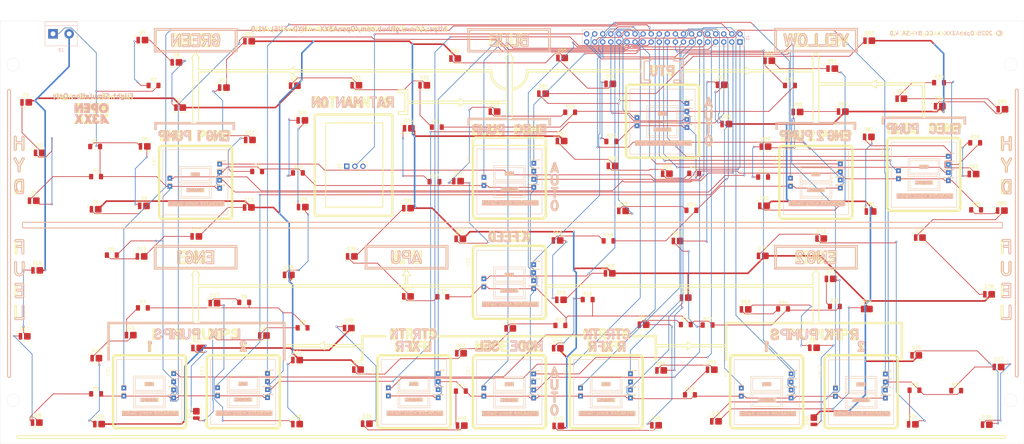
<source format=kicad_pcb>
(kicad_pcb (version 20241229) (generator "pcbnew") (generator_version "9.0")
  (layers (0 "F.Cu" signal) (2 "B.Cu" signal) (13 "F.Paste" user) (15 "B.Paste" user) (5 "F.SilkS" user "F.Silkscreen") (7 "B.SilkS" user "B.Silkscreen") (1 "F.Mask" user) (3 "B.Mask" user) (25 "Edge.Cuts" user))
  (net 0 "")
  (net 1 "Net-(D1-K)")
  (net 2 "+12V")
  (net 3 "Net-(D2-K)")
  (net 4 "Net-(D3-K)")
  (net 5 "Net-(D4-K)")
  (net 6 "Net-(D5-K)")
  (net 7 "Net-(D6-K)")
  (net 8 "Net-(D7-K)")
  (net 9 "Net-(D8-K)")
  (net 10 "Net-(D9-K)")
  (net 11 "Net-(D10-K)")
  (net 12 "Net-(D11-K)")
  (net 13 "Net-(D12-K)")
  (net 14 "Net-(D13-K)")
  (net 15 "Net-(D14-K)")
  (net 16 "Net-(D15-K)")
  (net 17 "Net-(D16-K)")
  (net 18 "Net-(D17-K)")
  (net 19 "Net-(D18-K)")
  (net 20 "Net-(D19-K)")
  (net 21 "Net-(D20-K)")
  (net 22 "Net-(D21-K)")
  (net 23 "Net-(D22-K)")
  (net 24 "Net-(D23-K)")
  (net 25 "Net-(D24-K)")
  (net 26 "Net-(D25-K)")
  (net 27 "Net-(D26-K)")
  (net 28 "Net-(D27-K)")
  (net 29 "Net-(D28-K)")
  (net 30 "Net-(D29-K)")
  (net 31 "Net-(D30-K)")
  (net 32 "Net-(D31-K)")
  (net 33 "Net-(D32-K)")
  (net 34 "Net-(D33-K)")
  (net 35 "Net-(D34-K)")
  (net 36 "Net-(D35-K)")
  (net 37 "Net-(D36-K)")
  (net 38 "Net-(D37-K)")
  (net 39 "Net-(D38-K)")
  (net 40 "Net-(D39-K)")
  (net 41 "Net-(D40-K)")
  (net 42 "Net-(D41-K)")
  (net 43 "Net-(D42-K)")
  (net 44 "Net-(D43-K)")
  (net 45 "Net-(D44-K)")
  (net 46 "Net-(D45-K)")
  (net 47 "Net-(D46-K)")
  (net 48 "Net-(D47-K)")
  (net 49 "Net-(D48-K)")
  (net 50 "Net-(D49-K)")
  (net 51 "Net-(D50-K)")
  (net 52 "Net-(D51-K)")
  (net 53 "Net-(D52-K)")
  (net 54 "Net-(D53-K)")
  (net 55 "Net-(D54-K)")
  (net 56 "Net-(D55-K)")
  (net 57 "Net-(D56-K)")
  (net 58 "Net-(D57-K)")
  (net 59 "Net-(D58-K)")
  (net 60 "Net-(D59-K)")
  (net 61 "Net-(D60-K)")
  (net 62 "Net-(D61-K)")
  (net 63 "Net-(D62-K)")
  (net 64 "Net-(D63-K)")
  (net 65 "Net-(D64-K)")
  (net 66 "Net-(D65-K)")
  (net 67 "Net-(D66-K)")
  (net 68 "Net-(D67-K)")
  (net 69 "Net-(D68-K)")
  (net 70 "Net-(D69-K)")
  (net 71 "Net-(D70-K)")
  (net 72 "Net-(D71-K)")
  (net 73 "Net-(D72-K)")
  (net 74 "Net-(D73-K)")
  (net 75 "Net-(D74-K)")
  (net 76 "Net-(D75-K)")
  (net 77 "Net-(D76-K)")
  (net 78 "Net-(D77-K)")
  (net 79 "Net-(D78-K)")
  (net 80 "Net-(D79-K)")
  (net 81 "Net-(D80-K)")
  (net 82 "Net-(D81-K)")
  (net 83 "Net-(D82-K)")
  (net 84 "Net-(D83-K)")
  (net 85 "Net-(D84-K)")
  (net 86 "Net-(D85-K)")
  (net 87 "Net-(D86-K)")
  (net 88 "Net-(D87-K)")
  (net 89 "Net-(D88-K)")
  (net 90 "Net-(D89-K)")
  (net 91 "Net-(D90-K)")
  (net 92 "Net-(D91-K)")
  (net 93 "Net-(D92-K)")
  (net 94 "Net-(D93-K)")
  (net 95 "Net-(D94-K)")
  (net 96 "Net-(D95-K)")
  (net 97 "Net-(J1-Pin_9)")
  (net 98 "Net-(J1-Pin_12)")
  (net 99 "Net-(J1-Pin_40)")
  (net 100 "Net-(J1-Pin_29)")
  (net 101 "Net-(J1-Pin_35)")
  (net 102 "Net-(J1-Pin_5)")
  (net 103 "Net-(J1-Pin_6)")
  (net 104 "Net-(J1-Pin_33)")
  (net 105 "Net-(J1-Pin_11)")
  (net 106 "Net-(J1-Pin_28)")
  (net 107 "Net-(J1-Pin_8)")
  (net 108 "Net-(J1-Pin_24)")
  (net 109 "Net-(J1-Pin_20)")
  (net 110 "Net-(J1-Pin_23)")
  (net 111 "Net-(J1-Pin_34)")
  (net 112 "Net-(J1-Pin_31)")
  (net 113 "Net-(J1-Pin_13)")
  (net 114 "Net-(J1-Pin_32)")
  (net 115 "Net-(J1-Pin_36)")
  (net 116 "Net-(J1-Pin_16)")
  (net 117 "Net-(J1-Pin_30)")
  (net 118 "Net-(J1-Pin_7)")
  (net 119 "Net-(J1-Pin_14)")
  (net 120 "Net-(J1-Pin_4)")
  (net 121 "Net-(J1-Pin_21)")
  (net 122 "Net-(J1-Pin_25)")
  (net 123 "Net-(J1-Pin_2)")
  (net 124 "Net-(J1-Pin_38)")
  (net 125 "Net-(J1-Pin_37)")
  (net 126 "Net-(J1-Pin_3)")
  (net 127 "Net-(J1-Pin_1)")
  (net 128 "Net-(J1-Pin_19)")
  (net 129 "Net-(J1-Pin_10)")
  (net 130 "Net-(J1-Pin_18)")
  (net 131 "Net-(J1-Pin_22)")
  (net 132 "Net-(J1-Pin_17)")
  (net 133 "Net-(J1-Pin_39)")
  (net 134 "Net-(J1-Pin_27)")
  (net 135 "Net-(J1-Pin_26)")
  (net 136 "Net-(J1-Pin_15)")
  (net 137 "Net-(J1-Pin_41)")
  (net 139 "GND")
  (footprint "OpenA3XX:LED_Everlight-SMD3528_3.5x2.8mm_67-21ST" (layer "F.Cu") (at 193.515 206.9)
    (property "Reference" "D40")
    (property "Value" "LED")
  )
  (footprint "OpenA3XX:LED_Everlight-SMD3528_3.5x2.8mm_67-21ST" (layer "F.Cu") (at 362.49 188.425)
    (property "Reference" "D77")
    (property "Value" "LED")
  )
  (footprint "Resistor_SMD:R_1206_3216Metric_Pad1.30x1.75mm_HandSolder" (layer "F.Cu") (at 294.65 170.1)
    (property "Reference" "R24")
    (property "Value" "220R")
  )
  (footprint "Connector_PinHeader_2.54mm:PinHeader_1x03_P2.54mm_Vertical" (layer "F.Cu") (at 157.325 125.175 90)
    (property "Reference" "J2")
    (property "Value" "Conn_01x03_Pin")
  )
  (footprint "OpenA3XX:LED_Everlight-SMD3528_3.5x2.8mm_67-21ST" (layer "F.Cu") (at 126.84 116.875)
    (property "Reference" "D12")
    (property "Value" "LED")
  )
  (footprint "OpenA3XX:LED_Everlight-SMD3528_3.5x2.8mm_67-21ST" (layer "F.Cu") (at 244.29 139.225)
    (property "Reference" "D95")
    (property "Value" "LED")
  )
  (footprint "OpenA3XX:LED_Everlight-SMD3528_3.5x2.8mm_67-21ST" (layer "F.Cu") (at 115.665 168.3)
    (property "Reference" "D27")
    (property "Value" "LED")
  )
  (footprint "OpenA3XX:LED_Everlight-SMD3528_3.5x2.8mm_67-21ST" (layer "F.Cu") (at 288.265 153.4)
    (property "Reference" "D72")
    (property "Value" "LED")
  )
  (footprint "OpenA3XX:LED_Everlight-SMD3528_3.5x2.8mm_67-21ST" (layer "F.Cu") (at 56.415 105.025)
    (property "Reference" "D1")
    (property "Value" "LED")
  )
  (footprint "OpenA3XX:LED_Everlight-SMD3528_3.5x2.8mm_67-21ST" (layer "F.Cu") (at 363.54 139.15)
    (property "Reference" "D80")
    (property "Value" "LED")
  )
  (footprint "OpenA3XX:LED_Everlight-SMD3528_3.5x2.8mm_67-21ST" (layer "F.Cu") (at 240.09 158.9)
    (property "Reference" "D48")
    (property "Value" "LED")
  )
  (footprint "Resistor_SMD:R_1206_3216Metric_Pad1.30x1.75mm_HandSolder" (layer "F.Cu") (at 336.025 195.75)
    (property "Reference" "R26")
    (property "Value" "220R")
  )
  (footprint "OpenA3XX:LED_Everlight-SMD3528_3.5x2.8mm_67-21ST" (layer "F.Cu") (at 160.865 189.25)
    (property "Reference" "D41")
    (property "Value" "LED")
  )
  (footprint "OpenA3XX:LED_Everlight-SMD3528_3.5x2.8mm_67-21ST" (layer "F.Cu") (at 193.29 184.1)
    (property "Reference" "D42")
    (property "Value" "LED")
  )
  (footprint "OpenA3XX:LED_Everlight-SMD3528_3.5x2.8mm_67-21ST" (layer "F.Cu") (at 313.465 107.925)
    (property "Reference" "D87")
    (property "Value" "LED")
  )
  (footprint "Resistor_SMD:R_1206_3216Metric_Pad1.30x1.75mm_HandSolder" (layer "F.Cu") (at 129.1 126.8)
    (property "Reference" "R4")
    (property "Value" "220R")
  )
  (footprint "Resistor_SMD:R_1206_3216Metric_Pad1.30x1.75mm_HandSolder" (layer "F.Cu") (at 224.55 175.325)
    (property "Reference" "R15")
    (property "Value" "220R")
  )
  (footprint "OpenA3XX:LED_Everlight-SMD3528_3.5x2.8mm_67-21ST" (layer "F.Cu") (at 92.74 153.575)
    (property "Reference" "D15")
    (property "Value" "LED")
  )
  (footprint "Resistor_SMD:R_1206_3216Metric_Pad1.30x1.75mm_HandSolder" (layer "F.Cu") (at 185.65 112.825)
    (property "Reference" "R11")
    (property "Value" "220R")
  )
  (footprint "OpenA3XX:LED_Everlight-SMD3528_3.5x2.8mm_67-21ST" (layer "F.Cu") (at 321.79 85.6)
    (property "Reference" "D93")
    (property "Value" "LED")
  )
  (footprint "OpenA3XX:LED_Everlight-SMD3528_3.5x2.8mm_67-21ST" (layer "F.Cu") (at 131.24 178.525)
    (property "Reference" "D24")
    (property "Value" "LED")
  )
  (footprint "OpenA3XX:LED_Everlight-SMD3528_3.5x2.8mm_67-21ST" (layer "F.Cu") (at 336.59 184.75)
    (property "Reference" "D75")
    (property "Value" "LED")
  )
  (footprint "OpenA3XX:LED_Everlight-SMD3528_3.5x2.8mm_67-21ST" (layer "F.Cu") (at 118.64 100.375)
    (property "Reference" "D11")
    (property "Value" "LED")
  )
  (footprint "OpenA3XX:LED_Everlight-SMD3528_3.5x2.8mm_67-21ST" (layer "F.Cu") (at 78.49 185.65)
    (property "Reference" "D20")
    (property "Value" "LED")
  )
  (footprint "OpenA3XX:LED_Everlight-SMD3528_3.5x2.8mm_67-21ST" (layer "F.Cu") (at 290.315 91.9)
    (property "Reference" "D92")
    (property "Value" "LED")
  )
  (footprint "OpenA3XX:LED_Everlight-SMD3528_3.5x2.8mm_67-21ST" (layer "F.Cu") (at 143.465 138.025)
    (property "Reference" "D29")
    (property "Value" "LED")
  )
  (footprint "Resistor_SMD:R_1206_3216Metric_Pad1.30x1.75mm_HandSolder" (layer "F.Cu") (at 296.825 99.7)
    (property "Reference" "R32")
    (property "Value" "220R")
  )
  (footprint "OpenA3XX:Korry Switch" (layer "F.Cu") (at 114.45 185.975)
    (property "Reference" "KR3")
    (property "Value" "~")
  )
  (footprint "Resistor_SMD:R_1206_3216Metric_Pad1.30x1.75mm_HandSolder" (layer "F.Cu") (at 193.225 196.025)
    (property "Reference" "R14")
    (property "Value" "220R")
  )
  (footprint "OpenA3XX:LED_Everlight-SMD3528_3.5x2.8mm_67-21ST" (layer "F.Cu") (at 176.59 138.375)
    (property "Reference" "D35")
    (property "Value" "LED")
  )
  (footprint "OpenA3XX:LED_Everlight-SMD3528_3.5x2.8mm_67-21ST" (layer "F.Cu") (at 140.965 99.775)
    (property "Reference" "D31")
    (property "Value" "LED")
  )
  (footprint "OpenA3XX:Korry Switch" (layer "F.Cu") (at 279.3 186.1)
    (property "Reference" "KR11")
    (property "Value" "~")
  )
  (footprint "OpenA3XX:LED_Everlight-SMD3528_3.5x2.8mm_67-21ST" (layer "F.Cu") (at 93.465 137.675)
    (property "Reference" "D5")
    (property "Value" "LED")
  )
  (footprint "OpenA3XX:LED_Everlight-SMD3528_3.5x2.8mm_67-21ST" (layer "F.Cu") (at 335.515 206.5)
    (property "Reference" "D74")
    (property "Value" "LED")
  )
  (footprint "OpenA3XX:LED_Everlight-SMD3528_3.5x2.8mm_67-21ST" (layer "F.Cu") (at 321.665 115.9)
    (property "Reference" "D82")
    (property "Value" "LED")
  )
  (footprint "Resistor_SMD:R_1206_3216Metric_Pad1.30x1.75mm_HandSolder" (layer "F.Cu") (at 343.75 98.825)
    (property "Reference" "R30")
    (property "Value" "220R")
  )
  (footprint "OpenA3XX:LED_Everlight-SMD3528_3.5x2.8mm_67-21ST" (layer "F.Cu") (at 359.515 165.525)
    (property "Reference" "D78")
    (property "Value" "LED")
  )
  (footprint "OpenA3XX:LED_Everlight-SMD3528_3.5x2.8mm_67-21ST" (layer "F.Cu") (at 60.665 120.95)
    (property "Reference" "D2")
    (property "Value" "LED")
  )
  (footprint "Resistor_SMD:R_1206_3216Metric_Pad1.30x1.75mm_HandSolder" (layer "F.Cu") (at 265.8 139.05)
    (property "Reference" "R33")
    (property "Value" "220R")
  )
  (footprint "OpenA3XX:LED_Everlight-SMD3528_3.5x2.8mm_67-21ST" (layer "F.Cu") (at 322.215 139.425)
    (property "Reference" "D81")
    (property "Value" "LED")
  )
  (footprint "OpenA3XX:LED_Everlight-SMD3528_3.5x2.8mm_67-21ST" (layer "F.Cu") (at 309.64 160.65)
    (property "Reference" "D71")
    (property "Value" "LED")
  )
  (footprint "OpenA3XX:LED_Everlight-SMD3528_3.5x2.8mm_67-21ST" (layer "F.Cu") (at 193.065 148.025)
    (property "Reference" "D51")
    (property "Value" "LED")
  )
  (footprint "OpenA3XX:LED_Everlight-SMD3528_3.5x2.8mm_67-21ST" (layer "F.Cu") (at 331.89 103.875)
    (property "Reference" "D86")
    (property "Value" "LED")
  )
  (footprint "OpenA3XX:Korry Switch" (layer "F.Cu") (at 228.7 186.075)
    (property "Reference" "KR9")
    (property "Value" "~")
  )
  (footprint "OpenA3XX:LED_Everlight-SMD3528_3.5x2.8mm_67-21ST" (layer "F.Cu") (at 272.215 189.275)
    (property "Reference" "D65")
    (property "Value" "LED")
  )
  (footprint "OpenA3XX:LED_Everlight-SMD3528_3.5x2.8mm_67-21ST" (layer "F.Cu") (at 264.015 166.575)
    (property "Reference" "D63")
    (property "Value" "LED")
  )
  (footprint "Resistor_SMD:R_1206_3216Metric_Pad1.30x1.75mm_HandSolder" (layer "F.Cu") (at 288.375 128.55)
    (property "Reference" "R31")
    (property "Value" "220R")
  )
  (footprint "OpenA3XX:LED_Everlight-SMD3528_3.5x2.8mm_67-21ST" (layer "F.Cu") (at 276.79 111.85)
    (property "Reference" "D60")
    (property "Value" "LED")
  )
  (footprint "OpenA3XX:LED_Everlight-SMD3528_3.5x2.8mm_67-21ST" (layer "F.Cu") (at 93.715 118.9)
    (property "Reference" "D6")
    (property "Value" "LED")
  )
  (footprint "OpenA3XX:Korry Switch" (layer "F.Cu") (at 198.25 186.1)
    (property "Reference" "KR7")
    (property "Value" "~")
  )
  (footprint "OpenA3XX:LED_Everlight-SMD3528_3.5x2.8mm_67-21ST" (layer "F.Cu") (at 158.915 153.575)
    (property "Reference" "D36")
    (property "Value" "LED")
  )
  (footprint "Resistor_SMD:R_1206_3216Metric_Pad1.30x1.75mm_HandSolder" (layer "F.Cu") (at 239.725 148.675)
    (property "Reference" "R18")
    (property "Value" "220R")
  )
  (footprint "OpenA3XX:LED_Everlight-SMD3528_3.5x2.8mm_67-21ST" (layer "F.Cu") (at 261.465 148.725)
    (property "Reference" "D62")
    (property "Value" "LED")
  )
  (footprint "Resistor_SMD:R_1206_3216Metric_Pad1.30x1.75mm_HandSolder" (layer "F.Cu") (at 143.4 176.075)
    (property "Reference" "R8")
    (property "Value" "220R")
  )
  (footprint "Resistor_SMD:R_1206_3216Metric_Pad1.30x1.75mm_HandSolder" (layer "F.Cu") (at 78.1 118.95)
    (property "Reference" "R2")
    (property "Value" "220R")
  )
  (footprint "OpenA3XX:LED_Everlight-SMD3528_3.5x2.8mm_67-21ST" (layer "F.Cu") (at 58.765 136.025)
    (property "Reference" "D3")
    (property "Value" "LED")
  )
  (footprint "OpenA3XX:LED_Everlight-SMD3528_3.5x2.8mm_67-21ST" (layer "F.Cu") (at 89.315 178.4)
    (property "Reference" "D21")
    (property "Value" "LED")
  )
  (footprint "OpenA3XX:LED_Everlight-SMD3528_3.5x2.8mm_67-21ST" (layer "F.Cu") (at 104.865 106.675)
    (property "Reference" "D7")
    (property "Value" "LED")
  )
  (footprint "OpenA3XX:LED_Everlight-SMD3528_3.5x2.8mm_67-21ST" (layer "F.Cu") (at 141.69 206.425)
    (property "Reference" "D26")
    (property "Value" "LED")
  )
  (footprint "OpenA3XX:LED_Everlight-SMD3528_3.5x2.8mm_67-21ST" (layer "F.Cu") (at 250.765 175.1)
    (property "Reference" "D47")
    (property "Value" "LED")
  )
  (footprint "OpenA3XX:LED_Everlight-SMD3528_3.5x2.8mm_67-21ST" (layer "F.Cu") (at 141.69 186.25)
    (property "Reference" "D25")
    (property "Value" "LED")
  )
  (footprint "Resistor_SMD:R_1206_3216Metric_Pad1.30x1.75mm_HandSolder" (layer "F.Cu") (at 233.15 167.175)
    (property "Reference" "R16")
    (property "Value" "220R")
  )
  (footprint "OpenA3XX:LED_Everlight-SMD3528_3.5x2.8mm_67-21ST" (layer "F.Cu") (at 310.14 94.375)
    (property "Reference" "D91")
    (property "Value" "LED")
  )
  (footprint "OpenA3XX:LED_Everlight-SMD3528_3.5x2.8mm_67-21ST" (layer "F.Cu") (at 256.29 189.5)
    (property "Reference" "D64")
    (property "Value" "LED")
  )
  (footprint "OpenA3XX:LED_Everlight-SMD3528_3.5x2.8mm_67-21ST" (layer "F.Cu") (at 321.04 170.15)
    (property "Reference" "D69")
    (property "Value" "LED")
  )
  (footprint "OpenA3XX:LED_Everlight-SMD3528_3.5x2.8mm_67-21ST" (layer "F.Cu") (at 126.59 85.775)
    (property "Reference" "D10")
    (property "Value" "LED")
  )
  (footprint "OpenA3XX:LED_Everlight-SMD3528_3.5x2.8mm_67-21ST" (layer "F.Cu") (at 163.64 206.3)
    (property "Reference" "D39")
    (property "Value" "LED")
  )
  (footprint "OpenA3XX:LED_Everlight-SMD3528_3.5x2.8mm_67-21ST" (layer "F.Cu") (at 109.95 203.185 90)
    (property "Reference" "D23")
    (property "Value" "LED")
  )
  (footprint "OpenA3XX:LED_Everlight-SMD3528_3.5x2.8mm_67-21ST" (layer "F.Cu") (at 109.965 147.275)
    (property "Reference" "D14")
    (property "Value" "LED")
  )
  (footprint "Resistor_SMD:R_1206_3216Metric_Pad1.30x1.75mm_HandSolder" (layer "F.Cu") (at 355.125 117.775)
    (property "Reference" "R29")
    (property "Value" "220R")
  )
  (footprint "Resistor_SMD:R_1206_3216Metric_Pad1.30x1.75mm_HandSolder" (layer "F.Cu") (at 270.9 175.2)
    (property "Reference" "R22")
    (property "Value" "220R")
  )
  (footprint "OpenA3XX:OpenA3XXLogoSmall" (layer "F.Cu") (at 76.875 108.475)
    (property "Reference" "top" (hide yes))
    (property "Value" "LOGO" (hide yes))
  )
  (footprint "OpenA3XX:LED_Everlight-SMD3528_3.5x2.8mm_67-21ST" (layer "F.Cu") (at 224.94 117.2)
    (property "Reference" "D57")
    (property "Value" "LED")
  )
  (footprint "OpenA3XX:Korry Switch" (layer "F.Cu") (at 294.775 119.925)
    (property "Reference" "KR10")
    (property "Value" "~")
  )
  (footprint "Resistor_SMD:R_1206_3216Metric_Pad1.30x1.75mm_HandSolder" (layer "F.Cu") (at 264.05 175.05)
    (property "Reference" "R17")
    (property "Value" "220R")
  )
  (footprint "OpenA3XX:LED_Everlight-SMD3528_3.5x2.8mm_67-21ST" (layer "F.Cu") (at 306.665 147.95)
    (property "Reference" "D73")
    (property "Value" "LED")
  )
  (footprint "OpenA3XX:LED_Everlight-SMD3528_3.5x2.8mm_67-21ST" (layer "F.Cu") (at 143.34 110.7)
    (property "Reference" "D30")
    (property "Value" "LED")
  )
  (footprint "OpenA3XX:LED_Everlight-SMD3528_3.5x2.8mm_67-21ST" (layer "F.Cu") (at 176.59 166.175)
    (property "Reference" "D37")
    (property "Value" "LED")
  )
  (footprint "OpenA3XX:LED_Everlight-SMD3528_3.5x2.8mm_67-21ST" (layer "F.Cu") (at 299.215 108.05)
    (property "Reference" "D88")
    (property "Value" "LED")
  )
  (footprint "OpenA3XX:LED_Everlight-SMD3528_3.5x2.8mm_67-21ST" (layer "F.Cu") (at 55.94 178.75)
    (property "Reference" "D17")
    (property "Value" "LED")
  )
  (footprint "OpenA3XX:LED_Everlight-SMD3528_3.5x2.8mm_67-21ST" (layer "F.Cu") (at 103.69 92.425)
    (property "Reference" "D8")
    (property "Value" "LED")
  )
  (footprint "OpenA3XX:LED_Everlight-SMD3528_3.5x2.8mm_67-21ST" (layer "F.Cu") (at 92.99 85.4)
    (property "Reference" "D9")
    (property "Value" "LED")
  )
  (footprint "OpenA3XX:LED_Everlight-SMD3528_3.5x2.8mm_67-21ST" (layer "F.Cu") (at 59.74 205.95)
    (property "Reference" "D18")
    (property "Value" "LED")
  )
  (footprint "Resistor_SMD:R_1206_3216Metric_Pad1.30x1.75mm_HandSolder" (layer "F.Cu") (at 310.975 169.35)
    (property "Reference" "R25")
    (property "Value" "220R")
  )
  (footprint "Resistor_SMD:R_1206_3216Metric_Pad1.30x1.75mm_HandSolder" (layer "F.Cu") (at 265.35 197.2)
    (property "Reference" "R23")
    (property "Value" "220R")
  )
  (footprint "Resistor_SMD:R_1206_3216Metric_Pad1.30x1.75mm_HandSolder" (layer "F.Cu") (at 141.925 127.25)
    (property "Reference" "R10")
    (property "Value" "220R")
  )
  (footprint "OpenA3XX:LED_Everlight-SMD3528_3.5x2.8mm_67-21ST" (layer "F.Cu") (at 181.715 99.65)
    (property "Reference" "D33")
    (property "Value" "LED")
  )
  (footprint "Resistor_SMD:R_1206_3216Metric_Pad1.30x1.75mm_HandSolder" (layer "F.Cu") (at 96.475 99.7)
    (property "Reference" "R3")
    (property "Value" "220R")
  )
  (footprint "OpenA3XX:Korry Switch" (layer "F.Cu") (at 99.4 119.975)
    (property "Reference" "KR1")
    (property "Value" "~")
  )
  (footprint "Resistor_SMD:R_1206_3216Metric_Pad1.30x1.75mm_HandSolder" (layer "F.Cu") (at 78.4 196.9)
    (property "Reference" "R6")
    (property "Value" "220R")
  )
  (footprint "Resistor_SMD:R_1206_3216Metric_Pad1.30x1.75mm_HandSolder" (layer "F.Cu") (at 266.675 127.4)
    (property "Reference" "R21")
    (property "Value" "220R")
  )
  (footprint "Resistor_SMD:R_1206_3216Metric_Pad1.30x1.75mm_HandSolder" (layer "F.Cu") (at 355.425 138.9)
    (property "Reference" "R28")
    (property "Value" "220R")
  )
  (footprint "Resistor_SMD:R_1206_3216Metric_Pad1.30x1.75mm_HandSolder" (layer "F.Cu") (at 349.15 195.875)
    (property "Reference" "R27")
    (property "Value" "220R")
  )
  (footprint "OpenA3XX:LED_Everlight-SMD3528_3.5x2.8mm_67-21ST" (layer "F.Cu") (at 354.615 127.625)
    (property "Reference" "D83")
    (property "Value" "LED")
  )
  (footprint "Resistor_SMD:R_1206_3216Metric_Pad1.30x1.75mm_HandSolder" (layer "F.Cu") (at 125.025 168.05)
    (property "Reference" "R9")
    (property "Value" "220R")
  )
  (footprint "OpenA3XX:LED_Everlight-SMD3528_3.5x2.8mm_67-21ST" (layer "F.Cu") (at 282.89 170.275)
    (property "Reference" "D68")
    (property "Value" "LED")
  )
  (footprint "OpenA3XX:Korry Switch" (layer "F.Cu") (at 246.45 100.85)
    (property "Reference" "KR8")
    (property "Value" "~")
  )
  (footprint "OpenA3XX:LED_Everlight-SMD3528_3.5x2.8mm_67-21ST" (layer "F.Cu") (at 358.79 206.6)
    (property "Reference" "D76")
    (property "Value" "LED")
  )
  (footprint "OpenA3XX:LED_Everlight-SMD3528_3.5x2.8mm_67-21ST" (layer "F.Cu") (at 224.765 167.25)
    (property "Reference" "D49")
    (property "Value" "LED")
  )
  (footprint "OpenA3XX:LED_Everlight-SMD3528_3.5x2.8mm_67-21ST" (layer "F.Cu") (at 225.115 91.025)
    (property "Reference" "D55")
    (property "Value" "LED")
  )
  (footprint "Resistor_SMD:R_1206_3216Metric_Pad1.30x1.75mm_HandSolder" (layer "F.Cu") (at 78.4 128.425)
    (property "Reference" "R1")
    (property "Value" "220R")
  )
  (footprint "OpenA3XX:LED_Everlight-SMD3528_3.5x2.8mm_67-21ST" (layer "F.Cu") (at 192.34 129.85)
    (property "Reference" "D52")
    (property "Value" "LED")
  )
  (footprint "OpenA3XX:LED_Everlight-SMD3528_3.5x2.8mm_67-21ST" (layer "F.Cu") (at 191.44 91.2)
    (property "Reference" "D54")
    (property "Value" "LED")
  )
  (footprint "OpenA3XX:LED_Everlight-SMD3528_3.5x2.8mm_67-21ST" (layer "F.Cu") (at 240.265 99.2)
    (property "Reference" "D56")
    (property "Value" "LED")
  )
  (footprint "OpenA3XX:LED_Everlight-SMD3528_3.5x2.8mm_67-21ST" (layer "F.Cu") (at 337.74 147.65)
    (property "Reference" "D79")
    (property "Value" "LED")
  )
  (footprint "OpenA3XX:Korry Switch" (layer "F.Cu") (at 84.925 186.05)
    (property "Reference" "KR2")
    (property "Value" "~")
  )
  (footprint "Resistor_SMD:R_1206_3216Metric_Pad1.30x1.75mm_HandSolder" (layer "F.Cu") (at 93.125 169.8)
    (property "Reference" "R7")
    (property "Value" "220R")
  )
  (footprint "OpenA3XX:LED_Everlight-SMD3528_3.5x2.8mm_67-21ST" (layer "F.Cu") (at 240.99 125.05)
    (property "Reference" "D58")
    (property "Value" "LED")
  )
  (footprint "OpenA3XX:Korry Switch" (layer "F.Cu") (at 168.2 186)
    (property "Reference" "KR4")
    (property "Value" "~")
  )
  (footprint "Resistor_SMD:R_1206_3216Metric_Pad1.30x1.75mm_HandSolder" (layer "F.Cu") (at 240.575 117.35)
    (property "Reference" "R20")
    (property "Value" "220R")
  )
  (footprint "OpenA3XX:LED_Everlight-SMD3528_3.5x2.8mm_67-21ST" (layer "F.Cu") (at 258.09 127.525)
    (property "Reference" "D59")
    (property "Value" "LED")
  )
  (footprint "OpenA3XX:LED_Everlight-SMD3528_3.5x2.8mm_67-21ST" (layer "F.Cu") (at 289.14 118.975)
    (property "Reference" "D89")
    (property "Value" "LED")
  )
  (footprint "OpenA3XX:Korry Switch" (layer "F.Cu") (at 308.95 186.125)
    (property "Reference" "KR12")
    (property "Value" "~")
  )
  (footprint "OpenA3XX:LED_Everlight-SMD3528_3.5x2.8mm_67-21ST" (layer "F.Cu") (at 203.825 107.95)
    (property "Reference" "D53")
    (property "Value" "LED")
  )
  (footprint "OpenA3XX:LED_Everlight-SMD3528_3.5x2.8mm_67-21ST" (layer "F.Cu") (at 157.965 176.15)
    (property "Reference" "D38")
    (property "Value" "LED")
  )
  (footprint "OpenA3XX:LED_Everlight-SMD3528_3.5x2.8mm_67-21ST" (layer "F.Cu") (at 219.115 102.275)
    (property "Reference" "D94")
    (property "Value" "LED")
  )
  (footprint "Resistor_SMD:R_1206_3216Metric_Pad1.30x1.75mm_HandSolder" (layer "F.Cu") (at 83.35 153.175)
    (property "Reference" "R5")
    (property "Value" "220R")
  )
  (footprint "OpenA3XX:LED_Everlight-SMD3528_3.5x2.8mm_67-21ST" (layer "F.Cu") (at 79.34 206.425)
    (property "Reference" "D19")
    (property "Value" "LED")
  )
  (footprint "OpenA3XX:Korry Switch" (layer "F.Cu") (at 198.275 119.7)
    (property "Reference" "KR5")
    (property "Value" "~")
  )
  (footprint "OpenA3XX:LED_Everlight-SMD3528_3.5x2.8mm_67-21ST" (layer "F.Cu") (at 223.765 182.5)
    (property "Reference" "D44")
    (property "Value" "LED")
  )
  (footprint "OpenA3XX:LED_Everlight-SMD3528_3.5x2.8mm_67-21ST" (layer "F.Cu") (at 304.35 205.185 90)
    (property "Reference" "D66")
    (property "Value" "LED")
  )
  (footprint "OpenA3XX:LED_Everlight-SMD3528_3.5x2.8mm_67-21ST" (layer "F.Cu") (at 304.415 182.375)
    (property "Reference" "D67")
    (property "Value" "LED")
  )
  (footprint "Resistor_SMD:R_1206_3216Metric_Pad1.30x1.75mm_HandSolder" (layer "F.Cu") (at 227.625 108.15)
    (property "Reference" "R19")
    (property "Value" "220R")
  )
  (footprint "OpenA3XX:LED_Everlight-SMD3528_3.5x2.8mm_67-21ST" (layer "F.Cu") (at 78.265 138.725)
    (property "Reference" "D4")
    (property "Value" "LED")
  )
  (footprint "OpenA3XX:LED_Everlight-SMD3528_3.5x2.8mm_67-21ST" (layer "F.Cu") (at 363.715 107.2)
    (property "Reference" "D85")
    (property "Value" "LED")
  )
  (footprint "OpenA3XX:LED_Everlight-SMD3528_3.5x2.8mm_67-21ST" (layer "F.Cu") (at 110.215 182.45)
    (property "Reference" "D22")
    (property "Value" "LED")
  )
  (footprint "OpenA3XX:Korry Switch" (layer "F.Cu") (at 198.25 151.65)
    (property "Reference" "KR6")
    (property "Value" "~")
  )
  (footprint "Resistor_SMD:R_1206_3216Metric_Pad1.30x1.75mm_HandSolder" (layer "F.Cu") (at 184.925 130.025)
    (property "Reference" "R12")
    (property "Value" "220R")
  )
  (footprint "OpenA3XX:LED_Everlight-SMD3528_3.5x2.8mm_67-21ST" (layer "F.Cu") (at 160.34 99.65)
    (property "Reference" "D32")
    (property "Value" "LED")
  )
  (footprint "OpenA3XX:LED_Everlight-SMD3528_3.5x2.8mm_67-21ST" (layer "F.Cu") (at 223.69 148.55)
    (property "Reference" "D50")
    (property "Value" "LED")
  )
  (footprint "OpenA3XX:LED_Everlight-SMD3528_3.5x2.8mm_67-21ST" (layer "F.Cu") (at 59.865 157.975)
    (property "Reference" "D16")
    (property "Value" "LED")
  )
  (footprint "OpenA3XX:LED_Everlight-SMD3528_3.5x2.8mm_67-21ST" (layer "F.Cu") (at 223.915 207)
    (property "Reference" "D45")
    (property "Value" "LED")
  )
  (footprint "OpenA3XX:LED_Everlight-SMD3528_3.5x2.8mm_67-21ST" (layer "F.Cu") (at 254.69 206.8)
    (property "Reference" "D46")
    (property "Value" "LED")
  )
  (footprint "OpenA3XX:LED_Everlight-SMD3528_3.5x2.8mm_67-21ST" (layer "F.Cu") (at 208.79 176.25)
    (property "Reference" "D43")
    (property "Value" "LED")
  )
  (footprint "OpenA3XX:LED_Everlight-SMD3528_3.5x2.8mm_67-21ST" (layer "F.Cu") (at 343.99 106.25)
    (property "Reference" "D84")
    (property "Value" "LED")
  )
  (footprint "OpenA3XX:LED_Everlight-SMD3528_3.5x2.8mm_67-21ST" (layer "F.Cu") (at 273.54 205.55)
    (property "Reference" "D70")
    (property "Value" "LED")
  )
  (footprint "OpenA3XX:LED_Everlight-SMD3528_3.5x2.8mm_67-21ST" (layer "F.Cu") (at 139.065 159.4)
    (property "Reference" "D28")
    (property "Value" "LED")
  )
  (footprint "OpenA3XX:LED_Everlight-SMD3528_3.5x2.8mm_67-21ST" (layer "F.Cu") (at 176.84 113.2)
    (property "Reference" "D34")
    (property "Value" "LED")
  )
  (footprint "OpenA3XX:LED_Everlight-SMD3528_3.5x2.8mm_67-21ST" (layer "F.Cu") (at 288.665 137.625)
    (property "Reference" "D90")
    (property "Value" "LED")
  )
  (footprint "OpenA3XX:LED_Everlight-SMD3528_3.5x2.8mm_67-21ST" (layer "F.Cu") (at 275.34 99.5)
    (property "Reference" "D61")
    (property "Value" "LED")
  )
  (footprint "Resistor_SMD:R_1206_3216Metric_Pad1.30x1.75mm_HandSolder" (layer "F.Cu") (at 187.4 166.3)
    (property "Reference" "R13")
    (property "Value" "220R")
  )
  (footprint "OpenA3XX:LED_Everlight-SMD3528_3.5x2.8mm_67-21ST" (layer "F.Cu") (at 126.49 138.15)
    (property "Reference" "D13")
    (property "Value" "LED")
  )
  (footprint "OpenA3XX:Korry Switch" (layer "F.Cu") (at 328.775 117.575)
    (property "Reference" "KR13")
    (property "Value" "~")
  )
  (footprint "OpenA3XX:OpenA3XXLogoSmall" (layer "B.Cu") (at 77.075 108.475 180)
    (property "Reference" "bottom" (hide yes))
    (property "Value" "LOGO" (hide yes))
  )
  (footprint "TerminalBlock:TerminalBlock_bornier-2_P5.08mm" (layer "B.Cu") (at 64.835 83.425)
    (property "Reference" "J3")
    (property "Value" "Conn_02x01")
  )
  (footprint "Connector_PinHeader_2.54mm:PinHeader_2x20_P2.54mm_Vertical" (layer "B.Cu") (at 281.08 86 90)
    (property "Reference" "J1")
    (property "Value" "Conn_02x20_Counter_Clockwise")
  )
  (gr_line (start 153.631811 103.693399) (end 153.031012 103.693399) (stroke (width 0.279999) (color 51 153 102 1)) (layer "F.SilkS"))
  (gr_curve (pts (xy 343.671362 111.588891) (xy 343.788855 111.612543) (xy 343.847632 111.686151) (xy 343.847632 111.809732)) (stroke (width 0.279999) (color 51 153 102 1)) (layer "F.SilkS"))
  (gr_line (start 208.480139 147.37362) (end 208.480139 148.428293) (stroke (width 0.279999) (color 51 153 102 1)) (layer "F.SilkS"))
  (gr_curve (pts (xy 109.234473 179.693567) (xy 109.086371 179.693567) (xy 109.002142 179.617654) (xy 108.981848 179.465814)) (stroke (width 0.279999) (color 51 153 102 1)) (layer "F.SilkS"))
  (gr_line (start 326.360083 110.066263) (end 326.360083 111.85505) (stroke (width 0.279999) (color 51 153 102 1)) (layer "F.SilkS"))
  (gr_line (start 54.530371 133.071847) (end 54.552466 133.054162) (stroke (width 0.279999) (color 51 153 102 1)) (layer "F.SilkS"))
  (gr_curve (pts (xy 110.281805 85.005746) (xy 110.470923 85.033822) (xy 110.565131 85.129068) (xy 110.564459 85.291482)) (stroke (width 0.279999) (color 51 153 102 1)) (layer "F.SilkS"))
  (gr_line (start 328.392676 116.161249) (end 349.488257 116.161249) (stroke (width 0.279999) (color 0 0 255 1)) (layer "F.SilkS"))
  (gr_line (start 109.895819 152.043008) (end 109.895819 155.599344) (stroke (width 0.279999) (color 51 153 102 1)) (layer "F.SilkS"))
  (gr_curve (pts (xy 270.831335 115.541238) (xy 270.959509 115.465967) (xy 271.093603 115.428323) (xy 271.233679 115.428323)) (stroke (width 0.279999) (color 51 153 102 1)) (layer "F.SilkS"))
  (gr_line (start 209.342383 83.638788) (end 209.342383 86.094766) (stroke (width 0.279999) (color 51 153 102 1)) (layer "F.SilkS"))
  (gr_line (start 111.049048 159.532022) (end 110.644232 159.532022) (stroke (width 0.279999) (color 51 153 102 1)) (layer "F.SilkS"))
  (gr_curve (pts (xy 122.424139 178.348077) (xy 122.147589 178.238779) (xy 121.871069 178.12948) (xy 121.594519 178.020181)) (stroke (width 0.279999) (color 51 153 102 1)) (layer "F.SilkS"))
  (gr_line (start 54.733801 132.854028) (end 54.744849 132.841867) (stroke (width 0.279999) (color 51 153 102 1)) (layer "F.SilkS"))
  (gr_curve (pts (xy 171.842718 106.641351) (xy 171.731665 106.67315) (xy 171.645483 106.639963) (xy 171.584173 106.541772)) (stroke (width 0.279999) (color 51 153 102 1)) (layer "F.SilkS"))
  (gr_line (start 214.443274 147.662576) (end 214.447974 147.632074) (stroke (width 0.279999) (color 51 153 102 1)) (layer "F.SilkS"))
  (gr_curve (pts (xy 313.243628 174.818353) (xy 306.471472 174.818246) (xy 299.699377 174.818124) (xy 292.927222 174.818017)) (stroke (width 0.279999) (color 51 153 102 1)) (layer "F.SilkS"))
  (gr_line (start 235.556189 176.827112) (end 235.556189 179.431192) (stroke (width 0.279999) (color 51 153 102 1)) (layer "F.SilkS"))
  (gr_line (start 214.337744 147.982019) (end 214.341711 147.970788) (stroke (width 0.279999) (color 51 153 102 1)) (layer "F.SilkS"))
  (gr_line (start 205.077978 182.101724) (end 205.081213 182.071344) (stroke (width 0.279999) (color 51 153 102 1)) (layer "F.SilkS"))
  (gr_curve (pts (xy 204.642554 112.591165) (xy 204.804358 112.301019) (xy 205.03916 112.119394) (xy 205.34696 112.046319)) (stroke (width 0.279999) (color 51 153 102 1)) (layer "F.SilkS"))
  (gr_curve (pts (xy 237.311072 179.42959) (xy 237.311072 179.52247) (xy 237.268469 179.589471) (xy 237.183264 179.630578)) (stroke (width 0.279999) (color 51 153 102 1)) (layer "F.SilkS"))
  (gr_curve (pts (xy 172.089056 179.199808) (xy 172.285834 179.261194) (xy 172.478033 179.168039) (xy 172.665655 178.920343)) (stroke (width 0.279999) (color 51 153 102 1)) (layer "F.SilkS"))
  (gr_line (start 214.482642 147.08146) (end 214.479468 147.047738) (stroke (width 0.279999) (color 51 153 102 1)) (layer "F.SilkS"))
  (gr_line (start 221.464636 81.735193) (end 195.416785 81.738016) (stroke (width 0.279999) (color 51 153 102 1)) (layer "F.SilkS"))
  (gr_curve (pts (xy 334.648291 114.659707) (xy 334.648291 114.788659) (xy 334.574011 114.863885) (xy 334.425391 114.885385)) (stroke (width 0.279999) (color 51 153 102 1)) (layer "F.SilkS"))
  (gr_line (start 365.382239 132.790979) (end 365.392187 132.776605) (stroke (width 0.279999) (color 51 153 102 1)) (layer "F.SilkS"))
  (gr_line (start 55.073248 131.903146) (end 55.076575 131.879938) (stroke (width 0.279999) (color 51 153 102 1)) (layer "F.SilkS"))
  (gr_line (start 205.044043 181.460534) (end 205.039221 181.433343) (stroke (width 0.279999) (color 51 153 102 1)) (layer "F.SilkS"))
  (gr_line (start 214.14408 148.262948) (end 214.15824 148.250116) (stroke (width 0.279999) (color 51 153 102 1)) (layer "F.SilkS"))
  (gr_line (start 55.773199 158.212808) (end 55.773199 158.257471) (stroke (width 0.279999) (color 51 153 102 1)) (layer "F.SilkS"))
  (gr_curve (pts (xy 168.614569 104.025598) (xy 168.523718 103.858804) (xy 168.394598 103.752527) (xy 168.227148 103.706781)) (stroke (width 0.279999) (color 51 153 102 1)) (layer "F.SilkS"))
  (gr_curve (pts (xy 168.673163 111.733972) (xy 168.673163 111.680902) (xy 168.652075 111.630029) (xy 168.614569 111.592523)) (stroke (width 0.279999) (color 0 0 255 1)) (layer "F.SilkS"))
  (gr_curve (pts (xy 158.648993 103.229822) (xy 158.749121 103.255487) (xy 158.804114 103.331918) (xy 158.813971 103.4591)) (stroke (width 0.279999) (color 51 153 102 1)) (layer "F.SilkS"))
  (gr_curve (pts (xy 139.357458 94.700921) (xy 139.812201 94.397684) (xy 140.266913 94.094461) (xy 140.721655 93.791223)) (stroke (width 0.279999) (color 51 153 102 1)) (layer "F.SilkS"))
  (gr_line (start 304.015356 155.737237) (end 302.330054 153.024667) (stroke (width 0.279999) (color 51 153 102 1)) (layer "F.SilkS"))
  (gr_curve (pts (xy 172.111517 155.134302) (xy 172.044714 155.321374) (xy 171.977942 155.508432) (xy 171.911139 155.695505)) (stroke (width 0.279999) (color 51 153 102 1)) (layer "F.SilkS"))
  (gr_curve (pts (xy 212.953223 112.030206) (xy 213.070776 112.053842) (xy 213.129553 112.12745) (xy 213.129553 112.251047)) (stroke (width 0.279999) (color 51 153 102 1)) (layer "F.SilkS"))
  (gr_curve (pts (xy 178.123541 177.88656) (xy 177.970953 178.104898) (xy 177.7685 178.237558) (xy 177.516211 178.28454)) (stroke (width 0.279999) (color 51 153 102 1)) (layer "F.SilkS"))
  (gr_curve (pts (xy 336.762366 114.10357) (xy 336.861426 113.991815) (xy 336.96604 113.980264) (xy 337.076208 114.068918)) (stroke (width 0.279999) (color 51 153 102 1)) (layer "F.SilkS"))
  (gr_line (start 54.864264 132.640634) (end 54.872015 132.62626) (stroke (width 0.279999) (color 51 153 102 1)) (layer "F.SilkS"))
  (gr_line (start 195.989966 110.489404) (end 195.978613 110.489404) (stroke (width 0.279999) (color 51 153 102 1)) (layer "F.SilkS"))
  (gr_curve (pts (xy 202.438513 83.64277) (xy 202.461035 83.478113) (xy 202.554968 83.383829) (xy 202.720312 83.359918)) (stroke (width 0.279999) (color 51 153 102 1)) (layer "F.SilkS"))
  (gr_curve (pts (xy 303.886328 114.417093) (xy 303.817969 114.356775) (xy 303.718909 114.326623) (xy 303.589087 114.326623)) (stroke (width 0.279999) (color 51 153 102 1)) (layer "F.SilkS"))
  (gr_curve (pts (xy 314.589819 116.939157) (xy 314.570898 117.090143) (xy 314.496374 117.165628) (xy 314.366125 117.165628)) (stroke (width 0.279999) (color 51 153 102 1)) (layer "F.SilkS"))
  (gr_line (start 217.937903 115.099389) (end 217.937903 112.251047) (stroke (width 0.279999) (color 51 153 102 1)) (layer "F.SilkS"))
  (gr_line (start 55.052252 132.047998) (end 55.058874 132.005975) (stroke (width 0.279999) (color 51 153 102 1)) (layer "F.SilkS"))
  (gr_curve (pts (xy 320.132422 181.501047) (xy 320.076086 181.642358) (xy 319.993262 181.785135) (xy 319.883887 181.929391)) (stroke (width 0.279999) (color 51 153 102 1)) (layer "F.SilkS"))
  (gr_curve (pts (xy 223.406103 137.188745) (xy 223.375159 136.982278) (xy 223.314612 136.796289) (xy 223.224463 136.630777)) (stroke (width 0.279999) (color 51 153 102 1)) (layer "F.SilkS"))
  (gr_curve (pts (xy 316.971045 176.927957) (xy 316.807043 176.930185) (xy 316.681555 176.994745) (xy 316.594641 177.121652)) (stroke (width 0.279999) (color 51 153 102 1)) (layer "F.SilkS"))
  (gr_curve (pts (xy 117.797552 114.933847) (xy 117.617407 115.248132) (xy 117.437292 115.562417) (xy 117.257147 115.876703)) (stroke (width 0.279999) (color 51 153 102 1)) (layer "F.SilkS"))
  (gr_line (start 238.465979 182.103036) (end 237.732092 183.411996) (stroke (width 0.279999) (color 51 153 102 1)) (layer "F.SilkS"))
  (gr_line (start 54.579016 133.027627) (end 54.590063 133.016565) (stroke (width 0.279999) (color 51 153 102 1)) (layer "F.SilkS"))
  (gr_curve (pts (xy 148.214606 104.389596) (xy 148.266028 104.217782) (xy 148.242499 104.062417) (xy 148.144018 103.923517)) (stroke (width 0.279999) (color 51 153 102 1)) (layer "F.SilkS"))
  (gr_line (start 363.403906 152.506692) (end 363.403906 148.566781) (stroke (width 0.279999) (color 51 153 102 1)) (layer "F.SilkS"))
  (gr_line (start 363.401648 166.269601) (end 363.401648 162.32522) (stroke (width 0.279999) (color 51 153 102 1)) (layer "F.SilkS"))
  (gr_curve (pts (xy 178.135657 179.307901) (xy 178.204657 179.428552) (xy 178.185248 179.529977) (xy 178.077429 179.612192)) (stroke (width 0.279999) (color 51 153 102 1)) (layer "F.SilkS"))
  (gr_curve (pts (xy 363.718787 166.586755) (xy 363.53269 166.562936) (xy 363.426977 166.457208) (xy 363.401648 166.269601)) (stroke (width 0.279999) (color 51 153 102 1)) (layer "F.SilkS"))
  (gr_line (start 53.498389 163.872522) (end 54.909949 163.872522) (stroke (width 0.279999) (color 51 153 102 1)) (layer "F.SilkS"))
  (gr_line (start 214.432226 147.705118) (end 214.436987 147.689859) (stroke (width 0.279999) (color 51 153 102 1)) (layer "F.SilkS"))
  (gr_line (start 54.609961 132.996667) (end 54.629858 132.978982) (stroke (width 0.279999) (color 51 153 102 1)) (layer "F.SilkS"))
  (gr_line (start 54.846594 132.673807) (end 54.854315 132.658334) (stroke (width 0.279999) (color 51 153 102 1)) (layer "F.SilkS"))
  (gr_line (start 214.474768 146.988351) (end 214.472388 146.973901) (stroke (width 0.279999) (color 51 153 102 1)) (layer "F.SilkS"))
  (gr_line (start 214.347205 146.516397) (end 214.337744 146.493921) (stroke (width 0.279999) (color 51 153 102 1)) (layer "F.SilkS"))
  (gr_line (start 200.332007 180.475564) (end 200.332007 183.299356) (stroke (width 0.279999) (color 51 153 102 1)) (layer "F.SilkS"))
  (gr_line (start 223.858313 130.143243) (end 223.851904 130.241983) (stroke (width 0.279999) (color 51 153 102 1)) (layer "F.SilkS"))
  (gr_line (start 214.079504 148.323144) (end 214.087378 148.317529) (stroke (width 0.279999) (color 51 153 102 1)) (layer "F.SilkS"))
  (gr_curve (pts (xy 107.338843 151.767114) (xy 107.461218 151.722803) (xy 107.563208 151.764429) (xy 107.644781 151.891961)) (stroke (width 0.279999) (color 51 153 102 1)) (layer "F.SilkS"))
  (gr_line (start 105.765021 85.761697) (end 105.765021 87.173349) (stroke (width 0.279999) (color 51 153 102 1)) (layer "F.SilkS"))
  (gr_line (start 331.99668 114.886987) (end 330.31748 114.886987) (stroke (width 0.279999) (color 51 153 102 1)) (layer "F.SilkS"))
  (gr_line (start 272.33988 109.738702) (end 272.333472 109.837442) (stroke (width 0.279999) (color 51 153 102 1)) (layer "F.SilkS"))
  (gr_curve (pts (xy 116.110937 117.162469) (xy 115.975958 117.161935) (xy 115.903235 117.087793) (xy 115.892706 116.940011)) (stroke (width 0.279999) (color 51 153 102 1)) (layer "F.SilkS"))
  (gr_curve (pts (xy 258.279944 93.539224) (xy 258.331763 93.425958) (xy 258.417761 93.381189) (xy 258.538061 93.404916)) (stroke (width 0.279999) (color 51 153 102 1)) (layer "F.SilkS"))
  (gr_curve (pts (xy 294.858862 83.761499) (xy 294.788184 83.588708) (xy 294.824194 83.461786) (xy 294.966955 83.380762)) (stroke (width 0.279999) (color 51 153 102 1)) (layer "F.SilkS"))
  (gr_curve (pts (xy 223.780432 202.181772) (xy 223.756018 202.511697) (xy 223.667273 202.812814) (xy 223.514136 203.085153)) (stroke (width 0.279999) (color 51 153 102 1)) (layer "F.SilkS"))
  (gr_curve (pts (xy 318.018957 150.1392) (xy 309.33634 150.140146) (xy 300.653662 150.141076) (xy 291.971045 150.142023)) (stroke (width 0.279999) (color 51 153 102 1)) (layer "F.SilkS"))
  (gr_curve (pts (xy 106.567419 155.595331) (xy 106.567419 155.756433) (xy 106.47312 155.850397) (xy 106.284552 155.877252)) (stroke (width 0.279999) (color 51 153 102 1)) (layer "F.SilkS"))
  (gr_line (start 219.183874 112.025369) (end 219.153845 112.479944) (stroke (width 0.279999)) (layer "F.SilkS"))
  (gr_curve (pts (xy 243.570837 176.602106) (xy 243.571387 176.741434) (xy 243.49668 176.816446) (xy 243.346838 176.827112)) (stroke (width 0.279999) (color 51 153 102 1)) (layer "F.SilkS"))
  (gr_curve (pts (xy 368.689307 101.313043) (xy 368.689307 101.063791) (xy 368.488257 100.861673) (xy 368.240088 100.861246)) (stroke (width 0.279999) (color 51 153 102 1)) (layer "F.SilkS"))
  (gr_curve (pts (xy 303.576269 113.869577) (xy 303.892309 113.869577) (xy 304.134009 113.939493) (xy 304.301428 114.079324)) (stroke (width 0.279999) (color 51 153 102 1)) (layer "F.SilkS"))
  (gr_line (start 54.406531 133.151468) (end 54.428625 133.140405) (stroke (width 0.279999) (color 51 153 102 1)) (layer "F.SilkS"))
  (gr_line (start 365.409827 132.747857) (end 365.423132 132.71911) (stroke (width 0.279999) (color 51 153 102 1)) (layer "F.SilkS"))
  (gr_line (start 303.148352 114.777063) (end 302.582068 114.777063) (stroke (width 0.279999) (color 51 153 102 1)) (layer "F.SilkS"))
  (gr_line (start 366.304114 155.443765) (end 366.304114 158.197687) (stroke (width 0.279999) (color 51 153 102 1)) (layer "F.SilkS"))
  (gr_line (start 173.21784 180.488382) (end 173.21784 183.099954) (stroke (width 0.279999) (color 51 153 102 1)) (layer "F.SilkS"))
  (gr_line (start 164.347754 103.462442) (end 164.347754 106.417932) (stroke (width 0.279999) (color 51 153 102 1)) (layer "F.SilkS"))
  (gr_curve (pts (xy 121.32038 178.755121) (xy 121.377722 178.988794) (xy 121.477759 179.128229) (xy 121.62052 179.173456)) (stroke (width 0.279999) (color 51 153 102 1)) (layer "F.SilkS"))
  (gr_line (start 159.815344 106.019632) (end 159.984412 105.549356) (stroke (width 0.279999)) (layer "F.SilkS"))
  (gr_line (start 213.978735 148.387369) (end 213.986609 148.383356) (stroke (width 0.279999) (color 51 153 102 1)) (layer "F.SilkS"))
  (gr_line (start 218.160864 112.025369) (end 219.153845 112.025369) (stroke (width 0.279999) (color 51 153 102 1)) (layer "F.SilkS"))
  (gr_line (start 110.644232 163.260263) (end 110.644232 174.367807) (stroke (width 0.279999) (color 51 153 102 1)) (layer "F.SilkS"))
  (gr_curve (pts (xy 112.804877 152.925043) (xy 112.727301 153.001565) (xy 112.643042 153.030099) (xy 112.5521 153.010629)) (stroke (width 0.279999) (color 51 153 102 1)) (layer "F.SilkS"))
  (gr_line (start 219.183874 113.922662) (end 219.153845 113.924264) (stroke (width 0.279999) (color 51 153 102 1)) (layer "F.SilkS"))
  (gr_curve (pts (xy 103.804083 179.695993) (xy 103.654761 179.694375) (xy 103.574133 179.619272) (xy 103.56217 179.470666)) (stroke (width 0.279999) (color 51 153 102 1)) (layer "F.SilkS"))
  (gr_curve (pts (xy 176.878943 152.548547) (xy 176.756018 152.40841) (xy 176.602392 152.338342) (xy 176.418036 152.338342)) (stroke (width 0.279999) (color 51 153 102 1)) (layer "F.SilkS"))
  (gr_line (start 217.558447 112.254266) (end 217.558447 115.101007) (stroke (width 0.279999) (color 51 153 102 1)) (layer "F.SilkS"))
  (gr_curve (pts (xy 53.355017 119.91427) (xy 53.338812 120.117715) (xy 53.238562 120.22091) (xy 53.054266 120.223855)) (stroke (width 0.279999) (color 51 153 102 1)) (layer "F.SilkS"))
  (gr_curve (pts (xy 114.011481 87.175363) (xy 114.011481 87.335779) (xy 113.917609 87.429346) (xy 113.729803 87.456079)) (stroke (width 0.279999) (color 51 153 102 1)) (layer "F.SilkS"))
  (gr_curve (pts (xy 208.261267 148.879388) (xy 208.130041 148.862268) (xy 208.055517 148.786279) (xy 208.037634 148.651437)) (stroke (width 0.279999) (color 51 153 102 1)) (layer "F.SilkS"))
  (gr_curve (pts (xy 310.303564 86.775232) (xy 310.184851 86.980157) (xy 310.022681 87.154291) (xy 309.817175 87.297616)) (stroke (width 0.279999) (color 51 153 102 1)) (layer "F.SilkS"))
  (gr_curve (pts (xy 207.962866 180.473169) (xy 207.962317 180.611215) (xy 207.886694 180.685022) (xy 207.735937 180.69462)) (stroke (width 0.279999) (color 51 153 102 1)) (layer "F.SilkS"))
  (gr_line (start 180.943121 176.375528) (end 182.584784 176.375528) (stroke (width 0.279999) (color 51 153 102 1)) (layer "F.SilkS"))
  (gr_curve (pts (xy 233.304358 180.469995) (xy 233.304358 180.407968) (xy 233.326208 180.355035) (xy 233.36991 180.311181)) (stroke (width 0.279999) (color 51 153 102 1)) (layer "F.SilkS"))
  (gr_curve (pts (xy 201.774023 183.515207) (xy 201.447851 183.458719) (xy 201.198096 183.290292) (xy 201.024756 183.009942)) (stroke (width 0.279999) (color 51 153 102 1)) (layer "F.SilkS"))
  (gr_line (start 112.073736 85.005746) (end 113.336279 85.005746) (stroke (width 0.279999) (color 51 153 102 1)) (layer "F.SilkS"))
  (gr_line (start 205.025488 182.382348) (end 205.029517 182.367151) (stroke (width 0.279999) (color 51 153 102 1)) (layer "F.SilkS"))
  (gr_line (start 214.399939 147.816675) (end 214.405493 147.80224) (stroke (width 0.279999) (color 51 153 102 1)) (layer "F.SilkS"))
  (gr_curve (pts (xy 271.459936 103.644662) (xy 271.793371 104.5823) (xy 272.126868 105.519922) (xy 272.460303 106.457559)) (stroke (width 0.279999) (color 51 153 102 1)) (layer "F.SilkS"))
  (gr_line (start 55.76319 116.004587) (end 55.76319 119.91427) (stroke (width 0.279999) (color 51 153 102 1)) (layer "F.SilkS"))
  (gr_line (start 365.669714 131.691934) (end 365.670813 131.66871) (stroke (width 0.279999) (color 51 153 102 1)) (layer "F.SilkS"))
  (gr_curve (pts (xy 214.14469 86.879571) (xy 214.331213 86.907449) (xy 214.424475 87.001077) (xy 214.424475 87.160425)) (stroke (width 0.279999) (color 51 153 102 1)) (layer "F.SilkS"))
  (gr_curve (pts (xy 204.315832 84.083963) (xy 204.233801 83.987695) (xy 204.112707 83.934915) (xy 203.952673 83.925622)) (stroke (width 0.279999) (color 51 153 102 1)) (layer "F.SilkS"))
  (gr_curve (pts (xy 294.860754 141.486246) (xy 294.228125 141.486246) (xy 293.718787 140.976907) (xy 293.718787 140.344232)) (stroke (width 0.279999) (color 51 153 102 1)) (layer "F.SilkS"))
  (gr_line (start 297.048376 114.899255) (end 297.048376 116.943979) (stroke (width 0.279999) (color 51 153 102 1)) (layer "F.SilkS"))
  (gr_line (start 365.880835 162.635675) (end 364.029272 162.635675) (stroke (width 0.279999) (color 51 153 102 1)) (layer "F.SilkS"))
  (gr_curve (pts (xy 189.718787 206.344217) (xy 189.718787 206.976877) (xy 189.209448 207.486246) (xy 188.576758 207.486246)) (stroke (width 0.279999) (color 51 153 102 1)) (layer "F.SilkS"))
  (gr_curve (pts (xy 298.981604 155.866128) (xy 298.814429 155.844644) (xy 298.719458 155.749322) (xy 298.696753 155.580163)) (stroke (width 0.279999) (color 51 153 102 1)) (layer "F.SilkS"))
  (gr_curve (pts (xy 98.165503 119.688745) (xy 98.165503 119.119516) (xy 98.623633 118.661249) (xy 99.192725 118.661249)) (stroke (width 0.279999) (color 0 0 255 1)) (layer "F.SilkS"))
  (gr_line (start 214.378699 147.882501) (end 214.382666 147.869653) (stroke (width 0.279999) (color 51 153 102 1)) (layer "F.SilkS"))
  (gr_curve (pts (xy 329.430395 111.58407) (xy 329.579016 111.59588) (xy 329.653113 111.67138) (xy 329.652563 111.810541)) (stroke (width 0.279999) (color 51 153 102 1)) (layer "F.SilkS"))
  (gr_line (start 221.002295 112.216806) (end 221.002295 110.489801) (stroke (width 0.279999) (color 51 153 102 1)) (layer "F.SilkS"))
  (gr_curve (pts (xy 125.468207 180.50065) (xy 125.637335 180.639017) (xy 125.721869 180.839197) (xy 125.721869 181.10119)) (stroke (width 0.279999) (color 51 153 102 1)) (layer "F.SilkS"))
  (gr_line (start 82.52857 186.324014) (end 82.05683 186.324014) (stroke (width 0.279999) (color 51 153 102 1)) (layer "F.SilkS"))
  (gr_line (start 136.315497 206.783731) (end 135.968787 206.344217) (stroke (width 0.279999)) (layer "F.SilkS"))
  (gr_line (start 256.506567 93.856363) (end 255.912695 93.856363) (stroke (width 0.279999) (color 51 153 102 1)) (layer "F.SilkS"))
  (gr_line (start 298.779883 114.107385) (end 298.779883 116.943979) (stroke (width 0.279999) (color 51 153 102 1)) (layer "F.SilkS"))
  (gr_curve (pts (xy 203.707251 114.873712) (xy 203.855871 114.89628) (xy 203.930212 114.972055) (xy 203.930212 115.101007)) (stroke (width 0.279999) (color 51 153 102 1)) (layer "F.SilkS"))
  (gr_line (start 107.644781 151.891961) (end 109.330054 154.60856) (stroke (width 0.279999) (color 51 153 102 1)) (layer "F.SilkS"))
  (gr_line (start 294.418738 113.876092) (end 295.943884 113.876092) (stroke (width 0.279999) (color 51 153 102 1)) (layer "F.SilkS"))
  (gr_curve (pts (xy 221.699988 127.992227) (xy 221.751623 127.877023) (xy 221.837439 127.831491) (xy 221.957434 127.85563)) (stroke (width 0.279999) (color 51 153 102 1)) (layer "F.SilkS"))
  (gr_curve (pts (xy 169.917151 103.233179) (xy 170.017279 103.196359) (xy 170.100745 103.230935) (xy 170.167486 103.336938)) (stroke (width 0.279999) (color 51 153 102 1)) (layer "F.SilkS"))
  (gr_curve (pts (xy 319.381689 181.730539) (xy 319.468787 181.615732) (xy 319.535437 181.505334) (xy 319.58158 181.399347)) (stroke (width 0.279999) (color 51 153 102 1)) (layer "F.SilkS"))
  (gr_curve (pts (xy 54.246069 127.028207) (xy 54.053686 127.028207) (xy 53.950842 126.923532) (xy 53.937598 126.714197)) (stroke (width 0.279999) (color 51 153 102 1)) (layer "F.SilkS"))
  (gr_line (start 55.047827 131.074991) (end 55.041174 131.032983) (stroke (width 0.279999) (color 51 153 102 1)) (layer "F.SilkS"))
  (gr_curve (pts (xy 207.377844 145.591745) (xy 207.523779 145.603509) (xy 207.596777 145.679239) (xy 207.596777 145.818887)) (stroke (width 0.279999) (color 51 153 102 1)) (layer "F.SilkS"))
  (gr_curve (pts (xy 222.998022 134.980646) (xy 222.973425 135.135415) (xy 222.894568 135.211725) (xy 222.76145 135.209543)) (stroke (width 0.279999) (color 51 153 102 1)) (layer "F.SilkS"))
  (gr_line (start 304.996924 89.206415) (end 306.305456 91.16871) (stroke (width 0.279999) (color 51 153 102 1)) (layer "F.SilkS"))
  (gr_line (start 299.260474 155.300256) (end 300.923682 155.300256) (stroke (width 0.279999) (color 51 153 102 1)) (layer "F.SilkS"))
  (gr_line (start 53.498389 162.650796) (end 53.498389 163.872522) (stroke (width 0.279999) (color 51 153 102 1)) (layer "F.SilkS"))
  (gr_curve (pts (xy 221.733435 132.09234) (xy 221.733923 131.951181) (xy 221.808508 131.874063) (xy 221.957129 131.860986)) (stroke (width 0.279999) (color 51 153 102 1)) (layer "F.SilkS"))
  (gr_curve (pts (xy 295.943884 113.876092) (xy 296.092017 113.887872) (xy 296.165808 113.963098) (xy 296.165259 114.10177)) (stroke (width 0.279999) (color 51 153 102 1)) (layer "F.SilkS"))
  (gr_curve (pts (xy 329.652563 111.810541) (xy 329.652014 111.949716) (xy 329.577978 112.024133) (xy 329.430395 112.033807)) (stroke (width 0.279999) (color 51 153 102 1)) (layer "F.SilkS"))
  (gr_line (start 204.485327 183.062707) (end 204.491797 183.060312) (stroke (width 0.279999) (color 51 153 102 1)) (layer "F.SilkS"))
  (gr_curve (pts (xy 242.754858 179.431192) (xy 242.730078 179.582803) (xy 242.650549 179.657541) (xy 242.516272 179.655404)) (stroke (width 0.279999) (color 51 153 102 1)) (layer "F.SilkS"))
  (gr_curve (pts (xy 223.281225 200.556863) (xy 223.450598 200.762247) (xy 223.57926 200.985574) (xy 223.667273 201.226938)) (stroke (width 0.279999) (color 51 153 102 1)) (layer "F.SilkS"))
  (gr_curve (pts (xy 342.338415 112.90426) (xy 342.43064 112.822595) (xy 342.484656 112.720498) (xy 342.500464 112.597986)) (stroke (width 0.279999) (color 51 153 102 1)) (layer "F.SilkS"))
  (gr_line (start 123.110419 177.282022) (end 123.065619 177.343408) (stroke (width 0.279999) (color 51 153 102 1)) (layer "F.SilkS"))
  (gr_line (start 197.97782 150.007959) (end 219.053259 150.007959) (stroke (width 0.279999) (color 51 153 102 1)) (layer "F.SilkS"))
  (gr_curve (pts (xy 235.113135 183.524301) (xy 235.04563 183.512521) (xy 234.996191 183.479379) (xy 234.96488 183.424844)) (stroke (width 0.279999) (color 51 153 102 1)) (layer "F.SilkS"))
  (gr_line (start 196.787268 162.510263) (end 196.787268 151.198526) (stroke (width 0.279999) (color 51 153 102 1)) (layer "F.SilkS"))
  (gr_curve (pts (xy 311.265662 152.78251) (xy 311.265662 152.938013) (xy 311.229773 153.105707) (xy 311.158057 153.285562)) (stroke (width 0.279999) (color 51 153 102 1)) (layer "F.SilkS"))
  (gr_curve (pts (xy 313.161963 84.663598) (xy 312.911719 85.527536) (xy 312.661536 86.391488) (xy 312.411291 87.255426)) (stroke (width 0.279999) (color 51 153 102 1)) (layer "F.SilkS"))
  (gr_line (start 214.388159 146.615915) (end 214.378699 146.590234) (stroke (width 0.279999) (color 51 153 102 1)) (layer "F.SilkS"))
  (gr_line (start 316.989416 176.460397) (end 317.191382 176.465402) (stroke (width 0.279999) (color 51 153 102 1)) (layer "F.SilkS"))
  (gr_curve (pts (xy 244.511999 183.182626) (xy 244.581152 183.303445) (xy 244.561682 183.405069) (xy 244.453711 183.487405)) (stroke (width 0.279999) (color 51 153 102 1)) (layer "F.SilkS"))
  (gr_curve (pts (xy 329.430395 114.432413) (xy 329.579016 114.45498) (xy 329.653357 114.53074) (xy 329.653357 114.659707)) (stroke (width 0.279999) (color 51 153 102 1)) (layer "F.SilkS"))
  (gr_line (start 214.744299 180.69462) (end 214.744299 181.569269) (stroke (width 0.279999) (color 51 153 102 1)) (layer "F.SilkS"))
  (gr_curve (pts (xy 189.028204 184.507944) (xy 189.687811 184.507944) (xy 190.218787 185.038919) (xy 190.218787 185.698526)) (stroke (width 0.279999) (color 51 153 102 1)) (layer "F.SilkS"))
  (gr_line (start 50.54032 101.439218) (end 50.54032 191.285226) (stroke (width 0.279999) (color 51 153 102 1)) (layer "F.SilkS"))
  (gr_line (start 314.143957 116.939157) (end 314.143957 114.100961) (stroke (width 0.279999) (color 51 153 102 1)) (layer "F.SilkS"))
  (gr_curve (pts (xy 223.851904 130.241983) (xy 223.806677 130.577722) (xy 223.671606 130.825403) (xy 223.446692 130.985055)) (stroke (width 0.279999) (color 51 153 102 1)) (layer "F.SilkS"))
  (gr_line (start 181.49256 183.319711) (end 181.49256 180.485177) (stroke (width 0.279999) (color 51 153 102 1)) (layer "F.SilkS"))
  (gr_curve (pts (xy 197.963232 207.811227) (xy 197.394202 207.811227) (xy 196.936011 207.352975) (xy 196.936011 206.783731)) (stroke (width 0.279999) (color 0 0 255 1)) (layer "F.SilkS"))
  (gr_curve (pts (xy 364.668066 210.477853) (xy 364.667639 210.229928) (xy 364.467444 210.029062) (xy 364.220312 210.028634)) (stroke (width 0.279999) (color 51 153 102 1)) (layer "F.SilkS"))
  (gr_line (start 54.7526 132.828607) (end 54.762549 132.815332) (stroke (width 0.279999) (color 51 153 102 1)) (layer "F.SilkS"))
  (gr_line (start 109.488928 177.831201) (end 110.359747 177.831201) (stroke (width 0.279999) (color 51 153 102 1)) (layer "F.SilkS"))
  (gr_line (start 254.854651 182.092019) (end 254.859228 186.241311) (stroke (width 0.279999) (color 51 153 102 1)) (layer "F.SilkS"))
  (gr_line (start 105.603461 115.614877) (end 105.603461 116.429239) (stroke (width 0.279999) (color 51 153 102 1)) (layer "F.SilkS"))
  (gr_line (start 365.409827 130.51217) (end 365.392187 130.483423) (stroke (width 0.279999) (color 51 153 102 1)) (layer "F.SilkS"))
  (gr_curve (pts (xy 363.469397 129.447412) (xy 363.529089 129.390649) (xy 363.600989 129.362268) (xy 363.684973 129.362268)) (stroke (width 0.279999) (color 51 153 102 1)) (layer "F.SilkS"))
  (gr_line (start 364.771887 133.264215) (end 364.784033 133.263101) (stroke (width 0.279999) (color 51 153 102 1)) (layer "F.SilkS"))
  (gr_curve (pts (xy 311.16831 83.679117) (xy 311.16831 83.487573) (xy 311.24436 83.377405) (xy 311.39646 83.348611)) (stroke (width 0.279999) (color 51 153 102 1)) (layer "F.SilkS"))
  (gr_line (start 210.445288 148.651437) (end 210.445288 145.816492) (stroke (width 0.279999) (color 51 153 102 1)) (layer "F.SilkS"))
  (gr_curve (pts (xy 204.758215 182.890024) (xy 204.760413 182.887887) (xy 204.763098 182.885217) (xy 204.766333 182.882028)) (stroke (width 0.279999) (color 51 153 102 1)) (layer "F.SilkS"))
  (gr_line (start 270.774817 105.711374) (end 271.726782 105.711374) (stroke (width 0.279999) (color 51 153 102 1)) (layer "F.SilkS"))
  (gr_line (start 365.622168 132.133096) (end 365.624365 132.114297) (stroke (width 0.279999) (color 51 153 102 1)) (layer "F.SilkS"))
  (gr_line (start 214.378699 146.590234) (end 214.373205 146.578195) (stroke (width 0.279999) (color 51 153 102 1)) (layer "F.SilkS"))
  (gr_curve (pts (xy 365.756872 164.175683) (xy 365.75614 164.356592) (xy 365.650793 164.461938) (xy 365.440832 164.491723)) (stroke (width 0.279999) (color 51 153 102 1)) (layer "F.SilkS"))
  (gr_line (start 222.978369 124.049203) (end 223.978735 126.862085) (stroke (width 0.279999) (color 51 153 102 1)) (layer "F.SilkS"))
  (gr_line (start 316.776404 177.711114) (end 316.798437 177.719461) (stroke (width 0.279999) (color 51 153 102 1)) (layer "F.SilkS"))
  (gr_curve (pts (xy 364.220312 210.929025) (xy 364.468176 210.928598) (xy 364.668738 210.726541) (xy 364.668066 210.477853)) (stroke (width 0.279999) (color 51 153 102 1)) (layer "F.SilkS"))
  (gr_curve (pts (xy 110.67536 83.349466) (xy 110.863135 83.36416) (xy 110.956702 83.458078) (xy 110.95603 83.631189)) (stroke (width 0.279999) (color 51 153 102 1)) (layer "F.SilkS"))
  (gr_line (start 202.438513 87.162424) (end 202.438513 83.64277) (stroke (width 0.279999) (color 51 153 102 1)) (layer "F.SilkS"))
  (gr_curve (pts (xy 349.103491 114.65809) (xy 349.084509 114.80961) (xy 349.00968 114.885385) (xy 348.879004 114.885385)) (stroke (width 0.279999) (color 51 153 102 1)) (layer "F.SilkS"))
  (gr_curve (pts (xy 342.049841 113.481347) (xy 342.039831 113.481882) (xy 342.029822 113.482431) (xy 342.019812 113.482965)) (stroke (width 0.279999) (color 51 153 102 1)) (layer "F.SilkS"))
  (gr_line (start 304.565344 116.66018) (end 304.565344 117.112802) (stroke (width 0.279999) (color 51 153 102 1)) (layer "F.SilkS"))
  (gr_curve (pts (xy 113.841284 176.568094) (xy 113.86875 176.435647) (xy 113.958929 176.375879) (xy 114.111853 176.388803)) (stroke (width 0.279999) (color 51 153 102 1)) (layer "F.SilkS"))
  (gr_line (start 199.820715 112.254266) (end 199.820715 114.878549) (stroke (width 0.279999) (color 51 153 102 1)) (layer "F.SilkS"))
  (gr_line (start 220.942114 82.300332) (end 196.031348 82.300332) (stroke (width 0.279999) (color 51 153 102 1)) (layer "F.SilkS"))
  (gr_line (start 178.734595 152.052713) (end 178.734595 154.532876) (stroke (width 0.279999) (color 51 153 102 1)) (layer "F.SilkS"))
  (gr_line (start 304.184546 177.954904) (end 305.07688 177.954904) (stroke (width 0.279999) (color 51 153 102 1)) (layer "F.SilkS"))
  (gr_curve (pts (xy 105.341925 114.878427) (xy 105.270514 114.862909) (xy 105.215369 114.819803) (xy 105.176489 114.749124)) (stroke (width 0.279999) (color 51 153 102 1)) (layer "F.SilkS"))
  (gr_line (start 104.621344 155.31138) (end 106.284552 155.31138) (stroke (width 0.279999) (color 51 153 102 1)) (layer "F.SilkS"))
  (gr_curve (pts (xy 112.867682 115.176385) (xy 112.793097 115.355203) (xy 112.682806 115.495218) (xy 112.53681 115.596414)) (stroke (width 0.279999) (color 51 153 102 1)) (layer "F.SilkS"))
  (gr_curve (pts (xy 300.309729 115.840494) (xy 300.305029 115.83996) (xy 300.300268 115.839425) (xy 300.295569 115.838891)) (stroke (width 0.279999) (color 51 153 102 1)) (layer "F.SilkS"))
  (gr_curve (pts (xy 148.174658 109.067377) (xy 147.788031 109.067407) (xy 147.474646 109.380792) (xy 147.474646 109.767389)) (stroke (width 0.279999) (color 51 153 102 1)) (layer "F.SilkS"))
  (gr_line (start 272.33988 109.705789) (end 272.33988 109.738702) (stroke (width 0.279999) (color 51 153 102 1)) (layer "F.SilkS"))
  (gr_curve (pts (xy 242.465857 180.469995) (xy 242.465857 180.407968) (xy 242.487768 180.355035) (xy 242.53147 180.311181)) (stroke (width 0.279999) (color 51 153 102 1)) (layer "F.SilkS"))
  (gr_curve (pts (xy 105.832434 179.679025) (xy 105.698645 179.736108) (xy 105.589941 179.700021) (xy 105.506323 179.57081)) (stroke (width 0.279999) (color 51 153 102 1)) (layer "F.SilkS"))
  (gr_curve (pts (xy 54.552466 133.054162) (xy 54.564276 133.042367) (xy 54.569983 133.036645) (xy 54.570166 133.036477)) (stroke (width 0.279999) (color 51 153 102 1)) (layer "F.SilkS"))
  (gr_curve (pts (xy 300.028174 184.507944) (xy 300.687781 184.507944) (xy 301.218787 185.038919) (xy 301.218787 185.698526)) (stroke (width 0.279999) (color 51 153 102 1)) (layer "F.SilkS"))
  (gr_line (start 210.900122 86.094766) (end 210.900122 83.638788) (stroke (width 0.279999) (color 51 153 102 1)) (layer "F.SilkS"))
  (gr_curve (pts (xy 271.246741 115.899942) (xy 271.046912 115.899942) (xy 270.895666 116.00953) (xy 270.793066 116.228738)) (stroke (width 0.279999) (color 51 153 102 1)) (layer "F.SilkS"))
  (gr_curve (pts (xy 146.464667 103.455758) (xy 146.464667 103.391046) (xy 146.486822 103.335824) (xy 146.531164 103.290079)) (stroke (width 0.279999) (color 51 153 102 1)) (layer "F.SilkS"))
  (gr_curve (pts (xy 317.567786 176.55224) (xy 317.722021 176.617914) (xy 317.840124 176.708093) (xy 317.922156 176.822748)) (stroke (width 0.279999) (color 51 153 102 1)) (layer "F.SilkS"))
  (gr_curve (pts (xy 213.424963 182.502267) (xy 213.401282 182.407922) (xy 213.354468 182.329309) (xy 213.28446 182.266412)) (stroke (width 0.279999) (color 51 153 102 1)) (layer "F.SilkS"))
  (gr_curve (pts (xy 365.440832 163.8574) (xy 365.652258 163.888681) (xy 365.757605 163.99476) (xy 365.756872 164.175683)) (stroke (width 0.279999) (color 51 153 102 1)) (layer "F.SilkS"))
  (gr_curve (pts (xy 308.391638 115.177133) (xy 308.317053 115.355951) (xy 308.206763 115.495965) (xy 308.060767 115.597162)) (stroke (width 0.279999) (color 51 153 102 1)) (layer "F.SilkS"))
  (gr_line (start 339.240393 109.617746) (end 340.518774 109.617776) (stroke (width 0.279999) (color 51 153 102 1)) (layer "F.SilkS"))
  (gr_line (start 108.340338 113.878961) (end 108.340338 117.083841) (stroke (width 0.279999) (color 51 153 102 1)) (layer "F.SilkS"))
  (gr_line (start 222.840063 136.314432) (end 222.765173 136.304468) (stroke (width 0.279999) (color 51 153 102 1)) (layer "F.SilkS"))
  (gr_line (start 218.598547 141.395456) (end 198.382605 141.395456) (stroke (width 0.279999) (color 51 153 102 1)) (layer "F.SilkS"))
  (gr_curve (pts (xy 364.220312 210.028634) (xy 260.73374 210.033578) (xy 157.247229 210.038492) (xy 53.760657 210.043435)) (stroke (width 0.279999) (color 51 153 102 1)) (layer "F.SilkS"))
  (gr_line (start 174.87699 155.607004) (end 174.87699 152.052713) (stroke (width 0.279999) (color 51 153 102 1)) (layer "F.SilkS"))
  (gr_line (start 365.521521 132.500192) (end 365.529272 132.480279) (stroke (width 0.279999) (color 51 153 102 1)) (layer "F.SilkS"))
  (gr_curve (pts (xy 365.206396 133.024286) (xy 365.209326 133.021326) (xy 365.212317 133.018381) (xy 365.215246 133.015436)) (stroke (width 0.279999) (color 51 153 102 1)) (layer "F.SilkS"))
  (gr_line (start 54.691778 130.256799) (end 54.651984 130.212564) (stroke (width 0.279999) (color 51 153 102 1)) (layer "F.SilkS"))
  (gr_line (start 205.08927 181.809106) (end 205.08927 181.793115) (stroke (width 0.279999) (color 51 153 102 1)) (layer "F.SilkS"))
  (gr_curve (pts (xy 121.599921 177.025201) (xy 121.542578 177.103815) (xy 121.521063 177.191568) (xy 121.535406 177.288492)) (stroke (width 0.279999) (color 51 153 102 1)) (layer "F.SilkS"))
  (gr_curve (pts (xy 363.603186 133.877862) (xy 363.449866 133.841012) (xy 363.373938 133.740762) (xy 363.375403 133.577112)) (stroke (width 0.279999) (color 51 153 102 1)) (layer "F.SilkS"))
  (gr_line (start 204.61936 180.769769) (end 204.590308 180.752191) (stroke (width 0.279999) (color 51 153 102 1)) (layer "F.SilkS"))
  (gr_curve (pts (xy 148.689001 104.06492) (xy 148.734991 104.327112) (xy 148.680517 104.57229) (xy 148.525671 104.800455)) (stroke (width 0.279999) (color 51 153 102 1)) (layer "F.SilkS"))
  (gr_curve (pts (xy 125.053107 180.838403) (xy 124.984747 180.778085) (xy 124.885687 180.747934) (xy 124.755865 180.747934)) (stroke (width 0.279999) (color 51 153 102 1)) (layer "F.SilkS"))
  (gr_curve (pts (xy 310.491736 84.526987) (xy 310.614477 84.898004) (xy 310.660864 85.28309) (xy 310.630835 85.682245)) (stroke (width 0.279999) (color 51 153 102 1)) (layer "F.SilkS"))
  (gr_line (start 301.092749 114.537851) (end 301.105383 114.561944) (stroke (width 0.279999) (color 51 153 102 1)) (layer "F.SilkS"))
  (gr_line (start 365.321387 132.88717) (end 365.329138 132.87391) (stroke (width 0.279999) (color 51 153 102 1)) (layer "F.SilkS"))
  (gr_line (start 365.529272 132.480279) (end 365.54032 132.444909) (stroke (width 0.279999) (color 51 153 102 1)) (layer "F.SilkS"))
  (gr_line (start 222.770788 124.779474) (end 222.567908 124.049203) (stroke (width 0.279999)) (layer "F.SilkS"))
  (gr_curve (pts (xy 311.860998 114.939401) (xy 311.861548 115.606515) (xy 311.862036 116.273645) (xy 311.862585 116.940759)) (stroke (width 0.279999) (color 51 153 102 1)) (layer "F.SilkS"))
  (gr_line (start 116.944739 179.467431) (end 116.944739 177.450006) (stroke (width 0.279999) (color 51 153 102 1)) (layer "F.SilkS"))
  (gr_line (start 307.561316 115.766611) (end 307.531409 115.768213) (stroke (width 0.279999) (color 51 153 102 1)) (layer "F.SilkS"))
  (gr_line (start 176.418036 152.338342) (end 175.444098 152.338342) (stroke (width 0.279999) (color 51 153 102 1)) (layer "F.SilkS"))
  (gr_line (start 234.729956 182.157571) (end 234.699194 182.162378) (stroke (width 0.279999) (color 51 153 102 1)) (layer "F.SilkS"))
  (gr_curve (pts (xy 109.330054 152.043008) (xy 109.355444 151.851022) (xy 109.452765 151.756036) (xy 109.621954 151.75805)) (stroke (width 0.279999) (color 51 153 102 1)) (layer "F.SilkS"))
  (gr_line (start 122.267157 82.301401) (end 97.35639 82.301401) (stroke (width 0.279999) (color 51 153 102 1)) (layer "F.SilkS"))
  (gr_line (start 250.861243 97.993127) (end 252.9177 97.993127) (stroke (width 0.279999) (color 51 153 102 1)) (layer "F.SilkS"))
  (gr_line (start 209.785498 146.039621) (end 208.480139 146.039621) (stroke (width 0.279999) (color 51 153 102 1)) (layer "F.SilkS"))
  (gr_curve (pts (xy 171.983099 176.396341) (xy 172.164252 176.3547) (xy 172.344855 176.372049) (xy 172.524939 176.448388)) (stroke (width 0.279999) (color 51 153 102 1)) (layer "F.SilkS"))
  (gr_curve (pts (xy 310.97074 177.954904) (xy 311.268164 177.494592) (xy 311.565649 177.034265) (xy 311.863074 176.573953)) (stroke (width 0.279999) (color 51 153 102 1)) (layer "F.SilkS"))
  (gr_line (start 54.1677 133.222223) (end 54.175421 133.221124) (stroke (width 0.279999) (color 51 153 102 1)) (layer "F.SilkS"))
  (gr_curve (pts (xy 271.725622 118.696405) (xy 271.558386 118.814859) (xy 271.373755 118.856378) (xy 271.171789 118.820947)) (stroke (width 0.279999) (color 51 153 102 1)) (layer "F.SilkS"))
  (gr_line (start 213.449988 181.835489) (end 213.47666 181.850686) (stroke (width 0.279999) (color 51 153 102 1)) (layer "F.SilkS"))
  (gr_curve (pts (xy 219.740576 140.126535) (xy 219.740576 140.829507) (xy 219.231238 141.395456) (xy 218.598547 141.395456)) (stroke (width 0.279999) (color 51 153 102 1)) (layer "F.SilkS"))
  (gr_curve (pts (xy 99.192725 141.811242) (xy 98.623633 141.811242) (xy 98.165503 141.352991) (xy 98.165503 140.783746)) (stroke (width 0.279999) (color 0 0 255 1)) (layer "F.SilkS"))
  (gr_curve (pts (xy 54.909949 163.872522) (xy 55.121405 163.903787) (xy 55.226752 164.009881) (xy 55.225989 164.190805)) (stroke (width 0.279999) (color 51 153 102 1)) (layer "F.SilkS"))
  (gr_line (start 341.026831 111.58407) (end 342.019812 111.58407) (stroke (width 0.279999) (color 51 153 102 1)) (layer "F.SilkS"))
  (gr_curve (pts (xy 310.84165 153.830758) (xy 310.463354 154.318811) (xy 310.084997 154.806848) (xy 309.706702 155.2949)) (stroke (width 0.279999) (color 51 153 102 1)) (layer "F.SilkS"))
  (gr_curve (pts (xy 314.564856 177.827997) (xy 314.671973 177.743387) (xy 314.734717 177.637643) (xy 314.753088 177.510721)) (stroke (width 0.279999) (color 51 153 102 1)) (layer "F.SilkS"))
  (gr_line (start 365.472143 150.726587) (end 364.03147 150.726587) (stroke (width 0.279999) (color 51 153 102 1)) (layer "F.SilkS"))
  (gr_curve (pts (xy 293.415442 119.688745) (xy 293.415442 119.119516) (xy 293.873633 118.661249) (xy 294.442663 118.661249)) (stroke (width 0.279999) (color 0 0 255 1)) (layer "F.SilkS"))
  (gr_curve (pts (xy 113.720831 116.875772) (xy 113.514441 116.701227) (xy 113.402319 116.446908) (xy 113.384436 116.112817)) (stroke (width 0.279999) (color 51 153 102 1)) (layer "F.SilkS"))
  (gr_line (start 214.065344 148.333581) (end 214.073218 148.327157) (stroke (width 0.279999) (color 51 153 102 1)) (layer "F.SilkS"))
  (gr_curve (pts (xy 214.465308 146.927347) (xy 214.46427 146.923074) (xy 214.463232 146.918512) (xy 214.462134 146.913705)) (stroke (width 0.279999) (color 51 153 102 1)) (layer "F.SilkS"))
  (gr_line (start 234.506506 176.375482) (end 236.148169 176.375482) (stroke (width 0.279999) (color 51 153 102 1)) (layer "F.SilkS"))
  (gr_curve (pts (xy 250.860388 94.990899) (xy 250.860449 94.990091) (xy 250.860449 94.989282) (xy 250.86051 94.988473)) (stroke (width 0.279999) (color 51 153 102 1)) (layer "F.SilkS"))
  (gr_curve (pts (xy 125.3888 181.931161) (xy 125.091559 182.314599) (xy 124.794318 182.698053) (xy 124.497076 183.081491)) (stroke (width 0.279999) (color 51 153 102 1)) (layer "F.SilkS"))
  (gr_line (start 315.076758 141.486246) (end 294.860754 141.486246) (stroke (width 0.279999) (color 51 153 102 1)) (layer "F.SilkS"))
  (gr_line (start 115.508276 116.080682) (end 115.508276 116.112817) (stroke (width 0.279999) (color 51 153 102 1)) (layer "F.SilkS"))
  (gr_curve (pts (xy 209.785498 145.591745) (xy 209.933508 145.603509) (xy 210.007239 145.678705) (xy 210.00675 145.817285)) (stroke (width 0.279999) (color 51 153 102 1)) (layer "F.SilkS"))
  (gr_curve (pts (xy 159.352423 106.624612) (xy 159.223273 106.576074) (xy 159.178961 106.47651) (xy 159.219458 106.325891)) (stroke (width 0.279999) (color 51 153 102 1)) (layer "F.SilkS"))
  (gr_line (start 296.56626 85.824899) (end 296.56626 87.169031) (stroke (width 0.279999) (color 51 153 102 1)) (layer "F.SilkS"))
  (gr_curve (pts (xy 301.596411 83.344598) (xy 301.76322 83.34794) (xy 301.853979 83.442697) (xy 301.868628 83.628885)) (stroke (width 0.279999) (color 51 153 102 1)) (layer "F.SilkS"))
  (gr_line (start 54.895239 132.576517) (end 54.910712 132.543344) (stroke (width 0.279999) (color 51 153 102 1)) (layer "F.SilkS"))
  (gr_curve (pts (xy 54.554541 126.714197) (xy 54.541296 126.923532) (xy 54.438452 127.028207) (xy 54.246069 127.028207)) (stroke (width 0.279999) (color 51 153 102 1)) (layer "F.SilkS"))
  (gr_curve (pts (xy 363.364233 122.589975) (xy 363.521948 122.500787) (xy 363.662756 122.540964) (xy 363.786597 122.710504)) (stroke (width 0.279999) (color 51 153 102 1)) (layer "F.SilkS"))
  (gr_curve (pts (xy 270.457983 106.602334) (xy 270.391394 106.735986) (xy 270.296728 106.779733) (xy 270.173987 106.733591)) (stroke (width 0.279999) (color 51 153 102 1)) (layer "F.SilkS"))
  (gr_line (start 330.468787 186.128244) (end 330.468787 206.344217) (stroke (width 0.279999) (color 51 153 102 1)) (layer "F.SilkS"))
  (gr_curve (pts (xy 189.038275 184.661233) (xy 189.607367 184.661233) (xy 190.065497 185.119485) (xy 190.065497 185.68873)) (stroke (width 0.279999) (color 0 0 255 1)) (layer "F.SilkS"))
  (gr_curve (pts (xy 117.880072 176.611703) (xy 117.897986 176.478174) (xy 117.976813 176.402795) (xy 118.116583 176.385568)) (stroke (width 0.279999) (color 51 153 102 1)) (layer "F.SilkS"))
  (gr_line (start 202.979529 182.10972) (end 202.498267 182.151285) (stroke (width 0.279999)) (layer "F.SilkS"))
  (gr_curve (pts (xy 176.42124 179.630609) (xy 176.336035 179.671716) (xy 176.256262 179.66398) (xy 176.18186 179.607385)) (stroke (width 0.279999) (color 51 153 102 1)) (layer "F.SilkS"))
  (gr_curve (pts (xy 121.468787 140.773965) (xy 121.468787 141.433542) (xy 120.937811 141.964532) (xy 120.278204 141.964532)) (stroke (width 0.279999) (color 51 153 102 1)) (layer "F.SilkS"))
  (gr_curve (pts (xy 173.044134 179.174982) (xy 173.041968 179.178186) (xy 173.039801 179.18139) (xy 173.037665 179.184579)) (stroke (width 0.279999) (color 51 153 102 1)) (layer "F.SilkS"))
  (gr_line (start 212.854468 145.816492) (end 212.852881 145.803644) (stroke (width 0.279999) (color 51 153 102 1)) (layer "F.SilkS"))
  (gr_line (start 363.721045 148.249628) (end 365.883093 148.249628) (stroke (width 0.279999) (color 51 153 102 1)) (layer "F.SilkS"))
  (gr_line (start 212.561072 181.43815) (end 212.578833 181.446145) (stroke (width 0.279999) (color 51 153 102 1)) (layer "F.SilkS"))
  (gr_line (start 205.07395 181.625223) (end 205.073096 181.609231) (stroke (width 0.279999) (color 51 153 102 1)) (layer "F.SilkS"))
  (gr_curve (pts (xy 167.475287 105.007135) (xy 167.48078 105.168909) (xy 167.50376 105.328729) (xy 167.544257 105.486597)) (stroke (width 0.279999) (color 51 153 102 1)) (layer "F.SilkS"))
  (gr_line (start 314.194922 178.427469) (end 313.302588 178.427469) (stroke (width 0.279999) (color 51 153 102 1)) (layer "F.SilkS"))
  (gr_line (start 365.025061 133.172433) (end 365.044958 133.159173) (stroke (width 0.279999) (color 51 153 102 1)) (layer "F.SilkS"))
  (gr_curve (pts (xy 178.234656 183.427194) (xy 177.987311 182.990869) (xy 177.739996 182.554544) (xy 177.492651 182.118204)) (stroke (width 0.279999) (color 51 153 102 1)) (layer "F.SilkS"))
  (gr_curve (pts (xy 363.373205 129.654169) (xy 363.3776 129.573083) (xy 363.409705 129.504159) (xy 363.469397 129.447412)) (stroke (width 0.279999) (color 51 153 102 1)) (layer "F.SilkS"))
  (gr_line (start 173.744757 155.134302) (end 172.111517 155.134302) (stroke (width 0.279999) (color 51 153 102 1)) (layer "F.SilkS"))
  (gr_curve (pts (xy 272.121435 118.264642) (xy 272.024756 118.43403) (xy 271.892859 118.577951) (xy 271.725622 118.696405)) (stroke (width 0.279999) (color 51 153 102 1)) (layer "F.SilkS"))
  (gr_line (start 214.470007 147.513284) (end 214.473181 147.482782) (stroke (width 0.279999) (color 51 153 102 1)) (layer "F.SilkS"))
  (gr_line (start 103.513617 85.238351) (end 103.531592 85.238351) (stroke (width 0.279999) (color 51 153 102 1)) (layer "F.SilkS"))
  (gr_line (start 214.488928 147.205072) (end 214.488135 147.189813) (stroke (width 0.279999) (color 51 153 102 1)) (layer "F.SilkS"))
  (gr_curve (pts (xy 240.444067 183.302926) (xy 240.433264 183.450509) (xy 240.360083 183.525369) (xy 240.224524 183.527505)) (stroke (width 0.279999) (color 51 153 102 1)) (layer "F.SilkS"))
  (gr_line (start 173.51676 107.938074) (end 175.573248 107.938074) (stroke (width 0.279999) (color 51 153 102 1)) (layer "F.SilkS"))
  (gr_line (start 116.111517 177.831201) (end 116.982367 176.495401) (stroke (width 0.279999) (color 51 153 102 1)) (layer "F.SilkS"))
  (gr_line (start 365.638708 132.031381) (end 365.644263 132.009271) (stroke (width 0.279999) (color 51 153 102 1)) (layer "F.SilkS"))
  (gr_line (start 204.737219 182.909204) (end 204.751746 182.896417) (stroke (width 0.279999) (color 51 153 102 1)) (layer "F.SilkS"))
  (gr_curve (pts (xy 103.760077 116.028482) (xy 103.712805 115.784875) (xy 103.698645 115.535913) (xy 103.717535 115.281595)) (stroke (width 0.279999) (color 51 153 102 1)) (layer "F.SilkS"))
  (gr_line (start 303.330298 116.66018) (end 304.565344 116.66018) (stroke (width 0.279999) (color 51 153 102 1)) (layer "F.SilkS"))
  (gr_curve (pts (xy 119.257971 177.831201) (xy 119.394171 177.831201) (xy 119.514502 177.790277) (xy 119.619025 177.708444)) (stroke (width 0.279999) (color 51 153 102 1)) (layer "F.SilkS"))
  (gr_curve (pts (xy 309.790137 176.46792) (xy 309.903967 176.442865) (xy 310.003149 176.478204) (xy 310.087561 176.573953)) (stroke (width 0.279999) (color 51 153 102 1)) (layer "F.SilkS"))
  (gr_curve (pts (xy 215.360571 112.032617) (xy 215.458594 112.008447) (xy 215.543982 112.042566) (xy 215.616736 112.134973)) (stroke (width 0.279999) (color 51 153 102 1)) (layer "F.SilkS"))
  (gr_line (start 204.561255 183.035531) (end 204.567663 183.033121) (stroke (width 0.279999) (color 51 153 102 1)) (layer "F.SilkS"))
  (gr_curve (pts (xy 306.980566 152.837396) (xy 306.824072 152.448053) (xy 306.622473 152.278222) (xy 306.375708 152.327905)) (stroke (width 0.279999) (color 51 153 102 1)) (layer "F.SilkS"))
  (gr_line (start 54.27384 133.205636) (end 54.284888 133.200113) (stroke (width 0.279999) (color 51 153 102 1)) (layer "F.SilkS"))
  (gr_curve (pts (xy 309.177038 113.880899) (xy 309.294165 113.904458) (xy 309.352698 113.977823) (xy 309.352698 114.100961)) (stroke (width 0.279999) (color 51 153 102 1)) (layer "F.SilkS"))
  (gr_line (start 166.762213 206.773965) (end 166.762213 185.698526) (stroke (width 0.279999) (color 51 153 102 1)) (layer "F.SilkS"))
  (gr_line (start 316.565466 119.688745) (end 316.565466 140.783746) (stroke (width 0.279999) (color 0 0 255 1)) (layer "F.SilkS"))
  (gr_line (start 214.396033 147.829523) (end 214.399939 147.816675) (stroke (width 0.279999) (color 51 153 102 1)) (layer "F.SilkS"))
  (gr_curve (pts (xy 223.726172 194.657968) (xy 223.680945 194.993692) (xy 223.545874 195.241373) (xy 223.320959 195.40101)) (stroke (width 0.279999) (color 51 153 102 1)) (layer "F.SilkS"))
  (gr_line (start 365.676489 158.197687) (end 365.676489 155.443765) (stroke (width 0.279999) (color 51 153 102 1)) (layer "F.SilkS"))
  (gr_line (start 311.278723 155.870996) (end 308.800085 155.870843) (stroke (width 0.279999) (color 51 153 102 1)) (layer "F.SilkS"))
  (gr_line (start 214.8151 114.270837) (end 214.808752 114.367563) (stroke (width 0.279999) (color 51 153 102 1)) (layer "F.SilkS"))
  (gr_curve (pts (xy 231.913 178.88186) (xy 231.786291 178.562631) (xy 231.731848 178.230844) (xy 231.74967 177.886529)) (stroke (width 0.279999) (color 51 153 102 1)) (layer "F.SilkS"))
  (gr_curve (pts (xy 271.706091 116.226251) (xy 271.615942 116.060739) (xy 271.487768 115.955285) (xy 271.321631 115.909906)) (stroke (width 0.279999) (color 51 153 102 1)) (layer "F.SilkS"))
  (gr_curve (pts (xy 317.439246 178.489252) (xy 317.155859 178.37626) (xy 316.872534 178.263269) (xy 316.589148 178.150278)) (stroke (width 0.279999) (color 51 153 102 1)) (layer "F.SilkS"))
  (gr_line (start 214.088965 146.160013) (end 214.059058 146.135934) (stroke (width 0.279999) (color 51 153 102 1)) (layer "F.SilkS"))
  (gr_line (start 101.52439 114.898508) (end 101.52439 116.943231) (stroke (width 0.279999) (color 51 153 102 1)) (layer "F.SilkS"))
  (gr_line (start 99.113806 115.202081) (end 100.109534 115.202081) (stroke (width 0.279999) (color 51 153 102 1)) (layer "F.SilkS"))
  (gr_curve (pts (xy 111.796057 87.456079) (xy 111.629584 87.434701) (xy 111.53501 87.339776) (xy 111.512366 87.17135)) (stroke (width 0.279999) (color 51 153 102 1)) (layer "F.SilkS"))
  (gr_curve (pts (xy 270.438696 111.917535) (xy 270.289038 111.905542) (xy 270.214453 111.828958) (xy 270.215002 111.687799)) (stroke (width 0.279999) (color 51 153 102 1)) (layer "F.SilkS"))
  (gr_line (start 55.047827 132.069009) (end 55.052252 132.047998) (stroke (width 0.279999) (color 51 153 102 1)) (layer "F.SilkS"))
  (gr_curve (pts (xy 176.635657 180.595865) (xy 176.578406 180.455758) (xy 176.608099 180.353357) (xy 176.724768 180.288659)) (stroke (width 0.279999) (color 51 153 102 1)) (layer "F.SilkS"))
  (gr_curve (pts (xy 306.483008 154.204751) (xy 306.477026 154.20408) (xy 306.470984 154.203409) (xy 306.465002 154.202737)) (stroke (width 0.279999) (color 51 153 102 1)) (layer "F.SilkS"))
  (gr_curve (pts (xy 164.347754 106.417932) (xy 164.347754 106.535074) (xy 164.292212 106.609552) (xy 164.181128 106.641351)) (stroke (width 0.279999) (color 51 153 102 1)) (layer "F.SilkS"))
  (gr_line (start 82.52857 175.829721) (end 82.52857 186.324014) (stroke (width 0.279999) (color 51 153 102 1)) (layer "F.SilkS"))
  (gr_line (start 271.726782 105.711374) (end 271.252356 104.374933) (stroke (width 0.279999) (color 51 153 102 1)) (layer "F.SilkS"))
  (gr_line (start 173.516882 101.931192) (end 173.516882 101.010538) (stroke (width 0.279999) (color 51 153 102 1)) (layer "F.SilkS"))
  (gr_line (start 214.254309 146.346231) (end 214.227515 146.309305) (stroke (width 0.279999) (color 51 153 102 1)) (layer "F.SilkS"))
  (gr_line (start 54.32691 129.978158) (end 54.284888 129.962686) (stroke (width 0.279999) (color 51 153 102 1)) (layer "F.SilkS"))
  (gr_line (start 222.545752 132.322061) (end 221.957129 132.322061) (stroke (width 0.279999) (color 51 153 102 1)) (layer "F.SilkS"))
  (gr_line (start 54.612189 130.170556) (end 54.574591 130.132959) (stroke (width 0.279999) (color 51 153 102 1)) (layer "F.SilkS"))
  (gr_curve (pts (xy 237.416968 183.500223) (xy 237.300879 183.437143) (xy 237.272009 183.335) (xy 237.330298 183.193826)) (stroke (width 0.279999) (color 51 153 102 1)) (layer "F.SilkS"))
  (gr_curve (pts (xy 223.32157 130.426309) (xy 223.368384 130.33085) (xy 223.396094 130.225534) (xy 223.4047 130.11033)) (stroke (width 0.279999) (color 51 153 102 1)) (layer "F.SilkS"))
  (gr_curve (pts (xy 276.481909 174.36915) (xy 285.193457 174.369256) (xy 293.905066 174.369348) (xy 302.616614 174.369455)) (stroke (width 0.279999) (color 51 153 102 1)) (layer "F.SilkS"))
  (gr_curve (pts (xy 270.215002 111.687799) (xy 270.215491 111.54664) (xy 270.290076 111.469522) (xy 270.438696 111.456445)) (stroke (width 0.279999) (color 51 153 102 1)) (layer "F.SilkS"))
  (gr_line (start 214.32041 146.459405) (end 214.31571 146.448968) (stroke (width 0.279999) (color 51 153 102 1)) (layer "F.SilkS"))
  (gr_curve (pts (xy 334.113867 112.915552) (xy 334.263586 112.938119) (xy 334.338171 113.014688) (xy 334.337622 113.145257)) (stroke (width 0.279999) (color 51 153 102 1)) (layer "F.SilkS"))
  (gr_line (start 97.337225 111.816263) (end 97.337225 113.60505) (stroke (width 0.279999) (color 51 153 102 1)) (layer "F.SilkS"))
  (gr_curve (pts (xy 245.266638 177.475732) (xy 245.583105 178.093912) (xy 245.899573 178.712106) (xy 246.21604 179.330285)) (stroke (width 0.279999) (color 51 153 102 1)) (layer "F.SilkS"))
  (gr_line (start 365.624365 132.114297) (end 365.62876 132.093301) (stroke (width 0.279999) (color 51 153 102 1)) (layer "F.SilkS"))
  (gr_line (start 211.457739 83.638788) (end 211.941992 83.638788) (stroke (width 0.279999)) (layer "F.SilkS"))
  (gr_curve (pts (xy 299.241492 115.282342) (xy 299.260413 115.028009) (xy 299.318457 114.78602) (xy 299.415625 114.556329)) (stroke (width 0.279999) (color 51 153 102 1)) (layer "F.SilkS"))
  (gr_curve (pts (xy 233.799719 179.184549) (xy 233.651953 179.382074) (xy 233.458166 179.522745) (xy 233.218237 179.606561)) (stroke (width 0.279999) (color 51 153 102 1)) (layer "F.SilkS"))
  (gr_line (start 204.65647 182.979562) (end 204.664587 182.973169) (stroke (width 0.279999) (color 51 153 102 1)) (layer "F.SilkS"))
  (gr_line (start 97.35639 82.301401) (end 97.35639 88.651773) (stroke (width 0.279999) (color 51 153 102 1)) (layer "F.SilkS"))
  (gr_line (start 169.187475 104.207178) (end 169.742316 103.462442) (stroke (width 0.279999)) (layer "F.SilkS"))
  (gr_line (start 105.573523 116.496698) (end 105.562506 116.520791) (stroke (width 0.279999) (color 51 153 102 1)) (layer "F.SilkS"))
  (gr_curve (pts (xy 254.272009 94.848245) (xy 254.394995 94.848245) (xy 254.503638 94.807245) (xy 254.598059 94.725274)) (stroke (width 0.279999) (color 51 153 102 1)) (layer "F.SilkS"))
  (gr_line (start 237.311072 177.85209) (end 238.085791 177.85209) (stroke (width 0.279999) (color 51 153 102 1)) (layer "F.SilkS"))
  (gr_line (start 214.439307 147.67782) (end 214.443274 147.662576) (stroke (width 0.279999) (color 51 153 102 1)) (layer "F.SilkS"))
  (gr_line (start 201.952124 115.097787) (end 201.952124 112.251047) (stroke (width 0.279999) (color 51 153 102 1)) (layer "F.SilkS"))
  (gr_line (start 291.856299 178.469217) (end 291.397253 178.469217) (stroke (width 0.279999) (color 51 153 102 1)) (layer "F.SilkS"))
  (gr_curve (pts (xy 221.850684 191.42283) (xy 221.784155 191.556497) (xy 221.689429 191.600229) (xy 221.566687 191.554117)) (stroke (width 0.279999) (color 51 153 102 1)) (layer "F.SilkS"))
  (gr_line (start 111.241705 114.328302) (end 111.241705 115.312906) (stroke (width 0.279999) (color 51 153 102 1)) (layer "F.SilkS"))
  (gr_line (start 108.981848 179.465814) (end 108.981848 176.611703) (stroke (width 0.279999) (color 51 153 102 1)) (layer "F.SilkS"))
  (gr_line (start 330.092932 114.662927) (end 330.092932 111.812967) (stroke (width 0.279999) (color 51 153 102 1)) (layer "F.SilkS"))
  (gr_curve (pts (xy 55.284308 122.665201) (xy 55.399298 122.492715) (xy 55.538245 122.45144) (xy 55.701147 122.54136)) (stroke (width 0.279999) (color 51 153 102 1)) (layer "F.SilkS"))
  (gr_curve (pts (xy 171.150976 178.881906) (xy 171.024267 178.562662) (xy 170.969824 178.230874) (xy 170.987616 177.88656)) (stroke (width 0.279999) (color 51 153 102 1)) (layer "F.SilkS"))
  (gr_curve (pts (xy 55.352209 148.264749) (xy 55.55918 148.281122) (xy 55.662665 148.386468) (xy 55.662665 148.580789)) (stroke (width 0.279999) (color 51 153 102 1)) (layer "F.SilkS"))
  (gr_line (start 364.965369 133.207818) (end 364.983069 133.196771) (stroke (width 0.279999) (color 51 153 102 1)) (layer "F.SilkS"))
  (gr_line (start 311.278723 155.2949) (end 311.278723 155.870996) (stroke (width 0.279999) (color 51 153 102 1)) (layer "F.SilkS"))
  (gr_curve (pts (xy 202.498267 182.151285) (xy 202.519263 181.951944) (xy 202.514441 181.752878) (xy 202.48374 181.554071)) (stroke (width 0.279999) (color 51 153 102 1)) (layer "F.SilkS"))
  (gr_curve (pts (xy 162.011542 178.495019) (xy 164.553473 178.495035) (xy 167.095434 178.495035) (xy 169.637366 178.49505)) (stroke (width 0.279999) (color 51 153 102 1)) (layer "F.SilkS"))
  (gr_curve (pts (xy 55.664892 166.289178) (xy 55.664892 166.467859) (xy 55.559912 166.572091) (xy 55.349951 166.601877)) (stroke (width 0.279999) (color 51 153 102 1)) (layer "F.SilkS"))
  (gr_curve (pts (xy 115.130194 87.179361) (xy 115.100897 87.366525) (xy 115.006659 87.460092) (xy 114.84751 87.460092)) (stroke (width 0.279999) (color 51 153 102 1)) (layer "F.SilkS"))
  (gr_curve (pts (xy 106.173193 153.703363) (xy 106.172522 153.866479) (xy 106.077887 153.961465) (xy 105.889319 153.988321)) (stroke (width 0.279999) (color 51 153 102 1)) (layer "F.SilkS"))
  (gr_line (start 301.037634 116.617914) (end 301.023474 116.642007) (stroke (width 0.279999) (color 51 153 102 1)) (layer "F.SilkS"))
  (gr_curve (pts (xy 214.411902 115.095361) (xy 214.191565 115.251733) (xy 213.956518 115.324808) (xy 213.706641 115.314599)) (stroke (width 0.279999) (color 51 153 102 1)) (layer "F.SilkS"))
  (gr_line (start 55.081 131.837915) (end 55.083197 131.795907) (stroke (width 0.279999) (color 51 153 102 1)) (layer "F.SilkS"))
  (gr_line (start 365.268347 130.302102) (end 365.228491 130.257867) (stroke (width 0.279999) (color 51 153 102 1)) (layer "F.SilkS"))
  (gr_line (start 258.262183 93.626596) (end 258.279944 93.539224) (stroke (width 0.279999) (color 51 153 102 1)) (layer "F.SilkS"))
  (gr_curve (pts (xy 181.754248 179.655435) (xy 181.620001 179.653299) (xy 181.547491 179.578561) (xy 181.536688 179.431222)) (stroke (width 0.279999) (color 51 153 102 1)) (layer "F.SilkS"))
  (gr_curve (pts (xy 310.969824 178.656244) (xy 310.887183 178.65957) (xy 310.813452 178.621164) (xy 310.748572 178.541025)) (stroke (width 0.279999) (color 51 153 102 1)) (layer "F.SilkS"))
  (gr_line (start 55.061072 131.156824) (end 55.056647 131.138025) (stroke (width 0.279999) (color 51 153 102 1)) (layer "F.SilkS"))
  (gr_line (start 300.323889 115.389154) (end 300.90531 115.389154) (stroke (width 0.279999) (color 51 153 102 1)) (layer "F.SilkS"))
  (gr_line (start 333.114538 114.432413) (end 334.425391 114.432413) (stroke (width 0.279999) (color 51 153 102 1)) (layer "F.SilkS"))
  (gr_line (start 212.854468 148.651437) (end 212.852881 148.651437) (stroke (width 0.279999) (color 51 153 102 1)) (layer "F.SilkS"))
  (gr_curve (pts (xy 112.369788 114.496149) (xy 112.273169 114.384256) (xy 112.15238 114.328302) (xy 112.007422 114.328302)) (stroke (width 0.279999) (color 51 153 102 1)) (layer "F.SilkS"))
  (gr_line (start 267.967505 100.878274) (end 268.314246 100.438745) (stroke (width 0.279999)) (layer "F.SilkS"))
  (gr_curve (pts (xy 300.923682 151.741891) (xy 301.11228 151.756662) (xy 301.206213 151.850976) (xy 301.205542 152.02482)) (stroke (width 0.279999) (color 51 153 102 1)) (layer "F.SilkS"))
  (gr_line (start 365.283789 132.935831) (end 365.301489 132.911493) (stroke (width 0.279999) (color 51 153 102 1)) (layer "F.SilkS"))
  (gr_curve (pts (xy 169.033148 106.079873) (xy 168.935767 106.250574) (xy 168.802801 106.395624) (xy 168.634253 106.514993)) (stroke (width 0.279999) (color 51 153 102 1)) (layer "F.SilkS"))
  (gr_line (start 203.782019 87.439294) (end 203.776038 87.439294) (stroke (width 0.279999) (color 51 153 102 1)) (layer "F.SilkS"))
  (gr_line (start 271.246741 115.899942) (end 271.233679 115.428323) (stroke (width 0.279999)) (layer "F.SilkS"))
  (gr_curve (pts (xy 203.707251 112.025369) (xy 203.855871 112.037195) (xy 203.929907 112.11268) (xy 203.929419 112.251855)) (stroke (width 0.279999) (color 51 153 102 1)) (layer "F.SilkS"))
  (gr_line (start 213.928381 148.407434) (end 213.934668 148.405816) (stroke (width 0.279999) (color 51 153 102 1)) (layer "F.SilkS"))
  (gr_line (start 214.488135 147.189813) (end 214.487341 147.172952) (stroke (width 0.279999) (color 51 153 102 1)) (layer "F.SilkS"))
  (gr_line (start 214.290503 146.405633) (end 214.283423 146.395196) (stroke (width 0.279999) (color 51 153 102 1)) (layer "F.SilkS"))
  (gr_curve (pts (xy 118.083502 113.883371) (xy 118.179632 113.907998) (xy 118.232397 113.981347) (xy 118.241858 114.103433)) (stroke (width 0.279999) (color 51 153 102 1)) (layer "F.SilkS"))
  (gr_line (start 365.427527 130.54313) (end 365.409827 130.51217) (stroke (width 0.279999) (color 51 153 102 1)) (layer "F.SilkS"))
  (gr_line (start 304.091833 163.260263) (end 220.243811 163.260263) (stroke (width 0.279999) (color 51 153 102 1)) (layer "F.SilkS"))
  (gr_line (start 170.774664 109.067392) (end 148.174658 109.067377) (stroke (width 0.279999) (color 51 153 102 1)) (layer "F.SilkS"))
  (gr_curve (pts (xy 271.243017 114.805002) (xy 271.1099 114.80282) (xy 271.038 114.726526) (xy 271.027319 114.576105)) (stroke (width 0.279999) (color 51 153 102 1)) (layer "F.SilkS"))
  (gr_curve (pts (xy 115.283697 177.454858) (xy 115.284308 178.125711) (xy 115.284888 178.796579) (xy 115.285498 179.467431)) (stroke (width 0.279999) (color 51 153 102 1)) (layer "F.SilkS"))
  (gr_curve (pts (xy 301.064429 114.810907) (xy 301.003516 114.871942) (xy 300.937292 114.894693) (xy 300.865881 114.879175)) (stroke (width 0.279999) (color 51 153 102 1)) (layer "F.SilkS"))
  (gr_line (start 137.388159 175.859292) (end 137.388159 174.816659) (stroke (width 0.279999) (color 51 153 102 1)) (layer "F.SilkS"))
  (gr_line (start 204.887427 181.059183) (end 204.880163 181.048791) (stroke (width 0.279999) (color 51 153 102 1)) (layer "F.SilkS"))
  (gr_line (start 111.925818 178.60328) (end 111.925818 176.611703) (stroke (width 0.279999) (color 51 153 102 1)) (layer "F.SilkS"))
  (gr_line (start 54.236243 133.214487) (end 54.24729 133.213388) (stroke (width 0.279999) (color 51 153 102 1)) (layer "F.SilkS"))
  (gr_curve (pts (xy 214.373938 112.207513) (xy 214.398169 112.075342) (xy 214.477759 112.015695) (xy 214.612707 112.028589)) (stroke (width 0.279999) (color 51 153 102 1)) (layer "F.SilkS"))
  (gr_curve (pts (xy 120.968787 140.344232) (xy 120.968787 140.976907) (xy 120.459448 141.486246) (xy 119.826758 141.486246)) (stroke (width 0.279999) (color 51 153 102 1)) (layer "F.SilkS"))
  (gr_curve (pts (xy 306.994726 176.465402) (xy 307.131201 176.489908) (xy 307.199438 176.566156) (xy 307.199438 176.694177)) (stroke (width 0.279999) (color 51 153 102 1)) (layer "F.SilkS"))
  (gr_line (start 365.109106 130.14509) (end 365.067114 130.111917) (stroke (width 0.279999) (color 51 153 102 1)) (layer "F.SilkS"))
  (gr_curve (pts (xy 203.58103 183.513589) (xy 203.469092 183.486947) (xy 203.413611 183.414468) (xy 203.414709 183.296152)) (stroke (width 0.279999) (color 51 153 102 1)) (layer "F.SilkS"))
  (gr_line (start 204.406225 180.699426) (end 204.399756 180.699426) (stroke (width 0.279999) (color 51 153 102 1)) (layer "F.SilkS"))
  (gr_line (start 331.813208 186.264352) (end 331.813208 175.861001) (stroke (width 0.279999) (color 51 153 102 1)) (layer "F.SilkS"))
  (gr_line (start 308.702734 184.507944) (end 329.778174 184.507944) (stroke (width 0.279999) (color 51 153 102 1)) (layer "F.SilkS"))
  (gr_curve (pts (xy 55.349951 165.974252) (xy 55.559912 166.005533) (xy 55.664892 166.110498) (xy 55.664892 166.289178)) (stroke (width 0.279999) (color 51 153 102 1)) (layer "F.SilkS"))
  (gr_curve (pts (xy 238.897681 179.30787) (xy 238.966711 179.428522) (xy 238.947302 179.529947) (xy 238.839453 179.612161)) (stroke (width 0.279999) (color 51 153 102 1)) (layer "F.SilkS"))
  (gr_curve (pts (xy 175.57395 104.93342) (xy 175.573981 104.934228) (xy 175.574042 104.935037) (xy 175.574072 104.935846)) (stroke (width 0.279999) (color 51 153 102 1)) (layer "F.SilkS"))
  (gr_line (start 101.080084 116.943231) (end 101.080084 114.106637) (stroke (width 0.279999) (color 51 153 102 1)) (layer "F.SilkS"))
  (gr_curve (pts (xy 196.95719 112.251047) (xy 196.977209 112.109186) (xy 197.052038 112.03396) (xy 197.181677 112.025369)) (stroke (width 0.279999) (color 51 153 102 1)) (layer "F.SilkS"))
  (gr_curve (pts (xy 198.381323 183.299356) (xy 198.364111 183.447519) (xy 198.286291 183.521341) (xy 198.147986 183.520791)) (stroke (width 0.279999) (color 51 153 102 1)) (layer "F.SilkS"))
  (gr_curve (pts (xy 291.397253 179.644784) (xy 291.397253 179.741632) (xy 291.348913 179.811487) (xy 291.252234 179.854349)) (stroke (width 0.279999) (color 51 153 102 1)) (layer "F.SilkS"))
  (gr_line (start 110.359747 178.288309) (end 109.488928 178.288309) (stroke (width 0.279999) (color 51 153 102 1)) (layer "F.SilkS"))
  (gr_line (start 210.53324 113.468088) (end 211.301672 113.468088) (stroke (width 0.279999) (color 51 153 102 1)) (layer "F.SilkS"))
  (gr_curve (pts (xy 106.284552 151.753015) (xy 106.47312 151.767785) (xy 106.567084 151.8621) (xy 106.566412 152.035959)) (stroke (width 0.279999) (color 51 153 102 1)) (layer "F.SilkS"))
  (gr_line (start 278.218787 206.344217) (end 278.218787 186.128244) (stroke (width 0.279999) (color 51 153 102 1)) (layer "F.SilkS"))
  (gr_line (start 210.29447 112.025369) (end 210.308691 112.025369) (stroke (width 0.279999) (color 51 153 102 1)) (layer "F.SilkS"))
  (gr_curve (pts (xy 309.228674 83.914194) (xy 308.983191 83.914194) (xy 308.797339 84.046792) (xy 308.67124 84.312005)) (stroke (width 0.279999) (color 51 153 102 1)) (layer "F.SilkS"))
  (gr_line (start 239.988806 183.302926) (end 239.988806 180.473199) (stroke (width 0.279999) (color 51 153 102 1)) (layer "F.SilkS"))
  (gr_curve (pts (xy 222.646643 188.318796) (xy 222.748572 188.317727) (xy 222.817236 188.366525) (xy 222.852637 188.465158)) (stroke (width 0.279999) (color 51 153 102 1)) (layer "F.SilkS"))
  (gr_curve (pts (xy 118.018927 117.164087) (xy 117.893408 117.163553) (xy 117.819617 117.088861) (xy 117.797552 116.940011)) (stroke (width 0.279999) (color 51 153 102 1)) (layer "F.SilkS"))
  (gr_curve (pts (xy 213.521887 181.26066) (xy 213.455115 181.245737) (xy 213.403967 181.203103) (xy 213.368445 181.132745)) (stroke (width 0.279999) (color 51 153 102 1)) (layer "F.SilkS"))
  (gr_curve (pts (xy 119.826758 118.986246) (xy 120.459448 118.986246) (xy 120.968787 119.495584) (xy 120.968787 120.128274)) (stroke (width 0.279999) (color 51 153 102 1)) (layer "F.SilkS"))
  (gr_curve (pts (xy 365.175452 133.053033) (xy 365.178381 133.050073) (xy 365.182104 133.046396) (xy 365.186499 133.041971)) (stroke (width 0.279999) (color 51 153 102 1)) (layer "F.SilkS"))
  (gr_line (start 328.119604 113.373346) (end 328.119604 114.432413) (stroke (width 0.279999) (color 51 153 102 1)) (layer "F.SilkS"))
  (gr_curve (pts (xy 350.668738 138.273965) (xy 350.668738 138.933542) (xy 350.137793 139.464532) (xy 349.478186 139.464532)) (stroke (width 0.279999) (color 51 153 102 1)) (layer "F.SilkS"))
  (gr_line (start 365.711706 117.51159) (end 365.711706 116.04989) (stroke (width 0.279999) (color 51 153 102 1)) (layer "F.SilkS"))
  (gr_line (start 107.234991 174.367731) (end 107.429938 174.367746) (stroke (width 0.279999) (color 51 153 102 1)) (layer "F.SilkS"))
  (gr_curve (pts (xy 345.007422 114.10679) (xy 345.05332 114.013299) (xy 345.08042 113.910135) (xy 345.088904 113.797296)) (stroke (width 0.279999) (color 51 153 102 1)) (layer "F.SilkS"))
  (gr_line (start 171.474676 109.767373) (end 171.974676 109.332635) (stroke (width 0.279999)) (layer "F.SilkS"))
  (gr_curve (pts (xy 207.596777 145.818887) (xy 207.596777 145.958551) (xy 207.522742 146.033197) (xy 207.374731 146.042825)) (stroke (width 0.279999) (color 51 153 102 1)) (layer "F.SilkS"))
  (gr_curve (pts (xy 172.760962 180.488382) (xy 172.783667 180.334375) (xy 172.862494 180.258722) (xy 172.997504 180.261392)) (stroke (width 0.279999) (color 51 153 102 1)) (layer "F.SilkS"))
  (gr_line (start 366.304114 158.197687) (end 366.304114 158.242349) (stroke (width 0.279999) (color 51 153 102 1)) (layer "F.SilkS"))
  (gr_curve (pts (xy 202.48374 181.554071) (xy 202.4531 181.355264) (xy 202.393042 181.176187) (xy 202.303686 181.016809)) (stroke (width 0.279999) (color 51 153 102 1)) (layer "F.SilkS"))
  (gr_line (start 254.850684 178.50007) (end 254.850684 178.501108) (stroke (width 0.279999) (color 51 153 102 1)) (layer "F.SilkS"))
  (gr_line (start 149.61405 106.019632) (end 149.449896 106.486551) (stroke (width 0.279999) (color 51 153 102 1)) (layer "F.SilkS"))
  (gr_line (start 206.397253 182.02337) (end 206.397253 183.073907) (stroke (width 0.279999) (color 51 153 102 1)) (layer "F.SilkS"))
  (gr_line (start 205.031164 181.404565) (end 205.026282 181.39097) (stroke (width 0.279999) (color 51 153 102 1)) (layer "F.SilkS"))
  (gr_curve (pts (xy 306.978857 86.89779) (xy 307.16831 86.919214) (xy 307.26206 87.015329) (xy 307.260107 87.186105)) (stroke (width 0.279999) (color 51 153 102 1)) (layer "F.SilkS"))
  (gr_curve (pts (xy 343.847632 113.797296) (xy 343.86344 114.044473) (xy 343.97019 114.229303) (xy 344.167822 114.351816)) (stroke (width 0.279999) (color 51 153 102 1)) (layer "F.SilkS"))
  (gr_curve (pts (xy 363.401648 162.32522) (xy 363.429968 162.128671) (xy 363.535681 162.024438) (xy 363.718787 162.012521)) (stroke (width 0.279999) (color 51 153 102 1)) (layer "F.SilkS"))
  (gr_curve (pts (xy 106.921698 85.74566) (xy 107.189398 86.170755) (xy 107.457068 86.595865) (xy 107.724768 87.020959)) (stroke (width 0.279999) (color 51 153 102 1)) (layer "F.SilkS"))
  (gr_line (start 204.861609 182.757303) (end 204.874487 182.738122) (stroke (width 0.279999) (color 51 153 102 1)) (layer "F.SilkS"))
  (gr_line (start 153.031012 103.693399) (end 153.031012 106.41459) (stroke (width 0.279999) (color 51 153 102 1)) (layer "F.SilkS"))
  (gr_curve (pts (xy 209.394202 100.658105) (xy 211.955664 100.211969) (xy 213.900854 97.976282) (xy 213.900854 95.286249)) (stroke (width 0.279999) (color 51 153 102 1)) (layer "F.SilkS"))
  (gr_curve (pts (xy 365.561438 158.62652) (xy 365.626196 158.496972) (xy 365.664587 158.354028) (xy 365.676489 158.197687)) (stroke (width 0.279999) (color 51 153 102 1)) (layer "F.SilkS"))
  (gr_line (start 204.419958 183.071496) (end 204.427222 183.070703) (stroke (width 0.279999) (color 51 153 102 1)) (layer "F.SilkS"))
  (gr_curve (pts (xy 205.809424 115.277521) (xy 205.574866 115.361871) (xy 205.343787 115.346567) (xy 205.116064 115.231576)) (stroke (width 0.279999) (color 51 153 102 1)) (layer "F.SilkS"))
  (gr_curve (pts (xy 182.808783 176.602136) (xy 182.809332 176.741464) (xy 182.734656 176.816476) (xy 182.584784 176.827157)) (stroke (width 0.279999) (color 51 153 102 1)) (layer "F.SilkS"))
  (gr_line (start 365.665259 131.733957) (end 365.668555 131.710733) (stroke (width 0.279999) (color 51 153 102 1)) (layer "F.SilkS"))
  (gr_curve (pts (xy 152.788855 106.648874) (xy 152.652624 106.646646) (xy 152.579016 106.568551) (xy 152.568091 106.41459)) (stroke (width 0.279999) (color 51 153 102 1)) (layer "F.SilkS"))
  (gr_line (start 301.304175 87.181085) (end 301.304175 83.628885) (stroke (width 0.279999) (color 51 153 102 1)) (layer "F.SilkS"))
  (gr_line (start 308.908423 116.11355) (end 308.908423 116.08143) (stroke (width 0.279999) (color 51 153 102 1)) (layer "F.SilkS"))
  (gr_curve (pts (xy 50.54032 191.285226) (xy 50.540747 191.534402) (xy 50.742041 191.736246) (xy 50.990301 191.736246)) (stroke (width 0.279999) (color 51 153 102 1)) (layer "F.SilkS"))
  (gr_line (start 106.284552 155.877252) (end 104.342474 155.877252) (stroke (width 0.279999) (color 51 153 102 1)) (layer "F.SilkS"))
  (gr_curve (pts (xy 212.193091 148.428293) (xy 212.341101 148.450769) (xy 212.415137 148.526224) (xy 212.415137 148.654642)) (stroke (width 0.279999) (color 51 153 102 1)) (layer "F.SilkS"))
  (gr_curve (pts (xy 96.582648 176.386377) (xy 96.73194 176.389078) (xy 96.813177 176.465249) (xy 96.82633 176.614938)) (stroke (width 0.279999) (color 51 153 102 1)) (layer "F.SilkS"))
  (gr_curve (pts (xy 201.743384 183.061105) (xy 201.89408 183.108011) (xy 202.024084 183.078424) (xy 202.133337 182.97236)) (stroke (width 0.279999) (color 51 153 102 1)) (layer "F.SilkS"))
  (gr_curve (pts (xy 366.301306 173.165567) (xy 366.299048 173.355417) (xy 366.193701 173.45704) (xy 365.985266 173.470437)) (stroke (width 0.279999) (color 51 153 102 1)) (layer "F.SilkS"))
  (gr_line (start 210.08573 115.099389) (end 210.08573 112.251047) (stroke (width 0.279999) (color 51 153 102 1)) (layer "F.SilkS"))
  (gr_line (start 196.940527 172.283746) (end 196.940527 151.188745) (stroke (width 0.279999) (color 0 0 255 1)) (layer "F.SilkS"))
  (gr_line (start 54.554541 125.234796) (end 54.554541 126.714197) (stroke (width 0.279999) (color 51 153 102 1)) (layer "F.SilkS"))
  (gr_curve (pts (xy 206.35813 114.510217) (xy 206.468237 114.598871) (xy 206.48435 114.69909) (xy 206.406348 114.810846)) (stroke (width 0.279999) (color 51 153 102 1)) (layer "F.SilkS"))
  (gr_line (start 118.842139 113.875345) (end 119.83158 113.875345) (stroke (width 0.279999) (color 51 153 102 1)) (layer "F.SilkS"))
  (gr_curve (pts (xy 106.968787 206.773965) (xy 106.968787 207.433511) (xy 106.437811 207.964517) (xy 105.778204 207.964517)) (stroke (width 0.279999) (color 51 153 102 1)) (layer "F.SilkS"))
  (gr_line (start 311.032263 116.11355) (end 311.025976 116.209924) (stroke (width 0.279999) (color 51 153 102 1)) (layer "F.SilkS"))
  (gr_line (start 113.468787 206.344217) (end 113.468787 186.128244) (stroke (width 0.279999) (color 51 153 102 1)) (layer "F.SilkS"))
  (gr_curve (pts (xy 365.880835 162.012521) (xy 366.090796 162.028909) (xy 366.19541 162.133508) (xy 366.194678 162.326333)) (stroke (width 0.279999) (color 51 153 102 1)) (layer "F.SilkS"))
  (gr_line (start 209.394202 91.217386) (end 209.394202 100.658105) (stroke (width 0.279999) (color 51 153 102 1)) (layer "F.SilkS"))
  (gr_line (start 296.871374 179.646448) (end 296.871374 176.931299) (stroke (width 0.279999) (color 51 153 102 1)) (layer "F.SilkS"))
  (gr_line (start 121.468787 119.698526) (end 121.468787 140.773965) (stroke (width 0.279999) (color 51 153 102 1)) (layer "F.SilkS"))
  (gr_curve (pts (xy 309.793188 84.308984) (xy 309.68241 84.108743) (xy 309.524939 83.981164) (xy 309.320776 83.926248)) (stroke (width 0.279999) (color 51 153 102 1)) (layer "F.SilkS"))
  (gr_curve (pts (xy 111.925818 176.611703) (xy 111.925818 176.5794) (xy 111.932379 176.550317) (xy 111.945532 176.524484)) (stroke (width 0.279999) (color 51 153 102 1)) (layer "F.SilkS"))
  (gr_curve (pts (xy 332.220434 114.666955) (xy 332.218848 114.803979) (xy 332.144263 114.877313) (xy 331.99668 114.886987)) (stroke (width 0.279999) (color 51 153 102 1)) (layer "F.SilkS"))
  (gr_line (start 364.03147 148.877237) (end 364.03147 150.098977) (stroke (width 0.279999) (color 51 153 102 1)) (layer "F.SilkS"))
  (gr_curve (pts (xy 107.125159 152.043008) (xy 107.145239 151.903375) (xy 107.216437 151.81141) (xy 107.338843 151.767114)) (stroke (width 0.279999) (color 51 153 102 1)) (layer "F.SilkS"))
  (gr_curve (pts (xy 168.634253 106.514993) (xy 168.465735 106.634378) (xy 168.279669 106.676217) (xy 168.076117 106.640512)) (stroke (width 0.279999) (color 51 153 102 1)) (layer "F.SilkS"))
  (gr_line (start 163.922583 106.541772) (end 162.543646 104.2875) (stroke (width 0.279999) (color 51 153 102 1)) (layer "F.SilkS"))
  (gr_curve (pts (xy 180.862799 154.693796) (xy 180.806708 155.104135) (xy 180.639044 155.406854) (xy 180.359808 155.601968)) (stroke (width 0.279999) (color 51 153 102 1)) (layer "F.SilkS"))
  (gr_curve (pts (xy 213.016638 148.86976) (xy 212.907446 148.842996) (xy 212.85343 148.770227) (xy 212.854468 148.651437)) (stroke (width 0.279999) (color 51 153 102 1)) (layer "F.SilkS"))
  (gr_curve (pts (xy 98.468787 120.128274) (xy 98.468787 119.495584) (xy 98.978125 118.986246) (xy 99.610815 118.986246)) (stroke (width 0.279999) (color 51 153 102 1)) (layer "F.SilkS"))
  (gr_curve (pts (xy 201.43656 180.357232) (xy 201.563574 180.284753) (xy 201.696509 180.248514) (xy 201.835425 180.248514)) (stroke (width 0.279999) (color 51 153 102 1)) (layer "F.SilkS"))
  (gr_curve (pts (xy 345.918982 111.812967) (xy 345.927405 111.689386) (xy 345.980688 111.615503) (xy 346.078711 111.591318)) (stroke (width 0.279999) (color 51 153 102 1)) (layer "F.SilkS"))
  (gr_line (start 186.226446 178.960534) (end 230.990454 178.960534) (stroke (width 0.279999) (color 51 153 102 1)) (layer "F.SilkS"))
  (gr_line (start 204.738867 180.865716) (end 204.711401 180.838525) (stroke (width 0.279999) (color 51 153 102 1)) (layer "F.SilkS"))
  (gr_line (start 205.052161 181.489313) (end 205.044043 181.460534) (stroke (width 0.279999) (color 51 153 102 1)) (layer "F.SilkS"))
  (gr_curve (pts (xy 204.708166 182.937982) (xy 204.710303 182.935861) (xy 204.7125 182.933725) (xy 204.714636 182.931589)) (stroke (width 0.279999) (color 51 153 102 1)) (layer "F.SilkS"))
  (gr_curve (pts (xy 243.860754 182.162378) (xy 244.077856 182.502466) (xy 244.294897 182.842554) (xy 244.511999 183.182626)) (stroke (width 0.279999) (color 51 153 102 1)) (layer "F.SilkS"))
  (gr_curve (pts (xy 216.082983 180.248514) (xy 216.234778 180.260232) (xy 216.3104 180.335123) (xy 216.309851 180.473169)) (stroke (width 0.279999) (color 51 153 102 1)) (layer "F.SilkS"))
  (gr_line (start 208.782751 86.094766) (end 208.782751 83.638788) (stroke (width 0.279999) (color 51 153 102 1)) (layer "F.SilkS"))
  (gr_line (start 169.637366 178.49505) (end 169.637366 178.943841) (stroke (width 0.279999) (color 51 153 102 1)) (layer "F.SilkS"))
  (gr_line (start 363.307959 119.959573) (end 363.307959 116.04989) (stroke (width 0.279999) (color 51 153 102 1)) (layer "F.SilkS"))
  (gr_curve (pts (xy 260.030737 96.481683) (xy 259.805273 96.638635) (xy 259.564734 96.711984) (xy 259.309058 96.701745)) (stroke (width 0.279999) (color 51 153 102 1)) (layer "F.SilkS"))
  (gr_curve (pts (xy 222.635718 199.625528) (xy 222.5026 199.623331) (xy 222.430701 199.547037) (xy 222.420019 199.396615)) (stroke (width 0.279999) (color 51 153 102 1)) (layer "F.SilkS"))
  (gr_line (start 213.919714 148.409845) (end 213.928381 148.407434) (stroke (width 0.279999) (color 51 153 102 1)) (layer "F.SilkS"))
  (gr_curve (pts (xy 174.482214 155.51246) (xy 174.522284 155.701547) (xy 174.46485 155.823572) (xy 174.309851 155.878549)) (stroke (width 0.279999) (color 51 153 102 1)) (layer "F.SilkS"))
  (gr_curve (pts (xy 121.315497 140.783746) (xy 121.315497 141.352991) (xy 120.857367 141.811242) (xy 120.288275 141.811242)) (stroke (width 0.279999) (color 0 0 255 1)) (layer "F.SilkS"))
  (gr_line (start 214.232275 148.159418) (end 214.240149 148.150583) (stroke (width 0.279999) (color 51 153 102 1)) (layer "F.SilkS"))
  (gr_line (start 298.061133 176.931299) (end 297.389136 176.931299) (stroke (width 0.279999) (color 51 153 102 1)) (layer "F.SilkS"))
  (gr_curve (pts (xy 148.297491 106.64219) (xy 148.229101 106.629907) (xy 148.179022 106.595331) (xy 148.147284 106.538431)) (stroke (width 0.279999) (color 51 153 102 1)) (layer "F.SilkS"))
  (gr_line (start 242.922705 182.17521) (end 242.922705 183.304513) (stroke (width 0.279999) (color 51 153 102 1)) (layer "F.SilkS"))
  (gr_line (start 255.912695 93.400064) (end 257.55509 93.400064) (stroke (width 0.279999) (color 51 153 102 1)) (layer "F.SilkS"))
  (gr_curve (pts (xy 195.490454 110.040582) (xy 199.522559 110.040674) (xy 203.554663 110.04078) (xy 207.586767 110.040872)) (stroke (width 0.279999) (color 51 153 102 1)) (layer "F.SilkS"))
  (gr_curve (pts (xy 124.755865 180.747934) (xy 124.626044 180.747934) (xy 124.522711 180.78547) (xy 124.445837 180.860528)) (stroke (width 0.279999) (color 51 153 102 1)) (layer "F.SilkS"))
  (gr_line (start 112.007422 114.328302) (end 111.241705 114.328302) (stroke (width 0.279999) (color 51 153 102 1)) (layer "F.SilkS"))
  (gr_line (start 342.886267 112.191781) (end 342.383459 112.207086) (stroke (width 0.279999)) (layer "F.SilkS"))
  (gr_curve (pts (xy 221.574255 192.408212) (xy 221.625891 192.293008) (xy 221.711706 192.247476) (xy 221.831702 192.271615)) (stroke (width 0.279999) (color 51 153 102 1)) (layer "F.SilkS"))
  (gr_line (start 196.782751 206.773965) (end 196.936011 206.783731) (stroke (width 0.279999)) (layer "F.SilkS"))
  (gr_curve (pts (xy 332.894812 114.885385) (xy 332.763037 114.868188) (xy 332.688147 114.791879) (xy 332.670264 114.656473)) (stroke (width 0.279999) (color 51 153 102 1)) (layer "F.SilkS"))
  (gr_line (start 84.702795 184.507944) (end 105.778204 184.507944) (stroke (width 0.279999) (color 51 153 102 1)) (layer "F.SilkS"))
  (gr_curve (pts (xy 250.718787 206.773965) (xy 250.718787 207.433511) (xy 250.187781 207.964517) (xy 249.528174 207.964517)) (stroke (width 0.279999) (color 51 153 102 1)) (layer "F.SilkS"))
  (gr_line (start 205.056982 181.519693) (end 205.052161 181.489313) (stroke (width 0.279999) (color 51 153 102 1)) (layer "F.SilkS"))
  (gr_line (start 307.440039 155.119012) (end 307.42594 155.149225) (stroke (width 0.279999) (color 51 153 102 1)) (layer "F.SilkS"))
  (gr_line (start 271.027319 114.576105) (end 271.027319 111.917535) (stroke (width 0.279999) (color 51 153 102 1)) (layer "F.SilkS"))
  (gr_line (start 214.413367 147.774942) (end 214.422766 147.747659) (stroke (width 0.279999) (color 51 153 102 1)) (layer "F.SilkS"))
  (gr_line (start 223.245215 126.115915) (end 222.770788 124.779474) (stroke (width 0.279999) (color 51 153 102 1)) (layer "F.SilkS"))
  (gr_curve (pts (xy 203.776038 86.875589) (xy 204.000952 86.866296) (xy 204.172278 86.793252) (xy 204.290015 86.656473)) (stroke (width 0.279999) (color 51 153 102 1)) (layer "F.SilkS"))
  (gr_line (start 214.488928 147.251611) (end 214.488928 147.235559) (stroke (width 0.279999) (color 51 153 102 1)) (layer "F.SilkS"))
  (gr_line (start 316.736059 177.691904) (end 316.756262 177.702753) (stroke (width 0.279999) (color 51 153 102 1)) (layer "F.SilkS"))
  (gr_line (start 205.086829 181.963403) (end 205.08927 181.946618) (stroke (width 0.279999) (color 51 153 102 1)) (layer "F.SilkS"))
  (gr_curve (pts (xy 306.79801 151.835534) (xy 307.089575 151.995965) (xy 307.307593 152.22117) (xy 307.452063 152.511163)) (stroke (width 0.279999) (color 51 153 102 1)) (layer "F.SilkS"))
  (gr_curve (pts (xy 318.940955 180.858758) (xy 318.86405 180.932352) (xy 318.820532 181.039804) (xy 318.810278 181.181116)) (stroke (width 0.279999) (color 51 153 102 1)) (layer "F.SilkS"))
  (gr_line (start 215.764868 182.02337) (end 214.744299 182.02337) (stroke (width 0.279999) (color 51 153 102 1)) (layer "F.SilkS"))
  (gr_curve (pts (xy 293.367407 177.301996) (xy 293.418799 177.563608) (xy 293.357886 177.808237) (xy 293.184668 178.035898)) (stroke (width 0.279999) (color 51 153 102 1)) (layer "F.SilkS"))
  (gr_line (start 270.61405 106.158441) (end 270.457983 106.602334) (stroke (width 0.279999) (color 51 153 102 1)) (layer "F.SilkS"))
  (gr_line (start 310.087561 176.573953) (end 310.97074 177.954904) (stroke (width 0.279999) (color 51 153 102 1)) (layer "F.SilkS"))
  (gr_line (start 365.301489 132.911493) (end 365.310339 132.899331) (stroke (width 0.279999) (color 51 153 102 1)) (layer "F.SilkS"))
  (gr_curve (pts (xy 306.083105 177.089929) (xy 306.18833 177.33706) (xy 306.187109 177.578073) (xy 306.079382 177.812967)) (stroke (width 0.279999) (color 51 153 102 1)) (layer "F.SilkS"))
  (gr_curve (pts (xy 363.296118 169.21113) (xy 363.327368 168.996713) (xy 363.436072 168.891366) (xy 363.622229 168.89509)) (stroke (width 0.279999) (color 51 153 102 1)) (layer "F.SilkS"))
  (gr_curve (pts (xy 112.324896 115.190835) (xy 112.416815 115.10946) (xy 112.470648 115.00773) (xy 112.486395 114.88566)) (stroke (width 0.279999) (color 51 153 102 1)) (layer "F.SilkS"))
  (gr_curve (pts (xy 222.533545 203.169839) (xy 222.685583 203.218545) (xy 222.816687 203.187845) (xy 222.926916 203.077676)) (stroke (width 0.279999) (color 51 153 102 1)) (layer "F.SilkS"))
  (gr_line (start 166.915503 206.783731) (end 166.915503 185.68873) (stroke (width 0.279999) (color 0 0 255 1)) (layer "F.SilkS"))
  (gr_curve (pts (xy 297.389136 179.646448) (xy 297.360998 179.804529) (xy 297.270727 179.882455) (xy 297.118323 179.880227)) (stroke (width 0.279999) (color 51 153 102 1)) (layer "F.SilkS"))
  (gr_curve (pts (xy 102.81159 114.106637) (xy 102.831549 113.953515) (xy 102.907965 113.877756) (xy 103.040839 113.879358)) (stroke (width 0.279999) (color 51 153 102 1)) (layer "F.SilkS"))
  (gr_curve (pts (xy 178.191534 151.944101) (xy 178.255652 151.803293) (xy 178.362219 151.747644) (xy 178.511175 151.777139)) (stroke (width 0.279999) (color 51 153 102 1)) (layer "F.SilkS"))
  (gr_line (start 347.095373 113.026773) (end 347.863867 111.693674) (stroke (width 0.279999) (color 51 153 102 1)) (layer "F.SilkS"))
  (gr_line (start 249.528174 207.964517) (end 228.452734 207.964517) (stroke (width 0.279999) (color 51 153 102 1)) (layer "F.SilkS"))
  (gr_curve (pts (xy 292.495215 178.450845) (xy 292.483618 178.452508) (xy 292.47196 178.454187) (xy 292.460364 178.45585)) (stroke (width 0.279999) (color 51 153 102 1)) (layer "F.SilkS"))
  (gr_line (start 309.156714 178.753091) (end 309.156714 178.786493) (stroke (width 0.279999) (color 51 153 102 1)) (layer "F.SilkS"))
  (gr_line (start 307.531409 115.768213) (end 306.765662 115.768213) (stroke (width 0.279999) (color 51 153 102 1)) (layer "F.SilkS"))
  (gr_line (start 204.414282 183.072305) (end 204.419958 183.071496) (stroke (width 0.279999) (color 51 153 102 1)) (layer "F.SilkS"))
  (gr_curve (pts (xy 301.189856 179.865198) (xy 301.05271 179.924203) (xy 300.941321 179.886911) (xy 300.855688 179.75332)) (stroke (width 0.279999) (color 51 153 102 1)) (layer "F.SilkS"))
  (gr_line (start 178.352911 180.597467) (end 177.75672 181.656213) (stroke (width 0.279999) (color 51 153 102 1)) (layer "F.SilkS"))
  (gr_curve (pts (xy 223.793005 136.810953) (xy 223.892859 137.117624) (xy 223.93064 137.435907) (xy 223.906164 137.765802)) (stroke (width 0.279999) (color 51 153 102 1)) (layer "F.SilkS"))
  (gr_line (start 324.069739 100.544778) (end 322.669836 99.611246) (stroke (width 0.279999) (color 51 153 102 1)) (layer "F.SilkS"))
  (gr_line (start 214.473975 147.46914) (end 214.476355 147.452279) (stroke (width 0.279999) (color 51 153 102 1)) (layer "F.SilkS"))
  (gr_line (start 282.780615 93.767389) (end 284.180579 94.700921) (stroke (width 0.279999) (color 51 153 102 1)) (layer "F.SilkS"))
  (gr_line (start 204.611304 183.009134) (end 204.61936 183.003549) (stroke (width 0.279999) (color 51 153 102 1)) (layer "F.SilkS"))
  (gr_curve (pts (xy 335.251562 114.10679) (xy 335.127661 113.78547) (xy 335.074438 113.451532) (xy 335.091833 113.104959)) (stroke (width 0.279999) (color 51 153 102 1)) (layer "F.SilkS"))
  (gr_curve (pts (xy 52.786993 155.338281) (xy 52.858465 155.181924) (xy 52.97724 155.120141) (xy 53.143256 155.152887)) (stroke (width 0.279999) (color 51 153 102 1)) (layer "F.SilkS"))
  (gr_line (start 221.682226 130.143243) (end 221.682226 130.11033) (stroke (width 0.279999) (color 51 153 102 1)) (layer "F.SilkS"))
  (gr_curve (pts (xy 292.836767 177.62594) (xy 292.894263 177.454507) (xy 292.867956 177.299493) (xy 292.757788 177.160898)) (stroke (width 0.279999) (color 51 153 102 1)) (layer "F.SilkS"))
  (gr_line (start 208.480139 146.917718) (end 209.475317 146.917718) (stroke (width 0.279999) (color 51 153 102 1)) (layer "F.SilkS"))
  (gr_curve (pts (xy 207.417822 181.569269) (xy 207.570715 181.591653) (xy 207.646887 181.667596) (xy 207.646338 181.797113)) (stroke (width 0.279999) (color 51 153 102 1)) (layer "F.SilkS"))
  (gr_line (start 349.103491 112.038644) (end 349.103491 113.026773) (stroke (width 0.279999) (color 51 153 102 1)) (layer "F.SilkS"))
  (gr_curve (pts (xy 302.046179 155.870157) (xy 301.886389 155.870157) (xy 301.792395 155.776178) (xy 301.764319 155.58822)) (stroke (width 0.279999) (color 51 153 102 1)) (layer "F.SilkS"))
  (gr_line (start 204.54508 183.041925) (end 204.561255 183.035531) (stroke (width 0.279999) (color 51 153 102 1)) (layer "F.SilkS"))
  (gr_curve (pts (xy 54.941229 150.114084) (xy 55.146704 150.128976) (xy 55.250952 150.229486) (xy 55.253912 150.415613)) (stroke (width 0.279999) (color 51 153 102 1)) (layer "F.SilkS"))
  (gr_curve (pts (xy 202.645788 145.70733) (xy 202.793799 145.9797) (xy 202.941809 146.252054) (xy 203.089819 146.524423)) (stroke (width 0.279999) (color 51 153 102 1)) (layer "F.SilkS"))
  (gr_line (start 172.026343 153.729288) (end 172.67063 151.95617) (stroke (width 0.279999) (color 51 153 102 1)) (layer "F.SilkS"))
  (gr_line (start 246.609534 99.736246) (end 266.825476 99.736246) (stroke (width 0.279999) (color 51 153 102 1)) (layer "F.SilkS"))
  (gr_curve (pts (xy 292.757788 177.160898) (xy 292.64762 177.022302) (xy 292.495825 176.945764) (xy 292.302466 176.931299)) (stroke (width 0.279999) (color 51 153 102 1)) (layer "F.SilkS"))
  (gr_line (start 104.057593 155.591302) (end 104.057593 152.034952) (stroke (width 0.279999) (color 51 153 102 1)) (layer "F.SilkS"))
  (gr_line (start 306.483008 153.638879) (end 306.501074 153.638879) (stroke (width 0.279999) (color 51 153 102 1)) (layer "F.SilkS"))
  (gr_line (start 105.326758 207.486246) (end 85.110815 207.486246) (stroke (width 0.279999) (color 51 153 102 1)) (layer "F.SilkS"))
  (gr_line (start 318.018957 157.561853) (end 318.018957 150.1392) (stroke (width 0.279999) (color 51 153 102 1)) (layer "F.SilkS"))
  (gr_line (start 206.397253 183.073907) (end 207.735937 183.073907) (stroke (width 0.279999) (color 51 153 102 1)) (layer "F.SilkS"))
  (gr_line (start 204.83573 182.797281) (end 204.841406 182.787683) (stroke (width 0.279999) (color 51 153 102 1)) (layer "F.SilkS"))
  (gr_curve (pts (xy 307.480139 152.571573) (xy 307.48551 152.581643) (xy 307.49082 152.591699) (xy 307.496191 152.60177)) (stroke (width 0.279999) (color 51 153 102 1)) (layer "F.SilkS"))
  (gr_line (start 313.302588 176.931299) (end 313.302588 177.954904) (stroke (width 0.279999) (color 51 153 102 1)) (layer "F.SilkS"))
  (gr_curve (pts (xy 107.690924 155.599344) (xy 107.661505 155.787301) (xy 107.56687 155.88128) (xy 107.407049 155.88128)) (stroke (width 0.279999) (color 51 153 102 1)) (layer "F.SilkS"))
  (gr_line (start 222.293249 126.115915) (end 223.245215 126.115915) (stroke (width 0.279999) (color 51 153 102 1)) (layer "F.SilkS"))
  (gr_curve (pts (xy 233.779455 178.844232) (xy 233.892187 178.932321) (xy 233.908606 179.031869) (xy 233.828833 179.142908)) (stroke (width 0.279999) (color 51 153 102 1)) (layer "F.SilkS"))
  (gr_line (start 301.09751 116.497446) (end 301.086462 116.521539) (stroke (width 0.279999) (color 51 153 102 1)) (layer "F.SilkS"))
  (gr_curve (pts (xy 299.381262 177.704431) (xy 299.830481 177.310907) (xy 300.279761 176.917383) (xy 300.728979 176.523858)) (stroke (width 0.279999) (color 51 153 102 1)) (layer "F.SilkS"))
  (gr_curve (pts (xy 105.201666 83.630182) (xy 105.201666 83.552652) (xy 105.228644 83.486474) (xy 105.282568 83.431665)) (stroke (width 0.279999) (color 51 153 102 1)) (layer "F.SilkS"))
  (gr_curve (pts (xy 216.377295 113.468088) (xy 216.633459 113.023721) (xy 216.889563 112.579339) (xy 217.145727 112.134973)) (stroke (width 0.279999) (color 51 153 102 1)) (layer "F.SilkS"))
  (gr_curve (pts (xy 264.447302 180.427713) (xy 264.904333 180.732477) (xy 265.361365 181.037256) (xy 265.818396 181.342019)) (stroke (width 0.279999) (color 51 153 102 1)) (layer "F.SilkS"))
  (gr_curve (pts (xy 329.788245 184.661233) (xy 330.357336 184.661233) (xy 330.815466 185.119485) (xy 330.815466 185.68873)) (stroke (width 0.279999) (color 0 0 255 1)) (layer "F.SilkS"))
  (gr_line (start 222.770788 124.779474) (end 223.245215 126.115915) (stroke (width 0.279999) (color 51 153 102 1)) (layer "F.SilkS"))
  (gr_line (start 111.843878 153.650003) (end 111.861944 153.650003) (stroke (width 0.279999) (color 51 153 102 1)) (layer "F.SilkS"))
  (gr_line (start 239.326208 180.582284) (end 238.730017 181.641031) (stroke (width 0.279999) (color 51 153 102 1)) (layer "F.SilkS"))
  (gr_line (start 310.122473 177.565835) (end 310.124304 179.646448) (stroke (width 0.279999) (color 51 153 102 1)) (layer "F.SilkS"))
  (gr_curve (pts (xy 235.167395 180.474008) (xy 235.345618 180.626398) (xy 235.456274 180.819711) (xy 235.499487 181.053918)) (stroke (width 0.279999) (color 51 153 102 1)) (layer "F.SilkS"))
  (gr_curve (pts (xy 222.442175 188.465158) (xy 222.476538 188.368661) (xy 222.544653 188.319864) (xy 222.646643 188.318796)) (stroke (width 0.279999) (color 51 153 102 1)) (layer "F.SilkS"))
  (gr_line (start 113.729803 83.908899) (end 112.073736 83.908899) (stroke (width 0.279999) (color 51 153 102 1)) (layer "F.SilkS"))
  (gr_curve (pts (xy 243.346838 176.375482) (xy 243.495642 176.387231) (xy 243.570288 176.462778) (xy 243.570837 176.602106)) (stroke (width 0.279999) (color 51 153 102 1)) (layer "F.SilkS"))
  (gr_curve (pts (xy 114.769354 116.617166) (xy 114.867041 116.558267) (xy 114.938727 116.482248) (xy 114.984412 116.389078)) (stroke (width 0.279999) (color 51 153 102 1)) (layer "F.SilkS"))
  (gr_line (start 243.860754 182.162378) (end 243.698767 181.724451) (stroke (width 0.279999)) (layer "F.SilkS"))
  (gr_curve (pts (xy 250.044592 98.913675) (xy 249.993567 98.913705) (xy 249.942602 98.913751) (xy 249.891577 98.913782)) (stroke (width 0.279999) (color 51 153 102 1)) (layer "F.SilkS"))
  (gr_curve (pts (xy 120.236334 177.693902) (xy 120.151495 177.873742) (xy 120.026068 178.014535) (xy 119.860052 178.116296)) (stroke (width 0.279999) (color 51 153 102 1)) (layer "F.SilkS"))
  (gr_curve (pts (xy 210.08573 112.251047) (xy 210.101538 112.117792) (xy 210.171118 112.042566) (xy 210.29447 112.025369)) (stroke (width 0.279999) (color 51 153 102 1)) (layer "F.SilkS"))
  (gr_curve (pts (xy 211.331702 112.025369) (xy 211.46665 112.035043) (xy 211.59104 112.066202) (xy 211.704871 112.11886)) (stroke (width 0.279999) (color 51 153 102 1)) (layer "F.SilkS"))
  (gr_line (start 364.029272 164.491723) (end 364.029272 165.959146) (stroke (width 0.279999) (color 51 153 102 1)) (layer "F.SilkS"))
  (gr_curve (pts (xy 328.392676 139.311242) (xy 327.823584 139.311242) (xy 327.365454 138.852991) (xy 327.365454 138.283746)) (stroke (width 0.279999) (color 0 0 255 1)) (layer "F.SilkS"))
  (gr_curve (pts (xy 122.65531 177.944269) (xy 122.666052 177.949121) (xy 122.676794 177.953958) (xy 122.687537 177.95881)) (stroke (width 0.279999) (color 51 153 102 1)) (layer "F.SilkS"))
  (gr_line (start 268.314246 100.438745) (end 268.467505 100.448526) (stroke (width 0.279999)) (layer "F.SilkS"))
  (gr_line (start 309.320776 83.926248) (end 309.228674 83.914194) (stroke (width 0.279999) (color 51 153 102 1)) (layer "F.SilkS"))
  (gr_curve (pts (xy 317.922156 176.822748) (xy 318.004187 176.937417) (xy 318.078223 177.061548) (xy 318.144324 177.195123)) (stroke (width 0.279999) (color 51 153 102 1)) (layer "F.SilkS"))
  (gr_line (start 214.373205 146.578195) (end 214.369238 146.564554) (stroke (width 0.279999) (color 51 153 102 1)) (layer "F.SilkS"))
  (gr_curve (pts (xy 314.143957 114.100961) (xy 314.159705 113.968179) (xy 314.22904 113.893228) (xy 314.351904 113.876092)) (stroke (width 0.279999) (color 51 153 102 1)) (layer "F.SilkS"))
  (gr_line (start 209.475317 147.37362) (end 208.480139 147.37362) (stroke (width 0.279999) (color 51 153 102 1)) (layer "F.SilkS"))
  (gr_line (start 206.172827 180.248514) (end 207.735937 180.248514) (stroke (width 0.279999) (color 51 153 102 1)) (layer "F.SilkS"))
  (gr_curve (pts (xy 366.024634 115.736978) (xy 366.202246 115.736246) (xy 366.307288 115.840539) (xy 366.339758 116.04989)) (stroke (width 0.279999) (color 51 153 102 1)) (layer "F.SilkS"))
  (gr_curve (pts (xy 168.138495 103.22146) (xy 168.407721 103.22146) (xy 168.627692 103.324945) (xy 168.798407 103.5319)) (stroke (width 0.279999) (color 51 153 102 1)) (layer "F.SilkS"))
  (gr_line (start 99.202795 118.507959) (end 120.278204 118.507959) (stroke (width 0.279999) (color 51 153 102 1)) (layer "F.SilkS"))
  (gr_curve (pts (xy 53.091315 168.910211) (xy 53.277441 168.913934) (xy 53.378699 169.019281) (xy 53.395087 169.226251)) (stroke (width 0.279999) (color 51 153 102 1)) (layer "F.SilkS"))
  (gr_curve (pts (xy 110.961798 178.116296) (xy 110.795752 178.218057) (xy 110.606421 178.27485) (xy 110.393805 178.286706)) (stroke (width 0.279999) (color 51 153 102 1)) (layer "F.SilkS"))
  (gr_curve (pts (xy 176.548987 179.42962) (xy 176.548987 179.5225) (xy 176.506415 179.589502) (xy 176.42124 179.630609)) (stroke (width 0.279999) (color 51 153 102 1)) (layer "F.SilkS"))
  (gr_curve (pts (xy 173.037665 179.184579) (xy 172.889929 179.382104) (xy 172.696112 179.522775) (xy 172.456213 179.606592)) (stroke (width 0.279999) (color 51 153 102 1)) (layer "F.SilkS"))
  (gr_curve (pts (xy 103.040839 113.879358) (xy 103.173712 113.88096) (xy 103.245398 113.95672) (xy 103.255896 114.106637)) (stroke (width 0.279999) (color 51 153 102 1)) (layer "F.SilkS"))
  (gr_curve (pts (xy 104.701453 114.342752) (xy 104.507666 114.382379) (xy 104.362463 114.544061) (xy 104.265814 114.827829)) (stroke (width 0.279999) (color 51 153 102 1)) (layer "F.SilkS"))
  (gr_line (start 214.488928 147.220315) (end 214.488928 147.205072) (stroke (width 0.279999) (color 51 153 102 1)) (layer "F.SilkS"))
  (gr_line (start 292.91062 111.818338) (end 292.899695 111.818338) (stroke (width 0.279999) (color 51 153 102 1)) (layer "F.SilkS"))
  (gr_line (start 109.019263 85.57522) (end 109.019263 86.892633) (stroke (width 0.279999) (color 51 153 102 1)) (layer "F.SilkS"))
  (gr_line (start 213.739844 181.196695) (end 213.705969 181.225488) (stroke (width 0.279999) (color 51 153 102 1)) (layer "F.SilkS"))
  (gr_line (start 222.137427 128.081094) (end 222.137427 130.11033) (stroke (width 0.279999) (color 51 153 102 1)) (layer "F.SilkS"))
  (gr_curve (pts (xy 347.863867 111.693674) (xy 347.936621 111.601251) (xy 348.021155 111.567407) (xy 348.117651 111.592126)) (stroke (width 0.279999) (color 51 153 102 1)) (layer "F.SilkS"))
  (gr_line (start 298.243689 87.173044) (end 298.243689 83.624872) (stroke (width 0.279999) (color 51 153 102 1)) (layer "F.SilkS"))
  (gr_curve (pts (xy 316.308203 178.910058) (xy 316.36698 179.15162) (xy 316.469519 179.295785) (xy 316.615759 179.342538)) (stroke (width 0.279999) (color 51 153 102 1)) (layer "F.SilkS"))
  (gr_curve (pts (xy 313.35459 113.985315) (xy 313.4271 113.893228) (xy 313.511389 113.859491) (xy 313.607458 113.884118)) (stroke (width 0.279999) (color 51 153 102 1)) (layer "F.SilkS"))
  (gr_curve (pts (xy 96.575476 179.695184) (xy 96.428534 179.686563) (xy 96.343725 179.611734) (xy 96.32102 179.470666)) (stroke (width 0.279999) (color 51 153 102 1)) (layer "F.SilkS"))
  (gr_line (start 194.111792 104.645868) (end 207.586767 104.645868) (stroke (width 0.279999) (color 51 153 102 1)) (layer "F.SilkS"))
  (gr_line (start 308.908423 114.100961) (end 308.925757 114.01423) (stroke (width 0.279999) (color 51 153 102 1)) (layer "F.SilkS"))
  (gr_curve (pts (xy 147.474646 109.767389) (xy 147.474646 119.800714) (xy 147.474676 129.834054) (xy 147.474676 139.86738)) (stroke (width 0.279999) (color 51 153 102 1)) (layer "F.SilkS"))
  (gr_curve (pts (xy 242.012244 180.472406) (xy 242.012244 180.611963) (xy 241.936133 180.686563) (xy 241.78385 180.696191)) (stroke (width 0.279999) (color 51 153 102 1)) (layer "F.SilkS"))
  (gr_line (start 54.468451 133.11387) (end 54.4784 133.108346) (stroke (width 0.279999) (color 51 153 102 1)) (layer "F.SilkS"))
  (gr_line (start 222.770788 124.779474) (end 222.293249 126.115915) (stroke (width 0.279999) (color 51 153 102 1)) (layer "F.SilkS"))
  (gr_line (start 106.468787 186.128244) (end 106.468787 206.344217) (stroke (width 0.279999) (color 51 153 102 1)) (layer "F.SilkS"))
  (gr_line (start 214.744299 181.569269) (end 215.764868 181.569269) (stroke (width 0.279999) (color 51 153 102 1)) (layer "F.SilkS"))
  (gr_curve (pts (xy 245.010901 100.448526) (xy 245.010901 99.788949) (xy 245.541907 99.257959) (xy 246.201514 99.257959)) (stroke (width 0.279999) (color 51 153 102 1)) (layer "F.SilkS"))
  (gr_curve (pts (xy 328.402746 139.464532) (xy 327.743201 139.464532) (xy 327.212195 138.933542) (xy 327.212195 138.273965)) (stroke (width 0.279999) (color 51 153 102 1)) (layer "F.SilkS"))
  (gr_line (start 211.331702 113.922662) (end 211.301672 113.924264) (stroke (width 0.279999) (color 51 153 102 1)) (layer "F.SilkS"))
  (gr_line (start 177.512183 153.400415) (end 177.027228 153.036325) (stroke (width 0.279999)) (layer "F.SilkS"))
  (gr_curve (pts (xy 215.616736 112.134973) (xy 215.870276 112.579339) (xy 216.123755 113.023721) (xy 216.377295 113.468088)) (stroke (width 0.279999) (color 51 153 102 1)) (layer "F.SilkS"))
  (gr_curve (pts (xy 336.594763 111.657403) (xy 336.770788 111.734247) (xy 336.915198 111.841974) (xy 337.027991 111.9806)) (stroke (width 0.279999) (color 51 153 102 1)) (layer "F.SilkS"))
  (gr_curve (pts (xy 105.033118 113.950036) (xy 105.262091 114.077997) (xy 105.433295 114.257623) (xy 105.546759 114.488916)) (stroke (width 0.279999) (color 51 153 102 1)) (layer "F.SilkS"))
  (gr_line (start 170.167486 103.336938) (end 171.546423 105.594552) (stroke (width 0.279999) (color 51 153 102 1)) (layer "F.SilkS"))
  (gr_line (start 328.810767 116.486246) (end 349.02677 116.486246) (stroke (width 0.279999) (color 51 153 102 1)) (layer "F.SilkS"))
  (gr_line (start 204.575781 183.029123) (end 204.58866 183.021127) (stroke (width 0.279999) (color 51 153 102 1)) (layer "F.SilkS"))
  (gr_line (start 97.35639 88.651773) (end 122.267157 88.651773) (stroke (width 0.279999) (color 51 153 102 1)) (layer "F.SilkS"))
  (gr_curve (pts (xy 55.225989 164.190805) (xy 55.225256 164.371713) (xy 55.11991 164.47706) (xy 54.909949 164.506845)) (stroke (width 0.279999) (color 51 153 102 1)) (layer "F.SilkS"))
  (gr_line (start 247.304663 178.500101) (end 247.312781 178.500101) (stroke (width 0.279999) (color 51 153 102 1)) (layer "F.SilkS"))
  (gr_line (start 363.375403 133.577112) (end 363.373205 133.577112) (stroke (width 0.279999) (color 51 153 102 1)) (layer "F.SilkS"))
  (gr_line (start 197.401465 112.475107) (end 197.401465 113.356851) (stroke (width 0.279999) (color 51 153 102 1)) (layer "F.SilkS"))
  (gr_line (start 204.922949 182.651773) (end 204.928625 182.641382) (stroke (width 0.279999) (color 51 153 102 1)) (layer "F.SilkS"))
  (gr_curve (pts (xy 151.965613 103.693399) (xy 151.812414 103.681131) (xy 151.736059 103.602746) (xy 151.736609 103.458261)) (stroke (width 0.279999) (color 51 153 102 1)) (layer "F.SilkS"))
  (gr_curve (pts (xy 313.43418 83.572626) (xy 313.6677 84.373605) (xy 313.901221 85.1746) (xy 314.134741 85.97558)) (stroke (width 0.279999) (color 51 153 102 1)) (layer "F.SilkS"))
  (gr_curve (pts (xy 119.714911 176.479257) (xy 119.962164 176.583703) (xy 120.137183 176.755456) (xy 120.239905 176.994516)) (stroke (width 0.279999) (color 51 153 102 1)) (layer "F.SilkS"))
  (gr_curve (pts (xy 211.704871 112.11886) (xy 211.923071 112.223108) (xy 212.07749 112.39451) (xy 212.168188 112.633081)) (stroke (width 0.279999) (color 51 153 102 1)) (layer "F.SilkS"))
  (gr_curve (pts (xy 213.021216 115.036523) (xy 212.814062 114.861368) (xy 212.701575 114.606134) (xy 212.68363 114.270837)) (stroke (width 0.279999) (color 51 153 102 1)) (layer "F.SilkS"))
  (gr_curve (pts (xy 157.58689 105.422174) (xy 157.513007 105.425516) (xy 157.447089 105.387033) (xy 157.389075 105.306695)) (stroke (width 0.279999) (color 51 153 102 1)) (layer "F.SilkS"))
  (gr_line (start 204.406225 183.072305) (end 204.414282 183.072305) (stroke (width 0.279999) (color 51 153 102 1)) (layer "F.SilkS"))
  (gr_curve (pts (xy 316.41654 179.775857) (xy 316.158301 179.709634) (xy 315.974036 179.532342) (xy 315.863928 179.244028)) (stroke (width 0.279999) (color 51 153 102 1)) (layer "F.SilkS"))
  (gr_line (start 54.80567 132.745675) (end 54.815619 132.731302) (stroke (width 0.279999) (color 51 153 102 1)) (layer "F.SilkS"))
  (gr_line (start 223.4047 128.081094) (end 223.407934 128.036661) (stroke (width 0.279999) (color 51 153 102 1)) (layer "F.SilkS"))
  (gr_curve (pts (xy 307.199438 178.753091) (xy 307.21781 179.009134) (xy 307.341711 179.200601) (xy 307.571204 179.327508)) (stroke (width 0.279999) (color 51 153 102 1)) (layer "F.SilkS"))
  (gr_line (start 210.53324 113.924264) (end 210.53324 115.099389) (stroke (width 0.279999) (color 51 153 102 1)) (layer "F.SilkS"))
  (gr_line (start 180.870825 154.573099) (end 180.862799 154.693796) (stroke (width 0.279999) (color 51 153 102 1)) (layer "F.SilkS"))
  (gr_curve (pts (xy 53.187933 166.601877) (xy 53.001807 166.578058) (xy 52.896063 166.47233) (xy 52.870764 166.284723)) (stroke (width 0.279999) (color 51 153 102 1)) (layer "F.SilkS"))
  (gr_curve (pts (xy 179.015509 180.488382) (xy 179.034949 180.347223) (xy 179.111639 180.27128) (xy 179.24555 180.260583)) (stroke (width 0.279999) (color 51 153 102 1)) (layer "F.SilkS"))
  (gr_curve (pts (xy 172.846808 177.134637) (xy 172.763769 177.156) (xy 172.687201 177.131433) (xy 172.617132 177.060968)) (stroke (width 0.279999) (color 51 153 102 1)) (layer "F.SilkS"))
  (gr_line (start 301.218787 185.698526) (end 301.218787 206.773965) (stroke (width 0.279999) (color 51 153 102 1)) (layer "F.SilkS"))
  (gr_curve (pts (xy 171.247046 141.021692) (xy 171.648901 141.021692) (xy 171.974676 140.699243) (xy 171.974676 140.301492)) (stroke (width 0.279999) (color 51 153 102 1)) (layer "F.SilkS"))
  (gr_line (start 211.457739 86.094766) (end 211.457739 86.134607) (stroke (width 0.279999) (color 51 153 102 1)) (layer "F.SilkS"))
  (gr_curve (pts (xy 298.863501 176.697519) (xy 298.875769 176.542779) (xy 298.95835 176.464013) (xy 299.111365 176.461236)) (stroke (width 0.279999) (color 51 153 102 1)) (layer "F.SilkS"))
  (gr_curve (pts (xy 259.90531 95.932352) (xy 259.952246 95.838495) (xy 259.980017 95.734949) (xy 259.988623 95.621683)) (stroke (width 0.279999) (color 51 153 102 1)) (layer "F.SilkS"))
  (gr_line (start 214.43064 146.752374) (end 214.42594 146.738733) (stroke (width 0.279999) (color 51 153 102 1)) (layer "F.SilkS"))
  (gr_line (start 365.464026 132.639505) (end 365.471777 132.621805) (stroke (width 0.279999) (color 51 153 102 1)) (layer "F.SilkS"))
  (gr_line (start 55.012427 130.91578) (end 55.005804 130.896982) (stroke (width 0.279999) (color 51 153 102 1)) (layer "F.SilkS"))
  (gr_curve (pts (xy 249.891455 91.065591) (xy 249.94248 91.065622) (xy 249.993445 91.065668) (xy 250.04447 91.065698)) (stroke (width 0.279999) (color 51 153 102 1)) (layer "F.SilkS"))
  (gr_curve (pts (xy 342.42301 111.67756) (xy 342.641211 111.781793) (xy 342.79563 111.95321) (xy 342.886267 112.191781)) (stroke (width 0.279999) (color 51 153 102 1)) (layer "F.SilkS"))
  (gr_line (start 365.502722 130.702356) (end 365.493872 130.686868) (stroke (width 0.279999) (color 51 153 102 1)) (layer "F.SilkS"))
  (gr_curve (pts (xy 363.352942 142.825464) (xy 363.843115 142.825464) (xy 363.740454 143.241464) (xy 363.740454 143.736246)) (stroke (width 0.279999) (color 51 153 102 1)) (layer "F.SilkS"))
  (gr_line (start 147.02796 109.332635) (end 147.02796 140.301492) (stroke (width 0.279999) (color 51 153 102 1)) (layer "F.SilkS"))
  (gr_line (start 295.34928 83.490259) (end 296.288061 85.173929) (stroke (width 0.279999) (color 51 153 102 1)) (layer "F.SilkS"))
  (gr_line (start 214.202368 146.273996) (end 214.173987 146.241891) (stroke (width 0.279999) (color 51 153 102 1)) (layer "F.SilkS"))
  (gr_line (start 238.278235 178.284494) (end 238.247534 178.2893) (stroke (width 0.279999) (color 51 153 102 1)) (layer "F.SilkS"))
  (gr_line (start 204.874487 181.0384) (end 204.861609 181.01922) (stroke (width 0.279999) (color 51 153 102 1)) (layer "F.SilkS"))
  (gr_line (start 204.561255 180.737787) (end 204.530554 180.726602) (stroke (width 0.279999) (color 51 153 102 1)) (layer "F.SilkS"))
  (gr_curve (pts (xy 213.900854 95.286249) (xy 213.900854 95.08262) (xy 213.910681 94.904596) (xy 213.901099 94.700921)) (stroke (width 0.279999) (color 51 153 102 1)) (layer "F.SilkS"))
  (gr_curve (pts (xy 222.094031 137.60473) (xy 222.099463 137.765253) (xy 222.12229 137.923837) (xy 222.162451 138.080499)) (stroke (width 0.279999) (color 51 153 102 1)) (layer "F.SilkS"))
  (gr_line (start 124.497076 183.081491) (end 125.732153 183.081491) (stroke (width 0.279999) (color 51 153 102 1)) (layer "F.SilkS"))
  (gr_line (start 54.24729 129.949411) (end 54.207495 129.942789) (stroke (width 0.279999) (color 51 153 102 1)) (layer "F.SilkS"))
  (gr_curve (pts (xy 110.95603 83.631189) (xy 110.955359 83.8043) (xy 110.861792 83.896875) (xy 110.67536 83.908899)) (stroke (width 0.279999) (color 51 153 102 1)) (layer "F.SilkS"))
  (gr_line (start 54.649756 132.95907) (end 54.658606 132.949121) (stroke (width 0.279999) (color 51 153 102 1)) (layer "F.SilkS"))
  (gr_curve (pts (xy 146.797919 106.622934) (xy 146.711462 106.665903) (xy 146.630469 106.6578) (xy 146.554968 106.598672)) (stroke (width 0.279999) (color 51 153 102 1)) (layer "F.SilkS"))
  (gr_line (start 219.153845 112.479944) (end 218.385413 112.479944) (stroke (width 0.279999) (color 51 153 102 1)) (layer "F.SilkS"))
  (gr_line (start 294.637793 115.65899) (end 294.637793 116.714288) (stroke (width 0.279999) (color 51 153 102 1)) (layer "F.SilkS"))
  (gr_curve (pts (xy 363.92594 172.847284) (xy 364.613135 172.846536) (xy 365.30033 172.845804) (xy 365.987524 172.845056)) (stroke (width 0.279999) (color 51 153 102 1)) (layer "F.SilkS"))
  (gr_line (start 213.814978 148.879388) (end 213.07334 148.879388) (stroke (width 0.279999) (color 51 153 102 1)) (layer "F.SilkS"))
  (gr_curve (pts (xy 255.686987 93.629022) (xy 255.687537 93.489328) (xy 255.762793 93.413019) (xy 255.912695 93.400064)) (stroke (width 0.279999) (color 51 153 102 1)) (layer "F.SilkS"))
  (gr_line (start 204.680701 180.814538) (end 204.650061 180.790567) (stroke (width 0.279999) (color 51 153 102 1)) (layer "F.SilkS"))
  (gr_curve (pts (xy 53.239294 159.318399) (xy 52.946692 159.075693) (xy 52.787756 158.72204) (xy 52.762427 158.257471)) (stroke (width 0.279999) (color 51 153 102 1)) (layer "F.SilkS"))
  (gr_curve (pts (xy 327.212195 117.198526) (xy 327.212195 116.538949) (xy 327.743201 116.007959) (xy 328.402746 116.007959)) (stroke (width 0.279999) (color 51 153 102 1)) (layer "F.SilkS"))
  (gr_curve (pts (xy 213.586462 180.595483) (xy 213.658606 180.705285) (xy 213.72373 180.824136) (xy 213.781836 180.952051)) (stroke (width 0.279999) (color 51 153 102 1)) (layer "F.SilkS"))
  (gr_line (start 214.484961 147.313425) (end 214.487341 147.296564) (stroke (width 0.279999) (color 51 153 102 1)) (layer "F.SilkS"))
  (gr_line (start 110.644842 111.367761) (end 121.990515 111.368051) (stroke (width 0.279999) (color 51 153 102 1)) (layer "F.SilkS"))
  (gr_curve (pts (xy 176.418036 153.57139) (xy 176.570319 153.57139) (xy 176.704932 153.520425) (xy 176.821814 153.418512)) (stroke (width 0.279999) (color 51 153 102 1)) (layer "F.SilkS"))
  (gr_line (start 253.485632 95.306161) (end 253.485632 96.485727) (stroke (width 0.279999) (color 51 153 102 1)) (layer "F.SilkS"))
  (gr_line (start 54.857642 130.512201) (end 54.851019 130.497827) (stroke (width 0.279999) (color 51 153 102 1)) (layer "F.SilkS"))
  (gr_line (start 223.584997 132.322061) (end 222.998022 132.322061) (stroke (width 0.279999) (color 51 153 102 1)) (layer "F.SilkS"))
  (gr_line (start 305.07688 178.427469) (end 304.184546 178.427469) (stroke (width 0.279999) (color 51 153 102 1)) (layer "F.SilkS"))
  (gr_curve (pts (xy 272.046728 106.613473) (xy 271.99314 106.461801) (xy 271.939551 106.310113) (xy 271.885962 106.158441)) (stroke (width 0.279999) (color 51 153 102 1)) (layer "F.SilkS"))
  (gr_curve (pts (xy 182.918219 182.172738) (xy 182.907965 182.174341) (xy 182.897681 182.175958) (xy 182.887427 182.17756)) (stroke (width 0.279999) (color 51 153 102 1)) (layer "F.SilkS"))
  (gr_curve (pts (xy 363.613257 173.470437) (xy 363.430151 173.45852) (xy 363.324377 173.355035) (xy 363.296118 173.159982)) (stroke (width 0.279999) (color 51 153 102 1)) (layer "F.SilkS"))
  (gr_curve (pts (xy 221.692419 127.138132) (xy 221.569617 127.091989) (xy 221.527502 126.997323) (xy 221.566016 126.854135)) (stroke (width 0.279999) (color 51 153 102 1)) (layer "F.SilkS"))
  (gr_line (start 227.262183 206.773965) (end 227.262183 185.698526) (stroke (width 0.279999) (color 51 153 102 1)) (layer "F.SilkS"))
  (gr_line (start 213.295325 148.42669) (end 213.814978 148.42669) (stroke (width 0.279999) (color 51 153 102 1)) (layer "F.SilkS"))
  (gr_curve (pts (xy 303.923865 179.880227) (xy 303.77207 179.880227) (xy 303.685767 179.801752) (xy 303.664954 179.644784)) (stroke (width 0.279999) (color 51 153 102 1)) (layer "F.SilkS"))
  (gr_line (start 271.886267 107.676568) (end 271.889502 107.63212) (stroke (width 0.279999) (color 51 153 102 1)) (layer "F.SilkS"))
  (gr_line (start 258.718481 93.626596) (end 258.718481 95.621683) (stroke (width 0.279999) (color 51 153 102 1)) (layer "F.SilkS"))
  (gr_line (start 214.405493 147.80224) (end 214.413367 147.774942) (stroke (width 0.279999) (color 51 153 102 1)) (layer "F.SilkS"))
  (gr_curve (pts (xy 116.944739 177.450006) (xy 116.739874 177.766061) (xy 116.53501 178.082101) (xy 116.330145 178.398157)) (stroke (width 0.279999) (color 51 153 102 1)) (layer "F.SilkS"))
  (gr_line (start 221.490454 112.216806) (end 221.002295 112.216806) (stroke (width 0.279999) (color 51 153 102 1)) (layer "F.SilkS"))
  (gr_line (start 365.668555 131.54046) (end 365.668555 131.520547) (stroke (width 0.279999) (color 51 153 102 1)) (layer "F.SilkS"))
  (gr_line (start 277.915442 206.783731) (end 277.915442 185.68873) (stroke (width 0.279999) (color 0 0 255 1)) (layer "F.SilkS"))
  (gr_curve (pts (xy 160.486761 104.143579) (xy 160.653113 104.612176) (xy 160.819434 105.080758) (xy 160.985785 105.549356)) (stroke (width 0.279999) (color 51 153 102 1)) (layer "F.SilkS"))
  (gr_curve (pts (xy 259.309058 96.701745) (xy 259.053381 96.691492) (xy 258.819556 96.598459) (xy 258.607642 96.422616)) (stroke (width 0.279999) (color 51 153 102 1)) (layer "F.SilkS"))
  (gr_curve (pts (xy 316.21897 114.481637) (xy 316.309302 114.719354) (xy 316.308203 114.951181) (xy 316.215796 115.177133)) (stroke (width 0.279999) (color 51 153 102 1)) (layer "F.SilkS"))
  (gr_line (start 55.092047 131.66543) (end 55.093146 131.646631) (stroke (width 0.279999) (color 51 153 102 1)) (layer "F.SilkS"))
  (gr_curve (pts (xy 176.724768 180.288659) (xy 176.841406 180.223962) (xy 176.945074 180.253107) (xy 177.035803 180.376092)) (stroke (width 0.279999) (color 51 153 102 1)) (layer "F.SilkS"))
  (gr_line (start 214.265356 146.365503) (end 214.259009 146.355859) (stroke (width 0.279999) (color 51 153 102 1)) (layer "F.SilkS"))
  (gr_line (start 210.53324 112.479944) (end 210.53324 113.468088) (stroke (width 0.279999) (color 51 153 102 1)) (layer "F.SilkS"))
  (gr_line (start 54.227392 133.2156) (end 54.236243 133.214487) (stroke (width 0.279999) (color 51 153 102 1)) (layer "F.SilkS"))
  (gr_curve (pts (xy 115.068701 114.056848) (xy 115.092871 113.925134) (xy 115.172156 113.865701) (xy 115.306616 113.878549)) (stroke (width 0.279999) (color 51 153 102 1)) (layer "F.SilkS"))
  (gr_curve (pts (xy 105.326758 184.986246) (xy 105.959448 184.986246) (xy 106.468787 185.495584) (xy 106.468787 186.128244)) (stroke (width 0.279999) (color 51 153 102 1)) (layer "F.SilkS"))
  (gr_line (start 55.135168 117.466287) (end 55.135168 116.004587) (stroke (width 0.279999) (color 51 153 102 1)) (layer "F.SilkS"))
  (gr_curve (pts (xy 329.342627 113.145257) (xy 329.342139 113.275827) (xy 329.267554 113.351861) (xy 329.118933 113.373346)) (stroke (width 0.279999) (color 51 153 102 1)) (layer "F.SilkS"))
  (gr_line (start 104.466528 86.712152) (end 104.452551 86.742242) (stroke (width 0.279999) (color 51 153 102 1)) (layer "F.SilkS"))
  (gr_line (start 311.824499 179.646448) (end 312.782934 179.644784) (stroke (width 0.279999)) (layer "F.SilkS"))
  (gr_curve (pts (xy 306.063696 155.078729) (xy 306.222876 155.284143) (xy 306.384741 155.349924) (xy 306.549231 155.276086)) (stroke (width 0.279999) (color 51 153 102 1)) (layer "F.SilkS"))
  (gr_curve (pts (xy 350.515478 138.283746) (xy 350.515478 138.852991) (xy 350.057349 139.311242) (xy 349.488257 139.311242)) (stroke (width 0.279999) (color 0 0 255 1)) (layer "F.SilkS"))
  (gr_curve (pts (xy 206.172827 183.523202) (xy 206.038245 183.506143) (xy 205.961829 183.430459) (xy 205.943518 183.296152)) (stroke (width 0.279999) (color 51 153 102 1)) (layer "F.SilkS"))
  (gr_line (start 244.053625 179.434396) (end 244.053625 176.375482) (stroke (width 0.279999) (color 51 153 102 1)) (layer "F.SilkS"))
  (gr_line (start 199.876623 183.299356) (end 199.876623 181.30224) (stroke (width 0.279999) (color 51 153 102 1)) (layer "F.SilkS"))
  (gr_curve (pts (xy 222.772375 123.902826) (xy 222.874304 123.901758) (xy 222.942969 123.950555) (xy 222.978369 124.049203)) (stroke (width 0.279999) (color 51 153 102 1)) (layer "F.SilkS"))
  (gr_line (start 179.24555 180.260583) (end 180.813757 180.260583) (stroke (width 0.279999) (color 51 153 102 1)) (layer "F.SilkS"))
  (gr_line (start 207.937414 87.441278) (end 205.829932 87.441278) (stroke (width 0.279999) (color 51 153 102 1)) (layer "F.SilkS"))
  (gr_line (start 214.460608 146.898446) (end 214.455847 146.867959) (stroke (width 0.279999) (color 51 153 102 1)) (layer "F.SilkS"))
  (gr_curve (pts (xy 271.049475 103.644662) (xy 271.083838 103.548135) (xy 271.151953 103.499353) (xy 271.253943 103.498285)) (stroke (width 0.279999) (color 51 153 102 1)) (layer "F.SilkS"))
  (gr_line (start 210.66886 145.591745) (end 212.193091 145.591745) (stroke (width 0.279999) (color 51 153 102 1)) (layer "F.SilkS"))
  (gr_line (start 203.089819 147.450677) (end 202.376501 148.760599) (stroke (width 0.279999) (color 51 153 102 1)) (layer "F.SilkS"))
  (gr_line (start 227.718787 206.344217) (end 227.718787 186.128244) (stroke (width 0.279999) (color 51 153 102 1)) (layer "F.SilkS"))
  (gr_line (start 205.032751 182.353555) (end 205.037573 182.338373) (stroke (width 0.279999) (color 51 153 102 1)) (layer "F.SilkS"))
  (gr_curve (pts (xy 113.884283 179.461786) (xy 113.634619 179.618463) (xy 113.368231 179.69169) (xy 113.08512 179.681451)) (stroke (width 0.279999) (color 51 153 102 1)) (layer "F.SilkS"))
  (gr_curve (pts (xy 180.717505 176.602136) (xy 180.718024 176.463876) (xy 180.793249 176.38833) (xy 180.943121 176.375528)) (stroke (width 0.279999) (color 51 153 102 1)) (layer "F.SilkS"))
  (gr_curve (pts (xy 102.854376 84.538537) (xy 102.734534 84.880762) (xy 102.687262 85.248712) (xy 102.712561 85.642389)) (stroke (width 0.279999) (color 51 153 102 1)) (layer "F.SilkS"))
  (gr_line (start 54.448523 130.037866) (end 54.408728 130.013544) (stroke (width 0.279999) (color 51 153 102 1)) (layer "F.SilkS"))
  (gr_line (start 54.971533 130.784204) (end 54.966009 130.765405) (stroke (width 0.279999) (color 51 153 102 1)) (layer "F.SilkS"))
  (gr_curve (pts (xy 122.698309 179.578882) (xy 122.544195 179.652109) (xy 122.384741 179.688714) (xy 122.219885 179.688714)) (stroke (width 0.279999) (color 51 153 102 1)) (layer "F.SilkS"))
  (gr_curve (pts (xy 245.164221 100.438745) (xy 245.164221 99.869516) (xy 245.622351 99.411249) (xy 246.191443 99.411249)) (stroke (width 0.279999) (color 0 0 255 1)) (layer "F.SilkS"))
  (gr_line (start 53.110663 133.845834) (end 53.106238 133.845834) (stroke (width 0.279999) (color 51 153 102 1)) (layer "F.SilkS"))
  (gr_line (start 257.55509 93.856363) (end 256.962866 93.856363) (stroke (width 0.279999) (color 51 153 102 1)) (layer "F.SilkS"))
  (gr_line (start 299.260474 153.405282) (end 300.528479 153.405282) (stroke (width 0.279999) (color 51 153 102 1)) (layer "F.SilkS"))
  (gr_curve (pts (xy 204.58866 183.021127) (xy 204.599463 183.015802) (xy 204.604651 183.013223) (xy 204.604834 183.013147)) (stroke (width 0.279999) (color 51 153 102 1)) (layer "F.SilkS"))
  (gr_line (start 203.639136 183.523202) (end 203.642371 183.523202) (stroke (width 0.279999) (color 51 153 102 1)) (layer "F.SilkS"))
  (gr_curve (pts (xy 122.698309 178.937631) (xy 122.736517 178.849344) (xy 122.742499 178.757547) (xy 122.716223 178.66224)) (stroke (width 0.279999) (color 51 153 102 1)) (layer "F.SilkS"))
  (gr_curve (pts (xy 103.455694 87.44906) (xy 103.07215 87.439035) (xy 102.749853 87.221475) (xy 102.488806 86.79638)) (stroke (width 0.279999) (color 51 153 102 1)) (layer "F.SilkS"))
  (gr_curve (pts (xy 104.268744 85.238351) (xy 104.345984 85.238351) (xy 104.412268 85.266092) (xy 104.467535 85.321557)) (stroke (width 0.279999) (color 51 153 102 1)) (layer "F.SilkS"))
  (gr_curve (pts (xy 200.103491 183.522409) (xy 199.97489 183.52186) (xy 199.899267 183.447519) (xy 199.876623 183.299356)) (stroke (width 0.279999) (color 51 153 102 1)) (layer "F.SilkS"))
  (gr_line (start 271.886267 109.705789) (end 271.886267 107.676568) (stroke (width 0.279999) (color 51 153 102 1)) (layer "F.SilkS"))
  (gr_line (start 364.841528 130.00245) (end 364.823828 129.994714) (stroke (width 0.279999) (color 51 153 102 1)) (layer "F.SilkS"))
  (gr_line (start 306.765662 115.313653) (end 307.531409 115.313653) (stroke (width 0.279999) (color 51 153 102 1)) (layer "F.SilkS"))
  (gr_curve (pts (xy 364.983069 133.196771) (xy 364.997778 133.189386) (xy 365.00498 133.185815) (xy 365.005163 133.185708)) (stroke (width 0.279999) (color 51 153 102 1)) (layer "F.SilkS"))
  (gr_line (start 95.718909 183.543466) (end 95.243841 183.543466) (stroke (width 0.279999) (color 51 153 102 1)) (layer "F.SilkS"))
  (gr_curve (pts (xy 214.423498 83.639779) (xy 214.422827 83.811746) (xy 214.329871 83.903711) (xy 214.14469 83.915658)) (stroke (width 0.279999) (color 51 153 102 1)) (layer "F.SilkS"))
  (gr_line (start 311.728735 83.572626) (end 312.191138 85.979608) (stroke (width 0.279999) (color 51 153 102 1)) (layer "F.SilkS"))
  (gr_curve (pts (xy 167.726446 105.913354) (xy 167.80744 106.039987) (xy 167.913611 106.123941) (xy 168.044928 106.165231)) (stroke (width 0.279999) (color 51 153 102 1)) (layer "F.SilkS"))
  (gr_curve (pts (xy 114.111853 176.388803) (xy 114.264746 176.401727) (xy 114.341193 176.476022) (xy 114.341193 176.611703)) (stroke (width 0.279999) (color 51 153 102 1)) (layer "F.SilkS"))
  (gr_line (start 204.880163 182.727716) (end 204.887427 182.717325) (stroke (width 0.279999) (color 51 153 102 1)) (layer "F.SilkS"))
  (gr_curve (pts (xy 116.110632 178.509607) (xy 116.030005 178.512826) (xy 115.958044 178.475686) (xy 115.89472 178.398157)) (stroke (width 0.279999) (color 51 153 102 1)) (layer "F.SilkS"))
  (gr_line (start 214.173987 146.241891) (end 214.145666 146.211389) (stroke (width 0.279999) (color 51 153 102 1)) (layer "F.SilkS"))
  (gr_line (start 54.866492 130.526575) (end 54.857642 130.512201) (stroke (width 0.279999) (color 51 153 102 1)) (layer "F.SilkS"))
  (gr_curve (pts (xy 316.215491 176.80021) (xy 316.411963 176.573663) (xy 316.669958 176.460397) (xy 316.989416 176.460397)) (stroke (width 0.279999) (color 51 153 102 1)) (layer "F.SilkS"))
  (gr_line (start 213.399145 181.805917) (end 213.424963 181.820306) (stroke (width 0.279999) (color 51 153 102 1)) (layer "F.SilkS"))
  (gr_curve (pts (xy 296.825415 117.168847) (xy 296.699866 117.168847) (xy 296.626074 117.093881) (xy 296.60404 116.943979)) (stroke (width 0.279999) (color 51 153 102 1)) (layer "F.SilkS"))
  (gr_line (start 305.131323 86.899805) (end 306.978857 86.89779) (stroke (width 0.279999) (color 51 153 102 1)) (layer "F.SilkS"))
  (gr_curve (pts (xy 105.538092 115.455057) (xy 105.581671 115.499505) (xy 105.603461 115.552774) (xy 105.603461 115.614877)) (stroke (width 0.279999) (color 51 153 102 1)) (layer "F.SilkS"))
  (gr_line (start 304.55509 114.67988) (end 304.55509 114.686288) (stroke (width 0.279999) (color 51 153 102 1)) (layer "F.SilkS"))
  (gr_line (start 213.972449 148.389764) (end 213.978735 148.387369) (stroke (width 0.279999) (color 51 153 102 1)) (layer "F.SilkS"))
  (gr_curve (pts (xy 204.324744 84.729333) (xy 204.404761 84.627756) (xy 204.443823 84.518869) (xy 204.441809 84.402673)) (stroke (width 0.279999) (color 51 153 102 1)) (layer "F.SilkS"))
  (gr_line (start 270.163794 107.676568) (end 270.181555 107.587686) (stroke (width 0.279999) (color 51 153 102 1)) (layer "F.SilkS"))
  (gr_line (start 260.443335 95.654046) (end 260.436865 95.751123) (stroke (width 0.279999) (color 51 153 102 1)) (layer "F.SilkS"))
  (gr_curve (pts (xy 336.527563 114.836221) (xy 336.293005 114.920572) (xy 336.061865 114.905267) (xy 335.834204 114.790277)) (stroke (width 0.279999) (color 51 153 102 1)) (layer "F.SilkS"))
  (gr_line (start 203.866858 180.699426) (end 203.866858 183.072305) (stroke (width 0.279999) (color 51 153 102 1)) (layer "F.SilkS"))
  (gr_line (start 212.598181 181.454141) (end 213.344214 181.780328) (stroke (width 0.279999) (color 51 153 102 1)) (layer "F.SilkS"))
  (gr_curve (pts (xy 223.651709 127.853982) (xy 223.789465 127.867151) (xy 223.858313 127.94285) (xy 223.858313 128.081094)) (stroke (width 0.279999) (color 51 153 102 1)) (layer "F.SilkS"))
  (gr_curve (pts (xy 100.109534 115.202081) (xy 100.258704 115.224573) (xy 100.333014 115.300867) (xy 100.332465 115.430963)) (stroke (width 0.279999) (color 51 153 102 1)) (layer "F.SilkS"))
  (gr_line (start 177.346381 176.827157) (end 176.548987 176.827157) (stroke (width 0.279999) (color 51 153 102 1)) (layer "F.SilkS"))
  (gr_line (start 365.670813 131.648813) (end 365.670813 131.626703) (stroke (width 0.279999) (color 51 153 102 1)) (layer "F.SilkS"))
  (gr_line (start 55.347723 148.892358) (end 53.500616 148.892358) (stroke (width 0.279999) (color 51 153 102 1)) (layer "F.SilkS"))
  (gr_line (start 365.63761 131.202112) (end 365.633215 131.183328) (stroke (width 0.279999) (color 51 153 102 1)) (layer "F.SilkS"))
  (gr_line (start 109.740485 157.569726) (end 111.049048 159.532022) (stroke (width 0.279999) (color 51 153 102 1)) (layer "F.SilkS"))
  (gr_curve (pts (xy 227.718787 186.128244) (xy 227.718787 185.495584) (xy 228.228125 184.986246) (xy 228.860754 184.986246)) (stroke (width 0.279999) (color 51 153 102 1)) (layer "F.SilkS"))
  (gr_curve (pts (xy 219.058813 184.661233) (xy 219.627905 184.661233) (xy 220.086035 185.119485) (xy 220.086035 185.68873)) (stroke (width 0.279999) (color 0 0 255 1)) (layer "F.SilkS"))
  (gr_line (start 205.086035 181.978601) (end 205.086829 181.963403) (stroke (width 0.279999) (color 51 153 102 1)) (layer "F.SilkS"))
  (gr_line (start 295.943884 114.324228) (end 294.637793 114.324228) (stroke (width 0.279999) (color 51 153 102 1)) (layer "F.SilkS"))
  (gr_curve (pts (xy 173.951147 155.709588) (xy 173.882361 155.517831) (xy 173.813544 155.326059) (xy 173.744757 155.134302)) (stroke (width 0.279999) (color 51 153 102 1)) (layer "F.SilkS"))
  (gr_curve (pts (xy 216.570166 114.033883) (xy 216.512183 114.104806) (xy 216.447668 114.141885) (xy 216.376501 114.145105)) (stroke (width 0.279999) (color 51 153 102 1)) (layer "F.SilkS"))
  (gr_curve (pts (xy 241.787085 180.245416) (xy 241.937231 180.257181) (xy 242.012244 180.332849) (xy 242.012244 180.472406)) (stroke (width 0.279999) (color 51 153 102 1)) (layer "F.SilkS"))
  (gr_line (start 55.058874 132.005975) (end 55.062201 131.986078) (stroke (width 0.279999) (color 51 153 102 1)) (layer "F.SilkS"))
  (gr_curve (pts (xy 308.710303 86.575311) (xy 308.808996 86.72735) (xy 308.938452 86.828134) (xy 309.098608 86.877695)) (stroke (width 0.279999) (color 51 153 102 1)) (layer "F.SilkS"))
  (gr_line (start 305.894202 98.861246) (end 322.669836 98.861246) (stroke (width 0.279999) (color 51 153 102 1)) (layer "F.SilkS"))
  (gr_line (start 173.066778 179.142953) (end 173.052222 179.163766) (stroke (width 0.279999) (color 51 153 102 1)) (layer "F.SilkS"))
  (gr_curve (pts (xy 317.578833 178.567743) (xy 317.54331 178.539911) (xy 317.496802 178.513742) (xy 317.439246 178.489252)) (stroke (width 0.279999) (color 51 153 102 1)) (layer "F.SilkS"))
  (gr_curve (pts (xy 234.961645 180.918359) (xy 234.864416 180.785211) (xy 234.730505 180.711694) (xy 234.559851 180.697793)) (stroke (width 0.279999) (color 51 153 102 1)) (layer "F.SilkS"))
  (gr_curve (pts (xy 271.47959 114.576105) (xy 271.454993 114.73089) (xy 271.376135 114.807184) (xy 271.243017 114.805002)) (stroke (width 0.279999) (color 51 153 102 1)) (layer "F.SilkS"))
  (gr_line (start 214.122046 148.285425) (end 214.129919 148.277399) (stroke (width 0.279999) (color 51 153 102 1)) (layer "F.SilkS"))
  (gr_curve (pts (xy 315.7573 113.969247) (xy 315.974768 114.073114) (xy 316.128638 114.243905) (xy 316.21897 114.481637)) (stroke (width 0.279999) (color 51 153 102 1)) (layer "F.SilkS"))
  (gr_curve (pts (xy 223.807165 132.09234) (xy 223.807654 132.234598) (xy 223.733618 132.311166) (xy 223.584997 132.322061)) (stroke (width 0.279999) (color 51 153 102 1)) (layer "F.SilkS"))
  (gr_curve (pts (xy 307.073645 179.57966) (xy 306.833105 179.398202) (xy 306.702429 179.133813) (xy 306.681677 178.786493)) (stroke (width 0.279999) (color 51 153 102 1)) (layer "F.SilkS"))
  (gr_curve (pts (xy 150.072058 103.375421) (xy 150.10816 103.273889) (xy 150.179846 103.222574) (xy 150.287085 103.22146)) (stroke (width 0.279999) (color 51 153 102 1)) (layer "F.SilkS"))
  (gr_curve (pts (xy 219.557043 112.11886) (xy 219.775244 112.223108) (xy 219.929663 112.39451) (xy 220.020361 112.633081)) (stroke (width 0.279999) (color 51 153 102 1)) (layer "F.SilkS"))
  (gr_curve (pts (xy 221.957434 127.85563) (xy 222.077429 127.87977) (xy 222.137427 127.954919) (xy 222.137427 128.081094)) (stroke (width 0.279999) (color 51 153 102 1)) (layer "F.SilkS"))
  (gr_line (start 107.690924 153.035806) (end 107.690924 155.599344) (stroke (width 0.279999) (color 51 153 102 1)) (layer "F.SilkS"))
  (gr_curve (pts (xy 334.425391 114.432413) (xy 334.574011 114.45498) (xy 334.648291 114.53074) (xy 334.648291 114.659707)) (stroke (width 0.279999) (color 51 153 102 1)) (layer "F.SilkS"))
  (gr_line (start 304.534949 152.031869) (end 304.534949 155.58822) (stroke (width 0.279999) (color 51 153 102 1)) (layer "F.SilkS"))
  (gr_curve (pts (xy 308.718298 83.480203) (xy 308.875769 83.389123) (xy 309.040564 83.343591) (xy 309.212683 83.343591)) (stroke (width 0.279999) (color 51 153 102 1)) (layer "F.SilkS"))
  (gr_curve (pts (xy 204.399756 180.248514) (xy 204.777624 180.248514) (xy 205.060767 180.419061) (xy 205.249121 180.760187)) (stroke (width 0.279999) (color 51 153 102 1)) (layer "F.SilkS"))
  (gr_line (start 54.428625 133.140405) (end 54.437475 133.134881) (stroke (width 0.279999) (color 51 153 102 1)) (layer "F.SilkS"))
  (gr_line (start 204.485327 180.711404) (end 204.472388 180.70582) (stroke (width 0.279999) (color 51 153 102 1)) (layer "F.SilkS"))
  (gr_curve (pts (xy 203.837805 145.619028) (xy 203.95011 145.683252) (xy 203.979468 145.786523) (xy 203.92594 145.928857)) (stroke (width 0.279999) (color 51 153 102 1)) (layer "F.SilkS"))
  (gr_curve (pts (xy 55.31098 130.024606) (xy 55.568945 130.496362) (xy 55.697943 131.015283) (xy 55.697943 131.581399)) (stroke (width 0.279999) (color 51 153 102 1)) (layer "F.SilkS"))
  (gr_curve (pts (xy 306.549231 155.276086) (xy 306.713721 155.202249) (xy 306.843481 155.064645) (xy 306.938452 154.86326)) (stroke (width 0.279999) (color 51 153 102 1)) (layer "F.SilkS"))
  (gr_line (start 110.359747 176.841073) (end 109.488928 176.841073) (stroke (width 0.279999) (color 51 153 102 1)) (layer "F.SilkS"))
  (gr_line (start 205.060217 182.223245) (end 205.065039 182.192865) (stroke (width 0.279999) (color 51 153 102 1)) (layer "F.SilkS"))
  (gr_line (start 301.086462 116.521539) (end 301.073889 116.545633) (stroke (width 0.279999) (color 51 153 102 1)) (layer "F.SilkS"))
  (gr_line (start 205.023047 181.375787) (end 205.01499 181.348611) (stroke (width 0.279999) (color 51 153 102 1)) (layer "F.SilkS"))
  (gr_line (start 233.531164 180.245416) (end 234.537207 180.245416) (stroke (width 0.279999) (color 51 153 102 1)) (layer "F.SilkS"))
  (gr_line (start 221.464636 89.157846) (end 195.416785 89.151071) (stroke (width 0.279999) (color 51 153 102 1)) (layer "F.SilkS"))
  (gr_line (start 307.199438 176.694177) (end 307.199438 178.753091) (stroke (width 0.279999) (color 51 153 102 1)) (layer "F.SilkS"))
  (gr_line (start 222.645056 189.195444) (end 223.119482 190.531869) (stroke (width 0.279999) (color 51 153 102 1)) (layer "F.SilkS"))
  (gr_curve (pts (xy 167.218787 186.128244) (xy 167.218787 185.495584) (xy 167.728125 184.986246) (xy 168.360815 184.986246)) (stroke (width 0.279999) (color 51 153 102 1)) (layer "F.SilkS"))
  (gr_line (start 55.092047 131.453134) (end 55.087622 131.408914) (stroke (width 0.279999) (color 51 153 102 1)) (layer "F.SilkS"))
  (gr_curve (pts (xy 348.117651 111.592126) (xy 348.214087 111.616846) (xy 348.267065 111.690454) (xy 348.276526 111.812967)) (stroke (width 0.279999) (color 51 153 102 1)) (layer "F.SilkS"))
  (gr_curve (pts (xy 204.714636 182.931589) (xy 204.716772 182.929452) (xy 204.719458 182.926797) (xy 204.722693 182.923593)) (stroke (width 0.279999) (color 51 153 102 1)) (layer "F.SilkS"))
  (gr_curve (pts (xy 298.243689 83.624872) (xy 298.269018 83.448068) (xy 298.363745 83.354303) (xy 298.52793 83.343591)) (stroke (width 0.279999) (color 51 153 102 1)) (layer "F.SilkS"))
  (gr_curve (pts (xy 346.137976 114.882959) (xy 346.002539 114.882425) (xy 345.929541 114.808008) (xy 345.918982 114.659707)) (stroke (width 0.279999) (color 51 153 102 1)) (layer "F.SilkS"))
  (gr_line (start 54.519293 133.079599) (end 54.530371 133.071847) (stroke (width 0.279999) (color 51 153 102 1)) (layer "F.SilkS"))
  (gr_line (start 214.471594 146.957849) (end 214.465308 146.927347) (stroke (width 0.279999) (color 51 153 102 1)) (layer "F.SilkS"))
  (gr_line (start 365.356787 132.831888) (end 365.374487 132.805353) (stroke (width 0.279999) (color 51 153 102 1)) (layer "F.SilkS"))
  (gr_curve (pts (xy 100.642065 116.940011) (xy 100.642065 117.068506) (xy 100.56803 117.143472) (xy 100.419928 117.16488)) (stroke (width 0.279999) (color 51 153 102 1)) (layer "F.SilkS"))
  (gr_curve (pts (xy 313.765845 116.940759) (xy 313.742712 117.090677) (xy 313.668433 117.165368) (xy 313.542883 117.164819)) (stroke (width 0.279999) (color 51 153 102 1)) (layer "F.SilkS"))
  (gr_line (start 212.76615 180.248514) (end 212.943762 180.253305) (stroke (width 0.279999) (color 51 153 102 1)) (layer "F.SilkS"))
  (gr_curve (pts (xy 366.194678 162.326333) (xy 366.193884 162.519159) (xy 366.089331 162.622278) (xy 365.880835 162.635675)) (stroke (width 0.279999) (color 51 153 102 1)) (layer "F.SilkS"))
  (gr_line (start 189.028204 207.964517) (end 167.952795 207.964517) (stroke (width 0.279999) (color 51 153 102 1)) (layer "F.SilkS"))
  (gr_line (start 365.067114 130.111917) (end 365.025061 130.083169) (stroke (width 0.279999) (color 51 153 102 1)) (layer "F.SilkS"))
  (gr_curve (pts (xy 364.738379 159.688562) (xy 364.385535 159.674402) (xy 364.062781 159.545984) (xy 363.770178 159.303277)) (stroke (width 0.279999) (color 51 153 102 1)) (layer "F.SilkS"))
  (gr_line (start 137.8599 181.342019) (end 148.896826 181.342019) (stroke (width 0.279999) (color 51 153 102 1)) (layer "F.SilkS"))
  (gr_curve (pts (xy 309.129431 152.038064) (xy 309.349036 151.841348) (xy 309.645788 151.74299) (xy 310.019812 151.74299)) (stroke (width 0.279999) (color 51 153 102 1)) (layer "F.SilkS"))
  (gr_curve (pts (xy 83.665503 185.68873) (xy 83.665503 185.119485) (xy 84.123633 184.661233) (xy 84.692725 184.661233)) (stroke (width 0.279999) (color 0 0 255 1)) (layer "F.SilkS"))
  (gr_line (start 122.743994 177.988687) (end 122.773566 178.004037) (stroke (width 0.279999) (color 51 153 102 1)) (layer "F.SilkS"))
  (gr_curve (pts (xy 337.065955 112.203866) (xy 337.037512 112.28071) (xy 336.985327 112.32879) (xy 336.909399 112.348138)) (stroke (width 0.279999) (color 51 153 102 1)) (layer "F.SilkS"))
  (gr_line (start 214.330664 147.994073) (end 214.337744 147.982019) (stroke (width 0.279999) (color 51 153 102 1)) (layer "F.SilkS"))
  (gr_line (start 256.506567 96.487344) (end 256.506567 93.856363) (stroke (width 0.279999) (color 51 153 102 1)) (layer "F.SilkS"))
  (gr_line (start 54.156622 129.940576) (end 54.147803 129.940576) (stroke (width 0.279999) (color 51 153 102 1)) (layer "F.SilkS"))
  (gr_curve (pts (xy 105.540442 114.810159) (xy 105.479529 114.871194) (xy 105.413336 114.89396) (xy 105.341925 114.878427)) (stroke (width 0.279999) (color 51 153 102 1)) (layer "F.SilkS"))
  (gr_line (start 120.694983 114.48089) (end 120.193945 114.496149) (stroke (width 0.279999)) (layer "F.SilkS"))
  (gr_curve (pts (xy 270.824805 118.099405) (xy 270.905188 118.225061) (xy 271.010535 118.308374) (xy 271.140845 118.349328)) (stroke (width 0.279999) (color 51 153 102 1)) (layer "F.SilkS"))
  (gr_curve (pts (xy 201.835425 180.248514) (xy 202.100256 180.248514) (xy 202.316626 180.347375) (xy 202.484595 180.545114)) (stroke (width 0.279999) (color 51 153 102 1)) (layer "F.SilkS"))
  (gr_curve (pts (xy 242.794775 183.505838) (xy 242.709448 183.547037) (xy 242.629492 183.539255) (xy 242.554968 183.482583)) (stroke (width 0.279999) (color 51 153 102 1)) (layer "F.SilkS"))
  (gr_line (start 202.439062 95.450921) (end 140.721655 95.450921) (stroke (width 0.279999) (color 51 153 102 1)) (layer "F.SilkS"))
  (gr_line (start 205.090857 181.870675) (end 205.090857 181.855478) (stroke (width 0.279999) (color 51 153 102 1)) (layer "F.SilkS"))
  (gr_curve (pts (xy 312.781103 115.877435) (xy 312.723364 115.948114) (xy 312.659033 115.985055) (xy 312.58811 115.988275)) (stroke (width 0.279999) (color 51 153 102 1)) (layer "F.SilkS"))
  (gr_curve (pts (xy 202.484595 180.545114) (xy 202.652502 180.742853) (xy 202.780066 180.957925) (xy 202.867285 181.190301)) (stroke (width 0.279999) (color 51 153 102 1)) (layer "F.SilkS"))
  (gr_curve (pts (xy 107.499029 83.635202) (xy 107.718756 83.825693) (xy 107.855261 84.067315) (xy 107.908545 84.360071)) (stroke (width 0.279999) (color 51 153 102 1)) (layer "F.SilkS"))
  (gr_curve (pts (xy 111.18183 152.947198) (xy 111.061438 153.290872) (xy 111.013953 153.660409) (xy 111.039374 154.05578)) (stroke (width 0.279999) (color 51 153 102 1)) (layer "F.SilkS"))
  (gr_curve (pts (xy 271.140845 118.349328) (xy 271.292883 118.39805) (xy 271.423987 118.367319) (xy 271.534216 118.257165)) (stroke (width 0.279999) (color 51 153 102 1)) (layer "F.SilkS"))
  (gr_line (start 212.528723 181.417367) (end 212.54331 181.427759) (stroke (width 0.279999) (color 51 153 102 1)) (layer "F.SilkS"))
  (gr_line (start 175.765692 162.510263) (end 175.765692 159.583871) (stroke (width 0.279999) (color 51 153 102 1)) (layer "F.SilkS"))
  (gr_curve (pts (xy 223.098791 201.046762) (xy 223.008642 200.881235) (xy 222.880469 200.775796) (xy 222.714331 200.730417)) (stroke (width 0.279999) (color 51 153 102 1)) (layer "F.SilkS"))
  (gr_line (start 365.553564 132.407312) (end 365.564673 132.369714) (stroke (width 0.279999) (color 51 153 102 1)) (layer "F.SilkS"))
  (gr_curve (pts (xy 171.44776 177.828103) (xy 171.428351 177.983987) (xy 171.430243 178.140664) (xy 171.453406 178.29815)) (stroke (width 0.279999) (color 51 153 102 1)) (layer "F.SilkS"))
  (gr_curve (pts (xy 124.886572 181.732324) (xy 124.9737 181.617517) (xy 125.04032 181.50712) (xy 125.086462 181.401132)) (stroke (width 0.279999) (color 51 153 102 1)) (layer "F.SilkS"))
  (gr_line (start 365.014014 133.180185) (end 365.025061 133.172433) (stroke (width 0.279999) (color 51 153 102 1)) (layer "F.SilkS"))
  (gr_curve (pts (xy 365.256567 158.943674) (xy 365.395056 158.86178) (xy 365.49668 158.756067) (xy 365.561438 158.62652)) (stroke (width 0.279999) (color 51 153 102 1)) (layer "F.SilkS"))
  (gr_curve (pts (xy 329.118933 112.915552) (xy 329.268591 112.938119) (xy 329.343176 113.014688) (xy 329.342627 113.145257)) (stroke (width 0.279999) (color 51 153 102 1)) (layer "F.SilkS"))
  (gr_line (start 182.354437 182.190393) (end 181.949408 182.190393) (stroke (width 0.279999) (color 51 153 102 1)) (layer "F.SilkS"))
  (gr_line (start 55.081 131.322671) (end 55.078772 131.282861) (stroke (width 0.279999) (color 51 153 102 1)) (layer "F.SilkS"))
  (gr_line (start 276.964575 174.817972) (end 276.95365 174.817972) (stroke (width 0.279999) (color 51 153 102 1)) (layer "F.SilkS"))
  (gr_line (start 170.205267 104.2875) (end 170.205267 106.417932) (stroke (width 0.279999) (color 51 153 102 1)) (layer "F.SilkS"))
  (gr_curve (pts (xy 101.859045 179.693567) (xy 101.710303 179.691415) (xy 101.62998 179.616037) (xy 101.618048 179.467431)) (stroke (width 0.279999) (color 51 153 102 1)) (layer "F.SilkS"))
  (gr_curve (pts (xy 104.470526 84.516473) (xy 104.393286 84.592676) (xy 104.309363 84.621087) (xy 104.218817 84.601694)) (stroke (width 0.279999) (color 51 153 102 1)) (layer "F.SilkS"))
  (gr_curve (pts (xy 112.53681 115.596414) (xy 112.390814 115.697595) (xy 112.22431 115.754083) (xy 112.03736 115.765863)) (stroke (width 0.279999) (color 51 153 102 1)) (layer "F.SilkS"))
  (gr_line (start 223.119482 190.531869) (end 223.278662 190.978952) (stroke (width 0.279999)) (layer "F.SilkS"))
  (gr_line (start 206.107764 83.64277) (end 206.107764 86.885553) (stroke (width 0.279999) (color 51 153 102 1)) (layer "F.SilkS"))
  (gr_curve (pts (xy 112.5521 153.010629) (xy 112.461127 152.991159) (xy 112.390906 152.937128) (xy 112.341437 152.84852)) (stroke (width 0.279999) (color 51 153 102 1)) (layer "F.SilkS"))
  (gr_curve (pts (xy 123.212561 178.585519) (xy 123.234045 178.682428) (xy 123.238837 178.782037) (xy 123.226904 178.884332)) (stroke (width 0.279999) (color 51 153 102 1)) (layer "F.SilkS"))
  (gr_curve (pts (xy 112.03736 113.875345) (xy 112.17182 113.884988) (xy 112.295752 113.91604) (xy 112.409186 113.9685)) (stroke (width 0.279999) (color 51 153 102 1)) (layer "F.SilkS"))
  (gr_curve (pts (xy 244.271948 179.6578) (xy 244.137183 179.656198) (xy 244.064368 179.581735) (xy 244.053625 179.434396)) (stroke (width 0.279999) (color 51 153 102 1)) (layer "F.SilkS"))
  (gr_line (start 214.370764 114.238595) (end 214.370764 112.251047) (stroke (width 0.279999) (color 51 153 102 1)) (layer "F.SilkS"))
  (gr_curve (pts (xy 310.034338 85.734491) (xy 310.0604 85.484018) (xy 310.054358 85.233865) (xy 310.016333 84.984064)) (stroke (width 0.279999) (color 51 153 102 1)) (layer "F.SilkS"))
  (gr_line (start 54.24729 133.213388) (end 54.26499 133.208963) (stroke (width 0.279999) (color 51 153 102 1)) (layer "F.SilkS"))
  (gr_curve (pts (xy 335.360632 112.149866) (xy 335.522436 111.859704) (xy 335.757239 111.678094) (xy 336.065039 111.60502)) (stroke (width 0.279999) (color 51 153 102 1)) (layer "F.SilkS"))
  (gr_line (start 211.301672 112.025369) (end 211.331702 112.025369) (stroke (width 0.279999) (color 51 153 102 1)) (layer "F.SilkS"))
  (gr_line (start 214.429114 147.718759) (end 214.432226 147.705118) (stroke (width 0.279999) (color 51 153 102 1)) (layer "F.SilkS"))
  (gr_line (start 195.490454 110.041635) (end 195.490454 110.040582) (stroke (width 0.279999) (color 51 153 102 1)) (layer "F.SilkS"))
  (gr_curve (pts (xy 270.173987 106.733591) (xy 270.051184 106.687448) (xy 270.00907 106.592782) (xy 270.047583 106.449594)) (stroke (width 0.279999) (color 51 153 102 1)) (layer "F.SilkS"))
  (gr_line (start 214.744299 182.02337) (end 214.744299 183.073907) (stroke (width 0.279999) (color 51 153 102 1)) (layer "F.SilkS"))
  (gr_curve (pts (xy 270.945959 110.271936) (xy 271.147742 110.397012) (xy 271.360022 110.391519) (xy 271.5828 110.255472)) (stroke (width 0.279999) (color 51 153 102 1)) (layer "F.SilkS"))
  (gr_curve (pts (xy 192.711829 103.712335) (xy 193.178503 104.023508) (xy 193.645117 104.334695) (xy 194.111792 104.645868)) (stroke (width 0.279999) (color 51 153 102 1)) (layer "F.SilkS"))
  (gr_curve (pts (xy 110.720801 177.708444) (xy 110.825323 177.626611) (xy 110.886542 177.524316) (xy 110.904455 177.401544)) (stroke (width 0.279999) (color 51 153 102 1)) (layer "F.SilkS"))
  (gr_line (start 221.566016 126.854135) (end 222.066199 125.451669) (stroke (width 0.279999) (color 51 153 102 1)) (layer "F.SilkS"))
  (gr_line (start 114.784155 155.874429) (end 114.784155 152.424768) (stroke (width 0.279999) (color 51 153 102 1)) (layer "F.SilkS"))
  (gr_curve (pts (xy 171.474676 109.767373) (xy 171.474676 109.581735) (xy 171.400915 109.40368) (xy 171.269629 109.272409)) (stroke (width 0.279999) (color 51 153 102 1)) (layer "F.SilkS"))
  (gr_line (start 119.257971 176.385568) (end 119.292029 176.385568) (stroke (width 0.279999) (color 51 153 102 1)) (layer "F.SilkS"))
  (gr_curve (pts (xy 202.323096 183.395273) (xy 202.157324 183.509347) (xy 201.97428 183.549325) (xy 201.774023 183.515207)) (stroke (width 0.279999) (color 51 153 102 1)) (layer "F.SilkS"))
  (gr_line (start 326.371496 110.066263) (end 326.360083 110.066263) (stroke (width 0.279999) (color 51 153 102 1)) (layer "F.SilkS"))
  (gr_line (start 54.448523 133.127145) (end 54.468451 133.11387) (stroke (width 0.279999) (color 51 153 102 1)) (layer "F.SilkS"))
  (gr_curve (pts (xy 172.617132 177.060968) (xy 172.472632 176.894418) (xy 172.333533 176.81434) (xy 172.199835 176.820749)) (stroke (width 0.279999) (color 51 153 102 1)) (layer "F.SilkS"))
  (gr_line (start 289.482947 183.532571) (end 289.482947 180.845682) (stroke (width 0.279999) (color 51 153 102 1)) (layer "F.SilkS"))
  (gr_line (start 304.086767 93.050058) (end 304.086767 91.16871) (stroke (width 0.279999) (color 51 153 102 1)) (layer "F.SilkS"))
  (gr_curve (pts (xy 235.499487 181.053918) (xy 235.544836 181.305231) (xy 235.491125 181.540231) (xy 235.338293 181.758935)) (stroke (width 0.279999) (color 51 153 102 1)) (layer "F.SilkS"))
  (gr_line (start 212.54331 181.427759) (end 212.561072 181.43815) (stroke (width 0.279999) (color 51 153 102 1)) (layer "F.SilkS"))
  (gr_line (start 307.512183 206.773965) (end 307.512183 185.698526) (stroke (width 0.279999) (color 51 153 102 1)) (layer "F.SilkS"))
  (gr_curve (pts (xy 246.10282 179.640985) (xy 245.982092 179.69758) (xy 245.883948 179.661813) (xy 245.808508 179.533685)) (stroke (width 0.279999) (color 51 153 102 1)) (layer "F.SilkS"))
  (gr_line (start 210.887732 146.917718) (end 211.88291 146.917718) (stroke (width 0.279999) (color 51 153 102 1)) (layer "F.SilkS"))
  (gr_curve (pts (xy 55.135168 116.004587) (xy 55.166113 115.796716) (xy 55.270422 115.692422) (xy 55.448065 115.691675)) (stroke (width 0.279999) (color 51 153 102 1)) (layer "F.SilkS"))
  (gr_line (start 304.086767 91.16871) (end 303.688391 91.16871) (stroke (width 0.279999) (color 51 153 102 1)) (layer "F.SilkS"))
  (gr_curve (pts (xy 107.098486 85.073923) (xy 107.21369 84.991037) (xy 107.291266 84.88276) (xy 107.331213 84.749078)) (stroke (width 0.279999) (color 51 153 102 1)) (layer "F.SilkS"))
  (gr_line (start 317.767004 178.117715) (end 317.797278 178.133584) (stroke (width 0.279999) (color 51 153 102 1)) (layer "F.SilkS"))
  (gr_curve (pts (xy 178.169501 152.052713) (xy 178.169501 152.012491) (xy 178.176825 151.976282) (xy 178.191534 151.944101)) (stroke (width 0.279999) (color 51 153 102 1)) (layer "F.SilkS"))
  (gr_line (start 311.824499 179.646448) (end 311.824499 177.560831) (stroke (width 0.279999) (color 51 153 102 1)) (layer "F.SilkS"))
  (gr_curve (pts (xy 55.448065 120.224969) (xy 55.270422 120.224222) (xy 55.166113 120.12066) (xy 55.135168 119.91427)) (stroke (width 0.279999) (color 51 153 102 1)) (layer "F.SilkS"))
  (gr_curve (pts (xy 168.812353 105.212976) (xy 168.833716 105.004342) (xy 168.828772 104.795984) (xy 168.797583 104.587915)) (stroke (width 0.279999) (color 51 153 102 1)) (layer "F.SilkS"))
  (gr_line (start 363.718787 162.012521) (end 365.880835 162.012521) (stroke (width 0.279999) (color 51 153 102 1)) (layer "F.SilkS"))
  (gr_line (start 290.879492 179.644784) (end 290.879492 176.694177) (stroke (width 0.279999) (color 51 153 102 1)) (layer "F.SilkS"))
  (gr_line (start 110.644842 94.700921) (end 139.357458 94.700921) (stroke (width 0.279999) (color 51 153 102 1)) (layer "F.SilkS"))
  (gr_line (start 365.66416 131.754953) (end 365.665259 131.733957) (stroke (width 0.279999) (color 51 153 102 1)) (layer "F.SilkS"))
  (gr_line (start 54.780249 132.786584) (end 54.797919 132.760049) (stroke (width 0.279999) (color 51 153 102 1)) (layer "F.SilkS"))
  (gr_curve (pts (xy 222.567908 124.049203) (xy 222.60227 123.952676) (xy 222.670386 123.903879) (xy 222.772375 123.902826)) (stroke (width 0.279999) (color 51 153 102 1)) (layer "F.SilkS"))
  (gr_curve (pts (xy 125.155615 181.101144) (xy 125.155615 180.986337) (xy 125.121435 180.898752) (xy 125.053107 180.838403)) (stroke (width 0.279999) (color 51 153 102 1)) (layer "F.SilkS"))
  (gr_curve (pts (xy 122.549567 176.474405) (xy 122.700079 176.537942) (xy 122.815375 176.625162) (xy 122.895392 176.736078)) (stroke (width 0.279999) (color 51 153 102 1)) (layer "F.SilkS"))
  (gr_curve (pts (xy 177.952765 180.376092) (xy 178.043463 180.253107) (xy 178.146612 180.223703) (xy 178.262183 180.287866)) (stroke (width 0.279999) (color 51 153 102 1)) (layer "F.SilkS"))
  (gr_line (start 305.07688 176.460397) (end 305.111792 176.460397) (stroke (width 0.279999) (color 51 153 102 1)) (layer "F.SilkS"))
  (gr_curve (pts (xy 235.556189 179.431192) (xy 235.531409 179.582803) (xy 235.45188 179.657541) (xy 235.317602 179.655404)) (stroke (width 0.279999) (color 51 153 102 1)) (layer "F.SilkS"))
  (gr_curve (pts (xy 102.159186 85.105005) (xy 102.183173 84.787515) (xy 102.25675 84.485391) (xy 102.37995 84.198663)) (stroke (width 0.279999) (color 51 153 102 1)) (layer "F.SilkS"))
  (gr_line (start 204.808264 182.832452) (end 204.821204 182.814859) (stroke (width 0.279999) (color 51 153 102 1)) (layer "F.SilkS"))
  (gr_curve (pts (xy 214.369238 147.908182) (xy 214.370276 147.904977) (xy 214.371619 147.900964) (xy 214.373205 147.896142)) (stroke (width 0.279999) (color 51 153 102 1)) (layer "F.SilkS"))
  (gr_line (start 206.072485 146.042825) (end 206.072485 146.920923) (stroke (width 0.279999) (color 51 153 102 1)) (layer "F.SilkS"))
  (gr_curve (pts (xy 212.977698 183.518411) (xy 212.727942 183.518411) (xy 212.489477 183.486673) (xy 212.262305 183.423257)) (stroke (width 0.279999) (color 51 153 102 1)) (layer "F.SilkS"))
  (gr_line (start 214.451147 146.837457) (end 214.443274 146.808557) (stroke (width 0.279999) (color 51 153 102 1)) (layer "F.SilkS"))
  (gr_curve (pts (xy 310.630835 85.682245) (xy 310.600806 86.081399) (xy 310.491736 86.445733) (xy 310.303564 86.775232)) (stroke (width 0.279999) (color 51 153 102 1)) (layer "F.SilkS"))
  (gr_curve (pts (xy 348.879004 114.885385) (xy 348.748267 114.885385) (xy 348.673926 114.80961) (xy 348.656042 114.65809)) (stroke (width 0.279999) (color 51 153 102 1)) (layer "F.SilkS"))
  (gr_line (start 120.854498 178.968332) (end 120.829413 178.855264) (stroke (width 0.279999) (color 51 153 102 1)) (layer "F.SilkS"))
  (gr_line (start 253.241309 93.400064) (end 253.255835 93.400064) (stroke (width 0.279999) (color 51 153 102 1)) (layer "F.SilkS"))
  (gr_curve (pts (xy 197.974585 141.873742) (xy 197.314978 141.873742) (xy 196.784033 141.285654) (xy 196.784033 140.555169)) (stroke (width 0.279999) (color 51 153 102 1)) (layer "F.SilkS"))
  (gr_curve (pts (xy 314.229773 176.460397) (xy 314.38645 176.470422) (xy 314.53092 176.50271) (xy 314.663122 176.557245)) (stroke (width 0.279999) (color 51 153 102 1)) (layer "F.SilkS"))
  (gr_curve (pts (xy 197.239355 186.128244) (xy 197.239355 185.495584) (xy 197.748694 184.986246) (xy 198.381323 184.986246)) (stroke (width 0.279999) (color 51 153 102 1)) (layer "F.SilkS"))
  (gr_line (start 213.07334 145.591745) (end 213.814978 145.591745) (stroke (width 0.279999) (color 51 153 102 1)) (layer "F.SilkS"))
  (gr_line (start 103.531592 85.238351) (end 104.268744 85.238351) (stroke (width 0.279999) (color 51 153 102 1)) (layer "F.SilkS"))
  (gr_line (start 118.818548 174.816644) (end 98.502142 174.816308) (stroke (width 0.279999) (color 51 153 102 1)) (layer "F.SilkS"))
  (gr_line (start 104.49848 86.652002) (end 104.482519 86.682077) (stroke (width 0.279999) (color 51 153 102 1)) (layer "F.SilkS"))
  (gr_curve (pts (xy 205.34696 112.046319) (xy 205.524023 112.004404) (xy 205.700598 112.021875) (xy 205.876623 112.098703)) (stroke (width 0.279999) (color 51 153 102 1)) (layer "F.SilkS"))
  (gr_curve (pts (xy 214.424475 87.160425) (xy 214.424475 87.319772) (xy 214.331213 87.412729) (xy 214.14469 87.439294)) (stroke (width 0.279999) (color 51 153 102 1)) (layer "F.SilkS"))
  (gr_line (start 365.471777 130.636011) (end 365.458472 130.60505) (stroke (width 0.279999) (color 51 153 102 1)) (layer "F.SilkS"))
  (gr_line (start 364.733191 129.985864) (end 364.724341 129.985864) (stroke (width 0.279999) (color 51 153 102 1)) (layer "F.SilkS"))
  (gr_curve (pts (xy 148.144018 103.923517) (xy 148.045508 103.784601) (xy 147.909796 103.707895) (xy 147.736883 103.693399)) (stroke (width 0.279999) (color 51 153 102 1)) (layer "F.SilkS"))
  (gr_curve (pts (xy 263.118506 91.065698) (xy 263.169531 91.065668) (xy 263.220496 91.065622) (xy 263.271521 91.065591)) (stroke (width 0.279999) (color 51 153 102 1)) (layer "F.SilkS"))
  (gr_line (start 122.248541 176.860452) (end 122.132086 176.842676) (stroke (width 0.279999) (color 51 153 102 1)) (layer "F.SilkS"))
  (gr_line (start 238.206763 181.641031) (end 237.608984 180.580682) (stroke (width 0.279999) (color 51 153 102 1)) (layer "F.SilkS"))
  (gr_line (start 267.287024 122.561242) (end 246.191443 122.561242) (stroke (width 0.279999) (color 0 0 255 1)) (layer "F.SilkS"))
  (gr_line (start 264.447302 182.092019) (end 254.854651 182.092019) (stroke (width 0.279999) (color 51 153 102 1)) (layer "F.SilkS"))
  (gr_line (start 365.440832 164.491723) (end 364.029272 164.491723) (stroke (width 0.279999) (color 51 153 102 1)) (layer "F.SilkS"))
  (gr_line (start 122.783728 157.536111) (end 96.735846 157.529336) (stroke (width 0.279999) (color 51 153 102 1)) (layer "F.SilkS"))
  (gr_line (start 303.988867 114.688379) (end 303.988867 114.679834) (stroke (width 0.279999) (color 51 153 102 1)) (layer "F.SilkS"))
  (gr_curve (pts (xy 121.96723 176.837839) (xy 121.807165 176.83999) (xy 121.684729 176.902444) (xy 121.599921 177.025201)) (stroke (width 0.279999) (color 51 153 102 1)) (layer "F.SilkS"))
  (gr_line (start 339.240454 99.611246) (end 339.240393 109.617746) (stroke (width 0.279999) (color 51 153 102 1)) (layer "F.SilkS"))
  (gr_line (start 213.814978 146.044443) (end 213.295325 146.044443) (stroke (width 0.279999) (color 51 153 102 1)) (layer "F.SilkS"))
  (gr_line (start 365.582312 130.942285) (end 365.577917 130.921274) (stroke (width 0.279999) (color 51 153 102 1)) (layer "F.SilkS"))
  (gr_curve (pts (xy 198.934424 112.251855) (xy 198.933935 112.391015) (xy 198.859839 112.465433) (xy 198.712317 112.475107)) (stroke (width 0.279999) (color 51 153 102 1)) (layer "F.SilkS"))
  (gr_line (start 199.374792 115.104227) (end 199.374792 112.254266) (stroke (width 0.279999) (color 51 153 102 1)) (layer "F.SilkS"))
  (gr_curve (pts (xy 316.52854 177.393838) (xy 316.545691 177.517404) (xy 316.60935 177.613138) (xy 316.719519 177.681055)) (stroke (width 0.279999) (color 51 153 102 1)) (layer "F.SilkS"))
  (gr_line (start 112.885138 154.954935) (end 112.861059 155.007303) (stroke (width 0.279999) (color 51 153 102 1)) (layer "F.SilkS"))
  (gr_line (start 306.681677 178.753091) (end 306.681677 176.694177) (stroke (width 0.279999) (color 51 153 102 1)) (layer "F.SilkS"))
  (gr_curve (pts (xy 103.717535 115.281595) (xy 103.736456 115.027276) (xy 103.79447 114.785272) (xy 103.891638 114.555581)) (stroke (width 0.279999) (color 51 153 102 1)) (layer "F.SilkS"))
  (gr_curve (pts (xy 363.740454 143.736246) (xy 363.740454 144.231042) (xy 363.843115 144.617258) (xy 363.352942 144.617258)) (stroke (width 0.279999) (color 51 153 102 1)) (layer "F.SilkS"))
  (gr_line (start 149.018164 106.325891) (end 149.544287 104.850656) (stroke (width 0.279999) (color 51 153 102 1)) (layer "F.SilkS"))
  (gr_line (start 214.227515 146.309305) (end 214.202368 146.273996) (stroke (width 0.279999) (color 51 153 102 1)) (layer "F.SilkS"))
  (gr_line (start 196.031348 82.300332) (end 196.031348 88.65069) (stroke (width 0.279999) (color 51 153 102 1)) (layer "F.SilkS"))
  (gr_curve (pts (xy 114.56684 83.638208) (xy 114.586829 83.499185) (xy 114.657751 83.407602) (xy 114.779608 83.363489)) (stroke (width 0.279999) (color 51 153 102 1)) (layer "F.SilkS"))
  (gr_curve (pts (xy 178.077429 179.612192) (xy 178.025671 179.648492) (xy 177.966101 179.660776) (xy 177.898718 179.649026)) (stroke (width 0.279999) (color 51 153 102 1)) (layer "F.SilkS"))
  (gr_curve (pts (xy 203.929419 112.251855) (xy 203.92887 112.391015) (xy 203.854834 112.465433) (xy 203.707251 112.475107)) (stroke (width 0.279999) (color 51 153 102 1)) (layer "F.SilkS"))
  (gr_line (start 136.468787 206.773965) (end 136.315497 206.783731) (stroke (width 0.279999)) (layer "F.SilkS"))
  (gr_line (start 327.365454 138.283746) (end 327.365454 117.188745) (stroke (width 0.279999) (color 0 0 255 1)) (layer "F.SilkS"))
  (gr_curve (pts (xy 221.831702 192.271615) (xy 221.951758 192.295724) (xy 222.011755 192.370889) (xy 222.011755 192.497079)) (stroke (width 0.279999) (color 51 153 102 1)) (layer "F.SilkS"))
  (gr_line (start 297.717261 83.761499) (end 298.243689 83.624872) (stroke (width 0.279999)) (layer "F.SilkS"))
  (gr_curve (pts (xy 315.884924 115.597162) (xy 315.738928 115.698343) (xy 315.572424 115.754831) (xy 315.385474 115.766611)) (stroke (width 0.279999) (color 51 153 102 1)) (layer "F.SilkS"))
  (gr_line (start 106.959631 85.739648) (end 106.921698 85.74566) (stroke (width 0.279999) (color 51 153 102 1)) (layer "F.SilkS"))
  (gr_curve (pts (xy 201.502295 115.108255) (xy 201.500708 115.245279) (xy 201.426123 115.318628) (xy 201.27854 115.328302)) (stroke (width 0.279999) (color 51 153 102 1)) (layer "F.SilkS"))
  (gr_line (start 298.52793 83.343591) (end 300.465491 83.343591) (stroke (width 0.279999) (color 51 153 102 1)) (layer "F.SilkS"))
  (gr_line (start 240.444067 180.696191) (end 240.444067 181.573663) (stroke (width 0.279999) (color 51 153 102 1)) (layer "F.SilkS"))
  (gr_line (start 298.981604 151.741891) (end 300.923682 151.741891) (stroke (width 0.279999) (color 51 153 102 1)) (layer "F.SilkS"))
  (gr_line (start 205.081213 181.698785) (end 205.079565 181.669992) (stroke (width 0.279999) (color 51 153 102 1)) (layer "F.SilkS"))
  (gr_line (start 139.285956 95.450921) (end 110.644842 95.450921) (stroke (width 0.279999) (color 51 153 102 1)) (layer "F.SilkS"))
  (gr_line (start 111.843878 154.215875) (end 111.825812 154.213861) (stroke (width 0.279999) (color 51 153 102 1)) (layer "F.SilkS"))
  (gr_curve (pts (xy 308.702734 207.964517) (xy 308.043188 207.964517) (xy 307.512183 207.433511) (xy 307.512183 206.773965)) (stroke (width 0.279999) (color 51 153 102 1)) (layer "F.SilkS"))
  (gr_line (start 364.733191 133.267526) (end 364.744238 133.267526) (stroke (width 0.279999) (color 51 153 102 1)) (layer "F.SilkS"))
  (gr_curve (pts (xy 198.087439 180.255701) (xy 198.187537 180.231714) (xy 198.274756 180.265558) (xy 198.349036 180.357232)) (stroke (width 0.279999) (color 51 153 102 1)) (layer "F.SilkS"))
  (gr_curve (pts (xy 160.985785 105.549356) (xy 160.819434 105.080758) (xy 160.653113 104.612176) (xy 160.486761 104.143579)) (stroke (width 0.279999) (color 51 153 102 1)) (layer "F.SilkS"))
  (gr_curve (pts (xy 115.24967 176.495401) (xy 115.536963 176.940668) (xy 115.824225 177.385934) (xy 116.111517 177.831201)) (stroke (width 0.279999) (color 51 153 102 1)) (layer "F.SilkS"))
  (gr_line (start 204.793738 182.850046) (end 204.808264 182.832452) (stroke (width 0.279999) (color 51 153 102 1)) (layer "F.SilkS"))
  (gr_curve (pts (xy 220.239355 206.773965) (xy 220.239355 207.433511) (xy 219.70835 207.964517) (xy 219.048743 207.964517)) (stroke (width 0.279999) (color 51 153 102 1)) (layer "F.SilkS"))
  (gr_line (start 276.95365 186.325723) (end 276.481909 186.325723) (stroke (width 0.279999) (color 51 153 102 1)) (layer "F.SilkS"))
  (gr_curve (pts (xy 254.684607 93.493921) (xy 254.907873 93.59855) (xy 255.065955 93.770608) (xy 255.158728 94.01008)) (stroke (width 0.279999) (color 51 153 102 1)) (layer "F.SilkS"))
  (gr_line (start 364.985266 130.058847) (end 364.945471 130.038949) (stroke (width 0.279999) (color 51 153 102 1)) (layer "F.SilkS"))
  (gr_line (start 54.990332 130.838388) (end 54.979254 130.80079) (stroke (width 0.279999) (color 51 153 102 1)) (layer "F.SilkS"))
  (gr_line (start 263.271521 94.700921) (end 282.780615 94.700921) (stroke (width 0.279999) (color 51 153 102 1)) (layer "F.SilkS"))
  (gr_curve (pts (xy 205.056982 182.238428) (xy 205.058081 182.233636) (xy 205.059119 182.22857) (xy 205.060217 182.223245)) (stroke (width 0.279999) (color 51 153 102 1)) (layer "F.SilkS"))
  (gr_curve (pts (xy 279.360754 207.486246) (xy 278.728125 207.486246) (xy 278.218787 206.976877) (xy 278.218787 206.344217)) (stroke (width 0.279999) (color 51 153 102 1)) (layer "F.SilkS"))
  (gr_curve (pts (xy 111.736548 152.339029) (xy 111.489783 152.388696) (xy 111.304877 152.591424) (xy 111.18183 152.947198)) (stroke (width 0.279999) (color 51 153 102 1)) (layer "F.SilkS"))
  (gr_curve (pts (xy 110.814673 155.214715) (xy 110.690283 155.012002) (xy 110.597998 154.757928) (xy 110.537817 154.452493)) (stroke (width 0.279999) (color 51 153 102 1)) (layer "F.SilkS"))
  (gr_line (start 181.536688 179.431222) (end 181.536688 176.827157) (stroke (width 0.279999) (color 51 153 102 1)) (layer "F.SilkS"))
  (gr_curve (pts (xy 179.251227 183.542673) (xy 179.115668 183.544809) (xy 179.037115 183.469949) (xy 179.015509 183.318094)) (stroke (width 0.279999) (color 51 153 102 1)) (layer "F.SilkS"))
  (gr_line (start 195.416785 89.151071) (end 196.031348 88.65069) (stroke (width 0.279999)) (layer "F.SilkS"))
  (gr_line (start 105.48136 83.349466) (end 106.72193 83.349466) (stroke (width 0.279999) (color 51 153 102 1)) (layer "F.SilkS"))
  (gr_curve (pts (xy 318.243933 181.181116) (xy 318.267859 180.894082) (xy 318.366064 180.674035) (xy 318.538611 180.520944)) (stroke (width 0.279999) (color 51 153 102 1)) (layer "F.SilkS"))
  (gr_line (start 53.355017 116.004587) (end 53.355017 117.466287) (stroke (width 0.279999) (color 51 153 102 1)) (layer "F.SilkS"))
  (gr_line (start 233.814246 179.163736) (end 233.806189 179.174951) (stroke (width 0.279999) (color 51 153 102 1)) (layer "F.SilkS"))
  (gr_curve (pts (xy 297.118323 179.880227) (xy 296.965918 179.878) (xy 296.883581 179.800073) (xy 296.871374 179.646448)) (stroke (width 0.279999) (color 51 153 102 1)) (layer "F.SilkS"))
  (gr_curve (pts (xy 166.915503 185.68873) (xy 166.915503 185.119485) (xy 167.373633 184.661233) (xy 167.942725 184.661233)) (stroke (width 0.279999) (color 0 0 255 1)) (layer "F.SilkS"))
  (gr_line (start 317.552954 111.370141) (end 317.552954 113.54574) (stroke (width 0.279999) (color 51 153 102 1)) (layer "F.SilkS"))
  (gr_curve (pts (xy 317.72019 179.098749) (xy 317.759375 179.007455) (xy 317.765478 178.912561) (xy 317.738562 178.814035)) (stroke (width 0.279999) (color 51 153 102 1)) (layer "F.SilkS"))
  (gr_curve (pts (xy 363.931555 119.959573) (xy 363.91532 120.163019) (xy 363.8151 120.266214) (xy 363.630835 120.269159)) (stroke (width 0.279999) (color 51 153 102 1)) (layer "F.SilkS"))
  (gr_line (start 365.661963 131.796976) (end 365.66416 131.754953) (stroke (width 0.279999) (color 51 153 102 1)) (layer "F.SilkS"))
  (gr_line (start 304.993323 157.644601) (end 306.301855 159.606897) (stroke (width 0.279999) (color 51 153 102 1)) (layer "F.SilkS"))
  (gr_curve (pts (xy 211.449805 86.254114) (xy 211.394263 86.66047) (xy 211.228247 86.960245) (xy 210.951758 87.153451)) (stroke (width 0.279999) (color 51 153 102 1)) (layer "F.SilkS"))
  (gr_curve (pts (xy 314.811804 178.249628) (xy 314.641699 178.354837) (xy 314.447668 178.413553) (xy 314.229773 178.425805)) (stroke (width 0.279999) (color 51 153 102 1)) (layer "F.SilkS"))
  (gr_line (start 54.926184 130.657052) (end 54.917334 130.641565) (stroke (width 0.279999) (color 51 153 102 1)) (layer "F.SilkS"))
  (gr_line (start 150.673132 111.733972) (end 150.673163 137.833963) (stroke (width 0.279999) (color 0 0 255 1)) (layer "F.SilkS"))
  (gr_curve (pts (xy 181.821448 183.521036) (xy 181.736121 183.562204) (xy 181.656195 183.554452) (xy 181.581671 183.497751)) (stroke (width 0.279999) (color 51 153 102 1)) (layer "F.SilkS"))
  (gr_curve (pts (xy 214.519812 183.523202) (xy 214.385229 183.506143) (xy 214.308813 183.430459) (xy 214.290503 183.296152)) (stroke (width 0.279999) (color 51 153 102 1)) (layer "F.SilkS"))
  (gr_curve (pts (xy 304.184546 179.644784) (xy 304.162512 179.801752) (xy 304.075659 179.880227) (xy 303.923865 179.880227)) (stroke (width 0.279999) (color 51 153 102 1)) (layer "F.SilkS"))
  (gr_line (start 202.837866 146.988351) (end 202.256872 145.927255) (stroke (width 0.279999) (color 51 153 102 1)) (layer "F.SilkS"))
  (gr_line (start 114.778418 179.467431) (end 114.778418 176.614938) (stroke (width 0.279999) (color 51 153 102 1)) (layer "F.SilkS"))
  (gr_line (start 307.456091 155.0888) (end 307.440039 155.119012) (stroke (width 0.279999) (color 51 153 102 1)) (layer "F.SilkS"))
  (gr_curve (pts (xy 235.338293 181.758935) (xy 235.185461 181.97764) (xy 234.982703 182.110513) (xy 234.729956 182.157571)) (stroke (width 0.279999) (color 51 153 102 1)) (layer "F.SilkS"))
  (gr_curve (pts (xy 113.08512 179.681451) (xy 112.802008 179.671228) (xy 112.543097 179.578348) (xy 112.308356 179.402826)) (stroke (width 0.279999) (color 51 153 102 1)) (layer "F.SilkS"))
  (gr_curve (pts (xy 100.419928 113.875345) (xy 100.56803 113.887124) (xy 100.641821 113.96235) (xy 100.641272 114.101022)) (stroke (width 0.279999) (color 51 153 102 1)) (layer "F.SilkS"))
  (gr_line (start 54.939459 132.472574) (end 54.944983 132.454889) (stroke (width 0.279999) (color 51 153 102 1)) (layer "F.SilkS"))
  (gr_curve (pts (xy 122.773566 178.004037) (xy 123.010077 178.144021) (xy 123.156409 178.337854) (xy 123.212561 178.585519)) (stroke (width 0.279999) (color 51 153 102 1)) (layer "F.SilkS"))
  (gr_curve (pts (xy 50.990301 100.986246) (xy 50.741766 100.986246) (xy 50.54032 101.188516) (xy 50.54032 101.438043)) (stroke (width 0.279999) (color 51 153 102 1)) (layer "F.SilkS"))
  (gr_line (start 363.994604 129.985864) (end 363.994604 133.267526) (stroke (width 0.279999) (color 51 153 102 1)) (layer "F.SilkS"))
  (gr_curve (pts (xy 300.746741 83.625879) (xy 300.746069 83.799325) (xy 300.652319 83.892084) (xy 300.465491 83.904138)) (stroke (width 0.279999) (color 51 153 102 1)) (layer "F.SilkS"))
  (gr_curve (pts (xy 363.674109 155.137781) (xy 363.840185 155.170526) (xy 363.923193 155.272531) (xy 363.923193 155.443765)) (stroke (width 0.279999) (color 51 153 102 1)) (layer "F.SilkS"))
  (gr_line (start 264.447302 183.044778) (end 264.447302 182.092019) (stroke (width 0.279999) (color 51 153 102 1)) (layer "F.SilkS"))
  (gr_curve (pts (xy 346.364905 112.651193) (xy 346.365454 113.320703) (xy 346.365942 113.990198) (xy 346.366492 114.659707)) (stroke (width 0.279999) (color 51 153 102 1)) (layer "F.SilkS"))
  (gr_line (start 110.281805 85.57522) (end 109.019263 85.57522) (stroke (width 0.279999) (color 51 153 102 1)) (layer "F.SilkS"))
  (gr_curve (pts (xy 83.512213 185.698526) (xy 83.512213 185.038919) (xy 84.043188 184.507944) (xy 84.702795 184.507944)) (stroke (width 0.279999) (color 51 153 102 1)) (layer "F.SilkS"))
  (gr_curve (pts (xy 307.260107 87.186105) (xy 307.258093 87.356882) (xy 307.163672 87.448297) (xy 306.976843 87.460351)) (stroke (width 0.279999) (color 51 153 102 1)) (layer "F.SilkS"))
  (gr_curve (pts (xy 238.579077 177.493356) (xy 238.629736 177.328927) (xy 238.606604 177.180246) (xy 238.509558 177.047326)) (stroke (width 0.279999) (color 51 153 102 1)) (layer "F.SilkS"))
  (gr_curve (pts (xy 212.578833 181.446145) (xy 212.585303 181.448816) (xy 212.591711 181.451471) (xy 212.598181 181.454141)) (stroke (width 0.279999) (color 51 153 102 1)) (layer "F.SilkS"))
  (gr_line (start 107.865301 117.083841) (end 107.865301 114.396936) (stroke (width 0.279999) (color 51 153 102 1)) (layer "F.SilkS"))
  (gr_curve (pts (xy 121.567663 178.007257) (xy 121.296484 177.878045) (xy 121.128058 177.694452) (xy 121.062353 177.456476)) (stroke (width 0.279999) (color 51 153 102 1)) (layer "F.SilkS"))
  (gr_curve (pts (xy 260.236182 93.403299) (xy 260.374304 93.416253) (xy 260.443335 93.490686) (xy 260.443335 93.626596)) (stroke (width 0.279999) (color 51 153 102 1)) (layer "F.SilkS"))
  (gr_line (start 55.094244 131.603509) (end 55.094244 131.581399) (stroke (width 0.279999) (color 51 153 102 1)) (layer "F.SilkS"))
  (gr_line (start 218.146643 112.025369) (end 218.160864 112.025369) (stroke (width 0.279999) (color 51 153 102 1)) (layer "F.SilkS"))
  (gr_line (start 159.815344 106.019632) (end 159.65119 106.486551) (stroke (width 0.279999) (color 51 153 102 1)) (layer "F.SilkS"))
  (gr_line (start 365.653113 131.925226) (end 365.657507 131.883218) (stroke (width 0.279999) (color 51 153 102 1)) (layer "F.SilkS"))
  (gr_line (start 310.589514 116.08143) (end 310.589514 114.100961) (stroke (width 0.279999) (color 51 153 102 1)) (layer "F.SilkS"))
  (gr_line (start 161.153235 106.019632) (end 159.815344 106.019632) (stroke (width 0.279999) (color 51 153 102 1)) (layer "F.SilkS"))
  (gr_line (start 212.68363 112.251047) (end 212.701025 112.163995) (stroke (width 0.279999) (color 51 153 102 1)) (layer "F.SilkS"))
  (gr_line (start 345.533179 111.809732) (end 345.533179 113.797296) (stroke (width 0.279999) (color 51 153 102 1)) (layer "F.SilkS"))
  (gr_line (start 309.706702 155.2949) (end 311.278723 155.2949) (stroke (width 0.279999) (color 51 153 102 1)) (layer "F.SilkS"))
  (gr_line (start 104.43656 86.772317) (end 104.418585 86.802392) (stroke (width 0.279999) (color 51 153 102 1)) (layer "F.SilkS"))
  (gr_line (start 237.081396 176.375482) (end 238.085791 176.375482) (stroke (width 0.279999) (color 51 153 102 1)) (layer "F.SilkS"))
  (gr_curve (pts (xy 107.432104 87.448068) (xy 107.348852 87.433359) (xy 107.287939 87.391916) (xy 107.249304 87.323739)) (stroke (width 0.279999) (color 51 153 102 1)) (layer "F.SilkS"))
  (gr_line (start 204.472388 183.065912) (end 204.485327 183.062707) (stroke (width 0.279999) (color 51 153 102 1)) (layer "F.SilkS"))
  (gr_curve (pts (xy 213.999243 148.375329) (xy 214.009741 148.369974) (xy 214.014807 148.36738) (xy 214.01499 148.367303)) (stroke (width 0.279999) (color 51 153 102 1)) (layer "F.SilkS"))
  (gr_curve (pts (xy 223.639868 138.669183) (xy 223.543188 138.838556) (xy 223.411291 138.982477) (xy 223.244055 139.100946)) (stroke (width 0.279999) (color 51 153 102 1)) (layer "F.SilkS"))
  (gr_line (start 195.490454 112.278192) (end 195.490454 110.041635) (stroke (width 0.279999) (color 51 153 102 1)) (layer "F.SilkS"))
  (gr_curve (pts (xy 211.984534 182.42312) (xy 212.069617 182.440179) (xy 212.128821 182.49241) (xy 212.162207 182.579812)) (stroke (width 0.279999) (color 51 153 102 1)) (layer "F.SilkS"))
  (gr_line (start 146.927588 103.693399) (end 146.927588 104.764474) (stroke (width 0.279999) (color 51 153 102 1)) (layer "F.SilkS"))
  (gr_line (start 291.397253 178.469217) (end 291.397253 179.644784) (stroke (width 0.279999) (color 51 153 102 1)) (layer "F.SilkS"))
  (gr_curve (pts (xy 307.441016 153.722452) (xy 307.496496 153.778161) (xy 307.524267 153.844949) (xy 307.524267 153.922815)) (stroke (width 0.279999) (color 51 153 102 1)) (layer "F.SilkS"))
  (gr_curve (pts (xy 183.480383 183.502572) (xy 183.428534 183.538949) (xy 183.368841 183.551248) (xy 183.301367 183.539468)) (stroke (width 0.279999) (color 51 153 102 1)) (layer "F.SilkS"))
  (gr_line (start 298.335547 116.153711) (end 298.335547 114.107385) (stroke (width 0.279999) (color 51 153 102 1)) (layer "F.SilkS"))
  (gr_curve (pts (xy 220.086035 206.783731) (xy 220.086035 207.352975) (xy 219.627905 207.811227) (xy 219.058813 207.811227)) (stroke (width 0.279999) (color 0 0 255 1)) (layer "F.SilkS"))
  (gr_curve (pts (xy 329.326758 184.986246) (xy 329.959448 184.986246) (xy 330.468787 185.495584) (xy 330.468787 186.128244)) (stroke (width 0.279999) (color 51 153 102 1)) (layer "F.SilkS"))
  (gr_curve (pts (xy 316.218787 140.344232) (xy 316.218787 140.976907) (xy 315.709448 141.486246) (xy 315.076758 141.486246)) (stroke (width 0.279999) (color 51 153 102 1)) (layer "F.SilkS"))
  (gr_curve (pts (xy 124.043524 180.522729) (xy 124.21607 180.368173) (xy 124.449225 180.290887) (xy 124.743048 180.290887)) (stroke (width 0.279999) (color 51 153 102 1)) (layer "F.SilkS"))
  (gr_curve (pts (xy 122.132086 176.842676) (xy 122.077124 176.841058) (xy 122.022192 176.839456) (xy 121.96723 176.837839)) (stroke (width 0.279999) (color 51 153 102 1)) (layer "F.SilkS"))
  (gr_line (start 306.527746 113.876092) (end 306.541968 113.876092) (stroke (width 0.279999) (color 51 153 102 1)) (layer "F.SilkS"))
  (gr_curve (pts (xy 300.718787 206.344217) (xy 300.718787 206.976877) (xy 300.209448 207.486246) (xy 299.576758 207.486246)) (stroke (width 0.279999) (color 51 153 102 1)) (layer "F.SilkS"))
  (gr_curve (pts (xy 272.066565 111.456445) (xy 272.214148 111.468439) (xy 272.288184 111.545556) (xy 272.288733 111.687799)) (stroke (width 0.279999) (color 51 153 102 1)) (layer "F.SilkS"))
  (gr_line (start 110.644842 95.450921) (end 110.644842 111.367761) (stroke (width 0.279999) (color 51 153 102 1)) (layer "F.SilkS"))
  (gr_curve (pts (xy 102.37995 84.198663) (xy 102.503119 83.91192) (xy 102.687262 83.68432) (xy 102.932288 83.515893)) (stroke (width 0.279999) (color 51 153 102 1)) (layer "F.SilkS"))
  (gr_curve (pts (xy 113.729803 86.892633) (xy 113.917609 86.920694) (xy 114.011481 87.014947) (xy 114.011481 87.175363)) (stroke (width 0.279999) (color 51 153 102 1)) (layer "F.SilkS"))
  (gr_curve (pts (xy 293.718787 120.128274) (xy 293.718787 119.495584) (xy 294.228125 118.986246) (xy 294.860754 118.986246)) (stroke (width 0.279999) (color 51 153 102 1)) (layer "F.SilkS"))
  (gr_curve (pts (xy 216.309851 180.473169) (xy 216.309302 180.611215) (xy 216.233679 180.685022) (xy 216.082983 180.69462)) (stroke (width 0.279999) (color 51 153 102 1)) (layer "F.SilkS"))
  (gr_line (start 206.072485 146.920923) (end 207.088171 146.920923) (stroke (width 0.279999) (color 51 153 102 1)) (layer "F.SilkS"))
  (gr_line (start 343.847632 111.809732) (end 343.847632 113.797296) (stroke (width 0.279999) (color 51 153 102 1)) (layer "F.SilkS"))
  (gr_line (start 316.756262 177.702753) (end 316.776404 177.711114) (stroke (width 0.279999) (color 51 153 102 1)) (layer "F.SilkS"))
  (gr_line (start 98.165503 140.783746) (end 98.165503 119.688745) (stroke (width 0.279999) (color 0 0 255 1)) (layer "F.SilkS"))
  (gr_curve (pts (xy 199.910559 180.357232) (xy 199.984839 180.265558) (xy 200.071204 180.231988) (xy 200.169714 180.256509)) (stroke (width 0.279999) (color 51 153 102 1)) (layer "F.SilkS"))
  (gr_curve (pts (xy 364.823828 129.994714) (xy 364.797278 129.990289) (xy 364.78446 129.988153) (xy 364.784033 129.988077)) (stroke (width 0.279999) (color 51 153 102 1)) (layer "F.SilkS"))
  (gr_curve (pts (xy 320.22727 183.532327) (xy 319.578162 183.532297) (xy 318.928992 183.532236) (xy 318.279883 183.532205)) (stroke (width 0.279999) (color 51 153 102 1)) (layer "F.SilkS"))
  (gr_line (start 116.808264 87.327753) (end 115.130194 84.626764) (stroke (width 0.279999) (color 51 153 102 1)) (layer "F.SilkS"))
  (gr_line (start 213.074927 145.591745) (end 213.07334 145.591745) (stroke (width 0.279999) (color 51 153 102 1)) (layer "F.SilkS"))
  (gr_curve (pts (xy 213.705969 181.225488) (xy 213.65 181.264917) (xy 213.588599 181.276651) (xy 213.521887 181.26066)) (stroke (width 0.279999) (color 51 153 102 1)) (layer "F.SilkS"))
  (gr_curve (pts (xy 303.988867 114.679834) (xy 303.988867 114.565027) (xy 303.954687 114.477441) (xy 303.886328 114.417093)) (stroke (width 0.279999) (color 51 153 102 1)) (layer "F.SilkS"))
  (gr_line (start 244.509741 178.19642) (end 244.509741 179.434396) (stroke (width 0.279999) (color 51 153 102 1)) (layer "F.SilkS"))
  (gr_line (start 365.597815 132.252511) (end 365.601111 132.235925) (stroke (width 0.279999) (color 51 153 102 1)) (layer "F.SilkS"))
  (gr_curve (pts (xy 200.332007 183.299356) (xy 200.308325 183.448587) (xy 200.232153 183.522928) (xy 200.103491 183.522409)) (stroke (width 0.279999) (color 51 153 102 1)) (layer "F.SilkS"))
  (gr_curve (pts (xy 181.581671 183.497751) (xy 181.522253 183.453927) (xy 181.49256 183.394571) (xy 181.49256 183.319711)) (stroke (width 0.279999) (color 51 153 102 1)) (layer "F.SilkS"))
  (gr_curve (pts (xy 317.676123 178.071802) (xy 317.687109 178.076806) (xy 317.698157 178.081811) (xy 317.709143 178.086816)) (stroke (width 0.279999) (color 51 153 102 1)) (layer "F.SilkS"))
  (gr_line (start 214.000769 146.097406) (end 213.972449 146.082956) (stroke (width 0.279999) (color 51 153 102 1)) (layer "F.SilkS"))
  (gr_line (start 201.27854 115.328302) (end 199.599341 115.328302) (stroke (width 0.279999) (color 51 153 102 1)) (layer "F.SilkS"))
  (gr_line (start 82.05683 175.849924) (end 82.05683 174.368493) (stroke (width 0.279999) (color 51 153 102 1)) (layer "F.SilkS"))
  (gr_curve (pts (xy 153.631811 103.22146) (xy 153.782843 103.233728) (xy 153.858649 103.312662) (xy 153.859167 103.458261)) (stroke (width 0.279999) (color 51 153 102 1)) (layer "F.SilkS"))
  (gr_curve (pts (xy 167.498267 104.593759) (xy 167.477484 104.707574) (xy 167.469824 104.845361) (xy 167.475287 105.007135)) (stroke (width 0.279999) (color 51 153 102 1)) (layer "F.SilkS"))
  (gr_line (start 214.225989 148.168237) (end 214.232275 148.159418) (stroke (width 0.279999) (color 51 153 102 1)) (layer "F.SilkS"))
  (gr_curve (pts (xy 213.814978 145.591745) (xy 214.183447 145.591745) (xy 214.459509 145.762979) (xy 214.643225 146.105432)) (stroke (width 0.279999) (color 51 153 102 1)) (layer "F.SilkS"))
  (gr_curve (pts (xy 177.75672 181.656213) (xy 178.048346 182.173822) (xy 178.339941 182.69143) (xy 178.631567 183.209024)) (stroke (width 0.279999) (color 51 153 102 1)) (layer "F.SilkS"))
  (gr_line (start 113.165503 206.783731) (end 113.165503 185.68873) (stroke (width 0.279999) (color 0 0 255 1)) (layer "F.SilkS"))
  (gr_curve (pts (xy 293.262183 119.698526) (xy 293.262183 119.038949) (xy 293.793188 118.507959) (xy 294.452734 118.507959)) (stroke (width 0.279999) (color 51 153 102 1)) (layer "F.SilkS"))
  (gr_curve (pts (xy 120.278204 118.507959) (xy 120.937811 118.507959) (xy 121.468787 119.038949) (xy 121.468787 119.698526)) (stroke (width 0.279999) (color 51 153 102 1)) (layer "F.SilkS"))
  (gr_curve (pts (xy 307.561316 113.876092) (xy 307.695776 113.885721) (xy 307.819739 113.916772) (xy 307.933142 113.969247)) (stroke (width 0.279999) (color 51 153 102 1)) (layer "F.SilkS"))
  (gr_curve (pts (xy 107.724768 87.020959) (xy 107.810004 87.172021) (xy 107.786017 87.299005) (xy 107.652838 87.401941)) (stroke (width 0.279999) (color 51 153 102 1)) (layer "F.SilkS"))
  (gr_curve (pts (xy 347.09458 113.703805) (xy 347.023474 113.707025) (xy 346.959936 113.669946) (xy 346.904089 113.592584)) (stroke (width 0.279999) (color 51 153 102 1)) (layer "F.SilkS"))
  (gr_line (start 146.694495 103.22146) (end 147.713904 103.22146) (stroke (width 0.279999) (color 51 153 102 1)) (layer "F.SilkS"))
  (gr_line (start 244.509741 176.602899) (end 244.509741 177.568628) (stroke (width 0.279999) (color 51 153 102 1)) (layer "F.SilkS"))
  (gr_curve (pts (xy 304.470557 115.081521) (xy 304.414221 115.222818) (xy 304.331335 115.365594) (xy 304.222021 115.509851)) (stroke (width 0.279999) (color 51 153 102 1)) (layer "F.SilkS"))
  (gr_line (start 117.450018 176.614938) (end 117.450018 179.467431) (stroke (width 0.279999) (color 51 153 102 1)) (layer "F.SilkS"))
  (gr_line (start 54.658606 132.949121) (end 54.669684 132.93696) (stroke (width 0.279999) (color 51 153 102 1)) (layer "F.SilkS"))
  (gr_curve (pts (xy 201.952124 112.251047) (xy 201.972143 112.109186) (xy 202.047034 112.03396) (xy 202.176672 112.025369)) (stroke (width 0.279999) (color 51 153 102 1)) (layer "F.SilkS"))
  (gr_line (start 214.358252 147.933862) (end 214.369238 147.908182) (stroke (width 0.279999) (color 51 153 102 1)) (layer "F.SilkS"))
  (gr_line (start 55.054449 131.117013) (end 55.047827 131.074991) (stroke (width 0.279999) (color 51 153 102 1)) (layer "F.SilkS"))
  (gr_line (start 223.404394 126.562982) (end 222.132483 126.562982) (stroke (width 0.279999) (color 51 153 102 1)) (layer "F.SilkS"))
  (gr_line (start 316.218787 120.128274) (end 316.218787 140.344232) (stroke (width 0.279999) (color 51 153 102 1)) (layer "F.SilkS"))
  (gr_curve (pts (xy 363.317908 155.32316) (xy 363.38938 155.166803) (xy 363.508093 155.10502) (xy 363.674109 155.137781)) (stroke (width 0.279999) (color 51 153 102 1)) (layer "F.SilkS"))
  (gr_curve (pts (xy 180.359808 155.601968) (xy 180.080603 155.797082) (xy 179.78269 155.888269) (xy 179.46604 155.875528)) (stroke (width 0.279999) (color 51 153 102 1)) (layer "F.SilkS"))
  (gr_curve (pts (xy 242.516272 179.655404) (xy 242.382056 179.653268) (xy 242.309546 179.578531) (xy 242.298743 179.431192)) (stroke (width 0.279999) (color 51 153 102 1)) (layer "F.SilkS"))
  (gr_line (start 332.670264 114.656473) (end 332.670264 111.809732) (stroke (width 0.279999) (color 51 153 102 1)) (layer "F.SilkS"))
  (gr_line (start 55.062201 131.986078) (end 55.067725 131.963968) (stroke (width 0.279999) (color 51 153 102 1)) (layer "F.SilkS"))
  (gr_line (start 122.783728 157.536111) (end 122.783728 150.113458) (stroke (width 0.279999) (color 51 153 102 1)) (layer "F.SilkS"))
  (gr_curve (pts (xy 213.40885 183.409677) (xy 213.269934 183.482156) (xy 213.126257 183.518411) (xy 212.977698 183.518411)) (stroke (width 0.279999) (color 51 153 102 1)) (layer "F.SilkS"))
  (gr_line (start 314.134741 85.97558) (end 314.603125 83.572626) (stroke (width 0.279999) (color 51 153 102 1)) (layer "F.SilkS"))
  (gr_line (start 163.68006 150.716791) (end 163.68006 157.067163) (stroke (width 0.279999) (color 51 153 102 1)) (layer "F.SilkS"))
  (gr_line (start 116.762305 86.192819) (end 116.762305 83.638208) (stroke (width 0.279999) (color 51 153 102 1)) (layer "F.SilkS"))
  (gr_curve (pts (xy 208.782751 83.638788) (xy 208.782751 83.598947) (xy 208.790015 83.563089) (xy 208.804602 83.531228)) (stroke (width 0.279999) (color 51 153 102 1)) (layer "F.SilkS"))
  (gr_curve (pts (xy 110.904455 177.401544) (xy 110.92597 177.252954) (xy 110.881781 177.122384) (xy 110.771887 177.009851)) (stroke (width 0.279999) (color 51 153 102 1)) (layer "F.SilkS"))
  (gr_line (start 53.500616 148.892358) (end 53.500616 150.114084) (stroke (width 0.279999) (color 51 153 102 1)) (layer "F.SilkS"))
  (gr_line (start 365.458472 132.654977) (end 365.464026 132.639505) (stroke (width 0.279999) (color 51 153 102 1)) (layer "F.SilkS"))
  (gr_line (start 351.624365 111.793664) (end 351.624365 110.066659) (stroke (width 0.279999) (color 51 153 102 1)) (layer "F.SilkS"))
  (gr_curve (pts (xy 219.153845 113.468088) (xy 219.274023 113.468088) (xy 219.380225 113.42724) (xy 219.472449 113.345575)) (stroke (width 0.279999) (color 51 153 102 1)) (layer "F.SilkS"))
  (gr_line (start 198.379675 181.307031) (end 198.381323 183.299356) (stroke (width 0.279999) (color 51 153 102 1)) (layer "F.SilkS"))
  (gr_line (start 54.574591 130.132959) (end 54.532568 130.099786) (stroke (width 0.279999) (color 51 153 102 1)) (layer "F.SilkS"))
  (gr_curve (pts (xy 209.475317 146.917718) (xy 209.624365 146.940195) (xy 209.698645 147.016443) (xy 209.698096 147.146463)) (stroke (width 0.279999) (color 51 153 102 1)) (layer "F.SilkS"))
  (gr_line (start 303.907324 176.460397) (end 303.923865 176.460397) (stroke (width 0.279999) (color 51 153 102 1)) (layer "F.SilkS"))
  (gr_line (start 113.012213 206.773965) (end 113.012213 185.698526) (stroke (width 0.279999) (color 51 153 102 1)) (layer "F.SilkS"))
  (gr_line (start 204.443335 183.069101) (end 204.449805 183.068307) (stroke (width 0.279999) (color 51 153 102 1)) (layer "F.SilkS"))
  (gr_line (start 235.100073 176.827112) (end 234.506506 176.827112) (stroke (width 0.279999) (color 51 153 102 1)) (layer "F.SilkS"))
  (gr_line (start 54.490546 130.066614) (end 54.448523 130.037866) (stroke (width 0.279999) (color 51 153 102 1)) (layer "F.SilkS"))
  (gr_curve (pts (xy 210.527075 86.760065) (xy 210.650122 86.687021) (xy 210.740393 86.592737) (xy 210.797949 86.477212)) (stroke (width 0.279999) (color 51 153 102 1)) (layer "F.SilkS"))
  (gr_curve (pts (xy 290.953833 176.528863) (xy 291.003393 176.483224) (xy 291.064307 176.460397) (xy 291.136511 176.460397)) (stroke (width 0.279999) (color 51 153 102 1)) (layer "F.SilkS"))
  (gr_line (start 55.094244 131.560388) (end 55.094244 131.539377) (stroke (width 0.279999) (color 51 153 102 1)) (layer "F.SilkS"))
  (gr_curve (pts (xy 183.219549 181.380289) (xy 183.2703 181.2156) (xy 183.247076 181.066675) (xy 183.149878 180.933542)) (stroke (width 0.279999) (color 51 153 102 1)) (layer "F.SilkS"))
  (gr_curve (pts (xy 178.262183 180.287866) (xy 178.377753 180.352029) (xy 178.407996 180.455224) (xy 178.352911 180.597467)) (stroke (width 0.279999) (color 51 153 102 1)) (layer "F.SilkS"))
  (gr_line (start 205.075537 182.118509) (end 205.077978 182.101724) (stroke (width 0.279999) (color 51 153 102 1)) (layer "F.SilkS"))
  (gr_line (start 53.418036 133.222223) (end 54.147803 133.222223) (stroke (width 0.279999) (color 51 153 102 1)) (layer "F.SilkS"))
  (gr_curve (pts (xy 218.160864 115.326684) (xy 218.030127 115.326684) (xy 217.955847 115.250925) (xy 217.937903 115.099389)) (stroke (width 0.279999) (color 51 153 102 1)) (layer "F.SilkS"))
  (gr_line (start 53.418036 129.940576) (end 53.418036 133.222223) (stroke (width 0.279999) (color 51 153 102 1)) (layer "F.SilkS"))
  (gr_curve (pts (xy 103.095984 117.157663) (xy 102.989386 117.18818) (xy 102.906653 117.15632) (xy 102.847845 117.062082)) (stroke (width 0.279999) (color 51 153 102 1)) (layer "F.SilkS"))
  (gr_line (start 190.065497 185.68873) (end 190.065497 206.783731) (stroke (width 0.279999) (color 0 0 255 1)) (layer "F.SilkS"))
  (gr_curve (pts (xy 221.991125 201.610544) (xy 221.970496 201.723459) (xy 221.962866 201.860177) (xy 221.968298 202.0207)) (stroke (width 0.279999) (color 51 153 102 1)) (layer "F.SilkS"))
  (gr_curve (pts (xy 180.742499 181.805398) (xy 180.744635 181.939081) (xy 180.669043 182.017145) (xy 180.515662 182.039606)) (stroke (width 0.279999) (color 51 153 102 1)) (layer "F.SilkS"))
  (gr_line (start 345.088904 113.797296) (end 345.088904 111.809732) (stroke (width 0.279999) (color 51 153 102 1)) (layer "F.SilkS"))
  (gr_curve (pts (xy 112.431097 178.60328) (xy 112.449042 178.850946) (xy 112.569983 179.036172) (xy 112.793951 179.158929)) (stroke (width 0.279999) (color 51 153 102 1)) (layer "F.SilkS"))
  (gr_line (start 204.499853 183.056314) (end 204.507117 183.055505) (stroke (width 0.279999) (color 51 153 102 1)) (layer "F.SilkS"))
  (gr_line (start 368.689307 101.314218) (end 368.689307 101.313043) (stroke (width 0.279999) (color 51 153 102 1)) (layer "F.SilkS"))
  (gr_curve (pts (xy 344.167822 114.351816) (xy 344.365515 114.474328) (xy 344.573401 114.468957) (xy 344.791601 114.335702)) (stroke (width 0.279999) (color 51 153 102 1)) (layer "F.SilkS"))
  (gr_curve (pts (xy 294.452734 141.964532) (xy 293.793188 141.964532) (xy 293.262183 141.433542) (xy 293.262183 140.773965)) (stroke (width 0.279999) (color 51 153 102 1)) (layer "F.SilkS"))
  (gr_line (start 364.03147 150.726587) (end 364.03147 152.506692) (stroke (width 0.279999) (color 51 153 102 1)) (layer "F.SilkS"))
  (gr_curve (pts (xy 222.752112 135.832864) (xy 223.019263 135.832864) (xy 223.237524 135.935541) (xy 223.406958 136.140909)) (stroke (width 0.279999) (color 51 153 102 1)) (layer "F.SilkS"))
  (gr_curve (pts (xy 221.90116 195.340951) (xy 221.689673 195.162118) (xy 221.574805 194.901529) (xy 221.556494 194.559213)) (stroke (width 0.279999) (color 51 153 102 1)) (layer "F.SilkS"))
  (gr_line (start 214.15824 148.250116) (end 214.164526 148.243692) (stroke (width 0.279999) (color 51 153 102 1)) (layer "F.SilkS"))
  (gr_line (start 103.989081 85.801797) (end 103.513617 85.801797) (stroke (width 0.279999) (color 51 153 102 1)) (layer "F.SilkS"))
  (gr_line (start 121.315497 119.688745) (end 121.315497 140.783746) (stroke (width 0.279999) (color 0 0 255 1)) (layer "F.SilkS"))
  (gr_line (start 167.218787 206.344217) (end 167.218787 186.128244) (stroke (width 0.279999) (color 51 153 102 1)) (layer "F.SilkS"))
  (gr_line (start 364.784033 129.988077) (end 364.744238 129.985864) (stroke (width 0.279999) (color 51 153 102 1)) (layer "F.SilkS"))
  (gr_curve (pts (xy 116.762305 83.638208) (xy 116.787604 83.447046) (xy 116.884497 83.352472) (xy 117.052985 83.354471)) (stroke (width 0.279999) (color 51 153 102 1)) (layer "F.SilkS"))
  (gr_curve (pts (xy 167.154364 104.07998) (xy 167.275305 103.73858) (xy 167.468176 103.490335) (xy 167.733038 103.33526)) (stroke (width 0.279999) (color 51 153 102 1)) (layer "F.SilkS"))
  (gr_line (start 203.776038 87.439294) (end 202.720312 87.439294) (stroke (width 0.279999) (color 51 153 102 1)) (layer "F.SilkS"))
  (gr_curve (pts (xy 238.926062 180.36091) (xy 239.016821 180.237924) (xy 239.11991 180.20852) (xy 239.23551 180.272684)) (stroke (width 0.279999) (color 51 153 102 1)) (layer "F.SilkS"))
  (gr_curve (pts (xy 55.45661 172.860177) (xy 55.668066 172.883996) (xy 55.77265 172.990838) (xy 55.770422 173.180688)) (stroke (width 0.279999) (color 51 153 102 1)) (layer "F.SilkS"))
  (gr_curve (pts (xy 244.661047 181.053918) (xy 244.706396 181.305231) (xy 244.652685 181.540231) (xy 244.499853 181.758935)) (stroke (width 0.279999) (color 51 153 102 1)) (layer "F.SilkS"))
  (gr_curve (pts (xy 52.762427 155.458887) (xy 52.762427 155.414209) (xy 52.770636 155.374017) (xy 52.786993 155.338281)) (stroke (width 0.279999) (color 51 153 102 1)) (layer "F.SilkS"))
  (gr_curve (pts (xy 202.715491 182.979562) (xy 202.619665 183.142663) (xy 202.488867 183.281228) (xy 202.323096 183.395273)) (stroke (width 0.279999) (color 51 153 102 1)) (layer "F.SilkS"))
  (gr_line (start 52.796637 133.531824) (end 52.798865 129.62655) (stroke (width 0.279999) (color 51 153 102 1)) (layer "F.SilkS"))
  (gr_line (start 118.241858 114.103433) (end 118.241858 116.940011) (stroke (width 0.279999) (color 51 153 102 1)) (layer "F.SilkS"))
  (gr_line (start 53.108465 129.316965) (end 53.106238 129.316965) (stroke (width 0.279999) (color 51 153 102 1)) (layer "F.SilkS"))
  (gr_line (start 176.390021 101.010644) (end 176.543036 101.010538) (stroke (width 0.279999) (color 51 153 102 1)) (layer "F.SilkS"))
  (gr_line (start 55.093146 131.646631) (end 55.094244 131.623407) (stroke (width 0.279999) (color 51 153 102 1)) (layer "F.SilkS"))
  (gr_line (start 204.874487 182.738122) (end 204.880163 182.727716) (stroke (width 0.279999) (color 51 153 102 1)) (layer "F.SilkS"))
  (gr_curve (pts (xy 308.925757 114.01423) (xy 308.976172 113.901788) (xy 309.059912 113.857355) (xy 309.177038 113.880899)) (stroke (width 0.279999) (color 51 153 102 1)) (layer "F.SilkS"))
  (gr_line (start 213.877966 148.421075) (end 213.88584 148.420267) (stroke (width 0.279999) (color 51 153 102 1)) (layer "F.SilkS"))
  (gr_line (start 233.761206 180.697793) (end 233.761206 181.724451) (stroke (width 0.279999) (color 51 153 102 1)) (layer "F.SilkS"))
  (gr_line (start 205.048926 182.280801) (end 205.051306 182.267221) (stroke (width 0.279999) (color 51 153 102 1)) (layer "F.SilkS"))
  (gr_curve (pts (xy 246.21604 179.330285) (xy 246.261328 179.480829) (xy 246.223608 179.584405) (xy 246.10282 179.640985)) (stroke (width 0.279999) (color 51 153 102 1)) (layer "F.SilkS"))
  (gr_curve (pts (xy 210.308691 115.326684) (xy 210.178015 115.326684) (xy 210.103674 115.250925) (xy 210.08573 115.099389)) (stroke (width 0.279999) (color 51 153 102 1)) (layer "F.SilkS"))
  (gr_line (start 197.243811 171.844232) (end 197.243811 151.628274) (stroke (width 0.279999) (color 51 153 102 1)) (layer "F.SilkS"))
  (gr_line (start 296.871374 176.931299) (end 296.197546 176.931299) (stroke (width 0.279999) (color 51 153 102 1)) (layer "F.SilkS"))
  (gr_line (start 317.496435 150.704324) (end 292.585669 150.704324) (stroke (width 0.279999) (color 51 153 102 1)) (layer "F.SilkS"))
  (gr_line (start 214.283423 148.080758) (end 214.290503 148.070321) (stroke (width 0.279999) (color 51 153 102 1)) (layer "F.SilkS"))
  (gr_line (start 108.741583 83.349466) (end 110.67536 83.349466) (stroke (width 0.279999) (color 51 153 102 1)) (layer "F.SilkS"))
  (gr_curve (pts (xy 213.40885 182.774896) (xy 213.443274 182.687478) (xy 213.448645 182.596612) (xy 213.424963 182.502267)) (stroke (width 0.279999) (color 51 153 102 1)) (layer "F.SilkS"))
  (gr_curve (pts (xy 172.991034 183.547494) (xy 172.858191 183.538949) (xy 172.7815 183.464609) (xy 172.760962 183.324502)) (stroke (width 0.279999) (color 51 153 102 1)) (layer "F.SilkS"))
  (gr_curve (pts (xy 53.143256 155.152887) (xy 53.309271 155.185647) (xy 53.392279 155.287652) (xy 53.392279 155.458887)) (stroke (width 0.279999) (color 51 153 102 1)) (layer "F.SilkS"))
  (gr_curve (pts (xy 171.974676 109.332635) (xy 171.974676 108.934884) (xy 171.648901 108.612436) (xy 171.247046 108.612436)) (stroke (width 0.279999) (color 51 153 102 1)) (layer "F.SilkS"))
  (gr_curve (pts (xy 292.27677 177.999994) (xy 292.401587 177.999994) (xy 292.516943 177.965478) (xy 292.622839 177.896463)) (stroke (width 0.279999) (color 51 153 102 1)) (layer "F.SilkS"))
  (gr_line (start 121.990515 113.543664) (end 121.518774 113.543664) (stroke (width 0.279999) (color 51 153 102 1)) (layer "F.SilkS"))
  (gr_curve (pts (xy 219.183874 112.025369) (xy 219.318823 112.035043) (xy 219.443213 112.066202) (xy 219.557043 112.11886)) (stroke (width 0.279999) (color 51 153 102 1)) (layer "F.SilkS"))
  (gr_curve (pts (xy 308.800085 155.342508) (xy 309.267554 154.75422) (xy 309.735022 154.165948) (xy 310.20249 153.577661)) (stroke (width 0.279999) (color 51 153 102 1)) (layer "F.SilkS"))
  (gr_curve (pts (xy 111.241705 116.938409) (xy 111.222815 117.089395) (xy 111.14823 117.16488) (xy 111.017981 117.16488)) (stroke (width 0.279999) (color 51 153 102 1)) (layer "F.SilkS"))
  (gr_curve (pts (xy 105.778204 184.507944) (xy 106.437811 184.507944) (xy 106.968787 185.038919) (xy 106.968787 185.698526)) (stroke (width 0.279999) (color 51 153 102 1)) (layer "F.SilkS"))
  (gr_line (start 54.887488 132.594201) (end 54.895239 132.576517) (stroke (width 0.279999) (color 51 153 102 1)) (layer "F.SilkS"))
  (gr_line (start 204.457861 183.067499) (end 204.464331 183.066705) (stroke (width 0.279999) (color 51 153 102 1)) (layer "F.SilkS"))
  (gr_line (start 364.903479 133.234353) (end 364.923376 133.225519) (stroke (width 0.279999) (color 51 153 102 1)) (layer "F.SilkS"))
  (gr_curve (pts (xy 178.511175 151.777139) (xy 178.660132 151.80665) (xy 178.734595 151.898508) (xy 178.734595 152.052713)) (stroke (width 0.279999) (color 51 153 102 1)) (layer "F.SilkS"))
  (gr_curve (pts (xy 100.710486 176.614129) (xy 100.711066 176.474679) (xy 100.794379 176.398492) (xy 100.960425 176.385568)) (stroke (width 0.279999) (color 51 153 102 1)) (layer "F.SilkS"))
  (gr_line (start 97.337225 113.60505) (end 96.865515 113.60505) (stroke (width 0.279999) (color 51 153 102 1)) (layer "F.SilkS"))
  (gr_line (start 262.301855 91.986246) (end 260.245337 91.986246) (stroke (width 0.279999) (color 51 153 102 1)) (layer "F.SilkS"))
  (gr_line (start 304.091833 162.510263) (end 304.091833 159.606897) (stroke (width 0.279999) (color 51 153 102 1)) (layer "F.SilkS"))
  (gr_curve (pts (xy 311.862585 116.940759) (xy 311.84574 117.089609) (xy 311.769873 117.163751) (xy 311.634924 117.163217)) (stroke (width 0.279999) (color 51 153 102 1)) (layer "F.SilkS"))
  (gr_line (start 365.502722 132.553262) (end 365.508276 132.536676) (stroke (width 0.279999) (color 51 153 102 1)) (layer "F.SilkS"))
  (gr_curve (pts (xy 309.352698 116.08143) (xy 309.368506 116.327722) (xy 309.474829 116.511896) (xy 309.671789 116.633966)) (stroke (width 0.279999) (color 51 153 102 1)) (layer "F.SilkS"))
  (gr_curve (pts (xy 223.906164 137.765802) (xy 223.88175 138.095712) (xy 223.793005 138.396844) (xy 223.639868 138.669183)) (stroke (width 0.279999) (color 51 153 102 1)) (layer "F.SilkS"))
  (gr_curve (pts (xy 317.738562 178.814035) (xy 317.711584 178.715524) (xy 317.658362 178.633417) (xy 317.578833 178.567743)) (stroke (width 0.279999) (color 51 153 102 1)) (layer "F.SilkS"))
  (gr_curve (pts (xy 181.038946 180.487573) (xy 181.038946 180.627145) (xy 180.962805 180.70173) (xy 180.810522 180.711358)) (stroke (width 0.279999) (color 51 153 102 1)) (layer "F.SilkS"))
  (gr_curve (pts (xy 185.454016 179.330331) (xy 185.499304 179.480874) (xy 185.461554 179.584436) (xy 185.340796 179.641015)) (stroke (width 0.279999) (color 51 153 102 1)) (layer "F.SilkS"))
  (gr_line (start 150.873114 138.033945) (end 168.473151 138.03396) (stroke (width 0.279999) (color 0 0 255 1)) (layer "F.SilkS"))
  (gr_line (start 214.482642 147.35917) (end 214.484228 147.328668) (stroke (width 0.279999) (color 51 153 102 1)) (layer "F.SilkS"))
  (gr_line (start 169.742316 106.417932) (end 169.742316 103.462442) (stroke (width 0.279999) (color 51 153 102 1)) (layer "F.SilkS"))
  (gr_curve (pts (xy 233.379187 177.060937) (xy 233.234717 176.894388) (xy 233.095618 176.81431) (xy 232.96189 176.820718)) (stroke (width 0.279999) (color 51 153 102 1)) (layer "F.SilkS"))
  (gr_line (start 204.915686 182.66456) (end 204.922949 182.651773) (stroke (width 0.279999) (color 51 153 102 1)) (layer "F.SilkS"))
  (gr_line (start 364.850378 133.25094) (end 364.861426 133.245416) (stroke (width 0.279999) (color 51 153 102 1)) (layer "F.SilkS"))
  (gr_line (start 365.087012 133.130426) (end 365.095862 133.124902) (stroke (width 0.279999) (color 51 153 102 1)) (layer "F.SilkS"))
  (gr_line (start 204.972205 181.231073) (end 204.968176 181.217492) (stroke (width 0.279999) (color 51 153 102 1)) (layer "F.SilkS"))
  (gr_line (start 96.865515 111.368493) (end 96.865515 111.367456) (stroke (width 0.279999) (color 51 153 102 1)) (layer "F.SilkS"))
  (gr_curve (pts (xy 364.724341 129.362268) (xy 365.241797 129.362268) (xy 365.629492 129.598154) (xy 365.887488 130.069909)) (stroke (width 0.279999) (color 51 153 102 1)) (layer "F.SilkS"))
  (gr_line (start 54.368933 129.993646) (end 54.32691 129.978158) (stroke (width 0.279999) (color 51 153 102 1)) (layer "F.SilkS"))
  (gr_line (start 54.931708 132.491373) (end 54.939459 132.472574) (stroke (width 0.279999) (color 51 153 102 1)) (layer "F.SilkS"))
  (gr_curve (pts (xy 239.23551 180.272684) (xy 239.35105 180.336847) (xy 239.381323 180.440057) (xy 239.326208 180.582284)) (stroke (width 0.279999) (color 51 153 102 1)) (layer "F.SilkS"))
  (gr_line (start 304.086767 95.450921) (end 284.180517 95.450921) (stroke (width 0.279999) (color 51 153 102 1)) (layer "F.SilkS"))
  (gr_line (start 140.721655 95.450921) (end 140.721655 96.408288) (stroke (width 0.279999) (color 51 153 102 1)) (layer "F.SilkS"))
  (gr_line (start 108.340338 117.083841) (end 107.865301 117.083841) (stroke (width 0.279999) (color 51 153 102 1)) (layer "F.SilkS"))
  (gr_curve (pts (xy 310.20249 153.577661) (xy 310.31333 153.431528) (xy 310.398169 153.291009) (xy 310.456824 153.156122)) (stroke (width 0.279999) (color 51 153 102 1)) (layer "F.SilkS"))
  (gr_line (start 197.924292 183.299356) (end 197.924292 180.475564) (stroke (width 0.279999) (color 51 153 102 1)) (layer "F.SilkS"))
  (gr_line (start 54.939459 130.692438) (end 54.931708 130.675851) (stroke (width 0.279999) (color 51 153 102 1)) (layer "F.SilkS"))
  (gr_line (start 205.071509 182.162485) (end 205.074744 182.132104) (stroke (width 0.279999) (color 51 153 102 1)) (layer "F.SilkS"))
  (gr_line (start 276.481909 182.092019) (end 265.876074 182.092019) (stroke (width 0.279999) (color 51 153 102 1)) (layer "F.SilkS"))
  (gr_line (start 212.193091 148.879388) (end 210.66886 148.879388) (stroke (width 0.279999) (color 51 153 102 1)) (layer "F.SilkS"))
  (gr_curve (pts (xy 200.169714 180.256509) (xy 200.268225 180.281015) (xy 200.322302 180.354043) (xy 200.332007 180.475564)) (stroke (width 0.279999) (color 51 153 102 1)) (layer "F.SilkS"))
  (gr_line (start 204.848669 182.778085) (end 204.854346 182.767694) (stroke (width 0.279999) (color 51 153 102 1)) (layer "F.SilkS"))
  (gr_curve (pts (xy 123.226904 178.884332) (xy 123.20777 179.030786) (xy 123.150732 179.166192) (xy 123.055762 179.290567)) (stroke (width 0.279999) (color 51 153 102 1)) (layer "F.SilkS"))
  (gr_curve (pts (xy 272.333472 109.837442) (xy 272.288245 110.173181) (xy 272.153174 110.420877) (xy 271.928259 110.580514)) (stroke (width 0.279999) (color 51 153 102 1)) (layer "F.SilkS"))
  (gr_line (start 341.251318 112.038644) (end 341.251318 113.026773) (stroke (width 0.279999) (color 51 153 102 1)) (layer "F.SilkS"))
  (gr_line (start 365.648657 131.967248) (end 365.649756 131.94845) (stroke (width 0.279999) (color 51 153 102 1)) (layer "F.SilkS"))
  (gr_line (start 108.191565 174.367746) (end 108.836798 174.367761) (stroke (width 0.279999) (color 51 153 102 1)) (layer "F.SilkS"))
  (gr_line (start 305.894202 93.138925) (end 305.894202 98.861246) (stroke (width 0.279999) (color 51 153 102 1)) (layer "F.SilkS"))
  (gr_line (start 316.718787 119.698526) (end 316.718787 140.773965) (stroke (width 0.279999) (color 51 153 102 1)) (layer "F.SilkS"))
  (gr_curve (pts (xy 104.467535 85.321557) (xy 104.522803 85.377038) (xy 104.550421 85.443536) (xy 104.550421 85.521081)) (stroke (width 0.279999) (color 51 153 102 1)) (layer "F.SilkS"))
  (gr_curve (pts (xy 277.762183 185.698526) (xy 277.762183 185.038919) (xy 278.293188 184.507944) (xy 278.952734 184.507944)) (stroke (width 0.279999) (color 51 153 102 1)) (layer "F.SilkS"))
  (gr_line (start 122.267157 88.651773) (end 122.789679 89.158914) (stroke (width 0.279999)) (layer "F.SilkS"))
  (gr_line (start 114.784155 152.424768) (end 114.199896 152.755853) (stroke (width 0.279999) (color 51 153 102 1)) (layer "F.SilkS"))
  (gr_curve (pts (xy 55.448065 115.691675) (xy 55.625708 115.690942) (xy 55.730749 115.795236) (xy 55.76319 116.004587)) (stroke (width 0.279999) (color 51 153 102 1)) (layer "F.SilkS"))
  (gr_curve (pts (xy 158.813971 106.41459) (xy 158.789892 106.570779) (xy 158.712469 106.648599) (xy 158.581702 106.64805)) (stroke (width 0.279999) (color 51 153 102 1)) (layer "F.SilkS"))
  (gr_line (start 119.861517 115.765863) (end 119.83158 115.76748) (stroke (width 0.279999) (color 51 153 102 1)) (layer "F.SilkS"))
  (gr_line (start 364.892371 133.238779) (end 364.903479 133.234353) (stroke (width 0.279999) (color 51 153 102 1)) (layer "F.SilkS"))
  (gr_line (start 365.65531 131.328164) (end 365.650915 131.286157) (stroke (width 0.279999) (color 51 153 102 1)) (layer "F.SilkS"))
  (gr_curve (pts (xy 147.878058 105.221353) (xy 148.098028 105.576135) (xy 148.31803 105.930932) (xy 148.538 106.285715)) (stroke (width 0.279999) (color 51 153 102 1)) (layer "F.SilkS"))
  (gr_line (start 176.319342 176.375528) (end 177.323736 176.375528) (stroke (width 0.279999) (color 51 153 102 1)) (layer "F.SilkS"))
  (gr_curve (pts (xy 250.340124 98.913782) (xy 250.241614 98.913751) (xy 250.143103 98.913705) (xy 250.044592 98.913675)) (stroke (width 0.279999) (color 51 153 102 1)) (layer "F.SilkS"))
  (gr_curve (pts (xy 214.441992 95.450921) (xy 214.361365 98.365701) (xy 212.203162 100.764886) (xy 209.394202 101.207345)) (stroke (width 0.279999) (color 51 153 102 1)) (layer "F.SilkS"))
  (gr_line (start 98.894781 113.875345) (end 100.419928 113.875345) (stroke (width 0.279999) (color 51 153 102 1)) (layer "F.SilkS"))
  (gr_curve (pts (xy 291.252234 179.854349) (xy 291.155493 179.897211) (xy 291.064917 179.889139) (xy 290.980444 179.830133)) (stroke (width 0.279999) (color 51 153 102 1)) (layer "F.SilkS"))
  (gr_line (start 205.061804 181.550073) (end 205.056982 181.519693) (stroke (width 0.279999) (color 51 153 102 1)) (layer "F.SilkS"))
  (gr_curve (pts (xy 342.886267 112.191781) (xy 342.976965 112.430353) (xy 342.975867 112.663003) (xy 342.883154 112.889764)) (stroke (width 0.279999) (color 51 153 102 1)) (layer "F.SilkS"))
  (gr_line (start 213.076453 148.879388) (end 213.07334 148.879388) (stroke (width 0.279999) (color 51 153 102 1)) (layer "F.SilkS"))
  (gr_line (start 363.352942 144.617258) (end 363.286475 144.612359) (stroke (width 0.279999) (color 51 153 102 1)) (layer "F.SilkS"))
  (gr_line (start 267.276953 122.714532) (end 246.201514 122.714532) (stroke (width 0.279999) (color 51 153 102 1)) (layer "F.SilkS"))
  (gr_line (start 363.29331 158.242349) (end 363.29331 158.197687) (stroke (width 0.279999) (color 51 153 102 1)) (layer "F.SilkS"))
  (gr_line (start 214.401526 146.656854) (end 214.39762 146.643213) (stroke (width 0.279999) (color 51 153 102 1)) (layer "F.SilkS"))
  (gr_curve (pts (xy 317.229956 179.875223) (xy 316.945959 179.875223) (xy 316.674841 179.842096) (xy 316.41654 179.775857)) (stroke (width 0.279999) (color 51 153 102 1)) (layer "F.SilkS"))
  (gr_curve (pts (xy 51.44071 101.438043) (xy 51.44071 101.188791) (xy 51.239661 100.986673) (xy 50.991492 100.986246)) (stroke (width 0.279999) (color 51 153 102 1)) (layer "F.SilkS"))
  (gr_line (start 183.291571 179.434427) (end 183.291571 176.602945) (stroke (width 0.279999) (color 51 153 102 1)) (layer "F.SilkS"))
  (gr_line (start 214.487341 147.158517) (end 214.487341 147.14245) (stroke (width 0.279999) (color 51 153 102 1)) (layer "F.SilkS"))
  (gr_curve (pts (xy 236.148169 176.375482) (xy 236.296973 176.387231) (xy 236.371619 176.462778) (xy 236.372168 176.602106)) (stroke (width 0.279999) (color 51 153 102 1)) (layer "F.SilkS"))
  (gr_curve (pts (xy 113.165503 185.68873) (xy 113.165503 185.119485) (xy 113.623633 184.661233) (xy 114.192725 184.661233)) (stroke (width 0.279999) (color 0 0 255 1)) (layer "F.SilkS"))
  (gr_line (start 204.711401 180.838525) (end 204.680701 180.814538) (stroke (width 0.279999) (color 51 153 102 1)) (layer "F.SilkS"))
  (gr_curve (pts (xy 196.936011 185.68873) (xy 196.936011 185.119485) (xy 197.394202 184.661233) (xy 197.963232 184.661233)) (stroke (width 0.279999) (color 0 0 255 1)) (layer "F.SilkS"))
  (gr_curve (pts (xy 102.847845 117.062082) (xy 102.406683 116.34089) (xy 101.965552 115.619699) (xy 101.52439 114.898508)) (stroke (width 0.279999) (color 51 153 102 1)) (layer "F.SilkS"))
  (gr_curve (pts (xy 105.381323 115.388406) (xy 105.442236 115.388406) (xy 105.494482 115.410623) (xy 105.538092 115.455057)) (stroke (width 0.279999) (color 51 153 102 1)) (layer "F.SilkS"))
  (gr_curve (pts (xy 171.262579 176.937662) (xy 171.428076 176.649377) (xy 171.668249 176.468942) (xy 171.983099 176.396341)) (stroke (width 0.279999) (color 51 153 102 1)) (layer "F.SilkS"))
  (gr_curve (pts (xy 205.248328 183.011545) (xy 205.059424 183.35264) (xy 204.776526 183.523202) (xy 204.399756 183.523202)) (stroke (width 0.279999) (color 51 153 102 1)) (layer "F.SilkS"))
  (gr_line (start 52.870764 166.284723) (end 52.870764 162.340341) (stroke (width 0.279999) (color 51 153 102 1)) (layer "F.SilkS"))
  (gr_curve (pts (xy 199.599341 115.328302) (xy 199.469702 115.319696) (xy 199.394812 115.245004) (xy 199.374792 115.104227)) (stroke (width 0.279999) (color 51 153 102 1)) (layer "F.SilkS"))
  (gr_line (start 105.765021 85.198236) (end 106.72193 85.198236) (stroke (width 0.279999) (color 51 153 102 1)) (layer "F.SilkS"))
  (gr_curve (pts (xy 220.243811 172.273965) (xy 220.243811 172.933542) (xy 219.712866 173.464532) (xy 219.053259 173.464532)) (stroke (width 0.279999) (color 51 153 102 1)) (layer "F.SilkS"))
  (gr_line (start 110.67536 83.908899) (end 109.019263 83.908899) (stroke (width 0.279999) (color 51 153 102 1)) (layer "F.SilkS"))
  (gr_line (start 305.111792 176.460397) (end 305.07688 176.931299) (stroke (width 0.279999)) (layer "F.SilkS"))
  (gr_line (start 100.960425 176.385568) (end 102.77915 176.385568) (stroke (width 0.279999) (color 51 153 102 1)) (layer "F.SilkS"))
  (gr_line (start 209.394202 110.040903) (end 221.490454 110.041192) (stroke (width 0.279999) (color 51 153 102 1)) (layer "F.SilkS"))
  (gr_curve (pts (xy 311.025976 116.209924) (xy 310.981848 116.537591) (xy 310.850012 116.779336) (xy 310.630469 116.935144)) (stroke (width 0.279999) (color 51 153 102 1)) (layer "F.SilkS"))
  (gr_line (start 271.252356 104.374933) (end 271.726782 105.711374) (stroke (width 0.279999) (color 51 153 102 1)) (layer "F.SilkS"))
  (gr_curve (pts (xy 55.663763 162.341455) (xy 55.663031 162.53428) (xy 55.558417 162.637399) (xy 55.349951 162.650796)) (stroke (width 0.279999) (color 51 153 102 1)) (layer "F.SilkS"))
  (gr_line (start 314.194922 176.931299) (end 313.302588 176.931299) (stroke (width 0.279999) (color 51 153 102 1)) (layer "F.SilkS"))
  (gr_line (start 121.737891 177.576806) (end 121.757574 177.587305) (stroke (width 0.279999) (color 51 153 102 1)) (layer "F.SilkS"))
  (gr_line (start 213.942541 148.402612) (end 213.956702 148.396188) (stroke (width 0.279999) (color 51 153 102 1)) (layer "F.SilkS"))
  (gr_line (start 221.556494 194.526285) (end 221.556494 192.497079) (stroke (width 0.279999) (color 51 153 102 1)) (layer "F.SilkS"))
  (gr_curve (pts (xy 197.240576 117.664361) (xy 197.240576 116.961374) (xy 197.749914 116.395456) (xy 198.382605 116.395456)) (stroke (width 0.279999) (color 51 153 102 1)) (layer "F.SilkS"))
  (gr_line (start 318.279883 183.532205) (end 318.279883 183.11712) (stroke (width 0.279999) (color 51 153 102 1)) (layer "F.SilkS"))
  (gr_line (start 230.990454 178.960534) (end 230.990454 178.511957) (stroke (width 0.279999) (color 51 153 102 1)) (layer "F.SilkS"))
  (gr_curve (pts (xy 113.012213 185.698526) (xy 113.012213 185.038919) (xy 113.543188 184.507944) (xy 114.202795 184.507944)) (stroke (width 0.279999) (color 51 153 102 1)) (layer "F.SilkS"))
  (gr_curve (pts (xy 271.5828 110.255472) (xy 271.682898 110.195123) (xy 271.756323 110.117227) (xy 271.803137 110.021768)) (stroke (width 0.279999) (color 51 153 102 1)) (layer "F.SilkS"))
  (gr_line (start 214.01499 148.367303) (end 214.021277 148.36329) (stroke (width 0.279999) (color 51 153 102 1)) (layer "F.SilkS"))
  (gr_line (start 122.716223 177.973352) (end 122.743994 177.988687) (stroke (width 0.279999) (color 51 153 102 1)) (layer "F.SilkS"))
  (gr_line (start 50.990301 191.736246) (end 50.991492 191.736246) (stroke (width 0.279999) (color 51 153 102 1)) (layer "F.SilkS"))
  (gr_line (start 250.565466 185.68873) (end 250.565466 206.783731) (stroke (width 0.279999) (color 0 0 255 1)) (layer "F.SilkS"))
  (gr_line (start 214.487341 147.14245) (end 214.484228 147.110345) (stroke (width 0.279999) (color 51 153 102 1)) (layer "F.SilkS"))
  (gr_line (start 365.430884 132.703638) (end 365.440832 132.685937) (stroke (width 0.279999) (color 51 153 102 1)) (layer "F.SilkS"))
  (gr_line (start 365.577917 132.332117) (end 365.581213 132.313333) (stroke (width 0.279999) (color 51 153 102 1)) (layer "F.SilkS"))
  (gr_curve (pts (xy 180.515662 181.58883) (xy 180.664709 181.599527) (xy 180.740332 181.671716) (xy 180.742499 181.805398)) (stroke (width 0.279999) (color 51 153 102 1)) (layer "F.SilkS"))
  (gr_line (start 301.127417 116.429986) (end 301.108496 116.47175) (stroke (width 0.279999) (color 51 153 102 1)) (layer "F.SilkS"))
  (gr_curve (pts (xy 175.159552 155.890619) (xy 174.993872 155.890619) (xy 174.899695 155.796075) (xy 174.87699 155.607004)) (stroke (width 0.279999) (color 51 153 102 1)) (layer "F.SilkS"))
  (gr_curve (pts (xy 213.885229 182.722131) (xy 213.867956 182.867105) (xy 213.816565 183.001153) (xy 213.730994 183.124261)) (stroke (width 0.279999) (color 51 153 102 1)) (layer "F.SilkS"))
  (gr_line (start 214.252722 148.131311) (end 214.258215 148.120889) (stroke (width 0.279999) (color 51 153 102 1)) (layer "F.SilkS"))
  (gr_line (start 271.027319 111.917535) (end 270.438696 111.917535) (stroke (width 0.279999) (color 51 153 102 1)) (layer "F.SilkS"))
  (gr_curve (pts (xy 267.276953 99.257959) (xy 267.936499 99.257959) (xy 268.467505 99.788949) (xy 268.467505 100.448526)) (stroke (width 0.279999) (color 51 153 102 1)) (layer "F.SilkS"))
  (gr_line (start 177.233465 181.656213) (end 176.635657 180.595865) (stroke (width 0.279999) (color 51 153 102 1)) (layer "F.SilkS"))
  (gr_line (start 350.515478 117.188745) (end 350.515478 138.283746) (stroke (width 0.279999) (color 0 0 255 1)) (layer "F.SilkS"))
  (gr_curve (pts (xy 53.026648 133.832559) (xy 52.873328 133.795709) (xy 52.7974 133.695459) (xy 52.798865 133.531824)) (stroke (width 0.279999) (color 51 153 102 1)) (layer "F.SilkS"))
  (gr_curve (pts (xy 207.939368 86.883554) (xy 208.127234 86.904794) (xy 208.22019 87.000085) (xy 208.218176 87.169382)) (stroke (width 0.279999) (color 51 153 102 1)) (layer "F.SilkS"))
  (gr_curve (pts (xy 169.30155 105.169473) (xy 169.276923 105.501947) (xy 169.187475 105.805414) (xy 169.033148 106.079873)) (stroke (width 0.279999) (color 51 153 102 1)) (layer "F.SilkS"))
  (gr_curve (pts (xy 197.97782 173.464532) (xy 197.318213 173.464532) (xy 196.787268 172.933542) (xy 196.787268 172.273965)) (stroke (width 0.279999) (color 51 153 102 1)) (layer "F.SilkS"))
  (gr_curve (pts (xy 232.024634 176.937616) (xy 232.1901 176.649347) (xy 232.430334 176.468912) (xy 232.745154 176.39631)) (stroke (width 0.279999) (color 51 153 102 1)) (layer "F.SilkS"))
  (gr_curve (pts (xy 217.334692 115.325876) (xy 217.208716 115.325342) (xy 217.13468 115.250375) (xy 217.112524 115.101007)) (stroke (width 0.279999) (color 51 153 102 1)) (layer "F.SilkS"))
  (gr_curve (pts (xy 316.04386 177.567499) (xy 315.961829 177.28251) (xy 316.01908 177.026758) (xy 316.215491 176.80021)) (stroke (width 0.279999) (color 51 153 102 1)) (layer "F.SilkS"))
  (gr_line (start 307.531409 114.32905) (end 306.3198 114.32905) (stroke (width 0.279999) (color 51 153 102 1)) (layer "F.SilkS"))
  (gr_curve (pts (xy 210.00675 145.817285) (xy 210.006201 145.955881) (xy 209.932471 146.029992) (xy 209.785498 146.039621)) (stroke (width 0.279999) (color 51 153 102 1)) (layer "F.SilkS"))
  (gr_line (start 363.682776 133.891138) (end 363.687231 133.891138) (stroke (width 0.279999) (color 51 153 102 1)) (layer "F.SilkS"))
  (gr_curve (pts (xy 294.442663 141.811242) (xy 293.873633 141.811242) (xy 293.415442 141.352991) (xy 293.415442 140.783746)) (stroke (width 0.279999) (color 0 0 255 1)) (layer "F.SilkS"))
  (gr_line (start 317.738562 178.101846) (end 317.767004 178.117715) (stroke (width 0.279999) (color 51 153 102 1)) (layer "F.SilkS"))
  (gr_line (start 347.830664 114.659707) (end 347.830664 112.646356) (stroke (width 0.279999) (color 51 153 102 1)) (layer "F.SilkS"))
  (gr_line (start 176.418036 151.771112) (end 176.456091 151.771112) (stroke (width 0.279999) (color 51 153 102 1)) (layer "F.SilkS"))
  (gr_line (start 197.967749 150.161249) (end 219.06333 150.161249) (stroke (width 0.279999) (color 0 0 255 1)) (layer "F.SilkS"))
  (gr_curve (pts (xy 246.023596 176.451562) (xy 246.118506 176.550317) (xy 246.115759 176.654153) (xy 246.015478 176.763055)) (stroke (width 0.279999) (color 51 153 102 1)) (layer "F.SilkS"))
  (gr_curve (pts (xy 336.168616 114.426767) (xy 336.360998 114.488565) (xy 336.548926 114.3948) (xy 336.732336 114.145486)) (stroke (width 0.279999) (color 51 153 102 1)) (layer "F.SilkS"))
  (gr_line (start 176.389899 108.858621) (end 176.094336 108.858728) (stroke (width 0.279999) (color 51 153 102 1)) (layer "F.SilkS"))
  (gr_line (start 54.368933 133.171365) (end 54.377783 133.168054) (stroke (width 0.279999) (color 51 153 102 1)) (layer "F.SilkS"))
  (gr_line (start 365.548071 130.829507) (end 365.542517 130.810708) (stroke (width 0.279999) (color 51 153 102 1)) (layer "F.SilkS"))
  (gr_line (start 213.077002 180.744989) (end 213.003516 180.718606) (stroke (width 0.279999) (color 51 153 102 1)) (layer "F.SilkS"))
  (gr_line (start 204.567663 183.033121) (end 204.575781 183.029123) (stroke (width 0.279999) (color 51 153 102 1)) (layer "F.SilkS"))
  (gr_curve (pts (xy 113.745428 178.913415) (xy 113.797369 178.819726) (xy 113.828131 178.716348) (xy 113.837683 178.60328)) (stroke (width 0.279999) (color 51 153 102 1)) (layer "F.SilkS"))
  (gr_line (start 149.783118 105.549356) (end 150.784491 105.549356) (stroke (width 0.279999) (color 51 153 102 1)) (layer "F.SilkS"))
  (gr_line (start 364.724341 133.267526) (end 364.733191 133.267526) (stroke (width 0.279999) (color 51 153 102 1)) (layer "F.SilkS"))
  (gr_curve (pts (xy 306.3198 114.100961) (xy 306.335547 113.968179) (xy 306.404883 113.893228) (xy 306.527746 113.876092)) (stroke (width 0.279999) (color 51 153 102 1)) (layer "F.SilkS"))
  (gr_line (start 118.132727 176.385568) (end 119.257971 176.385568) (stroke (width 0.279999) (color 51 153 102 1)) (layer "F.SilkS"))
  (gr_line (start 249.891577 98.913782) (end 249.891577 95.450921) (stroke (width 0.279999) (color 51 153 102 1)) (layer "F.SilkS"))
  (gr_line (start 174.338019 176.827157) (end 173.744452 176.827157) (stroke (width 0.279999) (color 51 153 102 1)) (layer "F.SilkS"))
  (gr_line (start 111.825812 153.654031) (end 111.843878 153.650003) (stroke (width 0.279999) (color 51 153 102 1)) (layer "F.SilkS"))
  (gr_line (start 327.212195 138.273965) (end 327.212195 117.198526) (stroke (width 0.279999) (color 51 153 102 1)) (layer "F.SilkS"))
  (gr_curve (pts (xy 205.531714 181.885858) (xy 205.531714 182.295206) (xy 205.437292 182.670419) (xy 205.248328 183.011545)) (stroke (width 0.279999) (color 51 153 102 1)) (layer "F.SilkS"))
  (gr_curve (pts (xy 293.184668 178.035898) (xy 293.011511 178.263544) (xy 292.781653 178.401864) (xy 292.495215 178.450845)) (stroke (width 0.279999) (color 51 153 102 1)) (layer "F.SilkS"))
  (gr_curve (pts (xy 305.07688 177.954904) (xy 305.216467 177.954904) (xy 305.339758 177.912607) (xy 305.446875 177.827997)) (stroke (width 0.279999) (color 51 153 102 1)) (layer "F.SilkS"))
  (gr_line (start 312.342322 176.697519) (end 312.342322 179.646448) (stroke (width 0.279999) (color 51 153 102 1)) (layer "F.SilkS"))
  (gr_line (start 234.166174 182.17521) (end 233.761206 182.17521) (stroke (width 0.279999) (color 51 153 102 1)) (layer "F.SilkS"))
  (gr_line (start 53.395087 169.226251) (end 53.395087 172.862405) (stroke (width 0.279999) (color 51 153 102 1)) (layer "F.SilkS"))
  (gr_line (start 364.761938 133.265314) (end 364.771887 133.264215) (stroke (width 0.279999) (color 51 153 102 1)) (layer "F.SilkS"))
  (gr_curve (pts (xy 82.05683 174.367456) (xy 87.542822 174.367486) (xy 93.028784 174.367502) (xy 98.514777 174.367532)) (stroke (width 0.279999) (color 51 153 102 1)) (layer "F.SilkS"))
  (gr_curve (pts (xy 211.941992 83.638788) (xy 211.967078 83.463495) (xy 212.061011 83.370553) (xy 212.22373 83.359918)) (stroke (width 0.279999) (color 51 153 102 1)) (layer "F.SilkS"))
  (gr_curve (pts (xy 120.893042 178.650125) (xy 120.953345 178.590906) (xy 121.028326 178.568292) (xy 121.117895 178.582284)) (stroke (width 0.279999) (color 51 153 102 1)) (layer "F.SilkS"))
  (gr_line (start 300.923682 155.866128) (end 298.981604 155.866128) (stroke (width 0.279999) (color 51 153 102 1)) (layer "F.SilkS"))
  (gr_line (start 196.787268 172.273965) (end 196.787268 163.260263) (stroke (width 0.279999) (color 51 153 102 1)) (layer "F.SilkS"))
  (gr_line (start 219.050024 141.873742) (end 197.974585 141.873742) (stroke (width 0.279999) (color 51 153 102 1)) (layer "F.SilkS"))
  (gr_line (start 219.153845 112.025369) (end 219.183874 112.025369) (stroke (width 0.279999) (color 51 153 102 1)) (layer "F.SilkS"))
  (gr_curve (pts (xy 304.851111 87.460351) (xy 304.686987 87.44964) (xy 304.5922 87.356546) (xy 304.56687 87.181085)) (stroke (width 0.279999) (color 51 153 102 1)) (layer "F.SilkS"))
  (gr_line (start 328.402746 116.007959) (end 349.478186 116.007959) (stroke (width 0.279999) (color 51 153 102 1)) (layer "F.SilkS"))
  (gr_curve (pts (xy 214.290503 180.47236) (xy 214.31095 180.331659) (xy 214.387427 180.257028) (xy 214.519812 180.248514)) (stroke (width 0.279999) (color 51 153 102 1)) (layer "F.SilkS"))
  (gr_curve (pts (xy 183.153113 183.440011) (xy 182.886877 183.023477) (xy 182.620673 182.606943) (xy 182.354437 182.190393)) (stroke (width 0.279999) (color 51 153 102 1)) (layer "F.SilkS"))
  (gr_curve (pts (xy 222.185767 201.049234) (xy 222.083166 201.268442) (xy 222.018286 201.455545) (xy 221.991125 201.610544)) (stroke (width 0.279999) (color 51 153 102 1)) (layer "F.SilkS"))
  (gr_curve (pts (xy 214.612707 112.028589) (xy 214.747595 112.041482) (xy 214.8151 112.11564) (xy 214.8151 112.251047)) (stroke (width 0.279999) (color 51 153 102 1)) (layer "F.SilkS"))
  (gr_line (start 215.200903 115.101007) (end 215.200903 112.254266) (stroke (width 0.279999) (color 51 153 102 1)) (layer "F.SilkS"))
  (gr_curve (pts (xy 317.081213 111.818735) (xy 309.024329 111.818597) (xy 300.967505 111.818475) (xy 292.91062 111.818338)) (stroke (width 0.279999) (color 51 153 102 1)) (layer "F.SilkS"))
  (gr_curve (pts (xy 296.165259 114.10177) (xy 296.164709 114.240426) (xy 296.090918 114.314584) (xy 295.943884 114.324228)) (stroke (width 0.279999) (color 51 153 102 1)) (layer "F.SilkS"))
  (gr_curve (pts (xy 214.289343 114.548105) (xy 214.335181 114.454599) (xy 214.362341 114.351434) (xy 214.370764 114.238595)) (stroke (width 0.279999) (color 51 153 102 1)) (layer "F.SilkS"))
  (gr_line (start 204.918127 181.112756) (end 204.913245 181.102365) (stroke (width 0.279999) (color 51 153 102 1)) (layer "F.SilkS"))
  (gr_line (start 107.865301 113.878961) (end 108.340338 113.878961) (stroke (width 0.279999) (color 51 153 102 1)) (layer "F.SilkS"))
  (gr_line (start 122.783728 150.113458) (end 96.735846 150.116281) (stroke (width 0.279999) (color 51 153 102 1)) (layer "F.SilkS"))
  (gr_curve (pts (xy 365.860815 122.710504) (xy 365.975806 122.538019) (xy 366.114783 122.496728) (xy 366.277685 122.586664)) (stroke (width 0.279999) (color 51 153 102 1)) (layer "F.SilkS"))
  (gr_curve (pts (xy 134.826758 184.986246) (xy 135.459448 184.986246) (xy 135.968787 185.495584) (xy 135.968787 186.128244)) (stroke (width 0.279999) (color 51 153 102 1)) (layer "F.SilkS"))
  (gr_line (start 105.778204 207.964517) (end 84.702795 207.964517) (stroke (width 0.279999) (color 51 153 102 1)) (layer "F.SilkS"))
  (gr_curve (pts (xy 314.753088 177.510721) (xy 314.775122 177.35711) (xy 314.729834 177.222131) (xy 314.617224 177.105798)) (stroke (width 0.279999) (color 51 153 102 1)) (layer "F.SilkS"))
  (gr_curve (pts (xy 198.712317 114.873712) (xy 198.860937 114.89628) (xy 198.935217 114.972055) (xy 198.935217 115.101007)) (stroke (width 0.279999) (color 51 153 102 1)) (layer "F.SilkS"))
  (gr_line (start 94.788794 181.11445) (end 94.788794 180.620721) (stroke (width 0.279999) (color 51 153 102 1)) (layer "F.SilkS"))
  (gr_line (start 343.40177 113.797296) (end 343.40177 111.809732) (stroke (width 0.279999) (color 51 153 102 1)) (layer "F.SilkS"))
  (gr_curve (pts (xy 222.137427 130.11033) (xy 222.153601 130.36268) (xy 222.262549 130.551385) (xy 222.464331 130.676462)) (stroke (width 0.279999) (color 51 153 102 1)) (layer "F.SilkS"))
  (gr_line (start 54.977057 132.362008) (end 54.988104 132.324411) (stroke (width 0.279999) (color 51 153 102 1)) (layer "F.SilkS"))
  (gr_line (start 183.747687 178.196451) (end 183.747687 179.434427) (stroke (width 0.279999) (color 51 153 102 1)) (layer "F.SilkS"))
  (gr_line (start 159.745581 104.850656) (end 160.273352 103.375421) (stroke (width 0.279999) (color 51 153 102 1)) (layer "F.SilkS"))
  (gr_curve (pts (xy 337.076208 114.068918) (xy 337.186377 114.157571) (xy 337.202429 114.257791) (xy 337.124426 114.369546)) (stroke (width 0.279999) (color 51 153 102 1)) (layer "F.SilkS"))
  (gr_line (start 53.106238 133.845834) (end 53.026648 133.832559) (stroke (width 0.279999) (color 51 153 102 1)) (layer "F.SilkS"))
  (gr_line (start 234.559851 180.697793) (end 233.761206 180.697793) (stroke (width 0.279999) (color 51 153 102 1)) (layer "F.SilkS"))
  (gr_curve (pts (xy 102.712561 85.642389) (xy 102.73786 86.036081) (xy 102.865698 86.379297) (xy 103.096106 86.672052)) (stroke (width 0.279999) (color 51 153 102 1)) (layer "F.SilkS"))
  (gr_line (start 259.988623 93.626596) (end 259.991858 93.58291) (stroke (width 0.279999) (color 51 153 102 1)) (layer "F.SilkS"))
  (gr_line (start 292.585669 150.704324) (end 292.585669 157.054696) (stroke (width 0.279999) (color 51 153 102 1)) (layer "F.SilkS"))
  (gr_line (start 213.75376 85.570901) (end 212.499609 85.570901) (stroke (width 0.279999) (color 51 153 102 1)) (layer "F.SilkS"))
  (gr_curve (pts (xy 319.650732 181.099359) (xy 319.650732 180.984552) (xy 319.616553 180.896966) (xy 319.548193 180.836618)) (stroke (width 0.279999) (color 51 153 102 1)) (layer "F.SilkS"))
  (gr_line (start 213.904761 148.414651) (end 213.912634 148.410638) (stroke (width 0.279999) (color 51 153 102 1)) (layer "F.SilkS"))
  (gr_line (start 219.058813 207.811227) (end 197.963232 207.811227) (stroke (width 0.279999) (color 0 0 255 1)) (layer "F.SilkS"))
  (gr_curve (pts (xy 303.279028 114.439218) (xy 303.202185 114.512826) (xy 303.158606 114.620279) (xy 303.148352 114.761575)) (stroke (width 0.279999) (color 51 153 102 1)) (layer "F.SilkS"))
  (gr_curve (pts (xy 201.18302 181.954614) (xy 201.188391 182.109186) (xy 201.211035 182.26188) (xy 201.25083 182.412729)) (stroke (width 0.279999) (color 51 153 102 1)) (layer "F.SilkS"))
  (gr_line (start 349.871985 111.58407) (end 349.902014 111.58407) (stroke (width 0.279999) (color 51 153 102 1)) (layer "F.SilkS"))
  (gr_line (start 365.545874 132.427209) (end 365.553564 132.407312) (stroke (width 0.279999) (color 51 153 102 1)) (layer "F.SilkS"))
  (gr_curve (pts (xy 105.581396 114.561197) (xy 105.617132 114.662927) (xy 105.603461 114.74592) (xy 105.540442 114.810159)) (stroke (width 0.279999) (color 51 153 102 1)) (layer "F.SilkS"))
  (gr_line (start 55.094244 131.581399) (end 55.094244 131.560388) (stroke (width 0.279999) (color 51 153 102 1)) (layer "F.SilkS"))
  (gr_curve (pts (xy 327.675268 111.809732) (xy 327.695349 111.667886) (xy 327.770178 111.59266) (xy 327.899817 111.58407)) (stroke (width 0.279999) (color 51 153 102 1)) (layer "F.SilkS"))
  (gr_curve (pts (xy 222.33866 195.092447) (xy 222.540442 195.217508) (xy 222.752722 195.212045) (xy 222.9755 195.075967)) (stroke (width 0.279999) (color 51 153 102 1)) (layer "F.SilkS"))
  (gr_curve (pts (xy 84.692725 207.811227) (xy 84.123633 207.811227) (xy 83.665503 207.352975) (xy 83.665503 206.783731)) (stroke (width 0.279999) (color 0 0 255 1)) (layer "F.SilkS"))
  (gr_line (start 173.744452 176.375528) (end 175.386084 176.375528) (stroke (width 0.279999) (color 51 153 102 1)) (layer "F.SilkS"))
  (gr_curve (pts (xy 350.275183 111.67756) (xy 350.493384 111.781793) (xy 350.647803 111.95321) (xy 350.73844 112.191781)) (stroke (width 0.279999) (color 51 153 102 1)) (layer "F.SilkS"))
  (gr_curve (pts (xy 300.855688 179.75332) (xy 300.5203 179.15162) (xy 300.184851 178.54992) (xy 299.849463 177.948221)) (stroke (width 0.279999) (color 51 153 102 1)) (layer "F.SilkS"))
  (gr_curve (pts (xy 117.1229 87.447061) (xy 116.987707 87.485162) (xy 116.882849 87.445398) (xy 116.808264 87.327753)) (stroke (width 0.279999) (color 51 153 102 1)) (layer "F.SilkS"))
  (gr_line (start 55.349951 166.601877) (end 53.187933 166.601877) (stroke (width 0.279999) (color 51 153 102 1)) (layer "F.SilkS"))
  (gr_line (start 54.346808 133.180215) (end 54.368933 133.171365) (stroke (width 0.279999) (color 51 153 102 1)) (layer "F.SilkS"))
  (gr_line (start 334.113867 113.373346) (end 333.114538 113.373346) (stroke (width 0.279999) (color 51 153 102 1)) (layer "F.SilkS"))
  (gr_line (start 319.650732 181.107904) (end 319.650732 181.099359) (stroke (width 0.279999) (color 51 153 102 1)) (layer "F.SilkS"))
  (gr_curve (pts (xy 237.608984 180.580682) (xy 237.551733 180.440591) (xy 237.581396 180.33819) (xy 237.698096 180.273492)) (stroke (width 0.279999) (color 51 153 102 1)) (layer "F.SilkS"))
  (gr_curve (pts (xy 308.75437 152.878335) (xy 308.784766 152.513009) (xy 308.909766 152.232919) (xy 309.129431 152.038064)) (stroke (width 0.279999) (color 51 153 102 1)) (layer "F.SilkS"))
  (gr_line (start 198.712317 112.475107) (end 197.401465 112.475107) (stroke (width 0.279999) (color 51 153 102 1)) (layer "F.SilkS"))
  (gr_line (start 199.820715 114.878549) (end 201.280127 114.876947) (stroke (width 0.279999) (color 51 153 102 1)) (layer "F.SilkS"))
  (gr_curve (pts (xy 223.224463 136.630777) (xy 223.134375 136.46528) (xy 223.006201 136.359826) (xy 222.840063 136.314432)) (stroke (width 0.279999) (color 51 153 102 1)) (layer "F.SilkS"))
  (gr_line (start 233.304358 183.304513) (end 233.304358 180.469995) (stroke (width 0.279999) (color 51 153 102 1)) (layer "F.SilkS"))
  (gr_line (start 365.880835 166.586755) (end 363.718787 166.586755) (stroke (width 0.279999) (color 51 153 102 1)) (layer "F.SilkS"))
  (gr_line (start 205.630041 148.651437) (end 205.630041 145.819696) (stroke (width 0.279999) (color 51 153 102 1)) (layer "F.SilkS"))
  (gr_curve (pts (xy 211.620276 113.345575) (xy 211.7125 113.263894) (xy 211.766577 113.161798) (xy 211.782385 113.0393)) (stroke (width 0.279999) (color 51 153 102 1)) (layer "F.SilkS"))
  (gr_line (start 276.95365 175.83143) (end 276.95365 186.325723) (stroke (width 0.279999) (color 51 153 102 1)) (layer "F.SilkS"))
  (gr_line (start 147.755591 141.021692) (end 171.247046 141.021692) (stroke (width 0.279999) (color 51 153 102 1)) (layer "F.SilkS"))
  (gr_line (start 364.029272 162.635675) (end 364.029272 163.8574) (stroke (width 0.279999) (color 51 153 102 1)) (layer "F.SilkS"))
  (gr_curve (pts (xy 101.488135 113.986169) (xy 101.929297 114.708429) (xy 102.370428 115.430704) (xy 102.81159 116.152963)) (stroke (width 0.279999) (color 51 153 102 1)) (layer "F.SilkS"))
  (gr_curve (pts (xy 105.176489 114.749124) (xy 105.053595 114.438592) (xy 104.89527 114.30314) (xy 104.701453 114.342752)) (stroke (width 0.279999) (color 51 153 102 1)) (layer "F.SilkS"))
  (gr_line (start 176.092902 179.42962) (end 176.092902 176.59974) (stroke (width 0.279999) (color 51 153 102 1)) (layer "F.SilkS"))
  (gr_line (start 204.855139 181.009622) (end 204.850256 181.000024) (stroke (width 0.279999) (color 51 153 102 1)) (layer "F.SilkS"))
  (gr_curve (pts (xy 122.368597 176.421914) (xy 122.42832 176.432138) (xy 122.488653 176.44964) (xy 122.549567 176.474405)) (stroke (width 0.279999) (color 51 153 102 1)) (layer "F.SilkS"))
  (gr_line (start 245.467505 121.094232) (end 245.467505 100.878274) (stroke (width 0.279999) (color 51 153 102 1)) (layer "F.SilkS"))
  (gr_line (start 98.468787 140.344232) (end 98.468787 120.128274) (stroke (width 0.279999) (color 51 153 102 1)) (layer "F.SilkS"))
  (gr_line (start 203.866858 183.072305) (end 204.399756 183.072305) (stroke (width 0.279999) (color 51 153 102 1)) (layer "F.SilkS"))
  (gr_curve (pts (xy 222.87229 199.396615) (xy 222.847693 199.551401) (xy 222.768835 199.627695) (xy 222.635718 199.625528)) (stroke (width 0.279999) (color 51 153 102 1)) (layer "F.SilkS"))
  (gr_line (start 114.199896 152.755853) (end 114.199896 152.121957) (stroke (width 0.279999) (color 51 153 102 1)) (layer "F.SilkS"))
  (gr_curve (pts (xy 123.055762 179.290567) (xy 122.960791 179.414941) (xy 122.84165 179.511041) (xy 122.698309 179.578882)) (stroke (width 0.279999) (color 51 153 102 1)) (layer "F.SilkS"))
  (gr_line (start 198.381323 184.986246) (end 218.597327 184.986246) (stroke (width 0.279999) (color 51 153 102 1)) (layer "F.SilkS"))
  (gr_curve (pts (xy 105.957861 179.365671) (xy 106.008032 179.517511) (xy 105.966223 179.621957) (xy 105.832434 179.679025)) (stroke (width 0.279999) (color 51 153 102 1)) (layer "F.SilkS"))
  (gr_curve (pts (xy 160.273352 103.375421) (xy 160.309454 103.273889) (xy 160.38114 103.222574) (xy 160.488379 103.22146)) (stroke (width 0.279999) (color 51 153 102 1)) (layer "F.SilkS"))
  (gr_line (start 109.234473 176.385568) (end 110.359747 176.385568) (stroke (width 0.279999) (color 51 153 102 1)) (layer "F.SilkS"))
  (gr_line (start 54.881964 132.609674) (end 54.887488 132.594201) (stroke (width 0.279999) (color 51 153 102 1)) (layer "F.SilkS"))
  (gr_curve (pts (xy 267.967505 121.094232) (xy 267.967505 121.726907) (xy 267.458166 122.236246) (xy 266.825476 122.236246)) (stroke (width 0.279999) (color 51 153 102 1)) (layer "F.SilkS"))
  (gr_line (start 113.837683 176.611703) (end 113.841284 176.568094) (stroke (width 0.279999) (color 51 153 102 1)) (layer "F.SilkS"))
  (gr_line (start 206.397253 180.69462) (end 206.397253 181.569269) (stroke (width 0.279999) (color 51 153 102 1)) (layer "F.SilkS"))
  (gr_line (start 122.626623 177.932962) (end 122.65531 177.944269) (stroke (width 0.279999) (color 51 153 102 1)) (layer "F.SilkS"))
  (gr_line (start 205.090857 181.855478) (end 205.090063 181.840295) (stroke (width 0.279999) (color 51 153 102 1)) (layer "F.SilkS"))
  (gr_line (start 313.267859 174.369714) (end 332.284949 174.36976) (stroke (width 0.279999) (color 51 153 102 1)) (layer "F.SilkS"))
  (gr_line (start 112.321356 154.215875) (end 111.843878 154.215875) (stroke (width 0.279999) (color 51 153 102 1)) (layer "F.SilkS"))
  (gr_line (start 177.516211 178.28454) (end 177.48548 178.289331) (stroke (width 0.279999) (color 51 153 102 1)) (layer "F.SilkS"))
  (gr_curve (pts (xy 125.732153 183.534097) (xy 125.083014 183.534067) (xy 124.433905 183.534006) (xy 123.784766 183.533975)) (stroke (width 0.279999) (color 51 153 102 1)) (layer "F.SilkS"))
  (gr_line (start 363.682776 133.891138) (end 363.603186 133.877862) (stroke (width 0.279999) (color 51 153 102 1)) (layer "F.SilkS"))
  (gr_curve (pts (xy 105.526251 116.593072) (xy 105.52204 116.601098) (xy 105.517859 116.60914) (xy 105.513647 116.617166)) (stroke (width 0.279999) (color 51 153 102 1)) (layer "F.SilkS"))
  (gr_curve (pts (xy 113.618933 85.291482) (xy 113.618262 85.453897) (xy 113.524054 85.548486) (xy 113.336279 85.57522)) (stroke (width 0.279999) (color 51 153 102 1)) (layer "F.SilkS"))
  (gr_curve (pts (xy 112.793951 179.158929) (xy 113.01792 179.281686) (xy 113.253546 179.2763) (xy 113.50083 179.14277)) (stroke (width 0.279999) (color 51 153 102 1)) (layer "F.SilkS"))
  (gr_line (start 245.164221 121.533746) (end 245.164221 100.438745) (stroke (width 0.279999) (color 0 0 255 1)) (layer "F.SilkS"))
  (gr_line (start 53.355017 117.466287) (end 55.135168 117.466287) (stroke (width 0.279999) (color 51 153 102 1)) (layer "F.SilkS"))
  (gr_curve (pts (xy 112.816901 155.099939) (xy 112.81156 155.11001) (xy 112.806219 155.120065) (xy 112.800879 155.130136)) (stroke (width 0.279999) (color 51 153 102 1)) (layer "F.SilkS"))
  (gr_curve (pts (xy 305.111792 176.460397) (xy 305.268469 176.470422) (xy 305.412939 176.50271) (xy 305.54508 176.557245)) (stroke (width 0.279999) (color 51 153 102 1)) (layer "F.SilkS"))
  (gr_curve (pts (xy 176.456091 151.771112) (xy 176.627112 151.783182) (xy 176.784766 151.822061) (xy 176.929053 151.887781)) (stroke (width 0.279999) (color 51 153 102 1)) (layer "F.SilkS"))
  (gr_curve (pts (xy 111.825812 154.213861) (xy 111.662634 154.193735) (xy 111.581061 154.100427) (xy 111.581061 153.933954)) (stroke (width 0.279999) (color 51 153 102 1)) (layer "F.SilkS"))
  (gr_line (start 214.369238 146.564554) (end 214.362952 146.553308) (stroke (width 0.279999) (color 51 153 102 1)) (layer "F.SilkS"))
  (gr_curve (pts (xy 258.607642 96.422616) (xy 258.395666 96.246789) (xy 258.280493 95.990594) (xy 258.262183 95.654046)) (stroke (width 0.279999) (color 51 153 102 1)) (layer "F.SilkS"))
  (gr_line (start 314.589819 114.32905) (end 314.589819 115.313653) (stroke (width 0.279999) (color 51 153 102 1)) (layer "F.SilkS"))
  (gr_line (start 199.876623 181.30224) (end 199.322729 182.240838) (stroke (width 0.279999) (color 51 153 102 1)) (layer "F.SilkS"))
  (gr_line (start 96.865515 113.60505) (end 96.865515 111.368493) (stroke (width 0.279999) (color 51 153 102 1)) (layer "F.SilkS"))
  (gr_curve (pts (xy 206.384192 114.843088) (xy 206.382117 114.846322) (xy 206.37998 114.849542) (xy 206.377844 114.852762)) (stroke (width 0.279999) (color 51 153 102 1)) (layer "F.SilkS"))
  (gr_curve (pts (xy 108.981848 176.611703) (xy 108.999762 176.478174) (xy 109.078589 176.402795) (xy 109.218359 176.385568)) (stroke (width 0.279999) (color 51 153 102 1)) (layer "F.SilkS"))
  (gr_line (start 124.315131 181.182886) (end 124.315131 181.198373) (stroke (width 0.279999) (color 51 153 102 1)) (layer "F.SilkS"))
  (gr_curve (pts (xy 318.160864 177.23855) (xy 318.174292 177.2931) (xy 318.168188 177.34263) (xy 318.142493 177.387155)) (stroke (width 0.279999) (color 51 153 102 1)) (layer "F.SilkS"))
  (gr_line (start 249.538245 207.811227) (end 228.442663 207.811227) (stroke (width 0.279999) (color 0 0 255 1)) (layer "F.SilkS"))
  (gr_line (start 219.740576 117.664361) (end 219.740576 140.126535) (stroke (width 0.279999) (color 51 153 102 1)) (layer "F.SilkS"))
  (gr_line (start 238.730017 181.641031) (end 239.604895 183.193826) (stroke (width 0.279999) (color 51 153 102 1)) (layer "F.SilkS"))
  (gr_curve (pts (xy 310.508398 116.389825) (xy 310.554053 116.29667) (xy 310.581152 116.193872) (xy 310.589514 116.08143)) (stroke (width 0.279999) (color 51 153 102 1)) (layer "F.SilkS"))
  (gr_curve (pts (xy 184.93482 176.43638) (xy 185.057745 176.347757) (xy 185.166663 176.352838) (xy 185.261542 176.451593)) (stroke (width 0.279999) (color 51 153 102 1)) (layer "F.SilkS"))
  (gr_line (start 174.338019 179.431222) (end 174.338019 176.827157) (stroke (width 0.279999) (color 51 153 102 1)) (layer "F.SilkS"))
  (gr_curve (pts (xy 313.607458 113.884118) (xy 313.703589 113.908746) (xy 313.756384 113.982095) (xy 313.765845 114.104165)) (stroke (width 0.279999) (color 51 153 102 1)) (layer "F.SilkS"))
  (gr_line (start 366.339758 116.04989) (end 366.339758 119.959573) (stroke (width 0.279999) (color 51 153 102 1)) (layer "F.SilkS"))
  (gr_curve (pts (xy 215.648352 115.101007) (xy 215.631506 115.250375) (xy 215.555334 115.324808) (xy 215.419897 115.324258)) (stroke (width 0.279999) (color 51 153 102 1)) (layer "F.SilkS"))
  (gr_line (start 223.459265 196.738046) (end 222.87229 196.738046) (stroke (width 0.279999) (color 51 153 102 1)) (layer "F.SilkS"))
  (gr_curve (pts (xy 175.444098 155.607004) (xy 175.42005 155.796075) (xy 175.325201 155.890619) (xy 175.159552 155.890619)) (stroke (width 0.279999) (color 51 153 102 1)) (layer "F.SilkS"))
  (gr_line (start 223.73258 194.526285) (end 223.73258 194.559213) (stroke (width 0.279999) (color 51 153 102 1)) (layer "F.SilkS"))
  (gr_curve (pts (xy 204.942908 84.06405) (xy 205.009009 84.249292) (xy 205.017981 84.446496) (xy 204.969702 84.655633)) (stroke (width 0.279999) (color 51 153 102 1)) (layer "F.SilkS"))
  (gr_line (start 214.447974 147.632074) (end 214.450354 147.618432) (stroke (width 0.279999) (color 51 153 102 1)) (layer "F.SilkS"))
  (gr_line (start 105.160742 116.329645) (end 105.160742 115.839746) (stroke (width 0.279999) (color 51 153 102 1)) (layer "F.SilkS"))
  (gr_line (start 305.111792 178.425805) (end 305.07688 178.427469) (stroke (width 0.279999) (color 51 153 102 1)) (layer "F.SilkS"))
  (gr_line (start 206.406348 114.810846) (end 206.392126 114.831811) (stroke (width 0.279999) (color 51 153 102 1)) (layer "F.SilkS"))
  (gr_line (start 363.274451 142.829126) (end 363.286352 142.830362) (stroke (width 0.279999) (color 51 153 102 1)) (layer "F.SilkS"))
  (gr_line (start 205.084448 181.732355) (end 205.081213 181.698785) (stroke (width 0.279999) (color 51 153 102 1)) (layer "F.SilkS"))
  (gr_line (start 197.401465 114.873712) (end 198.712317 114.873712) (stroke (width 0.279999) (color 51 153 102 1)) (layer "F.SilkS"))
  (gr_line (start 205.090857 181.901849) (end 205.090857 181.885858) (stroke (width 0.279999) (color 51 153 102 1)) (layer "F.SilkS"))
  (gr_line (start 204.664587 182.973169) (end 204.671057 182.969171) (stroke (width 0.279999) (color 51 153 102 1)) (layer "F.SilkS"))
  (gr_line (start 171.974676 140.301492) (end 171.974676 109.332635) (stroke (width 0.279999) (color 51 153 102 1)) (layer "F.SilkS"))
  (gr_curve (pts (xy 157.587714 104.719278) (xy 157.853644 104.257944) (xy 158.119604 103.796594) (xy 158.385535 103.33526)) (stroke (width 0.279999) (color 51 153 102 1)) (layer "F.SilkS"))
  (gr_line (start 163.68006 157.067163) (end 188.590826 157.067163) (stroke (width 0.279999) (color 51 153 102 1)) (layer "F.SilkS"))
  (gr_line (start 336.732336 114.145486) (end 336.762366 114.10357) (stroke (width 0.279999) (color 51 153 102 1)) (layer "F.SilkS"))
  (gr_curve (pts (xy 119.861517 113.875345) (xy 119.995978 113.884988) (xy 120.11991 113.91604) (xy 120.233343 113.9685)) (stroke (width 0.279999) (color 51 153 102 1)) (layer "F.SilkS"))
  (gr_line (start 214.472388 146.973901) (end 214.471594 146.957849) (stroke (width 0.279999) (color 51 153 102 1)) (layer "F.SilkS"))
  (gr_curve (pts (xy 156.593725 106.646371) (xy 156.4531 106.645807) (xy 156.377325 106.568551) (xy 156.36637 106.41459)) (stroke (width 0.279999) (color 51 153 102 1)) (layer "F.SilkS"))
  (gr_line (start 312.191138 85.979608) (end 312.891699 83.572626) (stroke (width 0.279999) (color 51 153 102 1)) (layer "F.SilkS"))
  (gr_line (start 108.819342 111.367731) (end 108.837408 111.367731) (stroke (width 0.279999) (color 51 153 102 1)) (layer "F.SilkS"))
  (gr_line (start 260.245337 91.065591) (end 262.822974 91.065591) (stroke (width 0.279999) (color 51 153 102 1)) (layer "F.SilkS"))
  (gr_curve (pts (xy 206.317786 112.433191) (xy 206.366309 112.497674) (xy 206.376318 112.568338) (xy 206.347815 112.645166)) (stroke (width 0.279999) (color 51 153 102 1)) (layer "F.SilkS"))
  (gr_line (start 172.317938 154.569086) (end 172.111517 155.134302) (stroke (width 0.279999)) (layer "F.SilkS"))
  (gr_line (start 365.054907 133.15365) (end 365.067114 133.145898) (stroke (width 0.279999) (color 51 153 102 1)) (layer "F.SilkS"))
  (gr_curve (pts (xy 330.468787 206.344217) (xy 330.468787 206.976877) (xy 329.959448 207.486246) (xy 329.326758 207.486246)) (stroke (width 0.279999) (color 51 153 102 1)) (layer "F.SilkS"))
  (gr_curve (pts (xy 164.123663 103.225641) (xy 164.262121 103.227319) (xy 164.336798 103.306253) (xy 164.347754 103.462442)) (stroke (width 0.279999) (color 51 153 102 1)) (layer "F.SilkS"))
  (gr_line (start 55.001379 130.87597) (end 54.990332 130.838388) (stroke (width 0.279999) (color 51 153 102 1)) (layer "F.SilkS"))
  (gr_curve (pts (xy 197.243811 151.628274) (xy 197.243811 150.995584) (xy 197.753149 150.486246) (xy 198.38584 150.486246)) (stroke (width 0.279999) (color 51 153 102 1)) (layer "F.SilkS"))
  (gr_curve (pts (xy 301.588415 87.460351) (xy 301.424292 87.44964) (xy 301.329565 87.356546) (xy 301.304175 87.181085)) (stroke (width 0.279999) (color 51 153 102 1)) (layer "F.SilkS"))
  (gr_curve (pts (xy 302.582068 114.761575) (xy 302.605933 114.474557) (xy 302.704199 114.254495) (xy 302.876746 114.101404)) (stroke (width 0.279999) (color 51 153 102 1)) (layer "F.SilkS"))
  (gr_line (start 307.468115 152.543374) (end 307.480139 152.571573) (stroke (width 0.279999) (color 51 153 102 1)) (layer "F.SilkS"))
  (gr_curve (pts (xy 177.091376 153.926416) (xy 176.905646 154.05314) (xy 176.693915 154.123865) (xy 176.456091 154.13862)) (stroke (width 0.279999) (color 51 153 102 1)) (layer "F.SilkS"))
  (gr_line (start 115.508276 114.100213) (end 115.508276 116.080682) (stroke (width 0.279999) (color 51 153 102 1)) (layer "F.SilkS"))
  (gr_curve (pts (xy 205.450537 114.868081) (xy 205.642859 114.929864) (xy 205.830786 114.836099) (xy 206.014197 114.586786)) (stroke (width 0.279999) (color 51 153 102 1)) (layer "F.SilkS"))
  (gr_line (start 365.542517 130.810708) (end 365.529272 130.773111) (stroke (width 0.279999) (color 51 153 102 1)) (layer "F.SilkS"))
  (gr_curve (pts (xy 303.716162 86.89779) (xy 303.905676 86.919214) (xy 303.999426 87.015329) (xy 303.997412 87.186105)) (stroke (width 0.279999) (color 51 153 102 1)) (layer "F.SilkS"))
  (gr_curve (pts (xy 164.181128 106.641351) (xy 164.070044 106.67315) (xy 163.983862 106.639963) (xy 163.922583 106.541772)) (stroke (width 0.279999) (color 51 153 102 1)) (layer "F.SilkS"))
  (gr_line (start 202.39646 112.475107) (end 202.39646 113.356851) (stroke (width 0.279999) (color 51 153 102 1)) (layer "F.SilkS"))
  (gr_curve (pts (xy 177.747473 177.047357) (xy 177.650427 176.914438) (xy 177.51673 176.841028) (xy 177.346381 176.827157)) (stroke (width 0.279999) (color 51 153 102 1)) (layer "F.SilkS"))
  (gr_curve (pts (xy 182.725439 181.739618) (xy 182.835577 181.739618) (xy 182.937384 181.706476) (xy 183.030798 181.640161)) (stroke (width 0.279999) (color 51 153 102 1)) (layer "F.SilkS"))
  (gr_curve (pts (xy 181.558173 180.326364) (xy 181.601935 180.28251) (xy 181.655646 180.260583) (xy 181.719366 180.260583)) (stroke (width 0.279999) (color 51 153 102 1)) (layer "F.SilkS"))
  (gr_line (start 302.617956 117.11268) (end 302.617956 116.69758) (stroke (width 0.279999) (color 51 153 102 1)) (layer "F.SilkS"))
  (gr_curve (pts (xy 311.824499 177.560831) (xy 311.6146 177.887567) (xy 311.404639 178.214288) (xy 311.194739 178.541025)) (stroke (width 0.279999) (color 51 153 102 1)) (layer "F.SilkS"))
  (gr_line (start 213.898413 148.417062) (end 213.904761 148.414651) (stroke (width 0.279999) (color 51 153 102 1)) (layer "F.SilkS"))
  (gr_curve (pts (xy 203.089819 146.524423) (xy 203.238867 146.252054) (xy 203.387976 145.9797) (xy 203.537024 145.70733)) (stroke (width 0.279999) (color 51 153 102 1)) (layer "F.SilkS"))
  (gr_line (start 119.257971 176.841073) (end 118.387152 176.841073) (stroke (width 0.279999) (color 51 153 102 1)) (layer "F.SilkS"))
  (gr_line (start 55.087622 131.408914) (end 55.085394 131.369104) (stroke (width 0.279999) (color 51 153 102 1)) (layer "F.SilkS"))
  (gr_line (start 119.065863 115.76748) (end 119.065863 116.938409) (stroke (width 0.279999) (color 51 153 102 1)) (layer "F.SilkS"))
  (gr_line (start 207.088171 147.372018) (end 206.072485 147.372018) (stroke (width 0.279999) (color 51 153 102 1)) (layer "F.SilkS"))
  (gr_line (start 204.64115 182.989953) (end 204.650061 182.984353) (stroke (width 0.279999) (color 51 153 102 1)) (layer "F.SilkS"))
  (gr_curve (pts (xy 160.488379 103.22146) (xy 160.595648 103.220346) (xy 160.667883 103.271661) (xy 160.705084 103.375421)) (stroke (width 0.279999) (color 51 153 102 1)) (layer "F.SilkS"))
  (gr_curve (pts (xy 300.923682 155.300256) (xy 301.11228 155.328439) (xy 301.20658 155.423089) (xy 301.20658 155.584192)) (stroke (width 0.279999) (color 51 153 102 1)) (layer "F.SilkS"))
  (gr_line (start 115.065558 116.080682) (end 115.065558 114.100213) (stroke (width 0.279999) (color 51 153 102 1)) (layer "F.SilkS"))
  (gr_line (start 304.222021 115.509851) (end 303.330298 116.66018) (stroke (width 0.279999) (color 51 153 102 1)) (layer "F.SilkS"))
  (gr_line (start 233.806189 179.174951) (end 233.799719 179.184549) (stroke (width 0.279999) (color 51 153 102 1)) (layer "F.SilkS"))
  (gr_curve (pts (xy 342.019812 113.026773) (xy 342.13999 113.026773) (xy 342.246191 112.98594) (xy 342.338415 112.90426)) (stroke (width 0.279999) (color 51 153 102 1)) (layer "F.SilkS"))
  (gr_line (start 54.651984 130.212564) (end 54.612189 130.170556) (stroke (width 0.279999) (color 51 153 102 1)) (layer "F.SilkS"))
  (gr_curve (pts (xy 176.092902 176.59974) (xy 176.092902 176.537805) (xy 176.114722 176.484964) (xy 176.158392 176.441186)) (stroke (width 0.279999) (color 51 153 102 1)) (layer "F.SilkS"))
  (gr_curve (pts (xy 299.677954 115.712808) (xy 299.697913 116.028161) (xy 299.798743 116.303094) (xy 299.980444 116.537591)) (stroke (width 0.279999) (color 51 153 102 1)) (layer "F.SilkS"))
  (gr_line (start 114.56684 87.179361) (end 114.56684 83.638208) (stroke (width 0.279999) (color 51 153 102 1)) (layer "F.SilkS"))
  (gr_line (start 365.374487 132.805353) (end 365.382239 132.790979) (stroke (width 0.279999) (color 51 153 102 1)) (layer "F.SilkS"))
  (gr_line (start 55.010229 132.247018) (end 55.014654 132.228219) (stroke (width 0.279999) (color 51 153 102 1)) (layer "F.SilkS"))
  (gr_line (start 99.113806 116.71354) (end 100.419928 116.71354) (stroke (width 0.279999) (color 51 153 102 1)) (layer "F.SilkS"))
  (gr_line (start 365.670813 131.605691) (end 365.670813 131.58468) (stroke (width 0.279999) (color 51 153 102 1)) (layer "F.SilkS"))
  (gr_curve (pts (xy 175.573248 107.938074) (xy 175.573492 106.936517) (xy 175.573706 105.934976) (xy 175.57395 104.93342)) (stroke (width 0.279999) (color 51 153 102 1)) (layer "F.SilkS"))
  (gr_curve (pts (xy 118.387152 179.465814) (xy 118.365668 179.617654) (xy 118.280829 179.693567) (xy 118.132727 179.693567)) (stroke (width 0.279999) (color 51 153 102 1)) (layer "F.SilkS"))
  (gr_curve (pts (xy 55.70722 142.843927) (xy 158.229651 142.838998) (xy 260.752051 142.834054) (xy 363.274451 142.829126)) (stroke (width 0.279999) (color 51 153 102 1)) (layer "F.SilkS"))
  (gr_line (start 293.262183 140.773965) (end 293.262183 119.698526) (stroke (width 0.279999) (color 51 153 102 1)) (layer "F.SilkS"))
  (gr_line (start 317.487707 82.300287) (end 292.576941 82.300287) (stroke (width 0.279999) (color 51 153 102 1)) (layer "F.SilkS"))
  (gr_line (start 105.160742 115.839746) (end 104.785742 115.839746) (stroke (width 0.279999) (color 51 153 102 1)) (layer "F.SilkS"))
  (gr_line (start 204.935889 182.629388) (end 204.939917 182.618188) (stroke (width 0.279999) (color 51 153 102 1)) (layer "F.SilkS"))
  (gr_curve (pts (xy 204.196814 148.542276) (xy 204.253455 148.683542) (xy 204.224097 148.786554) (xy 204.108618 148.851297)) (stroke (width 0.279999) (color 51 153 102 1)) (layer "F.SilkS"))
  (gr_curve (pts (xy 244.922156 177.802438) (xy 244.784705 177.933771) (xy 244.647192 178.065088) (xy 244.509741 178.19642)) (stroke (width 0.279999) (color 51 153 102 1)) (layer "F.SilkS"))
  (gr_line (start 256.962866 93.856363) (end 256.962866 96.487344) (stroke (width 0.279999) (color 51 153 102 1)) (layer "F.SilkS"))
  (gr_curve (pts (xy 223.681433 196.50831) (xy 223.681921 196.650552) (xy 223.607886 196.727151) (xy 223.459265 196.738046)) (stroke (width 0.279999) (color 51 153 102 1)) (layer "F.SilkS"))
  (gr_curve (pts (xy 205.859167 148.876169) (xy 205.727392 148.87832) (xy 205.651038 148.803399) (xy 205.630041 148.651437)) (stroke (width 0.279999) (color 51 153 102 1)) (layer "F.SilkS"))
  (gr_line (start 310.589514 114.100961) (end 310.592688 114.057596) (stroke (width 0.279999) (color 51 153 102 1)) (layer "F.SilkS"))
  (gr_curve (pts (xy 212.262305 183.423257) (xy 212.035132 183.359842) (xy 211.873144 183.190072) (xy 211.776221 182.913995)) (stroke (width 0.279999) (color 51 153 102 1)) (layer "F.SilkS"))
  (gr_curve (pts (xy 214.918799 147.235559) (xy 214.918799 147.646524) (xy 214.826697 148.023233) (xy 214.642432 148.365686)) (stroke (width 0.279999) (color 51 153 102 1)) (layer "F.SilkS"))
  (gr_line (start 313.765845 114.104165) (end 313.765845 116.940759) (stroke (width 0.279999) (color 51 153 102 1)) (layer "F.SilkS"))
  (gr_curve (pts (xy 218.385413 115.099389) (xy 218.366431 115.250925) (xy 218.291601 115.326684) (xy 218.160864 115.326684)) (stroke (width 0.279999) (color 51 153 102 1)) (layer "F.SilkS"))
  (gr_curve (pts (xy 363.622229 168.89509) (xy 363.808325 168.898813) (xy 363.909582 169.004159) (xy 363.92594 169.21113)) (stroke (width 0.279999) (color 51 153 102 1)) (layer "F.SilkS"))
  (gr_line (start 104.506476 84.175592) (end 104.522467 84.205667) (stroke (width 0.279999) (color 51 153 102 1)) (layer "F.SilkS"))
  (gr_line (start 222.011755 192.497079) (end 222.011755 194.526285) (stroke (width 0.279999) (color 51 153 102 1)) (layer "F.SilkS"))
  (gr_curve (pts (xy 104.06748 179.470666) (xy 104.041174 179.622491) (xy 103.953375 179.69761) (xy 103.804083 179.695993)) (stroke (width 0.279999) (color 51 153 102 1)) (layer "F.SilkS"))
  (gr_curve (pts (xy 244.004126 181.624994) (xy 244.097571 181.558679) (xy 244.160437 181.472055) (xy 244.192847 181.365121)) (stroke (width 0.279999) (color 51 153 102 1)) (layer "F.SilkS"))
  (gr_curve (pts (xy 271.208288 110.80433) (xy 270.953223 110.793909) (xy 270.719946 110.699274) (xy 270.508459 110.52044)) (stroke (width 0.279999) (color 51 153 102 1)) (layer "F.SilkS"))
  (gr_line (start 54.510443 133.085123) (end 54.519293 133.079599) (stroke (width 0.279999) (color 51 153 102 1)) (layer "F.SilkS"))
  (gr_curve (pts (xy 135.278204 184.507944) (xy 135.937811 184.507944) (xy 136.468787 185.038919) (xy 136.468787 185.698526)) (stroke (width 0.279999) (color 51 153 102 1)) (layer "F.SilkS"))
  (gr_curve (pts (xy 150.287085 103.22146) (xy 150.394354 103.220346) (xy 150.466589 103.271661) (xy 150.50379 103.375421)) (stroke (width 0.279999) (color 51 153 102 1)) (layer "F.SilkS"))
  (gr_line (start 204.968176 182.555826) (end 204.972205 182.543832) (stroke (width 0.279999) (color 51 153 102 1)) (layer "F.SilkS"))
  (gr_line (start 214.326758 146.469842) (end 214.32041 146.459405) (stroke (width 0.279999) (color 51 153 102 1)) (layer "F.SilkS"))
  (gr_line (start 180.515662 182.039606) (end 179.47074 182.039606) (stroke (width 0.279999) (color 51 153 102 1)) (layer "F.SilkS"))
  (gr_line (start 214.27793 148.09118) (end 214.283423 148.080758) (stroke (width 0.279999) (color 51 153 102 1)) (layer "F.SilkS"))
  (gr_curve (pts (xy 301.062048 115.455804) (xy 301.105627 115.500238) (xy 301.127417 115.553522) (xy 301.127417 115.615625)) (stroke (width 0.279999) (color 51 153 102 1)) (layer "F.SilkS"))
  (gr_curve (pts (xy 363.403906 148.566781) (xy 363.430701 148.370233) (xy 363.536413 148.26452) (xy 363.721045 148.249628)) (stroke (width 0.279999) (color 51 153 102 1)) (layer "F.SilkS"))
  (gr_curve (pts (xy 107.331213 84.749078) (xy 107.393805 84.543222) (xy 107.365179 84.357065) (xy 107.245306 84.190637)) (stroke (width 0.279999) (color 51 153 102 1)) (layer "F.SilkS"))
  (gr_curve (pts (xy 99.202795 141.964532) (xy 98.543188 141.964532) (xy 98.012213 141.433542) (xy 98.012213 140.773965)) (stroke (width 0.279999) (color 51 153 102 1)) (layer "F.SilkS"))
  (gr_curve (pts (xy 270.598425 116.790018) (xy 270.577795 116.902948) (xy 270.570166 117.039667) (xy 270.575598 117.200189)) (stroke (width 0.279999) (color 51 153 102 1)) (layer "F.SilkS"))
  (gr_curve (pts (xy 341.251318 114.65809) (xy 341.232397 114.80961) (xy 341.157507 114.885385) (xy 341.026831 114.885385)) (stroke (width 0.279999) (color 51 153 102 1)) (layer "F.SilkS"))
  (gr_curve (pts (xy 298.335547 114.107385) (xy 298.355505 113.954263) (xy 298.431921 113.878503) (xy 298.564795 113.880105)) (stroke (width 0.279999) (color 51 153 102 1)) (layer "F.SilkS"))
  (gr_line (start 315.830847 179.130472) (end 315.805151 179.013589) (stroke (width 0.279999) (color 51 153 102 1)) (layer "F.SilkS"))
  (gr_line (start 203.395788 113.81466) (end 202.39646 113.81466) (stroke (width 0.279999) (color 51 153 102 1)) (layer "F.SilkS"))
  (gr_line (start 364.861426 130.007989) (end 364.841528 130.00245) (stroke (width 0.279999) (color 51 153 102 1)) (layer "F.SilkS"))
  (gr_line (start 204.76792 180.896097) (end 204.738867 180.865716) (stroke (width 0.279999) (color 51 153 102 1)) (layer "F.SilkS"))
  (gr_line (start 176.116705 157.621576) (end 177.425268 159.583871) (stroke (width 0.279999) (color 51 153 102 1)) (layer "F.SilkS"))
  (gr_curve (pts (xy 327.668738 117.628274) (xy 327.668738 116.995584) (xy 328.178076 116.486246) (xy 328.810767 116.486246)) (stroke (width 0.279999) (color 51 153 102 1)) (layer "F.SilkS"))
  (gr_curve (pts (xy 114.84751 87.460092) (xy 114.688361 87.460092) (xy 114.594824 87.366525) (xy 114.56684 87.179361)) (stroke (width 0.279999) (color 51 153 102 1)) (layer "F.SilkS"))
  (gr_line (start 97.348151 111.816263) (end 97.337225 111.816263) (stroke (width 0.279999) (color 51 153 102 1)) (layer "F.SilkS"))
  (gr_line (start 123.784766 183.533975) (end 123.784766 183.11889) (stroke (width 0.279999) (color 51 153 102 1)) (layer "F.SilkS"))
  (gr_curve (pts (xy 212.360815 181.142343) (xy 212.375891 181.26066) (xy 212.43186 181.352334) (xy 212.528723 181.417367)) (stroke (width 0.279999) (color 51 153 102 1)) (layer "F.SilkS"))
  (gr_line (start 304.091833 159.606897) (end 303.68479 159.606897) (stroke (width 0.279999) (color 51 153 102 1)) (layer "F.SilkS"))
  (gr_curve (pts (xy 112.007422 115.312906) (xy 112.127173 115.312906) (xy 112.232977 115.272226) (xy 112.324896 115.190835)) (stroke (width 0.279999) (color 51 153 102 1)) (layer "F.SilkS"))
  (gr_curve (pts (xy 121.315008 178.740579) (xy 121.316809 178.745431) (xy 121.318579 178.750268) (xy 121.32038 178.755121)) (stroke (width 0.279999) (color 51 153 102 1)) (layer "F.SilkS"))
  (gr_curve (pts (xy 312.58811 115.988275) (xy 312.517187 115.991479) (xy 312.453894 115.954538) (xy 312.39823 115.877435)) (stroke (width 0.279999) (color 51 153 102 1)) (layer "F.SilkS"))
  (gr_curve (pts (xy 337.095984 114.411462) (xy 336.951575 114.610269) (xy 336.762121 114.751855) (xy 336.527563 114.836221)) (stroke (width 0.279999) (color 51 153 102 1)) (layer "F.SilkS"))
  (gr_curve (pts (xy 299.415625 114.556329) (xy 299.512732 114.326639) (xy 299.657996 114.144327) (xy 299.851233 114.009408)) (stroke (width 0.279999) (color 51 153 102 1)) (layer "F.SilkS"))
  (gr_curve (pts (xy 268.314246 121.533746) (xy 268.314246 122.102991) (xy 267.856055 122.561242) (xy 267.287024 122.561242)) (stroke (width 0.279999) (color 0 0 255 1)) (layer "F.SilkS"))
  (gr_line (start 100.419928 117.16488) (end 101.080084 116.943231) (stroke (width 0.279999)) (layer "F.SilkS"))
  (gr_curve (pts (xy 162.543646 106.417932) (xy 162.519568 106.574136) (xy 162.442145 106.652231) (xy 162.311377 106.652231)) (stroke (width 0.279999) (color 51 153 102 1)) (layer "F.SilkS"))
  (gr_line (start 214.283423 146.395196) (end 214.27793 146.384759) (stroke (width 0.279999) (color 51 153 102 1)) (layer "F.SilkS"))
  (gr_curve (pts (xy 112.15885 151.846658) (xy 112.450445 152.007089) (xy 112.668463 152.232294) (xy 112.812903 152.522287)) (stroke (width 0.279999) (color 51 153 102 1)) (layer "F.SilkS"))
  (gr_line (start 108.836798 159.532022) (end 108.431952 159.532022) (stroke (width 0.279999) (color 51 153 102 1)) (layer "F.SilkS"))
  (gr_line (start 294.860754 118.986246) (end 315.076758 118.986246) (stroke (width 0.279999) (color 51 153 102 1)) (layer "F.SilkS"))
  (gr_curve (pts (xy 305.894202 111.369836) (xy 309.780432 111.369943) (xy 313.666724 111.370035) (xy 317.552954 111.370141)) (stroke (width 0.279999) (color 51 153 102 1)) (layer "F.SilkS"))
  (gr_curve (pts (xy 350.403235 113.311288) (xy 350.256689 113.412851) (xy 350.089636 113.469537) (xy 349.902014 113.481347)) (stroke (width 0.279999) (color 51 153 102 1)) (layer "F.SilkS"))
  (gr_line (start 206.397253 181.569269) (end 207.417822 181.569269) (stroke (width 0.279999) (color 51 153 102 1)) (layer "F.SilkS"))
  (gr_line (start 213.368445 181.132745) (end 213.278845 180.943262) (stroke (width 0.279999) (color 51 153 102 1)) (layer "F.SilkS"))
  (gr_line (start 54.638708 132.970132) (end 54.649756 132.95907) (stroke (width 0.279999) (color 51 153 102 1)) (layer "F.SilkS"))
  (gr_line (start 159.219458 106.325891) (end 159.745581 104.850656) (stroke (width 0.279999) (color 51 153 102 1)) (layer "F.SilkS"))
  (gr_line (start 304.091833 174.369485) (end 304.091833 163.260263) (stroke (width 0.279999) (color 51 153 102 1)) (layer "F.SilkS"))
  (gr_line (start 121.594519 178.020181) (end 121.567663 178.007257) (stroke (width 0.279999) (color 51 153 102 1)) (layer "F.SilkS"))
  (gr_line (start 210.887732 146.039621) (end 210.887732 146.917718) (stroke (width 0.279999) (color 51 153 102 1)) (layer "F.SilkS"))
  (gr_curve (pts (xy 111.512366 83.630182) (xy 111.537695 83.453729) (xy 111.632239 83.360147) (xy 111.796057 83.349466)) (stroke (width 0.279999) (color 51 153 102 1)) (layer "F.SilkS"))
  (gr_curve (pts (xy 271.233679 115.428323) (xy 271.50083 115.428323) (xy 271.719092 115.531) (xy 271.888525 115.736368)) (stroke (width 0.279999) (color 51 153 102 1)) (layer "F.SilkS"))
  (gr_curve (pts (xy 183.68775 181.069086) (xy 183.733099 181.320398) (xy 183.679358 181.555414) (xy 183.526556 181.774118)) (stroke (width 0.279999) (color 51 153 102 1)) (layer "F.SilkS"))
  (gr_line (start 365.263892 132.960153) (end 365.283789 132.935831) (stroke (width 0.279999) (color 51 153 102 1)) (layer "F.SilkS"))
  (gr_curve (pts (xy 107.245306 84.190637) (xy 107.125464 84.024209) (xy 106.960303 83.932306) (xy 106.749884 83.914926)) (stroke (width 0.279999) (color 51 153 102 1)) (layer "F.SilkS"))
  (gr_curve (pts (xy 223.844519 127.151651) (xy 223.723791 127.195138) (xy 223.630713 127.150598) (xy 223.565161 127.018014)) (stroke (width 0.279999) (color 51 153 102 1)) (layer "F.SilkS"))
  (gr_curve (pts (xy 54.247168 124.51832) (xy 54.592871 123.900613) (xy 54.938605 123.282907) (xy 55.284308 122.665201)) (stroke (width 0.279999) (color 51 153 102 1)) (layer "F.SilkS"))
  (gr_line (start 115.394049 151.759729) (end 115.394049 155.874429) (stroke (width 0.279999) (color 51 153 102 1)) (layer "F.SilkS"))
  (gr_curve (pts (xy 114.959387 176.392847) (xy 115.070471 176.368616) (xy 115.167242 176.402795) (xy 115.24967 176.495401)) (stroke (width 0.279999) (color 51 153 102 1)) (layer "F.SilkS"))
  (gr_line (start 204.995642 182.477487) (end 204.99967 182.464685) (stroke (width 0.279999) (color 51 153 102 1)) (layer "F.SilkS"))
  (gr_line (start 96.741797 89.152154) (end 96.741797 81.739084) (stroke (width 0.279999) (color 51 153 102 1)) (layer "F.SilkS"))
  (gr_curve (pts (xy 171.785284 103.225641) (xy 171.923712 103.227319) (xy 171.998419 103.306253) (xy 172.009344 103.462442)) (stroke (width 0.279999) (color 51 153 102 1)) (layer "F.SilkS"))
  (gr_line (start 365.515967 132.517877) (end 365.521521 132.500192) (stroke (width 0.279999) (color 51 153 102 1)) (layer "F.SilkS"))
  (gr_curve (pts (xy 270.115454 117.323907) (xy 270.089941 116.966882) (xy 270.137183 116.618982) (xy 270.257178 116.280221)) (stroke (width 0.279999) (color 51 153 102 1)) (layer "F.SilkS"))
  (gr_curve (pts (xy 125.086462 181.401132) (xy 125.132574 181.29368) (xy 125.155615 181.196542) (xy 125.155615 181.109689)) (stroke (width 0.279999) (color 51 153 102 1)) (layer "F.SilkS"))
  (gr_curve (pts (xy 265.876074 182.092019) (xy 265.399817 182.409601) (xy 264.923559 182.727197) (xy 264.447302 183.044778)) (stroke (width 0.279999) (color 51 153 102 1)) (layer "F.SilkS"))
  (gr_line (start 111.861944 153.650003) (end 112.60224 153.650003) (stroke (width 0.279999) (color 51 153 102 1)) (layer "F.SilkS"))
  (gr_line (start 213.370093 181.791513) (end 213.399145 181.805917) (stroke (width 0.279999) (color 51 153 102 1)) (layer "F.SilkS"))
  (gr_curve (pts (xy 218.597327 184.986246) (xy 219.230017 184.986246) (xy 219.739355 185.495584) (xy 219.739355 186.128244)) (stroke (width 0.279999) (color 51 153 102 1)) (layer "F.SilkS"))
  (gr_curve (pts (xy 105.744635 176.462289) (xy 105.849737 176.561899) (xy 105.846747 176.66662) (xy 105.735663 176.776452)) (stroke (width 0.279999) (color 51 153 102 1)) (layer "F.SilkS"))
  (gr_curve (pts (xy 114.192725 207.811227) (xy 113.623633 207.811227) (xy 113.165503 207.352975) (xy 113.165503 206.783731)) (stroke (width 0.279999) (color 0 0 255 1)) (layer "F.SilkS"))
  (gr_curve (pts (xy 52.872992 148.581903) (xy 52.899786 148.385354) (xy 53.00553 148.279626) (xy 53.190161 148.264749)) (stroke (width 0.279999) (color 51 153 102 1)) (layer "F.SilkS"))
  (gr_line (start 204.97782 182.530252) (end 204.981909 182.51745) (stroke (width 0.279999) (color 51 153 102 1)) (layer "F.SilkS"))
  (gr_line (start 162.543646 104.2875) (end 162.543646 106.417932) (stroke (width 0.279999) (color 51 153 102 1)) (layer "F.SilkS"))
  (gr_curve (pts (xy 119.292029 176.385568) (xy 119.444922 176.395257) (xy 119.585882 176.426492) (xy 119.714911 176.479257)) (stroke (width 0.279999) (color 51 153 102 1)) (layer "F.SilkS"))
  (gr_line (start 291.962378 89.151025) (end 291.962378 81.73797) (stroke (width 0.279999) (color 51 153 102 1)) (layer "F.SilkS"))
  (gr_curve (pts (xy 113.40177 114.013482) (xy 113.452185 113.90104) (xy 113.535956 113.856607) (xy 113.653082 113.880166)) (stroke (width 0.279999) (color 51 153 102 1)) (layer "F.SilkS"))
  (gr_curve (pts (xy 162.25556 103.233179) (xy 162.355688 103.196359) (xy 162.439123 103.230935) (xy 162.505896 103.336938)) (stroke (width 0.279999) (color 51 153 102 1)) (layer "F.SilkS"))
  (gr_line (start 363.92594 169.21113) (end 363.92594 172.847284) (stroke (width 0.279999) (color 51 153 102 1)) (layer "F.SilkS"))
  (gr_line (start 293.718787 140.344232) (end 293.718787 120.128274) (stroke (width 0.279999) (color 51 153 102 1)) (layer "F.SilkS"))
  (gr_curve (pts (xy 98.671057 114.100213) (xy 98.691016 113.958871) (xy 98.7656 113.883905) (xy 98.894781 113.875345)) (stroke (width 0.279999) (color 51 153 102 1)) (layer "F.SilkS"))
  (gr_line (start 220.942114 88.65069) (end 220.942114 82.300332) (stroke (width 0.279999) (color 51 153 102 1)) (layer "F.SilkS"))
  (gr_line (start 55.067725 131.963968) (end 55.07215 131.921945) (stroke (width 0.279999) (color 51 153 102 1)) (layer "F.SilkS"))
  (gr_line (start 118.827948 113.875345) (end 118.842139 113.875345) (stroke (width 0.279999) (color 51 153 102 1)) (layer "F.SilkS"))
  (gr_line (start 366.304114 158.242349) (end 366.295142 158.376367) (stroke (width 0.279999) (color 51 153 102 1)) (layer "F.SilkS"))
  (gr_line (start 55.135168 118.094324) (end 53.355017 118.094324) (stroke (width 0.279999) (color 51 153 102 1)) (layer "F.SilkS"))
  (gr_curve (pts (xy 104.218817 84.601694) (xy 104.128241 84.582315) (xy 104.058325 84.528512) (xy 104.009039 84.440286)) (stroke (width 0.279999) (color 51 153 102 1)) (layer "F.SilkS"))
  (gr_curve (pts (xy 308.488074 86.062982) (xy 308.537451 86.252511) (xy 308.611548 86.423288) (xy 308.710303 86.575311)) (stroke (width 0.279999) (color 51 153 102 1)) (layer "F.SilkS"))
  (gr_line (start 296.007849 85.824899) (end 294.858862 83.761499) (stroke (width 0.279999) (color 51 153 102 1)) (layer "F.SilkS"))
  (gr_curve (pts (xy 159.65119 106.486551) (xy 159.581152 106.62713) (xy 159.481543 106.67315) (xy 159.352423 106.624612)) (stroke (width 0.279999) (color 51 153 102 1)) (layer "F.SilkS"))
  (gr_line (start 223.858313 128.081094) (end 223.858313 130.11033) (stroke (width 0.279999) (color 51 153 102 1)) (layer "F.SilkS"))
  (gr_curve (pts (xy 120.694983 114.48089) (xy 120.785315 114.718606) (xy 120.784247 114.950448) (xy 120.69184 115.176385)) (stroke (width 0.279999) (color 51 153 102 1)) (layer "F.SilkS"))
  (gr_curve (pts (xy 301.061255 116.569726) (xy 301.057593 116.577753) (xy 301.05387 116.585794) (xy 301.050207 116.59382)) (stroke (width 0.279999) (color 51 153 102 1)) (layer "F.SilkS"))
  (gr_line (start 168.227148 103.706781) (end 168.151617 103.696741) (stroke (width 0.279999) (color 51 153 102 1)) (layer "F.SilkS"))
  (gr_curve (pts (xy 120.239905 176.994516) (xy 120.342627 177.23356) (xy 120.341437 177.466699) (xy 120.236334 177.693902)) (stroke (width 0.279999) (color 51 153 102 1)) (layer "F.SilkS"))
  (gr_curve (pts (xy 346.366492 114.659707) (xy 346.349585 114.809076) (xy 346.273474 114.883493) (xy 346.137976 114.882959)) (stroke (width 0.279999) (color 51 153 102 1)) (layer "F.SilkS"))
  (gr_line (start 214.050391 148.344018) (end 214.059058 148.338403) (stroke (width 0.279999) (color 51 153 102 1)) (layer "F.SilkS"))
  (gr_curve (pts (xy 315.076758 118.986246) (xy 315.709448 118.986246) (xy 316.218787 119.495584) (xy 316.218787 120.128274)) (stroke (width 0.279999) (color 51 153 102 1)) (layer "F.SilkS"))
  (gr_curve (pts (xy 212.165015 113.331064) (xy 212.090185 113.510522) (xy 211.979468 113.65104) (xy 211.832983 113.752588)) (stroke (width 0.279999) (color 51 153 102 1)) (layer "F.SilkS"))
  (gr_line (start 294.442663 118.661249) (end 315.538245 118.661249) (stroke (width 0.279999) (color 0 0 255 1)) (layer "F.SilkS"))
  (gr_curve (pts (xy 112.60224 153.650003) (xy 112.679816 153.650003) (xy 112.746374 153.677865) (xy 112.801855 153.733575)) (stroke (width 0.279999) (color 51 153 102 1)) (layer "F.SilkS"))
  (gr_line (start 197.963232 184.661233) (end 219.058813 184.661233) (stroke (width 0.279999) (color 0 0 255 1)) (layer "F.SilkS"))
  (gr_line (start 54.408728 130.013544) (end 54.368933 129.993646) (stroke (width 0.279999) (color 51 153 102 1)) (layer "F.SilkS"))
  (gr_line (start 365.586767 132.292322) (end 365.591162 132.273523) (stroke (width 0.279999) (color 51 153 102 1)) (layer "F.SilkS"))
  (gr_line (start 150.26795 182.092019) (end 150.26795 183.044778) (stroke (width 0.279999) (color 51 153 102 1)) (layer "F.SilkS"))
  (gr_curve (pts (xy 122.716223 178.66224) (xy 122.689947 178.566949) (xy 122.637976 178.487527) (xy 122.560339 178.42399)) (stroke (width 0.279999) (color 51 153 102 1)) (layer "F.SilkS"))
  (gr_line (start 55.454382 173.485559) (end 53.082403 173.485559) (stroke (width 0.279999) (color 51 153 102 1)) (layer "F.SilkS"))
  (gr_curve (pts (xy 172.199835 176.820749) (xy 172.066138 176.827157) (xy 171.946448 176.881601) (xy 171.840796 176.984094)) (stroke (width 0.279999) (color 51 153 102 1)) (layer "F.SilkS"))
  (gr_line (start 210.308691 112.025369) (end 210.53324 112.479944) (stroke (width 0.279999)) (layer "F.SilkS"))
  (gr_line (start 208.037634 148.651437) (end 208.037634 145.816492) (stroke (width 0.279999) (color 51 153 102 1)) (layer "F.SilkS"))
  (gr_line (start 54.895239 130.590707) (end 54.881964 130.559747) (stroke (width 0.279999) (color 51 153 102 1)) (layer "F.SilkS"))
  (gr_curve (pts (xy 101.24787 113.88659) (xy 101.34397 113.851251) (xy 101.424078 113.884439) (xy 101.488135 113.986169)) (stroke (width 0.279999) (color 51 153 102 1)) (layer "F.SilkS"))
  (gr_line (start 204.841406 182.787683) (end 204.848669 182.778085) (stroke (width 0.279999) (color 51 153 102 1)) (layer "F.SilkS"))
  (gr_line (start 276.481909 186.325723) (end 276.481909 182.092019) (stroke (width 0.279999) (color 51 153 102 1)) (layer "F.SilkS"))
  (gr_curve (pts (xy 53.760657 210.043435) (xy 53.512793 210.043863) (xy 53.312262 210.24592) (xy 53.312903 210.494607)) (stroke (width 0.279999) (color 51 153 102 1)) (layer "F.SilkS"))
  (gr_curve (pts (xy 100.641272 114.101022) (xy 100.640753 114.239694) (xy 100.566962 114.313836) (xy 100.419928 114.32348)) (stroke (width 0.279999) (color 51 153 102 1)) (layer "F.SilkS"))
  (gr_curve (pts (xy 316.565466 140.783746) (xy 316.565466 141.352991) (xy 316.107336 141.811242) (xy 315.538245 141.811242)) (stroke (width 0.279999) (color 0 0 255 1)) (layer "F.SilkS"))
  (gr_line (start 54.744849 132.841867) (end 54.7526 132.828607) (stroke (width 0.279999) (color 51 153 102 1)) (layer "F.SilkS"))
  (gr_line (start 222.066199 125.451669) (end 222.567908 124.049203) (stroke (width 0.279999) (color 51 153 102 1)) (layer "F.SilkS"))
  (gr_curve (pts (xy 209.206457 87.080743) (xy 208.946448 86.864297) (xy 208.805273 86.548913) (xy 208.782751 86.134607)) (stroke (width 0.279999) (color 51 153 102 1)) (layer "F.SilkS"))
  (gr_line (start 292.427954 111.369531) (end 304.086767 111.369806) (stroke (width 0.279999) (color 51 153 102 1)) (layer "F.SilkS"))
  (gr_curve (pts (xy 98.894781 117.16488) (xy 98.763495 117.14776) (xy 98.68891 117.071725) (xy 98.671057 116.936807)) (stroke (width 0.279999) (color 51 153 102 1)) (layer "F.SilkS"))
  (gr_line (start 167.952795 184.507944) (end 189.028204 184.507944) (stroke (width 0.279999) (color 51 153 102 1)) (layer "F.SilkS"))
  (gr_line (start 152.568091 103.693399) (end 151.965613 103.693399) (stroke (width 0.279999) (color 51 153 102 1)) (layer "F.SilkS"))
  (gr_curve (pts (xy 125.637335 181.502832) (xy 125.580969 181.644128) (xy 125.498144 181.786905) (xy 125.3888 181.931161)) (stroke (width 0.279999) (color 51 153 102 1)) (layer "F.SilkS"))
  (gr_line (start 189.113348 157.574319) (end 163.065466 157.567544) (stroke (width 0.279999) (color 51 153 102 1)) (layer "F.SilkS"))
  (gr_line (start 221.556494 192.497079) (end 221.574255 192.408212) (stroke (width 0.279999) (color 51 153 102 1)) (layer "F.SilkS"))
  (gr_curve (pts (xy 335.547217 113.519235) (xy 335.569861 113.677743) (xy 335.61759 113.826852) (xy 335.690344 113.966562)) (stroke (width 0.279999) (color 51 153 102 1)) (layer "F.SilkS"))
  (gr_line (start 52.731421 119.91427) (end 52.731421 116.004587) (stroke (width 0.279999) (color 51 153 102 1)) (layer "F.SilkS"))
  (gr_curve (pts (xy 104.342474 155.877252) (xy 104.175299 155.855768) (xy 104.080328 155.760446) (xy 104.057593 155.591302)) (stroke (width 0.279999) (color 51 153 102 1)) (layer "F.SilkS"))
  (gr_curve (pts (xy 278.218787 186.128244) (xy 278.218787 185.495584) (xy 278.728125 184.986246) (xy 279.360754 184.986246)) (stroke (width 0.279999) (color 51 153 102 1)) (layer "F.SilkS"))
  (gr_curve (pts (xy 349.02677 116.486246) (xy 349.659399 116.486246) (xy 350.168738 116.995584) (xy 350.168738 117.628274)) (stroke (width 0.279999) (color 51 153 102 1)) (layer "F.SilkS"))
  (gr_curve (pts (xy 340.80387 111.809732) (xy 340.819678 111.676477) (xy 340.889258 111.601251) (xy 341.01261 111.58407)) (stroke (width 0.279999) (color 51 153 102 1)) (layer "F.SilkS"))
  (gr_line (start 119.257971 178.288309) (end 118.387152 178.288309) (stroke (width 0.279999) (color 51 153 102 1)) (layer "F.SilkS"))
  (gr_curve (pts (xy 309.604712 176.697519) (xy 309.614477 176.569498) (xy 309.676306 176.492959) (xy 309.790137 176.46792)) (stroke (width 0.279999) (color 51 153 102 1)) (layer "F.SilkS"))
  (gr_line (start 284.180579 94.700921) (end 304.086767 94.700921) (stroke (width 0.279999) (color 51 153 102 1)) (layer "F.SilkS"))
  (gr_curve (pts (xy 270.181555 107.587686) (xy 270.233191 107.472482) (xy 270.319006 107.42695) (xy 270.439001 107.451089)) (stroke (width 0.279999) (color 51 153 102 1)) (layer "F.SilkS"))
  (gr_line (start 118.387152 177.831201) (end 119.257971 177.831201) (stroke (width 0.279999) (color 51 153 102 1)) (layer "F.SilkS"))
  (gr_line (start 276.481909 181.342019) (end 276.481909 175.851633) (stroke (width 0.279999) (color 51 153 102 1)) (layer "F.SilkS"))
  (gr_curve (pts (xy 201.205603 181.559671) (xy 201.185156 181.668405) (xy 201.177649 181.800043) (xy 201.18302 181.954614)) (stroke (width 0.279999) (color 51 153 102 1)) (layer "F.SilkS"))
  (gr_curve (pts (xy 365.146704 133.081781) (xy 365.149634 133.078821) (xy 365.152624 133.075876) (xy 365.155554 133.072931)) (stroke (width 0.279999) (color 51 153 102 1)) (layer "F.SilkS"))
  (gr_line (start 52.762427 158.257471) (end 52.762427 158.212808) (stroke (width 0.279999) (color 51 153 102 1)) (layer "F.SilkS"))
  (gr_curve (pts (xy 365.711706 116.04989) (xy 365.742651 115.842019) (xy 365.84696 115.73771) (xy 366.024634 115.736978)) (stroke (width 0.279999) (color 51 153 102 1)) (layer "F.SilkS"))
  (gr_curve (pts (xy 301.764319 152.031869) (xy 301.784399 151.892251) (xy 301.855566 151.800287) (xy 301.978003 151.75599)) (stroke (width 0.279999) (color 51 153 102 1)) (layer "F.SilkS"))
  (gr_line (start 171.474676 139.867364) (end 171.474676 109.767373) (stroke (width 0.279999) (color 51 153 102 1)) (layer "F.SilkS"))
  (gr_line (start 156.36637 106.41459) (end 156.36637 103.4591) (stroke (width 0.279999) (color 51 153 102 1)) (layer "F.SilkS"))
  (gr_line (start 330.815466 185.68873) (end 330.815466 206.783731) (stroke (width 0.279999) (color 0 0 255 1)) (layer "F.SilkS"))
  (gr_curve (pts (xy 102.488806 86.79638) (xy 102.364966 86.594522) (xy 102.273047 86.341531) (xy 102.213141 86.037408)) (stroke (width 0.279999) (color 51 153 102 1)) (layer "F.SilkS"))
  (gr_curve (pts (xy 363.923193 158.197687) (xy 363.945532 158.540155) (xy 364.096289 158.796274) (xy 364.375464 158.966012)) (stroke (width 0.279999) (color 51 153 102 1)) (layer "F.SilkS"))
  (gr_curve (pts (xy 206.377844 114.852762) (xy 206.233435 115.051568) (xy 206.043982 115.193155) (xy 205.809424 115.277521)) (stroke (width 0.279999) (color 51 153 102 1)) (layer "F.SilkS"))
  (gr_line (start 104.452551 86.742242) (end 104.43656 86.772317) (stroke (width 0.279999) (color 51 153 102 1)) (layer "F.SilkS"))
  (gr_line (start 176.548987 178.302148) (end 176.548987 179.42962) (stroke (width 0.279999) (color 51 153 102 1)) (layer "F.SilkS"))
  (gr_curve (pts (xy 238.509558 177.047326) (xy 238.412512 176.914407) (xy 238.278784 176.840997) (xy 238.108435 176.827112)) (stroke (width 0.279999) (color 51 153 102 1)) (layer "F.SilkS"))
  (gr_line (start 113.828741 114.100213) (end 113.828741 116.080682) (stroke (width 0.279999) (color 51 153 102 1)) (layer "F.SilkS"))
  (gr_line (start 190.218787 185.698526) (end 190.218787 206.773965) (stroke (width 0.279999) (color 51 153 102 1)) (layer "F.SilkS"))
  (gr_curve (pts (xy 204.108618 148.851297) (xy 203.99314 148.91604) (xy 203.893957 148.885812) (xy 203.811011 148.760599)) (stroke (width 0.279999) (color 51 153 102 1)) (layer "F.SilkS"))
  (gr_line (start 96.865515 111.367456) (end 108.819342 111.367731) (stroke (width 0.279999) (color 51 153 102 1)) (layer "F.SilkS"))
  (gr_line (start 189.113348 157.574319) (end 189.113348 150.151666) (stroke (width 0.279999) (color 51 153 102 1)) (layer "F.SilkS"))
  (gr_line (start 204.530554 183.048318) (end 204.54508 183.041925) (stroke (width 0.279999) (color 51 153 102 1)) (layer "F.SilkS"))
  (gr_curve (pts (xy 114.610815 207.486246) (xy 113.978125 207.486246) (xy 113.468787 206.976877) (xy 113.468787 206.344217)) (stroke (width 0.279999) (color 51 153 102 1)) (layer "F.SilkS"))
  (gr_line (start 291.397253 177.999994) (end 292.27677 177.999994) (stroke (width 0.279999) (color 51 153 102 1)) (layer "F.SilkS"))
  (gr_curve (pts (xy 172.696387 178.878702) (xy 172.797736 178.767663) (xy 172.904761 178.756174) (xy 173.017432 178.844263)) (stroke (width 0.279999) (color 51 153 102 1)) (layer "F.SilkS"))
  (gr_line (start 309.475134 152.878335) (end 309.475134 152.89805) (stroke (width 0.279999) (color 51 153 102 1)) (layer "F.SilkS"))
  (gr_curve (pts (xy 243.698767 180.245416) (xy 243.940649 180.245416) (xy 244.150732 180.321618) (xy 244.328955 180.474008)) (stroke (width 0.279999) (color 51 153 102 1)) (layer "F.SilkS"))
  (gr_curve (pts (xy 301.218787 206.773965) (xy 301.218787 207.433511) (xy 300.687781 207.964517) (xy 300.028174 207.964517)) (stroke (width 0.279999) (color 51 153 102 1)) (layer "F.SilkS"))
  (gr_curve (pts (xy 221.957129 132.322061) (xy 221.807471 132.310083) (xy 221.732886 132.233499) (xy 221.733435 132.09234)) (stroke (width 0.279999) (color 51 153 102 1)) (layer "F.SilkS"))
  (gr_line (start 54.26499 129.957162) (end 54.24729 129.949411) (stroke (width 0.279999) (color 51 153 102 1)) (layer "F.SilkS"))
  (gr_line (start 125.721869 181.10119) (end 125.721869 181.107599) (stroke (width 0.279999) (color 51 153 102 1)) (layer "F.SilkS"))
  (gr_line (start 228.860754 184.986246) (end 249.076758 184.986246) (stroke (width 0.279999) (color 51 153 102 1)) (layer "F.SilkS"))
  (gr_curve (pts (xy 241.488989 181.573663) (xy 241.638037 181.58436) (xy 241.71366 181.656534) (xy 241.715796 181.790216)) (stroke (width 0.279999) (color 51 153 102 1)) (layer "F.SilkS"))
  (gr_curve (pts (xy 205.837866 83.360925) (xy 206.00321 83.364236) (xy 206.093176 83.458185) (xy 206.107764 83.64277)) (stroke (width 0.279999) (color 51 153 102 1)) (layer "F.SilkS"))
  (gr_line (start 188.590826 157.067163) (end 188.590826 150.716791) (stroke (width 0.279999) (color 51 153 102 1)) (layer "F.SilkS"))
  (gr_curve (pts (xy 303.919653 114.979822) (xy 303.965796 114.872369) (xy 303.988867 114.775232) (xy 303.988867 114.688379)) (stroke (width 0.279999) (color 51 153 102 1)) (layer "F.SilkS"))
  (gr_curve (pts (xy 238.714941 176.603708) (xy 238.892859 176.755853) (xy 239.003393 176.948831) (xy 239.046484 177.182657)) (stroke (width 0.279999) (color 51 153 102 1)) (layer "F.SilkS"))
  (gr_line (start 315.538245 141.811242) (end 294.442663 141.811242) (stroke (width 0.279999) (color 0 0 255 1)) (layer "F.SilkS"))
  (gr_line (start 212.499609 86.879571) (end 214.14469 86.879571) (stroke (width 0.279999) (color 51 153 102 1)) (layer "F.SilkS"))
  (gr_curve (pts (xy 201.280127 114.876947) (xy 201.429846 114.894143) (xy 201.503882 114.971246) (xy 201.502295 115.108255)) (stroke (width 0.279999) (color 51 153 102 1)) (layer "F.SilkS"))
  (gr_curve (pts (xy 214.02915 148.35766) (xy 214.03855 148.351236) (xy 214.043188 148.348123) (xy 214.04331 148.348031)) (stroke (width 0.279999) (color 51 153 102 1)) (layer "F.SilkS"))
  (gr_line (start 196.787268 163.260263) (end 110.644232 163.260263) (stroke (width 0.279999) (color 51 153 102 1)) (layer "F.SilkS"))
  (gr_line (start 54.833319 130.466867) (end 54.815619 130.438119) (stroke (width 0.279999) (color 51 153 102 1)) (layer "F.SilkS"))
  (gr_curve (pts (xy 148.023352 104.660715) (xy 148.118017 104.591531) (xy 148.181769 104.501169) (xy 148.214606 104.389596)) (stroke (width 0.279999) (color 51 153 102 1)) (layer "F.SilkS"))
  (gr_line (start 112.073736 86.892633) (end 113.729803 86.892633) (stroke (width 0.279999) (color 51 153 102 1)) (layer "F.SilkS"))
  (gr_curve (pts (xy 178.734595 154.532876) (xy 178.754645 154.841302) (xy 178.889899 155.071954) (xy 179.140417 155.224817)) (stroke (width 0.279999) (color 51 153 102 1)) (layer "F.SilkS"))
  (gr_line (start 111.017981 113.875345) (end 112.007422 113.875345) (stroke (width 0.279999) (color 51 153 102 1)) (layer "F.SilkS"))
  (gr_line (start 174.794134 176.827157) (end 174.794134 179.431222) (stroke (width 0.279999) (color 51 153 102 1)) (layer "F.SilkS"))
  (gr_line (start 365.649756 131.94845) (end 365.653113 131.925226) (stroke (width 0.279999) (color 51 153 102 1)) (layer "F.SilkS"))
  (gr_curve (pts (xy 105.282568 83.431665) (xy 105.336523 83.376871) (xy 105.402777 83.349466) (xy 105.48136 83.349466)) (stroke (width 0.279999) (color 51 153 102 1)) (layer "F.SilkS"))
  (gr_curve (pts (xy 170.205267 106.417932) (xy 170.181189 106.574136) (xy 170.103735 106.652231) (xy 169.972967 106.652231)) (stroke (width 0.279999) (color 51 153 102 1)) (layer "F.SilkS"))
  (gr_line (start 348.656042 114.65809) (end 348.656042 111.809732) (stroke (width 0.279999) (color 51 153 102 1)) (layer "F.SilkS"))
  (gr_line (start 294.452734 118.507959) (end 294.442663 118.661249) (stroke (width 0.279999)) (layer "F.SilkS"))
  (gr_line (start 100.109534 115.658258) (end 99.113806 115.658258) (stroke (width 0.279999) (color 51 153 102 1)) (layer "F.SilkS"))
  (gr_curve (pts (xy 198.400793 113.356851) (xy 198.550513 113.379419) (xy 198.625037 113.455987) (xy 198.624548 113.586557)) (stroke (width 0.279999) (color 51 153 102 1)) (layer "F.SilkS"))
  (gr_curve (pts (xy 300.071142 85.003152) (xy 300.260657 85.031274) (xy 300.355078 85.126718) (xy 300.354407 85.289453)) (stroke (width 0.279999) (color 51 153 102 1)) (layer "F.SilkS"))
  (gr_curve (pts (xy 106.566412 152.035959) (xy 106.565741 152.209817) (xy 106.471777 152.302774) (xy 106.284552 152.314859)) (stroke (width 0.279999) (color 51 153 102 1)) (layer "F.SilkS"))
  (gr_line (start 82.05683 174.368493) (end 82.05683 174.367456) (stroke (width 0.279999) (color 51 153 102 1)) (layer "F.SilkS"))
  (gr_curve (pts (xy 219.634497 113.0393) (xy 219.653479 112.891) (xy 219.614477 112.76069) (xy 219.517493 112.648385)) (stroke (width 0.279999) (color 51 153 102 1)) (layer "F.SilkS"))
  (gr_curve (pts (xy 103.096106 86.672052) (xy 103.254584 86.876581) (xy 103.415747 86.942087) (xy 103.579535 86.86857)) (stroke (width 0.279999) (color 51 153 102 1)) (layer "F.SilkS"))
  (gr_curve (pts (xy 233.218237 179.606561) (xy 232.978308 179.690362) (xy 232.741919 179.675149) (xy 232.509009 179.560907)) (stroke (width 0.279999) (color 51 153 102 1)) (layer "F.SilkS"))
  (gr_curve (pts (xy 304.534949 155.58822) (xy 304.534949 155.729196) (xy 304.467078 155.818796) (xy 304.331335 155.857065)) (stroke (width 0.279999) (color 51 153 102 1)) (layer "F.SilkS"))
  (gr_curve (pts (xy 292.76145 179.770013) (xy 292.459753 179.336419) (xy 292.157996 178.90281) (xy 291.856299 178.469217)) (stroke (width 0.279999) (color 51 153 102 1)) (layer "F.SilkS"))
  (gr_curve (pts (xy 122.789679 89.158914) (xy 114.107062 89.156656) (xy 105.424414 89.154413) (xy 96.741797 89.152154)) (stroke (width 0.279999) (color 51 153 102 1)) (layer "F.SilkS"))
  (gr_curve (pts (xy 148.352484 103.459939) (xy 148.533057 103.618921) (xy 148.645239 103.820581) (xy 148.689001 104.06492)) (stroke (width 0.279999) (color 51 153 102 1)) (layer "F.SilkS"))
  (gr_line (start 112.770758 155.190545) (end 112.752722 155.220758) (stroke (width 0.279999) (color 51 153 102 1)) (layer "F.SilkS"))
  (gr_line (start 365.228491 130.257867) (end 365.188696 130.21586) (stroke (width 0.279999) (color 51 153 102 1)) (layer "F.SilkS"))
  (gr_line (start 365.095862 133.124902) (end 365.106909 133.117151) (stroke (width 0.279999) (color 51 153 102 1)) (layer "F.SilkS"))
  (gr_curve (pts (xy 238.009131 180.36091) (xy 238.161413 180.633081) (xy 238.313696 180.905267) (xy 238.465979 181.177438)) (stroke (width 0.279999) (color 51 153 102 1)) (layer "F.SilkS"))
  (gr_curve (pts (xy 102.123328 179.467431) (xy 102.095862 179.62034) (xy 102.007757 179.695718) (xy 101.859045 179.693567)) (stroke (width 0.279999) (color 51 153 102 1)) (layer "F.SilkS"))
  (gr_line (start 272.33988 107.676568) (end 272.33988 109.705789) (stroke (width 0.279999) (color 51 153 102 1)) (layer "F.SilkS"))
  (gr_line (start 220.090552 151.188745) (end 220.090552 172.283746) (stroke (width 0.279999) (color 0 0 255 1)) (layer "F.SilkS"))
  (gr_curve (pts (xy 124.743048 180.290887) (xy 125.059088 180.290887) (xy 125.300787 180.360803) (xy 125.468207 180.50065)) (stroke (width 0.279999) (color 51 153 102 1)) (layer "F.SilkS"))
  (gr_line (start 342.019812 111.58407) (end 342.049841 111.58407) (stroke (width 0.279999) (color 51 153 102 1)) (layer "F.SilkS"))
  (gr_line (start 365.347937 130.41488) (end 365.341284 130.401605) (stroke (width 0.279999) (color 51 153 102 1)) (layer "F.SilkS"))
  (gr_curve (pts (xy 318.279883 183.11712) (xy 318.647131 182.654931) (xy 319.014441 182.192727) (xy 319.381689 181.730539)) (stroke (width 0.279999) (color 51 153 102 1)) (layer "F.SilkS"))
  (gr_line (start 195.978613 110.489404) (end 195.978613 112.278192) (stroke (width 0.279999) (color 51 153 102 1)) (layer "F.SilkS"))
  (gr_curve (pts (xy 114.778418 176.614938) (xy 114.78797 176.491098) (xy 114.848303 176.417062) (xy 114.959387 176.392847)) (stroke (width 0.279999) (color 51 153 102 1)) (layer "F.SilkS"))
  (gr_curve (pts (xy 123.748846 181.182886) (xy 123.772742 180.895868) (xy 123.870978 180.675805) (xy 124.043524 180.522729)) (stroke (width 0.279999) (color 51 153 102 1)) (layer "F.SilkS"))
  (gr_line (start 55.036749 132.127603) (end 55.040076 132.108804) (stroke (width 0.279999) (color 51 153 102 1)) (layer "F.SilkS"))
  (gr_line (start 238.512793 179.549707) (end 237.715369 178.302118) (stroke (width 0.279999) (color 51 153 102 1)) (layer "F.SilkS"))
  (gr_curve (pts (xy 307.42594 155.149225) (xy 307.42063 155.159295) (xy 307.415259 155.169351) (xy 307.409949 155.179422)) (stroke (width 0.279999) (color 51 153 102 1)) (layer "F.SilkS"))
  (gr_line (start 317.081213 113.54574) (end 317.081213 111.818735) (stroke (width 0.279999) (color 51 153 102 1)) (layer "F.SilkS"))
  (gr_line (start 55.773199 155.458887) (end 55.773199 158.212808) (stroke (width 0.279999) (color 51 153 102 1)) (layer "F.SilkS"))
  (gr_curve (pts (xy 121.535406 177.288492) (xy 121.55213 177.408014) (xy 121.614233 177.500619) (xy 121.721747 177.566308)) (stroke (width 0.279999) (color 51 153 102 1)) (layer "F.SilkS"))
  (gr_curve (pts (xy 317.572363 177.185937) (xy 317.536291 177.1186) (xy 317.485754 177.062662) (xy 317.420874 177.018121)) (stroke (width 0.279999) (color 51 153 102 1)) (layer "F.SilkS"))
  (gr_curve (pts (xy 122.554053 177.087396) (xy 122.518805 177.022241) (xy 122.469549 176.968133) (xy 122.406225 176.925058)) (stroke (width 0.279999) (color 51 153 102 1)) (layer "F.SilkS"))
  (gr_line (start 242.692663 180.245416) (end 243.698767 180.245416) (stroke (width 0.279999) (color 51 153 102 1)) (layer "F.SilkS"))
  (gr_line (start 103.56217 179.470666) (end 103.56217 176.614938) (stroke (width 0.279999) (color 51 153 102 1)) (layer "F.SilkS"))
  (gr_curve (pts (xy 104.906042 177.495233) (xy 105.256659 178.118707) (xy 105.607245 178.742196) (xy 105.957861 179.365671)) (stroke (width 0.279999) (color 51 153 102 1)) (layer "F.SilkS"))
  (gr_line (start 119.83158 113.875345) (end 119.861517 113.875345) (stroke (width 0.279999) (color 51 153 102 1)) (layer "F.SilkS"))
  (gr_line (start 136.315497 185.68873) (end 136.315497 206.783731) (stroke (width 0.279999) (color 0 0 255 1)) (layer "F.SilkS"))
  (gr_curve (pts (xy 296.197546 176.931299) (xy 296.02616 176.919046) (xy 295.940771 176.840845) (xy 295.941382 176.69668)) (stroke (width 0.279999) (color 51 153 102 1)) (layer "F.SilkS"))
  (gr_line (start 214.31571 146.448968) (end 214.303137 146.426492) (stroke (width 0.279999) (color 51 153 102 1)) (layer "F.SilkS"))
  (gr_line (start 350.515478 138.283746) (end 350.168738 137.844232) (stroke (width 0.279999)) (layer "F.SilkS"))
  (gr_curve (pts (xy 234.280859 176.602106) (xy 234.281409 176.463846) (xy 234.356604 176.388299) (xy 234.506506 176.375482)) (stroke (width 0.279999) (color 51 153 102 1)) (layer "F.SilkS"))
  (gr_line (start 363.375403 129.671853) (end 363.373205 129.654169) (stroke (width 0.279999) (color 51 153 102 1)) (layer "F.SilkS"))
  (gr_curve (pts (xy 149.151129 106.624612) (xy 149.021979 106.576074) (xy 148.977667 106.47651) (xy 149.018164 106.325891)) (stroke (width 0.279999) (color 51 153 102 1)) (layer "F.SilkS"))
  (gr_curve (pts (xy 173.54035 154.569086) (xy 173.337286 154.005868) (xy 173.134192 153.442651) (xy 172.931128 152.879434)) (stroke (width 0.279999) (color 51 153 102 1)) (layer "F.SilkS"))
  (gr_line (start 292.576941 88.650644) (end 317.487707 88.650644) (stroke (width 0.279999) (color 51 153 102 1)) (layer "F.SilkS"))
  (gr_line (start 114.192725 184.661233) (end 135.288275 184.661233) (stroke (width 0.279999) (color 0 0 255 1)) (layer "F.SilkS"))
  (gr_line (start 316.798437 177.719461) (end 317.646765 178.060098) (stroke (width 0.279999) (color 51 153 102 1)) (layer "F.SilkS"))
  (gr_line (start 205.01499 181.348611) (end 205.006934 181.32142) (stroke (width 0.279999) (color 51 153 102 1)) (layer "F.SilkS"))
  (gr_curve (pts (xy 205.548132 83.64277) (xy 205.575903 83.451547) (xy 205.672522 83.357599) (xy 205.837866 83.360925)) (stroke (width 0.279999) (color 51 153 102 1)) (layer "F.SilkS"))
  (gr_curve (pts (xy 197.924292 180.475564) (xy 197.932898 180.352975) (xy 197.98728 180.279687) (xy 198.087439 180.255701)) (stroke (width 0.279999) (color 51 153 102 1)) (layer "F.SilkS"))
  (gr_line (start 214.487341 147.296564) (end 214.488135 147.282922) (stroke (width 0.279999) (color 51 153 102 1)) (layer "F.SilkS"))
  (gr_curve (pts (xy 222.76145 135.209543) (xy 222.628332 135.207361) (xy 222.556433 135.131067) (xy 222.545752 134.980646)) (stroke (width 0.279999) (color 51 153 102 1)) (layer "F.SilkS"))
  (gr_line (start 158.813971 103.4591) (end 158.813971 106.41459) (stroke (width 0.279999) (color 51 153 102 1)) (layer "F.SilkS"))
  (gr_curve (pts (xy 365.880835 165.959146) (xy 366.090796 165.990411) (xy 366.195776 166.095376) (xy 366.195776 166.274057)) (stroke (width 0.279999) (color 51 153 102 1)) (layer "F.SilkS"))
  (gr_line (start 223.858313 130.11033) (end 223.858313 130.143243) (stroke (width 0.279999) (color 51 153 102 1)) (layer "F.SilkS"))
  (gr_curve (pts (xy 239.207983 183.411996) (xy 238.960669 182.975686) (xy 238.713293 182.539361) (xy 238.465979 182.103036)) (stroke (width 0.279999) (color 51 153 102 1)) (layer "F.SilkS"))
  (gr_line (start 332.284949 175.87362) (end 332.284949 186.264352) (stroke (width 0.279999) (color 51 153 102 1)) (layer "F.SilkS"))
  (gr_curve (pts (xy 204.729163 182.9172) (xy 204.731299 182.915063) (xy 204.733984 182.912408) (xy 204.737219 182.909204)) (stroke (width 0.279999) (color 51 153 102 1)) (layer "F.SilkS"))
  (gr_line (start 204.796973 180.928079) (end 204.76792 180.896097) (stroke (width 0.279999) (color 51 153 102 1)) (layer "F.SilkS"))
  (gr_curve (pts (xy 112.847021 155.039514) (xy 112.842322 155.049585) (xy 112.837652 155.059656) (xy 112.832953 155.069726)) (stroke (width 0.279999) (color 51 153 102 1)) (layer "F.SilkS"))
  (gr_line (start 210.308691 112.025369) (end 211.301672 112.025369) (stroke (width 0.279999) (color 51 153 102 1)) (layer "F.SilkS"))
  (gr_line (start 214.425146 147.734003) (end 214.429114 147.718759) (stroke (width 0.279999) (color 51 153 102 1)) (layer "F.SilkS"))
  (gr_line (start 253.485632 93.856363) (end 253.485632 94.848245) (stroke (width 0.279999) (color 51 153 102 1)) (layer "F.SilkS"))
  (gr_line (start 203.414709 183.296152) (end 203.413061 183.296152) (stroke (width 0.279999) (color 51 153 102 1)) (layer "F.SilkS"))
  (gr_curve (pts (xy 180.813757 180.260583) (xy 180.963904 180.272348) (xy 181.038946 180.348016) (xy 181.038946 180.487573)) (stroke (width 0.279999) (color 51 153 102 1)) (layer "F.SilkS"))
  (gr_curve (pts (xy 297.012121 113.986917) (xy 297.453284 114.709176) (xy 297.894385 115.431451) (xy 298.335547 116.153711)) (stroke (width 0.279999) (color 51 153 102 1)) (layer "F.SilkS"))
  (gr_curve (pts (xy 314.663122 176.557245) (xy 314.916479 176.665231) (xy 315.095801 176.842798) (xy 315.201086 177.089929)) (stroke (width 0.279999) (color 51 153 102 1)) (layer "F.SilkS"))
  (gr_curve (pts (xy 242.922705 183.304513) (xy 242.922705 183.397561) (xy 242.880102 183.46467) (xy 242.794775 183.505838)) (stroke (width 0.279999) (color 51 153 102 1)) (layer "F.SilkS"))
  (gr_curve (pts (xy 53.500616 152.521814) (xy 53.485724 152.727304) (xy 53.384833 152.831537) (xy 53.197974 152.834512)) (stroke (width 0.279999) (color 51 153 102 1)) (layer "F.SilkS"))
  (gr_curve (pts (xy 117.052985 83.354471) (xy 117.221442 83.356485) (xy 117.312323 83.451059) (xy 117.325659 83.638208)) (stroke (width 0.279999) (color 51 153 102 1)) (layer "F.SilkS"))
  (gr_line (start 308.692663 184.661233) (end 329.788245 184.661233) (stroke (width 0.279999) (color 0 0 255 1)) (layer "F.SilkS"))
  (gr_curve (pts (xy 196.940527 151.188745) (xy 196.940527 150.619516) (xy 197.398657 150.161249) (xy 197.967749 150.161249)) (stroke (width 0.279999) (color 0 0 255 1)) (layer "F.SilkS"))
  (gr_line (start 109.218359 176.385568) (end 109.234473 176.385568) (stroke (width 0.279999) (color 51 153 102 1)) (layer "F.SilkS"))
  (gr_line (start 207.586767 110.040872) (end 207.586767 105.395868) (stroke (width 0.279999) (color 51 153 102 1)) (layer "F.SilkS"))
  (gr_line (start 55.094244 131.539377) (end 55.093146 131.518381) (stroke (width 0.279999) (color 51 153 102 1)) (layer "F.SilkS"))
  (gr_curve (pts (xy 203.930212 115.101007) (xy 203.930212 115.229959) (xy 203.855871 115.305185) (xy 203.707251 115.326684)) (stroke (width 0.279999) (color 51 153 102 1)) (layer "F.SilkS"))
  (gr_curve (pts (xy 237.698096 180.273492) (xy 237.814734 180.208795) (xy 237.918371 180.237924) (xy 238.009131 180.36091)) (stroke (width 0.279999) (color 51 153 102 1)) (layer "F.SilkS"))
  (gr_line (start 85.110815 184.986246) (end 105.326758 184.986246) (stroke (width 0.279999) (color 51 153 102 1)) (layer "F.SilkS"))
  (gr_curve (pts (xy 317.382361 176.497964) (xy 317.443518 176.508539) (xy 317.505347 176.526636) (xy 317.567786 176.55224)) (stroke (width 0.279999) (color 51 153 102 1)) (layer "F.SilkS"))
  (gr_line (start 107.125159 155.599344) (end 107.125159 152.043008) (stroke (width 0.279999) (color 51 153 102 1)) (layer "F.SilkS"))
  (gr_line (start 214.484228 147.328668) (end 214.484961 147.313425) (stroke (width 0.279999) (color 51 153 102 1)) (layer "F.SilkS"))
  (gr_line (start 308.800085 155.870843) (end 308.800085 155.342508) (stroke (width 0.279999) (color 51 153 102 1)) (layer "F.SilkS"))
  (gr_line (start 114.199896 152.121957) (end 114.784155 151.759729) (stroke (width 0.279999) (color 51 153 102 1)) (layer "F.SilkS"))
  (gr_curve (pts (xy 313.166968 83.3677) (xy 313.293066 83.363672) (xy 313.382117 83.431985) (xy 313.43418 83.572626)) (stroke (width 0.279999) (color 51 153 102 1)) (layer "F.SilkS"))
  (gr_line (start 213.129553 112.251047) (end 213.129553 114.238595) (stroke (width 0.279999) (color 51 153 102 1)) (layer "F.SilkS"))
  (gr_line (start 177.035803 180.376092) (end 177.492651 181.192605) (stroke (width 0.279999) (color 51 153 102 1)) (layer "F.SilkS"))
  (gr_line (start 364.514136 126.7595) (end 364.514136 125.280099) (stroke (width 0.279999) (color 51 153 102 1)) (layer "F.SilkS"))
  (gr_line (start 237.311072 176.827112) (end 237.311072 177.85209) (stroke (width 0.279999) (color 51 153 102 1)) (layer "F.SilkS"))
  (gr_curve (pts (xy 301.105383 114.561944) (xy 301.141089 114.663675) (xy 301.127417 114.746667) (xy 301.064429 114.810907)) (stroke (width 0.279999) (color 51 153 102 1)) (layer "F.SilkS"))
  (gr_line (start 329.118933 113.373346) (end 328.119604 113.373346) (stroke (width 0.279999) (color 51 153 102 1)) (layer "F.SilkS"))
  (gr_line (start 214.04331 148.348031) (end 214.050391 148.344018) (stroke (width 0.279999) (color 51 153 102 1)) (layer "F.SilkS"))
  (gr_curve (pts (xy 244.499853 181.758935) (xy 244.347021 181.97764) (xy 244.144263 182.110513) (xy 243.891516 182.157571)) (stroke (width 0.279999) (color 51 153 102 1)) (layer "F.SilkS"))
  (gr_line (start 125.155615 181.109689) (end 125.155615 181.101144) (stroke (width 0.279999) (color 51 153 102 1)) (layer "F.SilkS"))
  (gr_line (start 309.889258 86.341257) (end 310.303564 86.775232) (stroke (width 0.279999)) (layer "F.SilkS"))
  (gr_line (start 176.953345 178.302148) (end 176.548987 178.302148) (stroke (width 0.279999) (color 51 153 102 1)) (layer "F.SilkS"))
  (gr_curve (pts (xy 104.771582 115.838144) (xy 104.643439 115.822091) (xy 104.579352 115.747659) (xy 104.579352 115.614877)) (stroke (width 0.279999) (color 51 153 102 1)) (layer "F.SilkS"))
  (gr_curve (pts (xy 318.538611 180.520944) (xy 318.711157 180.366388) (xy 318.944372 180.289117) (xy 319.238196 180.289117)) (stroke (width 0.279999) (color 51 153 102 1)) (layer "F.SilkS"))
  (gr_curve (pts (xy 202.343481 145.619836) (xy 202.456824 145.555093) (xy 202.557593 145.584253) (xy 202.645788 145.70733)) (stroke (width 0.279999) (color 51 153 102 1)) (layer "F.SilkS"))
  (gr_curve (pts (xy 206.191321 112.789438) (xy 206.110144 112.810937) (xy 206.035254 112.786218) (xy 205.966772 112.715295)) (stroke (width 0.279999) (color 51 153 102 1)) (layer "F.SilkS"))
  (gr_curve (pts (xy 304.859106 83.344598) (xy 305.025915 83.34794) (xy 305.116675 83.442697) (xy 305.131323 83.628885)) (stroke (width 0.279999) (color 51 153 102 1)) (layer "F.SilkS"))
  (gr_curve (pts (xy 204.473547 86.201333) (xy 204.478186 86.034677) (xy 204.424963 85.87832) (xy 204.313818 85.732248)) (stroke (width 0.279999) (color 51 153 102 1)) (layer "F.SilkS"))
  (gr_curve (pts (xy 244.274695 183.524301) (xy 244.20719 183.512521) (xy 244.157751 183.479379) (xy 244.12644 183.424844)) (stroke (width 0.279999) (color 51 153 102 1)) (layer "F.SilkS"))
  (gr_line (start 55.040076 132.108804) (end 55.045599 132.087793) (stroke (width 0.279999) (color 51 153 102 1)) (layer "F.SilkS"))
  (gr_curve (pts (xy 168.360815 207.486246) (xy 167.728125 207.486246) (xy 167.218787 206.976877) (xy 167.218787 206.344217)) (stroke (width 0.279999) (color 51 153 102 1)) (layer "F.SilkS"))
  (gr_line (start 364.812781 133.25979) (end 364.823828 133.258676) (stroke (width 0.279999) (color 51 153 102 1)) (layer "F.SilkS"))
  (gr_line (start 365.43418 130.557504) (end 365.427527 130.54313) (stroke (width 0.279999) (color 51 153 102 1)) (layer "F.SilkS"))
  (gr_line (start 222.132483 126.562982) (end 221.976416 127.006875) (stroke (width 0.279999) (color 51 153 102 1)) (layer "F.SilkS"))
  (gr_line (start 250.86051 94.988473) (end 250.861243 97.993127) (stroke (width 0.279999) (color 51 153 102 1)) (layer "F.SilkS"))
  (gr_curve (pts (xy 111.945532 176.524484) (xy 112.002875 176.411416) (xy 112.09812 176.366723) (xy 112.231329 176.39042)) (stroke (width 0.279999) (color 51 153 102 1)) (layer "F.SilkS"))
  (gr_line (start 212.193091 146.039621) (end 210.887732 146.039621) (stroke (width 0.279999) (color 51 153 102 1)) (layer "F.SilkS"))
  (gr_curve (pts (xy 223.514136 203.085153) (xy 223.417456 203.254526) (xy 223.285559 203.398446) (xy 223.118323 203.516916)) (stroke (width 0.279999) (color 51 153 102 1)) (layer "F.SilkS"))
  (gr_line (start 364.803931 133.260888) (end 364.812781 133.25979) (stroke (width 0.279999) (color 51 153 102 1)) (layer "F.SilkS"))
  (gr_curve (pts (xy 366.277685 122.586664) (xy 366.440588 122.676599) (xy 366.482214 122.817377) (xy 366.402624 123.009027)) (stroke (width 0.279999) (color 51 153 102 1)) (layer "F.SilkS"))
  (gr_curve (pts (xy 335.541663 113.046121) (xy 335.522681 113.203012) (xy 335.524573 113.360727) (xy 335.547217 113.519235)) (stroke (width 0.279999) (color 51 153 102 1)) (layer "F.SilkS"))
  (gr_curve (pts (xy 114.779608 83.363489) (xy 114.901465 83.319375) (xy 115.002997 83.360818) (xy 115.084235 83.487817)) (stroke (width 0.279999) (color 51 153 102 1)) (layer "F.SilkS"))
  (gr_line (start 252.917578 91.986246) (end 250.861059 91.986246) (stroke (width 0.279999) (color 51 153 102 1)) (layer "F.SilkS"))
  (gr_line (start 188.590826 150.716791) (end 189.113348 150.151666) (stroke (width 0.279999)) (layer "F.SilkS"))
  (gr_curve (pts (xy 257.55509 93.400064) (xy 257.703955 93.411935) (xy 257.778601 93.48826) (xy 257.77915 93.629022)) (stroke (width 0.279999) (color 51 153 102 1)) (layer "F.SilkS"))
  (gr_line (start 305.899267 174.369531) (end 313.267859 174.369714) (stroke (width 0.279999) (color 51 153 102 1)) (layer "F.SilkS"))
  (gr_curve (pts (xy 113.50083 179.14277) (xy 113.611914 179.083551) (xy 113.693457 179.007089) (xy 113.745428 178.913415)) (stroke (width 0.279999) (color 51 153 102 1)) (layer "F.SilkS"))
  (gr_curve (pts (xy 174.794134 179.431222) (xy 174.769324 179.582834) (xy 174.689825 179.657571) (xy 174.555579 179.655435)) (stroke (width 0.279999) (color 51 153 102 1)) (layer "F.SilkS"))
  (gr_curve (pts (xy 106.72193 83.349466) (xy 107.020239 83.349466) (xy 107.279272 83.444711) (xy 107.499029 83.635202)) (stroke (width 0.279999) (color 51 153 102 1)) (layer "F.SilkS"))
  (gr_curve (pts (xy 221.831396 196.738046) (xy 221.681738 196.726053) (xy 221.607153 196.649484) (xy 221.607703 196.50831)) (stroke (width 0.279999) (color 51 153 102 1)) (layer "F.SilkS"))
  (gr_line (start 184.504614 177.475763) (end 185.454016 179.330331) (stroke (width 0.279999) (color 51 153 102 1)) (layer "F.SilkS"))
  (gr_line (start 365.303686 130.350748) (end 365.268347 130.302102) (stroke (width 0.279999) (color 51 153 102 1)) (layer "F.SilkS"))
  (gr_curve (pts (xy 212.921362 145.653543) (xy 212.963904 145.612344) (xy 213.015051 145.591745) (xy 213.074927 145.591745)) (stroke (width 0.279999) (color 51 153 102 1)) (layer "F.SilkS"))
  (gr_line (start 55.030127 132.169626) (end 55.036749 132.127603) (stroke (width 0.279999) (color 51 153 102 1)) (layer "F.SilkS"))
  (gr_line (start 214.199194 148.203561) (end 214.213354 148.185892) (stroke (width 0.279999) (color 51 153 102 1)) (layer "F.SilkS"))
  (gr_line (start 205.029517 182.367151) (end 205.032751 182.353555) (stroke (width 0.279999) (color 51 153 102 1)) (layer "F.SilkS"))
  (gr_line (start 54.854315 132.658334) (end 54.864264 132.640634) (stroke (width 0.279999) (color 51 153 102 1)) (layer "F.SilkS"))
  (gr_line (start 233.730139 176.769464) (end 233.738257 176.780679) (stroke (width 0.279999) (color 51 153 102 1)) (layer "F.SilkS"))
  (gr_curve (pts (xy 330.31748 114.886987) (xy 330.187781 114.878396) (xy 330.112952 114.803705) (xy 330.092932 114.662927)) (stroke (width 0.279999) (color 51 153 102 1)) (layer "F.SilkS"))
  (gr_curve (pts (xy 53.392279 158.212808) (xy 53.414618 158.555276) (xy 53.565375 158.81138) (xy 53.84458 158.981134)) (stroke (width 0.279999) (color 51 153 102 1)) (layer "F.SilkS"))
  (gr_curve (pts (xy 201.024756 183.009942) (xy 200.851416 182.729593) (xy 200.752112 182.41752) (xy 200.726843 182.073739)) (stroke (width 0.279999) (color 51 153 102 1)) (layer "F.SilkS"))
  (gr_line (start 206.309912 112.421914) (end 206.317786 112.433191) (stroke (width 0.279999) (color 51 153 102 1)) (layer "F.SilkS"))
  (gr_line (start 96.82633 176.614938) (end 96.82633 179.244531) (stroke (width 0.279999) (color 51 153 102 1)) (layer "F.SilkS"))
  (gr_line (start 345.533179 113.797296) (end 345.533179 113.829538) (stroke (width 0.279999) (color 51 153 102 1)) (layer "F.SilkS"))
  (gr_line (start 54.490546 133.100595) (end 54.499396 133.093973) (stroke (width 0.279999) (color 51 153 102 1)) (layer "F.SilkS"))
  (gr_line (start 183.747687 176.602945) (end 183.747687 177.568658) (stroke (width 0.279999) (color 51 153 102 1)) (layer "F.SilkS"))
  (gr_line (start 177.750708 179.549737) (end 176.953345 178.302148) (stroke (width 0.279999) (color 51 153 102 1)) (layer "F.SilkS"))
  (gr_curve (pts (xy 175.610113 176.602136) (xy 175.610632 176.741464) (xy 175.535986 176.816476) (xy 175.386084 176.827157)) (stroke (width 0.279999) (color 51 153 102 1)) (layer "F.SilkS"))
  (gr_curve (pts (xy 173.197668 151.95617) (xy 173.625861 153.141595) (xy 174.054022 154.327035) (xy 174.482214 155.51246)) (stroke (width 0.279999) (color 51 153 102 1)) (layer "F.SilkS"))
  (gr_line (start 242.465857 183.304513) (end 242.465857 180.469995) (stroke (width 0.279999) (color 51 153 102 1)) (layer "F.SilkS"))
  (gr_line (start 219.743811 151.628274) (end 219.743811 171.844232) (stroke (width 0.279999) (color 51 153 102 1)) (layer "F.SilkS"))
  (gr_curve (pts (xy 147.02796 140.301492) (xy 147.02796 140.699243) (xy 147.353735 141.021692) (xy 147.755591 141.021692)) (stroke (width 0.279999) (color 51 153 102 1)) (layer "F.SilkS"))
  (gr_line (start 121.990515 111.368051) (end 121.990515 113.543664) (stroke (width 0.279999) (color 51 153 102 1)) (layer "F.SilkS"))
  (gr_curve (pts (xy 316.215796 115.177133) (xy 316.141211 115.355951) (xy 316.03092 115.495965) (xy 315.884924 115.597162)) (stroke (width 0.279999) (color 51 153 102 1)) (layer "F.SilkS"))
  (gr_line (start 214.484228 147.110345) (end 214.482642 147.08146) (stroke (width 0.279999) (color 51 153 102 1)) (layer "F.SilkS"))
  (gr_curve (pts (xy 123.027991 177.372476) (xy 122.965887 177.412317) (xy 122.897803 177.424173) (xy 122.823736 177.408014)) (stroke (width 0.279999) (color 51 153 102 1)) (layer "F.SilkS"))
  (gr_line (start 299.381262 178.359003) (end 299.381262 179.649789) (stroke (width 0.279999) (color 51 153 102 1)) (layer "F.SilkS"))
  (gr_curve (pts (xy 52.892859 129.402109) (xy 52.952551 129.345346) (xy 53.02442 129.316965) (xy 53.108465 129.316965)) (stroke (width 0.279999) (color 51 153 102 1)) (layer "F.SilkS"))
  (gr_line (start 214.519812 180.248514) (end 216.082983 180.248514) (stroke (width 0.279999) (color 51 153 102 1)) (layer "F.SilkS"))
  (gr_line (start 207.586767 105.395868) (end 194.111731 105.395868) (stroke (width 0.279999) (color 51 153 102 1)) (layer "F.SilkS"))
  (gr_curve (pts (xy 205.116064 115.231576) (xy 204.851477 115.097238) (xy 204.657263 114.869424) (xy 204.533423 114.548105)) (stroke (width 0.279999) (color 51 153 102 1)) (layer "F.SilkS"))
  (gr_line (start 52.765234 173.175104) (end 52.765234 169.226251) (stroke (width 0.279999) (color 51 153 102 1)) (layer "F.SilkS"))
  (gr_curve (pts (xy 223.118323 203.516916) (xy 222.951086 203.635354) (xy 222.766455 203.676889) (xy 222.56449 203.641458)) (stroke (width 0.279999) (color 51 153 102 1)) (layer "F.SilkS"))
  (gr_curve (pts (xy 232.96189 176.820718) (xy 232.828162 176.827112) (xy 232.708472 176.88157) (xy 232.60282 176.984064)) (stroke (width 0.279999) (color 51 153 102 1)) (layer "F.SilkS"))
  (gr_curve (pts (xy 204.751746 182.896417) (xy 204.753943 182.894281) (xy 204.756079 182.892145) (xy 204.758215 182.890024)) (stroke (width 0.279999) (color 51 153 102 1)) (layer "F.SilkS"))
  (gr_line (start 175.765692 159.583871) (end 174.808173 159.583871) (stroke (width 0.279999) (color 51 153 102 1)) (layer "F.SilkS"))
  (gr_curve (pts (xy 305.635107 177.510721) (xy 305.657141 177.35711) (xy 305.611792 177.222131) (xy 305.499182 177.105798)) (stroke (width 0.279999) (color 51 153 102 1)) (layer "F.SilkS"))
  (gr_line (start 162.494177 178.943826) (end 162.483282 178.943826) (stroke (width 0.279999) (color 51 153 102 1)) (layer "F.SilkS"))
  (gr_line (start 204.981909 182.51745) (end 204.987524 182.503061) (stroke (width 0.279999) (color 51 153 102 1)) (layer "F.SilkS"))
  (gr_curve (pts (xy 196.937292 119.597955) (xy 196.937292 119.028711) (xy 197.395422 118.570459) (xy 197.964514 118.570459)) (stroke (width 0.279999) (color 0 0 255 1)) (layer "F.SilkS"))
  (gr_curve (pts (xy 210.904089 83.585) (xy 210.934546 83.42167) (xy 211.034399 83.34797) (xy 211.203772 83.363901)) (stroke (width 0.279999) (color 51 153 102 1)) (layer "F.SilkS"))
  (gr_curve (pts (xy 319.238196 180.289117) (xy 319.554175 180.289117) (xy 319.795874 180.359033) (xy 319.963293 180.498865)) (stroke (width 0.279999) (color 51 153 102 1)) (layer "F.SilkS"))
  (gr_curve (pts (xy 310.942725 152.009958) (xy 311.157996 152.186075) (xy 311.265662 152.440881) (xy 311.265662 152.774362)) (stroke (width 0.279999) (color 51 153 102 1)) (layer "F.SilkS"))
  (gr_curve (pts (xy 120.288275 118.661249) (xy 120.857367 118.661249) (xy 121.315497 119.119516) (xy 121.315497 119.688745)) (stroke (width 0.279999) (color 0 0 255 1)) (layer "F.SilkS"))
  (gr_curve (pts (xy 121.426092 179.592615) (xy 121.174048 179.528543) (xy 120.994269 179.357065) (xy 120.886755 179.078164)) (stroke (width 0.279999) (color 51 153 102 1)) (layer "F.SilkS"))
  (gr_line (start 167.942725 184.661233) (end 189.038275 184.661233) (stroke (width 0.279999) (color 0 0 255 1)) (layer "F.SilkS"))
  (gr_line (start 137.8599 174.368051) (end 137.8599 175.871911) (stroke (width 0.279999) (color 51 153 102 1)) (layer "F.SilkS"))
  (gr_curve (pts (xy 244.271948 176.376291) (xy 244.406775 176.37362) (xy 244.485998 176.449151) (xy 244.509741 176.602899)) (stroke (width 0.279999) (color 51 153 102 1)) (layer "F.SilkS"))
  (gr_line (start 271.233679 115.428323) (end 271.243017 114.805002) (stroke (width 0.279999)) (layer "F.SilkS"))
  (gr_curve (pts (xy 55.697943 131.581399) (xy 55.697943 132.1475) (xy 55.568579 132.666437) (xy 55.309851 133.138193)) (stroke (width 0.279999) (color 51 153 102 1)) (layer "F.SilkS"))
  (gr_line (start 308.640723 178.753091) (end 308.640723 176.694177) (stroke (width 0.279999) (color 51 153 102 1)) (layer "F.SilkS"))
  (gr_line (start 214.240149 148.150583) (end 214.245642 148.140954) (stroke (width 0.279999) (color 51 153 102 1)) (layer "F.SilkS"))
  (gr_curve (pts (xy 158.35105 104.324319) (xy 158.163367 104.651773) (xy 157.975653 104.979242) (xy 157.78797 105.306695)) (stroke (width 0.279999) (color 51 153 102 1)) (layer "F.SilkS"))
  (gr_curve (pts (xy 231.74967 177.886529) (xy 231.767432 177.5422) (xy 231.859106 177.2259) (xy 232.024634 176.937616)) (stroke (width 0.279999) (color 51 153 102 1)) (layer "F.SilkS"))
  (gr_curve (pts (xy 302.330054 155.58822) (xy 302.300635 155.776178) (xy 302.20603 155.870157) (xy 302.046179 155.870157)) (stroke (width 0.279999) (color 51 153 102 1)) (layer "F.SilkS"))
  (gr_curve (pts (xy 249.528174 184.507944) (xy 250.187781 184.507944) (xy 250.718787 185.038919) (xy 250.718787 185.698526)) (stroke (width 0.279999) (color 51 153 102 1)) (layer "F.SilkS"))
  (gr_curve (pts (xy 115.026587 179.691141) (xy 114.873083 179.690607) (xy 114.79035 179.616037) (xy 114.778418 179.467431)) (stroke (width 0.279999) (color 51 153 102 1)) (layer "F.SilkS"))
  (gr_curve (pts (xy 235.292151 183.487405) (xy 235.240271 183.523752) (xy 235.18064 183.53605) (xy 235.113135 183.524301)) (stroke (width 0.279999) (color 51 153 102 1)) (layer "F.SilkS"))
  (gr_line (start 112.007422 113.875345) (end 112.03736 113.875345) (stroke (width 0.279999) (color 51 153 102 1)) (layer "F.SilkS"))
  (gr_line (start 214.388159 147.855203) (end 214.396033 147.829523) (stroke (width 0.279999) (color 51 153 102 1)) (layer "F.SilkS"))
  (gr_line (start 219.050024 141.873742) (end 219.060095 141.720453) (stroke (width 0.279999)) (layer "F.SilkS"))
  (gr_curve (pts (xy 233.768957 176.991266) (xy 233.739844 177.067605) (xy 233.686499 177.115396) (xy 233.608862 177.134607)) (stroke (width 0.279999) (color 51 153 102 1)) (layer "F.SilkS"))
  (gr_line (start 122.406225 176.925058) (end 122.330084 176.887094) (stroke (width 0.279999) (color 51 153 102 1)) (layer "F.SilkS"))
  (gr_line (start 223.73258 194.559213) (end 223.726172 194.657968) (stroke (width 0.279999) (color 51 153 102 1)) (layer "F.SilkS"))
  (gr_line (start 365.668555 131.498437) (end 365.66416 131.454217) (stroke (width 0.279999) (color 51 153 102 1)) (layer "F.SilkS"))
  (gr_line (start 54.32691 133.18905) (end 54.346808 133.180215) (stroke (width 0.279999) (color 51 153 102 1)) (layer "F.SilkS"))
  (gr_line (start 365.448523 132.671564) (end 365.458472 132.654977) (stroke (width 0.279999) (color 51 153 102 1)) (layer "F.SilkS"))
  (gr_curve (pts (xy 112.801855 153.733575) (xy 112.857367 153.789285) (xy 112.885138 153.856088) (xy 112.885138 153.933954)) (stroke (width 0.279999) (color 51 153 102 1)) (layer "F.SilkS"))
  (gr_line (start 365.600012 131.000879) (end 365.59342 130.982095) (stroke (width 0.279999) (color 51 153 102 1)) (layer "F.SilkS"))
  (gr_line (start 214.14469 83.915658) (end 212.499609 83.915658) (stroke (width 0.279999) (color 51 153 102 1)) (layer "F.SilkS"))
  (gr_curve (pts (xy 205.829932 87.441278) (xy 205.667212 87.430658) (xy 205.573279 87.338373) (xy 205.548132 87.164407)) (stroke (width 0.279999) (color 51 153 102 1)) (layer "F.SilkS"))
  (gr_line (start 219.060095 141.720453) (end 197.964514 141.720453) (stroke (width 0.279999) (color 0 0 255 1)) (layer "F.SilkS"))
  (gr_line (start 294.637793 115.202829) (end 295.63352 115.202829) (stroke (width 0.279999) (color 51 153 102 1)) (layer "F.SilkS"))
  (gr_line (start 55.773199 158.257471) (end 55.764288 158.391488) (stroke (width 0.279999) (color 51 153 102 1)) (layer "F.SilkS"))
  (gr_line (start 110.393805 178.286706) (end 110.359747 178.288309) (stroke (width 0.279999) (color 51 153 102 1)) (layer "F.SilkS"))
  (gr_line (start 204.530554 180.726602) (end 204.499853 180.715402) (stroke (width 0.279999) (color 51 153 102 1)) (layer "F.SilkS"))
  (gr_curve (pts (xy 222.036719 202.496469) (xy 222.07688 202.653116) (xy 222.137183 202.794259) (xy 222.217505 202.919931)) (stroke (width 0.279999) (color 51 153 102 1)) (layer "F.SilkS"))
  (gr_curve (pts (xy 310.456824 153.156122) (xy 310.515539 153.019357) (xy 310.544897 152.8957) (xy 310.544897 152.785165)) (stroke (width 0.279999) (color 51 153 102 1)) (layer "F.SilkS"))
  (gr_curve (pts (xy 305.678503 154.044656) (xy 305.703955 154.440027) (xy 305.832312 154.784723) (xy 306.063696 155.078729)) (stroke (width 0.279999) (color 51 153 102 1)) (layer "F.SilkS"))
  (gr_line (start 278.942663 184.661233) (end 300.038245 184.661233) (stroke (width 0.279999) (color 0 0 255 1)) (layer "F.SilkS"))
  (gr_line (start 205.943518 183.296152) (end 205.943518 180.47236) (stroke (width 0.279999) (color 51 153 102 1)) (layer "F.SilkS"))
  (gr_line (start 252.917578 91.065591) (end 252.917578 91.986246) (stroke (width 0.279999) (color 51 153 102 1)) (layer "F.SilkS"))
  (gr_curve (pts (xy 108.431952 91.134668) (xy 108.86814 90.480569) (xy 109.304297 89.826486) (xy 109.740485 89.172388)) (stroke (width 0.279999) (color 51 153 102 1)) (layer "F.SilkS"))
  (gr_curve (pts (xy 116.338599 116.940011) (xy 116.321783 117.088861) (xy 116.245917 117.163019) (xy 116.110937 117.162469)) (stroke (width 0.279999) (color 51 153 102 1)) (layer "F.SilkS"))
  (gr_curve (pts (xy 172.976202 176.78071) (xy 173.025793 176.844766) (xy 173.036047 176.914972) (xy 173.006934 176.991311)) (stroke (width 0.279999) (color 51 153 102 1)) (layer "F.SilkS"))
  (gr_curve (pts (xy 294.418738 117.165628) (xy 294.287451 117.148492) (xy 294.212866 117.072473) (xy 294.195044 116.937539)) (stroke (width 0.279999) (color 51 153 102 1)) (layer "F.SilkS"))
  (gr_line (start 204.97782 181.243066) (end 204.972205 181.231073) (stroke (width 0.279999) (color 51 153 102 1)) (layer "F.SilkS"))
  (gr_line (start 135.288275 207.811227) (end 114.192725 207.811227) (stroke (width 0.279999) (color 0 0 255 1)) (layer "F.SilkS"))
  (gr_curve (pts (xy 204.953772 86.629587) (xy 204.872412 86.846704) (xy 204.731238 87.030954) (xy 204.530127 87.182336)) (stroke (width 0.279999) (color 51 153 102 1)) (layer "F.SilkS"))
  (gr_line (start 298.806128 85.003152) (end 300.071142 85.003152) (stroke (width 0.279999) (color 51 153 102 1)) (layer "F.SilkS"))
  (gr_line (start 203.707251 115.326684) (end 202.176672 115.326684) (stroke (width 0.279999) (color 51 153 102 1)) (layer "F.SilkS"))
  (gr_curve (pts (xy 368.238867 100.861246) (xy 367.990393 100.861246) (xy 367.788916 101.063516) (xy 367.788916 101.313043)) (stroke (width 0.279999) (color 51 153 102 1)) (layer "F.SilkS"))
  (gr_line (start 314.351904 113.876092) (end 314.366125 113.876092) (stroke (width 0.279999) (color 51 153 102 1)) (layer "F.SilkS"))
  (gr_curve (pts (xy 293.132361 179.835138) (xy 293.073584 179.872995) (xy 293.005957 179.885797) (xy 292.92948 179.873544)) (stroke (width 0.279999) (color 51 153 102 1)) (layer "F.SilkS"))
  (gr_line (start 365.471777 132.621805) (end 365.487219 132.588647) (stroke (width 0.279999) (color 51 153 102 1)) (layer "F.SilkS"))
  (gr_line (start 112.321356 154.830087) (end 112.321356 154.215875) (stroke (width 0.279999) (color 51 153 102 1)) (layer "F.SilkS"))
  (gr_curve (pts (xy 310.036108 152.324716) (xy 309.870825 152.324716) (xy 309.739294 152.372491) (xy 309.641455 152.468042)) (stroke (width 0.279999) (color 51 153 102 1)) (layer "F.SilkS"))
  (gr_line (start 364.792883 133.262002) (end 364.803931 133.260888) (stroke (width 0.279999) (color 51 153 102 1)) (layer "F.SilkS"))
  (gr_curve (pts (xy 202.867285 181.190301) (xy 202.966345 181.485589) (xy 203.00376 181.792047) (xy 202.979529 182.10972)) (stroke (width 0.279999) (color 51 153 102 1)) (layer "F.SilkS"))
  (gr_line (start 178.169501 154.532876) (end 178.169501 152.052713) (stroke (width 0.279999) (color 51 153 102 1)) (layer "F.SilkS"))
  (gr_curve (pts (xy 204.530127 87.182336) (xy 204.329016 87.333719) (xy 204.079687 87.419366) (xy 203.782019 87.439294)) (stroke (width 0.279999) (color 51 153 102 1)) (layer "F.SilkS"))
  (gr_curve (pts (xy 270.439001 107.451089) (xy 270.559058 107.475229) (xy 270.619055 107.550393) (xy 270.619055 107.676568)) (stroke (width 0.279999) (color 51 153 102 1)) (layer "F.SilkS"))
  (gr_line (start 214.27793 146.384759) (end 214.265356 146.365503) (stroke (width 0.279999) (color 51 153 102 1)) (layer "F.SilkS"))
  (gr_curve (pts (xy 238.085791 176.375482) (xy 238.327307 176.375482) (xy 238.537024 176.451562) (xy 238.714941 176.603708)) (stroke (width 0.279999) (color 51 153 102 1)) (layer "F.SilkS"))
  (gr_line (start 294.637793 116.714288) (end 295.943884 116.714288) (stroke (width 0.279999) (color 51 153 102 1)) (layer "F.SilkS"))
  (gr_line (start 54.931708 130.675851) (end 54.926184 130.657052) (stroke (width 0.279999) (color 51 153 102 1)) (layer "F.SilkS"))
  (gr_curve (pts (xy 55.20368 159.399911) (xy 54.892462 159.616571) (xy 54.560431 159.717813) (xy 54.207526 159.703668)) (stroke (width 0.279999) (color 51 153 102 1)) (layer "F.SilkS"))
  (gr_curve (pts (xy 53.312903 210.494607) (xy 53.313361 210.743295) (xy 53.514746 210.944467) (xy 53.76261 210.943826)) (stroke (width 0.279999) (color 51 153 102 1)) (layer "F.SilkS"))
  (gr_line (start 282.780615 95.450921) (end 263.271399 95.450921) (stroke (width 0.279999) (color 51 153 102 1)) (layer "F.SilkS"))
  (gr_curve (pts (xy 330.968787 206.773965) (xy 330.968787 207.433511) (xy 330.437781 207.964517) (xy 329.778174 207.964517)) (stroke (width 0.279999) (color 51 153 102 1)) (layer "F.SilkS"))
  (gr_line (start 316.30271 178.895029) (end 316.308203 178.910058) (stroke (width 0.279999) (color 51 153 102 1)) (layer "F.SilkS"))
  (gr_curve (pts (xy 121.062353 177.456476) (xy 120.982336 177.18081) (xy 121.038184 176.933404) (xy 121.229895 176.714273)) (stroke (width 0.279999) (color 51 153 102 1)) (layer "F.SilkS"))
  (gr_line (start 192.711829 106.3294) (end 192.711829 105.395868) (stroke (width 0.279999) (color 51 153 102 1)) (layer "F.SilkS"))
  (gr_line (start 214.481055 147.391275) (end 214.482642 147.35917) (stroke (width 0.279999) (color 51 153 102 1)) (layer "F.SilkS"))
  (gr_curve (pts (xy 302.617956 116.69758) (xy 302.985266 116.235391) (xy 303.352515 115.773202) (xy 303.719824 115.311014)) (stroke (width 0.279999) (color 51 153 102 1)) (layer "F.SilkS"))
  (gr_line (start 112.007422 115.76748) (end 111.241705 115.76748) (stroke (width 0.279999) (color 51 153 102 1)) (layer "F.SilkS"))
  (gr_curve (pts (xy 218.601782 150.486246) (xy 219.234473 150.486246) (xy 219.743811 150.995584) (xy 219.743811 151.628274)) (stroke (width 0.279999) (color 51 153 102 1)) (layer "F.SilkS"))
  (gr_line (start 117.064917 115.312906) (end 117.830633 113.984567) (stroke (width 0.279999) (color 51 153 102 1)) (layer "F.SilkS"))
  (gr_line (start 220.239355 185.698526) (end 220.239355 206.773965) (stroke (width 0.279999) (color 51 153 102 1)) (layer "F.SilkS"))
  (gr_line (start 330.968787 185.698526) (end 330.815466 185.68873) (stroke (width 0.279999)) (layer "F.SilkS"))
  (gr_curve (pts (xy 257.77915 93.629022) (xy 257.7797 93.7698) (xy 257.704993 93.845575) (xy 257.55509 93.856363)) (stroke (width 0.279999) (color 51 153 102 1)) (layer "F.SilkS"))
  (gr_curve (pts (xy 147.755591 108.612436) (xy 147.353735 108.612436) (xy 147.02796 108.934884) (xy 147.02796 109.332635)) (stroke (width 0.279999) (color 51 153 102 1)) (layer "F.SilkS"))
  (gr_line (start 214.450354 147.618432) (end 214.45426 147.603174) (stroke (width 0.279999) (color 51 153 102 1)) (layer "F.SilkS"))
  (gr_curve (pts (xy 335.690344 113.966562) (xy 335.816809 114.211572) (xy 335.976233 114.364984) (xy 336.168616 114.426767)) (stroke (width 0.279999) (color 51 153 102 1)) (layer "F.SilkS"))
  (gr_curve (pts (xy 196.784033 117.214013) (xy 196.784033 116.483529) (xy 197.314978 115.895456) (xy 197.974585 115.895456)) (stroke (width 0.279999) (color 51 153 102 1)) (layer "F.SilkS"))
  (gr_curve (pts (xy 315.197424 177.812967) (xy 315.11051 177.99888) (xy 314.98197 178.144433) (xy 314.811804 178.249628)) (stroke (width 0.279999) (color 51 153 102 1)) (layer "F.SilkS"))
  (gr_line (start 54.570166 133.036477) (end 54.579016 133.027627) (stroke (width 0.279999) (color 51 153 102 1)) (layer "F.SilkS"))
  (gr_line (start 325.867224 111.85505) (end 325.867224 109.618493) (stroke (width 0.279999) (color 51 153 102 1)) (layer "F.SilkS"))
  (gr_curve (pts (xy 255.912695 93.856363) (xy 255.761694 93.844491) (xy 255.686438 93.768716) (xy 255.686987 93.629022)) (stroke (width 0.279999) (color 51 153 102 1)) (layer "F.SilkS"))
  (gr_line (start 55.145605 158.212808) (end 55.145605 155.458887) (stroke (width 0.279999) (color 51 153 102 1)) (layer "F.SilkS"))
  (gr_line (start 307.50022 154.996164) (end 307.486182 155.02839) (stroke (width 0.279999) (color 51 153 102 1)) (layer "F.SilkS"))
  (gr_line (start 53.392279 155.458887) (end 53.392279 158.212808) (stroke (width 0.279999) (color 51 153 102 1)) (layer "F.SilkS"))
  (gr_line (start 301.764319 155.58822) (end 301.764319 152.031869) (stroke (width 0.279999) (color 51 153 102 1)) (layer "F.SilkS"))
  (gr_line (start 271.47959 111.917535) (end 271.47959 114.576105) (stroke (width 0.279999) (color 51 153 102 1)) (layer "F.SilkS"))
  (gr_line (start 223.73258 192.497079) (end 223.73258 194.526285) (stroke (width 0.279999) (color 51 153 102 1)) (layer "F.SilkS"))
  (gr_line (start 113.837683 178.60328) (end 113.837683 176.611703) (stroke (width 0.279999) (color 51 153 102 1)) (layer "F.SilkS"))
  (gr_line (start 188.590826 150.716791) (end 163.68006 150.716791) (stroke (width 0.279999) (color 51 153 102 1)) (layer "F.SilkS"))
  (gr_line (start 214.488928 147.266061) (end 214.488928 147.251611) (stroke (width 0.279999) (color 51 153 102 1)) (layer "F.SilkS"))
  (gr_curve (pts (xy 311.194739 178.541025) (xy 311.127417 178.614496) (xy 311.052466 178.652902) (xy 310.969824 178.656244)) (stroke (width 0.279999) (color 51 153 102 1)) (layer "F.SilkS"))
  (gr_curve (pts (xy 255.155493 94.710702) (xy 255.078894 94.890848) (xy 254.965613 95.031885) (xy 254.815649 95.133829)) (stroke (width 0.279999) (color 51 153 102 1)) (layer "F.SilkS"))
  (gr_curve (pts (xy 262.302527 94.990899) (xy 262.302283 93.989343) (xy 262.3021 92.987802) (xy 262.301855 91.986246)) (stroke (width 0.279999) (color 51 153 102 1)) (layer "F.SilkS"))
  (gr_curve (pts (xy 203.537024 145.70733) (xy 203.62522 145.584253) (xy 203.725439 145.554819) (xy 203.837805 145.619028)) (stroke (width 0.279999) (color 51 153 102 1)) (layer "F.SilkS"))
  (gr_line (start 222.714331 200.730417) (end 222.639441 200.720437) (stroke (width 0.279999) (color 51 153 102 1)) (layer "F.SilkS"))
  (gr_line (start 213.912634 146.060495) (end 213.898413 146.056482) (stroke (width 0.279999) (color 51 153 102 1)) (layer "F.SilkS"))
  (gr_curve (pts (xy 214.433813 146.767618) (xy 214.432776 146.762811) (xy 214.431738 146.757715) (xy 214.43064 146.752374)) (stroke (width 0.279999) (color 51 153 102 1)) (layer "F.SilkS"))
  (gr_line (start 55.094244 131.623407) (end 55.094244 131.603509) (stroke (width 0.279999) (color 51 153 102 1)) (layer "F.SilkS"))
  (gr_curve (pts (xy 103.804083 176.386377) (xy 103.953375 176.383691) (xy 104.041174 176.459878) (xy 104.06748 176.614938)) (stroke (width 0.279999) (color 51 153 102 1)) (layer "F.SilkS"))
  (gr_curve (pts (xy 271.928259 110.580514) (xy 271.703345 110.740152) (xy 271.463293 110.814752) (xy 271.208288 110.80433)) (stroke (width 0.279999) (color 51 153 102 1)) (layer "F.SilkS"))
  (gr_curve (pts (xy 307.848852 115.191583) (xy 307.940771 115.110208) (xy 307.994604 115.008478) (xy 308.010351 114.886407)) (stroke (width 0.279999) (color 51 153 102 1)) (layer "F.SilkS"))
  (gr_line (start 205.066687 181.578851) (end 205.063452 181.565271) (stroke (width 0.279999) (color 51 153 102 1)) (layer "F.SilkS"))
  (gr_curve (pts (xy 317.72019 179.761667) (xy 317.562292 179.837366) (xy 317.39884 179.875223) (xy 317.229956 179.875223)) (stroke (width 0.279999) (color 51 153 102 1)) (layer "F.SilkS"))
  (gr_line (start 54.669684 132.93696) (end 54.687353 132.91485) (stroke (width 0.279999) (color 51 153 102 1)) (layer "F.SilkS"))
  (gr_line (start 189.038275 207.811227) (end 167.942725 207.811227) (stroke (width 0.279999) (color 0 0 255 1)) (layer "F.SilkS"))
  (gr_line (start 196.031348 88.65069) (end 220.942114 88.65069) (stroke (width 0.279999) (color 51 153 102 1)) (layer "F.SilkS"))
  (gr_line (start 314.589819 115.313653) (end 315.355566 115.313653) (stroke (width 0.279999) (color 51 153 102 1)) (layer "F.SilkS"))
  (gr_line (start 314.366125 117.165628) (end 313.765845 116.940759) (stroke (width 0.279999)) (layer "F.SilkS"))
  (gr_curve (pts (xy 213.003516 180.718606) (xy 212.968542 180.712747) (xy 212.933508 180.706872) (xy 212.898535 180.701013)) (stroke (width 0.279999) (color 51 153 102 1)) (layer "F.SilkS"))
  (gr_line (start 175.141516 151.771112) (end 175.159552 151.771112) (stroke (width 0.279999) (color 51 153 102 1)) (layer "F.SilkS"))
  (gr_curve (pts (xy 335.92594 112.196618) (xy 335.822607 112.299783) (xy 335.73667 112.431955) (xy 335.668188 112.593164)) (stroke (width 0.279999) (color 51 153 102 1)) (layer "F.SilkS"))
  (gr_line (start 214.358252 146.540475) (end 214.347205 146.516397) (stroke (width 0.279999) (color 51 153 102 1)) (layer "F.SilkS"))
  (gr_curve (pts (xy 103.579535 86.86857) (xy 103.743353 86.795038) (xy 103.872534 86.658014) (xy 103.967108 86.457498)) (stroke (width 0.279999) (color 51 153 102 1)) (layer "F.SilkS"))
  (gr_line (start 365.669714 131.563669) (end 365.668555 131.54046) (stroke (width 0.279999) (color 51 153 102 1)) (layer "F.SilkS"))
  (gr_curve (pts (xy 84.702795 207.964517) (xy 84.043188 207.964517) (xy 83.512213 207.433511) (xy 83.512213 206.773965)) (stroke (width 0.279999) (color 51 153 102 1)) (layer "F.SilkS"))
  (gr_line (start 108.837408 91.134668) (end 108.431952 91.134668) (stroke (width 0.279999) (color 51 153 102 1)) (layer "F.SilkS"))
  (gr_curve (pts (xy 210.53324 115.099389) (xy 210.514258 115.250925) (xy 210.439429 115.326684) (xy 210.308691 115.326684)) (stroke (width 0.279999) (color 51 153 102 1)) (layer "F.SilkS"))
  (gr_line (start 365.670813 131.66871) (end 365.670813 131.648813) (stroke (width 0.279999) (color 51 153 102 1)) (layer "F.SilkS"))
  (gr_line (start 205.090063 181.933023) (end 205.090857 181.916238) (stroke (width 0.279999) (color 51 153 102 1)) (layer "F.SilkS"))
  (gr_line (start 329.326758 207.486246) (end 309.110754 207.486246) (stroke (width 0.279999) (color 51 153 102 1)) (layer "F.SilkS"))
  (gr_curve (pts (xy 172.931128 152.879434) (xy 172.726721 153.442651) (xy 172.522345 154.005868) (xy 172.317938 154.569086)) (stroke (width 0.279999) (color 51 153 102 1)) (layer "F.SilkS"))
  (gr_line (start 111.241705 115.76748) (end 111.241705 116.938409) (stroke (width 0.279999) (color 51 153 102 1)) (layer "F.SilkS"))
  (gr_curve (pts (xy 177.628607 177.752832) (xy 177.721869 177.686639) (xy 177.784674 177.600152) (xy 177.817023 177.493387)) (stroke (width 0.279999) (color 51 153 102 1)) (layer "F.SilkS"))
  (gr_curve (pts (xy 212.085486 180.573892) (xy 212.258276 180.356973) (xy 212.485144 180.248514) (xy 212.76615 180.248514)) (stroke (width 0.279999) (color 51 153 102 1)) (layer "F.SilkS"))
  (gr_curve (pts (xy 343.419165 111.722696) (xy 343.469763 111.609857) (xy 343.553809 111.565256) (xy 343.671362 111.588891)) (stroke (width 0.279999) (color 51 153 102 1)) (layer "F.SilkS"))
  (gr_line (start 54.762549 132.815332) (end 54.7703 132.800958) (stroke (width 0.279999) (color 51 153 102 1)) (layer "F.SilkS"))
  (gr_line (start 341.251318 113.026773) (end 342.019812 113.026773) (stroke (width 0.279999) (color 51 153 102 1)) (layer "F.SilkS"))
  (gr_line (start 329.430395 114.885385) (end 327.899817 114.885385) (stroke (width 0.279999) (color 51 153 102 1)) (layer "F.SilkS"))
  (gr_line (start 203.799841 85.467325) (end 203.000098 85.467325) (stroke (width 0.279999) (color 51 153 102 1)) (layer "F.SilkS"))
  (gr_curve (pts (xy 103.513617 85.801797) (xy 103.507635 85.801126) (xy 103.501623 85.80047) (xy 103.495642 85.799798)) (stroke (width 0.279999) (color 51 153 102 1)) (layer "F.SilkS"))
  (gr_line (start 243.891516 182.157571) (end 243.860754 182.162378) (stroke (width 0.279999) (color 51 153 102 1)) (layer "F.SilkS"))
  (gr_line (start 95.243841 180.856561) (end 94.788794 181.11445) (stroke (width 0.279999) (color 51 153 102 1)) (layer "F.SilkS"))
  (gr_line (start 365.440832 132.685937) (end 365.448523 132.671564) (stroke (width 0.279999) (color 51 153 102 1)) (layer "F.SilkS"))
  (gr_curve (pts (xy 146.554968 106.598672) (xy 146.494757 106.552926) (xy 146.464667 106.491006) (xy 146.464667 106.412912)) (stroke (width 0.279999) (color 51 153 102 1)) (layer "F.SilkS"))
  (gr_line (start 113.384436 116.112817) (end 113.384436 116.080682) (stroke (width 0.279999) (color 51 153 102 1)) (layer "F.SilkS"))
  (gr_curve (pts (xy 104.057593 152.034952) (xy 104.083014 151.857736) (xy 104.177985 151.763757) (xy 104.342474 151.753015)) (stroke (width 0.279999) (color 51 153 102 1)) (layer "F.SilkS"))
  (gr_line (start 233.761206 181.724451) (end 234.537207 181.724451) (stroke (width 0.279999) (color 51 153 102 1)) (layer "F.SilkS"))
  (gr_curve (pts (xy 115.89472 178.398157) (xy 115.691046 178.083719) (xy 115.487372 177.769296) (xy 115.283697 177.454858)) (stroke (width 0.279999) (color 51 153 102 1)) (layer "F.SilkS"))
  (gr_curve (pts (xy 213.730994 183.124261) (xy 213.645422 183.247384) (xy 213.538 183.342508) (xy 213.40885 183.409677)) (stroke (width 0.279999) (color 51 153 102 1)) (layer "F.SilkS"))
  (gr_curve (pts (xy 171.453406 178.29815) (xy 171.476599 178.455621) (xy 171.525397 178.603769) (xy 171.599798 178.742563)) (stroke (width 0.279999) (color 51 153 102 1)) (layer "F.SilkS"))
  (gr_line (start 346.904089 113.592584) (end 346.364905 112.651193) (stroke (width 0.279999) (color 51 153 102 1)) (layer "F.SilkS"))
  (gr_line (start 197.239355 206.344217) (end 197.239355 186.128244) (stroke (width 0.279999) (color 51 153 102 1)) (layer "F.SilkS"))
  (gr_curve (pts (xy 52.870764 162.340341) (xy 52.899054 162.143793) (xy 53.004767 162.03956) (xy 53.187933 162.027643)) (stroke (width 0.279999) (color 51 153 102 1)) (layer "F.SilkS"))
  (gr_curve (pts (xy 298.315466 176.69668) (xy 298.316077 176.841958) (xy 298.231299 176.92016) (xy 298.061133 176.931299)) (stroke (width 0.279999) (color 51 153 102 1)) (layer "F.SilkS"))
  (gr_curve (pts (xy 183.301367 183.539468) (xy 183.233862 183.527719) (xy 183.184454 183.494546) (xy 183.153113 183.440011)) (stroke (width 0.279999) (color 51 153 102 1)) (layer "F.SilkS"))
  (gr_curve (pts (xy 121.798804 177.603448) (xy 122.074744 177.713281) (xy 122.350684 177.823129) (xy 122.626623 177.932962)) (stroke (width 0.279999) (color 51 153 102 1)) (layer "F.SilkS"))
  (gr_line (start 313.302588 178.427469) (end 313.302588 179.644784) (stroke (width 0.279999) (color 51 153 102 1)) (layer "F.SilkS"))
  (gr_curve (pts (xy 203.619482 113.586557) (xy 203.618994 113.717126) (xy 203.544409 113.793161) (xy 203.395788 113.81466)) (stroke (width 0.279999) (color 51 153 102 1)) (layer "F.SilkS"))
  (gr_curve (pts (xy 54.725684 158.958795) (xy 54.864172 158.876901) (xy 54.965796 158.771188) (xy 55.030585 158.641641)) (stroke (width 0.279999) (color 51 153 102 1)) (layer "F.SilkS"))
  (gr_line (start 103.255896 114.106637) (end 103.255896 116.943231) (stroke (width 0.279999) (color 51 153 102 1)) (layer "F.SilkS"))
  (gr_line (start 54.377783 133.168054) (end 54.38883 133.162515) (stroke (width 0.279999) (color 51 153 102 1)) (layer "F.SilkS"))
  (gr_curve (pts (xy 301.09989 176.539712) (xy 301.207556 176.642694) (xy 301.204504 176.750955) (xy 301.090674 176.864496)) (stroke (width 0.279999) (color 51 153 102 1)) (layer "F.SilkS"))
  (gr_line (start 300.465491 87.458337) (end 298.52793 87.458337) (stroke (width 0.279999) (color 51 153 102 1)) (layer "F.SilkS"))
  (gr_curve (pts (xy 292.991003 176.698358) (xy 293.192969 176.856988) (xy 293.318396 177.058206) (xy 293.367407 177.301996)) (stroke (width 0.279999) (color 51 153 102 1)) (layer "F.SilkS"))
  (gr_line (start 54.909949 164.506845) (end 53.498389 164.506845) (stroke (width 0.279999) (color 51 153 102 1)) (layer "F.SilkS"))
  (gr_line (start 309.352698 114.100961) (end 309.352698 116.08143) (stroke (width 0.279999) (color 51 153 102 1)) (layer "F.SilkS"))
  (gr_curve (pts (xy 366.295142 158.376367) (xy 366.232642 158.83201) (xy 366.045752 159.168146) (xy 365.734534 159.38479)) (stroke (width 0.279999) (color 51 153 102 1)) (layer "F.SilkS"))
  (gr_curve (pts (xy 168.797583 104.587915) (xy 168.766394 104.379831) (xy 168.705389 104.192392) (xy 168.614569 104.025598)) (stroke (width 0.279999) (color 51 153 102 1)) (layer "F.SilkS"))
  (gr_curve (pts (xy 212.701025 112.163995) (xy 212.751623 112.051156) (xy 212.835669 112.006555) (xy 212.953223 112.030206)) (stroke (width 0.279999) (color 51 153 102 1)) (layer "F.SilkS"))
  (gr_line (start 306.960547 154.204751) (end 306.483008 154.204751) (stroke (width 0.279999) (color 51 153 102 1)) (layer "F.SilkS"))
  (gr_curve (pts (xy 223.244055 139.100946) (xy 223.076819 139.2194) (xy 222.892187 139.260904) (xy 222.690222 139.225488)) (stroke (width 0.279999) (color 51 153 102 1)) (layer "F.SilkS"))
  (gr_curve (pts (xy 232.209814 177.828073) (xy 232.190405 177.983941) (xy 232.192297 178.140634) (xy 232.215491 178.29812)) (stroke (width 0.279999) (color 51 153 102 1)) (layer "F.SilkS"))
  (gr_curve (pts (xy 198.382605 141.395456) (xy 197.749914 141.395456) (xy 197.240576 140.829507) (xy 197.240576 140.126535)) (stroke (width 0.279999) (color 51 153 102 1)) (layer "F.SilkS"))
  (gr_curve (pts (xy 300.865881 114.879175) (xy 300.79447 114.863641) (xy 300.739294 114.82055) (xy 300.700476 114.749872)) (stroke (width 0.279999) (color 51 153 102 1)) (layer "F.SilkS"))
  (gr_line (start 175.573401 101.931192) (end 173.516882 101.931192) (stroke (width 0.279999) (color 51 153 102 1)) (layer "F.SilkS"))
  (gr_curve (pts (xy 300.038245 184.661233) (xy 300.607336 184.661233) (xy 301.065466 185.119485) (xy 301.065466 185.68873)) (stroke (width 0.279999) (color 0 0 255 1)) (layer "F.SilkS"))
  (gr_line (start 204.956885 181.193506) (end 204.945532 181.169519) (stroke (width 0.279999) (color 51 153 102 1)) (layer "F.SilkS"))
  (gr_line (start 83.968787 206.344217) (end 83.968787 186.128244) (stroke (width 0.279999) (color 51 153 102 1)) (layer "F.SilkS"))
  (gr_curve (pts (xy 296.60404 114.107385) (xy 296.619788 113.996026) (xy 296.675757 113.922662) (xy 296.771826 113.887338)) (stroke (width 0.279999) (color 51 153 102 1)) (layer "F.SilkS"))
  (gr_curve (pts (xy 168.473151 138.03396) (xy 168.52619 138.033945) (xy 168.577063 138.012887) (xy 168.614569 137.975381)) (stroke (width 0.279999) (color 0 0 255 1)) (layer "F.SilkS"))
  (gr_line (start 168.47312 111.53396) (end 150.873144 111.53396) (stroke (width 0.279999) (color 0 0 255 1)) (layer "F.SilkS"))
  (gr_curve (pts (xy 305.899206 151.909036) (xy 306.206824 151.699594) (xy 306.506445 151.675104) (xy 306.79801 151.835534)) (stroke (width 0.279999) (color 51 153 102 1)) (layer "F.SilkS"))
  (gr_curve (pts (xy 120.310553 114.88566) (xy 120.329443 114.737878) (xy 120.290594 114.608041) (xy 120.193945 114.496149)) (stroke (width 0.279999) (color 51 153 102 1)) (layer "F.SilkS"))
  (gr_curve (pts (xy 319.58158 181.399347) (xy 319.627661 181.29191) (xy 319.650732 181.194757) (xy 319.650732 181.107904)) (stroke (width 0.279999) (color 51 153 102 1)) (layer "F.SilkS"))
  (gr_curve (pts (xy 214.14469 83.359918) (xy 214.331213 83.374536) (xy 214.42417 83.467813) (xy 214.423498 83.639779)) (stroke (width 0.279999) (color 51 153 102 1)) (layer "F.SilkS"))
  (gr_line (start 105.788275 207.811227) (end 84.692725 207.811227) (stroke (width 0.279999) (color 0 0 255 1)) (layer "F.SilkS"))
  (gr_curve (pts (xy 228.442663 207.811227) (xy 227.873633 207.811227) (xy 227.415442 207.352975) (xy 227.415442 206.783731)) (stroke (width 0.279999) (color 0 0 255 1)) (layer "F.SilkS"))
  (gr_curve (pts (xy 112.231329 176.39042) (xy 112.364508 176.414102) (xy 112.431097 176.487863) (xy 112.431097 176.611703)) (stroke (width 0.279999) (color 51 153 102 1)) (layer "F.SilkS"))
  (gr_curve (pts (xy 213.47666 181.850686) (xy 213.689795 181.989267) (xy 213.821692 182.181131) (xy 213.87229 182.426309)) (stroke (width 0.279999) (color 51 153 102 1)) (layer "F.SilkS"))
  (gr_line (start 105.506323 179.57081) (end 104.52439 177.824747) (stroke (width 0.279999) (color 51 153 102 1)) (layer "F.SilkS"))
  (gr_curve (pts (xy 271.902319 117.404443) (xy 271.923498 117.197427) (xy 271.918616 116.990686) (xy 271.887671 116.784204)) (stroke (width 0.279999) (color 51 153 102 1)) (layer "F.SilkS"))
  (gr_line (start 364.871374 133.244302) (end 364.88352 133.240991) (stroke (width 0.279999) (color 51 153 102 1)) (layer "F.SilkS"))
  (gr_curve (pts (xy 53.197974 152.834512) (xy 53.011114 152.837488) (xy 52.902777 152.733255) (xy 52.872992 152.521814)) (stroke (width 0.279999) (color 51 153 102 1)) (layer "F.SilkS"))
  (gr_line (start 205.853613 145.591745) (end 207.377844 145.591745) (stroke (width 0.279999) (color 51 153 102 1)) (layer "F.SilkS"))
  (gr_curve (pts (xy 337.035925 111.991891) (xy 337.084387 112.056375) (xy 337.094397 112.127023) (xy 337.065955 112.203866)) (stroke (width 0.279999) (color 51 153 102 1)) (layer "F.SilkS"))
  (gr_line (start 342.019812 113.482965) (end 341.251318 113.482965) (stroke (width 0.279999) (color 51 153 102 1)) (layer "F.SilkS"))
  (gr_line (start 207.586767 104.645868) (end 207.586767 101.226297) (stroke (width 0.279999) (color 51 153 102 1)) (layer "F.SilkS"))
  (gr_curve (pts (xy 310.630469 116.935144) (xy 310.410986 117.090936) (xy 310.176733 117.163751) (xy 309.927771 117.153589)) (stroke (width 0.279999) (color 51 153 102 1)) (layer "F.SilkS"))
  (gr_line (start 104.52439 177.824747) (end 104.06748 178.222085) (stroke (width 0.279999) (color 51 153 102 1)) (layer "F.SilkS"))
  (gr_line (start 364.744238 129.985864) (end 364.733191 129.985864) (stroke (width 0.279999) (color 51 153 102 1)) (layer "F.SilkS"))
  (gr_line (start 204.968176 181.217492) (end 204.961706 181.206293) (stroke (width 0.279999) (color 51 153 102 1)) (layer "F.SilkS"))
  (gr_line (start 219.739355 186.128244) (end 219.739355 206.344217) (stroke (width 0.279999) (color 51 153 102 1)) (layer "F.SilkS"))
  (gr_curve (pts (xy 210.66886 148.879388) (xy 210.537634 148.862268) (xy 210.46311 148.786279) (xy 210.445288 148.651437)) (stroke (width 0.279999) (color 51 153 102 1)) (layer "F.SilkS"))
  (gr_curve (pts (xy 52.787665 122.544687) (xy 52.94541 122.455484) (xy 53.086218 122.49566) (xy 53.210059 122.665201)) (stroke (width 0.279999) (color 51 153 102 1)) (layer "F.SilkS"))
  (gr_curve (pts (xy 222.926916 203.077676) (xy 223.037146 202.967538) (xy 223.120459 202.850442) (xy 223.176977 202.726449)) (stroke (width 0.279999) (color 51 153 102 1)) (layer "F.SilkS"))
  (gr_curve (pts (xy 147.713904 103.22146) (xy 147.959051 103.22146) (xy 148.171912 103.300958) (xy 148.352484 103.459939)) (stroke (width 0.279999) (color 51 153 102 1)) (layer "F.SilkS"))
  (gr_line (start 179.47074 180.711358) (end 179.47074 181.58883) (stroke (width 0.279999) (color 51 153 102 1)) (layer "F.SilkS"))
  (gr_curve (pts (xy 221.968298 202.0207) (xy 221.97373 202.181222) (xy 221.996558 202.339822) (xy 222.036719 202.496469)) (stroke (width 0.279999) (color 51 153 102 1)) (layer "F.SilkS"))
  (gr_line (start 223.278967 194.526285) (end 223.278967 192.497079) (stroke (width 0.279999) (color 51 153 102 1)) (layer "F.SilkS"))
  (gr_curve (pts (xy 308.404028 85.487359) (xy 308.410681 85.681573) (xy 308.438696 85.873453) (xy 308.488074 86.062982)) (stroke (width 0.279999) (color 51 153 102 1)) (layer "F.SilkS"))
  (gr_line (start 309.156714 176.694177) (end 309.156714 178.753091) (stroke (width 0.279999) (color 51 153 102 1)) (layer "F.SilkS"))
  (gr_curve (pts (xy 112.812903 152.522287) (xy 112.818243 152.533029) (xy 112.823614 152.543756) (xy 112.828955 152.554498)) (stroke (width 0.279999) (color 51 153 102 1)) (layer "F.SilkS"))
  (gr_line (start 186.226446 178.511957) (end 186.226446 178.960534) (stroke (width 0.279999) (color 51 153 102 1)) (layer "F.SilkS"))
  (gr_curve (pts (xy 313.542883 117.164819) (xy 313.417395 117.164285) (xy 313.343603 117.089609) (xy 313.321509 116.940759)) (stroke (width 0.279999) (color 51 153 102 1)) (layer "F.SilkS"))
  (gr_line (start 204.953772 86.629587) (end 204.473547 86.201333) (stroke (width 0.279999)) (layer "F.SilkS"))
  (gr_curve (pts (xy 310.019812 151.74299) (xy 310.422034 151.74299) (xy 310.729651 151.831979) (xy 310.942725 152.009958)) (stroke (width 0.279999) (color 51 153 102 1)) (layer "F.SilkS"))
  (gr_line (start 213.821265 148.42669) (end 213.829138 148.42669) (stroke (width 0.279999) (color 51 153 102 1)) (layer "F.SilkS"))
  (gr_curve (pts (xy 222.026892 130.924982) (xy 221.815405 130.746133) (xy 221.700537 130.485559) (xy 221.682226 130.143243)) (stroke (width 0.279999) (color 51 153 102 1)) (layer "F.SilkS"))
  (gr_curve (pts (xy 272.133276 107.449441) (xy 272.271033 107.46261) (xy 272.33988 107.538324) (xy 272.33988 107.676568)) (stroke (width 0.279999) (color 51 153 102 1)) (layer "F.SilkS"))
  (gr_curve (pts (xy 366.339758 119.959573) (xy 366.307288 120.167444) (xy 366.202246 120.271005) (xy 366.024634 120.270273)) (stroke (width 0.279999) (color 51 153 102 1)) (layer "F.SilkS"))
  (gr_line (start 204.399756 183.072305) (end 204.406225 183.072305) (stroke (width 0.279999) (color 51 153 102 1)) (layer "F.SilkS"))
  (gr_curve (pts (xy 334.425391 111.58407) (xy 334.574011 111.59588) (xy 334.648047 111.67138) (xy 334.647497 111.810541)) (stroke (width 0.279999) (color 51 153 102 1)) (layer "F.SilkS"))
  (gr_curve (pts (xy 298.52793 87.458337) (xy 298.361121 87.436914) (xy 298.266333 87.341806) (xy 298.243689 87.173044)) (stroke (width 0.279999) (color 51 153 102 1)) (layer "F.SilkS"))
  (gr_line (start 123.748846 181.198373) (end 123.748846 181.182886) (stroke (width 0.279999) (color 51 153 102 1)) (layer "F.SilkS"))
  (gr_curve (pts (xy 113.729803 83.349466) (xy 113.917609 83.36416) (xy 114.011145 83.458078) (xy 114.010474 83.631189)) (stroke (width 0.279999) (color 51 153 102 1)) (layer "F.SilkS"))
  (gr_curve (pts (xy 222.00675 190.978952) (xy 221.954748 191.126901) (xy 221.902685 191.274881) (xy 221.850684 191.42283)) (stroke (width 0.279999) (color 51 153 102 1)) (layer "F.SilkS"))
  (gr_curve (pts (xy 309.582007 86.766183) (xy 309.717444 86.632913) (xy 309.819861 86.491266) (xy 309.889258 86.341257)) (stroke (width 0.279999) (color 51 153 102 1)) (layer "F.SilkS"))
  (gr_curve (pts (xy 169.187475 104.207178) (xy 169.288153 104.516229) (xy 169.326178 104.836984) (xy 169.30155 105.169473)) (stroke (width 0.279999) (color 51 153 102 1)) (layer "F.SilkS"))
  (gr_curve (pts (xy 104.771582 115.391611) (xy 104.776312 115.390542) (xy 104.781012 115.389474) (xy 104.785742 115.388406)) (stroke (width 0.279999) (color 51 153 102 1)) (layer "F.SilkS"))
  (gr_line (start 213.821265 146.044443) (end 213.814978 146.044443) (stroke (width 0.279999) (color 51 153 102 1)) (layer "F.SilkS"))
  (gr_line (start 211.301672 112.479944) (end 210.53324 112.479944) (stroke (width 0.279999) (color 51 153 102 1)) (layer "F.SilkS"))
  (gr_line (start 54.294836 133.199014) (end 54.307013 133.195688) (stroke (width 0.279999) (color 51 153 102 1)) (layer "F.SilkS"))
  (gr_line (start 299.849463 177.948221) (end 299.381262 178.359003) (stroke (width 0.279999) (color 51 153 102 1)) (layer "F.SilkS"))
  (gr_line (start 318.144324 177.195123) (end 318.160864 177.23855) (stroke (width 0.279999) (color 51 153 102 1)) (layer "F.SilkS"))
  (gr_curve (pts (xy 204.313818 85.732248) (xy 204.202673 85.586175) (xy 204.031348 85.497873) (xy 203.799841 85.467325)) (stroke (width 0.279999) (color 51 153 102 1)) (layer "F.SilkS"))
  (gr_curve (pts (xy 105.765021 87.173349) (xy 105.765021 87.289651) (xy 105.712408 87.373544) (xy 105.607214 87.424997)) (stroke (width 0.279999) (color 51 153 102 1)) (layer "F.SilkS"))
  (gr_curve (pts (xy 121.62052 179.173456) (xy 121.763251 179.218683) (xy 121.961859 179.239145) (xy 122.216284 179.234842)) (stroke (width 0.279999) (color 51 153 102 1)) (layer "F.SilkS"))
  (gr_curve (pts (xy 55.240515 143.736246) (xy 55.240515 143.241464) (xy 55.137884 142.840356) (xy 55.628058 142.840356)) (stroke (width 0.279999) (color 51 153 102 1)) (layer "F.SilkS"))
  (gr_curve (pts (xy 214.808752 114.367563) (xy 214.764502 114.696405) (xy 214.632178 114.939004) (xy 214.411902 115.095361)) (stroke (width 0.279999) (color 51 153 102 1)) (layer "F.SilkS"))
  (gr_curve (pts (xy 255.158728 94.01008) (xy 255.251501 94.249551) (xy 255.250403 94.483102) (xy 255.155493 94.710702)) (stroke (width 0.279999) (color 51 153 102 1)) (layer "F.SilkS"))
  (gr_curve (pts (xy 292.92948 179.873544) (xy 292.852942 179.861307) (xy 292.796973 179.826791) (xy 292.76145 179.770013)) (stroke (width 0.279999) (color 51 153 102 1)) (layer "F.SilkS"))
  (gr_curve (pts (xy 307.838538 85.637048) (xy 307.807226 85.205072) (xy 307.865271 84.784158) (xy 308.012732 84.374292)) (stroke (width 0.279999) (color 51 153 102 1)) (layer "F.SilkS"))
  (gr_line (start 365.617712 131.078287) (end 365.606665 131.038476) (stroke (width 0.279999) (color 51 153 102 1)) (layer "F.SilkS"))
  (gr_line (start 146.927588 105.234735) (end 146.927588 106.412912) (stroke (width 0.279999) (color 51 153 102 1)) (layer "F.SilkS"))
  (gr_curve (pts (xy 171.746985 179.560937) (xy 171.476324 179.427484) (xy 171.277655 179.201135) (xy 171.150976 178.881906)) (stroke (width 0.279999) (color 51 153 102 1)) (layer "F.SilkS"))
  (gr_curve (pts (xy 239.514136 183.502633) (xy 239.395361 183.567331) (xy 239.29331 183.537118) (xy 239.207983 183.411996)) (stroke (width 0.279999) (color 51 153 102 1)) (layer "F.SilkS"))
  (gr_curve (pts (xy 234.699194 182.162378) (xy 234.916296 182.502466) (xy 235.133337 182.842554) (xy 235.350439 183.182626)) (stroke (width 0.279999) (color 51 153 102 1)) (layer "F.SilkS"))
  (gr_line (start 365.493872 130.686868) (end 365.487219 130.669183) (stroke (width 0.279999) (color 51 153 102 1)) (layer "F.SilkS"))
  (gr_line (start 303.923865 176.460397) (end 305.07688 176.460397) (stroke (width 0.279999) (color 51 153 102 1)) (layer "F.SilkS"))
  (gr_curve (pts (xy 110.816656 176.479257) (xy 111.06394 176.583703) (xy 111.238959 176.755456) (xy 111.341681 176.994516)) (stroke (width 0.279999) (color 51 153 102 1)) (layer "F.SilkS"))
  (gr_line (start 205.037573 182.338373) (end 205.040015 182.326379) (stroke (width 0.279999) (color 51 153 102 1)) (layer "F.SilkS"))
  (gr_curve (pts (xy 300.465491 83.343591) (xy 300.653662 83.358316) (xy 300.747412 83.452417) (xy 300.746741 83.625879)) (stroke (width 0.279999) (color 51 153 102 1)) (layer "F.SilkS"))
  (gr_curve (pts (xy 183.291571 176.602945) (xy 183.302344 176.454523) (xy 183.375128 176.378992) (xy 183.509924 176.376321)) (stroke (width 0.279999) (color 51 153 102 1)) (layer "F.SilkS"))
  (gr_line (start 55.004706 132.26803) (end 55.010229 132.247018) (stroke (width 0.279999) (color 51 153 102 1)) (layer "F.SilkS"))
  (gr_curve (pts (xy 244.192847 181.365121) (xy 244.243628 181.200418) (xy 244.220373 181.051507) (xy 244.123205 180.918359)) (stroke (width 0.279999) (color 51 153 102 1)) (layer "F.SilkS"))
  (gr_line (start 365.075964 133.139276) (end 365.087012 133.130426) (stroke (width 0.279999) (color 51 153 102 1)) (layer "F.SilkS"))
  (gr_line (start 162.483282 178.943826) (end 162.4755 186.236246) (stroke (width 0.279999) (color 51 153 102 1)) (layer "F.SilkS"))
  (gr_line (start 277.762183 206.773965) (end 277.762183 185.698526) (stroke (width 0.279999) (color 51 153 102 1)) (layer "F.SilkS"))
  (gr_line (start 198.349036 180.357232) (end 199.125769 181.67959) (stroke (width 0.279999) (color 51 153 102 1)) (layer "F.SilkS"))
  (gr_line (start 109.376196 155.748376) (end 107.690924 153.035806) (stroke (width 0.279999) (color 51 153 102 1)) (layer "F.SilkS"))
  (gr_line (start 298.806128 86.893777) (end 300.465491 86.893777) (stroke (width 0.279999) (color 51 153 102 1)) (layer "F.SilkS"))
  (gr_line (start 204.491797 183.060312) (end 204.499853 183.056314) (stroke (width 0.279999) (color 51 153 102 1)) (layer "F.SilkS"))
  (gr_line (start 296.007849 87.169031) (end 296.007849 85.824899) (stroke (width 0.279999) (color 51 153 102 1)) (layer "F.SilkS"))
  (gr_line (start 205.084448 182.008981) (end 205.086035 181.978601) (stroke (width 0.279999) (color 51 153 102 1)) (layer "F.SilkS"))
  (gr_curve (pts (xy 270.415991 118.296197) (xy 270.241125 118.005029) (xy 270.140967 117.680932) (xy 270.115454 117.323907)) (stroke (width 0.279999) (color 51 153 102 1)) (layer "F.SilkS"))
  (gr_line (start 313.041846 176.460397) (end 314.194922 176.460397) (stroke (width 0.279999) (color 51 153 102 1)) (layer "F.SilkS"))
  (gr_line (start 249.891577 95.450921) (end 214.441992 95.450921) (stroke (width 0.279999) (color 51 153 102 1)) (layer "F.SilkS"))
  (gr_curve (pts (xy 301.070715 114.489664) (xy 301.074927 114.498224) (xy 301.079077 114.506799) (xy 301.083288 114.515359)) (stroke (width 0.279999) (color 51 153 102 1)) (layer "F.SilkS"))
  (gr_line (start 204.913245 181.102365) (end 204.900366 181.07998) (stroke (width 0.279999) (color 51 153 102 1)) (layer "F.SilkS"))
  (gr_line (start 213.829138 148.42669) (end 213.834692 148.425897) (stroke (width 0.279999) (color 51 153 102 1)) (layer "F.SilkS"))
  (gr_curve (pts (xy 262.302405 94.988473) (xy 262.302466 94.989282) (xy 262.302466 94.990091) (xy 262.302527 94.990899)) (stroke (width 0.279999) (color 51 153 102 1)) (layer "F.SilkS"))
  (gr_line (start 314.194922 176.460397) (end 314.229773 176.460397) (stroke (width 0.279999) (color 51 153 102 1)) (layer "F.SilkS"))
  (gr_line (start 205.065039 182.192865) (end 205.06748 182.178476) (stroke (width 0.279999) (color 51 153 102 1)) (layer "F.SilkS"))
  (gr_line (start 292.899695 111.818338) (end 292.899695 113.607126) (stroke (width 0.279999) (color 51 153 102 1)) (layer "F.SilkS"))
  (gr_curve (pts (xy 102.932288 83.515893) (xy 103.238623 83.307352) (xy 103.536932 83.282953) (xy 103.827277 83.442697)) (stroke (width 0.279999) (color 51 153 102 1)) (layer "F.SilkS"))
  (gr_line (start 204.604834 183.013147) (end 204.611304 183.009134) (stroke (width 0.279999) (color 51 153 102 1)) (layer "F.SilkS"))
  (gr_line (start 163.065466 157.567544) (end 163.065436 150.154474) (stroke (width 0.279999) (color 51 153 102 1)) (layer "F.SilkS"))
  (gr_line (start 318.010229 89.1578) (end 318.010229 81.735147) (stroke (width 0.279999) (color 51 153 102 1)) (layer "F.SilkS"))
  (gr_line (start 204.821204 182.814859) (end 204.827673 182.80607) (stroke (width 0.279999) (color 51 153 102 1)) (layer "F.SilkS"))
  (gr_curve (pts (xy 150.784491 105.549356) (xy 150.61814 105.080758) (xy 150.451819 104.612176) (xy 150.285467 104.143579)) (stroke (width 0.279999) (color 51 153 102 1)) (layer "F.SilkS"))
  (gr_curve (pts (xy 110.795843 114.100213) (xy 110.81159 113.967431) (xy 110.880896 113.89248) (xy 111.00379 113.875345)) (stroke (width 0.279999) (color 51 153 102 1)) (layer "F.SilkS"))
  (gr_line (start 254.302771 95.304529) (end 254.272009 95.306161) (stroke (width 0.279999) (color 51 153 102 1)) (layer "F.SilkS"))
  (gr_curve (pts (xy 217.558447 115.101007) (xy 217.535254 115.251459) (xy 217.460669 115.32641) (xy 217.334692 115.325876)) (stroke (width 0.279999) (color 51 153 102 1)) (layer "F.SilkS"))
  (gr_line (start 55.092047 131.495157) (end 55.092047 131.475259) (stroke (width 0.279999) (color 51 153 102 1)) (layer "F.SilkS"))
  (gr_curve (pts (xy 112.78681 155.160348) (xy 112.78147 155.170419) (xy 112.776099 155.180475) (xy 112.770758 155.190545)) (stroke (width 0.279999) (color 51 153 102 1)) (layer "F.SilkS"))
  (gr_curve (pts (xy 176.357001 183.209024) (xy 176.649145 182.69143) (xy 176.941321 182.173822) (xy 177.233465 181.656213)) (stroke (width 0.279999) (color 51 153 102 1)) (layer "F.SilkS"))
  (gr_curve (pts (xy 304.55509 114.686288) (xy 304.55509 114.808465) (xy 304.526892 114.94021) (xy 304.470557 115.081521)) (stroke (width 0.279999) (color 51 153 102 1)) (layer "F.SilkS"))
  (gr_line (start 222.420019 196.738046) (end 221.831396 196.738046) (stroke (width 0.279999) (color 51 153 102 1)) (layer "F.SilkS"))
  (gr_line (start 175.444098 153.57139) (end 176.418036 153.57139) (stroke (width 0.279999) (color 51 153 102 1)) (layer "F.SilkS"))
  (gr_line (start 350.668738 117.198526) (end 350.668738 138.273965) (stroke (width 0.279999) (color 51 153 102 1)) (layer "F.SilkS"))
  (gr_curve (pts (xy 307.869604 179.8677) (xy 307.579504 179.857126) (xy 307.314184 179.761117) (xy 307.073645 179.57966)) (stroke (width 0.279999) (color 51 153 102 1)) (layer "F.SilkS"))
  (gr_line (start 303.714148 87.460351) (end 301.588415 87.460351) (stroke (width 0.279999) (color 51 153 102 1)) (layer "F.SilkS"))
  (gr_curve (pts (xy 104.265814 114.827829) (xy 104.171301 115.101968) (xy 104.134009 115.396707) (xy 104.153967 115.71206)) (stroke (width 0.279999) (color 51 153 102 1)) (layer "F.SilkS"))
  (gr_line (start 222.224036 200.361764) (end 222.639441 200.720437) (stroke (width 0.279999)) (layer "F.SilkS"))
  (gr_curve (pts (xy 212.852881 145.803644) (xy 212.856055 145.744775) (xy 212.878882 145.694757) (xy 212.921362 145.653543)) (stroke (width 0.279999) (color 51 153 102 1)) (layer "F.SilkS"))
  (gr_curve (pts (xy 207.646338 181.797113) (xy 207.645788 181.926629) (xy 207.569617 182.002054) (xy 207.417822 182.02337)) (stroke (width 0.279999) (color 51 153 102 1)) (layer "F.SilkS"))
  (gr_curve (pts (xy 233.738257 176.780679) (xy 233.787817 176.844736) (xy 233.798071 176.914941) (xy 233.768957 176.991266)) (stroke (width 0.279999) (color 51 153 102 1)) (layer "F.SilkS"))
  (gr_curve (pts (xy 211.724585 182.693338) (xy 211.708411 182.616586) (xy 211.727515 182.548898) (xy 211.781897 182.490274)) (stroke (width 0.279999) (color 51 153 102 1)) (layer "F.SilkS"))
  (gr_line (start 163.884833 105.594552) (end 163.884833 103.462442) (stroke (width 0.279999) (color 51 153 102 1)) (layer "F.SilkS"))
  (gr_curve (pts (xy 312.157751 176.468744) (xy 312.269751 176.494348) (xy 312.331274 176.570611) (xy 312.342322 176.697519)) (stroke (width 0.279999) (color 51 153 102 1)) (layer "F.SilkS"))
  (gr_curve (pts (xy 153.859167 103.458261) (xy 153.859717 103.60386) (xy 153.783942 103.682245) (xy 153.631811 103.693399)) (stroke (width 0.279999) (color 51 153 102 1)) (layer "F.SilkS"))
  (gr_line (start 113.384436 116.080682) (end 113.384436 114.100213) (stroke (width 0.279999) (color 51 153 102 1)) (layer "F.SilkS"))
  (gr_line (start 300.295569 115.392358) (end 300.309729 115.389154) (stroke (width 0.279999) (color 51 153 102 1)) (layer "F.SilkS"))
  (gr_curve (pts (xy 198.935217 115.101007) (xy 198.935217 115.229959) (xy 198.860937 115.305185) (xy 198.712317 115.326684)) (stroke (width 0.279999) (color 51 153 102 1)) (layer "F.SilkS"))
  (gr_line (start 365.382239 130.469049) (end 365.374487 130.454675) (stroke (width 0.279999) (color 51 153 102 1)) (layer "F.SilkS"))
  (gr_line (start 292.585669 157.054696) (end 317.496435 157.054696) (stroke (width 0.279999) (color 51 153 102 1)) (layer "F.SilkS"))
  (gr_line (start 254.272009 95.306161) (end 253.485632 95.306161) (stroke (width 0.279999) (color 51 153 102 1)) (layer "F.SilkS"))
  (gr_curve (pts (xy 111.424567 155.089868) (xy 111.583746 155.295267) (xy 111.745581 155.361047) (xy 111.910101 155.28721)) (stroke (width 0.279999) (color 51 153 102 1)) (layer "F.SilkS"))
  (gr_curve (pts (xy 305.446875 177.827997) (xy 305.553992 177.743387) (xy 305.616736 177.637643) (xy 305.635107 177.510721)) (stroke (width 0.279999) (color 51 153 102 1)) (layer "F.SilkS"))
  (gr_curve (pts (xy 204.829077 113.960534) (xy 204.851782 114.119043) (xy 204.899451 114.268152) (xy 204.972205 114.407861)) (stroke (width 0.279999) (color 51 153 102 1)) (layer "F.SilkS"))
  (gr_curve (pts (xy 204.441809 84.402673) (xy 204.439856 84.286477) (xy 204.397803 84.180246) (xy 204.315832 84.083963)) (stroke (width 0.279999) (color 51 153 102 1)) (layer "F.SilkS"))
  (gr_curve (pts (xy 213.75376 85.005212) (xy 213.941626 85.033105) (xy 214.035193 85.12771) (xy 214.034521 85.289056)) (stroke (width 0.279999) (color 51 153 102 1)) (layer "F.SilkS"))
  (gr_curve (pts (xy 112.828955 152.554498) (xy 112.832953 152.563898) (xy 112.836981 152.573297) (xy 112.840979 152.582696)) (stroke (width 0.279999) (color 51 153 102 1)) (layer "F.SilkS"))
  (gr_line (start 263.271521 91.065591) (end 263.271521 94.700921) (stroke (width 0.279999) (color 51 153 102 1)) (layer "F.SilkS"))
  (gr_line (start 249.076758 207.486246) (end 228.860754 207.486246) (stroke (width 0.279999) (color 51 153 102 1)) (layer "F.SilkS"))
  (gr_curve (pts (xy 105.889319 153.416406) (xy 106.07923 153.444604) (xy 106.173865 153.540246) (xy 106.173193 153.703363)) (stroke (width 0.279999) (color 51 153 102 1)) (layer "F.SilkS"))
  (gr_curve (pts (xy 314.617224 177.105798) (xy 314.504614 176.989465) (xy 314.363806 176.931299) (xy 314.194922 176.931299)) (stroke (width 0.279999) (color 51 153 102 1)) (layer "F.SilkS"))
  (gr_line (start 299.260474 153.977197) (end 299.260474 155.300256) (stroke (width 0.279999) (color 51 153 102 1)) (layer "F.SilkS"))
  (gr_line (start 350.668738 138.273965) (end 350.515478 138.283746) (stroke (width 0.279999)) (layer "F.SilkS"))
  (gr_curve (pts (xy 310.748572 178.541025) (xy 310.539892 178.215967) (xy 310.331152 177.890893) (xy 310.122473 177.565835)) (stroke (width 0.279999) (color 51 153 102 1)) (layer "F.SilkS"))
  (gr_curve (pts (xy 150.50379 103.375421) (xy 150.854529 104.361703) (xy 151.205298 105.34797) (xy 151.556036 106.334253)) (stroke (width 0.279999) (color 51 153 102 1)) (layer "F.SilkS"))
  (gr_curve (pts (xy 210.951758 87.153451) (xy 210.675207 87.346658) (xy 210.380225 87.43696) (xy 210.066687 87.424341)) (stroke (width 0.279999) (color 51 153 102 1)) (layer "F.SilkS"))
  (gr_line (start 306.541968 113.876092) (end 307.531409 113.876092) (stroke (width 0.279999) (color 51 153 102 1)) (layer "F.SilkS"))
  (gr_line (start 317.552954 113.54574) (end 317.081213 113.54574) (stroke (width 0.279999) (color 51 153 102 1)) (layer "F.SilkS"))
  (gr_line (start 204.427222 183.070703) (end 204.434485 183.069909) (stroke (width 0.279999) (color 51 153 102 1)) (layer "F.SilkS"))
  (gr_curve (pts (xy 270.575598 117.200189) (xy 270.58103 117.360711) (xy 270.603857 117.519311) (xy 270.644018 117.675958)) (stroke (width 0.279999) (color 51 153 102 1)) (layer "F.SilkS"))
  (gr_curve (pts (xy 315.67301 115.191583) (xy 315.764929 115.110208) (xy 315.818762 115.008478) (xy 315.834509 114.886407)) (stroke (width 0.279999) (color 51 153 102 1)) (layer "F.SilkS"))
  (gr_curve (pts (xy 168.614569 111.592523) (xy 168.577063 111.555017) (xy 168.52616 111.53396) (xy 168.47312 111.53396)) (stroke (width 0.279999) (color 0 0 255 1)) (layer "F.SilkS"))
  (gr_curve (pts (xy 135.288275 184.661233) (xy 135.857367 184.661233) (xy 136.315497 185.119485) (xy 136.315497 185.68873)) (stroke (width 0.279999) (color 0 0 255 1)) (layer "F.SilkS"))
  (gr_line (start 152.568091 106.41459) (end 152.568091 103.693399) (stroke (width 0.279999) (color 51 153 102 1)) (layer "F.SilkS"))
  (gr_line (start 178.169501 154.573099) (end 178.169501 154.532876) (stroke (width 0.279999) (color 51 153 102 1)) (layer "F.SilkS"))
  (gr_curve (pts (xy 55.696234 144.62713) (xy 55.673498 144.628793) (xy 55.650793 144.630472) (xy 55.628058 144.632135)) (stroke (width 0.279999) (color 51 153 102 1)) (layer "F.SilkS"))
  (gr_line (start 318.992163 183.079706) (end 320.22727 183.079706) (stroke (width 0.279999) (color 51 153 102 1)) (layer "F.SilkS"))
  (gr_line (start 365.166601 133.061868) (end 365.175452 133.053033) (stroke (width 0.279999) (color 51 153 102 1)) (layer "F.SilkS"))
  (gr_curve (pts (xy 222.626379 200.248819) (xy 222.89353 200.248819) (xy 223.111792 200.35151) (xy 223.281225 200.556863)) (stroke (width 0.279999) (color 51 153 102 1)) (layer "F.SilkS"))
  (gr_line (start 291.962378 89.151025) (end 292.576941 88.650644) (stroke (width 0.279999)) (layer "F.SilkS"))
  (gr_curve (pts (xy 204.972205 114.407861) (xy 205.098669 114.652872) (xy 205.258154 114.806283) (xy 205.450537 114.868081)) (stroke (width 0.279999) (color 51 153 102 1)) (layer "F.SilkS"))
  (gr_curve (pts (xy 101.301428 117.1681) (xy 101.175909 117.1681) (xy 101.102118 117.093149) (xy 101.080084 116.943231)) (stroke (width 0.279999) (color 51 153 102 1)) (layer "F.SilkS"))
  (gr_curve (pts (xy 307.19126 152.999505) (xy 307.100317 152.980035) (xy 307.030066 152.926004) (xy 306.980566 152.837396)) (stroke (width 0.279999) (color 51 153 102 1)) (layer "F.SilkS"))
  (gr_curve (pts (xy 52.668249 122.963739) (xy 52.590124 122.773553) (xy 52.629919 122.633874) (xy 52.787665 122.544687)) (stroke (width 0.279999) (color 51 153 102 1)) (layer "F.SilkS"))
  (gr_line (start 121.985144 176.385568) (end 122.182257 176.39042) (stroke (width 0.279999) (color 51 153 102 1)) (layer "F.SilkS"))
  (gr_curve (pts (xy 151.556036 106.334253) (xy 151.588873 106.491571) (xy 151.541815 106.593103) (xy 151.414862 106.638833)) (stroke (width 0.279999) (color 51 153 102 1)) (layer "F.SilkS"))
  (gr_curve (pts (xy 185.046423 179.533716) (xy 184.750983 178.956628) (xy 184.455542 178.379556) (xy 184.160101 177.802469)) (stroke (width 0.279999) (color 51 153 102 1)) (layer "F.SilkS"))
  (gr_curve (pts (xy 290.879492 176.694177) (xy 290.879492 176.629602) (xy 290.904272 176.574502) (xy 290.953833 176.528863)) (stroke (width 0.279999) (color 51 153 102 1)) (layer "F.SilkS"))
  (gr_line (start 317.342871 176.978891) (end 317.259314 176.951333) (stroke (width 0.279999) (color 51 153 102 1)) (layer "F.SilkS"))
  (gr_curve (pts (xy 202.979529 182.10972) (xy 202.955298 182.427377) (xy 202.867285 182.717325) (xy 202.715491 182.979562)) (stroke (width 0.279999) (color 51 153 102 1)) (layer "F.SilkS"))
  (gr_line (start 203.000098 85.467325) (end 203.000098 86.875589) (stroke (width 0.279999) (color 51 153 102 1)) (layer "F.SilkS"))
  (gr_line (start 214.164526 148.243692) (end 214.1724 148.235666) (stroke (width 0.279999) (color 51 153 102 1)) (layer "F.SilkS"))
  (gr_line (start 345.533179 113.829538) (end 345.526892 113.926263) (stroke (width 0.279999) (color 51 153 102 1)) (layer "F.SilkS"))
  (gr_curve (pts (xy 237.732092 183.411996) (xy 237.638098 183.533914) (xy 237.533118 183.563333) (xy 237.416968 183.500223)) (stroke (width 0.279999) (color 51 153 102 1)) (layer "F.SilkS"))
  (gr_line (start 202.867285 181.190301) (end 203.414709 180.47236) (stroke (width 0.279999)) (layer "F.SilkS"))
  (gr_curve (pts (xy 314.603125 83.572626) (xy 314.659155 83.391809) (xy 314.768896 83.318139) (xy 314.93241 83.351617)) (stroke (width 0.279999) (color 51 153 102 1)) (layer "F.SilkS"))
  (gr_line (start 247.304663 178.948907) (end 247.304663 178.500101) (stroke (width 0.279999) (color 51 153 102 1)) (layer "F.SilkS"))
  (gr_line (start 214.414892 146.696191) (end 214.407019 146.668893) (stroke (width 0.279999) (color 51 153 102 1)) (layer "F.SilkS"))
  (gr_curve (pts (xy 203.92594 145.928857) (xy 203.732764 146.282022) (xy 203.539648 146.635187) (xy 203.346472 146.988351)) (stroke (width 0.279999) (color 51 153 102 1)) (layer "F.SilkS"))
  (gr_line (start 310.544897 152.785165) (end 310.544897 152.774286) (stroke (width 0.279999) (color 51 153 102 1)) (layer "F.SilkS"))
  (gr_curve (pts (xy 196.782751 185.698526) (xy 196.782751 185.038919) (xy 197.313757 184.507944) (xy 197.973303 184.507944)) (stroke (width 0.279999) (color 51 153 102 1)) (layer "F.SilkS"))
  (gr_curve (pts (xy 54.207526 159.703668) (xy 53.85462 159.689523) (xy 53.531897 159.561105) (xy 53.239294 159.318399)) (stroke (width 0.279999) (color 51 153 102 1)) (layer "F.SilkS"))
  (gr_curve (pts (xy 222.349768 135.945779) (xy 222.477942 135.870508) (xy 222.612036 135.832864) (xy 222.752112 135.832864)) (stroke (width 0.279999) (color 51 153 102 1)) (layer "F.SilkS"))
  (gr_line (start 304.56687 87.181085) (end 304.56687 83.628885) (stroke (width 0.279999) (color 51 153 102 1)) (layer "F.SilkS"))
  (gr_line (start 214.477881 147.018854) (end 214.474768 146.988351) (stroke (width 0.279999) (color 51 153 102 1)) (layer "F.SilkS"))
  (gr_line (start 294.442663 118.661249) (end 294.860754 118.986246) (stroke (width 0.279999)) (layer "F.SilkS"))
  (gr_line (start 306.765662 114.32905) (end 306.765662 115.313653) (stroke (width 0.279999) (color 51 153 102 1)) (layer "F.SilkS"))
  (gr_line (start 309.156714 178.786493) (end 309.149329 178.886682) (stroke (width 0.279999) (color 51 153 102 1)) (layer "F.SilkS"))
  (gr_curve (pts (xy 205.249121 180.760187) (xy 205.437537 181.101297) (xy 205.531714 181.476526) (xy 205.531714 181.885858)) (stroke (width 0.279999) (color 51 153 102 1)) (layer "F.SilkS"))
  (gr_line (start 214.021277 148.36329) (end 214.02915 148.35766) (stroke (width 0.279999) (color 51 153 102 1)) (layer "F.SilkS"))
  (gr_line (start 318.010229 81.735147) (end 291.962378 81.73797) (stroke (width 0.279999) (color 51 153 102 1)) (layer "F.SilkS"))
  (gr_line (start 207.586767 91.217386) (end 207.181921 91.217386) (stroke (width 0.279999) (color 51 153 102 1)) (layer "F.SilkS"))
  (gr_line (start 121.518774 111.816659) (end 97.348151 111.816263) (stroke (width 0.279999) (color 51 153 102 1)) (layer "F.SilkS"))
  (gr_curve (pts (xy 234.842566 181.624994) (xy 234.936011 181.558679) (xy 234.998877 181.472055) (xy 235.031287 181.365121)) (stroke (width 0.279999) (color 51 153 102 1)) (layer "F.SilkS"))
  (gr_line (start 205.090857 181.885858) (end 205.090857 181.870675) (stroke (width 0.279999) (color 51 153 102 1)) (layer "F.SilkS"))
  (gr_curve (pts (xy 146.531164 103.290079) (xy 146.575476 103.244333) (xy 146.629919 103.22146) (xy 146.694495 103.22146)) (stroke (width 0.279999) (color 51 153 102 1)) (layer "F.SilkS"))
  (gr_line (start 54.944983 132.454889) (end 54.952734 132.434976) (stroke (width 0.279999) (color 51 153 102 1)) (layer "F.SilkS"))
  (gr_curve (pts (xy 209.342383 86.094766) (xy 209.362219 86.400186) (xy 209.49613 86.628595) (xy 209.744238 86.779977)) (stroke (width 0.279999) (color 51 153 102 1)) (layer "F.SilkS"))
  (gr_curve (pts (xy 216.988867 183.524789) (xy 216.856482 183.516275) (xy 216.780066 183.442178) (xy 216.759558 183.30253)) (stroke (width 0.279999) (color 51 153 102 1)) (layer "F.SilkS"))
  (gr_curve (pts (xy 197.973303 207.964517) (xy 197.313757 207.964517) (xy 196.782751 207.433511) (xy 196.782751 206.773965)) (stroke (width 0.279999) (color 51 153 102 1)) (layer "F.SilkS"))
  (gr_line (start 218.385413 113.468088) (end 219.153845 113.468088) (stroke (width 0.279999) (color 51 153 102 1)) (layer "F.SilkS"))
  (gr_curve (pts (xy 216.759558 180.475564) (xy 216.782202 180.322061) (xy 216.860754 180.246637) (xy 216.995337 180.249307)) (stroke (width 0.279999) (color 51 153 102 1)) (layer "F.SilkS"))
  (gr_curve (pts (xy 55.030585 158.641641) (xy 55.095343 158.512094) (xy 55.133673 158.36915) (xy 55.145605 158.212808)) (stroke (width 0.279999) (color 51 153 102 1)) (layer "F.SilkS"))
  (gr_curve (pts (xy 213.796362 180.993631) (xy 213.808203 181.045862) (xy 213.802832 181.093301) (xy 213.780249 181.135934)) (stroke (width 0.279999) (color 51 153 102 1)) (layer "F.SilkS"))
  (gr_curve (pts (xy 119.83158 115.312906) (xy 119.95133 115.312906) (xy 120.057135 115.272226) (xy 120.149054 115.190835)) (stroke (width 0.279999) (color 51 153 102 1)) (layer "F.SilkS"))
  (gr_line (start 55.056647 131.138025) (end 55.054449 131.117013) (stroke (width 0.279999) (color 51 153 102 1)) (layer "F.SilkS"))
  (gr_line (start 121.518774 113.543664) (end 121.518774 111.816659) (stroke (width 0.279999) (color 51 153 102 1)) (layer "F.SilkS"))
  (gr_curve (pts (xy 314.465002 87.227289) (xy 314.422278 87.37597) (xy 314.335242 87.452981) (xy 314.203772 87.458337)) (stroke (width 0.279999) (color 51 153 102 1)) (layer "F.SilkS"))
  (gr_line (start 328.119604 114.432413) (end 329.430395 114.432413) (stroke (width 0.279999) (color 51 153 102 1)) (layer "F.SilkS"))
  (gr_curve (pts (xy 214.643225 146.105432) (xy 214.826941 146.4479) (xy 214.918799 146.824609) (xy 214.918799 147.235559)) (stroke (width 0.279999) (color 51 153 102 1)) (layer "F.SilkS"))
  (gr_line (start 204.472388 180.70582) (end 204.443335 180.701013) (stroke (width 0.279999) (color 51 153 102 1)) (layer "F.SilkS"))
  (gr_line (start 244.509741 177.568628) (end 245.696875 176.436349) (stroke (width 0.279999) (color 51 153 102 1)) (layer "F.SilkS"))
  (gr_curve (pts (xy 153.031012 106.41459) (xy 153.005835 106.573007) (xy 152.925116 106.651117) (xy 152.788855 106.648874)) (stroke (width 0.279999) (color 51 153 102 1)) (layer "F.SilkS"))
  (gr_line (start 55.016852 130.936792) (end 55.012427 130.91578) (stroke (width 0.279999) (color 51 153 102 1)) (layer "F.SilkS"))
  (gr_line (start 300.028174 207.964517) (end 278.952734 207.964517) (stroke (width 0.279999) (color 51 153 102 1)) (layer "F.SilkS"))
  (gr_curve (pts (xy 306.375708 152.327905) (xy 306.128943 152.377572) (xy 305.944006 152.580301) (xy 305.820959 152.936059)) (stroke (width 0.279999) (color 51 153 102 1)) (layer "F.SilkS"))
  (gr_line (start 54.815619 132.731302) (end 54.82337 132.716928) (stroke (width 0.279999) (color 51 153 102 1)) (layer "F.SilkS"))
  (gr_curve (pts (xy 106.815497 206.783731) (xy 106.815497 207.352975) (xy 106.357367 207.811227) (xy 105.788275 207.811227)) (stroke (width 0.279999) (color 0 0 255 1)) (layer "F.SilkS"))
  (gr_line (start 54.872015 132.62626) (end 54.881964 132.609674) (stroke (width 0.279999) (color 51 153 102 1)) (layer "F.SilkS"))
  (gr_curve (pts (xy 207.088171 146.920923) (xy 207.233008 146.931634) (xy 207.306494 147.003869) (xy 207.308569 147.137643)) (stroke (width 0.279999) (color 51 153 102 1)) (layer "F.SilkS"))
  (gr_curve (pts (xy 319.548193 180.836618) (xy 319.479895 180.776315) (xy 319.380774 180.746149) (xy 319.250952 180.746149)) (stroke (width 0.279999) (color 51 153 102 1)) (layer "F.SilkS"))
  (gr_line (start 307.665442 206.783731) (end 307.665442 185.68873) (stroke (width 0.279999) (color 0 0 255 1)) (layer "F.SilkS"))
  (gr_line (start 318.142493 177.387155) (end 318.096594 177.450616) (stroke (width 0.279999) (color 51 153 102 1)) (layer "F.SilkS"))
  (gr_line (start 334.425391 114.885385) (end 332.894812 114.885385) (stroke (width 0.279999) (color 51 153 102 1)) (layer "F.SilkS"))
  (gr_line (start 250.861059 91.986246) (end 250.860388 94.990899) (stroke (width 0.279999) (color 51 153 102 1)) (layer "F.SilkS"))
  (gr_curve (pts (xy 198.147986 183.520791) (xy 198.009619 183.520273) (xy 197.935095 183.446451) (xy 197.924292 183.299356)) (stroke (width 0.279999) (color 51 153 102 1)) (layer "F.SilkS"))
  (gr_line (start 111.796057 83.349466) (end 113.729803 83.349466) (stroke (width 0.279999) (color 51 153 102 1)) (layer "F.SilkS"))
  (gr_curve (pts (xy 220.020361 112.633081) (xy 220.110998 112.871652) (xy 220.109961 113.104318) (xy 220.017187 113.331064)) (stroke (width 0.279999) (color 51 153 102 1)) (layer "F.SilkS"))
  (gr_curve (pts (xy 173.006934 176.991311) (xy 172.97782 177.067651) (xy 172.924444 177.115426) (xy 172.846808 177.134637)) (stroke (width 0.279999) (color 51 153 102 1)) (layer "F.SilkS"))
  (gr_curve (pts (xy 336.684912 112.273981) (xy 336.543616 112.106347) (xy 336.407629 112.025735) (xy 336.276953 112.03219)) (stroke (width 0.279999) (color 51 153 102 1)) (layer "F.SilkS"))
  (gr_line (start 183.907233 105.395868) (end 176.542914 105.395868) (stroke (width 0.279999) (color 51 153 102 1)) (layer "F.SilkS"))
  (gr_line (start 55.023505 130.955591) (end 55.016852 130.936792) (stroke (width 0.279999) (color 51 153 102 1)) (layer "F.SilkS"))
  (gr_line (start 208.261267 145.591745) (end 209.785498 145.591745) (stroke (width 0.279999) (color 51 153 102 1)) (layer "F.SilkS"))
  (gr_line (start 237.311072 178.302118) (end 237.311072 179.42959) (stroke (width 0.279999) (color 51 153 102 1)) (layer "F.SilkS"))
  (gr_line (start 205.055334 182.252023) (end 205.056982 182.238428) (stroke (width 0.279999) (color 51 153 102 1)) (layer "F.SilkS"))
  (gr_line (start 158.35105 106.41459) (end 158.35105 104.324319) (stroke (width 0.279999) (color 51 153 102 1)) (layer "F.SilkS"))
  (gr_line (start 339.240454 98.861246) (end 339.240454 99.611246) (stroke (width 0.279999) (color 51 153 102 1)) (layer "F.SilkS"))
  (gr_line (start 207.374731 146.042825) (end 208.037634 145.816492) (stroke (width 0.279999)) (layer "F.SilkS"))
  (gr_line (start 205.079565 181.669992) (end 205.07633 181.639612) (stroke (width 0.279999) (color 51 153 102 1)) (layer "F.SilkS"))
  (gr_line (start 211.457739 83.638788) (end 211.457739 86.094766) (stroke (width 0.279999) (color 51 153 102 1)) (layer "F.SilkS"))
  (gr_line (start 202.39646 114.873712) (end 203.707251 114.873712) (stroke (width 0.279999) (color 51 153 102 1)) (layer "F.SilkS"))
  (gr_line (start 367.788916 101.313043) (end 367.788916 101.314218) (stroke (width 0.279999) (color 51 153 102 1)) (layer "F.SilkS"))
  (gr_line (start 204.956885 182.581415) (end 204.968176 182.555826) (stroke (width 0.279999) (color 51 153 102 1)) (layer "F.SilkS"))
  (gr_line (start 203.811011 148.760599) (end 203.089819 147.450677) (stroke (width 0.279999) (color 51 153 102 1)) (layer "F.SilkS"))
  (gr_curve (pts (xy 246.609534 122.236246) (xy 245.976843 122.236246) (xy 245.467505 121.726907) (xy 245.467505 121.094232)) (stroke (width 0.279999) (color 51 153 102 1)) (layer "F.SilkS"))
  (gr_line (start 296.197546 176.460397) (end 298.061133 176.460397) (stroke (width 0.279999) (color 51 153 102 1)) (layer "F.SilkS"))
  (gr_curve (pts (xy 167.011542 105.131814) (xy 166.985846 104.771997) (xy 167.033453 104.421396) (xy 167.154364 104.07998)) (stroke (width 0.279999) (color 51 153 102 1)) (layer "F.SilkS"))
  (gr_curve (pts (xy 106.468787 206.344217) (xy 106.468787 206.976877) (xy 105.959448 207.486246) (xy 105.326758 207.486246)) (stroke (width 0.279999) (color 51 153 102 1)) (layer "F.SilkS"))
  (gr_line (start 214.337744 146.493921) (end 214.326758 146.469842) (stroke (width 0.279999) (color 51 153 102 1)) (layer "F.SilkS"))
  (gr_line (start 315.863928 179.244028) (end 315.830847 179.130472) (stroke (width 0.279999) (color 51 153 102 1)) (layer "F.SilkS"))
  (gr_curve (pts (xy 120.149054 115.190835) (xy 120.240973 115.10946) (xy 120.294775 115.00773) (xy 120.310553 114.88566)) (stroke (width 0.279999) (color 51 153 102 1)) (layer "F.SilkS"))
  (gr_curve (pts (xy 204.823584 113.48742) (xy 204.804602 113.644327) (xy 204.806433 113.802026) (xy 204.829077 113.960534)) (stroke (width 0.279999) (color 51 153 102 1)) (layer "F.SilkS"))
  (gr_curve (pts (xy 308.295569 179.310815) (xy 308.409399 179.249582) (xy 308.492956 179.170541) (xy 308.546179 179.073694)) (stroke (width 0.279999) (color 51 153 102 1)) (layer "F.SilkS"))
  (gr_line (start 315.157568 83.679117) (end 314.465002 87.227289) (stroke (width 0.279999) (color 51 153 102 1)) (layer "F.SilkS"))
  (gr_curve (pts (xy 207.181921 91.217386) (xy 207.618079 90.563287) (xy 208.054297 89.909204) (xy 208.490454 89.255105)) (stroke (width 0.279999) (color 51 153 102 1)) (layer "F.SilkS"))
  (gr_curve (pts (xy 232.60282 176.984064) (xy 232.497168 177.086557) (xy 232.409277 177.217889) (xy 232.339209 177.378045)) (stroke (width 0.279999) (color 51 153 102 1)) (layer "F.SilkS"))
  (gr_line (start 118.116583 176.385568) (end 118.132727 176.385568) (stroke (width 0.279999) (color 51 153 102 1)) (layer "F.SilkS"))
  (gr_line (start 363.931555 116.04989) (end 363.931555 117.51159) (stroke (width 0.279999) (color 51 153 102 1)) (layer "F.SilkS"))
  (gr_curve (pts (xy 148.478888 106.603692) (xy 148.426367 106.641626) (xy 148.365881 106.654458) (xy 148.297491 106.64219)) (stroke (width 0.279999) (color 51 153 102 1)) (layer "F.SilkS"))
  (gr_line (start 205.08927 181.793115) (end 205.086035 181.761133) (stroke (width 0.279999) (color 51 153 102 1)) (layer "F.SilkS"))
  (gr_line (start 214.466101 147.529336) (end 214.470007 147.513284) (stroke (width 0.279999) (color 51 153 102 1)) (layer "F.SilkS"))
  (gr_line (start 54.952734 130.727807) (end 54.939459 130.692438) (stroke (width 0.279999) (color 51 153 102 1)) (layer "F.SilkS"))
  (gr_line (start 55.069922 131.198831) (end 55.061072 131.156824) (stroke (width 0.279999) (color 51 153 102 1)) (layer "F.SilkS"))
  (gr_line (start 254.272009 93.856363) (end 253.485632 93.856363) (stroke (width 0.279999) (color 51 153 102 1)) (layer "F.SilkS"))
  (gr_curve (pts (xy 271.253943 103.498285) (xy 271.355871 103.497232) (xy 271.424536 103.546014) (xy 271.459936 103.644662)) (stroke (width 0.279999) (color 51 153 102 1)) (layer "F.SilkS"))
  (gr_curve (pts (xy 253.485632 96.485727) (xy 253.466223 96.637826) (xy 253.389624 96.713876) (xy 253.255835 96.713876)) (stroke (width 0.279999) (color 51 153 102 1)) (layer "F.SilkS"))
  (gr_line (start 214.118872 146.184091) (end 214.088965 146.160013) (stroke (width 0.279999) (color 51 153 102 1)) (layer "F.SilkS"))
  (gr_line (start 317.487707 88.650644) (end 317.487707 82.300287) (stroke (width 0.279999) (color 51 153 102 1)) (layer "F.SilkS"))
  (gr_line (start 175.386084 176.827157) (end 174.794134 176.827157) (stroke (width 0.279999) (color 51 153 102 1)) (layer "F.SilkS"))
  (gr_curve (pts (xy 330.323767 111.584863) (xy 330.455542 111.587549) (xy 330.527197 111.663583) (xy 330.538794 111.812967)) (stroke (width 0.279999) (color 51 153 102 1)) (layer "F.SilkS"))
  (gr_line (start 176.515326 162.510263) (end 196.787268 162.510263) (stroke (width 0.279999) (color 51 153 102 1)) (layer "F.SilkS"))
  (gr_line (start 210.887732 147.37362) (end 210.887732 148.428293) (stroke (width 0.279999) (color 51 153 102 1)) (layer "F.SilkS"))
  (gr_curve (pts (xy 158.581702 106.64805) (xy 158.450903 106.647485) (xy 158.374029 106.569665) (xy 158.35105 106.41459)) (stroke (width 0.279999) (color 51 153 102 1)) (layer "F.SilkS"))
  (gr_curve (pts (xy 199.374792 112.254266) (xy 199.396948 112.099512) (xy 199.473913 112.023492) (xy 199.605688 112.026178)) (stroke (width 0.279999) (color 51 153 102 1)) (layer "F.SilkS"))
  (gr_line (start 122.789679 81.736276) (end 96.741797 81.739084) (stroke (width 0.279999) (color 51 153 102 1)) (layer "F.SilkS"))
  (gr_line (start 213.814978 148.879388) (end 213.814978 148.42669) (stroke (width 0.279999)) (layer "F.SilkS"))
  (gr_line (start 309.110754 184.986246) (end 329.326758 184.986246) (stroke (width 0.279999) (color 51 153 102 1)) (layer "F.SilkS"))
  (gr_line (start 242.298743 176.827112) (end 241.705176 176.827112) (stroke (width 0.279999) (color 51 153 102 1)) (layer "F.SilkS"))
  (gr_line (start 301.127417 115.615625) (end 301.127417 116.429986) (stroke (width 0.279999) (color 51 153 102 1)) (layer "F.SilkS"))
  (gr_curve (pts (xy 244.453711 183.487405) (xy 244.401831 183.523752) (xy 244.3422 183.53605) (xy 244.274695 183.524301)) (stroke (width 0.279999) (color 51 153 102 1)) (layer "F.SilkS"))
  (gr_curve (pts (xy 104.456457 116.536859) (xy 104.581457 116.700693) (xy 104.708563 116.753152) (xy 104.837744 116.694269)) (stroke (width 0.279999) (color 51 153 102 1)) (layer "F.SilkS"))
  (gr_line (start 292.427954 111.370569) (end 292.427954 111.369531) (stroke (width 0.279999) (color 51 153 102 1)) (layer "F.SilkS"))
  (gr_line (start 110.644232 162.510263) (end 175.765692 162.510263) (stroke (width 0.279999) (color 51 153 102 1)) (layer "F.SilkS"))
  (gr_line (start 204.464331 183.066705) (end 204.472388 183.065912) (stroke (width 0.279999) (color 51 153 102 1)) (layer "F.SilkS"))
  (gr_curve (pts (xy 103.027319 176.614129) (xy 103.027899 176.754648) (xy 102.945196 176.830301) (xy 102.77915 176.841073)) (stroke (width 0.279999) (color 51 153 102 1)) (layer "F.SilkS"))
  (gr_curve (pts (xy 167.694464 104.0281) (xy 167.59104 104.249017) (xy 167.525641 104.43757) (xy 167.498267 104.593759)) (stroke (width 0.279999) (color 51 153 102 1)) (layer "F.SilkS"))
  (gr_line (start 307.524267 154.943811) (end 307.50022 154.996164) (stroke (width 0.279999) (color 51 153 102 1)) (layer "F.SilkS"))
  (gr_line (start 214.382666 147.869653) (end 214.388159 147.855203) (stroke (width 0.279999) (color 51 153 102 1)) (layer "F.SilkS"))
  (gr_line (start 204.443335 180.701013) (end 204.414282 180.699426) (stroke (width 0.279999) (color 51 153 102 1)) (layer "F.SilkS"))
  (gr_curve (pts (xy 168.044928 106.165231) (xy 168.198157 106.214319) (xy 168.330298 106.183359) (xy 168.441382 106.072351)) (stroke (width 0.279999) (color 51 153 102 1)) (layer "F.SilkS"))
  (gr_line (start 162.008948 181.342019) (end 162.011542 178.496057) (stroke (width 0.279999) (color 51 153 102 1)) (layer "F.SilkS"))
  (gr_line (start 204.987524 182.503061) (end 204.995642 182.477487) (stroke (width 0.279999) (color 51 153 102 1)) (layer "F.SilkS"))
  (gr_curve (pts (xy 203.413061 180.459573) (xy 203.416296 180.400949) (xy 203.439734 180.351114) (xy 203.483313 180.310068)) (stroke (width 0.279999) (color 51 153 102 1)) (layer "F.SilkS"))
  (gr_line (start 240.444067 182.024423) (end 240.444067 183.302926) (stroke (width 0.279999) (color 51 153 102 1)) (layer "F.SilkS"))
  (gr_line (start 150.26795 181.342019) (end 162.008948 181.342019) (stroke (width 0.279999) (color 51 153 102 1)) (layer "F.SilkS"))
  (gr_line (start 54.195349 133.218912) (end 54.207495 133.217798) (stroke (width 0.279999) (color 51 153 102 1)) (layer "F.SilkS"))
  (gr_line (start 314.366125 113.876092) (end 315.355566 113.876092) (stroke (width 0.279999) (color 51 153 102 1)) (layer "F.SilkS"))
  (gr_line (start 298.863501 179.649789) (end 298.863501 176.697519) (stroke (width 0.279999) (color 51 153 102 1)) (layer "F.SilkS"))
  (gr_line (start 103.967108 86.457498) (end 103.989081 86.413385) (stroke (width 0.279999) (color 51 153 102 1)) (layer "F.SilkS"))
  (gr_line (start 349.871985 113.482965) (end 349.103491 113.482965) (stroke (width 0.279999) (color 51 153 102 1)) (layer "F.SilkS"))
  (gr_curve (pts (xy 222.659277 138.753869) (xy 222.811316 138.802576) (xy 222.942419 138.77186) (xy 223.052649 138.661706)) (stroke (width 0.279999) (color 51 153 102 1)) (layer "F.SilkS"))
  (gr_curve (pts (xy 308.692663 207.811227) (xy 308.123633 207.811227) (xy 307.665442 207.352975) (xy 307.665442 206.783731)) (stroke (width 0.279999) (color 0 0 255 1)) (layer "F.SilkS"))
  (gr_curve (pts (xy 110.483649 153.516092) (xy 110.507727 153.197244) (xy 110.58161 152.893823) (xy 110.705328 152.605859)) (stroke (width 0.279999) (color 51 153 102 1)) (layer "F.SilkS"))
  (gr_line (start 213.834692 148.425897) (end 213.841772 148.425088) (stroke (width 0.279999) (color 51 153 102 1)) (layer "F.SilkS"))
  (gr_curve (pts (xy 205.876623 112.098703) (xy 206.052649 112.175546) (xy 206.197119 112.283288) (xy 206.309912 112.421914)) (stroke (width 0.279999) (color 51 153 102 1)) (layer "F.SilkS"))
  (gr_line (start 311.83103 113.985315) (end 312.588904 115.313653) (stroke (width 0.279999) (color 51 153 102 1)) (layer "F.SilkS"))
  (gr_line (start 204.414282 180.699426) (end 204.406225 180.699426) (stroke (width 0.279999) (color 51 153 102 1)) (layer "F.SilkS"))
  (gr_line (start 104.621344 152.314859) (end 104.621344 153.416406) (stroke (width 0.279999) (color 51 153 102 1)) (layer "F.SilkS"))
  (gr_curve (pts (xy 346.078711 111.591318) (xy 346.176733 111.567132) (xy 346.262121 111.601251) (xy 346.334875 111.693674)) (stroke (width 0.279999) (color 51 153 102 1)) (layer "F.SilkS"))
  (gr_line (start 106.749884 83.914926) (end 105.765021 83.914926) (stroke (width 0.279999) (color 51 153 102 1)) (layer "F.SilkS"))
  (gr_curve (pts (xy 341.026831 114.885385) (xy 340.896094 114.885385) (xy 340.821814 114.80961) (xy 340.80387 114.65809)) (stroke (width 0.279999) (color 51 153 102 1)) (layer "F.SilkS"))
  (gr_curve (pts (xy 178.631567 183.209024) (xy 178.689886 183.350168) (xy 178.659643 183.453103) (xy 178.540839 183.517801)) (stroke (width 0.279999) (color 51 153 102 1)) (layer "F.SilkS"))
  (gr_line (start 221.831396 196.276956) (end 223.459265 196.276956) (stroke (width 0.279999) (color 51 153 102 1)) (layer "F.SilkS"))
  (gr_line (start 55.001379 132.286828) (end 55.004706 132.26803) (stroke (width 0.279999) (color 51 153 102 1)) (layer "F.SilkS"))
  (gr_line (start 173.51676 108.858728) (end 173.51676 107.938074) (stroke (width 0.279999) (color 51 153 102 1)) (layer "F.SilkS"))
  (gr_line (start 365.329138 132.87391) (end 365.339087 132.860635) (stroke (width 0.279999) (color 51 153 102 1)) (layer "F.SilkS"))
  (gr_line (start 243.721411 180.697793) (end 242.922705 180.697793) (stroke (width 0.279999) (color 51 153 102 1)) (layer "F.SilkS"))
  (gr_curve (pts (xy 232.339209 177.378045) (xy 232.26908 177.538186) (xy 232.225989 177.688196) (xy 232.209814 177.828073)) (stroke (width 0.279999) (color 51 153 102 1)) (layer "F.SilkS"))
  (gr_curve (pts (xy 204.950049 113.034463) (xy 204.881567 113.195657) (xy 204.839392 113.346643) (xy 204.823584 113.48742)) (stroke (width 0.279999) (color 51 153 102 1)) (layer "F.SilkS"))
  (gr_curve (pts (xy 300.700476 114.749872) (xy 300.577551 114.43934) (xy 300.419226 114.303873) (xy 300.225439 114.3435)) (stroke (width 0.279999) (color 51 153 102 1)) (layer "F.SilkS"))
  (gr_line (start 365.635413 132.051279) (end 365.638708 132.031381) (stroke (width 0.279999) (color 51 153 102 1)) (layer "F.SilkS"))
  (gr_line (start 213.28446 182.266412) (end 213.16178 182.191263) (stroke (width 0.279999) (color 51 153 102 1)) (layer "F.SilkS"))
  (gr_curve (pts (xy 212.898535 180.701013) (xy 212.849036 180.699411) (xy 212.799475 180.697824) (xy 212.749975 180.696222)) (stroke (width 0.279999) (color 51 153 102 1)) (layer "F.SilkS"))
  (gr_curve (pts (xy 215.993323 181.797113) (xy 215.992834 181.926629) (xy 215.916663 182.002054) (xy 215.764868 182.02337)) (stroke (width 0.279999) (color 51 153 102 1)) (layer "F.SilkS"))
  (gr_line (start 213.972449 146.082956) (end 213.942541 146.071725) (stroke (width 0.279999) (color 51 153 102 1)) (layer "F.SilkS"))
  (gr_curve (pts (xy 110.359747 177.831201) (xy 110.495917 177.831201) (xy 110.616278 177.790277) (xy 110.720801 177.708444)) (stroke (width 0.279999) (color 51 153 102 1)) (layer "F.SilkS"))
  (gr_line (start 122.560339 178.42399) (end 122.424139 178.348077) (stroke (width 0.279999) (color 51 153 102 1)) (layer "F.SilkS"))
  (gr_line (start 54.952734 132.434976) (end 54.963782 132.399606) (stroke (width 0.279999) (color 51 153 102 1)) (layer "F.SilkS"))
  (gr_curve (pts (xy 105.607214 87.424997) (xy 105.50199 87.476465) (xy 105.403448 87.466775) (xy 105.31156 87.395929)) (stroke (width 0.279999) (color 51 153 102 1)) (layer "F.SilkS"))
  (gr_line (start 365.188696 130.21586) (end 365.151099 130.178262) (stroke (width 0.279999) (color 51 153 102 1)) (layer "F.SilkS"))
  (gr_curve (pts (xy 316.100745 178.731378) (xy 316.197485 178.749185) (xy 316.264807 178.803735) (xy 316.30271 178.895029)) (stroke (width 0.279999) (color 51 153 102 1)) (layer "F.SilkS"))
  (gr_curve (pts (xy 198.930334 182.240838) (xy 198.746802 181.929574) (xy 198.563208 181.618295) (xy 198.379675 181.307031)) (stroke (width 0.279999) (color 51 153 102 1)) (layer "F.SilkS"))
  (gr_curve (pts (xy 223.30271 138.310495) (xy 223.360205 138.183175) (xy 223.399573 138.016) (xy 223.420752 137.808984)) (stroke (width 0.279999) (color 51 153 102 1)) (layer "F.SilkS"))
  (gr_curve (pts (xy 183.747687 179.434427) (xy 183.723944 179.58497) (xy 183.64469 179.659433) (xy 183.509924 179.657831)) (stroke (width 0.279999) (color 51 153 102 1)) (layer "F.SilkS"))
  (gr_line (start 105.559363 114.514627) (end 105.568793 114.537103) (stroke (width 0.279999) (color 51 153 102 1)) (layer "F.SilkS"))
  (gr_line (start 214.259009 146.355859) (end 214.254309 146.346231) (stroke (width 0.279999) (color 51 153 102 1)) (layer "F.SilkS"))
  (gr_curve (pts (xy 112.299292 154.874383) (xy 112.306647 154.859613) (xy 112.314001 154.844858) (xy 112.321356 154.830087)) (stroke (width 0.279999) (color 51 153 102 1)) (layer "F.SilkS"))
  (gr_line (start 109.330054 154.60856) (end 109.330054 152.043008) (stroke (width 0.279999) (color 51 153 102 1)) (layer "F.SilkS"))
  (gr_line (start 365.668555 131.710733) (end 365.669714 131.691934) (stroke (width 0.279999) (color 51 153 102 1)) (layer "F.SilkS"))
  (gr_curve (pts (xy 308.921667 176.463739) (xy 309.078345 176.47709) (xy 309.156714 176.553903) (xy 309.156714 176.694177)) (stroke (width 0.279999) (color 51 153 102 1)) (layer "F.SilkS"))
  (gr_line (start 109.019263 85.005746) (end 110.281805 85.005746) (stroke (width 0.279999) (color 51 153 102 1)) (layer "F.SilkS"))
  (gr_curve (pts (xy 315.355566 115.313653) (xy 315.475317 115.313653) (xy 315.581091 115.272958) (xy 315.67301 115.191583)) (stroke (width 0.279999) (color 51 153 102 1)) (layer "F.SilkS"))
  (gr_curve (pts (xy 53.395087 172.862405) (xy 54.082251 172.861658) (xy 54.769446 172.860925) (xy 55.45661 172.860177)) (stroke (width 0.279999) (color 51 153 102 1)) (layer "F.SilkS"))
  (gr_line (start 214.290503 183.296152) (end 214.290503 180.47236) (stroke (width 0.279999) (color 51 153 102 1)) (layer "F.SilkS"))
  (gr_line (start 107.865301 114.396936) (end 107.410223 114.654825) (stroke (width 0.279999) (color 51 153 102 1)) (layer "F.SilkS"))
  (gr_line (start 235.100073 179.431192) (end 235.100073 176.827112) (stroke (width 0.279999) (color 51 153 102 1)) (layer "F.SilkS"))
  (gr_line (start 327.675268 114.656473) (end 327.675268 111.809732) (stroke (width 0.279999) (color 51 153 102 1)) (layer "F.SilkS"))
  (gr_curve (pts (xy 306.465002 154.202737) (xy 306.301794 154.182596) (xy 306.22019 154.089288) (xy 306.22019 153.922815)) (stroke (width 0.279999) (color 51 153 102 1)) (layer "F.SilkS"))
  (gr_curve (pts (xy 207.735937 180.248514) (xy 207.887732 180.260232) (xy 207.963354 180.335123) (xy 207.962866 180.473169)) (stroke (width 0.279999) (color 51 153 102 1)) (layer "F.SilkS"))
  (gr_line (start 330.968787 185.698526) (end 330.968787 206.773965) (stroke (width 0.279999) (color 51 153 102 1)) (layer "F.SilkS"))
  (gr_line (start 196.784033 140.555169) (end 196.784033 117.214013) (stroke (width 0.279999) (color 51 153 102 1)) (layer "F.SilkS"))
  (gr_line (start 227.415442 185.68873) (end 227.262183 185.698526) (stroke (width 0.279999)) (layer "F.SilkS"))
  (gr_line (start 96.735846 157.529336) (end 96.735846 150.678598) (stroke (width 0.279999) (color 51 153 102 1)) (layer "F.SilkS"))
  (gr_line (start 214.422766 146.723474) (end 214.414892 146.696191) (stroke (width 0.279999) (color 51 153 102 1)) (layer "F.SilkS"))
  (gr_line (start 365.588965 130.961084) (end 365.582312 130.942285) (stroke (width 0.279999) (color 51 153 102 1)) (layer "F.SilkS"))
  (gr_curve (pts (xy 176.158392 176.441186) (xy 176.202063 176.397409) (xy 176.255713 176.375528) (xy 176.319342 176.375528)) (stroke (width 0.279999) (color 51 153 102 1)) (layer "F.SilkS"))
  (gr_curve (pts (xy 259.046118 96.178293) (xy 259.248389 96.301263) (xy 259.461157 96.295877) (xy 259.684424 96.162118)) (stroke (width 0.279999) (color 51 153 102 1)) (layer "F.SilkS"))
  (gr_line (start 306.465002 153.642908) (end 306.483008 153.638879) (stroke (width 0.279999) (color 51 153 102 1)) (layer "F.SilkS"))
  (gr_curve (pts (xy 177.817023 177.493387) (xy 177.867712 177.328958) (xy 177.844519 177.180292) (xy 177.747473 177.047357)) (stroke (width 0.279999) (color 51 153 102 1)) (layer "F.SilkS"))
  (gr_line (start 294.195044 116.937539) (end 294.195044 114.100961) (stroke (width 0.279999) (color 51 153 102 1)) (layer "F.SilkS"))
  (gr_curve (pts (xy 102.77915 176.385568) (xy 102.944006 176.397409) (xy 103.026709 176.473596) (xy 103.027319 176.614129)) (stroke (width 0.279999) (color 51 153 102 1)) (layer "F.SilkS"))
  (gr_line (start 204.780859 182.866037) (end 204.793738 182.850046) (stroke (width 0.279999) (color 51 153 102 1)) (layer "F.SilkS"))
  (gr_line (start 112.073736 83.908899) (end 112.073736 85.005746) (stroke (width 0.279999) (color 51 153 102 1)) (layer "F.SilkS"))
  (gr_line (start 111.00379 113.875345) (end 111.017981 113.875345) (stroke (width 0.279999) (color 51 153 102 1)) (layer "F.SilkS"))
  (gr_line (start 298.806128 85.573755) (end 298.806128 86.893777) (stroke (width 0.279999) (color 51 153 102 1)) (layer "F.SilkS"))
  (gr_line (start 236.854956 179.42959) (end 236.854956 176.599695) (stroke (width 0.279999) (color 51 153 102 1)) (layer "F.SilkS"))
  (gr_curve (pts (xy 172.524939 176.448388) (xy 172.704993 176.524728) (xy 172.852728 176.631769) (xy 172.968115 176.769494)) (stroke (width 0.279999) (color 51 153 102 1)) (layer "F.SilkS"))
  (gr_line (start 317.13999 176.932962) (end 316.971045 176.927957) (stroke (width 0.279999) (color 51 153 102 1)) (layer "F.SilkS"))
  (gr_line (start 202.39646 113.81466) (end 202.39646 114.873712) (stroke (width 0.279999) (color 51 153 102 1)) (layer "F.SilkS"))
  (gr_curve (pts (xy 210.066687 87.424341) (xy 209.753149 87.411737) (xy 209.466406 87.297204) (xy 209.206457 87.080743)) (stroke (width 0.279999) (color 51 153 102 1)) (layer "F.SilkS"))
  (gr_curve (pts (xy 140.721655 96.408288) (xy 140.243079 96.089166) (xy 139.764532 95.770044) (xy 139.285956 95.450921)) (stroke (width 0.279999) (color 51 153 102 1)) (layer "F.SilkS"))
  (gr_line (start 205.026282 181.39097) (end 205.023047 181.375787) (stroke (width 0.279999) (color 51 153 102 1)) (layer "F.SilkS"))
  (gr_line (start 55.087622 131.709665) (end 55.088721 131.688653) (stroke (width 0.279999) (color 51 153 102 1)) (layer "F.SilkS"))
  (gr_line (start 114.341193 178.60328) (end 114.341193 178.635583) (stroke (width 0.279999) (color 51 153 102 1)) (layer "F.SilkS"))
  (gr_line (start 223.278662 190.978952) (end 222.00675 190.978952) (stroke (width 0.279999) (color 51 153 102 1)) (layer "F.SilkS"))
  (gr_curve (pts (xy 245.696875 176.436349) (xy 245.8198 176.347726) (xy 245.928686 176.352807) (xy 246.023596 176.451562)) (stroke (width 0.279999) (color 51 153 102 1)) (layer "F.SilkS"))
  (gr_line (start 201.922583 180.712213) (end 201.848303 180.702615) (stroke (width 0.279999) (color 51 153 102 1)) (layer "F.SilkS"))
  (gr_curve (pts (xy 208.218176 87.169382) (xy 208.216223 87.338693) (xy 208.122595 87.42933) (xy 207.937414 87.441278)) (stroke (width 0.279999) (color 51 153 102 1)) (layer "F.SilkS"))
  (gr_line (start 203.639136 183.523202) (end 203.58103 183.513589) (stroke (width 0.279999) (color 51 153 102 1)) (layer "F.SilkS"))
  (gr_line (start 307.531409 113.876092) (end 307.561316 113.876092) (stroke (width 0.279999) (color 51 153 102 1)) (layer "F.SilkS"))
  (gr_line (start 106.264441 85.761697) (end 105.765021 85.761697) (stroke (width 0.279999) (color 51 153 102 1)) (layer "F.SilkS"))
  (gr_curve (pts (xy 315.201086 177.089929) (xy 315.306372 177.33706) (xy 315.30509 177.578073) (xy 315.197424 177.812967)) (stroke (width 0.279999) (color 51 153 102 1)) (layer "F.SilkS"))
  (gr_line (start 246.201514 99.257959) (end 267.276953 99.257959) (stroke (width 0.279999) (color 51 153 102 1)) (layer "F.SilkS"))
  (gr_curve (pts (xy 305.820959 152.936059) (xy 305.700598 153.279748) (xy 305.653113 153.649286) (xy 305.678503 154.044656)) (stroke (width 0.279999) (color 51 153 102 1)) (layer "F.SilkS"))
  (gr_curve (pts (xy 297.226843 83.490259) (xy 297.330908 83.333536) (xy 297.456702 83.296029) (xy 297.604163 83.37774)) (stroke (width 0.279999) (color 51 153 102 1)) (layer "F.SilkS"))
  (gr_line (start 55.083197 131.795907) (end 55.085394 131.751672) (stroke (width 0.279999) (color 51 153 102 1)) (layer "F.SilkS"))
  (gr_line (start 262.822851 98.913782) (end 260.245215 98.913782) (stroke (width 0.279999) (color 51 153 102 1)) (layer "F.SilkS"))
  (gr_line (start 213.986609 148.383356) (end 213.999243 148.375329) (stroke (width 0.279999) (color 51 153 102 1)) (layer "F.SilkS"))
  (gr_line (start 340.518774 109.617776) (end 352.117224 109.618051) (stroke (width 0.279999) (color 51 153 102 1)) (layer "F.SilkS"))
  (gr_line (start 365.613318 132.172906) (end 365.616614 132.154107) (stroke (width 0.279999) (color 51 153 102 1)) (layer "F.SilkS"))
  (gr_line (start 349.871985 112.038644) (end 349.103491 112.038644) (stroke (width 0.279999) (color 51 153 102 1)) (layer "F.SilkS"))
  (gr_curve (pts (xy 311.863074 176.573953) (xy 311.947546 176.478204) (xy 312.045752 176.443139) (xy 312.157751 176.468744)) (stroke (width 0.279999) (color 51 153 102 1)) (layer "F.SilkS"))
  (gr_curve (pts (xy 272.326086 106.74711) (xy 272.205359 106.790597) (xy 272.11228 106.746057) (xy 272.046728 106.613473)) (stroke (width 0.279999) (color 51 153 102 1)) (layer "F.SilkS"))
  (gr_curve (pts (xy 342.383459 112.207086) (xy 342.286475 112.094781) (xy 342.165259 112.038644) (xy 342.019812 112.038644)) (stroke (width 0.279999) (color 51 153 102 1)) (layer "F.SilkS"))
  (gr_curve (pts (xy 222.311499 136.633279) (xy 222.208899 136.852472) (xy 222.144018 137.039575) (xy 222.116858 137.194559)) (stroke (width 0.279999) (color 51 153 102 1)) (layer "F.SilkS"))
  (gr_curve (pts (xy 112.861059 155.007303) (xy 112.85639 155.018045) (xy 112.851691 155.028772) (xy 112.847021 155.039514)) (stroke (width 0.279999) (color 51 153 102 1)) (layer "F.SilkS"))
  (gr_line (start 55.024603 132.190622) (end 55.030127 132.169626) (stroke (width 0.279999) (color 51 153 102 1)) (layer "F.SilkS"))
  (gr_line (start 233.761206 182.17521) (end 233.761206 183.304513) (stroke (width 0.279999) (color 51 153 102 1)) (layer "F.SilkS"))
  (gr_line (start 203.413061 183.296152) (end 203.414709 180.47236) (stroke (width 0.279999) (color 51 153 102 1)) (layer "F.SilkS"))
  (gr_line (start 282.780615 94.700921) (end 282.780615 93.767389) (stroke (width 0.279999) (color 51 153 102 1)) (layer "F.SilkS"))
  (gr_curve (pts (xy 105.549902 116.544885) (xy 105.545691 116.552911) (xy 105.54151 116.560953) (xy 105.537298 116.568979)) (stroke (width 0.279999) (color 51 153 102 1)) (layer "F.SilkS"))
  (gr_line (start 213.829138 146.044443) (end 213.821265 146.044443) (stroke (width 0.279999) (color 51 153 102 1)) (layer "F.SilkS"))
  (gr_curve (pts (xy 295.943884 116.714288) (xy 296.092017 116.736764) (xy 296.166052 116.812265) (xy 296.166052 116.940759)) (stroke (width 0.279999) (color 51 153 102 1)) (layer "F.SilkS"))
  (gr_curve (pts (xy 156.798102 103.33526) (xy 157.061316 103.796594) (xy 157.324499 104.257944) (xy 157.587714 104.719278)) (stroke (width 0.279999) (color 51 153 102 1)) (layer "F.SilkS"))
  (gr_line (start 105.889319 153.988321) (end 104.621344 153.988321) (stroke (width 0.279999) (color 51 153 102 1)) (layer "F.SilkS"))
  (gr_line (start 306.3198 116.939157) (end 306.3198 114.32905) (stroke (width 0.279999) (color 51 153 102 1)) (layer "F.SilkS"))
  (gr_curve (pts (xy 316.589148 178.150278) (xy 316.579993 178.145822) (xy 316.570776 178.141366) (xy 316.561621 178.136911)) (stroke (width 0.279999) (color 51 153 102 1)) (layer "F.SilkS"))
  (gr_line (start 172.968115 176.769494) (end 172.976202 176.78071) (stroke (width 0.279999) (color 51 153 102 1)) (layer "F.SilkS"))
  (gr_line (start 54.26499 133.208963) (end 54.27384 133.205636) (stroke (width 0.279999) (color 51 153 102 1)) (layer "F.SilkS"))
  (gr_curve (pts (xy 234.96488 183.424844) (xy 234.698645 183.00831) (xy 234.43241 182.59176) (xy 234.166174 182.17521)) (stroke (width 0.279999) (color 51 153 102 1)) (layer "F.SilkS"))
  (gr_line (start 301.083288 114.515359) (end 301.092749 114.537851) (stroke (width 0.279999) (color 51 153 102 1)) (layer "F.SilkS"))
  (gr_curve (pts (xy 117.064123 115.987527) (xy 116.993231 115.990732) (xy 116.929938 115.95379) (xy 116.874274 115.876703)) (stroke (width 0.279999) (color 51 153 102 1)) (layer "F.SilkS"))
  (gr_line (start 211.776221 182.913995) (end 211.747168 182.805276) (stroke (width 0.279999) (color 51 153 102 1)) (layer "F.SilkS"))
  (gr_curve (pts (xy 297.604163 83.37774) (xy 297.751623 83.459451) (xy 297.789282 83.587366) (xy 297.717261 83.761499)) (stroke (width 0.279999) (color 51 153 102 1)) (layer "F.SilkS"))
  (gr_line (start 214.296057 148.059884) (end 214.303137 148.049447) (stroke (width 0.279999) (color 51 153 102 1)) (layer "F.SilkS"))
  (gr_curve (pts (xy 212.168188 112.633081) (xy 212.258826 112.871652) (xy 212.257788 113.104318) (xy 212.165015 113.331064)) (stroke (width 0.279999) (color 51 153 102 1)) (layer "F.SilkS"))
  (gr_line (start 162.002997 186.236276) (end 162.006964 182.092019) (stroke (width 0.279999) (color 51 153 102 1)) (layer "F.SilkS"))
  (gr_line (start 313.321509 114.934595) (end 312.781103 115.877435) (stroke (width 0.279999) (color 51 153 102 1)) (layer "F.SilkS"))
  (gr_curve (pts (xy 110.564459 85.291482) (xy 110.563818 85.453897) (xy 110.46958 85.548486) (xy 110.281805 85.57522)) (stroke (width 0.279999) (color 51 153 102 1)) (layer "F.SilkS"))
  (gr_curve (pts (xy 172.67063 151.95617) (xy 172.714728 151.834131) (xy 172.802222 151.772455) (xy 172.933142 151.771112)) (stroke (width 0.279999) (color 51 153 102 1)) (layer "F.SilkS"))
  (gr_curve (pts (xy 53.054266 115.691675) (xy 53.238562 115.695367) (xy 53.338812 115.799661) (xy 53.355017 116.004587)) (stroke (width 0.279999) (color 51 153 102 1)) (layer "F.SilkS"))
  (gr_line (start 289.957983 180.327691) (end 289.957983 183.532571) (stroke (width 0.279999) (color 51 153 102 1)) (layer "F.SilkS"))
  (gr_curve (pts (xy 239.046484 177.182657) (xy 239.091772 177.433557) (xy 239.038122 177.668176) (xy 238.885596 177.886529)) (stroke (width 0.279999) (color 51 153 102 1)) (layer "F.SilkS"))
  (gr_curve (pts (xy 297.048376 116.943979) (xy 297.025244 117.093881) (xy 296.950903 117.168847) (xy 296.825415 117.168847)) (stroke (width 0.279999) (color 51 153 102 1)) (layer "F.SilkS"))
  (gr_line (start 176.542914 105.395868) (end 176.542914 108.858728) (stroke (width 0.279999) (color 51 153 102 1)) (layer "F.SilkS"))
  (gr_line (start 334.425391 112.033807) (end 333.114538 112.033807) (stroke (width 0.279999) (color 51 153 102 1)) (layer "F.SilkS"))
  (gr_curve (pts (xy 313.918555 87.255426) (xy 313.666357 86.391488) (xy 313.41416 85.527536) (xy 313.161963 84.663598)) (stroke (width 0.279999) (color 51 153 102 1)) (layer "F.SilkS"))
  (gr_curve (pts (xy 237.183264 179.630578) (xy 237.09812 179.671686) (xy 237.018286 179.663949) (xy 236.943884 179.607355)) (stroke (width 0.279999) (color 51 153 102 1)) (layer "F.SilkS"))
  (gr_curve (pts (xy 363.307959 116.04989) (xy 363.338904 115.837594) (xy 363.446509 115.733301) (xy 363.630835 115.736978)) (stroke (width 0.279999) (color 51 153 102 1)) (layer "F.SilkS"))
  (gr_curve (pts (xy 110.393805 176.385568) (xy 110.546698 176.395257) (xy 110.687659 176.426492) (xy 110.816656 176.479257)) (stroke (width 0.279999) (color 51 153 102 1)) (layer "F.SilkS"))
  (gr_line (start 204.900366 182.696542) (end 204.91001 182.67576) (stroke (width 0.279999) (color 51 153 102 1)) (layer "F.SilkS"))
  (gr_curve (pts (xy 222.639441 200.720437) (xy 222.439612 200.720437) (xy 222.288367 200.830057) (xy 222.185767 201.049234)) (stroke (width 0.279999) (color 51 153 102 1)) (layer "F.SilkS"))
  (gr_curve (pts (xy 96.32102 176.614938) (xy 96.346106 176.459878) (xy 96.433325 176.383691) (xy 96.582648 176.386377)) (stroke (width 0.279999) (color 51 153 102 1)) (layer "F.SilkS"))
  (gr_line (start 151.965613 103.22146) (end 153.631811 103.22146) (stroke (width 0.279999) (color 51 153 102 1)) (layer "F.SilkS"))
  (gr_line (start 204.893042 182.706933) (end 204.900366 182.696542) (stroke (width 0.279999) (color 51 153 102 1)) (layer "F.SilkS"))
  (gr_line (start 123.065619 177.343408) (end 123.027991 177.372476) (stroke (width 0.279999) (color 51 153 102 1)) (layer "F.SilkS"))
  (gr_line (start 306.938452 154.86326) (end 306.960547 154.818963) (stroke (width 0.279999) (color 51 153 102 1)) (layer "F.SilkS"))
  (gr_line (start 303.969214 154.597436) (end 303.969214 152.031869) (stroke (width 0.279999) (color 51 153 102 1)) (layer "F.SilkS"))
  (gr_curve (pts (xy 244.12644 183.424844) (xy 243.860205 183.00831) (xy 243.59397 182.59176) (xy 243.327734 182.17521)) (stroke (width 0.279999) (color 51 153 102 1)) (layer "F.SilkS"))
  (gr_curve (pts (xy 211.781897 182.490274) (xy 211.836279 182.43165) (xy 211.903845 182.409265) (xy 211.984534 182.42312)) (stroke (width 0.279999) (color 51 153 102 1)) (layer "F.SilkS"))
  (gr_curve (pts (xy 308.644446 176.649087) (xy 308.672583 176.51217) (xy 308.76499 176.450387) (xy 308.921667 176.463739)) (stroke (width 0.279999) (color 51 153 102 1)) (layer "F.SilkS"))
  (gr_line (start 301.108496 116.47175) (end 301.09751 116.497446) (stroke (width 0.279999) (color 51 153 102 1)) (layer "F.SilkS"))
  (gr_curve (pts (xy 309.244788 116.876504) (xy 309.038428 116.701974) (xy 308.926245 116.447641) (xy 308.908423 116.11355)) (stroke (width 0.279999) (color 51 153 102 1)) (layer "F.SilkS"))
  (gr_line (start 104.342474 151.753015) (end 106.284552 151.753015) (stroke (width 0.279999) (color 51 153 102 1)) (layer "F.SilkS"))
  (gr_curve (pts (xy 244.123205 180.918359) (xy 244.025976 180.785211) (xy 243.892065 180.711694) (xy 243.721411 180.697793)) (stroke (width 0.279999) (color 51 153 102 1)) (layer "F.SilkS"))
  (gr_curve (pts (xy 305.693823 178.249628) (xy 305.523718 178.354837) (xy 305.329687 178.413553) (xy 305.111792 178.425805)) (stroke (width 0.279999) (color 51 153 102 1)) (layer "F.SilkS"))
  (gr_line (start 192.711829 104.645868) (end 192.711829 103.712335) (stroke (width 0.279999) (color 51 153 102 1)) (layer "F.SilkS"))
  (gr_line (start 210.887732 148.428293) (end 212.193091 148.428293) (stroke (width 0.279999) (color 51 153 102 1)) (layer "F.SilkS"))
  (gr_curve (pts (xy 271.784277 117.905954) (xy 271.841833 117.778634) (xy 271.881201 117.611474) (xy 271.902319 117.404443)) (stroke (width 0.279999) (color 51 153 102 1)) (layer "F.SilkS"))
  (gr_curve (pts (xy 309.817175 87.297616) (xy 309.61167 87.440927) (xy 309.384802 87.491159) (xy 309.136633 87.448297)) (stroke (width 0.279999) (color 51 153 102 1)) (layer "F.SilkS"))
  (gr_line (start 176.548987 176.827157) (end 176.548987 177.852121) (stroke (width 0.279999) (color 51 153 102 1)) (layer "F.SilkS"))
  (gr_line (start 365.106909 133.117151) (end 365.129004 133.099466) (stroke (width 0.279999) (color 51 153 102 1)) (layer "F.SilkS"))
  (gr_line (start 201.985998 148.542276) (end 202.837866 146.988351) (stroke (width 0.279999) (color 51 153 102 1)) (layer "F.SilkS"))
  (gr_curve (pts (xy 309.136633 87.448297) (xy 308.732275 87.377313) (xy 308.422705 87.165674) (xy 308.207861 86.813409)) (stroke (width 0.279999) (color 51 153 102 1)) (layer "F.SilkS"))
  (gr_line (start 254.859228 186.241311) (end 254.371741 186.241281) (stroke (width 0.279999) (color 51 153 102 1)) (layer "F.SilkS"))
  (gr_line (start 112.03736 113.875345) (end 112.007422 114.328302) (stroke (width 0.279999)) (layer "F.SilkS"))
  (gr_line (start 110.359747 176.385568) (end 110.393805 176.385568) (stroke (width 0.279999) (color 51 153 102 1)) (layer "F.SilkS"))
  (gr_line (start 208.480139 148.428293) (end 209.785498 148.428293) (stroke (width 0.279999) (color 51 153 102 1)) (layer "F.SilkS"))
  (gr_curve (pts (xy 199.605688 112.026178) (xy 199.737402 112.028863) (xy 199.809119 112.104883) (xy 199.820715 112.254266)) (stroke (width 0.279999) (color 51 153 102 1)) (layer "F.SilkS"))
  (gr_line (start 204.939917 182.618188) (end 204.945532 182.605401) (stroke (width 0.279999) (color 51 153 102 1)) (layer "F.SilkS"))
  (gr_curve (pts (xy 351.624365 110.066659) (xy 343.206763 110.066522) (xy 334.789099 110.0664) (xy 326.371496 110.066263)) (stroke (width 0.279999) (color 51 153 102 1)) (layer "F.SilkS"))
  (gr_line (start 270.047583 106.449594) (end 270.547766 105.047128) (stroke (width 0.279999) (color 51 153 102 1)) (layer "F.SilkS"))
  (gr_curve (pts (xy 298.619971 117.158395) (xy 298.513342 117.188913) (xy 298.43064 117.157068) (xy 298.371802 117.062829)) (stroke (width 0.279999) (color 51 153 102 1)) (layer "F.SilkS"))
  (gr_curve (pts (xy 180.204504 154.919076) (xy 180.26264 154.802408) (xy 180.297034 154.673669) (xy 180.307715 154.532876)) (stroke (width 0.279999) (color 51 153 102 1)) (layer "F.SilkS"))
  (gr_curve (pts (xy 213.706641 115.314599) (xy 213.456824 115.304376) (xy 213.228369 115.211694) (xy 213.021216 115.036523)) (stroke (width 0.279999) (color 51 153 102 1)) (layer "F.SilkS"))
  (gr_curve (pts (xy 206.347815 112.645166) (xy 206.319372 112.722009) (xy 206.267187 112.77009) (xy 206.191321 112.789438)) (stroke (width 0.279999) (color 51 153 102 1)) (layer "F.SilkS"))
  (gr_line (start 289.027869 181.103555) (end 289.027869 180.609826) (stroke (width 0.279999) (color 51 153 102 1)) (layer "F.SilkS"))
  (gr_curve (pts (xy 55.349951 162.027643) (xy 55.559912 162.044015) (xy 55.664526 162.14863) (xy 55.663763 162.341455)) (stroke (width 0.279999) (color 51 153 102 1)) (layer "F.SilkS"))
  (gr_curve (pts (xy 302.876746 114.101404) (xy 303.049292 113.946863) (xy 303.282446 113.869577) (xy 303.576269 113.869577)) (stroke (width 0.279999) (color 51 153 102 1)) (layer "F.SilkS"))
  (gr_curve (pts (xy 271.171789 118.820947) (xy 270.842749 118.762277) (xy 270.590796 118.58735) (xy 270.415991 118.296197)) (stroke (width 0.279999) (color 51 153 102 1)) (layer "F.SilkS"))
  (gr_curve (pts (xy 335.091833 113.104959) (xy 335.109228 112.758386) (xy 335.198828 112.440027) (xy 335.360632 112.149866)) (stroke (width 0.279999) (color 51 153 102 1)) (layer "F.SilkS"))
  (gr_line (start 216.18595 114.033883) (end 215.646765 113.092492) (stroke (width 0.279999) (color 51 153 102 1)) (layer "F.SilkS"))
  (gr_line (start 122.789679 89.158914) (end 122.789679 81.736276) (stroke (width 0.279999) (color 51 153 102 1)) (layer "F.SilkS"))
  (gr_line (start 304.086767 94.700921) (end 304.086767 93.050058) (stroke (width 0.279999) (color 51 153 102 1)) (layer "F.SilkS"))
  (gr_curve (pts (xy 312.891699 83.572626) (xy 312.949072 83.440027) (xy 313.040808 83.371713) (xy 313.166968 83.3677)) (stroke (width 0.279999) (color 51 153 102 1)) (layer "F.SilkS"))
  (gr_line (start 120.968787 120.128274) (end 120.968787 140.344232) (stroke (width 0.279999) (color 51 153 102 1)) (layer "F.SilkS"))
  (gr_line (start 365.508276 132.536676) (end 365.515967 132.517877) (stroke (width 0.279999) (color 51 153 102 1)) (layer "F.SilkS"))
  (gr_curve (pts (xy 177.323736 176.375528) (xy 177.565253 176.375528) (xy 177.774969 176.451593) (xy 177.952887 176.603738)) (stroke (width 0.279999) (color 51 153 102 1)) (layer "F.SilkS"))
  (gr_line (start 365.374487 130.454675) (end 365.356787 130.42814) (stroke (width 0.279999) (color 51 153 102 1)) (layer "F.SilkS"))
  (gr_line (start 188.576758 207.486246) (end 168.360815 207.486246) (stroke (width 0.279999) (color 51 153 102 1)) (layer "F.SilkS"))
  (gr_line (start 214.347205 147.95794) (end 214.358252 147.933862) (stroke (width 0.279999) (color 51 153 102 1)) (layer "F.SilkS"))
  (gr_curve (pts (xy 270.619055 109.705789) (xy 270.635168 109.958139) (xy 270.744116 110.14686) (xy 270.945959 110.271936)) (stroke (width 0.279999) (color 51 153 102 1)) (layer "F.SilkS"))
  (gr_line (start 222.645056 189.195444) (end 222.167517 190.531869) (stroke (width 0.279999) (color 51 153 102 1)) (layer "F.SilkS"))
  (gr_line (start 365.878638 148.877237) (end 364.03147 148.877237) (stroke (width 0.279999) (color 51 153 102 1)) (layer "F.SilkS"))
  (gr_line (start 305.07688 176.931299) (end 304.184546 176.931299) (stroke (width 0.279999) (color 51 153 102 1)) (layer "F.SilkS"))
  (gr_curve (pts (xy 53.054266 120.223855) (xy 52.870001 120.2268) (xy 52.762366 120.123605) (xy 52.731421 119.91427)) (stroke (width 0.279999) (color 51 153 102 1)) (layer "F.SilkS"))
  (gr_curve (pts (xy 315.870337 178.801507) (xy 315.932165 178.740289) (xy 316.008948 178.716913) (xy 316.100745 178.731378)) (stroke (width 0.279999) (color 51 153 102 1)) (layer "F.SilkS"))
  (gr_line (start 308.908423 116.08143) (end 308.908423 114.100961) (stroke (width 0.279999) (color 51 153 102 1)) (layer "F.SilkS"))
  (gr_curve (pts (xy 101.080084 114.106637) (xy 101.095831 113.995279) (xy 101.15177 113.92193) (xy 101.24787 113.88659)) (stroke (width 0.279999) (color 51 153 102 1)) (layer "F.SilkS"))
  (gr_curve (pts (xy 305.176977 154.441369) (xy 305.116797 154.13595) (xy 305.09873 153.823816) (xy 305.122778 153.504953)) (stroke (width 0.279999) (color 51 153 102 1)) (layer "F.SilkS"))
  (gr_curve (pts (xy 299.576758 184.986246) (xy 300.209448 184.986246) (xy 300.718787 185.495584) (xy 300.718787 186.128244)) (stroke (width 0.279999) (color 51 153 102 1)) (layer "F.SilkS"))
  (gr_line (start 55.076575 131.879938) (end 55.081 131.837915) (stroke (width 0.279999) (color 51 153 102 1)) (layer "F.SilkS"))
  (gr_curve (pts (xy 278.942663 207.811227) (xy 278.373633 207.811227) (xy 277.915442 207.352975) (xy 277.915442 206.783731)) (stroke (width 0.279999) (color 0 0 255 1)) (layer "F.SilkS"))
  (gr_line (start 270.163794 109.705789) (end 270.163794 107.676568) (stroke (width 0.279999) (color 51 153 102 1)) (layer "F.SilkS"))
  (gr_line (start 301.065466 185.68873) (end 301.065466 206.783731) (stroke (width 0.279999) (color 0 0 255 1)) (layer "F.SilkS"))
  (gr_line (start 100.419928 117.16488) (end 98.894781 117.16488) (stroke (width 0.279999) (color 51 153 102 1)) (layer "F.SilkS"))
  (gr_curve (pts (xy 238.390662 177.752801) (xy 238.483923 177.686593) (xy 238.546728 177.600122) (xy 238.579077 177.493356)) (stroke (width 0.279999) (color 51 153 102 1)) (layer "F.SilkS"))
  (gr_curve (pts (xy 300.557104 113.950784) (xy 300.786047 114.078744) (xy 300.957251 114.258371) (xy 301.070715 114.489664)) (stroke (width 0.279999) (color 51 153 102 1)) (layer "F.SilkS"))
  (gr_curve (pts (xy 162.311377 106.652231) (xy 162.180579 106.652231) (xy 162.103705 106.574136) (xy 162.080725 106.417932)) (stroke (width 0.279999) (color 51 153 102 1)) (layer "F.SilkS"))
  (gr_line (start 54.307013 133.195688) (end 54.315863 133.193475) (stroke (width 0.279999) (color 51 153 102 1)) (layer "F.SilkS"))
  (gr_curve (pts (xy 177.027228 153.036325) (xy 177.051276 152.851282) (xy 177.001837 152.688684) (xy 176.878943 152.548547)) (stroke (width 0.279999) (color 51 153 102 1)) (layer "F.SilkS"))
  (gr_curve (pts (xy 215.200903 112.254266) (xy 215.209326 112.130685) (xy 215.262549 112.056802) (xy 215.360571 112.032617)) (stroke (width 0.279999) (color 51 153 102 1)) (layer "F.SilkS"))
  (gr_line (start 205.013403 182.42312) (end 205.023047 182.395929) (stroke (width 0.279999) (color 51 153 102 1)) (layer "F.SilkS"))
  (gr_line (start 120.278204 141.964532) (end 99.202795 141.964532) (stroke (width 0.279999) (color 51 153 102 1)) (layer "F.SilkS"))
  (gr_curve (pts (xy 233.36991 180.311181) (xy 233.413672 180.267343) (xy 233.467383 180.245416) (xy 233.531164 180.245416)) (stroke (width 0.279999) (color 51 153 102 1)) (layer "F.SilkS"))
  (gr_line (start 250.340002 91.065591) (end 252.917578 91.065591) (stroke (width 0.279999) (color 51 153 102 1)) (layer "F.SilkS"))
  (gr_curve (pts (xy 168.441382 106.072351) (xy 168.552466 105.961328) (xy 168.63645 105.843347) (xy 168.693365 105.718393)) (stroke (width 0.279999) (color 51 153 102 1)) (layer "F.SilkS"))
  (gr_curve (pts (xy 243.698767 181.724451) (xy 243.808874 181.724451) (xy 243.910681 181.691293) (xy 244.004126 181.624994)) (stroke (width 0.279999) (color 51 153 102 1)) (layer "F.SilkS"))
  (gr_curve (pts (xy 307.968787 186.128244) (xy 307.968787 185.495584) (xy 308.478125 184.986246) (xy 309.110754 184.986246)) (stroke (width 0.279999) (color 51 153 102 1)) (layer "F.SilkS"))
  (gr_curve (pts (xy 202.980078 95.286249) (xy 202.980078 98.011148) (xy 204.97605 100.269861) (xy 207.586767 100.673364)) (stroke (width 0.279999) (color 51 153 102 1)) (layer "F.SilkS"))
  (gr_curve (pts (xy 150.285467 104.143579) (xy 150.118017 104.612176) (xy 149.950568 105.080758) (xy 149.783118 105.549356)) (stroke (width 0.279999) (color 51 153 102 1)) (layer "F.SilkS"))
  (gr_line (start 120.886755 179.078164) (end 120.854498 178.968332) (stroke (width 0.279999) (color 51 153 102 1)) (layer "F.SilkS"))
  (gr_line (start 172.009344 103.462442) (end 172.009344 106.417932) (stroke (width 0.279999) (color 51 153 102 1)) (layer "F.SilkS"))
  (gr_curve (pts (xy 364.375464 158.966012) (xy 364.654639 159.135766) (xy 364.94834 159.12832) (xy 365.256567 158.943674)) (stroke (width 0.279999) (color 51 153 102 1)) (layer "F.SilkS"))
  (gr_line (start 254.378943 178.948877) (end 254.368017 178.948877) (stroke (width 0.279999) (color 51 153 102 1)) (layer "F.SilkS"))
  (gr_curve (pts (xy 99.610815 141.486246) (xy 98.978125 141.486246) (xy 98.468787 140.976907) (xy 98.468787 140.344232)) (stroke (width 0.279999) (color 51 153 102 1)) (layer "F.SilkS"))
  (gr_curve (pts (xy 242.554968 183.482583) (xy 242.495581 183.43873) (xy 242.465857 183.379373) (xy 242.465857 183.304513)) (stroke (width 0.279999) (color 51 153 102 1)) (layer "F.SilkS"))
  (gr_line (start 222.87229 196.738046) (end 222.87229 199.396615) (stroke (width 0.279999) (color 51 153 102 1)) (layer "F.SilkS"))
  (gr_line (start 245.010901 121.523965) (end 245.010901 100.448526) (stroke (width 0.279999) (color 51 153 102 1)) (layer "F.SilkS"))
  (gr_curve (pts (xy 304.56687 83.628885) (xy 304.594885 83.436014) (xy 304.692297 83.341241) (xy 304.859106 83.344598)) (stroke (width 0.279999) (color 51 153 102 1)) (layer "F.SilkS"))
  (gr_line (start 204.772742 182.874826) (end 204.780859 182.866037) (stroke (width 0.279999) (color 51 153 102 1)) (layer "F.SilkS"))
  (gr_line (start 54.80567 130.423746) (end 54.797919 130.409372) (stroke (width 0.279999) (color 51 153 102 1)) (layer "F.SilkS"))
  (gr_line (start 99.192725 118.661249) (end 120.288275 118.661249) (stroke (width 0.279999) (color 0 0 255 1)) (layer "F.SilkS"))
  (gr_line (start 214.265356 148.110452) (end 214.27793 148.09118) (stroke (width 0.279999) (color 51 153 102 1)) (layer "F.SilkS"))
  (gr_line (start 54.315863 133.193475) (end 54.32691 133.18905) (stroke (width 0.279999) (color 51 153 102 1)) (layer "F.SilkS"))
  (gr_line (start 205.044043 182.311181) (end 205.048926 182.280801) (stroke (width 0.279999) (color 51 153 102 1)) (layer "F.SilkS"))
  (gr_curve (pts (xy 301.090674 176.864496) (xy 300.807288 177.112192) (xy 300.523962 177.359888) (xy 300.240576 177.607583)) (stroke (width 0.279999) (color 51 153 102 1)) (layer "F.SilkS"))
  (gr_curve (pts (xy 172.997504 180.261392) (xy 173.132513 180.264062) (xy 173.205939 180.339731) (xy 173.21784 180.488382)) (stroke (width 0.279999) (color 51 153 102 1)) (layer "F.SilkS"))
  (gr_curve (pts (xy 222.765173 136.304468) (xy 222.565344 136.304468) (xy 222.414099 136.414071) (xy 222.311499 136.633279)) (stroke (width 0.279999) (color 51 153 102 1)) (layer "F.SilkS"))
  (gr_curve (pts (xy 211.203772 83.363901) (xy 211.373083 83.379846) (xy 211.457739 83.471475) (xy 211.457739 83.638788)) (stroke (width 0.279999) (color 51 153 102 1)) (layer "F.SilkS"))
  (gr_line (start 364.945471 133.216669) (end 364.954321 133.213342) (stroke (width 0.279999) (color 51 153 102 1)) (layer "F.SilkS"))
  (gr_line (start 312.782934 179.644784) (end 312.782934 176.694177) (stroke (width 0.279999) (color 51 153 102 1)) (layer "F.SilkS"))
  (gr_line (start 109.019263 83.908899) (end 109.019263 85.005746) (stroke (width 0.279999) (color 51 153 102 1)) (layer "F.SilkS"))
  (gr_curve (pts (xy 256.724158 96.713876) (xy 256.58988 96.711725) (xy 256.517371 96.636209) (xy 256.506567 96.487344)) (stroke (width 0.279999) (color 51 153 102 1)) (layer "F.SilkS"))
  (gr_line (start 214.8151 112.251047) (end 214.8151 114.238595) (stroke (width 0.279999) (color 51 153 102 1)) (layer "F.SilkS"))
  (gr_curve (pts (xy 214.455847 147.589532) (xy 214.456885 147.584711) (xy 214.457983 147.579629) (xy 214.459021 147.574289)) (stroke (width 0.279999) (color 51 153 102 1)) (layer "F.SilkS"))
  (gr_curve (pts (xy 365.356787 130.42814) (xy 365.353857 130.423715) (xy 365.350867 130.41929) (xy 365.347937 130.41488)) (stroke (width 0.279999) (color 51 153 102 1)) (layer "F.SilkS"))
  (gr_line (start 212.68363 114.238595) (end 212.68363 112.251047) (stroke (width 0.279999) (color 51 153 102 1)) (layer "F.SilkS"))
  (gr_line (start 365.711706 118.139627) (end 363.931555 118.139627) (stroke (width 0.279999) (color 51 153 102 1)) (layer "F.SilkS"))
  (gr_line (start 198.38584 172.986246) (end 197.967749 173.311242) (stroke (width 0.279999)) (layer "F.SilkS"))
  (gr_curve (pts (xy 212.389868 181.853876) (xy 212.145483 181.725961) (xy 211.993689 181.544214) (xy 211.934485 181.308633)) (stroke (width 0.279999) (color 51 153 102 1)) (layer "F.SilkS"))
  (gr_curve (pts (xy 363.286352 142.830362) (xy 363.308569 142.828729) (xy 363.330725 142.827096) (xy 363.352942 142.825464)) (stroke (width 0.279999) (color 51 153 102 1)) (layer "F.SilkS"))
  (gr_line (start 363.373205 133.577112) (end 363.375403 129.671853) (stroke (width 0.279999) (color 51 153 102 1)) (layer "F.SilkS"))
  (gr_curve (pts (xy 309.149329 178.886682) (xy 309.097937 179.227319) (xy 308.944311 179.478631) (xy 308.688513 179.640603)) (stroke (width 0.279999) (color 51 153 102 1)) (layer "F.SilkS"))
  (gr_line (start 317.709143 178.086816) (end 317.738562 178.101846) (stroke (width 0.279999) (color 51 153 102 1)) (layer "F.SilkS"))
  (gr_curve (pts (xy 160.705084 103.375421) (xy 161.055823 104.361703) (xy 161.406592 105.34797) (xy 161.75733 106.334253)) (stroke (width 0.279999) (color 51 153 102 1)) (layer "F.SilkS"))
  (gr_line (start 214.290503 148.070321) (end 214.296057 148.059884) (stroke (width 0.279999) (color 51 153 102 1)) (layer "F.SilkS"))
  (gr_curve (pts (xy 157.78797 105.306695) (xy 157.727789 105.380334) (xy 157.660773 105.418817) (xy 157.58689 105.422174)) (stroke (width 0.279999) (color 51 153 102 1)) (layer "F.SilkS"))
  (gr_curve (pts (xy 115.084235 83.487817) (xy 115.643591 84.38949) (xy 116.202948 85.291147) (xy 116.762305 86.192819)) (stroke (width 0.279999) (color 51 153 102 1)) (layer "F.SilkS"))
  (gr_curve (pts (xy 219.06333 150.161249) (xy 219.632422 150.161249) (xy 220.090552 150.619516) (xy 220.090552 151.188745)) (stroke (width 0.279999) (color 0 0 255 1)) (layer "F.SilkS"))
  (gr_curve (pts (xy 204.373694 113.546258) (xy 204.391089 113.199685) (xy 204.480688 112.881326) (xy 204.642554 112.591165)) (stroke (width 0.279999) (color 51 153 102 1)) (layer "F.SilkS"))
  (gr_line (start 197.401465 113.81466) (end 197.401465 114.873712) (stroke (width 0.279999) (color 51 153 102 1)) (layer "F.SilkS"))
  (gr_curve (pts (xy 310.592688 114.057596) (xy 310.616858 113.925882) (xy 310.696142 113.866449) (xy 310.830603 113.879297)) (stroke (width 0.279999) (color 51 153 102 1)) (layer "F.SilkS"))
  (gr_curve (pts (xy 238.885596 177.886529) (xy 238.733008 178.104867) (xy 238.530554 178.237527) (xy 238.278235 178.284494)) (stroke (width 0.279999) (color 51 153 102 1)) (layer "F.SilkS"))
  (gr_line (start 104.482519 86.682077) (end 104.466528 86.712152) (stroke (width 0.279999) (color 51 153 102 1)) (layer "F.SilkS"))
  (gr_curve (pts (xy 54.598913 133.00773) (xy 54.601843 133.00477) (xy 54.605536 133.001092) (xy 54.609961 132.996667)) (stroke (width 0.279999) (color 51 153 102 1)) (layer "F.SilkS"))
  (gr_curve (pts (xy 223.295019 202.224954) (xy 223.316199 202.017923) (xy 223.311316 201.811197) (xy 223.280371 201.604715)) (stroke (width 0.279999) (color 51 153 102 1)) (layer "F.SilkS"))
  (gr_curve (pts (xy 111.039374 154.05578) (xy 111.064795 154.45115) (xy 111.193182 154.795846) (xy 111.424567 155.089868)) (stroke (width 0.279999) (color 51 153 102 1)) (layer "F.SilkS"))
  (gr_curve (pts (xy 316.615759 179.342538) (xy 316.76206 179.389291) (xy 316.965552 179.410455) (xy 317.226294 179.406)) (stroke (width 0.279999) (color 51 153 102 1)) (layer "F.SilkS"))
  (gr_line (start 213.898413 146.056482) (end 213.88584 146.050851) (stroke (width 0.279999) (color 51 153 102 1)) (layer "F.SilkS"))
  (gr_line (start 55.085394 131.751672) (end 55.087622 131.709665) (stroke (width 0.279999) (color 51 153 102 1)) (layer "F.SilkS"))
  (gr_curve (pts (xy 299.111365 179.88273) (xy 298.95835 179.881067) (xy 298.875769 179.803415) (xy 298.863501 179.649789)) (stroke (width 0.279999) (color 51 153 102 1)) (layer "F.SilkS"))
  (gr_curve (pts (xy 308.432043 84.991098) (xy 308.406714 85.127725) (xy 308.397375 85.293146) (xy 308.404028 85.487359)) (stroke (width 0.279999) (color 51 153 102 1)) (layer "F.SilkS"))
  (gr_curve (pts (xy 212.167029 182.594201) (xy 212.218725 182.825525) (xy 212.308874 182.963571) (xy 212.437537 183.00834)) (stroke (width 0.279999) (color 51 153 102 1)) (layer "F.SilkS"))
  (gr_curve (pts (xy 299.284033 116.02923) (xy 299.236792 115.785623) (xy 299.222571 115.536661) (xy 299.241492 115.282342)) (stroke (width 0.279999) (color 51 153 102 1)) (layer "F.SilkS"))
  (gr_line (start 204.61936 183.003549) (end 204.633887 182.993951) (stroke (width 0.279999) (color 51 153 102 1)) (layer "F.SilkS"))
  (gr_curve (pts (xy 213.278845 180.943262) (xy 213.247107 180.878778) (xy 213.202673 180.825204) (xy 213.145605 180.782571)) (stroke (width 0.279999) (color 51 153 102 1)) (layer "F.SilkS"))
  (gr_curve (pts (xy 342.500464 112.597986) (xy 342.519446 112.449685) (xy 342.480444 112.319391) (xy 342.383459 112.207086)) (stroke (width 0.279999) (color 51 153 102 1)) (layer "F.SilkS"))
  (gr_line (start 117.880072 179.465814) (end 117.880072 176.611703) (stroke (width 0.279999) (color 51 153 102 1)) (layer "F.SilkS"))
  (gr_curve (pts (xy 221.566687 191.554117) (xy 221.443884 191.507974) (xy 221.40177 191.413309) (xy 221.440283 191.27012)) (stroke (width 0.279999) (color 51 153 102 1)) (layer "F.SilkS"))
  (gr_curve (pts (xy 307.571204 179.327508) (xy 307.800757 179.454416) (xy 308.042212 179.448862) (xy 308.295569 179.310815)) (stroke (width 0.279999) (color 51 153 102 1)) (layer "F.SilkS"))
  (gr_line (start 105.201666 87.173349) (end 105.201666 83.630182) (stroke (width 0.279999) (color 51 153 102 1)) (layer "F.SilkS"))
  (gr_curve (pts (xy 181.992804 179.431222) (xy 181.967993 179.582834) (xy 181.888495 179.657571) (xy 181.754248 179.655435)) (stroke (width 0.279999) (color 51 153 102 1)) (layer "F.SilkS"))
  (gr_curve (pts (xy 313.041846 179.880227) (xy 312.890051 179.880227) (xy 312.803747 179.801752) (xy 312.782934 179.644784)) (stroke (width 0.279999) (color 51 153 102 1)) (layer "F.SilkS"))
  (gr_line (start 219.06333 173.311242) (end 197.967749 173.311242) (stroke (width 0.279999) (color 0 0 255 1)) (layer "F.SilkS"))
  (gr_curve (pts (xy 201.43009 182.820459) (xy 201.509741 182.941446) (xy 201.614172 183.021661) (xy 201.743384 183.061105)) (stroke (width 0.279999) (color 51 153 102 1)) (layer "F.SilkS"))
  (gr_line (start 55.030127 130.993173) (end 55.023505 130.955591) (stroke (width 0.279999) (color 51 153 102 1)) (layer "F.SilkS"))
  (gr_curve (pts (xy 363.29331 155.443765) (xy 363.29331 155.399087) (xy 363.301489 155.358896) (xy 363.317908 155.32316)) (stroke (width 0.279999) (color 51 153 102 1)) (layer "F.SilkS"))
  (gr_line (start 55.135168 119.91427) (end 55.135168 118.094324) (stroke (width 0.279999) (color 51 153 102 1)) (layer "F.SilkS"))
  (gr_line (start 118.387152 176.841073) (end 118.387152 177.831201) (stroke (width 0.279999) (color 51 153 102 1)) (layer "F.SilkS"))
  (gr_line (start 179.47074 181.58883) (end 180.515662 181.58883) (stroke (width 0.279999) (color 51 153 102 1)) (layer "F.SilkS"))
  (gr_line (start 214.178747 148.228433) (end 214.186621 148.219613) (stroke (width 0.279999) (color 51 153 102 1)) (layer "F.SilkS"))
  (gr_line (start 364.903479 130.023462) (end 364.861426 130.007989) (stroke (width 0.279999) (color 51 153 102 1)) (layer "F.SilkS"))
  (gr_line (start 305.894202 91.16871) (end 305.894202 93.138925) (stroke (width 0.279999) (color 51 153 102 1)) (layer "F.SilkS"))
  (gr_curve (pts (xy 107.249304 87.323739) (xy 106.921027 86.803064) (xy 106.592718 86.282373) (xy 106.264441 85.761697)) (stroke (width 0.279999) (color 51 153 102 1)) (layer "F.SilkS"))
  (gr_curve (pts (xy 270.793066 116.228738) (xy 270.690466 116.447931) (xy 270.625586 116.635034) (xy 270.598425 116.790018)) (stroke (width 0.279999) (color 51 153 102 1)) (layer "F.SilkS"))
  (gr_curve (pts (xy 233.458411 178.878656) (xy 233.55979 178.767633) (xy 233.666785 178.756143) (xy 233.779455 178.844232)) (stroke (width 0.279999) (color 51 153 102 1)) (layer "F.SilkS"))
  (gr_line (start 202.720312 83.359918) (end 203.952673 83.359918) (stroke (width 0.279999) (color 51 153 102 1)) (layer "F.SilkS"))
  (gr_curve (pts (xy 366.274512 131.626703) (xy 366.274512 132.192804) (xy 366.145117 132.71174) (xy 365.886389 133.183496)) (stroke (width 0.279999) (color 51 153 102 1)) (layer "F.SilkS"))
  (gr_curve (pts (xy 295.941382 176.69668) (xy 295.941992 176.552514) (xy 296.02738 176.473764) (xy 296.197546 176.460397)) (stroke (width 0.279999) (color 51 153 102 1)) (layer "F.SilkS"))
  (gr_line (start 83.512213 206.773965) (end 83.512213 185.698526) (stroke (width 0.279999) (color 51 153 102 1)) (layer "F.SilkS"))
  (gr_curve (pts (xy 365.784827 150.400491) (xy 365.787756 150.586618) (xy 365.683569 150.695321) (xy 365.472143 150.726587)) (stroke (width 0.279999) (color 51 153 102 1)) (layer "F.SilkS"))
  (gr_curve (pts (xy 308.207861 86.813409) (xy 307.993017 86.46113) (xy 307.86991 86.069009) (xy 307.838538 85.637048)) (stroke (width 0.279999) (color 51 153 102 1)) (layer "F.SilkS"))
  (gr_line (start 176.456091 154.13862) (end 176.418036 154.140634) (stroke (width 0.279999) (color 51 153 102 1)) (layer "F.SilkS"))
  (gr_curve (pts (xy 100.419928 116.71354) (xy 100.56803 116.736017) (xy 100.642065 116.811517) (xy 100.642065 116.940011)) (stroke (width 0.279999) (color 51 153 102 1)) (layer "F.SilkS"))
  (gr_curve (pts (xy 167.952795 207.964517) (xy 167.293188 207.964517) (xy 166.762213 207.433511) (xy 166.762213 206.773965)) (stroke (width 0.279999) (color 51 153 102 1)) (layer "F.SilkS"))
  (gr_curve (pts (xy 271.887671 116.784204) (xy 271.856726 116.577737) (xy 271.796179 116.391748) (xy 271.706091 116.226251)) (stroke (width 0.279999) (color 51 153 102 1)) (layer "F.SilkS"))
  (gr_curve (pts (xy 300.295569 115.838891) (xy 300.167395 115.822824) (xy 300.103308 115.748407) (xy 300.103308 115.615625)) (stroke (width 0.279999) (color 51 153 102 1)) (layer "F.SilkS"))
  (gr_curve (pts (xy 180.943121 176.827157) (xy 180.792151 176.815408) (xy 180.716955 176.740396) (xy 180.717505 176.602136)) (stroke (width 0.279999) (color 51 153 102 1)) (layer "F.SilkS"))
  (gr_curve (pts (xy 223.407934 128.036661) (xy 223.432715 127.901712) (xy 223.513953 127.840814) (xy 223.651709 127.853982)) (stroke (width 0.279999) (color 51 153 102 1)) (layer "F.SilkS"))
  (gr_line (start 205.0828 182.040964) (end 205.084448 182.008981) (stroke (width 0.279999) (color 51 153 102 1)) (layer "F.SilkS"))
  (gr_line (start 365.668555 131.520547) (end 365.668555 131.498437) (stroke (width 0.279999) (color 51 153 102 1)) (layer "F.SilkS"))
  (gr_curve (pts (xy 212.193091 145.591745) (xy 212.341101 145.603509) (xy 212.414892 145.678705) (xy 212.414343 145.817285)) (stroke (width 0.279999) (color 51 153 102 1)) (layer "F.SilkS"))
  (gr_line (start 122.182257 176.39042) (end 122.368597 176.421914) (stroke (width 0.279999) (color 51 153 102 1)) (layer "F.SilkS"))
  (gr_line (start 82.539496 174.816263) (end 82.52857 174.816263) (stroke (width 0.279999) (color 51 153 102 1)) (layer "F.SilkS"))
  (gr_line (start 50.991492 100.986246) (end 50.990301 100.986246) (stroke (width 0.279999) (color 51 153 102 1)) (layer "F.SilkS"))
  (gr_curve (pts (xy 299.980444 116.537591) (xy 300.105444 116.701425) (xy 300.232519 116.7539) (xy 300.361731 116.695001)) (stroke (width 0.279999) (color 51 153 102 1)) (layer "F.SilkS"))
  (gr_curve (pts (xy 306.424841 155.859079) (xy 306.039648 155.849008) (xy 305.715979 155.630517) (xy 305.453833 155.203592)) (stroke (width 0.279999) (color 51 153 102 1)) (layer "F.SilkS"))
  (gr_curve (pts (xy 300.728979 176.523858) (xy 300.868506 176.431451) (xy 300.992163 176.436746) (xy 301.09989 176.539712)) (stroke (width 0.279999) (color 51 153 102 1)) (layer "F.SilkS"))
  (gr_line (start 221.940466 189.867624) (end 222.442175 188.465158) (stroke (width 0.279999) (color 51 153 102 1)) (layer "F.SilkS"))
  (gr_line (start 311.416663 116.940759) (end 311.416663 114.104165) (stroke (width 0.279999) (color 51 153 102 1)) (layer "F.SilkS"))
  (gr_curve (pts (xy 223.420752 137.808984) (xy 223.441931 137.601968) (xy 223.437048 137.395212) (xy 223.406103 137.188745)) (stroke (width 0.279999) (color 51 153 102 1)) (layer "F.SilkS"))
  (gr_line (start 238.108435 176.827112) (end 237.311072 176.827112) (stroke (width 0.279999) (color 51 153 102 1)) (layer "F.SilkS"))
  (gr_curve (pts (xy 246.191443 122.561242) (xy 245.622351 122.561242) (xy 245.164221 122.102991) (xy 245.164221 121.533746)) (stroke (width 0.279999) (color 0 0 255 1)) (layer "F.SilkS"))
  (gr_line (start 340.80387 114.65809) (end 340.80387 111.809732) (stroke (width 0.279999) (color 51 153 102 1)) (layer "F.SilkS"))
  (gr_line (start 214.8151 114.270837) (end 215.200903 115.101007) (stroke (width 0.279999)) (layer "F.SilkS"))
  (gr_line (start 222.420019 199.396615) (end 222.420019 196.738046) (stroke (width 0.279999) (color 51 153 102 1)) (layer "F.SilkS"))
  (gr_curve (pts (xy 125.721869 181.107599) (xy 125.721869 181.229776) (xy 125.693701 181.36152) (xy 125.637335 181.502832)) (stroke (width 0.279999) (color 51 153 102 1)) (layer "F.SilkS"))
  (gr_curve (pts (xy 167.733038 103.33526) (xy 167.862158 103.259393) (xy 167.99732 103.22146) (xy 168.138495 103.22146)) (stroke (width 0.279999) (color 51 153 102 1)) (layer "F.SilkS"))
  (gr_curve (pts (xy 334.647497 111.810541) (xy 334.647009 111.949716) (xy 334.572974 112.024133) (xy 334.425391 112.033807)) (stroke (width 0.279999) (color 51 153 102 1)) (layer "F.SilkS"))
  (gr_line (start 181.949408 182.190393) (end 181.949408 181.739618) (stroke (width 0.279999)) (layer "F.SilkS"))
  (gr_curve (pts (xy 270.257178 116.280221) (xy 270.377173 115.941446) (xy 270.568579 115.695123) (xy 270.831335 115.541238)) (stroke (width 0.279999) (color 51 153 102 1)) (layer "F.SilkS"))
  (gr_curve (pts (xy 245.808508 179.533685) (xy 245.513037 178.956598) (xy 245.217627 178.379526) (xy 244.922156 177.802438)) (stroke (width 0.279999) (color 51 153 102 1)) (layer "F.SilkS"))
  (gr_curve (pts (xy 202.256872 145.927255) (xy 202.201208 145.787057) (xy 202.230078 145.684579) (xy 202.343481 145.619836)) (stroke (width 0.279999) (color 51 153 102 1)) (layer "F.SilkS"))
  (gr_line (start 317.420874 177.018121) (end 317.342871 176.978891) (stroke (width 0.279999) (color 51 153 102 1)) (layer "F.SilkS"))
  (gr_curve (pts (xy 263.271399 98.913782) (xy 263.220373 98.913751) (xy 263.169409 98.913705) (xy 263.118384 98.913675)) (stroke (width 0.279999) (color 51 153 102 1)) (layer "F.SilkS"))
  (gr_curve (pts (xy 150.673163 137.833963) (xy 150.673132 137.944391) (xy 150.762671 138.033929) (xy 150.873114 138.033945)) (stroke (width 0.279999) (color 0 0 255 1)) (layer "F.SilkS"))
  (gr_curve (pts (xy 221.508154 202.144418) (xy 221.482642 201.787393) (xy 221.529883 201.439493) (xy 221.649878 201.100717)) (stroke (width 0.279999) (color 51 153 102 1)) (layer "F.SilkS"))
  (gr_line (start 300.071142 85.573755) (end 298.806128 85.573755) (stroke (width 0.279999) (color 51 153 102 1)) (layer "F.SilkS"))
  (gr_curve (pts (xy 214.115759 148.291849) (xy 214.117834 148.289712) (xy 214.11991 148.287561) (xy 214.122046 148.285425)) (stroke (width 0.279999) (color 51 153 102 1)) (layer "F.SilkS"))
  (gr_line (start 53.937598 125.234796) (end 52.668249 122.963739) (stroke (width 0.279999) (color 51 153 102 1)) (layer "F.SilkS"))
  (gr_line (start 318.018957 157.561853) (end 291.971045 157.555078) (stroke (width 0.279999) (color 51 153 102 1)) (layer "F.SilkS"))
  (gr_line (start 214.438513 146.781259) (end 214.433813 146.767618) (stroke (width 0.279999) (color 51 153 102 1)) (layer "F.SilkS"))
  (gr_line (start 123.784766 183.11889) (end 124.886572 181.732324) (stroke (width 0.279999) (color 51 153 102 1)) (layer "F.SilkS"))
  (gr_line (start 53.106238 133.845834) (end 53.110663 133.845834) (stroke (width 0.279999) (color 51 153 102 1)) (layer "F.SilkS"))
  (gr_line (start 111.512366 87.17135) (end 111.512366 83.630182) (stroke (width 0.279999) (color 51 153 102 1)) (layer "F.SilkS"))
  (gr_curve (pts (xy 304.331335 155.857065) (xy 304.195532 155.895334) (xy 304.090246 155.855386) (xy 304.015356 155.737237)) (stroke (width 0.279999) (color 51 153 102 1)) (layer "F.SilkS"))
  (gr_curve (pts (xy 218.70542 183.077096) (xy 218.858313 183.094156) (xy 218.933935 183.170633) (xy 218.932349 183.306528)) (stroke (width 0.279999) (color 51 153 102 1)) (layer "F.SilkS"))
  (gr_curve (pts (xy 305.344458 152.594736) (xy 305.468176 152.306756) (xy 305.653113 152.078195) (xy 305.899206 151.909036)) (stroke (width 0.279999) (color 51 153 102 1)) (layer "F.SilkS"))
  (gr_line (start 324.069739 98.861246) (end 339.240454 98.861246) (stroke (width 0.279999) (color 51 153 102 1)) (layer "F.SilkS"))
  (gr_line (start 304.184546 178.427469) (end 304.184546 179.644784) (stroke (width 0.279999) (color 51 153 102 1)) (layer "F.SilkS"))
  (gr_curve (pts (xy 108.741583 87.456079) (xy 108.57511 87.434701) (xy 108.480536 87.339776) (xy 108.457922 87.17135)) (stroke (width 0.279999) (color 51 153 102 1)) (layer "F.SilkS"))
  (gr_curve (pts (xy 254.644141 94.025445) (xy 254.544897 93.912729) (xy 254.420874 93.856363) (xy 254.272009 93.856363)) (stroke (width 0.279999) (color 51 153 102 1)) (layer "F.SilkS"))
  (gr_line (start 105.58457 116.471002) (end 105.573523 116.496698) (stroke (width 0.279999) (color 51 153 102 1)) (layer "F.SilkS"))
  (gr_line (start 327.668738 137.844232) (end 327.668738 117.628274) (stroke (width 0.279999) (color 51 153 102 1)) (layer "F.SilkS"))
  (gr_line (start 108.457922 87.17135) (end 108.457922 83.630182) (stroke (width 0.279999) (color 51 153 102 1)) (layer "F.SilkS"))
  (gr_curve (pts (xy 185.340796 179.641015) (xy 185.220038 179.69761) (xy 185.121924 179.661844) (xy 185.046423 179.533716)) (stroke (width 0.279999) (color 51 153 102 1)) (layer "F.SilkS"))
  (gr_line (start 211.88291 147.37362) (end 210.887732 147.37362) (stroke (width 0.279999) (color 51 153 102 1)) (layer "F.SilkS"))
  (gr_curve (pts (xy 310.544897 152.774286) (xy 310.544897 152.628152) (xy 310.501379 152.516687) (xy 310.414404 152.439859)) (stroke (width 0.279999) (color 51 153 102 1)) (layer "F.SilkS"))
  (gr_curve (pts (xy 223.280371 201.604715) (xy 223.249426 201.398263) (xy 223.188879 201.212259) (xy 223.098791 201.046762)) (stroke (width 0.279999) (color 51 153 102 1)) (layer "F.SilkS"))
  (gr_line (start 204.854346 182.767694) (end 204.861609 182.757303) (stroke (width 0.279999) (color 51 153 102 1)) (layer "F.SilkS"))
  (gr_curve (pts (xy 148.896826 181.342019) (xy 149.353857 181.037256) (xy 149.810919 180.732477) (xy 150.26795 180.427713)) (stroke (width 0.279999) (color 51 153 102 1)) (layer "F.SilkS"))
  (gr_curve (pts (xy 296.287085 87.454324) (xy 296.112891 87.454324) (xy 296.019812 87.359231) (xy 296.007849 87.169031)) (stroke (width 0.279999) (color 51 153 102 1)) (layer "F.SilkS"))
  (gr_line (start 214.488928 147.235559) (end 214.488928 147.220315) (stroke (width 0.279999) (color 51 153 102 1)) (layer "F.SilkS"))
  (gr_curve (pts (xy 151.414862 106.638833) (xy 151.287909 106.684579) (xy 151.189978 106.63772) (xy 151.121008 106.498254)) (stroke (width 0.279999) (color 51 153 102 1)) (layer "F.SilkS"))
  (gr_line (start 241.705176 176.375482) (end 244.053625 176.375482) (stroke (width 0.279999) (color 51 153 102 1)) (layer "F.SilkS"))
  (gr_curve (pts (xy 112.857031 152.612909) (xy 112.902502 152.740442) (xy 112.885138 152.844491) (xy 112.804877 152.925043)) (stroke (width 0.279999) (color 51 153 102 1)) (layer "F.SilkS"))
  (gr_curve (pts (xy 197.964514 141.720453) (xy 197.395422 141.720453) (xy 196.937292 141.262185) (xy 196.937292 140.692956)) (stroke (width 0.279999) (color 0 0 255 1)) (layer "F.SilkS"))
  (gr_line (start 363.994604 133.267526) (end 364.724341 133.267526) (stroke (width 0.279999) (color 51 153 102 1)) (layer "F.SilkS"))
  (gr_line (start 271.321631 115.909906) (end 271.246741 115.899942) (stroke (width 0.279999) (color 51 153 102 1)) (layer "F.SilkS"))
  (gr_line (start 54.284888 133.200113) (end 54.294836 133.199014) (stroke (width 0.279999) (color 51 153 102 1)) (layer "F.SilkS"))
  (gr_line (start 365.339087 132.860635) (end 365.346838 132.846261) (stroke (width 0.279999) (color 51 153 102 1)) (layer "F.SilkS"))
  (gr_line (start 293.415442 140.783746) (end 293.415442 119.688745) (stroke (width 0.279999) (color 0 0 255 1)) (layer "F.SilkS"))
  (gr_curve (pts (xy 219.517493 112.648385) (xy 219.420508 112.536096) (xy 219.299292 112.479944) (xy 219.153845 112.479944)) (stroke (width 0.279999) (color 51 153 102 1)) (layer "F.SilkS"))
  (gr_curve (pts (xy 201.398596 181.01922) (xy 201.29685 181.230279) (xy 201.232519 181.410425) (xy 201.205603 181.559671)) (stroke (width 0.279999) (color 51 153 102 1)) (layer "F.SilkS"))
  (gr_line (start 328.119604 112.033807) (end 328.119604 112.915552) (stroke (width 0.279999) (color 51 153 102 1)) (layer "F.SilkS"))
  (gr_line (start 54.771399 130.369577) (end 54.764777 130.356302) (stroke (width 0.279999) (color 51 153 102 1)) (layer "F.SilkS"))
  (gr_curve (pts (xy 215.764868 181.569269) (xy 215.9177 181.591653) (xy 215.993872 181.667596) (xy 215.993323 181.797113)) (stroke (width 0.279999) (color 51 153 102 1)) (layer "F.SilkS"))
  (gr_line (start 55.074347 131.240854) (end 55.07102 131.220941) (stroke (width 0.279999) (color 51 153 102 1)) (layer "F.SilkS"))
  (gr_curve (pts (xy 254.815649 95.133829) (xy 254.665747 95.235773) (xy 254.494726 95.292673) (xy 254.302771 95.304529)) (stroke (width 0.279999) (color 51 153 102 1)) (layer "F.SilkS"))
  (gr_curve (pts (xy 349.871985 113.026773) (xy 349.992102 113.026773) (xy 350.098364 112.98594) (xy 350.190588 112.90426)) (stroke (width 0.279999) (color 51 153 102 1)) (layer "F.SilkS"))
  (gr_line (start 325.867224 109.617456) (end 338.490393 109.617731) (stroke (width 0.279999) (color 51 153 102 1)) (layer "F.SilkS"))
  (gr_curve (pts (xy 169.972967 106.652231) (xy 169.8422 106.652231) (xy 169.765295 106.574136) (xy 169.742316 106.417932)) (stroke (width 0.279999) (color 51 153 102 1)) (layer "F.SilkS"))
  (gr_curve (pts (xy 345.526892 113.926263) (xy 345.48258 114.255105) (xy 345.350317 114.497705) (xy 345.12998 114.654062)) (stroke (width 0.279999) (color 51 153 102 1)) (layer "F.SilkS"))
  (gr_curve (pts (xy 259.684424 96.162118) (xy 259.784766 96.102777) (xy 259.858374 96.026193) (xy 259.90531 95.932352)) (stroke (width 0.279999) (color 51 153 102 1)) (layer "F.SilkS"))
  (gr_curve (pts (xy 233.393408 183.482583) (xy 233.334021 183.43873) (xy 233.304358 183.379373) (xy 233.304358 183.304513)) (stroke (width 0.279999) (color 51 153 102 1)) (layer "F.SilkS"))
  (gr_curve (pts (xy 327.899817 114.885385) (xy 327.768042 114.868188) (xy 327.693213 114.791879) (xy 327.675268 114.656473)) (stroke (width 0.279999) (color 51 153 102 1)) (layer "F.SilkS"))
  (gr_line (start 101.618048 176.841073) (end 100.960425 176.841073) (stroke (width 0.279999) (color 51 153 102 1)) (layer "F.SilkS"))
  (gr_curve (pts (xy 211.832983 113.752588) (xy 211.686438 113.85415) (xy 211.519385 113.910837) (xy 211.331702 113.922662)) (stroke (width 0.279999) (color 51 153 102 1)) (layer "F.SilkS"))
  (gr_curve (pts (xy 114.202795 207.964517) (xy 113.543188 207.964517) (xy 113.012213 207.433511) (xy 113.012213 206.773965)) (stroke (width 0.279999) (color 51 153 102 1)) (layer "F.SilkS"))
  (gr_line (start 212.499609 83.915658) (end 212.499609 85.005212) (stroke (width 0.279999) (color 51 153 102 1)) (layer "F.SilkS"))
  (gr_curve (pts (xy 315.834509 114.886407) (xy 315.85343 114.738626) (xy 315.814551 114.608789) (xy 315.717932 114.496896)) (stroke (width 0.279999) (color 51 153 102 1)) (layer "F.SilkS"))
  (gr_curve (pts (xy 240.224524 183.527505) (xy 240.088965 183.529642) (xy 240.010413 183.454782) (xy 239.988806 183.302926)) (stroke (width 0.279999) (color 51 153 102 1)) (layer "F.SilkS"))
  (gr_curve (pts (xy 292.622839 177.896463) (xy 292.728735 177.827447) (xy 292.800024 177.737268) (xy 292.836767 177.62594)) (stroke (width 0.279999) (color 51 153 102 1)) (layer "F.SilkS"))
  (gr_curve (pts (xy 219.472449 113.345575) (xy 219.564673 113.263894) (xy 219.618689 113.161798) (xy 219.634497 113.0393)) (stroke (width 0.279999) (color 51 153 102 1)) (layer "F.SilkS"))
  (gr_curve (pts (xy 309.927771 117.153589) (xy 309.67887 117.143411) (xy 309.451208 117.05105) (xy 309.244788 116.876504)) (stroke (width 0.279999) (color 51 153 102 1)) (layer "F.SilkS"))
  (gr_curve (pts (xy 185.261542 176.451593) (xy 185.356421 176.550348) (xy 185.353735 176.654184) (xy 185.253455 176.763086)) (stroke (width 0.279999) (color 51 153 102 1)) (layer "F.SilkS"))
  (gr_line (start 214.370764 112.251047) (end 214.373938 112.207513) (stroke (width 0.279999) (color 51 153 102 1)) (layer "F.SilkS"))
  (gr_curve (pts (xy 316.561621 178.136911) (xy 316.283728 178.003335) (xy 316.111182 177.813531) (xy 316.04386 177.567499)) (stroke (width 0.279999) (color 51 153 102 1)) (layer "F.SilkS"))
  (gr_line (start 214.303137 146.426492) (end 214.290503 146.405633) (stroke (width 0.279999) (color 51 153 102 1)) (layer "F.SilkS"))
  (gr_line (start 109.019263 86.892633) (end 110.67536 86.892633) (stroke (width 0.279999) (color 51 153 102 1)) (layer "F.SilkS"))
  (gr_line (start 276.481909 174.370187) (end 276.481909 174.36915) (stroke (width 0.279999) (color 51 153 102 1)) (layer "F.SilkS"))
  (gr_line (start 332.284949 186.264352) (end 331.813208 186.264352) (stroke (width 0.279999) (color 51 153 102 1)) (layer "F.SilkS"))
  (gr_line (start 365.131079 125.280099) (end 365.131079 126.7595) (stroke (width 0.279999) (color 51 153 102 1)) (layer "F.SilkS"))
  (gr_line (start 197.964514 118.570459) (end 219.060095 118.570459) (stroke (width 0.279999) (color 0 0 255 1)) (layer "F.SilkS"))
  (gr_line (start 319.883887 181.929391) (end 318.992163 183.079706) (stroke (width 0.279999) (color 51 153 102 1)) (layer "F.SilkS"))
  (gr_line (start 364.923376 133.225519) (end 364.945471 133.216669) (stroke (width 0.279999) (color 51 153 102 1)) (layer "F.SilkS"))
  (gr_line (start 156.829291 104.329339) (end 156.830939 106.41459) (stroke (width 0.279999) (color 51 153 102 1)) (layer "F.SilkS"))
  (gr_curve (pts (xy 52.731421 116.004587) (xy 52.762366 115.792291) (xy 52.870001 115.687997) (xy 53.054266 115.691675)) (stroke (width 0.279999) (color 51 153 102 1)) (layer "F.SilkS"))
  (gr_line (start 169.637366 178.943841) (end 162.494177 178.943826) (stroke (width 0.279999) (color 51 153 102 1)) (layer "F.SilkS"))
  (gr_curve (pts (xy 217.145727 112.134973) (xy 217.218481 112.042566) (xy 217.303076 112.008706) (xy 217.399512 112.033426)) (stroke (width 0.279999) (color 51 153 102 1)) (layer "F.SilkS"))
  (gr_line (start 55.005804 130.896982) (end 55.001379 130.87597) (stroke (width 0.279999) (color 51 153 102 1)) (layer "F.SilkS"))
  (gr_line (start 363.684973 129.362268) (end 363.682776 129.362268) (stroke (width 0.279999) (color 51 153 102 1)) (layer "F.SilkS"))
  (gr_line (start 205.073096 181.609231) (end 205.066687 181.578851) (stroke (width 0.279999) (color 51 153 102 1)) (layer "F.SilkS"))
  (gr_line (start 54.977057 132.362008) (end 55.309851 133.138193) (stroke (width 0.279999)) (layer "F.SilkS"))
  (gr_line (start 168.360815 207.486246) (end 167.942725 207.811227) (stroke (width 0.279999)) (layer "F.SilkS"))
  (gr_line (start 243.327734 182.17521) (end 242.922705 182.17521) (stroke (width 0.279999) (color 51 153 102 1)) (layer "F.SilkS"))
  (gr_curve (pts (xy 305.453833 155.203592) (xy 305.329443 155.000863) (xy 305.237158 154.746789) (xy 305.176977 154.441369)) (stroke (width 0.279999) (color 51 153 102 1)) (layer "F.SilkS"))
  (gr_curve (pts (xy 223.101233 130.660013) (xy 223.20133 130.599664) (xy 223.274756 130.521768) (xy 223.32157 130.426309)) (stroke (width 0.279999) (color 51 153 102 1)) (layer "F.SilkS"))
  (gr_curve (pts (xy 108.457922 83.630182) (xy 108.483221 83.453729) (xy 108.577765 83.360147) (xy 108.741583 83.349466)) (stroke (width 0.279999) (color 51 153 102 1)) (layer "F.SilkS"))
  (gr_line (start 349.478186 139.464532) (end 328.402746 139.464532) (stroke (width 0.279999) (color 51 153 102 1)) (layer "F.SilkS"))
  (gr_curve (pts (xy 363.274451 144.613611) (xy 260.752661 144.618539) (xy 158.230933 144.623483) (xy 55.709143 144.628412)) (stroke (width 0.279999) (color 51 153 102 1)) (layer "F.SilkS"))
  (gr_line (start 300.038245 207.811227) (end 278.942663 207.811227) (stroke (width 0.279999) (color 0 0 255 1)) (layer "F.SilkS"))
  (gr_line (start 118.387152 178.288309) (end 118.387152 179.465814) (stroke (width 0.279999) (color 51 153 102 1)) (layer "F.SilkS"))
  (gr_line (start 136.468787 185.698526) (end 136.468787 206.773965) (stroke (width 0.279999) (color 51 153 102 1)) (layer "F.SilkS"))
  (gr_line (start 117.797552 116.940011) (end 117.797552 114.933847) (stroke (width 0.279999) (color 51 153 102 1)) (layer "F.SilkS"))
  (gr_curve (pts (xy 222.600989 195.624856) (xy 222.345923 195.614419) (xy 222.112646 195.519784) (xy 221.90116 195.340951)) (stroke (width 0.279999) (color 51 153 102 1)) (layer "F.SilkS"))
  (gr_line (start 204.887427 182.717325) (end 204.893042 182.706933) (stroke (width 0.279999) (color 51 153 102 1)) (layer "F.SilkS"))
  (gr_line (start 54.82337 132.716928) (end 54.833319 132.702554) (stroke (width 0.279999) (color 51 153 102 1)) (layer "F.SilkS"))
  (gr_line (start 365.676489 155.443765) (end 365.680945 155.383462) (stroke (width 0.279999) (color 51 153 102 1)) (layer "F.SilkS"))
  (gr_curve (pts (xy 202.070227 148.848886) (xy 201.957434 148.785745) (xy 201.929297 148.683542) (xy 201.985998 148.542276)) (stroke (width 0.279999) (color 51 153 102 1)) (layer "F.SilkS"))
  (gr_line (start 115.130194 84.626764) (end 115.130194 87.179361) (stroke (width 0.279999) (color 51 153 102 1)) (layer "F.SilkS"))
  (gr_line (start 110.795843 116.938409) (end 110.795843 114.100213) (stroke (width 0.279999) (color 51 153 102 1)) (layer "F.SilkS"))
  (gr_line (start 238.465979 181.177438) (end 238.926062 180.36091) (stroke (width 0.279999) (color 51 153 102 1)) (layer "F.SilkS"))
  (gr_curve (pts (xy 244.053625 176.602899) (xy 244.064368 176.454492) (xy 244.137183 176.378961) (xy 244.271948 176.376291)) (stroke (width 0.279999) (color 51 153 102 1)) (layer "F.SilkS"))
  (gr_line (start 230.990454 178.511957) (end 186.226446 178.511957) (stroke (width 0.279999) (color 51 153 102 1)) (layer "F.SilkS"))
  (gr_curve (pts (xy 307.24137 153.638879) (xy 307.318945 153.638879) (xy 307.385535 153.666742) (xy 307.441016 153.722452)) (stroke (width 0.279999) (color 51 153 102 1)) (layer "F.SilkS"))
  (gr_curve (pts (xy 308.546179 179.073694) (xy 308.599463 178.976846) (xy 308.630957 178.869974) (xy 308.640723 178.753091)) (stroke (width 0.279999) (color 51 153 102 1)) (layer "F.SilkS"))
  (gr_curve (pts (xy 114.403815 117.152841) (xy 114.154883 117.142663) (xy 113.927222 117.050302) (xy 113.720831 116.875772)) (stroke (width 0.279999) (color 51 153 102 1)) (layer "F.SilkS"))
  (gr_curve (pts (xy 150.285467 104.143579) (xy 150.451819 104.612176) (xy 150.61814 105.080758) (xy 150.784491 105.549356)) (stroke (width 0.279999) (color 51 153 102 1)) (layer "F.SilkS"))
  (gr_curve (pts (xy 266.825476 99.736246) (xy 267.458166 99.736246) (xy 267.967505 100.245584) (xy 267.967505 100.878274)) (stroke (width 0.279999) (color 51 153 102 1)) (layer "F.SilkS"))
  (gr_line (start 337.027991 111.9806) (end 337.035925 111.991891) (stroke (width 0.279999) (color 51 153 102 1)) (layer "F.SilkS"))
  (gr_line (start 365.62876 132.093301) (end 365.635413 132.051279) (stroke (width 0.279999) (color 51 153 102 1)) (layer "F.SilkS"))
  (gr_line (start 213.07334 148.879388) (end 213.076453 148.879388) (stroke (width 0.279999) (color 51 153 102 1)) (layer "F.SilkS"))
  (gr_curve (pts (xy 272.274573 116.406427) (xy 272.374426 116.713083) (xy 272.412207 117.031366) (xy 272.387732 117.361276)) (stroke (width 0.279999) (color 51 153 102 1)) (layer "F.SilkS"))
  (gr_line (start 51.44071 191.285226) (end 51.44071 101.439218) (stroke (width 0.279999) (color 51 153 102 1)) (layer "F.SilkS"))
  (gr_line (start 212.943762 180.253305) (end 213.111731 180.284479) (stroke (width 0.279999) (color 51 153 102 1)) (layer "F.SilkS"))
  (gr_line (start 300.667395 116.365732) (end 300.684729 116.330392) (stroke (width 0.279999) (color 51 153 102 1)) (layer "F.SilkS"))
  (gr_line (start 196.936011 206.783731) (end 196.936011 185.68873) (stroke (width 0.279999) (color 0 0 255 1)) (layer "F.SilkS"))
  (gr_line (start 82.05683 186.324014) (end 82.05683 175.849924) (stroke (width 0.279999) (color 51 153 102 1)) (layer "F.SilkS"))
  (gr_curve (pts (xy 104.153967 115.71206) (xy 104.173926 116.027414) (xy 104.274756 116.302347) (xy 104.456457 116.536859)) (stroke (width 0.279999) (color 51 153 102 1)) (layer "F.SilkS"))
  (gr_curve (pts (xy 318.086462 179.463602) (xy 317.989172 179.592187) (xy 317.867041 179.691537) (xy 317.72019 179.761667)) (stroke (width 0.279999) (color 51 153 102 1)) (layer "F.SilkS"))
  (gr_line (start 148.174628 140.567361) (end 170.774664 140.567377) (stroke (width 0.279999) (color 51 153 102 1)) (layer "F.SilkS"))
  (gr_line (start 292.576941 82.300287) (end 292.576941 88.650644) (stroke (width 0.279999) (color 51 153 102 1)) (layer "F.SilkS"))
  (gr_line (start 106.815497 185.68873) (end 106.815497 206.783731) (stroke (width 0.279999) (color 0 0 255 1)) (layer "F.SilkS"))
  (gr_curve (pts (xy 121.117895 178.582284) (xy 121.212286 178.599512) (xy 121.27796 178.652276) (xy 121.315008 178.740579)) (stroke (width 0.279999) (color 51 153 102 1)) (layer "F.SilkS"))
  (gr_curve (pts (xy 209.785498 148.428293) (xy 209.933508 148.450769) (xy 210.007544 148.526224) (xy 210.007544 148.654642)) (stroke (width 0.279999) (color 51 153 102 1)) (layer "F.SilkS"))
  (gr_line (start 54.284888 129.962686) (end 54.26499 129.957162) (stroke (width 0.279999) (color 51 153 102 1)) (layer "F.SilkS"))
  (gr_line (start 311.265662 152.774362) (end 311.265662 152.78251) (stroke (width 0.279999) (color 51 153 102 1)) (layer "F.SilkS"))
  (gr_line (start 214.02915 146.115076) (end 214.000769 146.097406) (stroke (width 0.279999) (color 51 153 102 1)) (layer "F.SilkS"))
  (gr_curve (pts (xy 350.168738 137.844232) (xy 350.168738 138.476907) (xy 349.659399 138.986246) (xy 349.02677 138.986246)) (stroke (width 0.279999) (color 51 153 102 1)) (layer "F.SilkS"))
  (gr_line (start 111.241705 115.312906) (end 112.007422 115.312906) (stroke (width 0.279999) (color 51 153 102 1)) (layer "F.SilkS"))
  (gr_curve (pts (xy 222.343237 138.503946) (xy 222.423621 138.629602) (xy 222.528967 138.712915) (xy 222.659277 138.753869)) (stroke (width 0.279999) (color 51 153 102 1)) (layer "F.SilkS"))
  (gr_curve (pts (xy 223.718787 191.567636) (xy 223.598059 191.611123) (xy 223.50498 191.566568) (xy 223.439429 191.433969)) (stroke (width 0.279999) (color 51 153 102 1)) (layer "F.SilkS"))
  (gr_curve (pts (xy 314.203772 87.458337) (xy 314.072363 87.463708) (xy 313.97727 87.396066) (xy 313.918555 87.255426)) (stroke (width 0.279999) (color 51 153 102 1)) (layer "F.SilkS"))
  (gr_curve (pts (xy 213.87229 182.426309) (xy 213.891638 182.522256) (xy 213.895972 182.620859) (xy 213.885229 182.722131)) (stroke (width 0.279999) (color 51 153 102 1)) (layer "F.SilkS"))
  (gr_curve (pts (xy 200.867346 181.06878) (xy 200.986304 180.742593) (xy 201.176001 180.505411) (xy 201.43656 180.357232)) (stroke (width 0.279999) (color 51 153 102 1)) (layer "F.SilkS"))
  (gr_curve (pts (xy 116.982367 176.495401) (xy 117.064795 176.402795) (xy 117.160651 176.368875) (xy 117.269934 176.39364)) (stroke (width 0.279999) (color 51 153 102 1)) (layer "F.SilkS"))
  (gr_curve (pts (xy 110.957007 87.175363) (xy 110.957007 87.335779) (xy 110.863135 87.429346) (xy 110.67536 87.456079)) (stroke (width 0.279999) (color 51 153 102 1)) (layer "F.SilkS"))
  (gr_curve (pts (xy 167.942725 207.811227) (xy 167.373633 207.811227) (xy 166.915503 207.352975) (xy 166.915503 206.783731)) (stroke (width 0.279999) (color 0 0 255 1)) (layer "F.SilkS"))
  (gr_line (start 213.857519 148.423486) (end 213.863806 148.422677) (stroke (width 0.279999) (color 51 153 102 1)) (layer "F.SilkS"))
  (gr_curve (pts (xy 168.076117 106.640512) (xy 167.744513 106.581384) (xy 167.490607 106.405099) (xy 167.314429 106.111673)) (stroke (width 0.279999) (color 51 153 102 1)) (layer "F.SilkS"))
  (gr_line (start 207.417822 182.02337) (end 206.397253 182.02337) (stroke (width 0.279999) (color 51 153 102 1)) (layer "F.SilkS"))
  (gr_curve (pts (xy 365.887488 130.069909) (xy 366.145483 130.541665) (xy 366.274512 131.060586) (xy 366.274512 131.626703)) (stroke (width 0.279999) (color 51 153 102 1)) (layer "F.SilkS"))
  (gr_curve (pts (xy 235.317602 179.655404) (xy 235.183386 179.653268) (xy 235.110876 179.578531) (xy 235.100073 179.431192)) (stroke (width 0.279999) (color 51 153 102 1)) (layer "F.SilkS"))
  (gr_curve (pts (xy 310.017371 83.716287) (xy 310.2255 83.964746) (xy 310.383642 84.234979) (xy 310.491736 84.526987)) (stroke (width 0.279999) (color 51 153 102 1)) (layer "F.SilkS"))
  (gr_curve (pts (xy 365.883093 148.249628) (xy 366.090063 148.266) (xy 366.193518 148.371347) (xy 366.193518 148.565668)) (stroke (width 0.279999) (color 51 153 102 1)) (layer "F.SilkS"))
  (gr_curve (pts (xy 236.920447 176.441156) (xy 236.964087 176.397378) (xy 237.017737 176.375482) (xy 237.081396 176.375482)) (stroke (width 0.279999) (color 51 153 102 1)) (layer "F.SilkS"))
  (gr_line (start 55.826086 122.963739) (end 54.554541 125.234796) (stroke (width 0.279999) (color 51 153 102 1)) (layer "F.SilkS"))
  (gr_curve (pts (xy 120.233343 113.9685) (xy 120.450781 114.072381) (xy 120.604651 114.243173) (xy 120.694983 114.48089)) (stroke (width 0.279999) (color 51 153 102 1)) (layer "F.SilkS"))
  (gr_line (start 82.52857 174.816263) (end 82.52857 175.829721) (stroke (width 0.279999) (color 51 153 102 1)) (layer "F.SilkS"))
  (gr_curve (pts (xy 233.608862 177.134607) (xy 233.525793 177.155969) (xy 233.449255 177.131402) (xy 233.379187 177.060937)) (stroke (width 0.279999) (color 51 153 102 1)) (layer "F.SilkS"))
  (gr_line (start 54.910712 130.62388) (end 54.895239 130.590707) (stroke (width 0.279999) (color 51 153 102 1)) (layer "F.SilkS"))
  (gr_curve (pts (xy 183.030798 181.640161) (xy 183.124243 181.573862) (xy 183.18714 181.487237) (xy 183.219549 181.380289)) (stroke (width 0.279999) (color 51 153 102 1)) (layer "F.SilkS"))
  (gr_line (start 223.439429 191.433969) (end 223.278662 190.978952) (stroke (width 0.279999) (color 51 153 102 1)) (layer "F.SilkS"))
  (gr_curve (pts (xy 268.467505 121.523965) (xy 268.467505 122.183542) (xy 267.936499 122.714532) (xy 267.276953 122.714532)) (stroke (width 0.279999) (color 51 153 102 1)) (layer "F.SilkS"))
  (gr_line (start 140.721655 94.700921) (end 202.97251 94.700921) (stroke (width 0.279999) (color 51 153 102 1)) (layer "F.SilkS"))
  (gr_line (start 171.546423 105.594552) (end 171.546423 103.462442) (stroke (width 0.279999) (color 51 153 102 1)) (layer "F.SilkS"))
  (gr_curve (pts (xy 312.411291 87.255426) (xy 312.349951 87.400079) (xy 312.255835 87.467721) (xy 312.129065 87.458337)) (stroke (width 0.279999) (color 51 153 102 1)) (layer "F.SilkS"))
  (gr_line (start 54.147803 133.845834) (end 53.106238 133.845834) (stroke (width 0.279999) (color 51 153 102 1)) (layer "F.SilkS"))
  (gr_curve (pts (xy 107.410223 114.161096) (xy 107.561926 114.067056) (xy 107.713599 113.973001) (xy 107.865301 113.878961)) (stroke (width 0.279999) (color 51 153 102 1)) (layer "F.SilkS"))
  (gr_curve (pts (xy 250.04447 91.065698) (xy 250.142981 91.065668) (xy 250.241492 91.065622) (xy 250.340002 91.065591)) (stroke (width 0.279999) (color 51 153 102 1)) (layer "F.SilkS"))
  (gr_line (start 365.487219 130.669183) (end 365.471777 130.636011) (stroke (width 0.279999) (color 51 153 102 1)) (layer "F.SilkS"))
  (gr_curve (pts (xy 52.796637 129.608865) (xy 52.801062 129.52778) (xy 52.833136 129.458856) (xy 52.892859 129.402109)) (stroke (width 0.279999) (color 51 153 102 1)) (layer "F.SilkS"))
  (gr_curve (pts (xy 368.240088 191.611246) (xy 368.487952 191.610818) (xy 368.688879 191.409128) (xy 368.689307 191.160226)) (stroke (width 0.279999) (color 51 153 102 1)) (layer "F.SilkS"))
  (gr_curve (pts (xy 320.217017 181.105829) (xy 320.217017 181.228006) (xy 320.188818 181.35975) (xy 320.132422 181.501047)) (stroke (width 0.279999) (color 51 153 102 1)) (layer "F.SilkS"))
  (gr_curve (pts (xy 176.443671 183.51542) (xy 176.327582 183.45231) (xy 176.298682 183.350168) (xy 176.357001 183.209024)) (stroke (width 0.279999) (color 51 153 102 1)) (layer "F.SilkS"))
  (gr_line (start 365.670813 131.58468) (end 365.669714 131.563669) (stroke (width 0.279999) (color 51 153 102 1)) (layer "F.SilkS"))
  (gr_line (start 204.650061 180.790567) (end 204.61936 180.769769) (stroke (width 0.279999) (color 51 153 102 1)) (layer "F.SilkS"))
  (gr_line (start 115.394049 155.874429) (end 114.784155 155.874429) (stroke (width 0.279999) (color 51 153 102 1)) (layer "F.SilkS"))
  (gr_line (start 352.117224 111.793664) (end 351.624365 111.793664) (stroke (width 0.279999) (color 51 153 102 1)) (layer "F.SilkS"))
  (gr_curve (pts (xy 54.147803 129.316965) (xy 54.665259 129.316965) (xy 55.052985 129.55285) (xy 55.31098 130.024606)) (stroke (width 0.279999) (color 51 153 102 1)) (layer "F.SilkS"))
  (gr_line (start 135.278204 207.964517) (end 114.202795 207.964517) (stroke (width 0.279999) (color 51 153 102 1)) (layer "F.SilkS"))
  (gr_line (start 249.891455 94.700921) (end 249.891455 91.065591) (stroke (width 0.279999) (color 51 153 102 1)) (layer "F.SilkS"))
  (gr_line (start 196.936011 206.783731) (end 197.239355 206.344217) (stroke (width 0.279999)) (layer "F.SilkS"))
  (gr_curve (pts (xy 219.053259 150.007959) (xy 219.712866 150.007959) (xy 220.243811 150.538949) (xy 220.243811 151.198526)) (stroke (width 0.279999) (color 51 153 102 1)) (layer "F.SilkS"))
  (gr_line (start 214.312537 148.028573) (end 214.318091 148.017343) (stroke (width 0.279999) (color 51 153 102 1)) (layer "F.SilkS"))
  (gr_line (start 214.476355 147.452279) (end 214.479468 147.421777) (stroke (width 0.279999) (color 51 153 102 1)) (layer "F.SilkS"))
  (gr_line (start 51.44071 101.439218) (end 51.44071 101.438043) (stroke (width 0.279999) (color 51 153 102 1)) (layer "F.SilkS"))
  (gr_line (start 100.419928 114.32348) (end 99.113806 114.32348) (stroke (width 0.279999) (color 51 153 102 1)) (layer "F.SilkS"))
  (gr_curve (pts (xy 217.399512 112.033426) (xy 217.495947 112.058145) (xy 217.548926 112.131753) (xy 217.558447 112.254266)) (stroke (width 0.279999) (color 51 153 102 1)) (layer "F.SilkS"))
  (gr_curve (pts (xy 299.111365 176.461236) (xy 299.26438 176.458444) (xy 299.354346 176.53721) (xy 299.381262 176.697519)) (stroke (width 0.279999) (color 51 153 102 1)) (layer "F.SilkS"))
  (gr_curve (pts (xy 238.247534 178.2893) (xy 238.46427 178.628824) (xy 238.680945 178.968347) (xy 238.897681 179.30787)) (stroke (width 0.279999) (color 51 153 102 1)) (layer "F.SilkS"))
  (gr_curve (pts (xy 168.151617 103.696741) (xy 167.950262 103.696741) (xy 167.797858 103.807199) (xy 167.694464 104.0281)) (stroke (width 0.279999) (color 51 153 102 1)) (layer "F.SilkS"))
  (gr_line (start 53.210059 122.665201) (end 54.247168 124.51832) (stroke (width 0.279999) (color 51 153 102 1)) (layer "F.SilkS"))
  (gr_line (start 365.186499 133.041971) (end 365.206396 133.024286) (stroke (width 0.279999) (color 51 153 102 1)) (layer "F.SilkS"))
  (gr_line (start 110.644232 159.532022) (end 110.644232 162.510263) (stroke (width 0.279999) (color 51 153 102 1)) (layer "F.SilkS"))
  (gr_curve (pts (xy 204.969702 84.655633) (xy 204.921362 84.864786) (xy 204.804663 85.057001) (xy 204.619421 85.232294)) (stroke (width 0.279999) (color 51 153 102 1)) (layer "F.SilkS"))
  (gr_line (start 348.864722 111.58407) (end 348.879004 111.58407) (stroke (width 0.279999) (color 51 153 102 1)) (layer "F.SilkS"))
  (gr_line (start 214.479468 147.047738) (end 214.477881 147.018854) (stroke (width 0.279999) (color 51 153 102 1)) (layer "F.SilkS"))
  (gr_line (start 54.38883 133.162515) (end 54.406531 133.151468) (stroke (width 0.279999) (color 51 153 102 1)) (layer "F.SilkS"))
  (gr_line (start 52.872992 152.521814) (end 52.872992 148.581903) (stroke (width 0.279999) (color 51 153 102 1)) (layer "F.SilkS"))
  (gr_line (start 204.671057 182.969171) (end 204.679114 182.963571) (stroke (width 0.279999) (color 51 153 102 1)) (layer "F.SilkS"))
  (gr_curve (pts (xy 241.715796 181.790216) (xy 241.717932 181.923898) (xy 241.642371 182.001962) (xy 241.488989 182.024423)) (stroke (width 0.279999) (color 51 153 102 1)) (layer "F.SilkS"))
  (gr_curve (pts (xy 241.479529 176.602106) (xy 241.480078 176.463846) (xy 241.555273 176.388299) (xy 241.705176 176.375482)) (stroke (width 0.279999) (color 51 153 102 1)) (layer "F.SilkS"))
  (gr_line (start 104.785742 115.388406) (end 104.799933 115.388406) (stroke (width 0.279999) (color 51 153 102 1)) (layer "F.SilkS"))
  (gr_line (start 365.508276 130.721155) (end 365.502722 130.702356) (stroke (width 0.279999) (color 51 153 102 1)) (layer "F.SilkS"))
  (gr_line (start 114.784155 151.759729) (end 115.394049 151.759729) (stroke (width 0.279999) (color 51 153 102 1)) (layer "F.SilkS"))
  (gr_curve (pts (xy 166.762213 185.698526) (xy 166.762213 185.038919) (xy 167.293188 184.507944) (xy 167.952795 184.507944)) (stroke (width 0.279999) (color 51 153 102 1)) (layer "F.SilkS"))
  (gr_line (start 223.565161 127.018014) (end 223.404394 126.562982) (stroke (width 0.279999) (color 51 153 102 1)) (layer "F.SilkS"))
  (gr_line (start 213.07334 148.879388) (end 213.016638 148.86976) (stroke (width 0.279999) (color 51 153 102 1)) (layer "F.SilkS"))
  (gr_line (start 197.974585 115.895456) (end 219.050024 115.895456) (stroke (width 0.279999) (color 51 153 102 1)) (layer "F.SilkS"))
  (gr_curve (pts (xy 168.693365 105.718393) (xy 168.751349 105.590082) (xy 168.791022 105.421609) (xy 168.812353 105.212976)) (stroke (width 0.279999) (color 51 153 102 1)) (layer "F.SilkS"))
  (gr_curve (pts (xy 365.987524 172.845056) (xy 366.19895 172.868875) (xy 366.303564 172.975717) (xy 366.301306 173.165567)) (stroke (width 0.279999) (color 51 153 102 1)) (layer "F.SilkS"))
  (gr_curve (pts (xy 119.80271 177.401544) (xy 119.824194 177.252954) (xy 119.780005 177.122384) (xy 119.670111 177.009851)) (stroke (width 0.279999) (color 51 153 102 1)) (layer "F.SilkS"))
  (gr_line (start 50.54032 101.438043) (end 50.54032 101.439218) (stroke (width 0.279999) (color 51 153 102 1)) (layer "F.SilkS"))
  (gr_line (start 135.968787 186.128244) (end 135.968787 206.344217) (stroke (width 0.279999) (color 51 153 102 1)) (layer "F.SilkS"))
  (gr_line (start 213.863806 148.422677) (end 213.87168 148.421869) (stroke (width 0.279999) (color 51 153 102 1)) (layer "F.SilkS"))
  (gr_line (start 223.245215 126.115915) (end 222.770788 124.779474) (stroke (width 0.279999) (color 51 153 102 1)) (layer "F.SilkS"))
  (gr_line (start 119.065863 115.312906) (end 119.83158 115.312906) (stroke (width 0.279999) (color 51 153 102 1)) (layer "F.SilkS"))
  (gr_line (start 214.373205 147.896142) (end 214.378699 147.882501) (stroke (width 0.279999) (color 51 153 102 1)) (layer "F.SilkS"))
  (gr_line (start 212.499609 85.570901) (end 212.499609 86.879571) (stroke (width 0.279999) (color 51 153 102 1)) (layer "F.SilkS"))
  (gr_line (start 213.88584 148.420267) (end 213.898413 148.417062) (stroke (width 0.279999) (color 51 153 102 1)) (layer "F.SilkS"))
  (gr_curve (pts (xy 309.098608 86.877695) (xy 309.285437 86.936639) (xy 309.44657 86.899469) (xy 309.582007 86.766183)) (stroke (width 0.279999) (color 51 153 102 1)) (layer "F.SilkS"))
  (gr_curve (pts (xy 365.155554 133.072931) (xy 365.158484 133.069986) (xy 365.162207 133.066293) (xy 365.166601 133.061868)) (stroke (width 0.279999) (color 51 153 102 1)) (layer "F.SilkS"))
  (gr_line (start 329.430395 112.033807) (end 328.119604 112.033807) (stroke (width 0.279999) (color 51 153 102 1)) (layer "F.SilkS"))
  (gr_curve (pts (xy 168.798407 103.5319) (xy 168.969153 103.738855) (xy 169.098822 103.963952) (xy 169.187475 104.207178)) (stroke (width 0.279999) (color 51 153 102 1)) (layer "F.SilkS"))
  (gr_curve (pts (xy 300.264014 117.160013) (xy 299.961523 117.151971) (xy 299.707312 116.977701) (xy 299.50144 116.637185)) (stroke (width 0.279999) (color 51 153 102 1)) (layer "F.SilkS"))
  (gr_line (start 254.850684 178.501108) (end 254.853796 181.342019) (stroke (width 0.279999) (color 51 153 102 1)) (layer "F.SilkS"))
  (gr_line (start 349.902014 113.481347) (end 349.871985 113.026773) (stroke (width 0.279999)) (layer "F.SilkS"))
  (gr_line (start 174.711523 183.547494) (end 172.991034 183.547494) (stroke (width 0.279999) (color 51 153 102 1)) (layer "F.SilkS"))
  (gr_line (start 122.330084 176.887094) (end 122.248541 176.860452) (stroke (width 0.279999) (color 51 153 102 1)) (layer "F.SilkS"))
  (gr_line (start 104.06748 176.614938) (end 104.06748 177.588922) (stroke (width 0.279999) (color 51 153 102 1)) (layer "F.SilkS"))
  (gr_curve (pts (xy 150.784491 105.549356) (xy 150.61814 105.080758) (xy 150.451819 104.612176) (xy 150.285467 104.143579)) (stroke (width 0.279999) (color 51 153 102 1)) (layer "F.SilkS"))
  (gr_line (start 204.945532 181.169519) (end 204.935889 181.147134) (stroke (width 0.279999) (color 51 153 102 1)) (layer "F.SilkS"))
  (gr_line (start 322.669836 99.611246) (end 305.894202 99.611246) (stroke (width 0.279999) (color 51 153 102 1)) (layer "F.SilkS"))
  (gr_curve (pts (xy 161.616156 106.638833) (xy 161.489203 106.684579) (xy 161.391272 106.63772) (xy 161.322302 106.498254)) (stroke (width 0.279999) (color 51 153 102 1)) (layer "F.SilkS"))
  (gr_curve (pts (xy 307.496191 152.60177) (xy 307.541663 152.729318) (xy 307.524267 152.833368) (xy 307.444006 152.913919)) (stroke (width 0.279999) (color 51 153 102 1)) (layer "F.SilkS"))
  (gr_line (start 337.110205 114.390497) (end 337.102331 114.401788) (stroke (width 0.279999) (color 51 153 102 1)) (layer "F.SilkS"))
  (gr_line (start 243.346838 176.827112) (end 242.754858 176.827112) (stroke (width 0.279999) (color 51 153 102 1)) (layer "F.SilkS"))
  (gr_curve (pts (xy 203.952673 83.359918) (xy 204.204016 83.381174) (xy 204.415381 83.457529) (xy 204.586706 83.588983)) (stroke (width 0.279999) (color 51 153 102 1)) (layer "F.SilkS"))
  (gr_curve (pts (xy 363.630835 120.269159) (xy 363.446509 120.272104) (xy 363.338904 120.168909) (xy 363.307959 119.959573)) (stroke (width 0.279999) (color 51 153 102 1)) (layer "F.SilkS"))
  (gr_line (start 253.255835 93.400064) (end 254.272009 93.400064) (stroke (width 0.279999) (color 51 153 102 1)) (layer "F.SilkS"))
  (gr_curve (pts (xy 346.334875 111.693674) (xy 346.588354 112.13804) (xy 346.841894 112.582406) (xy 347.095373 113.026773)) (stroke (width 0.279999) (color 51 153 102 1)) (layer "F.SilkS"))
  (gr_line (start 348.879004 111.58407) (end 349.871985 111.58407) (stroke (width 0.279999) (color 51 153 102 1)) (layer "F.SilkS"))
  (gr_curve (pts (xy 219.060095 118.570459) (xy 219.629187 118.570459) (xy 220.087317 119.028711) (xy 220.087317 119.597955)) (stroke (width 0.279999) (color 0 0 255 1)) (layer "F.SilkS"))
  (gr_line (start 204.924536 181.123147) (end 204.918127 181.112756) (stroke (width 0.279999) (color 51 153 102 1)) (layer "F.SilkS"))
  (gr_curve (pts (xy 136.315497 206.783731) (xy 136.315497 207.352975) (xy 135.857367 207.811227) (xy 135.288275 207.811227)) (stroke (width 0.279999) (color 0 0 255 1)) (layer "F.SilkS"))
  (gr_curve (pts (xy 296.288061 85.173929) (xy 296.600989 84.61271) (xy 296.913916 84.051477) (xy 297.226843 83.490259)) (stroke (width 0.279999) (color 51 153 102 1)) (layer "F.SilkS"))
  (gr_line (start 368.238867 191.611246) (end 368.240088 191.611246) (stroke (width 0.279999) (color 51 153 102 1)) (layer "F.SilkS"))
  (gr_line (start 364.954321 133.213342) (end 364.965369 133.207818) (stroke (width 0.279999) (color 51 153 102 1)) (layer "F.SilkS"))
  (gr_curve (pts (xy 182.584784 176.375528) (xy 182.733557 176.387262) (xy 182.808234 176.462808) (xy 182.808783 176.602136)) (stroke (width 0.279999) (color 51 153 102 1)) (layer "F.SilkS"))
  (gr_line (start 108.431952 159.532022) (end 109.740485 157.569726) (stroke (width 0.279999) (color 51 153 102 1)) (layer "F.SilkS"))
  (gr_line (start 307.968787 206.344217) (end 307.968787 186.128244) (stroke (width 0.279999) (color 51 153 102 1)) (layer "F.SilkS"))
  (gr_curve (pts (xy 301.318335 179.541253) (xy 301.369788 179.698221) (xy 301.326941 179.806207) (xy 301.189856 179.865198)) (stroke (width 0.279999) (color 51 153 102 1)) (layer "F.SilkS"))
  (gr_line (start 308.640723 176.694177) (end 308.644446 176.649087) (stroke (width 0.279999) (color 51 153 102 1)) (layer "F.SilkS"))
  (gr_line (start 221.682226 128.081094) (end 221.699988 127.992227) (stroke (width 0.279999) (color 51 153 102 1)) (layer "F.SilkS"))
  (gr_curve (pts (xy 174.555579 179.655435) (xy 174.421332 179.653299) (xy 174.348822 179.578561) (xy 174.338019 179.431222)) (stroke (width 0.279999) (color 51 153 102 1)) (layer "F.SilkS"))
  (gr_line (start 333.114538 112.915552) (end 334.113867 112.915552) (stroke (width 0.279999) (color 51 153 102 1)) (layer "F.SilkS"))
  (gr_curve (pts (xy 270.508459 110.52044) (xy 270.296973 110.341607) (xy 270.182104 110.081018) (xy 270.163794 109.738702)) (stroke (width 0.279999) (color 51 153 102 1)) (layer "F.SilkS"))
  (gr_line (start 52.798865 133.531824) (end 52.796637 133.531824) (stroke (width 0.279999) (color 51 153 102 1)) (layer "F.SilkS"))
  (gr_line (start 270.438696 111.456445) (end 272.066565 111.456445) (stroke (width 0.279999) (color 51 153 102 1)) (layer "F.SilkS"))
  (gr_line (start 214.459021 147.574289) (end 214.463721 147.543786) (stroke (width 0.279999) (color 51 153 102 1)) (layer "F.SilkS"))
  (gr_curve (pts (xy 363.770178 159.303277) (xy 363.477576 159.060571) (xy 363.31864 158.706933) (xy 363.29331 158.242349)) (stroke (width 0.279999) (color 51 153 102 1)) (layer "F.SilkS"))
  (gr_curve (pts (xy 105.143408 116.364984) (xy 105.149176 116.353204) (xy 105.154974 116.341424) (xy 105.160742 116.329645)) (stroke (width 0.279999) (color 51 153 102 1)) (layer "F.SilkS"))
  (gr_line (start 223.119482 190.531869) (end 222.645056 189.195444) (stroke (width 0.279999) (color 51 153 102 1)) (layer "F.SilkS"))
  (gr_line (start 221.682226 130.11033) (end 221.682226 128.081094) (stroke (width 0.279999) (color 51 153 102 1)) (layer "F.SilkS"))
  (gr_line (start 148.689001 104.06492) (end 148.144018 103.923517) (stroke (width 0.279999)) (layer "F.SilkS"))
  (gr_line (start 331.813208 175.861001) (end 331.813208 174.818368) (stroke (width 0.279999) (color 51 153 102 1)) (layer "F.SilkS"))
  (gr_line (start 197.967749 173.311242) (end 197.97782 173.464532) (stroke (width 0.279999)) (layer "F.SilkS"))
  (gr_curve (pts (xy 106.284552 155.31138) (xy 106.47312 155.339578) (xy 106.567419 155.434213) (xy 106.567419 155.595331)) (stroke (width 0.279999) (color 51 153 102 1)) (layer "F.SilkS"))
  (gr_curve (pts (xy 177.898718 179.649026) (xy 177.831305 179.637277) (xy 177.781988 179.604181) (xy 177.750708 179.549737)) (stroke (width 0.279999) (color 51 153 102 1)) (layer "F.SilkS"))
  (gr_curve (pts (xy 212.414099 181.866678) (xy 212.406042 181.862405) (xy 212.397925 181.858148) (xy 212.389868 181.853876)) (stroke (width 0.279999) (color 51 153 102 1)) (layer "F.SilkS"))
  (gr_curve (pts (xy 104.522467 84.205667) (xy 104.567755 84.332666) (xy 104.550421 84.436273) (xy 104.470526 84.516473)) (stroke (width 0.279999) (color 51 153 102 1)) (layer "F.SilkS"))
  (gr_line (start 242.754858 176.827112) (end 242.754858 179.431192) (stroke (width 0.279999) (color 51 153 102 1)) (layer "F.SilkS"))
  (gr_line (start 240.444067 181.573663) (end 241.488989 181.573663) (stroke (width 0.279999) (color 51 153 102 1)) (layer "F.SilkS"))
  (gr_line (start 83.665503 206.783731) (end 83.665503 185.68873) (stroke (width 0.279999) (color 0 0 255 1)) (layer "F.SilkS"))
  (gr_curve (pts (xy 213.111731 180.284479) (xy 213.165503 180.29461) (xy 213.219885 180.311929) (xy 213.274817 180.33645)) (stroke (width 0.279999) (color 51 153 102 1)) (layer "F.SilkS"))
  (gr_line (start 54.4784 133.108346) (end 54.490546 133.100595) (stroke (width 0.279999) (color 51 153 102 1)) (layer "F.SilkS"))
  (gr_line (start 171.584173 106.541772) (end 170.205267 104.2875) (stroke (width 0.279999) (color 51 153 102 1)) (layer "F.SilkS"))
  (gr_line (start 95.243841 183.543466) (end 95.243841 180.856561) (stroke (width 0.279999) (color 51 153 102 1)) (layer "F.SilkS"))
  (gr_curve (pts (xy 365.215246 133.015436) (xy 365.218176 133.012491) (xy 365.221899 133.008798) (xy 365.226294 133.004373)) (stroke (width 0.279999) (color 51 153 102 1)) (layer "F.SilkS"))
  (gr_line (start 112.840979 152.582696) (end 112.857031 152.612909) (stroke (width 0.279999) (color 51 153 102 1)) (layer "F.SilkS"))
  (gr_curve (pts (xy 306.22019 153.922815) (xy 306.22019 153.756341) (xy 306.301794 153.663049) (xy 306.465002 153.642908)) (stroke (width 0.279999) (color 51 153 102 1)) (layer "F.SilkS"))
  (gr_line (start 218.385413 112.479944) (end 218.385413 113.468088) (stroke (width 0.279999) (color 51 153 102 1)) (layer "F.SilkS"))
  (gr_curve (pts (xy 54.780249 130.382837) (xy 54.777289 130.378412) (xy 54.774329 130.374002) (xy 54.771399 130.369577)) (stroke (width 0.279999) (color 51 153 102 1)) (layer "F.SilkS"))
  (gr_curve (pts (xy 307.444006 152.913919) (xy 307.366431 152.990442) (xy 307.282202 153.01896) (xy 307.19126 152.999505)) (stroke (width 0.279999) (color 51 153 102 1)) (layer "F.SilkS"))
  (gr_line (start 306.301855 159.606897) (end 305.899267 159.606897) (stroke (width 0.279999) (color 51 153 102 1)) (layer "F.SilkS"))
  (gr_line (start 365.633215 131.183328) (end 365.630957 131.162317) (stroke (width 0.279999) (color 51 153 102 1)) (layer "F.SilkS"))
  (gr_line (start 53.190161 148.264749) (end 55.352209 148.264749) (stroke (width 0.279999) (color 51 153 102 1)) (layer "F.SilkS"))
  (gr_curve (pts (xy 137.388159 174.816659) (xy 131.198279 174.816659) (xy 125.008429 174.816644) (xy 118.818548 174.816644)) (stroke (width 0.279999) (color 51 153 102 1)) (layer "F.SilkS"))
  (gr_line (start 53.498389 165.974252) (end 55.349951 165.974252) (stroke (width 0.279999) (color 51 153 102 1)) (layer "F.SilkS"))
  (gr_curve (pts (xy 315.717932 114.496896) (xy 315.621313 114.384988) (xy 315.500525 114.32905) (xy 315.355566 114.32905)) (stroke (width 0.279999) (color 51 153 102 1)) (layer "F.SilkS"))
  (gr_line (start 317.191382 176.465402) (end 317.382361 176.497964) (stroke (width 0.279999) (color 51 153 102 1)) (layer "F.SilkS"))
  (gr_line (start 260.245337 91.986246) (end 260.245337 91.065591) (stroke (width 0.279999) (color 51 153 102 1)) (layer "F.SilkS"))
  (gr_curve (pts (xy 233.633215 183.505838) (xy 233.547888 183.547037) (xy 233.467932 183.539255) (xy 233.393408 183.482583)) (stroke (width 0.279999) (color 51 153 102 1)) (layer "F.SilkS"))
  (gr_curve (pts (xy 232.851111 179.199762) (xy 233.047888 179.261163) (xy 233.240088 179.168008) (xy 233.42771 178.920297)) (stroke (width 0.279999) (color 51 153 102 1)) (layer "F.SilkS"))
  (gr_line (start 203.395788 113.356851) (end 204.373694 113.546258) (stroke (width 0.279999)) (layer "F.SilkS"))
  (gr_line (start 204.987524 181.268655) (end 204.97782 181.243066) (stroke (width 0.279999) (color 51 153 102 1)) (layer "F.SilkS"))
  (gr_line (start 53.498389 164.506845) (end 53.498389 165.974252) (stroke (width 0.279999) (color 51 153 102 1)) (layer "F.SilkS"))
  (gr_line (start 54.979254 130.80079) (end 54.971533 130.784204) (stroke (width 0.279999) (color 51 153 102 1)) (layer "F.SilkS"))
  (gr_line (start 55.349951 162.650796) (end 53.498389 162.650796) (stroke (width 0.279999) (color 51 153 102 1)) (layer "F.SilkS"))
  (gr_curve (pts (xy 112.486395 114.88566) (xy 112.505286 114.737878) (xy 112.466437 114.608041) (xy 112.369788 114.496149)) (stroke (width 0.279999) (color 51 153 102 1)) (layer "F.SilkS"))
  (gr_line (start 111.925818 178.635583) (end 111.925818 178.60328) (stroke (width 0.279999) (color 51 153 102 1)) (layer "F.SilkS"))
  (gr_line (start 204.972205 182.543832) (end 204.97782 182.530252) (stroke (width 0.279999) (color 51 153 102 1)) (layer "F.SilkS"))
  (gr_curve (pts (xy 314.194922 177.954904) (xy 314.334448 177.954904) (xy 314.457739 177.912607) (xy 314.564856 177.827997)) (stroke (width 0.279999) (color 51 153 102 1)) (layer "F.SilkS"))
  (gr_curve (pts (xy 55.253912 150.415613) (xy 55.256903 150.601739) (xy 55.152655 150.710443) (xy 54.941229 150.741708)) (stroke (width 0.279999) (color 51 153 102 1)) (layer "F.SilkS"))
  (gr_curve (pts (xy 335.668188 112.593164) (xy 335.599646 112.754358) (xy 335.557471 112.905343) (xy 335.541663 113.046121)) (stroke (width 0.279999) (color 51 153 102 1)) (layer "F.SilkS"))
  (gr_curve (pts (xy 365.472143 150.098977) (xy 365.677588 150.113855) (xy 365.781836 150.214364) (xy 365.784827 150.400491)) (stroke (width 0.279999) (color 51 153 102 1)) (layer "F.SilkS"))
  (gr_curve (pts (xy 171.911139 155.695505) (xy 171.825629 155.864465) (xy 171.704047 155.919794) (xy 171.546393 155.861459)) (stroke (width 0.279999) (color 51 153 102 1)) (layer "F.SilkS"))
  (gr_curve (pts (xy 322.669836 98.861246) (xy 323.13645 98.550073) (xy 323.603125 98.238885) (xy 324.069739 97.927713)) (stroke (width 0.279999) (color 51 153 102 1)) (layer "F.SilkS"))
  (gr_line (start 364.724341 133.891138) (end 363.682776 133.891138) (stroke (width 0.279999) (color 51 153 102 1)) (layer "F.SilkS"))
  (gr_line (start 203.952673 83.925622) (end 203.000098 83.925622) (stroke (width 0.279999) (color 51 153 102 1)) (layer "F.SilkS"))
  (gr_curve (pts (xy 118.241858 116.940011) (xy 118.218756 117.089929) (xy 118.144446 117.164621) (xy 118.018927 117.164087)) (stroke (width 0.279999) (color 51 153 102 1)) (layer "F.SilkS"))
  (gr_curve (pts (xy 312.082495 179.879388) (xy 311.936194 179.878839) (xy 311.850195 179.801187) (xy 311.824499 179.646448)) (stroke (width 0.279999) (color 51 153 102 1)) (layer "F.SilkS"))
  (gr_curve (pts (xy 122.687537 177.95881) (xy 122.697089 177.963663) (xy 122.706671 177.9685) (xy 122.716223 177.973352)) (stroke (width 0.279999) (color 51 153 102 1)) (layer "F.SilkS"))
  (gr_line (start 365.515967 130.737726) (end 365.508276 130.721155) (stroke (width 0.279999) (color 51 153 102 1)) (layer "F.SilkS"))
  (gr_line (start 254.368017 178.948877) (end 247.304663 178.948907) (stroke (width 0.279999) (color 51 153 102 1)) (layer "F.SilkS"))
  (gr_curve (pts (xy 197.967749 173.311242) (xy 197.398657 173.311242) (xy 196.940527 172.852991) (xy 196.940527 172.283746)) (stroke (width 0.279999) (color 0 0 255 1)) (layer "F.SilkS"))
  (gr_curve (pts (xy 212.415137 148.654642) (xy 212.415137 148.783075) (xy 212.341101 148.85798) (xy 212.193091 148.879388)) (stroke (width 0.279999) (color 51 153 102 1)) (layer "F.SilkS"))
  (gr_line (start 55.07215 131.921945) (end 55.073248 131.903146) (stroke (width 0.279999) (color 51 153 102 1)) (layer "F.SilkS"))
  (gr_line (start 125.732153 183.081491) (end 125.732153 183.534097) (stroke (width 0.279999) (color 51 153 102 1)) (layer "F.SilkS"))
  (gr_curve (pts (xy 213.274817 180.33645) (xy 213.410437 180.399347) (xy 213.514319 180.485696) (xy 213.586462 180.595483)) (stroke (width 0.279999) (color 51 153 102 1)) (layer "F.SilkS"))
  (gr_line (start 364.029272 165.959146) (end 365.880835 165.959146) (stroke (width 0.279999) (color 51 153 102 1)) (layer "F.SilkS"))
  (gr_curve (pts (xy 54.629858 132.978982) (xy 54.632819 132.976022) (xy 54.635779 132.973077) (xy 54.638708 132.970132)) (stroke (width 0.279999) (color 51 153 102 1)) (layer "F.SilkS"))
  (gr_line (start 54.851019 130.497827) (end 54.833319 130.466867) (stroke (width 0.279999) (color 51 153 102 1)) (layer "F.SilkS"))
  (gr_line (start 241.78385 180.696191) (end 240.444067 180.696191) (stroke (width 0.279999) (color 51 153 102 1)) (layer "F.SilkS"))
  (gr_curve (pts (xy 210.797949 86.477212) (xy 210.855505 86.361688) (xy 210.889563 86.234201) (xy 210.900122 86.094766)) (stroke (width 0.279999) (color 51 153 102 1)) (layer "F.SilkS"))
  (gr_line (start 214.42594 146.738733) (end 214.422766 146.723474) (stroke (width 0.279999) (color 51 153 102 1)) (layer "F.SilkS"))
  (gr_curve (pts (xy 221.934424 138.700738) (xy 221.759558 138.40957) (xy 221.659399 138.085473) (xy 221.633887 137.728448)) (stroke (width 0.279999) (color 51 153 102 1)) (layer "F.SilkS"))
  (gr_line (start 205.051306 182.267221) (end 205.055334 182.252023) (stroke (width 0.279999) (color 51 153 102 1)) (layer "F.SilkS"))
  (gr_curve (pts (xy 199.322729 182.240838) (xy 199.263525 182.311181) (xy 199.197607 182.34797) (xy 199.124914 182.351159)) (stroke (width 0.279999) (color 51 153 102 1)) (layer "F.SilkS"))
  (gr_curve (pts (xy 105.546759 114.488916) (xy 105.55097 114.497491) (xy 105.555151 114.506051) (xy 105.559363 114.514627)) (stroke (width 0.279999) (color 51 153 102 1)) (layer "F.SilkS"))
  (gr_curve (pts (xy 329.778174 184.507944) (xy 330.437781 184.507944) (xy 330.968787 185.038919) (xy 330.968787 185.698526)) (stroke (width 0.279999) (color 51 153 102 1)) (layer "F.SilkS"))
  (gr_curve (pts (xy 156.36637 103.4591) (xy 156.375128 103.330789) (xy 156.430395 103.254098) (xy 156.532172 103.228982)) (stroke (width 0.279999) (color 51 153 102 1)) (layer "F.SilkS"))
  (gr_curve (pts (xy 103.495642 85.242349) (xy 103.501623 85.241022) (xy 103.507635 85.239679) (xy 103.513617 85.238351)) (stroke (width 0.279999) (color 51 153 102 1)) (layer "F.SilkS"))
  (gr_curve (pts (xy 296.166052 116.940759) (xy 296.166052 117.069253) (xy 296.092017 117.14422) (xy 295.943884 117.165628)) (stroke (width 0.279999) (color 51 153 102 1)) (layer "F.SilkS"))
  (gr_line (start 54.207495 129.942789) (end 54.1677 129.940576) (stroke (width 0.279999) (color 51 153 102 1)) (layer "F.SilkS"))
  (gr_line (start 222.852637 188.465158) (end 223.853003 191.278055) (stroke (width 0.279999) (color 51 153 102 1)) (layer "F.SilkS"))
  (gr_line (start 209.785498 148.879388) (end 208.261267 148.879388) (stroke (width 0.279999) (color 51 153 102 1)) (layer "F.SilkS"))
  (gr_curve (pts (xy 104.837744 116.694269) (xy 104.966955 116.63537) (xy 105.068823 116.525613) (xy 105.143408 116.364984)) (stroke (width 0.279999) (color 51 153 102 1)) (layer "F.SilkS"))
  (gr_line (start 110.644232 174.367807) (end 118.842779 174.36802) (stroke (width 0.279999) (color 51 153 102 1)) (layer "F.SilkS"))
  (gr_curve (pts (xy 348.276526 114.659707) (xy 348.253332 114.810159) (xy 348.178747 114.88511) (xy 348.052832 114.884576)) (stroke (width 0.279999) (color 51 153 102 1)) (layer "F.SilkS"))
  (gr_line (start 54.499396 133.093973) (end 54.510443 133.085123) (stroke (width 0.279999) (color 51 153 102 1)) (layer "F.SilkS"))
  (gr_line (start 298.696753 155.580163) (end 298.696753 152.023813) (stroke (width 0.279999) (color 51 153 102 1)) (layer "F.SilkS"))
  (gr_curve (pts (xy 156.830939 106.41459) (xy 156.813422 106.569665) (xy 156.73435 106.646936) (xy 156.593725 106.646371)) (stroke (width 0.279999) (color 51 153 102 1)) (layer "F.SilkS"))
  (gr_line (start 301.065466 185.68873) (end 301.218787 185.698526) (stroke (width 0.279999)) (layer "F.SilkS"))
  (gr_curve (pts (xy 173.017432 178.844263) (xy 173.130102 178.932352) (xy 173.146551 179.031915) (xy 173.066778 179.142953)) (stroke (width 0.279999) (color 51 153 102 1)) (layer "F.SilkS"))
  (gr_curve (pts (xy 117.325659 87.179361) (xy 117.325659 87.319726) (xy 117.258063 87.40896) (xy 117.1229 87.447061)) (stroke (width 0.279999) (color 51 153 102 1)) (layer "F.SilkS"))
  (gr_line (start 365.601111 132.235925) (end 365.606665 132.214914) (stroke (width 0.279999) (color 51 153 102 1)) (layer "F.SilkS"))
  (gr_line (start 352.117224 109.618051) (end 352.117224 111.793664) (stroke (width 0.279999) (color 51 153 102 1)) (layer "F.SilkS"))
  (gr_line (start 55.07102 131.220941) (end 55.069922 131.198831) (stroke (width 0.279999) (color 51 153 102 1)) (layer "F.SilkS"))
  (gr_line (start 53.500616 150.114084) (end 54.941229 150.114084) (stroke (width 0.279999) (color 51 153 102 1)) (layer "F.SilkS"))
  (gr_curve (pts (xy 211.88291 146.917718) (xy 212.031958 146.940195) (xy 212.106238 147.016443) (xy 212.105688 147.146463)) (stroke (width 0.279999) (color 51 153 102 1)) (layer "F.SilkS"))
  (gr_line (start 183.747687 177.568658) (end 184.93482 176.43638) (stroke (width 0.279999) (color 51 153 102 1)) (layer "F.SilkS"))
  (gr_curve (pts (xy 253.027685 93.626596) (xy 253.04386 93.492837) (xy 253.115088 93.417322) (xy 253.241309 93.400064)) (stroke (width 0.279999) (color 51 153 102 1)) (layer "F.SilkS"))
  (gr_curve (pts (xy 270.644018 117.675958) (xy 270.68418 117.832605) (xy 270.744482 117.973764) (xy 270.824805 118.099405)) (stroke (width 0.279999) (color 51 153 102 1)) (layer "F.SilkS"))
  (gr_curve (pts (xy 104.550421 86.537713) (xy 104.542425 86.555093) (xy 104.53446 86.572458) (xy 104.526465 86.589837)) (stroke (width 0.279999) (color 51 153 102 1)) (layer "F.SilkS"))
  (gr_line (start 96.32102 179.470666) (end 96.32102 176.614938) (stroke (width 0.279999) (color 51 153 102 1)) (layer "F.SilkS"))
  (gr_curve (pts (xy 303.997412 87.186105) (xy 303.995398 87.356882) (xy 303.900976 87.448297) (xy 303.714148 87.460351)) (stroke (width 0.279999) (color 51 153 102 1)) (layer "F.SilkS"))
  (gr_curve (pts (xy 205.966772 112.715295) (xy 205.825537 112.547647) (xy 205.689551 112.46705) (xy 205.558813 112.473489)) (stroke (width 0.279999) (color 51 153 102 1)) (layer "F.SilkS"))
  (gr_line (start 365.630957 131.162317) (end 365.624365 131.120294) (stroke (width 0.279999) (color 51 153 102 1)) (layer "F.SilkS"))
  (gr_curve (pts (xy 103.891638 114.555581) (xy 103.988806 114.325891) (xy 104.134009 114.143579) (xy 104.327277 114.008661)) (stroke (width 0.279999) (color 51 153 102 1)) (layer "F.SilkS"))
  (gr_curve (pts (xy 175.574072 104.935846) (xy 175.573859 103.934289) (xy 175.573614 102.932748) (xy 175.573401 101.931192)) (stroke (width 0.279999) (color 51 153 102 1)) (layer "F.SilkS"))
  (gr_line (start 365.711706 119.959573) (end 365.711706 118.139627) (stroke (width 0.279999) (color 51 153 102 1)) (layer "F.SilkS"))
  (gr_curve (pts (xy 366.193518 148.565668) (xy 366.193518 148.759973) (xy 366.088538 148.86384) (xy 365.878638 148.877237)) (stroke (width 0.279999) (color 51 153 102 1)) (layer "F.SilkS"))
  (gr_curve (pts (xy 174.87699 152.052713) (xy 174.89704 151.886438) (xy 174.985205 151.792566) (xy 175.141516 151.771112)) (stroke (width 0.279999) (color 51 153 102 1)) (layer "F.SilkS"))
  (gr_curve (pts (xy 121.229895 176.714273) (xy 121.421606 176.495141) (xy 121.673376 176.385568) (xy 121.985144 176.385568)) (stroke (width 0.279999) (color 51 153 102 1)) (layer "F.SilkS"))
  (gr_curve (pts (xy 222.9755 195.075967) (xy 223.075598 195.015634) (xy 223.149023 194.937723) (xy 223.195837 194.842294)) (stroke (width 0.279999) (color 51 153 102 1)) (layer "F.SilkS"))
  (gr_line (start 102.77915 176.841073) (end 102.123328 176.841073) (stroke (width 0.279999) (color 51 153 102 1)) (layer "F.SilkS"))
  (gr_line (start 326.360083 111.85505) (end 325.867224 111.85505) (stroke (width 0.279999) (color 51 153 102 1)) (layer "F.SilkS"))
  (gr_line (start 54.590063 133.016565) (end 54.598913 133.00773) (stroke (width 0.279999) (color 51 153 102 1)) (layer "F.SilkS"))
  (gr_curve (pts (xy 169.742316 103.462442) (xy 169.758734 103.346414) (xy 169.817023 103.269998) (xy 169.917151 103.233179)) (stroke (width 0.279999) (color 51 153 102 1)) (layer "F.SilkS"))
  (gr_curve (pts (xy 176.542914 108.858728) (xy 176.491919 108.858697) (xy 176.440893 108.858652) (xy 176.389899 108.858621)) (stroke (width 0.279999) (color 51 153 102 1)) (layer "F.SilkS"))
  (gr_curve (pts (xy 298.779883 116.943979) (xy 298.779883 117.056405) (xy 298.726538 117.127878) (xy 298.619971 117.158395)) (stroke (width 0.279999) (color 51 153 102 1)) (layer "F.SilkS"))
  (gr_curve (pts (xy 213.449744 114.793115) (xy 213.647375 114.915628) (xy 213.855322 114.910257) (xy 214.073523 114.777002)) (stroke (width 0.279999) (color 51 153 102 1)) (layer "F.SilkS"))
  (gr_line (start 204.935889 181.147134) (end 204.924536 181.123147) (stroke (width 0.279999) (color 51 153 102 1)) (layer "F.SilkS"))
  (gr_curve (pts (xy 147.909247 105.216333) (xy 147.89884 105.218011) (xy 147.888464 105.219675) (xy 147.878058 105.221353)) (stroke (width 0.279999) (color 51 153 102 1)) (layer "F.SilkS"))
  (gr_curve (pts (xy 222.56449 203.641458) (xy 222.235449 203.582773) (xy 221.983496 203.407876) (xy 221.808691 203.116708)) (stroke (width 0.279999) (color 51 153 102 1)) (layer "F.SilkS"))
  (gr_line (start 55.697211 142.844964) (end 55.70722 142.843927) (stroke (width 0.279999) (color 51 153 102 1)) (layer "F.SilkS"))
  (gr_line (start 55.088721 131.688653) (end 55.092047 131.66543) (stroke (width 0.279999) (color 51 153 102 1)) (layer "F.SilkS"))
  (gr_line (start 204.449805 183.068307) (end 204.457861 183.067499) (stroke (width 0.279999) (color 51 153 102 1)) (layer "F.SilkS"))
  (gr_line (start 365.392187 130.483423) (end 365.382239 130.469049) (stroke (width 0.279999) (color 51 153 102 1)) (layer "F.SilkS"))
  (gr_line (start 175.159552 151.771112) (end 176.418036 151.771112) (stroke (width 0.279999) (color 51 153 102 1)) (layer "F.SilkS"))
  (gr_curve (pts (xy 272.387732 117.361276) (xy 272.363318 117.691186) (xy 272.274573 117.992303) (xy 272.121435 118.264642)) (stroke (width 0.279999) (color 51 153 102 1)) (layer "F.SilkS"))
  (gr_line (start 54.881964 130.559747) (end 54.866492 130.526575) (stroke (width 0.279999) (color 51 153 102 1)) (layer "F.SilkS"))
  (gr_curve (pts (xy 212.414343 145.817285) (xy 212.413794 145.955881) (xy 212.340063 146.029992) (xy 212.193091 146.039621)) (stroke (width 0.279999) (color 51 153 102 1)) (layer "F.SilkS"))
  (gr_curve (pts (xy 345.092017 111.766214) (xy 345.116309 111.634027) (xy 345.195898 111.574396) (xy 345.330786 111.587289)) (stroke (width 0.279999) (color 51 153 102 1)) (layer "F.SilkS"))
  (gr_curve (pts (xy 331.998267 114.435632) (xy 332.147925 114.452829) (xy 332.22196 114.529947) (xy 332.220434 114.666955)) (stroke (width 0.279999) (color 51 153 102 1)) (layer "F.SilkS"))
  (gr_line (start 216.759558 183.30253) (end 216.759558 180.475564) (stroke (width 0.279999) (color 51 153 102 1)) (layer "F.SilkS"))
  (gr_line (start 317.496435 157.054696) (end 318.018957 157.561853) (stroke (width 0.279999)) (layer "F.SilkS"))
  (gr_curve (pts (xy 336.065039 111.60502) (xy 336.242163 111.563104) (xy 336.418738 111.580575) (xy 336.594763 111.657403)) (stroke (width 0.279999) (color 51 153 102 1)) (layer "F.SilkS"))
  (gr_line (start 149.544287 104.850656) (end 150.072058 103.375421) (stroke (width 0.279999) (color 51 153 102 1)) (layer "F.SilkS"))
  (gr_curve (pts (xy 173.744452 176.827157) (xy 173.593481 176.815408) (xy 173.518286 176.740396) (xy 173.518835 176.602136)) (stroke (width 0.279999) (color 51 153 102 1)) (layer "F.SilkS"))
  (gr_curve (pts (xy 222.464331 130.676462) (xy 222.666174 130.801538) (xy 222.878455 130.79606) (xy 223.101233 130.660013)) (stroke (width 0.279999) (color 51 153 102 1)) (layer "F.SilkS"))
  (gr_line (start 98.671057 116.936807) (end 98.671057 114.100213) (stroke (width 0.279999) (color 51 153 102 1)) (layer "F.SilkS"))
  (gr_line (start 327.899817 111.58407) (end 329.430395 111.58407) (stroke (width 0.279999) (color 51 153 102 1)) (layer "F.SilkS"))
  (gr_line (start 365.564673 132.369714) (end 365.577917 132.332117) (stroke (width 0.279999) (color 51 153 102 1)) (layer "F.SilkS"))
  (gr_curve (pts (xy 221.607703 196.50831) (xy 221.608191 196.367166) (xy 221.682776 196.290048) (xy 221.831396 196.276956)) (stroke (width 0.279999) (color 51 153 102 1)) (layer "F.SilkS"))
  (gr_line (start 175.444098 154.140634) (end 175.444098 155.607004) (stroke (width 0.279999) (color 51 153 102 1)) (layer "F.SilkS"))
  (gr_curve (pts (xy 113.653082 113.880166) (xy 113.770209 113.903726) (xy 113.828741 113.977075) (xy 113.828741 114.100213)) (stroke (width 0.279999) (color 51 153 102 1)) (layer "F.SilkS"))
  (gr_line (start 242.922705 181.724451) (end 243.698767 181.724451) (stroke (width 0.279999) (color 51 153 102 1)) (layer "F.SilkS"))
  (gr_line (start 96.82633 179.244531) (end 98.48017 179.242914) (stroke (width 0.279999) (color 51 153 102 1)) (layer "F.SilkS"))
  (gr_curve (pts (xy 210.007544 148.654642) (xy 210.007544 148.783075) (xy 209.933508 148.85798) (xy 209.785498 148.879388)) (stroke (width 0.279999) (color 51 153 102 1)) (layer "F.SilkS"))
  (gr_line (start 365.423132 132.71911) (end 365.430884 132.703638) (stroke (width 0.279999) (color 51 153 102 1)) (layer "F.SilkS"))
  (gr_line (start 291.397253 176.931299) (end 291.397253 177.999994) (stroke (width 0.279999) (color 51 153 102 1)) (layer "F.SilkS"))
  (gr_curve (pts (xy 170.987616 177.88656) (xy 171.005408 177.54223) (xy 171.097052 177.225931) (xy 171.262579 176.937662)) (stroke (width 0.279999) (color 51 153 102 1)) (layer "F.SilkS"))
  (gr_curve (pts (xy 98.48017 179.242914) (xy 98.649817 179.260141) (xy 98.73374 179.337411) (xy 98.73194 179.474695)) (stroke (width 0.279999) (color 51 153 102 1)) (layer "F.SilkS"))
  (gr_curve (pts (xy 174.940741 183.328531) (xy 174.939123 183.464883) (xy 174.862707 183.537881) (xy 174.711523 183.547494)) (stroke (width 0.279999) (color 51 153 102 1)) (layer "F.SilkS"))
  (gr_curve (pts (xy 212.418921 180.881708) (xy 212.367285 180.959512) (xy 212.347876 181.046396) (xy 212.360815 181.142343)) (stroke (width 0.279999) (color 51 153 102 1)) (layer "F.SilkS"))
  (gr_curve (pts (xy 160.486761 104.143579) (xy 160.319311 104.612176) (xy 160.151861 105.080758) (xy 159.984412 105.549356)) (stroke (width 0.279999) (color 51 153 102 1)) (layer "F.SilkS"))
  (gr_line (start 189.718787 186.128244) (end 189.718787 206.344217) (stroke (width 0.279999) (color 51 153 102 1)) (layer "F.SilkS"))
  (gr_curve (pts (xy 349.478186 116.007959) (xy 350.137793 116.007959) (xy 350.668738 116.538949) (xy 350.668738 117.198526)) (stroke (width 0.279999) (color 51 153 102 1)) (layer "F.SilkS"))
  (gr_curve (pts (xy 342.049841 111.58407) (xy 342.18479 111.593728) (xy 342.30918 111.624902) (xy 342.42301 111.67756)) (stroke (width 0.279999) (color 51 153 102 1)) (layer "F.SilkS"))
  (gr_line (start 122.261206 157.02897) (end 122.261206 150.678598) (stroke (width 0.279999) (color 51 153 102 1)) (layer "F.SilkS"))
  (gr_line (start 365.529272 130.773111) (end 365.515967 130.737726) (stroke (width 0.279999) (color 51 153 102 1)) (layer "F.SilkS"))
  (gr_line (start 264.447302 181.342019) (end 264.447302 180.427713) (stroke (width 0.279999) (color 51 153 102 1)) (layer "F.SilkS"))
  (gr_curve (pts (xy 183.509924 176.376321) (xy 183.64469 176.373651) (xy 183.723944 176.449197) (xy 183.747687 176.602945)) (stroke (width 0.279999) (color 51 153 102 1)) (layer "F.SilkS"))
  (gr_curve (pts (xy 315.538245 118.661249) (xy 316.107336 118.661249) (xy 316.565466 119.119516) (xy 316.565466 119.688745)) (stroke (width 0.279999) (color 0 0 255 1)) (layer "F.SilkS"))
  (gr_curve (pts (xy 112.870825 114.48089) (xy 112.961157 114.718606) (xy 112.96012 114.950448) (xy 112.867682 115.176385)) (stroke (width 0.279999) (color 51 153 102 1)) (layer "F.SilkS"))
  (gr_line (start 150.26795 180.427713) (end 150.26795 181.342019) (stroke (width 0.279999) (color 51 153 102 1)) (layer "F.SilkS"))
  (gr_line (start 292.899695 113.607126) (end 292.427954 113.607126) (stroke (width 0.279999) (color 51 153 102 1)) (layer "F.SilkS"))
  (gr_line (start 208.490454 89.255105) (end 209.798987 91.217386) (stroke (width 0.279999) (color 51 153 102 1)) (layer "F.SilkS"))
  (gr_curve (pts (xy 233.828833 179.142908) (xy 233.82395 179.14985) (xy 233.819128 179.156793) (xy 233.814246 179.163736)) (stroke (width 0.279999) (color 51 153 102 1)) (layer "F.SilkS"))
  (gr_line (start 311.860876 87.227289) (end 311.16831 83.679117) (stroke (width 0.279999) (color 51 153 102 1)) (layer "F.SilkS"))
  (gr_line (start 204.499853 180.715402) (end 204.485327 180.711404) (stroke (width 0.279999) (color 51 153 102 1)) (layer "F.SilkS"))
  (gr_line (start 364.75199 133.266427) (end 364.761938 133.265314) (stroke (width 0.279999) (color 51 153 102 1)) (layer "F.SilkS"))
  (gr_curve (pts (xy 148.525671 104.800455) (xy 148.370825 105.028604) (xy 148.16535 105.16723) (xy 147.909247 105.216333)) (stroke (width 0.279999) (color 51 153 102 1)) (layer "F.SilkS"))
  (gr_curve (pts (xy 119.619025 177.708444) (xy 119.723547 177.626611) (xy 119.784796 177.524316) (xy 119.80271 177.401544)) (stroke (width 0.279999) (color 51 153 102 1)) (layer "F.SilkS"))
  (gr_line (start 313.321509 116.940759) (end 313.321509 114.934595) (stroke (width 0.279999) (color 51 153 102 1)) (layer "F.SilkS"))
  (gr_curve (pts (xy 290.980444 179.830133) (xy 290.913122 179.784494) (xy 290.879492 179.722711) (xy 290.879492 179.644784)) (stroke (width 0.279999) (color 51 153 102 1)) (layer "F.SilkS"))
  (gr_line (start 117.325659 83.638208) (end 117.325659 87.179361) (stroke (width 0.279999) (color 51 153 102 1)) (layer "F.SilkS"))
  (gr_curve (pts (xy 312.39823 115.877435) (xy 312.219153 115.564752) (xy 312.040076 115.252084) (xy 311.860998 114.939401)) (stroke (width 0.279999) (color 51 153 102 1)) (layer "F.SilkS"))
  (gr_curve (pts (xy 162.080725 103.462442) (xy 162.097143 103.346414) (xy 162.155432 103.269998) (xy 162.25556 103.233179)) (stroke (width 0.279999) (color 51 153 102 1)) (layer "F.SilkS"))
  (gr_line (start 329.788245 207.811227) (end 308.692663 207.811227) (stroke (width 0.279999) (color 0 0 255 1)) (layer "F.SilkS"))
  (gr_line (start 213.16178 182.191263) (end 212.414099 181.866678) (stroke (width 0.279999) (color 51 153 102 1)) (layer "F.SilkS"))
  (gr_curve (pts (xy 117.450018 179.467431) (xy 117.423743 179.618188) (xy 117.339239 179.693292) (xy 117.196478 179.692758)) (stroke (width 0.279999) (color 51 153 102 1)) (layer "F.SilkS"))
  (gr_curve (pts (xy 198.38584 172.986246) (xy 197.753149 172.986246) (xy 197.243811 172.476907) (xy 197.243811 171.844232)) (stroke (width 0.279999) (color 51 153 102 1)) (layer "F.SilkS"))
  (gr_curve (pts (xy 113.468787 186.128244) (xy 113.468787 185.495584) (xy 113.978125 184.986246) (xy 114.610815 184.986246)) (stroke (width 0.279999) (color 51 153 102 1)) (layer "F.SilkS"))
  (gr_line (start 214.059058 146.135934) (end 214.02915 146.115076) (stroke (width 0.279999) (color 51 153 102 1)) (layer "F.SilkS"))
  (gr_line (start 102.81159 116.152963) (end 102.81159 114.106637) (stroke (width 0.279999) (color 51 153 102 1)) (layer "F.SilkS"))
  (gr_line (start 211.941992 87.156442) (end 211.941992 83.638788) (stroke (width 0.279999) (color 51 153 102 1)) (layer "F.SilkS"))
  (gr_line (start 214.422766 147.747659) (end 214.425146 147.734003) (stroke (width 0.279999) (color 51 153 102 1)) (layer "F.SilkS"))
  (gr_curve (pts (xy 115.50199 116.209192) (xy 115.457861 116.536859) (xy 115.326056 116.778589) (xy 115.106512 116.934396)) (stroke (width 0.279999) (color 51 153 102 1)) (layer "F.SilkS"))
  (gr_line (start 329.778174 207.964517) (end 308.702734 207.964517) (stroke (width 0.279999) (color 51 153 102 1)) (layer "F.SilkS"))
  (gr_curve (pts (xy 196.787268 151.198526) (xy 196.787268 150.538949) (xy 197.318213 150.007959) (xy 197.97782 150.007959)) (stroke (width 0.279999) (color 51 153 102 1)) (layer "F.SilkS"))
  (gr_line (start 276.481909 175.851633) (end 276.481909 174.370187) (stroke (width 0.279999) (color 51 153 102 1)) (layer "F.SilkS"))
  (gr_curve (pts (xy 172.931128 152.879434) (xy 173.134192 153.442651) (xy 173.337286 154.005868) (xy 173.54035 154.569086)) (stroke (width 0.279999) (color 51 153 102 1)) (layer "F.SilkS"))
  (gr_line (start 54.988104 132.324411) (end 55.001379 132.286828) (stroke (width 0.279999) (color 51 153 102 1)) (layer "F.SilkS"))
  (gr_curve (pts (xy 190.218787 206.773965) (xy 190.218787 207.433511) (xy 189.687811 207.964517) (xy 189.028204 207.964517)) (stroke (width 0.279999) (color 51 153 102 1)) (layer "F.SilkS"))
  (gr_line (start 363.786597 122.710504) (end 364.823706 124.563623) (stroke (width 0.279999) (color 51 153 102 1)) (layer "F.SilkS"))
  (gr_curve (pts (xy 222.011755 194.526285) (xy 222.027869 194.778634) (xy 222.136816 194.967355) (xy 222.33866 195.092447)) (stroke (width 0.279999) (color 51 153 102 1)) (layer "F.SilkS"))
  (gr_line (start 305.131323 83.628885) (end 305.131323 86.899805) (stroke (width 0.279999) (color 51 153 102 1)) (layer "F.SilkS"))
  (gr_line (start 54.707281 132.890527) (end 54.724951 132.866205) (stroke (width 0.279999) (color 51 153 102 1)) (layer "F.SilkS"))
  (gr_curve (pts (xy 330.815466 206.783731) (xy 330.815466 207.352975) (xy 330.357336 207.811227) (xy 329.788245 207.811227)) (stroke (width 0.279999) (color 0 0 255 1)) (layer "F.SilkS"))
  (gr_curve (pts (xy 307.531409 115.313653) (xy 307.65116 115.313653) (xy 307.756934 115.272958) (xy 307.848852 115.191583)) (stroke (width 0.279999) (color 51 153 102 1)) (layer "F.SilkS"))
  (gr_curve (pts (xy 202.97251 94.700921) (xy 202.97251 94.916574) (xy 202.980078 95.071512) (xy 202.980078 95.286249)) (stroke (width 0.279999) (color 51 153 102 1)) (layer "F.SilkS"))
  (gr_line (start 217.112524 113.087655) (end 216.570166 114.033883) (stroke (width 0.279999) (color 51 153 102 1)) (layer "F.SilkS"))
  (gr_line (start 180.307715 152.052713) (end 180.311713 151.998407) (stroke (width 0.279999) (color 51 153 102 1)) (layer "F.SilkS"))
  (gr_line (start 119.83158 115.76748) (end 119.065863 115.76748) (stroke (width 0.279999) (color 51 153 102 1)) (layer "F.SilkS"))
  (gr_line (start 213.857519 146.046045) (end 213.829138 146.044443) (stroke (width 0.279999) (color 51 153 102 1)) (layer "F.SilkS"))
  (gr_curve (pts (xy 227.415442 185.68873) (xy 227.415442 185.119485) (xy 227.873633 184.661233) (xy 228.442663 184.661233)) (stroke (width 0.279999) (color 0 0 255 1)) (layer "F.SilkS"))
  (gr_line (start 221.464636 89.157846) (end 221.464636 81.735193) (stroke (width 0.279999) (color 51 153 102 1)) (layer "F.SilkS"))
  (gr_curve (pts (xy 239.988806 180.473199) (xy 240.008276 180.33204) (xy 240.084936 180.256112) (xy 240.218848 180.245416)) (stroke (width 0.279999) (color 51 153 102 1)) (layer "F.SilkS"))
  (gr_curve (pts (xy 116.330145 178.398157) (xy 116.264441 178.469217) (xy 116.19126 178.506372) (xy 116.110632 178.509607)) (stroke (width 0.279999) (color 51 153 102 1)) (layer "F.SilkS"))
  (gr_line (start 214.186621 148.219613) (end 214.199194 148.203561) (stroke (width 0.279999) (color 51 153 102 1)) (layer "F.SilkS"))
  (gr_line (start 338.490393 99.611246) (end 324.069739 99.611246) (stroke (width 0.279999) (color 51 153 102 1)) (layer "F.SilkS"))
  (gr_curve (pts (xy 300.90531 115.389154) (xy 300.966223 115.389154) (xy 301.018469 115.411371) (xy 301.062048 115.455804)) (stroke (width 0.279999) (color 51 153 102 1)) (layer "F.SilkS"))
  (gr_line (start 214.341711 147.970788) (end 214.347205 147.95794) (stroke (width 0.279999) (color 51 153 102 1)) (layer "F.SilkS"))
  (gr_line (start 203.000098 86.875589) (end 203.776038 86.875589) (stroke (width 0.279999) (color 51 153 102 1)) (layer "F.SilkS"))
  (gr_line (start 309.604712 179.646448) (end 309.604712 176.697519) (stroke (width 0.279999) (color 51 153 102 1)) (layer "F.SilkS"))
  (gr_line (start 324.069739 97.927713) (end 324.069739 98.861246) (stroke (width 0.279999) (color 51 153 102 1)) (layer "F.SilkS"))
  (gr_line (start 331.813208 174.818368) (end 313.243628 174.818353) (stroke (width 0.279999) (color 51 153 102 1)) (layer "F.SilkS"))
  (gr_line (start 204.961706 181.206293) (end 204.956885 181.193506) (stroke (width 0.279999) (color 51 153 102 1)) (layer "F.SilkS"))
  (gr_curve (pts (xy 212.852881 148.651437) (xy 212.85343 147.70646) (xy 212.853918 146.761468) (xy 212.854468 145.816492)) (stroke (width 0.279999) (color 51 153 102 1)) (layer "F.SilkS"))
  (gr_line (start 213.424963 181.820306) (end 213.449988 181.835489) (stroke (width 0.279999) (color 51 153 102 1)) (layer "F.SilkS"))
  (gr_line (start 205.039221 181.433343) (end 205.034399 181.419763) (stroke (width 0.279999) (color 51 153 102 1)) (layer "F.SilkS"))
  (gr_curve (pts (xy 344.42478 114.873285) (xy 344.174963 114.863077) (xy 343.946448 114.770395) (xy 343.739355 114.595224)) (stroke (width 0.279999) (color 51 153 102 1)) (layer "F.SilkS"))
  (gr_curve (pts (xy 294.195044 114.100961) (xy 294.215002 113.959604) (xy 294.289587 113.884653) (xy 294.418738 113.876092)) (stroke (width 0.279999) (color 51 153 102 1)) (layer "F.SilkS"))
  (gr_line (start 365.399878 132.762231) (end 365.409827 132.747857) (stroke (width 0.279999) (color 51 153 102 1)) (layer "F.SilkS"))
  (gr_curve (pts (xy 301.20658 155.584192) (xy 301.20658 155.745294) (xy 301.11228 155.839273) (xy 300.923682 155.866128)) (stroke (width 0.279999) (color 51 153 102 1)) (layer "F.SilkS"))
  (gr_curve (pts (xy 112.341437 152.84852) (xy 112.184943 152.459192) (xy 111.983313 152.289361) (xy 111.736548 152.339029)) (stroke (width 0.279999) (color 51 153 102 1)) (layer "F.SilkS"))
  (gr_line (start 365.606665 131.038476) (end 365.600012 131.000879) (stroke (width 0.279999) (color 51 153 102 1)) (layer "F.SilkS"))
  (gr_line (start 300.684729 115.840494) (end 300.309729 115.840494) (stroke (width 0.279999) (color 51 153 102 1)) (layer "F.SilkS"))
  (gr_line (start 343.40177 111.809732) (end 343.419165 111.722696) (stroke (width 0.279999) (color 51 153 102 1)) (layer "F.SilkS"))
  (gr_line (start 205.08927 181.946618) (end 205.090063 181.933023) (stroke (width 0.279999) (color 51 153 102 1)) (layer "F.SilkS"))
  (gr_line (start 365.44303 130.571878) (end 365.43418 130.557504) (stroke (width 0.279999) (color 51 153 102 1)) (layer "F.SilkS"))
  (gr_line (start 214.1724 148.235666) (end 214.178747 148.228433) (stroke (width 0.279999) (color 51 153 102 1)) (layer "F.SilkS"))
  (gr_curve (pts (xy 348.052832 114.884576) (xy 347.926855 114.884042) (xy 347.852759 114.809076) (xy 347.830664 114.659707)) (stroke (width 0.279999) (color 51 153 102 1)) (layer "F.SilkS"))
  (gr_line (start 54.727179 130.305444) (end 54.691778 130.256799) (stroke (width 0.279999) (color 51 153 102 1)) (layer "F.SilkS"))
  (gr_curve (pts (xy 103.255896 116.943231) (xy 103.255896 117.055658) (xy 103.202582 117.127145) (xy 103.095984 117.157663)) (stroke (width 0.279999) (color 51 153 102 1)) (layer "F.SilkS"))
  (gr_line (start 54.969305 132.381906) (end 54.977057 132.362008) (stroke (width 0.279999) (color 51 153 102 1)) (layer "F.SilkS"))
  (gr_line (start 214.479468 147.421777) (end 214.481055 147.391275) (stroke (width 0.279999) (color 51 153 102 1)) (layer "F.SilkS"))
  (gr_line (start 105.735663 176.776452) (end 104.906042 177.495233) (stroke (width 0.279999) (color 51 153 102 1)) (layer "F.SilkS"))
  (gr_line (start 350.168738 117.628274) (end 350.168738 137.844232) (stroke (width 0.279999) (color 51 153 102 1)) (layer "F.SilkS"))
  (gr_curve (pts (xy 223.446692 130.985055) (xy 223.221777 131.144693) (xy 222.981726 131.219293) (xy 222.72666 131.208871)) (stroke (width 0.279999) (color 51 153 102 1)) (layer "F.SilkS"))
  (gr_curve (pts (xy 308.060767 115.597162) (xy 307.91477 115.698343) (xy 307.748267 115.754831) (xy 307.561316 115.766611)) (stroke (width 0.279999) (color 51 153 102 1)) (layer "F.SilkS"))
  (gr_curve (pts (xy 111.910101 155.28721) (xy 112.074591 155.213373) (xy 112.204352 155.075769) (xy 112.299292 154.874383)) (stroke (width 0.279999) (color 51 153 102 1)) (layer "F.SilkS"))
  (gr_curve (pts (xy 107.407049 155.88128) (xy 107.247198 155.88128) (xy 107.153265 155.787301) (xy 107.125159 155.599344)) (stroke (width 0.279999) (color 51 153 102 1)) (layer "F.SilkS"))
  (gr_curve (pts (xy 109.621954 151.75805) (xy 109.791144 151.760065) (xy 109.882422 151.85505) (xy 109.895819 152.043008)) (stroke (width 0.279999) (color 51 153 102 1)) (layer "F.SilkS"))
  (gr_line (start 295.63352 115.65899) (end 294.637793 115.65899) (stroke (width 0.279999) (color 51 153 102 1)) (layer "F.SilkS"))
  (gr_line (start 150.951941 106.019632) (end 149.61405 106.019632) (stroke (width 0.279999) (color 51 153 102 1)) (layer "F.SilkS"))
  (gr_line (start 213.934668 148.405816) (end 213.942541 148.402612) (stroke (width 0.279999) (color 51 153 102 1)) (layer "F.SilkS"))
  (gr_curve (pts (xy 292.460364 178.45585) (xy 292.706396 178.809854) (xy 292.952429 179.163873) (xy 293.198462 179.517877)) (stroke (width 0.279999) (color 51 153 102 1)) (layer "F.SilkS"))
  (gr_line (start 278.952734 184.507944) (end 300.028174 184.507944) (stroke (width 0.279999) (color 51 153 102 1)) (layer "F.SilkS"))
  (gr_line (start 297.389136 176.931299) (end 297.389136 179.646448) (stroke (width 0.279999) (color 51 153 102 1)) (layer "F.SilkS"))
  (gr_curve (pts (xy 293.198462 179.517877) (xy 293.27677 179.64367) (xy 293.254736 179.749429) (xy 293.132361 179.835138)) (stroke (width 0.279999) (color 51 153 102 1)) (layer "F.SilkS"))
  (gr_curve (pts (xy 211.934485 181.308633) (xy 211.862341 181.03573) (xy 211.912695 180.790826) (xy 212.085486 180.573892)) (stroke (width 0.279999) (color 51 153 102 1)) (layer "F.SilkS"))
  (gr_line (start 254.853796 181.342019) (end 264.447302 181.342019) (stroke (width 0.279999) (color 51 153 102 1)) (layer "F.SilkS"))
  (gr_line (start 196.95719 115.097787) (end 196.95719 112.251047) (stroke (width 0.279999) (color 51 153 102 1)) (layer "F.SilkS"))
  (gr_line (start 204.766333 182.882028) (end 204.772742 182.874826) (stroke (width 0.279999) (color 51 153 102 1)) (layer "F.SilkS"))
  (gr_curve (pts (xy 317.646765 178.060098) (xy 317.656531 178.064004) (xy 317.666357 178.067895) (xy 317.676123 178.071802)) (stroke (width 0.279999) (color 51 153 102 1)) (layer "F.SilkS"))
  (gr_line (start 207.374731 146.042825) (end 206.072485 146.042825) (stroke (width 0.279999) (color 51 153 102 1)) (layer "F.SilkS"))
  (gr_line (start 304.534949 152.031869) (end 305.344458 152.594736) (stroke (width 0.279999)) (layer "F.SilkS"))
  (gr_line (start 306.960547 154.818963) (end 306.960547 154.204751) (stroke (width 0.279999) (color 51 153 102 1)) (layer "F.SilkS"))
  (gr_line (start 120.288275 141.811242) (end 99.192725 141.811242) (stroke (width 0.279999) (color 0 0 255 1)) (layer "F.SilkS"))
  (gr_line (start 54.687353 132.91485) (end 54.707281 132.890527) (stroke (width 0.279999) (color 51 153 102 1)) (layer "F.SilkS"))
  (gr_line (start 105.326758 207.486246) (end 105.788275 207.811227) (stroke (width 0.279999)) (layer "F.SilkS"))
  (gr_line (start 296.60404 116.943979) (end 296.60404 114.107385) (stroke (width 0.279999) (color 51 153 102 1)) (layer "F.SilkS"))
  (gr_curve (pts (xy 271.534216 118.257165) (xy 271.644446 118.147012) (xy 271.727759 118.029947) (xy 271.784277 117.905954)) (stroke (width 0.279999) (color 51 153 102 1)) (layer "F.SilkS"))
  (gr_line (start 54.207495 133.217798) (end 54.216345 133.216699) (stroke (width 0.279999) (color 51 153 102 1)) (layer "F.SilkS"))
  (gr_line (start 54.797919 130.409372) (end 54.780249 130.382837) (stroke (width 0.279999) (color 51 153 102 1)) (layer "F.SilkS"))
  (gr_curve (pts (xy 219.739355 206.344217) (xy 219.739355 206.976877) (xy 219.230017 207.486246) (xy 218.597327 207.486246)) (stroke (width 0.279999) (color 51 153 102 1)) (layer "F.SilkS"))
  (gr_line (start 254.302771 95.304529) (end 254.272009 94.848245) (stroke (width 0.279999)) (layer "F.SilkS"))
  (gr_curve (pts (xy 113.336279 85.005746) (xy 113.525397 85.033822) (xy 113.619604 85.129068) (xy 113.618933 85.291482)) (stroke (width 0.279999) (color 51 153 102 1)) (layer "F.SilkS"))
  (gr_curve (pts (xy 175.386084 176.375528) (xy 175.534888 176.387262) (xy 175.609564 176.462808) (xy 175.610113 176.602136)) (stroke (width 0.279999) (color 51 153 102 1)) (layer "F.SilkS"))
  (gr_curve (pts (xy 235.350439 183.182626) (xy 235.419592 183.303445) (xy 235.400122 183.405069) (xy 235.292151 183.487405)) (stroke (width 0.279999) (color 51 153 102 1)) (layer "F.SilkS"))
  (gr_line (start 101.618048 179.467431) (end 101.618048 176.841073) (stroke (width 0.279999) (color 51 153 102 1)) (layer "F.SilkS"))
  (gr_line (start 300.718787 186.128244) (end 300.718787 206.344217) (stroke (width 0.279999) (color 51 153 102 1)) (layer "F.SilkS"))
  (gr_line (start 204.679114 182.963571) (end 204.695227 182.950784) (stroke (width 0.279999) (color 51 153 102 1)) (layer "F.SilkS"))
  (gr_line (start 260.245215 97.993127) (end 262.301733 97.993127) (stroke (width 0.279999) (color 51 153 102 1)) (layer "F.SilkS"))
  (gr_line (start 119.065863 114.328302) (end 119.065863 115.312906) (stroke (width 0.279999) (color 51 153 102 1)) (layer "F.SilkS"))
  (gr_curve (pts (xy 181.49256 180.485177) (xy 181.49256 180.42315) (xy 181.514441 180.370202) (xy 181.558173 180.326364)) (stroke (width 0.279999) (color 51 153 102 1)) (layer "F.SilkS"))
  (gr_curve (pts (xy 313.302588 179.644784) (xy 313.280554 179.801752) (xy 313.19364 179.880227) (xy 313.041846 179.880227)) (stroke (width 0.279999) (color 51 153 102 1)) (layer "F.SilkS"))
  (gr_curve (pts (xy 111.260046 151.92016) (xy 111.567694 151.710733) (xy 111.867285 151.686227) (xy 112.15885 151.846658)) (stroke (width 0.279999) (color 51 153 102 1)) (layer "F.SilkS"))
  (gr_line (start 214.362952 146.553308) (end 214.358252 146.540475) (stroke (width 0.279999) (color 51 153 102 1)) (layer "F.SilkS"))
  (gr_curve (pts (xy 178.597327 155.528558) (xy 178.334814 155.309976) (xy 178.192206 154.991495) (xy 178.169501 154.573099)) (stroke (width 0.279999) (color 51 153 102 1)) (layer "F.SilkS"))
  (gr_line (start 297.717261 83.761499) (end 296.56626 85.824899) (stroke (width 0.279999) (color 51 153 102 1)) (layer "F.SilkS"))
  (gr_line (start 205.005286 182.450296) (end 205.013403 182.42312) (stroke (width 0.279999) (color 51 153 102 1)) (layer "F.SilkS"))
  (gr_line (start 240.218848 180.245416) (end 241.787085 180.245416) (stroke (width 0.279999) (color 51 153 102 1)) (layer "F.SilkS"))
  (gr_line (start 214.103125 148.304696) (end 214.115759 148.291849) (stroke (width 0.279999) (color 51 153 102 1)) (layer "F.SilkS"))
  (gr_line (start 237.715369 178.302118) (end 237.311072 178.302118) (stroke (width 0.279999) (color 51 153 102 1)) (layer "F.SilkS"))
  (gr_line (start 365.129004 133.099466) (end 365.146704 133.081781) (stroke (width 0.279999) (color 51 153 102 1)) (layer "F.SilkS"))
  (gr_line (start 214.318091 148.017343) (end 214.325171 148.004495) (stroke (width 0.279999) (color 51 153 102 1)) (layer "F.SilkS"))
  (gr_curve (pts (xy 236.372168 176.602106) (xy 236.372717 176.741434) (xy 236.29801 176.816446) (xy 236.148169 176.827112)) (stroke (width 0.279999) (color 51 153 102 1)) (layer "F.SilkS"))
  (gr_line (start 306.501074 153.638879) (end 307.24137 153.638879) (stroke (width 0.279999) (color 51 153 102 1)) (layer "F.SilkS"))
  (gr_curve (pts (xy 179.46604 155.875528) (xy 179.14942 155.862802) (xy 178.859869 155.74714) (xy 178.597327 155.528558)) (stroke (width 0.279999) (color 51 153 102 1)) (layer "F.SilkS"))
  (gr_line (start 365.025061 130.083169) (end 364.985266 130.058847) (stroke (width 0.279999) (color 51 153 102 1)) (layer "F.SilkS"))
  (gr_line (start 205.07633 181.639612) (end 205.07395 181.625223) (stroke (width 0.279999) (color 51 153 102 1)) (layer "F.SilkS"))
  (gr_curve (pts (xy 115.306616 113.878549) (xy 115.441077 113.891412) (xy 115.508276 113.965295) (xy 115.508276 114.100213)) (stroke (width 0.279999) (color 51 153 102 1)) (layer "F.SilkS"))
  (gr_line (start 55.041174 131.032983) (end 55.030127 130.993173) (stroke (width 0.279999) (color 51 153 102 1)) (layer "F.SilkS"))
  (gr_line (start 295.943884 117.165628) (end 294.418738 117.165628) (stroke (width 0.279999) (color 51 153 102 1)) (layer "F.SilkS"))
  (gr_line (start 292.302466 176.931299) (end 291.397253 176.931299) (stroke (width 0.279999) (color 51 153 102 1)) (layer "F.SilkS"))
  (gr_curve (pts (xy 207.96366 183.299356) (xy 207.96366 183.427255) (xy 207.887732 183.501871) (xy 207.735937 183.523202)) (stroke (width 0.279999) (color 51 153 102 1)) (layer "F.SilkS"))
  (gr_curve (pts (xy 117.196478 179.692758) (xy 117.053747 179.692224) (xy 116.969824 179.617105) (xy 116.944739 179.467431)) (stroke (width 0.279999) (color 51 153 102 1)) (layer "F.SilkS"))
  (gr_curve (pts (xy 167.544257 105.486597) (xy 167.584723 105.644479) (xy 167.645483 105.786722) (xy 167.726446 105.913354)) (stroke (width 0.279999) (color 51 153 102 1)) (layer "F.SilkS"))
  (gr_line (start 213.780249 181.135934) (end 213.739844 181.196695) (stroke (width 0.279999) (color 51 153 102 1)) (layer "F.SilkS"))
  (gr_curve (pts (xy 171.269629 140.362344) (xy 171.400915 140.231073) (xy 171.474676 140.053018) (xy 171.474676 139.867364)) (stroke (width 0.279999) (color 51 153 102 1)) (layer "F.SilkS"))
  (gr_curve (pts (xy 118.132727 179.693567) (xy 117.984595 179.693567) (xy 117.900366 179.617654) (xy 117.880072 179.465814)) (stroke (width 0.279999) (color 51 153 102 1)) (layer "F.SilkS"))
  (gr_line (start 52.798865 129.62655) (end 52.796637 129.608865) (stroke (width 0.279999) (color 51 153 102 1)) (layer "F.SilkS"))
  (gr_line (start 202.176672 112.025369) (end 203.707251 112.025369) (stroke (width 0.279999) (color 51 153 102 1)) (layer "F.SilkS"))
  (gr_line (start 172.317938 154.569086) (end 173.54035 154.569086) (stroke (width 0.279999) (color 51 153 102 1)) (layer "F.SilkS"))
  (gr_curve (pts (xy 364.03147 152.506692) (xy 364.016638 152.712182) (xy 363.915747 152.816415) (xy 363.728857 152.819391)) (stroke (width 0.279999) (color 51 153 102 1)) (layer "F.SilkS"))
  (gr_line (start 107.429938 174.367746) (end 108.140204 174.367746) (stroke (width 0.279999) (color 51 153 102 1)) (layer "F.SilkS"))
  (gr_curve (pts (xy 202.176672 115.326684) (xy 202.044897 115.309488) (xy 201.970068 115.233194) (xy 201.952124 115.097787)) (stroke (width 0.279999) (color 51 153 102 1)) (layer "F.SilkS"))
  (gr_curve (pts (xy 239.604895 183.193826) (xy 239.663184 183.335) (xy 239.632971 183.437936) (xy 239.514136 183.502633)) (stroke (width 0.279999) (color 51 153 102 1)) (layer "F.SilkS"))
  (gr_line (start 181.949408 180.712961) (end 181.949408 181.739618) (stroke (width 0.279999) (color 51 153 102 1)) (layer "F.SilkS"))
  (gr_line (start 332.284949 174.36976) (end 332.284949 175.87362) (stroke (width 0.279999) (color 51 153 102 1)) (layer "F.SilkS"))
  (gr_line (start 54.1854 133.22001) (end 54.195349 133.218912) (stroke (width 0.279999) (color 51 153 102 1)) (layer "F.SilkS"))
  (gr_line (start 207.586767 100.673364) (end 207.586767 91.217386) (stroke (width 0.279999) (color 51 153 102 1)) (layer "F.SilkS"))
  (gr_line (start 53.106238 129.316965) (end 54.147803 129.316965) (stroke (width 0.279999) (color 51 153 102 1)) (layer "F.SilkS"))
  (gr_curve (pts (xy 221.002295 110.489801) (xy 212.664831 110.489664) (xy 204.327429 110.489541) (xy 195.989966 110.489404)) (stroke (width 0.279999) (color 51 153 102 1)) (layer "F.SilkS"))
  (gr_curve (pts (xy 110.537817 154.452493) (xy 110.477606 154.147073) (xy 110.45957 153.834939) (xy 110.483649 153.516092)) (stroke (width 0.279999) (color 51 153 102 1)) (layer "F.SilkS"))
  (gr_curve (pts (xy 55.76319 119.91427) (xy 55.730749 120.12214) (xy 55.625708 120.225702) (xy 55.448065 120.224969)) (stroke (width 0.279999) (color 51 153 102 1)) (layer "F.SilkS"))
  (gr_curve (pts (xy 289.482947 180.845682) (xy 289.331274 180.931634) (xy 289.179541 181.017602) (xy 289.027869 181.103555)) (stroke (width 0.279999) (color 51 153 102 1)) (layer "F.SilkS"))
  (gr_line (start 291.136511 176.460397) (end 292.27677 176.460397) (stroke (width 0.279999) (color 51 153 102 1)) (layer "F.SilkS"))
  (gr_line (start 105.568793 114.537103) (end 105.581396 114.561197) (stroke (width 0.279999) (color 51 153 102 1)) (layer "F.SilkS"))
  (gr_line (start 259.988623 95.621683) (end 259.988623 93.626596) (stroke (width 0.279999) (color 51 153 102 1)) (layer "F.SilkS"))
  (gr_line (start 204.822851 180.963251) (end 204.796973 180.928079) (stroke (width 0.279999) (color 51 153 102 1)) (layer "F.SilkS"))
  (gr_line (start 337.124426 114.369546) (end 337.110205 114.390497) (stroke (width 0.279999) (color 51 153 102 1)) (layer "F.SilkS"))
  (gr_line (start 204.516028 183.05311) (end 204.522497 183.051507) (stroke (width 0.279999) (color 51 153 102 1)) (layer "F.SilkS"))
  (gr_curve (pts (xy 301.205542 152.02482) (xy 301.204871 152.198678) (xy 301.110937 152.29165) (xy 300.923682 152.303735)) (stroke (width 0.279999) (color 51 153 102 1)) (layer "F.SilkS"))
  (gr_line (start 105.603461 116.429239) (end 105.58457 116.471002) (stroke (width 0.279999) (color 51 153 102 1)) (layer "F.SilkS"))
  (gr_line (start 161.153235 106.019632) (end 160.985785 105.549356) (stroke (width 0.279999)) (layer "F.SilkS"))
  (gr_line (start 246.191443 99.411249) (end 267.287024 99.411249) (stroke (width 0.279999) (color 0 0 255 1)) (layer "F.SilkS"))
  (gr_line (start 300.240576 177.607583) (end 301.318335 179.541253) (stroke (width 0.279999) (color 51 153 102 1)) (layer "F.SilkS"))
  (gr_curve (pts (xy 315.805151 179.013589) (xy 315.78678 178.933435) (xy 315.808508 178.862741) (xy 315.870337 178.801507)) (stroke (width 0.279999) (color 51 153 102 1)) (layer "F.SilkS"))
  (gr_line (start 102.123328 176.841073) (end 102.123328 179.467431) (stroke (width 0.279999) (color 51 153 102 1)) (layer "F.SilkS"))
  (gr_curve (pts (xy 119.670111 177.009851) (xy 119.560217 176.897333) (xy 119.422827 176.841073) (xy 119.257971 176.841073)) (stroke (width 0.279999) (color 51 153 102 1)) (layer "F.SilkS"))
  (gr_line (start 271.726782 105.711374) (end 271.252356 104.374933) (stroke (width 0.279999) (color 51 153 102 1)) (layer "F.SilkS"))
  (gr_curve (pts (xy 177.952887 176.603738) (xy 178.130804 176.755884) (xy 178.241339 176.948862) (xy 178.28446 177.182687)) (stroke (width 0.279999) (color 51 153 102 1)) (layer "F.SilkS"))
  (gr_line (start 300.923682 152.303735) (end 299.260474 152.303735) (stroke (width 0.279999) (color 51 153 102 1)) (layer "F.SilkS"))
  (gr_curve (pts (xy 349.488257 116.161249) (xy 350.057349 116.161249) (xy 350.515478 116.619516) (xy 350.515478 117.188745)) (stroke (width 0.279999) (color 0 0 255 1)) (layer "F.SilkS"))
  (gr_line (start 203.640784 180.248514) (end 203.639136 180.248514) (stroke (width 0.279999) (color 51 153 102 1)) (layer "F.SilkS"))
  (gr_curve (pts (xy 207.308569 147.137643) (xy 207.310705 147.271417) (xy 207.237219 147.349542) (xy 207.088171 147.372018)) (stroke (width 0.279999) (color 51 153 102 1)) (layer "F.SilkS"))
  (gr_line (start 291.971045 157.555078) (end 291.971045 150.142023) (stroke (width 0.279999) (color 51 153 102 1)) (layer "F.SilkS"))
  (gr_curve (pts (xy 271.888525 115.736368) (xy 272.057898 115.94172) (xy 272.18656 116.165079) (xy 272.274573 116.406427)) (stroke (width 0.279999) (color 51 153 102 1)) (layer "F.SilkS"))
  (gr_curve (pts (xy 117.269934 176.39364) (xy 117.379248 176.41842) (xy 117.439276 176.492181) (xy 117.450018 176.614938)) (stroke (width 0.279999) (color 51 153 102 1)) (layer "F.SilkS"))
  (gr_line (start 199.125769 181.67959) (end 199.910559 180.357232) (stroke (width 0.279999) (color 51 153 102 1)) (layer "F.SilkS"))
  (gr_curve (pts (xy 100.960425 176.841073) (xy 100.793188 176.829217) (xy 100.709875 176.75358) (xy 100.710486 176.614129)) (stroke (width 0.279999) (color 51 153 102 1)) (layer "F.SilkS"))
  (gr_curve (pts (xy 179.140417 155.224817) (xy 179.390906 155.377695) (xy 179.654425 155.370981) (xy 179.930975 155.204706)) (stroke (width 0.279999) (color 51 153 102 1)) (layer "F.SilkS"))
  (gr_line (start 204.399756 180.699426) (end 203.443973 180.699426) (stroke (width 0.279999) (color 51 153 102 1)) (layer "F.SilkS"))
  (gr_line (start 363.682776 129.362268) (end 364.724341 129.362268) (stroke (width 0.279999) (color 51 153 102 1)) (layer "F.SilkS"))
  (gr_curve (pts (xy 299.78977 114.828576) (xy 299.695288 115.102701) (xy 299.657996 115.397455) (xy 299.677954 115.712808)) (stroke (width 0.279999) (color 51 153 102 1)) (layer "F.SilkS"))
  (gr_curve (pts (xy 177.512183 153.400415) (xy 177.417334 153.624353) (xy 177.277075 153.799692) (xy 177.091376 153.926416)) (stroke (width 0.279999) (color 51 153 102 1)) (layer "F.SilkS"))
  (gr_line (start 365.555823 130.846094) (end 365.548071 130.829507) (stroke (width 0.279999) (color 51 153 102 1)) (layer "F.SilkS"))
  (gr_curve (pts (xy 212.437537 183.00834) (xy 212.566138 183.05311) (xy 212.745154 183.073373) (xy 212.974463 183.069101)) (stroke (width 0.279999) (color 51 153 102 1)) (layer "F.SilkS"))
  (gr_curve (pts (xy 307.665442 185.68873) (xy 307.665442 185.119485) (xy 308.123633 184.661233) (xy 308.692663 184.661233)) (stroke (width 0.279999) (color 0 0 255 1)) (layer "F.SilkS"))
  (gr_line (start 114.610815 184.986246) (end 134.826758 184.986246) (stroke (width 0.279999) (color 51 153 102 1)) (layer "F.SilkS"))
  (gr_line (start 204.695227 182.950784) (end 204.708166 182.937982) (stroke (width 0.279999) (color 51 153 102 1)) (layer "F.SilkS"))
  (gr_line (start 109.488928 178.288309) (end 109.488928 179.465814) (stroke (width 0.279999) (color 51 153 102 1)) (layer "F.SilkS"))
  (gr_curve (pts (xy 311.634924 117.163217) (xy 311.499914 117.162683) (xy 311.427161 117.088525) (xy 311.416663 116.940759)) (stroke (width 0.279999) (color 51 153 102 1)) (layer "F.SilkS"))
  (gr_line (start 233.42771 178.920297) (end 233.458411 178.878656) (stroke (width 0.279999) (color 51 153 102 1)) (layer "F.SilkS"))
  (gr_curve (pts (xy 168.614569 137.975381) (xy 168.652075 137.937875) (xy 168.673163 137.886987) (xy 168.673163 137.833948)) (stroke (width 0.279999) (color 0 0 255 1)) (layer "F.SilkS"))
  (gr_curve (pts (xy 309.212683 83.343591) (xy 309.54093 83.343591) (xy 309.80918 83.467813) (xy 310.017371 83.716287)) (stroke (width 0.279999) (color 51 153 102 1)) (layer "F.SilkS"))
  (gr_line (start 320.22727 183.079706) (end 320.22727 183.532327) (stroke (width 0.279999) (color 51 153 102 1)) (layer "F.SilkS"))
  (gr_curve (pts (xy 122.219885 179.688714) (xy 121.942755 179.688714) (xy 121.678137 179.656686) (xy 121.426092 179.592615)) (stroke (width 0.279999) (color 51 153 102 1)) (layer "F.SilkS"))
  (gr_line (start 97.350439 157.02897) (end 122.261206 157.02897) (stroke (width 0.279999) (color 51 153 102 1)) (layer "F.SilkS"))
  (gr_curve (pts (xy 363.286475 144.612359) (xy 363.282446 144.612771) (xy 363.278479 144.613199) (xy 363.274451 144.613611)) (stroke (width 0.279999) (color 51 153 102 1)) (layer "F.SilkS"))
  (gr_curve (pts (xy 112.03736 115.765863) (xy 112.02738 115.766397) (xy 112.017401 115.766946) (xy 112.007422 115.76748)) (stroke (width 0.279999) (color 51 153 102 1)) (layer "F.SilkS"))
  (gr_line (start 104.799933 115.388406) (end 105.381323 115.388406) (stroke (width 0.279999) (color 51 153 102 1)) (layer "F.SilkS"))
  (gr_curve (pts (xy 315.385474 113.876092) (xy 315.519934 113.885721) (xy 315.643896 113.916772) (xy 315.7573 113.969247)) (stroke (width 0.279999) (color 51 153 102 1)) (layer "F.SilkS"))
  (gr_curve (pts (xy 304.261084 151.746927) (xy 304.430273 151.748941) (xy 304.521582 151.843927) (xy 304.534949 152.031869)) (stroke (width 0.279999) (color 51 153 102 1)) (layer "F.SilkS"))
  (gr_curve (pts (xy 197.181677 115.326684) (xy 197.049963 115.309488) (xy 196.975073 115.233194) (xy 196.95719 115.097787)) (stroke (width 0.279999) (color 51 153 102 1)) (layer "F.SilkS"))
  (gr_line (start 146.464667 106.412912) (end 146.464667 103.455758) (stroke (width 0.279999) (color 51 153 102 1)) (layer "F.SilkS"))
  (gr_line (start 180.307715 154.532876) (end 180.307715 152.052713) (stroke (width 0.279999) (color 51 153 102 1)) (layer "F.SilkS"))
  (gr_curve (pts (xy 114.984412 116.389078) (xy 115.030096 116.295923) (xy 115.057165 116.193124) (xy 115.065558 116.080682)) (stroke (width 0.279999) (color 51 153 102 1)) (layer "F.SilkS"))
  (gr_curve (pts (xy 296.771826 113.887338) (xy 296.867956 113.851999) (xy 296.948035 113.885187) (xy 297.012121 113.986917)) (stroke (width 0.279999) (color 51 153 102 1)) (layer "F.SilkS"))
  (gr_line (start 54.216345 133.216699) (end 54.227392 133.2156) (stroke (width 0.279999) (color 51 153 102 1)) (layer "F.SilkS"))
  (gr_curve (pts (xy 203.483313 180.310068) (xy 203.526953 180.269021) (xy 203.579443 180.248514) (xy 203.640784 180.248514)) (stroke (width 0.279999) (color 51 153 102 1)) (layer "F.SilkS"))
  (gr_curve (pts (xy 135.968787 206.344217) (xy 135.968787 206.976877) (xy 135.459448 207.486246) (xy 134.826758 207.486246)) (stroke (width 0.279999) (color 51 153 102 1)) (layer "F.SilkS"))
  (gr_line (start 314.589819 115.768213) (end 314.589819 116.939157) (stroke (width 0.279999) (color 51 153 102 1)) (layer "F.SilkS"))
  (gr_line (start 179.015509 183.318094) (end 179.015509 180.488382) (stroke (width 0.279999) (color 51 153 102 1)) (layer "F.SilkS"))
  (gr_line (start 204.434485 183.069909) (end 204.443335 183.069101) (stroke (width 0.279999) (color 51 153 102 1)) (layer "F.SilkS"))
  (gr_curve (pts (xy 223.406958 136.140909) (xy 223.57633 136.346261) (xy 223.704993 136.56962) (xy 223.793005 136.810953)) (stroke (width 0.279999) (color 51 153 102 1)) (layer "F.SilkS"))
  (gr_curve (pts (xy 300.528479 153.405282) (xy 300.718359 153.433465) (xy 300.813025 153.529123) (xy 300.812353 153.692239)) (stroke (width 0.279999) (color 51 153 102 1)) (layer "F.SilkS"))
  (gr_line (start 301.868628 83.628885) (end 301.868628 86.899805) (stroke (width 0.279999) (color 51 153 102 1)) (layer "F.SilkS"))
  (gr_curve (pts (xy 262.822974 91.065591) (xy 262.921484 91.065622) (xy 263.019995 91.065668) (xy 263.118506 91.065698)) (stroke (width 0.279999) (color 51 153 102 1)) (layer "F.SilkS"))
  (gr_curve (pts (xy 178.28446 177.182687) (xy 178.329748 177.433587) (xy 178.276099 177.668222) (xy 178.123541 177.88656)) (stroke (width 0.279999) (color 51 153 102 1)) (layer "F.SilkS"))
  (gr_curve (pts (xy 173.54035 154.569086) (xy 173.337286 154.005868) (xy 173.134192 153.442651) (xy 172.931128 152.879434)) (stroke (width 0.279999) (color 51 153 102 1)) (layer "F.SilkS"))
  (gr_line (start 365.577917 130.921274) (end 365.56687 130.883676) (stroke (width 0.279999) (color 51 153 102 1)) (layer "F.SilkS"))
  (gr_curve (pts (xy 214.073523 114.777002) (xy 214.171545 114.717889) (xy 214.243506 114.641595) (xy 214.289343 114.548105)) (stroke (width 0.279999) (color 51 153 102 1)) (layer "F.SilkS"))
  (gr_line (start 54.966009 130.765405) (end 54.952734 130.727807) (stroke (width 0.279999) (color 51 153 102 1)) (layer "F.SilkS"))
  (gr_curve (pts (xy 310.124304 179.646448) (xy 310.104712 179.801187) (xy 310.016272 179.878274) (xy 309.858984 179.877725)) (stroke (width 0.279999) (color 51 153 102 1)) (layer "F.SilkS"))
  (gr_line (start 213.841772 148.425088) (end 213.848852 148.42428) (stroke (width 0.279999) (color 51 153 102 1)) (layer "F.SilkS"))
  (gr_curve (pts (xy 303.664954 176.694177) (xy 303.683325 176.556131) (xy 303.764136 176.478204) (xy 303.907324 176.460397)) (stroke (width 0.279999) (color 51 153 102 1)) (layer "F.SilkS"))
  (gr_curve (pts (xy 151.736609 103.458261) (xy 151.737158 103.313775) (xy 151.813483 103.234842) (xy 151.965613 103.22146)) (stroke (width 0.279999) (color 51 153 102 1)) (layer "F.SilkS"))
  (gr_curve (pts (xy 246.015478 176.763055) (xy 245.765845 177.000619) (xy 245.516272 177.238168) (xy 245.266638 177.475732)) (stroke (width 0.279999) (color 51 153 102 1)) (layer "F.SilkS"))
  (gr_curve (pts (xy 117.830633 113.984567) (xy 117.903113 113.89248) (xy 117.987402 113.858743) (xy 118.083502 113.883371)) (stroke (width 0.279999) (color 51 153 102 1)) (layer "F.SilkS"))
  (gr_line (start 363.931555 118.139627) (end 363.931555 119.959573) (stroke (width 0.279999) (color 51 153 102 1)) (layer "F.SilkS"))
  (gr_curve (pts (xy 337.102331 114.401788) (xy 337.100195 114.405008) (xy 337.09812 114.408243) (xy 337.095984 114.411462)) (stroke (width 0.279999) (color 51 153 102 1)) (layer "F.SilkS"))
  (gr_curve (pts (xy 122.216284 179.234842) (xy 122.450415 179.234842) (xy 122.61109 179.135766) (xy 122.698309 178.937631)) (stroke (width 0.279999) (color 51 153 102 1)) (layer "F.SilkS"))
  (gr_line (start 307.409949 155.179422) (end 307.391882 155.209634) (stroke (width 0.279999) (color 51 153 102 1)) (layer "F.SilkS"))
  (gr_curve (pts (xy 198.712317 112.025369) (xy 198.860937 112.037195) (xy 198.934973 112.11268) (xy 198.934424 112.251855)) (stroke (width 0.279999) (color 51 153 102 1)) (layer "F.SilkS"))
  (gr_line (start 205.034399 181.419763) (end 205.031164 181.404565) (stroke (width 0.279999) (color 51 153 102 1)) (layer "F.SilkS"))
  (gr_curve (pts (xy 237.330298 183.193826) (xy 237.622473 182.676233) (xy 237.914587 182.158639) (xy 238.206763 181.641031)) (stroke (width 0.279999) (color 51 153 102 1)) (layer "F.SilkS"))
  (gr_line (start 211.457739 86.134607) (end 211.449805 86.254114) (stroke (width 0.279999) (color 51 153 102 1)) (layer "F.SilkS"))
  (gr_line (start 53.187933 162.027643) (end 55.349951 162.027643) (stroke (width 0.279999) (color 51 153 102 1)) (layer "F.SilkS"))
  (gr_line (start 267.967505 100.878274) (end 267.967505 121.094232) (stroke (width 0.279999) (color 51 153 102 1)) (layer "F.SilkS"))
  (gr_curve (pts (xy 112.409186 113.9685) (xy 112.626623 114.072381) (xy 112.780493 114.243173) (xy 112.870825 114.48089)) (stroke (width 0.279999) (color 51 153 102 1)) (layer "F.SilkS"))
  (gr_curve (pts (xy 120.193945 114.496149) (xy 120.097327 114.384256) (xy 119.976538 114.328302) (xy 119.83158 114.328302)) (stroke (width 0.279999) (color 51 153 102 1)) (layer "F.SilkS"))
  (gr_line (start 307.524267 153.922815) (end 307.524267 154.943811) (stroke (width 0.279999) (color 51 153 102 1)) (layer "F.SilkS"))
  (gr_curve (pts (xy 223.584997 131.860986) (xy 223.73258 131.87298) (xy 223.806616 131.950097) (xy 223.807165 132.09234)) (stroke (width 0.279999) (color 51 153 102 1)) (layer "F.SilkS"))
  (gr_line (start 181.536688 176.827157) (end 180.943121 176.827157) (stroke (width 0.279999) (color 51 153 102 1)) (layer "F.SilkS"))
  (gr_curve (pts (xy 221.808691 203.116708) (xy 221.633826 202.82554) (xy 221.533667 202.501443) (xy 221.508154 202.144418)) (stroke (width 0.279999) (color 51 153 102 1)) (layer "F.SilkS"))
  (gr_line (start 301.868628 86.899805) (end 303.716162 86.89779) (stroke (width 0.279999) (color 51 153 102 1)) (layer "F.SilkS"))
  (gr_curve (pts (xy 246.201514 122.714532) (xy 245.541907 122.714532) (xy 245.010901 122.183542) (xy 245.010901 121.523965)) (stroke (width 0.279999) (color 51 153 102 1)) (layer "F.SilkS"))
  (gr_line (start 54.1677 129.940576) (end 54.156622 129.940576) (stroke (width 0.279999) (color 51 153 102 1)) (layer "F.SilkS"))
  (gr_line (start 364.744238 133.267526) (end 364.75199 133.266427) (stroke (width 0.279999) (color 51 153 102 1)) (layer "F.SilkS"))
  (gr_curve (pts (xy 158.385535 103.33526) (xy 158.461035 103.239313) (xy 158.548865 103.204172) (xy 158.648993 103.229822)) (stroke (width 0.279999) (color 51 153 102 1)) (layer "F.SilkS"))
  (gr_line (start 198.382605 116.395456) (end 218.598547 116.395456) (stroke (width 0.279999) (color 51 153 102 1)) (layer "F.SilkS"))
  (gr_curve (pts (xy 318.261816 179.043634) (xy 318.242224 179.195047) (xy 318.183813 179.335031) (xy 318.086462 179.463602)) (stroke (width 0.279999) (color 51 153 102 1)) (layer "F.SilkS"))
  (gr_curve (pts (xy 55.150061 155.398584) (xy 55.184302 155.215433) (xy 55.296728 155.132791) (xy 55.487311 155.150659)) (stroke (width 0.279999) (color 51 153 102 1)) (layer "F.SilkS"))
  (gr_line (start 343.419165 111.722696) (end 342.886267 112.191781) (stroke (width 0.279999)) (layer "F.SilkS"))
  (gr_curve (pts (xy 111.341681 176.994516) (xy 111.444403 177.23356) (xy 111.443213 177.466699) (xy 111.33808 177.693902)) (stroke (width 0.279999) (color 51 153 102 1)) (layer "F.SilkS"))
  (gr_curve (pts (xy 253.255835 96.713876) (xy 253.122107 96.713876) (xy 253.046057 96.637826) (xy 253.027685 96.485727)) (stroke (width 0.279999) (color 51 153 102 1)) (layer "F.SilkS"))
  (gr_curve (pts (xy 298.696753 152.023813) (xy 298.722143 151.846612) (xy 298.817114 151.752633) (xy 298.981604 151.741891)) (stroke (width 0.279999) (color 51 153 102 1)) (layer "F.SilkS"))
  (gr_line (start 176.094488 101.010538) (end 176.390021 101.010644) (stroke (width 0.279999) (color 51 153 102 1)) (layer "F.SilkS"))
  (gr_line (start 268.467505 100.448526) (end 268.467505 121.523965) (stroke (width 0.279999) (color 51 153 102 1)) (layer "F.SilkS"))
  (gr_line (start 173.21784 183.099954) (end 174.713141 183.098337) (stroke (width 0.279999) (color 51 153 102 1)) (layer "F.SilkS"))
  (gr_line (start 107.410223 114.654825) (end 107.410223 114.161096) (stroke (width 0.279999) (color 51 153 102 1)) (layer "F.SilkS"))
  (gr_line (start 270.619055 107.676568) (end 270.619055 109.705789) (stroke (width 0.279999) (color 51 153 102 1)) (layer "F.SilkS"))
  (gr_line (start 218.703833 183.524789) (end 216.988867 183.524789) (stroke (width 0.279999) (color 51 153 102 1)) (layer "F.SilkS"))
  (gr_curve (pts (xy 220.090552 172.283746) (xy 220.090552 172.852991) (xy 219.632422 173.311242) (xy 219.06333 173.311242)) (stroke (width 0.279999) (color 0 0 255 1)) (layer "F.SilkS"))
  (gr_line (start 318.810278 181.181116) (end 318.810278 181.196603) (stroke (width 0.279999) (color 51 153 102 1)) (layer "F.SilkS"))
  (gr_line (start 342.019812 112.038644) (end 341.251318 112.038644) (stroke (width 0.279999) (color 51 153 102 1)) (layer "F.SilkS"))
  (gr_curve (pts (xy 216.082983 183.073907) (xy 216.234778 183.096292) (xy 216.310644 183.171441) (xy 216.310644 183.299356)) (stroke (width 0.279999) (color 51 153 102 1)) (layer "F.SilkS"))
  (gr_curve (pts (xy 219.050024 115.895456) (xy 219.709631 115.895456) (xy 220.240576 116.483529) (xy 220.240576 117.214013)) (stroke (width 0.279999) (color 51 153 102 1)) (layer "F.SilkS"))
  (gr_line (start 113.384436 114.100213) (end 113.40177 114.013482) (stroke (width 0.279999) (color 51 153 102 1)) (layer "F.SilkS"))
  (gr_curve (pts (xy 177.323736 177.852121) (xy 177.433722 177.852121) (xy 177.535345 177.819024) (xy 177.628607 177.752832)) (stroke (width 0.279999) (color 51 153 102 1)) (layer "F.SilkS"))
  (gr_line (start 318.096594 177.450616) (end 318.05802 177.480676) (stroke (width 0.279999) (color 51 153 102 1)) (layer "F.SilkS"))
  (gr_curve (pts (xy 120.69184 115.176385) (xy 120.617255 115.355203) (xy 120.506964 115.495218) (xy 120.360968 115.596414)) (stroke (width 0.279999) (color 51 153 102 1)) (layer "F.SilkS"))
  (gr_line (start 364.029272 163.8574) (end 365.440832 163.8574) (stroke (width 0.279999) (color 51 153 102 1)) (layer "F.SilkS"))
  (gr_line (start 365.151099 130.178262) (end 365.109106 130.14509) (stroke (width 0.279999) (color 51 153 102 1)) (layer "F.SilkS"))
  (gr_curve (pts (xy 342.551062 113.311288) (xy 342.404578 113.412851) (xy 342.237463 113.469537) (xy 342.049841 113.481347)) (stroke (width 0.279999) (color 51 153 102 1)) (layer "F.SilkS"))
  (gr_curve (pts (xy 111.33808 177.693902) (xy 111.253271 177.873742) (xy 111.127844 178.014535) (xy 110.961798 178.116296)) (stroke (width 0.279999) (color 51 153 102 1)) (layer "F.SilkS"))
  (gr_curve (pts (xy 214.034521 85.289056) (xy 214.033911 85.450403) (xy 213.940283 85.544351) (xy 213.75376 85.570901)) (stroke (width 0.279999) (color 51 153 102 1)) (layer "F.SilkS"))
  (gr_curve (pts (xy 245.467505 100.878274) (xy 245.467505 100.245584) (xy 245.976843 99.736246) (xy 246.609534 99.736246)) (stroke (width 0.279999) (color 51 153 102 1)) (layer "F.SilkS"))
  (gr_line (start 227.415442 206.783731) (end 227.415442 185.68873) (stroke (width 0.279999) (color 0 0 255 1)) (layer "F.SilkS"))
  (gr_line (start 55.045599 132.087793) (end 55.047827 132.069009) (stroke (width 0.279999) (color 51 153 102 1)) (layer "F.SilkS"))
  (gr_curve (pts (xy 223.459265 196.276956) (xy 223.606848 196.288949) (xy 223.680884 196.366067) (xy 223.681433 196.50831)) (stroke (width 0.279999) (color 51 153 102 1)) (layer "F.SilkS"))
  (gr_curve (pts (xy 171.577154 177.378076) (xy 171.507056 177.538217) (xy 171.463934 177.688226) (xy 171.44776 177.828103)) (stroke (width 0.279999) (color 51 153 102 1)) (layer "F.SilkS"))
  (gr_line (start 109.488928 176.841073) (end 109.488928 178.288309) (stroke (width 0.279999) (color 51 153 102 1)) (layer "F.SilkS"))
  (gr_curve (pts (xy 300.465491 86.893777) (xy 300.653662 86.921899) (xy 300.747717 87.016336) (xy 300.747717 87.177057)) (stroke (width 0.279999) (color 51 153 102 1)) (layer "F.SilkS"))
  (gr_line (start 292.427954 113.607126) (end 292.427954 111.370569) (stroke (width 0.279999) (color 51 153 102 1)) (layer "F.SilkS"))
  (gr_line (start 97.350439 150.678598) (end 97.350439 157.02897) (stroke (width 0.279999) (color 51 153 102 1)) (layer "F.SilkS"))
  (gr_curve (pts (xy 303.719824 115.311014) (xy 303.806921 115.196191) (xy 303.873572 115.085809) (xy 303.919653 114.979822)) (stroke (width 0.279999) (color 51 153 102 1)) (layer "F.SilkS"))
  (gr_line (start 365.56687 130.883676) (end 365.555823 130.846094) (stroke (width 0.279999) (color 51 153 102 1)) (layer "F.SilkS"))
  (gr_line (start 349.103491 113.026773) (end 349.871985 113.026773) (stroke (width 0.279999) (color 51 153 102 1)) (layer "F.SilkS"))
  (gr_curve (pts (xy 201.848303 180.702615) (xy 201.650244 180.702615) (xy 201.500342 180.808145) (xy 201.398596 181.01922)) (stroke (width 0.279999) (color 51 153 102 1)) (layer "F.SilkS"))
  (gr_line (start 55.709143 144.628412) (end 55.696234 144.62713) (stroke (width 0.279999) (color 51 153 102 1)) (layer "F.SilkS"))
  (gr_curve (pts (xy 299.50144 116.637185) (xy 299.403784 116.475488) (xy 299.331335 116.272836) (xy 299.284033 116.02923)) (stroke (width 0.279999) (color 51 153 102 1)) (layer "F.SilkS"))
  (gr_curve (pts (xy 301.050207 116.59382) (xy 301.045996 116.601846) (xy 301.041846 116.609888) (xy 301.037634 116.617914)) (stroke (width 0.279999) (color 51 153 102 1)) (layer "F.SilkS"))
  (gr_curve (pts (xy 179.930975 155.204706) (xy 180.055212 155.130945) (xy 180.146399 155.035745) (xy 180.204504 154.919076)) (stroke (width 0.279999) (color 51 153 102 1)) (layer "F.SilkS"))
  (gr_line (start 162.080725 106.417932) (end 162.080725 103.462442) (stroke (width 0.279999) (color 51 153 102 1)) (layer "F.SilkS"))
  (gr_curve (pts (xy 295.856421 115.431711) (xy 295.855933 115.561822) (xy 295.781592 115.637582) (xy 295.63352 115.65899)) (stroke (width 0.279999) (color 51 153 102 1)) (layer "F.SilkS"))
  (gr_line (start 365.670813 131.626703) (end 365.670813 131.605691) (stroke (width 0.279999) (color 51 153 102 1)) (layer "F.SilkS"))
  (gr_line (start 54.724951 132.866205) (end 54.733801 132.854028) (stroke (width 0.279999) (color 51 153 102 1)) (layer "F.SilkS"))
  (gr_line (start 176.543036 104.645868) (end 192.711829 104.645868) (stroke (width 0.279999) (color 51 153 102 1)) (layer "F.SilkS"))
  (gr_line (start 176.515326 159.583871) (end 176.515326 162.510263) (stroke (width 0.279999) (color 51 153 102 1)) (layer "F.SilkS"))
  (gr_line (start 172.665655 178.920343) (end 172.696387 178.878702) (stroke (width 0.279999) (color 51 153 102 1)) (layer "F.SilkS"))
  (gr_curve (pts (xy 223.195837 194.842294) (xy 223.242651 194.746835) (xy 223.270361 194.641488) (xy 223.278967 194.526285)) (stroke (width 0.279999) (color 51 153 102 1)) (layer "F.SilkS"))
  (gr_line (start 211.747168 182.805276) (end 211.724585 182.693338) (stroke (width 0.279999) (color 51 153 102 1)) (layer "F.SilkS"))
  (gr_line (start 104.785742 115.839746) (end 104.771582 115.838144) (stroke (width 0.279999) (color 51 153 102 1)) (layer "F.SilkS"))
  (gr_curve (pts (xy 271.889502 107.63212) (xy 271.914282 107.497171) (xy 271.99552 107.436288) (xy 272.133276 107.449441)) (stroke (width 0.279999) (color 51 153 102 1)) (layer "F.SilkS"))
  (gr_curve (pts (xy 254.598059 94.725274) (xy 254.692419 94.643289) (xy 254.747717 94.540811) (xy 254.763892 94.41784)) (stroke (width 0.279999) (color 51 153 102 1)) (layer "F.SilkS"))
  (gr_curve (pts (xy 301.304175 83.628885) (xy 301.33219 83.436014) (xy 301.429602 83.341241) (xy 301.596411 83.344598)) (stroke (width 0.279999) (color 51 153 102 1)) (layer "F.SilkS"))
  (gr_line (start 365.581213 132.313333) (end 365.586767 132.292322) (stroke (width 0.279999) (color 51 153 102 1)) (layer "F.SilkS"))
  (gr_line (start 168.360815 184.986246) (end 188.576758 184.986246) (stroke (width 0.279999) (color 51 153 102 1)) (layer "F.SilkS"))
  (gr_line (start 214.136206 148.270975) (end 214.14408 148.262948) (stroke (width 0.279999) (color 51 153 102 1)) (layer "F.SilkS"))
  (gr_curve (pts (xy 107.652838 87.401941) (xy 107.588904 87.447397) (xy 107.515326 87.462762) (xy 107.432104 87.448068)) (stroke (width 0.279999) (color 51 153 102 1)) (layer "F.SilkS"))
  (gr_curve (pts (xy 272.460303 106.457559) (xy 272.491492 106.60711) (xy 272.446753 106.703622) (xy 272.326086 106.74711)) (stroke (width 0.279999) (color 51 153 102 1)) (layer "F.SilkS"))
  (gr_line (start 214.473181 147.482782) (end 214.473975 147.46914) (stroke (width 0.279999) (color 51 153 102 1)) (layer "F.SilkS"))
  (gr_line (start 206.072485 147.372018) (end 206.072485 148.651437) (stroke (width 0.279999) (color 51 153 102 1)) (layer "F.SilkS"))
  (gr_line (start 54.764777 130.356302) (end 54.727179 130.305444) (stroke (width 0.279999) (color 51 153 102 1)) (layer "F.SilkS"))
  (gr_line (start 236.148169 176.827112) (end 235.556189 176.827112) (stroke (width 0.279999) (color 51 153 102 1)) (layer "F.SilkS"))
  (gr_curve (pts (xy 171.546423 103.462442) (xy 171.567206 103.302911) (xy 171.646826 103.223962) (xy 171.785284 103.225641)) (stroke (width 0.279999) (color 51 153 102 1)) (layer "F.SilkS"))
  (gr_curve (pts (xy 210.445288 145.816492) (xy 210.465185 145.675226) (xy 210.53977 145.600305) (xy 210.66886 145.591745)) (stroke (width 0.279999) (color 51 153 102 1)) (layer "F.SilkS"))
  (gr_curve (pts (xy 171.269629 109.272409) (xy 171.138342 109.141138) (xy 170.960303 109.067392) (xy 170.774664 109.067392)) (stroke (width 0.279999) (color 51 153 102 1)) (layer "F.SilkS"))
  (gr_line (start 205.086035 181.761133) (end 205.084448 181.732355) (stroke (width 0.279999) (color 51 153 102 1)) (layer "F.SilkS"))
  (gr_curve (pts (xy 254.302771 93.400064) (xy 254.440832 93.409784) (xy 254.568091 93.441064) (xy 254.684607 93.493921)) (stroke (width 0.279999) (color 51 153 102 1)) (layer "F.SilkS"))
  (gr_line (start 197.240576 140.126535) (end 197.240576 117.664361) (stroke (width 0.279999) (color 51 153 102 1)) (layer "F.SilkS"))
  (gr_line (start 205.090857 181.916238) (end 205.090857 181.901849) (stroke (width 0.279999) (color 51 153 102 1)) (layer "F.SilkS"))
  (gr_line (start 119.292029 176.385568) (end 119.257971 176.841073) (stroke (width 0.279999)) (layer "F.SilkS"))
  (gr_line (start 214.303137 148.049447) (end 214.312537 148.028573) (stroke (width 0.279999) (color 51 153 102 1)) (layer "F.SilkS"))
  (gr_curve (pts (xy 223.853003 191.278055) (xy 223.884192 191.427621) (xy 223.839453 191.524148) (xy 223.718787 191.567636)) (stroke (width 0.279999) (color 51 153 102 1)) (layer "F.SilkS"))
  (gr_curve (pts (xy 110.771887 177.009851) (xy 110.661963 176.897333) (xy 110.524603 176.841073) (xy 110.359747 176.841073)) (stroke (width 0.279999) (color 51 153 102 1)) (layer "F.SilkS"))
  (gr_line (start 104.06748 178.222085) (end 104.06748 179.470666) (stroke (width 0.279999) (color 51 153 102 1)) (layer "F.SilkS"))
  (gr_curve (pts (xy 213.129553 114.238595) (xy 213.145361 114.485773) (xy 213.252051 114.670617) (xy 213.449744 114.793115)) (stroke (width 0.279999) (color 51 153 102 1)) (layer "F.SilkS"))
  (gr_curve (pts (xy 183.526556 181.774118) (xy 183.373724 181.992807) (xy 183.170935 182.125696) (xy 182.918219 182.172738)) (stroke (width 0.279999) (color 51 153 102 1)) (layer "F.SilkS"))
  (gr_curve (pts (xy 171.546393 155.861459) (xy 171.388769 155.803125) (xy 171.334662 155.683435) (xy 171.3841 155.502405)) (stroke (width 0.279999) (color 51 153 102 1)) (layer "F.SilkS"))
  (gr_line (start 119.83158 114.328302) (end 119.065863 114.328302) (stroke (width 0.279999) (color 51 153 102 1)) (layer "F.SilkS"))
  (gr_line (start 204.900366 181.07998) (end 204.887427 181.059183) (stroke (width 0.279999) (color 51 153 102 1)) (layer "F.SilkS"))
  (gr_curve (pts (xy 289.027869 180.609826) (xy 289.179541 180.515787) (xy 289.331274 180.421731) (xy 289.482947 180.327691)) (stroke (width 0.279999) (color 51 153 102 1)) (layer "F.SilkS"))
  (gr_curve (pts (xy 182.725439 180.260583) (xy 182.967352 180.260583) (xy 183.177435 180.336786) (xy 183.355627 180.48919)) (stroke (width 0.279999) (color 51 153 102 1)) (layer "F.SilkS"))
  (gr_line (start 197.181677 112.025369) (end 198.712317 112.025369) (stroke (width 0.279999) (color 51 153 102 1)) (layer "F.SilkS"))
  (gr_curve (pts (xy 111.581061 153.933954) (xy 111.581061 153.76748) (xy 111.662634 153.674173) (xy 111.825812 153.654031)) (stroke (width 0.279999) (color 51 153 102 1)) (layer "F.SilkS"))
  (gr_line (start 365.624365 131.120294) (end 365.617712 131.078287) (stroke (width 0.279999) (color 51 153 102 1)) (layer "F.SilkS"))
  (gr_line (start 239.207983 183.411996) (end 239.988806 183.302926) (stroke (width 0.279999)) (layer "F.SilkS"))
  (gr_line (start 301.073889 116.545633) (end 301.061255 116.569726) (stroke (width 0.279999) (color 51 153 102 1)) (layer "F.SilkS"))
  (gr_line (start 365.067114 133.145898) (end 365.075964 133.139276) (stroke (width 0.279999) (color 51 153 102 1)) (layer "F.SilkS"))
  (gr_curve (pts (xy 163.884833 103.462442) (xy 163.905615 103.302911) (xy 163.985236 103.223962) (xy 164.123663 103.225641)) (stroke (width 0.279999) (color 51 153 102 1)) (layer "F.SilkS"))
  (gr_line (start 106.284552 152.314859) (end 104.621344 152.314859) (stroke (width 0.279999) (color 51 153 102 1)) (layer "F.SilkS"))
  (gr_line (start 209.394202 101.207345) (end 209.394202 110.040903) (stroke (width 0.279999) (color 51 153 102 1)) (layer "F.SilkS"))
  (gr_curve (pts (xy 55.770422 173.180688) (xy 55.768194 173.370538) (xy 55.662848 173.472162) (xy 55.454382 173.485559)) (stroke (width 0.279999) (color 51 153 102 1)) (layer "F.SilkS"))
  (gr_curve (pts (xy 209.121069 83.365899) (xy 209.268591 83.395105) (xy 209.342383 83.486078) (xy 209.342383 83.638788)) (stroke (width 0.279999) (color 51 153 102 1)) (layer "F.SilkS"))
  (gr_curve (pts (xy 55.701147 122.54136) (xy 55.86405 122.631296) (xy 55.905707 122.772088) (xy 55.826086 122.963739)) (stroke (width 0.279999) (color 51 153 102 1)) (layer "F.SilkS"))
  (gr_curve (pts (xy 122.823736 177.408014) (xy 122.74967 177.392938) (xy 122.692938 177.349862) (xy 122.653509 177.278787)) (stroke (width 0.279999) (color 51 153 102 1)) (layer "F.SilkS"))
  (gr_line (start 197.973303 184.507944) (end 219.048743 184.507944) (stroke (width 0.279999) (color 51 153 102 1)) (layer "F.SilkS"))
  (gr_line (start 313.302588 177.954904) (end 314.194922 177.954904) (stroke (width 0.279999) (color 51 153 102 1)) (layer "F.SilkS"))
  (gr_curve (pts (xy 334.337622 113.145257) (xy 334.337073 113.275827) (xy 334.262488 113.351861) (xy 334.113867 113.373346)) (stroke (width 0.279999) (color 51 153 102 1)) (layer "F.SilkS"))
  (gr_curve (pts (xy 55.764288 158.391488) (xy 55.701727 158.847116) (xy 55.514868 159.183267) (xy 55.20368 159.399911)) (stroke (width 0.279999) (color 51 153 102 1)) (layer "F.SilkS"))
  (gr_line (start 365.606665 132.214914) (end 365.613318 132.172906) (stroke (width 0.279999) (color 51 153 102 1)) (layer "F.SilkS"))
  (gr_curve (pts (xy 103.251929 85.521081) (xy 103.251929 85.35531) (xy 103.333166 85.262414) (xy 103.495642 85.242349)) (stroke (width 0.279999) (color 51 153 102 1)) (layer "F.SilkS"))
  (gr_line (start 364.724341 129.985864) (end 363.994604 129.985864) (stroke (width 0.279999) (color 51 153 102 1)) (layer "F.SilkS"))
  (gr_curve (pts (xy 220.087317 140.692956) (xy 220.087317 141.262185) (xy 219.629187 141.720453) (xy 219.060095 141.720453)) (stroke (width 0.279999) (color 0 0 255 1)) (layer "F.SilkS"))
  (gr_curve (pts (xy 172.009344 106.417932) (xy 172.009344 106.535074) (xy 171.953802 106.609552) (xy 171.842718 106.641351)) (stroke (width 0.279999) (color 51 153 102 1)) (layer "F.SilkS"))
  (gr_curve (pts (xy 219.685095 113.752588) (xy 219.538611 113.85415) (xy 219.371496 113.910837) (xy 219.183874 113.922662)) (stroke (width 0.279999) (color 51 153 102 1)) (layer "F.SilkS"))
  (gr_curve (pts (xy 103.495642 85.799798) (xy 103.333166 85.779748) (xy 103.251929 85.686838) (xy 103.251929 85.521081)) (stroke (width 0.279999) (color 51 153 102 1)) (layer "F.SilkS"))
  (gr_curve (pts (xy 300.225439 114.3435) (xy 300.031653 114.383111) (xy 299.88645 114.544809) (xy 299.78977 114.828576)) (stroke (width 0.279999) (color 51 153 102 1)) (layer "F.SilkS"))
  (gr_line (start 204.522497 183.051507) (end 204.530554 183.048318) (stroke (width 0.279999) (color 51 153 102 1)) (layer "F.SilkS"))
  (gr_line (start 205.548132 87.164407) (end 205.548132 83.64277) (stroke (width 0.279999) (color 51 153 102 1)) (layer "F.SilkS"))
  (gr_line (start 214.145666 146.211389) (end 214.118872 146.184091) (stroke (width 0.279999) (color 51 153 102 1)) (layer "F.SilkS"))
  (gr_curve (pts (xy 212.105688 147.146463) (xy 212.1052 147.276498) (xy 212.03092 147.352212) (xy 211.88291 147.37362)) (stroke (width 0.279999) (color 51 153 102 1)) (layer "F.SilkS"))
  (gr_line (start 204.633887 182.993951) (end 204.64115 182.989953) (stroke (width 0.279999) (color 51 153 102 1)) (layer "F.SilkS"))
  (gr_curve (pts (xy 303.68479 159.606897) (xy 304.120947 158.952798) (xy 304.557165 158.2987) (xy 304.993323 157.644601)) (stroke (width 0.279999) (color 51 153 102 1)) (layer "F.SilkS"))
  (gr_curve (pts (xy 214.642432 148.365686) (xy 214.458227 148.708154) (xy 214.18241 148.879388) (xy 213.814978 148.879388)) (stroke (width 0.279999) (color 51 153 102 1)) (layer "F.SilkS"))
  (gr_line (start 341.251318 113.482965) (end 341.251318 114.65809) (stroke (width 0.279999) (color 51 153 102 1)) (layer "F.SilkS"))
  (gr_curve (pts (xy 298.564795 113.880105) (xy 298.697668 113.881708) (xy 298.769385 113.957467) (xy 298.779883 114.107385)) (stroke (width 0.279999) (color 51 153 102 1)) (layer "F.SilkS"))
  (gr_line (start 364.733191 133.267526) (end 364.724341 133.891138) (stroke (width 0.279999)) (layer "F.SilkS"))
  (gr_line (start 258.262183 95.654046) (end 258.262183 95.621683) (stroke (width 0.279999) (color 51 153 102 1)) (layer "F.SilkS"))
  (gr_curve (pts (xy 349.902014 113.481347) (xy 349.892004 113.481882) (xy 349.881995 113.482431) (xy 349.871985 113.482965)) (stroke (width 0.279999) (color 51 153 102 1)) (layer "F.SilkS"))
  (gr_line (start 84.692725 184.661233) (end 105.788275 184.661233) (stroke (width 0.279999) (color 0 0 255 1)) (layer "F.SilkS"))
  (gr_line (start 212.499609 85.005212) (end 213.75376 85.005212) (stroke (width 0.279999) (color 51 153 102 1)) (layer "F.SilkS"))
  (gr_curve (pts (xy 112.752722 155.220758) (xy 112.493231 155.663797) (xy 112.170904 155.880273) (xy 111.785712 155.870202)) (stroke (width 0.279999) (color 51 153 102 1)) (layer "F.SilkS"))
  (gr_line (start 196.937292 140.692956) (end 196.937292 119.597955) (stroke (width 0.279999) (color 0 0 255 1)) (layer "F.SilkS"))
  (gr_line (start 180.810522 180.711358) (end 179.47074 180.711358) (stroke (width 0.279999) (color 51 153 102 1)) (layer "F.SilkS"))
  (gr_line (start 223.4047 130.11033) (end 223.4047 128.081094) (stroke (width 0.279999) (color 51 153 102 1)) (layer "F.SilkS"))
  (gr_line (start 214.455847 146.867959) (end 214.451147 146.837457) (stroke (width 0.279999) (color 51 153 102 1)) (layer "F.SilkS"))
  (gr_line (start 218.597327 207.486246) (end 198.381323 207.486246) (stroke (width 0.279999) (color 51 153 102 1)) (layer "F.SilkS"))
  (gr_line (start 112.832953 155.069726) (end 112.816901 155.099939) (stroke (width 0.279999) (color 51 153 102 1)) (layer "F.SilkS"))
  (gr_curve (pts (xy 365.886389 133.183496) (xy 365.627661 133.655252) (xy 365.240332 133.891138) (xy 364.724341 133.891138)) (stroke (width 0.279999) (color 51 153 102 1)) (layer "F.SilkS"))
  (gr_curve (pts (xy 122.895392 176.736078) (xy 122.975439 176.846994) (xy 123.047705 176.96705) (xy 123.112219 177.096277)) (stroke (width 0.279999) (color 51 153 102 1)) (layer "F.SilkS"))
  (gr_line (start 202.39646 113.356851) (end 203.395788 113.356851) (stroke (width 0.279999) (color 51 153 102 1)) (layer "F.SilkS"))
  (gr_curve (pts (xy 85.110815 207.486246) (xy 84.478125 207.486246) (xy 83.968787 206.976877) (xy 83.968787 206.344217)) (stroke (width 0.279999) (color 51 153 102 1)) (layer "F.SilkS"))
  (gr_line (start 221.556494 194.559213) (end 221.556494 194.526285) (stroke (width 0.279999) (color 51 153 102 1)) (layer "F.SilkS"))
  (gr_curve (pts (xy 100.332465 115.430963) (xy 100.331946 115.561075) (xy 100.257635 115.636835) (xy 100.109534 115.658258)) (stroke (width 0.279999) (color 51 153 102 1)) (layer "F.SilkS"))
  (gr_line (start 213.344214 181.780328) (end 213.370093 181.791513) (stroke (width 0.279999) (color 51 153 102 1)) (layer "F.SilkS"))
  (gr_line (start 300.718787 186.128244) (end 301.065466 185.68873) (stroke (width 0.279999)) (layer "F.SilkS"))
  (gr_line (start 220.243811 151.198526) (end 220.243811 162.510263) (stroke (width 0.279999) (color 51 153 102 1)) (layer "F.SilkS"))
  (gr_line (start 198.38584 150.486246) (end 218.601782 150.486246) (stroke (width 0.279999) (color 51 153 102 1)) (layer "F.SilkS"))
  (gr_curve (pts (xy 306.541968 117.165628) (xy 306.411719 117.165628) (xy 306.337683 117.090143) (xy 306.3198 116.939157)) (stroke (width 0.279999) (color 51 153 102 1)) (layer "F.SilkS"))
  (gr_curve (pts (xy 53.76261 210.943826) (xy 157.248511 210.938882) (xy 260.734412 210.933969) (xy 364.220312 210.929025)) (stroke (width 0.279999) (color 51 153 102 1)) (layer "F.SilkS"))
  (gr_curve (pts (xy 232.745154 176.39631) (xy 232.926306 176.354669) (xy 233.106909 176.372018) (xy 233.286963 176.448358)) (stroke (width 0.279999) (color 51 153 102 1)) (layer "F.SilkS"))
  (gr_line (start 304.184546 176.931299) (end 304.184546 177.954904) (stroke (width 0.279999) (color 51 153 102 1)) (layer "F.SilkS"))
  (gr_curve (pts (xy 236.943884 179.607355) (xy 236.884619 179.563577) (xy 236.854956 179.504327) (xy 236.854956 179.42959)) (stroke (width 0.279999) (color 51 153 102 1)) (layer "F.SilkS"))
  (gr_curve (pts (xy 309.889258 86.341257) (xy 309.959997 86.187219) (xy 310.008337 85.984964) (xy 310.034338 85.734491)) (stroke (width 0.279999) (color 51 153 102 1)) (layer "F.SilkS"))
  (gr_curve (pts (xy 109.740485 89.172388) (xy 110.176672 89.826486) (xy 110.61286 90.480569) (xy 111.049048 91.134668)) (stroke (width 0.279999) (color 51 153 102 1)) (layer "F.SilkS"))
  (gr_curve (pts (xy 222.72666 131.208871) (xy 222.471594 131.19845) (xy 222.238379 131.103815) (xy 222.026892 130.924982)) (stroke (width 0.279999) (color 51 153 102 1)) (layer "F.SilkS"))
  (gr_curve (pts (xy 221.976416 127.006875) (xy 221.909827 127.140512) (xy 221.815161 127.184274) (xy 221.692419 127.138132)) (stroke (width 0.279999) (color 51 153 102 1)) (layer "F.SilkS"))
  (gr_line (start 365.226294 133.004373) (end 365.235144 132.994424) (stroke (width 0.279999) (color 51 153 102 1)) (layer "F.SilkS"))
  (gr_line (start 106.968787 185.698526) (end 106.968787 206.773965) (stroke (width 0.279999) (color 51 153 102 1)) (layer "F.SilkS"))
  (gr_curve (pts (xy 205.000403 85.929437) (xy 205.050696 86.179086) (xy 205.035132 86.412469) (xy 204.953772 86.629587)) (stroke (width 0.279999) (color 51 153 102 1)) (layer "F.SilkS"))
  (gr_curve (pts (xy 212.162207 182.579812) (xy 212.163794 182.584604) (xy 212.165442 182.58941) (xy 212.167029 182.594201)) (stroke (width 0.279999) (color 51 153 102 1)) (layer "F.SilkS"))
  (gr_line (start 99.113806 115.658258) (end 99.113806 116.71354) (stroke (width 0.279999) (color 51 153 102 1)) (layer "F.SilkS"))
  (gr_line (start 151.121008 106.498254) (end 150.951941 106.019632) (stroke (width 0.279999) (color 51 153 102 1)) (layer "F.SilkS"))
  (gr_curve (pts (xy 123.128332 177.138269) (xy 123.141486 177.191034) (xy 123.135504 177.238946) (xy 123.110419 177.282022)) (stroke (width 0.279999) (color 51 153 102 1)) (layer "F.SilkS"))
  (gr_curve (pts (xy 114.010474 83.631189) (xy 114.009833 83.8043) (xy 113.916266 83.896875) (xy 113.729803 83.908899)) (stroke (width 0.279999) (color 51 153 102 1)) (layer "F.SilkS"))
  (gr_line (start 303.664954 179.644784) (end 303.664954 176.694177) (stroke (width 0.279999) (color 51 153 102 1)) (layer "F.SilkS"))
  (gr_line (start 203.443973 180.699426) (end 203.413061 180.459573) (stroke (width 0.279999) (color 51 153 102 1)) (layer "F.SilkS"))
  (gr_line (start 282.780615 96.384454) (end 282.780615 95.450921) (stroke (width 0.279999) (color 51 153 102 1)) (layer "F.SilkS"))
  (gr_line (start 213.88584 146.050851) (end 213.857519 146.046045) (stroke (width 0.279999) (color 51 153 102 1)) (layer "F.SilkS"))
  (gr_line (start 306.976843 87.460351) (end 304.851111 87.460351) (stroke (width 0.279999) (color 51 153 102 1)) (layer "F.SilkS"))
  (gr_line (start 318.810278 181.196603) (end 318.243933 181.196603) (stroke (width 0.279999) (color 51 153 102 1)) (layer "F.SilkS"))
  (gr_line (start 55.092047 131.475259) (end 55.092047 131.453134) (stroke (width 0.279999) (color 51 153 102 1)) (layer "F.SilkS"))
  (gr_curve (pts (xy 188.576758 184.986246) (xy 189.209448 184.986246) (xy 189.718787 185.495584) (xy 189.718787 186.128244)) (stroke (width 0.279999) (color 51 153 102 1)) (layer "F.SilkS"))
  (gr_curve (pts (xy 211.782385 113.0393) (xy 211.801367 112.891) (xy 211.762305 112.76069) (xy 211.665381 112.648385)) (stroke (width 0.279999) (color 51 153 102 1)) (layer "F.SilkS"))
  (gr_line (start 260.443335 95.621683) (end 260.443335 95.654046) (stroke (width 0.279999) (color 51 153 102 1)) (layer "F.SilkS"))
  (gr_line (start 162.011542 178.496057) (end 162.011542 178.495019) (stroke (width 0.279999) (color 51 153 102 1)) (layer "F.SilkS"))
  (gr_curve (pts (xy 194.111731 105.395868) (xy 193.645117 105.70704) (xy 193.178442 106.018228) (xy 192.711829 106.3294)) (stroke (width 0.279999) (color 51 153 102 1)) (layer "F.SilkS"))
  (gr_line (start 162.505896 103.336938) (end 163.884833 105.594552) (stroke (width 0.279999) (color 51 153 102 1)) (layer "F.SilkS"))
  (gr_line (start 213.956702 148.396188) (end 213.972449 148.389764) (stroke (width 0.279999) (color 51 153 102 1)) (layer "F.SilkS"))
  (gr_curve (pts (xy 307.512183 185.698526) (xy 307.512183 185.038919) (xy 308.043188 184.507944) (xy 308.702734 184.507944)) (stroke (width 0.279999) (color 51 153 102 1)) (layer "F.SilkS"))
  (gr_line (start 204.722693 182.923593) (end 204.729163 182.9172) (stroke (width 0.279999) (color 51 153 102 1)) (layer "F.SilkS"))
  (gr_line (start 108.837408 111.367731) (end 108.837408 91.134668) (stroke (width 0.279999) (color 51 153 102 1)) (layer "F.SilkS"))
  (gr_line (start 222.167517 190.531869) (end 223.119482 190.531869) (stroke (width 0.279999) (color 51 153 102 1)) (layer "F.SilkS"))
  (gr_line (start 365.341284 130.401605) (end 365.303686 130.350748) (stroke (width 0.279999) (color 51 153 102 1)) (layer "F.SilkS"))
  (gr_curve (pts (xy 115.106512 116.934396) (xy 114.886999 117.090204) (xy 114.652777 117.163019) (xy 114.403815 117.152841)) (stroke (width 0.279999) (color 51 153 102 1)) (layer "F.SilkS"))
  (gr_curve (pts (xy 311.575842 113.88331) (xy 311.673498 113.859216) (xy 311.758581 113.893228) (xy 311.83103 113.985315)) (stroke (width 0.279999) (color 51 153 102 1)) (layer "F.SilkS"))
  (gr_curve (pts (xy 172.456213 179.606592) (xy 172.216284 179.690393) (xy 171.979864 179.67518) (xy 171.746985 179.560937)) (stroke (width 0.279999) (color 51 153 102 1)) (layer "F.SilkS"))
  (gr_curve (pts (xy 103.977515 116.636438) (xy 103.879828 116.47474) (xy 103.807349 116.272088) (xy 103.760077 116.028482)) (stroke (width 0.279999) (color 51 153 102 1)) (layer "F.SilkS"))
  (gr_line (start 149.544287 104.850656) (end 149.783118 105.549356) (stroke (width 0.279999)) (layer "F.SilkS"))
  (gr_curve (pts (xy 184.160101 177.802469) (xy 184.02262 177.933801) (xy 183.885168 178.065118) (xy 183.747687 178.196451)) (stroke (width 0.279999) (color 51 153 102 1)) (layer "F.SilkS"))
  (gr_curve (pts (xy 234.537207 181.724451) (xy 234.647375 181.724451) (xy 234.749121 181.691293) (xy 234.842566 181.624994)) (stroke (width 0.279999) (color 51 153 102 1)) (layer "F.SilkS"))
  (gr_line (start 219.053259 173.464532) (end 197.97782 173.464532) (stroke (width 0.279999) (color 51 153 102 1)) (layer "F.SilkS"))
  (gr_line (start 365.659705 131.841196) (end 365.661963 131.796976) (stroke (width 0.279999) (color 51 153 102 1)) (layer "F.SilkS"))
  (gr_curve (pts (xy 238.085791 177.85209) (xy 238.195776 177.85209) (xy 238.2974 177.818994) (xy 238.390662 177.752801)) (stroke (width 0.279999) (color 51 153 102 1)) (layer "F.SilkS"))
  (gr_curve (pts (xy 309.110754 207.486246) (xy 308.478125 207.486246) (xy 307.968787 206.976877) (xy 307.968787 206.344217)) (stroke (width 0.279999) (color 51 153 102 1)) (layer "F.SilkS"))
  (gr_line (start 213.145605 180.782571) (end 213.077002 180.744989) (stroke (width 0.279999) (color 51 153 102 1)) (layer "F.SilkS"))
  (gr_curve (pts (xy 244.328955 180.474008) (xy 244.507117 180.626398) (xy 244.617834 180.819711) (xy 244.661047 181.053918)) (stroke (width 0.279999) (color 51 153 102 1)) (layer "F.SilkS"))
  (gr_line (start 205.08927 181.823495) (end 205.08927 181.809106) (stroke (width 0.279999) (color 51 153 102 1)) (layer "F.SilkS"))
  (gr_curve (pts (xy 203.958594 84.907617) (xy 204.122656 84.890344) (xy 204.244665 84.830926) (xy 204.324744 84.729333)) (stroke (width 0.279999) (color 51 153 102 1)) (layer "F.SilkS"))
  (gr_line (start 215.646765 113.092492) (end 215.648352 115.101007) (stroke (width 0.279999) (color 51 153 102 1)) (layer "F.SilkS"))
  (gr_line (start 315.355566 113.876092) (end 315.385474 113.876092) (stroke (width 0.279999) (color 51 153 102 1)) (layer "F.SilkS"))
  (gr_curve (pts (xy 307.391882 155.209634) (xy 307.132361 155.652658) (xy 306.810034 155.86915) (xy 306.424841 155.859079)) (stroke (width 0.279999) (color 51 153 102 1)) (layer "F.SilkS"))
  (gr_line (start 205.063452 181.565271) (end 205.061804 181.550073) (stroke (width 0.279999) (color 51 153 102 1)) (layer "F.SilkS"))
  (gr_line (start 55.145605 155.458887) (end 55.150061 155.398584) (stroke (width 0.279999) (color 51 153 102 1)) (layer "F.SilkS"))
  (gr_line (start 213.942541 146.071725) (end 213.912634 146.060495) (stroke (width 0.279999) (color 51 153 102 1)) (layer "F.SilkS"))
  (gr_line (start 204.507117 183.055505) (end 204.516028 183.05311) (stroke (width 0.279999) (color 51 153 102 1)) (layer "F.SilkS"))
  (gr_curve (pts (xy 310.016333 84.984064) (xy 309.978308 84.734262) (xy 309.903906 84.509241) (xy 309.793188 84.308984)) (stroke (width 0.279999) (color 51 153 102 1)) (layer "F.SilkS"))
  (gr_curve (pts (xy 117.257147 115.876703) (xy 117.199377 115.947366) (xy 117.135046 115.984308) (xy 117.064123 115.987527)) (stroke (width 0.279999) (color 51 153 102 1)) (layer "F.SilkS"))
  (gr_line (start 105.765021 83.914926) (end 105.765021 85.761697) (stroke (width 0.279999) (color 51 153 102 1)) (layer "F.SilkS"))
  (gr_curve (pts (xy 317.797278 178.133584) (xy 318.039648 178.278299) (xy 318.189612 178.478677) (xy 318.247107 178.73472)) (stroke (width 0.279999) (color 51 153 102 1)) (layer "F.SilkS"))
  (gr_line (start 203.000098 84.907617) (end 203.958594 84.907617) (stroke (width 0.279999) (color 51 153 102 1)) (layer "F.SilkS"))
  (gr_line (start 364.841528 133.254266) (end 364.850378 133.25094) (stroke (width 0.279999) (color 51 153 102 1)) (layer "F.SilkS"))
  (gr_line (start 227.718787 186.128244) (end 227.415442 185.68873) (stroke (width 0.279999)) (layer "F.SilkS"))
  (gr_curve (pts (xy 234.537207 180.245416) (xy 234.779089 180.245416) (xy 234.989172 180.321618) (xy 235.167395 180.474008)) (stroke (width 0.279999) (color 51 153 102 1)) (layer "F.SilkS"))
  (gr_line (start 99.610815 118.986246) (end 119.826758 118.986246) (stroke (width 0.279999) (color 51 153 102 1)) (layer "F.SilkS"))
  (gr_curve (pts (xy 242.53147 180.311181) (xy 242.575232 180.267343) (xy 242.628943 180.245416) (xy 242.692663 180.245416)) (stroke (width 0.279999) (color 51 153 102 1)) (layer "F.SilkS"))
  (gr_curve (pts (xy 347.288306 113.592584) (xy 347.230322 113.663507) (xy 347.165747 113.700586) (xy 347.09458 113.703805)) (stroke (width 0.279999) (color 51 153 102 1)) (layer "F.SilkS"))
  (gr_line (start 365.59342 130.982095) (end 365.588965 130.961084) (stroke (width 0.279999) (color 51 153 102 1)) (layer "F.SilkS"))
  (gr_curve (pts (xy 299.381262 179.649789) (xy 299.354346 179.806756) (xy 299.26438 179.884408) (xy 299.111365 179.88273)) (stroke (width 0.279999) (color 51 153 102 1)) (layer "F.SilkS"))
  (gr_curve (pts (xy 228.860754 207.486246) (xy 228.228125 207.486246) (xy 227.718787 206.976877) (xy 227.718787 206.344217)) (stroke (width 0.279999) (color 51 153 102 1)) (layer "F.SilkS"))
  (gr_line (start 214.744299 183.073907) (end 216.082983 183.073907) (stroke (width 0.279999) (color 51 153 102 1)) (layer "F.SilkS"))
  (gr_line (start 104.550421 85.521081) (end 104.550421 86.537713) (stroke (width 0.279999) (color 51 153 102 1)) (layer "F.SilkS"))
  (gr_line (start 363.29331 158.197687) (end 363.29331 155.443765) (stroke (width 0.279999) (color 51 153 102 1)) (layer "F.SilkS"))
  (gr_curve (pts (xy 98.012213 119.698526) (xy 98.012213 119.038949) (xy 98.543188 118.507959) (xy 99.202795 118.507959)) (stroke (width 0.279999) (color 51 153 102 1)) (layer "F.SilkS"))
  (gr_line (start 54.147803 133.222223) (end 54.156622 133.222223) (stroke (width 0.279999) (color 51 153 102 1)) (layer "F.SilkS"))
  (gr_line (start 299.260474 152.303735) (end 299.260474 153.405282) (stroke (width 0.279999) (color 51 153 102 1)) (layer "F.SilkS"))
  (gr_curve (pts (xy 308.688513 179.640603) (xy 308.432654 179.802576) (xy 308.159705 179.878274) (xy 307.869604 179.8677)) (stroke (width 0.279999) (color 51 153 102 1)) (layer "F.SilkS"))
  (gr_curve (pts (xy 118.842779 174.36802) (xy 125.18183 174.368036) (xy 131.52085 174.368036) (xy 137.8599 174.368051)) (stroke (width 0.279999) (color 51 153 102 1)) (layer "F.SilkS"))
  (gr_line (start 104.512457 86.621927) (end 104.49848 86.652002) (stroke (width 0.279999) (color 51 153 102 1)) (layer "F.SilkS"))
  (gr_line (start 203.707251 112.475107) (end 202.39646 112.475107) (stroke (width 0.279999) (color 51 153 102 1)) (layer "F.SilkS"))
  (gr_line (start 181.949408 181.739618) (end 182.725439 181.739618) (stroke (width 0.279999) (color 51 153 102 1)) (layer "F.SilkS"))
  (gr_line (start 211.301672 113.924264) (end 210.53324 113.924264) (stroke (width 0.279999) (color 51 153 102 1)) (layer "F.SilkS"))
  (gr_curve (pts (xy 219.048743 184.507944) (xy 219.70835 184.507944) (xy 220.239355 185.038919) (xy 220.239355 185.698526)) (stroke (width 0.279999) (color 51 153 102 1)) (layer "F.SilkS"))
  (gr_line (start 368.689307 191.160226) (end 368.689307 101.314218) (stroke (width 0.279999) (color 51 153 102 1)) (layer "F.SilkS"))
  (gr_curve (pts (xy 306.701819 176.604013) (xy 306.760596 176.487115) (xy 306.858191 176.440912) (xy 306.994726 176.465402)) (stroke (width 0.279999) (color 51 153 102 1)) (layer "F.SilkS"))
  (gr_curve (pts (xy 317.84873 177.517404) (xy 317.772803 177.501825) (xy 317.714697 177.4573) (xy 317.674292 177.383813)) (stroke (width 0.279999) (color 51 153 102 1)) (layer "F.SilkS"))
  (gr_curve (pts (xy 183.149878 180.933542) (xy 183.052679 180.800393) (xy 182.918738 180.726861) (xy 182.748114 180.712961)) (stroke (width 0.279999) (color 51 153 102 1)) (layer "F.SilkS"))
  (gr_line (start 148.839178 182.092019) (end 137.8599 182.092019) (stroke (width 0.279999) (color 51 153 102 1)) (layer "F.SilkS"))
  (gr_curve (pts (xy 258.538061 93.404916) (xy 258.658301 93.428659) (xy 258.718481 93.502542) (xy 258.718481 93.626596)) (stroke (width 0.279999) (color 51 153 102 1)) (layer "F.SilkS"))
  (gr_line (start 162.006964 182.092019) (end 150.26795 182.092019) (stroke (width 0.279999) (color 51 153 102 1)) (layer "F.SilkS"))
  (gr_curve (pts (xy 316.718787 140.773965) (xy 316.718787 141.433542) (xy 316.187781 141.964532) (xy 315.528174 141.964532)) (stroke (width 0.279999) (color 51 153 102 1)) (layer "F.SilkS"))
  (gr_curve (pts (xy 312.129065 87.458337) (xy 312.002295 87.448968) (xy 311.912939 87.371942) (xy 311.860876 87.227289)) (stroke (width 0.279999) (color 51 153 102 1)) (layer "F.SilkS"))
  (gr_line (start 116.337012 114.938669) (end 116.338599 116.940011) (stroke (width 0.279999) (color 51 153 102 1)) (layer "F.SilkS"))
  (gr_curve (pts (xy 204.590308 180.752191) (xy 204.590002 180.752038) (xy 204.580603 180.747384) (xy 204.561255 180.737787)) (stroke (width 0.279999) (color 51 153 102 1)) (layer "F.SilkS"))
  (gr_line (start 298.806128 83.904138) (end 298.806128 85.003152) (stroke (width 0.279999) (color 51 153 102 1)) (layer "F.SilkS"))
  (gr_line (start 315.385474 115.766611) (end 315.355566 115.768213) (stroke (width 0.279999) (color 51 153 102 1)) (layer "F.SilkS"))
  (gr_curve (pts (xy 220.240576 140.555169) (xy 220.240576 141.285654) (xy 219.709631 141.873742) (xy 219.050024 141.873742)) (stroke (width 0.279999) (color 51 153 102 1)) (layer "F.SilkS"))
  (gr_line (start 173.052222 179.163766) (end 173.044134 179.174982) (stroke (width 0.279999) (color 51 153 102 1)) (layer "F.SilkS"))
  (gr_curve (pts (xy 181.949408 183.319711) (xy 181.949408 183.412729) (xy 181.906775 183.479837) (xy 181.821448 183.521036)) (stroke (width 0.279999) (color 51 153 102 1)) (layer "F.SilkS"))
  (gr_line (start 328.119604 112.915552) (end 329.118933 112.915552) (stroke (width 0.279999) (color 51 153 102 1)) (layer "F.SilkS"))
  (gr_line (start 222.998022 132.322061) (end 222.998022 134.980646) (stroke (width 0.279999) (color 51 153 102 1)) (layer "F.SilkS"))
  (gr_line (start 213.912634 148.410638) (end 213.919714 148.409845) (stroke (width 0.279999) (color 51 153 102 1)) (layer "F.SilkS"))
  (gr_curve (pts (xy 222.217505 202.919931) (xy 222.297888 203.045572) (xy 222.403235 203.128885) (xy 222.533545 203.169839)) (stroke (width 0.279999) (color 51 153 102 1)) (layer "F.SilkS"))
  (gr_line (start 119.826758 141.486246) (end 99.610815 141.486246) (stroke (width 0.279999) (color 51 153 102 1)) (layer "F.SilkS"))
  (gr_line (start 189.113348 150.151666) (end 163.065436 150.154474) (stroke (width 0.279999) (color 51 153 102 1)) (layer "F.SilkS"))
  (gr_line (start 214.325171 148.004495) (end 214.330664 147.994073) (stroke (width 0.279999) (color 51 153 102 1)) (layer "F.SilkS"))
  (gr_curve (pts (xy 318.05802 177.480676) (xy 317.99436 177.52186) (xy 317.924597 177.534112) (xy 317.84873 177.517404)) (stroke (width 0.279999) (color 51 153 102 1)) (layer "F.SilkS"))
  (gr_curve (pts (xy 344.791601 114.335702) (xy 344.889624 114.27659) (xy 344.961584 114.200296) (xy 345.007422 114.10679)) (stroke (width 0.279999) (color 51 153 102 1)) (layer "F.SilkS"))
  (gr_line (start 54.147803 129.940576) (end 53.418036 129.940576) (stroke (width 0.279999) (color 51 153 102 1)) (layer "F.SilkS"))
  (gr_line (start 178.262183 180.287866) (end 178.077429 179.612192) (stroke (width 0.279999)) (layer "F.SilkS"))
  (gr_line (start 266.825476 122.236246) (end 246.609534 122.236246) (stroke (width 0.279999) (color 51 153 102 1)) (layer "F.SilkS"))
  (gr_line (start 176.418036 154.140634) (end 175.444098 154.140634) (stroke (width 0.279999) (color 51 153 102 1)) (layer "F.SilkS"))
  (gr_curve (pts (xy 364.514136 125.280099) (xy 364.09104 124.52308) (xy 363.667883 123.766046) (xy 363.244788 123.009027)) (stroke (width 0.279999) (color 51 153 102 1)) (layer "F.SilkS"))
  (gr_curve (pts (xy 238.660742 179.648996) (xy 238.593359 179.637247) (xy 238.544043 179.60415) (xy 238.512793 179.549707)) (stroke (width 0.279999) (color 51 153 102 1)) (layer "F.SilkS"))
  (gr_curve (pts (xy 300.361731 116.695001) (xy 300.490942 116.636117) (xy 300.59281 116.526346) (xy 300.667395 116.365732)) (stroke (width 0.279999) (color 51 153 102 1)) (layer "F.SilkS"))
  (gr_curve (pts (xy 183.538702 183.197793) (xy 183.607825 183.318643) (xy 183.588385 183.420236) (xy 183.480383 183.502572)) (stroke (width 0.279999) (color 51 153 102 1)) (layer "F.SilkS"))
  (gr_line (start 115.508276 116.112817) (end 115.50199 116.209192) (stroke (width 0.279999) (color 51 153 102 1)) (layer "F.SilkS"))
  (gr_line (start 271.885962 106.158441) (end 270.61405 106.158441) (stroke (width 0.279999) (color 51 153 102 1)) (layer "F.SilkS"))
  (gr_line (start 205.001257 181.309427) (end 204.997229 181.295831) (stroke (width 0.279999) (color 51 153 102 1)) (layer "F.SilkS"))
  (gr_curve (pts (xy 249.538245 184.661233) (xy 250.107336 184.661233) (xy 250.565466 185.119485) (xy 250.565466 185.68873)) (stroke (width 0.279999) (color 0 0 255 1)) (layer "F.SilkS"))
  (gr_line (start 54.833319 132.702554) (end 54.846594 132.673807) (stroke (width 0.279999) (color 51 153 102 1)) (layer "F.SilkS"))
  (gr_line (start 114.341193 176.611703) (end 114.341193 178.60328) (stroke (width 0.279999) (color 51 153 102 1)) (layer "F.SilkS"))
  (gr_curve (pts (xy 254.371741 186.241281) (xy 254.374121 183.810464) (xy 254.376562 181.379678) (xy 254.378943 178.948877)) (stroke (width 0.279999) (color 51 153 102 1)) (layer "F.SilkS"))
  (gr_curve (pts (xy 146.927588 106.412912) (xy 146.927588 106.509973) (xy 146.884375 106.57998) (xy 146.797919 106.622934)) (stroke (width 0.279999) (color 51 153 102 1)) (layer "F.SilkS"))
  (gr_line (start 349.103491 113.482965) (end 349.103491 114.65809) (stroke (width 0.279999) (color 51 153 102 1)) (layer "F.SilkS"))
  (gr_line (start 110.644842 91.134668) (end 110.644842 94.700921) (stroke (width 0.279999) (color 51 153 102 1)) (layer "F.SilkS"))
  (gr_line (start 137.8599 175.871911) (end 137.8599 181.342019) (stroke (width 0.279999) (color 51 153 102 1)) (layer "F.SilkS"))
  (gr_curve (pts (xy 294.966955 83.380762) (xy 295.109778 83.299722) (xy 295.237219 83.336221) (xy 295.34928 83.490259)) (stroke (width 0.279999) (color 51 153 102 1)) (layer "F.SilkS"))
  (gr_line (start 54.156622 133.222223) (end 54.1677 133.222223) (stroke (width 0.279999) (color 51 153 102 1)) (layer "F.SilkS"))
  (gr_curve (pts (xy 160.985785 105.549356) (xy 160.819434 105.080758) (xy 160.653113 104.612176) (xy 160.486761 104.143579)) (stroke (width 0.279999) (color 51 153 102 1)) (layer "F.SilkS"))
  (gr_line (start 216.082983 180.69462) (end 214.744299 180.69462) (stroke (width 0.279999) (color 51 153 102 1)) (layer "F.SilkS"))
  (gr_line (start 176.094336 108.858728) (end 173.51676 108.858728) (stroke (width 0.279999) (color 51 153 102 1)) (layer "F.SilkS"))
  (gr_curve (pts (xy 157.389075 105.306695) (xy 157.20249 104.980905) (xy 157.015875 104.65513) (xy 156.829291 104.329339)) (stroke (width 0.279999) (color 51 153 102 1)) (layer "F.SilkS"))
  (gr_curve (pts (xy 262.301733 97.993127) (xy 262.301977 96.991571) (xy 262.302161 95.99003) (xy 262.302405 94.988473)) (stroke (width 0.279999) (color 51 153 102 1)) (layer "F.SilkS"))
  (gr_curve (pts (xy 215.419897 115.324258) (xy 215.284399 115.323724) (xy 215.211401 115.249307) (xy 215.200903 115.101007)) (stroke (width 0.279999) (color 51 153 102 1)) (layer "F.SilkS"))
  (gr_line (start 104.621344 153.988321) (end 104.621344 155.31138) (stroke (width 0.279999) (color 51 153 102 1)) (layer "F.SilkS"))
  (gr_line (start 365.650915 131.286157) (end 365.647559 131.266244) (stroke (width 0.279999) (color 51 153 102 1)) (layer "F.SilkS"))
  (gr_line (start 217.112524 115.101007) (end 217.112524 113.087655) (stroke (width 0.279999) (color 51 153 102 1)) (layer "F.SilkS"))
  (gr_curve (pts (xy 227.262183 185.698526) (xy 227.262183 185.038919) (xy 227.793188 184.507944) (xy 228.452734 184.507944)) (stroke (width 0.279999) (color 51 153 102 1)) (layer "F.SilkS"))
  (gr_curve (pts (xy 238.839453 179.612161) (xy 238.787695 179.648462) (xy 238.728125 179.660745) (xy 238.660742 179.648996)) (stroke (width 0.279999) (color 51 153 102 1)) (layer "F.SilkS"))
  (gr_curve (pts (xy 211.301672 113.468088) (xy 211.42185 113.468088) (xy 211.528052 113.42724) (xy 211.620276 113.345575)) (stroke (width 0.279999) (color 51 153 102 1)) (layer "F.SilkS"))
  (gr_line (start 242.298743 179.431192) (end 242.298743 176.827112) (stroke (width 0.279999) (color 51 153 102 1)) (layer "F.SilkS"))
  (gr_curve (pts (xy 104.579352 115.614877) (xy 104.579352 115.482095) (xy 104.643439 115.407678) (xy 104.771582 115.391611)) (stroke (width 0.279999) (color 51 153 102 1)) (layer "F.SilkS"))
  (gr_line (start 213.848852 148.42428) (end 213.857519 148.423486) (stroke (width 0.279999) (color 51 153 102 1)) (layer "F.SilkS"))
  (gr_line (start 104.494482 84.147516) (end 104.506476 84.175592) (stroke (width 0.279999) (color 51 153 102 1)) (layer "F.SilkS"))
  (gr_curve (pts (xy 328.810767 138.986246) (xy 328.178076 138.986246) (xy 327.668738 138.476907) (xy 327.668738 137.844232)) (stroke (width 0.279999) (color 51 153 102 1)) (layer "F.SilkS"))
  (gr_line (start 206.392126 114.831811) (end 206.384192 114.843088) (stroke (width 0.279999) (color 51 153 102 1)) (layer "F.SilkS"))
  (gr_line (start 98.502142 174.816308) (end 82.539496 174.816263) (stroke (width 0.279999) (color 51 153 102 1)) (layer "F.SilkS"))
  (gr_curve (pts (xy 116.051855 113.882577) (xy 116.149542 113.858484) (xy 116.234625 113.89248) (xy 116.307074 113.984567)) (stroke (width 0.279999) (color 51 153 102 1)) (layer "F.SilkS"))
  (gr_curve (pts (xy 198.624548 113.586557) (xy 198.623999 113.717126) (xy 198.549414 113.793161) (xy 198.400793 113.81466)) (stroke (width 0.279999) (color 51 153 102 1)) (layer "F.SilkS"))
  (gr_line (start 252.9177 98.913782) (end 250.340124 98.913782) (stroke (width 0.279999) (color 51 153 102 1)) (layer "F.SilkS"))
  (gr_line (start 171.3841 155.502405) (end 172.026343 153.729288) (stroke (width 0.279999) (color 51 153 102 1)) (layer "F.SilkS"))
  (gr_line (start 198.400793 113.81466) (end 197.401465 113.81466) (stroke (width 0.279999) (color 51 153 102 1)) (layer "F.SilkS"))
  (gr_curve (pts (xy 202.376501 148.760599) (xy 202.285193 148.882593) (xy 202.183081 148.912027) (xy 202.070227 148.848886)) (stroke (width 0.279999) (color 51 153 102 1)) (layer "F.SilkS"))
  (gr_line (start 289.482947 180.327691) (end 289.957983 180.327691) (stroke (width 0.279999) (color 51 153 102 1)) (layer "F.SilkS"))
  (gr_curve (pts (xy 277.915442 185.68873) (xy 277.915442 185.119485) (xy 278.373633 184.661233) (xy 278.942663 184.661233)) (stroke (width 0.279999) (color 0 0 255 1)) (layer "F.SilkS"))
  (gr_line (start 338.490393 109.617731) (end 338.490393 99.611246) (stroke (width 0.279999) (color 51 153 102 1)) (layer "F.SilkS"))
  (gr_line (start 270.163794 109.738702) (end 270.163794 109.705789) (stroke (width 0.279999) (color 51 153 102 1)) (layer "F.SilkS"))
  (gr_curve (pts (xy 212.22373 87.439294) (xy 212.058386 87.418039) (xy 211.964453 87.323755) (xy 211.941992 87.156442)) (stroke (width 0.279999) (color 51 153 102 1)) (layer "F.SilkS"))
  (gr_curve (pts (xy 212.974463 183.069101) (xy 213.185461 183.069101) (xy 213.330237 182.971033) (xy 213.40885 182.774896)) (stroke (width 0.279999) (color 51 153 102 1)) (layer "F.SilkS"))
  (gr_line (start 214.443274 146.808557) (end 214.438513 146.781259) (stroke (width 0.279999) (color 51 153 102 1)) (layer "F.SilkS"))
  (gr_curve (pts (xy 114.334021 178.732507) (xy 114.28385 179.062005) (xy 114.133948 179.305108) (xy 113.884283 179.461786)) (stroke (width 0.279999) (color 51 153 102 1)) (layer "F.SilkS"))
  (gr_line (start 299.381262 176.697519) (end 299.381262 177.704431) (stroke (width 0.279999) (color 51 153 102 1)) (layer "F.SilkS"))
  (gr_curve (pts (xy 314.229773 178.425805) (xy 314.218176 178.426355) (xy 314.206518 178.426919) (xy 314.194922 178.427469)) (stroke (width 0.279999) (color 51 153 102 1)) (layer "F.SilkS"))
  (gr_curve (pts (xy 148.538 106.285715) (xy 148.608038 106.411798) (xy 148.588324 106.517785) (xy 148.478888 106.603692)) (stroke (width 0.279999) (color 51 153 102 1)) (layer "F.SilkS"))
  (gr_line (start 220.086035 185.68873) (end 220.086035 206.783731) (stroke (width 0.279999) (color 0 0 255 1)) (layer "F.SilkS"))
  (gr_line (start 218.601782 172.986246) (end 198.38584 172.986246) (stroke (width 0.279999) (color 51 153 102 1)) (layer "F.SilkS"))
  (gr_line (start 252.9177 97.993127) (end 252.9177 98.913782) (stroke (width 0.279999) (color 51 153 102 1)) (layer "F.SilkS"))
  (gr_curve (pts (xy 223.978735 126.862085) (xy 224.009924 127.011651) (xy 223.965185 127.108163) (xy 223.844519 127.151651)) (stroke (width 0.279999) (color 51 153 102 1)) (layer "F.SilkS"))
  (gr_curve (pts (xy 207.735937 183.073907) (xy 207.887732 183.096292) (xy 207.96366 183.171441) (xy 207.96366 183.299356)) (stroke (width 0.279999) (color 51 153 102 1)) (layer "F.SilkS"))
  (gr_line (start 214.487341 147.172952) (end 214.487341 147.158517) (stroke (width 0.279999) (color 51 153 102 1)) (layer "F.SilkS"))
  (gr_curve (pts (xy 350.73844 112.191781) (xy 350.829077 112.430353) (xy 350.828039 112.663003) (xy 350.735266 112.889764)) (stroke (width 0.279999) (color 51 153 102 1)) (layer "F.SilkS"))
  (gr_line (start 175.444098 152.338342) (end 175.444098 153.57139) (stroke (width 0.279999) (color 51 153 102 1)) (layer "F.SilkS"))
  (gr_line (start 54.437475 133.134881) (end 54.448523 133.127145) (stroke (width 0.279999) (color 51 153 102 1)) (layer "F.SilkS"))
  (gr_line (start 98.4784 179.695184) (end 96.575476 179.695184) (stroke (width 0.279999) (color 51 153 102 1)) (layer "F.SilkS"))
  (gr_curve (pts (xy 156.532172 103.228982) (xy 156.633948 103.203882) (xy 156.722601 103.239313) (xy 156.798102 103.33526)) (stroke (width 0.279999) (color 51 153 102 1)) (layer "F.SilkS"))
  (gr_line (start 334.648291 114.659707) (end 335.251562 114.10679) (stroke (width 0.279999)) (layer "F.SilkS"))
  (gr_curve (pts (xy 198.381323 207.486246) (xy 197.748694 207.486246) (xy 197.239355 206.976877) (xy 197.239355 206.344217)) (stroke (width 0.279999) (color 51 153 102 1)) (layer "F.SilkS"))
  (gr_line (start 221.934424 138.700738) (end 222.343237 138.503946) (stroke (width 0.279999)) (layer "F.SilkS"))
  (gr_curve (pts (xy 205.2078 112.637918) (xy 205.104468 112.741083) (xy 205.018591 112.873269) (xy 204.950049 113.034463)) (stroke (width 0.279999) (color 51 153 102 1)) (layer "F.SilkS"))
  (gr_line (start 205.023047 182.395929) (end 205.025488 182.382348) (stroke (width 0.279999) (color 51 153 102 1)) (layer "F.SilkS"))
  (gr_curve (pts (xy 300.354407 85.289453) (xy 300.353735 85.452203) (xy 300.259314 85.54696) (xy 300.071142 85.573755)) (stroke (width 0.279999) (color 51 153 102 1)) (layer "F.SilkS"))
  (gr_curve (pts (xy 174.713141 183.098337) (xy 174.866492 183.115457) (xy 174.942389 183.192178) (xy 174.940741 183.328531)) (stroke (width 0.279999) (color 51 153 102 1)) (layer "F.SilkS"))
  (gr_line (start 213.901099 94.700921) (end 249.891455 94.700921) (stroke (width 0.279999) (color 51 153 102 1)) (layer "F.SilkS"))
  (gr_line (start 203.346472 146.988351) (end 204.196814 148.542276) (stroke (width 0.279999) (color 51 153 102 1)) (layer "F.SilkS"))
  (gr_line (start 110.67536 87.456079) (end 111.512366 87.17135) (stroke (width 0.279999)) (layer "F.SilkS"))
  (gr_line (start 181.949408 182.190393) (end 181.949408 183.319711) (stroke (width 0.279999) (color 51 153 102 1)) (layer "F.SilkS"))
  (gr_line (start 207.735937 180.69462) (end 206.397253 180.69462) (stroke (width 0.279999) (color 51 153 102 1)) (layer "F.SilkS"))
  (gr_line (start 181.992804 176.827157) (end 181.992804 179.431222) (stroke (width 0.279999) (color 51 153 102 1)) (layer "F.SilkS"))
  (gr_line (start 348.276526 111.812967) (end 348.276526 114.659707) (stroke (width 0.279999) (color 51 153 102 1)) (layer "F.SilkS"))
  (gr_line (start 214.14469 87.439294) (end 212.22373 87.439294) (stroke (width 0.279999) (color 51 153 102 1)) (layer "F.SilkS"))
  (gr_line (start 204.850256 181.000024) (end 204.822851 180.963251) (stroke (width 0.279999) (color 51 153 102 1)) (layer "F.SilkS"))
  (gr_line (start 121.721747 177.566308) (end 121.737891 177.576806) (stroke (width 0.279999) (color 51 153 102 1)) (layer "F.SilkS"))
  (gr_curve (pts (xy 317.226294 179.406) (xy 317.466162 179.406) (xy 317.630835 179.303583) (xy 317.72019 179.098749)) (stroke (width 0.279999) (color 51 153 102 1)) (layer "F.SilkS"))
  (gr_curve (pts (xy 177.492651 182.118204) (xy 177.248022 182.554544) (xy 177.003393 182.990869) (xy 176.758765 183.427194)) (stroke (width 0.279999) (color 51 153 102 1)) (layer "F.SilkS"))
  (gr_curve (pts (xy 315.528174 118.507959) (xy 316.187781 118.507959) (xy 316.718787 119.038949) (xy 316.718787 119.698526)) (stroke (width 0.279999) (color 51 153 102 1)) (layer "F.SilkS"))
  (gr_line (start 205.081213 182.071344) (end 205.0828 182.040964) (stroke (width 0.279999) (color 51 153 102 1)) (layer "F.SilkS"))
  (gr_line (start 104.621344 153.416406) (end 105.889319 153.416406) (stroke (width 0.279999) (color 51 153 102 1)) (layer "F.SilkS"))
  (gr_line (start 210.900122 83.638788) (end 210.904089 83.585) (stroke (width 0.279999) (color 51 153 102 1)) (layer "F.SilkS"))
  (gr_curve (pts (xy 214.129919 148.277399) (xy 214.131995 148.275262) (xy 214.134131 148.273126) (xy 214.136206 148.270975)) (stroke (width 0.279999) (color 51 153 102 1)) (layer "F.SilkS"))
  (gr_line (start 98.012213 140.773965) (end 98.012213 119.698526) (stroke (width 0.279999) (color 51 153 102 1)) (layer "F.SilkS"))
  (gr_curve (pts (xy 202.303686 181.016809) (xy 202.214331 180.857446) (xy 202.087317 180.755914) (xy 201.922583 180.712213)) (stroke (width 0.279999) (color 51 153 102 1)) (layer "F.SilkS"))
  (gr_line (start 214.462134 146.913705) (end 214.460608 146.898446) (stroke (width 0.279999) (color 51 153 102 1)) (layer "F.SilkS"))
  (gr_curve (pts (xy 149.449896 106.486551) (xy 149.379858 106.62713) (xy 149.280249 106.67315) (xy 149.151129 106.624612)) (stroke (width 0.279999) (color 51 153 102 1)) (layer "F.SilkS"))
  (gr_curve (pts (xy 204.586706 83.588983) (xy 204.757971 83.720453) (xy 204.876746 83.878808) (xy 204.942908 84.06405)) (stroke (width 0.279999) (color 51 153 102 1)) (layer "F.SilkS"))
  (gr_curve (pts (xy 298.061133 176.460397) (xy 298.230078 176.47265) (xy 298.314856 176.551401) (xy 298.315466 176.69668)) (stroke (width 0.279999) (color 51 153 102 1)) (layer "F.SilkS"))
  (gr_curve (pts (xy 116.874274 115.876703) (xy 116.695196 115.56402) (xy 116.516089 115.251352) (xy 116.337012 114.938669)) (stroke (width 0.279999) (color 51 153 102 1)) (layer "F.SilkS"))
  (gr_curve (pts (xy 367.788916 191.160226) (xy 367.789343 191.409402) (xy 367.990637 191.611246) (xy 368.238867 191.611246)) (stroke (width 0.279999) (color 51 153 102 1)) (layer "F.SilkS"))
  (gr_curve (pts (xy 177.516211 152.529443) (xy 177.631079 152.827142) (xy 177.629767 153.117456) (xy 177.512183 153.400415)) (stroke (width 0.279999) (color 51 153 102 1)) (layer "F.SilkS"))
  (gr_curve (pts (xy 295.63352 115.202829) (xy 295.782629 115.22532) (xy 295.85697 115.301614) (xy 295.856421 115.431711)) (stroke (width 0.279999) (color 51 153 102 1)) (layer "F.SilkS"))
  (gr_line (start 212.68363 114.270837) (end 212.68363 114.238595) (stroke (width 0.279999) (color 51 153 102 1)) (layer "F.SilkS"))
  (gr_curve (pts (xy 202.381201 182.63418) (xy 202.438269 182.51159) (xy 202.47727 182.350625) (xy 202.498267 182.151285)) (stroke (width 0.279999) (color 51 153 102 1)) (layer "F.SilkS"))
  (gr_curve (pts (xy 365.734534 159.38479) (xy 365.423376 159.601449) (xy 365.091284 159.702707) (xy 364.738379 159.688562)) (stroke (width 0.279999) (color 51 153 102 1)) (layer "F.SilkS"))
  (gr_curve (pts (xy 311.158057 153.285562) (xy 311.086279 153.465417) (xy 310.980871 153.647149) (xy 310.84165 153.830758)) (stroke (width 0.279999) (color 51 153 102 1)) (layer "F.SilkS"))
  (gr_line (start 55.085394 131.369104) (end 55.081 131.322671) (stroke (width 0.279999) (color 51 153 102 1)) (layer "F.SilkS"))
  (gr_line (start 122.267157 88.651773) (end 122.267157 82.301401) (stroke (width 0.279999) (color 51 153 102 1)) (layer "F.SilkS"))
  (gr_line (start 363.296118 173.159982) (end 363.296118 169.21113) (stroke (width 0.279999) (color 51 153 102 1)) (layer "F.SilkS"))
  (gr_line (start 54.941229 150.741708) (end 53.500616 150.741708) (stroke (width 0.279999) (color 51 153 102 1)) (layer "F.SilkS"))
  (gr_curve (pts (xy 310.414404 152.439859) (xy 310.327429 152.363092) (xy 310.20133 152.324716) (xy 310.036108 152.324716)) (stroke (width 0.279999) (color 51 153 102 1)) (layer "F.SilkS"))
  (gr_line (start 343.40177 113.829538) (end 343.40177 113.797296) (stroke (width 0.279999) (color 51 153 102 1)) (layer "F.SilkS"))
  (gr_curve (pts (xy 199.124914 182.351159) (xy 199.052283 182.354364) (xy 198.987402 182.31759) (xy 198.930334 182.240838)) (stroke (width 0.279999) (color 51 153 102 1)) (layer "F.SilkS"))
  (gr_line (start 204.99967 182.464685) (end 205.005286 182.450296) (stroke (width 0.279999) (color 51 153 102 1)) (layer "F.SilkS"))
  (gr_curve (pts (xy 250.565466 206.783731) (xy 250.565466 207.352975) (xy 250.107336 207.811227) (xy 249.538245 207.811227)) (stroke (width 0.279999) (color 0 0 255 1)) (layer "F.SilkS"))
  (gr_curve (pts (xy 350.235632 112.207086) (xy 350.138647 112.094781) (xy 350.017432 112.038644) (xy 349.871985 112.038644)) (stroke (width 0.279999) (color 51 153 102 1)) (layer "F.SilkS"))
  (gr_curve (pts (xy 300.103308 115.615625) (xy 300.103308 115.482843) (xy 300.167395 115.408426) (xy 300.295569 115.392358)) (stroke (width 0.279999) (color 51 153 102 1)) (layer "F.SilkS"))
  (gr_line (start 205.06748 182.178476) (end 205.071509 182.162485) (stroke (width 0.279999) (color 51 153 102 1)) (layer "F.SilkS"))
  (gr_line (start 317.674292 177.383813) (end 317.572363 177.185937) (stroke (width 0.279999) (color 51 153 102 1)) (layer "F.SilkS"))
  (gr_line (start 53.500616 150.741708) (end 53.500616 152.521814) (stroke (width 0.279999) (color 51 153 102 1)) (layer "F.SilkS"))
  (gr_curve (pts (xy 304.301428 114.079324) (xy 304.470557 114.217691) (xy 304.55509 114.417886) (xy 304.55509 114.67988)) (stroke (width 0.279999) (color 51 153 102 1)) (layer "F.SilkS"))
  (gr_line (start 54.797919 132.760049) (end 54.80567 132.745675) (stroke (width 0.279999) (color 51 153 102 1)) (layer "F.SilkS"))
  (gr_line (start 363.687231 133.891138) (end 363.682776 133.891138) (stroke (width 0.279999) (color 51 153 102 1)) (layer "F.SilkS"))
  (gr_curve (pts (xy 342.883154 112.889764) (xy 342.808264 113.069223) (xy 342.697607 113.209741) (xy 342.551062 113.311288)) (stroke (width 0.279999) (color 51 153 102 1)) (layer "F.SilkS"))
  (gr_line (start 365.487219 132.588647) (end 365.502722 132.553262) (stroke (width 0.279999) (color 51 153 102 1)) (layer "F.SilkS"))
  (gr_curve (pts (xy 115.892706 114.103433) (xy 115.901129 113.980279) (xy 115.954169 113.906671) (xy 116.051855 113.882577)) (stroke (width 0.279999) (color 51 153 102 1)) (layer "F.SilkS"))
  (gr_line (start 345.088904 111.809732) (end 345.092017 111.766214) (stroke (width 0.279999) (color 51 153 102 1)) (layer "F.SilkS"))
  (gr_line (start 114.341193 178.635583) (end 114.334021 178.732507) (stroke (width 0.279999) (color 51 153 102 1)) (layer "F.SilkS"))
  (gr_curve (pts (xy 105.382666 176.446954) (xy 105.518866 176.357568) (xy 105.639502 176.362695) (xy 105.744635 176.462289)) (stroke (width 0.279999) (color 51 153 102 1)) (layer "F.SilkS"))
  (gr_curve (pts (xy 258.718481 95.621683) (xy 258.734656 95.869775) (xy 258.843848 96.055322) (xy 259.046118 96.178293)) (stroke (width 0.279999) (color 51 153 102 1)) (layer "F.SilkS"))
  (gr_line (start 223.119482 190.531869) (end 222.645056 189.195444) (stroke (width 0.279999) (color 51 153 102 1)) (layer "F.SilkS"))
  (gr_line (start 95.718909 180.338586) (end 95.718909 183.543466) (stroke (width 0.279999) (color 51 153 102 1)) (layer "F.SilkS"))
  (gr_curve (pts (xy 200.726843 182.073739) (xy 200.701514 181.729959) (xy 200.748389 181.394967) (xy 200.867346 181.06878)) (stroke (width 0.279999) (color 51 153 102 1)) (layer "F.SilkS"))
  (gr_line (start 242.922705 180.697793) (end 242.922705 181.724451) (stroke (width 0.279999) (color 51 153 102 1)) (layer "F.SilkS"))
  (gr_curve (pts (xy 335.834204 114.790277) (xy 335.569617 114.655939) (xy 335.375403 114.42811) (xy 335.251562 114.10679)) (stroke (width 0.279999) (color 51 153 102 1)) (layer "F.SilkS"))
  (gr_line (start 208.480139 146.039621) (end 208.480139 146.917718) (stroke (width 0.279999) (color 51 153 102 1)) (layer "F.SilkS"))
  (gr_line (start 365.54032 132.444909) (end 365.545874 132.427209) (stroke (width 0.279999) (color 51 153 102 1)) (layer "F.SilkS"))
  (gr_curve (pts (xy 216.310644 183.299356) (xy 216.310644 183.427255) (xy 216.234778 183.501871) (xy 216.082983 183.523202)) (stroke (width 0.279999) (color 51 153 102 1)) (layer "F.SilkS"))
  (gr_curve (pts (xy 307.893774 114.496896) (xy 307.797156 114.384988) (xy 307.676367 114.32905) (xy 307.531409 114.32905)) (stroke (width 0.279999) (color 51 153 102 1)) (layer "F.SilkS"))
  (gr_line (start 305.894202 99.611246) (end 305.894202 111.369836) (stroke (width 0.279999) (color 51 153 102 1)) (layer "F.SilkS"))
  (gr_line (start 349.488257 139.311242) (end 328.392676 139.311242) (stroke (width 0.279999) (color 0 0 255 1)) (layer "F.SilkS"))
  (gr_curve (pts (xy 223.052649 138.661706) (xy 223.162878 138.551553) (xy 223.246191 138.434488) (xy 223.30271 138.310495)) (stroke (width 0.279999) (color 51 153 102 1)) (layer "F.SilkS"))
  (gr_curve (pts (xy 183.355627 180.48919) (xy 183.533819 180.64158) (xy 183.644537 180.834878) (xy 183.68775 181.069086)) (stroke (width 0.279999) (color 51 153 102 1)) (layer "F.SilkS"))
  (gr_curve (pts (xy 55.309851 133.138193) (xy 55.051123 133.609949) (xy 54.663763 133.845834) (xy 54.147803 133.845834)) (stroke (width 0.279999) (color 51 153 102 1)) (layer "F.SilkS"))
  (gr_curve (pts (xy 120.829413 178.855264) (xy 120.811499 178.777734) (xy 120.832709 178.709344) (xy 120.893042 178.650125)) (stroke (width 0.279999) (color 51 153 102 1)) (layer "F.SilkS"))
  (gr_line (start 94.788794 180.620721) (end 95.243841 180.338586) (stroke (width 0.279999) (color 51 153 102 1)) (layer "F.SilkS"))
  (gr_line (start 137.8599 186.262643) (end 137.388159 186.262643) (stroke (width 0.279999) (color 51 153 102 1)) (layer "F.SilkS"))
  (gr_curve (pts (xy 203.395788 113.356851) (xy 203.545447 113.379419) (xy 203.620032 113.455987) (xy 203.619482 113.586557)) (stroke (width 0.279999) (color 51 153 102 1)) (layer "F.SilkS"))
  (gr_curve (pts (xy 303.969214 152.031869) (xy 303.994604 151.839899) (xy 304.091894 151.744913) (xy 304.261084 151.746927)) (stroke (width 0.279999) (color 51 153 102 1)) (layer "F.SilkS"))
  (gr_line (start 53.937598 126.714197) (end 53.937598 125.234796) (stroke (width 0.279999) (color 51 153 102 1)) (layer "F.SilkS"))
  (gr_curve (pts (xy 345.330786 111.587289) (xy 345.465735 111.600183) (xy 345.533179 111.674325) (xy 345.533179 111.809732)) (stroke (width 0.279999) (color 51 153 102 1)) (layer "F.SilkS"))
  (gr_line (start 228.442663 184.661233) (end 249.538245 184.661233) (stroke (width 0.279999) (color 0 0 255 1)) (layer "F.SilkS"))
  (gr_curve (pts (xy 267.287024 99.411249) (xy 267.856055 99.411249) (xy 268.314246 99.869516) (xy 268.314246 100.438745)) (stroke (width 0.279999) (color 0 0 255 1)) (layer "F.SilkS"))
  (gr_line (start 172.760962 183.324502) (end 172.760962 180.488382) (stroke (width 0.279999) (color 51 153 102 1)) (layer "F.SilkS"))
  (gr_curve (pts (xy 173.518835 176.602136) (xy 173.519354 176.463876) (xy 173.59458 176.38833) (xy 173.744452 176.375528)) (stroke (width 0.279999) (color 51 153 102 1)) (layer "F.SilkS"))
  (gr_curve (pts (xy 115.285498 179.467431) (xy 115.266394 179.617105) (xy 115.18009 179.69169) (xy 115.026587 179.691141)) (stroke (width 0.279999) (color 51 153 102 1)) (layer "F.SilkS"))
  (gr_line (start 305.899267 159.606897) (end 305.899267 174.369531) (stroke (width 0.279999) (color 51 153 102 1)) (layer "F.SilkS"))
  (gr_curve (pts (xy 55.628058 144.632135) (xy 55.137884 144.632135) (xy 55.240515 144.231042) (xy 55.240515 143.736246)) (stroke (width 0.279999) (color 51 153 102 1)) (layer "F.SilkS"))
  (gr_line (start 317.496435 157.054696) (end 317.496435 150.704324) (stroke (width 0.279999) (color 51 153 102 1)) (layer "F.SilkS"))
  (gr_line (start 98.514777 174.367532) (end 107.234991 174.367731) (stroke (width 0.279999) (color 51 153 102 1)) (layer "F.SilkS"))
  (gr_line (start 111.049048 91.134668) (end 110.644842 91.134668) (stroke (width 0.279999) (color 51 153 102 1)) (layer "F.SilkS"))
  (gr_curve (pts (xy 223.320959 195.40101) (xy 223.096045 195.560647) (xy 222.855994 195.635263) (xy 222.600989 195.624856)) (stroke (width 0.279999) (color 51 153 102 1)) (layer "F.SilkS"))
  (gr_line (start 181.719366 180.260583) (end 182.725439 180.260583) (stroke (width 0.279999) (color 51 153 102 1)) (layer "F.SilkS"))
  (gr_curve (pts (xy 232.215491 178.29812) (xy 232.238623 178.455591) (xy 232.287451 178.603738) (xy 232.361853 178.742532)) (stroke (width 0.279999) (color 51 153 102 1)) (layer "F.SilkS"))
  (gr_line (start 300.684729 116.330392) (end 300.684729 115.840494) (stroke (width 0.279999) (color 51 153 102 1)) (layer "F.SilkS"))
  (gr_curve (pts (xy 206.044226 114.54487) (xy 206.143347 114.433114) (xy 206.247961 114.421564) (xy 206.35813 114.510217)) (stroke (width 0.279999) (color 51 153 102 1)) (layer "F.SilkS"))
  (gr_line (start 307.472143 155.058603) (end 307.456091 155.0888) (stroke (width 0.279999) (color 51 153 102 1)) (layer "F.SilkS"))
  (gr_curve (pts (xy 305.499182 177.105798) (xy 305.386572 176.989465) (xy 305.245825 176.931299) (xy 305.07688 176.931299)) (stroke (width 0.279999) (color 51 153 102 1)) (layer "F.SilkS"))
  (gr_line (start 214.39762 146.643213) (end 214.388159 146.615915) (stroke (width 0.279999) (color 51 153 102 1)) (layer "F.SilkS"))
  (gr_line (start 221.440283 191.27012) (end 221.940466 189.867624) (stroke (width 0.279999) (color 51 153 102 1)) (layer "F.SilkS"))
  (gr_line (start 222.545752 134.980646) (end 222.545752 132.322061) (stroke (width 0.279999) (color 51 153 102 1)) (layer "F.SilkS"))
  (gr_curve (pts (xy 363.244788 123.009027) (xy 363.166663 122.818857) (xy 363.206457 122.679178) (xy 363.364233 122.589975)) (stroke (width 0.279999) (color 51 153 102 1)) (layer "F.SilkS"))
  (gr_line (start 302.616614 174.369455) (end 304.091833 174.369485) (stroke (width 0.279999) (color 51 153 102 1)) (layer "F.SilkS"))
  (gr_curve (pts (xy 223.176977 202.726449) (xy 223.234534 202.599161) (xy 223.273901 202.431985) (xy 223.295019 202.224954)) (stroke (width 0.279999) (color 51 153 102 1)) (layer "F.SilkS"))
  (gr_line (start 299.576758 207.486246) (end 279.360754 207.486246) (stroke (width 0.279999) (color 51 153 102 1)) (layer "F.SilkS"))
  (gr_line (start 205.090063 181.840295) (end 205.08927 181.823495) (stroke (width 0.279999) (color 51 153 102 1)) (layer "F.SilkS"))
  (gr_line (start 220.240576 117.214013) (end 220.240576 140.555169) (stroke (width 0.279999) (color 51 153 102 1)) (layer "F.SilkS"))
  (gr_line (start 55.078772 131.282861) (end 55.074347 131.240854) (stroke (width 0.279999) (color 51 153 102 1)) (layer "F.SilkS"))
  (gr_curve (pts (xy 185.253455 176.763086) (xy 185.003851 177.00065) (xy 184.754217 177.238199) (xy 184.504614 177.475763)) (stroke (width 0.279999) (color 51 153 102 1)) (layer "F.SilkS"))
  (gr_curve (pts (xy 205.943518 180.47236) (xy 205.963965 180.331659) (xy 206.040381 180.257028) (xy 206.172827 180.248514)) (stroke (width 0.279999) (color 51 153 102 1)) (layer "F.SilkS"))
  (gr_curve (pts (xy 170.774664 140.567377) (xy 170.960303 140.567361) (xy 171.138342 140.493616) (xy 171.269629 140.362344)) (stroke (width 0.279999) (color 51 153 102 1)) (layer "F.SilkS"))
  (gr_line (start 302.582068 114.777063) (end 302.582068 114.761575) (stroke (width 0.279999) (color 51 153 102 1)) (layer "F.SilkS"))
  (gr_line (start 289.957983 183.532571) (end 289.482947 183.532571) (stroke (width 0.279999) (color 51 153 102 1)) (layer "F.SilkS"))
  (gr_line (start 260.443335 93.626596) (end 260.443335 95.621683) (stroke (width 0.279999) (color 51 153 102 1)) (layer "F.SilkS"))
  (gr_line (start 167.942725 207.811227) (end 167.952795 207.964517) (stroke (width 0.279999)) (layer "F.SilkS"))
  (gr_curve (pts (xy 176.929053 151.887781) (xy 177.205572 152.017847) (xy 177.401312 152.231744) (xy 177.516211 152.529443)) (stroke (width 0.279999) (color 51 153 102 1)) (layer "F.SilkS"))
  (gr_curve (pts (xy 366.024634 120.270273) (xy 365.84696 120.269525) (xy 365.742651 120.165964) (xy 365.711706 119.959573)) (stroke (width 0.279999) (color 51 153 102 1)) (layer "F.SilkS"))
  (gr_line (start 250.218787 186.128244) (end 250.218787 206.344217) (stroke (width 0.279999) (color 51 153 102 1)) (layer "F.SilkS"))
  (gr_curve (pts (xy 316.594641 177.121652) (xy 316.535925 177.20292) (xy 316.513892 177.293649) (xy 316.52854 177.393838)) (stroke (width 0.279999) (color 51 153 102 1)) (layer "F.SilkS"))
  (gr_curve (pts (xy 301.065466 206.783731) (xy 301.065466 207.352975) (xy 300.607336 207.811227) (xy 300.038245 207.811227)) (stroke (width 0.279999) (color 0 0 255 1)) (layer "F.SilkS"))
  (gr_line (start 294.452734 118.507959) (end 315.528174 118.507959) (stroke (width 0.279999) (color 51 153 102 1)) (layer "F.SilkS"))
  (gr_line (start 108.836798 174.367761) (end 108.836798 159.532022) (stroke (width 0.279999) (color 51 153 102 1)) (layer "F.SilkS"))
  (gr_curve (pts (xy 300.812353 153.692239) (xy 300.811682 153.855356) (xy 300.717017 153.950342) (xy 300.528479 153.977197)) (stroke (width 0.279999) (color 51 153 102 1)) (layer "F.SilkS"))
  (gr_curve (pts (xy 292.27677 176.460397) (xy 292.55094 176.460397) (xy 292.789038 176.539712) (xy 292.991003 176.698358)) (stroke (width 0.279999) (color 51 153 102 1)) (layer "F.SilkS"))
  (gr_curve (pts (xy 110.705328 152.605859) (xy 110.829047 152.31788) (xy 111.013953 152.089319) (xy 111.260046 151.92016)) (stroke (width 0.279999) (color 51 153 102 1)) (layer "F.SilkS"))
  (gr_line (start 214.463721 147.543786) (end 214.466101 147.529336) (stroke (width 0.279999) (color 51 153 102 1)) (layer "F.SilkS"))
  (gr_curve (pts (xy 348.656042 111.809732) (xy 348.67185 111.676477) (xy 348.741431 111.601251) (xy 348.864722 111.58407)) (stroke (width 0.279999) (color 51 153 102 1)) (layer "F.SilkS"))
  (gr_line (start 204.997229 181.295831) (end 204.987524 181.268655) (stroke (width 0.279999) (color 51 153 102 1)) (layer "F.SilkS"))
  (gr_curve (pts (xy 147.474676 139.86738) (xy 147.474646 140.253961) (xy 147.788031 140.567346) (xy 148.174628 140.567361)) (stroke (width 0.279999) (color 51 153 102 1)) (layer "F.SilkS"))
  (gr_curve (pts (xy 330.538794 114.43725) (xy 331.025305 114.436716) (xy 331.511755 114.436166) (xy 331.998267 114.435632)) (stroke (width 0.279999) (color 51 153 102 1)) (layer "F.SilkS"))
  (gr_line (start 263.118384 98.913675) (end 262.822851 98.913782) (stroke (width 0.279999) (color 51 153 102 1)) (layer "F.SilkS"))
  (gr_line (start 276.95365 174.817972) (end 276.95365 175.83143) (stroke (width 0.279999) (color 51 153 102 1)) (layer "F.SilkS"))
  (gr_curve (pts (xy 272.288733 111.687799) (xy 272.289221 111.830057) (xy 272.215185 111.906625) (xy 272.066565 111.917535)) (stroke (width 0.279999) (color 51 153 102 1)) (layer "F.SilkS"))
  (gr_curve (pts (xy 111.017981 117.16488) (xy 110.887732 117.16488) (xy 110.813696 117.089395) (xy 110.795843 116.938409)) (stroke (width 0.279999) (color 51 153 102 1)) (layer "F.SilkS"))
  (gr_line (start 147.337988 105.234735) (end 146.927588 105.234735) (stroke (width 0.279999) (color 51 153 102 1)) (layer "F.SilkS"))
  (gr_line (start 365.310339 132.899331) (end 365.321387 132.88717) (stroke (width 0.279999) (color 51 153 102 1)) (layer "F.SilkS"))
  (gr_line (start 279.360754 184.986246) (end 299.576758 184.986246) (stroke (width 0.279999) (color 51 153 102 1)) (layer "F.SilkS"))
  (gr_line (start 213.87168 148.421869) (end 213.877966 148.421075) (stroke (width 0.279999) (color 51 153 102 1)) (layer "F.SilkS"))
  (gr_line (start 217.214941 183.078699) (end 218.70542 183.077096) (stroke (width 0.279999) (color 51 153 102 1)) (layer "F.SilkS"))
  (gr_line (start 364.88352 133.240991) (end 364.892371 133.238779) (stroke (width 0.279999) (color 51 153 102 1)) (layer "F.SilkS"))
  (gr_line (start 55.093146 131.518381) (end 55.092047 131.495157) (stroke (width 0.279999) (color 51 153 102 1)) (layer "F.SilkS"))
  (gr_line (start 300.309729 115.389154) (end 300.323889 115.389154) (stroke (width 0.279999) (color 51 153 102 1)) (layer "F.SilkS"))
  (gr_line (start 55.021277 132.207208) (end 55.024603 132.190622) (stroke (width 0.279999) (color 51 153 102 1)) (layer "F.SilkS"))
  (gr_line (start 214.245642 148.140954) (end 214.252722 148.131311) (stroke (width 0.279999) (color 51 153 102 1)) (layer "F.SilkS"))
  (gr_line (start 54.532568 130.099786) (end 54.490546 130.066614) (stroke (width 0.279999) (color 51 153 102 1)) (layer "F.SilkS"))
  (gr_curve (pts (xy 330.092932 111.812967) (xy 330.115088 111.658212) (xy 330.191992 111.582178) (xy 330.323767 111.584863)) (stroke (width 0.279999) (color 51 153 102 1)) (layer "F.SilkS"))
  (gr_line (start 177.425268 159.583871) (end 176.515326 159.583871) (stroke (width 0.279999) (color 51 153 102 1)) (layer "F.SilkS"))
  (gr_curve (pts (xy 217.937903 112.251047) (xy 217.953711 112.117792) (xy 218.023291 112.042566) (xy 218.146643 112.025369)) (stroke (width 0.279999) (color 51 153 102 1)) (layer "F.SilkS"))
  (gr_curve (pts (xy 98.73194 179.474695) (xy 98.730139 179.611993) (xy 98.645636 179.685495) (xy 98.4784 179.695184)) (stroke (width 0.279999) (color 51 153 102 1)) (layer "F.SilkS"))
  (gr_line (start 330.815466 185.68873) (end 330.468787 186.128244) (stroke (width 0.279999)) (layer "F.SilkS"))
  (gr_curve (pts (xy 105.788275 184.661233) (xy 106.357367 184.661233) (xy 106.815497 185.119485) (xy 106.815497 185.68873)) (stroke (width 0.279999) (color 0 0 255 1)) (layer "F.SilkS"))
  (gr_curve (pts (xy 202.133337 182.97236) (xy 202.24259 182.866296) (xy 202.325232 182.753564) (xy 202.381201 182.63418)) (stroke (width 0.279999) (color 51 153 102 1)) (layer "F.SilkS"))
  (gr_line (start 112.431097 176.611703) (end 112.431097 178.60328) (stroke (width 0.279999) (color 51 153 102 1)) (layer "F.SilkS"))
  (gr_line (start 180.870825 152.052713) (end 180.870825 154.532876) (stroke (width 0.279999) (color 51 153 102 1)) (layer "F.SilkS"))
  (gr_line (start 219.060095 141.720453) (end 218.598547 141.395456) (stroke (width 0.279999)) (layer "F.SilkS"))
  (gr_line (start 349.02677 138.986246) (end 328.810767 138.986246) (stroke (width 0.279999) (color 51 153 102 1)) (layer "F.SilkS"))
  (gr_line (start 303.688391 91.16871) (end 304.996924 89.206415) (stroke (width 0.279999) (color 51 153 102 1)) (layer "F.SilkS"))
  (gr_curve (pts (xy 119.065863 116.938409) (xy 119.046973 117.089395) (xy 118.972388 117.16488) (xy 118.842139 117.16488)) (stroke (width 0.279999) (color 51 153 102 1)) (layer "F.SilkS"))
  (gr_line (start 173.516882 101.010538) (end 176.094488 101.010538) (stroke (width 0.279999) (color 51 153 102 1)) (layer "F.SilkS"))
  (gr_line (start 176.543036 101.010538) (end 176.543036 104.645868) (stroke (width 0.279999) (color 51 153 102 1)) (layer "F.SilkS"))
  (gr_curve (pts (xy 105.499487 116.64126) (xy 105.295721 116.994623) (xy 105.042578 117.167291) (xy 104.740057 117.159265)) (stroke (width 0.279999) (color 51 153 102 1)) (layer "F.SilkS"))
  (gr_curve (pts (xy 205.558813 112.473489) (xy 205.428137 112.479944) (xy 205.311072 112.534753) (xy 205.2078 112.637918)) (stroke (width 0.279999) (color 51 153 102 1)) (layer "F.SilkS"))
  (gr_line (start 294.637793 114.324228) (end 294.637793 115.202829) (stroke (width 0.279999) (color 51 153 102 1)) (layer "F.SilkS"))
  (gr_line (start 53.355017 118.094324) (end 53.355017 119.91427) (stroke (width 0.279999) (color 51 153 102 1)) (layer "F.SilkS"))
  (gr_line (start 54.910712 132.543344) (end 54.926184 132.507959) (stroke (width 0.279999) (color 51 153 102 1)) (layer "F.SilkS"))
  (gr_curve (pts (xy 308.012732 84.374292) (xy 308.160132 83.96441) (xy 308.395361 83.666391) (xy 308.718298 83.480203)) (stroke (width 0.279999) (color 51 153 102 1)) (layer "F.SilkS"))
  (gr_curve (pts (xy 113.828741 116.080682) (xy 113.844519 116.326974) (xy 113.950873 116.511148) (xy 114.147803 116.633233)) (stroke (width 0.279999) (color 51 153 102 1)) (layer "F.SilkS"))
  (gr_curve (pts (xy 271.803137 110.021768) (xy 271.849951 109.926324) (xy 271.877661 109.820993) (xy 271.886267 109.705789)) (stroke (width 0.279999) (color 51 153 102 1)) (layer "F.SilkS"))
  (gr_curve (pts (xy 174.309851 155.878549) (xy 174.154883 155.933526) (xy 174.035315 155.877206) (xy 173.951147 155.709588)) (stroke (width 0.279999) (color 51 153 102 1)) (layer "F.SilkS"))
  (gr_line (start 263.271399 95.450921) (end 263.271399 98.913782) (stroke (width 0.279999) (color 51 153 102 1)) (layer "F.SilkS"))
  (gr_line (start 108.140204 174.367746) (end 108.191565 174.367746) (stroke (width 0.279999) (color 51 153 102 1)) (layer "F.SilkS"))
  (gr_line (start 219.153845 113.924264) (end 218.385413 113.924264) (stroke (width 0.279999) (color 51 153 102 1)) (layer "F.SilkS"))
  (gr_curve (pts (xy 249.076758 184.986246) (xy 249.709448 184.986246) (xy 250.218787 185.495584) (xy 250.218787 186.128244)) (stroke (width 0.279999) (color 51 153 102 1)) (layer "F.SilkS"))
  (gr_line (start 315.355566 115.768213) (end 314.589819 115.768213) (stroke (width 0.279999) (color 51 153 102 1)) (layer "F.SilkS"))
  (gr_curve (pts (xy 207.586767 101.226297) (xy 204.67533 100.842233) (xy 202.439246 98.476388) (xy 202.439062 95.450921)) (stroke (width 0.279999) (color 51 153 102 1)) (layer "F.SilkS"))
  (gr_line (start 54.963782 132.399606) (end 54.969305 132.381906) (stroke (width 0.279999) (color 51 153 102 1)) (layer "F.SilkS"))
  (gr_line (start 205.040015 182.326379) (end 205.044043 182.311181) (stroke (width 0.279999) (color 51 153 102 1)) (layer "F.SilkS"))
  (gr_line (start 113.729803 87.456079) (end 111.796057 87.456079) (stroke (width 0.279999) (color 51 153 102 1)) (layer "F.SilkS"))
  (gr_line (start 113.336279 85.57522) (end 112.073736 85.57522) (stroke (width 0.279999) (color 51 153 102 1)) (layer "F.SilkS"))
  (gr_curve (pts (xy 202.720312 87.439294) (xy 202.557593 87.416711) (xy 202.46366 87.324426) (xy 202.438513 87.162424)) (stroke (width 0.279999) (color 51 153 102 1)) (layer "F.SilkS"))
  (gr_curve (pts (xy 309.641455 152.468042) (xy 309.543616 152.561716) (xy 309.488196 152.69848) (xy 309.475134 152.878335)) (stroke (width 0.279999) (color 51 153 102 1)) (layer "F.SilkS"))
  (gr_curve (pts (xy 118.620001 114.100213) (xy 118.635748 113.967431) (xy 118.705054 113.89248) (xy 118.827948 113.875345)) (stroke (width 0.279999) (color 51 153 102 1)) (layer "F.SilkS"))
  (gr_curve (pts (xy 109.488928 179.465814) (xy 109.467413 179.617654) (xy 109.382605 179.693567) (xy 109.234473 179.693567)) (stroke (width 0.279999) (color 51 153 102 1)) (layer "F.SilkS"))
  (gr_line (start 253.027685 96.485727) (end 253.027685 93.626596) (stroke (width 0.279999) (color 51 153 102 1)) (layer "F.SilkS"))
  (gr_curve (pts (xy 349.902014 111.58407) (xy 350.036902 111.593728) (xy 350.161291 111.624902) (xy 350.275183 111.67756)) (stroke (width 0.279999) (color 51 153 102 1)) (layer "F.SilkS"))
  (gr_curve (pts (xy 311.39646 83.348611) (xy 311.548621 83.319818) (xy 311.659338 83.394479) (xy 311.728735 83.572626)) (stroke (width 0.279999) (color 51 153 102 1)) (layer "F.SilkS"))
  (gr_curve (pts (xy 104.327277 114.008661) (xy 104.568854 113.841607) (xy 104.804144 113.822076) (xy 105.033118 113.950036)) (stroke (width 0.279999) (color 51 153 102 1)) (layer "F.SilkS"))
  (gr_curve (pts (xy 343.739355 114.595224) (xy 343.532202 114.420053) (xy 343.419653 114.164834) (xy 343.40177 113.829538)) (stroke (width 0.279999) (color 51 153 102 1)) (layer "F.SilkS"))
  (gr_line (start 203.639136 180.248514) (end 204.399756 180.248514) (stroke (width 0.279999) (color 51 153 102 1)) (layer "F.SilkS"))
  (gr_curve (pts (xy 107.908545 84.360071) (xy 107.964484 84.674219) (xy 107.89823 84.967981) (xy 107.709784 85.241357)) (stroke (width 0.279999) (color 51 153 102 1)) (layer "F.SilkS"))
  (gr_curve (pts (xy 306.681677 176.694177) (xy 306.681677 176.660776) (xy 306.688391 176.630716) (xy 306.701819 176.604013)) (stroke (width 0.279999) (color 51 153 102 1)) (layer "F.SilkS"))
  (gr_curve (pts (xy 312.782934 176.694177) (xy 312.801306 176.556131) (xy 312.882117 176.478204) (xy 313.025305 176.460397)) (stroke (width 0.279999) (color 51 153 102 1)) (layer "F.SilkS"))
  (gr_curve (pts (xy 177.48548 178.289331) (xy 177.702215 178.628854) (xy 177.918921 178.968378) (xy 178.135657 179.307901)) (stroke (width 0.279999) (color 51 153 102 1)) (layer "F.SilkS"))
  (gr_curve (pts (xy 179.47074 183.318094) (xy 179.459936 183.465677) (xy 179.386755 183.540536) (xy 179.251227 183.542673)) (stroke (width 0.279999) (color 51 153 102 1)) (layer "F.SilkS"))
  (gr_curve (pts (xy 319.963293 180.498865) (xy 320.132422 180.637231) (xy 320.217017 180.837411) (xy 320.217017 181.09942)) (stroke (width 0.279999) (color 51 153 102 1)) (layer "F.SilkS"))
  (gr_line (start 109.895819 155.599344) (end 110.814673 155.214715) (stroke (width 0.279999)) (layer "F.SilkS"))
  (gr_curve (pts (xy 305.122778 153.504953) (xy 305.146887 153.186105) (xy 305.22074 152.882699) (xy 305.344458 152.594736)) (stroke (width 0.279999) (color 51 153 102 1)) (layer "F.SilkS"))
  (gr_curve (pts (xy 301.978003 151.75599) (xy 302.100378 151.711679) (xy 302.202368 151.753305) (xy 302.283911 151.880838)) (stroke (width 0.279999) (color 51 153 102 1)) (layer "F.SilkS"))
  (gr_curve (pts (xy 221.649878 201.100717) (xy 221.769873 200.761972) (xy 221.961279 200.515634) (xy 222.224036 200.361764)) (stroke (width 0.279999) (color 51 153 102 1)) (layer "F.SilkS"))
  (gr_line (start 205.006934 181.32142) (end 205.001257 181.309427) (stroke (width 0.279999) (color 51 153 102 1)) (layer "F.SilkS"))
  (gr_curve (pts (xy 83.968787 186.128244) (xy 83.968787 185.495584) (xy 84.478125 184.986246) (xy 85.110815 184.986246)) (stroke (width 0.279999) (color 51 153 102 1)) (layer "F.SilkS"))
  (gr_curve (pts (xy 116.307074 113.984567) (xy 116.559698 114.427347) (xy 116.812292 114.870126) (xy 117.064917 115.312906)) (stroke (width 0.279999) (color 51 153 102 1)) (layer "F.SilkS"))
  (gr_line (start 324.069739 99.611246) (end 324.069739 100.544778) (stroke (width 0.279999) (color 51 153 102 1)) (layer "F.SilkS"))
  (gr_curve (pts (xy 232.509009 179.560907) (xy 232.238379 179.427453) (xy 232.039709 179.201105) (xy 231.913 178.88186)) (stroke (width 0.279999) (color 51 153 102 1)) (layer "F.SilkS"))
  (gr_curve (pts (xy 305.54508 176.557245) (xy 305.798498 176.665231) (xy 305.97782 176.842798) (xy 306.083105 177.089929)) (stroke (width 0.279999) (color 51 153 102 1)) (layer "F.SilkS"))
  (gr_curve (pts (xy 105.562506 116.520791) (xy 105.558295 116.528818) (xy 105.554114 116.536859) (xy 105.549902 116.544885)) (stroke (width 0.279999) (color 51 153 102 1)) (layer "F.SilkS"))
  (gr_line (start 214.488135 147.282922) (end 214.488928 147.266061) (stroke (width 0.279999) (color 51 153 102 1)) (layer "F.SilkS"))
  (gr_curve (pts (xy 364.822607 127.073511) (xy 364.630225 127.073511) (xy 364.52738 126.968835) (xy 364.514136 126.7595)) (stroke (width 0.279999) (color 51 153 102 1)) (layer "F.SilkS"))
  (gr_line (start 364.823706 124.563623) (end 365.860815 122.710504) (stroke (width 0.279999) (color 51 153 102 1)) (layer "F.SilkS"))
  (gr_line (start 265.818396 181.342019) (end 276.481909 181.342019) (stroke (width 0.279999) (color 51 153 102 1)) (layer "F.SilkS"))
  (gr_curve (pts (xy 222.224036 200.361764) (xy 222.352209 200.286477) (xy 222.486304 200.248819) (xy 222.626379 200.248819)) (stroke (width 0.279999) (color 51 153 102 1)) (layer "F.SilkS"))
  (gr_line (start 365.66416 131.454217) (end 365.661963 131.414407) (stroke (width 0.279999) (color 51 153 102 1)) (layer "F.SilkS"))
  (gr_curve (pts (xy 105.513647 116.617166) (xy 105.508917 116.625192) (xy 105.504217 116.633233) (xy 105.499487 116.64126)) (stroke (width 0.279999) (color 51 153 102 1)) (layer "F.SilkS"))
  (gr_line (start 213.295325 146.044443) (end 213.295325 148.42669) (stroke (width 0.279999) (color 51 153 102 1)) (layer "F.SilkS"))
  (gr_line (start 307.486182 155.02839) (end 307.472143 155.058603) (stroke (width 0.279999) (color 51 153 102 1)) (layer "F.SilkS"))
  (gr_curve (pts (xy 223.282202 192.452646) (xy 223.306982 192.317697) (xy 223.38822 192.256784) (xy 223.525976 192.269967)) (stroke (width 0.279999) (color 51 153 102 1)) (layer "F.SilkS"))
  (gr_curve (pts (xy 112.308356 179.402826) (xy 112.073645 179.227304) (xy 111.946112 178.971551) (xy 111.925818 178.635583)) (stroke (width 0.279999) (color 51 153 102 1)) (layer "F.SilkS"))
  (gr_curve (pts (xy 182.887427 182.17756) (xy 183.104529 182.517648) (xy 183.3216 182.857721) (xy 183.538702 183.197793)) (stroke (width 0.279999) (color 51 153 102 1)) (layer "F.SilkS"))
  (gr_curve (pts (xy 218.932349 183.306528) (xy 218.930701 183.442453) (xy 218.854529 183.515207) (xy 218.703833 183.524789)) (stroke (width 0.279999) (color 51 153 102 1)) (layer "F.SilkS"))
  (gr_curve (pts (xy 114.147803 116.633233) (xy 114.344733 116.755304) (xy 114.551916 116.749948) (xy 114.769354 116.617166)) (stroke (width 0.279999) (color 51 153 102 1)) (layer "F.SilkS"))
  (gr_curve (pts (xy 308.010351 114.886407) (xy 308.029272 114.738626) (xy 307.990393 114.608789) (xy 307.893774 114.496896)) (stroke (width 0.279999) (color 51 153 102 1)) (layer "F.SilkS"))
  (gr_line (start 168.673163 137.833948) (end 168.673163 111.733972) (stroke (width 0.279999) (color 0 0 255 1)) (layer "F.SilkS"))
  (gr_line (start 365.591162 132.273523) (end 365.597815 132.252511) (stroke (width 0.279999) (color 51 153 102 1)) (layer "F.SilkS"))
  (gr_line (start 315.528174 141.964532) (end 294.452734 141.964532) (stroke (width 0.279999) (color 51 153 102 1)) (layer "F.SilkS"))
  (gr_curve (pts (xy 308.394812 114.481637) (xy 308.485144 114.719354) (xy 308.484045 114.951181) (xy 308.391638 115.177133)) (stroke (width 0.279999) (color 51 153 102 1)) (layer "F.SilkS"))
  (gr_curve (pts (xy 180.614325 151.775125) (xy 180.785315 151.791223) (xy 180.870825 151.883752) (xy 180.870825 152.052713)) (stroke (width 0.279999) (color 51 153 102 1)) (layer "F.SilkS"))
  (gr_line (start 300.528479 153.977197) (end 299.260474 153.977197) (stroke (width 0.279999) (color 51 153 102 1)) (layer "F.SilkS"))
  (gr_curve (pts (xy 336.276953 112.03219) (xy 336.146216 112.038644) (xy 336.029211 112.093439) (xy 335.92594 112.196618)) (stroke (width 0.279999) (color 51 153 102 1)) (layer "F.SilkS"))
  (gr_line (start 140.721655 93.791223) (end 140.721655 94.700921) (stroke (width 0.279999) (color 51 153 102 1)) (layer "F.SilkS"))
  (gr_line (start 214.087378 148.317529) (end 214.103125 148.304696) (stroke (width 0.279999) (color 51 153 102 1)) (layer "F.SilkS"))
  (gr_curve (pts (xy 223.525976 192.269967) (xy 223.663733 192.283121) (xy 223.73258 192.358835) (xy 223.73258 192.497079)) (stroke (width 0.279999) (color 51 153 102 1)) (layer "F.SilkS"))
  (gr_curve (pts (xy 150.26795 183.044778) (xy 149.791693 182.727197) (xy 149.315436 182.409601) (xy 148.839178 182.092019)) (stroke (width 0.279999) (color 51 153 102 1)) (layer "F.SilkS"))
  (gr_curve (pts (xy 222.162451 138.080499) (xy 222.202612 138.237146) (xy 222.262915 138.37829) (xy 222.343237 138.503946)) (stroke (width 0.279999) (color 51 153 102 1)) (layer "F.SilkS"))
  (gr_line (start 365.235144 132.994424) (end 365.246191 132.982263) (stroke (width 0.279999) (color 51 153 102 1)) (layer "F.SilkS"))
  (gr_curve (pts (xy 208.804602 83.531228) (xy 208.868079 83.391794) (xy 208.973608 83.336679) (xy 209.121069 83.365899)) (stroke (width 0.279999) (color 51 153 102 1)) (layer "F.SilkS"))
  (gr_line (start 180.870825 154.532876) (end 180.870825 154.573099) (stroke (width 0.279999) (color 51 153 102 1)) (layer "F.SilkS"))
  (gr_line (start 365.616614 132.154107) (end 365.622168 132.133096) (stroke (width 0.279999) (color 51 153 102 1)) (layer "F.SilkS"))
  (gr_curve (pts (xy 221.77561 136.684747) (xy 221.895605 136.345987) (xy 222.087012 136.099664) (xy 222.349768 135.945779)) (stroke (width 0.279999) (color 51 153 102 1)) (layer "F.SilkS"))
  (gr_line (start 341.01261 111.58407) (end 341.026831 111.58407) (stroke (width 0.279999) (color 51 153 102 1)) (layer "F.SilkS"))
  (gr_curve (pts (xy 55.487311 155.150659) (xy 55.677923 155.168527) (xy 55.773199 155.271264) (xy 55.773199 155.458887)) (stroke (width 0.279999) (color 51 153 102 1)) (layer "F.SilkS"))
  (gr_curve (pts (xy 103.406744 83.932962) (xy 103.161047 83.982431) (xy 102.976904 84.184289) (xy 102.854376 84.538537)) (stroke (width 0.279999) (color 51 153 102 1)) (layer "F.SilkS"))
  (gr_line (start 221.957129 131.860986) (end 223.584997 131.860986) (stroke (width 0.279999) (color 51 153 102 1)) (layer "F.SilkS"))
  (gr_curve (pts (xy 50.991492 191.736246) (xy 51.239386 191.735818) (xy 51.440283 191.534128) (xy 51.44071 191.285226)) (stroke (width 0.279999) (color 51 153 102 1)) (layer "F.SilkS"))
  (gr_curve (pts (xy 232.361853 178.742532) (xy 232.491247 178.985971) (xy 232.654333 179.138376) (xy 232.851111 179.199762)) (stroke (width 0.279999) (color 51 153 102 1)) (layer "F.SilkS"))
  (gr_line (start 332.894812 111.58407) (end 334.425391 111.58407) (stroke (width 0.279999) (color 51 153 102 1)) (layer "F.SilkS"))
  (gr_line (start 365.458472 130.60505) (end 365.44303 130.571878) (stroke (width 0.279999) (color 51 153 102 1)) (layer "F.SilkS"))
  (gr_curve (pts (xy 306.079382 177.812967) (xy 305.992529 177.99888) (xy 305.863989 178.144433) (xy 305.693823 178.249628)) (stroke (width 0.279999) (color 51 153 102 1)) (layer "F.SilkS"))
  (gr_curve (pts (xy 107.709784 85.241357) (xy 107.521338 85.514734) (xy 107.271277 85.680826) (xy 106.959631 85.739648)) (stroke (width 0.279999) (color 51 153 102 1)) (layer "F.SilkS"))
  (gr_curve (pts (xy 147.713904 104.764474) (xy 147.825537 104.764474) (xy 147.928686 104.729883) (xy 148.023352 104.660715)) (stroke (width 0.279999) (color 51 153 102 1)) (layer "F.SilkS"))
  (gr_curve (pts (xy 310.29331 116.617914) (xy 310.391028 116.559015) (xy 310.462683 116.48298) (xy 310.508398 116.389825)) (stroke (width 0.279999) (color 51 153 102 1)) (layer "F.SilkS"))
  (gr_line (start 365.246191 132.982263) (end 365.263892 132.960153) (stroke (width 0.279999) (color 51 153 102 1)) (layer "F.SilkS"))
  (gr_curve (pts (xy 105.31156 87.395929) (xy 105.238287 87.341119) (xy 105.201666 87.266931) (xy 105.201666 87.173349)) (stroke (width 0.279999) (color 51 153 102 1)) (layer "F.SilkS"))
  (gr_line (start 159.984412 105.549356) (end 160.985785 105.549356) (stroke (width 0.279999) (color 51 153 102 1)) (layer "F.SilkS"))
  (gr_line (start 366.402624 123.009027) (end 365.131079 125.280099) (stroke (width 0.279999) (color 51 153 102 1)) (layer "F.SilkS"))
  (gr_line (start 217.214941 180.475564) (end 217.214941 183.078699) (stroke (width 0.279999) (color 51 153 102 1)) (layer "F.SilkS"))
  (gr_line (start 95.243841 180.338586) (end 95.718909 180.338586) (stroke (width 0.279999) (color 51 153 102 1)) (layer "F.SilkS"))
  (gr_line (start 54.175421 133.221124) (end 54.1854 133.22001) (stroke (width 0.279999) (color 51 153 102 1)) (layer "F.SilkS"))
  (gr_curve (pts (xy 219.743811 171.844232) (xy 219.743811 172.476907) (xy 219.234473 172.986246) (xy 218.601782 172.986246)) (stroke (width 0.279999) (color 51 153 102 1)) (layer "F.SilkS"))
  (gr_line (start 315.355566 114.32905) (end 314.589819 114.32905) (stroke (width 0.279999) (color 51 153 102 1)) (layer "F.SilkS"))
  (gr_curve (pts (xy 309.671789 116.633966) (xy 309.868689 116.756036) (xy 310.075903 116.750696) (xy 310.29331 116.617914)) (stroke (width 0.279999) (color 51 153 102 1)) (layer "F.SilkS"))
  (gr_line (start 214.258215 148.120889) (end 214.265356 148.110452) (stroke (width 0.279999) (color 51 153 102 1)) (layer "F.SilkS"))
  (gr_curve (pts (xy 296.56626 87.169031) (xy 296.554297 87.359231) (xy 296.461218 87.454324) (xy 296.287085 87.454324)) (stroke (width 0.279999) (color 51 153 102 1)) (layer "F.SilkS"))
  (gr_curve (pts (xy 303.589087 114.326623) (xy 303.459265 114.326623) (xy 303.355933 114.364145) (xy 303.279028 114.439218)) (stroke (width 0.279999) (color 51 153 102 1)) (layer "F.SilkS"))
  (gr_line (start 176.548987 177.852121) (end 177.323736 177.852121) (stroke (width 0.279999) (color 51 153 102 1)) (layer "F.SilkS"))
  (gr_curve (pts (xy 103.56217 176.614938) (xy 103.574133 176.465249) (xy 103.654761 176.389078) (xy 103.804083 176.386377)) (stroke (width 0.279999) (color 51 153 102 1)) (layer "F.SilkS"))
  (gr_line (start 364.945471 130.038949) (end 364.903479 130.023462) (stroke (width 0.279999) (color 51 153 102 1)) (layer "F.SilkS"))
  (gr_line (start 365.657507 131.367975) (end 365.65531 131.328164) (stroke (width 0.279999) (color 51 153 102 1)) (layer "F.SilkS"))
  (gr_curve (pts (xy 112.800879 155.130136) (xy 112.796179 155.140207) (xy 112.79151 155.150278) (xy 112.78681 155.160348)) (stroke (width 0.279999) (color 51 153 102 1)) (layer "F.SilkS"))
  (gr_line (start 104.526465 86.589837) (end 104.512457 86.621927) (stroke (width 0.279999) (color 51 153 102 1)) (layer "F.SilkS"))
  (gr_line (start 182.748114 180.712961) (end 181.949408 180.712961) (stroke (width 0.279999) (color 51 153 102 1)) (layer "F.SilkS"))
  (gr_curve (pts (xy 52.765234 169.226251) (xy 52.796484 169.011835) (xy 52.905188 168.906488) (xy 53.091315 168.910211)) (stroke (width 0.279999) (color 51 153 102 1)) (layer "F.SilkS"))
  (gr_line (start 313.025305 176.460397) (end 313.041846 176.460397) (stroke (width 0.279999) (color 51 153 102 1)) (layer "F.SilkS"))
  (gr_line (start 311.032263 114.100961) (end 311.032263 116.08143) (stroke (width 0.279999) (color 51 153 102 1)) (layer "F.SilkS"))
  (gr_curve (pts (xy 172.933142 151.771112) (xy 173.064062 151.769769) (xy 173.152258 151.83146) (xy 173.197668 151.95617)) (stroke (width 0.279999) (color 51 153 102 1)) (layer "F.SilkS"))
  (gr_curve (pts (xy 220.017187 113.331064) (xy 219.942358 113.510522) (xy 219.831641 113.65104) (xy 219.685095 113.752588)) (stroke (width 0.279999) (color 51 153 102 1)) (layer "F.SilkS"))
  (gr_curve (pts (xy 176.758765 183.427194) (xy 176.664801 183.549081) (xy 176.55979 183.5785) (xy 176.443671 183.51542)) (stroke (width 0.279999) (color 51 153 102 1)) (layer "F.SilkS"))
  (gr_line (start 206.014197 114.586786) (end 206.044226 114.54487) (stroke (width 0.279999) (color 51 153 102 1)) (layer "F.SilkS"))
  (gr_curve (pts (xy 104.740057 117.159265) (xy 104.437567 117.151239) (xy 104.183386 116.976953) (xy 103.977515 116.636438)) (stroke (width 0.279999) (color 51 153 102 1)) (layer "F.SilkS"))
  (gr_curve (pts (xy 365.680945 155.383462) (xy 365.715185 155.200311) (xy 365.827612 155.117669) (xy 366.018225 155.135538)) (stroke (width 0.279999) (color 51 153 102 1)) (layer "F.SilkS"))
  (gr_curve (pts (xy 136.468787 206.773965) (xy 136.468787 207.433511) (xy 135.937811 207.964517) (xy 135.278204 207.964517)) (stroke (width 0.279999) (color 51 153 102 1)) (layer "F.SilkS"))
  (gr_line (start 214.073218 148.327157) (end 214.079504 148.323144) (stroke (width 0.279999) (color 51 153 102 1)) (layer "F.SilkS"))
  (gr_curve (pts (xy 314.93241 83.351617) (xy 315.095862 83.38511) (xy 315.170935 83.494272) (xy 315.157568 83.679117)) (stroke (width 0.279999) (color 51 153 102 1)) (layer "F.SilkS"))
  (gr_line (start 214.213354 148.185892) (end 214.225989 148.168237) (stroke (width 0.279999) (color 51 153 102 1)) (layer "F.SilkS"))
  (gr_curve (pts (xy 209.698096 147.146463) (xy 209.697546 147.276498) (xy 209.623328 147.352212) (xy 209.475317 147.37362)) (stroke (width 0.279999) (color 51 153 102 1)) (layer "F.SilkS"))
  (gr_curve (pts (xy 350.352637 112.597986) (xy 350.371619 112.449685) (xy 350.332617 112.319391) (xy 350.235632 112.207086)) (stroke (width 0.279999) (color 51 153 102 1)) (layer "F.SilkS"))
  (gr_line (start 137.8599 182.092019) (end 137.8599 186.262643) (stroke (width 0.279999) (color 51 153 102 1)) (layer "F.SilkS"))
  (gr_line (start 300.465491 83.904138) (end 298.806128 83.904138) (stroke (width 0.279999) (color 51 153 102 1)) (layer "F.SilkS"))
  (gr_curve (pts (xy 259.991858 93.58291) (xy 260.016699 93.450235) (xy 260.09812 93.390359) (xy 260.236182 93.403299)) (stroke (width 0.279999) (color 51 153 102 1)) (layer "F.SilkS"))
  (gr_curve (pts (xy 204.290015 86.656473) (xy 204.407751 86.519708) (xy 204.468909 86.36799) (xy 204.473547 86.201333)) (stroke (width 0.279999) (color 51 153 102 1)) (layer "F.SilkS"))
  (gr_curve (pts (xy 307.933142 113.969247) (xy 308.15061 114.073114) (xy 308.30448 114.243905) (xy 308.394812 114.481637)) (stroke (width 0.279999) (color 51 153 102 1)) (layer "F.SilkS"))
  (gr_line (start 204.945532 182.605401) (end 204.956885 182.581415) (stroke (width 0.279999) (color 51 153 102 1)) (layer "F.SilkS"))
  (gr_curve (pts (xy 254.763892 94.41784) (xy 254.783301 94.268976) (xy 254.743384 94.138177) (xy 254.644141 94.025445)) (stroke (width 0.279999) (color 51 153 102 1)) (layer "F.SilkS"))
  (gr_line (start 364.784033 133.263101) (end 364.792883 133.262002) (stroke (width 0.279999) (color 51 153 102 1)) (layer "F.SilkS"))
  (gr_line (start 318.010229 89.1578) (end 291.962378 89.151025) (stroke (width 0.279999) (color 51 153 102 1)) (layer "F.SilkS"))
  (gr_line (start 364.03147 150.098977) (end 365.472143 150.098977) (stroke (width 0.279999) (color 51 153 102 1)) (layer "F.SilkS"))
  (gr_line (start 214.8151 114.238595) (end 214.8151 114.270837) (stroke (width 0.279999) (color 51 153 102 1)) (layer "F.SilkS"))
  (gr_line (start 364.861426 133.245416) (end 364.871374 133.244302) (stroke (width 0.279999) (color 51 153 102 1)) (layer "F.SilkS"))
  (gr_curve (pts (xy 299.851233 114.009408) (xy 300.09281 113.842355) (xy 300.3281 113.822809) (xy 300.557104 113.950784)) (stroke (width 0.279999) (color 51 153 102 1)) (layer "F.SilkS"))
  (gr_line (start 218.385413 113.924264) (end 218.385413 115.099389) (stroke (width 0.279999) (color 51 153 102 1)) (layer "F.SilkS"))
  (gr_line (start 268.314246 100.438745) (end 268.314246 121.533746) (stroke (width 0.279999) (color 0 0 255 1)) (layer "F.SilkS"))
  (gr_curve (pts (xy 118.842139 117.16488) (xy 118.71189 117.16488) (xy 118.637854 117.089395) (xy 118.620001 116.938409)) (stroke (width 0.279999) (color 51 153 102 1)) (layer "F.SilkS"))
  (gr_curve (pts (xy 204.533423 114.548105) (xy 204.409582 114.226785) (xy 204.35636 113.892831) (xy 204.373694 113.546258)) (stroke (width 0.279999) (color 51 153 102 1)) (layer "F.SilkS"))
  (gr_line (start 325.867224 109.618493) (end 325.867224 109.617456) (stroke (width 0.279999) (color 51 153 102 1)) (layer "F.SilkS"))
  (gr_curve (pts (xy 176.821814 153.418512) (xy 176.938727 153.316598) (xy 177.007208 153.189203) (xy 177.027228 153.036325)) (stroke (width 0.279999) (color 51 153 102 1)) (layer "F.SilkS"))
  (gr_curve (pts (xy 260.436865 95.751123) (xy 260.391516 96.081216) (xy 260.25614 96.324731) (xy 260.030737 96.481683)) (stroke (width 0.279999) (color 51 153 102 1)) (layer "F.SilkS"))
  (gr_curve (pts (xy 201.25083 182.412729) (xy 201.290686 182.563562) (xy 201.350439 182.699472) (xy 201.43009 182.820459)) (stroke (width 0.279999) (color 51 153 102 1)) (layer "F.SilkS"))
  (gr_line (start 195.978613 112.278192) (end 195.490454 112.278192) (stroke (width 0.279999) (color 51 153 102 1)) (layer "F.SilkS"))
  (gr_line (start 103.989081 86.413385) (end 103.989081 85.801797) (stroke (width 0.279999) (color 51 153 102 1)) (layer "F.SilkS"))
  (gr_curve (pts (xy 171.599798 178.742563) (xy 171.729193 178.986001) (xy 171.892279 179.138406) (xy 172.089056 179.199808)) (stroke (width 0.279999) (color 51 153 102 1)) (layer "F.SilkS"))
  (gr_line (start 220.243811 163.260263) (end 220.243811 172.273965) (stroke (width 0.279999) (color 51 153 102 1)) (layer "F.SilkS"))
  (gr_line (start 118.620001 116.938409) (end 118.620001 114.100213) (stroke (width 0.279999) (color 51 153 102 1)) (layer "F.SilkS"))
  (gr_line (start 98.012213 119.698526) (end 98.165503 119.688745) (stroke (width 0.279999)) (layer "F.SilkS"))
  (gr_curve (pts (xy 256.962866 96.487344) (xy 256.938025 96.640527) (xy 256.858496 96.716028) (xy 256.724158 96.713876)) (stroke (width 0.279999) (color 51 153 102 1)) (layer "F.SilkS"))
  (gr_line (start 308.75437 152.89805) (end 308.75437 152.878335) (stroke (width 0.279999) (color 51 153 102 1)) (layer "F.SilkS"))
  (gr_line (start 203.000098 83.925622) (end 203.000098 84.907617) (stroke (width 0.279999) (color 51 153 102 1)) (layer "F.SilkS"))
  (gr_line (start 345.918982 114.659707) (end 345.918982 111.812967) (stroke (width 0.279999) (color 51 153 102 1)) (layer "F.SilkS"))
  (gr_line (start 271.252356 104.374933) (end 270.774817 105.711374) (stroke (width 0.279999) (color 51 153 102 1)) (layer "F.SilkS"))
  (gr_curve (pts (xy 298.371802 117.062829) (xy 297.93064 116.341638) (xy 297.489538 115.620447) (xy 297.048376 114.899255)) (stroke (width 0.279999) (color 51 153 102 1)) (layer "F.SilkS"))
  (gr_curve (pts (xy 350.735266 112.889764) (xy 350.660437 113.069223) (xy 350.54978 113.209741) (xy 350.403235 113.311288)) (stroke (width 0.279999) (color 51 153 102 1)) (layer "F.SilkS"))
  (gr_curve (pts (xy 209.744238 86.779977) (xy 209.992285 86.93136) (xy 210.25321 86.924722) (xy 210.527075 86.760065)) (stroke (width 0.279999) (color 51 153 102 1)) (layer "F.SilkS"))
  (gr_curve (pts (xy 206.107764 86.885553) (xy 206.718298 86.884881) (xy 207.328833 86.884225) (xy 207.939368 86.883554)) (stroke (width 0.279999) (color 51 153 102 1)) (layer "F.SilkS"))
  (gr_line (start 54.926184 132.507959) (end 54.931708 132.491373) (stroke (width 0.279999) (color 51 153 102 1)) (layer "F.SilkS"))
  (gr_line (start 241.488989 182.024423) (end 240.444067 182.024423) (stroke (width 0.279999) (color 51 153 102 1)) (layer "F.SilkS"))
  (gr_line (start 333.114538 112.033807) (end 333.114538 112.915552) (stroke (width 0.279999) (color 51 153 102 1)) (layer "F.SilkS"))
  (gr_line (start 333.114538 113.373346) (end 333.114538 114.432413) (stroke (width 0.279999) (color 51 153 102 1)) (layer "F.SilkS"))
  (gr_line (start 197.401465 113.356851) (end 198.400793 113.356851) (stroke (width 0.279999) (color 51 153 102 1)) (layer "F.SilkS"))
  (gr_line (start 254.272009 93.400064) (end 254.302771 93.400064) (stroke (width 0.279999) (color 51 153 102 1)) (layer "F.SilkS"))
  (gr_curve (pts (xy 55.662665 148.580789) (xy 55.662665 148.775094) (xy 55.557684 148.878961) (xy 55.347723 148.892358)) (stroke (width 0.279999) (color 51 153 102 1)) (layer "F.SilkS"))
  (gr_line (start 182.584784 176.827157) (end 181.992804 176.827157) (stroke (width 0.279999) (color 51 153 102 1)) (layer "F.SilkS"))
  (gr_line (start 309.475134 152.89805) (end 308.75437 152.89805) (stroke (width 0.279999) (color 51 153 102 1)) (layer "F.SilkS"))
  (gr_line (start 365.985266 173.470437) (end 363.613257 173.470437) (stroke (width 0.279999) (color 51 153 102 1)) (layer "F.SilkS"))
  (gr_line (start 365.64646 131.244134) (end 365.63761 131.202112) (stroke (width 0.279999) (color 51 153 102 1)) (layer "F.SilkS"))
  (gr_curve (pts (xy 204.619421 85.232294) (xy 204.823157 85.447412) (xy 204.950171 85.679803) (xy 205.000403 85.929437)) (stroke (width 0.279999) (color 51 153 102 1)) (layer "F.SilkS"))
  (gr_line (start 304.086767 111.369806) (end 304.086767 95.450921) (stroke (width 0.279999) (color 51 153 102 1)) (layer "F.SilkS"))
  (gr_curve (pts (xy 105.537298 116.568979) (xy 105.533606 116.577005) (xy 105.529944 116.585046) (xy 105.526251 116.593072)) (stroke (width 0.279999) (color 51 153 102 1)) (layer "F.SilkS"))
  (gr_curve (pts (xy 216.376501 114.145105) (xy 216.305334 114.148324) (xy 216.241858 114.111261) (xy 216.18595 114.033883)) (stroke (width 0.279999) (color 51 153 102 1)) (layer "F.SilkS"))
  (gr_line (start 316.719519 177.681055) (end 316.736059 177.691904) (stroke (width 0.279999) (color 51 153 102 1)) (layer "F.SilkS"))
  (gr_line (start 320.217017 181.09942) (end 320.217017 181.105829) (stroke (width 0.279999) (color 51 153 102 1)) (layer "F.SilkS"))
  (gr_curve (pts (xy 221.633887 137.728448) (xy 221.608374 137.371408) (xy 221.655615 137.023523) (xy 221.77561 136.684747)) (stroke (width 0.279999) (color 51 153 102 1)) (layer "F.SilkS"))
  (gr_curve (pts (xy 104.418585 86.802392) (xy 104.160223 87.243539) (xy 103.839239 87.459085) (xy 103.455694 87.44906)) (stroke (width 0.279999) (color 51 153 102 1)) (layer "F.SilkS"))
  (gr_line (start 55.628058 142.840356) (end 55.697211 142.844964) (stroke (width 0.279999) (color 51 153 102 1)) (layer "F.SilkS"))
  (gr_line (start 220.243811 162.510263) (end 304.091833 162.510263) (stroke (width 0.279999) (color 51 153 102 1)) (layer "F.SilkS"))
  (gr_line (start 311.032263 116.08143) (end 311.032263 116.11355) (stroke (width 0.279999) (color 51 153 102 1)) (layer "F.SilkS"))
  (gr_line (start 214.407019 146.668893) (end 214.401526 146.656854) (stroke (width 0.279999) (color 51 153 102 1)) (layer "F.SilkS"))
  (gr_line (start 55.014654 132.228219) (end 55.021277 132.207208) (stroke (width 0.279999) (color 51 153 102 1)) (layer "F.SilkS"))
  (gr_curve (pts (xy 205.630041 145.819696) (xy 205.648901 145.67843) (xy 205.723486 145.602441) (xy 205.853613 145.591745)) (stroke (width 0.279999) (color 51 153 102 1)) (layer "F.SilkS"))
  (gr_line (start 223.278967 192.497079) (end 223.282202 192.452646) (stroke (width 0.279999) (color 51 153 102 1)) (layer "F.SilkS"))
  (gr_line (start 123.112219 177.096277) (end 123.128332 177.138269) (stroke (width 0.279999) (color 51 153 102 1)) (layer "F.SilkS"))
  (gr_curve (pts (xy 104.478522 84.115442) (xy 104.483832 84.126138) (xy 104.489172 84.136819) (xy 104.494482 84.147516)) (stroke (width 0.279999) (color 51 153 102 1)) (layer "F.SilkS"))
  (gr_line (start 204.928625 182.641382) (end 204.935889 182.629388) (stroke (width 0.279999) (color 51 153 102 1)) (layer "F.SilkS"))
  (gr_line (start 363.923193 155.443765) (end 363.923193 158.197687) (stroke (width 0.279999) (color 51 153 102 1)) (layer "F.SilkS"))
  (gr_line (start 119.292029 178.286706) (end 119.257971 178.288309) (stroke (width 0.279999) (color 51 153 102 1)) (layer "F.SilkS"))
  (gr_curve (pts (xy 161.75733 106.334253) (xy 161.790167 106.491571) (xy 161.743109 106.593103) (xy 161.616156 106.638833)) (stroke (width 0.279999) (color 51 153 102 1)) (layer "F.SilkS"))
  (gr_curve (pts (xy 119.860052 178.116296) (xy 119.694006 178.218057) (xy 119.504645 178.27485) (xy 119.292029 178.286706)) (stroke (width 0.279999) (color 51 153 102 1)) (layer "F.SilkS"))
  (gr_curve (pts (xy 53.082403 173.485559) (xy 52.899237 173.473642) (xy 52.793524 173.370157) (xy 52.765234 173.175104)) (stroke (width 0.279999) (color 51 153 102 1)) (layer "F.SilkS"))
  (gr_line (start 161.322302 106.498254) (end 161.153235 106.019632) (stroke (width 0.279999) (color 51 153 102 1)) (layer "F.SilkS"))
  (gr_curve (pts (xy 329.653357 114.659707) (xy 329.653357 114.788659) (xy 329.579016 114.863885) (xy 329.430395 114.885385)) (stroke (width 0.279999) (color 51 153 102 1)) (layer "F.SilkS"))
  (gr_curve (pts (xy 171.840796 176.984094) (xy 171.735113 177.086603) (xy 171.647223 177.21792) (xy 171.577154 177.378076)) (stroke (width 0.279999) (color 51 153 102 1)) (layer "F.SilkS"))
  (gr_curve (pts (xy 363.630835 115.736978) (xy 363.8151 115.740671) (xy 363.91532 115.844964) (xy 363.931555 116.04989)) (stroke (width 0.279999) (color 51 153 102 1)) (layer "F.SilkS"))
  (gr_curve (pts (xy 332.670264 111.809732) (xy 332.690283 111.667886) (xy 332.765112 111.59266) (xy 332.894812 111.58407)) (stroke (width 0.279999) (color 51 153 102 1)) (layer "F.SilkS"))
  (gr_curve (pts (xy 180.311713 151.998407) (xy 180.342444 151.833459) (xy 180.443304 151.759042) (xy 180.614325 151.775125)) (stroke (width 0.279999) (color 51 153 102 1)) (layer "F.SilkS"))
  (gr_line (start 307.452063 152.511163) (end 307.468115 152.543374) (stroke (width 0.279999) (color 51 153 102 1)) (layer "F.SilkS"))
  (gr_line (start 253.485632 94.848245) (end 254.272009 94.848245) (stroke (width 0.279999) (color 51 153 102 1)) (layer "F.SilkS"))
  (gr_curve (pts (xy 241.705176 176.827112) (xy 241.554236 176.815378) (xy 241.478979 176.740365) (xy 241.479529 176.602106)) (stroke (width 0.279999) (color 51 153 102 1)) (layer "F.SilkS"))
  (gr_curve (pts (xy 148.147284 106.538431) (xy 147.877508 106.10386) (xy 147.607764 105.669305) (xy 147.337988 105.234735)) (stroke (width 0.279999) (color 51 153 102 1)) (layer "F.SilkS"))
  (gr_curve (pts (xy 236.854956 176.599695) (xy 236.854956 176.537774) (xy 236.876807 176.484933) (xy 236.920447 176.441156)) (stroke (width 0.279999) (color 51 153 102 1)) (layer "F.SilkS"))
  (gr_curve (pts (xy 319.250952 180.746149) (xy 319.12113 180.746149) (xy 319.017798 180.783685) (xy 318.940955 180.858758)) (stroke (width 0.279999) (color 51 153 102 1)) (layer "F.SilkS"))
  (gr_line (start 312.588904 115.313653) (end 313.35459 113.985315) (stroke (width 0.279999) (color 51 153 102 1)) (layer "F.SilkS"))
  (gr_line (start 221.490454 110.041192) (end 221.490454 112.216806) (stroke (width 0.279999) (color 51 153 102 1)) (layer "F.SilkS"))
  (gr_line (start 204.880163 181.048791) (end 204.874487 181.0384) (stroke (width 0.279999) (color 51 153 102 1)) (layer "F.SilkS"))
  (gr_line (start 216.082983 183.523202) (end 214.519812 183.523202) (stroke (width 0.279999) (color 51 153 102 1)) (layer "F.SilkS"))
  (gr_curve (pts (xy 284.180517 95.450921) (xy 283.713904 95.762094) (xy 283.247229 96.073282) (xy 282.780615 96.384454)) (stroke (width 0.279999) (color 51 153 102 1)) (layer "F.SilkS"))
  (gr_line (start 112.073736 85.57522) (end 112.073736 86.892633) (stroke (width 0.279999) (color 51 153 102 1)) (layer "F.SilkS"))
  (gr_line (start 171.247046 108.612436) (end 147.755591 108.612436) (stroke (width 0.279999) (color 51 153 102 1)) (layer "F.SilkS"))
  (gr_line (start 122.653509 177.278787) (end 122.554053 177.087396) (stroke (width 0.279999) (color 51 153 102 1)) (layer "F.SilkS"))
  (gr_curve (pts (xy 244.509741 179.434396) (xy 244.485998 179.584939) (xy 244.406775 179.659402) (xy 244.271948 179.6578)) (stroke (width 0.279999) (color 51 153 102 1)) (layer "F.SilkS"))
  (gr_curve (pts (xy 363.728857 152.819391) (xy 363.541968 152.822366) (xy 363.433691 152.718133) (xy 363.403906 152.506692)) (stroke (width 0.279999) (color 51 153 102 1)) (layer "F.SilkS"))
  (gr_line (start 98.165503 119.688745) (end 98.468787 120.128274) (stroke (width 0.279999)) (layer "F.SilkS"))
  (gr_line (start 258.262183 95.621683) (end 258.262183 93.626596) (stroke (width 0.279999) (color 51 153 102 1)) (layer "F.SilkS"))
  (gr_curve (pts (xy 235.031287 181.365121) (xy 235.082068 181.200418) (xy 235.058874 181.051507) (xy 234.961645 180.918359)) (stroke (width 0.279999) (color 51 153 102 1)) (layer "F.SilkS"))
  (gr_line (start 147.736883 103.693399) (end 146.927588 103.693399) (stroke (width 0.279999) (color 51 153 102 1)) (layer "F.SilkS"))
  (gr_curve (pts (xy 311.416663 114.104165) (xy 311.425085 113.981027) (xy 311.478125 113.907403) (xy 311.575842 113.88331)) (stroke (width 0.279999) (color 51 153 102 1)) (layer "F.SilkS"))
  (gr_line (start 219.048743 207.964517) (end 197.973303 207.964517) (stroke (width 0.279999) (color 51 153 102 1)) (layer "F.SilkS"))
  (gr_line (start 177.492651 181.192605) (end 177.952765 180.376092) (stroke (width 0.279999) (color 51 153 102 1)) (layer "F.SilkS"))
  (gr_line (start 115.065558 114.100213) (end 115.068701 114.056848) (stroke (width 0.279999) (color 51 153 102 1)) (layer "F.SilkS"))
  (gr_line (start 146.927588 104.764474) (end 147.713904 104.764474) (stroke (width 0.279999) (color 51 153 102 1)) (layer "F.SilkS"))
  (gr_line (start 347.830664 112.646356) (end 347.288306 113.592584) (stroke (width 0.279999) (color 51 153 102 1)) (layer "F.SilkS"))
  (gr_curve (pts (xy 102.213141 86.037408) (xy 102.153204 85.733301) (xy 102.135229 85.422494) (xy 102.159186 85.105005)) (stroke (width 0.279999) (color 51 153 102 1)) (layer "F.SilkS"))
  (gr_line (start 365.647559 131.266244) (end 365.64646 131.244134) (stroke (width 0.279999) (color 51 153 102 1)) (layer "F.SilkS"))
  (gr_line (start 196.782751 206.773965) (end 196.782751 185.698526) (stroke (width 0.279999) (color 51 153 102 1)) (layer "F.SilkS"))
  (gr_curve (pts (xy 228.452734 207.964517) (xy 227.793188 207.964517) (xy 227.262183 207.433511) (xy 227.262183 206.773965)) (stroke (width 0.279999) (color 51 153 102 1)) (layer "F.SilkS"))
  (gr_curve (pts (xy 366.018225 155.135538) (xy 366.208777 155.153406) (xy 366.304114 155.256143) (xy 366.304114 155.443765)) (stroke (width 0.279999) (color 51 153 102 1)) (layer "F.SilkS"))
  (gr_line (start 363.931555 117.51159) (end 365.711706 117.51159) (stroke (width 0.279999) (color 51 153 102 1)) (layer "F.SilkS"))
  (gr_line (start 203.642371 183.523202) (end 203.639136 183.523202) (stroke (width 0.279999) (color 51 153 102 1)) (layer "F.SilkS"))
  (gr_line (start 270.547766 105.047128) (end 271.049475 103.644662) (stroke (width 0.279999) (color 51 153 102 1)) (layer "F.SilkS"))
  (gr_curve (pts (xy 233.286963 176.448358) (xy 233.467078 176.524698) (xy 233.614783 176.631738) (xy 233.730139 176.769464)) (stroke (width 0.279999) (color 51 153 102 1)) (layer "F.SilkS"))
  (gr_curve (pts (xy 350.190588 112.90426) (xy 350.282812 112.822595) (xy 350.336829 112.720498) (xy 350.352637 112.597986)) (stroke (width 0.279999) (color 51 153 102 1)) (layer "F.SilkS"))
  (gr_line (start 292.927222 174.818017) (end 276.964575 174.817972) (stroke (width 0.279999) (color 51 153 102 1)) (layer "F.SilkS"))
  (gr_curve (pts (xy 111.785712 155.870202) (xy 111.400488 155.860132) (xy 111.076819 155.641641) (xy 110.814673 155.214715)) (stroke (width 0.279999) (color 51 153 102 1)) (layer "F.SilkS"))
  (gr_curve (pts (xy 336.909399 112.348138) (xy 336.828223 112.369623) (xy 336.753393 112.344919) (xy 336.684912 112.273981)) (stroke (width 0.279999) (color 51 153 102 1)) (layer "F.SilkS"))
  (gr_line (start 121.757574 177.587305) (end 121.777289 177.595376) (stroke (width 0.279999) (color 51 153 102 1)) (layer "F.SilkS"))
  (gr_curve (pts (xy 300.747717 87.177057) (xy 300.747717 87.337793) (xy 300.653662 87.431558) (xy 300.465491 87.458337)) (stroke (width 0.279999) (color 51 153 102 1)) (layer "F.SilkS"))
  (gr_curve (pts (xy 206.072485 148.651437) (xy 206.061987 148.799127) (xy 205.990881 148.874032) (xy 205.859167 148.876169)) (stroke (width 0.279999) (color 51 153 102 1)) (layer "F.SilkS"))
  (gr_curve (pts (xy 109.895819 155.599344) (xy 109.895819 155.74032) (xy 109.827917 155.829935) (xy 109.692175 155.868188)) (stroke (width 0.279999) (color 51 153 102 1)) (layer "F.SilkS"))
  (gr_line (start 205.074744 182.132104) (end 205.075537 182.118509) (stroke (width 0.279999) (color 51 153 102 1)) (layer "F.SilkS"))
  (gr_curve (pts (xy 222.116858 137.194559) (xy 222.096228 137.307474) (xy 222.088599 137.444208) (xy 222.094031 137.60473)) (stroke (width 0.279999) (color 51 153 102 1)) (layer "F.SilkS"))
  (gr_curve (pts (xy 110.67536 86.892633) (xy 110.863135 86.920694) (xy 110.957007 87.014947) (xy 110.957007 87.175363)) (stroke (width 0.279999) (color 51 153 102 1)) (layer "F.SilkS"))
  (gr_curve (pts (xy 312.342322 179.646448) (xy 312.315344 179.802301) (xy 312.228735 179.879953) (xy 312.082495 179.879388)) (stroke (width 0.279999) (color 51 153 102 1)) (layer "F.SilkS"))
  (gr_curve (pts (xy 309.858984 179.877725) (xy 309.701697 179.877176) (xy 309.616919 179.800073) (xy 309.604712 179.646448)) (stroke (width 0.279999) (color 51 153 102 1)) (layer "F.SilkS"))
  (gr_line (start 365.005163 133.185708) (end 365.014014 133.180185) (stroke (width 0.279999) (color 51 153 102 1)) (layer "F.SilkS"))
  (gr_curve (pts (xy 176.18186 179.607385) (xy 176.122534 179.563608) (xy 176.092902 179.504358) (xy 176.092902 179.42962)) (stroke (width 0.279999) (color 51 153 102 1)) (layer "F.SilkS"))
  (gr_line (start 306.765662 115.768213) (end 306.765662 116.939157) (stroke (width 0.279999) (color 51 153 102 1)) (layer "F.SilkS"))
  (gr_line (start 209.798987 91.217386) (end 209.394202 91.217386) (stroke (width 0.279999) (color 51 153 102 1)) (layer "F.SilkS"))
  (gr_line (start 214.059058 148.338403) (end 214.065344 148.333581) (stroke (width 0.279999) (color 51 153 102 1)) (layer "F.SilkS"))
  (gr_line (start 115.892706 116.940011) (end 115.892706 114.103433) (stroke (width 0.279999) (color 51 153 102 1)) (layer "F.SilkS"))
  (gr_curve (pts (xy 222.690222 139.225488) (xy 222.361182 139.166803) (xy 222.109228 138.991891) (xy 221.934424 138.700738)) (stroke (width 0.279999) (color 51 153 102 1)) (layer "F.SilkS"))
  (gr_line (start 213.705969 181.225488) (end 214.290503 180.47236) (stroke (width 0.279999)) (layer "F.SilkS"))
  (gr_curve (pts (xy 218.598547 116.395456) (xy 219.231238 116.395456) (xy 219.740576 116.961374) (xy 219.740576 117.664361)) (stroke (width 0.279999) (color 51 153 102 1)) (layer "F.SilkS"))
  (gr_curve (pts (xy 174.808173 159.583871) (xy 175.24436 158.929773) (xy 175.680517 158.275674) (xy 176.116705 157.621576)) (stroke (width 0.279999) (color 51 153 102 1)) (layer "F.SilkS"))
  (gr_curve (pts (xy 204.861609 181.01922) (xy 204.859412 181.016015) (xy 204.857275 181.012811) (xy 204.855139 181.009622)) (stroke (width 0.279999) (color 51 153 102 1)) (layer "F.SilkS"))
  (gr_curve (pts (xy 208.037634 145.816492) (xy 208.057593 145.675226) (xy 208.132117 145.600305) (xy 208.261267 145.591745)) (stroke (width 0.279999) (color 51 153 102 1)) (layer "F.SilkS"))
  (gr_line (start 208.782751 86.134607) (end 208.782751 86.094766) (stroke (width 0.279999) (color 51 153 102 1)) (layer "F.SilkS"))
  (gr_line (start 169.30155 105.169473) (end 168.812353 105.212976) (stroke (width 0.279999)) (layer "F.SilkS"))
  (gr_line (start 204.91001 182.67576) (end 204.915686 182.66456) (stroke (width 0.279999) (color 51 153 102 1)) (layer "F.SilkS"))
  (gr_curve (pts (xy 345.12998 114.654062) (xy 344.909705 114.810419) (xy 344.674597 114.883493) (xy 344.42478 114.873285)) (stroke (width 0.279999) (color 51 153 102 1)) (layer "F.SilkS"))
  (gr_line (start 179.47074 182.039606) (end 179.47074 183.318094) (stroke (width 0.279999) (color 51 153 102 1)) (layer "F.SilkS"))
  (gr_line (start 214.45426 147.603174) (end 214.455847 147.589532) (stroke (width 0.279999) (color 51 153 102 1)) (layer "F.SilkS"))
  (gr_line (start 114.202795 184.507944) (end 135.278204 184.507944) (stroke (width 0.279999) (color 51 153 102 1)) (layer "F.SilkS"))
  (gr_line (start 192.711829 105.395868) (end 183.907233 105.395868) (stroke (width 0.279999) (color 51 153 102 1)) (layer "F.SilkS"))
  (gr_curve (pts (xy 190.065497 206.783731) (xy 190.065497 207.352975) (xy 189.607367 207.811227) (xy 189.038275 207.811227)) (stroke (width 0.279999) (color 0 0 255 1)) (layer "F.SilkS"))
  (gr_curve (pts (xy 53.84458 158.981134) (xy 54.123755 159.150873) (xy 54.417486 159.143442) (xy 54.725684 158.958795)) (stroke (width 0.279999) (color 51 153 102 1)) (layer "F.SilkS"))
  (gr_curve (pts (xy 121.777289 177.595376) (xy 121.78446 177.598062) (xy 121.791632 177.600763) (xy 121.798804 177.603448)) (stroke (width 0.279999) (color 51 153 102 1)) (layer "F.SilkS"))
  (gr_line (start 304.565344 117.112802) (end 302.617956 117.11268) (stroke (width 0.279999) (color 51 153 102 1)) (layer "F.SilkS"))
  (gr_line (start 195.416785 89.151071) (end 195.416785 81.738016) (stroke (width 0.279999) (color 51 153 102 1)) (layer "F.SilkS"))
  (gr_curve (pts (xy 301.023474 116.642007) (xy 300.819678 116.99537) (xy 300.566565 117.168039) (xy 300.264014 117.160013)) (stroke (width 0.279999) (color 51 153 102 1)) (layer "F.SilkS"))
  (gr_line (start 365.346838 132.846261) (end 365.356787 132.831888) (stroke (width 0.279999) (color 51 153 102 1)) (layer "F.SilkS"))
  (gr_line (start 365.392187 132.776605) (end 365.399878 132.762231) (stroke (width 0.279999) (color 51 153 102 1)) (layer "F.SilkS"))
  (gr_line (start 330.538794 111.812967) (end 330.538794 114.43725) (stroke (width 0.279999) (color 51 153 102 1)) (layer "F.SilkS"))
  (gr_line (start 365.644263 132.009271) (end 365.648657 131.967248) (stroke (width 0.279999) (color 51 153 102 1)) (layer "F.SilkS"))
  (gr_line (start 54.917334 130.641565) (end 54.910712 130.62388) (stroke (width 0.279999) (color 51 153 102 1)) (layer "F.SilkS"))
  (gr_line (start 213.814978 148.42669) (end 213.821265 148.42669) (stroke (width 0.279999) (color 51 153 102 1)) (layer "F.SilkS"))
  (gr_curve (pts (xy 250.218787 206.344217) (xy 250.218787 206.976877) (xy 249.709448 207.486246) (xy 249.076758 207.486246)) (stroke (width 0.279999) (color 51 153 102 1)) (layer "F.SilkS"))
  (gr_curve (pts (xy 212.749975 180.696222) (xy 212.605749 180.698358) (xy 212.495398 180.760187) (xy 212.418921 180.881708)) (stroke (width 0.279999) (color 51 153 102 1)) (layer "F.SilkS"))
  (gr_line (start 198.712317 115.326684) (end 197.181677 115.326684) (stroke (width 0.279999) (color 51 153 102 1)) (layer "F.SilkS"))
  (gr_curve (pts (xy 223.667273 201.226938) (xy 223.767126 201.533578) (xy 223.804907 201.851877) (xy 223.780432 202.181772)) (stroke (width 0.279999) (color 51 153 102 1)) (layer "F.SilkS"))
  (gr_curve (pts (xy 365.131079 126.7595) (xy 365.117834 126.968835) (xy 365.01499 127.073511) (xy 364.822607 127.073511)) (stroke (width 0.279999) (color 51 153 102 1)) (layer "F.SilkS"))
  (gr_line (start 54.7703 132.800958) (end 54.780249 132.786584) (stroke (width 0.279999) (color 51 153 102 1)) (layer "F.SilkS"))
  (gr_line (start 228.452734 184.507944) (end 249.528174 184.507944) (stroke (width 0.279999) (color 51 153 102 1)) (layer "F.SilkS"))
  (gr_curve (pts (xy 120.360968 115.596414) (xy 120.214972 115.697595) (xy 120.048468 115.754083) (xy 119.861517 115.765863)) (stroke (width 0.279999) (color 51 153 102 1)) (layer "F.SilkS"))
  (gr_line (start 368.240088 100.861246) (end 368.238867 100.861246) (stroke (width 0.279999) (color 51 153 102 1)) (layer "F.SilkS"))
  (gr_curve (pts (xy 327.365454 117.188745) (xy 327.365454 116.619516) (xy 327.823584 116.161249) (xy 328.392676 116.161249)) (stroke (width 0.279999) (color 0 0 255 1)) (layer "F.SilkS"))
  (gr_line (start 124.315131 181.198373) (end 123.748846 181.198373) (stroke (width 0.279999) (color 51 153 102 1)) (layer "F.SilkS"))
  (gr_curve (pts (xy 310.830603 113.879297) (xy 310.965002 113.892145) (xy 311.032263 113.966043) (xy 311.032263 114.100961)) (stroke (width 0.279999) (color 51 153 102 1)) (layer "F.SilkS"))
  (gr_line (start 318.243933 181.196603) (end 318.243933 181.181116) (stroke (width 0.279999) (color 51 153 102 1)) (layer "F.SilkS"))
  (gr_line (start 365.044958 133.159173) (end 365.054907 133.15365) (stroke (width 0.279999) (color 51 153 102 1)) (layer "F.SilkS"))
  (gr_line (start 214.436987 147.689859) (end 214.439307 147.67782) (stroke (width 0.279999) (color 51 153 102 1)) (layer "F.SilkS"))
  (gr_line (start 212.22373 83.359918) (end 214.14469 83.359918) (stroke (width 0.279999) (color 51 153 102 1)) (layer "F.SilkS"))
  (gr_line (start 137.388159 186.262643) (end 137.388159 175.859292) (stroke (width 0.279999) (color 51 153 102 1)) (layer "F.SilkS"))
  (gr_line (start 112.885138 153.933954) (end 112.885138 154.954935) (stroke (width 0.279999) (color 51 153 102 1)) (layer "F.SilkS"))
  (gr_line (start 52.762427 158.212808) (end 52.762427 155.458887) (stroke (width 0.279999) (color 51 153 102 1)) (layer "F.SilkS"))
  (gr_line (start 207.735937 183.523202) (end 206.172827 183.523202) (stroke (width 0.279999) (color 51 153 102 1)) (layer "F.SilkS"))
  (gr_line (start 162.4755 186.236246) (end 162.002997 186.236276) (stroke (width 0.279999) (color 51 153 102 1)) (layer "F.SilkS"))
  (gr_curve (pts (xy 211.665381 112.648385) (xy 211.568396 112.536096) (xy 211.44718 112.479944) (xy 211.301672 112.479944)) (stroke (width 0.279999) (color 51 153 102 1)) (layer "F.SilkS"))
  (gr_line (start 105.788275 207.811227) (end 105.778204 207.964517) (stroke (width 0.279999)) (layer "F.SilkS"))
  (gr_curve (pts (xy 103.827277 83.442697) (xy 104.11759 83.602441) (xy 104.334662 83.8267) (xy 104.478522 84.115442)) (stroke (width 0.279999) (color 51 153 102 1)) (layer "F.SilkS"))
  (gr_line (start 302.330054 153.024667) (end 302.330054 155.58822) (stroke (width 0.279999) (color 51 153 102 1)) (layer "F.SilkS"))
  (gr_curve (pts (xy 216.995337 180.249307) (xy 217.129919 180.251977) (xy 217.2031 180.327386) (xy 217.214941 180.475564)) (stroke (width 0.279999) (color 51 153 102 1)) (layer "F.SilkS"))
  (gr_line (start 213.781836 180.952051) (end 213.796362 180.993631) (stroke (width 0.279999) (color 51 153 102 1)) (layer "F.SilkS"))
  (gr_line (start 306.305456 91.16871) (end 305.894202 91.16871) (stroke (width 0.279999) (color 51 153 102 1)) (layer "F.SilkS"))
  (gr_line (start 99.113806 114.32348) (end 99.113806 115.202081) (stroke (width 0.279999) (color 51 153 102 1)) (layer "F.SilkS"))
  (gr_line (start 260.245215 98.913782) (end 260.245215 97.993127) (stroke (width 0.279999) (color 51 153 102 1)) (layer "F.SilkS"))
  (gr_curve (pts (xy 247.312781 178.500101) (xy 249.825415 178.500085) (xy 252.338049 178.500085) (xy 254.850684 178.50007)) (stroke (width 0.279999) (color 51 153 102 1)) (layer "F.SilkS"))
  (gr_line (start 365.657507 131.883218) (end 365.659705 131.841196) (stroke (width 0.279999) (color 51 153 102 1)) (layer "F.SilkS"))
  (gr_curve (pts (xy 183.509924 179.657831) (xy 183.375128 179.656228) (xy 183.302344 179.581766) (xy 183.291571 179.434427)) (stroke (width 0.279999) (color 51 153 102 1)) (layer "F.SilkS"))
  (gr_line (start 271.252356 104.374933) (end 271.049475 103.644662) (stroke (width 0.279999)) (layer "F.SilkS"))
  (gr_curve (pts (xy 150.873144 111.53396) (xy 150.762671 111.533975) (xy 150.673132 111.623514) (xy 150.673132 111.733972)) (stroke (width 0.279999) (color 0 0 255 1)) (layer "F.SilkS"))
  (gr_curve (pts (xy 306.765662 116.939157) (xy 306.746741 117.090143) (xy 306.672217 117.165628) (xy 306.541968 117.165628)) (stroke (width 0.279999) (color 51 153 102 1)) (layer "F.SilkS"))
  (gr_curve (pts (xy 178.540839 183.517801) (xy 178.422034 183.582529) (xy 178.319952 183.552316) (xy 178.234656 183.427194)) (stroke (width 0.279999) (color 51 153 102 1)) (layer "F.SilkS"))
  (gr_line (start 204.827673 182.80607) (end 204.83573 182.797281) (stroke (width 0.279999) (color 51 153 102 1)) (layer "F.SilkS"))
  (gr_curve (pts (xy 317.259314 176.951333) (xy 317.219519 176.945215) (xy 317.179785 176.939081) (xy 317.13999 176.932962)) (stroke (width 0.279999) (color 51 153 102 1)) (layer "F.SilkS"))
  (gr_line (start 204.650061 182.984353) (end 204.65647 182.979562) (stroke (width 0.279999) (color 51 153 102 1)) (layer "F.SilkS"))
  (gr_curve (pts (xy 106.72193 85.198236) (xy 106.857764 85.198236) (xy 106.983282 85.156808) (xy 107.098486 85.073923)) (stroke (width 0.279999) (color 51 153 102 1)) (layer "F.SilkS"))
  (gr_curve (pts (xy 124.445837 180.860528) (xy 124.368964 180.934137) (xy 124.325415 181.041589) (xy 124.315131 181.182886)) (stroke (width 0.279999) (color 51 153 102 1)) (layer "F.SilkS"))
  (gr_line (start 134.826758 207.486246) (end 114.610815 207.486246) (stroke (width 0.279999) (color 51 153 102 1)) (layer "F.SilkS"))
  (gr_curve (pts (xy 233.761206 183.304513) (xy 233.761206 183.397561) (xy 233.718542 183.46467) (xy 233.633215 183.505838)) (stroke (width 0.279999) (color 51 153 102 1)) (layer "F.SilkS"))
  (gr_curve (pts (xy 278.952734 207.964517) (xy 278.293188 207.964517) (xy 277.762183 207.433511) (xy 277.762183 206.773965)) (stroke (width 0.279999) (color 51 153 102 1)) (layer "F.SilkS"))
  (gr_curve (pts (xy 314.366125 117.165628) (xy 314.235876 117.165628) (xy 314.161841 117.090143) (xy 314.143957 116.939157)) (stroke (width 0.279999) (color 51 153 102 1)) (layer "F.SilkS"))
  (gr_line (start 122.261206 150.678598) (end 96.735846 150.678598) (stroke (width 0.279999) (color 51 153 102 1)) (layer "F.SilkS"))
  (gr_curve (pts (xy 167.314429 106.111673) (xy 167.13822 105.818246) (xy 167.037268 105.491617) (xy 167.011542 105.131814)) (stroke (width 0.279999) (color 51 153 102 1)) (layer "F.SilkS"))
  (gr_curve (pts (xy 308.67124 84.312005) (xy 308.545142 84.577203) (xy 308.46543 84.803583) (xy 308.432043 84.991098)) (stroke (width 0.279999) (color 51 153 102 1)) (layer "F.SilkS"))
  (gr_curve (pts (xy 318.247107 178.73472) (xy 318.269141 178.834909) (xy 318.274084 178.93789) (xy 318.261816 179.043634)) (stroke (width 0.279999) (color 51 153 102 1)) (layer "F.SilkS"))
  (gr_curve (pts (xy 109.692175 155.868188) (xy 109.556402 155.906457) (xy 109.451086 155.86651) (xy 109.376196 155.748376)) (stroke (width 0.279999) (color 51 153 102 1)) (layer "F.SilkS"))
  (gr_curve (pts (xy 104.009039 84.440286) (xy 103.853247 84.052606) (xy 103.652472 83.883508) (xy 103.406744 83.932962)) (stroke (width 0.279999) (color 51 153 102 1)) (layer "F.SilkS"))
  (gr_line (start 104.06748 177.588922) (end 105.382666 176.446954) (stroke (width 0.279999) (color 51 153 102 1)) (layer "F.SilkS"))
  (gr_curve (pts (xy 366.195776 166.274057) (xy 366.195776 166.452753) (xy 366.090796 166.55697) (xy 365.880835 166.586755)) (stroke (width 0.279999) (color 51 153 102 1)) (layer "F.SilkS"))
  (gr_line (start 365.661963 131.414407) (end 365.657507 131.367975) (stroke (width 0.279999) (color 51 153 102 1)) (layer "F.SilkS"))
  (gr_curve (pts (xy 101.52439 116.943231) (xy 101.501257 117.093149) (xy 101.426947 117.1681) (xy 101.301428 117.1681)) (stroke (width 0.279999) (color 51 153 102 1)) (layer "F.SilkS"))
  (gr_line (start 306.681677 178.786493) (end 306.681677 178.753091) (stroke (width 0.279999) (color 51 153 102 1)) (layer "F.SilkS"))
  (gr_line (start 272.066565 111.917535) (end 271.47959 111.917535) (stroke (width 0.279999) (color 51 153 102 1)) (layer "F.SilkS"))
  (gr_line (start 204.399756 183.523202) (end 203.639136 183.523202) (stroke (width 0.279999) (color 51 153 102 1)) (layer "F.SilkS"))
  (gr_line (start 54.815619 130.438119) (end 54.80567 130.423746) (stroke (width 0.279999) (color 51 153 102 1)) (layer "F.SilkS"))
  (gr_curve (pts (xy 234.506506 176.827112) (xy 234.355566 176.815378) (xy 234.28031 176.740365) (xy 234.280859 176.602106)) (stroke (width 0.279999) (color 51 153 102 1)) (layer "F.SilkS"))
  (gr_line (start 250.718787 185.698526) (end 250.718787 206.773965) (stroke (width 0.279999) (color 51 153 102 1)) (layer "F.SilkS"))
  (gr_line (start 364.823828 133.258676) (end 364.841528 133.254266) (stroke (width 0.279999) (color 51 153 102 1)) (layer "F.SilkS"))
  (gr_line (start 367.788916 101.314218) (end 367.788916 191.160226) (stroke (width 0.279999) (color 51 153 102 1)) (layer "F.SilkS"))
  (gr_line (start 303.148352 114.761575) (end 303.148352 114.777063) (stroke (width 0.279999) (color 51 153 102 1)) (layer "F.SilkS"))
  (gr_line (start 110.67536 87.456079) (end 108.741583 87.456079) (stroke (width 0.279999) (color 51 153 102 1)) (layer "F.SilkS"))
  (gr_line (start 302.283911 151.880838) (end 303.969214 154.597436) (stroke (width 0.279999) (color 51 153 102 1)) (layer "F.SilkS"))
  (gr_line (start 220.087317 119.597955) (end 220.087317 140.692956) (stroke (width 0.279999) (color 0 0 255 1)) (layer "F.SilkS"))
  (gr_line (start 55.284884 133.779159) (end 55.280459 133.779159) (stroke (width 0.279999) (color 51 153 102 1)) (layer "B.SilkS"))
  (gr_line (start 219.988623 115.070199) (end 219.988623 112.223459) (stroke (width 0.279999) (color 51 153 102 1)) (layer "B.SilkS"))
  (gr_line (start 311.256249 84.970352) (end 309.991235 84.970352) (stroke (width 0.279999) (color 51 153 102 1)) (layer "B.SilkS"))
  (gr_curve (pts (xy 303.446814 155.264233) (xy 303.282324 155.190396) (xy 303.152564 155.052792) (xy 303.057593 154.851407)) (stroke (width 0.279999) (color 51 153 102 1)) (layer "B.SilkS"))
  (gr_curve (pts (xy 115.453253 152.048841) (xy 115.427832 151.871625) (xy 115.332861 151.777646) (xy 115.168372 151.766904)) (stroke (width 0.279999) (color 51 153 102 1)) (layer "B.SilkS"))
  (gr_curve (pts (xy 205.078222 182.593549) (xy 205.094396 182.516797) (xy 205.075292 182.449109) (xy 205.02091 182.390485)) (stroke (width 0.279999) (color 51 153 102 1)) (layer "B.SilkS"))
  (gr_curve (pts (xy 235.786084 180.50759) (xy 235.786084 180.445563) (xy 235.764173 180.39263) (xy 235.720471 180.348776)) (stroke (width 0.279999) (color 51 153 102 1)) (layer "B.SilkS"))
  (gr_curve (pts (xy 211.02644 83.360235) (xy 210.861096 83.363546) (xy 210.77113 83.457495) (xy 210.756542 83.64208)) (stroke (width 0.279999) (color 51 153 102 1)) (layer "B.SilkS"))
  (gr_curve (pts (xy 181.165111 176.372956) (xy 181.016307 176.38469) (xy 180.941631 176.460236) (xy 180.941082 176.599564)) (stroke (width 0.279999) (color 51 153 102 1)) (layer "B.SilkS"))
  (gr_curve (pts (xy 52.627932 119.847595) (xy 52.660373 120.055465) (xy 52.765414 120.159027) (xy 52.943057 120.158294)) (stroke (width 0.279999) (color 51 153 102 1)) (layer "B.SilkS"))
  (gr_curve (pts (xy 210.567969 114.825174) (xy 210.712378 115.02398) (xy 210.901831 115.165567) (xy 211.136389 115.249933)) (stroke (width 0.279999) (color 51 153 102 1)) (layer "B.SilkS"))
  (gr_line (start 318.857177 181.109039) (end 318.857177 181.100494) (stroke (width 0.279999) (color 51 153 102 1)) (layer "B.SilkS"))
  (gr_line (start 116.01639 85.263131) (end 115.998415 85.263131) (stroke (width 0.279999) (color 51 153 102 1)) (layer "B.SilkS"))
  (gr_curve (pts (xy 170.309008 106.57208) (xy 170.578784 106.137509) (xy 170.848528 105.702954) (xy 171.118304 105.268384)) (stroke (width 0.279999) (color 51 153 102 1)) (layer "B.SilkS"))
  (gr_line (start 364.143508 131.702237) (end 364.142349 131.683438) (stroke (width 0.279999) (color 51 153 102 1)) (layer "B.SilkS"))
  (gr_curve (pts (xy 204.6406 182.480023) (xy 204.639013 182.484815) (xy 204.637365 182.489621) (xy 204.635778 182.494412)) (stroke (width 0.279999) (color 51 153 102 1)) (layer "B.SilkS"))
  (gr_curve (pts (xy 204.472063 145.876599) (xy 204.472612 146.015195) (xy 204.546343 146.089306) (xy 204.693315 146.098935)) (stroke (width 0.279999) (color 51 153 102 1)) (layer "B.SilkS"))
  (gr_line (start 53.942599 129.971191) (end 53.982394 129.946869) (stroke (width 0.279999) (color 51 153 102 1)) (layer "B.SilkS"))
  (gr_line (start 212.396582 182.972516) (end 212.388525 182.972516) (stroke (width 0.279999) (color 51 153 102 1)) (layer "B.SilkS"))
  (gr_line (start 223.410598 189.882471) (end 222.908889 188.480005) (stroke (width 0.279999) (color 51 153 102 1)) (layer "B.SilkS"))
  (gr_curve (pts (xy 258.086084 94.72192) (xy 258.162683 94.902066) (xy 258.275964 95.043103) (xy 258.425928 95.145047)) (stroke (width 0.279999) (color 51 153 102 1)) (layer "B.SilkS"))
  (gr_curve (pts (xy 173.401317 180.93097) (xy 173.498516 180.797821) (xy 173.632457 180.724289) (xy 173.803081 180.710389)) (stroke (width 0.279999) (color 51 153 102 1)) (layer "B.SilkS"))
  (gr_line (start 105.476593 116.149408) (end 105.476593 116.117273) (stroke (width 0.279999) (color 51 153 102 1)) (layer "B.SilkS"))
  (gr_line (start 202.899797 148.44267) (end 202.887163 148.434643) (stroke (width 0.279999) (color 51 153 102 1)) (layer "B.SilkS"))
  (gr_line (start 179.204814 176.824585) (end 180.002208 176.824585) (stroke (width 0.279999) (color 51 153 102 1)) (layer "B.SilkS"))
  (gr_line (start 101.135023 174.807352) (end 121.451429 174.807016) (stroke (width 0.279999) (color 51 153 102 1)) (layer "B.SilkS"))
  (gr_line (start 205.964184 83.638098) (end 205.960217 83.58431) (stroke (width 0.279999) (color 51 153 102 1)) (layer "B.SilkS"))
  (gr_curve (pts (xy 99.713666 176.985224) (xy 99.610944 177.224268) (xy 99.612134 177.457407) (xy 99.717237 177.68461)) (stroke (width 0.279999) (color 51 153 102 1)) (layer "B.SilkS"))
  (gr_line (start 340.881787 114.433258) (end 340.896008 114.454209) (stroke (width 0.279999) (color 51 153 102 1)) (layer "B.SilkS"))
  (gr_curve (pts (xy 178.289289 155.685269) (xy 178.358075 155.493512) (xy 178.426892 155.30174) (xy 178.495679 155.109983)) (stroke (width 0.279999) (color 51 153 102 1)) (layer "B.SilkS"))
  (gr_curve (pts (xy 341.321301 112.337693) (xy 341.462597 112.170059) (xy 341.598584 112.089447) (xy 341.72926 112.095902)) (stroke (width 0.279999) (color 51 153 102 1)) (layer "B.SilkS"))
  (gr_curve (pts (xy 309.596886 83.310791) (xy 309.408715 83.325516) (xy 309.314965 83.419617) (xy 309.315636 83.593079)) (stroke (width 0.279999) (color 51 153 102 1)) (layer "B.SilkS"))
  (gr_line (start 175.014507 176.824585) (end 175.608074 176.824585) (stroke (width 0.279999) (color 51 153 102 1)) (layer "B.SilkS"))
  (gr_curve (pts (xy 123.370923 176.377085) (xy 123.221631 176.379786) (xy 123.140394 176.455957) (xy 123.127241 176.605646)) (stroke (width 0.279999) (color 51 153 102 1)) (layer "B.SilkS"))
  (gr_curve (pts (xy 244.513684 176.818274) (xy 244.464124 176.882331) (xy 244.45387 176.952536) (xy 244.482984 177.028861)) (stroke (width 0.279999) (color 51 153 102 1)) (layer "B.SilkS"))
  (gr_line (start 211.716772 181.661344) (end 211.718359 181.632566) (stroke (width 0.279999) (color 51 153 102 1)) (layer "B.SilkS"))
  (gr_curve (pts (xy 293.91396 177.799365) (xy 294.000874 177.985278) (xy 294.129414 178.130831) (xy 294.29958 178.236026)) (stroke (width 0.279999) (color 51 153 102 1)) (layer "B.SilkS"))
  (gr_curve (pts (xy 178.289012 180.285294) (xy 178.173442 180.349457) (xy 178.143199 180.452652) (xy 178.198284 180.594895)) (stroke (width 0.279999) (color 51 153 102 1)) (layer "B.SilkS"))
  (gr_curve (pts (xy 246.042127 177.865668) (xy 246.061536 178.021536) (xy 246.059644 178.178229) (xy 246.03645 178.335715)) (stroke (width 0.279999) (color 51 153 102 1)) (layer "B.SilkS"))
  (gr_line (start 174.831829 180.258011) (end 173.825756 180.258011) (stroke (width 0.279999) (color 51 153 102 1)) (layer "B.SilkS"))
  (gr_curve (pts (xy 208.059704 83.530538) (xy 207.996227 83.391104) (xy 207.890698 83.335989) (xy 207.743237 83.365209)) (stroke (width 0.279999) (color 51 153 102 1)) (layer "B.SilkS"))
  (gr_line (start 364.437576 132.796857) (end 364.429824 132.782483) (stroke (width 0.279999) (color 51 153 102 1)) (layer "B.SilkS"))
  (gr_line (start 175.8224 152.314023) (end 176.796338 152.314023) (stroke (width 0.279999) (color 51 153 102 1)) (layer "B.SilkS"))
  (gr_curve (pts (xy 243.745435 176.864707) (xy 243.896375 176.852973) (xy 243.971631 176.77796) (xy 243.971082 176.639701)) (stroke (width 0.279999) (color 51 153 102 1)) (layer "B.SilkS"))
  (gr_curve (pts (xy 364.455276 130.419644) (xy 364.458206 130.415219) (xy 364.461196 130.410794) (xy 364.464126 130.406384)) (stroke (width 0.279999) (color 51 153 102 1)) (layer "B.SilkS"))
  (gr_curve (pts (xy 244.882031 180.348776) (xy 244.838269 180.304938) (xy 244.784558 180.283011) (xy 244.720777 180.283011)) (stroke (width 0.279999) (color 51 153 102 1)) (layer "B.SilkS"))
  (gr_line (start 53.900576 129.999939) (end 53.942599 129.971191) (stroke (width 0.279999) (color 51 153 102 1)) (layer "B.SilkS"))
  (gr_curve (pts (xy 305.957117 114.632672) (xy 305.957117 114.517865) (xy 305.991297 114.430279) (xy 306.059656 114.369931)) (stroke (width 0.279999) (color 51 153 102 1)) (layer "B.SilkS"))
  (gr_line (start 102.073499 179.456522) (end 102.073499 176.602411) (stroke (width 0.279999) (color 51 153 102 1)) (layer "B.SilkS"))
  (gr_line (start 204.262183 114.211007) (end 204.262183 112.223459) (stroke (width 0.279999) (color 51 153 102 1)) (layer "B.SilkS"))
  (gr_line (start 53.557803 132.635879) (end 53.544528 132.607132) (stroke (width 0.279999) (color 51 153 102 1)) (layer "B.SilkS"))
  (gr_line (start 170.719409 103.727048) (end 171.528704 103.727048) (stroke (width 0.279999) (color 51 153 102 1)) (layer "B.SilkS"))
  (gr_curve (pts (xy 150.380175 106.674161) (xy 150.711779 106.615033) (xy 150.965685 106.438748) (xy 151.141863 106.145322)) (stroke (width 0.279999) (color 51 153 102 1)) (layer "B.SilkS"))
  (gr_line (start 202.943865 148.461926) (end 202.929704 148.455502) (stroke (width 0.279999) (color 51 153 102 1)) (layer "B.SilkS"))
  (gr_curve (pts (xy 206.066357 86.476522) (xy 206.008801 86.360998) (xy 205.974743 86.233511) (xy 205.964184 86.094076)) (stroke (width 0.279999) (color 51 153 102 1)) (layer "B.SilkS"))
  (gr_line (start 54.223422 133.155548) (end 54.215701 133.154449) (stroke (width 0.279999) (color 51 153 102 1)) (layer "B.SilkS"))
  (gr_line (start 211.741003 181.450284) (end 211.745825 181.419904) (stroke (width 0.279999) (color 51 153 102 1)) (layer "B.SilkS"))
  (gr_curve (pts (xy 124.445738 180.754306) (xy 124.514098 180.693988) (xy 124.613158 180.663837) (xy 124.74298 180.663837)) (stroke (width 0.279999) (color 51 153 102 1)) (layer "B.SilkS"))
  (gr_line (start 199.587866 180.375775) (end 199.587866 182.97891) (stroke (width 0.279999) (color 51 153 102 1)) (layer "B.SilkS"))
  (gr_curve (pts (xy 212.303259 112.563577) (xy 212.141455 112.273431) (xy 211.906653 112.091806) (xy 211.598853 112.018731)) (stroke (width 0.279999) (color 51 153 102 1)) (layer "B.SilkS"))
  (gr_line (start 202.742326 148.322262) (end 202.728166 148.30943) (stroke (width 0.279999) (color 51 153 102 1)) (layer "B.SilkS"))
  (gr_line (start 203.071428 146.103757) (end 203.591081 146.103757) (stroke (width 0.279999) (color 51 153 102 1)) (layer "B.SilkS"))
  (gr_curve (pts (xy 175.361493 152.524228) (xy 175.484418 152.384091) (xy 175.638044 152.314023) (xy 175.8224 152.314023)) (stroke (width 0.279999) (color 51 153 102 1)) (layer "B.SilkS"))
  (gr_line (start 180.214093 153.704969) (end 179.569806 151.931851) (stroke (width 0.279999) (color 51 153 102 1)) (layer "B.SilkS"))
  (gr_line (start 364.501724 132.890835) (end 364.490676 132.878674) (stroke (width 0.279999) (color 51 153 102 1)) (layer "B.SilkS"))
  (gr_line (start 55.649701 166.319974) (end 55.649701 162.375592) (stroke (width 0.279999) (color 51 153 102 1)) (layer "B.SilkS"))
  (gr_curve (pts (xy 106.709967 155.144025) (xy 106.714667 155.154096) (xy 106.719336 155.164167) (xy 106.724036 155.174237)) (stroke (width 0.279999) (color 51 153 102 1)) (layer "B.SilkS"))
  (gr_line (start 100.033081 113.911936) (end 100.01889 113.911936) (stroke (width 0.279999) (color 51 153 102 1)) (layer "B.SilkS"))
  (gr_line (start 365.067825 133.25903) (end 365.060073 133.257931) (stroke (width 0.279999) (color 51 153 102 1)) (layer "B.SilkS"))
  (gr_line (start 211.952551 180.900235) (end 211.979956 180.863462) (stroke (width 0.279999) (color 51 153 102 1)) (layer "B.SilkS"))
  (gr_curve (pts (xy 148.483325 106.68588) (xy 148.614092 106.68588) (xy 148.690997 106.607785) (xy 148.713976 106.451581)) (stroke (width 0.279999) (color 51 153 102 1)) (layer "B.SilkS"))
  (gr_line (start 212.302954 182.956525) (end 212.29569 182.955716) (stroke (width 0.279999) (color 51 153 102 1)) (layer "B.SilkS"))
  (gr_curve (pts (xy 197.791968 113.4405) (xy 197.67179 113.4405) (xy 197.565588 113.399652) (xy 197.473364 113.317987)) (stroke (width 0.279999) (color 51 153 102 1)) (layer "B.SilkS"))
  (gr_line (start 211.845922 181.093717) (end 211.857275 181.06973) (stroke (width 0.279999) (color 51 153 102 1)) (layer "B.SilkS"))
  (gr_curve (pts (xy 301.554346 115.129971) (xy 301.628931 115.308789) (xy 301.739221 115.448803) (xy 301.885217 115.55)) (stroke (width 0.279999) (color 51 153 102 1)) (layer "B.SilkS"))
  (gr_curve (pts (xy 202.857256 148.416974) (xy 202.847856 148.41055) (xy 202.843218 148.407437) (xy 202.843096 148.407345)) (stroke (width 0.279999) (color 51 153 102 1)) (layer "B.SilkS"))
  (gr_curve (pts (xy 330.142346 111.757386) (xy 330.069592 111.664963) (xy 329.985058 111.631119) (xy 329.888562 111.655838)) (stroke (width 0.279999) (color 51 153 102 1)) (layer "B.SilkS"))
  (gr_curve (pts (xy 271.81016 117.554553) (xy 271.769998 117.7112) (xy 271.709696 117.852359) (xy 271.629373 117.978)) (stroke (width 0.279999) (color 51 153 102 1)) (layer "B.SilkS"))
  (gr_line (start 55.332532 162.062894) (end 53.170514 162.062894) (stroke (width 0.279999) (color 51 153 102 1)) (layer "B.SilkS"))
  (gr_line (start 53.323397 131.897293) (end 53.318972 131.85527) (stroke (width 0.279999) (color 51 153 102 1)) (layer "B.SilkS"))
  (gr_curve (pts (xy 330.911633 113.767517) (xy 330.982739 113.770737) (xy 331.046277 113.733658) (xy 331.102124 113.656296)) (stroke (width 0.279999) (color 51 153 102 1)) (layer "B.SilkS"))
  (gr_line (start 312.24001 176.917697) (end 312.913838 176.917697) (stroke (width 0.279999) (color 51 153 102 1)) (layer "B.SilkS"))
  (gr_line (start 207.100908 148.938702) (end 208.625139 148.938702) (stroke (width 0.279999) (color 51 153 102 1)) (layer "B.SilkS"))
  (gr_line (start 292.052148 89.125) (end 292.052148 81.702347) (stroke (width 0.279999) (color 51 153 102 1)) (layer "B.SilkS"))
  (gr_curve (pts (xy 303.664509 177.814395) (xy 303.557392 177.729785) (xy 303.494648 177.624041) (xy 303.476277 177.497119)) (stroke (width 0.279999) (color 51 153 102 1)) (layer "B.SilkS"))
  (gr_line (start 173.259624 179.431855) (end 173.259624 176.600373) (stroke (width 0.279999) (color 51 153 102 1)) (layer "B.SilkS"))
  (gr_curve (pts (xy 340.930005 114.13263) (xy 340.819836 114.221283) (xy 340.803784 114.321503) (xy 340.881787 114.433258)) (stroke (width 0.279999) (color 51 153 102 1)) (layer "B.SilkS"))
  (gr_curve (pts (xy 123.378095 179.685892) (xy 123.525037 179.677271) (xy 123.609846 179.602442) (xy 123.632551 179.461374)) (stroke (width 0.279999) (color 51 153 102 1)) (layer "B.SilkS"))
  (gr_line (start 212.28031 182.951718) (end 212.272253 182.948529) (stroke (width 0.279999) (color 51 153 102 1)) (layer "B.SilkS"))
  (gr_curve (pts (xy 298.14156 178.642642) (xy 298.224201 178.645968) (xy 298.297932 178.607562) (xy 298.362812 178.527423)) (stroke (width 0.279999) (color 51 153 102 1)) (layer "B.SilkS"))
  (gr_curve (pts (xy 149.762927 105.752042) (xy 149.704943 105.623731) (xy 149.66527 105.455258) (xy 149.643939 105.246625)) (stroke (width 0.279999) (color 51 153 102 1)) (layer "B.SilkS"))
  (gr_curve (pts (xy 106.663825 155.053403) (xy 106.668524 155.063474) (xy 106.673194 155.073545) (xy 106.677893 155.083615)) (stroke (width 0.279999) (color 51 153 102 1)) (layer "B.SilkS"))
  (gr_curve (pts (xy 208.839941 180.37338) (xy 208.84049 180.511426) (xy 208.916113 180.585233) (xy 209.06687 180.594831)) (stroke (width 0.279999) (color 51 153 102 1)) (layer "B.SilkS"))
  (gr_curve (pts (xy 301.574303 86.030182) (xy 301.524926 86.219711) (xy 301.450829 86.390488) (xy 301.352074 86.542511)) (stroke (width 0.279999) (color 51 153 102 1)) (layer "B.SilkS"))
  (gr_curve (pts (xy 365.361694 158.970575) (xy 365.082519 159.140329) (xy 364.788818 159.132883) (xy 364.480591 158.948237)) (stroke (width 0.279999) (color 51 153 102 1)) (layer "B.SilkS"))
  (gr_curve (pts (xy 171.210399 179.638443) (xy 171.331157 179.695038) (xy 171.429271 179.659272) (xy 171.504772 179.531144)) (stroke (width 0.279999) (color 51 153 102 1)) (layer "B.SilkS"))
  (gr_curve (pts (xy 215.935461 180.968991) (xy 215.816503 180.642804) (xy 215.626806 180.405622) (xy 215.366247 180.257443)) (stroke (width 0.279999) (color 51 153 102 1)) (layer "B.SilkS"))
  (gr_line (start 204.262183 112.223459) (end 204.244788 112.136407) (stroke (width 0.279999) (color 51 153 102 1)) (layer "B.SilkS"))
  (gr_curve (pts (xy 159.103869 106.658261) (xy 159.233019 106.609723) (xy 159.277331 106.510159) (xy 159.236834 106.35954)) (stroke (width 0.279999) (color 51 153 102 1)) (layer "B.SilkS"))
  (gr_line (start 55.282657 129.25029) (end 55.284884 129.25029) (stroke (width 0.279999) (color 51 153 102 1)) (layer "B.SilkS"))
  (gr_curve (pts (xy 108.086279 155.103757) (xy 107.9271 155.309156) (xy 107.765265 155.374936) (xy 107.600745 155.301099)) (stroke (width 0.279999) (color 51 153 102 1)) (layer "B.SilkS"))
  (gr_curve (pts (xy 333.581433 114.936997) (xy 333.83125 114.926789) (xy 334.059765 114.834107) (xy 334.266858 114.658936)) (stroke (width 0.279999) (color 51 153 102 1)) (layer "B.SilkS"))
  (gr_line (start 177.305645 180.258011) (end 175.737438 180.258011) (stroke (width 0.279999) (color 51 153 102 1)) (layer "B.SilkS"))
  (gr_curve (pts (xy 306.064965 87.153305) (xy 306.066979 87.324082) (xy 306.161401 87.415497) (xy 306.348229 87.427551)) (stroke (width 0.279999) (color 51 153 102 1)) (layer "B.SilkS"))
  (gr_line (start 364.318191 130.678372) (end 364.324844 130.660687) (stroke (width 0.279999) (color 51 153 102 1)) (layer "B.SilkS"))
  (gr_line (start 338.76582 109.681458) (end 337.487439 109.681488) (stroke (width 0.279999) (color 51 153 102 1)) (layer "B.SilkS"))
  (gr_curve (pts (xy 102.204348 87.204141) (xy 102.204348 87.344506) (xy 102.271944 87.43374) (xy 102.407107 87.471841)) (stroke (width 0.279999) (color 51 153 102 1)) (layer "B.SilkS"))
  (gr_curve (pts (xy 233.979993 179.695395) (xy 234.114758 179.693793) (xy 234.187573 179.61933) (xy 234.198316 179.471991)) (stroke (width 0.279999) (color 51 153 102 1)) (layer "B.SilkS"))
  (gr_line (start 55.128186 155.494138) (end 55.128186 158.248059) (stroke (width 0.279999) (color 51 153 102 1)) (layer "B.SilkS"))
  (gr_line (start 169.438128 106.35954) (end 168.912005 104.884305) (stroke (width 0.279999) (color 51 153 102 1)) (layer "B.SilkS"))
  (gr_line (start 211.721594 181.598996) (end 211.723242 181.570203) (stroke (width 0.279999) (color 51 153 102 1)) (layer "B.SilkS"))
  (gr_line (start 272.015482 111.33504) (end 270.387613 111.33504) (stroke (width 0.279999) (color 51 153 102 1)) (layer "B.SilkS"))
  (gr_line (start 364.225296 132.283826) (end 364.220901 132.265027) (stroke (width 0.279999) (color 51 153 102 1)) (layer "B.SilkS"))
  (gr_line (start 365.01918 133.253506) (end 365.008132 133.252392) (stroke (width 0.279999) (color 51 153 102 1)) (layer "B.SilkS"))
  (gr_curve (pts (xy 292.140339 176.914355) (xy 292.304341 176.916583) (xy 292.429829 176.981143) (xy 292.516743 177.10805)) (stroke (width 0.279999) (color 51 153 102 1)) (layer "B.SilkS"))
  (gr_curve (pts (xy 150.729846 105.947003) (xy 150.648852 106.073636) (xy 150.542681 106.15759) (xy 150.411364 106.19888)) (stroke (width 0.279999) (color 51 153 102 1)) (layer "B.SilkS"))
  (gr_curve (pts (xy 99.124158 178.845972) (xy 99.142072 178.768442) (xy 99.120862 178.700052) (xy 99.060529 178.640833)) (stroke (width 0.279999) (color 51 153 102 1)) (layer "B.SilkS"))
  (gr_line (start 55.022076 164.542096) (end 55.022076 166.009503) (stroke (width 0.279999) (color 51 153 102 1)) (layer "B.SilkS"))
  (gr_line (start 213.238562 115.299096) (end 214.769141 115.299096) (stroke (width 0.279999) (color 51 153 102 1)) (layer "B.SilkS"))
  (gr_line (start 82.565412 175.85) (end 82.565412 174.807367) (stroke (width 0.279999) (color 51 153 102 1)) (layer "B.SilkS"))
  (gr_line (start 202.460466 146.798047) (end 202.46364 146.782788) (stroke (width 0.279999) (color 51 153 102 1)) (layer "B.SilkS"))
  (gr_curve (pts (xy 303.015479 152.825543) (xy 303.171973 152.4362) (xy 303.373572 152.266369) (xy 303.620337 152.316052)) (stroke (width 0.279999) (color 51 153 102 1)) (layer "B.SilkS"))
  (gr_line (start 270.114298 107.555163) (end 270.114298 109.584384) (stroke (width 0.279999) (color 51 153 102 1)) (layer "B.SilkS"))
  (gr_line (start 179.922498 154.544767) (end 178.700086 154.544767) (stroke (width 0.279999) (color 51 153 102 1)) (layer "B.SilkS"))
  (gr_line (start 107.619324 115.349497) (end 106.853607 115.349497) (stroke (width 0.279999) (color 51 153 102 1)) (layer "B.SilkS"))
  (gr_curve (pts (xy 215.404211 180.919431) (xy 215.505957 181.13049) (xy 215.570288 181.310636) (xy 215.597204 181.459882)) (stroke (width 0.279999) (color 51 153 102 1)) (layer "B.SilkS"))
  (gr_curve (pts (xy 319.12622 181.731674) (xy 319.039122 181.616867) (xy 318.972472 181.506469) (xy 318.926329 181.400482)) (stroke (width 0.279999) (color 51 153 102 1)) (layer "B.SilkS"))
  (gr_line (start 364.369033 130.563382) (end 364.377883 130.549008) (stroke (width 0.279999) (color 51 153 102 1)) (layer "B.SilkS"))
  (gr_curve (pts (xy 257.328882 93.867581) (xy 257.479883 93.855709) (xy 257.555139 93.779934) (xy 257.55459 93.64024)) (stroke (width 0.279999) (color 51 153 102 1)) (layer "B.SilkS"))
  (gr_curve (pts (xy 206.797619 87.423651) (xy 207.111157 87.411047) (xy 207.3979 87.296514) (xy 207.657849 87.080053)) (stroke (width 0.279999) (color 51 153 102 1)) (layer "B.SilkS"))
  (gr_curve (pts (xy 107.722242 176.381128) (xy 107.589063 176.40481) (xy 107.522474 176.478571) (xy 107.522474 176.602411)) (stroke (width 0.279999) (color 51 153 102 1)) (layer "B.SilkS"))
  (gr_line (start 206.441118 148.710751) (end 206.441118 145.875806) (stroke (width 0.279999) (color 51 153 102 1)) (layer "B.SilkS"))
  (gr_line (start 312.345116 83.728699) (end 311.818688 83.592072) (stroke (width 0.279999)) (layer "B.SilkS"))
  (gr_curve (pts (xy 183.51353 179.182007) (xy 183.661266 179.379532) (xy 183.855083 179.520203) (xy 184.094982 179.60402)) (stroke (width 0.279999) (color 51 153 102 1)) (layer "B.SilkS"))
  (gr_line (start 195.922192 88.65) (end 195.922192 82.299642) (stroke (width 0.279999) (color 51 153 102 1)) (layer "B.SilkS"))
  (gr_line (start 116.049439 116.189554) (end 116.049439 114.143228) (stroke (width 0.279999) (color 51 153 102 1)) (layer "B.SilkS"))
  (gr_line (start 114.889502 155.325269) (end 113.226294 155.325269) (stroke (width 0.279999) (color 51 153 102 1)) (layer "B.SilkS"))
  (gr_line (start 53.296878 131.536834) (end 53.296878 131.514724) (stroke (width 0.279999) (color 51 153 102 1)) (layer "B.SilkS"))
  (gr_curve (pts (xy 291.391194 179.748065) (xy 291.549092 179.823764) (xy 291.712544 179.861621) (xy 291.881428 179.861621)) (stroke (width 0.279999) (color 51 153 102 1)) (layer "B.SilkS"))
  (gr_line (start 206.637122 111.997781) (end 206.412573 112.452356) (stroke (width 0.279999)) (layer "B.SilkS"))
  (gr_line (start 54.195773 133.152237) (end 54.183627 133.151123) (stroke (width 0.279999) (color 51 153 102 1)) (layer "B.SilkS"))
  (gr_curve (pts (xy 104.669874 177.445566) (xy 104.669263 178.116419) (xy 104.668683 178.787287) (xy 104.668073 179.458139)) (stroke (width 0.279999) (color 51 153 102 1)) (layer "B.SilkS"))
  (gr_line (start 104.726691 152.438657) (end 105.31095 152.769742) (stroke (width 0.279999) (color 51 153 102 1)) (layer "B.SilkS"))
  (gr_curve (pts (xy 202.439831 87.159735) (xy 202.439831 87.319082) (xy 202.533093 87.412039) (xy 202.719616 87.438604)) (stroke (width 0.279999) (color 51 153 102 1)) (layer "B.SilkS"))
  (gr_curve (pts (xy 234.125501 183.462439) (xy 234.391736 183.045905) (xy 234.657971 182.629355) (xy 234.924207 182.212805)) (stroke (width 0.279999) (color 51 153 102 1)) (layer "B.SilkS"))
  (gr_curve (pts (xy 271.404703 103.523257) (xy 271.37034 103.42673) (xy 271.302225 103.377948) (xy 271.200235 103.37688)) (stroke (width 0.279999) (color 51 153 102 1)) (layer "B.SilkS"))
  (gr_line (start 211.815283 182.403272) (end 211.807165 182.377698) (stroke (width 0.279999) (color 51 153 102 1)) (layer "B.SilkS"))
  (gr_line (start 210.539465 114.783258) (end 210.553687 114.804223) (stroke (width 0.279999) (color 51 153 102 1)) (layer "B.SilkS"))
  (gr_line (start 296.180139 114.057003) (end 296.180139 116.893597) (stroke (width 0.279999) (color 51 153 102 1)) (layer "B.SilkS"))
  (gr_curve (pts (xy 223.726188 136.665564) (xy 223.606193 136.326804) (xy 223.414786 136.080481) (xy 223.15203 135.926596)) (stroke (width 0.279999) (color 51 153 102 1)) (layer "B.SilkS"))
  (gr_line (start 364.152358 131.8327) (end 364.1501 131.78848) (stroke (width 0.279999) (color 51 153 102 1)) (layer "B.SilkS"))
  (gr_line (start 53.367617 130.888916) (end 53.37427 130.870117) (stroke (width 0.279999) (color 51 153 102 1)) (layer "B.SilkS"))
  (gr_line (start 109.593824 178.279017) (end 110.464643 178.279017) (stroke (width 0.279999) (color 51 153 102 1)) (layer "B.SilkS"))
  (gr_line (start 119.966248 113.911936) (end 118.441101 113.911936) (stroke (width 0.279999) (color 51 153 102 1)) (layer "B.SilkS"))
  (gr_line (start 202.130713 112.223459) (end 202.130713 114.211007) (stroke (width 0.279999) (color 51 153 102 1)) (layer "B.SilkS"))
  (gr_line (start 364.787002 133.163937) (end 364.767105 133.150677) (stroke (width 0.279999) (color 51 153 102 1)) (layer "B.SilkS"))
  (gr_curve (pts (xy 244.423108 179.180503) (xy 244.427991 179.187445) (xy 244.432813 179.194388) (xy 244.437695 179.201331)) (stroke (width 0.279999) (color 51 153 102 1)) (layer "B.SilkS"))
  (gr_line (start 202.799028 148.376843) (end 202.783281 148.36401) (stroke (width 0.279999) (color 51 153 102 1)) (layer "B.SilkS"))
  (gr_curve (pts (xy 367.774608 101.298825) (xy 367.774608 101.049573) (xy 367.975658 100.847455) (xy 368.223827 100.847028)) (stroke (width 0.279999) (color 51 153 102 1)) (layer "B.SilkS"))
  (gr_curve (pts (xy 55.649701 162.375592) (xy 55.621411 162.179044) (xy 55.515698 162.074811) (xy 55.332532 162.062894)) (stroke (width 0.279999) (color 51 153 102 1)) (layer "B.SilkS"))
  (gr_line (start 53.366519 132.123947) (end 53.360995 132.102951) (stroke (width 0.279999) (color 51 153 102 1)) (layer "B.SilkS"))
  (gr_curve (pts (xy 114.120972 117.195856) (xy 114.423462 117.18783) (xy 114.677643 117.013544) (xy 114.883514 116.673029)) (stroke (width 0.279999) (color 51 153 102 1)) (layer "B.SilkS"))
  (gr_line (start 122.78821 89.176934) (end 122.78821 81.763864) (stroke (width 0.279999) (color 51 153 102 1)) (layer "B.SilkS"))
  (gr_curve (pts (xy 51.45 191.271008) (xy 51.449573 191.520184) (xy 51.248279 191.722028) (xy 51.000019 191.722028)) (stroke (width 0.279999) (color 51 153 102 1)) (layer "B.SilkS"))
  (gr_curve (pts (xy 246.338941 178.919455) (xy 246.46565 178.600226) (xy 246.520093 178.268439) (xy 246.502271 177.924124)) (stroke (width 0.279999) (color 51 153 102 1)) (layer "B.SilkS"))
  (gr_curve (pts (xy 318.544616 180.5) (xy 318.375487 180.638366) (xy 318.290892 180.838546) (xy 318.290892 181.100555)) (stroke (width 0.279999) (color 51 153 102 1)) (layer "B.SilkS"))
  (gr_curve (pts (xy 310.661951 115.982068) (xy 310.709192 115.738461) (xy 310.723413 115.489499) (xy 310.704492 115.23518)) (stroke (width 0.279999) (color 51 153 102 1)) (layer "B.SilkS"))
  (gr_line (start 55.036105 117.399612) (end 53.255954 117.399612) (stroke (width 0.279999) (color 51 153 102 1)) (layer "B.SilkS"))
  (gr_line (start 107.456271 85.6) (end 107.456271 86.917413) (stroke (width 0.279999) (color 51 153 102 1)) (layer "B.SilkS"))
  (gr_curve (pts (xy 363.731296 143.732834) (xy 363.731296 143.238052) (xy 363.833927 142.836944) (xy 363.343753 142.836944)) (stroke (width 0.279999) (color 51 153 102 1)) (layer "B.SilkS"))
  (gr_line (start 317.255085 178.455615) (end 317.714131 178.455615) (stroke (width 0.279999) (color 51 153 102 1)) (layer "B.SilkS"))
  (gr_curve (pts (xy 211.271093 181.786069) (xy 211.271093 182.195417) (xy 211.365515 182.57063) (xy 211.554479 182.911756)) (stroke (width 0.279999) (color 51 153 102 1)) (layer "B.SilkS"))
  (gr_curve (pts (xy 113.334778 116.629663) (xy 113.338989 116.637689) (xy 113.34317 116.645731) (xy 113.347382 116.653757)) (stroke (width 0.279999) (color 51 153 102 1)) (layer "B.SilkS"))
  (gr_line (start 202.632097 146.405545) (end 202.658891 146.368619) (stroke (width 0.279999) (color 51 153 102 1)) (layer "B.SilkS"))
  (gr_line (start 50.998828 100.972028) (end 51.000019 100.972028) (stroke (width 0.279999) (color 51 153 102 1)) (layer "B.SilkS"))
  (gr_line (start 213.160436 183.423413) (end 213.163671 183.423413) (stroke (width 0.279999) (color 51 153 102 1)) (layer "B.SilkS"))
  (gr_line (start 311.014441 151.730038) (end 309.072363 151.730038) (stroke (width 0.279999) (color 51 153 102 1)) (layer "B.SilkS"))
  (gr_line (start 214.549353 113.329263) (end 213.550025 113.329263) (stroke (width 0.279999) (color 51 153 102 1)) (layer "B.SilkS"))
  (gr_line (start 202.797441 146.219327) (end 202.827348 146.195248) (stroke (width 0.279999) (color 51 153 102 1)) (layer "B.SilkS"))
  (gr_curve (pts (xy 203.377844 182.402478) (xy 203.401525 182.308133) (xy 203.448339 182.22952) (xy 203.518347 182.166623)) (stroke (width 0.279999) (color 51 153 102 1)) (layer "B.SilkS"))
  (gr_line (start 210.813921 146.102139) (end 210.813921 146.980237) (stroke (width 0.279999) (color 51 153 102 1)) (layer "B.SilkS"))
  (gr_line (start 303.180322 114.281888) (end 303.180322 115.266491) (stroke (width 0.279999) (color 51 153 102 1)) (layer "B.SilkS"))
  (gr_line (start 211.768408 181.319974) (end 211.771643 181.304776) (stroke (width 0.279999) (color 51 153 102 1)) (layer "B.SilkS"))
  (gr_line (start 292.57467 88.617844) (end 292.57467 82.267487) (stroke (width 0.279999) (color 51 153 102 1)) (layer "B.SilkS"))
  (gr_line (start 176.035533 182.037034) (end 177.080455 182.037034) (stroke (width 0.279999) (color 51 153 102 1)) (layer "B.SilkS"))
  (gr_line (start 365.050125 133.256818) (end 365.040176 133.255719) (stroke (width 0.279999) (color 51 153 102 1)) (layer "B.SilkS"))
  (gr_curve (pts (xy 180.128919 155.109983) (xy 180.195722 155.297055) (xy 180.262494 155.484113) (xy 180.329297 155.671186)) (stroke (width 0.279999) (color 51 153 102 1)) (layer "B.SilkS"))
  (gr_line (start 108.027753 178.593988) (end 108.027753 176.602411) (stroke (width 0.279999) (color 51 153 102 1)) (layer "B.SilkS"))
  (gr_curve (pts (xy 102.968323 114.140024) (xy 102.9599 114.01687) (xy 102.90686 113.943262) (xy 102.809174 113.919168)) (stroke (width 0.279999) (color 51 153 102 1)) (layer "B.SilkS"))
  (gr_line (start 203.657202 180.682782) (end 203.725805 180.6452) (stroke (width 0.279999) (color 51 153 102 1)) (layer "B.SilkS"))
  (gr_line (start 364.282791 132.471783) (end 364.271743 132.436413) (stroke (width 0.279999) (color 51 153 102 1)) (layer "B.SilkS"))
  (gr_curve (pts (xy 305.461096 155.576367) (xy 305.461096 155.717343) (xy 305.528967 155.806943) (xy 305.66471 155.845212)) (stroke (width 0.279999) (color 51 153 102 1)) (layer "B.SilkS"))
  (gr_curve (pts (xy 244.872754 177.098532) (xy 245.017224 176.931983) (xy 245.156323 176.851905) (xy 245.290051 176.858313)) (stroke (width 0.279999) (color 51 153 102 1)) (layer "B.SilkS"))
  (gr_line (start 203.352819 181.7357) (end 203.326147 181.750897) (stroke (width 0.279999) (color 51 153 102 1)) (layer "B.SilkS"))
  (gr_line (start 364.702957 130.136594) (end 364.744949 130.103421) (stroke (width 0.279999) (color 51 153 102 1)) (layer "B.SilkS"))
  (gr_curve (pts (xy 117.780945 114.143228) (xy 117.765198 114.03187) (xy 117.709259 113.958521) (xy 117.613159 113.923181)) (stroke (width 0.279999) (color 51 153 102 1)) (layer "B.SilkS"))
  (gr_curve (pts (xy 299.321247 176.454318) (xy 299.207417 176.429263) (xy 299.108235 176.464602) (xy 299.023823 176.560351)) (stroke (width 0.279999) (color 51 153 102 1)) (layer "B.SilkS"))
  (gr_curve (pts (xy 223.38494 137.175376) (xy 223.40557 137.288291) (xy 223.413199 137.425025) (xy 223.407767 137.585547)) (stroke (width 0.279999) (color 51 153 102 1)) (layer "B.SilkS"))
  (gr_curve (pts (xy 307.949866 155.858304) (xy 308.109656 155.858304) (xy 308.20365 155.764325) (xy 308.231726 155.576367)) (stroke (width 0.279999) (color 51 153 102 1)) (layer "B.SilkS"))
  (gr_curve (pts (xy 223.474906 130.905799) (xy 223.686393 130.72695) (xy 223.801261 130.466376) (xy 223.819572 130.12406)) (stroke (width 0.279999) (color 51 153 102 1)) (layer "B.SilkS"))
  (gr_line (start 221.911635 191.448816) (end 222.072402 190.993799) (stroke (width 0.279999) (color 51 153 102 1)) (layer "B.SilkS"))
  (gr_line (start 272.406595 106.328189) (end 271.906412 104.925723) (stroke (width 0.279999) (color 51 153 102 1)) (layer "B.SilkS"))
  (gr_curve (pts (xy 254.961633 93.550442) (xy 254.909814 93.437176) (xy 254.823816 93.392407) (xy 254.703516 93.416134)) (stroke (width 0.279999) (color 51 153 102 1)) (layer "B.SilkS"))
  (gr_line (start 365.067825 129.977368) (end 365.078872 129.977368) (stroke (width 0.279999) (color 51 153 102 1)) (layer "B.SilkS"))
  (gr_curve (pts (xy 108.573977 83.655969) (xy 108.574648 83.82908) (xy 108.668215 83.921655) (xy 108.854647 83.933679)) (stroke (width 0.279999) (color 51 153 102 1)) (layer "B.SilkS"))
  (gr_line (start 335.986401 112.102356) (end 336.754895 112.102356) (stroke (width 0.279999) (color 51 153 102 1)) (layer "B.SilkS"))
  (gr_curve (pts (xy 184.35136 176.818177) (xy 184.485057 176.824585) (xy 184.604747 176.879029) (xy 184.710399 176.981522)) (stroke (width 0.279999) (color 51 153 102 1)) (layer "B.SilkS"))
  (gr_curve (pts (xy 222.055106 130.965872) (xy 222.280021 131.12551) (xy 222.520072 131.20011) (xy 222.775138 131.189688)) (stroke (width 0.279999) (color 51 153 102 1)) (layer "B.SilkS"))
  (gr_line (start 113.257568 115.651468) (end 113.257568 116.46583) (stroke (width 0.279999) (color 51 153 102 1)) (layer "B.SilkS"))
  (gr_line (start 107.18949 154.843976) (end 107.18949 154.229764) (stroke (width 0.279999) (color 51 153 102 1)) (layer "B.SilkS"))
  (gr_curve (pts (xy 117.174421 176.376276) (xy 117.009565 176.388117) (xy 116.926862 176.464304) (xy 116.926252 176.604837)) (stroke (width 0.279999) (color 51 153 102 1)) (layer "B.SilkS"))
  (gr_curve (pts (xy 215.778051 182.910153) (xy 215.951391 182.629804) (xy 216.050695 182.317731) (xy 216.075964 181.97395)) (stroke (width 0.279999) (color 51 153 102 1)) (layer "B.SilkS"))
  (gr_line (start 53.320102 131.154266) (end 53.3212 131.132156) (stroke (width 0.279999) (color 51 153 102 1)) (layer "B.SilkS"))
  (gr_curve (pts (xy 55.231357 143.732834) (xy 55.231357 144.22763) (xy 55.128696 144.613846) (xy 55.618869 144.613846)) (stroke (width 0.279999) (color 51 153 102 1)) (layer "B.SilkS"))
  (gr_line (start 211.71195 181.786069) (end 211.71195 181.770886) (stroke (width 0.279999) (color 51 153 102 1)) (layer "B.SilkS"))
  (gr_line (start 328.104199 113.545059) (end 328.134228 113.090485) (stroke (width 0.279999)) (layer "B.SilkS"))
  (gr_line (start 122.160407 157.042859) (end 97.24964 157.042859) (stroke (width 0.279999) (color 51 153 102 1)) (layer "B.SilkS"))
  (gr_line (start 223.567374 138.681555) (end 223.158561 138.484763) (stroke (width 0.279999)) (layer "B.SilkS"))
  (gr_line (start 105.612378 176.602411) (end 105.612378 178.593988) (stroke (width 0.279999) (color 51 153 102 1)) (layer "B.SilkS"))
  (gr_line (start 94.894884 183.55) (end 95.369952 183.55) (stroke (width 0.279999) (color 51 153 102 1)) (layer "B.SilkS"))
  (gr_line (start 204.364697 85.570211) (end 204.364697 86.878881) (stroke (width 0.279999) (color 51 153 102 1)) (layer "B.SilkS"))
  (gr_curve (pts (xy 208.839147 183.199567) (xy 208.839147 183.327466) (xy 208.915075 183.402082) (xy 209.06687 183.423413)) (stroke (width 0.279999) (color 51 153 102 1)) (layer "B.SilkS"))
  (gr_line (start 158.47188 105.583005) (end 157.470507 105.583005) (stroke (width 0.279999) (color 51 153 102 1)) (layer "B.SilkS"))
  (gr_line (start 55.019849 150.776959) (end 55.019849 152.557065) (stroke (width 0.279999) (color 51 153 102 1)) (layer "B.SilkS"))
  (gr_line (start 55.647473 152.557065) (end 55.647473 148.617154) (stroke (width 0.279999) (color 51 153 102 1)) (layer "B.SilkS"))
  (gr_line (start 318.624022 181.930526) (end 319.515746 183.080841) (stroke (width 0.279999) (color 51 153 102 1)) (layer "B.SilkS"))
  (gr_curve (pts (xy 243.290296 180.955954) (xy 243.387525 180.822806) (xy 243.521436 180.749289) (xy 243.69209 180.735388)) (stroke (width 0.279999) (color 51 153 102 1)) (layer "B.SilkS"))
  (gr_curve (pts (xy 173.520397 181.637589) (xy 173.426952 181.57129) (xy 173.364055 181.484665) (xy 173.331646 181.377717)) (stroke (width 0.279999) (color 51 153 102 1)) (layer "B.SilkS"))
  (gr_curve (pts (xy 263.197107 91.076916) (xy 263.098596 91.076886) (xy 263.000085 91.07684) (xy 262.901575 91.076809)) (stroke (width 0.279999) (color 51 153 102 1)) (layer "B.SilkS"))
  (gr_curve (pts (xy 348.575818 111.647782) (xy 348.427197 111.659592) (xy 348.3531 111.735092) (xy 348.35365 111.874253)) (stroke (width 0.279999) (color 51 153 102 1)) (layer "B.SilkS"))
  (gr_curve (pts (xy 111.819922 155.613233) (xy 111.849341 155.80119) (xy 111.943976 155.895169) (xy 112.103797 155.895169)) (stroke (width 0.279999) (color 51 153 102 1)) (layer "B.SilkS"))
  (gr_line (start 162.089922 106.448239) (end 162.089922 103.492749) (stroke (width 0.279999) (color 51 153 102 1)) (layer "B.SilkS"))
  (gr_line (start 118.335523 179.458139) (end 118.335523 176.831781) (stroke (width 0.279999) (color 51 153 102 1)) (layer "B.SilkS"))
  (gr_curve (pts (xy 106.853607 115.349497) (xy 106.733856 115.349497) (xy 106.628052 115.308817) (xy 106.536133 115.227426)) (stroke (width 0.279999) (color 51 153 102 1)) (layer "B.SilkS"))
  (gr_line (start 218.233496 115.299096) (end 219.764136 115.299096) (stroke (width 0.279999) (color 51 153 102 1)) (layer "B.SilkS"))
  (gr_curve (pts (xy 240.921643 183.231421) (xy 240.629468 182.713828) (xy 240.337354 182.196234) (xy 240.045178 181.678626)) (stroke (width 0.279999) (color 51 153 102 1)) (layer "B.SilkS"))
  (gr_curve (pts (xy 332.876233 114.717774) (xy 333.096508 114.874131) (xy 333.331616 114.947205) (xy 333.581433 114.936997)) (stroke (width 0.279999) (color 51 153 102 1)) (layer "B.SilkS"))
  (gr_line (start 174.601787 181.737046) (end 173.825756 181.737046) (stroke (width 0.279999) (color 51 153 102 1)) (layer "B.SilkS"))
  (gr_curve (pts (xy 292.895893 176.786608) (xy 292.699421 176.560061) (xy 292.441426 176.446795) (xy 292.121968 176.446795)) (stroke (width 0.279999) (color 51 153 102 1)) (layer "B.SilkS"))
  (gr_curve (pts (xy 309.730122 177.690829) (xy 309.280903 177.297305) (xy 308.831623 176.903781) (xy 308.382405 176.510256)) (stroke (width 0.279999) (color 51 153 102 1)) (layer "B.SilkS"))
  (gr_line (start 123.127241 176.605646) (end 123.127241 179.235239) (stroke (width 0.279999) (color 51 153 102 1)) (layer "B.SilkS"))
  (gr_line (start 234.53053 180.735388) (end 235.329236 180.735388) (stroke (width 0.279999) (color 51 153 102 1)) (layer "B.SilkS"))
  (gr_curve (pts (xy 240.16615 177.889685) (xy 240.056165 177.889685) (xy 239.954541 177.856589) (xy 239.861279 177.790396)) (stroke (width 0.279999) (color 51 153 102 1)) (layer "B.SilkS"))
  (gr_curve (pts (xy 149.822039 106.548642) (xy 149.990557 106.668027) (xy 150.176623 106.709866) (xy 150.380175 106.674161)) (stroke (width 0.279999) (color 51 153 102 1)) (layer "B.SilkS"))
  (gr_curve (pts (xy 102.553955 114.021158) (xy 102.301331 114.463938) (xy 102.048737 114.906717) (xy 101.796112 115.349497)) (stroke (width 0.279999) (color 51 153 102 1)) (layer "B.SilkS"))
  (gr_line (start 363.856323 162.640238) (end 365.707886 162.640238) (stroke (width 0.279999) (color 51 153 102 1)) (layer "B.SilkS"))
  (gr_curve (pts (xy 348.575818 114.496125) (xy 348.427197 114.518692) (xy 348.352856 114.594452) (xy 348.352856 114.723419)) (stroke (width 0.279999) (color 51 153 102 1)) (layer "B.SilkS"))
  (gr_curve (pts (xy 301.854516 86.780609) (xy 302.06936 86.42833) (xy 302.192467 86.036209) (xy 302.223839 85.604248)) (stroke (width 0.279999) (color 51 153 102 1)) (layer "B.SilkS"))
  (gr_curve (pts (xy 106.823669 113.911936) (xy 106.689209 113.921579) (xy 106.565277 113.952631) (xy 106.451843 114.005091)) (stroke (width 0.279999) (color 51 153 102 1)) (layer "B.SilkS"))
  (gr_line (start 364.576919 132.985928) (end 364.565872 132.973767) (stroke (width 0.279999) (color 51 153 102 1)) (layer "B.SilkS"))
  (gr_curve (pts (xy 212.334179 87.181646) (xy 212.53529 87.333029) (xy 212.784619 87.418676) (xy 213.082287 87.438604)) (stroke (width 0.279999) (color 51 153 102 1)) (layer "B.SilkS"))
  (gr_curve (pts (xy 53.294476 164.226056) (xy 53.295209 164.406964) (xy 53.400555 164.512311) (xy 53.610516 164.542096)) (stroke (width 0.279999) (color 51 153 102 1)) (layer "B.SilkS"))
  (gr_line (start 308.231726 155.576367) (end 308.231726 152.020016) (stroke (width 0.279999) (color 51 153 102 1)) (layer "B.SilkS"))
  (gr_curve (pts (xy 304.051782 111.322674) (xy 300.165552 111.322781) (xy 296.27926 111.322873) (xy 292.39303 111.322979)) (stroke (width 0.279999) (color 51 153 102 1)) (layer "B.SilkS"))
  (gr_curve (pts (xy 55.755231 169.261502) (xy 55.723981 169.047086) (xy 55.615277 168.941739) (xy 55.42915 168.945462)) (stroke (width 0.279999) (color 51 153 102 1)) (layer "B.SilkS"))
  (gr_line (start 211.728857 181.525434) (end 211.729711 181.509442) (stroke (width 0.279999) (color 51 153 102 1)) (layer "B.SilkS"))
  (gr_curve (pts (xy 97.584974 176.412622) (xy 97.525251 176.422846) (xy 97.464918 176.440348) (xy 97.404004 176.465113)) (stroke (width 0.279999) (color 51 153 102 1)) (layer "B.SilkS"))
  (gr_line (start 364.303787 130.712659) (end 364.309341 130.69386) (stroke (width 0.279999) (color 51 153 102 1)) (layer "B.SilkS"))
  (gr_curve (pts (xy 173.024639 181.771546) (xy 173.177471 181.990235) (xy 173.38026 182.123124) (xy 173.632976 182.170166)) (stroke (width 0.279999) (color 51 153 102 1)) (layer "B.SilkS"))
  (gr_curve (pts (xy 316.65102 178.442248) (xy 316.404988 178.796252) (xy 316.158955 179.150271) (xy 315.912922 179.504275)) (stroke (width 0.279999) (color 51 153 102 1)) (layer "B.SilkS"))
  (gr_curve (pts (xy 211.136389 115.249933) (xy 211.370947 115.334283) (xy 211.602026 115.318979) (xy 211.829749 115.203988)) (stroke (width 0.279999) (color 51 153 102 1)) (layer "B.SilkS"))
  (gr_line (start 366.129287 129.353772) (end 365.087722 129.353772) (stroke (width 0.279999) (color 51 153 102 1)) (layer "B.SilkS"))
  (gr_line (start 114.979586 85.545861) (end 114.979586 86.562493) (stroke (width 0.279999) (color 51 153 102 1)) (layer "B.SilkS"))
  (gr_line (start 202.595903 148.129635) (end 202.590349 148.119198) (stroke (width 0.279999) (color 51 153 102 1)) (layer "B.SilkS"))
  (gr_line (start 366.44104 173.164545) (end 366.44104 169.215693) (stroke (width 0.279999) (color 51 153 102 1)) (layer "B.SilkS"))
  (gr_curve (pts (xy 111.805239 87.045739) (xy 111.720003 87.196801) (xy 111.74399 87.323785) (xy 111.877169 87.426721)) (stroke (width 0.279999) (color 51 153 102 1)) (layer "B.SilkS"))
  (gr_line (start 234.391187 182.199973) (end 234.553174 181.762046) (stroke (width 0.279999)) (layer "B.SilkS"))
  (gr_curve (pts (xy 55.336856 115.625) (xy 55.15256 115.628692) (xy 55.05231 115.732986) (xy 55.036105 115.937912)) (stroke (width 0.279999) (color 51 153 102 1)) (layer "B.SilkS"))
  (gr_curve (pts (xy 213.389746 180.359784) (xy 213.386511 180.30116) (xy 213.363073 180.251325) (xy 213.319494 180.210279)) (stroke (width 0.279999) (color 51 153 102 1)) (layer "B.SilkS"))
  (gr_curve (pts (xy 295.356165 116.891995) (xy 295.375086 117.042981) (xy 295.44961 117.118466) (xy 295.579859 117.118466)) (stroke (width 0.279999) (color 51 153 102 1)) (layer "B.SilkS"))
  (gr_curve (pts (xy 308.92251 116.594845) (xy 309.126306 116.948208) (xy 309.379419 117.120877) (xy 309.68197 117.112851)) (stroke (width 0.279999) (color 51 153 102 1)) (layer "B.SilkS"))
  (gr_curve (pts (xy 179.307294 151.746793) (xy 179.176374 151.74545) (xy 179.088178 151.807141) (xy 179.042768 151.931851)) (stroke (width 0.279999) (color 51 153 102 1)) (layer "B.SilkS"))
  (gr_curve (pts (xy 311.610437 114.060223) (xy 311.590479 113.907101) (xy 311.514063 113.831341) (xy 311.381189 113.832943)) (stroke (width 0.279999) (color 51 153 102 1)) (layer "B.SilkS"))
  (gr_line (start 178.495679 155.109983) (end 180.128919 155.109983) (stroke (width 0.279999) (color 51 153 102 1)) (layer "B.SilkS"))
  (gr_curve (pts (xy 55.498263 129.335434) (xy 55.438571 129.278671) (xy 55.366702 129.25029) (xy 55.282657 129.25029)) (stroke (width 0.279999) (color 51 153 102 1)) (layer "B.SilkS"))
  (gr_line (start 222.706008 189.210291) (end 222.231582 190.546716) (stroke (width 0.279999) (color 51 153 102 1)) (layer "B.SilkS"))
  (gr_line (start 364.205398 131.02998) (end 364.212051 130.992383) (stroke (width 0.279999) (color 51 153 102 1)) (layer "B.SilkS"))
  (gr_line (start 195.943518 112.189218) (end 195.943518 110.462213) (stroke (width 0.279999) (color 51 153 102 1)) (layer "B.SilkS"))
  (gr_line (start 218.453771 180.257443) (end 217.677038 181.579801) (stroke (width 0.279999) (color 51 153 102 1)) (layer "B.SilkS"))
  (gr_curve (pts (xy 293.727014 114.434475) (xy 293.636682 114.672192) (xy 293.637781 114.904019) (xy 293.730188 115.129971)) (stroke (width 0.279999) (color 51 153 102 1)) (layer "B.SilkS"))
  (gr_curve (pts (xy 176.035533 181.586258) (xy 175.886486 181.596955) (xy 175.810863 181.669144) (xy 175.808696 181.802826)) (stroke (width 0.279999) (color 51 153 102 1)) (layer "B.SilkS"))
  (gr_line (start 157.303057 106.053281) (end 157.470507 105.583005) (stroke (width 0.279999)) (layer "B.SilkS"))
  (gr_curve (pts (xy 364.002624 159.389353) (xy 364.313782 159.606012) (xy 364.645874 159.70727) (xy 364.998779 159.693125)) (stroke (width 0.279999) (color 51 153 102 1)) (layer "B.SilkS"))
  (gr_line (start 154.533709 106.575421) (end 155.912646 104.321149) (stroke (width 0.279999) (color 51 153 102 1)) (layer "B.SilkS"))
  (gr_line (start 211.845922 182.481626) (end 211.834631 182.456037) (stroke (width 0.279999) (color 51 153 102 1)) (layer "B.SilkS"))
  (gr_curve (pts (xy 333.214612 114.399414) (xy 333.116589 114.340302) (xy 333.044629 114.264008) (xy 332.998791 114.170502)) (stroke (width 0.279999) (color 51 153 102 1)) (layer "B.SilkS"))
  (gr_curve (pts (xy 204.441992 181.042554) (xy 204.426916 181.160871) (xy 204.370947 181.252545) (xy 204.274084 181.317578)) (stroke (width 0.279999) (color 51 153 102 1)) (layer "B.SilkS"))
  (gr_curve (pts (xy 308.881555 114.763745) (xy 308.942468 114.82478) (xy 309.008692 114.847531) (xy 309.080103 114.832013)) (stroke (width 0.279999) (color 51 153 102 1)) (layer "B.SilkS"))
  (gr_line (start 298.529321 116.893597) (end 298.529321 114.057003) (stroke (width 0.279999) (color 51 153 102 1)) (layer "B.SilkS"))
  (gr_line (start 202.436052 147.677746) (end 202.432146 147.662488) (stroke (width 0.279999) (color 51 153 102 1)) (layer "B.SilkS"))
  (gr_curve (pts (xy 315.75094 114.053799) (xy 315.730982 113.912442) (xy 315.656397 113.837491) (xy 315.527246 113.82893)) (stroke (width 0.279999) (color 51 153 102 1)) (layer "B.SilkS"))
  (gr_curve (pts (xy 104.682497 87.484872) (xy 104.841646 87.484872) (xy 104.935183 87.391305) (xy 104.963167 87.204141)) (stroke (width 0.279999) (color 51 153 102 1)) (layer "B.SilkS"))
  (gr_line (start 298.913721 116.066388) (end 298.920008 116.162762) (stroke (width 0.279999) (color 51 153 102 1)) (layer "B.SilkS"))
  (gr_curve (pts (xy 343.892346 112.979264) (xy 343.742627 113.001831) (xy 343.668042 113.0784) (xy 343.668591 113.208969)) (stroke (width 0.279999) (color 51 153 102 1)) (layer "B.SilkS"))
  (gr_line (start 202.660417 148.227551) (end 202.654131 148.218732) (stroke (width 0.279999) (color 51 153 102 1)) (layer "B.SilkS"))
  (gr_curve (pts (xy 124.755797 180.20679) (xy 124.439757 180.20679) (xy 124.198058 180.276706) (xy 124.030638 180.416553)) (stroke (width 0.279999) (color 51 153 102 1)) (layer "B.SilkS"))
  (gr_line (start 364.705154 133.108655) (end 364.683059 133.09097) (stroke (width 0.279999) (color 51 153 102 1)) (layer "B.SilkS"))
  (gr_curve (pts (xy 301.19596 155.330655) (xy 300.728491 154.742367) (xy 300.261023 154.154095) (xy 299.793555 153.565808)) (stroke (width 0.279999) (color 51 153 102 1)) (layer "B.SilkS"))
  (gr_curve (pts (xy 246.502271 177.924124) (xy 246.484509 177.579795) (xy 246.392835 177.263495) (xy 246.227307 176.975211)) (stroke (width 0.279999) (color 51 153 102 1)) (layer "B.SilkS"))
  (gr_curve (pts (xy 96.897809 179.281275) (xy 96.99278 179.405649) (xy 97.111921 179.501749) (xy 97.255262 179.56959)) (stroke (width 0.279999) (color 51 153 102 1)) (layer "B.SilkS"))
  (gr_curve (pts (xy 110.180792 152.056897) (xy 110.155402 151.864911) (xy 110.058081 151.769925) (xy 109.888892 151.771939)) (stroke (width 0.279999) (color 51 153 102 1)) (layer "B.SilkS"))
  (gr_curve (pts (xy 240.24281 180.398505) (xy 240.090528 180.670676) (xy 239.938245 180.942862) (xy 239.785962 181.215033)) (stroke (width 0.279999) (color 51 153 102 1)) (layer "B.SilkS"))
  (gr_line (start 242.695752 176.864707) (end 242.695752 179.468787) (stroke (width 0.279999) (color 51 153 102 1)) (layer "B.SilkS"))
  (gr_line (start 110.735212 176.376276) (end 110.719098 176.376276) (stroke (width 0.279999) (color 51 153 102 1)) (layer "B.SilkS"))
  (gr_line (start 123.776976 181.017093) (end 123.776976 181.023502) (stroke (width 0.279999) (color 51 153 102 1)) (layer "B.SilkS"))
  (gr_line (start 214.549353 113.787072) (end 214.549353 114.846124) (stroke (width 0.279999) (color 51 153 102 1)) (layer "B.SilkS"))
  (gr_curve (pts (xy 164.824481 103.255109) (xy 164.673449 103.267377) (xy 164.597643 103.346311) (xy 164.597125 103.49191)) (stroke (width 0.279999) (color 51 153 102 1)) (layer "B.SilkS"))
  (gr_curve (pts (xy 363.749634 172.849619) (xy 363.538208 172.873438) (xy 363.433594 172.98028) (xy 363.435852 173.17013)) (stroke (width 0.279999) (color 51 153 102 1)) (layer "B.SilkS"))
  (gr_curve (pts (xy 172.035932 154.894757) (xy 171.977796 154.778089) (xy 171.943402 154.64935) (xy 171.932721 154.508557)) (stroke (width 0.279999) (color 51 153 102 1)) (layer "B.SilkS"))
  (gr_curve (pts (xy 303.198035 151.823681) (xy 302.90647 151.984112) (xy 302.688452 152.209317) (xy 302.543982 152.49931)) (stroke (width 0.279999) (color 51 153 102 1)) (layer "B.SilkS"))
  (gr_curve (pts (xy 309.072363 151.730038) (xy 308.883765 151.744809) (xy 308.789832 151.839123) (xy 308.790503 152.012967)) (stroke (width 0.279999) (color 51 153 102 1)) (layer "B.SilkS"))
  (gr_line (start 295.579859 117.118466) (end 296.180139 116.893597) (stroke (width 0.279999)) (layer "B.SilkS"))
  (gr_curve (pts (xy 162.089922 103.492749) (xy 162.081164 103.364438) (xy 162.025897 103.287747) (xy 161.92412 103.262631)) (stroke (width 0.279999) (color 51 153 102 1)) (layer "B.SilkS"))
  (gr_line (start 208.406267 148.487607) (end 207.100908 148.487607) (stroke (width 0.279999) (color 51 153 102 1)) (layer "B.SilkS"))
  (gr_curve (pts (xy 234.681104 176.639701) (xy 234.680554 176.779029) (xy 234.755261 176.854041) (xy 234.905103 176.864707)) (stroke (width 0.279999) (color 51 153 102 1)) (layer "B.SilkS"))
  (gr_line (start 204.364697 86.878881) (end 202.719616 86.878881) (stroke (width 0.279999) (color 51 153 102 1)) (layer "B.SilkS"))
  (gr_curve (pts (xy 204.780798 113.303476) (xy 204.855628 113.482934) (xy 204.966345 113.623452) (xy 205.11283 113.725)) (stroke (width 0.279999) (color 51 153 102 1)) (layer "B.SilkS"))
  (gr_curve (pts (xy 196.928626 113.303476) (xy 197.003455 113.482934) (xy 197.114172 113.623452) (xy 197.260718 113.725)) (stroke (width 0.279999) (color 51 153 102 1)) (layer "B.SilkS"))
  (gr_line (start 169.767291 104.098569) (end 170.312274 103.957166) (stroke (width 0.279999)) (layer "B.SilkS"))
  (gr_curve (pts (xy 168.170825 104.177228) (xy 168.338275 104.645825) (xy 168.505724 105.114407) (xy 168.673174 105.583005)) (stroke (width 0.279999) (color 51 153 102 1)) (layer "B.SilkS"))
  (gr_line (start 158.640948 106.053281) (end 158.805102 106.5202) (stroke (width 0.279999) (color 51 153 102 1)) (layer "B.SilkS"))
  (gr_line (start 364.919692 133.230283) (end 364.908584 133.225857) (stroke (width 0.279999) (color 51 153 102 1)) (layer "B.SilkS"))
  (gr_curve (pts (xy 213.935522 181.090512) (xy 213.836462 181.3858) (xy 213.799047 181.692258) (xy 213.823278 182.009931)) (stroke (width 0.279999) (color 51 153 102 1)) (layer "B.SilkS"))
  (gr_line (start 349.886609 112.979264) (end 348.88728 112.979264) (stroke (width 0.279999) (color 51 153 102 1)) (layer "B.SilkS"))
  (gr_curve (pts (xy 236.762952 181.611258) (xy 236.613904 181.621955) (xy 236.538281 181.694129) (xy 236.536145 181.827811)) (stroke (width 0.279999) (color 51 153 102 1)) (layer "B.SilkS"))
  (gr_line (start 302.429707 178.772891) (end 302.429707 178.739489) (stroke (width 0.279999) (color 51 153 102 1)) (layer "B.SilkS"))
  (gr_curve (pts (xy 99.060529 178.640833) (xy 99.000226 178.581614) (xy 98.925245 178.559) (xy 98.835676 178.572992)) (stroke (width 0.279999) (color 51 153 102 1)) (layer "B.SilkS"))
  (gr_line (start 205.644141 113.896676) (end 206.412573 113.896676) (stroke (width 0.279999) (color 51 153 102 1)) (layer "B.SilkS"))
  (gr_curve (pts (xy 331.639721 114.723419) (xy 331.656628 114.872788) (xy 331.732739 114.947205) (xy 331.868237 114.946671)) (stroke (width 0.279999) (color 51 153 102 1)) (layer "B.SilkS"))
  (gr_line (start 202.539201 146.575711) (end 202.548662 146.553235) (stroke (width 0.279999) (color 51 153 102 1)) (layer "B.SilkS"))
  (gr_line (start 309.636255 115.341992) (end 309.622095 115.341992) (stroke (width 0.279999) (color 51 153 102 1)) (layer "B.SilkS"))
  (gr_curve (pts (xy 263.196985 98.924893) (xy 263.24801 98.924923) (xy 263.298975 98.924969) (xy 263.35 98.925)) (stroke (width 0.279999) (color 51 153 102 1)) (layer "B.SilkS"))
  (gr_line (start 137.414075 174.806971) (end 137.425001 174.806971) (stroke (width 0.279999) (color 51 153 102 1)) (layer "B.SilkS"))
  (gr_curve (pts (xy 365.705688 152.511255) (xy 365.72052 152.716745) (xy 365.821411 152.820978) (xy 366.008301 152.823954)) (stroke (width 0.279999) (color 51 153 102 1)) (layer "B.SilkS"))
  (gr_line (start 202.836015 148.403332) (end 202.827348 148.397717) (stroke (width 0.279999) (color 51 153 102 1)) (layer "B.SilkS"))
  (gr_line (start 82.093671 186.253351) (end 82.565412 186.253351) (stroke (width 0.279999) (color 51 153 102 1)) (layer "B.SilkS"))
  (gr_curve (pts (xy 102.477022 83.379251) (xy 102.308565 83.381265) (xy 102.217684 83.475839) (xy 102.204348 83.662988)) (stroke (width 0.279999) (color 51 153 102 1)) (layer "B.SilkS"))
  (gr_curve (pts (xy 271.313333 118.227923) (xy 271.161295 118.276645) (xy 271.030191 118.245914) (xy 270.919962 118.13576)) (stroke (width 0.279999) (color 51 153 102 1)) (layer "B.SilkS"))
  (gr_curve (pts (xy 54.143954 124.451645) (xy 53.798251 123.833938) (xy 53.452517 123.216232) (xy 53.106814 122.598526)) (stroke (width 0.279999) (color 51 153 102 1)) (layer "B.SilkS"))
  (gr_curve (pts (xy 292.549763 178.123309) (xy 292.827656 177.989733) (xy 293.000202 177.799929) (xy 293.067524 177.553897)) (stroke (width 0.279999) (color 51 153 102 1)) (layer "B.SilkS"))
  (gr_line (start 202.687212 148.262875) (end 202.673052 148.245206) (stroke (width 0.279999) (color 51 153 102 1)) (layer "B.SilkS"))
  (gr_line (start 298.333642 83.539826) (end 297.871239 85.946808) (stroke (width 0.279999) (color 51 153 102 1)) (layer "B.SilkS"))
  (gr_curve (pts (xy 184.974041 177.375504) (xy 185.044139 177.535645) (xy 185.087261 177.685654) (xy 185.103435 177.825531)) (stroke (width 0.279999) (color 51 153 102 1)) (layer "B.SilkS"))
  (gr_curve (pts (xy 308.790503 152.012967) (xy 308.791174 152.186825) (xy 308.885108 152.279797) (xy 309.072363 152.291882)) (stroke (width 0.279999) (color 51 153 102 1)) (layer "B.SilkS"))
  (gr_line (start 122.775 157.543225) (end 122.775 150.692487) (stroke (width 0.279999) (color 51 153 102 1)) (layer "B.SilkS"))
  (gr_curve (pts (xy 96.825239 177.128977) (xy 96.812085 177.181742) (xy 96.818067 177.229654) (xy 96.843152 177.27273)) (stroke (width 0.279999) (color 51 153 102 1)) (layer "B.SilkS"))
  (gr_curve (pts (xy 106.823669 115.802454) (xy 106.833649 115.802988) (xy 106.843628 115.803537) (xy 106.853607 115.804071)) (stroke (width 0.279999) (color 51 153 102 1)) (layer "B.SilkS"))
  (gr_line (start 202.398271 147.249127) (end 202.399065 147.232266) (stroke (width 0.279999) (color 51 153 102 1)) (layer "B.SilkS"))
  (gr_line (start 202.973772 146.119809) (end 202.987993 146.115796) (stroke (width 0.279999) (color 51 153 102 1)) (layer "B.SilkS"))
  (gr_line (start 334.587048 111.786408) (end 335.119946 112.255493) (stroke (width 0.279999)) (layer "B.SilkS"))
  (gr_line (start 212.935949 180.599637) (end 212.935949 182.972516) (stroke (width 0.279999) (color 51 153 102 1)) (layer "B.SilkS"))
  (gr_line (start 113.276459 116.507593) (end 113.287506 116.533289) (stroke (width 0.279999) (color 51 153 102 1)) (layer "B.SilkS"))
  (gr_line (start 202.397478 147.310925) (end 202.397478 147.294873) (stroke (width 0.279999) (color 51 153 102 1)) (layer "B.SilkS"))
  (gr_curve (pts (xy 318.857177 181.100494) (xy 318.857177 180.985687) (xy 318.891356 180.898101) (xy 318.959716 180.837753)) (stroke (width 0.279999) (color 51 153 102 1)) (layer "B.SilkS"))
  (gr_line (start 179.922498 154.544767) (end 180.128919 155.109983) (stroke (width 0.279999)) (layer "B.SilkS"))
  (gr_curve (pts (xy 54.243319 129.25029) (xy 53.725863 129.25029) (xy 53.338137 129.486175) (xy 53.080142 129.957931)) (stroke (width 0.279999) (color 51 153 102 1)) (layer "B.SilkS"))
  (gr_curve (pts (xy 222.081046 137.789801) (xy 222.059867 137.582785) (xy 222.06475 137.376029) (xy 222.095695 137.169562)) (stroke (width 0.279999) (color 51 153 102 1)) (layer "B.SilkS"))
  (gr_curve (pts (xy 320.263976 181.182251) (xy 320.24005 180.895217) (xy 320.141845 180.67517) (xy 319.969298 180.522079)) (stroke (width 0.279999) (color 51 153 102 1)) (layer "B.SilkS"))
  (gr_curve (pts (xy 204.922314 83.638098) (xy 204.897228 83.462805) (xy 204.803295 83.369863) (xy 204.640576 83.359228)) (stroke (width 0.279999) (color 51 153 102 1)) (layer "B.SilkS"))
  (gr_curve (pts (xy 341.096814 112.41185) (xy 341.17799 112.433335) (xy 341.25282 112.408631) (xy 341.321301 112.337693)) (stroke (width 0.279999) (color 51 153 102 1)) (layer "B.SilkS"))
  (gr_line (start 53.593203 132.693374) (end 53.585452 132.679) (stroke (width 0.279999) (color 51 153 102 1)) (layer "B.SilkS"))
  (gr_curve (pts (xy 200.809484 181.697324) (xy 200.809973 181.82684) (xy 200.886144 181.902265) (xy 201.037939 181.923581)) (stroke (width 0.279999) (color 51 153 102 1)) (layer "B.SilkS"))
  (gr_curve (pts (xy 309.467566 153.393429) (xy 309.277686 153.421612) (xy 309.18302 153.51727) (xy 309.183692 153.680386)) (stroke (width 0.279999) (color 51 153 102 1)) (layer "B.SilkS"))
  (gr_line (start 315.308191 116.667126) (end 314.0021 116.667126) (stroke (width 0.279999) (color 51 153 102 1)) (layer "B.SilkS"))
  (gr_curve (pts (xy 197.870458 183.206739) (xy 197.872106 183.342664) (xy 197.948278 183.415418) (xy 198.098974 183.425)) (stroke (width 0.279999) (color 51 153 102 1)) (layer "B.SilkS"))
  (gr_line (start 202.583269 146.485806) (end 202.595903 146.464947) (stroke (width 0.279999) (color 51 153 102 1)) (layer "B.SilkS"))
  (gr_curve (pts (xy 308.255696 179.739718) (xy 308.591084 179.138018) (xy 308.926533 178.536318) (xy 309.261921 177.934619)) (stroke (width 0.279999) (color 51 153 102 1)) (layer "B.SilkS"))
  (gr_line (start 180.002208 178.299576) (end 180.002208 179.427048) (stroke (width 0.279999) (color 51 153 102 1)) (layer "B.SilkS"))
  (gr_line (start 213.088268 87.438604) (end 214.143994 87.438604) (stroke (width 0.279999) (color 51 153 102 1)) (layer "B.SilkS"))
  (gr_line (start 211.718359 181.632566) (end 211.721594 181.598996) (stroke (width 0.279999) (color 51 153 102 1)) (layer "B.SilkS"))
  (gr_curve (pts (xy 314.0021 116.667126) (xy 313.853967 116.689602) (xy 313.779932 116.765103) (xy 313.779932 116.893597)) (stroke (width 0.279999) (color 51 153 102 1)) (layer "B.SilkS"))
  (gr_line (start 366.43666 133.568616) (end 366.438858 133.568616) (stroke (width 0.279999) (color 51 153 102 1)) (layer "B.SilkS"))
  (gr_line (start 211.723242 181.570203) (end 211.726477 181.539823) (stroke (width 0.279999) (color 51 153 102 1)) (layer "B.SilkS"))
  (gr_line (start 53.305728 131.302429) (end 53.310122 131.255996) (stroke (width 0.279999) (color 51 153 102 1)) (layer "B.SilkS"))
  (gr_curve (pts (xy 297.916645 178.527423) (xy 297.983967 178.600894) (xy 298.058918 178.6393) (xy 298.14156 178.642642)) (stroke (width 0.279999) (color 51 153 102 1)) (layer "B.SilkS"))
  (gr_line (start 364.908584 130.014966) (end 364.950637 129.999493) (stroke (width 0.279999) (color 51 153 102 1)) (layer "B.SilkS"))
  (gr_line (start 311.256249 86.860977) (end 309.596886 86.860977) (stroke (width 0.279999) (color 51 153 102 1)) (layer "B.SilkS"))
  (gr_curve (pts (xy 164.597125 103.49191) (xy 164.596575 103.637509) (xy 164.67235 103.715894) (xy 164.824481 103.727048)) (stroke (width 0.279999) (color 51 153 102 1)) (layer "B.SilkS"))
  (gr_curve (pts (xy 52.943057 115.625) (xy 52.765414 115.624267) (xy 52.660373 115.728561) (xy 52.627932 115.937912)) (stroke (width 0.279999) (color 51 153 102 1)) (layer "B.SilkS"))
  (gr_line (start 51.000019 191.722028) (end 50.998828 191.722028) (stroke (width 0.279999) (color 51 153 102 1)) (layer "B.SilkS"))
  (gr_curve (pts (xy 366.181228 120.260663) (xy 366.365554 120.263608) (xy 366.473159 120.160413) (xy 366.504104 119.951077)) (stroke (width 0.279999) (color 51 153 102 1)) (layer "B.SilkS"))
  (gr_curve (pts (xy 108.329016 152.961087) (xy 108.449408 153.304761) (xy 108.496893 153.674298) (xy 108.471472 154.069669)) (stroke (width 0.279999) (color 51 153 102 1)) (layer "B.SilkS"))
  (gr_line (start 211.745825 181.419904) (end 211.750646 181.389524) (stroke (width 0.279999) (color 51 153 102 1)) (layer "B.SilkS"))
  (gr_line (start 344.891675 112.097519) (end 344.891675 112.979264) (stroke (width 0.279999) (color 51 153 102 1)) (layer "B.SilkS"))
  (gr_curve (pts (xy 210.979041 112.687707) (xy 211.120276 112.520059) (xy 211.256262 112.439462) (xy 211.387 112.445901)) (stroke (width 0.279999) (color 51 153 102 1)) (layer "B.SilkS"))
  (gr_curve (pts (xy 160.070757 103.368909) (xy 159.995257 103.272962) (xy 159.907427 103.237821) (xy 159.807299 103.263471)) (stroke (width 0.279999) (color 51 153 102 1)) (layer "B.SilkS"))
  (gr_curve (pts (xy 173.663768 182.174988) (xy 173.446666 182.515076) (xy 173.229595 182.855149) (xy 173.012493 183.195221)) (stroke (width 0.279999) (color 51 153 102 1)) (layer "B.SilkS"))
  (gr_curve (pts (xy 171.097179 179.327759) (xy 171.051891 179.478302) (xy 171.089641 179.581864) (xy 171.210399 179.638443)) (stroke (width 0.279999) (color 51 153 102 1)) (layer "B.SilkS"))
  (gr_curve (pts (xy 216.633093 180.15672) (xy 216.534582 180.181226) (xy 216.480505 180.254254) (xy 216.4708 180.375775)) (stroke (width 0.279999) (color 51 153 102 1)) (layer "B.SilkS"))
  (gr_curve (pts (xy 198.5604 115.071801) (xy 198.579382 115.223337) (xy 198.654212 115.299096) (xy 198.784949 115.299096)) (stroke (width 0.279999) (color 51 153 102 1)) (layer "B.SilkS"))
  (gr_line (start 202.640764 148.200268) (end 202.633684 148.190625) (stroke (width 0.279999) (color 51 153 102 1)) (layer "B.SilkS"))
  (gr_line (start 270.727396 105.589969) (end 271.201822 104.253528) (stroke (width 0.279999) (color 51 153 102 1)) (layer "B.SilkS"))
  (gr_line (start 106.625708 154.968824) (end 106.649787 155.021192) (stroke (width 0.279999) (color 51 153 102 1)) (layer "B.SilkS"))
  (gr_curve (pts (xy 203.828344 182.969312) (xy 203.617346 182.969312) (xy 203.47257 182.871244) (xy 203.393957 182.675107)) (stroke (width 0.279999) (color 51 153 102 1)) (layer "B.SilkS"))
  (gr_line (start 223.79457 192.511926) (end 223.776809 192.423059) (stroke (width 0.279999) (color 51 153 102 1)) (layer "B.SilkS"))
  (gr_curve (pts (xy 363.856323 165.963709) (xy 363.646362 165.994974) (xy 363.541382 166.099939) (xy 363.541382 166.27862)) (stroke (width 0.279999) (color 51 153 102 1)) (layer "B.SilkS"))
  (gr_curve (pts (xy 209.156469 181.697324) (xy 209.157019 181.82684) (xy 209.23319 181.902265) (xy 209.384985 181.923581)) (stroke (width 0.279999) (color 51 153 102 1)) (layer "B.SilkS"))
  (gr_line (start 113.226294 152.328748) (end 114.889502 152.328748) (stroke (width 0.279999) (color 51 153 102 1)) (layer "B.SilkS"))
  (gr_line (start 315.527246 113.82893) (end 314.0021 113.82893) (stroke (width 0.279999) (color 51 153 102 1)) (layer "B.SilkS"))
  (gr_line (start 203.000566 146.110165) (end 203.028887 146.105359) (stroke (width 0.279999) (color 51 153 102 1)) (layer "B.SilkS"))
  (gr_curve (pts (xy 124.412383 181.317035) (xy 124.366271 181.209583) (xy 124.34323 181.112445) (xy 124.34323 181.025592)) (stroke (width 0.279999) (color 51 153 102 1)) (layer "B.SilkS"))
  (gr_line (start 200.759863 114.006295) (end 201.299048 113.064904) (stroke (width 0.279999) (color 51 153 102 1)) (layer "B.SilkS"))
  (gr_line (start 213.358834 180.599637) (end 213.389746 180.359784) (stroke (width 0.279999) (color 51 153 102 1)) (layer "B.SilkS"))
  (gr_line (start 291.34438 178.104113) (end 291.314106 178.119982) (stroke (width 0.279999) (color 51 153 102 1)) (layer "B.SilkS"))
  (gr_line (start 180.231853 176.372956) (end 179.227459 176.372956) (stroke (width 0.279999) (color 51 153 102 1)) (layer "B.SilkS"))
  (gr_curve (pts (xy 105.800204 86.917413) (xy 105.612398 86.945474) (xy 105.518526 87.039727) (xy 105.518526 87.200143)) (stroke (width 0.279999) (color 51 153 102 1)) (layer "B.SilkS"))
  (gr_line (start 364.857742 133.204846) (end 364.846694 133.199322) (stroke (width 0.279999) (color 51 153 102 1)) (layer "B.SilkS"))
  (gr_curve (pts (xy 167.04143 106.672482) (xy 167.168383 106.718228) (xy 167.266314 106.671369) (xy 167.335284 106.531903)) (stroke (width 0.279999) (color 51 153 102 1)) (layer "B.SilkS"))
  (gr_line (start 114.061096 115.424997) (end 113.479706 115.424997) (stroke (width 0.279999) (color 51 153 102 1)) (layer "B.SilkS"))
  (gr_line (start 244.437695 179.201331) (end 244.445752 179.212546) (stroke (width 0.279999) (color 51 153 102 1)) (layer "B.SilkS"))
  (gr_line (start 318.280639 183.080841) (end 318.280639 183.533462) (stroke (width 0.279999) (color 51 153 102 1)) (layer "B.SilkS"))
  (gr_curve (pts (xy 107.73395 87.480859) (xy 107.900423 87.459481) (xy 107.994997 87.364556) (xy 108.017641 87.19613)) (stroke (width 0.279999) (color 51 153 102 1)) (layer "B.SilkS"))
  (gr_line (start 168.912005 104.884305) (end 168.384234 103.40907) (stroke (width 0.279999) (color 51 153 102 1)) (layer "B.SilkS"))
  (gr_line (start 115.031527 86.676782) (end 115.047488 86.706857) (stroke (width 0.279999) (color 51 153 102 1)) (layer "B.SilkS"))
  (gr_line (start 239.785962 181.215033) (end 239.325879 180.398505) (stroke (width 0.279999) (color 51 153 102 1)) (layer "B.SilkS"))
  (gr_line (start 202.402178 147.169659) (end 202.403764 147.140774) (stroke (width 0.279999) (color 51 153 102 1)) (layer "B.SilkS"))
  (gr_line (start 113.257568 116.46583) (end 113.276459 116.507593) (stroke (width 0.279999) (color 51 153 102 1)) (layer "B.SilkS"))
  (gr_curve (pts (xy 96.740328 89.183694) (xy 105.422945 89.181436) (xy 114.105593 89.179193) (xy 122.78821 89.176934)) (stroke (width 0.279999) (color 51 153 102 1)) (layer "B.SilkS"))
  (gr_curve (pts (xy 310.530359 114.509167) (xy 310.433252 114.279477) (xy 310.287988 114.097165) (xy 310.094751 113.962246)) (stroke (width 0.279999) (color 51 153 102 1)) (layer "B.SilkS"))
  (gr_curve (pts (xy 300.422871 179.627001) (xy 300.67873 179.788974) (xy 300.951679 179.864672) (xy 301.24178 179.854098)) (stroke (width 0.279999) (color 51 153 102 1)) (layer "B.SilkS"))
  (gr_curve (pts (xy 242.934339 179.692999) (xy 243.068555 179.690863) (xy 243.141065 179.616126) (xy 243.151868 179.468787)) (stroke (width 0.279999) (color 51 153 102 1)) (layer "B.SilkS"))
  (gr_curve (pts (xy 211.495276 114.840493) (xy 211.302954 114.902276) (xy 211.115027 114.808511) (xy 210.931616 114.559198)) (stroke (width 0.279999) (color 51 153 102 1)) (layer "B.SilkS"))
  (gr_curve (pts (xy 109.136915 176.469965) (xy 108.889631 176.574411) (xy 108.714612 176.746164) (xy 108.61189 176.985224)) (stroke (width 0.279999) (color 51 153 102 1)) (layer "B.SilkS"))
  (gr_line (start 53.464938 132.441284) (end 53.459414 132.424698) (stroke (width 0.279999) (color 51 153 102 1)) (layer "B.SilkS"))
  (gr_line (start 173.803081 180.710389) (end 174.601787 180.710389) (stroke (width 0.279999) (color 51 153 102 1)) (layer "B.SilkS"))
  (gr_line (start 364.100357 117.503094) (end 364.100357 116.041394) (stroke (width 0.279999) (color 51 153 102 1)) (layer "B.SilkS"))
  (gr_curve (pts (xy 299.05332 151.998105) (xy 298.838049 152.174222) (xy 298.730383 152.429028) (xy 298.730383 152.762509)) (stroke (width 0.279999) (color 51 153 102 1)) (layer "B.SilkS"))
  (gr_curve (pts (xy 306.356897 114.279461) (xy 306.486719 114.279461) (xy 306.590051 114.316983) (xy 306.666956 114.392056)) (stroke (width 0.279999) (color 51 153 102 1)) (layer "B.SilkS"))
  (gr_curve (pts (xy 315.203515 83.728699) (xy 315.274193 83.555908) (xy 315.238183 83.428986) (xy 315.095422 83.347962)) (stroke (width 0.279999) (color 51 153 102 1)) (layer "B.SilkS"))
  (gr_curve (pts (xy 105.993347 115.212976) (xy 106.067932 115.391794) (xy 106.178223 115.531809) (xy 106.324219 115.633005)) (stroke (width 0.279999) (color 51 153 102 1)) (layer "B.SilkS"))
  (gr_line (start 202.46364 147.806973) (end 202.46126 147.793317) (stroke (width 0.279999) (color 51 153 102 1)) (layer "B.SilkS"))
  (gr_line (start 211.74259 182.123456) (end 211.737768 182.093076) (stroke (width 0.279999) (color 51 153 102 1)) (layer "B.SilkS"))
  (gr_curve (pts (xy 169.930621 104.834104) (xy 170.085467 105.062253) (xy 170.290942 105.200879) (xy 170.547045 105.249982)) (stroke (width 0.279999) (color 51 153 102 1)) (layer "B.SilkS"))
  (gr_curve (pts (xy 173.966411 176.372956) (xy 173.817638 176.38469) (xy 173.742961 176.460236) (xy 173.742412 176.599564)) (stroke (width 0.279999) (color 51 153 102 1)) (layer "B.SilkS"))
  (gr_line (start 53.495883 132.509842) (end 53.48041 132.476669) (stroke (width 0.279999) (color 51 153 102 1)) (layer "B.SilkS"))
  (gr_curve (pts (xy 306.369715 113.822415) (xy 306.053675 113.822415) (xy 305.811975 113.892331) (xy 305.644556 114.032162)) (stroke (width 0.279999) (color 51 153 102 1)) (layer "B.SilkS"))
  (gr_line (start 341.273877 114.209198) (end 341.243847 114.167282) (stroke (width 0.279999) (color 51 153 102 1)) (layer "B.SilkS"))
  (gr_curve (pts (xy 363.952331 150.405054) (xy 363.949402 150.591181) (xy 364.053589 150.699884) (xy 364.265015 150.73115)) (stroke (width 0.279999) (color 51 153 102 1)) (layer "B.SilkS"))
  (gr_line (start 364.508377 130.342252) (end 364.543716 130.293606) (stroke (width 0.279999) (color 51 153 102 1)) (layer "B.SilkS"))
  (gr_line (start 53.703769 132.848175) (end 53.683841 132.823852) (stroke (width 0.279999) (color 51 153 102 1)) (layer "B.SilkS"))
  (gr_line (start 95.824999 180.627255) (end 95.369952 180.34512) (stroke (width 0.279999) (color 51 153 102 1)) (layer "B.SilkS"))
  (gr_line (start 201.299048 113.064904) (end 201.297461 115.073419) (stroke (width 0.279999) (color 51 153 102 1)) (layer "B.SilkS"))
  (gr_line (start 115.063479 86.736932) (end 115.077456 86.767022) (stroke (width 0.279999) (color 51 153 102 1)) (layer "B.SilkS"))
  (gr_line (start 172.803508 176.600373) (end 172.803508 177.566086) (stroke (width 0.279999) (color 51 153 102 1)) (layer "B.SilkS"))
  (gr_curve (pts (xy 214.629534 145.986569) (xy 214.685198 145.846371) (xy 214.656328 145.743893) (xy 214.542925 145.67915)) (stroke (width 0.279999) (color 51 153 102 1)) (layer "B.SilkS"))
  (gr_line (start 364.245193 130.87518) (end 364.25624 130.837598) (stroke (width 0.279999) (color 51 153 102 1)) (layer "B.SilkS"))
  (gr_curve (pts (xy 222.375564 195.090814) (xy 222.275466 195.030481) (xy 222.202041 194.95257) (xy 222.155227 194.857141)) (stroke (width 0.279999) (color 51 153 102 1)) (layer "B.SilkS"))
  (gr_line (start 202.913957 146.14227) (end 202.943865 146.131039) (stroke (width 0.279999) (color 51 153 102 1)) (layer "B.SilkS"))
  (gr_curve (pts (xy 316.834614 177.986392) (xy 316.709797 177.986392) (xy 316.594441 177.951876) (xy 316.488545 177.882861)) (stroke (width 0.279999) (color 51 153 102 1)) (layer "B.SilkS"))
  (gr_curve (pts (xy 161.067217 105.340344) (xy 161.253802 105.014554) (xy 161.440417 104.688779) (xy 161.627001 104.362988)) (stroke (width 0.279999) (color 51 153 102 1)) (layer "B.SilkS"))
  (gr_line (start 202.405351 147.450589) (end 202.403764 147.418484) (stroke (width 0.279999) (color 51 153 102 1)) (layer "B.SilkS"))
  (gr_line (start 304.926838 176.917697) (end 304.926838 177.941302) (stroke (width 0.279999) (color 51 153 102 1)) (layer "B.SilkS"))
  (gr_line (start 311.166101 114.060223) (end 311.166101 116.896817) (stroke (width 0.279999) (color 51 153 102 1)) (layer "B.SilkS"))
  (gr_curve (pts (xy 300.274195 116.586804) (xy 300.077295 116.708874) (xy 299.870081 116.703534) (xy 299.652674 116.570752)) (stroke (width 0.279999) (color 51 153 102 1)) (layer "B.SilkS"))
  (gr_line (start 222.072402 190.993799) (end 223.344314 190.993799) (stroke (width 0.279999) (color 51 153 102 1)) (layer "B.SilkS"))
  (gr_line (start 239.521924 181.678626) (end 238.647046 183.231421) (stroke (width 0.279999) (color 51 153 102 1)) (layer "B.SilkS"))
  (gr_line (start 202.455766 146.811688) (end 202.460466 146.798047) (stroke (width 0.279999) (color 51 153 102 1)) (layer "B.SilkS"))
  (gr_curve (pts (xy 364.056213 155.388025) (xy 364.021973 155.204874) (xy 363.909546 155.122232) (xy 363.718933 155.140101)) (stroke (width 0.279999) (color 51 153 102 1)) (layer "B.SilkS"))
  (gr_line (start 300.289343 155.283047) (end 298.717322 155.283047) (stroke (width 0.279999) (color 51 153 102 1)) (layer "B.SilkS"))
  (gr_curve (pts (xy 221.850089 127.834799) (xy 221.712333 127.847968) (xy 221.643485 127.923667) (xy 221.643485 128.061911)) (stroke (width 0.279999) (color 51 153 102 1)) (layer "B.SilkS"))
  (gr_line (start 364.866592 130.030453) (end 364.908584 130.014966) (stroke (width 0.279999) (color 51 153 102 1)) (layer "B.SilkS"))
  (gr_line (start 113.265566 85.786477) (end 113.764986 85.786477) (stroke (width 0.279999) (color 51 153 102 1)) (layer "B.SilkS"))
  (gr_line (start 101.796112 115.349497) (end 101.030396 114.021158) (stroke (width 0.279999) (color 51 153 102 1)) (layer "B.SilkS"))
  (gr_curve (pts (xy 301.391137 84.279205) (xy 301.517235 84.544403) (xy 301.596947 84.770783) (xy 301.630334 84.958298)) (stroke (width 0.279999) (color 51 153 102 1)) (layer "B.SilkS"))
  (gr_line (start 291.69051 177.004519) (end 291.768513 176.965289) (stroke (width 0.279999) (color 51 153 102 1)) (layer "B.SilkS"))
  (gr_curve (pts (xy 300.173119 86.308457) (xy 300.10238 86.154419) (xy 300.05404 85.952164) (xy 300.028039 85.701691)) (stroke (width 0.279999) (color 51 153 102 1)) (layer "B.SilkS"))
  (gr_line (start 111.819922 153.049695) (end 111.819922 155.613233) (stroke (width 0.279999) (color 51 153 102 1)) (layer "B.SilkS"))
  (gr_line (start 260.213892 96.496945) (end 260.213892 93.637814) (stroke (width 0.279999) (color 51 153 102 1)) (layer "B.SilkS"))
  (gr_line (start 198.79917 111.997781) (end 198.784949 111.997781) (stroke (width 0.279999) (color 51 153 102 1)) (layer "B.SilkS"))
  (gr_line (start 175.8224 151.746793) (end 175.784345 151.746793) (stroke (width 0.279999) (color 51 153 102 1)) (layer "B.SilkS"))
  (gr_line (start 337.202343 114.721802) (end 337.202343 111.873444) (stroke (width 0.279999) (color 51 153 102 1)) (layer "B.SilkS"))
  (gr_line (start 202.907671 148.446683) (end 202.899797 148.44267) (stroke (width 0.279999) (color 51 153 102 1)) (layer "B.SilkS"))
  (gr_curve (pts (xy 204.412939 181.754087) (xy 204.657324 181.626172) (xy 204.809118 181.444425) (xy 204.868322 181.208844)) (stroke (width 0.279999) (color 51 153 102 1)) (layer "B.SilkS"))
  (gr_curve (pts (xy 366.33551 162.329783) (xy 366.30719 162.133234) (xy 366.201477 162.029001) (xy 366.018371 162.017084)) (stroke (width 0.279999) (color 51 153 102 1)) (layer "B.SilkS"))
  (gr_line (start 202.399065 147.217831) (end 202.399065 147.201764) (stroke (width 0.279999) (color 51 153 102 1)) (layer "B.SilkS"))
  (gr_curve (pts (xy 112.431521 85.098703) (xy 112.316317 85.015817) (xy 112.238741 84.90754) (xy 112.198794 84.773858)) (stroke (width 0.279999) (color 51 153 102 1)) (layer "B.SilkS"))
  (gr_curve (pts (xy 52.693179 131.514724) (xy 52.693179 132.080825) (xy 52.822543 132.599762) (xy 53.081271 133.071518)) (stroke (width 0.279999) (color 51 153 102 1)) (layer "B.SilkS"))
  (gr_curve (pts (xy 245.890088 178.780127) (xy 245.760694 179.023566) (xy 245.597608 179.175971) (xy 245.40083 179.237357)) (stroke (width 0.279999) (color 51 153 102 1)) (layer "B.SilkS"))
  (gr_line (start 240.045178 181.678626) (end 240.642957 180.618277) (stroke (width 0.279999) (color 51 153 102 1)) (layer "B.SilkS"))
  (gr_line (start 364.683059 133.09097) (end 364.665359 133.073285) (stroke (width 0.279999) (color 51 153 102 1)) (layer "B.SilkS"))
  (gr_line (start 364.156753 131.319668) (end 364.161148 131.277661) (stroke (width 0.279999) (color 51 153 102 1)) (layer "B.SilkS"))
  (gr_line (start 211.866918 181.047345) (end 211.878271 181.023358) (stroke (width 0.279999) (color 51 153 102 1)) (layer "B.SilkS"))
  (gr_line (start 204.364697 85.004522) (end 203.110546 85.004522) (stroke (width 0.279999) (color 51 153 102 1)) (layer "B.SilkS"))
  (gr_curve (pts (xy 350.106396 114.949097) (xy 350.238171 114.9319) (xy 350.313 114.855591) (xy 350.330945 114.720185)) (stroke (width 0.279999) (color 51 153 102 1)) (layer "B.SilkS"))
  (gr_curve (pts (xy 202.533911 115.067773) (xy 202.754248 115.224145) (xy 202.989295 115.29722) (xy 203.239172 115.287011)) (stroke (width 0.279999) (color 51 153 102 1)) (layer "B.SilkS"))
  (gr_line (start 250.418726 98.925) (end 252.996362 98.925) (stroke (width 0.279999) (color 51 153 102 1)) (layer "B.SilkS"))
  (gr_line (start 146.446948 103.496091) (end 146.446948 106.451581) (stroke (width 0.279999) (color 51 153 102 1)) (layer "B.SilkS"))
  (gr_curve (pts (xy 174.729747 183.518464) (xy 174.815074 183.559632) (xy 174.895 183.55188) (xy 174.969524 183.495179)) (stroke (width 0.279999) (color 51 153 102 1)) (layer "B.SilkS"))
  (gr_curve (pts (xy 294.56051 113.82893) (xy 294.42605 113.838559) (xy 294.302088 113.86961) (xy 294.188684 113.922085)) (stroke (width 0.279999) (color 51 153 102 1)) (layer "B.SilkS"))
  (gr_curve (pts (xy 101.030396 114.021158) (xy 100.957916 113.929071) (xy 100.873627 113.895334) (xy 100.777527 113.919962)) (stroke (width 0.279999) (color 51 153 102 1)) (layer "B.SilkS"))
  (gr_line (start 202.473039 147.834256) (end 202.46364 147.806973) (stroke (width 0.279999) (color 51 153 102 1)) (layer "B.SilkS"))
  (gr_line (start 53.626345 130.289627) (end 53.663943 130.238769) (stroke (width 0.279999) (color 51 153 102 1)) (layer "B.SilkS"))
  (gr_curve (pts (xy 207.120068 86.779287) (xy 206.872021 86.93067) (xy 206.611096 86.924032) (xy 206.337231 86.759375)) (stroke (width 0.279999) (color 51 153 102 1)) (layer "B.SilkS"))
  (gr_line (start 366.443848 158.246912) (end 366.443848 158.20225) (stroke (width 0.279999) (color 51 153 102 1)) (layer "B.SilkS"))
  (gr_curve (pts (xy 293.241047 178.787905) (xy 293.179219 178.726687) (xy 293.102436 178.703311) (xy 293.010639 178.717776)) (stroke (width 0.279999) (color 51 153 102 1)) (layer "B.SilkS"))
  (gr_curve (pts (xy 214.993689 112.223459) (xy 214.97367 112.081598) (xy 214.898779 112.006372) (xy 214.769141 111.997781)) (stroke (width 0.279999) (color 51 153 102 1)) (layer "B.SilkS"))
  (gr_line (start 53.567752 132.650253) (end 53.557803 132.635879) (stroke (width 0.279999) (color 51 153 102 1)) (layer "B.SilkS"))
  (gr_curve (pts (xy 165.667437 106.682523) (xy 165.803668 106.680295) (xy 165.877276 106.6022) (xy 165.888201 106.448239)) (stroke (width 0.279999) (color 51 153 102 1)) (layer "B.SilkS"))
  (gr_curve (pts (xy 313.120569 117.121685) (xy 313.246118 117.121685) (xy 313.31991 117.046719) (xy 313.341944 116.896817)) (stroke (width 0.279999) (color 51 153 102 1)) (layer "B.SilkS"))
  (gr_curve (pts (xy 149.658709 104.621564) (xy 149.689898 104.41348) (xy 149.750903 104.226041) (xy 149.841723 104.059247)) (stroke (width 0.279999) (color 51 153 102 1)) (layer "B.SilkS"))
  (gr_line (start 364.174453 131.193616) (end 364.178848 131.174832) (stroke (width 0.279999) (color 51 153 102 1)) (layer "B.SilkS"))
  (gr_line (start 211.71195 181.755689) (end 211.712744 181.740506) (stroke (width 0.279999) (color 51 153 102 1)) (layer "B.SilkS"))
  (gr_line (start 119.747223 115.694849) (end 119.747223 116.750131) (stroke (width 0.279999) (color 51 153 102 1)) (layer "B.SilkS"))
  (gr_line (start 178.800487 179.547165) (end 179.59785 178.299576) (stroke (width 0.279999) (color 51 153 102 1)) (layer "B.SilkS"))
  (gr_line (start 200.719824 183.423413) (end 202.282995 183.423413) (stroke (width 0.279999) (color 51 153 102 1)) (layer "B.SilkS"))
  (gr_curve (pts (xy 178.803722 177.044785) (xy 178.900768 176.911866) (xy 179.034465 176.838456) (xy 179.204814 176.824585)) (stroke (width 0.279999) (color 51 153 102 1)) (layer "B.SilkS"))
  (gr_curve (pts (xy 53.106814 122.598526) (xy 52.991824 122.42604) (xy 52.852877 122.384765) (xy 52.689975 122.474685)) (stroke (width 0.279999) (color 51 153 102 1)) (layer "B.SilkS"))
  (gr_curve (pts (xy 223.84291 202.159265) (xy 223.868422 201.80224) (xy 223.821181 201.45434) (xy 223.701186 201.115564)) (stroke (width 0.279999) (color 51 153 102 1)) (layer "B.SilkS"))
  (gr_line (start 54.013339 133.101379) (end 54.002292 133.09584) (stroke (width 0.279999) (color 51 153 102 1)) (layer "B.SilkS"))
  (gr_line (start 244.445752 179.212546) (end 244.452222 179.222144) (stroke (width 0.279999) (color 51 153 102 1)) (layer "B.SilkS"))
  (gr_line (start 211.91538 182.617536) (end 211.909765 182.607144) (stroke (width 0.279999) (color 51 153 102 1)) (layer "B.SilkS"))
  (gr_line (start 181.839672 183.544922) (end 183.560161 183.544922) (stroke (width 0.279999) (color 51 153 102 1)) (layer "B.SilkS"))
  (gr_curve (pts (xy 203.81626 114.211007) (xy 203.800452 114.458185) (xy 203.693762 114.643029) (xy 203.496069 114.765527)) (stroke (width 0.279999) (color 51 153 102 1)) (layer "B.SilkS"))
  (gr_curve (pts (xy 303.028279 177.076327) (xy 302.923054 177.323458) (xy 302.924275 177.564471) (xy 303.032002 177.799365)) (stroke (width 0.279999) (color 51 153 102 1)) (layer "B.SilkS"))
  (gr_line (start 211.830602 182.444043) (end 211.824987 182.430463) (stroke (width 0.279999) (color 51 153 102 1)) (layer "B.SilkS"))
  (gr_curve (pts (xy 341.243847 114.167282) (xy 341.144787 114.055527) (xy 341.040173 114.043976) (xy 340.930005 114.13263)) (stroke (width 0.279999) (color 51 153 102 1)) (layer "B.SilkS"))
  (gr_line (start 223.79457 194.57406) (end 223.79457 194.541132) (stroke (width 0.279999) (color 51 153 102 1)) (layer "B.SilkS"))
  (gr_line (start 115.562899 86.482278) (end 115.540926 86.438165) (stroke (width 0.279999) (color 51 153 102 1)) (layer "B.SilkS"))
  (gr_line (start 202.857256 146.17439) (end 202.885637 146.15672) (stroke (width 0.279999) (color 51 153 102 1)) (layer "B.SilkS"))
  (gr_line (start 105.032288 114.136804) (end 105.032288 116.117273) (stroke (width 0.279999) (color 51 153 102 1)) (layer "B.SilkS"))
  (gr_line (start 199.833289 113.060067) (end 200.375647 114.006295) (stroke (width 0.279999) (color 51 153 102 1)) (layer "B.SilkS"))
  (gr_line (start 163.64961 157.042844) (end 163.64961 150.692472) (stroke (width 0.279999) (color 51 153 102 1)) (layer "B.SilkS"))
  (gr_curve (pts (xy 209.06687 182.974118) (xy 208.915075 182.996503) (xy 208.839147 183.071652) (xy 208.839147 183.199567)) (stroke (width 0.279999) (color 51 153 102 1)) (layer "B.SilkS"))
  (gr_line (start 110.510744 86.917413) (end 108.854647 86.917413) (stroke (width 0.279999) (color 51 153 102 1)) (layer "B.SilkS"))
  (gr_curve (pts (xy 101.796906 116.024118) (xy 101.867798 116.027323) (xy 101.931091 115.990381) (xy 101.986755 115.913294)) (stroke (width 0.279999) (color 51 153 102 1)) (layer "B.SilkS"))
  (gr_line (start 53.299075 131.428482) (end 53.299075 131.408584) (stroke (width 0.279999) (color 51 153 102 1)) (layer "B.SilkS"))
  (gr_curve (pts (xy 106.069288 179.452494) (xy 106.318952 179.609171) (xy 106.58534 179.682398) (xy 106.868451 179.672159)) (stroke (width 0.279999) (color 51 153 102 1)) (layer "B.SilkS"))
  (gr_line (start 211.824987 182.430463) (end 211.820898 182.417661) (stroke (width 0.279999) (color 51 153 102 1)) (layer "B.SilkS"))
  (gr_curve (pts (xy 296.180139 116.893597) (xy 296.203272 117.043515) (xy 296.277551 117.118206) (xy 296.403101 117.117657)) (stroke (width 0.279999) (color 51 153 102 1)) (layer "B.SilkS"))
  (gr_line (start 212.911633 83.924932) (end 213.864208 83.924932) (stroke (width 0.279999) (color 51 153 102 1)) (layer "B.SilkS"))
  (gr_line (start 304.926838 177.941302) (end 304.034504 177.941302) (stroke (width 0.279999) (color 51 153 102 1)) (layer "B.SilkS"))
  (gr_curve (pts (xy 223.449904 195.355798) (xy 223.661391 195.176965) (xy 223.776259 194.916376) (xy 223.79457 194.57406)) (stroke (width 0.279999) (color 51 153 102 1)) (layer "B.SilkS"))
  (gr_line (start 53.380893 132.180343) (end 53.376468 132.161544) (stroke (width 0.279999) (color 51 153 102 1)) (layer "B.SilkS"))
  (gr_line (start 124.34323 181.025592) (end 124.34323 181.017047) (stroke (width 0.279999) (color 51 153 102 1)) (layer "B.SilkS"))
  (gr_line (start 270.114298 109.617297) (end 270.120706 109.716037) (stroke (width 0.279999) (color 51 153 102 1)) (layer "B.SilkS"))
  (gr_line (start 208.406267 146.977032) (end 207.411089 146.977032) (stroke (width 0.279999) (color 51 153 102 1)) (layer "B.SilkS"))
  (gr_line (start 100.619171 114.140024) (end 100.619171 116.976602) (stroke (width 0.279999) (color 51 153 102 1)) (layer "B.SilkS"))
  (gr_curve (pts (xy 154.571459 103.496091) (xy 154.550677 103.33656) (xy 154.471056 103.257611) (xy 154.332629 103.25929)) (stroke (width 0.279999) (color 51 153 102 1)) (layer "B.SilkS"))
  (gr_curve (pts (xy 243.409375 181.662589) (xy 243.31593 181.596274) (xy 243.253064 181.50965) (xy 243.220654 181.402716)) (stroke (width 0.279999) (color 51 153 102 1)) (layer "B.SilkS"))
  (gr_line (start 364.100357 118.131131) (end 365.880508 118.131131) (stroke (width 0.279999) (color 51 153 102 1)) (layer "B.SilkS"))
  (gr_curve (pts (xy 102.757093 179.683466) (xy 102.899824 179.682932) (xy 102.983747 179.607813) (xy 103.008832 179.458139)) (stroke (width 0.279999) (color 51 153 102 1)) (layer "B.SilkS"))
  (gr_curve (pts (xy 212.088171 182.8318) (xy 212.086035 182.829663) (xy 212.083349 182.827008) (xy 212.080114 182.823804)) (stroke (width 0.279999) (color 51 153 102 1)) (layer "B.SilkS"))
  (gr_line (start 206.412573 113.896676) (end 206.412573 115.071801) (stroke (width 0.279999) (color 51 153 102 1)) (layer "B.SilkS"))
  (gr_line (start 212.302954 180.615613) (end 212.31748 180.611615) (stroke (width 0.279999) (color 51 153 102 1)) (layer "B.SilkS"))
  (gr_line (start 219.764136 111.997781) (end 218.233496 111.997781) (stroke (width 0.279999) (color 51 153 102 1)) (layer "B.SilkS"))
  (gr_curve (pts (xy 300.48037 86.733383) (xy 300.344933 86.600113) (xy 300.242516 86.458466) (xy 300.173119 86.308457)) (stroke (width 0.279999) (color 51 153 102 1)) (layer "B.SilkS"))
  (gr_curve (pts (xy 244.452222 179.222144) (xy 244.599988 179.419669) (xy 244.793775 179.56034) (xy 245.033704 179.644156)) (stroke (width 0.279999) (color 51 153 102 1)) (layer "B.SilkS"))
  (gr_curve (pts (xy 212.41239 114.520517) (xy 212.536231 114.199197) (xy 212.589453 113.865243) (xy 212.572119 113.51867)) (stroke (width 0.279999) (color 51 153 102 1)) (layer "B.SilkS"))
  (gr_curve (pts (xy 103.623426 178.388865) (xy 103.68913 178.459925) (xy 103.762311 178.49708) (xy 103.842939 178.500315)) (stroke (width 0.279999) (color 51 153 102 1)) (layer "B.SilkS"))
  (gr_line (start 53.464938 130.590377) (end 53.473788 130.57489) (stroke (width 0.279999) (color 51 153 102 1)) (layer "B.SilkS"))
  (gr_curve (pts (xy 298.083399 116.893597) (xy 298.100244 117.042447) (xy 298.176111 117.116589) (xy 298.31106 117.116055)) (stroke (width 0.279999) (color 51 153 102 1)) (layer "B.SilkS"))
  (gr_curve (pts (xy 201.525916 115.29667) (xy 201.661414 115.296136) (xy 201.734412 115.221719) (xy 201.74491 115.073419)) (stroke (width 0.279999) (color 51 153 102 1)) (layer "B.SilkS"))
  (gr_line (start 202.865129 148.422604) (end 202.857256 148.416974) (stroke (width 0.279999) (color 51 153 102 1)) (layer "B.SilkS"))
  (gr_curve (pts (xy 100.28346 177.000559) (xy 100.393354 176.888041) (xy 100.530744 176.831781) (xy 100.6956 176.831781)) (stroke (width 0.279999) (color 51 153 102 1)) (layer "B.SilkS"))
  (gr_curve (pts (xy 161.862567 106.68002) (xy 162.003192 106.679456) (xy 162.078967 106.6022) (xy 162.089922 106.448239)) (stroke (width 0.279999) (color 51 153 102 1)) (layer "B.SilkS"))
  (gr_curve (pts (xy 202.770647 148.351163) (xy 202.768572 148.349026) (xy 202.766496 148.346875) (xy 202.76436 148.344739)) (stroke (width 0.279999) (color 51 153 102 1)) (layer "B.SilkS"))
  (gr_curve (pts (xy 178.700086 154.544767) (xy 178.90315 153.981549) (xy 179.106244 153.418332) (xy 179.309308 152.855115)) (stroke (width 0.279999) (color 51 153 102 1)) (layer "B.SilkS"))
  (gr_line (start 100.6956 176.376276) (end 100.661542 176.376276) (stroke (width 0.279999) (color 51 153 102 1)) (layer "B.SilkS"))
  (gr_line (start 223.79457 194.541132) (end 223.79457 192.511926) (stroke (width 0.279999) (color 51 153 102 1)) (layer "B.SilkS"))
  (gr_line (start 211.892797 182.575971) (end 211.887121 182.564771) (stroke (width 0.279999) (color 51 153 102 1)) (layer "B.SilkS"))
  (gr_curve (pts (xy 343.668591 113.208969) (xy 343.66914 113.339539) (xy 343.743725 113.415573) (xy 343.892346 113.437058)) (stroke (width 0.279999) (color 51 153 102 1)) (layer "B.SilkS"))
  (gr_line (start 206.651343 111.997781) (end 206.637122 111.997781) (stroke (width 0.279999) (color 51 153 102 1)) (layer "B.SilkS"))
  (gr_curve (pts (xy 300.701196 116.829342) (xy 300.907556 116.654812) (xy 301.019739 116.400479) (xy 301.037561 116.066388)) (stroke (width 0.279999) (color 51 153 102 1)) (layer "B.SilkS"))
  (gr_curve (pts (xy 304.542212 155.191739) (xy 304.666602 154.98901) (xy 304.758887 154.734936) (xy 304.819068 154.429516)) (stroke (width 0.279999) (color 51 153 102 1)) (layer "B.SilkS"))
  (gr_curve (pts (xy 55.685459 142.82695) (xy 55.663242 142.825317) (xy 55.641086 142.823684) (xy 55.618869 142.822052)) (stroke (width 0.279999) (color 51 153 102 1)) (layer "B.SilkS"))
  (gr_line (start 107.685034 153.66792) (end 107.666968 153.663892) (stroke (width 0.279999) (color 51 153 102 1)) (layer "B.SilkS"))
  (gr_curve (pts (xy 302.116658 176.4518) (xy 301.980183 176.476306) (xy 301.911946 176.552554) (xy 301.911946 176.680575)) (stroke (width 0.279999) (color 51 153 102 1)) (layer "B.SilkS"))
  (gr_line (start 364.100357 119.951077) (end 364.100357 118.131131) (stroke (width 0.279999) (color 51 153 102 1)) (layer "B.SilkS"))
  (gr_curve (pts (xy 173.742412 176.599564) (xy 173.741863 176.738892) (xy 173.816539 176.813904) (xy 173.966411 176.824585)) (stroke (width 0.279999) (color 51 153 102 1)) (layer "B.SilkS"))
  (gr_line (start 202.420305 147.58865) (end 202.416399 147.572598) (stroke (width 0.279999) (color 51 153 102 1)) (layer "B.SilkS"))
  (gr_line (start 201.74491 115.073419) (end 201.74491 112.226678) (stroke (width 0.279999) (color 51 153 102 1)) (layer "B.SilkS"))
  (gr_line (start 221.643485 128.061911) (end 221.643485 130.091147) (stroke (width 0.279999) (color 51 153 102 1)) (layer "B.SilkS"))
  (gr_curve (pts (xy 234.391187 182.199973) (xy 234.174085 182.540061) (xy 233.957044 182.880149) (xy 233.739942 183.220221)) (stroke (width 0.279999) (color 51 153 102 1)) (layer "B.SilkS"))
  (gr_curve (pts (xy 181.838054 183.095765) (xy 181.684703 183.112885) (xy 181.608806 183.189606) (xy 181.610454 183.325959)) (stroke (width 0.279999) (color 51 153 102 1)) (layer "B.SilkS"))
  (gr_curve (pts (xy 244.618726 183.543433) (xy 244.704053 183.584632) (xy 244.784009 183.57685) (xy 244.858533 183.520178)) (stroke (width 0.279999) (color 51 153 102 1)) (layer "B.SilkS"))
  (gr_curve (pts (xy 55.377209 155.188138) (xy 55.211194 155.220898) (xy 55.128186 155.322903) (xy 55.128186 155.494138)) (stroke (width 0.279999) (color 51 153 102 1)) (layer "B.SilkS"))
  (gr_line (start 115.047488 86.706857) (end 115.063479 86.736932) (stroke (width 0.279999) (color 51 153 102 1)) (layer "B.SilkS"))
  (gr_line (start 202.583269 148.108761) (end 202.573869 148.087887) (stroke (width 0.279999) (color 51 153 102 1)) (layer "B.SilkS"))
  (gr_line (start 218.423132 181.207242) (end 218.421484 183.199567) (stroke (width 0.279999) (color 51 153 102 1)) (layer "B.SilkS"))
  (gr_line (start 308.818567 116.382824) (end 308.837488 116.424588) (stroke (width 0.279999) (color 51 153 102 1)) (layer "B.SilkS"))
  (gr_line (start 121.523804 113.641641) (end 121.995514 113.641641) (stroke (width 0.279999) (color 51 153 102 1)) (layer "B.SilkS"))
  (gr_line (start 308.90835 116.570752) (end 308.92251 116.594845) (stroke (width 0.279999) (color 51 153 102 1)) (layer "B.SilkS"))
  (gr_curve (pts (xy 205.240942 112.091272) (xy 205.022742 112.19552) (xy 204.868323 112.366922) (xy 204.777625 112.605493)) (stroke (width 0.279999) (color 51 153 102 1)) (layer "B.SilkS"))
  (gr_curve (pts (xy 219.988623 112.223459) (xy 219.968604 112.081598) (xy 219.893775 112.006372) (xy 219.764136 111.997781)) (stroke (width 0.279999) (color 51 153 102 1)) (layer "B.SilkS"))
  (gr_curve (pts (xy 218.654821 183.421002) (xy 218.793188 183.420484) (xy 218.867712 183.346662) (xy 218.878515 183.199567)) (stroke (width 0.279999) (color 51 153 102 1)) (layer "B.SilkS"))
  (gr_curve (pts (xy 302.05221 114.449734) (xy 302.148828 114.337826) (xy 302.269617 114.281888) (xy 302.414575 114.281888)) (stroke (width 0.279999) (color 51 153 102 1)) (layer "B.SilkS"))
  (gr_curve (pts (xy 319.256957 180.747284) (xy 319.386779 180.747284) (xy 319.490111 180.78482) (xy 319.566954 180.859893)) (stroke (width 0.279999) (color 51 153 102 1)) (layer "B.SilkS"))
  (gr_line (start 335.119946 112.255493) (end 335.622754 112.270798) (stroke (width 0.279999)) (layer "B.SilkS"))
  (gr_curve (pts (xy 310.795918 176.683078) (xy 310.795307 176.828356) (xy 310.880085 176.906558) (xy 311.050251 176.917697)) (stroke (width 0.279999) (color 51 153 102 1)) (layer "B.SilkS"))
  (gr_curve (pts (xy 270.332743 118.143237) (xy 270.429422 118.312625) (xy 270.561319 118.456546) (xy 270.728556 118.575)) (stroke (width 0.279999) (color 51 153 102 1)) (layer "B.SilkS"))
  (gr_line (start 366.43666 129.663357) (end 366.438858 129.645673) (stroke (width 0.279999) (color 51 153 102 1)) (layer "B.SilkS"))
  (gr_line (start 364.950637 129.999493) (end 364.970535 129.993954) (stroke (width 0.279999) (color 51 153 102 1)) (layer "B.SilkS"))
  (gr_line (start 53.307925 131.729232) (end 53.305728 131.684997) (stroke (width 0.279999) (color 51 153 102 1)) (layer "B.SilkS"))
  (gr_line (start 222.73101 124.760291) (end 222.93389 124.03002) (stroke (width 0.279999)) (layer "B.SilkS"))
  (gr_line (start 328.134228 113.546677) (end 328.902722 113.546677) (stroke (width 0.279999) (color 51 153 102 1)) (layer "B.SilkS"))
  (gr_line (start 202.399065 147.201764) (end 202.402178 147.169659) (stroke (width 0.279999) (color 51 153 102 1)) (layer "B.SilkS"))
  (gr_curve (pts (xy 310.000019 176.447634) (xy 309.847004 176.444842) (xy 309.757038 176.523608) (xy 309.730122 176.683917)) (stroke (width 0.279999) (color 51 153 102 1)) (layer "B.SilkS"))
  (gr_curve (pts (xy 239.537 176.641303) (xy 239.359082 176.793448) (xy 239.248548 176.986426) (xy 239.205457 177.220252)) (stroke (width 0.279999) (color 51 153 102 1)) (layer "B.SilkS"))
  (gr_curve (pts (xy 222.740348 135.19036) (xy 222.873466 135.188178) (xy 222.945365 135.111884) (xy 222.956046 134.961463)) (stroke (width 0.279999) (color 51 153 102 1)) (layer "B.SilkS"))
  (gr_line (start 96.887952 177.334116) (end 96.92558 177.363184) (stroke (width 0.279999) (color 51 153 102 1)) (layer "B.SilkS"))
  (gr_line (start 171.991625 106.446561) (end 171.991625 103.489407) (stroke (width 0.279999) (color 51 153 102 1)) (layer "B.SilkS"))
  (gr_line (start 212.191503 182.909345) (end 212.183447 182.90376) (stroke (width 0.279999) (color 51 153 102 1)) (layer "B.SilkS"))
  (gr_line (start 222.73101 124.760291) (end 222.256583 126.096732) (stroke (width 0.279999) (color 51 153 102 1)) (layer "B.SilkS"))
  (gr_curve (pts (xy 203.924597 115.008935) (xy 204.131751 114.83378) (xy 204.244238 114.578546) (xy 204.262183 114.243249)) (stroke (width 0.279999) (color 51 153 102 1)) (layer "B.SilkS"))
  (gr_line (start 115.605133 114.143228) (end 115.605133 116.979822) (stroke (width 0.279999) (color 51 153 102 1)) (layer "B.SilkS"))
  (gr_line (start 175.058635 183.317139) (end 175.058635 180.482605) (stroke (width 0.279999) (color 51 153 102 1)) (layer "B.SilkS"))
  (gr_line (start 332.087231 114.723419) (end 332.087231 111.876679) (stroke (width 0.279999) (color 51 153 102 1)) (layer "B.SilkS"))
  (gr_curve (pts (xy 221.86193 138.65) (xy 221.95861 138.819373) (xy 222.090507 138.963294) (xy 222.257743 139.081763)) (stroke (width 0.279999) (color 51 153 102 1)) (layer "B.SilkS"))
  (gr_curve (pts (xy 179.309308 152.855115) (xy 179.513715 153.418332) (xy 179.718091 153.981549) (xy 179.922498 154.544767)) (stroke (width 0.279999) (color 51 153 102 1)) (layer "B.SilkS"))
  (gr_line (start 106.115888 178.593988) (end 106.115888 176.602411) (stroke (width 0.279999) (color 51 153 102 1)) (layer "B.SilkS"))
  (gr_line (start 180.002208 176.824585) (end 180.002208 177.849549) (stroke (width 0.279999) (color 51 153 102 1)) (layer "B.SilkS"))
  (gr_line (start 53.297976 131.451706) (end 53.299075 131.428482) (stroke (width 0.279999) (color 51 153 102 1)) (layer "B.SilkS"))
  (gr_curve (pts (xy 204.780718 147.205777) (xy 204.781206 147.335812) (xy 204.855486 147.411526) (xy 205.003496 147.432934)) (stroke (width 0.279999) (color 51 153 102 1)) (layer "B.SilkS"))
  (gr_curve (pts (xy 106.374634 114.922251) (xy 106.355743 114.774469) (xy 106.394592 114.644632) (xy 106.491241 114.53274)) (stroke (width 0.279999) (color 51 153 102 1)) (layer "B.SilkS"))
  (gr_curve (pts (xy 244.490735 183.342108) (xy 244.490735 183.435156) (xy 244.533399 183.502265) (xy 244.618726 183.543433)) (stroke (width 0.279999) (color 51 153 102 1)) (layer "B.SilkS"))
  (gr_curve (pts (xy 363.541382 166.27862) (xy 363.541382 166.457316) (xy 363.646362 166.561533) (xy 363.856323 166.591318)) (stroke (width 0.279999) (color 51 153 102 1)) (layer "B.SilkS"))
  (gr_line (start 237.807874 181.611258) (end 236.762952 181.611258) (stroke (width 0.279999) (color 51 153 102 1)) (layer "B.SilkS"))
  (gr_line (start 302.523902 155.04675) (end 302.539954 155.076947) (stroke (width 0.279999) (color 51 153 102 1)) (layer "B.SilkS"))
  (gr_line (start 109.593824 176.831781) (end 110.464643 176.831781) (stroke (width 0.279999) (color 51 153 102 1)) (layer "B.SilkS"))
  (gr_line (start 168.673174 105.583005) (end 167.671801 105.583005) (stroke (width 0.279999) (color 51 153 102 1)) (layer "B.SilkS"))
  (gr_curve (pts (xy 204.717321 180.474103) (xy 204.544531 180.257184) (xy 204.317663 180.148725) (xy 204.036657 180.148725)) (stroke (width 0.279999) (color 51 153 102 1)) (layer "B.SilkS"))
  (gr_line (start 202.397478 147.294873) (end 202.397478 147.279629) (stroke (width 0.279999) (color 51 153 102 1)) (layer "B.SilkS"))
  (gr_line (start 223.208549 126.096732) (end 222.256583 126.096732) (stroke (width 0.279999) (color 51 153 102 1)) (layer "B.SilkS"))
  (gr_curve (pts (xy 174.558391 179.42865) (xy 174.583202 179.580262) (xy 174.6627 179.654999) (xy 174.796947 179.652863)) (stroke (width 0.279999) (color 51 153 102 1)) (layer "B.SilkS"))
  (gr_curve (pts (xy 108.017641 83.654962) (xy 107.992312 83.478509) (xy 107.897768 83.384927) (xy 107.73395 83.374246)) (stroke (width 0.279999) (color 51 153 102 1)) (layer "B.SilkS"))
  (gr_curve (pts (xy 100.241028 114.136804) (xy 100.225281 114.004022) (xy 100.155975 113.929071) (xy 100.033081 113.911936)) (stroke (width 0.279999) (color 51 153 102 1)) (layer "B.SilkS"))
  (gr_line (start 303.999592 176.446795) (end 304.034504 176.917697) (stroke (width 0.279999)) (layer "B.SilkS"))
  (gr_curve (pts (xy 212.574291 86.655783) (xy 212.456555 86.519018) (xy 212.395397 86.3673) (xy 212.390759 86.200643)) (stroke (width 0.279999) (color 51 153 102 1)) (layer "B.SilkS"))
  (gr_line (start 363.472305 116.041394) (end 363.472305 119.951077) (stroke (width 0.279999) (color 51 153 102 1)) (layer "B.SilkS"))
  (gr_curve (pts (xy 241.879773 176.639701) (xy 241.879224 176.779029) (xy 241.953931 176.854041) (xy 242.103772 176.864707)) (stroke (width 0.279999) (color 51 153 102 1)) (layer "B.SilkS"))
  (gr_line (start 343.580822 112.097519) (end 344.891675 112.097519) (stroke (width 0.279999) (color 51 153 102 1)) (layer "B.SilkS"))
  (gr_curve (pts (xy 172.391094 177.799897) (xy 172.528575 177.931229) (xy 172.666027 178.062546) (xy 172.803508 178.193879)) (stroke (width 0.279999) (color 51 153 102 1)) (layer "B.SilkS"))
  (gr_line (start 271.426859 111.79613) (end 272.015482 111.79613) (stroke (width 0.279999) (color 51 153 102 1)) (layer "B.SilkS"))
  (gr_line (start 221.455359 112.250604) (end 221.455359 110.014047) (stroke (width 0.279999) (color 51 153 102 1)) (layer "B.SilkS"))
  (gr_line (start 214.769141 111.997781) (end 213.238562 111.997781) (stroke (width 0.279999) (color 51 153 102 1)) (layer "B.SilkS"))
  (gr_curve (pts (xy 316.349934 179.756411) (xy 316.651631 179.322817) (xy 316.953388 178.889208) (xy 317.255085 178.455615)) (stroke (width 0.279999) (color 51 153 102 1)) (layer "B.SilkS"))
  (gr_curve (pts (xy 221.595634 137.746619) (xy 221.620048 138.076529) (xy 221.708793 138.377661) (xy 221.86193 138.65)) (stroke (width 0.279999) (color 51 153 102 1)) (layer "B.SilkS"))
  (gr_curve (pts (xy 103.359039 116.245783) (xy 103.403168 116.57345) (xy 103.534973 116.81518) (xy 103.754517 116.970987)) (stroke (width 0.279999) (color 51 153 102 1)) (layer "B.SilkS"))
  (gr_curve (pts (xy 202.887163 148.434643) (xy 202.876665 148.429288) (xy 202.871599 148.426694) (xy 202.871416 148.426617)) (stroke (width 0.279999) (color 51 153 102 1)) (layer "B.SilkS"))
  (gr_curve (pts (xy 175.213208 153.012006) (xy 175.18916 152.826963) (xy 175.238599 152.664365) (xy 175.361493 152.524228)) (stroke (width 0.279999) (color 51 153 102 1)) (layer "B.SilkS"))
  (gr_line (start 202.513201 146.637509) (end 202.517168 146.623868) (stroke (width 0.279999) (color 51 153 102 1)) (layer "B.SilkS"))
  (gr_curve (pts (xy 115.111422 86.827172) (xy 115.369784 87.268319) (xy 115.690768 87.483865) (xy 116.074313 87.47384)) (stroke (width 0.279999) (color 51 153 102 1)) (layer "B.SilkS"))
  (gr_line (start 53.414065 132.295333) (end 53.081271 133.071518) (stroke (width 0.279999)) (layer "B.SilkS"))
  (gr_curve (pts (xy 239.205457 177.220252) (xy 239.160169 177.471152) (xy 239.213819 177.705771) (xy 239.366345 177.924124)) (stroke (width 0.279999) (color 51 153 102 1)) (layer "B.SilkS"))
  (gr_curve (pts (xy 299.962055 178.87308) (xy 300.013447 179.213717) (xy 300.167073 179.465029) (xy 300.422871 179.627001)) (stroke (width 0.279999) (color 51 153 102 1)) (layer "B.SilkS"))
  (gr_line (start 54.143832 129.882736) (end 54.183627 129.876114) (stroke (width 0.279999) (color 51 153 102 1)) (layer "B.SilkS"))
  (gr_curve (pts (xy 172.803508 179.431855) (xy 172.827251 179.582398) (xy 172.906505 179.656861) (xy 173.041271 179.655259)) (stroke (width 0.279999) (color 51 153 102 1)) (layer "B.SilkS"))
  (gr_curve (pts (xy 203.071428 145.651059) (xy 202.702959 145.651059) (xy 202.426897 145.822293) (xy 202.243181 146.164746)) (stroke (width 0.279999) (color 51 153 102 1)) (layer "B.SilkS"))
  (gr_line (start 97.771314 176.381128) (end 97.584974 176.412622) (stroke (width 0.279999) (color 51 153 102 1)) (layer "B.SilkS"))
  (gr_curve (pts (xy 301.935633 114.839245) (xy 301.916712 114.691464) (xy 301.955591 114.561627) (xy 302.05221 114.449734)) (stroke (width 0.279999) (color 51 153 102 1)) (layer "B.SilkS"))
  (gr_line (start 154.571459 105.628201) (end 154.571459 103.496091) (stroke (width 0.279999) (color 51 153 102 1)) (layer "B.SilkS"))
  (gr_line (start 364.163406 131.958752) (end 364.162307 131.939954) (stroke (width 0.279999) (color 51 153 102 1)) (layer "B.SilkS"))
  (gr_curve (pts (xy 116.278078 85.545861) (xy 116.278078 85.38009) (xy 116.196841 85.287194) (xy 116.034365 85.267129)) (stroke (width 0.279999) (color 51 153 102 1)) (layer "B.SilkS"))
  (gr_curve (pts (xy 207.100908 145.651059) (xy 206.952898 145.662823) (xy 206.879167 145.738019) (xy 206.879656 145.876599)) (stroke (width 0.279999) (color 51 153 102 1)) (layer "B.SilkS"))
  (gr_line (start 202.973772 148.469952) (end 202.966692 148.469159) (stroke (width 0.279999) (color 51 153 102 1)) (layer "B.SilkS"))
  (gr_line (start 114.075287 115.876337) (end 114.089447 115.874735) (stroke (width 0.279999) (color 51 153 102 1)) (layer "B.SilkS"))
  (gr_line (start 211.765234 182.238584) (end 211.762792 182.22659) (stroke (width 0.279999) (color 51 153 102 1)) (layer "B.SilkS"))
  (gr_line (start 203.725805 180.6452) (end 203.799291 180.618817) (stroke (width 0.279999) (color 51 153 102 1)) (layer "B.SilkS"))
  (gr_curve (pts (xy 205.414501 86.253424) (xy 205.470043 86.65978) (xy 205.636059 86.959555) (xy 205.912548 87.152761)) (stroke (width 0.279999) (color 51 153 102 1)) (layer "B.SilkS"))
  (gr_line (start 82.093671 174.358759) (end 82.093671 175.862619) (stroke (width 0.279999) (color 51 153 102 1)) (layer "B.SilkS"))
  (gr_line (start 53.593203 130.342697) (end 53.610873 130.316162) (stroke (width 0.279999) (color 51 153 102 1)) (layer "B.SilkS"))
  (gr_curve (pts (xy 98.633191 178.745829) (xy 98.575849 178.979502) (xy 98.475812 179.118937) (xy 98.333051 179.164164)) (stroke (width 0.279999) (color 51 153 102 1)) (layer "B.SilkS"))
  (gr_curve (pts (xy 233.329785 177.840033) (xy 233.467236 177.971366) (xy 233.604749 178.102683) (xy 233.7422 178.234015)) (stroke (width 0.279999) (color 51 153 102 1)) (layer "B.SilkS"))
  (gr_line (start 211.758764 182.211392) (end 211.753881 182.181012) (stroke (width 0.279999) (color 51 153 102 1)) (layer "B.SilkS"))
  (gr_line (start 364.583572 130.249371) (end 364.623367 130.207364) (stroke (width 0.279999) (color 51 153 102 1)) (layer "B.SilkS"))
  (gr_curve (pts (xy 174.601787 183.317139) (xy 174.601787 183.410157) (xy 174.64442 183.477265) (xy 174.729747 183.518464)) (stroke (width 0.279999) (color 51 153 102 1)) (layer "B.SilkS"))
  (gr_line (start 202.457292 147.778073) (end 202.45418 147.764432) (stroke (width 0.279999) (color 51 153 102 1)) (layer "B.SilkS"))
  (gr_curve (pts (xy 55.758038 155.494138) (xy 55.758038 155.44946) (xy 55.749829 155.409268) (xy 55.733472 155.373532)) (stroke (width 0.279999) (color 51 153 102 1)) (layer "B.SilkS"))
  (gr_line (start 96.843152 177.27273) (end 96.887952 177.334116) (stroke (width 0.279999) (color 51 153 102 1)) (layer "B.SilkS"))
  (gr_curve (pts (xy 253.932519 96.712963) (xy 254.188196 96.70271) (xy 254.422021 96.609677) (xy 254.633935 96.433834)) (stroke (width 0.279999) (color 51 153 102 1)) (layer "B.SilkS"))
  (gr_line (start 211.713537 181.723706) (end 211.713537 181.709317) (stroke (width 0.279999) (color 51 153 102 1)) (layer "B.SilkS"))
  (gr_curve (pts (xy 345.111401 114.949097) (xy 345.243176 114.9319) (xy 345.318066 114.855591) (xy 345.335949 114.720185)) (stroke (width 0.279999) (color 51 153 102 1)) (layer "B.SilkS"))
  (gr_line (start 211.941198 182.657514) (end 211.92832 182.638333) (stroke (width 0.279999) (color 51 153 102 1)) (layer "B.SilkS"))
  (gr_line (start 104.963167 87.204141) (end 104.963167 83.662988) (stroke (width 0.279999) (color 51 153 102 1)) (layer "B.SilkS"))
  (gr_line (start 115.540926 86.438165) (end 115.540926 85.826577) (stroke (width 0.279999) (color 51 153 102 1)) (layer "B.SilkS"))
  (gr_line (start 364.309341 130.69386) (end 364.318191 130.678372) (stroke (width 0.279999) (color 51 153 102 1)) (layer "B.SilkS"))
  (gr_curve (pts (xy 211.027239 148.935483) (xy 211.159014 148.937634) (xy 211.235368 148.862713) (xy 211.256365 148.710751)) (stroke (width 0.279999) (color 51 153 102 1)) (layer "B.SilkS"))
  (gr_line (start 256.278711 93.867581) (end 256.278711 96.498562) (stroke (width 0.279999) (color 51 153 102 1)) (layer "B.SilkS"))
  (gr_line (start 165.888201 103.727048) (end 166.490679 103.727048) (stroke (width 0.279999) (color 51 153 102 1)) (layer "B.SilkS"))
  (gr_line (start 347.913281 114.726639) (end 347.913281 111.876679) (stroke (width 0.279999) (color 51 153 102 1)) (layer "B.SilkS"))
  (gr_line (start 55.022076 166.009503) (end 53.170514 166.009503) (stroke (width 0.279999) (color 51 153 102 1)) (layer "B.SilkS"))
  (gr_curve (pts (xy 98.333051 179.164164) (xy 98.19032 179.209391) (xy 97.991712 179.229853) (xy 97.737287 179.22555)) (stroke (width 0.279999) (color 51 153 102 1)) (layer "B.SilkS"))
  (gr_curve (pts (xy 124.34323 181.017047) (xy 124.34323 180.90224) (xy 124.37741 180.814655) (xy 124.445738 180.754306)) (stroke (width 0.279999) (color 51 153 102 1)) (layer "B.SilkS"))
  (gr_curve (pts (xy 312.913838 176.917697) (xy 313.085224 176.905444) (xy 313.170613 176.827243) (xy 313.170002 176.683078)) (stroke (width 0.279999) (color 51 153 102 1)) (layer "B.SilkS"))
  (gr_curve (pts (xy 171.991625 103.489407) (xy 171.991625 103.424695) (xy 171.96947 103.369473) (xy 171.925128 103.323728)) (stroke (width 0.279999) (color 51 153 102 1)) (layer "B.SilkS"))
  (gr_curve (pts (xy 101.820844 179.684275) (xy 101.968976 179.684275) (xy 102.053205 179.608362) (xy 102.073499 179.456522)) (stroke (width 0.279999) (color 51 153 102 1)) (layer "B.SilkS"))
  (gr_line (start 171.528704 103.727048) (end 171.528704 104.798123) (stroke (width 0.279999) (color 51 153 102 1)) (layer "B.SilkS"))
  (gr_line (start 364.189895 132.1246) (end 364.187698 132.105801) (stroke (width 0.279999) (color 51 153 102 1)) (layer "B.SilkS"))
  (gr_line (start 202.422685 147.6031) (end 202.420305 147.58865) (stroke (width 0.279999) (color 51 153 102 1)) (layer "B.SilkS"))
  (gr_line (start 364.8069 133.177212) (end 364.798049 133.171689) (stroke (width 0.279999) (color 51 153 102 1)) (layer "B.SilkS"))
  (gr_curve (pts (xy 173.259624 176.600373) (xy 173.248851 176.451951) (xy 173.176067 176.37642) (xy 173.041271 176.373749)) (stroke (width 0.279999) (color 51 153 102 1)) (layer "B.SilkS"))
  (gr_line (start 211.922644 180.949002) (end 211.92832 180.938611) (stroke (width 0.279999) (color 51 153 102 1)) (layer "B.SilkS"))
  (gr_line (start 364.846694 133.199322) (end 364.828994 133.188275) (stroke (width 0.279999) (color 51 153 102 1)) (layer "B.SilkS"))
  (gr_curve (pts (xy 211.256365 145.87901) (xy 211.237505 145.737744) (xy 211.16292 145.661755) (xy 211.032793 145.651059)) (stroke (width 0.279999) (color 51 153 102 1)) (layer "B.SilkS"))
  (gr_curve (pts (xy 106.653815 152.626798) (xy 106.608344 152.754331) (xy 106.625708 152.85838) (xy 106.705969 152.938932)) (stroke (width 0.279999) (color 51 153 102 1)) (layer "B.SilkS"))
  (gr_curve (pts (xy 108.805518 152.619748) (xy 108.681799 152.331769) (xy 108.496893 152.103208) (xy 108.2508 151.934049)) (stroke (width 0.279999) (color 51 153 102 1)) (layer "B.SilkS"))
  (gr_curve (pts (xy 298.837988 153.273709) (xy 298.909766 153.453564) (xy 299.015174 153.635296) (xy 299.154395 153.818905)) (stroke (width 0.279999) (color 51 153 102 1)) (layer "B.SilkS"))
  (gr_curve (pts (xy 306.346215 86.86499) (xy 306.156701 86.886414) (xy 306.062951 86.982529) (xy 306.064965 87.153305)) (stroke (width 0.279999) (color 51 153 102 1)) (layer "B.SilkS"))
  (gr_line (start 223.435599 125.432486) (end 222.93389 124.03002) (stroke (width 0.279999) (color 51 153 102 1)) (layer "B.SilkS"))
  (gr_line (start 211.80155 181.209638) (end 211.805578 181.196042) (stroke (width 0.279999) (color 51 153 102 1)) (layer "B.SilkS"))
  (gr_curve (pts (xy 175.608074 176.824585) (xy 175.759044 176.812836) (xy 175.83424 176.737824) (xy 175.83369 176.599564)) (stroke (width 0.279999) (color 51 153 102 1)) (layer "B.SilkS"))
  (gr_curve (pts (xy 234.553174 180.283011) (xy 234.311292 180.283011) (xy 234.101209 180.359213) (xy 233.922986 180.511603)) (stroke (width 0.279999) (color 51 153 102 1)) (layer "B.SilkS"))
  (gr_curve (pts (xy 123.776976 181.023502) (xy 123.776976 181.145679) (xy 123.805144 181.277423) (xy 123.86151 181.418735)) (stroke (width 0.279999) (color 51 153 102 1)) (layer "B.SilkS"))
  (gr_line (start 309.596886 87.425537) (end 311.534447 87.425537) (stroke (width 0.279999) (color 51 153 102 1)) (layer "B.SilkS"))
  (gr_line (start 364.866592 133.208173) (end 364.857742 133.204846) (stroke (width 0.279999) (color 51 153 102 1)) (layer "B.SilkS"))
  (gr_line (start 220.955847 110.461816) (end 220.9672 110.461816) (stroke (width 0.279999) (color 51 153 102 1)) (layer "B.SilkS"))
  (gr_curve (pts (xy 171.289653 176.449021) (xy 171.194774 176.547776) (xy 171.19746 176.651612) (xy 171.29774 176.760514)) (stroke (width 0.279999) (color 51 153 102 1)) (layer "B.SilkS"))
  (gr_curve (pts (xy 150.304675 103.73039) (xy 150.50603 103.73039) (xy 150.658434 103.840848) (xy 150.761828 104.061749)) (stroke (width 0.279999) (color 51 153 102 1)) (layer "B.SilkS"))
  (gr_line (start 137.896741 175.840632) (end 137.896741 174.359201) (stroke (width 0.279999) (color 51 153 102 1)) (layer "B.SilkS"))
  (gr_curve (pts (xy 121.473401 179.233622) (xy 121.303754 179.250849) (xy 121.219831 179.328119) (xy 121.221631 179.465403)) (stroke (width 0.279999) (color 51 153 102 1)) (layer "B.SilkS"))
  (gr_line (start 113.287506 116.533289) (end 113.298523 116.557382) (stroke (width 0.279999) (color 51 153 102 1)) (layer "B.SilkS"))
  (gr_line (start 212.146337 182.879773) (end 212.13822 182.87338) (stroke (width 0.279999) (color 51 153 102 1)) (layer "B.SilkS"))
  (gr_line (start 113.292236 114.573694) (end 113.279633 114.597788) (stroke (width 0.279999) (color 51 153 102 1)) (layer "B.SilkS"))
  (gr_curve (pts (xy 169.977404 106.637341) (xy 170.029925 106.675275) (xy 170.090411 106.688107) (xy 170.158801 106.675839)) (stroke (width 0.279999) (color 51 153 102 1)) (layer "B.SilkS"))
  (gr_line (start 262.380518 91.997464) (end 262.381189 95.002117) (stroke (width 0.279999) (color 51 153 102 1)) (layer "B.SilkS"))
  (gr_curve (pts (xy 271.220499 115.306918) (xy 270.953348 115.306918) (xy 270.735086 115.409595) (xy 270.565653 115.614963)) (stroke (width 0.279999) (color 51 153 102 1)) (layer "B.SilkS"))
  (gr_curve (pts (xy 108.854647 83.374246) (xy 108.666872 83.38894) (xy 108.573305 83.482858) (xy 108.573977 83.655969)) (stroke (width 0.279999) (color 51 153 102 1)) (layer "B.SilkS"))
  (gr_curve (pts (xy 212.212499 180.652402) (xy 212.212805 180.652249) (xy 212.222204 180.647595) (xy 212.241552 180.637998)) (stroke (width 0.279999) (color 51 153 102 1)) (layer "B.SilkS"))
  (gr_line (start 309.261921 177.934619) (end 309.730122 178.345401) (stroke (width 0.279999) (color 51 153 102 1)) (layer "B.SilkS"))
  (gr_curve (pts (xy 53.080142 129.957931) (xy 52.822177 130.429687) (xy 52.693179 130.948608) (xy 52.693179 131.514724)) (stroke (width 0.279999) (color 51 153 102 1)) (layer "B.SilkS"))
  (gr_curve (pts (xy 104.399813 87.204141) (xy 104.42911 87.391305) (xy 104.523348 87.484872) (xy 104.682497 87.484872)) (stroke (width 0.279999) (color 51 153 102 1)) (layer "B.SilkS"))
  (gr_line (start 123.632551 179.461374) (end 123.632551 176.605646) (stroke (width 0.279999) (color 51 153 102 1)) (layer "B.SilkS"))
  (gr_line (start 102.503553 176.605646) (end 102.503553 179.458139) (stroke (width 0.279999) (color 51 153 102 1)) (layer "B.SilkS"))
  (gr_line (start 214.143994 83.359228) (end 212.911633 83.359228) (stroke (width 0.279999) (color 51 153 102 1)) (layer "B.SilkS"))
  (gr_curve (pts (xy 222.786574 203.656305) (xy 223.115615 203.59762) (xy 223.367568 203.422723) (xy 223.542373 203.131555)) (stroke (width 0.279999) (color 51 153 102 1)) (layer "B.SilkS"))
  (gr_curve (pts (xy 123.632551 176.605646) (xy 123.607465 176.450586) (xy 123.520246 176.374399) (xy 123.370923 176.377085)) (stroke (width 0.279999) (color 51 153 102 1)) (layer "B.SilkS"))
  (gr_curve (pts (xy 271.508219 110.150531) (xy 271.306436 110.275607) (xy 271.094156 110.270114) (xy 270.871378 110.134067)) (stroke (width 0.279999) (color 51 153 102 1)) (layer "B.SilkS"))
  (gr_line (start 203.591081 148.486004) (end 203.071428 148.486004) (stroke (width 0.279999) (color 51 153 102 1)) (layer "B.SilkS"))
  (gr_curve (pts (xy 291.88509 179.392398) (xy 291.645222 179.392398) (xy 291.480549 179.289981) (xy 291.391194 179.085147)) (stroke (width 0.279999) (color 51 153 102 1)) (layer "B.SilkS"))
  (gr_curve (pts (xy 303.932349 155.066876) (xy 303.773169 155.27229) (xy 303.611304 155.338071) (xy 303.446814 155.264233)) (stroke (width 0.279999) (color 51 153 102 1)) (layer "B.SilkS"))
  (gr_line (start 202.548662 148.041333) (end 202.544695 148.030102) (stroke (width 0.279999) (color 51 153 102 1)) (layer "B.SilkS"))
  (gr_line (start 295.802027 116.891995) (end 295.802027 114.053799) (stroke (width 0.279999) (color 51 153 102 1)) (layer "B.SilkS"))
  (gr_curve (pts (xy 272.015482 111.79613) (xy 272.16514 111.784137) (xy 272.239725 111.707553) (xy 272.239176 111.566394)) (stroke (width 0.279999) (color 51 153 102 1)) (layer "B.SilkS"))
  (gr_curve (pts (xy 313.779932 116.893597) (xy 313.779932 117.022091) (xy 313.853967 117.097058) (xy 314.0021 117.118466)) (stroke (width 0.279999) (color 51 153 102 1)) (layer "B.SilkS"))
  (gr_curve (pts (xy 174.070935 152.028394) (xy 174.070935 151.988172) (xy 174.063611 151.951963) (xy 174.048902 151.919782)) (stroke (width 0.279999) (color 51 153 102 1)) (layer "B.SilkS"))
  (gr_line (start 291.402241 178.073214) (end 291.372822 178.088244) (stroke (width 0.279999) (color 51 153 102 1)) (layer "B.SilkS"))
  (gr_line (start 289.094886 183.575) (end 289.569922 183.575) (stroke (width 0.279999) (color 51 153 102 1)) (layer "B.SilkS"))
  (gr_curve (pts (xy 200.568518 113.4405) (xy 200.312354 112.996133) (xy 200.05625 112.551751) (xy 199.800086 112.107385)) (stroke (width 0.279999) (color 51 153 102 1)) (layer "B.SilkS"))
  (gr_curve (pts (xy 98.638563 178.731287) (xy 98.636762 178.736139) (xy 98.634992 178.740976) (xy 98.633191 178.745829)) (stroke (width 0.279999) (color 51 153 102 1)) (layer "B.SilkS"))
  (gr_curve (pts (xy 101.603882 115.913294) (xy 101.661652 115.983957) (xy 101.725983 116.020899) (xy 101.796906 116.024118)) (stroke (width 0.279999) (color 51 153 102 1)) (layer "B.SilkS"))
  (gr_line (start 121.475171 179.685892) (end 123.378095 179.685892) (stroke (width 0.279999) (color 51 153 102 1)) (layer "B.SilkS"))
  (gr_line (start 332.917309 113.861008) (end 332.917309 111.873444) (stroke (width 0.279999) (color 51 153 102 1)) (layer "B.SilkS"))
  (gr_line (start 211.834631 181.117703) (end 211.841101 181.106504) (stroke (width 0.279999) (color 51 153 102 1)) (layer "B.SilkS"))
  (gr_curve (pts (xy 202.517168 147.967496) (xy 202.51613 147.964291) (xy 202.514787 147.960278) (xy 202.513201 147.955456)) (stroke (width 0.279999) (color 51 153 102 1)) (layer "B.SilkS"))
  (gr_line (start 211.71195 181.816449) (end 211.71195 181.80206) (stroke (width 0.279999) (color 51 153 102 1)) (layer "B.SilkS"))
  (gr_line (start 53.343295 132.002334) (end 53.33887 131.981323) (stroke (width 0.279999) (color 51 153 102 1)) (layer "B.SilkS"))
  (gr_line (start 292.864771 113.498578) (end 292.864771 111.771573) (stroke (width 0.279999) (color 51 153 102 1)) (layer "B.SilkS"))
  (gr_line (start 53.33887 131.981323) (end 53.332248 131.9393) (stroke (width 0.279999) (color 51 153 102 1)) (layer "B.SilkS"))
  (gr_curve (pts (xy 311.722248 179.632846) (xy 311.750386 179.790927) (xy 311.840657 179.868853) (xy 311.993061 179.866625)) (stroke (width 0.279999) (color 51 153 102 1)) (layer "B.SilkS"))
  (gr_line (start 243.151868 179.468787) (end 243.151868 176.864707) (stroke (width 0.279999) (color 51 153 102 1)) (layer "B.SilkS"))
  (gr_line (start 202.443132 147.72189) (end 202.438432 147.691388) (stroke (width 0.279999) (color 51 153 102 1)) (layer "B.SilkS"))
  (gr_curve (pts (xy 212.960466 145.988171) (xy 213.153642 146.341336) (xy 213.346758 146.694501) (xy 213.539934 147.047665)) (stroke (width 0.279999) (color 51 153 102 1)) (layer "B.SilkS"))
  (gr_line (start 311.610437 116.106549) (end 311.610437 114.060223) (stroke (width 0.279999) (color 51 153 102 1)) (layer "B.SilkS"))
  (gr_curve (pts (xy 107.619324 116.975) (xy 107.638214 117.125986) (xy 107.712799 117.201471) (xy 107.843048 117.201471)) (stroke (width 0.279999) (color 51 153 102 1)) (layer "B.SilkS"))
  (gr_line (start 53.170514 162.686047) (end 55.022076 162.686047) (stroke (width 0.279999) (color 51 153 102 1)) (layer "B.SilkS"))
  (gr_curve (pts (xy 307.363916 114.714413) (xy 307.340051 114.427395) (xy 307.241785 114.207333) (xy 307.069238 114.054242)) (stroke (width 0.279999) (color 51 153 102 1)) (layer "B.SilkS"))
  (gr_curve (pts (xy 316.353596 177.147296) (xy 316.463764 177.0087) (xy 316.615559 176.932162) (xy 316.808918 176.917697)) (stroke (width 0.279999) (color 51 153 102 1)) (layer "B.SilkS"))
  (gr_curve (pts (xy 317.85915 179.840747) (xy 317.955891 179.883609) (xy 318.046467 179.875537) (xy 318.13094 179.816531)) (stroke (width 0.279999) (color 51 153 102 1)) (layer "B.SilkS"))
  (gr_curve (pts (xy 197.473364 113.317987) (xy 197.38114 113.236306) (xy 197.327124 113.13421) (xy 197.311316 113.011712)) (stroke (width 0.279999) (color 51 153 102 1)) (layer "B.SilkS"))
  (gr_line (start 212.122106 180.714749) (end 212.152746 180.690778) (stroke (width 0.279999) (color 51 153 102 1)) (layer "B.SilkS"))
  (gr_curve (pts (xy 180.329297 155.671186) (xy 180.414807 155.840146) (xy 180.536389 155.895475) (xy 180.694043 155.83714)) (stroke (width 0.279999) (color 51 153 102 1)) (layer "B.SilkS"))
  (gr_curve (pts (xy 242.695752 179.468787) (xy 242.720532 179.620398) (xy 242.800061 179.695136) (xy 242.934339 179.692999)) (stroke (width 0.279999) (color 51 153 102 1)) (layer "B.SilkS"))
  (gr_line (start 366.443848 158.20225) (end 366.443848 155.448328) (stroke (width 0.279999) (color 51 153 102 1)) (layer "B.SilkS"))
  (gr_curve (pts (xy 223.190299 136.614096) (xy 223.292899 136.833289) (xy 223.35778 137.020392) (xy 223.38494 137.175376)) (stroke (width 0.279999) (color 51 153 102 1)) (layer "B.SilkS"))
  (gr_line (start 211.88468 181.012967) (end 211.889562 181.002576) (stroke (width 0.279999) (color 51 153 102 1)) (layer "B.SilkS"))
  (gr_curve (pts (xy 343.580822 111.647782) (xy 343.432202 111.659592) (xy 343.358166 111.735092) (xy 343.358716 111.874253)) (stroke (width 0.279999) (color 51 153 102 1)) (layer "B.SilkS"))
  (gr_line (start 364.625564 133.033475) (end 364.605667 133.01579) (stroke (width 0.279999) (color 51 153 102 1)) (layer "B.SilkS"))
  (gr_line (start 149.268817 104.240827) (end 148.713976 103.496091) (stroke (width 0.279999)) (layer "B.SilkS"))
  (gr_curve (pts (xy 327.653576 112.661698) (xy 327.634594 112.513397) (xy 327.673596 112.383103) (xy 327.770581 112.270798)) (stroke (width 0.279999) (color 51 153 102 1)) (layer "B.SilkS"))
  (gr_line (start 294.916462 176.446795) (end 294.881611 176.446795) (stroke (width 0.279999) (color 51 153 102 1)) (layer "B.SilkS"))
  (gr_line (start 237.807874 182.062018) (end 237.807874 183.340521) (stroke (width 0.279999) (color 51 153 102 1)) (layer "B.SilkS"))
  (gr_curve (pts (xy 300.028039 85.701691) (xy 300.001977 85.451218) (xy 300.008019 85.201065) (xy 300.046044 84.951264)) (stroke (width 0.279999) (color 51 153 102 1)) (layer "B.SilkS"))
  (gr_line (start 366.124832 133.882642) (end 366.129287 133.882642) (stroke (width 0.279999) (color 51 153 102 1)) (layer "B.SilkS"))
  (gr_curve (pts (xy 197.38877 112.091272) (xy 197.170569 112.19552) (xy 197.01615 112.366922) (xy 196.925452 112.605493)) (stroke (width 0.279999) (color 51 153 102 1)) (layer "B.SilkS"))
  (gr_line (start 203.813066 145.651059) (end 203.071428 145.651059) (stroke (width 0.279999) (color 51 153 102 1)) (layer "B.SilkS"))
  (gr_line (start 292.39303 111.322979) (end 292.39303 113.498578) (stroke (width 0.279999) (color 51 153 102 1)) (layer "B.SilkS"))
  (gr_curve (pts (xy 213.016394 112.224267) (xy 213.016943 112.363427) (xy 213.090979 112.437845) (xy 213.238562 112.447519)) (stroke (width 0.279999) (color 51 153 102 1)) (layer "B.SilkS"))
  (gr_curve (pts (xy 308.473962 87.427551) (xy 308.638085 87.41684) (xy 308.732812 87.323746) (xy 308.758202 87.148285)) (stroke (width 0.279999) (color 51 153 102 1)) (layer "B.SilkS"))
  (gr_curve (pts (xy 202.421098 146.986661) (xy 202.422136 146.982388) (xy 202.423174 146.977826) (xy 202.424272 146.973019)) (stroke (width 0.279999) (color 51 153 102 1)) (layer "B.SilkS"))
  (gr_line (start 304.034504 176.446795) (end 303.999592 176.446795) (stroke (width 0.279999) (color 51 153 102 1)) (layer "B.SilkS"))
  (gr_curve (pts (xy 212.122229 113.459832) (xy 212.141211 113.616739) (xy 212.13938 113.774438) (xy 212.116736 113.932946)) (stroke (width 0.279999) (color 51 153 102 1)) (layer "B.SilkS"))
  (gr_curve (pts (xy 214.479711 183.295484) (xy 214.645483 183.409558) (xy 214.828527 183.449536) (xy 215.028784 183.415418)) (stroke (width 0.279999) (color 51 153 102 1)) (layer "B.SilkS"))
  (gr_line (start 112.71858 174.358439) (end 112.523633 174.358454) (stroke (width 0.279999) (color 51 153 102 1)) (layer "B.SilkS"))
  (gr_line (start 297.286885 179.632846) (end 297.286885 177.547229) (stroke (width 0.279999) (color 51 153 102 1)) (layer "B.SilkS"))
  (gr_line (start 364.205398 132.206418) (end 364.198745 132.16441) (stroke (width 0.279999) (color 51 153 102 1)) (layer "B.SilkS"))
  (gr_line (start 240.940869 176.864707) (end 240.940869 177.889685) (stroke (width 0.279999) (color 51 153 102 1)) (layer "B.SilkS"))
  (gr_curve (pts (xy 203.326147 181.750897) (xy 203.113012 181.889478) (xy 202.981115 182.081342) (xy 202.930517 182.32652)) (stroke (width 0.279999) (color 51 153 102 1)) (layer "B.SilkS"))
  (gr_curve (pts (xy 238.647046 183.231421) (xy 238.588757 183.372595) (xy 238.61897 183.475531) (xy 238.737805 183.540228)) (stroke (width 0.279999) (color 51 153 102 1)) (layer "B.SilkS"))
  (gr_curve (pts (xy 365.811218 172.851847) (xy 365.124023 172.851099) (xy 364.436828 172.850367) (xy 363.749634 172.849619)) (stroke (width 0.279999) (color 51 153 102 1)) (layer "B.SilkS"))
  (gr_curve (pts (xy 106.649787 155.021192) (xy 106.654456 155.031934) (xy 106.659155 155.042661) (xy 106.663825 155.053403)) (stroke (width 0.279999) (color 51 153 102 1)) (layer "B.SilkS"))
  (gr_curve (pts (xy 364.998779 159.693125) (xy 365.351623 159.678965) (xy 365.674377 159.550547) (xy 365.96698 159.30784)) (stroke (width 0.279999) (color 51 153 102 1)) (layer "B.SilkS"))
  (gr_line (start 53.953647 133.068206) (end 53.942599 133.06047) (stroke (width 0.279999) (color 51 153 102 1)) (layer "B.SilkS"))
  (gr_line (start 223.819572 130.091147) (end 223.819572 128.061911) (stroke (width 0.279999) (color 51 153 102 1)) (layer "B.SilkS"))
  (gr_curve (pts (xy 154.275164 106.675) (xy 154.386248 106.706799) (xy 154.47243 106.673612) (xy 154.533709 106.575421)) (stroke (width 0.279999) (color 51 153 102 1)) (layer "B.SilkS"))
  (gr_curve (pts (xy 222.842521 138.734686) (xy 222.690482 138.783393) (xy 222.559379 138.752677) (xy 222.449149 138.642523)) (stroke (width 0.279999) (color 51 153 102 1)) (layer "B.SilkS"))
  (gr_curve (pts (xy 303.513037 154.192898) (xy 303.519019 154.192227) (xy 303.525061 154.191556) (xy 303.531043 154.190884)) (stroke (width 0.279999) (color 51 153 102 1)) (layer "B.SilkS"))
  (gr_line (start 105.31095 152.769742) (end 105.31095 152.135846) (stroke (width 0.279999) (color 51 153 102 1)) (layer "B.SilkS"))
  (gr_line (start 198.784949 111.997781) (end 197.791968 111.997781) (stroke (width 0.279999) (color 51 153 102 1)) (layer "B.SilkS"))
  (gr_line (start 252.996362 98.925) (end 252.996362 98.004345) (stroke (width 0.279999) (color 51 153 102 1)) (layer "B.SilkS"))
  (gr_line (start 365.078872 129.977368) (end 365.087722 129.977368) (stroke (width 0.279999) (color 51 153 102 1)) (layer "B.SilkS"))
  (gr_line (start 209.511675 146.102139) (end 210.813921 146.102139) (stroke (width 0.279999) (color 51 153 102 1)) (layer "B.SilkS"))
  (gr_curve (pts (xy 299.793555 153.565808) (xy 299.682715 153.419675) (xy 299.597876 153.279156) (xy 299.539221 153.144269)) (stroke (width 0.279999) (color 51 153 102 1)) (layer "B.SilkS"))
  (gr_line (start 53.299075 131.408584) (end 53.299075 131.386459) (stroke (width 0.279999) (color 51 153 102 1)) (layer "B.SilkS"))
  (gr_curve (pts (xy 112.944434 152.049848) (xy 112.945105 152.223706) (xy 113.039069 152.316663) (xy 113.226294 152.328748)) (stroke (width 0.279999) (color 51 153 102 1)) (layer "B.SilkS"))
  (gr_curve (pts (xy 222.750075 195.639703) (xy 223.005141 195.629266) (xy 223.238418 195.534631) (xy 223.449904 195.355798)) (stroke (width 0.279999) (color 51 153 102 1)) (layer "B.SilkS"))
  (gr_line (start 115.01755 86.646707) (end 115.031527 86.676782) (stroke (width 0.279999) (color 51 153 102 1)) (layer "B.SilkS"))
  (gr_curve (pts (xy 209.577837 147.196957) (xy 209.575701 147.330731) (xy 209.649187 147.408856) (xy 209.798235 147.431332)) (stroke (width 0.279999) (color 51 153 102 1)) (layer "B.SilkS"))
  (gr_line (start 244.085767 182.212805) (end 244.490735 182.212805) (stroke (width 0.279999) (color 51 153 102 1)) (layer "B.SilkS"))
  (gr_line (start 202.498247 147.914517) (end 202.490373 147.888837) (stroke (width 0.279999) (color 51 153 102 1)) (layer "B.SilkS"))
  (gr_line (start 53.318972 131.85527) (end 53.317874 131.836471) (stroke (width 0.279999) (color 51 153 102 1)) (layer "B.SilkS"))
  (gr_line (start 211.724829 182.001935) (end 211.721594 181.971555) (stroke (width 0.279999) (color 51 153 102 1)) (layer "B.SilkS"))
  (gr_line (start 309.261255 116.28323) (end 309.261255 115.793332) (stroke (width 0.279999) (color 51 153 102 1)) (layer "B.SilkS"))
  (gr_curve (pts (xy 203.52799 180.236661) (xy 203.39237 180.299558) (xy 203.288488 180.385907) (xy 203.216345 180.495694)) (stroke (width 0.279999) (color 51 153 102 1)) (layer "B.SilkS"))
  (gr_curve (pts (xy 104.713226 116.669824) (xy 104.516296 116.791895) (xy 104.309113 116.786539) (xy 104.091675 116.653757)) (stroke (width 0.279999) (color 51 153 102 1)) (layer "B.SilkS"))
  (gr_curve (pts (xy 116.013184 117.098673) (xy 116.454346 116.377481) (xy 116.895477 115.65629) (xy 117.336639 114.935099)) (stroke (width 0.279999) (color 51 153 102 1)) (layer "B.SilkS"))
  (gr_line (start 364.296096 132.509381) (end 364.290542 132.491696) (stroke (width 0.279999) (color 51 153 102 1)) (layer "B.SilkS"))
  (gr_line (start 202.987993 146.115796) (end 203.000566 146.110165) (stroke (width 0.279999) (color 51 153 102 1)) (layer "B.SilkS"))
  (gr_line (start 302.384668 115.719449) (end 302.414575 115.721051) (stroke (width 0.279999) (color 51 153 102 1)) (layer "B.SilkS"))
  (gr_curve (pts (xy 363.442016 158.38093) (xy 363.504516 158.836573) (xy 363.691406 159.172709) (xy 364.002624 159.389353)) (stroke (width 0.279999) (color 51 153 102 1)) (layer "B.SilkS"))
  (gr_curve (pts (xy 200.719824 180.148725) (xy 200.568029 180.160443) (xy 200.492407 180.235334) (xy 200.492956 180.37338)) (stroke (width 0.279999) (color 51 153 102 1)) (layer "B.SilkS"))
  (gr_line (start 101.063477 116.976602) (end 101.063477 114.970438) (stroke (width 0.279999) (color 51 153 102 1)) (layer "B.SilkS"))
  (gr_line (start 211.763586 181.333554) (end 211.768408 181.319974) (stroke (width 0.279999) (color 51 153 102 1)) (layer "B.SilkS"))
  (gr_line (start 302.471778 154.931958) (end 302.495825 154.984311) (stroke (width 0.279999) (color 51 153 102 1)) (layer "B.SilkS"))
  (gr_line (start 54.002292 133.09584) (end 53.984591 133.084793) (stroke (width 0.279999) (color 51 153 102 1)) (layer "B.SilkS"))
  (gr_line (start 223.127028 200.376611) (end 222.711623 200.735284) (stroke (width 0.279999)) (layer "B.SilkS"))
  (gr_line (start 295.808796 176.917697) (end 295.808796 177.941302) (stroke (width 0.279999) (color 51 153 102 1)) (layer "B.SilkS"))
  (gr_line (start 202.958025 148.466748) (end 202.951738 148.46513) (stroke (width 0.279999) (color 51 153 102 1)) (layer "B.SilkS"))
  (gr_line (start 202.058508 180.594831) (end 202.058508 181.46948) (stroke (width 0.279999) (color 51 153 102 1)) (layer "B.SilkS"))
  (gr_curve (pts (xy 245.649121 177.021659) (xy 245.754773 177.124152) (xy 245.842664 177.255484) (xy 245.912732 177.41564)) (stroke (width 0.279999) (color 51 153 102 1)) (layer "B.SilkS"))
  (gr_line (start 252.798242 95.632901) (end 252.798242 95.665264) (stroke (width 0.279999) (color 51 153 102 1)) (layer "B.SilkS"))
  (gr_curve (pts (xy 294.188684 113.922085) (xy 293.971216 114.025952) (xy 293.817346 114.196743) (xy 293.727014 114.434475)) (stroke (width 0.279999) (color 51 153 102 1)) (layer "B.SilkS"))
  (gr_line (start 113.764986 83.939706) (end 113.764986 85.786477) (stroke (width 0.279999) (color 51 153 102 1)) (layer "B.SilkS"))
  (gr_line (start 334.158581 111.873444) (end 334.158581 113.861008) (stroke (width 0.279999) (color 51 153 102 1)) (layer "B.SilkS"))
  (gr_line (start 183.333355 180.48581) (end 183.333355 183.097382) (stroke (width 0.279999) (color 51 153 102 1)) (layer "B.SilkS"))
  (gr_curve (pts (xy 233.739942 183.220221) (xy 233.670789 183.34104) (xy 233.690259 183.442664) (xy 233.79823 183.525)) (stroke (width 0.279999) (color 51 153 102 1)) (layer "B.SilkS"))
  (gr_curve (pts (xy 240.553845 180.311087) (xy 240.437207 180.24639) (xy 240.33357 180.275519) (xy 240.24281 180.398505)) (stroke (width 0.279999) (color 51 153 102 1)) (layer "B.SilkS"))
  (gr_line (start 366.018371 162.017084) (end 363.856323 162.017084) (stroke (width 0.279999) (color 51 153 102 1)) (layer "B.SilkS"))
  (gr_line (start 291.971394 176.91936) (end 292.140339 176.914355) (stroke (width 0.279999) (color 51 153 102 1)) (layer "B.SilkS"))
  (gr_curve (pts (xy 98.176282 177.586084) (xy 98.169111 177.58877) (xy 98.161939 177.591471) (xy 98.154767 177.594156)) (stroke (width 0.279999) (color 51 153 102 1)) (layer "B.SilkS"))
  (gr_curve (pts (xy 205.960217 83.58431) (xy 205.92976 83.42098) (xy 205.829907 83.34728) (xy 205.660534 83.363211)) (stroke (width 0.279999) (color 51 153 102 1)) (layer "B.SilkS"))
  (gr_curve (pts (xy 206.217546 148.938702) (xy 206.348772 148.921582) (xy 206.423296 148.845593) (xy 206.441118 148.710751)) (stroke (width 0.279999) (color 51 153 102 1)) (layer "B.SilkS"))
  (gr_line (start 211.961401 182.687894) (end 211.954138 182.678296) (stroke (width 0.279999) (color 51 153 102 1)) (layer "B.SilkS"))
  (gr_line (start 171.528704 105.268384) (end 171.528704 106.446561) (stroke (width 0.279999) (color 51 153 102 1)) (layer "B.SilkS"))
  (gr_curve (pts (xy 97.255262 179.56959) (xy 97.409376 179.642817) (xy 97.56883 179.679422) (xy 97.733686 179.679422)) (stroke (width 0.279999) (color 51 153 102 1)) (layer "B.SilkS"))
  (gr_curve (pts (xy 305.203271 83.311798) (xy 305.036462 83.31514) (xy 304.945702 83.409897) (xy 304.931054 83.596085)) (stroke (width 0.279999) (color 51 153 102 1)) (layer "B.SilkS"))
  (gr_curve (pts (xy 301.352074 86.542511) (xy 301.253381 86.69455) (xy 301.123925 86.795334) (xy 300.963769 86.844895)) (stroke (width 0.279999) (color 51 153 102 1)) (layer "B.SilkS"))
  (gr_curve (pts (xy 108.027753 176.602411) (xy 108.027753 176.570108) (xy 108.021192 176.541025) (xy 108.008039 176.515192)) (stroke (width 0.279999) (color 51 153 102 1)) (layer "B.SilkS"))
  (gr_curve (pts (xy 116.074313 87.47384) (xy 116.457857 87.463815) (xy 116.780154 87.246255) (xy 117.041201 86.82116)) (stroke (width 0.279999) (color 51 153 102 1)) (layer "B.SilkS"))
  (gr_line (start 344.891675 114.496125) (end 343.580822 114.496125) (stroke (width 0.279999) (color 51 153 102 1)) (layer "B.SilkS"))
  (gr_line (start 121.438794 174.35824) (end 112.71858 174.358439) (stroke (width 0.279999) (color 51 153 102 1)) (layer "B.SilkS"))
  (gr_curve (pts (xy 270.40745 106.492068) (xy 270.461038 106.340396) (xy 270.514627 106.188708) (xy 270.568216 106.037036)) (stroke (width 0.279999) (color 51 153 102 1)) (layer "B.SilkS"))
  (gr_curve (pts (xy 203.239172 115.287011) (xy 203.488989 115.276788) (xy 203.717444 115.184106) (xy 203.924597 115.008935)) (stroke (width 0.279999) (color 51 153 102 1)) (layer "B.SilkS"))
  (gr_curve (pts (xy 179.309308 152.855115) (xy 179.106244 153.418332) (xy 178.90315 153.981549) (xy 178.700086 154.544767)) (stroke (width 0.279999) (color 51 153 102 1)) (layer "B.SilkS"))
  (gr_line (start 53.305728 131.684997) (end 53.3035 131.64299) (stroke (width 0.279999) (color 51 153 102 1)) (layer "B.SilkS"))
  (gr_curve (pts (xy 150.411364 106.19888) (xy 150.258135 106.247968) (xy 150.125994 106.217008) (xy 150.01491 106.106)) (stroke (width 0.279999) (color 51 153 102 1)) (layer "B.SilkS"))
  (gr_line (start 309.278589 116.31857) (end 309.261255 116.28323) (stroke (width 0.279999) (color 51 153 102 1)) (layer "B.SilkS"))
  (gr_line (start 365.705688 150.10354) (end 364.265015 150.10354) (stroke (width 0.279999) (color 51 153 102 1)) (layer "B.SilkS"))
  (gr_line (start 240.143506 176.864707) (end 240.940869 176.864707) (stroke (width 0.279999) (color 51 153 102 1)) (layer "B.SilkS"))
  (gr_curve (pts (xy 294.448262 176.543643) (xy 294.194905 176.651629) (xy 294.015583 176.829196) (xy 293.910298 177.076327)) (stroke (width 0.279999) (color 51 153 102 1)) (layer "B.SilkS"))
  (gr_line (start 366.016113 148.254191) (end 363.854065 148.254191) (stroke (width 0.279999) (color 51 153 102 1)) (layer "B.SilkS"))
  (gr_line (start 99.099073 178.95904) (end 99.124158 178.845972) (stroke (width 0.279999) (color 51 153 102 1)) (layer "B.SilkS"))
  (gr_line (start 53.666171 132.79953) (end 53.657321 132.787353) (stroke (width 0.279999) (color 51 153 102 1)) (layer "B.SilkS"))
  (gr_curve (pts (xy 107.211554 154.888272) (xy 107.204199 154.873502) (xy 107.196845 154.858747) (xy 107.18949 154.843976)) (stroke (width 0.279999) (color 51 153 102 1)) (layer "B.SilkS"))
  (gr_curve (pts (xy 98.418165 177.2792) (xy 98.401441 177.398722) (xy 98.339338 177.491327) (xy 98.231824 177.557016)) (stroke (width 0.279999) (color 51 153 102 1)) (layer "B.SilkS"))
  (gr_line (start 292.57467 82.267487) (end 317.485436 82.267487) (stroke (width 0.279999) (color 51 153 102 1)) (layer "B.SilkS"))
  (gr_curve (pts (xy 327.602978 113.375) (xy 327.749524 113.476563) (xy 327.916577 113.533249) (xy 328.104199 113.545059)) (stroke (width 0.279999) (color 51 153 102 1)) (layer "B.SilkS"))
  (gr_curve (pts (xy 309.183692 153.680386) (xy 309.184363 153.843503) (xy 309.279028 153.938489) (xy 309.467566 153.965344)) (stroke (width 0.279999) (color 51 153 102 1)) (layer "B.SilkS"))
  (gr_line (start 299.35647 114.053799) (end 299.353296 114.010434) (stroke (width 0.279999) (color 51 153 102 1)) (layer "B.SilkS"))
  (gr_line (start 314.713097 83.457459) (end 313.774316 85.141129) (stroke (width 0.279999) (color 51 153 102 1)) (layer "B.SilkS"))
  (gr_curve (pts (xy 117.150057 84.223443) (xy 117.026888 83.9367) (xy 116.842745 83.7091) (xy 116.597719 83.540673)) (stroke (width 0.279999) (color 51 153 102 1)) (layer "B.SilkS"))
  (gr_curve (pts (xy 316.488545 177.882861) (xy 316.382649 177.813845) (xy 316.31136 177.723666) (xy 316.274617 177.612338)) (stroke (width 0.279999) (color 51 153 102 1)) (layer "B.SilkS"))
  (gr_curve (pts (xy 366.181228 115.728482) (xy 365.996963 115.732175) (xy 365.896743 115.836468) (xy 365.880508 116.041394)) (stroke (width 0.279999) (color 51 153 102 1)) (layer "B.SilkS"))
  (gr_curve (pts (xy 244.643079 177.172202) (xy 244.726148 177.193564) (xy 244.802686 177.168997) (xy 244.872754 177.098532)) (stroke (width 0.279999) (color 51 153 102 1)) (layer "B.SilkS"))
  (gr_curve (pts (xy 52.689975 122.474685) (xy 52.527072 122.564621) (xy 52.485415 122.705413) (xy 52.565036 122.897064)) (stroke (width 0.279999) (color 51 153 102 1)) (layer "B.SilkS"))
  (gr_curve (pts (xy 210.597998 112.617578) (xy 210.626441 112.694421) (xy 210.678626 112.742502) (xy 210.754492 112.76185)) (stroke (width 0.279999) (color 51 153 102 1)) (layer "B.SilkS"))
  (gr_curve (pts (xy 113.279633 114.597788) (xy 113.243897 114.699518) (xy 113.257568 114.782511) (xy 113.320587 114.84675)) (stroke (width 0.279999) (color 51 153 102 1)) (layer "B.SilkS"))
  (gr_curve (pts (xy 171.528704 106.446561) (xy 171.528704 106.543622) (xy 171.571917 106.613629) (xy 171.658373 106.656583)) (stroke (width 0.279999) (color 51 153 102 1)) (layer "B.SilkS"))
  (gr_curve (pts (xy 113.226294 155.325269) (xy 113.037726 155.353467) (xy 112.943427 155.448102) (xy 112.943427 155.60922)) (stroke (width 0.279999) (color 51 153 102 1)) (layer "B.SilkS"))
  (gr_curve (pts (xy 302.570105 155.137372) (xy 302.575415 155.147442) (xy 302.580786 155.157498) (xy 302.586096 155.167569)) (stroke (width 0.279999) (color 51 153 102 1)) (layer "B.SilkS"))
  (gr_line (start 211.803137 182.364896) (end 211.797521 182.350507) (stroke (width 0.279999) (color 51 153 102 1)) (layer "B.SilkS"))
  (gr_line (start 270.567911 107.555163) (end 270.564676 107.510715) (stroke (width 0.279999) (color 51 153 102 1)) (layer "B.SilkS"))
  (gr_line (start 271.201822 104.253528) (end 271.679361 105.589969) (stroke (width 0.279999) (color 51 153 102 1)) (layer "B.SilkS"))
  (gr_curve (pts (xy 100.777527 113.919962) (xy 100.681397 113.944589) (xy 100.628632 114.017938) (xy 100.619171 114.140024)) (stroke (width 0.279999) (color 51 153 102 1)) (layer "B.SilkS"))
  (gr_line (start 54.075259 133.1268) (end 54.064212 133.122375) (stroke (width 0.279999) (color 51 153 102 1)) (layer "B.SilkS"))
  (gr_line (start 55.594485 133.465149) (end 55.592257 129.559875) (stroke (width 0.279999) (color 51 153 102 1)) (layer "B.SilkS"))
  (gr_curve (pts (xy 114.159576 114.379343) (xy 114.353363 114.41897) (xy 114.498566 114.580652) (xy 114.595215 114.86442)) (stroke (width 0.279999) (color 51 153 102 1)) (layer "B.SilkS"))
  (gr_line (start 99.066816 179.068872) (end 99.099073 178.95904) (stroke (width 0.279999) (color 51 153 102 1)) (layer "B.SilkS"))
  (gr_line (start 55.280459 133.779159) (end 55.284884 133.779159) (stroke (width 0.279999) (color 51 153 102 1)) (layer "B.SilkS"))
  (gr_curve (pts (xy 306.026831 152.020016) (xy 306.001441 151.828046) (xy 305.904151 151.73306) (xy 305.734961 151.735074)) (stroke (width 0.279999) (color 51 153 102 1)) (layer "B.SilkS"))
  (gr_curve (pts (xy 118.441101 113.911936) (xy 118.292999 113.923715) (xy 118.219208 113.998941) (xy 118.219757 114.137613)) (stroke (width 0.279999) (color 51 153 102 1)) (layer "B.SilkS"))
  (gr_line (start 211.71195 181.770886) (end 211.71195 181.755689) (stroke (width 0.279999) (color 51 153 102 1)) (layer "B.SilkS"))
  (gr_line (start 292.49961 157.042843) (end 291.977088 157.55) (stroke (width 0.279999)) (layer "B.SilkS"))
  (gr_line (start 202.438432 147.691388) (end 202.436052 147.677746) (stroke (width 0.279999) (color 51 153 102 1)) (layer "B.SilkS"))
  (gr_curve (pts (xy 179.065715 178.286759) (xy 178.84898 178.626282) (xy 178.632274 178.965806) (xy 178.415538 179.305329)) (stroke (width 0.279999) (color 51 153 102 1)) (layer "B.SilkS"))
  (gr_curve (pts (xy 209.798235 146.980237) (xy 209.653398 146.990948) (xy 209.579912 147.063183) (xy 209.577837 147.196957)) (stroke (width 0.279999) (color 51 153 102 1)) (layer "B.SilkS"))
  (gr_line (start 317.974873 176.446795) (end 316.834614 176.446795) (stroke (width 0.279999) (color 51 153 102 1)) (layer "B.SilkS"))
  (gr_line (start 368.223827 100.847028) (end 368.225048 100.847028) (stroke (width 0.279999) (color 51 153 102 1)) (layer "B.SilkS"))
  (gr_line (start 202.401445 147.372739) (end 202.399065 147.355878) (stroke (width 0.279999) (color 51 153 102 1)) (layer "B.SilkS"))
  (gr_line (start 212.353002 182.968518) (end 212.344946 182.96771) (stroke (width 0.279999) (color 51 153 102 1)) (layer "B.SilkS"))
  (gr_line (start 211.878271 181.023358) (end 211.88468 181.012967) (stroke (width 0.279999) (color 51 153 102 1)) (layer "B.SilkS"))
  (gr_line (start 212.403051 183.423413) (end 213.163671 183.423413) (stroke (width 0.279999) (color 51 153 102 1)) (layer "B.SilkS"))
  (gr_curve (pts (xy 342.91438 113.168671) (xy 342.896985 112.822098) (xy 342.807385 112.503739) (xy 342.645581 112.213578)) (stroke (width 0.279999) (color 51 153 102 1)) (layer "B.SilkS"))
  (gr_line (start 202.843096 148.407345) (end 202.836015 148.403332) (stroke (width 0.279999) (color 51 153 102 1)) (layer "B.SilkS"))
  (gr_line (start 318.099999 89.118225) (end 317.485436 88.617844) (stroke (width 0.279999)) (layer "B.SilkS"))
  (gr_curve (pts (xy 298.98708 179.632846) (xy 299.006672 179.787585) (xy 299.095112 179.864672) (xy 299.2524 179.864123)) (stroke (width 0.279999) (color 51 153 102 1)) (layer "B.SilkS"))
  (gr_curve (pts (xy 222.736625 136.285285) (xy 222.936454 136.285285) (xy 223.087699 136.394888) (xy 223.190299 136.614096)) (stroke (width 0.279999) (color 51 153 102 1)) (layer "B.SilkS"))
  (gr_curve (pts (xy 109.027197 153.529981) (xy 109.003119 153.211133) (xy 108.929236 152.907712) (xy 108.805518 152.619748)) (stroke (width 0.279999) (color 51 153 102 1)) (layer "B.SilkS"))
  (gr_curve (pts (xy 113.827911 113.986627) (xy 113.598938 114.114588) (xy 113.427734 114.294214) (xy 113.31427 114.525507)) (stroke (width 0.279999) (color 51 153 102 1)) (layer "B.SilkS"))
  (gr_curve (pts (xy 299.539221 153.144269) (xy 299.480506 153.007504) (xy 299.451148 152.883847) (xy 299.451148 152.773312)) (stroke (width 0.279999) (color 51 153 102 1)) (layer "B.SilkS"))
  (gr_line (start 210.813921 146.980237) (end 209.798235 146.980237) (stroke (width 0.279999) (color 51 153 102 1)) (layer "B.SilkS"))
  (gr_line (start 211.834631 182.456037) (end 211.830602 182.444043) (stroke (width 0.279999) (color 51 153 102 1)) (layer "B.SilkS"))
  (gr_curve (pts (xy 314.312464 115.155667) (xy 314.163355 115.178158) (xy 314.089014 115.254452) (xy 314.089563 115.384549)) (stroke (width 0.279999) (color 51 153 102 1)) (layer "B.SilkS"))
  (gr_curve (pts (xy 211.034374 87.440588) (xy 211.197094 87.429968) (xy 211.291027 87.337683) (xy 211.316174 87.163717)) (stroke (width 0.279999) (color 51 153 102 1)) (layer "B.SilkS"))
  (gr_curve (pts (xy 271.622843 115.419833) (xy 271.494669 115.344562) (xy 271.360575 115.306918) (xy 271.220499 115.306918)) (stroke (width 0.279999) (color 51 153 102 1)) (layer "B.SilkS"))
  (gr_curve (pts (xy 217.872473 182.141049) (xy 218.056005 181.829785) (xy 218.239599 181.518506) (xy 218.423132 181.207242)) (stroke (width 0.279999) (color 51 153 102 1)) (layer "B.SilkS"))
  (gr_curve (pts (xy 222.030105 195.415857) (xy 222.255019 195.575494) (xy 222.49507 195.65011) (xy 222.750075 195.639703)) (stroke (width 0.279999) (color 51 153 102 1)) (layer "B.SilkS"))
  (gr_line (start 262.380334 98.004345) (end 260.323877 98.004345) (stroke (width 0.279999) (color 51 153 102 1)) (layer "B.SilkS"))
  (gr_curve (pts (xy 270.128092 106.625705) (xy 270.248819 106.669192) (xy 270.341898 106.624652) (xy 270.40745 106.492068)) (stroke (width 0.279999) (color 51 153 102 1)) (layer "B.SilkS"))
  (gr_curve (pts (xy 298.920008 116.162762) (xy 298.964136 116.490429) (xy 299.095972 116.732174) (xy 299.315515 116.887982)) (stroke (width 0.279999) (color 51 153 102 1)) (layer "B.SilkS"))
  (gr_line (start 53.52463 130.4599) (end 53.53348 130.445526) (stroke (width 0.279999) (color 51 153 102 1)) (layer "B.SilkS"))
  (gr_line (start 202.74074 146.270703) (end 202.767534 146.243405) (stroke (width 0.279999) (color 51 153 102 1)) (layer "B.SilkS"))
  (gr_curve (pts (xy 212.539562 84.728643) (xy 212.459545 84.627066) (xy 212.420483 84.518179) (xy 212.422497 84.401983)) (stroke (width 0.279999) (color 51 153 102 1)) (layer "B.SilkS"))
  (gr_line (start 103.352753 116.117273) (end 103.352753 116.149408) (stroke (width 0.279999) (color 51 153 102 1)) (layer "B.SilkS"))
  (gr_curve (pts (xy 175.418622 153.394193) (xy 175.301709 153.292279) (xy 175.233228 153.164884) (xy 175.213208 153.012006)) (stroke (width 0.279999) (color 51 153 102 1)) (layer "B.SilkS"))
  (gr_curve (pts (xy 106.193728 85.030526) (xy 106.00461 85.058602) (xy 105.910403 85.153848) (xy 105.911074 85.316262)) (stroke (width 0.279999) (color 51 153 102 1)) (layer "B.SilkS"))
  (gr_line (start 337.487439 109.681488) (end 325.888989 109.681763) (stroke (width 0.279999) (color 51 153 102 1)) (layer "B.SilkS"))
  (gr_line (start 314.054528 85.792099) (end 315.203515 83.728699) (stroke (width 0.279999) (color 51 153 102 1)) (layer "B.SilkS"))
  (gr_line (start 209.06687 180.594831) (end 210.405554 180.594831) (stroke (width 0.279999) (color 51 153 102 1)) (layer "B.SilkS"))
  (gr_curve (pts (xy 294.111475 114.839245) (xy 294.092554 114.691464) (xy 294.131433 114.561627) (xy 294.228052 114.449734)) (stroke (width 0.279999) (color 51 153 102 1)) (layer "B.SilkS"))
  (gr_line (start 202.130713 114.243249) (end 202.137061 114.339975) (stroke (width 0.279999) (color 51 153 102 1)) (layer "B.SilkS"))
  (gr_line (start 211.739355 181.465482) (end 211.741003 181.450284) (stroke (width 0.279999) (color 51 153 102 1)) (layer "B.SilkS"))
  (gr_line (start 121.512878 111.852854) (end 121.523804 111.852854) (stroke (width 0.279999) (color 51 153 102 1)) (layer "B.SilkS"))
  (gr_curve (pts (xy 241.308057 179.64495) (xy 241.367322 179.601172) (xy 241.396985 179.541922) (xy 241.396985 179.467185)) (stroke (width 0.279999) (color 51 153 102 1)) (layer "B.SilkS"))
  (gr_line (start 364.25624 130.837598) (end 364.263992 130.821011) (stroke (width 0.279999) (color 51 153 102 1)) (layer "B.SilkS"))
  (gr_line (start 222.73101 124.760291) (end 223.208549 126.096732) (stroke (width 0.279999) (color 51 153 102 1)) (layer "B.SilkS"))
  (gr_curve (pts (xy 222.257743 139.081763) (xy 222.424979 139.200217) (xy 222.609611 139.241721) (xy 222.811576 139.206305)) (stroke (width 0.279999) (color 51 153 102 1)) (layer "B.SilkS"))
  (gr_curve (pts (xy 240.004407 178.326895) (xy 239.787671 178.666419) (xy 239.570996 179.005942) (xy 239.35426 179.345465)) (stroke (width 0.279999) (color 51 153 102 1)) (layer "B.SilkS"))
  (gr_line (start 295.808796 178.413867) (end 295.808796 179.631182) (stroke (width 0.279999) (color 51 153 102 1)) (layer "B.SilkS"))
  (gr_curve (pts (xy 271.855753 116.668613) (xy 271.876383 116.781543) (xy 271.884012 116.918262) (xy 271.87858 117.078784)) (stroke (width 0.279999) (color 51 153 102 1)) (layer "B.SilkS"))
  (gr_line (start 271.906412 104.925723) (end 271.404703 103.523257) (stroke (width 0.279999) (color 51 153 102 1)) (layer "B.SilkS"))
  (gr_curve (pts (xy 240.16615 176.413077) (xy 239.924634 176.413077) (xy 239.714917 176.489157) (xy 239.537 176.641303)) (stroke (width 0.279999) (color 51 153 102 1)) (layer "B.SilkS"))
  (gr_curve (pts (xy 196.925452 112.605493) (xy 196.834815 112.844064) (xy 196.835852 113.07673) (xy 196.928626 113.303476)) (stroke (width 0.279999) (color 51 153 102 1)) (layer "B.SilkS"))
  (gr_curve (pts (xy 308.884729 116.522564) (xy 308.888391 116.530591) (xy 308.892114 116.538632) (xy 308.895777 116.546658)) (stroke (width 0.279999) (color 51 153 102 1)) (layer "B.SilkS"))
  (gr_curve (pts (xy 106.705969 152.938932) (xy 106.783545 153.015454) (xy 106.867804 153.043988) (xy 106.958746 153.024518)) (stroke (width 0.279999) (color 51 153 102 1)) (layer "B.SilkS"))
  (gr_curve (pts (xy 166.719683 103.49191) (xy 166.719134 103.347424) (xy 166.642809 103.268491) (xy 166.490679 103.255109)) (stroke (width 0.279999) (color 51 153 102 1)) (layer "B.SilkS"))
  (gr_curve (pts (xy 181.995616 179.652863) (xy 182.129863 179.650727) (xy 182.202373 179.575989) (xy 182.213176 179.42865)) (stroke (width 0.279999) (color 51 153 102 1)) (layer "B.SilkS"))
  (gr_curve (pts (xy 184.094982 179.60402) (xy 184.334911 179.687821) (xy 184.571331 179.672608) (xy 184.80421 179.558365)) (stroke (width 0.279999) (color 51 153 102 1)) (layer "B.SilkS"))
  (gr_line (start 96.740328 81.761056) (end 122.78821 81.763864) (stroke (width 0.279999) (color 51 153 102 1)) (layer "B.SilkS"))
  (gr_curve (pts (xy 309.842676 115.568463) (xy 309.842676 115.435681) (xy 309.778589 115.361264) (xy 309.650415 115.345196)) (stroke (width 0.279999) (color 51 153 102 1)) (layer "B.SilkS"))
  (gr_line (start 212.034887 180.796308) (end 212.06394 180.765927) (stroke (width 0.279999) (color 51 153 102 1)) (layer "B.SilkS"))
  (gr_curve (pts (xy 199.80747 180.149518) (xy 199.672888 180.152188) (xy 199.599707 180.227597) (xy 199.587866 180.375775)) (stroke (width 0.279999) (color 51 153 102 1)) (layer "B.SilkS"))
  (gr_line (start 304.931054 86.867005) (end 303.08352 86.86499) (stroke (width 0.279999) (color 51 153 102 1)) (layer "B.SilkS"))
  (gr_curve (pts (xy 198.784949 115.299096) (xy 198.915686 115.299096) (xy 198.989966 115.223337) (xy 199.00791 115.071801)) (stroke (width 0.279999) (color 51 153 102 1)) (layer "B.SilkS"))
  (gr_curve (pts (xy 270.871378 110.134067) (xy 270.77128 110.073718) (xy 270.697855 109.995822) (xy 270.651041 109.900363)) (stroke (width 0.279999) (color 51 153 102 1)) (layer "B.SilkS"))
  (gr_line (start 202.544695 148.030102) (end 202.539201 148.017254) (stroke (width 0.279999) (color 51 153 102 1)) (layer "B.SilkS"))
  (gr_line (start 217.125098 112.226678) (end 217.125098 114.850961) (stroke (width 0.279999) (color 51 153 102 1)) (layer "B.SilkS"))
  (gr_line (start 211.721594 181.971555) (end 211.720007 181.941175) (stroke (width 0.279999) (color 51 153 102 1)) (layer "B.SilkS"))
  (gr_curve (pts (xy 302.804785 152.987652) (xy 302.895728 152.968182) (xy 302.965979 152.914151) (xy 303.015479 152.825543)) (stroke (width 0.279999) (color 51 153 102 1)) (layer "B.SilkS"))
  (gr_curve (pts (xy 364.656509 133.064435) (xy 364.653579 133.06149) (xy 364.649856 133.057797) (xy 364.645462 133.053372)) (stroke (width 0.279999) (color 51 153 102 1)) (layer "B.SilkS"))
  (gr_line (start 53.385318 130.830307) (end 53.389743 130.809295) (stroke (width 0.279999) (color 51 153 102 1)) (layer "B.SilkS"))
  (gr_curve (pts (xy 221.649894 130.2228) (xy 221.695121 130.558539) (xy 221.830192 130.80622) (xy 222.055106 130.965872)) (stroke (width 0.279999) (color 51 153 102 1)) (layer "B.SilkS"))
  (gr_curve (pts (xy 258.425928 95.145047) (xy 258.57583 95.246991) (xy 258.746851 95.303891) (xy 258.938806 95.315747)) (stroke (width 0.279999) (color 51 153 102 1)) (layer "B.SilkS"))
  (gr_line (start 294.56051 115.719449) (end 294.590418 115.721051) (stroke (width 0.279999) (color 51 153 102 1)) (layer "B.SilkS"))
  (gr_curve (pts (xy 235.497083 179.468787) (xy 235.521863 179.620398) (xy 235.601392 179.695136) (xy 235.735669 179.692999)) (stroke (width 0.279999) (color 51 153 102 1)) (layer "B.SilkS"))
  (gr_line (start 203.434362 181.032956) (end 203.523962 180.843473) (stroke (width 0.279999) (color 51 153 102 1)) (layer "B.SilkS"))
  (gr_line (start 363.433044 158.20225) (end 363.433044 158.246912) (stroke (width 0.279999) (color 51 153 102 1)) (layer "B.SilkS"))
  (gr_curve (pts (xy 291.85207 176.937731) (xy 291.891865 176.931613) (xy 291.931599 176.925479) (xy 291.971394 176.91936)) (stroke (width 0.279999) (color 51 153 102 1)) (layer "B.SilkS"))
  (gr_curve (pts (xy 53.579236 150.149335) (xy 53.373761 150.164227) (xy 53.269513 150.264737) (xy 53.266553 150.450864)) (stroke (width 0.279999) (color 51 153 102 1)) (layer "B.SilkS"))
  (gr_curve (pts (xy 297.164881 115.830273) (xy 297.22262 115.900952) (xy 297.286951 115.937893) (xy 297.357874 115.941113)) (stroke (width 0.279999) (color 51 153 102 1)) (layer "B.SilkS"))
  (gr_curve (pts (xy 102.750092 117.19906) (xy 102.885071 117.198526) (xy 102.957794 117.124384) (xy 102.968323 116.976602)) (stroke (width 0.279999) (color 51 153 102 1)) (layer "B.SilkS"))
  (gr_line (start 202.479387 146.728207) (end 202.48488 146.716168) (stroke (width 0.279999) (color 51 153 102 1)) (layer "B.SilkS"))
  (gr_line (start 365.297927 126.751004) (end 365.297927 125.271603) (stroke (width 0.279999) (color 51 153 102 1)) (layer "B.SilkS"))
  (gr_line (start 239.973706 178.322089) (end 240.004407 178.326895) (stroke (width 0.279999) (color 51 153 102 1)) (layer "B.SilkS"))
  (gr_curve (pts (xy 55.128186 158.248059) (xy 55.105847 158.590527) (xy 54.95509 158.846631) (xy 54.675885 159.016385)) (stroke (width 0.279999) (color 51 153 102 1)) (layer "B.SilkS"))
  (gr_curve (pts (xy 296.900414 84.630798) (xy 297.150658 85.494736) (xy 297.400841 86.358688) (xy 297.651086 87.222626)) (stroke (width 0.279999) (color 51 153 102 1)) (layer "B.SilkS"))
  (gr_line (start 154.108538 103.496091) (end 154.108538 106.451581) (stroke (width 0.279999) (color 51 153 102 1)) (layer "B.SilkS"))
  (gr_curve (pts (xy 303.404016 117.118466) (xy 303.534265 117.118466) (xy 303.608301 117.042981) (xy 303.626184 116.891995)) (stroke (width 0.279999) (color 51 153 102 1)) (layer "B.SilkS"))
  (gr_curve (pts (xy 293.730188 115.129971) (xy 293.804773 115.308789) (xy 293.915064 115.448803) (xy 294.06106 115.55)) (stroke (width 0.279999) (color 51 153 102 1)) (layer "B.SilkS"))
  (gr_curve (pts (xy 173.331646 181.377717) (xy 173.280895 181.213028) (xy 173.304119 181.064103) (xy 173.401317 180.93097)) (stroke (width 0.279999) (color 51 153 102 1)) (layer "B.SilkS"))
  (gr_curve (pts (xy 211.829749 115.203988) (xy 212.094336 115.06965) (xy 212.28855 114.841836) (xy 212.41239 114.520517)) (stroke (width 0.279999) (color 51 153 102 1)) (layer "B.SilkS"))
  (gr_curve (pts (xy 271.629373 117.978) (xy 271.54899 118.103656) (xy 271.443643 118.186969) (xy 271.313333 118.227923)) (stroke (width 0.279999) (color 51 153 102 1)) (layer "B.SilkS"))
  (gr_line (start 112.523633 174.358454) (end 111.813367 174.358454) (stroke (width 0.279999) (color 51 153 102 1)) (layer "B.SilkS"))
  (gr_line (start 364.147903 131.746457) (end 364.146804 131.725461) (stroke (width 0.279999) (color 51 153 102 1)) (layer "B.SilkS"))
  (gr_curve (pts (xy 55.438062 173.52081) (xy 55.621228 173.508893) (xy 55.726941 173.405408) (xy 55.755231 173.210355)) (stroke (width 0.279999) (color 51 153 102 1)) (layer "B.SilkS"))
  (gr_curve (pts (xy 250.939844 98.004345) (xy 250.9396 97.002789) (xy 250.939416 96.001248) (xy 250.939172 94.999691)) (stroke (width 0.279999) (color 51 153 102 1)) (layer "B.SilkS"))
  (gr_line (start 366.33551 166.274164) (end 366.33551 162.329783) (stroke (width 0.279999) (color 51 153 102 1)) (layer "B.SilkS"))
  (gr_line (start 364.548171 132.951657) (end 364.528274 132.927335) (stroke (width 0.279999) (color 51 153 102 1)) (layer "B.SilkS"))
  (gr_curve (pts (xy 112.284701 84.215417) (xy 112.404543 84.048989) (xy 112.569704 83.957086) (xy 112.780123 83.939706)) (stroke (width 0.279999) (color 51 153 102 1)) (layer "B.SilkS"))
  (gr_line (start 334.604443 113.861008) (end 334.604443 111.873444) (stroke (width 0.279999) (color 51 153 102 1)) (layer "B.SilkS"))
  (gr_curve (pts (xy 161.625353 106.448239) (xy 161.64287 106.603314) (xy 161.721942 106.680585) (xy 161.862567 106.68002)) (stroke (width 0.279999) (color 51 153 102 1)) (layer "B.SilkS"))
  (gr_curve (pts (xy 270.179605 116.285022) (xy 270.079752 116.591678) (xy 270.041971 116.909961) (xy 270.066446 117.239871)) (stroke (width 0.279999) (color 51 153 102 1)) (layer "B.SilkS"))
  (gr_curve (pts (xy 363.718933 155.140101) (xy 363.528381 155.157969) (xy 363.433044 155.260706) (xy 363.433044 155.448328)) (stroke (width 0.279999) (color 51 153 102 1)) (layer "B.SilkS"))
  (gr_line (start 294.590418 115.721051) (end 295.356165 115.721051) (stroke (width 0.279999) (color 51 153 102 1)) (layer "B.SilkS"))
  (gr_curve (pts (xy 302.552039 152.902066) (xy 302.629614 152.978589) (xy 302.713843 153.007107) (xy 302.804785 152.987652)) (stroke (width 0.279999) (color 51 153 102 1)) (layer "B.SilkS"))
  (gr_curve (pts (xy 150.958025 104.627408) (xy 150.978808 104.741223) (xy 150.986468 104.87901) (xy 150.981005 105.040784)) (stroke (width 0.279999) (color 51 153 102 1)) (layer "B.SilkS"))
  (gr_curve (pts (xy 212.390759 86.200643) (xy 212.38612 86.033987) (xy 212.439343 85.87763) (xy 212.550488 85.731558)) (stroke (width 0.279999) (color 51 153 102 1)) (layer "B.SilkS"))
  (gr_line (start 364.173355 132.022885) (end 364.1678 132.000775) (stroke (width 0.279999) (color 51 153 102 1)) (layer "B.SilkS"))
  (gr_line (start 240.940869 178.339713) (end 240.940869 179.467185) (stroke (width 0.279999) (color 51 153 102 1)) (layer "B.SilkS"))
  (gr_line (start 364.429824 132.782483) (end 364.419876 132.768109) (stroke (width 0.279999) (color 51 153 102 1)) (layer "B.SilkS"))
  (gr_line (start 213.796587 147.509991) (end 214.509905 148.819913) (stroke (width 0.279999) (color 51 153 102 1)) (layer "B.SilkS"))
  (gr_line (start 234.198316 179.471991) (end 234.198316 176.413077) (stroke (width 0.279999) (color 51 153 102 1)) (layer "B.SilkS"))
  (gr_curve (pts (xy 291.391194 179.085147) (xy 291.352009 178.993853) (xy 291.345906 178.898959) (xy 291.372822 178.800433)) (stroke (width 0.279999) (color 51 153 102 1)) (layer "B.SilkS"))
  (gr_curve (pts (xy 300.018213 117.106427) (xy 300.267114 117.096249) (xy 300.494776 117.003888) (xy 300.701196 116.829342)) (stroke (width 0.279999) (color 51 153 102 1)) (layer "B.SilkS"))
  (gr_curve (pts (xy 291.435261 178.0582) (xy 291.424275 178.063204) (xy 291.413227 178.068209) (xy 291.402241 178.073214)) (stroke (width 0.279999) (color 51 153 102 1)) (layer "B.SilkS"))
  (gr_line (start 54.973086 129.873901) (end 54.973086 133.155548) (stroke (width 0.279999) (color 51 153 102 1)) (layer "B.SilkS"))
  (gr_line (start 258.969568 95.317379) (end 259.755945 95.317379) (stroke (width 0.279999) (color 51 153 102 1)) (layer "B.SilkS"))
  (gr_curve (pts (xy 209.289629 145.878201) (xy 209.289629 146.017865) (xy 209.363664 146.092511) (xy 209.511675 146.102139)) (stroke (width 0.279999) (color 51 153 102 1)) (layer "B.SilkS"))
  (gr_curve (pts (xy 203.825109 183.418622) (xy 204.074865 183.418622) (xy 204.31333 183.386884) (xy 204.540502 183.323468)) (stroke (width 0.279999) (color 51 153 102 1)) (layer "B.SilkS"))
  (gr_line (start 306.797632 114.729901) (end 307.363916 114.729901) (stroke (width 0.279999) (color 51 153 102 1)) (layer "B.SilkS"))
  (gr_line (start 292.49961 150.692471) (end 317.410376 150.692471) (stroke (width 0.279999) (color 51 153 102 1)) (layer "B.SilkS"))
  (gr_line (start 271.835123 107.555163) (end 271.835123 109.584384) (stroke (width 0.279999) (color 51 153 102 1)) (layer "B.SilkS"))
  (gr_curve (pts (xy 262.901453 98.925) (xy 262.999963 98.924969) (xy 263.098474 98.924923) (xy 263.196985 98.924893)) (stroke (width 0.279999) (color 51 153 102 1)) (layer "B.SilkS"))
  (gr_curve (pts (xy 210.628027 112.405603) (xy 210.579504 112.470086) (xy 210.569495 112.54075) (xy 210.597998 112.617578)) (stroke (width 0.279999) (color 51 153 102 1)) (layer "B.SilkS"))
  (gr_line (start 363.2746 142.841552) (end 363.264591 142.840515) (stroke (width 0.279999) (color 51 153 102 1)) (layer "B.SilkS"))
  (gr_curve (pts (xy 55.019849 152.557065) (xy 55.034741 152.762555) (xy 55.135632 152.866788) (xy 55.322491 152.869763)) (stroke (width 0.279999) (color 51 153 102 1)) (layer "B.SilkS"))
  (gr_line (start 365.02803 129.979581) (end 365.067825 129.977368) (stroke (width 0.279999) (color 51 153 102 1)) (layer "B.SilkS"))
  (gr_line (start 149.154742 105.203122) (end 149.643939 105.246625) (stroke (width 0.279999)) (layer "B.SilkS"))
  (gr_curve (pts (xy 222.449149 138.642523) (xy 222.33892 138.53237) (xy 222.255607 138.415305) (xy 222.199088 138.291312)) (stroke (width 0.279999) (color 51 153 102 1)) (layer "B.SilkS"))
  (gr_curve (pts (xy 318.231892 176.680575) (xy 318.231892 176.616) (xy 318.207112 176.5609) (xy 318.157551 176.515261)) (stroke (width 0.279999) (color 51 153 102 1)) (layer "B.SilkS"))
  (gr_curve (pts (xy 170.158801 106.675839) (xy 170.227191 106.663556) (xy 170.27727 106.62898) (xy 170.309008 106.57208)) (stroke (width 0.279999) (color 51 153 102 1)) (layer "B.SilkS"))
  (gr_curve (pts (xy 113.31427 114.525507) (xy 113.310059 114.534082) (xy 113.305878 114.542642) (xy 113.301666 114.551218)) (stroke (width 0.279999) (color 51 153 102 1)) (layer "B.SilkS"))
  (gr_curve (pts (xy 178.415538 179.305329) (xy 178.346538 179.42598) (xy 178.365947 179.527405) (xy 178.473766 179.60962)) (stroke (width 0.279999) (color 51 153 102 1)) (layer "B.SilkS"))
  (gr_curve (pts (xy 175.808696 181.802826) (xy 175.80656 181.936509) (xy 175.882152 182.014573) (xy 176.035533 182.037034)) (stroke (width 0.279999) (color 51 153 102 1)) (layer "B.SilkS"))
  (gr_line (start 365.707886 165.963709) (end 363.856323 165.963709) (stroke (width 0.279999) (color 51 153 102 1)) (layer "B.SilkS"))
  (gr_curve (pts (xy 212.403051 180.148725) (xy 212.025183 180.148725) (xy 211.74204 180.319272) (xy 211.553686 180.660398)) (stroke (width 0.279999) (color 51 153 102 1)) (layer "B.SilkS"))
  (gr_line (start 202.590349 148.119198) (end 202.583269 148.108761) (stroke (width 0.279999) (color 51 153 102 1)) (layer "B.SilkS"))
  (gr_curve (pts (xy 331.927502 111.65503) (xy 331.82948 111.630844) (xy 331.744092 111.664963) (xy 331.671338 111.757386)) (stroke (width 0.279999) (color 51 153 102 1)) (layer "B.SilkS"))
  (gr_line (start 96.870514 113.580255) (end 97.342255 113.580255) (stroke (width 0.279999) (color 51 153 102 1)) (layer "B.SilkS"))
  (gr_curve (pts (xy 115.520968 84.465066) (xy 115.67676 84.077386) (xy 115.877535 83.908288) (xy 116.123263 83.957742)) (stroke (width 0.279999) (color 51 153 102 1)) (layer "B.SilkS"))
  (gr_curve (pts (xy 171.880628 155.577649) (xy 172.159833 155.772763) (xy 172.457746 155.86395) (xy 172.774396 155.851209)) (stroke (width 0.279999) (color 51 153 102 1)) (layer "B.SilkS"))
  (gr_line (start 343.892346 113.437058) (end 344.891675 113.437058) (stroke (width 0.279999) (color 51 153 102 1)) (layer "B.SilkS"))
  (gr_curve (pts (xy 173.012493 183.195221) (xy 172.94337 183.316071) (xy 172.96281 183.417664) (xy 173.070812 183.5)) (stroke (width 0.279999) (color 51 153 102 1)) (layer "B.SilkS"))
  (gr_line (start 205.026586 182.814206) (end 205.055639 182.705487) (stroke (width 0.279999) (color 51 153 102 1)) (layer "B.SilkS"))
  (gr_curve (pts (xy 222.715346 199.640375) (xy 222.848464 199.638178) (xy 222.920363 199.561884) (xy 222.931045 199.411462)) (stroke (width 0.279999) (color 51 153 102 1)) (layer "B.SilkS"))
  (gr_curve (pts (xy 298.529321 114.057003) (xy 298.520899 113.933865) (xy 298.467859 113.860241) (xy 298.370142 113.836148)) (stroke (width 0.279999) (color 51 153 102 1)) (layer "B.SilkS"))
  (gr_curve (pts (xy 116.149488 179.686701) (xy 116.29881 179.685083) (xy 116.379438 179.60998) (xy 116.391401 179.461374)) (stroke (width 0.279999) (color 51 153 102 1)) (layer "B.SilkS"))
  (gr_line (start 177.09892 151.746793) (end 177.080884 151.746793) (stroke (width 0.279999) (color 51 153 102 1)) (layer "B.SilkS"))
  (gr_curve (pts (xy 363.264591 142.840515) (xy 260.74216 142.835586) (xy 158.21976 142.830642) (xy 55.69736 142.825714)) (stroke (width 0.279999) (color 51 153 102 1)) (layer "B.SilkS"))
  (gr_line (start 110.995728 117.120432) (end 110.995728 114.433527) (stroke (width 0.279999) (color 51 153 102 1)) (layer "B.SilkS"))
  (gr_line (start 206.860083 115.071801) (end 206.860083 112.223459) (stroke (width 0.279999) (color 51 153 102 1)) (layer "B.SilkS"))
  (gr_curve (pts (xy 118.094526 179.684275) (xy 118.243268 179.682123) (xy 118.323591 179.606745) (xy 118.335523 179.458139)) (stroke (width 0.279999) (color 51 153 102 1)) (layer "B.SilkS"))
  (gr_line (start 202.058508 182.974118) (end 200.719824 182.974118) (stroke (width 0.279999) (color 51 153 102 1)) (layer "B.SilkS"))
  (gr_curve (pts (xy 54.675885 159.016385) (xy 54.39671 159.186124) (xy 54.102979 159.178693) (xy 53.794781 158.994046)) (stroke (width 0.279999) (color 51 153 102 1)) (layer "B.SilkS"))
  (gr_curve (pts (xy 299.652674 116.570752) (xy 299.554956 116.511853) (xy 299.483301 116.435818) (xy 299.437586 116.342663)) (stroke (width 0.279999) (color 51 153 102 1)) (layer "B.SilkS"))
  (gr_curve (pts (xy 294.881611 178.412203) (xy 294.893208 178.412753) (xy 294.904866 178.413317) (xy 294.916462 178.413867)) (stroke (width 0.279999) (color 51 153 102 1)) (layer "B.SilkS"))
  (gr_curve (pts (xy 235.696973 183.520178) (xy 235.75636 183.476325) (xy 235.786084 183.416968) (xy 235.786084 183.342108)) (stroke (width 0.279999) (color 51 153 102 1)) (layer "B.SilkS"))
  (gr_line (start 53.172742 148.927609) (end 55.019849 148.927609) (stroke (width 0.279999) (color 51 153 102 1)) (layer "B.SilkS"))
  (gr_curve (pts (xy 151.141863 106.145322) (xy 151.318072 105.851895) (xy 151.419024 105.525266) (xy 151.44475 105.165463)) (stroke (width 0.279999) (color 51 153 102 1)) (layer "B.SilkS"))
  (gr_curve (pts (xy 150.981005 105.040784) (xy 150.975512 105.202558) (xy 150.952532 105.362378) (xy 150.912035 105.520246)) (stroke (width 0.279999) (color 51 153 102 1)) (layer "B.SilkS"))
  (gr_curve (pts (xy 311.014441 155.854275) (xy 311.181616 155.832791) (xy 311.276587 155.737469) (xy 311.299292 155.56831)) (stroke (width 0.279999) (color 51 153 102 1)) (layer "B.SilkS"))
  (gr_line (start 330.175549 114.723419) (end 330.175549 112.710068) (stroke (width 0.279999) (color 51 153 102 1)) (layer "B.SilkS"))
  (gr_line (start 211.728063 182.032315) (end 211.72727 182.01872) (stroke (width 0.279999) (color 51 153 102 1)) (layer "B.SilkS"))
  (gr_line (start 211.815283 181.168866) (end 211.824987 181.143277) (stroke (width 0.279999) (color 51 153 102 1)) (layer "B.SilkS"))
  (gr_line (start 109.593824 176.376276) (end 109.559766 176.376276) (stroke (width 0.279999) (color 51 153 102 1)) (layer "B.SilkS"))
  (gr_line (start 163.64961 150.692472) (end 163.127088 150.127347) (stroke (width 0.279999)) (layer "B.SilkS"))
  (gr_line (start 308.848474 116.450284) (end 308.859522 116.474377) (stroke (width 0.279999) (color 51 153 102 1)) (layer "B.SilkS"))
  (gr_curve (pts (xy 297.547754 115.830273) (xy 297.726831 115.51759) (xy 297.905908 115.204922) (xy 298.084986 114.892239)) (stroke (width 0.279999) (color 51 153 102 1)) (layer "B.SilkS"))
  (gr_line (start 363.433044 155.448328) (end 363.433044 158.20225) (stroke (width 0.279999) (color 51 153 102 1)) (layer "B.SilkS"))
  (gr_curve (pts (xy 302.604163 155.197781) (xy 302.863684 155.640805) (xy 303.186011 155.857297) (xy 303.571204 155.847226)) (stroke (width 0.279999) (color 51 153 102 1)) (layer "B.SilkS"))
  (gr_curve (pts (xy 222.817519 203.184686) (xy 222.665481 203.233392) (xy 222.534377 203.202692) (xy 222.424148 203.092523)) (stroke (width 0.279999) (color 51 153 102 1)) (layer "B.SilkS"))
  (gr_curve (pts (xy 222.503776 134.961463) (xy 222.528373 135.116232) (xy 222.60723 135.192542) (xy 222.740348 135.19036)) (stroke (width 0.279999) (color 51 153 102 1)) (layer "B.SilkS"))
  (gr_line (start 294.916462 178.413867) (end 295.808796 178.413867) (stroke (width 0.279999) (color 51 153 102 1)) (layer "B.SilkS"))
  (gr_curve (pts (xy 102.971204 176.486109) (xy 102.888776 176.393503) (xy 102.79292 176.359583) (xy 102.683637 176.384348)) (stroke (width 0.279999) (color 51 153 102 1)) (layer "B.SilkS"))
  (gr_curve (pts (xy 302.414575 115.266491) (xy 302.294824 115.266491) (xy 302.18905 115.225796) (xy 302.097132 115.144421)) (stroke (width 0.279999) (color 51 153 102 1)) (layer "B.SilkS"))
  (gr_curve (pts (xy 176.796338 155.582685) (xy 176.820386 155.771756) (xy 176.915235 155.8663) (xy 177.080884 155.8663)) (stroke (width 0.279999) (color 51 153 102 1)) (layer "B.SilkS"))
  (gr_curve (pts (xy 171.29774 176.760514) (xy 171.547344 176.998078) (xy 171.796978 177.235627) (xy 172.046581 177.473191)) (stroke (width 0.279999) (color 51 153 102 1)) (layer "B.SilkS"))
  (gr_line (start 272.290384 109.584384) (end 272.290384 107.555163) (stroke (width 0.279999) (color 51 153 102 1)) (layer "B.SilkS"))
  (gr_line (start 366.025466 122.702008) (end 364.988357 124.555127) (stroke (width 0.279999) (color 51 153 102 1)) (layer "B.SilkS"))
  (gr_line (start 336.979382 111.647782) (end 335.986401 111.647782) (stroke (width 0.279999) (color 51 153 102 1)) (layer "B.SilkS"))
  (gr_line (start 271.132547 115.788501) (end 271.207437 115.778537) (stroke (width 0.279999) (color 51 153 102 1)) (layer "B.SilkS"))
  (gr_curve (pts (xy 112.608309 85.77044) (xy 112.340609 86.195535) (xy 112.072939 86.620645) (xy 111.805239 87.045739)) (stroke (width 0.279999) (color 51 153 102 1)) (layer "B.SilkS"))
  (gr_curve (pts (xy 117.559601 117.204691) (xy 117.68512 117.204691) (xy 117.758911 117.12974) (xy 117.780945 116.979822)) (stroke (width 0.279999) (color 51 153 102 1)) (layer "B.SilkS"))
  (gr_curve (pts (xy 207.411089 146.977032) (xy 207.262041 146.999509) (xy 207.187761 147.075757) (xy 207.18831 147.205777)) (stroke (width 0.279999) (color 51 153 102 1)) (layer "B.SilkS"))
  (gr_line (start 212.080114 182.823804) (end 212.073644 182.817411) (stroke (width 0.279999) (color 51 153 102 1)) (layer "B.SilkS"))
  (gr_line (start 208.081555 86.094076) (end 208.081555 83.638098) (stroke (width 0.279999) (color 51 153 102 1)) (layer "B.SilkS"))
  (gr_curve (pts (xy 302.409565 176.590411) (xy 302.350788 176.473513) (xy 302.253193 176.42731) (xy 302.116658 176.4518)) (stroke (width 0.279999) (color 51 153 102 1)) (layer "B.SilkS"))
  (gr_curve (pts (xy 171.504772 179.531144) (xy 171.800212 178.954056) (xy 172.095653 178.376984) (xy 172.391094 177.799897)) (stroke (width 0.279999) (color 51 153 102 1)) (layer "B.SilkS"))
  (gr_line (start 101.566419 176.831781) (end 101.566419 177.821909) (stroke (width 0.279999) (color 51 153 102 1)) (layer "B.SilkS"))
  (gr_curve (pts (xy 53.170514 162.062894) (xy 52.960553 162.079266) (xy 52.855939 162.183881) (xy 52.856702 162.376706)) (stroke (width 0.279999) (color 51 153 102 1)) (layer "B.SilkS"))
  (gr_line (start 53.411868 130.734115) (end 53.419589 130.717529) (stroke (width 0.279999) (color 51 153 102 1)) (layer "B.SilkS"))
  (gr_line (start 309.072363 152.291882) (end 310.735571 152.291882) (stroke (width 0.279999) (color 51 153 102 1)) (layer "B.SilkS"))
  (gr_curve (pts (xy 205.644141 113.4405) (xy 205.523963 113.4405) (xy 205.417761 113.399652) (xy 205.325537 113.317987)) (stroke (width 0.279999) (color 51 153 102 1)) (layer "B.SilkS"))
  (gr_line (start 364.303787 132.52818) (end 364.296096 132.509381) (stroke (width 0.279999) (color 51 153 102 1)) (layer "B.SilkS"))
  (gr_line (start 364.645462 133.053372) (end 364.636611 133.044537) (stroke (width 0.279999) (color 51 153 102 1)) (layer "B.SilkS"))
  (gr_line (start 202.627397 146.415173) (end 202.632097 146.405545) (stroke (width 0.279999) (color 51 153 102 1)) (layer "B.SilkS"))
  (gr_line (start 366.129287 133.882642) (end 366.124832 133.882642) (stroke (width 0.279999) (color 51 153 102 1)) (layer "B.SilkS"))
  (gr_curve (pts (xy 296.338526 113.836956) (xy 296.242395 113.861584) (xy 296.1896 113.934933) (xy 296.180139 114.057003)) (stroke (width 0.279999) (color 51 153 102 1)) (layer "B.SilkS"))
  (gr_line (start 53.519107 132.559585) (end 53.509158 132.542999) (stroke (width 0.279999) (color 51 153 102 1)) (layer "B.SilkS"))
  (gr_line (start 98.195997 177.578013) (end 98.176282 177.586084) (stroke (width 0.279999) (color 51 153 102 1)) (layer "B.SilkS"))
  (gr_curve (pts (xy 107.685034 154.22775) (xy 107.848212 154.207624) (xy 107.929785 154.114316) (xy 107.929785 153.947843)) (stroke (width 0.279999) (color 51 153 102 1)) (layer "B.SilkS"))
  (gr_line (start 289.569922 183.575) (end 289.569922 180.888111) (stroke (width 0.279999) (color 51 153 102 1)) (layer "B.SilkS"))
  (gr_line (start 115.886091 176.605646) (end 115.886091 177.57963) (stroke (width 0.279999) (color 51 153 102 1)) (layer "B.SilkS"))
  (gr_line (start 203.044634 148.484402) (end 203.037554 148.483594) (stroke (width 0.279999) (color 51 153 102 1)) (layer "B.SilkS"))
  (gr_curve (pts (xy 300.466938 176.635485) (xy 300.438801 176.498568) (xy 300.346394 176.436785) (xy 300.189717 176.450137)) (stroke (width 0.279999) (color 51 153 102 1)) (layer "B.SilkS"))
  (gr_line (start 54.084109 133.129013) (end 54.075259 133.1268) (stroke (width 0.279999) (color 51 153 102 1)) (layer "B.SilkS"))
  (gr_line (start 365.880508 117.503094) (end 364.100357 117.503094) (stroke (width 0.279999) (color 51 153 102 1)) (layer "B.SilkS"))
  (gr_line (start 115.453253 155.605191) (end 115.453253 152.048841) (stroke (width 0.279999) (color 51 153 102 1)) (layer "B.SilkS"))
  (gr_line (start 222.706008 189.210291) (end 223.183547 190.546716) (stroke (width 0.279999) (color 51 153 102 1)) (layer "B.SilkS"))
  (gr_line (start 218.878515 183.199567) (end 218.878515 180.375775) (stroke (width 0.279999) (color 51 153 102 1)) (layer "B.SilkS"))
  (gr_line (start 109.248202 85.6) (end 110.510744 85.6) (stroke (width 0.279999) (color 51 153 102 1)) (layer "B.SilkS"))
  (gr_curve (pts (xy 50.54961 101.423825) (xy 50.54961 101.174573) (xy 50.750659 100.972455) (xy 50.998828 100.972028)) (stroke (width 0.279999) (color 51 153 102 1)) (layer "B.SilkS"))
  (gr_line (start 364.290542 132.491696) (end 364.282791 132.471783) (stroke (width 0.279999) (color 51 153 102 1)) (layer "B.SilkS"))
  (gr_line (start 260.323999 91.997464) (end 262.380518 91.997464) (stroke (width 0.279999) (color 51 153 102 1)) (layer "B.SilkS"))
  (gr_curve (pts (xy 160.668322 105.340344) (xy 160.728503 105.413983) (xy 160.795519 105.452466) (xy 160.869402 105.455823)) (stroke (width 0.279999) (color 51 153 102 1)) (layer "B.SilkS"))
  (gr_curve (pts (xy 234.059094 181.402716) (xy 234.008313 181.238013) (xy 234.031568 181.089102) (xy 234.128736 180.955954)) (stroke (width 0.279999) (color 51 153 102 1)) (layer "B.SilkS"))
  (gr_line (start 221.618484 194.541132) (end 221.618484 194.57406) (stroke (width 0.279999) (color 51 153 102 1)) (layer "B.SilkS"))
  (gr_curve (pts (xy 167.671801 105.583005) (xy 167.838152 105.114407) (xy 168.004473 104.645825) (xy 168.170825 104.177228)) (stroke (width 0.279999) (color 51 153 102 1)) (layer "B.SilkS"))
  (gr_line (start 223.910781 191.284967) (end 223.410598 189.882471) (stroke (width 0.279999) (color 51 153 102 1)) (layer "B.SilkS"))
  (gr_curve (pts (xy 112.097903 87.472848) (xy 112.181155 87.458139) (xy 112.242068 87.416696) (xy 112.280703 87.348519)) (stroke (width 0.279999) (color 51 153 102 1)) (layer "B.SilkS"))
  (gr_line (start 203.458593 181.680539) (end 203.432714 181.691724) (stroke (width 0.279999) (color 51 153 102 1)) (layer "B.SilkS"))
  (gr_curve (pts (xy 179.227459 177.849549) (xy 179.117473 177.849549) (xy 179.01585 177.816452) (xy 178.922588 177.75026)) (stroke (width 0.279999) (color 51 153 102 1)) (layer "B.SilkS"))
  (gr_curve (pts (xy 291.881428 179.861621) (xy 292.165425 179.861621) (xy 292.436543 179.828494) (xy 292.694844 179.762255)) (stroke (width 0.279999) (color 51 153 102 1)) (layer "B.SilkS"))
  (gr_curve (pts (xy 316.120381 176.684756) (xy 315.918415 176.843386) (xy 315.792988 177.044604) (xy 315.743977 177.288394)) (stroke (width 0.279999) (color 51 153 102 1)) (layer "B.SilkS"))
  (gr_curve (pts (xy 222.232741 203.531763) (xy 222.399978 203.650201) (xy 222.584609 203.691736) (xy 222.786574 203.656305)) (stroke (width 0.279999) (color 51 153 102 1)) (layer "B.SilkS"))
  (gr_line (start 97.70503 176.85116) (end 97.821485 176.833384) (stroke (width 0.279999) (color 51 153 102 1)) (layer "B.SilkS"))
  (gr_line (start 168.912005 104.884305) (end 168.673174 105.583005) (stroke (width 0.279999)) (layer "B.SilkS"))
  (gr_line (start 304.034504 178.413867) (end 304.926838 178.413867) (stroke (width 0.279999) (color 51 153 102 1)) (layer "B.SilkS"))
  (gr_curve (pts (xy 302.049645 84.341492) (xy 301.902245 83.93161) (xy 301.667016 83.633591) (xy 301.344079 83.447403)) (stroke (width 0.279999) (color 51 153 102 1)) (layer "B.SilkS"))
  (gr_line (start 110.788424 83.374246) (end 108.854647 83.374246) (stroke (width 0.279999) (color 51 153 102 1)) (layer "B.SilkS"))
  (gr_curve (pts (xy 243.084546 180.511603) (xy 242.906323 180.663993) (xy 242.795667 180.857306) (xy 242.752454 181.091513)) (stroke (width 0.279999) (color 51 153 102 1)) (layer "B.SilkS"))
  (gr_curve (pts (xy 168.169207 103.255109) (xy 168.061938 103.253995) (xy 167.989703 103.30531) (xy 167.952502 103.40907)) (stroke (width 0.279999) (color 51 153 102 1)) (layer "B.SilkS"))
  (gr_line (start 96.727118 157.55) (end 122.775 157.543225) (stroke (width 0.279999) (color 51 153 102 1)) (layer "B.SilkS"))
  (gr_curve (pts (xy 332.914196 111.829926) (xy 332.889904 111.697739) (xy 332.810315 111.638108) (xy 332.675427 111.651001)) (stroke (width 0.279999) (color 51 153 102 1)) (layer "B.SilkS"))
  (gr_line (start 54.2345 133.155548) (end 54.223422 133.155548) (stroke (width 0.279999) (color 51 153 102 1)) (layer "B.SilkS"))
  (gr_line (start 326.381848 111.857376) (end 326.381848 110.130371) (stroke (width 0.279999) (color 51 153 102 1)) (layer "B.SilkS"))
  (gr_line (start 183.58308 176.766922) (end 183.574993 176.778138) (stroke (width 0.279999) (color 51 153 102 1)) (layer "B.SilkS"))
  (gr_line (start 97.326948 177.92367) (end 97.298261 177.934977) (stroke (width 0.279999) (color 51 153 102 1)) (layer "B.SilkS"))
  (gr_curve (pts (xy 55.322491 152.869763) (xy 55.509351 152.872739) (xy 55.617688 152.768506) (xy 55.647473 152.557065)) (stroke (width 0.279999) (color 51 153 102 1)) (layer "B.SilkS"))
  (gr_line (start 239.043958 183.449591) (end 238.263135 183.340521) (stroke (width 0.279999)) (layer "B.SilkS"))
  (gr_curve (pts (xy 102.073499 176.602411) (xy 102.055585 176.468882) (xy 101.976758 176.393503) (xy 101.836988 176.376276)) (stroke (width 0.279999) (color 51 153 102 1)) (layer "B.SilkS"))
  (gr_curve (pts (xy 363.54364 148.570231) (xy 363.54364 148.764536) (xy 363.64862 148.868403) (xy 363.85852 148.8818)) (stroke (width 0.279999) (color 51 153 102 1)) (layer "B.SilkS"))
  (gr_line (start 211.787817 181.248822) (end 211.795873 181.221631) (stroke (width 0.279999) (color 51 153 102 1)) (layer "B.SilkS"))
  (gr_line (start 212.382849 182.971707) (end 212.375585 182.970914) (stroke (width 0.279999) (color 51 153 102 1)) (layer "B.SilkS"))
  (gr_curve (pts (xy 179.058544 182.115632) (xy 179.303173 182.551972) (xy 179.547802 182.988297) (xy 179.79243 183.424622)) (stroke (width 0.279999) (color 51 153 102 1)) (layer "B.SilkS"))
  (gr_curve (pts (xy 113.717621 116.401575) (xy 113.711853 116.389795) (xy 113.706055 116.378015) (xy 113.700287 116.366236)) (stroke (width 0.279999) (color 51 153 102 1)) (layer "B.SilkS"))
  (gr_line (start 110.520691 117.120432) (end 110.995728 117.120432) (stroke (width 0.279999) (color 51 153 102 1)) (layer "B.SilkS"))
  (gr_curve (pts (xy 102.407107 87.471841) (xy 102.5423 87.509942) (xy 102.647158 87.470178) (xy 102.721743 87.352533)) (stroke (width 0.279999) (color 51 153 102 1)) (layer "B.SilkS"))
  (gr_line (start 365.817459 133.25903) (end 365.087722 133.25903) (stroke (width 0.279999) (color 51 153 102 1)) (layer "B.SilkS"))
  (gr_line (start 366.333252 152.511255) (end 366.333252 148.571344) (stroke (width 0.279999) (color 51 153 102 1)) (layer "B.SilkS"))
  (gr_curve (pts (xy 335.986401 113.090485) (xy 335.866223 113.090485) (xy 335.760022 113.049652) (xy 335.667798 112.967972)) (stroke (width 0.279999) (color 51 153 102 1)) (layer "B.SilkS"))
  (gr_curve (pts (xy 269.993875 106.336154) (xy 269.962686 106.485705) (xy 270.007425 106.582217) (xy 270.128092 106.625705)) (stroke (width 0.279999) (color 51 153 102 1)) (layer "B.SilkS"))
  (gr_line (start 364.384536 130.534634) (end 364.402236 130.503674) (stroke (width 0.279999) (color 51 153 102 1)) (layer "B.SilkS"))
  (gr_line (start 212.183447 180.66998) (end 212.212499 180.652402) (stroke (width 0.279999) (color 51 153 102 1)) (layer "B.SilkS"))
  (gr_curve (pts (xy 301.24178 179.854098) (xy 301.53188 179.843524) (xy 301.7972 179.747515) (xy 302.037739 179.566058)) (stroke (width 0.279999) (color 51 153 102 1)) (layer "B.SilkS"))
  (gr_curve (pts (xy 270.748087 116.104846) (xy 270.838236 115.939334) (xy 270.96641 115.83388) (xy 271.132547 115.788501)) (stroke (width 0.279999) (color 51 153 102 1)) (layer "B.SilkS"))
  (gr_line (start 106.823669 113.911936) (end 106.853607 114.364893) (stroke (width 0.279999)) (layer "B.SilkS"))
  (gr_curve (pts (xy 214.30454 182.051496) (xy 214.283544 181.852155) (xy 214.288366 181.653089) (xy 214.319067 181.454282)) (stroke (width 0.279999) (color 51 153 102 1)) (layer "B.SilkS"))
  (gr_curve (pts (xy 364.988235 129.986218) (xy 365.014785 129.981793) (xy 365.027603 129.979657) (xy 365.02803 129.979581)) (stroke (width 0.279999) (color 51 153 102 1)) (layer "B.SilkS"))
  (gr_line (start 195.922192 82.299642) (end 220.832958 82.299642) (stroke (width 0.279999) (color 51 153 102 1)) (layer "B.SilkS"))
  (gr_curve (pts (xy 312.458214 83.34494) (xy 312.310754 83.426651) (xy 312.273095 83.554566) (xy 312.345116 83.728699)) (stroke (width 0.279999) (color 51 153 102 1)) (layer "B.SilkS"))
  (gr_curve (pts (xy 115.70273 83.467477) (xy 115.412417 83.627221) (xy 115.195345 83.85148) (xy 115.051485 84.140222)) (stroke (width 0.279999) (color 51 153 102 1)) (layer "B.SilkS"))
  (gr_curve (pts (xy 104.994184 176.383555) (xy 104.8831 176.359324) (xy 104.786329 176.393503) (xy 104.703901 176.486109)) (stroke (width 0.279999) (color 51 153 102 1)) (layer "B.SilkS"))
  (gr_curve (pts (xy 305.44643 176.680575) (xy 305.428059 176.542529) (xy 305.347248 176.464602) (xy 305.20406 176.446795)) (stroke (width 0.279999) (color 51 153 102 1)) (layer "B.SilkS"))
  (gr_curve (pts (xy 331.671338 111.757386) (xy 331.417859 112.201752) (xy 331.164319 112.646118) (xy 330.91084 113.090485)) (stroke (width 0.279999) (color 51 153 102 1)) (layer "B.SilkS"))
  (gr_curve (pts (xy 215.443518 115.080667) (xy 215.445105 115.217691) (xy 215.51969 115.29104) (xy 215.667273 115.300714)) (stroke (width 0.279999) (color 51 153 102 1)) (layer "B.SilkS"))
  (gr_curve (pts (xy 115.605133 116.979822) (xy 115.605133 117.092249) (xy 115.658447 117.163736) (xy 115.765045 117.194254)) (stroke (width 0.279999) (color 51 153 102 1)) (layer "B.SilkS"))
  (gr_curve (pts (xy 214.318212 180.445325) (xy 214.150305 180.643064) (xy 214.022741 180.858136) (xy 213.935522 181.090512)) (stroke (width 0.279999) (color 51 153 102 1)) (layer "B.SilkS"))
  (gr_line (start 54.106234 129.896011) (end 54.126132 129.890487) (stroke (width 0.279999) (color 51 153 102 1)) (layer "B.SilkS"))
  (gr_curve (pts (xy 309.080103 114.832013) (xy 309.151514 114.816479) (xy 309.20669 114.773388) (xy 309.245508 114.70271)) (stroke (width 0.279999) (color 51 153 102 1)) (layer "B.SilkS"))
  (gr_line (start 202.517168 146.623868) (end 202.523454 146.612622) (stroke (width 0.279999) (color 51 153 102 1)) (layer "B.SilkS"))
  (gr_line (start 223.183547 190.546716) (end 222.231582 190.546716) (stroke (width 0.279999) (color 51 153 102 1)) (layer "B.SilkS"))
  (gr_line (start 302.52793 152.531521) (end 302.515906 152.55972) (stroke (width 0.279999) (color 51 153 102 1)) (layer "B.SilkS"))
  (gr_line (start 115.886091 178.212793) (end 115.886091 179.461374) (stroke (width 0.279999) (color 51 153 102 1)) (layer "B.SilkS"))
  (gr_curve (pts (xy 169.767291 104.098569) (xy 169.721301 104.360761) (xy 169.775775 104.605939) (xy 169.930621 104.834104)) (stroke (width 0.279999) (color 51 153 102 1)) (layer "B.SilkS"))
  (gr_curve (pts (xy 211.941198 180.919431) (xy 211.943395 180.916226) (xy 211.945532 180.913022) (xy 211.947668 180.909833)) (stroke (width 0.279999) (color 51 153 102 1)) (layer "B.SilkS"))
  (gr_line (start 364.154556 131.874722) (end 364.152358 131.8327) (stroke (width 0.279999) (color 51 153 102 1)) (layer "B.SilkS"))
  (gr_line (start 295.356165 114.281888) (end 295.356165 115.266491) (stroke (width 0.279999) (color 51 153 102 1)) (layer "B.SilkS"))
  (gr_curve (pts (xy 222.811576 139.206305) (xy 223.140616 139.14762) (xy 223.39257 138.972708) (xy 223.567374 138.681555)) (stroke (width 0.279999) (color 51 153 102 1)) (layer "B.SilkS"))
  (gr_curve (pts (xy 206.441118 145.875806) (xy 206.421221 145.73454) (xy 206.346636 145.659619) (xy 206.217546 145.651059)) (stroke (width 0.279999) (color 51 153 102 1)) (layer "B.SilkS"))
  (gr_line (start 203.813066 148.938702) (end 203.809953 148.938702) (stroke (width 0.279999) (color 51 153 102 1)) (layer "B.SilkS"))
  (gr_line (start 97.393232 178.414698) (end 97.529432 178.338785) (stroke (width 0.279999) (color 51 153 102 1)) (layer "B.SilkS"))
  (gr_curve (pts (xy 115.886091 179.461374) (xy 115.912397 179.613199) (xy 116.000196 179.688318) (xy 116.149488 179.686701)) (stroke (width 0.279999) (color 51 153 102 1)) (layer "B.SilkS"))
  (gr_curve (pts (xy 157.751208 103.40907) (xy 157.400469 104.395352) (xy 157.0497 105.381619) (xy 156.698962 106.367902)) (stroke (width 0.279999) (color 51 153 102 1)) (layer "B.SilkS"))
  (gr_line (start 222.231582 190.546716) (end 222.706008 189.210291) (stroke (width 0.279999) (color 51 153 102 1)) (layer "B.SilkS"))
  (gr_line (start 294.916462 176.917697) (end 295.808796 176.917697) (stroke (width 0.279999) (color 51 153 102 1)) (layer "B.SilkS"))
  (gr_curve (pts (xy 307.069238 114.054242) (xy 306.896692 113.899701) (xy 306.663538 113.822415) (xy 306.369715 113.822415)) (stroke (width 0.279999) (color 51 153 102 1)) (layer "B.SilkS"))
  (gr_line (start 160.105242 106.448239) (end 160.105242 104.357968) (stroke (width 0.279999) (color 51 153 102 1)) (layer "B.SilkS"))
  (gr_line (start 335.986401 111.647782) (end 335.956372 111.647782) (stroke (width 0.279999) (color 51 153 102 1)) (layer "B.SilkS"))
  (gr_line (start 364.161148 131.277661) (end 364.164504 131.257748) (stroke (width 0.279999) (color 51 153 102 1)) (layer "B.SilkS"))
  (gr_line (start 364.162307 131.939954) (end 364.15895 131.91673) (stroke (width 0.279999) (color 51 153 102 1)) (layer "B.SilkS"))
  (gr_curve (pts (xy 342.315869 114.030274) (xy 342.189404 114.275284) (xy 342.02998 114.428696) (xy 341.837597 114.490479)) (stroke (width 0.279999) (color 51 153 102 1)) (layer "B.SilkS"))
  (gr_line (start 366.438858 133.568616) (end 366.43666 129.663357) (stroke (width 0.279999) (color 51 153 102 1)) (layer "B.SilkS"))
  (gr_curve (pts (xy 184.568096 176.393769) (xy 184.386943 176.352128) (xy 184.20634 176.369477) (xy 184.026256 176.445816)) (stroke (width 0.279999) (color 51 153 102 1)) (layer "B.SilkS"))
  (gr_line (start 120.189972 116.973398) (end 120.189972 114.136804) (stroke (width 0.279999) (color 51 153 102 1)) (layer "B.SilkS"))
  (gr_curve (pts (xy 106.708991 153.747464) (xy 106.653479 153.803174) (xy 106.625708 153.869977) (xy 106.625708 153.947843)) (stroke (width 0.279999) (color 51 153 102 1)) (layer "B.SilkS"))
  (gr_curve (pts (xy 213.319494 180.210279) (xy 213.275854 180.169232) (xy 213.223364 180.148725) (xy 213.162023 180.148725)) (stroke (width 0.279999) (color 51 153 102 1)) (layer "B.SilkS"))
  (gr_curve (pts (xy 211.745825 182.138639) (xy 211.744726 182.133847) (xy 211.743688 182.128781) (xy 211.74259 182.123456)) (stroke (width 0.279999) (color 51 153 102 1)) (layer "B.SilkS"))
  (gr_line (start 208.926892 87.440588) (end 211.034374 87.440588) (stroke (width 0.279999) (color 51 153 102 1)) (layer "B.SilkS"))
  (gr_line (start 53.438388 130.661132) (end 53.451663 130.625763) (stroke (width 0.279999) (color 51 153 102 1)) (layer "B.SilkS"))
  (gr_line (start 107.648902 153.663892) (end 106.908606 153.663892) (stroke (width 0.279999) (color 51 153 102 1)) (layer "B.SilkS"))
  (gr_curve (pts (xy 214.087316 182.879773) (xy 214.183142 183.042874) (xy 214.31394 183.181439) (xy 214.479711 183.295484)) (stroke (width 0.279999) (color 51 153 102 1)) (layer "B.SilkS"))
  (gr_curve (pts (xy 115.143494 115.318186) (xy 115.124573 115.063867) (xy 115.066559 114.821863) (xy 114.969391 114.592172)) (stroke (width 0.279999) (color 51 153 102 1)) (layer "B.SilkS"))
  (gr_line (start 203.641027 182.091474) (end 204.388708 181.766889) (stroke (width 0.279999) (color 51 153 102 1)) (layer "B.SilkS"))
  (gr_line (start 300.470661 178.739489) (end 300.470661 176.680575) (stroke (width 0.279999) (color 51 153 102 1)) (layer "B.SilkS"))
  (gr_curve (pts (xy 104.091675 116.653757) (xy 103.993988 116.594858) (xy 103.922302 116.518839) (xy 103.876617 116.425669)) (stroke (width 0.279999) (color 51 153 102 1)) (layer "B.SilkS"))
  (gr_curve (pts (xy 82.565412 174.807367) (xy 88.755292 174.807367) (xy 94.945142 174.807352) (xy 101.135023 174.807352)) (stroke (width 0.279999) (color 51 153 102 1)) (layer "B.SilkS"))
  (gr_line (start 204.640576 83.359228) (end 202.719616 83.359228) (stroke (width 0.279999) (color 51 153 102 1)) (layer "B.SilkS"))
  (gr_line (start 252.99624 91.076809) (end 250.418603 91.076809) (stroke (width 0.279999) (color 51 153 102 1)) (layer "B.SilkS"))
  (gr_curve (pts (xy 233.922986 180.511603) (xy 233.744824 180.663993) (xy 233.634107 180.857306) (xy 233.590894 181.091513)) (stroke (width 0.279999) (color 51 153 102 1)) (layer "B.SilkS"))
  (gr_line (start 258.969568 93.411282) (end 258.938806 93.411282) (stroke (width 0.279999) (color 51 153 102 1)) (layer "B.SilkS"))
  (gr_curve (pts (xy 296.895409 83.3349) (xy 296.769311 83.330872) (xy 296.68026 83.399185) (xy 296.628197 83.539826)) (stroke (width 0.279999) (color 51 153 102 1)) (layer "B.SilkS"))
  (gr_curve (pts (xy 293.306233 178.999987) (xy 293.324604 178.919833) (xy 293.302876 178.849139) (xy 293.241047 178.787905)) (stroke (width 0.279999) (color 51 153 102 1)) (layer "B.SilkS"))
  (gr_curve (pts (xy 200.492956 180.37338) (xy 200.493505 180.511426) (xy 200.569128 180.585233) (xy 200.719824 180.594831)) (stroke (width 0.279999) (color 51 153 102 1)) (layer "B.SilkS"))
  (gr_line (start 53.619723 130.302902) (end 53.626345 130.289627) (stroke (width 0.279999) (color 51 153 102 1)) (layer "B.SilkS"))
  (gr_curve (pts (xy 310.156214 114.781414) (xy 310.250696 115.055539) (xy 310.287988 115.350293) (xy 310.26803 115.665646)) (stroke (width 0.279999) (color 51 153 102 1)) (layer "B.SilkS"))
  (gr_curve (pts (xy 245.912732 177.41564) (xy 245.982861 177.575781) (xy 246.025952 177.725791) (xy 246.042127 177.865668)) (stroke (width 0.279999) (color 51 153 102 1)) (layer "B.SilkS"))
  (gr_line (start 115.003542 86.614617) (end 115.01755 86.646707) (stroke (width 0.279999) (color 51 153 102 1)) (layer "B.SilkS"))
  (gr_curve (pts (xy 309.315636 83.593079) (xy 309.316308 83.766525) (xy 309.410058 83.859284) (xy 309.596886 83.871338)) (stroke (width 0.279999) (color 51 153 102 1)) (layer "B.SilkS"))
  (gr_line (start 202.507707 146.649548) (end 202.513201 146.637509) (stroke (width 0.279999) (color 51 153 102 1)) (layer "B.SilkS"))
  (gr_line (start 365.060073 133.257931) (end 365.050125 133.256818) (stroke (width 0.279999) (color 51 153 102 1)) (layer "B.SilkS"))
  (gr_line (start 98.21568 177.567514) (end 98.195997 177.578013) (stroke (width 0.279999) (color 51 153 102 1)) (layer "B.SilkS"))
  (gr_line (start 295.59408 113.82893) (end 295.579859 113.82893) (stroke (width 0.279999) (color 51 153 102 1)) (layer "B.SilkS"))
  (gr_curve (pts (xy 109.049116 177.392252) (xy 109.027601 177.243662) (xy 109.07179 177.113092) (xy 109.181684 177.000559)) (stroke (width 0.279999) (color 51 153 102 1)) (layer "B.SilkS"))
  (gr_line (start 202.528154 146.599789) (end 202.539201 146.575711) (stroke (width 0.279999) (color 51 153 102 1)) (layer "B.SilkS"))
  (gr_line (start 108.216187 111.404352) (end 96.870514 111.404642) (stroke (width 0.279999) (color 51 153 102 1)) (layer "B.SilkS"))
  (gr_curve (pts (xy 300.046044 84.951264) (xy 300.084069 84.701462) (xy 300.158471 84.476441) (xy 300.269189 84.276184)) (stroke (width 0.279999) (color 51 153 102 1)) (layer "B.SilkS"))
  (gr_line (start 364.165603 131.235638) (end 364.174453 131.193616) (stroke (width 0.279999) (color 51 153 102 1)) (layer "B.SilkS"))
  (gr_line (start 202.403764 147.418484) (end 202.402178 147.387982) (stroke (width 0.279999) (color 51 153 102 1)) (layer "B.SilkS"))
  (gr_line (start 243.151868 176.864707) (end 243.745435 176.864707) (stroke (width 0.279999) (color 51 153 102 1)) (layer "B.SilkS"))
  (gr_curve (pts (xy 305.495507 83.596085) (xy 305.467492 83.403214) (xy 305.37008 83.308441) (xy 305.203271 83.311798)) (stroke (width 0.279999) (color 51 153 102 1)) (layer "B.SilkS"))
  (gr_curve (pts (xy 173.041271 176.373749) (xy 172.906505 176.371079) (xy 172.827251 176.446625) (xy 172.803508 176.600373)) (stroke (width 0.279999) (color 51 153 102 1)) (layer "B.SilkS"))
  (gr_curve (pts (xy 55.733472 155.373532) (xy 55.662 155.217175) (xy 55.543225 155.155392) (xy 55.377209 155.188138)) (stroke (width 0.279999) (color 51 153 102 1)) (layer "B.SilkS"))
  (gr_line (start 216.926184 181.202451) (end 217.480078 182.141049) (stroke (width 0.279999) (color 51 153 102 1)) (layer "B.SilkS"))
  (gr_line (start 213.082287 87.438604) (end 213.088268 87.438604) (stroke (width 0.279999) (color 51 153 102 1)) (layer "B.SilkS"))
  (gr_curve (pts (xy 174.048902 151.919782) (xy 173.984784 151.778974) (xy 173.878217 151.723325) (xy 173.729261 151.75282)) (stroke (width 0.279999) (color 51 153 102 1)) (layer "B.SilkS"))
  (gr_curve (pts (xy 202.452593 146.826932) (xy 202.45363 146.822125) (xy 202.454668 146.817029) (xy 202.455766 146.811688)) (stroke (width 0.279999) (color 51 153 102 1)) (layer "B.SilkS"))
  (gr_curve (pts (xy 308.382405 176.510256) (xy 308.242878 176.417849) (xy 308.119221 176.423144) (xy 308.011494 176.52611)) (stroke (width 0.279999) (color 51 153 102 1)) (layer "B.SilkS"))
  (gr_line (start 159.236834 106.35954) (end 158.710711 104.884305) (stroke (width 0.279999) (color 51 153 102 1)) (layer "B.SilkS"))
  (gr_curve (pts (xy 109.248202 85.030526) (xy 109.059084 85.058602) (xy 108.964876 85.153848) (xy 108.965548 85.316262)) (stroke (width 0.279999) (color 51 153 102 1)) (layer "B.SilkS"))
  (gr_line (start 202.416399 147.572598) (end 202.413225 147.542096) (stroke (width 0.279999) (color 51 153 102 1)) (layer "B.SilkS"))
  (gr_line (start 204.693315 148.938702) (end 206.217546 148.938702) (stroke (width 0.279999) (color 51 153 102 1)) (layer "B.SilkS"))
  (gr_line (start 364.970535 133.24577) (end 364.961685 133.242444) (stroke (width 0.279999) (color 51 153 102 1)) (layer "B.SilkS"))
  (gr_line (start 219.544348 113.329263) (end 218.54502 113.329263) (stroke (width 0.279999) (color 51 153 102 1)) (layer "B.SilkS"))
  (gr_line (start 307.712134 151.868985) (end 306.026831 154.585583) (stroke (width 0.279999) (color 51 153 102 1)) (layer "B.SilkS"))
  (gr_curve (pts (xy 291.532551 178.554141) (xy 291.568074 178.526309) (xy 291.614582 178.50014) (xy 291.672138 178.47565)) (stroke (width 0.279999) (color 51 153 102 1)) (layer "B.SilkS"))
  (gr_line (start 364.218643 130.973599) (end 364.223098 130.952588) (stroke (width 0.279999) (color 51 153 102 1)) (layer "B.SilkS"))
  (gr_line (start 309.730122 176.683917) (end 309.730122 177.690829) (stroke (width 0.279999) (color 51 153 102 1)) (layer "B.SilkS"))
  (gr_line (start 94.894884 180.34512) (end 94.894884 183.55) (stroke (width 0.279999) (color 51 153 102 1)) (layer "B.SilkS"))
  (gr_curve (pts (xy 366.208877 133.869366) (xy 366.362197 133.832516) (xy 366.438125 133.732266) (xy 366.43666 133.568616)) (stroke (width 0.279999) (color 51 153 102 1)) (layer "B.SilkS"))
  (gr_curve (pts (xy 270.165445 111.566394) (xy 270.164957 111.708652) (xy 270.238993 111.78522) (xy 270.387613 111.79613)) (stroke (width 0.279999) (color 51 153 102 1)) (layer "B.SilkS"))
  (gr_line (start 364.14125 131.597195) (end 364.14125 131.576184) (stroke (width 0.279999) (color 51 153 102 1)) (layer "B.SilkS"))
  (gr_curve (pts (xy 175.512249 180.485001) (xy 175.512249 180.624573) (xy 175.58839 180.699158) (xy 175.740673 180.708786)) (stroke (width 0.279999) (color 51 153 102 1)) (layer "B.SilkS"))
  (gr_curve (pts (xy 159.87459 106.681699) (xy 160.005389 106.681134) (xy 160.082263 106.603314) (xy 160.105242 106.448239)) (stroke (width 0.279999) (color 51 153 102 1)) (layer "B.SilkS"))
  (gr_line (start 53.721438 132.870285) (end 53.703769 132.848175) (stroke (width 0.279999) (color 51 153 102 1)) (layer "B.SilkS"))
  (gr_curve (pts (xy 363.787429 115.728482) (xy 363.609817 115.72775) (xy 363.504775 115.832043) (xy 363.472305 116.041394)) (stroke (width 0.279999) (color 51 153 102 1)) (layer "B.SilkS"))
  (gr_curve (pts (xy 300.866614 152.026211) (xy 300.647009 151.829495) (xy 300.350257 151.731137) (xy 299.976233 151.731137)) (stroke (width 0.279999) (color 51 153 102 1)) (layer "B.SilkS"))
  (gr_curve (pts (xy 210.587683 114.482629) (xy 210.477576 114.571283) (xy 210.461463 114.671502) (xy 210.539465 114.783258)) (stroke (width 0.279999) (color 51 153 102 1)) (layer "B.SilkS"))
  (gr_line (start 114.075287 115.424997) (end 114.061096 115.424997) (stroke (width 0.279999) (color 51 153 102 1)) (layer "B.SilkS"))
  (gr_curve (pts (xy 215.551977 182.31294) (xy 215.512121 182.463773) (xy 215.452368 182.599683) (xy 215.372717 182.72067)) (stroke (width 0.279999) (color 51 153 102 1)) (layer "B.SilkS"))
  (gr_curve (pts (xy 202.137061 114.339975) (xy 202.181311 114.668817) (xy 202.313635 114.911416) (xy 202.533911 115.067773)) (stroke (width 0.279999) (color 51 153 102 1)) (layer "B.SilkS"))
  (gr_curve (pts (xy 203.096838 181.125699) (xy 203.152807 181.165128) (xy 203.214208 181.176862) (xy 203.28092 181.160871)) (stroke (width 0.279999) (color 51 153 102 1)) (layer "B.SilkS"))
  (gr_curve (pts (xy 365.96698 159.30784) (xy 366.259582 159.065134) (xy 366.418518 158.711496) (xy 366.443848 158.246912)) (stroke (width 0.279999) (color 51 153 102 1)) (layer "B.SilkS"))
  (gr_curve (pts (xy 270.651041 109.900363) (xy 270.604227 109.804919) (xy 270.576517 109.699588) (xy 270.567911 109.584384)) (stroke (width 0.279999) (color 51 153 102 1)) (layer "B.SilkS"))
  (gr_curve (pts (xy 97.255262 178.928339) (xy 97.217054 178.840052) (xy 97.211072 178.748255) (xy 97.237348 178.652948)) (stroke (width 0.279999) (color 51 153 102 1)) (layer "B.SilkS"))
  (gr_line (start 53.871829 133.012924) (end 53.860751 133.005172) (stroke (width 0.279999) (color 51 153 102 1)) (layer "B.SilkS"))
  (gr_line (start 212.091406 180.738736) (end 212.122106 180.714749) (stroke (width 0.279999) (color 51 153 102 1)) (layer "B.SilkS"))
  (gr_curve (pts (xy 203.523962 180.843473) (xy 203.5557 180.778989) (xy 203.600134 180.725415) (xy 203.657202 180.682782)) (stroke (width 0.279999) (color 51 153 102 1)) (layer "B.SilkS"))
  (gr_curve (pts (xy 146.909869 103.496091) (xy 146.889086 103.33656) (xy 146.809466 103.257611) (xy 146.671008 103.25929)) (stroke (width 0.279999) (color 51 153 102 1)) (layer "B.SilkS"))
  (gr_line (start 298.913721 114.053799) (end 298.913721 116.034268) (stroke (width 0.279999) (color 51 153 102 1)) (layer "B.SilkS"))
  (gr_curve (pts (xy 177.080884 155.8663) (xy 177.246564 155.8663) (xy 177.340741 155.771756) (xy 177.363446 155.582685)) (stroke (width 0.279999) (color 51 153 102 1)) (layer "B.SilkS"))
  (gr_line (start 115.077456 86.767022) (end 115.093447 86.797097) (stroke (width 0.279999) (color 51 153 102 1)) (layer "B.SilkS"))
  (gr_line (start 53.334475 131.07135) (end 53.336673 131.050338) (stroke (width 0.279999) (color 51 153 102 1)) (layer "B.SilkS"))
  (gr_line (start 171.761797 103.255109) (end 170.742388 103.255109) (stroke (width 0.279999) (color 51 153 102 1)) (layer "B.SilkS"))
  (gr_curve (pts (xy 272.338724 117.202502) (xy 272.364237 116.845477) (xy 272.316995 116.497577) (xy 272.197 116.158816)) (stroke (width 0.279999) (color 51 153 102 1)) (layer "B.SilkS"))
  (gr_curve (pts (xy 363.925674 133.175) (xy 364.184402 133.646756) (xy 364.571731 133.882642) (xy 365.087722 133.882642)) (stroke (width 0.279999) (color 51 153 102 1)) (layer "B.SilkS"))
  (gr_curve (pts (xy 100.6956 177.821909) (xy 100.5594 177.821909) (xy 100.439069 177.780985) (xy 100.334546 177.699152)) (stroke (width 0.279999) (color 51 153 102 1)) (layer "B.SilkS"))
  (gr_line (start 349.886609 112.097519) (end 349.886609 112.979264) (stroke (width 0.279999) (color 51 153 102 1)) (layer "B.SilkS"))
  (gr_line (start 365.705688 150.73115) (end 365.705688 152.511255) (stroke (width 0.279999) (color 51 153 102 1)) (layer "B.SilkS"))
  (gr_line (start 209.798235 147.431332) (end 210.813921 147.431332) (stroke (width 0.279999) (color 51 153 102 1)) (layer "B.SilkS"))
  (gr_curve (pts (xy 342.172009 114.853989) (xy 342.436596 114.719651) (xy 342.63081 114.491822) (xy 342.754651 114.170502)) (stroke (width 0.279999) (color 51 153 102 1)) (layer "B.SilkS"))
  (gr_line (start 117.830243 176.831781) (end 117.830243 179.458139) (stroke (width 0.279999) (color 51 153 102 1)) (layer "B.SilkS"))
  (gr_line (start 206.217546 145.651059) (end 204.693315 145.651059) (stroke (width 0.279999) (color 51 153 102 1)) (layer "B.SilkS"))
  (gr_line (start 233.7422 177.606223) (end 232.555066 176.473944) (stroke (width 0.279999) (color 51 153 102 1)) (layer "B.SilkS"))
  (gr_line (start 53.451663 130.625763) (end 53.459414 130.609176) (stroke (width 0.279999) (color 51 153 102 1)) (layer "B.SilkS"))
  (gr_line (start 364.178848 131.174832) (end 364.181106 131.153821) (stroke (width 0.279999) (color 51 153 102 1)) (layer "B.SilkS"))
  (gr_line (start 97.26285 88.676553) (end 97.26285 82.326181) (stroke (width 0.279999) (color 51 153 102 1)) (layer "B.SilkS"))
  (gr_curve (pts (xy 185.563579 177.883988) (xy 185.545787 177.539658) (xy 185.454143 177.223359) (xy 185.288616 176.93509)) (stroke (width 0.279999) (color 51 153 102 1)) (layer "B.SilkS"))
  (gr_line (start 350.330945 114.720185) (end 350.330945 111.873444) (stroke (width 0.279999) (color 51 153 102 1)) (layer "B.SilkS"))
  (gr_line (start 364.296096 130.72923) (end 364.303787 130.712659) (stroke (width 0.279999) (color 51 153 102 1)) (layer "B.SilkS"))
  (gr_curve (pts (xy 97.399518 177.078104) (xy 97.434766 177.012949) (xy 97.484022 176.958841) (xy 97.547346 176.915766)) (stroke (width 0.279999) (color 51 153 102 1)) (layer "B.SilkS"))
  (gr_line (start 306.797632 114.714413) (end 306.797632 114.729901) (stroke (width 0.279999) (color 51 153 102 1)) (layer "B.SilkS"))
  (gr_curve (pts (xy 180.458293 176.597168) (xy 180.458293 176.535233) (xy 180.436473 176.482392) (xy 180.392803 176.438614)) (stroke (width 0.279999) (color 51 153 102 1)) (layer "B.SilkS"))
  (gr_line (start 202.403764 147.140774) (end 202.406938 147.107052) (stroke (width 0.279999) (color 51 153 102 1)) (layer "B.SilkS"))
  (gr_line (start 109.615027 155.613233) (end 108.696173 155.228604) (stroke (width 0.279999)) (layer "B.SilkS"))
  (gr_curve (pts (xy 167.671801 105.583005) (xy 167.838152 105.114407) (xy 168.004473 104.645825) (xy 168.170825 104.177228)) (stroke (width 0.279999) (color 51 153 102 1)) (layer "B.SilkS"))
  (gr_curve (pts (xy 366.44783 122.581479) (xy 366.290115 122.492291) (xy 366.149307 122.532468) (xy 366.025466 122.702008)) (stroke (width 0.279999) (color 51 153 102 1)) (layer "B.SilkS"))
  (gr_line (start 368.674999 101.298825) (end 368.674999 101.3) (stroke (width 0.279999) (color 51 153 102 1)) (layer "B.SilkS"))
  (gr_line (start 302.429707 178.739489) (end 302.429707 176.680575) (stroke (width 0.279999) (color 51 153 102 1)) (layer "B.SilkS"))
  (gr_line (start 174.070935 154.508557) (end 174.070935 152.028394) (stroke (width 0.279999) (color 51 153 102 1)) (layer "B.SilkS"))
  (gr_line (start 365.008132 133.252392) (end 364.999282 133.251294) (stroke (width 0.279999) (color 51 153 102 1)) (layer "B.SilkS"))
  (gr_curve (pts (xy 235.329236 183.342108) (xy 235.329236 183.435156) (xy 235.371839 183.502265) (xy 235.457166 183.543433)) (stroke (width 0.279999) (color 51 153 102 1)) (layer "B.SilkS"))
  (gr_curve (pts (xy 296.953633 176.455142) (xy 296.841633 176.480746) (xy 296.78011 176.557009) (xy 296.769062 176.683917)) (stroke (width 0.279999) (color 51 153 102 1)) (layer "B.SilkS"))
  (gr_line (start 223.369315 126.543799) (end 223.525382 126.987692) (stroke (width 0.279999) (color 51 153 102 1)) (layer "B.SilkS"))
  (gr_curve (pts (xy 171.658373 106.656583) (xy 171.74483 106.699552) (xy 171.825823 106.691449) (xy 171.901324 106.632321)) (stroke (width 0.279999) (color 51 153 102 1)) (layer "B.SilkS"))
  (gr_line (start 291.437092 177.370211) (end 291.539021 177.172335) (stroke (width 0.279999) (color 51 153 102 1)) (layer "B.SilkS"))
  (gr_line (start 212.009069 182.750257) (end 211.994543 182.732663) (stroke (width 0.279999) (color 51 153 102 1)) (layer "B.SilkS"))
  (gr_line (start 221.618484 192.511926) (end 221.618484 194.541132) (stroke (width 0.279999) (color 51 153 102 1)) (layer "B.SilkS"))
  (gr_line (start 364.36354 132.663068) (end 364.353591 132.646481) (stroke (width 0.279999) (color 51 153 102 1)) (layer "B.SilkS"))
  (gr_curve (pts (xy 340.903882 114.4655) (xy 340.906018 114.46872) (xy 340.908093 114.471955) (xy 340.910229 114.475174)) (stroke (width 0.279999) (color 51 153 102 1)) (layer "B.SilkS"))
  (gr_line (start 53.459414 130.609176) (end 53.464938 130.590377) (stroke (width 0.279999) (color 51 153 102 1)) (layer "B.SilkS"))
  (gr_line (start 328.134228 111.647782) (end 328.104199 111.647782) (stroke (width 0.279999) (color 51 153 102 1)) (layer "B.SilkS"))
  (gr_curve (pts (xy 222.070693 201.619562) (xy 222.101638 201.41311) (xy 222.162185 201.227106) (xy 222.252273 201.061609)) (stroke (width 0.279999) (color 51 153 102 1)) (layer "B.SilkS"))
  (gr_line (start 212.123693 182.863782) (end 212.10758 182.850995) (stroke (width 0.279999) (color 51 153 102 1)) (layer "B.SilkS"))
  (gr_curve (pts (xy 125.749999 181.098789) (xy 125.726103 180.811771) (xy 125.627867 180.591708) (xy 125.455321 180.438632)) (stroke (width 0.279999) (color 51 153 102 1)) (layer "B.SilkS"))
  (gr_line (start 364.623367 130.207364) (end 364.660964 130.169766) (stroke (width 0.279999) (color 51 153 102 1)) (layer "B.SilkS"))
  (gr_line (start 252.798242 95.665264) (end 252.804712 95.762341) (stroke (width 0.279999) (color 51 153 102 1)) (layer "B.SilkS"))
  (gr_curve (pts (xy 233.977246 183.561896) (xy 234.044751 183.550116) (xy 234.09419 183.516974) (xy 234.125501 183.462439)) (stroke (width 0.279999) (color 51 153 102 1)) (layer "B.SilkS"))
  (gr_curve (pts (xy 125.455321 180.438632) (xy 125.282775 180.284076) (xy 125.04962 180.20679) (xy 124.755797 180.20679)) (stroke (width 0.279999) (color 51 153 102 1)) (layer "B.SilkS"))
  (gr_curve (pts (xy 291.314106 178.119982) (xy 291.071736 178.264697) (xy 290.921772 178.465075) (xy 290.864277 178.721118)) (stroke (width 0.279999) (color 51 153 102 1)) (layer "B.SilkS"))
  (gr_curve (pts (xy 101.566419 179.456522) (xy 101.587903 179.608362) (xy 101.672742 179.684275) (xy 101.820844 179.684275)) (stroke (width 0.279999) (color 51 153 102 1)) (layer "B.SilkS"))
  (gr_line (start 297.871239 85.946808) (end 297.170678 83.539826) (stroke (width 0.279999) (color 51 153 102 1)) (layer "B.SilkS"))
  (gr_curve (pts (xy 304.175086 152.924206) (xy 304.295447 153.267895) (xy 304.342932 153.637433) (xy 304.317542 154.032803)) (stroke (width 0.279999) (color 51 153 102 1)) (layer "B.SilkS"))
  (gr_curve (pts (xy 106.452741 179.133478) (xy 106.341657 179.074259) (xy 106.260114 178.997797) (xy 106.208143 178.904123)) (stroke (width 0.279999) (color 51 153 102 1)) (layer "B.SilkS"))
  (gr_curve (pts (xy 174.993022 180.323792) (xy 174.94926 180.279938) (xy 174.895549 180.258011) (xy 174.831829 180.258011)) (stroke (width 0.279999) (color 51 153 102 1)) (layer "B.SilkS"))
  (gr_line (start 202.46364 146.782788) (end 202.471514 146.755505) (stroke (width 0.279999) (color 51 153 102 1)) (layer "B.SilkS"))
  (gr_curve (pts (xy 52.943057 120.158294) (xy 53.1207 120.157547) (xy 53.225009 120.053985) (xy 53.255954 119.847595)) (stroke (width 0.279999) (color 51 153 102 1)) (layer "B.SilkS"))
  (gr_curve (pts (xy 55.594485 129.54219) (xy 55.59006 129.461105) (xy 55.557986 129.392181) (xy 55.498263 129.335434)) (stroke (width 0.279999) (color 51 153 102 1)) (layer "B.SilkS"))
  (gr_line (start 155.950396 103.370587) (end 154.571459 105.628201) (stroke (width 0.279999) (color 51 153 102 1)) (layer "B.SilkS"))
  (gr_line (start 290.025 181.145984) (end 290.025 180.652255) (stroke (width 0.279999) (color 51 153 102 1)) (layer "B.SilkS"))
  (gr_line (start 349.886609 113.437058) (end 349.886609 114.496125) (stroke (width 0.279999) (color 51 153 102 1)) (layer "B.SilkS"))
  (gr_line (start 104.116797 155.888318) (end 104.726691 155.888318) (stroke (width 0.279999) (color 51 153 102 1)) (layer "B.SilkS"))
  (gr_curve (pts (xy 109.593824 177.821909) (xy 109.457654 177.821909) (xy 109.337293 177.780985) (xy 109.23277 177.699152)) (stroke (width 0.279999) (color 51 153 102 1)) (layer "B.SilkS"))
  (gr_curve (pts (xy 364.989456 127.065015) (xy 365.181838 127.065015) (xy 365.284683 126.960339) (xy 365.297927 126.751004)) (stroke (width 0.279999) (color 51 153 102 1)) (layer "B.SilkS"))
  (gr_curve (pts (xy 301.344079 83.447403) (xy 301.186608 83.356323) (xy 301.021813 83.310791) (xy 300.849694 83.310791)) (stroke (width 0.279999) (color 51 153 102 1)) (layer "B.SilkS"))
  (gr_curve (pts (xy 341.72926 112.095902) (xy 341.859997 112.102356) (xy 341.977002 112.157151) (xy 342.080273 112.26033)) (stroke (width 0.279999) (color 51 153 102 1)) (layer "B.SilkS"))
  (gr_line (start 211.866918 182.529599) (end 211.86289 182.518399) (stroke (width 0.279999) (color 51 153 102 1)) (layer "B.SilkS"))
  (gr_line (start 336.754895 112.102356) (end 336.754895 113.090485) (stroke (width 0.279999) (color 51 153 102 1)) (layer "B.SilkS"))
  (gr_curve (pts (xy 298.665917 83.315811) (xy 298.513756 83.287018) (xy 298.403039 83.361679) (xy 298.333642 83.539826)) (stroke (width 0.279999) (color 51 153 102 1)) (layer "B.SilkS"))
  (gr_line (start 172.803508 178.193879) (end 172.803508 179.431855) (stroke (width 0.279999) (color 51 153 102 1)) (layer "B.SilkS"))
  (gr_curve (pts (xy 97.180005 177.994745) (xy 96.943494 178.134729) (xy 96.797162 178.328562) (xy 96.74101 178.576227)) (stroke (width 0.279999) (color 51 153 102 1)) (layer "B.SilkS"))
  (gr_curve (pts (xy 270.387613 111.33504) (xy 270.24003 111.347034) (xy 270.165994 111.424151) (xy 270.165445 111.566394)) (stroke (width 0.279999) (color 51 153 102 1)) (layer "B.SilkS"))
  (gr_line (start 312.897608 114.852093) (end 312.897608 116.896817) (stroke (width 0.279999) (color 51 153 102 1)) (layer "B.SilkS"))
  (gr_line (start 54.096286 133.132339) (end 54.084109 133.129013) (stroke (width 0.279999) (color 51 153 102 1)) (layer "B.SilkS"))
  (gr_line (start 213.864208 84.906927) (end 212.905712 84.906927) (stroke (width 0.279999) (color 51 153 102 1)) (layer "B.SilkS"))
  (gr_line (start 305.495507 87.148285) (end 305.495507 83.596085) (stroke (width 0.279999) (color 51 153 102 1)) (layer "B.SilkS"))
  (gr_line (start 211.879858 182.551984) (end 211.874182 182.541593) (stroke (width 0.279999) (color 51 153 102 1)) (layer "B.SilkS"))
  (gr_line (start 295.808796 177.941302) (end 294.916462 177.941302) (stroke (width 0.279999) (color 51 153 102 1)) (layer "B.SilkS"))
  (gr_line (start 214.04854 147.047665) (end 214.629534 145.986569) (stroke (width 0.279999) (color 51 153 102 1)) (layer "B.SilkS"))
  (gr_line (start 244.490735 181.762046) (end 243.714734 181.762046) (stroke (width 0.279999) (color 51 153 102 1)) (layer "B.SilkS"))
  (gr_line (start 96.740328 89.183694) (end 96.740328 81.761056) (stroke (width 0.279999) (color 51 153 102 1)) (layer "B.SilkS"))
  (gr_line (start 202.608476 148.150494) (end 202.602983 148.140072) (stroke (width 0.279999) (color 51 153 102 1)) (layer "B.SilkS"))
  (gr_curve (pts (xy 170.241686 104.423245) (xy 170.190264 104.251431) (xy 170.213793 104.096066) (xy 170.312274 103.957166)) (stroke (width 0.279999) (color 51 153 102 1)) (layer "B.SilkS"))
  (gr_curve (pts (xy 222.056045 202.239801) (xy 222.034865 202.03277) (xy 222.039748 201.826044) (xy 222.070693 201.619562)) (stroke (width 0.279999) (color 51 153 102 1)) (layer "B.SilkS"))
  (gr_curve (pts (xy 340.970288 112.055603) (xy 340.921826 112.120087) (xy 340.911816 112.190735) (xy 340.940258 112.267578)) (stroke (width 0.279999) (color 51 153 102 1)) (layer "B.SilkS"))
  (gr_curve (pts (xy 207.100908 148.487607) (xy 206.952898 148.510083) (xy 206.878862 148.585538) (xy 206.878862 148.713956)) (stroke (width 0.279999) (color 51 153 102 1)) (layer "B.SilkS"))
  (gr_curve (pts (xy 53.081271 133.071518) (xy 53.339999 133.543274) (xy 53.727359 133.779159) (xy 54.243319 133.779159)) (stroke (width 0.279999) (color 51 153 102 1)) (layer "B.SilkS"))
  (gr_curve (pts (xy 169.006396 106.5202) (xy 169.076434 106.660779) (xy 169.176043 106.706799) (xy 169.305163 106.658261)) (stroke (width 0.279999) (color 51 153 102 1)) (layer "B.SilkS"))
  (gr_line (start 53.446139 132.388214) (end 53.438388 132.368301) (stroke (width 0.279999) (color 51 153 102 1)) (layer "B.SilkS"))
  (gr_line (start 365.087722 129.977368) (end 365.817459 129.977368) (stroke (width 0.279999) (color 51 153 102 1)) (layer "B.SilkS"))
  (gr_line (start 202.871416 148.426617) (end 202.865129 148.422604) (stroke (width 0.279999) (color 51 153 102 1)) (layer "B.SilkS"))
  (gr_curve (pts (xy 206.337231 86.759375) (xy 206.214184 86.686331) (xy 206.123913 86.592047) (xy 206.066357 86.476522)) (stroke (width 0.279999) (color 51 153 102 1)) (layer "B.SilkS"))
  (gr_curve (pts (xy 55.659701 115.937912) (xy 55.628756 115.725616) (xy 55.521121 115.621322) (xy 55.336856 115.625)) (stroke (width 0.279999) (color 51 153 102 1)) (layer "B.SilkS"))
  (gr_curve (pts (xy 318.959716 180.837753) (xy 319.028014 180.77745) (xy 319.127135 180.747284) (xy 319.256957 180.747284)) (stroke (width 0.279999) (color 51 153 102 1)) (layer "B.SilkS"))
  (gr_line (start 99.029449 113.911936) (end 98.999512 113.911936) (stroke (width 0.279999) (color 51 153 102 1)) (layer "B.SilkS"))
  (gr_curve (pts (xy 53.033154 155.18591) (xy 52.842542 155.203778) (xy 52.747266 155.306515) (xy 52.747266 155.494138)) (stroke (width 0.279999) (color 51 153 102 1)) (layer "B.SilkS"))
  (gr_curve (pts (xy 208.64613 87.168692) (xy 208.648083 87.338003) (xy 208.741711 87.42864) (xy 208.926892 87.440588)) (stroke (width 0.279999) (color 51 153 102 1)) (layer "B.SilkS"))
  (gr_curve (pts (xy 234.198316 176.640494) (xy 234.187573 176.492087) (xy 234.114758 176.416556) (xy 233.979993 176.413886)) (stroke (width 0.279999) (color 51 153 102 1)) (layer "B.SilkS"))
  (gr_line (start 292.052148 81.702347) (end 318.099999 81.70517) (stroke (width 0.279999) (color 51 153 102 1)) (layer "B.SilkS"))
  (gr_curve (pts (xy 97.821485 176.833384) (xy 97.876447 176.831766) (xy 97.931379 176.830164) (xy 97.986341 176.828547)) (stroke (width 0.279999) (color 51 153 102 1)) (layer "B.SilkS"))
  (gr_curve (pts (xy 106.208143 178.904123) (xy 106.156202 178.810434) (xy 106.12544 178.707056) (xy 106.115888 178.593988)) (stroke (width 0.279999) (color 51 153 102 1)) (layer "B.SilkS"))
  (gr_line (start 213.163671 183.423413) (end 213.160436 183.423413) (stroke (width 0.279999) (color 51 153 102 1)) (layer "B.SilkS"))
  (gr_line (start 305.980689 155.725384) (end 307.665991 153.012814) (stroke (width 0.279999) (color 51 153 102 1)) (layer "B.SilkS"))
  (gr_curve (pts (xy 208.924938 86.882864) (xy 208.737072 86.904104) (xy 208.644116 86.999395) (xy 208.64613 87.168692)) (stroke (width 0.279999) (color 51 153 102 1)) (layer "B.SilkS"))
  (gr_curve (pts (xy 302.555029 153.710599) (xy 302.499549 153.766308) (xy 302.471778 153.833096) (xy 302.471778 153.910962)) (stroke (width 0.279999) (color 51 153 102 1)) (layer "B.SilkS"))
  (gr_curve (pts (xy 108.2508 151.934049) (xy 107.943152 151.724622) (xy 107.643561 151.700116) (xy 107.351996 151.860547)) (stroke (width 0.279999) (color 51 153 102 1)) (layer "B.SilkS"))
  (gr_curve (pts (xy 113.226294 151.766904) (xy 113.037726 151.781674) (xy 112.943762 151.875989) (xy 112.944434 152.049848)) (stroke (width 0.279999) (color 51 153 102 1)) (layer "B.SilkS"))
  (gr_curve (pts (xy 365.813965 158.20225) (xy 365.791626 158.544718) (xy 365.640869 158.800837) (xy 365.361694 158.970575)) (stroke (width 0.279999) (color 51 153 102 1)) (layer "B.SilkS"))
  (gr_curve (pts (xy 107.15962 179.149637) (xy 106.935651 179.272394) (xy 106.700025 179.267008) (xy 106.452741 179.133478)) (stroke (width 0.279999) (color 51 153 102 1)) (layer "B.SilkS"))
  (gr_line (start 212.388525 182.972516) (end 212.382849 182.971707) (stroke (width 0.279999) (color 51 153 102 1)) (layer "B.SilkS"))
  (gr_line (start 211.316174 87.163717) (end 211.316174 83.64208) (stroke (width 0.279999) (color 51 153 102 1)) (layer "B.SilkS"))
  (gr_curve (pts (xy 308.789465 155.572339) (xy 308.789465 155.733441) (xy 308.883765 155.82742) (xy 309.072363 155.854275)) (stroke (width 0.279999) (color 51 153 102 1)) (layer "B.SilkS"))
  (gr_curve (pts (xy 318.375487 181.502182) (xy 318.431823 181.643493) (xy 318.514647 181.78627) (xy 318.624022 181.930526)) (stroke (width 0.279999) (color 51 153 102 1)) (layer "B.SilkS"))
  (gr_curve (pts (xy 208.848772 145.875806) (xy 208.828813 145.73454) (xy 208.754289 145.659619) (xy 208.625139 145.651059)) (stroke (width 0.279999) (color 51 153 102 1)) (layer "B.SilkS"))
  (gr_curve (pts (xy 104.445772 83.512597) (xy 103.886416 84.41427) (xy 103.327059 85.315927) (xy 102.767702 86.217599)) (stroke (width 0.279999) (color 51 153 102 1)) (layer "B.SilkS"))
  (gr_curve (pts (xy 212.051061 182.796628) (xy 212.048864 182.794492) (xy 212.046728 182.792356) (xy 212.044592 182.790235)) (stroke (width 0.279999) (color 51 153 102 1)) (layer "B.SilkS"))
  (gr_line (start 211.729711 181.509442) (end 211.73612 181.479062) (stroke (width 0.279999) (color 51 153 102 1)) (layer "B.SilkS"))
  (gr_curve (pts (xy 306.059656 114.369931) (xy 306.128015 114.309613) (xy 306.227075 114.279461) (xy 306.356897 114.279461)) (stroke (width 0.279999) (color 51 153 102 1)) (layer "B.SilkS"))
  (gr_line (start 351.64613 111.918762) (end 352.138989 111.918762) (stroke (width 0.279999) (color 51 153 102 1)) (layer "B.SilkS"))
  (gr_line (start 366.129287 133.882642) (end 366.208877 133.869366) (stroke (width 0.279999) (color 51 153 102 1)) (layer "B.SilkS"))
  (gr_curve (pts (xy 303.566304 176.543643) (xy 303.312886 176.651629) (xy 303.133564 176.829196) (xy 303.028279 177.076327)) (stroke (width 0.279999) (color 51 153 102 1)) (layer "B.SilkS"))
  (gr_line (start 103.842054 177.821909) (end 102.971204 176.486109) (stroke (width 0.279999) (color 51 153 102 1)) (layer "B.SilkS"))
  (gr_curve (pts (xy 113.361542 116.677851) (xy 113.565308 117.031214) (xy 113.818451 117.203882) (xy 114.120972 117.195856)) (stroke (width 0.279999) (color 51 153 102 1)) (layer "B.SilkS"))
  (gr_line (start 202.432146 147.662488) (end 202.430559 147.648846) (stroke (width 0.279999) (color 51 153 102 1)) (layer "B.SilkS"))
  (gr_line (start 53.3035 131.64299) (end 53.302401 131.621978) (stroke (width 0.279999) (color 51 153 102 1)) (layer "B.SilkS"))
  (gr_line (start 329.729687 111.876679) (end 329.729687 114.723419) (stroke (width 0.279999) (color 51 153 102 1)) (layer "B.SilkS"))
  (gr_line (start 365.811218 169.215693) (end 365.811218 172.851847) (stroke (width 0.279999) (color 51 153 102 1)) (layer "B.SilkS"))
  (gr_line (start 364.528274 132.927335) (end 364.510574 132.902997) (stroke (width 0.279999) (color 51 153 102 1)) (layer "B.SilkS"))
  (gr_curve (pts (xy 307.665991 155.576367) (xy 307.69541 155.764325) (xy 307.790015 155.858304) (xy 307.949866 155.858304)) (stroke (width 0.279999) (color 51 153 102 1)) (layer "B.SilkS"))
  (gr_line (start 197.761939 113.895074) (end 197.791968 113.896676) (stroke (width 0.279999) (color 51 153 102 1)) (layer "B.SilkS"))
  (gr_line (start 318.099999 89.118225) (end 318.099999 81.70517) (stroke (width 0.279999) (color 51 153 102 1)) (layer "B.SilkS"))
  (gr_curve (pts (xy 306.22616 115.263852) (xy 306.139063 115.149029) (xy 306.072412 115.038647) (xy 306.026331 114.93266)) (stroke (width 0.279999) (color 51 153 102 1)) (layer "B.SilkS"))
  (gr_line (start 348.575818 112.097519) (end 349.886609 112.097519) (stroke (width 0.279999) (color 51 153 102 1)) (layer "B.SilkS"))
  (gr_line (start 303.531043 153.631055) (end 303.513037 153.627026) (stroke (width 0.279999) (color 51 153 102 1)) (layer "B.SilkS"))
  (gr_curve (pts (xy 125.053008 180.776431) (xy 125.129881 180.85004) (xy 125.17343 180.957492) (xy 125.183714 181.098789)) (stroke (width 0.279999) (color 51 153 102 1)) (layer "B.SilkS"))
  (gr_line (start 53.3212 131.132156) (end 53.33005 131.090149) (stroke (width 0.279999) (color 51 153 102 1)) (layer "B.SilkS"))
  (gr_line (start 212.286779 182.953321) (end 212.28031 182.951718) (stroke (width 0.279999) (color 51 153 102 1)) (layer "B.SilkS"))
  (gr_line (start 98.359052 178.010889) (end 98.385908 177.997965) (stroke (width 0.279999) (color 51 153 102 1)) (layer "B.SilkS"))
  (gr_curve (pts (xy 244.472486 178.881827) (xy 244.359754 178.969916) (xy 244.343335 179.069464) (xy 244.423108 179.180503)) (stroke (width 0.279999) (color 51 153 102 1)) (layer "B.SilkS"))
  (gr_curve (pts (xy 366.018371 166.591318) (xy 366.204468 166.567499) (xy 366.310181 166.461771) (xy 366.33551 166.274164)) (stroke (width 0.279999) (color 51 153 102 1)) (layer "B.SilkS"))
  (gr_line (start 205.003496 147.432934) (end 205.998674 147.432934) (stroke (width 0.279999) (color 51 153 102 1)) (layer "B.SilkS"))
  (gr_line (start 171.369611 154.508557) (end 171.369611 154.54878) (stroke (width 0.279999) (color 51 153 102 1)) (layer "B.SilkS"))
  (gr_curve (pts (xy 293.010639 178.717776) (xy 292.913899 178.735583) (xy 292.846577 178.790133) (xy 292.808674 178.881427)) (stroke (width 0.279999) (color 51 153 102 1)) (layer "B.SilkS"))
  (gr_curve (pts (xy 113.922793 87.449777) (xy 114.028017 87.501245) (xy 114.126559 87.491555) (xy 114.218447 87.420709)) (stroke (width 0.279999) (color 51 153 102 1)) (layer "B.SilkS"))
  (gr_curve (pts (xy 217.571021 112.226678) (xy 217.548865 112.071924) (xy 217.4719 111.995904) (xy 217.340125 111.99859)) (stroke (width 0.279999) (color 51 153 102 1)) (layer "B.SilkS"))
  (gr_line (start 258.938806 95.315747) (end 258.969568 95.317379) (stroke (width 0.279999) (color 51 153 102 1)) (layer "B.SilkS"))
  (gr_line (start 203.065141 148.486004) (end 203.057268 148.486004) (stroke (width 0.279999) (color 51 153 102 1)) (layer "B.SilkS"))
  (gr_line (start 212.241552 180.637998) (end 212.272253 180.626813) (stroke (width 0.279999) (color 51 153 102 1)) (layer "B.SilkS"))
  (gr_line (start 212.197973 182.913358) (end 212.191503 182.909345) (stroke (width 0.279999) (color 51 153 102 1)) (layer "B.SilkS"))
  (gr_line (start 99.795166 114.364893) (end 99.795166 115.349497) (stroke (width 0.279999) (color 51 153 102 1)) (layer "B.SilkS"))
  (gr_curve (pts (xy 300.815815 179.297213) (xy 300.701985 179.23598) (xy 300.618428 179.156939) (xy 300.565205 179.060092)) (stroke (width 0.279999) (color 51 153 102 1)) (layer "B.SilkS"))
  (gr_curve (pts (xy 307.793049 179.527651) (xy 307.741596 179.684619) (xy 307.784443 179.792605) (xy 307.921528 179.851596)) (stroke (width 0.279999) (color 51 153 102 1)) (layer "B.SilkS"))
  (gr_curve (pts (xy 253.249719 93.594128) (xy 253.224878 93.461453) (xy 253.143457 93.401577) (xy 253.005395 93.414517)) (stroke (width 0.279999) (color 51 153 102 1)) (layer "B.SilkS"))
  (gr_curve (pts (xy 156.840136 106.672482) (xy 156.967089 106.718228) (xy 157.06502 106.671369) (xy 157.13399 106.531903)) (stroke (width 0.279999) (color 51 153 102 1)) (layer "B.SilkS"))
  (gr_line (start 115.998415 85.263131) (end 115.261263 85.263131) (stroke (width 0.279999) (color 51 153 102 1)) (layer "B.SilkS"))
  (gr_curve (pts (xy 212.044592 182.790235) (xy 212.042394 182.788098) (xy 212.039709 182.785428) (xy 212.036474 182.782239)) (stroke (width 0.279999) (color 51 153 102 1)) (layer "B.SilkS"))
  (gr_line (start 367.774608 101.3) (end 367.774608 101.298825) (stroke (width 0.279999) (color 51 153 102 1)) (layer "B.SilkS"))
  (gr_curve (pts (xy 108.696173 155.228604) (xy 108.820563 155.025891) (xy 108.912848 154.771817) (xy 108.973029 154.466382)) (stroke (width 0.279999) (color 51 153 102 1)) (layer "B.SilkS"))
  (gr_curve (pts (xy 203.006445 180.893842) (xy 202.994604 180.946073) (xy 202.999975 180.993512) (xy 203.022558 181.036145)) (stroke (width 0.279999) (color 51 153 102 1)) (layer "B.SilkS"))
  (gr_line (start 109.309339 174.358515) (end 101.110792 174.358728) (stroke (width 0.279999) (color 51 153 102 1)) (layer "B.SilkS"))
  (gr_line (start 202.966692 148.469159) (end 202.958025 148.466748) (stroke (width 0.279999) (color 51 153 102 1)) (layer "B.SilkS"))
  (gr_line (start 55.758038 158.292722) (end 55.758038 158.248059) (stroke (width 0.279999) (color 51 153 102 1)) (layer "B.SilkS"))
  (gr_curve (pts (xy 222.174087 202.741296) (xy 222.11653 202.614008) (xy 222.077163 202.446832) (xy 222.056045 202.239801)) (stroke (width 0.279999) (color 51 153 102 1)) (layer "B.SilkS"))
  (gr_line (start 364.258499 132.398816) (end 364.24739 132.361218) (stroke (width 0.279999) (color 51 153 102 1)) (layer "B.SilkS"))
  (gr_line (start 202.719616 83.914968) (end 204.364697 83.914968) (stroke (width 0.279999) (color 51 153 102 1)) (layer "B.SilkS"))
  (gr_line (start 214.900408 148.60159) (end 214.04854 147.047665) (stroke (width 0.279999) (color 51 153 102 1)) (layer "B.SilkS"))
  (gr_line (start 203.518347 182.166623) (end 203.641027 182.091474) (stroke (width 0.279999) (color 51 153 102 1)) (layer "B.SilkS"))
  (gr_curve (pts (xy 313.775292 87.421524) (xy 313.949486 87.421524) (xy 314.042565 87.326431) (xy 314.054528 87.136231)) (stroke (width 0.279999) (color 51 153 102 1)) (layer "B.SilkS"))
  (gr_curve (pts (xy 53.370404 155.433835) (xy 53.336163 155.250684) (xy 53.223737 155.168042) (xy 53.033154 155.18591)) (stroke (width 0.279999) (color 51 153 102 1)) (layer "B.SilkS"))
  (gr_line (start 235.497083 176.864707) (end 235.497083 179.468787) (stroke (width 0.279999) (color 51 153 102 1)) (layer "B.SilkS"))
  (gr_line (start 113.700287 116.366236) (end 113.700287 115.876337) (stroke (width 0.279999) (color 51 153 102 1)) (layer "B.SilkS"))
  (gr_curve (pts (xy 100.842102 117.200678) (xy 100.967621 117.200144) (xy 101.041412 117.125452) (xy 101.063477 116.976602)) (stroke (width 0.279999) (color 51 153 102 1)) (layer "B.SilkS"))
  (gr_line (start 364.940689 133.235806) (end 364.928543 133.232495) (stroke (width 0.279999) (color 51 153 102 1)) (layer "B.SilkS"))
  (gr_line (start 207.551611 110.013315) (end 195.455359 110.013604) (stroke (width 0.279999) (color 51 153 102 1)) (layer "B.SilkS"))
  (gr_line (start 212.388525 180.599637) (end 212.396582 180.599637) (stroke (width 0.279999) (color 51 153 102 1)) (layer "B.SilkS"))
  (gr_curve (pts (xy 97.986341 176.828547) (xy 98.146406 176.830698) (xy 98.268842 176.893152) (xy 98.35365 177.015909)) (stroke (width 0.279999) (color 51 153 102 1)) (layer "B.SilkS"))
  (gr_curve (pts (xy 270.120706 109.716037) (xy 270.165933 110.051776) (xy 270.301004 110.299472) (xy 270.525919 110.459109)) (stroke (width 0.279999) (color 51 153 102 1)) (layer "B.SilkS"))
  (gr_curve (pts (xy 223.344314 190.993799) (xy 223.396316 191.141748) (xy 223.448379 191.289728) (xy 223.50038 191.437677)) (stroke (width 0.279999) (color 51 153 102 1)) (layer "B.SilkS"))
  (gr_curve (pts (xy 173.825756 181.737046) (xy 173.715618 181.737046) (xy 173.613811 181.703904) (xy 173.520397 181.637589)) (stroke (width 0.279999) (color 51 153 102 1)) (layer "B.SilkS"))
  (gr_curve (pts (xy 363.980286 164.180246) (xy 363.981018 164.361155) (xy 364.086365 164.466501) (xy 364.296326 164.496286)) (stroke (width 0.279999) (color 51 153 102 1)) (layer "B.SilkS"))
  (gr_curve (pts (xy 306.666956 114.392056) (xy 306.743799 114.465664) (xy 306.787378 114.573117) (xy 306.797632 114.714413)) (stroke (width 0.279999) (color 51 153 102 1)) (layer "B.SilkS"))
  (gr_curve (pts (xy 301.911946 178.739489) (xy 301.893574 178.995532) (xy 301.769673 179.186999) (xy 301.54018 179.313906)) (stroke (width 0.279999) (color 51 153 102 1)) (layer "B.SilkS"))
  (gr_line (start 54.223422 129.873901) (end 54.2345 129.873901) (stroke (width 0.279999) (color 51 153 102 1)) (layer "B.SilkS"))
  (gr_curve (pts (xy 222.09484 136.121726) (xy 221.925468 136.327078) (xy 221.796805 136.550437) (xy 221.708793 136.79177)) (stroke (width 0.279999) (color 51 153 102 1)) (layer "B.SilkS"))
  (gr_line (start 53.299075 131.598755) (end 53.297976 131.579956) (stroke (width 0.279999) (color 51 153 102 1)) (layer "B.SilkS"))
  (gr_curve (pts (xy 106.491241 114.53274) (xy 106.58786 114.420847) (xy 106.708649 114.364893) (xy 106.853607 114.364893)) (stroke (width 0.279999) (color 51 153 102 1)) (layer "B.SilkS"))
  (gr_curve (pts (xy 363.54248 162.330896) (xy 363.543274 162.523722) (xy 363.647827 162.626841) (xy 363.856323 162.640238)) (stroke (width 0.279999) (color 51 153 102 1)) (layer "B.SilkS"))
  (gr_line (start 121.523804 111.852854) (end 121.523804 113.641641) (stroke (width 0.279999) (color 51 153 102 1)) (layer "B.SilkS"))
  (gr_curve (pts (xy 304.819068 154.429516) (xy 304.879248 154.124097) (xy 304.897315 153.811963) (xy 304.873267 153.4931)) (stroke (width 0.279999) (color 51 153 102 1)) (layer "B.SilkS"))
  (gr_curve (pts (xy 221.657279 127.132468) (xy 221.778007 127.175955) (xy 221.871085 127.131415) (xy 221.936637 126.998831)) (stroke (width 0.279999) (color 51 153 102 1)) (layer "B.SilkS"))
  (gr_line (start 364.928543 133.232495) (end 364.919692 133.230283) (stroke (width 0.279999) (color 51 153 102 1)) (layer "B.SilkS"))
  (gr_line (start 110.464643 176.831781) (end 110.464643 178.279017) (stroke (width 0.279999) (color 51 153 102 1)) (layer "B.SilkS"))
  (gr_line (start 202.443132 146.867871) (end 202.447893 146.840573) (stroke (width 0.279999) (color 51 153 102 1)) (layer "B.SilkS"))
  (gr_line (start 199.587866 182.97891) (end 198.097387 182.977307) (stroke (width 0.279999) (color 51 153 102 1)) (layer "B.SilkS"))
  (gr_line (start 367.774608 191.146008) (end 367.774608 101.3) (stroke (width 0.279999) (color 51 153 102 1)) (layer "B.SilkS"))
  (gr_curve (pts (xy 107.725134 155.884091) (xy 108.110358 155.874021) (xy 108.434027 155.65553) (xy 108.696173 155.228604)) (stroke (width 0.279999) (color 51 153 102 1)) (layer "B.SilkS"))
  (gr_line (start 100.01889 113.911936) (end 99.029449 113.911936) (stroke (width 0.279999) (color 51 153 102 1)) (layer "B.SilkS"))
  (gr_line (start 202.414812 147.017163) (end 202.421098 146.986661) (stroke (width 0.279999) (color 51 153 102 1)) (layer "B.SilkS"))
  (gr_curve (pts (xy 297.651086 87.222626) (xy 297.712426 87.367279) (xy 297.806542 87.434921) (xy 297.933312 87.425537)) (stroke (width 0.279999) (color 51 153 102 1)) (layer "B.SilkS"))
  (gr_line (start 53.752414 132.903457) (end 53.741366 132.892395) (stroke (width 0.279999) (color 51 153 102 1)) (layer "B.SilkS"))
  (gr_line (start 53.816531 130.066284) (end 53.858554 130.033111) (stroke (width 0.279999) (color 51 153 102 1)) (layer "B.SilkS"))
  (gr_curve (pts (xy 205.660534 83.363211) (xy 205.491223 83.379156) (xy 205.406567 83.470785) (xy 205.406567 83.638098)) (stroke (width 0.279999) (color 51 153 102 1)) (layer "B.SilkS"))
  (gr_line (start 137.896741 174.359201) (end 137.896741 174.358164) (stroke (width 0.279999) (color 51 153 102 1)) (layer "B.SilkS"))
  (gr_curve (pts (xy 270.566507 116.662799) (xy 270.597452 116.456332) (xy 270.657999 116.270343) (xy 270.748087 116.104846)) (stroke (width 0.279999) (color 51 153 102 1)) (layer "B.SilkS"))
  (gr_curve (pts (xy 348.352856 114.723419) (xy 348.352856 114.852371) (xy 348.427197 114.927597) (xy 348.575818 114.949097)) (stroke (width 0.279999) (color 51 153 102 1)) (layer "B.SilkS"))
  (gr_curve (pts (xy 243.714734 180.283011) (xy 243.472852 180.283011) (xy 243.262769 180.359213) (xy 243.084546 180.511603)) (stroke (width 0.279999) (color 51 153 102 1)) (layer "B.SilkS"))
  (gr_curve (pts (xy 272.197 116.158816) (xy 272.077005 115.820041) (xy 271.885599 115.573718) (xy 271.622843 115.419833)) (stroke (width 0.279999) (color 51 153 102 1)) (layer "B.SilkS"))
  (gr_line (start 212.338476 182.966916) (end 212.330419 182.966123) (stroke (width 0.279999) (color 51 153 102 1)) (layer "B.SilkS"))
  (gr_curve (pts (xy 221.836928 203.1) (xy 221.933608 203.269373) (xy 222.065505 203.413293) (xy 222.232741 203.531763)) (stroke (width 0.279999) (color 51 153 102 1)) (layer "B.SilkS"))
  (gr_line (start 332.473034 113.89325) (end 332.479321 113.989975) (stroke (width 0.279999) (color 51 153 102 1)) (layer "B.SilkS"))
  (gr_curve (pts (xy 292.582844 177.380236) (xy 292.565693 177.503802) (xy 292.502034 177.599536) (xy 292.391865 177.667453)) (stroke (width 0.279999) (color 51 153 102 1)) (layer "B.SilkS"))
  (gr_curve (pts (xy 366.333252 148.571344) (xy 366.306457 148.374796) (xy 366.200745 148.269083) (xy 366.016113 148.254191)) (stroke (width 0.279999) (color 51 153 102 1)) (layer "B.SilkS"))
  (gr_line (start 203.037554 148.483594) (end 203.028887 148.4828) (stroke (width 0.279999) (color 51 153 102 1)) (layer "B.SilkS"))
  (gr_line (start 100.241028 116.975) (end 100.241028 114.136804) (stroke (width 0.279999) (color 51 153 102 1)) (layer "B.SilkS"))
  (gr_curve (pts (xy 294.358296 177.497119) (xy 294.336262 177.343508) (xy 294.38155 177.208529) (xy 294.49416 177.092196)) (stroke (width 0.279999) (color 51 153 102 1)) (layer "B.SilkS"))
  (gr_curve (pts (xy 178.316539 183.424622) (xy 178.563884 182.988297) (xy 178.811199 182.551972) (xy 179.058544 182.115632)) (stroke (width 0.279999) (color 51 153 102 1)) (layer "B.SilkS"))
  (gr_line (start 364.212051 130.992383) (end 364.218643 130.973599) (stroke (width 0.279999) (color 51 153 102 1)) (layer "B.SilkS"))
  (gr_line (start 347.467419 111.876679) (end 347.467419 114.500962) (stroke (width 0.279999) (color 51 153 102 1)) (layer "B.SilkS"))
  (gr_curve (pts (xy 335.667798 112.967972) (xy 335.575573 112.886307) (xy 335.521557 112.78421) (xy 335.505749 112.661698)) (stroke (width 0.279999) (color 51 153 102 1)) (layer "B.SilkS"))
  (gr_curve (pts (xy 183.507061 179.17241) (xy 183.509227 179.175614) (xy 183.511394 179.178818) (xy 183.51353 179.182007)) (stroke (width 0.279999) (color 51 153 102 1)) (layer "B.SilkS"))
  (gr_curve (pts (xy 170.312274 103.957166) (xy 170.410784 103.81825) (xy 170.546496 103.741544) (xy 170.719409 103.727048)) (stroke (width 0.279999) (color 51 153 102 1)) (layer "B.SilkS"))
  (gr_curve (pts (xy 260.213892 93.637814) (xy 260.197717 93.504055) (xy 260.126489 93.42854) (xy 260.000268 93.411282)) (stroke (width 0.279999) (color 51 153 102 1)) (layer "B.SilkS"))
  (gr_curve (pts (xy 258.597436 94.036663) (xy 258.69668 93.923947) (xy 258.820703 93.867581) (xy 258.969568 93.867581)) (stroke (width 0.279999) (color 51 153 102 1)) (layer "B.SilkS"))
  (gr_curve (pts (xy 173.195568 180.486618) (xy 173.017376 180.639008) (xy 172.906658 180.832306) (xy 172.863445 181.066514)) (stroke (width 0.279999) (color 51 153 102 1)) (layer "B.SilkS"))
  (gr_line (start 118.993146 176.376276) (end 117.174421 176.376276) (stroke (width 0.279999) (color 51 153 102 1)) (layer "B.SilkS"))
  (gr_curve (pts (xy 299.431542 85.649445) (xy 299.461571 86.048599) (xy 299.570641 86.412933) (xy 299.758813 86.742432)) (stroke (width 0.279999) (color 51 153 102 1)) (layer "B.SilkS"))
  (gr_line (start 212.403051 182.972516) (end 212.396582 182.972516) (stroke (width 0.279999) (color 51 153 102 1)) (layer "B.SilkS"))
  (gr_line (start 199.00791 115.071801) (end 199.00791 112.223459) (stroke (width 0.279999) (color 51 153 102 1)) (layer "B.SilkS"))
  (gr_curve (pts (xy 100.093519 178.107004) (xy 100.259565 178.208765) (xy 100.448926 178.265558) (xy 100.661542 178.277414)) (stroke (width 0.279999) (color 51 153 102 1)) (layer "B.SilkS"))
  (gr_curve (pts (xy 223.519668 196.752893) (xy 223.669326 196.7409) (xy 223.743911 196.664331) (xy 223.743361 196.523157)) (stroke (width 0.279999) (color 51 153 102 1)) (layer "B.SilkS"))
  (gr_line (start 148.713976 106.451581) (end 148.713976 103.496091) (stroke (width 0.279999) (color 51 153 102 1)) (layer "B.SilkS"))
  (gr_curve (pts (xy 53.761264 132.912307) (xy 53.758303 132.909347) (xy 53.755343 132.906402) (xy 53.752414 132.903457)) (stroke (width 0.279999) (color 51 153 102 1)) (layer "B.SilkS"))
  (gr_line (start 256.73501 96.498562) (end 256.73501 93.867581) (stroke (width 0.279999) (color 51 153 102 1)) (layer "B.SilkS"))
  (gr_line (start 53.299075 131.386459) (end 53.3035 131.342239) (stroke (width 0.279999) (color 51 153 102 1)) (layer "B.SilkS"))
  (gr_curve (pts (xy 244.79353 178.916251) (xy 244.692151 178.805228) (xy 244.585156 178.793738) (xy 244.472486 178.881827)) (stroke (width 0.279999) (color 51 153 102 1)) (layer "B.SilkS"))
  (gr_line (start 364.229751 130.933789) (end 364.234146 130.912778) (stroke (width 0.279999) (color 51 153 102 1)) (layer "B.SilkS"))
  (gr_line (start 202.397478 147.264386) (end 202.398271 147.249127) (stroke (width 0.279999) (color 51 153 102 1)) (layer "B.SilkS"))
  (gr_line (start 55.330304 148.3) (end 53.168256 148.3) (stroke (width 0.279999) (color 51 153 102 1)) (layer "B.SilkS"))
  (gr_curve (pts (xy 294.916462 177.941302) (xy 294.776936 177.941302) (xy 294.653645 177.899005) (xy 294.546528 177.814395)) (stroke (width 0.279999) (color 51 153 102 1)) (layer "B.SilkS"))
  (gr_curve (pts (xy 236.546765 176.864707) (xy 236.697705 176.852973) (xy 236.772962 176.77796) (xy 236.772412 176.639701)) (stroke (width 0.279999) (color 51 153 102 1)) (layer "B.SilkS"))
  (gr_curve (pts (xy 150.761828 104.061749) (xy 150.865252 104.282666) (xy 150.930651 104.471219) (xy 150.958025 104.627408)) (stroke (width 0.279999) (color 51 153 102 1)) (layer "B.SilkS"))
  (gr_line (start 320.228026 183.53334) (end 320.228026 183.118255) (stroke (width 0.279999) (color 51 153 102 1)) (layer "B.SilkS"))
  (gr_curve (pts (xy 239.412488 179.649756) (xy 239.464246 179.686057) (xy 239.523816 179.69834) (xy 239.591199 179.686591)) (stroke (width 0.279999) (color 51 153 102 1)) (layer "B.SilkS"))
  (gr_line (start 366.504104 119.951077) (end 366.504104 116.041394) (stroke (width 0.279999) (color 51 153 102 1)) (layer "B.SilkS"))
  (gr_line (start 54.16373 133.148925) (end 54.154879 133.147812) (stroke (width 0.279999) (color 51 153 102 1)) (layer "B.SilkS"))
  (gr_curve (pts (xy 207.18831 147.205777) (xy 207.18886 147.335812) (xy 207.263078 147.411526) (xy 207.411089 147.432934)) (stroke (width 0.279999) (color 51 153 102 1)) (layer "B.SilkS"))
  (gr_line (start 254.979394 95.632901) (end 254.979394 93.637814) (stroke (width 0.279999) (color 51 153 102 1)) (layer "B.SilkS"))
  (gr_line (start 317.51803 113.559964) (end 317.51803 111.323407) (stroke (width 0.279999) (color 51 153 102 1)) (layer "B.SilkS"))
  (gr_curve (pts (xy 299.959937 152.312863) (xy 300.12522 152.312863) (xy 300.256751 152.360638) (xy 300.35459 152.456189)) (stroke (width 0.279999) (color 51 153 102 1)) (layer "B.SilkS"))
  (gr_line (start 53.509158 132.542999) (end 53.503634 132.527526) (stroke (width 0.279999) (color 51 153 102 1)) (layer "B.SilkS"))
  (gr_line (start 345.335949 114.720185) (end 345.335949 111.873444) (stroke (width 0.279999) (color 51 153 102 1)) (layer "B.SilkS"))
  (gr_line (start 105.612378 178.626291) (end 105.61955 178.723215) (stroke (width 0.279999) (color 51 153 102 1)) (layer "B.SilkS"))
  (gr_curve (pts (xy 107.600745 155.301099) (xy 107.436255 155.227262) (xy 107.306494 155.089658) (xy 107.211554 154.888272)) (stroke (width 0.279999) (color 51 153 102 1)) (layer "B.SilkS"))
  (gr_curve (pts (xy 366.438858 129.645673) (xy 366.434463 129.564587) (xy 366.402358 129.495663) (xy 366.342666 129.438916)) (stroke (width 0.279999) (color 51 153 102 1)) (layer "B.SilkS"))
  (gr_curve (pts (xy 319.566954 180.859893) (xy 319.643859 180.933487) (xy 319.687377 181.040939) (xy 319.697631 181.182251)) (stroke (width 0.279999) (color 51 153 102 1)) (layer "B.SilkS"))
  (gr_curve (pts (xy 97.737287 179.22555) (xy 97.503156 179.22555) (xy 97.342481 179.126474) (xy 97.255262 178.928339)) (stroke (width 0.279999) (color 51 153 102 1)) (layer "B.SilkS"))
  (gr_line (start 53.646273 132.775192) (end 53.638522 132.761932) (stroke (width 0.279999) (color 51 153 102 1)) (layer "B.SilkS"))
  (gr_line (start 364.340286 132.613309) (end 364.324844 132.580151) (stroke (width 0.279999) (color 51 153 102 1)) (layer "B.SilkS"))
  (gr_line (start 271.679361 105.589969) (end 270.727396 105.589969) (stroke (width 0.279999) (color 51 153 102 1)) (layer "B.SilkS"))
  (gr_curve (pts (xy 173.505841 154.508557) (xy 173.485791 154.816983) (xy 173.350537 155.047635) (xy 173.100019 155.200498)) (stroke (width 0.279999) (color 51 153 102 1)) (layer "B.SilkS"))
  (gr_line (start 365.087722 133.882642) (end 366.129287 133.882642) (stroke (width 0.279999) (color 51 153 102 1)) (layer "B.SilkS"))
  (gr_curve (pts (xy 309.720545 114.296338) (xy 309.914331 114.335949) (xy 310.059534 114.497647) (xy 310.156214 114.781414)) (stroke (width 0.279999) (color 51 153 102 1)) (layer "B.SilkS"))
  (gr_curve (pts (xy 318.926329 181.400482) (xy 318.880248 181.293045) (xy 318.857177 181.195892) (xy 318.857177 181.109039)) (stroke (width 0.279999) (color 51 153 102 1)) (layer "B.SilkS"))
  (gr_line (start 211.981603 182.71507) (end 211.975134 182.706281) (stroke (width 0.279999) (color 51 153 102 1)) (layer "B.SilkS"))
  (gr_line (start 330.175549 112.710068) (end 330.717907 113.656296) (stroke (width 0.279999) (color 51 153 102 1)) (layer "B.SilkS"))
  (gr_line (start 314.054528 87.136231) (end 314.054528 85.792099) (stroke (width 0.279999) (color 51 153 102 1)) (layer "B.SilkS"))
  (gr_line (start 215.667273 115.300714) (end 217.346472 115.300714) (stroke (width 0.279999) (color 51 153 102 1)) (layer "B.SilkS"))
  (gr_curve (pts (xy 337.202343 111.873444) (xy 337.186535 111.740189) (xy 337.116955 111.664963) (xy 336.993603 111.647782)) (stroke (width 0.279999) (color 51 153 102 1)) (layer "B.SilkS"))
  (gr_line (start 104.726691 151.773618) (end 104.116797 151.773618) (stroke (width 0.279999) (color 51 153 102 1)) (layer "B.SilkS"))
  (gr_curve (pts (xy 154.108538 106.451581) (xy 154.108538 106.568723) (xy 154.16408 106.643201) (xy 154.275164 106.675)) (stroke (width 0.279999) (color 51 153 102 1)) (layer "B.SilkS"))
  (gr_curve (pts (xy 202.829785 85.288366) (xy 202.830395 85.449713) (xy 202.924023 85.543661) (xy 203.110546 85.570211)) (stroke (width 0.279999) (color 51 153 102 1)) (layer "B.SilkS"))
  (gr_line (start 110.520691 113.915552) (end 110.520691 117.120432) (stroke (width 0.279999) (color 51 153 102 1)) (layer "B.SilkS"))
  (gr_curve (pts (xy 341.47865 114.899933) (xy 341.713208 114.984284) (xy 341.944348 114.968979) (xy 342.172009 114.853989)) (stroke (width 0.279999) (color 51 153 102 1)) (layer "B.SilkS"))
  (gr_line (start 344.891675 113.437058) (end 344.891675 114.496125) (stroke (width 0.279999) (color 51 153 102 1)) (layer "B.SilkS"))
  (gr_curve (pts (xy 178.700086 154.544767) (xy 178.90315 153.981549) (xy 179.106244 153.418332) (xy 179.309308 152.855115)) (stroke (width 0.279999) (color 51 153 102 1)) (layer "B.SilkS"))
  (gr_curve (pts (xy 203.110546 85.004522) (xy 202.92268 85.032415) (xy 202.829113 85.12702) (xy 202.829785 85.288366)) (stroke (width 0.279999) (color 51 153 102 1)) (layer "B.SilkS"))
  (gr_curve (pts (xy 168.170825 104.177228) (xy 168.004473 104.645825) (xy 167.838152 105.114407) (xy 167.671801 105.583005)) (stroke (width 0.279999) (color 51 153 102 1)) (layer "B.SilkS"))
  (gr_line (start 296.769062 176.683917) (end 296.769062 179.632846) (stroke (width 0.279999) (color 51 153 102 1)) (layer "B.SilkS"))
  (gr_line (start 211.731298 182.062696) (end 211.728063 182.032315) (stroke (width 0.279999) (color 51 153 102 1)) (layer "B.SilkS"))
  (gr_curve (pts (xy 243.714734 181.762046) (xy 243.604566 181.762046) (xy 243.50282 181.728888) (xy 243.409375 181.662589)) (stroke (width 0.279999) (color 51 153 102 1)) (layer "B.SilkS"))
  (gr_line (start 100.661542 178.277414) (end 100.6956 178.279017) (stroke (width 0.279999) (color 51 153 102 1)) (layer "B.SilkS"))
  (gr_curve (pts (xy 55.281171 159.35365) (xy 55.573773 159.110944) (xy 55.732709 158.757291) (xy 55.758038 158.292722)) (stroke (width 0.279999) (color 51 153 102 1)) (layer "B.SilkS"))
  (gr_line (start 352.138989 109.681168) (end 339.51582 109.681443) (stroke (width 0.279999) (color 51 153 102 1)) (layer "B.SilkS"))
  (gr_line (start 212.29569 182.955716) (end 212.286779 182.953321) (stroke (width 0.279999) (color 51 153 102 1)) (layer "B.SilkS"))
  (gr_line (start 53.369845 132.140533) (end 53.366519 132.123947) (stroke (width 0.279999) (color 51 153 102 1)) (layer "B.SilkS"))
  (gr_curve (pts (xy 312.897608 116.896817) (xy 312.92074 117.046719) (xy 312.995081 117.121685) (xy 313.120569 117.121685)) (stroke (width 0.279999) (color 51 153 102 1)) (layer "B.SilkS"))
  (gr_line (start 305.461096 152.020016) (end 305.461096 155.576367) (stroke (width 0.279999) (color 51 153 102 1)) (layer "B.SilkS"))
  (gr_curve (pts (xy 303.08352 86.86499) (xy 302.894067 86.886414) (xy 302.800317 86.982529) (xy 302.80227 87.153305)) (stroke (width 0.279999) (color 51 153 102 1)) (layer "B.SilkS"))
  (gr_curve (pts (xy 98.154767 177.594156) (xy 97.878827 177.703989) (xy 97.602887 177.813837) (xy 97.326948 177.92367)) (stroke (width 0.279999) (color 51 153 102 1)) (layer "B.SilkS"))
  (gr_line (start 211.979956 180.863462) (end 212.005834 180.82829) (stroke (width 0.279999) (color 51 153 102 1)) (layer "B.SilkS"))
  (gr_curve (pts (xy 295.129967 83.318817) (xy 294.966515 83.35231) (xy 294.891442 83.461472) (xy 294.904809 83.646317)) (stroke (width 0.279999) (color 51 153 102 1)) (layer "B.SilkS"))
  (gr_curve (pts (xy 156.200732 103.266828) (xy 156.100604 103.230008) (xy 156.017169 103.264584) (xy 155.950396 103.370587)) (stroke (width 0.279999) (color 51 153 102 1)) (layer "B.SilkS"))
  (gr_line (start 296.32845 179.631182) (end 296.32845 176.680575) (stroke (width 0.279999) (color 51 153 102 1)) (layer "B.SilkS"))
  (gr_curve (pts (xy 175.14906 153.902097) (xy 175.33479 154.028821) (xy 175.546521 154.099546) (xy 175.784345 154.114301)) (stroke (width 0.279999) (color 51 153 102 1)) (layer "B.SilkS"))
  (gr_curve (pts (xy 304.926838 179.631182) (xy 304.948872 179.78815) (xy 305.035725 179.866625) (xy 305.187519 179.866625)) (stroke (width 0.279999) (color 51 153 102 1)) (layer "B.SilkS"))
  (gr_line (start 202.714006 148.29498) (end 202.707659 148.287747) (stroke (width 0.279999) (color 51 153 102 1)) (layer "B.SilkS"))
  (gr_curve (pts (xy 332.087231 111.876679) (xy 332.078808 111.753098) (xy 332.025525 111.679215) (xy 331.927502 111.65503)) (stroke (width 0.279999) (color 51 153 102 1)) (layer "B.SilkS"))
  (gr_line (start 202.783281 148.36401) (end 202.770647 148.351163) (stroke (width 0.279999) (color 51 153 102 1)) (layer "B.SilkS"))
  (gr_line (start 292.39303 113.498578) (end 292.864771 113.498578) (stroke (width 0.279999) (color 51 153 102 1)) (layer "B.SilkS"))
  (gr_line (start 195.39967 89.157156) (end 221.447521 89.150381) (stroke (width 0.279999) (color 51 153 102 1)) (layer "B.SilkS"))
  (gr_curve (pts (xy 160.868578 104.752927) (xy 160.602648 104.291593) (xy 160.336688 103.830243) (xy 160.070757 103.368909)) (stroke (width 0.279999) (color 51 153 102 1)) (layer "B.SilkS"))
  (gr_line (start 53.42734 132.332931) (end 53.421817 132.315231) (stroke (width 0.279999) (color 51 153 102 1)) (layer "B.SilkS"))
  (gr_curve (pts (xy 108.61189 176.985224) (xy 108.509168 177.224268) (xy 108.510358 177.457407) (xy 108.615491 177.68461)) (stroke (width 0.279999) (color 51 153 102 1)) (layer "B.SilkS"))
  (gr_line (start 254.979394 95.665264) (end 254.979394 95.632901) (stroke (width 0.279999) (color 51 153 102 1)) (layer "B.SilkS"))
  (gr_curve (pts (xy 205.02091 182.390485) (xy 204.966528 182.331861) (xy 204.898962 182.309476) (xy 204.818273 182.323331)) (stroke (width 0.279999) (color 51 153 102 1)) (layer "B.SilkS"))
  (gr_curve (pts (xy 115.00754 84.230447) (xy 114.962252 84.357446) (xy 114.979586 84.461053) (xy 115.059481 84.541253)) (stroke (width 0.279999) (color 51 153 102 1)) (layer "B.SilkS"))
  (gr_curve (pts (xy 303.417561 178.236026) (xy 303.587666 178.341235) (xy 303.781697 178.399951) (xy 303.999592 178.412203)) (stroke (width 0.279999) (color 51 153 102 1)) (layer "B.SilkS"))
  (gr_curve (pts (xy 103.754517 116.970987) (xy 103.97403 117.126795) (xy 104.208252 117.19961) (xy 104.457214 117.189432)) (stroke (width 0.279999) (color 51 153 102 1)) (layer "B.SilkS"))
  (gr_line (start 303.999592 178.412203) (end 304.034504 178.413867) (stroke (width 0.279999) (color 51 153 102 1)) (layer "B.SilkS"))
  (gr_line (start 241.396985 179.467185) (end 241.396985 176.63729) (stroke (width 0.279999) (color 51 153 102 1)) (layer "B.SilkS"))
  (gr_line (start 364.147903 131.445721) (end 364.1501 131.405911) (stroke (width 0.279999) (color 51 153 102 1)) (layer "B.SilkS"))
  (gr_curve (pts (xy 348.35365 111.874253) (xy 348.354199 112.013428) (xy 348.428235 112.087845) (xy 348.575818 112.097519)) (stroke (width 0.279999) (color 51 153 102 1)) (layer "B.SilkS"))
  (gr_line (start 364.725051 133.12193) (end 364.716201 133.116406) (stroke (width 0.279999) (color 51 153 102 1)) (layer "B.SilkS"))
  (gr_line (start 198.5604 112.452356) (end 198.5604 113.4405) (stroke (width 0.279999) (color 51 153 102 1)) (layer "B.SilkS"))
  (gr_curve (pts (xy 165.42528 106.448239) (xy 165.450457 106.606656) (xy 165.531176 106.684766) (xy 165.667437 106.682523)) (stroke (width 0.279999) (color 51 153 102 1)) (layer "B.SilkS"))
  (gr_curve (pts (xy 212.550488 85.731558) (xy 212.661633 85.585485) (xy 212.832958 85.497183) (xy 213.064465 85.466635)) (stroke (width 0.279999) (color 51 153 102 1)) (layer "B.SilkS"))
  (gr_line (start 200.719824 180.594831) (end 202.058508 180.594831) (stroke (width 0.279999) (color 51 153 102 1)) (layer "B.SilkS"))
  (gr_curve (pts (xy 363.856323 162.017084) (xy 363.646362 162.033472) (xy 363.541748 162.138071) (xy 363.54248 162.330896)) (stroke (width 0.279999) (color 51 153 102 1)) (layer "B.SilkS"))
  (gr_curve (pts (xy 254.703516 93.416134) (xy 254.583276 93.439877) (xy 254.523096 93.51376) (xy 254.523096 93.637814)) (stroke (width 0.279999) (color 51 153 102 1)) (layer "B.SilkS"))
  (gr_line (start 202.447893 146.840573) (end 202.452593 146.826932) (stroke (width 0.279999) (color 51 153 102 1)) (layer "B.SilkS"))
  (gr_curve (pts (xy 303.476277 177.497119) (xy 303.454243 177.343508) (xy 303.499592 177.208529) (xy 303.612202 177.092196)) (stroke (width 0.279999) (color 51 153 102 1)) (layer "B.SilkS"))
  (gr_curve (pts (xy 237.807874 183.340521) (xy 237.818677 183.488104) (xy 237.891858 183.562964) (xy 238.027417 183.5651)) (stroke (width 0.279999) (color 51 153 102 1)) (layer "B.SilkS"))
  (gr_line (start 211.716772 181.878812) (end 211.715978 181.863614) (stroke (width 0.279999) (color 51 153 102 1)) (layer "B.SilkS"))
  (gr_curve (pts (xy 53.836581 126.647522) (xy 53.849826 126.856857) (xy 53.95267 126.961532) (xy 54.145053 126.961532)) (stroke (width 0.279999) (color 51 153 102 1)) (layer "B.SilkS"))
  (gr_line (start 212.368322 182.97012) (end 212.359472 182.969312) (stroke (width 0.279999) (color 51 153 102 1)) (layer "B.SilkS"))
  (gr_curve (pts (xy 114.883514 116.673029) (xy 114.981201 116.511331) (xy 115.05368 116.308679) (xy 115.100952 116.065073)) (stroke (width 0.279999) (color 51 153 102 1)) (layer "B.SilkS"))
  (gr_curve (pts (xy 198.097387 182.977307) (xy 197.944494 182.994367) (xy 197.868872 183.070844) (xy 197.870458 183.206739)) (stroke (width 0.279999) (color 51 153 102 1)) (layer "B.SilkS"))
  (gr_line (start 105.476593 116.117273) (end 105.476593 114.136804) (stroke (width 0.279999) (color 51 153 102 1)) (layer "B.SilkS"))
  (gr_curve (pts (xy 299.506672 176.683917) (xy 299.496907 176.555896) (xy 299.435078 176.479357) (xy 299.321247 176.454318)) (stroke (width 0.279999) (color 51 153 102 1)) (layer "B.SilkS"))
  (gr_line (start 303.418238 113.82893) (end 303.404016 113.82893) (stroke (width 0.279999) (color 51 153 102 1)) (layer "B.SilkS"))
  (gr_line (start 103.352753 116.149408) (end 103.359039 116.245783) (stroke (width 0.279999) (color 51 153 102 1)) (layer "B.SilkS"))
  (gr_curve (pts (xy 223.359939 201.625391) (xy 223.380568 201.738306) (xy 223.388198 201.875024) (xy 223.382766 202.035547)) (stroke (width 0.279999) (color 51 153 102 1)) (layer "B.SilkS"))
  (gr_line (start 97.26285 82.326181) (end 122.173617 82.326181) (stroke (width 0.279999) (color 51 153 102 1)) (layer "B.SilkS"))
  (gr_curve (pts (xy 314.0021 113.82893) (xy 313.853967 113.84071) (xy 313.780176 113.915936) (xy 313.780725 114.054608)) (stroke (width 0.279999) (color 51 153 102 1)) (layer "B.SilkS"))
  (gr_curve (pts (xy 305.187519 179.866625) (xy 305.339314 179.866625) (xy 305.425617 179.78815) (xy 305.44643 179.631182)) (stroke (width 0.279999) (color 51 153 102 1)) (layer "B.SilkS"))
  (gr_curve (pts (xy 170.103808 103.493588) (xy 169.923235 103.65257) (xy 169.811053 103.85423) (xy 169.767291 104.098569)) (stroke (width 0.279999) (color 51 153 102 1)) (layer "B.SilkS"))
  (gr_line (start 204.036657 180.148725) (end 203.859045 180.153516) (stroke (width 0.279999) (color 51 153 102 1)) (layer "B.SilkS"))
  (gr_line (start 114.328341 87.198129) (end 114.328341 83.654962) (stroke (width 0.279999) (color 51 153 102 1)) (layer "B.SilkS"))
  (gr_curve (pts (xy 308.875269 114.442502) (xy 308.871057 114.451062) (xy 308.866907 114.459637) (xy 308.862696 114.468197)) (stroke (width 0.279999) (color 51 153 102 1)) (layer "B.SilkS"))
  (gr_line (start 212.330419 182.966123) (end 212.31748 182.962918) (stroke (width 0.279999) (color 51 153 102 1)) (layer "B.SilkS"))
  (gr_line (start 212.359472 180.601224) (end 212.388525 180.599637) (stroke (width 0.279999) (color 51 153 102 1)) (layer "B.SilkS"))
  (gr_curve (pts (xy 319.269713 180.290252) (xy 318.953734 180.290252) (xy 318.712035 180.360168) (xy 318.544616 180.5)) (stroke (width 0.279999) (color 51 153 102 1)) (layer "B.SilkS"))
  (gr_line (start 55.618869 144.613846) (end 55.685336 144.608947) (stroke (width 0.279999) (color 51 153 102 1)) (layer "B.SilkS"))
  (gr_line (start 188.560376 150.692472) (end 188.560376 157.042844) (stroke (width 0.279999) (color 51 153 102 1)) (layer "B.SilkS"))
  (gr_curve (pts (xy 299.976233 151.731137) (xy 299.574011 151.731137) (xy 299.266394 151.820126) (xy 299.05332 151.998105)) (stroke (width 0.279999) (color 51 153 102 1)) (layer "B.SilkS"))
  (gr_curve (pts (xy 98.169189 115.212976) (xy 98.243774 115.391794) (xy 98.354065 115.531809) (xy 98.500061 115.633005)) (stroke (width 0.279999) (color 51 153 102 1)) (layer "B.SilkS"))
  (gr_curve (pts (xy 213.238562 114.846124) (xy 213.089942 114.868692) (xy 213.015601 114.944467) (xy 213.015601 115.073419)) (stroke (width 0.279999) (color 51 153 102 1)) (layer "B.SilkS"))
  (gr_line (start 202.608476 146.444073) (end 202.62105 146.424817) (stroke (width 0.279999) (color 51 153 102 1)) (layer "B.SilkS"))
  (gr_line (start 105.800204 87.480859) (end 107.73395 87.480859) (stroke (width 0.279999) (color 51 153 102 1)) (layer "B.SilkS"))
  (gr_curve (pts (xy 170.742388 104.798123) (xy 170.630755 104.798123) (xy 170.527606 104.763532) (xy 170.43294 104.694364)) (stroke (width 0.279999) (color 51 153 102 1)) (layer "B.SilkS"))
  (gr_curve (pts (xy 309.730122 179.636187) (xy 309.757038 179.793154) (xy 309.847004 179.870806) (xy 310.000019 179.869128)) (stroke (width 0.279999) (color 51 153 102 1)) (layer "B.SilkS"))
  (gr_line (start 212.396582 180.599637) (end 212.403051 180.599637) (stroke (width 0.279999) (color 51 153 102 1)) (layer "B.SilkS"))
  (gr_line (start 300.520911 152.886197) (end 301.241675 152.886197) (stroke (width 0.279999) (color 51 153 102 1)) (layer "B.SilkS"))
  (gr_line (start 308.193749 83.596085) (end 308.193749 86.867005) (stroke (width 0.279999) (color 51 153 102 1)) (layer "B.SilkS"))
  (gr_curve (pts (xy 304.317542 154.032803) (xy 304.29209 154.428174) (xy 304.163733 154.77287) (xy 303.932349 155.066876)) (stroke (width 0.279999) (color 51 153 102 1)) (layer "B.SilkS"))
  (gr_curve (pts (xy 98.999512 113.911936) (xy 98.865051 113.921579) (xy 98.741119 113.952631) (xy 98.627686 114.005091)) (stroke (width 0.279999) (color 51 153 102 1)) (layer "B.SilkS"))
  (gr_curve (pts (xy 223.012404 195.107294) (xy 222.810622 195.232355) (xy 222.598342 195.226892) (xy 222.375564 195.090814)) (stroke (width 0.279999) (color 51 153 102 1)) (layer "B.SilkS"))
  (gr_curve (pts (xy 335.622754 112.270798) (xy 335.719738 112.158493) (xy 335.840954 112.102356) (xy 335.986401 112.102356)) (stroke (width 0.279999) (color 51 153 102 1)) (layer "B.SilkS"))
  (gr_line (start 202.48488 146.716168) (end 202.488786 146.702527) (stroke (width 0.279999) (color 51 153 102 1)) (layer "B.SilkS"))
  (gr_line (start 211.889562 181.002576) (end 211.902441 180.980191) (stroke (width 0.279999) (color 51 153 102 1)) (layer "B.SilkS"))
  (gr_curve (pts (xy 291.262654 177.503802) (xy 291.338581 177.488223) (xy 291.396687 177.443698) (xy 291.437092 177.370211)) (stroke (width 0.279999) (color 51 153 102 1)) (layer "B.SilkS"))
  (gr_curve (pts (xy 203.28092 181.160871) (xy 203.347692 181.145948) (xy 203.39884 181.103314) (xy 203.434362 181.032956)) (stroke (width 0.279999) (color 51 153 102 1)) (layer "B.SilkS"))
  (gr_line (start 305.390894 114.632718) (end 305.390894 114.639126) (stroke (width 0.279999) (color 51 153 102 1)) (layer "B.SilkS"))
  (gr_line (start 156.375567 106.451581) (end 156.375567 103.496091) (stroke (width 0.279999) (color 51 153 102 1)) (layer "B.SilkS"))
  (gr_curve (pts (xy 335.505749 112.661698) (xy 335.486767 112.513397) (xy 335.525769 112.383103) (xy 335.622754 112.270798)) (stroke (width 0.279999) (color 51 153 102 1)) (layer "B.SilkS"))
  (gr_curve (pts (xy 223.542373 203.131555) (xy 223.717238 202.840387) (xy 223.817397 202.51629) (xy 223.84291 202.159265)) (stroke (width 0.279999) (color 51 153 102 1)) (layer "B.SilkS"))
  (gr_curve (pts (xy 114.404572 116.57345) (xy 114.279572 116.737284) (xy 114.152466 116.789743) (xy 114.023285 116.73086)) (stroke (width 0.279999) (color 51 153 102 1)) (layer "B.SilkS"))
  (gr_line (start 364.14125 131.640317) (end 364.14125 131.618207) (stroke (width 0.279999) (color 51 153 102 1)) (layer "B.SilkS"))
  (gr_curve (pts (xy 97.129835 177.398722) (xy 97.203901 177.383646) (xy 97.260633 177.34057) (xy 97.300062 177.269495)) (stroke (width 0.279999) (color 51 153 102 1)) (layer "B.SilkS"))
  (gr_line (start 344.891675 112.979264) (end 343.892346 112.979264) (stroke (width 0.279999) (color 51 153 102 1)) (layer "B.SilkS"))
  (gr_line (start 53.459414 132.424698) (end 53.451663 132.405899) (stroke (width 0.279999) (color 51 153 102 1)) (layer "B.SilkS"))
  (gr_curve (pts (xy 270.669901 117.784549) (xy 270.612345 117.657229) (xy 270.572977 117.490069) (xy 270.551859 117.283038)) (stroke (width 0.279999) (color 51 153 102 1)) (layer "B.SilkS"))
  (gr_line (start 96.727118 157.55) (end 96.727118 150.127347) (stroke (width 0.279999) (color 51 153 102 1)) (layer "B.SilkS"))
  (gr_curve (pts (xy 221.455359 110.012994) (xy 217.423254 110.013086) (xy 213.39115 110.013192) (xy 209.359046 110.013284)) (stroke (width 0.279999) (color 51 153 102 1)) (layer "B.SilkS"))
  (gr_line (start 211.86289 182.518399) (end 211.857275 182.505612) (stroke (width 0.279999) (color 51 153 102 1)) (layer "B.SilkS"))
  (gr_line (start 106.853607 114.364893) (end 107.619324 114.364893) (stroke (width 0.279999) (color 51 153 102 1)) (layer "B.SilkS"))
  (gr_line (start 235.559278 180.283011) (end 234.553174 180.283011) (stroke (width 0.279999) (color 51 153 102 1)) (layer "B.SilkS"))
  (gr_curve (pts (xy 205.280432 112.620797) (xy 205.377417 112.508508) (xy 205.498633 112.452356) (xy 205.644141 112.452356)) (stroke (width 0.279999) (color 51 153 102 1)) (layer "B.SilkS"))
  (gr_line (start 211.830602 181.131284) (end 211.834631 181.117703) (stroke (width 0.279999) (color 51 153 102 1)) (layer "B.SilkS"))
  (gr_line (start 205.406567 86.133917) (end 205.414501 86.253424) (stroke (width 0.279999) (color 51 153 102 1)) (layer "B.SilkS"))
  (gr_line (start 108.854647 87.480859) (end 108.017641 87.19613) (stroke (width 0.279999)) (layer "B.SilkS"))
  (gr_line (start 55.125378 169.261502) (end 55.125378 172.897656) (stroke (width 0.279999) (color 51 153 102 1)) (layer "B.SilkS"))
  (gr_line (start 311.050251 176.917697) (end 311.722248 176.917697) (stroke (width 0.279999) (color 51 153 102 1)) (layer "B.SilkS"))
  (gr_curve (pts (xy 311.534447 87.425537) (xy 311.701256 87.404114) (xy 311.796044 87.309006) (xy 311.818688 87.140244)) (stroke (width 0.279999) (color 51 153 102 1)) (layer "B.SilkS"))
  (gr_curve (pts (xy 309.584253 116.647839) (xy 309.455042 116.588955) (xy 309.353174 116.479184) (xy 309.278589 116.31857)) (stroke (width 0.279999) (color 51 153 102 1)) (layer "B.SilkS"))
  (gr_curve (pts (xy 318.290892 181.106964) (xy 318.290892 181.229141) (xy 318.319091 181.360885) (xy 318.375487 181.502182)) (stroke (width 0.279999) (color 51 153 102 1)) (layer "B.SilkS"))
  (gr_curve (pts (xy 52.855573 166.324429) (xy 52.855573 166.50311) (xy 52.960553 166.607342) (xy 53.170514 166.637128)) (stroke (width 0.279999) (color 51 153 102 1)) (layer "B.SilkS"))
  (gr_curve (pts (xy 304.034504 177.941302) (xy 303.894917 177.941302) (xy 303.771626 177.899005) (xy 303.664509 177.814395)) (stroke (width 0.279999) (color 51 153 102 1)) (layer "B.SilkS"))
  (gr_curve (pts (xy 161.92412 103.262631) (xy 161.822344 103.237531) (xy 161.733691 103.272962) (xy 161.65819 103.368909)) (stroke (width 0.279999) (color 51 153 102 1)) (layer "B.SilkS"))
  (gr_curve (pts (xy 149.643939 105.246625) (xy 149.622576 105.037991) (xy 149.62752 104.829633) (xy 149.658709 104.621564)) (stroke (width 0.279999) (color 51 153 102 1)) (layer "B.SilkS"))
  (gr_line (start 365.705688 148.8818) (end 365.705688 150.10354) (stroke (width 0.279999) (color 51 153 102 1)) (layer "B.SilkS"))
  (gr_line (start 53.31235 131.216186) (end 53.316775 131.174179) (stroke (width 0.279999) (color 51 153 102 1)) (layer "B.SilkS"))
  (gr_line (start 210.813921 147.431332) (end 210.813921 148.710751) (stroke (width 0.279999) (color 51 153 102 1)) (layer "B.SilkS"))
  (gr_line (start 270.567911 109.584384) (end 270.567911 107.555163) (stroke (width 0.279999) (color 51 153 102 1)) (layer "B.SilkS"))
  (gr_line (start 364.419876 130.474927) (end 364.429824 130.460553) (stroke (width 0.279999) (color 51 153 102 1)) (layer "B.SilkS"))
  (gr_line (start 183.790233 183.32193) (end 183.790233 180.48581) (stroke (width 0.279999) (color 51 153 102 1)) (layer "B.SilkS"))
  (gr_line (start 365.078872 133.25903) (end 365.087722 133.882642) (stroke (width 0.279999)) (layer "B.SilkS"))
  (gr_curve (pts (xy 316.834614 176.446795) (xy 316.560444 176.446795) (xy 316.322346 176.52611) (xy 316.120381 176.684756)) (stroke (width 0.279999) (color 51 153 102 1)) (layer "B.SilkS"))
  (gr_line (start 263.350122 94.712139) (end 263.350122 91.076809) (stroke (width 0.279999) (color 51 153 102 1)) (layer "B.SilkS"))
  (gr_line (start 174.601787 182.187821) (end 174.601787 181.737046) (stroke (width 0.279999)) (layer "B.SilkS"))
  (gr_curve (pts (xy 116.597719 83.540673) (xy 116.291384 83.332132) (xy 115.993075 83.307733) (xy 115.70273 83.467477)) (stroke (width 0.279999) (color 51 153 102 1)) (layer "B.SilkS"))
  (gr_curve (pts (xy 238.737805 183.540228) (xy 238.85658 183.604926) (xy 238.958631 183.574713) (xy 239.043958 183.449591)) (stroke (width 0.279999) (color 51 153 102 1)) (layer "B.SilkS"))
  (gr_line (start 202.399065 147.232266) (end 202.399065 147.217831) (stroke (width 0.279999) (color 51 153 102 1)) (layer "B.SilkS"))
  (gr_curve (pts (xy 340.910229 114.475174) (xy 341.054638 114.673981) (xy 341.244092 114.815567) (xy 341.47865 114.899933)) (stroke (width 0.279999) (color 51 153 102 1)) (layer "B.SilkS"))
  (gr_curve (pts (xy 350.330945 111.873444) (xy 350.310864 111.731598) (xy 350.236035 111.656372) (xy 350.106396 111.647782)) (stroke (width 0.279999) (color 51 153 102 1)) (layer "B.SilkS"))
  (gr_line (start 106.677893 155.083615) (end 106.693945 155.113828) (stroke (width 0.279999) (color 51 153 102 1)) (layer "B.SilkS"))
  (gr_line (start 203.028887 148.4828) (end 203.0226 148.481991) (stroke (width 0.279999) (color 51 153 102 1)) (layer "B.SilkS"))
  (gr_line (start 303.085534 87.427551) (end 305.211266 87.427551) (stroke (width 0.279999) (color 51 153 102 1)) (layer "B.SilkS"))
  (gr_line (start 204.031938 145.875806) (end 204.033525 145.862958) (stroke (width 0.279999) (color 51 153 102 1)) (layer "B.SilkS"))
  (gr_curve (pts (xy 327.815625 112.967972) (xy 327.723401 112.886307) (xy 327.669384 112.78421) (xy 327.653576 112.661698)) (stroke (width 0.279999) (color 51 153 102 1)) (layer "B.SilkS"))
  (gr_line (start 221.447521 89.150381) (end 221.447521 81.737326) (stroke (width 0.279999) (color 51 153 102 1)) (layer "B.SilkS"))
  (gr_curve (pts (xy 257.55459 93.64024) (xy 257.55404 93.500546) (xy 257.478784 93.424237) (xy 257.328882 93.411282)) (stroke (width 0.279999) (color 51 153 102 1)) (layer "B.SilkS"))
  (gr_curve (pts (xy 159.642321 106.448239) (xy 159.6664 106.604428) (xy 159.743823 106.682248) (xy 159.87459 106.681699)) (stroke (width 0.279999) (color 51 153 102 1)) (layer "B.SilkS"))
  (gr_curve (pts (xy 299.315515 116.887982) (xy 299.534998 117.043774) (xy 299.769251 117.116589) (xy 300.018213 117.106427)) (stroke (width 0.279999) (color 51 153 102 1)) (layer "B.SilkS"))
  (gr_curve (pts (xy 236.536145 181.827811) (xy 236.534009 181.961493) (xy 236.60957 182.039557) (xy 236.762952 182.062018)) (stroke (width 0.279999) (color 51 153 102 1)) (layer "B.SilkS"))
  (gr_line (start 53.425113 130.69873) (end 53.438388 130.661132) (stroke (width 0.279999) (color 51 153 102 1)) (layer "B.SilkS"))
  (gr_line (start 53.316775 131.174179) (end 53.320102 131.154266) (stroke (width 0.279999) (color 51 153 102 1)) (layer "B.SilkS"))
  (gr_curve (pts (xy 97.733686 179.679422) (xy 98.010816 179.679422) (xy 98.275434 179.647394) (xy 98.527479 179.583323)) (stroke (width 0.279999) (color 51 153 102 1)) (layer "B.SilkS"))
  (gr_line (start 203.057268 146.103757) (end 203.065141 146.103757) (stroke (width 0.279999) (color 51 153 102 1)) (layer "B.SilkS"))
  (gr_line (start 115.429181 177.815455) (end 115.886091 178.212793) (stroke (width 0.279999) (color 51 153 102 1)) (layer "B.SilkS"))
  (gr_curve (pts (xy 214.240618 145.766644) (xy 214.092607 146.039014) (xy 213.944597 146.311368) (xy 213.796587 146.583737)) (stroke (width 0.279999) (color 51 153 102 1)) (layer "B.SilkS"))
  (gr_curve (pts (xy 174.728253 153.376096) (xy 174.823102 153.600034) (xy 174.963361 153.775373) (xy 175.14906 153.902097)) (stroke (width 0.279999) (color 51 153 102 1)) (layer "B.SilkS"))
  (gr_curve (pts (xy 195.943518 110.462213) (xy 204.280982 110.462076) (xy 212.618384 110.461953) (xy 220.955847 110.461816)) (stroke (width 0.279999) (color 51 153 102 1)) (layer "B.SilkS"))
  (gr_line (start 54.117282 133.138961) (end 54.106234 133.133438) (stroke (width 0.279999) (color 51 153 102 1)) (layer "B.SilkS"))
  (gr_line (start 262.381067 94.999691) (end 262.380334 98.004345) (stroke (width 0.279999) (color 51 153 102 1)) (layer "B.SilkS"))
  (gr_line (start 158.710711 104.884305) (end 158.18294 103.40907) (stroke (width 0.279999) (color 51 153 102 1)) (layer "B.SilkS"))
  (gr_line (start 197.761939 111.997781) (end 197.791968 112.452356) (stroke (width 0.279999)) (layer "B.SilkS"))
  (gr_curve (pts (xy 291.539021 177.172335) (xy 291.575093 177.104998) (xy 291.62563 177.04906) (xy 291.69051 177.004519)) (stroke (width 0.279999) (color 51 153 102 1)) (layer "B.SilkS"))
  (gr_line (start 364.798049 133.171689) (end 364.787002 133.163937) (stroke (width 0.279999) (color 51 153 102 1)) (layer "B.SilkS"))
  (gr_line (start 113.301666 114.551218) (end 113.292236 114.573694) (stroke (width 0.279999) (color 51 153 102 1)) (layer "B.SilkS"))
  (gr_curve (pts (xy 244.482984 177.028861) (xy 244.512097 177.1052) (xy 244.565442 177.152991) (xy 244.643079 177.172202)) (stroke (width 0.279999) (color 51 153 102 1)) (layer "B.SilkS"))
  (gr_curve (pts (xy 291.024922 179.45) (xy 291.122212 179.578585) (xy 291.244343 179.677935) (xy 291.391194 179.748065)) (stroke (width 0.279999) (color 51 153 102 1)) (layer "B.SilkS"))
  (gr_line (start 55.036105 115.937912) (end 55.036105 117.399612) (stroke (width 0.279999) (color 51 153 102 1)) (layer "B.SilkS"))
  (gr_line (start 364.154556 131.359479) (end 364.156753 131.319668) (stroke (width 0.279999) (color 51 153 102 1)) (layer "B.SilkS"))
  (gr_line (start 305.20406 176.446795) (end 305.187519 176.446795) (stroke (width 0.279999) (color 51 153 102 1)) (layer "B.SilkS"))
  (gr_curve (pts (xy 52.756177 158.426739) (xy 52.818738 158.882367) (xy 53.005597 159.218518) (xy 53.316785 159.435162)) (stroke (width 0.279999) (color 51 153 102 1)) (layer "B.SilkS"))
  (gr_line (start 249.970056 91.076809) (end 249.970056 94.712139) (stroke (width 0.279999) (color 51 153 102 1)) (layer "B.SilkS"))
  (gr_curve (pts (xy 107.843048 117.201471) (xy 107.973297 117.201471) (xy 108.047333 117.125986) (xy 108.065186 116.975)) (stroke (width 0.279999) (color 51 153 102 1)) (layer "B.SilkS"))
  (gr_line (start 163.127088 157.55) (end 163.127088 150.127347) (stroke (width 0.279999) (color 51 153 102 1)) (layer "B.SilkS"))
  (gr_curve (pts (xy 243.971082 176.639701) (xy 243.970532 176.501441) (xy 243.895337 176.425894) (xy 243.745435 176.413077)) (stroke (width 0.279999) (color 51 153 102 1)) (layer "B.SilkS"))
  (gr_line (start 364.271743 132.436413) (end 364.266189 132.418713) (stroke (width 0.279999) (color 51 153 102 1)) (layer "B.SilkS"))
  (gr_curve (pts (xy 239.043958 183.449591) (xy 239.291272 183.013281) (xy 239.538648 182.576956) (xy 239.785962 182.140631)) (stroke (width 0.279999) (color 51 153 102 1)) (layer "B.SilkS"))
  (gr_line (start 332.473034 113.861008) (end 332.473034 113.89325) (stroke (width 0.279999) (color 51 153 102 1)) (layer "B.SilkS"))
  (gr_curve (pts (xy 53.255954 115.937912) (xy 53.225009 115.730041) (xy 53.1207 115.625747) (xy 52.943057 115.625)) (stroke (width 0.279999) (color 51 153 102 1)) (layer "B.SilkS"))
  (gr_line (start 52.747266 158.248059) (end 52.747266 158.292722) (stroke (width 0.279999) (color 51 153 102 1)) (layer "B.SilkS"))
  (gr_line (start 211.902441 180.980191) (end 211.91538 180.959394) (stroke (width 0.279999) (color 51 153 102 1)) (layer "B.SilkS"))
  (gr_curve (pts (xy 99.795166 116.975) (xy 99.814056 117.125986) (xy 99.888641 117.201471) (xy 100.01889 117.201471)) (stroke (width 0.279999) (color 51 153 102 1)) (layer "B.SilkS"))
  (gr_line (start 95.824999 181.120984) (end 95.824999 180.627255) (stroke (width 0.279999) (color 51 153 102 1)) (layer "B.SilkS"))
  (gr_line (start 54.126132 133.142288) (end 54.117282 133.138961) (stroke (width 0.279999) (color 51 153 102 1)) (layer "B.SilkS"))
  (gr_line (start 202.72188 148.303006) (end 202.714006 148.29498) (stroke (width 0.279999) (color 51 153 102 1)) (layer "B.SilkS"))
  (gr_line (start 125.749999 181.114276) (end 125.749999 181.098789) (stroke (width 0.279999) (color 51 153 102 1)) (layer "B.SilkS"))
  (gr_line (start 260.323999 91.076809) (end 260.323999 91.997464) (stroke (width 0.279999) (color 51 153 102 1)) (layer "B.SilkS"))
  (gr_curve (pts (xy 116.049439 114.143228) (xy 116.02948 113.990106) (xy 115.953064 113.914347) (xy 115.82019 113.915949)) (stroke (width 0.279999) (color 51 153 102 1)) (layer "B.SilkS"))
  (gr_curve (pts (xy 332.998791 114.170502) (xy 332.952893 114.077011) (xy 332.925793 113.973847) (xy 332.917309 113.861008)) (stroke (width 0.279999) (color 51 153 102 1)) (layer "B.SilkS"))
  (gr_curve (pts (xy 181.610454 183.325959) (xy 181.612072 183.462311) (xy 181.688488 183.535309) (xy 181.839672 183.544922)) (stroke (width 0.279999) (color 51 153 102 1)) (layer "B.SilkS"))
  (gr_curve (pts (xy 160.869402 105.455823) (xy 160.943285 105.459165) (xy 161.009203 105.420682) (xy 161.067217 105.340344)) (stroke (width 0.279999) (color 51 153 102 1)) (layer "B.SilkS"))
  (gr_line (start 259.985742 93.411282) (end 258.969568 93.411282) (stroke (width 0.279999) (color 51 153 102 1)) (layer "B.SilkS"))
  (gr_curve (pts (xy 296.769062 179.632846) (xy 296.79604 179.788699) (xy 296.882649 179.866351) (xy 297.028889 179.865786)) (stroke (width 0.279999) (color 51 153 102 1)) (layer "B.SilkS"))
  (gr_line (start 52.747266 155.494138) (end 52.747266 158.248059) (stroke (width 0.279999) (color 51 153 102 1)) (layer "B.SilkS"))
  (gr_line (start 244.521802 176.807059) (end 244.513684 176.818274) (stroke (width 0.279999) (color 51 153 102 1)) (layer "B.SilkS"))
  (gr_line (start 202.548662 146.553235) (end 202.559648 146.529156) (stroke (width 0.279999) (color 51 153 102 1)) (layer "B.SilkS"))
  (gr_line (start 364.744949 130.103421) (end 364.787002 130.074673) (stroke (width 0.279999) (color 51 153 102 1)) (layer "B.SilkS"))
  (gr_line (start 299.35647 116.034268) (end 299.35647 114.053799) (stroke (width 0.279999) (color 51 153 102 1)) (layer "B.SilkS"))
  (gr_line (start 301.241675 152.886197) (end 301.241675 152.866482) (stroke (width 0.279999) (color 51 153 102 1)) (layer "B.SilkS"))
  (gr_line (start 308.193749 86.867005) (end 306.346215 86.86499) (stroke (width 0.279999) (color 51 153 102 1)) (layer "B.SilkS"))
  (gr_curve (pts (xy 212.548474 84.083273) (xy 212.630505 83.987005) (xy 212.751599 83.934225) (xy 212.911633 83.924932)) (stroke (width 0.279999) (color 51 153 102 1)) (layer "B.SilkS"))
  (gr_line (start 364.716201 133.116406) (end 364.705154 133.108655) (stroke (width 0.279999) (color 51 153 102 1)) (layer "B.SilkS"))
  (gr_curve (pts (xy 205.163428 113.011712) (xy 205.144446 112.863412) (xy 205.183508 112.733102) (xy 205.280432 112.620797)) (stroke (width 0.279999) (color 51 153 102 1)) (layer "B.SilkS"))
  (gr_line (start 106.853607 113.911936) (end 106.823669 113.911936) (stroke (width 0.279999) (color 51 153 102 1)) (layer "B.SilkS"))
  (gr_line (start 211.032793 145.651059) (end 209.508562 145.651059) (stroke (width 0.279999) (color 51 153 102 1)) (layer "B.SilkS"))
  (gr_curve (pts (xy 304.873267 153.4931) (xy 304.849158 153.174252) (xy 304.775305 152.870846) (xy 304.651587 152.582883)) (stroke (width 0.279999) (color 51 153 102 1)) (layer "B.SilkS"))
  (gr_curve (pts (xy 242.103772 176.413077) (xy 241.954968 176.424826) (xy 241.880322 176.500373) (xy 241.879773 176.639701)) (stroke (width 0.279999) (color 51 153 102 1)) (layer "B.SilkS"))
  (gr_curve (pts (xy 222.277335 136.611594) (xy 222.367423 136.446097) (xy 222.495597 136.340643) (xy 222.661735 136.295249)) (stroke (width 0.279999) (color 51 153 102 1)) (layer "B.SilkS"))
  (gr_line (start 203.403662 181.706128) (end 203.377844 181.720517) (stroke (width 0.279999) (color 51 153 102 1)) (layer "B.SilkS"))
  (gr_curve (pts (xy 297.933312 87.425537) (xy 298.060082 87.416168) (xy 298.149438 87.339142) (xy 298.201501 87.194489)) (stroke (width 0.279999) (color 51 153 102 1)) (layer "B.SilkS"))
  (gr_curve (pts (xy 151.44475 105.165463) (xy 151.470446 104.805646) (xy 151.422839 104.455045) (xy 151.301928 104.113629)) (stroke (width 0.279999) (color 51 153 102 1)) (layer "B.SilkS"))
  (gr_curve (pts (xy 116.149488 176.377085) (xy 116.000196 176.374399) (xy 115.912397 176.450586) (xy 115.886091 176.605646)) (stroke (width 0.279999) (color 51 153 102 1)) (layer "B.SilkS"))
  (gr_curve (pts (xy 204.052832 180.596433) (xy 204.197058 180.598569) (xy 204.307409 180.660398) (xy 204.383886 180.781919)) (stroke (width 0.279999) (color 51 153 102 1)) (layer "B.SilkS"))
  (gr_line (start 364.183303 132.084805) (end 364.17665 132.042783) (stroke (width 0.279999) (color 51 153 102 1)) (layer "B.SilkS"))
  (gr_curve (pts (xy 53.170514 166.009503) (xy 52.960553 166.040784) (xy 52.855573 166.145749) (xy 52.855573 166.324429)) (stroke (width 0.279999) (color 51 153 102 1)) (layer "B.SilkS"))
  (gr_line (start 55.284884 133.779159) (end 55.364474 133.765884) (stroke (width 0.279999) (color 51 153 102 1)) (layer "B.SilkS"))
  (gr_curve (pts (xy 366.44104 169.215693) (xy 366.40979 169.001276) (xy 366.301086 168.895929) (xy 366.114929 168.899653)) (stroke (width 0.279999) (color 51 153 102 1)) (layer "B.SilkS"))
  (gr_line (start 364.950637 133.23692) (end 364.940689 133.235806) (stroke (width 0.279999) (color 51 153 102 1)) (layer "B.SilkS"))
  (gr_curve (pts (xy 218.715368 180.155912) (xy 218.61527 180.131925) (xy 218.528051 180.165769) (xy 218.453771 180.257443)) (stroke (width 0.279999) (color 51 153 102 1)) (layer "B.SilkS"))
  (gr_curve (pts (xy 171.925128 103.323728) (xy 171.880816 103.277982) (xy 171.826373 103.255109) (xy 171.761797 103.255109)) (stroke (width 0.279999) (color 51 153 102 1)) (layer "B.SilkS"))
  (gr_line (start 53.414065 132.295333) (end 53.403018 132.257736) (stroke (width 0.279999) (color 51 153 102 1)) (layer "B.SilkS"))
  (gr_curve (pts (xy 223.867911 137.709265) (xy 223.893424 137.352225) (xy 223.846183 137.00434) (xy 223.726188 136.665564)) (stroke (width 0.279999) (color 51 153 102 1)) (layer "B.SilkS"))
  (gr_line (start 53.657321 132.787353) (end 53.646273 132.775192) (stroke (width 0.279999) (color 51 153 102 1)) (layer "B.SilkS"))
  (gr_line (start 340.896008 114.454209) (end 340.903882 114.4655) (stroke (width 0.279999) (color 51 153 102 1)) (layer "B.SilkS"))
  (gr_line (start 117.780945 116.979822) (end 117.780945 114.143228) (stroke (width 0.279999) (color 51 153 102 1)) (layer "B.SilkS"))
  (gr_line (start 53.3035 131.342239) (end 53.305728 131.302429) (stroke (width 0.279999) (color 51 153 102 1)) (layer "B.SilkS"))
  (gr_curve (pts (xy 258.938806 93.411282) (xy 258.800745 93.421002) (xy 258.673486 93.452282) (xy 258.55697 93.505139)) (stroke (width 0.279999) (color 51 153 102 1)) (layer "B.SilkS"))
  (gr_line (start 212.935949 182.972516) (end 212.403051 182.972516) (stroke (width 0.279999) (color 51 153 102 1)) (layer "B.SilkS"))
  (gr_line (start 211.71195 181.80206) (end 211.71195 181.786069) (stroke (width 0.279999) (color 51 153 102 1)) (layer "B.SilkS"))
  (gr_line (start 202.575049 112.223459) (end 202.571875 112.179925) (stroke (width 0.279999) (color 51 153 102 1)) (layer "B.SilkS"))
  (gr_line (start 119.747223 114.360071) (end 119.747223 115.238672) (stroke (width 0.279999) (color 51 153 102 1)) (layer "B.SilkS"))
  (gr_curve (pts (xy 309.596886 86.860977) (xy 309.408715 86.889099) (xy 309.31466 86.983536) (xy 309.31466 87.144257)) (stroke (width 0.279999) (color 51 153 102 1)) (layer "B.SilkS"))
  (gr_line (start 211.713537 181.846829) (end 211.712744 181.833234) (stroke (width 0.279999) (color 51 153 102 1)) (layer "B.SilkS"))
  (gr_curve (pts (xy 98.35365 177.015909) (xy 98.410993 177.094523) (xy 98.432508 177.182276) (xy 98.418165 177.2792)) (stroke (width 0.279999) (color 51 153 102 1)) (layer "B.SilkS"))
  (gr_line (start 211.805578 181.196042) (end 211.815283 181.168866) (stroke (width 0.279999) (color 51 153 102 1)) (layer "B.SilkS"))
  (gr_line (start 210.553687 114.804223) (end 210.561621 114.8155) (stroke (width 0.279999) (color 51 153 102 1)) (layer "B.SilkS"))
  (gr_line (start 53.37486 155.494138) (end 53.370404 155.433835) (stroke (width 0.279999) (color 51 153 102 1)) (layer "B.SilkS"))
  (gr_line (start 310.735571 155.288403) (end 309.072363 155.288403) (stroke (width 0.279999) (color 51 153 102 1)) (layer "B.SilkS"))
  (gr_line (start 364.988357 124.555127) (end 363.951248 122.702008) (stroke (width 0.279999) (color 51 153 102 1)) (layer "B.SilkS"))
  (gr_curve (pts (xy 210.754492 112.76185) (xy 210.835669 112.783349) (xy 210.910559 112.75863) (xy 210.979041 112.687707)) (stroke (width 0.279999) (color 51 153 102 1)) (layer "B.SilkS"))
  (gr_line (start 208.848772 148.710751) (end 208.848772 145.875806) (stroke (width 0.279999) (color 51 153 102 1)) (layer "B.SilkS"))
  (gr_line (start 102.721743 87.352533) (end 104.399813 84.651544) (stroke (width 0.279999) (color 51 153 102 1)) (layer "B.SilkS"))
  (gr_line (start 100.6956 178.279017) (end 101.566419 178.279017) (stroke (width 0.279999) (color 51 153 102 1)) (layer "B.SilkS"))
  (gr_curve (pts (xy 243.287061 183.462439) (xy 243.553296 183.045905) (xy 243.819531 182.629355) (xy 244.085767 182.212805)) (stroke (width 0.279999) (color 51 153 102 1)) (layer "B.SilkS"))
  (gr_line (start 54.126132 129.890487) (end 54.143832 129.882736) (stroke (width 0.279999) (color 51 153 102 1)) (layer "B.SilkS"))
  (gr_curve (pts (xy 223.037467 130.657279) (xy 222.835624 130.782355) (xy 222.623343 130.776877) (xy 222.400565 130.64083)) (stroke (width 0.279999) (color 51 153 102 1)) (layer "B.SilkS"))
  (gr_line (start 332.473034 111.873444) (end 332.473034 113.861008) (stroke (width 0.279999) (color 51 153 102 1)) (layer "B.SilkS"))
  (gr_curve (pts (xy 106.868451 179.672159) (xy 107.151563 179.661936) (xy 107.410474 179.569056) (xy 107.645215 179.393534)) (stroke (width 0.279999) (color 51 153 102 1)) (layer "B.SilkS"))
  (gr_curve (pts (xy 214.499121 180.91702) (xy 214.588476 180.757657) (xy 214.71549 180.656125) (xy 214.880224 180.612424)) (stroke (width 0.279999) (color 51 153 102 1)) (layer "B.SilkS"))
  (gr_line (start 263.35 98.925) (end 263.35 95.462139) (stroke (width 0.279999) (color 51 153 102 1)) (layer "B.SilkS"))
  (gr_curve (pts (xy 223.525382 126.987692) (xy 223.591971 127.121329) (xy 223.686637 127.165091) (xy 223.809379 127.118949)) (stroke (width 0.279999) (color 51 153 102 1)) (layer "B.SilkS"))
  (gr_line (start 306.615686 116.613018) (end 305.38064 116.613018) (stroke (width 0.279999) (color 51 153 102 1)) (layer "B.SilkS"))
  (gr_curve (pts (xy 211.995764 113.006875) (xy 212.064246 113.168069) (xy 212.106421 113.319055) (xy 212.122229 113.459832)) (stroke (width 0.279999) (color 51 153 102 1)) (layer "B.SilkS"))
  (gr_line (start 202.728166 148.30943) (end 202.72188 148.303006) (stroke (width 0.279999) (color 51 153 102 1)) (layer "B.SilkS"))
  (gr_line (start 211.77329 182.267362) (end 211.770056 182.253766) (stroke (width 0.279999) (color 51 153 102 1)) (layer "B.SilkS"))
  (gr_line (start 235.329236 181.762046) (end 234.553174 181.762046) (stroke (width 0.279999) (color 51 153 102 1)) (layer "B.SilkS"))
  (gr_curve (pts (xy 137.896741 174.358164) (xy 132.410749 174.358194) (xy 126.924787 174.35821) (xy 121.438794 174.35824)) (stroke (width 0.279999) (color 51 153 102 1)) (layer "B.SilkS"))
  (gr_curve (pts (xy 202.440808 83.639089) (xy 202.441479 83.811056) (xy 202.534435 83.903021) (xy 202.719616 83.914968)) (stroke (width 0.279999) (color 51 153 102 1)) (layer "B.SilkS"))
  (gr_curve (pts (xy 307.921528 179.851596) (xy 308.058674 179.910601) (xy 308.170063 179.873309) (xy 308.255696 179.739718)) (stroke (width 0.279999) (color 51 153 102 1)) (layer "B.SilkS"))
  (gr_curve (pts (xy 307.328028 116.650418) (xy 306.960718 116.188229) (xy 306.593469 115.72604) (xy 306.22616 115.263852)) (stroke (width 0.279999) (color 51 153 102 1)) (layer "B.SilkS"))
  (gr_line (start 177.080455 180.708786) (end 177.080455 181.586258) (stroke (width 0.279999) (color 51 153 102 1)) (layer "B.SilkS"))
  (gr_curve (pts (xy 171.377637 154.669477) (xy 171.433728 155.079816) (xy 171.601392 155.382535) (xy 171.880628 155.577649)) (stroke (width 0.279999) (color 51 153 102 1)) (layer "B.SilkS"))
  (gr_line (start 53.739138 130.145889) (end 53.778933 130.103881) (stroke (width 0.279999) (color 51 153 102 1)) (layer "B.SilkS"))
  (gr_curve (pts (xy 238.027417 183.5651) (xy 238.162976 183.567237) (xy 238.241528 183.492377) (xy 238.263135 183.340521)) (stroke (width 0.279999) (color 51 153 102 1)) (layer "B.SilkS"))
  (gr_curve (pts (xy 223.339347 138.061316) (xy 223.299186 138.217963) (xy 223.238883 138.359107) (xy 223.158561 138.484763)) (stroke (width 0.279999) (color 51 153 102 1)) (layer "B.SilkS"))
  (gr_line (start 213.388098 183.196363) (end 213.389746 183.196363) (stroke (width 0.279999) (color 51 153 102 1)) (layer "B.SilkS"))
  (gr_curve (pts (xy 204.244788 112.136407) (xy 204.19419 112.023568) (xy 204.110144 111.978967) (xy 203.99259 112.002618)) (stroke (width 0.279999) (color 51 153 102 1)) (layer "B.SilkS"))
  (gr_line (start 364.060669 158.20225) (end 364.060669 155.448328) (stroke (width 0.279999) (color 51 153 102 1)) (layer "B.SilkS"))
  (gr_line (start 202.449419 147.749173) (end 202.447099 147.737134) (stroke (width 0.279999) (color 51 153 102 1)) (layer "B.SilkS"))
  (gr_line (start 212.31101 182.960523) (end 212.302954 182.956525) (stroke (width 0.279999) (color 51 153 102 1)) (layer "B.SilkS"))
  (gr_curve (pts (xy 204.635778 182.494412) (xy 204.584082 182.725736) (xy 204.493933 182.863782) (xy 204.36527 182.908551)) (stroke (width 0.279999) (color 51 153 102 1)) (layer "B.SilkS"))
  (gr_curve (pts (xy 151.301928 104.113629) (xy 151.180987 103.772229) (xy 150.988116 103.523984) (xy 150.723254 103.368909)) (stroke (width 0.279999) (color 51 153 102 1)) (layer "B.SilkS"))
  (gr_line (start 213.823278 182.009931) (end 214.30454 182.051496) (stroke (width 0.279999)) (layer "B.SilkS"))
  (gr_line (start 210.635901 112.394326) (end 210.628027 112.405603) (stroke (width 0.279999) (color 51 153 102 1)) (layer "B.SilkS"))
  (gr_curve (pts (xy 203.99259 112.002618) (xy 203.875037 112.026254) (xy 203.81626 112.099862) (xy 203.81626 112.223459)) (stroke (width 0.279999) (color 51 153 102 1)) (layer "B.SilkS"))
  (gr_curve (pts (xy 289.569922 180.888111) (xy 289.721595 180.974063) (xy 289.873328 181.060031) (xy 290.025 181.145984)) (stroke (width 0.279999) (color 51 153 102 1)) (layer "B.SilkS"))
  (gr_line (start 203.110546 85.570211) (end 204.364697 85.570211) (stroke (width 0.279999) (color 51 153 102 1)) (layer "B.SilkS"))
  (gr_line (start 117.336639 114.935099) (end 117.336639 116.979822) (stroke (width 0.279999) (color 51 153 102 1)) (layer "B.SilkS"))
  (gr_line (start 174.196758 182.187821) (end 174.601787 182.187821) (stroke (width 0.279999) (color 51 153 102 1)) (layer "B.SilkS"))
  (gr_curve (pts (xy 252.804712 95.762341) (xy 252.850061 96.092434) (xy 252.985437 96.335949) (xy 253.21084 96.492901)) (stroke (width 0.279999) (color 51 153 102 1)) (layer "B.SilkS"))
  (gr_curve (pts (xy 299.2524 179.864123) (xy 299.409687 179.863574) (xy 299.494465 179.786471) (xy 299.506672 179.632846)) (stroke (width 0.279999) (color 51 153 102 1)) (layer "B.SilkS"))
  (gr_line (start 317.046289 113.559964) (end 317.51803 113.559964) (stroke (width 0.279999) (color 51 153 102 1)) (layer "B.SilkS"))
  (gr_line (start 253.252954 95.632901) (end 253.252954 93.637814) (stroke (width 0.279999) (color 51 153 102 1)) (layer "B.SilkS"))
  (gr_curve (pts (xy 183.854808 178.87613) (xy 183.753459 178.765091) (xy 183.646434 178.753602) (xy 183.533763 178.841691)) (stroke (width 0.279999) (color 51 153 102 1)) (layer "B.SilkS"))
  (gr_curve (pts (xy 301.551172 114.434475) (xy 301.46084 114.672192) (xy 301.461939 114.904019) (xy 301.554346 115.129971)) (stroke (width 0.279999) (color 51 153 102 1)) (layer "B.SilkS"))
  (gr_line (start 181.757061 176.824585) (end 181.757061 179.42865) (stroke (width 0.279999) (color 51 153 102 1)) (layer "B.SilkS"))
  (gr_curve (pts (xy 316.274617 177.612338) (xy 316.217121 177.440905) (xy 316.243428 177.285891) (xy 316.353596 177.147296)) (stroke (width 0.279999) (color 51 153 102 1)) (layer "B.SilkS"))
  (gr_line (start 211.712744 181.740506) (end 211.713537 181.723706) (stroke (width 0.279999) (color 51 153 102 1)) (layer "B.SilkS"))
  (gr_curve (pts (xy 109.559766 176.376276) (xy 109.406873 176.385965) (xy 109.265912 176.4172) (xy 109.136915 176.469965)) (stroke (width 0.279999) (color 51 153 102 1)) (layer "B.SilkS"))
  (gr_curve (pts (xy 327.270947 112.953476) (xy 327.345776 113.132935) (xy 327.456433 113.273453) (xy 327.602978 113.375)) (stroke (width 0.279999) (color 51 153 102 1)) (layer "B.SilkS"))
  (gr_line (start 53.53348 130.445526) (end 53.540103 130.431152) (stroke (width 0.279999) (color 51 153 102 1)) (layer "B.SilkS"))
  (gr_line (start 223.364371 128.061911) (end 223.364371 130.091147) (stroke (width 0.279999) (color 51 153 102 1)) (layer "B.SilkS"))
  (gr_line (start 52.747266 158.292722) (end 52.756177 158.426739) (stroke (width 0.279999) (color 51 153 102 1)) (layer "B.SilkS"))
  (gr_line (start 255.686487 93.867581) (end 256.278711 93.867581) (stroke (width 0.279999) (color 51 153 102 1)) (layer "B.SilkS"))
  (gr_curve (pts (xy 113.764986 87.198129) (xy 113.764986 87.314431) (xy 113.817599 87.398324) (xy 113.922793 87.449777)) (stroke (width 0.279999) (color 51 153 102 1)) (layer "B.SilkS"))
  (gr_line (start 211.737768 182.093076) (end 211.735327 182.078687) (stroke (width 0.279999) (color 51 153 102 1)) (layer "B.SilkS"))
  (gr_curve (pts (xy 205.614111 111.997781) (xy 205.479163 112.007455) (xy 205.354773 112.038614) (xy 205.240942 112.091272)) (stroke (width 0.279999) (color 51 153 102 1)) (layer "B.SilkS"))
  (gr_line (start 100.6956 176.831781) (end 101.566419 176.831781) (stroke (width 0.279999) (color 51 153 102 1)) (layer "B.SilkS"))
  (gr_curve (pts (xy 205.003496 146.977032) (xy 204.854448 146.999509) (xy 204.780168 147.075757) (xy 204.780718 147.205777)) (stroke (width 0.279999) (color 51 153 102 1)) (layer "B.SilkS"))
  (gr_curve (pts (xy 106.958746 153.024518) (xy 107.049719 153.005048) (xy 107.11994 152.951017) (xy 107.169409 152.862409)) (stroke (width 0.279999) (color 51 153 102 1)) (layer "B.SilkS"))
  (gr_line (start 157.13399 106.531903) (end 157.303057 106.053281) (stroke (width 0.279999) (color 51 153 102 1)) (layer "B.SilkS"))
  (gr_line (start 55.592257 129.559875) (end 55.594485 129.54219) (stroke (width 0.279999) (color 51 153 102 1)) (layer "B.SilkS"))
  (gr_curve (pts (xy 174.796947 179.652863) (xy 174.931194 179.650727) (xy 175.003704 179.575989) (xy 175.014507 179.42865)) (stroke (width 0.279999) (color 51 153 102 1)) (layer "B.SilkS"))
  (gr_line (start 148.251025 104.321149) (end 148.251025 106.451581) (stroke (width 0.279999) (color 51 153 102 1)) (layer "B.SilkS"))
  (gr_line (start 364.565872 132.973767) (end 364.548171 132.951657) (stroke (width 0.279999) (color 51 153 102 1)) (layer "B.SilkS"))
  (gr_line (start 53.296878 131.472702) (end 53.297976 131.451706) (stroke (width 0.279999) (color 51 153 102 1)) (layer "B.SilkS"))
  (gr_line (start 365.02803 133.254605) (end 365.01918 133.253506) (stroke (width 0.279999) (color 51 153 102 1)) (layer "B.SilkS"))
  (gr_line (start 112.570376 85.764428) (end 112.608309 85.77044) (stroke (width 0.279999) (color 51 153 102 1)) (layer "B.SilkS"))
  (gr_curve (pts (xy 117.316866 86.062188) (xy 117.376803 85.758081) (xy 117.394778 85.447274) (xy 117.370821 85.129785)) (stroke (width 0.279999) (color 51 153 102 1)) (layer "B.SilkS"))
  (gr_line (start 203.432714 181.691724) (end 203.403662 181.706128) (stroke (width 0.279999) (color 51 153 102 1)) (layer "B.SilkS"))
  (gr_line (start 52.627932 115.937912) (end 52.627932 119.847595) (stroke (width 0.279999) (color 51 153 102 1)) (layer "B.SilkS"))
  (gr_line (start 110.995728 114.433527) (end 111.450806 114.691416) (stroke (width 0.279999) (color 51 153 102 1)) (layer "B.SilkS"))
  (gr_line (start 211.77976 182.29614) (end 211.777319 182.282559) (stroke (width 0.279999) (color 51 153 102 1)) (layer "B.SilkS"))
  (gr_line (start 163.127088 157.55) (end 189.17497 157.543225) (stroke (width 0.279999) (color 51 153 102 1)) (layer "B.SilkS"))
  (gr_line (start 98.231824 177.557016) (end 98.21568 177.567514) (stroke (width 0.279999) (color 51 153 102 1)) (layer "B.SilkS"))
  (gr_line (start 212.005834 180.82829) (end 212.034887 180.796308) (stroke (width 0.279999) (color 51 153 102 1)) (layer "B.SilkS"))
  (gr_line (start 202.480913 147.861554) (end 202.473039 147.834256) (stroke (width 0.279999) (color 51 153 102 1)) (layer "B.SilkS"))
  (gr_line (start 211.713537 181.693326) (end 211.716772 181.661344) (stroke (width 0.279999) (color 51 153 102 1)) (layer "B.SilkS"))
  (gr_line (start 198.5604 113.896676) (end 198.5604 115.071801) (stroke (width 0.279999) (color 51 153 102 1)) (layer "B.SilkS"))
  (gr_line (start 110.995728 113.915552) (end 110.520691 113.915552) (stroke (width 0.279999) (color 51 153 102 1)) (layer "B.SilkS"))
  (gr_line (start 211.718359 181.909192) (end 211.716772 181.878812) (stroke (width 0.279999) (color 51 153 102 1)) (layer "B.SilkS"))
  (gr_line (start 208.406267 147.432934) (end 208.406267 148.487607) (stroke (width 0.279999) (color 51 153 102 1)) (layer "B.SilkS"))
  (gr_curve (pts (xy 103.876617 116.425669) (xy 103.830933 116.332514) (xy 103.803864 116.229715) (xy 103.795471 116.117273)) (stroke (width 0.279999) (color 51 153 102 1)) (layer "B.SilkS"))
  (gr_curve (pts (xy 173.041271 179.655259) (xy 173.176067 179.653656) (xy 173.248851 179.579194) (xy 173.259624 179.431855)) (stroke (width 0.279999) (color 51 153 102 1)) (layer "B.SilkS"))
  (gr_line (start 301.037561 116.034268) (end 301.037561 114.053799) (stroke (width 0.279999) (color 51 153 102 1)) (layer "B.SilkS"))
  (gr_line (start 303.513037 153.627026) (end 303.494971 153.627026) (stroke (width 0.279999) (color 51 153 102 1)) (layer "B.SilkS"))
  (gr_curve (pts (xy 184.026256 176.445816) (xy 183.846202 176.522156) (xy 183.698467 176.629197) (xy 183.58308 176.766922)) (stroke (width 0.279999) (color 51 153 102 1)) (layer "B.SilkS"))
  (gr_curve (pts (xy 113.347382 116.653757) (xy 113.352112 116.661783) (xy 113.356812 116.669824) (xy 113.361542 116.677851)) (stroke (width 0.279999) (color 51 153 102 1)) (layer "B.SilkS"))
  (gr_curve (pts (xy 364.480591 158.948237) (xy 364.342102 158.866343) (xy 364.240478 158.76063) (xy 364.17572 158.631083)) (stroke (width 0.279999) (color 51 153 102 1)) (layer "B.SilkS"))
  (gr_curve (pts (xy 364.596817 133.00694) (xy 364.593887 133.003995) (xy 364.590164 133.000302) (xy 364.585769 132.995877)) (stroke (width 0.279999) (color 51 153 102 1)) (layer "B.SilkS"))
  (gr_curve (pts (xy 363.951248 122.702008) (xy 363.836257 122.529523) (xy 363.69728 122.488232) (xy 363.534378 122.578168)) (stroke (width 0.279999) (color 51 153 102 1)) (layer "B.SilkS"))
  (gr_line (start 270.974588 111.79613) (end 270.974588 114.4547) (stroke (width 0.279999) (color 51 153 102 1)) (layer "B.SilkS"))
  (gr_line (start 221.643485 130.12406) (end 221.649894 130.2228) (stroke (width 0.279999) (color 51 153 102 1)) (layer "B.SilkS"))
  (gr_line (start 325.888989 111.857376) (end 326.381848 111.857376) (stroke (width 0.279999) (color 51 153 102 1)) (layer "B.SilkS"))
  (gr_curve (pts (xy 116.391401 176.605646) (xy 116.379438 176.455957) (xy 116.29881 176.379786) (xy 116.149488 176.377085)) (stroke (width 0.279999) (color 51 153 102 1)) (layer "B.SilkS"))
  (gr_line (start 235.953198 179.468787) (end 235.953198 176.864707) (stroke (width 0.279999) (color 51 153 102 1)) (layer "B.SilkS"))
  (gr_curve (pts (xy 212.073644 182.817411) (xy 212.071508 182.815274) (xy 212.068823 182.812619) (xy 212.065588 182.809415)) (stroke (width 0.279999) (color 51 153 102 1)) (layer "B.SilkS"))
  (gr_curve (pts (xy 111.072085 83.654962) (xy 111.046786 83.478509) (xy 110.952242 83.384927) (xy 110.788424 83.374246)) (stroke (width 0.279999) (color 51 153 102 1)) (layer "B.SilkS"))
  (gr_line (start 202.539201 148.017254) (end 202.528154 147.993176) (stroke (width 0.279999) (color 51 153 102 1)) (layer "B.SilkS"))
  (gr_curve (pts (xy 104.058851 178.388865) (xy 104.262525 178.074427) (xy 104.466199 177.760004) (xy 104.669874 177.445566)) (stroke (width 0.279999) (color 51 153 102 1)) (layer "B.SilkS"))
  (gr_curve (pts (xy 366.443848 155.448328) (xy 366.443848 155.40365) (xy 366.435669 155.363459) (xy 366.41925 155.327723)) (stroke (width 0.279999) (color 51 153 102 1)) (layer "B.SilkS"))
  (gr_line (start 203.065141 146.103757) (end 203.071428 146.103757) (stroke (width 0.279999) (color 51 153 102 1)) (layer "B.SilkS"))
  (gr_curve (pts (xy 292.495625 179.328936) (xy 292.349324 179.375689) (xy 292.145832 179.396853) (xy 291.88509 179.392398)) (stroke (width 0.279999) (color 51 153 102 1)) (layer "B.SilkS"))
  (gr_curve (pts (xy 105.800204 83.374246) (xy 105.612398 83.38894) (xy 105.518862 83.482858) (xy 105.519533 83.655969)) (stroke (width 0.279999) (color 51 153 102 1)) (layer "B.SilkS"))
  (gr_line (start 223.519668 196.291803) (end 221.891799 196.291803) (stroke (width 0.279999) (color 51 153 102 1)) (layer "B.SilkS"))
  (gr_line (start 54.453524 126.647522) (end 54.453524 125.168121) (stroke (width 0.279999) (color 51 153 102 1)) (layer "B.SilkS"))
  (gr_curve (pts (xy 105.841718 176.379511) (xy 105.688825 176.392435) (xy 105.612378 176.46673) (xy 105.612378 176.602411)) (stroke (width 0.279999) (color 51 153 102 1)) (layer "B.SilkS"))
  (gr_curve (pts (xy 343.580822 114.496125) (xy 343.432202 114.518692) (xy 343.357922 114.594452) (xy 343.357922 114.723419)) (stroke (width 0.279999) (color 51 153 102 1)) (layer "B.SilkS"))
  (gr_curve (pts (xy 114.121137 179.669733) (xy 114.254926 179.726816) (xy 114.36363 179.690729) (xy 114.447248 179.561518)) (stroke (width 0.279999) (color 51 153 102 1)) (layer "B.SilkS"))
  (gr_line (start 53.332248 131.9393) (end 53.328921 131.919403) (stroke (width 0.279999) (color 51 153 102 1)) (layer "B.SilkS"))
  (gr_line (start 345.111401 111.647782) (end 343.580822 111.647782) (stroke (width 0.279999) (color 51 153 102 1)) (layer "B.SilkS"))
  (gr_curve (pts (xy 363.854065 148.254191) (xy 363.647095 148.270563) (xy 363.54364 148.37591) (xy 363.54364 148.570231)) (stroke (width 0.279999) (color 51 153 102 1)) (layer "B.SilkS"))
  (gr_line (start 173.505841 152.028394) (end 173.505841 154.508557) (stroke (width 0.279999) (color 51 153 102 1)) (layer "B.SilkS"))
  (gr_line (start 110.041687 111.404322) (end 110.023621 111.404322) (stroke (width 0.279999) (color 51 153 102 1)) (layer "B.SilkS"))
  (gr_line (start 211.857275 182.505612) (end 211.845922 182.481626) (stroke (width 0.279999) (color 51 153 102 1)) (layer "B.SilkS"))
  (gr_line (start 53.419589 130.717529) (end 53.425113 130.69873) (stroke (width 0.279999) (color 51 153 102 1)) (layer "B.SilkS"))
  (gr_line (start 211.777319 182.282559) (end 211.77329 182.267362) (stroke (width 0.279999) (color 51 153 102 1)) (layer "B.SilkS"))
  (gr_line (start 125.001769 182.997394) (end 123.766692 182.997394) (stroke (width 0.279999) (color 51 153 102 1)) (layer "B.SilkS"))
  (gr_curve (pts (xy 98.500061 115.633005) (xy 98.646057 115.734186) (xy 98.812561 115.790674) (xy 98.999512 115.802454)) (stroke (width 0.279999) (color 51 153 102 1)) (layer "B.SilkS"))
  (gr_curve (pts (xy 117.613159 113.923181) (xy 117.517059 113.887842) (xy 117.436951 113.92103) (xy 117.372894 114.02276)) (stroke (width 0.279999) (color 51 153 102 1)) (layer "B.SilkS"))
  (gr_curve (pts (xy 244.858533 183.520178) (xy 244.91792 183.476325) (xy 244.947583 183.416968) (xy 244.947583 183.342108)) (stroke (width 0.279999) (color 51 153 102 1)) (layer "B.SilkS"))
  (gr_curve (pts (xy 114.281677 115.651468) (xy 114.281677 115.518686) (xy 114.21759 115.444269) (xy 114.089447 115.428202)) (stroke (width 0.279999) (color 51 153 102 1)) (layer "B.SilkS"))
  (gr_curve (pts (xy 244.964978 176.485953) (xy 244.784863 176.562293) (xy 244.637158 176.669333) (xy 244.521802 176.807059)) (stroke (width 0.279999) (color 51 153 102 1)) (layer "B.SilkS"))
  (gr_curve (pts (xy 104.963167 83.662988) (xy 104.943178 83.523965) (xy 104.872256 83.432382) (xy 104.750399 83.388269)) (stroke (width 0.279999) (color 51 153 102 1)) (layer "B.SilkS"))
  (gr_line (start 213.550025 113.329263) (end 212.572119 113.51867) (stroke (width 0.279999)) (layer "B.SilkS"))
  (gr_line (start 202.62105 146.424817) (end 202.627397 146.415173) (stroke (width 0.279999) (color 51 153 102 1)) (layer "B.SilkS"))
  (gr_line (start 202.50374 147.928967) (end 202.498247 147.914517) (stroke (width 0.279999) (color 51 153 102 1)) (layer "B.SilkS"))
  (gr_line (start 53.579236 150.776959) (end 55.019849 150.776959) (stroke (width 0.279999) (color 51 153 102 1)) (layer "B.SilkS"))
  (gr_line (start 364.482925 132.865414) (end 364.472976 132.852139) (stroke (width 0.279999) (color 51 153 102 1)) (layer "B.SilkS"))
  (gr_line (start 202.943865 146.131039) (end 202.973772 146.119809) (stroke (width 0.279999) (color 51 153 102 1)) (layer "B.SilkS"))
  (gr_line (start 211.887121 182.564771) (end 211.879858 182.551984) (stroke (width 0.279999) (color 51 153 102 1)) (layer "B.SilkS"))
  (gr_curve (pts (xy 211.738013 112.61033) (xy 211.841345 112.713495) (xy 211.927222 112.845681) (xy 211.995764 113.006875)) (stroke (width 0.279999) (color 51 153 102 1)) (layer "B.SilkS"))
  (gr_curve (pts (xy 111.450806 114.197687) (xy 111.299103 114.103647) (xy 111.14743 114.009592) (xy 110.995728 113.915552)) (stroke (width 0.279999) (color 51 153 102 1)) (layer "B.SilkS"))
  (gr_line (start 212.06394 180.765927) (end 212.091406 180.738736) (stroke (width 0.279999) (color 51 153 102 1)) (layer "B.SilkS"))
  (gr_line (start 103.352753 114.136804) (end 103.352753 116.117273) (stroke (width 0.279999) (color 51 153 102 1)) (layer "B.SilkS"))
  (gr_line (start 243.521985 182.195166) (end 243.552747 182.199973) (stroke (width 0.279999) (color 51 153 102 1)) (layer "B.SilkS"))
  (gr_line (start 221.447521 89.150381) (end 220.832958 88.65) (stroke (width 0.279999)) (layer "B.SilkS"))
  (gr_line (start 53.389743 132.220153) (end 53.386416 132.201355) (stroke (width 0.279999) (color 51 153 102 1)) (layer "B.SilkS"))
  (gr_curve (pts (xy 309.38888 113.903622) (xy 309.159937 114.031582) (xy 308.988733 114.211209) (xy 308.875269 114.442502)) (stroke (width 0.279999) (color 51 153 102 1)) (layer "B.SilkS"))
  (gr_curve (pts (xy 308.018042 151.744137) (xy 307.895667 151.699826) (xy 307.793677 151.741452) (xy 307.712134 151.868985)) (stroke (width 0.279999) (color 51 153 102 1)) (layer "B.SilkS"))
  (gr_curve (pts (xy 53.610516 163.907773) (xy 53.39906 163.939038) (xy 53.293713 164.045132) (xy 53.294476 164.226056)) (stroke (width 0.279999) (color 51 153 102 1)) (layer "B.SilkS"))
  (gr_line (start 256.73501 93.867581) (end 257.328882 93.867581) (stroke (width 0.279999) (color 51 153 102 1)) (layer "B.SilkS"))
  (gr_curve (pts (xy 310.26803 115.665646) (xy 310.248071 115.980999) (xy 310.147241 116.255932) (xy 309.96554 116.490429)) (stroke (width 0.279999) (color 51 153 102 1)) (layer "B.SilkS"))
  (gr_line (start 363.262668 144.625) (end 363.275577 144.623718) (stroke (width 0.279999) (color 51 153 102 1)) (layer "B.SilkS"))
  (gr_line (start 53.575503 130.371444) (end 53.585452 130.357071) (stroke (width 0.279999) (color 51 153 102 1)) (layer "B.SilkS"))
  (gr_curve (pts (xy 106.112287 176.558802) (xy 106.084821 176.426355) (xy 105.994642 176.366587) (xy 105.841718 176.379511)) (stroke (width 0.279999) (color 51 153 102 1)) (layer "B.SilkS"))
  (gr_line (start 175.608074 176.372956) (end 173.966411 176.372956) (stroke (width 0.279999) (color 51 153 102 1)) (layer "B.SilkS"))
  (gr_line (start 311.256249 85.540955) (end 311.256249 86.860977) (stroke (width 0.279999) (color 51 153 102 1)) (layer "B.SilkS"))
  (gr_line (start 54.143832 133.146713) (end 54.126132 133.142288) (stroke (width 0.279999) (color 51 153 102 1)) (layer "B.SilkS"))
  (gr_curve (pts (xy 173.070812 183.5) (xy 173.122661 183.536377) (xy 173.182354 183.548676) (xy 173.249828 183.536896)) (stroke (width 0.279999) (color 51 153 102 1)) (layer "B.SilkS"))
  (gr_line (start 53.48041 130.557205) (end 53.495883 130.524032) (stroke (width 0.279999) (color 51 153 102 1)) (layer "B.SilkS"))
  (gr_line (start 111.072085 87.19613) (end 111.072085 83.654962) (stroke (width 0.279999) (color 51 153 102 1)) (layer "B.SilkS"))
  (gr_line (start 301.037561 116.066388) (end 301.037561 116.034268) (stroke (width 0.279999) (color 51 153 102 1)) (layer "B.SilkS"))
  (gr_curve (pts (xy 112.943427 155.60922) (xy 112.943427 155.770322) (xy 113.037726 155.864286) (xy 113.226294 155.891141)) (stroke (width 0.279999) (color 51 153 102 1)) (layer "B.SilkS"))
  (gr_line (start 211.72727 182.01872) (end 211.724829 182.001935) (stroke (width 0.279999) (color 51 153 102 1)) (layer "B.SilkS"))
  (gr_line (start 365.813965 155.448328) (end 365.813965 158.20225) (stroke (width 0.279999) (color 51 153 102 1)) (layer "B.SilkS"))
  (gr_curve (pts (xy 55.364474 133.765884) (xy 55.517794 133.729034) (xy 55.593722 133.628784) (xy 55.592257 133.465149)) (stroke (width 0.279999) (color 51 153 102 1)) (layer "B.SilkS"))
  (gr_curve (pts (xy 270.728556 118.575) (xy 270.895792 118.693454) (xy 271.080423 118.734973) (xy 271.282389 118.699542)) (stroke (width 0.279999) (color 51 153 102 1)) (layer "B.SilkS"))
  (gr_curve (pts (xy 315.926716 178.022296) (xy 316.099873 178.249942) (xy 316.329731 178.388262) (xy 316.616169 178.437243)) (stroke (width 0.279999) (color 51 153 102 1)) (layer "B.SilkS"))
  (gr_line (start 317.714131 176.917697) (end 317.714131 177.986392) (stroke (width 0.279999) (color 51 153 102 1)) (layer "B.SilkS"))
  (gr_curve (pts (xy 166.490679 103.727048) (xy 166.643878 103.71478) (xy 166.720233 103.636395) (xy 166.719683 103.49191)) (stroke (width 0.279999) (color 51 153 102 1)) (layer "B.SilkS"))
  (gr_line (start 260.000268 93.411282) (end 259.985742 93.411282) (stroke (width 0.279999) (color 51 153 102 1)) (layer "B.SilkS"))
  (gr_line (start 53.302401 131.621978) (end 53.299075 131.598755) (stroke (width 0.279999) (color 51 153 102 1)) (layer "B.SilkS"))
  (gr_curve (pts (xy 222.095695 137.169562) (xy 222.126639 136.963095) (xy 222.187186 136.777106) (xy 222.277335 136.611594)) (stroke (width 0.279999) (color 51 153 102 1)) (layer "B.SilkS"))
  (gr_line (start 365.087722 133.25903) (end 365.078872 133.25903) (stroke (width 0.279999) (color 51 153 102 1)) (layer "B.SilkS"))
  (gr_line (start 219.544348 113.787072) (end 219.544348 114.846124) (stroke (width 0.279999) (color 51 153 102 1)) (layer "B.SilkS"))
  (gr_curve (pts (xy 115.765045 117.194254) (xy 115.871643 117.224771) (xy 115.954376 117.192911) (xy 116.013184 117.098673)) (stroke (width 0.279999) (color 51 153 102 1)) (layer "B.SilkS"))
  (gr_line (start 211.771643 181.304776) (end 211.776525 181.291181) (stroke (width 0.279999) (color 51 153 102 1)) (layer "B.SilkS"))
  (gr_curve (pts (xy 105.61955 178.723215) (xy 105.669721 179.052713) (xy 105.819623 179.295816) (xy 106.069288 179.452494)) (stroke (width 0.279999) (color 51 153 102 1)) (layer "B.SilkS"))
  (gr_line (start 298.913721 116.034268) (end 298.913721 116.066388) (stroke (width 0.279999) (color 51 153 102 1)) (layer "B.SilkS"))
  (gr_line (start 202.424272 146.973019) (end 202.425798 146.95776) (stroke (width 0.279999) (color 51 153 102 1)) (layer "B.SilkS"))
  (gr_curve (pts (xy 101.110792 174.358728) (xy 94.771741 174.358744) (xy 88.432721 174.358744) (xy 82.093671 174.358759)) (stroke (width 0.279999) (color 51 153 102 1)) (layer "B.SilkS"))
  (gr_line (start 222.636733 200.745264) (end 222.711623 200.735284) (stroke (width 0.279999) (color 51 153 102 1)) (layer "B.SilkS"))
  (gr_line (start 306.026831 154.585583) (end 306.026831 152.020016) (stroke (width 0.279999) (color 51 153 102 1)) (layer "B.SilkS"))
  (gr_line (start 364.214248 132.244015) (end 364.210952 132.227429) (stroke (width 0.279999) (color 51 153 102 1)) (layer "B.SilkS"))
  (gr_line (start 202.707659 148.287747) (end 202.699785 148.278927) (stroke (width 0.279999) (color 51 153 102 1)) (layer "B.SilkS"))
  (gr_curve (pts (xy 233.79823 183.525) (xy 233.85011 183.561347) (xy 233.909741 183.573645) (xy 233.977246 183.561896)) (stroke (width 0.279999) (color 51 153 102 1)) (layer "B.SilkS"))
  (gr_line (start 113.621527 154.00221) (end 114.889502 154.00221) (stroke (width 0.279999) (color 51 153 102 1)) (layer "B.SilkS"))
  (gr_line (start 270.114298 109.584384) (end 270.114298 109.617297) (stroke (width 0.279999) (color 51 153 102 1)) (layer "B.SilkS"))
  (gr_line (start 213.389746 183.196363) (end 213.388098 180.372571) (stroke (width 0.279999) (color 51 153 102 1)) (layer "B.SilkS"))
  (gr_curve (pts (xy 98.166046 114.517481) (xy 98.075714 114.755197) (xy 98.076782 114.987039) (xy 98.169189 115.212976)) (stroke (width 0.279999) (color 51 153 102 1)) (layer "B.SilkS"))
  (gr_line (start 307.328028 117.065518) (end 307.328028 116.650418) (stroke (width 0.279999) (color 51 153 102 1)) (layer "B.SilkS"))
  (gr_curve (pts (xy 106.693945 155.113828) (xy 106.699286 155.123899) (xy 106.704627 155.133954) (xy 106.709967 155.144025)) (stroke (width 0.279999) (color 51 153 102 1)) (layer "B.SilkS"))
  (gr_line (start 301.911946 176.680575) (end 301.911946 178.739489) (stroke (width 0.279999) (color 51 153 102 1)) (layer "B.SilkS"))
  (gr_curve (pts (xy 222.400565 130.64083) (xy 222.300468 130.580481) (xy 222.227042 130.502585) (xy 222.180228 130.407126)) (stroke (width 0.279999) (color 51 153 102 1)) (layer "B.SilkS"))
  (gr_curve (pts (xy 258.969568 94.859463) (xy 258.846582 94.859463) (xy 258.737939 94.818463) (xy 258.643518 94.736492)) (stroke (width 0.279999) (color 51 153 102 1)) (layer "B.SilkS"))
  (gr_line (start 203.811479 145.651059) (end 203.813066 145.651059) (stroke (width 0.279999) (color 51 153 102 1)) (layer "B.SilkS"))
  (gr_curve (pts (xy 202.930517 182.32652) (xy 202.911169 182.422467) (xy 202.906835 182.52107) (xy 202.917578 182.622342)) (stroke (width 0.279999) (color 51 153 102 1)) (layer "B.SilkS"))
  (gr_line (start 364.24739 132.361218) (end 364.234146 132.323621) (stroke (width 0.279999) (color 51 153 102 1)) (layer "B.SilkS"))
  (gr_curve (pts (xy 207.743237 83.365209) (xy 207.595715 83.394415) (xy 207.521923 83.485388) (xy 207.521923 83.638098)) (stroke (width 0.279999) (color 51 153 102 1)) (layer "B.SilkS"))
  (gr_line (start 222.231582 190.546716) (end 222.706008 189.210291) (stroke (width 0.279999) (color 51 153 102 1)) (layer "B.SilkS"))
  (gr_line (start 364.888687 133.217023) (end 364.866592 133.208173) (stroke (width 0.279999) (color 51 153 102 1)) (layer "B.SilkS"))
  (gr_curve (pts (xy 241.331494 176.478751) (xy 241.287854 176.434973) (xy 241.234204 176.413077) (xy 241.170545 176.413077)) (stroke (width 0.279999) (color 51 153 102 1)) (layer "B.SilkS"))
  (gr_line (start 123.766692 182.997394) (end 123.766692 183.45) (stroke (width 0.279999) (color 51 153 102 1)) (layer "B.SilkS"))
  (gr_curve (pts (xy 103.554413 113.91514) (xy 103.419952 113.928003) (xy 103.352753 114.001886) (xy 103.352753 114.136804)) (stroke (width 0.279999) (color 51 153 102 1)) (layer "B.SilkS"))
  (gr_curve (pts (xy 105.459259 114.050073) (xy 105.408844 113.937631) (xy 105.325073 113.893198) (xy 105.207947 113.916757)) (stroke (width 0.279999) (color 51 153 102 1)) (layer "B.SilkS"))
  (gr_line (start 351.64613 110.129975) (end 351.64613 111.918762) (stroke (width 0.279999) (color 51 153 102 1)) (layer "B.SilkS"))
  (gr_curve (pts (xy 291.729023 176.484362) (xy 291.667866 176.494937) (xy 291.606037 176.513034) (xy 291.543598 176.538638)) (stroke (width 0.279999) (color 51 153 102 1)) (layer "B.SilkS"))
  (gr_curve (pts (xy 238.263135 180.510794) (xy 238.243665 180.369635) (xy 238.167005 180.293707) (xy 238.033093 180.283011)) (stroke (width 0.279999) (color 51 153 102 1)) (layer "B.SilkS"))
  (gr_line (start 221.618484 194.57406) (end 221.624892 194.672815) (stroke (width 0.279999) (color 51 153 102 1)) (layer "B.SilkS"))
  (gr_line (start 236.762952 182.062018) (end 237.807874 182.062018) (stroke (width 0.279999) (color 51 153 102 1)) (layer "B.SilkS"))
  (gr_line (start 210.931616 114.559198) (end 210.901587 114.517282) (stroke (width 0.279999) (color 51 153 102 1)) (layer "B.SilkS"))
  (gr_curve (pts (xy 302.223839 85.604248) (xy 302.255151 85.172272) (xy 302.197106 84.751358) (xy 302.049645 84.341492)) (stroke (width 0.279999) (color 51 153 102 1)) (layer "B.SilkS"))
  (gr_curve (pts (xy 111.820223 85.266137) (xy 112.008669 85.539514) (xy 112.25873 85.705606) (xy 112.570376 85.764428)) (stroke (width 0.279999) (color 51 153 102 1)) (layer "B.SilkS"))
  (gr_line (start 365.817459 129.977368) (end 365.817459 133.25903) (stroke (width 0.279999) (color 51 153 102 1)) (layer "B.SilkS"))
  (gr_curve (pts (xy 308.011494 176.52611) (xy 307.903828 176.629092) (xy 307.90688 176.737353) (xy 308.02071 176.850894)) (stroke (width 0.279999) (color 51 153 102 1)) (layer "B.SilkS"))
  (gr_line (start 329.141491 111.647782) (end 329.127209 111.647782) (stroke (width 0.279999) (color 51 153 102 1)) (layer "B.SilkS"))
  (gr_line (start 272.290384 109.617297) (end 272.290384 109.584384) (stroke (width 0.279999) (color 51 153 102 1)) (layer "B.SilkS"))
  (gr_line (start 310.735571 153.393429) (end 309.467566 153.393429) (stroke (width 0.279999) (color 51 153 102 1)) (layer "B.SilkS"))
  (gr_line (start 53.296878 131.514724) (end 53.296878 131.493713) (stroke (width 0.279999) (color 51 153 102 1)) (layer "B.SilkS"))
  (gr_line (start 364.1501 131.78848) (end 364.147903 131.746457) (stroke (width 0.279999) (color 51 153 102 1)) (layer "B.SilkS"))
  (gr_line (start 177.080455 181.586258) (end 176.035533 181.586258) (stroke (width 0.279999) (color 51 153 102 1)) (layer "B.SilkS"))
  (gr_line (start 202.712419 146.301205) (end 202.74074 146.270703) (stroke (width 0.279999) (color 51 153 102 1)) (layer "B.SilkS"))
  (gr_curve (pts (xy 123.766692 183.45) (xy 124.415831 183.44997) (xy 125.06494 183.449909) (xy 125.714079 183.449878)) (stroke (width 0.279999) (color 51 153 102 1)) (layer "B.SilkS"))
  (gr_curve (pts (xy 300.849694 83.310791) (xy 300.521447 83.310791) (xy 300.253197 83.435013) (xy 300.045006 83.683487)) (stroke (width 0.279999) (color 51 153 102 1)) (layer "B.SilkS"))
  (gr_line (start 202.7502 148.330289) (end 202.742326 148.322262) (stroke (width 0.279999) (color 51 153 102 1)) (layer "B.SilkS"))
  (gr_curve (pts (xy 310.000019 179.869128) (xy 310.153034 179.867465) (xy 310.235615 179.789813) (xy 310.247883 179.636187)) (stroke (width 0.279999) (color 51 153 102 1)) (layer "B.SilkS"))
  (gr_line (start 112.780123 83.939706) (end 113.764986 83.939706) (stroke (width 0.279999) (color 51 153 102 1)) (layer "B.SilkS"))
  (gr_line (start 111.813367 174.358454) (end 111.762006 174.358454) (stroke (width 0.279999) (color 51 153 102 1)) (layer "B.SilkS"))
  (gr_curve (pts (xy 303.626184 114.053799) (xy 303.610437 113.921017) (xy 303.541101 113.846066) (xy 303.418238 113.82893)) (stroke (width 0.279999) (color 51 153 102 1)) (layer "B.SilkS"))
  (gr_curve (pts (xy 204.033525 148.710751) (xy 204.032976 147.765774) (xy 204.032488 146.820782) (xy 204.031938 145.875806)) (stroke (width 0.279999) (color 51 153 102 1)) (layer "B.SilkS"))
  (gr_curve (pts (xy 335.123059 112.953476) (xy 335.197949 113.132935) (xy 335.308606 113.273453) (xy 335.455151 113.375)) (stroke (width 0.279999) (color 51 153 102 1)) (layer "B.SilkS"))
  (gr_curve (pts (xy 200.375647 114.006295) (xy 200.43363 114.077218) (xy 200.498145 114.114297) (xy 200.569312 114.117517)) (stroke (width 0.279999) (color 51 153 102 1)) (layer "B.SilkS"))
  (gr_curve (pts (xy 253.21084 96.492901) (xy 253.436304 96.649853) (xy 253.676843 96.723202) (xy 253.932519 96.712963)) (stroke (width 0.279999) (color 51 153 102 1)) (layer "B.SilkS"))
  (gr_curve (pts (xy 116.433901 86.696832) (xy 116.275423 86.901361) (xy 116.11426 86.966867) (xy 115.950472 86.89335)) (stroke (width 0.279999) (color 51 153 102 1)) (layer "B.SilkS"))
  (gr_curve (pts (xy 200.719824 182.974118) (xy 200.568029 182.996503) (xy 200.492163 183.071652) (xy 200.492163 183.199567)) (stroke (width 0.279999) (color 51 153 102 1)) (layer "B.SilkS"))
  (gr_line (start 106.193728 85.6) (end 107.456271 85.6) (stroke (width 0.279999) (color 51 153 102 1)) (layer "B.SilkS"))
  (gr_line (start 364.437576 130.446179) (end 364.455276 130.419644) (stroke (width 0.279999) (color 51 153 102 1)) (layer "B.SilkS"))
  (gr_curve (pts (xy 364.636611 133.044537) (xy 364.633682 133.041577) (xy 364.629959 133.0379) (xy 364.625564 133.033475)) (stroke (width 0.279999) (color 51 153 102 1)) (layer "B.SilkS"))
  (gr_line (start 53.360995 132.102951) (end 53.354373 132.060928) (stroke (width 0.279999) (color 51 153 102 1)) (layer "B.SilkS"))
  (gr_curve (pts (xy 108.965548 85.316262) (xy 108.966189 85.478677) (xy 109.060427 85.573266) (xy 109.248202 85.6)) (stroke (width 0.279999) (color 51 153 102 1)) (layer "B.SilkS"))
  (gr_line (start 234.905103 176.864707) (end 235.497083 176.864707) (stroke (width 0.279999) (color 51 153 102 1)) (layer "B.SilkS"))
  (gr_line (start 295.356165 115.266491) (end 294.590418 115.266491) (stroke (width 0.279999) (color 51 153 102 1)) (layer "B.SilkS"))
  (gr_curve (pts (xy 294.29958 178.236026) (xy 294.469685 178.341235) (xy 294.663716 178.399951) (xy 294.881611 178.412203)) (stroke (width 0.279999) (color 51 153 102 1)) (layer "B.SilkS"))
  (gr_line (start 368.674999 101.3) (end 368.674999 191.146008) (stroke (width 0.279999) (color 51 153 102 1)) (layer "B.SilkS"))
  (gr_line (start 307.665991 153.012814) (end 307.665991 155.576367) (stroke (width 0.279999) (color 51 153 102 1)) (layer "B.SilkS"))
  (gr_curve (pts (xy 345.785779 114.730667) (xy 345.787365 114.867691) (xy 345.86195 114.941025) (xy 346.009533 114.950699)) (stroke (width 0.279999) (color 51 153 102 1)) (layer "B.SilkS"))
  (gr_line (start 202.513201 147.955456) (end 202.507707 147.941815) (stroke (width 0.279999) (color 51 153 102 1)) (layer "B.SilkS"))
  (gr_curve (pts (xy 214.421606 182.534391) (xy 214.364538 182.411801) (xy 214.325537 182.250836) (xy 214.30454 182.051496)) (stroke (width 0.279999) (color 51 153 102 1)) (layer "B.SilkS"))
  (gr_curve (pts (xy 258.55697 93.505139) (xy 258.333704 93.609768) (xy 258.175622 93.781826) (xy 258.082849 94.021298)) (stroke (width 0.279999) (color 51 153 102 1)) (layer "B.SilkS"))
  (gr_line (start 364.23085 132.304837) (end 364.225296 132.283826) (stroke (width 0.279999) (color 51 153 102 1)) (layer "B.SilkS"))
  (gr_line (start 180.856336 155.478086) (end 180.214093 153.704969) (stroke (width 0.279999) (color 51 153 102 1)) (layer "B.SilkS"))
  (gr_line (start 98.166046 114.517481) (end 98.667084 114.53274) (stroke (width 0.279999)) (layer "B.SilkS"))
  (gr_line (start 292.052148 89.125) (end 318.099999 89.118225) (stroke (width 0.279999) (color 51 153 102 1)) (layer "B.SilkS"))
  (gr_curve (pts (xy 105.207947 113.916757) (xy 105.09082 113.940317) (xy 105.032288 114.013666) (xy 105.032288 114.136804)) (stroke (width 0.279999) (color 51 153 102 1)) (layer "B.SilkS"))
  (gr_curve (pts (xy 221.891799 196.291803) (xy 221.744216 196.303796) (xy 221.67018 196.380914) (xy 221.669631 196.523157)) (stroke (width 0.279999) (color 51 153 102 1)) (layer "B.SilkS"))
  (gr_line (start 364.181106 131.153821) (end 364.187698 131.111798) (stroke (width 0.279999) (color 51 153 102 1)) (layer "B.SilkS"))
  (gr_line (start 300.741601 83.893448) (end 300.833703 83.881394) (stroke (width 0.279999) (color 51 153 102 1)) (layer "B.SilkS"))
  (gr_curve (pts (xy 115.82019 113.915949) (xy 115.687317 113.917551) (xy 115.615631 113.993311) (xy 115.605133 114.143228)) (stroke (width 0.279999) (color 51 153 102 1)) (layer "B.SilkS"))
  (gr_line (start 209.384985 181.923581) (end 210.405554 181.923581) (stroke (width 0.279999) (color 51 153 102 1)) (layer "B.SilkS"))
  (gr_curve (pts (xy 329.953381 114.948288) (xy 330.079358 114.947754) (xy 330.153454 114.872788) (xy 330.175549 114.723419)) (stroke (width 0.279999) (color 51 153 102 1)) (layer "B.SilkS"))
  (gr_curve (pts (xy 341.941174 111.668732) (xy 341.76405 111.626816) (xy 341.587475 111.644287) (xy 341.41145 111.721115)) (stroke (width 0.279999) (color 51 153 102 1)) (layer "B.SilkS"))
  (gr_curve (pts (xy 102.809174 113.919168) (xy 102.711487 113.895075) (xy 102.626404 113.929071) (xy 102.553955 114.021158)) (stroke (width 0.279999) (color 51 153 102 1)) (layer "B.SilkS"))
  (gr_line (start 97.26285 88.676553) (end 96.740328 89.183694) (stroke (width 0.279999)) (layer "B.SilkS"))
  (gr_line (start 213.163671 183.423413) (end 213.221777 183.4138) (stroke (width 0.279999) (color 51 153 102 1)) (layer "B.SilkS"))
  (gr_line (start 364.419876 132.768109) (end 364.412185 132.753735) (stroke (width 0.279999) (color 51 153 102 1)) (layer "B.SilkS"))
  (gr_curve (pts (xy 203.071813 183.024472) (xy 203.157385 183.147595) (xy 203.264807 183.242719) (xy 203.393957 183.309888)) (stroke (width 0.279999) (color 51 153 102 1)) (layer "B.SilkS"))
  (gr_line (start 55.181063 122.598526) (end 54.143954 124.451645) (stroke (width 0.279999) (color 51 153 102 1)) (layer "B.SilkS"))
  (gr_line (start 53.801059 132.94989) (end 53.792209 132.941055) (stroke (width 0.279999) (color 51 153 102 1)) (layer "B.SilkS"))
  (gr_line (start 270.387613 111.79613) (end 270.974588 111.79613) (stroke (width 0.279999) (color 51 153 102 1)) (layer "B.SilkS"))
  (gr_curve (pts (xy 366.123901 173.475) (xy 366.307007 173.463083) (xy 366.412781 173.359598) (xy 366.44104 173.164545)) (stroke (width 0.279999) (color 51 153 102 1)) (layer "B.SilkS"))
  (gr_line (start 252.99624 91.997464) (end 252.99624 91.076809) (stroke (width 0.279999) (color 51 153 102 1)) (layer "B.SilkS"))
  (gr_curve (pts (xy 342.645581 112.213578) (xy 342.483777 111.923416) (xy 342.248974 111.741806) (xy 341.941174 111.668732)) (stroke (width 0.279999) (color 51 153 102 1)) (layer "B.SilkS"))
  (gr_line (start 211.910534 86.628897) (end 212.390759 86.200643) (stroke (width 0.279999)) (layer "B.SilkS"))
  (gr_line (start 317.035364 111.771176) (end 317.046289 111.771176) (stroke (width 0.279999) (color 51 153 102 1)) (layer "B.SilkS"))
  (gr_line (start 336.754895 113.546677) (end 336.754895 114.721802) (stroke (width 0.279999) (color 51 153 102 1)) (layer "B.SilkS"))
  (gr_line (start 217.571021 115.076639) (end 217.571021 112.226678) (stroke (width 0.279999) (color 51 153 102 1)) (layer "B.SilkS"))
  (gr_curve (pts (xy 313.496117 87.136231) (xy 313.50808 87.326431) (xy 313.601159 87.421524) (xy 313.775292 87.421524)) (stroke (width 0.279999) (color 51 153 102 1)) (layer "B.SilkS"))
  (gr_line (start 364.266189 132.418713) (end 364.258499 132.398816) (stroke (width 0.279999) (color 51 153 102 1)) (layer "B.SilkS"))
  (gr_line (start 113.226294 155.891141) (end 115.168372 155.891141) (stroke (width 0.279999) (color 51 153 102 1)) (layer "B.SilkS"))
  (gr_line (start 53.255954 119.847595) (end 53.255954 118.027649) (stroke (width 0.279999) (color 51 153 102 1)) (layer "B.SilkS"))
  (gr_line (start 53.403018 132.257736) (end 53.389743 132.220153) (stroke (width 0.279999) (color 51 153 102 1)) (layer "B.SilkS"))
  (gr_line (start 118.751495 115.694849) (end 119.747223 115.694849) (stroke (width 0.279999) (color 51 153 102 1)) (layer "B.SilkS"))
  (gr_line (start 271.426859 114.4547) (end 271.426859 111.79613) (stroke (width 0.279999) (color 51 153 102 1)) (layer "B.SilkS"))
  (gr_curve (pts (xy 366.567275 123.000531) (xy 366.6454 122.810361) (xy 366.605606 122.670682) (xy 366.44783 122.581479)) (stroke (width 0.279999) (color 51 153 102 1)) (layer "B.SilkS"))
  (gr_line (start 108.017641 87.19613) (end 108.017641 83.654962) (stroke (width 0.279999) (color 51 153 102 1)) (layer "B.SilkS"))
  (gr_curve (pts (xy 116.123263 83.957742) (xy 116.36896 84.007211) (xy 116.553103 84.209069) (xy 116.675631 84.563317)) (stroke (width 0.279999) (color 51 153 102 1)) (layer "B.SilkS"))
  (gr_curve (pts (xy 106.536133 115.227426) (xy 106.444214 115.146051) (xy 106.390381 115.044321) (xy 106.374634 114.922251)) (stroke (width 0.279999) (color 51 153 102 1)) (layer "B.SilkS"))
  (gr_curve (pts (xy 173.825756 180.258011) (xy 173.583843 180.258011) (xy 173.37376 180.334214) (xy 173.195568 180.486618)) (stroke (width 0.279999) (color 51 153 102 1)) (layer "B.SilkS"))
  (gr_line (start 97.209577 177.979395) (end 97.180005 177.994745) (stroke (width 0.279999) (color 51 153 102 1)) (layer "B.SilkS"))
  (gr_curve (pts (xy 297.170678 83.539826) (xy 297.113305 83.407227) (xy 297.021569 83.338913) (xy 296.895409 83.3349)) (stroke (width 0.279999) (color 51 153 102 1)) (layer "B.SilkS"))
  (gr_line (start 239.785962 182.140631) (end 240.519849 183.449591) (stroke (width 0.279999) (color 51 153 102 1)) (layer "B.SilkS"))
  (gr_line (start 211.753881 182.181012) (end 211.751501 182.167432) (stroke (width 0.279999) (color 51 153 102 1)) (layer "B.SilkS"))
  (gr_line (start 348.575818 114.949097) (end 350.106396 114.949097) (stroke (width 0.279999) (color 51 153 102 1)) (layer "B.SilkS"))
  (gr_line (start 54.044314 133.11354) (end 54.022189 133.10469) (stroke (width 0.279999) (color 51 153 102 1)) (layer "B.SilkS"))
  (gr_curve (pts (xy 116.675631 84.563317) (xy 116.795473 84.905542) (xy 116.842745 85.273492) (xy 116.817446 85.667169)) (stroke (width 0.279999) (color 51 153 102 1)) (layer "B.SilkS"))
  (gr_line (start 53.509158 130.493072) (end 53.52463 130.4599) (stroke (width 0.279999) (color 51 153 102 1)) (layer "B.SilkS"))
  (gr_curve (pts (xy 311.574182 117.015667) (xy 312.015344 116.294476) (xy 312.456446 115.573285) (xy 312.897608 114.852093)) (stroke (width 0.279999) (color 51 153 102 1)) (layer "B.SilkS"))
  (gr_line (start 299.95467 178.772891) (end 299.962055 178.87308) (stroke (width 0.279999) (color 51 153 102 1)) (layer "B.SilkS"))
  (gr_curve (pts (xy 104.703901 176.486109) (xy 104.416608 176.931376) (xy 104.129346 177.376642) (xy 103.842054 177.821909)) (stroke (width 0.279999) (color 51 153 102 1)) (layer "B.SilkS"))
  (gr_curve (pts (xy 222.704421 188.333643) (xy 222.602492 188.332574) (xy 222.533828 188.381372) (xy 222.498427 188.480005)) (stroke (width 0.279999) (color 51 153 102 1)) (layer "B.SilkS"))
  (gr_line (start 101.820844 176.376276) (end 100.6956 176.376276) (stroke (width 0.279999) (color 51 153 102 1)) (layer "B.SilkS"))
  (gr_curve (pts (xy 209.384985 181.46948) (xy 209.232092 181.491864) (xy 209.15592 181.567807) (xy 209.156469 181.697324)) (stroke (width 0.279999) (color 51 153 102 1)) (layer "B.SilkS"))
  (gr_curve (pts (xy 363.787429 120.261777) (xy 363.965103 120.261029) (xy 364.069412 120.157468) (xy 364.100357 119.951077)) (stroke (width 0.279999) (color 51 153 102 1)) (layer "B.SilkS"))
  (gr_curve (pts (xy 233.979993 176.413886) (xy 233.845166 176.411215) (xy 233.765943 176.486746) (xy 233.7422 176.640494)) (stroke (width 0.279999) (color 51 153 102 1)) (layer "B.SilkS"))
  (gr_curve (pts (xy 117.370821 85.129785) (xy 117.346834 84.812295) (xy 117.273257 84.510171) (xy 117.150057 84.223443)) (stroke (width 0.279999) (color 51 153 102 1)) (layer "B.SilkS"))
  (gr_curve (pts (xy 115.047529 177.485941) (xy 114.696912 178.109415) (xy 114.346326 178.732904) (xy 113.99571 179.356379)) (stroke (width 0.279999) (color 51 153 102 1)) (layer "B.SilkS"))
  (gr_curve (pts (xy 290.025 180.652255) (xy 289.873328 180.558216) (xy 289.721595 180.46416) (xy 289.569922 180.37012)) (stroke (width 0.279999) (color 51 153 102 1)) (layer "B.SilkS"))
  (gr_curve (pts (xy 100.01889 117.201471) (xy 100.149139 117.201471) (xy 100.223175 117.125986) (xy 100.241028 116.975)) (stroke (width 0.279999) (color 51 153 102 1)) (layer "B.SilkS"))
  (gr_curve (pts (xy 242.913648 181.79653) (xy 243.06648 182.015235) (xy 243.269238 182.148108) (xy 243.521985 182.195166)) (stroke (width 0.279999) (color 51 153 102 1)) (layer "B.SilkS"))
  (gr_line (start 119.747223 116.750131) (end 118.441101 116.750131) (stroke (width 0.279999) (color 51 153 102 1)) (layer "B.SilkS"))
  (gr_line (start 183.498973 179.161194) (end 183.507061 179.17241) (stroke (width 0.279999) (color 51 153 102 1)) (layer "B.SilkS"))
  (gr_line (start 197.791968 111.997781) (end 197.761939 111.997781) (stroke (width 0.279999) (color 51 153 102 1)) (layer "B.SilkS"))
  (gr_curve (pts (xy 200.569312 114.117517) (xy 200.640479 114.120736) (xy 200.703955 114.083673) (xy 200.759863 114.006295)) (stroke (width 0.279999) (color 51 153 102 1)) (layer "B.SilkS"))
  (gr_line (start 53.585452 132.679) (end 53.575503 132.664627) (stroke (width 0.279999) (color 51 153 102 1)) (layer "B.SilkS"))
  (gr_curve (pts (xy 233.752088 181.79653) (xy 233.90492 182.015235) (xy 234.107678 182.148108) (xy 234.360425 182.195166)) (stroke (width 0.279999) (color 51 153 102 1)) (layer "B.SilkS"))
  (gr_line (start 364.265015 150.73115) (end 365.705688 150.73115) (stroke (width 0.279999) (color 51 153 102 1)) (layer "B.SilkS"))
  (gr_curve (pts (xy 305.644556 114.032162) (xy 305.475427 114.170529) (xy 305.390894 114.370724) (xy 305.390894 114.632718)) (stroke (width 0.279999) (color 51 153 102 1)) (layer "B.SilkS"))
  (gr_curve (pts (xy 204.818273 182.323331) (xy 204.73319 182.34039) (xy 204.673986 182.392621) (xy 204.6406 182.480023)) (stroke (width 0.279999) (color 51 153 102 1)) (layer "B.SilkS"))
  (gr_line (start 202.885637 146.15672) (end 202.913957 146.14227) (stroke (width 0.279999) (color 51 153 102 1)) (layer "B.SilkS"))
  (gr_line (start 202.411638 147.047665) (end 202.414018 147.033215) (stroke (width 0.279999) (color 51 153 102 1)) (layer "B.SilkS"))
  (gr_line (start 107.522474 176.602411) (end 107.522474 178.593988) (stroke (width 0.279999) (color 51 153 102 1)) (layer "B.SilkS"))
  (gr_curve (pts (xy 368.225048 100.847028) (xy 368.473522 100.847028) (xy 368.674999 101.049298) (xy 368.674999 101.298825)) (stroke (width 0.279999) (color 51 153 102 1)) (layer "B.SilkS"))
  (gr_curve (pts (xy 316.181904 179.859942) (xy 316.258442 179.847705) (xy 316.314411 179.813189) (xy 316.349934 179.756411)) (stroke (width 0.279999) (color 51 153 102 1)) (layer "B.SilkS"))
  (gr_line (start 171.369611 154.54878) (end 171.377637 154.669477) (stroke (width 0.279999) (color 51 153 102 1)) (layer "B.SilkS"))
  (gr_line (start 53.741366 132.892395) (end 53.732516 132.882446) (stroke (width 0.279999) (color 51 153 102 1)) (layer "B.SilkS"))
  (gr_line (start 340.978222 112.044312) (end 340.970288 112.055603) (stroke (width 0.279999) (color 51 153 102 1)) (layer "B.SilkS"))
  (gr_line (start 55.758038 158.248059) (end 55.758038 155.494138) (stroke (width 0.279999) (color 51 153 102 1)) (layer "B.SilkS"))
  (gr_curve (pts (xy 329.350171 111.873444) (xy 329.334363 111.740189) (xy 329.264782 111.664963) (xy 329.141491 111.647782)) (stroke (width 0.279999) (color 51 153 102 1)) (layer "B.SilkS"))
  (gr_curve (pts (xy 311.050251 176.446795) (xy 310.881306 176.459048) (xy 310.796528 176.537799) (xy 310.795918 176.683078)) (stroke (width 0.279999) (color 51 153 102 1)) (layer "B.SilkS"))
  (gr_curve (pts (xy 199.387366 115.073419) (xy 199.410559 115.223871) (xy 199.485144 115.298822) (xy 199.611121 115.298288)) (stroke (width 0.279999) (color 51 153 102 1)) (layer "B.SilkS"))
  (gr_curve (pts (xy 243.138806 183.561896) (xy 243.206311 183.550116) (xy 243.25575 183.516974) (xy 243.287061 183.462439)) (stroke (width 0.279999) (color 51 153 102 1)) (layer "B.SilkS"))
  (gr_line (start 315.308191 115.611828) (end 315.308191 116.667126) (stroke (width 0.279999) (color 51 153 102 1)) (layer "B.SilkS"))
  (gr_curve (pts (xy 302.80227 87.153305) (xy 302.804284 87.324082) (xy 302.898705 87.415497) (xy 303.085534 87.427551)) (stroke (width 0.279999) (color 51 153 102 1)) (layer "B.SilkS"))
  (gr_curve (pts (xy 115.261263 85.263131) (xy 115.184023 85.263131) (xy 115.117739 85.290872) (xy 115.062472 85.346337)) (stroke (width 0.279999) (color 51 153 102 1)) (layer "B.SilkS"))
  (gr_line (start 205.406567 83.638098) (end 205.406567 86.094076) (stroke (width 0.279999) (color 51 153 102 1)) (layer "B.SilkS"))
  (gr_curve (pts (xy 183.704387 177.132065) (xy 183.787426 177.153428) (xy 183.863994 177.128861) (xy 183.934063 177.058396)) (stroke (width 0.279999) (color 51 153 102 1)) (layer "B.SilkS"))
  (gr_line (start 95.369952 180.863095) (end 95.824999 181.120984) (stroke (width 0.279999) (color 51 153 102 1)) (layer "B.SilkS"))
  (gr_line (start 216.926184 183.199567) (end 216.926184 181.202451) (stroke (width 0.279999) (color 51 153 102 1)) (layer "B.SilkS"))
  (gr_curve (pts (xy 345.335949 111.873444) (xy 345.31593 111.731598) (xy 345.241101 111.656372) (xy 345.111401 111.647782)) (stroke (width 0.279999) (color 51 153 102 1)) (layer "B.SilkS"))
  (gr_curve (pts (xy 223.768363 132.073157) (xy 223.767875 131.931998) (xy 223.69329 131.85488) (xy 223.544669 131.841803)) (stroke (width 0.279999) (color 51 153 102 1)) (layer "B.SilkS"))
  (gr_line (start 203.859045 180.153516) (end 203.691076 180.18469) (stroke (width 0.279999) (color 51 153 102 1)) (layer "B.SilkS"))
  (gr_line (start 348.88728 113.437058) (end 349.886609 113.437058) (stroke (width 0.279999) (color 51 153 102 1)) (layer "B.SilkS"))
  (gr_curve (pts (xy 366.063049 155.142344) (xy 365.896973 155.175089) (xy 365.813965 155.277094) (xy 365.813965 155.448328)) (stroke (width 0.279999) (color 51 153 102 1)) (layer "B.SilkS"))
  (gr_curve (pts (xy 212.572119 113.51867) (xy 212.554724 113.172097) (xy 212.465125 112.853738) (xy 212.303259 112.563577)) (stroke (width 0.279999) (color 51 153 102 1)) (layer "B.SilkS"))
  (gr_line (start 54.453524 125.168121) (end 55.722873 122.897064) (stroke (width 0.279999) (color 51 153 102 1)) (layer "B.SilkS"))
  (gr_curve (pts (xy 309.650415 115.791729) (xy 309.778589 115.775662) (xy 309.842676 115.701245) (xy 309.842676 115.568463)) (stroke (width 0.279999) (color 51 153 102 1)) (layer "B.SilkS"))
  (gr_line (start 103.795471 116.117273) (end 103.795471 114.136804) (stroke (width 0.279999) (color 51 153 102 1)) (layer "B.SilkS"))
  (gr_line (start 202.575049 114.211007) (end 202.575049 112.223459) (stroke (width 0.279999) (color 51 153 102 1)) (layer "B.SilkS"))
  (gr_curve (pts (xy 315.743977 177.288394) (xy 315.692585 177.550006) (xy 315.753498 177.794635) (xy 315.926716 178.022296)) (stroke (width 0.279999) (color 51 153 102 1)) (layer "B.SilkS"))
  (gr_line (start 167.335284 106.531903) (end 167.504351 106.053281) (stroke (width 0.279999) (color 51 153 102 1)) (layer "B.SilkS"))
  (gr_line (start 211.73612 181.479062) (end 211.739355 181.465482) (stroke (width 0.279999) (color 51 153 102 1)) (layer "B.SilkS"))
  (gr_line (start 212.257727 182.942136) (end 212.241552 182.935742) (stroke (width 0.279999) (color 51 153 102 1)) (layer "B.SilkS"))
  (gr_curve (pts (xy 218.011389 112.224267) (xy 218.011878 112.363427) (xy 218.085974 112.437845) (xy 218.233496 112.447519)) (stroke (width 0.279999) (color 51 153 102 1)) (layer "B.SilkS"))
  (gr_line (start 223.339309 192.511926) (end 223.339309 194.541132) (stroke (width 0.279999) (color 51 153 102 1)) (layer "B.SilkS"))
  (gr_line (start 118.441101 114.360071) (end 119.747223 114.360071) (stroke (width 0.279999) (color 51 153 102 1)) (layer "B.SilkS"))
  (gr_curve (pts (xy 212.244885 85.231604) (xy 212.041149 85.446722) (xy 211.914135 85.679113) (xy 211.863903 85.928747)) (stroke (width 0.279999) (color 51 153 102 1)) (layer "B.SilkS"))
  (gr_line (start 319.515746 183.080841) (end 318.280639 183.080841) (stroke (width 0.279999) (color 51 153 102 1)) (layer "B.SilkS"))
  (gr_line (start 53.296878 131.556732) (end 53.296878 131.536834) (stroke (width 0.279999) (color 51 153 102 1)) (layer "B.SilkS"))
  (gr_line (start 205.998674 146.098935) (end 205.998674 146.977032) (stroke (width 0.279999) (color 51 153 102 1)) (layer "B.SilkS"))
  (gr_line (start 364.402236 132.739361) (end 364.388931 132.710614) (stroke (width 0.279999) (color 51 153 102 1)) (layer "B.SilkS"))
  (gr_curve (pts (xy 203.691076 180.18469) (xy 203.637304 180.194821) (xy 203.582922 180.21214) (xy 203.52799 180.236661)) (stroke (width 0.279999) (color 51 153 102 1)) (layer "B.SilkS"))
  (gr_line (start 53.473788 130.57489) (end 53.48041 130.557205) (stroke (width 0.279999) (color 51 153 102 1)) (layer "B.SilkS"))
  (gr_curve (pts (xy 300.045006 83.683487) (xy 299.836877 83.931946) (xy 299.678735 84.202179) (xy 299.570641 84.494187)) (stroke (width 0.279999) (color 51 153 102 1)) (layer "B.SilkS"))
  (gr_line (start 53.812106 132.960952) (end 53.801059 132.94989) (stroke (width 0.279999) (color 51 153 102 1)) (layer "B.SilkS"))
  (gr_curve (pts (xy 296.591394 113.938153) (xy 296.518884 113.846066) (xy 296.434595 113.812329) (xy 296.338526 113.836956)) (stroke (width 0.279999) (color 51 153 102 1)) (layer "B.SilkS"))
  (gr_curve (pts (xy 346.007946 114.499344) (xy 345.858288 114.516541) (xy 345.784253 114.593659) (xy 345.785779 114.730667)) (stroke (width 0.279999) (color 51 153 102 1)) (layer "B.SilkS"))
  (gr_line (start 311.722248 176.917697) (end 311.722248 179.632846) (stroke (width 0.279999) (color 51 153 102 1)) (layer "B.SilkS"))
  (gr_line (start 202.430559 146.927273) (end 202.435259 146.896771) (stroke (width 0.279999) (color 51 153 102 1)) (layer "B.SilkS"))
  (gr_curve (pts (xy 292.864771 111.771573) (xy 300.921655 111.771435) (xy 308.978479 111.771313) (xy 317.035364 111.771176)) (stroke (width 0.279999) (color 51 153 102 1)) (layer "B.SilkS"))
  (gr_curve (pts (xy 303.571204 155.847226) (xy 303.956397 155.837155) (xy 304.280066 155.618664) (xy 304.542212 155.191739)) (stroke (width 0.279999) (color 51 153 102 1)) (layer "B.SilkS"))
  (gr_curve (pts (xy 298.084986 114.892239) (xy 298.084436 115.559353) (xy 298.083948 116.226483) (xy 298.083399 116.893597)) (stroke (width 0.279999) (color 51 153 102 1)) (layer "B.SilkS"))
  (gr_curve (pts (xy 183.934063 177.058396) (xy 184.078563 176.891846) (xy 184.217662 176.811768) (xy 184.35136 176.818177)) (stroke (width 0.279999) (color 51 153 102 1)) (layer "B.SilkS"))
  (gr_line (start 204.204626 181.354352) (end 203.458593 181.680539) (stroke (width 0.279999) (color 51 153 102 1)) (layer "B.SilkS"))
  (gr_curve (pts (xy 259.755945 96.496945) (xy 259.775354 96.649044) (xy 259.851953 96.725094) (xy 259.985742 96.725094)) (stroke (width 0.279999) (color 51 153 102 1)) (layer "B.SilkS"))
  (gr_line (start 121.995514 111.404047) (end 110.041687 111.404322) (stroke (width 0.279999) (color 51 153 102 1)) (layer "B.SilkS"))
  (gr_line (start 204.259497 181.32797) (end 204.241735 181.338361) (stroke (width 0.279999) (color 51 153 102 1)) (layer "B.SilkS"))
  (gr_curve (pts (xy 232.236463 176.80065) (xy 232.486096 177.038214) (xy 232.735669 177.275763) (xy 232.985303 177.513327)) (stroke (width 0.279999) (color 51 153 102 1)) (layer "B.SilkS"))
  (gr_line (start 294.590418 114.281888) (end 295.356165 114.281888) (stroke (width 0.279999) (color 51 153 102 1)) (layer "B.SilkS"))
  (gr_line (start 53.610516 164.542096) (end 55.022076 164.542096) (stroke (width 0.279999) (color 51 153 102 1)) (layer "B.SilkS"))
  (gr_curve (pts (xy 327.267773 112.255493) (xy 327.177136 112.494065) (xy 327.178174 112.726715) (xy 327.270947 112.953476)) (stroke (width 0.279999) (color 51 153 102 1)) (layer "B.SilkS"))
  (gr_line (start 82.565412 186.253351) (end 82.565412 175.85) (stroke (width 0.279999) (color 51 153 102 1)) (layer "B.SilkS"))
  (gr_curve (pts (xy 250.418603 91.076809) (xy 250.320093 91.07684) (xy 250.221582 91.076886) (xy 250.123071 91.076916)) (stroke (width 0.279999) (color 51 153 102 1)) (layer "B.SilkS"))
  (gr_curve (pts (xy 204.36527 182.908551) (xy 204.236669 182.953321) (xy 204.057653 182.973584) (xy 203.828344 182.969312)) (stroke (width 0.279999) (color 51 153 102 1)) (layer "B.SilkS"))
  (gr_curve (pts (xy 296.069538 179.866625) (xy 296.221333 179.866625) (xy 296.307637 179.78815) (xy 296.32845 179.631182)) (stroke (width 0.279999) (color 51 153 102 1)) (layer "B.SilkS"))
  (gr_line (start 305.38064 116.613018) (end 305.38064 117.06564) (stroke (width 0.279999) (color 51 153 102 1)) (layer "B.SilkS"))
  (gr_line (start 317.51803 111.322369) (end 305.859217 111.322644) (stroke (width 0.279999) (color 51 153 102 1)) (layer "B.SilkS"))
  (gr_curve (pts (xy 271.835123 109.584384) (xy 271.81901 109.836734) (xy 271.710062 110.025455) (xy 271.508219 110.150531)) (stroke (width 0.279999) (color 51 153 102 1)) (layer "B.SilkS"))
  (gr_curve (pts (xy 304.096839 151.897183) (xy 303.789221 151.687741) (xy 303.4896 151.663251) (xy 303.198035 151.823681)) (stroke (width 0.279999) (color 51 153 102 1)) (layer "B.SilkS"))
  (gr_line (start 202.951738 148.46513) (end 202.943865 148.461926) (stroke (width 0.279999) (color 51 153 102 1)) (layer "B.SilkS"))
  (gr_curve (pts (xy 239.016431 180.310279) (xy 238.900891 180.374442) (xy 238.870618 180.477652) (xy 238.925733 180.619879)) (stroke (width 0.279999) (color 51 153 102 1)) (layer "B.SilkS"))
  (gr_curve (pts (xy 199.81394 183.425) (xy 199.946325 183.416486) (xy 200.022741 183.342389) (xy 200.043249 183.202741)) (stroke (width 0.279999) (color 51 153 102 1)) (layer "B.SilkS"))
  (gr_curve (pts (xy 309.68197 117.112851) (xy 309.984461 117.104809) (xy 310.238672 116.930539) (xy 310.444544 116.590023)) (stroke (width 0.279999) (color 51 153 102 1)) (layer "B.SilkS"))
  (gr_line (start 95.369952 180.34512) (end 94.894884 180.34512) (stroke (width 0.279999) (color 51 153 102 1)) (layer "B.SilkS"))
  (gr_line (start 203.813066 148.938702) (end 203.869768 148.929074) (stroke (width 0.279999) (color 51 153 102 1)) (layer "B.SilkS"))
  (gr_line (start 364.348037 132.631009) (end 364.340286 132.613309) (stroke (width 0.279999) (color 51 153 102 1)) (layer "B.SilkS"))
  (gr_curve (pts (xy 222.478774 199.411462) (xy 222.503371 199.566248) (xy 222.582229 199.642542) (xy 222.715346 199.640375)) (stroke (width 0.279999) (color 51 153 102 1)) (layer "B.SilkS"))
  (gr_curve (pts (xy 301.241675 152.866482) (xy 301.211279 152.501156) (xy 301.086279 152.221066) (xy 300.866614 152.026211)) (stroke (width 0.279999) (color 51 153 102 1)) (layer "B.SilkS"))
  (gr_curve (pts (xy 99.029449 115.349497) (xy 98.909699 115.349497) (xy 98.803894 115.308817) (xy 98.711975 115.227426)) (stroke (width 0.279999) (color 51 153 102 1)) (layer "B.SilkS"))
  (gr_curve (pts (xy 272.280191 106.612186) (xy 272.402994 106.566043) (xy 272.445108 106.471377) (xy 272.406595 106.328189)) (stroke (width 0.279999) (color 51 153 102 1)) (layer "B.SilkS"))
  (gr_curve (pts (xy 181.757061 179.42865) (xy 181.781871 179.580262) (xy 181.86137 179.654999) (xy 181.995616 179.652863)) (stroke (width 0.279999) (color 51 153 102 1)) (layer "B.SilkS"))
  (gr_line (start 290.968891 177.373553) (end 291.01479 177.437014) (stroke (width 0.279999) (color 51 153 102 1)) (layer "B.SilkS"))
  (gr_line (start 53.389743 130.809295) (end 53.40079 130.771713) (stroke (width 0.279999) (color 51 153 102 1)) (layer "B.SilkS"))
  (gr_line (start 211.909765 182.607144) (end 211.902441 182.596753) (stroke (width 0.279999) (color 51 153 102 1)) (layer "B.SilkS"))
  (gr_line (start 363.856323 166.591318) (end 366.018371 166.591318) (stroke (width 0.279999) (color 51 153 102 1)) (layer "B.SilkS"))
  (gr_curve (pts (xy 296.32845 176.680575) (xy 296.310078 176.542529) (xy 296.229267 176.464602) (xy 296.086079 176.446795)) (stroke (width 0.279999) (color 51 153 102 1)) (layer "B.SilkS"))
  (gr_line (start 203.028887 146.105359) (end 203.057268 146.103757) (stroke (width 0.279999) (color 51 153 102 1)) (layer "B.SilkS"))
  (gr_curve (pts (xy 258.643518 94.736492) (xy 258.549158 94.654507) (xy 258.49386 94.552029) (xy 258.477685 94.429058)) (stroke (width 0.279999) (color 51 153 102 1)) (layer "B.SilkS"))
  (gr_line (start 208.081555 86.133917) (end 208.081555 86.094076) (stroke (width 0.279999) (color 51 153 102 1)) (layer "B.SilkS"))
  (gr_line (start 364.195449 132.145611) (end 364.189895 132.1246) (stroke (width 0.279999) (color 51 153 102 1)) (layer "B.SilkS"))
  (gr_curve (pts (xy 299.437586 116.342663) (xy 299.391931 116.249508) (xy 299.364832 116.14671) (xy 299.35647 116.034268)) (stroke (width 0.279999) (color 51 153 102 1)) (layer "B.SilkS"))
  (gr_curve (pts (xy 183.574993 176.778138) (xy 183.525402 176.842194) (xy 183.515148 176.9124) (xy 183.544261 176.988739)) (stroke (width 0.279999) (color 51 153 102 1)) (layer "B.SilkS"))
  (gr_curve (pts (xy 97.058179 176.726786) (xy 96.978132 176.837702) (xy 96.905866 176.957758) (xy 96.841352 177.086985)) (stroke (width 0.279999) (color 51 153 102 1)) (layer "B.SilkS"))
  (gr_line (start 300.470661 176.680575) (end 300.466938 176.635485) (stroke (width 0.279999) (color 51 153 102 1)) (layer "B.SilkS"))
  (gr_line (start 195.455359 110.013604) (end 195.455359 112.189218) (stroke (width 0.279999) (color 51 153 102 1)) (layer "B.SilkS"))
  (gr_line (start 103.008832 179.458139) (end 103.008832 177.440714) (stroke (width 0.279999) (color 51 153 102 1)) (layer "B.SilkS"))
  (gr_line (start 211.750646 181.389524) (end 211.758764 181.360745) (stroke (width 0.279999) (color 51 153 102 1)) (layer "B.SilkS"))
  (gr_curve (pts (xy 303.180322 116.891995) (xy 303.199243 117.042981) (xy 303.273767 117.118466) (xy 303.404016 117.118466)) (stroke (width 0.279999) (color 51 153 102 1)) (layer "B.SilkS"))
  (gr_line (start 203.020971 180.852262) (end 203.006445 180.893842) (stroke (width 0.279999) (color 51 153 102 1)) (layer "B.SilkS"))
  (gr_curve (pts (xy 113.323731 116.60557) (xy 113.327423 116.613596) (xy 113.331085 116.621637) (xy 113.334778 116.629663)) (stroke (width 0.279999) (color 51 153 102 1)) (layer "B.SilkS"))
  (gr_curve (pts (xy 206.637122 115.299096) (xy 206.767798 115.299096) (xy 206.842139 115.223337) (xy 206.860083 115.071801)) (stroke (width 0.279999) (color 51 153 102 1)) (layer "B.SilkS"))
  (gr_line (start 171.118304 105.268384) (end 171.528704 105.268384) (stroke (width 0.279999) (color 51 153 102 1)) (layer "B.SilkS"))
  (gr_curve (pts (xy 211.921398 84.06336) (xy 211.855297 84.248602) (xy 211.846325 84.445806) (xy 211.894604 84.654943)) (stroke (width 0.279999) (color 51 153 102 1)) (layer "B.SilkS"))
  (gr_curve (pts (xy 114.218447 87.420709) (xy 114.29172 87.365899) (xy 114.328341 87.291711) (xy 114.328341 87.198129)) (stroke (width 0.279999) (color 51 153 102 1)) (layer "B.SilkS"))
  (gr_curve (pts (xy 169.305163 106.658261) (xy 169.434313 106.609723) (xy 169.478625 106.510159) (xy 169.438128 106.35954)) (stroke (width 0.279999) (color 51 153 102 1)) (layer "B.SilkS"))
  (gr_line (start 114.447248 179.561518) (end 115.429181 177.815455) (stroke (width 0.279999) (color 51 153 102 1)) (layer "B.SilkS"))
  (gr_curve (pts (xy 157.470507 105.583005) (xy 157.636858 105.114407) (xy 157.803179 104.645825) (xy 157.969531 104.177228)) (stroke (width 0.279999) (color 51 153 102 1)) (layer "B.SilkS"))
  (gr_line (start 115.168372 151.766904) (end 113.226294 151.766904) (stroke (width 0.279999) (color 51 153 102 1)) (layer "B.SilkS"))
  (gr_curve (pts (xy 302.754675 153.627026) (xy 302.6771 153.627026) (xy 302.61051 153.654889) (xy 302.555029 153.710599)) (stroke (width 0.279999) (color 51 153 102 1)) (layer "B.SilkS"))
  (gr_curve (pts (xy 212.905712 84.906927) (xy 212.74165 84.889654) (xy 212.619641 84.830236) (xy 212.539562 84.728643)) (stroke (width 0.279999) (color 51 153 102 1)) (layer "B.SilkS"))
  (gr_line (start 364.210952 132.227429) (end 364.205398 132.206418) (stroke (width 0.279999) (color 51 153 102 1)) (layer "B.SilkS"))
  (gr_curve (pts (xy 100.619171 116.976602) (xy 100.642273 117.12652) (xy 100.716583 117.201212) (xy 100.842102 117.200678)) (stroke (width 0.279999) (color 51 153 102 1)) (layer "B.SilkS"))
  (gr_curve (pts (xy 364.100357 116.041394) (xy 364.069412 115.833523) (xy 363.965103 115.729214) (xy 363.787429 115.728482)) (stroke (width 0.279999) (color 51 153 102 1)) (layer "B.SilkS"))
  (gr_curve (pts (xy 311.818688 83.592072) (xy 311.793359 83.415268) (xy 311.698632 83.321503) (xy 311.534447 83.310791)) (stroke (width 0.279999) (color 51 153 102 1)) (layer "B.SilkS"))
  (gr_curve (pts (xy 108.573 87.200143) (xy 108.573 87.360559) (xy 108.666872 87.454126) (xy 108.854647 87.480859)) (stroke (width 0.279999) (color 51 153 102 1)) (layer "B.SilkS"))
  (gr_line (start 299.506672 179.632846) (end 299.506672 176.683917) (stroke (width 0.279999) (color 51 153 102 1)) (layer "B.SilkS"))
  (gr_curve (pts (xy 108.615491 177.68461) (xy 108.7003 177.86445) (xy 108.825727 178.005243) (xy 108.991773 178.107004)) (stroke (width 0.279999) (color 51 153 102 1)) (layer "B.SilkS"))
  (gr_line (start 203.062963 181.096906) (end 203.096838 181.125699) (stroke (width 0.279999) (color 51 153 102 1)) (layer "B.SilkS"))
  (gr_curve (pts (xy 302.384668 113.82893) (xy 302.250208 113.838559) (xy 302.126245 113.86961) (xy 302.012842 113.922085)) (stroke (width 0.279999) (color 51 153 102 1)) (layer "B.SilkS"))
  (gr_curve (pts (xy 149.841723 104.059247) (xy 149.932574 103.892453) (xy 150.061694 103.786176) (xy 150.229144 103.74043)) (stroke (width 0.279999) (color 51 153 102 1)) (layer "B.SilkS"))
  (gr_line (start 213.064465 85.466635) (end 213.864208 85.466635) (stroke (width 0.279999) (color 51 153 102 1)) (layer "B.SilkS"))
  (gr_line (start 210.405554 181.923581) (end 210.405554 182.974118) (stroke (width 0.279999) (color 51 153 102 1)) (layer "B.SilkS"))
  (gr_line (start 181.165111 176.824585) (end 181.757061 176.824585) (stroke (width 0.279999) (color 51 153 102 1)) (layer "B.SilkS"))
  (gr_line (start 53.820956 132.969802) (end 53.812106 132.960952) (stroke (width 0.279999) (color 51 153 102 1)) (layer "B.SilkS"))
  (gr_curve (pts (xy 214.143994 87.438604) (xy 214.306713 87.416021) (xy 214.400646 87.323736) (xy 214.425793 87.161734)) (stroke (width 0.279999) (color 51 153 102 1)) (layer "B.SilkS"))
  (gr_curve (pts (xy 123.86151 181.418735) (xy 123.917876 181.560031) (xy 124.000701 181.702808) (xy 124.110045 181.847064)) (stroke (width 0.279999) (color 51 153 102 1)) (layer "B.SilkS"))
  (gr_line (start 222.072097 192.511926) (end 222.068862 192.467493) (stroke (width 0.279999) (color 51 153 102 1)) (layer "B.SilkS"))
  (gr_curve (pts (xy 184.462139 179.197236) (xy 184.265361 179.258622) (xy 184.073162 179.165467) (xy 183.88554 178.917771)) (stroke (width 0.279999) (color 51 153 102 1)) (layer "B.SilkS"))
  (gr_line (start 202.595903 146.464947) (end 202.602983 146.45451) (stroke (width 0.279999) (color 51 153 102 1)) (layer "B.SilkS"))
  (gr_line (start 208.625139 145.651059) (end 207.100908 145.651059) (stroke (width 0.279999) (color 51 153 102 1)) (layer "B.SilkS"))
  (gr_curve (pts (xy 216.075964 181.97395) (xy 216.101293 181.63017) (xy 216.054418 181.295178) (xy 215.935461 180.968991)) (stroke (width 0.279999) (color 51 153 102 1)) (layer "B.SilkS"))
  (gr_curve (pts (xy 216.699316 183.42262) (xy 216.827917 183.422071) (xy 216.90354 183.34773) (xy 216.926184 183.199567)) (stroke (width 0.279999) (color 51 153 102 1)) (layer "B.SilkS"))
  (gr_curve (pts (xy 108.973029 154.466382) (xy 109.03324 154.160962) (xy 109.051276 153.848828) (xy 109.027197 153.529981)) (stroke (width 0.279999) (color 51 153 102 1)) (layer "B.SilkS"))
  (gr_curve (pts (xy 103.008832 177.440714) (xy 103.213697 177.756769) (xy 103.418561 178.072809) (xy 103.623426 178.388865)) (stroke (width 0.279999) (color 51 153 102 1)) (layer "B.SilkS"))
  (gr_curve (pts (xy 222.068862 192.467493) (xy 222.044082 192.332544) (xy 221.962844 192.271631) (xy 221.825088 192.284814)) (stroke (width 0.279999) (color 51 153 102 1)) (layer "B.SilkS"))
  (gr_line (start 118.335523 176.831781) (end 118.993146 176.831781) (stroke (width 0.279999) (color 51 153 102 1)) (layer "B.SilkS"))
  (gr_curve (pts (xy 55.42915 168.945462) (xy 55.243024 168.949185) (xy 55.141766 169.054532) (xy 55.125378 169.261502)) (stroke (width 0.279999) (color 51 153 102 1)) (layer "B.SilkS"))
  (gr_line (start 171.932721 154.508557) (end 171.932721 152.028394) (stroke (width 0.279999) (color 51 153 102 1)) (layer "B.SilkS"))
  (gr_curve (pts (xy 102.767702 83.662988) (xy 102.742403 83.471826) (xy 102.64551 83.377252) (xy 102.477022 83.379251)) (stroke (width 0.279999) (color 51 153 102 1)) (layer "B.SilkS"))
  (gr_line (start 100.661542 176.376276) (end 100.6956 176.831781) (stroke (width 0.279999)) (layer "B.SilkS"))
  (gr_line (start 213.163671 180.148725) (end 212.403051 180.148725) (stroke (width 0.279999) (color 51 153 102 1)) (layer "B.SilkS"))
  (gr_line (start 189.17497 157.543225) (end 189.175 150.130155) (stroke (width 0.279999) (color 51 153 102 1)) (layer "B.SilkS"))
  (gr_line (start 292.808674 178.881427) (end 292.803181 178.896456) (stroke (width 0.279999) (color 51 153 102 1)) (layer "B.SilkS"))
  (gr_line (start 53.170514 166.637128) (end 55.332532 166.637128) (stroke (width 0.279999) (color 51 153 102 1)) (layer "B.SilkS"))
  (gr_curve (pts (xy 236.464856 180.283011) (xy 236.31471 180.294776) (xy 236.239697 180.370444) (xy 236.239697 180.510001)) (stroke (width 0.279999) (color 51 153 102 1)) (layer "B.SilkS"))
  (gr_line (start 209.511675 146.102139) (end 208.848772 145.875806) (stroke (width 0.279999)) (layer "B.SilkS"))
  (gr_line (start 257.328882 93.411282) (end 255.686487 93.411282) (stroke (width 0.279999) (color 51 153 102 1)) (layer "B.SilkS"))
  (gr_curve (pts (xy 213.238562 111.997781) (xy 213.089942 112.009607) (xy 213.015906 112.085092) (xy 213.016394 112.224267)) (stroke (width 0.279999) (color 51 153 102 1)) (layer "B.SilkS"))
  (gr_line (start 202.981645 148.473965) (end 202.973772 148.469952) (stroke (width 0.279999) (color 51 153 102 1)) (layer "B.SilkS"))
  (gr_line (start 107.456271 85.030526) (end 106.193728 85.030526) (stroke (width 0.279999) (color 51 153 102 1)) (layer "B.SilkS"))
  (gr_curve (pts (xy 202.756487 148.336713) (xy 202.754411 148.334576) (xy 202.752275 148.33244) (xy 202.7502 148.330289)) (stroke (width 0.279999) (color 51 153 102 1)) (layer "B.SilkS"))
  (gr_line (start 364.465225 132.837765) (end 364.455276 132.823392) (stroke (width 0.279999) (color 51 153 102 1)) (layer "B.SilkS"))
  (gr_line (start 117.174421 176.831781) (end 117.830243 176.831781) (stroke (width 0.279999) (color 51 153 102 1)) (layer "B.SilkS"))
  (gr_curve (pts (xy 223.339309 194.541132) (xy 223.323195 194.793481) (xy 223.214248 194.982202) (xy 223.012404 195.107294)) (stroke (width 0.279999) (color 51 153 102 1)) (layer "B.SilkS"))
  (gr_line (start 115.035525 84.172296) (end 115.023531 84.200372) (stroke (width 0.279999) (color 51 153 102 1)) (layer "B.SilkS"))
  (gr_curve (pts (xy 218.010596 115.073419) (xy 218.010596 115.202371) (xy 218.084876 115.277597) (xy 218.233496 115.299096)) (stroke (width 0.279999) (color 51 153 102 1)) (layer "B.SilkS"))
  (gr_curve (pts (xy 241.396985 176.63729) (xy 241.396985 176.575369) (xy 241.375134 176.522528) (xy 241.331494 176.478751)) (stroke (width 0.279999) (color 51 153 102 1)) (layer "B.SilkS"))
  (gr_line (start 165.888201 106.448239) (end 165.888201 103.727048) (stroke (width 0.279999) (color 51 153 102 1)) (layer "B.SilkS"))
  (gr_line (start 202.488786 146.702527) (end 202.498247 146.675229) (stroke (width 0.279999) (color 51 153 102 1)) (layer "B.SilkS"))
  (gr_line (start 202.555742 148.053387) (end 202.548662 148.041333) (stroke (width 0.279999) (color 51 153 102 1)) (layer "B.SilkS"))
  (gr_line (start 125.714079 183.034793) (end 124.612273 181.648227) (stroke (width 0.279999) (color 51 153 102 1)) (layer "B.SilkS"))
  (gr_line (start 235.786084 183.342108) (end 235.786084 180.50759) (stroke (width 0.279999) (color 51 153 102 1)) (layer "B.SilkS"))
  (gr_curve (pts (xy 114.707062 115.748651) (xy 114.687103 116.064005) (xy 114.586273 116.338938) (xy 114.404572 116.57345)) (stroke (width 0.279999) (color 51 153 102 1)) (layer "B.SilkS"))
  (gr_curve (pts (xy 236.239697 180.510001) (xy 236.239697 180.649558) (xy 236.315808 180.724158) (xy 236.468091 180.733786)) (stroke (width 0.279999) (color 51 153 102 1)) (layer "B.SilkS"))
  (gr_line (start 114.889502 153.430295) (end 113.621527 153.430295) (stroke (width 0.279999) (color 51 153 102 1)) (layer "B.SilkS"))
  (gr_curve (pts (xy 114.089447 115.428202) (xy 114.084717 115.427133) (xy 114.080017 115.426065) (xy 114.075287 115.424997)) (stroke (width 0.279999) (color 51 153 102 1)) (layer "B.SilkS"))
  (gr_curve (pts (xy 309.072363 155.288403) (xy 308.883765 155.316586) (xy 308.789465 155.411236) (xy 308.789465 155.572339)) (stroke (width 0.279999) (color 51 153 102 1)) (layer "B.SilkS"))
  (gr_line (start 197.791968 113.896676) (end 198.5604 113.896676) (stroke (width 0.279999) (color 51 153 102 1)) (layer "B.SilkS"))
  (gr_curve (pts (xy 104.750399 83.388269) (xy 104.628542 83.344155) (xy 104.52701 83.385598) (xy 104.445772 83.512597)) (stroke (width 0.279999) (color 51 153 102 1)) (layer "B.SilkS"))
  (gr_line (start 122.160407 150.692487) (end 122.160407 157.042859) (stroke (width 0.279999) (color 51 153 102 1)) (layer "B.SilkS"))
  (gr_curve (pts (xy 114.969391 114.592172) (xy 114.872223 114.362482) (xy 114.72702 114.18017) (xy 114.533752 114.045252)) (stroke (width 0.279999) (color 51 153 102 1)) (layer "B.SilkS"))
  (gr_curve (pts (xy 178.734172 177.490815) (xy 178.683483 177.326386) (xy 178.706676 177.17772) (xy 178.803722 177.044785)) (stroke (width 0.279999) (color 51 153 102 1)) (layer "B.SilkS"))
  (gr_curve (pts (xy 239.672864 177.530951) (xy 239.622205 177.366522) (xy 239.645337 177.217841) (xy 239.742383 177.084921)) (stroke (width 0.279999) (color 51 153 102 1)) (layer "B.SilkS"))
  (gr_curve (pts (xy 178.59843 180.37352) (xy 178.507732 180.250535) (xy 178.404583 180.221131) (xy 178.289012 180.285294)) (stroke (width 0.279999) (color 51 153 102 1)) (layer "B.SilkS"))
  (gr_line (start 159.642321 103.492749) (end 159.642321 106.448239) (stroke (width 0.279999) (color 51 153 102 1)) (layer "B.SilkS"))
  (gr_curve (pts (xy 234.247815 181.662589) (xy 234.15437 181.596274) (xy 234.091504 181.50965) (xy 234.059094 181.402716)) (stroke (width 0.279999) (color 51 153 102 1)) (layer "B.SilkS"))
  (gr_curve (pts (xy 240.642957 180.618277) (xy 240.700208 180.478186) (xy 240.670545 180.375785) (xy 240.553845 180.311087)) (stroke (width 0.279999) (color 51 153 102 1)) (layer "B.SilkS"))
  (gr_curve (pts (xy 254.523096 95.632901) (xy 254.506921 95.880993) (xy 254.397729 96.06654) (xy 254.195459 96.189511)) (stroke (width 0.279999) (color 51 153 102 1)) (layer "B.SilkS"))
  (gr_curve (pts (xy 103.792328 114.093439) (xy 103.768158 113.961725) (xy 103.688873 113.902292) (xy 103.554413 113.91514)) (stroke (width 0.279999) (color 51 153 102 1)) (layer "B.SilkS"))
  (gr_line (start 107.456271 86.917413) (end 105.800204 86.917413) (stroke (width 0.279999) (color 51 153 102 1)) (layer "B.SilkS"))
  (gr_line (start 164.824481 103.727048) (end 165.42528 103.727048) (stroke (width 0.279999) (color 51 153 102 1)) (layer "B.SilkS"))
  (gr_curve (pts (xy 212.911633 83.359228) (xy 212.66029 83.380484) (xy 212.448925 83.456839) (xy 212.2776 83.588293)) (stroke (width 0.279999) (color 51 153 102 1)) (layer "B.SilkS"))
  (gr_line (start 363.409439 123.000531) (end 364.680984 125.271603) (stroke (width 0.279999) (color 51 153 102 1)) (layer "B.SilkS"))
  (gr_line (start 298.717322 155.859143) (end 301.19596 155.85899) (stroke (width 0.279999) (color 51 153 102 1)) (layer "B.SilkS"))
  (gr_line (start 364.234146 132.323621) (end 364.23085 132.304837) (stroke (width 0.279999) (color 51 153 102 1)) (layer "B.SilkS"))
  (gr_curve (pts (xy 215.059423 182.961316) (xy 214.908727 183.008222) (xy 214.778723 182.978635) (xy 214.66947 182.872571)) (stroke (width 0.279999) (color 51 153 102 1)) (layer "B.SilkS"))
  (gr_line (start 310.735571 153.965344) (end 310.735571 155.288403) (stroke (width 0.279999) (color 51 153 102 1)) (layer "B.SilkS"))
  (gr_line (start 317.046289 111.771176) (end 317.046289 113.559964) (stroke (width 0.279999) (color 51 153 102 1)) (layer "B.SilkS"))
  (gr_curve (pts (xy 156.698962 106.367902) (xy 156.666125 106.52522) (xy 156.713183 106.626752) (xy 156.840136 106.672482)) (stroke (width 0.279999) (color 51 153 102 1)) (layer "B.SilkS"))
  (gr_curve (pts (xy 179.79243 183.424622) (xy 179.886394 183.546509) (xy 179.991405 183.575928) (xy 180.107524 183.512848)) (stroke (width 0.279999) (color 51 153 102 1)) (layer "B.SilkS"))
  (gr_curve (pts (xy 205.11283 113.725) (xy 205.259375 113.826562) (xy 205.426428 113.883249) (xy 205.614111 113.895074)) (stroke (width 0.279999) (color 51 153 102 1)) (layer "B.SilkS"))
  (gr_line (start 137.425001 174.806971) (end 137.425001 175.820429) (stroke (width 0.279999) (color 51 153 102 1)) (layer "B.SilkS"))
  (gr_curve (pts (xy 114.533752 114.045252) (xy 114.292175 113.878198) (xy 114.056885 113.858667) (xy 113.827911 113.986627)) (stroke (width 0.279999) (color 51 153 102 1)) (layer "B.SilkS"))
  (gr_curve (pts (xy 223.567374 138.681555) (xy 223.74224 138.390387) (xy 223.842399 138.06629) (xy 223.867911 137.709265)) (stroke (width 0.279999) (color 51 153 102 1)) (layer "B.SilkS"))
  (gr_line (start 211.857275 181.06973) (end 211.866918 181.047345) (stroke (width 0.279999) (color 51 153 102 1)) (layer "B.SilkS"))
  (gr_line (start 271.201822 104.253528) (end 271.404703 103.523257) (stroke (width 0.279999)) (layer "B.SilkS"))
  (gr_line (start 175.740673 180.708786) (end 177.080455 180.708786) (stroke (width 0.279999) (color 51 153 102 1)) (layer "B.SilkS"))
  (gr_line (start 180.458293 179.427048) (end 180.458293 176.597168) (stroke (width 0.279999) (color 51 153 102 1)) (layer "B.SilkS"))
  (gr_curve (pts (xy 175.784345 151.746793) (xy 175.613324 151.758863) (xy 175.45567 151.797742) (xy 175.311383 151.863462)) (stroke (width 0.279999) (color 51 153 102 1)) (layer "B.SilkS"))
  (gr_line (start 233.7422 178.234015) (end 233.7422 179.471991) (stroke (width 0.279999) (color 51 153 102 1)) (layer "B.SilkS"))
  (gr_curve (pts (xy 302.515906 152.55972) (xy 302.510535 152.56979) (xy 302.505225 152.579846) (xy 302.499854 152.589917)) (stroke (width 0.279999) (color 51 153 102 1)) (layer "B.SilkS"))
  (gr_curve (pts (xy 96.726667 178.87504) (xy 96.745801 179.021494) (xy 96.802839 179.1569) (xy 96.897809 179.281275)) (stroke (width 0.279999) (color 51 153 102 1)) (layer "B.SilkS"))
  (gr_line (start 364.908584 133.225857) (end 364.888687 133.217023) (stroke (width 0.279999) (color 51 153 102 1)) (layer "B.SilkS"))
  (gr_line (start 311.256249 83.871338) (end 311.256249 84.970352) (stroke (width 0.279999) (color 51 153 102 1)) (layer "B.SilkS"))
  (gr_line (start 212.330419 180.606031) (end 212.359472 180.601224) (stroke (width 0.279999) (color 51 153 102 1)) (layer "B.SilkS"))
  (gr_curve (pts (xy 53.838656 132.987487) (xy 53.826846 132.975692) (xy 53.821139 132.96997) (xy 53.820956 132.969802)) (stroke (width 0.279999) (color 51 153 102 1)) (layer "B.SilkS"))
  (gr_curve (pts (xy 97.266034 177.949518) (xy 97.256482 177.954371) (xy 97.2469 177.959208) (xy 97.237348 177.96406)) (stroke (width 0.279999) (color 51 153 102 1)) (layer "B.SilkS"))
  (gr_line (start 302.509863 155.016537) (end 302.523902 155.04675) (stroke (width 0.279999) (color 51 153 102 1)) (layer "B.SilkS"))
  (gr_line (start 202.561235 148.063809) (end 202.555742 148.053387) (stroke (width 0.279999) (color 51 153 102 1)) (layer "B.SilkS"))
  (gr_line (start 317.485436 88.617844) (end 292.57467 88.617844) (stroke (width 0.279999) (color 51 153 102 1)) (layer "B.SilkS"))
  (gr_line (start 53.310122 131.255996) (end 53.31235 131.216186) (stroke (width 0.279999) (color 51 153 102 1)) (layer "B.SilkS"))
  (gr_curve (pts (xy 212.689592 148.60159) (xy 212.632951 148.742856) (xy 212.662309 148.845868) (xy 212.777788 148.910611)) (stroke (width 0.279999) (color 51 153 102 1)) (layer "B.SilkS"))
  (gr_curve (pts (xy 212.214147 182.921338) (xy 212.203344 182.916013) (xy 212.198156 182.913434) (xy 212.197973 182.913358)) (stroke (width 0.279999) (color 51 153 102 1)) (layer "B.SilkS"))
  (gr_line (start 202.628191 148.180203) (end 202.62105 148.169766) (stroke (width 0.279999) (color 51 153 102 1)) (layer "B.SilkS"))
  (gr_curve (pts (xy 300.963769 86.844895) (xy 300.77694 86.903839) (xy 300.615807 86.866669) (xy 300.48037 86.733383)) (stroke (width 0.279999) (color 51 153 102 1)) (layer "B.SilkS"))
  (gr_line (start 52.565036 122.897064) (end 53.836581 125.168121) (stroke (width 0.279999) (color 51 153 102 1)) (layer "B.SilkS"))
  (gr_curve (pts (xy 148.251025 106.451581) (xy 148.275103 106.607785) (xy 148.352557 106.68588) (xy 148.483325 106.68588)) (stroke (width 0.279999) (color 51 153 102 1)) (layer "B.SilkS"))
  (gr_line (start 53.699344 130.190124) (end 53.739138 130.145889) (stroke (width 0.279999) (color 51 153 102 1)) (layer "B.SilkS"))
  (gr_line (start 113.764986 85.223016) (end 112.808077 85.223016) (stroke (width 0.279999) (color 51 153 102 1)) (layer "B.SilkS"))
  (gr_curve (pts (xy 242.95979 183.525) (xy 243.01167 183.561347) (xy 243.071301 183.573645) (xy 243.138806 183.561896)) (stroke (width 0.279999) (color 51 153 102 1)) (layer "B.SilkS"))
  (gr_curve (pts (xy 258.082849 94.021298) (xy 257.990076 94.260769) (xy 257.991174 94.49432) (xy 258.086084 94.72192)) (stroke (width 0.279999) (color 51 153 102 1)) (layer "B.SilkS"))
  (gr_curve (pts (xy 197.761939 111.997781) (xy 197.62699 112.007455) (xy 197.5026 112.038614) (xy 197.38877 112.091272)) (stroke (width 0.279999) (color 51 153 102 1)) (layer "B.SilkS"))
  (gr_line (start 364.988235 133.25018) (end 364.970535 133.24577) (stroke (width 0.279999) (color 51 153 102 1)) (layer "B.SilkS"))
  (gr_curve (pts (xy 179.569806 151.931851) (xy 179.525708 151.809812) (xy 179.438214 151.748136) (xy 179.307294 151.746793)) (stroke (width 0.279999) (color 51 153 102 1)) (layer "B.SilkS"))
  (gr_curve (pts (xy 114.595215 114.86442) (xy 114.689728 115.138559) (xy 114.72702 115.433298) (xy 114.707062 115.748651)) (stroke (width 0.279999) (color 51 153 102 1)) (layer "B.SilkS"))
  (gr_curve (pts (xy 294.272974 115.144421) (xy 294.181055 115.063046) (xy 294.127222 114.961316) (xy 294.111475 114.839245)) (stroke (width 0.279999) (color 51 153 102 1)) (layer "B.SilkS"))
  (gr_line (start 202.427385 147.633603) (end 202.422685 147.6031) (stroke (width 0.279999) (color 51 153 102 1)) (layer "B.SilkS"))
  (gr_line (start 364.164504 131.257748) (end 364.165603 131.235638) (stroke (width 0.279999) (color 51 153 102 1)) (layer "B.SilkS"))
  (gr_curve (pts (xy 309.636255 115.793332) (xy 309.640955 115.792798) (xy 309.645716 115.792263) (xy 309.650415 115.791729)) (stroke (width 0.279999) (color 51 153 102 1)) (layer "B.SilkS"))
  (gr_line (start 217.125098 114.850961) (end 215.665686 114.849359) (stroke (width 0.279999) (color 51 153 102 1)) (layer "B.SilkS"))
  (gr_curve (pts (xy 112.808077 85.223016) (xy 112.672243 85.223016) (xy 112.546725 85.181588) (xy 112.431521 85.098703)) (stroke (width 0.279999) (color 51 153 102 1)) (layer "B.SilkS"))
  (gr_curve (pts (xy 221.825088 192.284814) (xy 221.687331 192.297968) (xy 221.618484 192.373682) (xy 221.618484 192.511926)) (stroke (width 0.279999) (color 51 153 102 1)) (layer "B.SilkS"))
  (gr_line (start 97.300062 177.269495) (end 97.399518 177.078104) (stroke (width 0.279999) (color 51 153 102 1)) (layer "B.SilkS"))
  (gr_curve (pts (xy 107.774298 152.352918) (xy 108.021063 152.402585) (xy 108.205969 152.605313) (xy 108.329016 152.961087)) (stroke (width 0.279999) (color 51 153 102 1)) (layer "B.SilkS"))
  (gr_curve (pts (xy 255.462427 93.64024) (xy 255.461877 93.781018) (xy 255.536584 93.856793) (xy 255.686487 93.867581)) (stroke (width 0.279999) (color 51 153 102 1)) (layer "B.SilkS"))
  (gr_line (start 217.677038 181.579801) (end 216.892248 180.257443) (stroke (width 0.279999) (color 51 153 102 1)) (layer "B.SilkS"))
  (gr_line (start 221.936637 126.998831) (end 222.097404 126.543799) (stroke (width 0.279999) (color 51 153 102 1)) (layer "B.SilkS"))
  (gr_line (start 365.707886 162.640238) (end 365.707886 163.861963) (stroke (width 0.279999) (color 51 153 102 1)) (layer "B.SilkS"))
  (gr_curve (pts (xy 214.425793 83.64208) (xy 214.403271 83.477423) (xy 214.309338 83.383139) (xy 214.143994 83.359228)) (stroke (width 0.279999) (color 51 153 102 1)) (layer "B.SilkS"))
  (gr_curve (pts (xy 313.170002 176.683078) (xy 313.169392 176.538912) (xy 313.084004 176.460162) (xy 312.913838 176.446795)) (stroke (width 0.279999) (color 51 153 102 1)) (layer "B.SilkS"))
  (gr_curve (pts (xy 271.24589 110.682925) (xy 271.500955 110.672504) (xy 271.734232 110.577869) (xy 271.945719 110.399035)) (stroke (width 0.279999) (color 51 153 102 1)) (layer "B.SilkS"))
  (gr_line (start 202.646257 148.209897) (end 202.640764 148.200268) (stroke (width 0.279999) (color 51 153 102 1)) (layer "B.SilkS"))
  (gr_curve (pts (xy 180.002208 179.427048) (xy 180.002208 179.519928) (xy 180.04478 179.58693) (xy 180.129955 179.628037)) (stroke (width 0.279999) (color 51 153 102 1)) (layer "B.SilkS"))
  (gr_line (start 302.543982 152.49931) (end 302.52793 152.531521) (stroke (width 0.279999) (color 51 153 102 1)) (layer "B.SilkS"))
  (gr_line (start 366.12709 129.353772) (end 366.129287 129.353772) (stroke (width 0.279999) (color 51 153 102 1)) (layer "B.SilkS"))
  (gr_line (start 104.726691 155.888318) (end 104.726691 152.438657) (stroke (width 0.279999) (color 51 153 102 1)) (layer "B.SilkS"))
  (gr_line (start 364.14125 131.576184) (end 364.142349 131.555173) (stroke (width 0.279999) (color 51 153 102 1)) (layer "B.SilkS"))
  (gr_line (start 106.853607 115.804071) (end 107.619324 115.804071) (stroke (width 0.279999) (color 51 153 102 1)) (layer "B.SilkS"))
  (gr_line (start 205.055639 182.705487) (end 205.078222 182.593549) (stroke (width 0.279999) (color 51 153 102 1)) (layer "B.SilkS"))
  (gr_curve (pts (xy 222.424148 203.092523) (xy 222.313918 202.982385) (xy 222.230605 202.865289) (xy 222.174087 202.741296)) (stroke (width 0.279999) (color 51 153 102 1)) (layer "B.SilkS"))
  (gr_curve (pts (xy 301.885217 115.55) (xy 302.031214 115.651181) (xy 302.197717 115.707669) (xy 302.384668 115.719449)) (stroke (width 0.279999) (color 51 153 102 1)) (layer "B.SilkS"))
  (gr_curve (pts (xy 212.116736 113.932946) (xy 212.094031 114.091455) (xy 212.046362 114.240564) (xy 211.973608 114.380273)) (stroke (width 0.279999) (color 51 153 102 1)) (layer "B.SilkS"))
  (gr_curve (pts (xy 50.998828 191.722028) (xy 50.750934 191.7216) (xy 50.550037 191.51991) (xy 50.54961 191.271008)) (stroke (width 0.279999) (color 51 153 102 1)) (layer "B.SilkS"))
  (gr_line (start 54.022189 133.10469) (end 54.013339 133.101379) (stroke (width 0.279999) (color 51 153 102 1)) (layer "B.SilkS"))
  (gr_curve (pts (xy 175.058635 180.482605) (xy 175.058635 180.420578) (xy 175.036754 180.36763) (xy 174.993022 180.323792)) (stroke (width 0.279999) (color 51 153 102 1)) (layer "B.SilkS"))
  (gr_curve (pts (xy 222.908889 188.480005) (xy 222.874526 188.383508) (xy 222.806411 188.334711) (xy 222.704421 188.333643)) (stroke (width 0.279999) (color 51 153 102 1)) (layer "B.SilkS"))
  (gr_curve (pts (xy 335.956372 113.545059) (xy 335.966382 113.545594) (xy 335.976391 113.546143) (xy 335.986401 113.546677)) (stroke (width 0.279999) (color 51 153 102 1)) (layer "B.SilkS"))
  (gr_line (start 205.406567 83.638098) (end 204.922314 83.638098) (stroke (width 0.279999)) (layer "B.SilkS"))
  (gr_line (start 223.935782 126.834952) (end 223.435599 125.432486) (stroke (width 0.279999) (color 51 153 102 1)) (layer "B.SilkS"))
  (gr_line (start 271.840128 106.037036) (end 271.996195 106.480929) (stroke (width 0.279999) (color 51 153 102 1)) (layer "B.SilkS"))
  (gr_line (start 106.669867 152.596585) (end 106.653815 152.626798) (stroke (width 0.279999) (color 51 153 102 1)) (layer "B.SilkS"))
  (gr_line (start 55.036105 118.027649) (end 55.036105 119.847595) (stroke (width 0.279999) (color 51 153 102 1)) (layer "B.SilkS"))
  (gr_line (start 165.42528 103.727048) (end 165.42528 106.448239) (stroke (width 0.279999) (color 51 153 102 1)) (layer "B.SilkS"))
  (gr_curve (pts (xy 173.249828 183.536896) (xy 173.317333 183.525147) (xy 173.366741 183.491974) (xy 173.398082 183.437439)) (stroke (width 0.279999) (color 51 153 102 1)) (layer "B.SilkS"))
  (gr_curve (pts (xy 55.125378 172.897656) (xy 54.438214 172.896909) (xy 53.751019 172.896176) (xy 53.063855 172.895428)) (stroke (width 0.279999) (color 51 153 102 1)) (layer "B.SilkS"))
  (gr_curve (pts (xy 214.542925 145.67915) (xy 214.429582 145.614407) (xy 214.328813 145.643567) (xy 214.240618 145.766644)) (stroke (width 0.279999) (color 51 153 102 1)) (layer "B.SilkS"))
  (gr_curve (pts (xy 215.366247 180.257443) (xy 215.239233 180.184964) (xy 215.106298 180.148725) (xy 214.967382 180.148725)) (stroke (width 0.279999) (color 51 153 102 1)) (layer "B.SilkS"))
  (gr_curve (pts (xy 209.508562 145.651059) (xy 209.362627 145.662823) (xy 209.289629 145.738553) (xy 209.289629 145.878201)) (stroke (width 0.279999) (color 51 153 102 1)) (layer "B.SilkS"))
  (gr_curve (pts (xy 329.127209 114.949097) (xy 329.257946 114.949097) (xy 329.332287 114.873322) (xy 329.350171 114.721802)) (stroke (width 0.279999) (color 51 153 102 1)) (layer "B.SilkS"))
  (gr_line (start 335.986401 113.546677) (end 336.754895 113.546677) (stroke (width 0.279999) (color 51 153 102 1)) (layer "B.SilkS"))
  (gr_line (start 54.183627 129.876114) (end 54.223422 129.873901) (stroke (width 0.279999) (color 51 153 102 1)) (layer "B.SilkS"))
  (gr_line (start 271.220499 115.306918) (end 271.211161 114.683597) (stroke (width 0.279999)) (layer "B.SilkS"))
  (gr_line (start 54.022189 129.926971) (end 54.064212 129.911483) (stroke (width 0.279999) (color 51 153 102 1)) (layer "B.SilkS"))
  (gr_line (start 364.194351 131.069791) (end 364.205398 131.02998) (stroke (width 0.279999) (color 51 153 102 1)) (layer "B.SilkS"))
  (gr_line (start 53.540103 130.431152) (end 53.557803 130.400192) (stroke (width 0.279999) (color 51 153 102 1)) (layer "B.SilkS"))
  (gr_curve (pts (xy 235.735669 179.692999) (xy 235.869885 179.690863) (xy 235.942395 179.616126) (xy 235.953198 179.468787)) (stroke (width 0.279999) (color 51 153 102 1)) (layer "B.SilkS"))
  (gr_line (start 202.435259 146.896771) (end 202.443132 146.867871) (stroke (width 0.279999) (color 51 153 102 1)) (layer "B.SilkS"))
  (gr_curve (pts (xy 106.908606 153.663892) (xy 106.83103 153.663892) (xy 106.764472 153.691754) (xy 106.708991 153.747464)) (stroke (width 0.279999) (color 51 153 102 1)) (layer "B.SilkS"))
  (gr_curve (pts (xy 113.519104 114.915018) (xy 113.590515 114.8995) (xy 113.64566 114.856394) (xy 113.68454 114.785715)) (stroke (width 0.279999) (color 51 153 102 1)) (layer "B.SilkS"))
  (gr_line (start 54.243319 133.779159) (end 55.284884 133.779159) (stroke (width 0.279999) (color 51 153 102 1)) (layer "B.SilkS"))
  (gr_line (start 233.7422 176.640494) (end 233.7422 177.606223) (stroke (width 0.279999) (color 51 153 102 1)) (layer "B.SilkS"))
  (gr_curve (pts (xy 203.965044 145.712857) (xy 203.922502 145.671658) (xy 203.871355 145.651059) (xy 203.811479 145.651059)) (stroke (width 0.279999) (color 51 153 102 1)) (layer "B.SilkS"))
  (gr_curve (pts (xy 223.809379 127.118949) (xy 223.932181 127.072806) (xy 223.974296 126.97814) (xy 223.935782 126.834952)) (stroke (width 0.279999) (color 51 153 102 1)) (layer "B.SilkS"))
  (gr_line (start 214.993689 115.070199) (end 214.993689 112.223459) (stroke (width 0.279999) (color 51 153 102 1)) (layer "B.SilkS"))
  (gr_line (start 157.303057 106.053281) (end 158.640948 106.053281) (stroke (width 0.279999) (color 51 153 102 1)) (layer "B.SilkS"))
  (gr_curve (pts (xy 102.683637 176.384348) (xy 102.574323 176.409128) (xy 102.514295 176.482889) (xy 102.503553 176.605646)) (stroke (width 0.279999) (color 51 153 102 1)) (layer "B.SilkS"))
  (gr_line (start 364.585769 132.995877) (end 364.576919 132.985928) (stroke (width 0.279999) (color 51 153 102 1)) (layer "B.SilkS"))
  (gr_line (start 214.549353 112.447519) (end 214.549353 113.329263) (stroke (width 0.279999) (color 51 153 102 1)) (layer "B.SilkS"))
  (gr_curve (pts (xy 223.407767 137.585547) (xy 223.402335 137.74607) (xy 223.379508 137.904654) (xy 223.339347 138.061316)) (stroke (width 0.279999) (color 51 153 102 1)) (layer "B.SilkS"))
  (gr_curve (pts (xy 216.4708 183.199567) (xy 216.494482 183.348798) (xy 216.570654 183.423139) (xy 216.699316 183.42262)) (stroke (width 0.279999) (color 51 153 102 1)) (layer "B.SilkS"))
  (gr_curve (pts (xy 217.677893 182.25137) (xy 217.750524 182.254575) (xy 217.815405 182.217801) (xy 217.872473 182.141049)) (stroke (width 0.279999) (color 51 153 102 1)) (layer "B.SilkS"))
  (gr_line (start 163.64961 150.692472) (end 188.560376 150.692472) (stroke (width 0.279999) (color 51 153 102 1)) (layer "B.SilkS"))
  (gr_curve (pts (xy 98.627686 114.005091) (xy 98.410248 114.108972) (xy 98.256378 114.279764) (xy 98.166046 114.517481)) (stroke (width 0.279999) (color 51 153 102 1)) (layer "B.SilkS"))
  (gr_line (start 238.925733 180.619879) (end 239.521924 181.678626) (stroke (width 0.279999) (color 51 153 102 1)) (layer "B.SilkS"))
  (gr_curve (pts (xy 104.668073 179.458139) (xy 104.687177 179.607813) (xy 104.773481 179.682398) (xy 104.926984 179.681849)) (stroke (width 0.279999) (color 51 153 102 1)) (layer "B.SilkS"))
  (gr_curve (pts (xy 363.343753 144.628723) (xy 363.833927 144.628723) (xy 363.731296 144.22763) (xy 363.731296 143.732834)) (stroke (width 0.279999) (color 51 153 102 1)) (layer "B.SilkS"))
  (gr_line (start 222.931045 199.411462) (end 222.931045 196.752893) (stroke (width 0.279999) (color 51 153 102 1)) (layer "B.SilkS"))
  (gr_line (start 107.456271 83.933679) (end 107.456271 85.030526) (stroke (width 0.279999) (color 51 153 102 1)) (layer "B.SilkS"))
  (gr_curve (pts (xy 184.710399 176.981522) (xy 184.816082 177.084031) (xy 184.903972 177.215348) (xy 184.974041 177.375504)) (stroke (width 0.279999) (color 51 153 102 1)) (layer "B.SilkS"))
  (gr_line (start 271.201822 104.253528) (end 270.727396 105.589969) (stroke (width 0.279999) (color 51 153 102 1)) (layer "B.SilkS"))
  (gr_curve (pts (xy 115.168372 155.891141) (xy 115.335547 155.869657) (xy 115.430518 155.774335) (xy 115.453253 155.605191)) (stroke (width 0.279999) (color 51 153 102 1)) (layer "B.SilkS"))
  (gr_curve (pts (xy 107.645215 179.393534) (xy 107.879926 179.218012) (xy 108.007459 178.962259) (xy 108.027753 178.626291)) (stroke (width 0.279999) (color 51 153 102 1)) (layer "B.SilkS"))
  (gr_curve (pts (xy 212.422497 84.401983) (xy 212.42445 84.285787) (xy 212.466503 84.179556) (xy 212.548474 84.083273)) (stroke (width 0.279999) (color 51 153 102 1)) (layer "B.SilkS"))
  (gr_line (start 202.673052 148.245206) (end 202.660417 148.227551) (stroke (width 0.279999) (color 51 153 102 1)) (layer "B.SilkS"))
  (gr_line (start 107.619324 115.804071) (end 107.619324 116.975) (stroke (width 0.279999) (color 51 153 102 1)) (layer "B.SilkS"))
  (gr_line (start 318.231892 179.631182) (end 318.231892 176.680575) (stroke (width 0.279999) (color 51 153 102 1)) (layer "B.SilkS"))
  (gr_curve (pts (xy 211.554479 182.911756) (xy 211.743383 183.252851) (xy 212.026281 183.423413) (xy 212.403051 183.423413)) (stroke (width 0.279999) (color 51 153 102 1)) (layer "B.SilkS"))
  (gr_curve (pts (xy 347.913281 111.876679) (xy 347.891125 111.721924) (xy 347.814221 111.64589) (xy 347.682446 111.648575)) (stroke (width 0.279999) (color 51 153 102 1)) (layer "B.SilkS"))
  (gr_curve (pts (xy 110.788424 87.480859) (xy 110.954897 87.459481) (xy 111.049471 87.364556) (xy 111.072085 87.19613)) (stroke (width 0.279999) (color 51 153 102 1)) (layer "B.SilkS"))
  (gr_curve (pts (xy 300.245202 87.264816) (xy 300.450707 87.408127) (xy 300.677575 87.458359) (xy 300.925744 87.415497)) (stroke (width 0.279999) (color 51 153 102 1)) (layer "B.SilkS"))
  (gr_curve (pts (xy 180.392803 176.438614) (xy 180.349132 176.394837) (xy 180.295482 176.372956) (xy 180.231853 176.372956)) (stroke (width 0.279999) (color 51 153 102 1)) (layer "B.SilkS"))
  (gr_curve (pts (xy 146.613574 106.675) (xy 146.724627 106.706799) (xy 146.810809 106.673612) (xy 146.872119 106.575421)) (stroke (width 0.279999) (color 51 153 102 1)) (layer "B.SilkS"))
  (gr_line (start 107.18949 154.229764) (end 107.666968 154.229764) (stroke (width 0.279999) (color 51 153 102 1)) (layer "B.SilkS"))
  (gr_curve (pts (xy 124.74298 180.663837) (xy 124.872801 180.663837) (xy 124.976134 180.701373) (xy 125.053008 180.776431)) (stroke (width 0.279999) (color 51 153 102 1)) (layer "B.SilkS"))
  (gr_curve (pts (xy 299.581641 152.428006) (xy 299.668616 152.351239) (xy 299.794715 152.312863) (xy 299.959937 152.312863)) (stroke (width 0.279999) (color 51 153 102 1)) (layer "B.SilkS"))
  (gr_line (start 204.693315 146.098935) (end 205.998674 146.098935) (stroke (width 0.279999) (color 51 153 102 1)) (layer "B.SilkS"))
  (gr_line (start 211.77976 181.275998) (end 211.787817 181.248822) (stroke (width 0.279999) (color 51 153 102 1)) (layer "B.SilkS"))
  (gr_line (start 102.204348 83.662988) (end 102.204348 87.204141) (stroke (width 0.279999) (color 51 153 102 1)) (layer "B.SilkS"))
  (gr_curve (pts (xy 202.719616 83.359228) (xy 202.533093 83.373846) (xy 202.440136 83.467123) (xy 202.440808 83.639089)) (stroke (width 0.279999) (color 51 153 102 1)) (layer "B.SilkS"))
  (gr_line (start 201.037939 181.923581) (end 202.058508 181.923581) (stroke (width 0.279999) (color 51 153 102 1)) (layer "B.SilkS"))
  (gr_curve (pts (xy 203.496069 114.765527) (xy 203.298438 114.88804) (xy 203.090491 114.882669) (xy 202.87229 114.749414)) (stroke (width 0.279999) (color 51 153 102 1)) (layer "B.SilkS"))
  (gr_curve (pts (xy 197.42832 112.620797) (xy 197.525305 112.508508) (xy 197.646521 112.452356) (xy 197.791968 112.452356)) (stroke (width 0.279999) (color 51 153 102 1)) (layer "B.SilkS"))
  (gr_line (start 308.870808 177.593981) (end 307.793049 179.527651) (stroke (width 0.279999) (color 51 153 102 1)) (layer "B.SilkS"))
  (gr_line (start 301.037561 114.053799) (end 301.020227 113.967068) (stroke (width 0.279999) (color 51 153 102 1)) (layer "B.SilkS"))
  (gr_curve (pts (xy 157.969531 104.177228) (xy 157.803179 104.645825) (xy 157.636858 105.114407) (xy 157.470507 105.583005)) (stroke (width 0.279999) (color 51 153 102 1)) (layer "B.SilkS"))
  (gr_line (start 220.832958 82.299642) (end 220.832958 88.65) (stroke (width 0.279999) (color 51 153 102 1)) (layer "B.SilkS"))
  (gr_line (start 202.602983 146.45451) (end 202.608476 146.444073) (stroke (width 0.279999) (color 51 153 102 1)) (layer "B.SilkS"))
  (gr_line (start 107.843048 113.911936) (end 106.853607 113.911936) (stroke (width 0.279999) (color 51 153 102 1)) (layer "B.SilkS"))
  (gr_line (start 97.24964 157.042859) (end 97.24964 150.692487) (stroke (width 0.279999) (color 51 153 102 1)) (layer "B.SilkS"))
  (gr_line (start 292.49961 157.042843) (end 292.49961 150.692471) (stroke (width 0.279999) (color 51 153 102 1)) (layer "B.SilkS"))
  (gr_line (start 173.966411 176.824585) (end 174.558391 176.824585) (stroke (width 0.279999) (color 51 153 102 1)) (layer "B.SilkS"))
  (gr_line (start 328.902722 112.102356) (end 328.902722 113.090485) (stroke (width 0.279999) (color 51 153 102 1)) (layer "B.SilkS"))
  (gr_line (start 315.308191 114.277066) (end 315.308191 115.155667) (stroke (width 0.279999) (color 51 153 102 1)) (layer "B.SilkS"))
  (gr_curve (pts (xy 177.363446 152.028394) (xy 177.343396 151.862119) (xy 177.255231 151.768247) (xy 177.09892 151.746793)) (stroke (width 0.279999) (color 51 153 102 1)) (layer "B.SilkS"))
  (gr_curve (pts (xy 113.621527 153.430295) (xy 113.431616 153.458493) (xy 113.336981 153.554135) (xy 113.337653 153.717252)) (stroke (width 0.279999) (color 51 153 102 1)) (layer "B.SilkS"))
  (gr_line (start 305.44643 179.631182) (end 305.44643 176.680575) (stroke (width 0.279999) (color 51 153 102 1)) (layer "B.SilkS"))
  (gr_line (start 295.927636 85.94278) (end 295.459252 83.539826) (stroke (width 0.279999) (color 51 153 102 1)) (layer "B.SilkS"))
  (gr_line (start 318.290892 181.100555) (end 318.290892 181.106964) (stroke (width 0.279999) (color 51 153 102 1)) (layer "B.SilkS"))
  (gr_line (start 211.824987 181.143277) (end 211.830602 181.131284) (stroke (width 0.279999) (color 51 153 102 1)) (layer "B.SilkS"))
  (gr_curve (pts (xy 117.041201 86.82116) (xy 117.165041 86.619302) (xy 117.25696 86.366311) (xy 117.316866 86.062188)) (stroke (width 0.279999) (color 51 153 102 1)) (layer "B.SilkS"))
  (gr_curve (pts (xy 364.680984 126.751004) (xy 364.694229 126.960339) (xy 364.797073 127.065015) (xy 364.989456 127.065015)) (stroke (width 0.279999) (color 51 153 102 1)) (layer "B.SilkS"))
  (gr_line (start 53.663943 130.238769) (end 53.699344 130.190124) (stroke (width 0.279999) (color 51 153 102 1)) (layer "B.SilkS"))
  (gr_curve (pts (xy 211.553686 180.660398) (xy 211.36527 181.001508) (xy 211.271093 181.376737) (xy 211.271093 181.786069)) (stroke (width 0.279999) (color 51 153 102 1)) (layer "B.SilkS"))
  (gr_line (start 97.623487 176.877802) (end 97.70503 176.85116) (stroke (width 0.279999) (color 51 153 102 1)) (layer "B.SilkS"))
  (gr_curve (pts (xy 115.31119 84.626474) (xy 115.401766 84.607095) (xy 115.471682 84.553292) (xy 115.520968 84.465066)) (stroke (width 0.279999) (color 51 153 102 1)) (layer "B.SilkS"))
  (gr_line (start 364.143508 131.531964) (end 364.143508 131.512051) (stroke (width 0.279999) (color 51 153 102 1)) (layer "B.SilkS"))
  (gr_curve (pts (xy 298.362812 178.527423) (xy 298.571492 178.202365) (xy 298.780232 177.877291) (xy 298.988911 177.552233)) (stroke (width 0.279999) (color 51 153 102 1)) (layer "B.SilkS"))
  (gr_line (start 300.593286 114.053799) (end 300.593286 116.034268) (stroke (width 0.279999) (color 51 153 102 1)) (layer "B.SilkS"))
  (gr_curve (pts (xy 364.265015 150.10354) (xy 364.05957 150.118418) (xy 363.955322 150.218927) (xy 363.952331 150.405054)) (stroke (width 0.279999) (color 51 153 102 1)) (layer "B.SilkS"))
  (gr_curve (pts (xy 203.216345 180.495694) (xy 203.144201 180.605496) (xy 203.079077 180.724347) (xy 203.020971 180.852262)) (stroke (width 0.279999) (color 51 153 102 1)) (layer "B.SilkS"))
  (gr_curve (pts (xy 102.503553 179.458139) (xy 102.529828 179.608896) (xy 102.614332 179.684) (xy 102.757093 179.683466)) (stroke (width 0.279999) (color 51 153 102 1)) (layer "B.SilkS"))
  (gr_curve (pts (xy 203.393957 183.309888) (xy 203.532873 183.382367) (xy 203.67655 183.418622) (xy 203.825109 183.418622)) (stroke (width 0.279999) (color 51 153 102 1)) (layer "B.SilkS"))
  (gr_line (start 309.467566 153.965344) (end 310.735571 153.965344) (stroke (width 0.279999) (color 51 153 102 1)) (layer "B.SilkS"))
  (gr_line (start 203.591081 146.103757) (end 203.591081 148.486004) (stroke (width 0.279999) (color 51 153 102 1)) (layer "B.SilkS"))
  (gr_line (start 202.559648 146.529156) (end 202.565996 146.518719) (stroke (width 0.279999) (color 51 153 102 1)) (layer "B.SilkS"))
  (gr_line (start 206.412573 113.4405) (end 205.644141 113.4405) (stroke (width 0.279999) (color 51 153 102 1)) (layer "B.SilkS"))
  (gr_line (start 203.809953 148.938702) (end 203.813066 148.938702) (stroke (width 0.279999) (color 51 153 102 1)) (layer "B.SilkS"))
  (gr_curve (pts (xy 53.48988 158.676892) (xy 53.425122 158.547345) (xy 53.386792 158.404401) (xy 53.37486 158.248059)) (stroke (width 0.279999) (color 51 153 102 1)) (layer "B.SilkS"))
  (gr_line (start 114.889502 152.328748) (end 114.889502 153.430295) (stroke (width 0.279999) (color 51 153 102 1)) (layer "B.SilkS"))
  (gr_line (start 202.565996 146.518719) (end 202.570696 146.508282) (stroke (width 0.279999) (color 51 153 102 1)) (layer "B.SilkS"))
  (gr_curve (pts (xy 259.985742 96.725094) (xy 260.11947 96.725094) (xy 260.19552 96.649044) (xy 260.213892 96.496945)) (stroke (width 0.279999) (color 51 153 102 1)) (layer "B.SilkS"))
  (gr_line (start 82.093671 182.082727) (end 82.093671 186.253351) (stroke (width 0.279999) (color 51 153 102 1)) (layer "B.SilkS"))
  (gr_line (start 314.312464 115.611828) (end 315.308191 115.611828) (stroke (width 0.279999) (color 51 153 102 1)) (layer "B.SilkS"))
  (gr_curve (pts (xy 204.540502 183.323468) (xy 204.767675 183.260053) (xy 204.929663 183.090283) (xy 205.026586 182.814206)) (stroke (width 0.279999) (color 51 153 102 1)) (layer "B.SilkS"))
  (gr_curve (pts (xy 202.719616 86.878881) (xy 202.533093 86.906759) (xy 202.439831 87.000387) (xy 202.439831 87.159735)) (stroke (width 0.279999) (color 51 153 102 1)) (layer "B.SilkS"))
  (gr_curve (pts (xy 271.945719 110.399035) (xy 272.157205 110.220202) (xy 272.272074 109.959613) (xy 272.290384 109.617297)) (stroke (width 0.279999) (color 51 153 102 1)) (layer "B.SilkS"))
  (gr_curve (pts (xy 202.571875 112.179925) (xy 202.547644 112.047754) (xy 202.468054 111.988107) (xy 202.333106 112.001001)) (stroke (width 0.279999) (color 51 153 102 1)) (layer "B.SilkS"))
  (gr_curve (pts (xy 297.286885 177.547229) (xy 297.496784 177.873965) (xy 297.706745 178.200686) (xy 297.916645 178.527423)) (stroke (width 0.279999) (color 51 153 102 1)) (layer "B.SilkS"))
  (gr_curve (pts (xy 308.883936 115.408642) (xy 308.840357 115.453076) (xy 308.818567 115.50636) (xy 308.818567 115.568463)) (stroke (width 0.279999) (color 51 153 102 1)) (layer "B.SilkS"))
  (gr_line (start 364.826797 130.050351) (end 364.866592 130.030453) (stroke (width 0.279999) (color 51 153 102 1)) (layer "B.SilkS"))
  (gr_curve (pts (xy 98.667084 114.53274) (xy 98.763702 114.420847) (xy 98.884491 114.364893) (xy 99.029449 114.364893)) (stroke (width 0.279999) (color 51 153 102 1)) (layer "B.SilkS"))
  (gr_curve (pts (xy 223.314345 202.511316) (xy 223.274184 202.667963) (xy 223.213881 202.809106) (xy 223.133559 202.934778)) (stroke (width 0.279999) (color 51 153 102 1)) (layer "B.SilkS"))
  (gr_line (start 210.405554 180.594831) (end 210.405554 181.46948) (stroke (width 0.279999) (color 51 153 102 1)) (layer "B.SilkS"))
  (gr_line (start 211.948461 182.667905) (end 211.941198 182.657514) (stroke (width 0.279999) (color 51 153 102 1)) (layer "B.SilkS"))
  (gr_curve (pts (xy 240.940869 179.467185) (xy 240.940869 179.560065) (xy 240.983472 179.627066) (xy 241.068677 179.668173)) (stroke (width 0.279999) (color 51 153 102 1)) (layer "B.SilkS"))
  (gr_curve (pts (xy 211.598853 112.018731) (xy 211.42179 111.976816) (xy 211.245215 111.994287) (xy 211.06919 112.071115)) (stroke (width 0.279999) (color 51 153 102 1)) (layer "B.SilkS"))
  (gr_curve (pts (xy 199.546301 112.005838) (xy 199.449866 112.030557) (xy 199.396887 112.104165) (xy 199.387366 112.226678)) (stroke (width 0.279999) (color 51 153 102 1)) (layer "B.SilkS"))
  (gr_line (start 218.54502 113.787072) (end 219.544348 113.787072) (stroke (width 0.279999) (color 51 153 102 1)) (layer "B.SilkS"))
  (gr_line (start 289.569922 180.37012) (end 289.094886 180.37012) (stroke (width 0.279999) (color 51 153 102 1)) (layer "B.SilkS"))
  (gr_curve (pts (xy 290.849568 179.030032) (xy 290.86916 179.181445) (xy 290.927571 179.321429) (xy 291.024922 179.45)) (stroke (width 0.279999) (color 51 153 102 1)) (layer "B.SilkS"))
  (gr_line (start 214.549353 114.846124) (end 213.238562 114.846124) (stroke (width 0.279999) (color 51 153 102 1)) (layer "B.SilkS"))
  (gr_curve (pts (xy 222.069839 200.57171) (xy 221.900466 200.777094) (xy 221.771804 201.000421) (xy 221.683791 201.241785)) (stroke (width 0.279999) (color 51 153 102 1)) (layer "B.SilkS"))
  (gr_curve (pts (xy 104.457214 117.189432) (xy 104.706146 117.179254) (xy 104.933807 117.086893) (xy 105.140198 116.912363)) (stroke (width 0.279999) (color 51 153 102 1)) (layer "B.SilkS"))
  (gr_line (start 211.91538 180.959394) (end 211.922644 180.949002) (stroke (width 0.279999) (color 51 153 102 1)) (layer "B.SilkS"))
  (gr_curve (pts (xy 180.129955 179.628037) (xy 180.21516 179.669144) (xy 180.294933 179.661408) (xy 180.369335 179.604813)) (stroke (width 0.279999) (color 51 153 102 1)) (layer "B.SilkS"))
  (gr_curve (pts (xy 110.971723 176.602411) (xy 110.953809 176.468882) (xy 110.874982 176.393503) (xy 110.735212 176.376276)) (stroke (width 0.279999) (color 51 153 102 1)) (layer "B.SilkS"))
  (gr_curve (pts (xy 97.298261 177.934977) (xy 97.287519 177.939829) (xy 97.276777 177.944666) (xy 97.266034 177.949518)) (stroke (width 0.279999) (color 51 153 102 1)) (layer "B.SilkS"))
  (gr_line (start 212.183447 182.90376) (end 212.16892 182.894162) (stroke (width 0.279999) (color 51 153 102 1)) (layer "B.SilkS"))
  (gr_curve (pts (xy 170.547045 105.249982) (xy 170.557452 105.25166) (xy 170.567828 105.253324) (xy 170.578234 105.255002)) (stroke (width 0.279999) (color 51 153 102 1)) (layer "B.SilkS"))
  (gr_curve (pts (xy 208.081555 83.638098) (xy 208.081555 83.598257) (xy 208.074291 83.562399) (xy 208.059704 83.530538)) (stroke (width 0.279999) (color 51 153 102 1)) (layer "B.SilkS"))
  (gr_curve (pts (xy 222.155227 194.857141) (xy 222.108413 194.761682) (xy 222.080703 194.656335) (xy 222.072097 194.541132)) (stroke (width 0.279999) (color 51 153 102 1)) (layer "B.SilkS"))
  (gr_line (start 198.098974 183.425) (end 199.81394 183.425) (stroke (width 0.279999) (color 51 153 102 1)) (layer "B.SilkS"))
  (gr_line (start 166.490679 103.255109) (end 164.824481 103.255109) (stroke (width 0.279999) (color 51 153 102 1)) (layer "B.SilkS"))
  (gr_line (start 364.269546 130.802212) (end 364.282791 130.764615) (stroke (width 0.279999) (color 51 153 102 1)) (layer "B.SilkS"))
  (gr_curve (pts (xy 150.912035 105.520246) (xy 150.871569 105.678128) (xy 150.810809 105.820371) (xy 150.729846 105.947003)) (stroke (width 0.279999) (color 51 153 102 1)) (layer "B.SilkS"))
  (gr_curve (pts (xy 178.922588 177.75026) (xy 178.829326 177.684067) (xy 178.766521 177.59758) (xy 178.734172 177.490815)) (stroke (width 0.279999) (color 51 153 102 1)) (layer "B.SilkS"))
  (gr_curve (pts (xy 204.471269 148.713956) (xy 204.471269 148.842389) (xy 204.545305 148.917294) (xy 204.693315 148.938702)) (stroke (width 0.279999) (color 51 153 102 1)) (layer "B.SilkS"))
  (gr_curve (pts (xy 314.089563 115.384549) (xy 314.090051 115.51466) (xy 314.164392 115.59042) (xy 314.312464 115.611828)) (stroke (width 0.279999) (color 51 153 102 1)) (layer "B.SilkS"))
  (gr_curve (pts (xy 204.693315 148.487607) (xy 204.545305 148.510083) (xy 204.471269 148.585538) (xy 204.471269 148.713956)) (stroke (width 0.279999) (color 51 153 102 1)) (layer "B.SilkS"))
  (gr_line (start 53.495883 130.524032) (end 53.509158 130.493072) (stroke (width 0.279999) (color 51 153 102 1)) (layer "B.SilkS"))
  (gr_line (start 220.9672 110.461816) (end 220.9672 112.250604) (stroke (width 0.279999) (color 51 153 102 1)) (layer "B.SilkS"))
  (gr_curve (pts (xy 312.933863 113.939755) (xy 312.4927 114.662014) (xy 312.051599 115.384289) (xy 311.610437 116.106549)) (stroke (width 0.279999) (color 51 153 102 1)) (layer "B.SilkS"))
  (gr_curve (pts (xy 221.624892 194.672815) (xy 221.670119 195.008539) (xy 221.80519 195.25622) (xy 222.030105 195.415857)) (stroke (width 0.279999) (color 51 153 102 1)) (layer "B.SilkS"))
  (gr_curve (pts (xy 309.245508 114.70271) (xy 309.368433 114.392178) (xy 309.526758 114.256711) (xy 309.720545 114.296338)) (stroke (width 0.279999) (color 51 153 102 1)) (layer "B.SilkS"))
  (gr_curve (pts (xy 114.570905 176.437662) (xy 114.434705 176.348276) (xy 114.314069 176.353403) (xy 114.208936 176.452997)) (stroke (width 0.279999) (color 51 153 102 1)) (layer "B.SilkS"))
  (gr_curve (pts (xy 315.912922 179.504275) (xy 315.834614 179.630068) (xy 315.856648 179.735827) (xy 315.979023 179.821536)) (stroke (width 0.279999) (color 51 153 102 1)) (layer "B.SilkS"))
  (gr_curve (pts (xy 106.324219 115.633005) (xy 106.470215 115.734186) (xy 106.636719 115.790674) (xy 106.823669 115.802454)) (stroke (width 0.279999) (color 51 153 102 1)) (layer "B.SilkS"))
  (gr_curve (pts (xy 222.775138 131.189688) (xy 223.030204 131.179267) (xy 223.263419 131.084632) (xy 223.474906 130.905799)) (stroke (width 0.279999) (color 51 153 102 1)) (layer "B.SilkS"))
  (gr_line (start 195.39967 89.157156) (end 195.39967 81.734503) (stroke (width 0.279999) (color 51 153 102 1)) (layer "B.SilkS"))
  (gr_line (start 101.566419 177.821909) (end 100.6956 177.821909) (stroke (width 0.279999) (color 51 153 102 1)) (layer "B.SilkS"))
  (gr_curve (pts (xy 310.704492 115.23518) (xy 310.685571 114.980847) (xy 310.627527 114.738858) (xy 310.530359 114.509167)) (stroke (width 0.279999) (color 51 153 102 1)) (layer "B.SilkS"))
  (gr_line (start 303.180322 115.266491) (end 302.414575 115.266491) (stroke (width 0.279999) (color 51 153 102 1)) (layer "B.SilkS"))
  (gr_curve (pts (xy 310.094751 113.962246) (xy 309.853174 113.795193) (xy 309.617884 113.775647) (xy 309.38888 113.903622)) (stroke (width 0.279999) (color 51 153 102 1)) (layer "B.SilkS"))
  (gr_line (start 205.964184 86.094076) (end 205.964184 83.638098) (stroke (width 0.279999) (color 51 153 102 1)) (layer "B.SilkS"))
  (gr_line (start 53.314547 131.813263) (end 53.310122 131.77124) (stroke (width 0.279999) (color 51 153 102 1)) (layer "B.SilkS"))
  (gr_line (start 104.399813 84.651544) (end 104.399813 87.204141) (stroke (width 0.279999) (color 51 153 102 1)) (layer "B.SilkS"))
  (gr_curve (pts (xy 156.144915 106.68588) (xy 156.275713 106.68588) (xy 156.352587 106.607785) (xy 156.375567 106.451581)) (stroke (width 0.279999) (color 51 153 102 1)) (layer "B.SilkS"))
  (gr_line (start 298.717322 155.283047) (end 298.717322 155.859143) (stroke (width 0.279999) (color 51 153 102 1)) (layer "B.SilkS"))
  (gr_curve (pts (xy 201.74491 112.226678) (xy 201.736487 112.103097) (xy 201.683264 112.029214) (xy 201.585242 112.005029)) (stroke (width 0.279999) (color 51 153 102 1)) (layer "B.SilkS"))
  (gr_line (start 183.88554 178.917771) (end 183.854808 178.87613) (stroke (width 0.279999) (color 51 153 102 1)) (layer "B.SilkS"))
  (gr_line (start 364.472976 132.852139) (end 364.465225 132.837765) (stroke (width 0.279999) (color 51 153 102 1)) (layer "B.SilkS"))
  (gr_line (start 235.329236 182.212805) (end 235.329236 183.342108) (stroke (width 0.279999) (color 51 153 102 1)) (layer "B.SilkS"))
  (gr_line (start 222.256583 126.096732) (end 222.73101 124.760291) (stroke (width 0.279999) (color 51 153 102 1)) (layer "B.SilkS"))
  (gr_line (start 346.009533 114.950699) (end 347.688733 114.950699) (stroke (width 0.279999) (color 51 153 102 1)) (layer "B.SilkS"))
  (gr_curve (pts (xy 310.444544 116.590023) (xy 310.5422 116.428326) (xy 310.614649 116.225674) (xy 310.661951 115.982068)) (stroke (width 0.279999) (color 51 153 102 1)) (layer "B.SilkS"))
  (gr_curve (pts (xy 221.916801 131.841803) (xy 221.769218 131.853797) (xy 221.695182 131.930914) (xy 221.694633 132.073157)) (stroke (width 0.279999) (color 51 153 102 1)) (layer "B.SilkS"))
  (gr_curve (pts (xy 97.529432 178.338785) (xy 97.805982 178.229487) (xy 98.082502 178.120188) (xy 98.359052 178.010889)) (stroke (width 0.279999) (color 51 153 102 1)) (layer "B.SilkS"))
  (gr_line (start 202.486467 147.875989) (end 202.480913 147.861554) (stroke (width 0.279999) (color 51 153 102 1)) (layer "B.SilkS"))
  (gr_line (start 110.510744 85.6) (end 110.510744 86.917413) (stroke (width 0.279999) (color 51 153 102 1)) (layer "B.SilkS"))
  (gr_line (start 178.289012 180.285294) (end 178.473766 179.60962) (stroke (width 0.279999)) (layer "B.SilkS"))
  (gr_line (start 111.866065 151.90585) (end 110.180792 154.622449) (stroke (width 0.279999) (color 51 153 102 1)) (layer "B.SilkS"))
  (gr_curve (pts (xy 313.174158 113.840176) (xy 313.078028 113.804837) (xy 312.997949 113.838025) (xy 312.933863 113.939755)) (stroke (width 0.279999) (color 51 153 102 1)) (layer "B.SilkS"))
  (gr_curve (pts (xy 239.35426 179.345465) (xy 239.28523 179.466117) (xy 239.304639 179.567542) (xy 239.412488 179.649756)) (stroke (width 0.279999) (color 51 153 102 1)) (layer "B.SilkS"))
  (gr_line (start 53.351046 132.042129) (end 53.345523 132.021118) (stroke (width 0.279999) (color 51 153 102 1)) (layer "B.SilkS"))
  (gr_curve (pts (xy 270.565653 115.614963) (xy 270.39628 115.820315) (xy 270.267618 116.043674) (xy 270.179605 116.285022)) (stroke (width 0.279999) (color 51 153 102 1)) (layer "B.SilkS"))
  (gr_line (start 50.54961 191.271008) (end 50.54961 101.425) (stroke (width 0.279999) (color 51 153 102 1)) (layer "B.SilkS"))
  (gr_curve (pts (xy 155.912646 106.451581) (xy 155.936724 106.607785) (xy 156.014147 106.68588) (xy 156.144915 106.68588)) (stroke (width 0.279999) (color 51 153 102 1)) (layer "B.SilkS"))
  (gr_curve (pts (xy 53.792209 132.941055) (xy 53.789279 132.938095) (xy 53.785586 132.934417) (xy 53.781161 132.929992)) (stroke (width 0.279999) (color 51 153 102 1)) (layer "B.SilkS"))
  (gr_line (start 54.183627 133.151123) (end 54.174777 133.150024) (stroke (width 0.279999) (color 51 153 102 1)) (layer "B.SilkS"))
  (gr_line (start 365.078872 133.25903) (end 365.067825 133.25903) (stroke (width 0.279999) (color 51 153 102 1)) (layer "B.SilkS"))
  (gr_line (start 202.806902 148.382458) (end 202.799028 148.376843) (stroke (width 0.279999) (color 51 153 102 1)) (layer "B.SilkS"))
  (gr_curve (pts (xy 306.026331 114.93266) (xy 305.980188 114.825207) (xy 305.957117 114.72807) (xy 305.957117 114.641217)) (stroke (width 0.279999) (color 51 153 102 1)) (layer "B.SilkS"))
  (gr_curve (pts (xy 292.694844 179.762255) (xy 292.953083 179.696032) (xy 293.137348 179.51874) (xy 293.247456 179.230426)) (stroke (width 0.279999) (color 51 153 102 1)) (layer "B.SilkS"))
  (gr_line (start 244.720777 180.283011) (end 243.714734 180.283011) (stroke (width 0.279999) (color 51 153 102 1)) (layer "B.SilkS"))
  (gr_line (start 351.634717 110.129975) (end 351.64613 110.129975) (stroke (width 0.279999) (color 51 153 102 1)) (layer "B.SilkS"))
  (gr_curve (pts (xy 149.268817 104.240827) (xy 149.168139 104.549878) (xy 149.130114 104.870633) (xy 149.154742 105.203122)) (stroke (width 0.279999) (color 51 153 102 1)) (layer "B.SilkS"))
  (gr_line (start 211.807165 182.377698) (end 211.803137 182.364896) (stroke (width 0.279999) (color 51 153 102 1)) (layer "B.SilkS"))
  (gr_line (start 107.619324 114.364893) (end 107.619324 115.349497) (stroke (width 0.279999) (color 51 153 102 1)) (layer "B.SilkS"))
  (gr_curve (pts (xy 347.682446 111.648575) (xy 347.550671 111.651261) (xy 347.479016 111.727295) (xy 347.467419 111.876679)) (stroke (width 0.279999) (color 51 153 102 1)) (layer "B.SilkS"))
  (gr_line (start 114.889502 154.00221) (end 114.889502 155.325269) (stroke (width 0.279999) (color 51 153 102 1)) (layer "B.SilkS"))
  (gr_line (start 202.827348 146.195248) (end 202.857256 146.17439) (stroke (width 0.279999) (color 51 153 102 1)) (layer "B.SilkS"))
  (gr_line (start 223.819572 128.061911) (end 223.80181 127.973044) (stroke (width 0.279999) (color 51 153 102 1)) (layer "B.SilkS"))
  (gr_curve (pts (xy 341.41145 111.721115) (xy 341.235425 111.797959) (xy 341.091015 111.905686) (xy 340.978222 112.044312)) (stroke (width 0.279999) (color 51 153 102 1)) (layer "B.SilkS"))
  (gr_curve (pts (xy 246.03645 178.335715) (xy 246.013318 178.493186) (xy 245.96449 178.641333) (xy 245.890088 178.780127)) (stroke (width 0.279999) (color 51 153 102 1)) (layer "B.SilkS"))
  (gr_line (start 309.072363 155.854275) (end 311.014441 155.854275) (stroke (width 0.279999) (color 51 153 102 1)) (layer "B.SilkS"))
  (gr_line (start 198.5604 113.4405) (end 197.791968 113.4405) (stroke (width 0.279999) (color 51 153 102 1)) (layer "B.SilkS"))
  (gr_line (start 212.161657 182.890164) (end 212.152746 182.884564) (stroke (width 0.279999) (color 51 153 102 1)) (layer "B.SilkS"))
  (gr_curve (pts (xy 119.243085 176.604837) (xy 119.242505 176.465387) (xy 119.159192 176.3892) (xy 118.993146 176.376276)) (stroke (width 0.279999) (color 51 153 102 1)) (layer "B.SilkS"))
  (gr_curve (pts (xy 171.626111 151.750806) (xy 171.455121 151.766904) (xy 171.369611 151.859433) (xy 171.369611 152.028394)) (stroke (width 0.279999) (color 51 153 102 1)) (layer "B.SilkS"))
  (gr_curve (pts (xy 105.990204 114.517481) (xy 105.899872 114.755197) (xy 105.900909 114.987039) (xy 105.993347 115.212976)) (stroke (width 0.279999) (color 51 153 102 1)) (layer "B.SilkS"))
  (gr_curve (pts (xy 213.349382 145.766644) (xy 213.261186 145.643567) (xy 213.160967 145.614133) (xy 213.048601 145.678342)) (stroke (width 0.279999) (color 51 153 102 1)) (layer "B.SilkS"))
  (gr_line (start 211.735327 182.078687) (end 211.731298 182.062696) (stroke (width 0.279999) (color 51 153 102 1)) (layer "B.SilkS"))
  (gr_curve (pts (xy 298.31106 117.116055) (xy 298.44607 117.115521) (xy 298.518823 117.041363) (xy 298.529321 116.893597)) (stroke (width 0.279999) (color 51 153 102 1)) (layer "B.SilkS"))
  (gr_curve (pts (xy 201.967607 147.294873) (xy 201.967607 147.705838) (xy 202.059709 148.082547) (xy 202.243974 148.425)) (stroke (width 0.279999) (color 51 153 102 1)) (layer "B.SilkS"))
  (gr_curve (pts (xy 214.769141 115.299096) (xy 214.900916 115.2819) (xy 214.975745 115.205606) (xy 214.993689 115.070199)) (stroke (width 0.279999) (color 51 153 102 1)) (layer "B.SilkS"))
  (gr_curve (pts (xy 207.657849 87.080053) (xy 207.917858 86.863607) (xy 208.059033 86.548223) (xy 208.081555 86.133917)) (stroke (width 0.279999) (color 51 153 102 1)) (layer "B.SilkS"))
  (gr_curve (pts (xy 117.830243 179.458139) (xy 117.857709 179.611048) (xy 117.945814 179.686426) (xy 118.094526 179.684275)) (stroke (width 0.279999) (color 51 153 102 1)) (layer "B.SilkS"))
  (gr_curve (pts (xy 179.915538 180.593293) (xy 179.972789 180.453186) (xy 179.943096 180.350785) (xy 179.826427 180.286087)) (stroke (width 0.279999) (color 51 153 102 1)) (layer "B.SilkS"))
  (gr_line (start 336.993603 111.647782) (end 336.979382 111.647782) (stroke (width 0.279999) (color 51 153 102 1)) (layer "B.SilkS"))
  (gr_line (start 53.40079 130.771713) (end 53.411868 130.734115) (stroke (width 0.279999) (color 51 153 102 1)) (layer "B.SilkS"))
  (gr_line (start 317.714131 177.986392) (end 316.834614 177.986392) (stroke (width 0.279999) (color 51 153 102 1)) (layer "B.SilkS"))
  (gr_curve (pts (xy 146.446948 106.451581) (xy 146.446948 106.568723) (xy 146.50249 106.643201) (xy 146.613574 106.675)) (stroke (width 0.279999) (color 51 153 102 1)) (layer "B.SilkS"))
  (gr_line (start 222.956046 134.961463) (end 222.956046 132.302878) (stroke (width 0.279999) (color 51 153 102 1)) (layer "B.SilkS"))
  (gr_curve (pts (xy 217.340125 111.99859) (xy 217.208411 112.001275) (xy 217.136694 112.077295) (xy 217.125098 112.226678)) (stroke (width 0.279999) (color 51 153 102 1)) (layer "B.SilkS"))
  (gr_curve (pts (xy 308.895777 116.546658) (xy 308.899988 116.554684) (xy 308.904138 116.562726) (xy 308.90835 116.570752)) (stroke (width 0.279999) (color 51 153 102 1)) (layer "B.SilkS"))
  (gr_curve (pts (xy 298.730383 152.770657) (xy 298.730383 152.92616) (xy 298.766272 153.093854) (xy 298.837988 153.273709)) (stroke (width 0.279999) (color 51 153 102 1)) (layer "B.SilkS"))
  (gr_line (start 364.381179 132.695142) (end 364.371231 132.677441) (stroke (width 0.279999) (color 51 153 102 1)) (layer "B.SilkS"))
  (gr_curve (pts (xy 202.87229 114.749414) (xy 202.774268 114.690301) (xy 202.702307 114.614007) (xy 202.65647 114.520517)) (stroke (width 0.279999) (color 51 153 102 1)) (layer "B.SilkS"))
  (gr_line (start 96.841352 177.086985) (end 96.825239 177.128977) (stroke (width 0.279999) (color 51 153 102 1)) (layer "B.SilkS"))
  (gr_line (start 202.282995 180.148725) (end 200.719824 180.148725) (stroke (width 0.279999) (color 51 153 102 1)) (layer "B.SilkS"))
  (gr_line (start 108.027753 178.626291) (end 108.027753 178.593988) (stroke (width 0.279999) (color 51 153 102 1)) (layer "B.SilkS"))
  (gr_curve (pts (xy 336.979382 114.949097) (xy 337.110119 114.949097) (xy 337.184399 114.873322) (xy 337.202343 114.721802)) (stroke (width 0.279999) (color 51 153 102 1)) (layer "B.SilkS"))
  (gr_curve (pts (xy 103.842939 178.500315) (xy 103.923566 178.503534) (xy 103.995527 178.466394) (xy 104.058851 178.388865)) (stroke (width 0.279999) (color 51 153 102 1)) (layer "B.SilkS"))
  (gr_line (start 211.770056 182.253766) (end 211.765234 182.238584) (stroke (width 0.279999) (color 51 153 102 1)) (layer "B.SilkS"))
  (gr_curve (pts (xy 309.040674 115.341992) (xy 308.979761 115.341992) (xy 308.927515 115.364209) (xy 308.883936 115.408642)) (stroke (width 0.279999) (color 51 153 102 1)) (layer "B.SilkS"))
  (gr_line (start 329.127209 111.647782) (end 328.134228 111.647782) (stroke (width 0.279999) (color 51 153 102 1)) (layer "B.SilkS"))
  (gr_line (start 53.386416 132.201355) (end 53.380893 132.180343) (stroke (width 0.279999) (color 51 153 102 1)) (layer "B.SilkS"))
  (gr_curve (pts (xy 303.032002 177.799365) (xy 303.118855 177.985278) (xy 303.247395 178.130831) (xy 303.417561 178.236026)) (stroke (width 0.279999) (color 51 153 102 1)) (layer "B.SilkS"))
  (gr_line (start 206.412573 112.452356) (end 206.412573 113.4405) (stroke (width 0.279999) (color 51 153 102 1)) (layer "B.SilkS"))
  (gr_line (start 175.784345 154.114301) (end 175.8224 154.116315) (stroke (width 0.279999) (color 51 153 102 1)) (layer "B.SilkS"))
  (gr_curve (pts (xy 305.66471 155.845212) (xy 305.800513 155.883481) (xy 305.905799 155.843533) (xy 305.980689 155.725384)) (stroke (width 0.279999) (color 51 153 102 1)) (layer "B.SilkS"))
  (gr_line (start 205.614111 113.895074) (end 205.644141 113.896676) (stroke (width 0.279999) (color 51 153 102 1)) (layer "B.SilkS"))
  (gr_curve (pts (xy 180.107524 183.512848) (xy 180.223613 183.449738) (xy 180.252513 183.347596) (xy 180.194194 183.206452)) (stroke (width 0.279999) (color 51 153 102 1)) (layer "B.SilkS"))
  (gr_curve (pts (xy 311.993061 179.866625) (xy 312.145466 179.864398) (xy 312.227803 179.786471) (xy 312.24001 179.632846)) (stroke (width 0.279999) (color 51 153 102 1)) (layer "B.SilkS"))
  (gr_curve (pts (xy 302.499854 152.589917) (xy 302.454382 152.717465) (xy 302.471778 152.821515) (xy 302.552039 152.902066)) (stroke (width 0.279999) (color 51 153 102 1)) (layer "B.SilkS"))
  (gr_line (start 53.336673 131.050338) (end 53.343295 131.008316) (stroke (width 0.279999) (color 51 153 102 1)) (layer "B.SilkS"))
  (gr_line (start 291.920002 176.4518) (end 291.729023 176.484362) (stroke (width 0.279999) (color 51 153 102 1)) (layer "B.SilkS"))
  (gr_line (start 110.971723 179.456522) (end 110.971723 176.602411) (stroke (width 0.279999) (color 51 153 102 1)) (layer "B.SilkS"))
  (gr_line (start 174.601787 182.187821) (end 174.601787 183.317139) (stroke (width 0.279999) (color 51 153 102 1)) (layer "B.SilkS"))
  (gr_curve (pts (xy 211.894604 84.654943) (xy 211.942944 84.864096) (xy 212.059643 85.056311) (xy 212.244885 85.231604)) (stroke (width 0.279999) (color 51 153 102 1)) (layer "B.SilkS"))
  (gr_line (start 101.566419 178.279017) (end 101.566419 179.456522) (stroke (width 0.279999) (color 51 153 102 1)) (layer "B.SilkS"))
  (gr_curve (pts (xy 175.311383 151.863462) (xy 175.034864 151.993528) (xy 174.839124 152.207425) (xy 174.724225 152.505124)) (stroke (width 0.279999) (color 51 153 102 1)) (layer "B.SilkS"))
  (gr_line (start 216.4708 180.375775) (end 216.4708 183.199567) (stroke (width 0.279999) (color 51 153 102 1)) (layer "B.SilkS"))
  (gr_curve (pts (xy 106.697943 152.536176) (xy 106.692603 152.546918) (xy 106.687232 152.557645) (xy 106.681891 152.568387)) (stroke (width 0.279999) (color 51 153 102 1)) (layer "B.SilkS"))
  (gr_curve (pts (xy 113.322937 115.491648) (xy 113.279358 115.536096) (xy 113.257568 115.589365) (xy 113.257568 115.651468)) (stroke (width 0.279999) (color 51 153 102 1)) (layer "B.SilkS"))
  (gr_curve (pts (xy 112.280703 87.348519) (xy 112.60898 86.827844) (xy 112.937289 86.307153) (xy 113.265566 85.786477)) (stroke (width 0.279999) (color 51 153 102 1)) (layer "B.SilkS"))
  (gr_line (start 368.225048 191.597028) (end 368.223827 191.597028) (stroke (width 0.279999) (color 51 153 102 1)) (layer "B.SilkS"))
  (gr_curve (pts (xy 208.625139 148.938702) (xy 208.756365 148.921582) (xy 208.830889 148.845593) (xy 208.848772 148.710751)) (stroke (width 0.279999) (color 51 153 102 1)) (layer "B.SilkS"))
  (gr_line (start 311.818688 87.140244) (end 311.818688 83.592072) (stroke (width 0.279999) (color 51 153 102 1)) (layer "B.SilkS"))
  (gr_line (start 182.806743 176.372956) (end 181.165111 176.372956) (stroke (width 0.279999) (color 51 153 102 1)) (layer "B.SilkS"))
  (gr_line (start 171.369611 152.028394) (end 171.369611 154.508557) (stroke (width 0.279999) (color 51 153 102 1)) (layer "B.SilkS"))
  (gr_curve (pts (xy 149.423144 106.113522) (xy 149.520525 106.284223) (xy 149.653491 106.429273) (xy 149.822039 106.548642)) (stroke (width 0.279999) (color 51 153 102 1)) (layer "B.SilkS"))
  (gr_line (start 209.06687 183.423413) (end 210.62998 183.423413) (stroke (width 0.279999) (color 51 153 102 1)) (layer "B.SilkS"))
  (gr_curve (pts (xy 118.219757 114.137613) (xy 118.220276 114.276285) (xy 118.294067 114.350427) (xy 118.441101 114.360071)) (stroke (width 0.279999) (color 51 153 102 1)) (layer "B.SilkS"))
  (gr_line (start 55.019849 148.927609) (end 55.019849 150.149335) (stroke (width 0.279999) (color 51 153 102 1)) (layer "B.SilkS"))
  (gr_line (start 97.968427 176.376276) (end 97.771314 176.381128) (stroke (width 0.279999) (color 51 153 102 1)) (layer "B.SilkS"))
  (gr_line (start 179.515392 180.37352) (end 179.058544 181.190033) (stroke (width 0.279999) (color 51 153 102 1)) (layer "B.SilkS"))
  (gr_curve (pts (xy 157.969531 104.177228) (xy 158.136981 104.645825) (xy 158.304431 105.114407) (xy 158.47188 105.583005)) (stroke (width 0.279999) (color 51 153 102 1)) (layer "B.SilkS"))
  (gr_line (start 202.130713 114.211007) (end 202.130713 114.243249) (stroke (width 0.279999) (color 51 153 102 1)) (layer "B.SilkS"))
  (gr_line (start 304.926838 178.413867) (end 304.926838 179.631182) (stroke (width 0.279999) (color 51 153 102 1)) (layer "B.SilkS"))
  (gr_curve (pts (xy 218.321265 113.558969) (xy 218.321814 113.689538) (xy 218.396399 113.765573) (xy 218.54502 113.787072)) (stroke (width 0.279999) (color 51 153 102 1)) (layer "B.SilkS"))
  (gr_curve (pts (xy 303.620337 152.316052) (xy 303.867102 152.365719) (xy 304.052039 152.568448) (xy 304.175086 152.924206)) (stroke (width 0.279999) (color 51 153 102 1)) (layer "B.SilkS"))
  (gr_line (start 212.272253 182.948529) (end 212.257727 182.942136) (stroke (width 0.279999) (color 51 153 102 1)) (layer "B.SilkS"))
  (gr_line (start 364.220901 132.265027) (end 364.214248 132.244015) (stroke (width 0.279999) (color 51 153 102 1)) (layer "B.SilkS"))
  (gr_line (start 97.237348 177.96406) (end 97.209577 177.979395) (stroke (width 0.279999) (color 51 153 102 1)) (layer "B.SilkS"))
  (gr_line (start 312.345116 83.728699) (end 313.496117 85.792099) (stroke (width 0.279999) (color 51 153 102 1)) (layer "B.SilkS"))
  (gr_line (start 53.536807 132.591659) (end 53.526858 132.573959) (stroke (width 0.279999) (color 51 153 102 1)) (layer "B.SilkS"))
  (gr_curve (pts (xy 318.13094 179.816531) (xy 318.198262 179.770892) (xy 318.231892 179.709109) (xy 318.231892 179.631182)) (stroke (width 0.279999) (color 51 153 102 1)) (layer "B.SilkS"))
  (gr_line (start 53.354373 132.060928) (end 53.351046 132.042129) (stroke (width 0.279999) (color 51 153 102 1)) (layer "B.SilkS"))
  (gr_line (start 207.521923 83.638098) (end 207.521923 86.094076) (stroke (width 0.279999) (color 51 153 102 1)) (layer "B.SilkS"))
  (gr_line (start 302.586096 155.167569) (end 302.604163 155.197781) (stroke (width 0.279999) (color 51 153 102 1)) (layer "B.SilkS"))
  (gr_line (start 308.758202 87.148285) (end 308.758202 83.596085) (stroke (width 0.279999) (color 51 153 102 1)) (layer "B.SilkS"))
  (gr_curve (pts (xy 116.01639 85.826577) (xy 116.022372 85.825906) (xy 116.028384 85.82525) (xy 116.034365 85.824578)) (stroke (width 0.279999) (color 51 153 102 1)) (layer "B.SilkS"))
  (gr_line (start 146.872119 106.575421) (end 148.251025 104.321149) (stroke (width 0.279999) (color 51 153 102 1)) (layer "B.SilkS"))
  (gr_line (start 365.040176 133.255719) (end 365.02803 133.254605) (stroke (width 0.279999) (color 51 153 102 1)) (layer "B.SilkS"))
  (gr_line (start 99.795166 115.349497) (end 99.029449 115.349497) (stroke (width 0.279999) (color 51 153 102 1)) (layer "B.SilkS"))
  (gr_line (start 102.767702 86.217599) (end 102.767702 83.662988) (stroke (width 0.279999) (color 51 153 102 1)) (layer "B.SilkS"))
  (gr_line (start 212.359472 182.969312) (end 212.353002 182.968518) (stroke (width 0.279999) (color 51 153 102 1)) (layer "B.SilkS"))
  (gr_curve (pts (xy 200.492163 183.199567) (xy 200.492163 183.327466) (xy 200.568029 183.402082) (xy 200.719824 183.423413)) (stroke (width 0.279999) (color 51 153 102 1)) (layer "B.SilkS"))
  (gr_curve (pts (xy 299.451148 152.762433) (xy 299.451148 152.616299) (xy 299.494666 152.504834) (xy 299.581641 152.428006)) (stroke (width 0.279999) (color 51 153 102 1)) (layer "B.SilkS"))
  (gr_curve (pts (xy 271.200235 103.37688) (xy 271.098307 103.375827) (xy 271.029642 103.424609) (xy 270.994242 103.523257)) (stroke (width 0.279999) (color 51 153 102 1)) (layer "B.SilkS"))
  (gr_curve (pts (xy 221.669631 196.523157) (xy 221.669143 196.665399) (xy 221.743178 196.741998) (xy 221.891799 196.752893)) (stroke (width 0.279999) (color 51 153 102 1)) (layer "B.SilkS"))
  (gr_line (start 205.644141 112.452356) (end 206.412573 112.452356) (stroke (width 0.279999) (color 51 153 102 1)) (layer "B.SilkS"))
  (gr_line (start 213.075395 148.819913) (end 213.796587 147.509991) (stroke (width 0.279999) (color 51 153 102 1)) (layer "B.SilkS"))
  (gr_curve (pts (xy 112.808077 83.374246) (xy 112.509768 83.374246) (xy 112.250735 83.469491) (xy 112.030978 83.659982)) (stroke (width 0.279999) (color 51 153 102 1)) (layer "B.SilkS"))
  (gr_line (start 125.183714 181.114276) (end 125.749999 181.114276) (stroke (width 0.279999) (color 51 153 102 1)) (layer "B.SilkS"))
  (gr_line (start 311.299292 155.56831) (end 311.299292 152.01196) (stroke (width 0.279999) (color 51 153 102 1)) (layer "B.SilkS"))
  (gr_curve (pts (xy 167.952502 103.40907) (xy 167.601763 104.395352) (xy 167.250994 105.381619) (xy 166.900256 106.367902)) (stroke (width 0.279999) (color 51 153 102 1)) (layer "B.SilkS"))
  (gr_line (start 212.036474 182.782239) (end 212.030065 182.775037) (stroke (width 0.279999) (color 51 153 102 1)) (layer "B.SilkS"))
  (gr_curve (pts (xy 239.591199 179.686591) (xy 239.658582 179.674842) (xy 239.707898 179.641745) (xy 239.739148 179.587302)) (stroke (width 0.279999) (color 51 153 102 1)) (layer "B.SilkS"))
  (gr_curve (pts (xy 223.50038 191.437677) (xy 223.566909 191.571344) (xy 223.661635 191.615076) (xy 223.784377 191.568964)) (stroke (width 0.279999) (color 51 153 102 1)) (layer "B.SilkS"))
  (gr_line (start 109.615027 152.056897) (end 109.615027 155.613233) (stroke (width 0.279999) (color 51 153 102 1)) (layer "B.SilkS"))
  (gr_line (start 202.929704 148.455502) (end 202.913957 148.449078) (stroke (width 0.279999) (color 51 153 102 1)) (layer "B.SilkS"))
  (gr_curve (pts (xy 300.768946 113.833737) (xy 300.651819 113.857296) (xy 300.593286 113.930661) (xy 300.593286 114.053799)) (stroke (width 0.279999) (color 51 153 102 1)) (layer "B.SilkS"))
  (gr_curve (pts (xy 215.665686 114.849359) (xy 215.515967 114.866555) (xy 215.441931 114.943658) (xy 215.443518 115.080667)) (stroke (width 0.279999) (color 51 153 102 1)) (layer "B.SilkS"))
  (gr_line (start 299.451148 152.773312) (end 299.451148 152.762433) (stroke (width 0.279999) (color 51 153 102 1)) (layer "B.SilkS"))
  (gr_line (start 97.342255 113.580255) (end 97.342255 111.85325) (stroke (width 0.279999) (color 51 153 102 1)) (layer "B.SilkS"))
  (gr_curve (pts (xy 218.54502 113.329263) (xy 218.3953 113.351831) (xy 218.320776 113.428399) (xy 218.321265 113.558969)) (stroke (width 0.279999) (color 51 153 102 1)) (layer "B.SilkS"))
  (gr_curve (pts (xy 211.973608 114.380273) (xy 211.847144 114.625284) (xy 211.687659 114.778695) (xy 211.495276 114.840493)) (stroke (width 0.279999) (color 51 153 102 1)) (layer "B.SilkS"))
  (gr_line (start 364.470779 130.393109) (end 364.508377 130.342252) (stroke (width 0.279999) (color 51 153 102 1)) (layer "B.SilkS"))
  (gr_line (start 213.935522 181.090512) (end 213.388098 180.372571) (stroke (width 0.279999)) (layer "B.SilkS"))
  (gr_curve (pts (xy 294.546528 177.814395) (xy 294.439411 177.729785) (xy 294.376667 177.624041) (xy 294.358296 177.497119)) (stroke (width 0.279999) (color 51 153 102 1)) (layer "B.SilkS"))
  (gr_line (start 174.728253 153.376096) (end 175.213208 153.012006) (stroke (width 0.279999)) (layer "B.SilkS"))
  (gr_curve (pts (xy 113.68454 114.785715) (xy 113.807434 114.475183) (xy 113.965759 114.339731) (xy 114.159576 114.379343)) (stroke (width 0.279999) (color 51 153 102 1)) (layer "B.SilkS"))
  (gr_line (start 103.795471 114.136804) (end 103.792328 114.093439) (stroke (width 0.279999) (color 51 153 102 1)) (layer "B.SilkS"))
  (gr_curve (pts (xy 177.758222 155.488141) (xy 177.718152 155.677228) (xy 177.775586 155.799253) (xy 177.930585 155.85423)) (stroke (width 0.279999) (color 51 153 102 1)) (layer "B.SilkS"))
  (gr_curve (pts (xy 328.104199 113.545059) (xy 328.114209 113.545594) (xy 328.124218 113.546143) (xy 328.134228 113.546677)) (stroke (width 0.279999) (color 51 153 102 1)) (layer "B.SilkS"))
  (gr_curve (pts (xy 218.233496 114.846124) (xy 218.084876 114.868692) (xy 218.010596 114.944467) (xy 218.010596 115.073419)) (stroke (width 0.279999) (color 51 153 102 1)) (layer "B.SilkS"))
  (gr_curve (pts (xy 211.316174 83.64208) (xy 211.288403 83.450857) (xy 211.191784 83.356909) (xy 211.02644 83.360235)) (stroke (width 0.279999) (color 51 153 102 1)) (layer "B.SilkS"))
  (gr_curve (pts (xy 98.527479 179.583323) (xy 98.779523 179.519251) (xy 98.959302 179.347773) (xy 99.066816 179.068872)) (stroke (width 0.279999) (color 51 153 102 1)) (layer "B.SilkS"))
  (gr_curve (pts (xy 245.742932 179.598502) (xy 246.013562 179.465048) (xy 246.212232 179.2387) (xy 246.338941 178.919455)) (stroke (width 0.279999) (color 51 153 102 1)) (layer "B.SilkS"))
  (gr_line (start 122.173617 88.676553) (end 97.26285 88.676553) (stroke (width 0.279999) (color 51 153 102 1)) (layer "B.SilkS"))
  (gr_line (start 319.697631 181.197738) (end 320.263976 181.197738) (stroke (width 0.279999) (color 51 153 102 1)) (layer "B.SilkS"))
  (gr_curve (pts (xy 365.087722 129.353772) (xy 364.570266 129.353772) (xy 364.182571 129.589658) (xy 363.924575 130.061413)) (stroke (width 0.279999) (color 51 153 102 1)) (layer "B.SilkS"))
  (gr_curve (pts (xy 113.337653 153.717252) (xy 113.338324 153.880368) (xy 113.432959 153.975354) (xy 113.621527 154.00221)) (stroke (width 0.279999) (color 51 153 102 1)) (layer "B.SilkS"))
  (gr_line (start 115.093447 86.797097) (end 115.111422 86.827172) (stroke (width 0.279999) (color 51 153 102 1)) (layer "B.SilkS"))
  (gr_curve (pts (xy 158.805102 106.5202) (xy 158.87514 106.660779) (xy 158.974749 106.706799) (xy 159.103869 106.658261)) (stroke (width 0.279999) (color 51 153 102 1)) (layer "B.SilkS"))
  (gr_line (start 364.14125 131.618207) (end 364.14125 131.597195) (stroke (width 0.279999) (color 51 153 102 1)) (layer "B.SilkS"))
  (gr_curve (pts (xy 364.605667 133.01579) (xy 364.602737 133.01283) (xy 364.599746 133.009885) (xy 364.596817 133.00694)) (stroke (width 0.279999) (color 51 153 102 1)) (layer "B.SilkS"))
  (gr_curve (pts (xy 271.207437 115.778537) (xy 271.407266 115.778537) (xy 271.558512 115.888125) (xy 271.661112 116.107333)) (stroke (width 0.279999) (color 51 153 102 1)) (layer "B.SilkS"))
  (gr_line (start 148.288806 103.370587) (end 146.909869 105.628201) (stroke (width 0.279999) (color 51 153 102 1)) (layer "B.SilkS"))
  (gr_curve (pts (xy 327.73103 111.741272) (xy 327.512829 111.845505) (xy 327.35841 112.016922) (xy 327.267773 112.255493)) (stroke (width 0.279999) (color 51 153 102 1)) (layer "B.SilkS"))
  (gr_line (start 364.1678 132.000775) (end 364.163406 131.958752) (stroke (width 0.279999) (color 51 153 102 1)) (layer "B.SilkS"))
  (gr_curve (pts (xy 297.357874 115.941113) (xy 297.428797 115.944317) (xy 297.49209 115.907376) (xy 297.547754 115.830273)) (stroke (width 0.279999) (color 51 153 102 1)) (layer "B.SilkS"))
  (gr_line (start 260.323877 98.004345) (end 260.323877 98.925) (stroke (width 0.279999) (color 51 153 102 1)) (layer "B.SilkS"))
  (gr_line (start 108.065186 116.975) (end 108.065186 114.136804) (stroke (width 0.279999) (color 51 153 102 1)) (layer "B.SilkS"))
  (gr_curve (pts (xy 120.189972 114.136804) (xy 120.170013 113.995462) (xy 120.095429 113.920496) (xy 119.966248 113.911936)) (stroke (width 0.279999) (color 51 153 102 1)) (layer "B.SilkS"))
  (gr_curve (pts (xy 98.891218 177.447184) (xy 98.971235 177.171518) (xy 98.915387 176.924112) (xy 98.723676 176.704981)) (stroke (width 0.279999) (color 51 153 102 1)) (layer "B.SilkS"))
  (gr_line (start 302.414575 113.82893) (end 302.384668 113.82893) (stroke (width 0.279999) (color 51 153 102 1)) (layer "B.SilkS"))
  (gr_line (start 302.539954 155.076947) (end 302.556006 155.107159) (stroke (width 0.279999) (color 51 153 102 1)) (layer "B.SilkS"))
  (gr_curve (pts (xy 172.309461 155.180387) (xy 172.185224 155.106626) (xy 172.094037 155.011426) (xy 172.035932 154.894757)) (stroke (width 0.279999) (color 51 153 102 1)) (layer "B.SilkS"))
  (gr_curve (pts (xy 240.519849 183.449591) (xy 240.613843 183.571509) (xy 240.718823 183.600928) (xy 240.834973 183.537818)) (stroke (width 0.279999) (color 51 153 102 1)) (layer "B.SilkS"))
  (gr_curve (pts (xy 112.172003 151.781003) (xy 112.049628 151.736692) (xy 111.947638 151.778318) (xy 111.866065 151.90585)) (stroke (width 0.279999) (color 51 153 102 1)) (layer "B.SilkS"))
  (gr_line (start 291.768513 176.965289) (end 291.85207 176.937731) (stroke (width 0.279999) (color 51 153 102 1)) (layer "B.SilkS"))
  (gr_curve (pts (xy 243.552747 182.199973) (xy 243.335645 182.540061) (xy 243.118604 182.880149) (xy 242.901502 183.220221)) (stroke (width 0.279999) (color 51 153 102 1)) (layer "B.SilkS"))
  (gr_curve (pts (xy 242.752454 181.091513) (xy 242.707105 181.342826) (xy 242.760816 181.577826) (xy 242.913648 181.79653)) (stroke (width 0.279999) (color 51 153 102 1)) (layer "B.SilkS"))
  (gr_curve (pts (xy 222.711623 200.735284) (xy 222.911452 200.735284) (xy 223.062697 200.844904) (xy 223.165297 201.064081)) (stroke (width 0.279999) (color 51 153 102 1)) (layer "B.SilkS"))
  (gr_curve (pts (xy 171.928723 151.974088) (xy 171.897992 151.80914) (xy 171.797132 151.734723) (xy 171.626111 151.750806)) (stroke (width 0.279999) (color 51 153 102 1)) (layer "B.SilkS"))
  (gr_line (start 271.207437 115.778537) (end 271.220499 115.306918) (stroke (width 0.279999)) (layer "B.SilkS"))
  (gr_curve (pts (xy 182.806743 176.824585) (xy 182.957714 176.812836) (xy 183.032909 176.737824) (xy 183.03236 176.599564)) (stroke (width 0.279999) (color 51 153 102 1)) (layer "B.SilkS"))
  (gr_curve (pts (xy 185.103435 177.825531) (xy 185.122844 177.981415) (xy 185.120952 178.138092) (xy 185.097789 178.295578)) (stroke (width 0.279999) (color 51 153 102 1)) (layer "B.SilkS"))
  (gr_curve (pts (xy 221.708793 136.79177) (xy 221.608939 137.098441) (xy 221.571158 137.416724) (xy 221.595634 137.746619)) (stroke (width 0.279999) (color 51 153 102 1)) (layer "B.SilkS"))
  (gr_line (start 211.762792 182.22659) (end 211.758764 182.211392) (stroke (width 0.279999) (color 51 153 102 1)) (layer "B.SilkS"))
  (gr_line (start 364.187698 132.105801) (end 364.183303 132.084805) (stroke (width 0.279999) (color 51 153 102 1)) (layer "B.SilkS"))
  (gr_line (start 212.31748 182.962918) (end 212.31101 182.960523) (stroke (width 0.279999) (color 51 153 102 1)) (layer "B.SilkS"))
  (gr_curve (pts (xy 311.381189 113.832943) (xy 311.248316 113.834546) (xy 311.176599 113.910305) (xy 311.166101 114.060223)) (stroke (width 0.279999) (color 51 153 102 1)) (layer "B.SilkS"))
  (gr_line (start 211.720007 181.941175) (end 211.718359 181.909192) (stroke (width 0.279999) (color 51 153 102 1)) (layer "B.SilkS"))
  (gr_curve (pts (xy 175.8224 153.547071) (xy 175.670117 153.547071) (xy 175.535504 153.496106) (xy 175.418622 153.394193)) (stroke (width 0.279999) (color 51 153 102 1)) (layer "B.SilkS"))
  (gr_curve (pts (xy 106.681891 152.568387) (xy 106.677893 152.577787) (xy 106.673865 152.587186) (xy 106.669867 152.596585)) (stroke (width 0.279999) (color 51 153 102 1)) (layer "B.SilkS"))
  (gr_line (start 211.776525 181.291181) (end 211.77976 181.275998) (stroke (width 0.279999) (color 51 153 102 1)) (layer "B.SilkS"))
  (gr_curve (pts (xy 157.967913 103.255109) (xy 157.860644 103.253995) (xy 157.788409 103.30531) (xy 157.751208 103.40907)) (stroke (width 0.279999) (color 51 153 102 1)) (layer "B.SilkS"))
  (gr_curve (pts (xy 239.325879 180.398505) (xy 239.23512 180.275519) (xy 239.132031 180.246115) (xy 239.016431 180.310279)) (stroke (width 0.279999) (color 51 153 102 1)) (layer "B.SilkS"))
  (gr_line (start 53.858554 130.033111) (end 53.900576 129.999939) (stroke (width 0.279999) (color 51 153 102 1)) (layer "B.SilkS"))
  (gr_curve (pts (xy 210.756542 86.884863) (xy 210.146008 86.884191) (xy 209.535473 86.883535) (xy 208.924938 86.882864)) (stroke (width 0.279999) (color 51 153 102 1)) (layer "B.SilkS"))
  (gr_curve (pts (xy 118.751495 115.238672) (xy 118.602325 115.261164) (xy 118.528015 115.337458) (xy 118.528564 115.467554)) (stroke (width 0.279999) (color 51 153 102 1)) (layer "B.SilkS"))
  (gr_line (start 243.69209 180.735388) (end 244.490735 180.735388) (stroke (width 0.279999) (color 51 153 102 1)) (layer "B.SilkS"))
  (gr_line (start 55.019849 150.149335) (end 53.579236 150.149335) (stroke (width 0.279999) (color 51 153 102 1)) (layer "B.SilkS"))
  (gr_line (start 364.14125 131.660214) (end 364.14125 131.640317) (stroke (width 0.279999) (color 51 153 102 1)) (layer "B.SilkS"))
  (gr_line (start 99.029449 115.804071) (end 99.795166 115.804071) (stroke (width 0.279999) (color 51 153 102 1)) (layer "B.SilkS"))
  (gr_line (start 222.503776 132.302878) (end 222.503776 134.961463) (stroke (width 0.279999) (color 51 153 102 1)) (layer "B.SilkS"))
  (gr_curve (pts (xy 294.590418 115.266491) (xy 294.470667 115.266491) (xy 294.364893 115.225796) (xy 294.272974 115.144421)) (stroke (width 0.279999) (color 51 153 102 1)) (layer "B.SilkS"))
  (gr_curve (pts (xy 148.713976 103.496091) (xy 148.697558 103.380063) (xy 148.639269 103.303647) (xy 148.539141 103.266828)) (stroke (width 0.279999) (color 51 153 102 1)) (layer "B.SilkS"))
  (gr_curve (pts (xy 250.939172 94.999691) (xy 250.939111 95.0005) (xy 250.939111 95.001309) (xy 250.93905 95.002117)) (stroke (width 0.279999) (color 51 153 102 1)) (layer "B.SilkS"))
  (gr_curve (pts (xy 202.243181 146.164746) (xy 202.059465 146.507214) (xy 201.967607 146.883923) (xy 201.967607 147.294873)) (stroke (width 0.279999) (color 51 153 102 1)) (layer "B.SilkS"))
  (gr_line (start 202.058508 181.923581) (end 202.058508 182.974118) (stroke (width 0.279999) (color 51 153 102 1)) (layer "B.SilkS"))
  (gr_line (start 53.343295 131.008316) (end 53.349948 130.966308) (stroke (width 0.279999) (color 51 153 102 1)) (layer "B.SilkS"))
  (gr_line (start 202.447099 147.737134) (end 202.443132 147.72189) (stroke (width 0.279999) (color 51 153 102 1)) (layer "B.SilkS"))
  (gr_curve (pts (xy 340.940258 112.267578) (xy 340.968701 112.344422) (xy 341.020886 112.392502) (xy 341.096814 112.41185)) (stroke (width 0.279999) (color 51 153 102 1)) (layer "B.SilkS"))
  (gr_line (start 222.256583 126.096732) (end 222.73101 124.760291) (stroke (width 0.279999) (color 51 153 102 1)) (layer "B.SilkS"))
  (gr_curve (pts (xy 202.917578 182.622342) (xy 202.934851 182.767316) (xy 202.986242 182.901364) (xy 203.071813 183.024472)) (stroke (width 0.279999) (color 51 153 102 1)) (layer "B.SilkS"))
  (gr_line (start 365.880508 118.131131) (end 365.880508 119.951077) (stroke (width 0.279999) (color 51 153 102 1)) (layer "B.SilkS"))
  (gr_line (start 364.282791 130.764615) (end 364.296096 130.72923) (stroke (width 0.279999) (color 51 153 102 1)) (layer "B.SilkS"))
  (gr_line (start 203.096838 181.125699) (end 202.512304 180.372571) (stroke (width 0.279999)) (layer "B.SilkS"))
  (gr_curve (pts (xy 296.628197 83.539826) (xy 296.394677 84.340805) (xy 296.161156 85.1418) (xy 295.927636 85.94278)) (stroke (width 0.279999) (color 51 153 102 1)) (layer "B.SilkS"))
  (gr_curve (pts (xy 168.384234 103.40907) (xy 168.348132 103.307538) (xy 168.276446 103.256223) (xy 168.169207 103.255109)) (stroke (width 0.279999) (color 51 153 102 1)) (layer "B.SilkS"))
  (gr_line (start 202.399065 147.355878) (end 202.398271 147.342236) (stroke (width 0.279999) (color 51 153 102 1)) (layer "B.SilkS"))
  (gr_line (start 172.046581 177.473191) (end 171.097179 179.327759) (stroke (width 0.279999) (color 51 153 102 1)) (layer "B.SilkS"))
  (gr_line (start 363.751892 173.475) (end 366.123901 173.475) (stroke (width 0.279999) (color 51 153 102 1)) (layer "B.SilkS"))
  (gr_curve (pts (xy 301.630334 84.958298) (xy 301.655663 85.094925) (xy 301.665002 85.260346) (xy 301.658349 85.454559)) (stroke (width 0.279999) (color 51 153 102 1)) (layer "B.SilkS"))
  (gr_curve (pts (xy 232.035901 179.36788) (xy 231.990613 179.518424) (xy 232.028333 179.622) (xy 232.149121 179.67858)) (stroke (width 0.279999) (color 51 153 102 1)) (layer "B.SilkS"))
  (gr_line (start 203.051714 148.485211) (end 203.044634 148.484402) (stroke (width 0.279999) (color 51 153 102 1)) (layer "B.SilkS"))
  (gr_line (start 179.034984 178.281968) (end 179.065715 178.286759) (stroke (width 0.279999) (color 51 153 102 1)) (layer "B.SilkS"))
  (gr_curve (pts (xy 295.808796 179.631182) (xy 295.83083 179.78815) (xy 295.917744 179.866625) (xy 296.069538 179.866625)) (stroke (width 0.279999) (color 51 153 102 1)) (layer "B.SilkS"))
  (gr_curve (pts (xy 204.868322 181.208844) (xy 204.940466 180.935941) (xy 204.890112 180.691037) (xy 204.717321 180.474103)) (stroke (width 0.279999) (color 51 153 102 1)) (layer "B.SilkS"))
  (gr_line (start 211.994543 182.732663) (end 211.981603 182.71507) (stroke (width 0.279999) (color 51 153 102 1)) (layer "B.SilkS"))
  (gr_curve (pts (xy 116.034365 85.267129) (xy 116.028384 85.265802) (xy 116.022372 85.264459) (xy 116.01639 85.263131)) (stroke (width 0.279999) (color 51 153 102 1)) (layer "B.SilkS"))
  (gr_curve (pts (xy 363.472305 119.951077) (xy 363.504775 120.158948) (xy 363.609817 120.262509) (xy 363.787429 120.261777)) (stroke (width 0.279999) (color 51 153 102 1)) (layer "B.SilkS"))
  (gr_line (start 110.510744 83.933679) (end 110.510744 85.030526) (stroke (width 0.279999) (color 51 153 102 1)) (layer "B.SilkS"))
  (gr_curve (pts (xy 365.297927 125.271603) (xy 365.721023 124.514584) (xy 366.14418 123.75755) (xy 366.567275 123.000531)) (stroke (width 0.279999) (color 51 153 102 1)) (layer "B.SilkS"))
  (gr_line (start 179.058544 181.190033) (end 178.59843 180.37352) (stroke (width 0.279999) (color 51 153 102 1)) (layer "B.SilkS"))
  (gr_line (start 365.880508 116.041394) (end 365.880508 117.503094) (stroke (width 0.279999) (color 51 153 102 1)) (layer "B.SilkS"))
  (gr_curve (pts (xy 300.35459 152.456189) (xy 300.452429 152.549863) (xy 300.507849 152.686627) (xy 300.520911 152.866482)) (stroke (width 0.279999) (color 51 153 102 1)) (layer "B.SilkS"))
  (gr_curve (pts (xy 201.585242 112.005029) (xy 201.487219 111.980859) (xy 201.401831 112.014978) (xy 201.329077 112.107385)) (stroke (width 0.279999) (color 51 153 102 1)) (layer "B.SilkS"))
  (gr_line (start 206.637122 111.997781) (end 205.644141 111.997781) (stroke (width 0.279999) (color 51 153 102 1)) (layer "B.SilkS"))
  (gr_line (start 239.739148 179.587302) (end 240.536572 178.339713) (stroke (width 0.279999) (color 51 153 102 1)) (layer "B.SilkS"))
  (gr_curve (pts (xy 114.247439 83.456445) (xy 114.193484 83.401651) (xy 114.12723 83.374246) (xy 114.048647 83.374246)) (stroke (width 0.279999) (color 51 153 102 1)) (layer "B.SilkS"))
  (gr_line (start 290.96706 177.181521) (end 290.95052 177.224948) (stroke (width 0.279999) (color 51 153 102 1)) (layer "B.SilkS"))
  (gr_curve (pts (xy 98.550476 114.922251) (xy 98.531586 114.774469) (xy 98.570435 114.644632) (xy 98.667084 114.53274)) (stroke (width 0.279999) (color 51 153 102 1)) (layer "B.SilkS"))
  (gr_curve (pts (xy 118.993146 176.831781) (xy 119.160383 176.819925) (xy 119.243696 176.744288) (xy 119.243085 176.604837)) (stroke (width 0.279999) (color 51 153 102 1)) (layer "B.SilkS"))
  (gr_curve (pts (xy 55.647473 148.617154) (xy 55.620679 148.420605) (xy 55.514935 148.314877) (xy 55.330304 148.3)) (stroke (width 0.279999) (color 51 153 102 1)) (layer "B.SilkS"))
  (gr_curve (pts (xy 221.498061 191.292902) (xy 221.466872 191.442468) (xy 221.511611 191.538995) (xy 221.632277 191.582483)) (stroke (width 0.279999) (color 51 153 102 1)) (layer "B.SilkS"))
  (gr_curve (pts (xy 272.038187 118.174792) (xy 272.213053 117.883624) (xy 272.313211 117.559527) (xy 272.338724 117.202502)) (stroke (width 0.279999) (color 51 153 102 1)) (layer "B.SilkS"))
  (gr_line (start 309.622095 115.341992) (end 309.040674 115.341992) (stroke (width 0.279999) (color 51 153 102 1)) (layer "B.SilkS"))
  (gr_line (start 50.54961 101.425) (end 50.54961 101.423825) (stroke (width 0.279999) (color 51 153 102 1)) (layer "B.SilkS"))
  (gr_curve (pts (xy 55.332532 166.637128) (xy 55.518658 166.613309) (xy 55.624402 166.507581) (xy 55.649701 166.319974)) (stroke (width 0.279999) (color 51 153 102 1)) (layer "B.SilkS"))
  (gr_curve (pts (xy 53.794781 158.994046) (xy 53.656293 158.912152) (xy 53.554669 158.806439) (xy 53.48988 158.676892)) (stroke (width 0.279999) (color 51 153 102 1)) (layer "B.SilkS"))
  (gr_curve (pts (xy 295.858605 87.425537) (xy 295.990014 87.430908) (xy 296.085107 87.363266) (xy 296.143822 87.222626)) (stroke (width 0.279999) (color 51 153 102 1)) (layer "B.SilkS"))
  (gr_curve (pts (xy 185.400219 178.879334) (xy 185.526928 178.56009) (xy 185.581371 178.228302) (xy 185.563579 177.883988)) (stroke (width 0.279999) (color 51 153 102 1)) (layer "B.SilkS"))
  (gr_line (start 336.754895 113.090485) (end 335.986401 113.090485) (stroke (width 0.279999) (color 51 153 102 1)) (layer "B.SilkS"))
  (gr_line (start 202.130713 114.243249) (end 201.74491 115.073419) (stroke (width 0.279999)) (layer "B.SilkS"))
  (gr_curve (pts (xy 55.685336 144.608947) (xy 55.689365 144.609359) (xy 55.693332 144.609787) (xy 55.69736 144.610199)) (stroke (width 0.279999) (color 51 153 102 1)) (layer "B.SilkS"))
  (gr_line (start 212.375585 182.970914) (end 212.368322 182.97012) (stroke (width 0.279999) (color 51 153 102 1)) (layer "B.SilkS"))
  (gr_curve (pts (xy 207.521923 86.094076) (xy 207.502087 86.399496) (xy 207.368176 86.627905) (xy 207.120068 86.779287)) (stroke (width 0.279999) (color 51 153 102 1)) (layer "B.SilkS"))
  (gr_line (start 364.340286 130.627515) (end 364.353591 130.596554) (stroke (width 0.279999) (color 51 153 102 1)) (layer "B.SilkS"))
  (gr_curve (pts (xy 217.480078 182.141049) (xy 217.539282 182.211392) (xy 217.6052 182.248181) (xy 217.677893 182.25137)) (stroke (width 0.279999) (color 51 153 102 1)) (layer "B.SilkS"))
  (gr_curve (pts (xy 98.711975 115.227426) (xy 98.620056 115.146051) (xy 98.566254 115.044321) (xy 98.550476 114.922251)) (stroke (width 0.279999) (color 51 153 102 1)) (layer "B.SilkS"))
  (gr_line (start 315.308191 115.155667) (end 314.312464 115.155667) (stroke (width 0.279999) (color 51 153 102 1)) (layer "B.SilkS"))
  (gr_line (start 202.414018 147.033215) (end 202.414812 147.017163) (stroke (width 0.279999) (color 51 153 102 1)) (layer "B.SilkS"))
  (gr_curve (pts (xy 199.800086 112.107385) (xy 199.727332 112.014978) (xy 199.642737 111.981118) (xy 199.546301 112.005838)) (stroke (width 0.279999) (color 51 153 102 1)) (layer "B.SilkS"))
  (gr_line (start 210.405554 181.46948) (end 209.384985 181.46948) (stroke (width 0.279999) (color 51 153 102 1)) (layer "B.SilkS"))
  (gr_line (start 254.523096 93.637814) (end 254.523096 95.632901) (stroke (width 0.279999) (color 51 153 102 1)) (layer "B.SilkS"))
  (gr_curve (pts (xy 303.775855 153.910962) (xy 303.775855 153.744488) (xy 303.694251 153.651196) (xy 303.531043 153.631055)) (stroke (width 0.279999) (color 51 153 102 1)) (layer "B.SilkS"))
  (gr_curve (pts (xy 213.088268 86.874899) (xy 212.863354 86.865606) (xy 212.692028 86.792562) (xy 212.574291 86.655783)) (stroke (width 0.279999) (color 51 153 102 1)) (layer "B.SilkS"))
  (gr_line (start 221.455359 110.014047) (end 221.455359 110.012994) (stroke (width 0.279999) (color 51 153 102 1)) (layer "B.SilkS"))
  (gr_line (start 202.413225 147.542096) (end 202.412431 147.528454) (stroke (width 0.279999) (color 51 153 102 1)) (layer "B.SilkS"))
  (gr_line (start 302.471778 153.910962) (end 302.471778 154.931958) (stroke (width 0.279999) (color 51 153 102 1)) (layer "B.SilkS"))
  (gr_curve (pts (xy 218.878515 180.375775) (xy 218.869909 180.253186) (xy 218.815527 180.179898) (xy 218.715368 180.155912)) (stroke (width 0.279999) (color 51 153 102 1)) (layer "B.SilkS"))
  (gr_line (start 213.238562 112.447519) (end 214.549353 112.447519) (stroke (width 0.279999) (color 51 153 102 1)) (layer "B.SilkS"))
  (gr_curve (pts (xy 211.863903 85.928747) (xy 211.81361 86.178396) (xy 211.829174 86.411779) (xy 211.910534 86.628897)) (stroke (width 0.279999) (color 51 153 102 1)) (layer "B.SilkS"))
  (gr_curve (pts (xy 107.169409 152.862409) (xy 107.325903 152.473081) (xy 107.527533 152.30325) (xy 107.774298 152.352918)) (stroke (width 0.279999) (color 51 153 102 1)) (layer "B.SilkS"))
  (gr_line (start 223.544669 131.841803) (end 221.916801 131.841803) (stroke (width 0.279999) (color 51 153 102 1)) (layer "B.SilkS"))
  (gr_curve (pts (xy 348.663586 113.208969) (xy 348.664074 113.339539) (xy 348.738659 113.415573) (xy 348.88728 113.437058)) (stroke (width 0.279999) (color 51 153 102 1)) (layer "B.SilkS"))
  (gr_line (start 300.173119 86.308457) (end 299.758813 86.742432) (stroke (width 0.279999)) (layer "B.SilkS"))
  (gr_line (start 171.528704 104.798123) (end 170.742388 104.798123) (stroke (width 0.279999) (color 51 153 102 1)) (layer "B.SilkS"))
  (gr_line (start 219.544348 112.447519) (end 219.544348 113.329263) (stroke (width 0.279999) (color 51 153 102 1)) (layer "B.SilkS"))
  (gr_line (start 240.940869 177.889685) (end 240.16615 177.889685) (stroke (width 0.279999) (color 51 153 102 1)) (layer "B.SilkS"))
  (gr_line (start 197.791968 112.452356) (end 198.5604 112.452356) (stroke (width 0.279999) (color 51 153 102 1)) (layer "B.SilkS"))
  (gr_line (start 314.0021 117.118466) (end 315.527246 117.118466) (stroke (width 0.279999) (color 51 153 102 1)) (layer "B.SilkS"))
  (gr_line (start 53.37427 130.870117) (end 53.378695 130.849105) (stroke (width 0.279999) (color 51 153 102 1)) (layer "B.SilkS"))
  (gr_line (start 308.859522 116.474377) (end 308.872095 116.498471) (stroke (width 0.279999) (color 51 153 102 1)) (layer "B.SilkS"))
  (gr_line (start 210.859289 183.196363) (end 210.859289 180.372571) (stroke (width 0.279999) (color 51 153 102 1)) (layer "B.SilkS"))
  (gr_curve (pts (xy 317.714131 179.631182) (xy 317.714131 179.72803) (xy 317.762471 179.797885) (xy 317.85915 179.840747)) (stroke (width 0.279999) (color 51 153 102 1)) (layer "B.SilkS"))
  (gr_line (start 222.478774 196.752893) (end 222.478774 199.411462) (stroke (width 0.279999) (color 51 153 102 1)) (layer "B.SilkS"))
  (gr_line (start 352.138989 111.918762) (end 352.138989 109.682205) (stroke (width 0.279999) (color 51 153 102 1)) (layer "B.SilkS"))
  (gr_curve (pts (xy 270.551859 117.283038) (xy 270.53068 117.076022) (xy 270.535562 116.869281) (xy 270.566507 116.662799)) (stroke (width 0.279999) (color 51 153 102 1)) (layer "B.SilkS"))
  (gr_line (start 55.69736 142.825714) (end 55.685459 142.82695) (stroke (width 0.279999) (color 51 153 102 1)) (layer "B.SilkS"))
  (gr_curve (pts (xy 96.74101 178.576227) (xy 96.719526 178.673136) (xy 96.714734 178.772745) (xy 96.726667 178.87504)) (stroke (width 0.279999) (color 51 153 102 1)) (layer "B.SilkS"))
  (gr_curve (pts (xy 183.553691 180.25882) (xy 183.418682 180.26149) (xy 183.345256 180.337159) (xy 183.333355 180.48581)) (stroke (width 0.279999) (color 51 153 102 1)) (layer "B.SilkS"))
  (gr_curve (pts (xy 115.051485 84.140222) (xy 115.046175 84.150918) (xy 115.040835 84.161599) (xy 115.035525 84.172296)) (stroke (width 0.279999) (color 51 153 102 1)) (layer "B.SilkS"))
  (gr_curve (pts (xy 108.991773 178.107004) (xy 109.157819 178.208765) (xy 109.34715 178.265558) (xy 109.559766 178.277414)) (stroke (width 0.279999) (color 51 153 102 1)) (layer "B.SilkS"))
  (gr_curve (pts (xy 101.063477 114.970438) (xy 101.243622 115.284723) (xy 101.423737 115.599008) (xy 101.603882 115.913294)) (stroke (width 0.279999) (color 51 153 102 1)) (layer "B.SilkS"))
  (gr_curve (pts (xy 108.854647 86.917413) (xy 108.666872 86.945474) (xy 108.573 87.039727) (xy 108.573 87.200143)) (stroke (width 0.279999) (color 51 153 102 1)) (layer "B.SilkS"))
  (gr_line (start 311.534447 83.310791) (end 309.596886 83.310791) (stroke (width 0.279999) (color 51 153 102 1)) (layer "B.SilkS"))
  (gr_line (start 182.213176 176.824585) (end 182.806743 176.824585) (stroke (width 0.279999) (color 51 153 102 1)) (layer "B.SilkS"))
  (gr_line (start 202.397478 147.279629) (end 202.397478 147.264386) (stroke (width 0.279999) (color 51 153 102 1)) (layer "B.SilkS"))
  (gr_line (start 183.484417 179.140381) (end 183.498973 179.161194) (stroke (width 0.279999) (color 51 153 102 1)) (layer "B.SilkS"))
  (gr_line (start 113.764986 85.786477) (end 113.764986 87.198129) (stroke (width 0.279999) (color 51 153 102 1)) (layer "B.SilkS"))
  (gr_curve (pts (xy 169.918292 106.319364) (xy 169.848254 106.445447) (xy 169.867968 106.551434) (xy 169.977404 106.637341)) (stroke (width 0.279999) (color 51 153 102 1)) (layer "B.SilkS"))
  (gr_line (start 211.797521 182.350507) (end 211.789404 182.323331) (stroke (width 0.279999) (color 51 153 102 1)) (layer "B.SilkS"))
  (gr_line (start 211.947668 180.909833) (end 211.952551 180.900235) (stroke (width 0.279999) (color 51 153 102 1)) (layer "B.SilkS"))
  (gr_line (start 202.654131 148.218732) (end 202.646257 148.209897) (stroke (width 0.279999) (color 51 153 102 1)) (layer "B.SilkS"))
  (gr_curve (pts (xy 109.181684 177.000559) (xy 109.291608 176.888041) (xy 109.428968 176.831781) (xy 109.593824 176.831781)) (stroke (width 0.279999) (color 51 153 102 1)) (layer "B.SilkS"))
  (gr_line (start 307.363916 114.729901) (end 307.363916 114.714413) (stroke (width 0.279999) (color 51 153 102 1)) (layer "B.SilkS"))
  (gr_line (start 205.998674 147.432934) (end 205.998674 148.487607) (stroke (width 0.279999) (color 51 153 102 1)) (layer "B.SilkS"))
  (gr_line (start 54.064212 133.122375) (end 54.044314 133.11354) (stroke (width 0.279999) (color 51 153 102 1)) (layer "B.SilkS"))
  (gr_line (start 203.0226 148.481991) (end 203.014726 148.481183) (stroke (width 0.279999) (color 51 153 102 1)) (layer "B.SilkS"))
  (gr_line (start 211.92832 182.638333) (end 211.922644 182.627927) (stroke (width 0.279999) (color 51 153 102 1)) (layer "B.SilkS"))
  (gr_line (start 102.968323 116.976602) (end 102.968323 114.140024) (stroke (width 0.279999) (color 51 153 102 1)) (layer "B.SilkS"))
  (gr_curve (pts (xy 329.729687 114.723419) (xy 329.752881 114.873871) (xy 329.827466 114.948822) (xy 329.953381 114.948288)) (stroke (width 0.279999) (color 51 153 102 1)) (layer "B.SilkS"))
  (gr_curve (pts (xy 249.970178 98.925) (xy 250.021204 98.924969) (xy 250.072168 98.924923) (xy 250.123193 98.924893)) (stroke (width 0.279999) (color 51 153 102 1)) (layer "B.SilkS"))
  (gr_line (start 314.0021 114.277066) (end 315.308191 114.277066) (stroke (width 0.279999) (color 51 153 102 1)) (layer "B.SilkS"))
  (gr_line (start 161.627001 104.362988) (end 161.625353 106.448239) (stroke (width 0.279999) (color 51 153 102 1)) (layer "B.SilkS"))
  (gr_line (start 325.888989 109.681763) (end 325.888989 111.857376) (stroke (width 0.279999) (color 51 153 102 1)) (layer "B.SilkS"))
  (gr_line (start 298.114954 113.938153) (end 297.35708 115.266491) (stroke (width 0.279999) (color 51 153 102 1)) (layer "B.SilkS"))
  (gr_curve (pts (xy 242.901502 183.220221) (xy 242.832349 183.34104) (xy 242.851819 183.442664) (xy 242.95979 183.525)) (stroke (width 0.279999) (color 51 153 102 1)) (layer "B.SilkS"))
  (gr_line (start 298.201501 87.194489) (end 298.894067 83.646317) (stroke (width 0.279999) (color 51 153 102 1)) (layer "B.SilkS"))
  (gr_curve (pts (xy 232.228345 176.489157) (xy 232.133435 176.587912) (xy 232.136182 176.691748) (xy 232.236463 176.80065)) (stroke (width 0.279999) (color 51 153 102 1)) (layer "B.SilkS"))
  (gr_line (start 202.62105 148.169766) (end 202.608476 148.150494) (stroke (width 0.279999) (color 51 153 102 1)) (layer "B.SilkS"))
  (gr_line (start 364.371231 132.677441) (end 364.36354 132.663068) (stroke (width 0.279999) (color 51 153 102 1)) (layer "B.SilkS"))
  (gr_line (start 174.601787 180.710389) (end 174.601787 181.737046) (stroke (width 0.279999) (color 51 153 102 1)) (layer "B.SilkS"))
  (gr_curve (pts (xy 315.979023 179.821536) (xy 316.0378 179.859393) (xy 316.105427 179.872195) (xy 316.181904 179.859942)) (stroke (width 0.279999) (color 51 153 102 1)) (layer "B.SilkS"))
  (gr_line (start 112.385687 155.613233) (end 112.385687 152.056897) (stroke (width 0.279999) (color 51 153 102 1)) (layer "B.SilkS"))
  (gr_curve (pts (xy 329.888562 111.655838) (xy 329.792126 111.680558) (xy 329.739148 111.754166) (xy 329.729687 111.876679)) (stroke (width 0.279999) (color 51 153 102 1)) (layer "B.SilkS"))
  (gr_line (start 364.309341 132.544766) (end 364.303787 132.52818) (stroke (width 0.279999) (color 51 153 102 1)) (layer "B.SilkS"))
  (gr_line (start 108.854647 87.480859) (end 110.788424 87.480859) (stroke (width 0.279999) (color 51 153 102 1)) (layer "B.SilkS"))
  (gr_curve (pts (xy 298.140644 177.941302) (xy 297.84322 177.48099) (xy 297.545735 177.020663) (xy 297.24831 176.560351)) (stroke (width 0.279999) (color 51 153 102 1)) (layer "B.SilkS"))
  (gr_curve (pts (xy 174.969524 183.495179) (xy 175.028942 183.451355) (xy 175.058635 183.391999) (xy 175.058635 183.317139)) (stroke (width 0.279999) (color 51 153 102 1)) (layer "B.SilkS"))
  (gr_curve (pts (xy 222.749686 135.813681) (xy 222.482535 135.813681) (xy 222.264274 135.916358) (xy 222.09484 136.121726)) (stroke (width 0.279999) (color 51 153 102 1)) (layer "B.SilkS"))
  (gr_line (start 364.353591 130.596554) (end 364.369033 130.563382) (stroke (width 0.279999) (color 51 153 102 1)) (layer "B.SilkS"))
  (gr_curve (pts (xy 117.336639 116.979822) (xy 117.359772 117.12974) (xy 117.434082 117.204691) (xy 117.559601 117.204691)) (stroke (width 0.279999) (color 51 153 102 1)) (layer "B.SilkS"))
  (gr_line (start 259.755945 93.867581) (end 259.755945 94.859463) (stroke (width 0.279999) (color 51 153 102 1)) (layer "B.SilkS"))
  (gr_line (start 302.556006 155.107159) (end 302.570105 155.137372) (stroke (width 0.279999) (color 51 153 102 1)) (layer "B.SilkS"))
  (gr_curve (pts (xy 159.807299 103.263471) (xy 159.707171 103.289136) (xy 159.652178 103.365567) (xy 159.642321 103.492749)) (stroke (width 0.279999) (color 51 153 102 1)) (layer "B.SilkS"))
  (gr_line (start 317.51803 111.323407) (end 317.51803 111.322369) (stroke (width 0.279999) (color 51 153 102 1)) (layer "B.SilkS"))
  (gr_line (start 252.996362 98.004345) (end 250.939844 98.004345) (stroke (width 0.279999) (color 51 153 102 1)) (layer "B.SilkS"))
  (gr_line (start 220.832958 88.65) (end 195.922192 88.65) (stroke (width 0.279999) (color 51 153 102 1)) (layer "B.SilkS"))
  (gr_curve (pts (xy 160.105242 104.357968) (xy 160.292925 104.685422) (xy 160.480639 105.012891) (xy 160.668322 105.340344)) (stroke (width 0.279999) (color 51 153 102 1)) (layer "B.SilkS"))
  (gr_line (start 363.433044 158.246912) (end 363.442016 158.38093) (stroke (width 0.279999) (color 51 153 102 1)) (layer "B.SilkS"))
  (gr_line (start 54.205722 133.153335) (end 54.195773 133.152237) (stroke (width 0.279999) (color 51 153 102 1)) (layer "B.SilkS"))
  (gr_curve (pts (xy 200.043249 180.375775) (xy 200.020605 180.222272) (xy 199.942053 180.146848) (xy 199.80747 180.149518)) (stroke (width 0.279999) (color 51 153 102 1)) (layer "B.SilkS"))
  (gr_curve (pts (xy 100.334546 177.699152) (xy 100.230024 177.617319) (xy 100.168775 177.515024) (xy 100.150861 177.392252)) (stroke (width 0.279999) (color 51 153 102 1)) (layer "B.SilkS"))
  (gr_curve (pts (xy 292.803181 178.896456) (xy 292.744404 179.138018) (xy 292.641865 179.282183) (xy 292.495625 179.328936)) (stroke (width 0.279999) (color 51 153 102 1)) (layer "B.SilkS"))
  (gr_line (start 364.377883 130.549008) (end 364.384536 130.534634) (stroke (width 0.279999) (color 51 153 102 1)) (layer "B.SilkS"))
  (gr_line (start 305.723963 115.462689) (end 306.615686 116.613018) (stroke (width 0.279999) (color 51 153 102 1)) (layer "B.SilkS"))
  (gr_curve (pts (xy 218.421484 183.199567) (xy 218.438696 183.34773) (xy 218.516516 183.421552) (xy 218.654821 183.421002)) (stroke (width 0.279999) (color 51 153 102 1)) (layer "B.SilkS"))
  (gr_line (start 210.62998 180.148725) (end 209.06687 180.148725) (stroke (width 0.279999) (color 51 153 102 1)) (layer "B.SilkS"))
  (gr_curve (pts (xy 53.168256 148.3) (xy 52.961285 148.316373) (xy 52.8578 148.421719) (xy 52.8578 148.61604)) (stroke (width 0.279999) (color 51 153 102 1)) (layer "B.SilkS"))
  (gr_curve (pts (xy 171.616375 176.433808) (xy 171.49345 176.345185) (xy 171.384532 176.350266) (xy 171.289653 176.449021)) (stroke (width 0.279999) (color 51 153 102 1)) (layer "B.SilkS"))
  (gr_curve (pts (xy 300.593286 116.034268) (xy 300.577478 116.28056) (xy 300.471155 116.464734) (xy 300.274195 116.586804)) (stroke (width 0.279999) (color 51 153 102 1)) (layer "B.SilkS"))
  (gr_curve (pts (xy 55.69736 144.610199) (xy 158.21915 144.615127) (xy 260.740878 144.620071) (xy 363.262668 144.625)) (stroke (width 0.279999) (color 51 153 102 1)) (layer "B.SilkS"))
  (gr_line (start 203.071428 148.938702) (end 203.071428 148.486004) (stroke (width 0.279999)) (layer "B.SilkS"))
  (gr_line (start 105.612378 178.593988) (end 105.612378 178.626291) (stroke (width 0.279999) (color 51 153 102 1)) (layer "B.SilkS"))
  (gr_line (start 306.348229 87.427551) (end 308.473962 87.427551) (stroke (width 0.279999) (color 51 153 102 1)) (layer "B.SilkS"))
  (gr_line (start 54.2345 129.873901) (end 54.243319 129.873901) (stroke (width 0.279999) (color 51 153 102 1)) (layer "B.SilkS"))
  (gr_line (start 211.712744 181.833234) (end 211.71195 181.816449) (stroke (width 0.279999) (color 51 153 102 1)) (layer "B.SilkS"))
  (gr_line (start 237.807874 180.733786) (end 237.807874 181.611258) (stroke (width 0.279999) (color 51 153 102 1)) (layer "B.SilkS"))
  (gr_line (start 195.39967 81.734503) (end 221.447521 81.737326) (stroke (width 0.279999) (color 51 153 102 1)) (layer "B.SilkS"))
  (gr_line (start 54.064212 129.911483) (end 54.106234 129.896011) (stroke (width 0.279999) (color 51 153 102 1)) (layer "B.SilkS"))
  (gr_curve (pts (xy 150.01491 106.106) (xy 149.903826 105.994977) (xy 149.819842 105.876996) (xy 149.762927 105.752042)) (stroke (width 0.279999) (color 51 153 102 1)) (layer "B.SilkS"))
  (gr_line (start 364.146804 131.725461) (end 364.143508 131.702237) (stroke (width 0.279999) (color 51 153 102 1)) (layer "B.SilkS"))
  (gr_curve (pts (xy 173.632976 182.170166) (xy 173.64323 182.171769) (xy 173.653514 182.173386) (xy 173.663768 182.174988)) (stroke (width 0.279999) (color 51 153 102 1)) (layer "B.SilkS"))
  (gr_line (start 291.977088 157.55) (end 291.977088 150.127347) (stroke (width 0.279999) (color 51 153 102 1)) (layer "B.SilkS"))
  (gr_curve (pts (xy 178.427654 177.883988) (xy 178.580242 178.102326) (xy 178.782695 178.234986) (xy 179.034984 178.281968)) (stroke (width 0.279999) (color 51 153 102 1)) (layer "B.SilkS"))
  (gr_line (start 202.507707 147.941815) (end 202.50374 147.928967) (stroke (width 0.279999) (color 51 153 102 1)) (layer "B.SilkS"))
  (gr_curve (pts (xy 109.818671 155.882077) (xy 109.954444 155.920346) (xy 110.05976 155.880399) (xy 110.13465 155.762265)) (stroke (width 0.279999) (color 51 153 102 1)) (layer "B.SilkS"))
  (gr_line (start 182.213176 179.42865) (end 182.213176 176.824585) (stroke (width 0.279999) (color 51 153 102 1)) (layer "B.SilkS"))
  (gr_curve (pts (xy 332.675427 111.651001) (xy 332.540478 111.663895) (xy 332.473034 111.738037) (xy 332.473034 111.873444)) (stroke (width 0.279999) (color 51 153 102 1)) (layer "B.SilkS"))
  (gr_curve (pts (xy 223.158561 138.484763) (xy 223.078177 138.610419) (xy 222.972831 138.693732) (xy 222.842521 138.734686)) (stroke (width 0.279999) (color 51 153 102 1)) (layer "B.SilkS"))
  (gr_line (start 222.231582 190.546716) (end 222.072402 190.993799) (stroke (width 0.279999)) (layer "B.SilkS"))
  (gr_curve (pts (xy 177.930585 155.85423) (xy 178.085553 155.909207) (xy 178.205121 155.852887) (xy 178.289289 155.685269)) (stroke (width 0.279999) (color 51 153 102 1)) (layer "B.SilkS"))
  (gr_curve (pts (xy 178.794475 181.653641) (xy 178.502849 182.17125) (xy 178.211254 182.688858) (xy 177.919628 183.206452)) (stroke (width 0.279999) (color 51 153 102 1)) (layer "B.SilkS"))
  (gr_line (start 262.901575 91.076809) (end 260.323999 91.076809) (stroke (width 0.279999) (color 51 153 102 1)) (layer "B.SilkS"))
  (gr_curve (pts (xy 222.199088 138.291312) (xy 222.141593 138.163992) (xy 222.102225 137.996817) (xy 222.081046 137.789801)) (stroke (width 0.279999) (color 51 153 102 1)) (layer "B.SilkS"))
  (gr_line (start 210.756542 83.64208) (end 210.756542 86.884863) (stroke (width 0.279999) (color 51 153 102 1)) (layer "B.SilkS"))
  (gr_curve (pts (xy 213.326331 113.558969) (xy 213.326819 113.689538) (xy 213.401404 113.765573) (xy 213.550025 113.787072)) (stroke (width 0.279999) (color 51 153 102 1)) (layer "B.SilkS"))
  (gr_line (start 364.970535 129.993954) (end 364.988235 129.986218) (stroke (width 0.279999) (color 51 153 102 1)) (layer "B.SilkS"))
  (gr_line (start 259.755945 95.317379) (end 259.755945 96.496945) (stroke (width 0.279999) (color 51 153 102 1)) (layer "B.SilkS"))
  (gr_curve (pts (xy 290.864277 178.721118) (xy 290.842243 178.821307) (xy 290.8373 178.924288) (xy 290.849568 179.030032)) (stroke (width 0.279999) (color 51 153 102 1)) (layer "B.SilkS"))
  (gr_curve (pts (xy 112.103797 155.895169) (xy 112.263648 155.895169) (xy 112.357581 155.80119) (xy 112.385687 155.613233)) (stroke (width 0.279999) (color 51 153 102 1)) (layer "B.SilkS"))
  (gr_line (start 110.510744 85.030526) (end 109.248202 85.030526) (stroke (width 0.279999) (color 51 153 102 1)) (layer "B.SilkS"))
  (gr_line (start 364.198745 132.16441) (end 364.195449 132.145611) (stroke (width 0.279999) (color 51 153 102 1)) (layer "B.SilkS"))
  (gr_curve (pts (xy 250.93905 95.002117) (xy 250.939294 94.000561) (xy 250.939477 92.99902) (xy 250.939722 91.997464)) (stroke (width 0.279999) (color 51 153 102 1)) (layer "B.SilkS"))
  (gr_line (start 292.312947 177.705859) (end 291.464619 178.046496) (stroke (width 0.279999) (color 51 153 102 1)) (layer "B.SilkS"))
  (gr_curve (pts (xy 118.218964 116.976602) (xy 118.218964 117.105097) (xy 118.292999 117.180063) (xy 118.441101 117.201471)) (stroke (width 0.279999) (color 51 153 102 1)) (layer "B.SilkS"))
  (gr_curve (pts (xy 299.115381 113.832135) (xy 298.980982 113.844983) (xy 298.913721 113.918881) (xy 298.913721 114.053799)) (stroke (width 0.279999) (color 51 153 102 1)) (layer "B.SilkS"))
  (gr_curve (pts (xy 118.441101 116.750131) (xy 118.292999 116.772608) (xy 118.218964 116.848108) (xy 118.218964 116.976602)) (stroke (width 0.279999) (color 51 153 102 1)) (layer "B.SilkS"))
  (gr_line (start 330.91084 113.090485) (end 330.142346 111.757386) (stroke (width 0.279999) (color 51 153 102 1)) (layer "B.SilkS"))
  (gr_curve (pts (xy 52.856702 162.376706) (xy 52.857434 162.569531) (xy 52.962048 162.67265) (xy 53.170514 162.686047)) (stroke (width 0.279999) (color 51 153 102 1)) (layer "B.SilkS"))
  (gr_curve (pts (xy 206.879656 145.876599) (xy 206.880205 146.015195) (xy 206.953935 146.089306) (xy 207.100908 146.098935)) (stroke (width 0.279999) (color 51 153 102 1)) (layer "B.SilkS"))
  (gr_line (start 97.547346 176.915766) (end 97.623487 176.877802) (stroke (width 0.279999) (color 51 153 102 1)) (layer "B.SilkS"))
  (gr_curve (pts (xy 202.243974 148.425) (xy 202.428179 148.767468) (xy 202.703996 148.938702) (xy 203.071428 148.938702)) (stroke (width 0.279999) (color 51 153 102 1)) (layer "B.SilkS"))
  (gr_curve (pts (xy 213.048601 145.678342) (xy 212.936296 145.742566) (xy 212.906938 145.845837) (xy 212.960466 145.988171)) (stroke (width 0.279999) (color 51 153 102 1)) (layer "B.SilkS"))
  (gr_curve (pts (xy 180.194194 183.206452) (xy 179.90205 182.688858) (xy 179.609874 182.17125) (xy 179.31773 181.653641)) (stroke (width 0.279999) (color 51 153 102 1)) (layer "B.SilkS"))
  (gr_curve (pts (xy 296.143822 87.222626) (xy 296.39602 86.358688) (xy 296.648217 85.494736) (xy 296.900414 84.630798)) (stroke (width 0.279999) (color 51 153 102 1)) (layer "B.SilkS"))
  (gr_line (start 317.410376 150.692471) (end 317.410376 157.042843) (stroke (width 0.279999) (color 51 153 102 1)) (layer "B.SilkS"))
  (gr_line (start 176.796338 154.116315) (end 176.796338 155.582685) (stroke (width 0.279999) (color 51 153 102 1)) (layer "B.SilkS"))
  (gr_line (start 222.661735 136.295249) (end 222.736625 136.285285) (stroke (width 0.279999) (color 51 153 102 1)) (layer "B.SilkS"))
  (gr_line (start 296.624475 114.887433) (end 297.164881 115.830273) (stroke (width 0.279999) (color 51 153 102 1)) (layer "B.SilkS"))
  (gr_curve (pts (xy 177.299968 183.540101) (xy 177.435527 183.542237) (xy 177.51408 183.467377) (xy 177.535686 183.315522)) (stroke (width 0.279999) (color 51 153 102 1)) (layer "B.SilkS"))
  (gr_curve (pts (xy 108.065186 114.136804) (xy 108.049439 114.004022) (xy 107.980133 113.929071) (xy 107.857239 113.911936)) (stroke (width 0.279999) (color 51 153 102 1)) (layer "B.SilkS"))
  (gr_line (start 364.510574 132.902997) (end 364.501724 132.890835) (stroke (width 0.279999) (color 51 153 102 1)) (layer "B.SilkS"))
  (gr_curve (pts (xy 315.095422 83.347962) (xy 314.952599 83.266922) (xy 314.825158 83.303421) (xy 314.713097 83.457459)) (stroke (width 0.279999) (color 51 153 102 1)) (layer "B.SilkS"))
  (gr_line (start 53.557803 130.400192) (end 53.575503 130.371444) (stroke (width 0.279999) (color 51 153 102 1)) (layer "B.SilkS"))
  (gr_curve (pts (xy 212.094641 182.838193) (xy 212.092504 182.836072) (xy 212.090307 182.833936) (xy 212.088171 182.8318)) (stroke (width 0.279999) (color 51 153 102 1)) (layer "B.SilkS"))
  (gr_line (start 204.364697 83.914968) (end 204.364697 85.004522) (stroke (width 0.279999) (color 51 153 102 1)) (layer "B.SilkS"))
  (gr_line (start 221.916801 132.302878) (end 222.503776 132.302878) (stroke (width 0.279999) (color 51 153 102 1)) (layer "B.SilkS"))
  (gr_line (start 202.633684 148.190625) (end 202.628191 148.180203) (stroke (width 0.279999) (color 51 153 102 1)) (layer "B.SilkS"))
  (gr_line (start 363.85852 148.8818) (end 365.705688 148.8818) (stroke (width 0.279999) (color 51 153 102 1)) (layer "B.SilkS"))
  (gr_line (start 96.870514 111.404642) (end 96.870514 113.580255) (stroke (width 0.279999) (color 51 153 102 1)) (layer "B.SilkS"))
  (gr_line (start 222.072097 194.541132) (end 222.072097 192.511926) (stroke (width 0.279999) (color 51 153 102 1)) (layer "B.SilkS"))
  (gr_line (start 244.947583 183.342108) (end 244.947583 180.50759) (stroke (width 0.279999) (color 51 153 102 1)) (layer "B.SilkS"))
  (gr_line (start 222.097404 126.543799) (end 223.369315 126.543799) (stroke (width 0.279999) (color 51 153 102 1)) (layer "B.SilkS"))
  (gr_line (start 296.069538 176.446795) (end 294.916462 176.446795) (stroke (width 0.279999) (color 51 153 102 1)) (layer "B.SilkS"))
  (gr_curve (pts (xy 105.032288 116.117273) (xy 105.01651 116.363565) (xy 104.910156 116.547739) (xy 104.713226 116.669824)) (stroke (width 0.279999) (color 51 153 102 1)) (layer "B.SilkS"))
  (gr_curve (pts (xy 97.237348 178.652948) (xy 97.263624 178.557657) (xy 97.315595 178.478235) (xy 97.393232 178.414698)) (stroke (width 0.279999) (color 51 153 102 1)) (layer "B.SilkS"))
  (gr_line (start 121.451429 174.807016) (end 137.414075 174.806971) (stroke (width 0.279999) (color 51 153 102 1)) (layer "B.SilkS"))
  (gr_curve (pts (xy 295.802027 114.053799) (xy 295.786279 113.921017) (xy 295.716944 113.846066) (xy 295.59408 113.82893)) (stroke (width 0.279999) (color 51 153 102 1)) (layer "B.SilkS"))
  (gr_curve (pts (xy 294.881611 176.446795) (xy 294.724934 176.45682) (xy 294.580464 176.489108) (xy 294.448262 176.543643)) (stroke (width 0.279999) (color 51 153 102 1)) (layer "B.SilkS"))
  (gr_line (start 222.523429 124.03002) (end 221.523063 126.842902) (stroke (width 0.279999) (color 51 153 102 1)) (layer "B.SilkS"))
  (gr_curve (pts (xy 299.154395 153.818905) (xy 299.532691 154.306958) (xy 299.911048 154.794995) (xy 300.289343 155.283047)) (stroke (width 0.279999) (color 51 153 102 1)) (layer "B.SilkS"))
  (gr_line (start 315.75094 116.890377) (end 315.75094 114.053799) (stroke (width 0.279999) (color 51 153 102 1)) (layer "B.SilkS"))
  (gr_curve (pts (xy 211.06919 112.071115) (xy 210.893164 112.147958) (xy 210.748694 112.2557) (xy 210.635901 112.394326)) (stroke (width 0.279999) (color 51 153 102 1)) (layer "B.SilkS"))
  (gr_curve (pts (xy 110.464643 179.456522) (xy 110.486158 179.608362) (xy 110.570966 179.684275) (xy 110.719098 179.684275)) (stroke (width 0.279999) (color 51 153 102 1)) (layer "B.SilkS"))
  (gr_curve (pts (xy 301.658349 85.454559) (xy 301.651696 85.648773) (xy 301.623681 85.840653) (xy 301.574303 86.030182)) (stroke (width 0.279999) (color 51 153 102 1)) (layer "B.SilkS"))
  (gr_line (start 292.355122 177.689151) (end 292.33498 177.697512) (stroke (width 0.279999) (color 51 153 102 1)) (layer "B.SilkS"))
  (gr_line (start 222.097098 130.091147) (end 222.097098 128.061911) (stroke (width 0.279999) (color 51 153 102 1)) (layer "B.SilkS"))
  (gr_curve (pts (xy 114.089447 115.874735) (xy 114.21759 115.858682) (xy 114.281677 115.78425) (xy 114.281677 115.651468)) (stroke (width 0.279999) (color 51 153 102 1)) (layer "B.SilkS"))
  (gr_line (start 202.397478 147.325375) (end 202.397478 147.310925) (stroke (width 0.279999) (color 51 153 102 1)) (layer "B.SilkS"))
  (gr_curve (pts (xy 106.758124 155.234647) (xy 107.017615 155.677686) (xy 107.339942 155.894162) (xy 107.725134 155.884091)) (stroke (width 0.279999) (color 51 153 102 1)) (layer "B.SilkS"))
  (gr_curve (pts (xy 215.028784 183.415418) (xy 215.354956 183.35893) (xy 215.604711 183.190503) (xy 215.778051 182.910153)) (stroke (width 0.279999) (color 51 153 102 1)) (layer "B.SilkS"))
  (gr_curve (pts (xy 363.537551 131.618207) (xy 363.537551 132.184308) (xy 363.666946 132.703244) (xy 363.925674 133.175)) (stroke (width 0.279999) (color 51 153 102 1)) (layer "B.SilkS"))
  (gr_line (start 203.00844 148.480389) (end 203.000566 148.479581) (stroke (width 0.279999) (color 51 153 102 1)) (layer "B.SilkS"))
  (gr_line (start 111.450806 114.691416) (end 111.450806 114.197687) (stroke (width 0.279999) (color 51 153 102 1)) (layer "B.SilkS"))
  (gr_curve (pts (xy 272.272623 107.466281) (xy 272.220987 107.351077) (xy 272.135172 107.305545) (xy 272.015177 107.329684)) (stroke (width 0.279999) (color 51 153 102 1)) (layer "B.SilkS"))
  (gr_line (start 202.498247 146.675229) (end 202.507707 146.649548) (stroke (width 0.279999) (color 51 153 102 1)) (layer "B.SilkS"))
  (gr_line (start 55.592257 133.465149) (end 55.594485 133.465149) (stroke (width 0.279999) (color 51 153 102 1)) (layer "B.SilkS"))
  (gr_curve (pts (xy 291.189228 176.809146) (xy 291.107197 176.923815) (xy 291.033161 177.047946) (xy 290.96706 177.181521)) (stroke (width 0.279999) (color 51 153 102 1)) (layer "B.SilkS"))
  (gr_line (start 270.727396 105.589969) (end 271.201822 104.253528) (stroke (width 0.279999) (color 51 153 102 1)) (layer "B.SilkS"))
  (gr_curve (pts (xy 124.612273 181.648227) (xy 124.525145 181.53342) (xy 124.458525 181.423023) (xy 124.412383 181.317035)) (stroke (width 0.279999) (color 51 153 102 1)) (layer "B.SilkS"))
  (gr_curve (pts (xy 347.467419 114.500962) (xy 346.980908 114.500428) (xy 346.494458 114.499878) (xy 346.007946 114.499344)) (stroke (width 0.279999) (color 51 153 102 1)) (layer "B.SilkS"))
  (gr_line (start 115.886091 177.57963) (end 114.570905 176.437662) (stroke (width 0.279999) (color 51 153 102 1)) (layer "B.SilkS"))
  (gr_line (start 54.973086 133.155548) (end 54.243319 133.155548) (stroke (width 0.279999) (color 51 153 102 1)) (layer "B.SilkS"))
  (gr_curve (pts (xy 232.555066 176.473944) (xy 232.432141 176.385321) (xy 232.323255 176.390402) (xy 232.228345 176.489157)) (stroke (width 0.279999) (color 51 153 102 1)) (layer "B.SilkS"))
  (gr_line (start 332.917309 111.873444) (end 332.914196 111.829926) (stroke (width 0.279999) (color 51 153 102 1)) (layer "B.SilkS"))
  (gr_line (start 309.730122 178.345401) (end 309.730122 179.636187) (stroke (width 0.279999) (color 51 153 102 1)) (layer "B.SilkS"))
  (gr_curve (pts (xy 234.128736 180.955954) (xy 234.225965 180.822806) (xy 234.359876 180.749289) (xy 234.53053 180.735388)) (stroke (width 0.279999) (color 51 153 102 1)) (layer "B.SilkS"))
  (gr_line (start 51.45 101.425) (end 51.45 191.271008) (stroke (width 0.279999) (color 51 153 102 1)) (layer "B.SilkS"))
  (gr_curve (pts (xy 100.150861 177.392252) (xy 100.129377 177.243662) (xy 100.173566 177.113092) (xy 100.28346 177.000559)) (stroke (width 0.279999) (color 51 153 102 1)) (layer "B.SilkS"))
  (gr_curve (pts (xy 219.764136 115.299096) (xy 219.89585 115.2819) (xy 219.97074 115.205606) (xy 219.988623 115.070199)) (stroke (width 0.279999) (color 51 153 102 1)) (layer "B.SilkS"))
  (gr_line (start 202.570696 146.508282) (end 202.583269 146.485806) (stroke (width 0.279999) (color 51 153 102 1)) (layer "B.SilkS"))
  (gr_line (start 211.975134 182.706281) (end 211.967077 182.697492) (stroke (width 0.279999) (color 51 153 102 1)) (layer "B.SilkS"))
  (gr_line (start 254.979394 93.637814) (end 254.961633 93.550442) (stroke (width 0.279999) (color 51 153 102 1)) (layer "B.SilkS"))
  (gr_curve (pts (xy 53.266553 150.450864) (xy 53.263562 150.63699) (xy 53.36781 150.745694) (xy 53.579236 150.776959)) (stroke (width 0.279999) (color 51 153 102 1)) (layer "B.SilkS"))
  (gr_line (start 203.000566 148.479581) (end 202.987993 148.476376) (stroke (width 0.279999) (color 51 153 102 1)) (layer "B.SilkS"))
  (gr_curve (pts (xy 223.382766 202.035547) (xy 223.377334 202.196069) (xy 223.354506 202.354669) (xy 223.314345 202.511316)) (stroke (width 0.279999) (color 51 153 102 1)) (layer "B.SilkS"))
  (gr_curve (pts (xy 213.550025 113.329263) (xy 213.400366 113.351831) (xy 213.325781 113.428399) (xy 213.326331 113.558969)) (stroke (width 0.279999) (color 51 153 102 1)) (layer "B.SilkS"))
  (gr_line (start 334.604443 111.873444) (end 334.587048 111.786408) (stroke (width 0.279999) (color 51 153 102 1)) (layer "B.SilkS"))
  (gr_line (start 364.142349 131.555173) (end 364.143508 131.531964) (stroke (width 0.279999) (color 51 153 102 1)) (layer "B.SilkS"))
  (gr_line (start 110.13465 155.762265) (end 111.819922 153.049695) (stroke (width 0.279999) (color 51 153 102 1)) (layer "B.SilkS"))
  (gr_line (start 203.022558 181.036145) (end 203.062963 181.096906) (stroke (width 0.279999) (color 51 153 102 1)) (layer "B.SilkS"))
  (gr_line (start 211.841101 181.106504) (end 211.845922 181.093717) (stroke (width 0.279999) (color 51 153 102 1)) (layer "B.SilkS"))
  (gr_line (start 205.406567 86.094076) (end 205.406567 86.133917) (stroke (width 0.279999) (color 51 153 102 1)) (layer "B.SilkS"))
  (gr_line (start 202.406938 147.481091) (end 202.405351 147.450589) (stroke (width 0.279999) (color 51 153 102 1)) (layer "B.SilkS"))
  (gr_line (start 310.247883 179.636187) (end 310.247883 176.683917) (stroke (width 0.279999) (color 51 153 102 1)) (layer "B.SilkS"))
  (gr_line (start 109.559766 178.277414) (end 109.593824 178.279017) (stroke (width 0.279999) (color 51 153 102 1)) (layer "B.SilkS"))
  (gr_curve (pts (xy 204.033525 145.862958) (xy 204.030351 145.804089) (xy 204.007524 145.754071) (xy 203.965044 145.712857)) (stroke (width 0.279999) (color 51 153 102 1)) (layer "B.SilkS"))
  (gr_curve (pts (xy 222.93389 124.03002) (xy 222.899528 123.933493) (xy 222.831412 123.884696) (xy 222.729423 123.883643)) (stroke (width 0.279999) (color 51 153 102 1)) (layer "B.SilkS"))
  (gr_line (start 172.803508 177.566086) (end 171.616375 176.433808) (stroke (width 0.279999) (color 51 153 102 1)) (layer "B.SilkS"))
  (gr_curve (pts (xy 205.912548 87.152761) (xy 206.189099 87.345968) (xy 206.484081 87.43627) (xy 206.797619 87.423651)) (stroke (width 0.279999) (color 51 153 102 1)) (layer "B.SilkS"))
  (gr_line (start 292.375325 177.678302) (end 292.355122 177.689151) (stroke (width 0.279999) (color 51 153 102 1)) (layer "B.SilkS"))
  (gr_line (start 125.183714 181.098789) (end 125.183714 181.114276) (stroke (width 0.279999) (color 51 153 102 1)) (layer "B.SilkS"))
  (gr_line (start 296.086079 176.446795) (end 296.069538 176.446795) (stroke (width 0.279999) (color 51 153 102 1)) (layer "B.SilkS"))
  (gr_line (start 328.134228 112.102356) (end 328.902722 112.102356) (stroke (width 0.279999) (color 51 153 102 1)) (layer "B.SilkS"))
  (gr_line (start 222.498427 188.480005) (end 221.498061 191.292902) (stroke (width 0.279999) (color 51 153 102 1)) (layer "B.SilkS"))
  (gr_curve (pts (xy 305.390894 114.639126) (xy 305.390894 114.761303) (xy 305.419092 114.893048) (xy 305.475427 115.034359)) (stroke (width 0.279999) (color 51 153 102 1)) (layer "B.SilkS"))
  (gr_line (start 291.977088 157.55) (end 318.025 157.543225) (stroke (width 0.279999) (color 51 153 102 1)) (layer "B.SilkS"))
  (gr_line (start 95.369952 183.55) (end 95.369952 180.863095) (stroke (width 0.279999) (color 51 153 102 1)) (layer "B.SilkS"))
  (gr_curve (pts (xy 305.734961 151.735074) (xy 305.565772 151.737088) (xy 305.474463 151.832074) (xy 305.461096 152.020016)) (stroke (width 0.279999) (color 51 153 102 1)) (layer "B.SilkS"))
  (gr_curve (pts (xy 366.114929 168.899653) (xy 365.928833 168.903376) (xy 365.827576 169.008722) (xy 365.811218 169.215693)) (stroke (width 0.279999) (color 51 153 102 1)) (layer "B.SilkS"))
  (gr_curve (pts (xy 331.868237 114.946671) (xy 332.003674 114.946137) (xy 332.076672 114.87172) (xy 332.087231 114.723419)) (stroke (width 0.279999) (color 51 153 102 1)) (layer "B.SilkS"))
  (gr_line (start 202.821062 148.392895) (end 202.813188 148.386471) (stroke (width 0.279999) (color 51 153 102 1)) (layer "B.SilkS"))
  (gr_curve (pts (xy 334.158581 113.861008) (xy 334.142773 114.108185) (xy 334.036023 114.293015) (xy 333.838391 114.415528)) (stroke (width 0.279999) (color 51 153 102 1)) (layer "B.SilkS"))
  (gr_curve (pts (xy 336.754895 114.721802) (xy 336.773816 114.873322) (xy 336.848706 114.949097) (xy 336.979382 114.949097)) (stroke (width 0.279999) (color 51 153 102 1)) (layer "B.SilkS"))
  (gr_curve (pts (xy 222.180228 130.407126) (xy 222.133414 130.311667) (xy 222.105704 130.206351) (xy 222.097098 130.091147)) (stroke (width 0.279999) (color 51 153 102 1)) (layer "B.SilkS"))
  (gr_curve (pts (xy 108.008039 176.515192) (xy 107.950696 176.402124) (xy 107.855451 176.357431) (xy 107.722242 176.381128)) (stroke (width 0.279999) (color 51 153 102 1)) (layer "B.SilkS"))
  (gr_line (start 292.33498 177.697512) (end 292.312947 177.705859) (stroke (width 0.279999) (color 51 153 102 1)) (layer "B.SilkS"))
  (gr_curve (pts (xy 342.338025 112.656876) (xy 342.406567 112.81807) (xy 342.448742 112.969055) (xy 342.46455 113.109833)) (stroke (width 0.279999) (color 51 153 102 1)) (layer "B.SilkS"))
  (gr_line (start 202.058508 181.46948) (end 201.037939 181.46948) (stroke (width 0.279999) (color 51 153 102 1)) (layer "B.SilkS"))
  (gr_line (start 105.476593 114.136804) (end 105.459259 114.050073) (stroke (width 0.279999) (color 51 153 102 1)) (layer "B.SilkS"))
  (gr_curve (pts (xy 223.743361 196.523157) (xy 223.742873 196.382013) (xy 223.668288 196.304895) (xy 223.519668 196.291803)) (stroke (width 0.279999) (color 51 153 102 1)) (layer "B.SilkS"))
  (gr_curve (pts (xy 51.000019 100.972028) (xy 51.248554 100.972028) (xy 51.45 101.174298) (xy 51.45 101.423825)) (stroke (width 0.279999) (color 51 153 102 1)) (layer "B.SilkS"))
  (gr_line (start 212.235144 182.933332) (end 212.227026 182.929334) (stroke (width 0.279999) (color 51 153 102 1)) (layer "B.SilkS"))
  (gr_curve (pts (xy 342.46455 113.109833) (xy 342.483532 113.266724) (xy 342.48164 113.424439) (xy 342.458996 113.582947)) (stroke (width 0.279999) (color 51 153 102 1)) (layer "B.SilkS"))
  (gr_curve (pts (xy 254.195459 96.189511) (xy 253.993188 96.312481) (xy 253.78042 96.307095) (xy 253.557153 96.173336)) (stroke (width 0.279999) (color 51 153 102 1)) (layer "B.SilkS"))
  (gr_line (start 51.45 101.423825) (end 51.45 101.425) (stroke (width 0.279999) (color 51 153 102 1)) (layer "B.SilkS"))
  (gr_curve (pts (xy 221.683791 201.241785) (xy 221.583938 201.548425) (xy 221.546157 201.866724) (xy 221.570632 202.196619)) (stroke (width 0.279999) (color 51 153 102 1)) (layer "B.SilkS"))
  (gr_line (start 298.730383 152.762509) (end 298.730383 152.770657) (stroke (width 0.279999) (color 51 153 102 1)) (layer "B.SilkS"))
  (gr_curve (pts (xy 328.902722 114.721802) (xy 328.921704 114.873322) (xy 328.996533 114.949097) (xy 329.127209 114.949097)) (stroke (width 0.279999) (color 51 153 102 1)) (layer "B.SilkS"))
  (gr_line (start 212.16892 182.894162) (end 212.161657 182.890164) (stroke (width 0.279999) (color 51 153 102 1)) (layer "B.SilkS"))
  (gr_curve (pts (xy 222.252273 201.061609) (xy 222.342422 200.896082) (xy 222.470595 200.790643) (xy 222.636733 200.745264)) (stroke (width 0.279999) (color 51 153 102 1)) (layer "B.SilkS"))
  (gr_line (start 53.328921 131.919403) (end 53.323397 131.897293) (stroke (width 0.279999) (color 51 153 102 1)) (layer "B.SilkS"))
  (gr_curve (pts (xy 295.597375 87.194489) (xy 295.640099 87.34317) (xy 295.727135 87.420181) (xy 295.858605 87.425537)) (stroke (width 0.279999) (color 51 153 102 1)) (layer "B.SilkS"))
  (gr_curve (pts (xy 335.583203 111.741272) (xy 335.365002 111.845505) (xy 335.210583 112.016922) (xy 335.119946 112.255493)) (stroke (width 0.279999) (color 51 153 102 1)) (layer "B.SilkS"))
  (gr_line (start 211.954138 182.678296) (end 211.948461 182.667905) (stroke (width 0.279999) (color 51 153 102 1)) (layer "B.SilkS"))
  (gr_line (start 53.575503 132.664627) (end 53.567752 132.650253) (stroke (width 0.279999) (color 51 153 102 1)) (layer "B.SilkS"))
  (gr_line (start 212.241552 182.935742) (end 212.235144 182.933332) (stroke (width 0.279999) (color 51 153 102 1)) (layer "B.SilkS"))
  (gr_line (start 205.998674 148.487607) (end 204.693315 148.487607) (stroke (width 0.279999) (color 51 153 102 1)) (layer "B.SilkS"))
  (gr_line (start 205.644141 111.997781) (end 205.614111 111.997781) (stroke (width 0.279999) (color 51 153 102 1)) (layer "B.SilkS"))
  (gr_curve (pts (xy 271.282389 118.699542) (xy 271.611429 118.640872) (xy 271.863382 118.465945) (xy 272.038187 118.174792)) (stroke (width 0.279999) (color 51 153 102 1)) (layer "B.SilkS"))
  (gr_line (start 202.406938 147.107052) (end 202.408525 147.078168) (stroke (width 0.279999) (color 51 153 102 1)) (layer "B.SilkS"))
  (gr_curve (pts (xy 210.62998 183.423413) (xy 210.764562 183.406354) (xy 210.840978 183.33067) (xy 210.859289 183.196363)) (stroke (width 0.279999) (color 51 153 102 1)) (layer "B.SilkS"))
  (gr_line (start 99.029449 114.364893) (end 99.795166 114.364893) (stroke (width 0.279999) (color 51 153 102 1)) (layer "B.SilkS"))
  (gr_curve (pts (xy 148.539141 103.266828) (xy 148.439013 103.230008) (xy 148.355547 103.264584) (xy 148.288806 103.370587)) (stroke (width 0.279999) (color 51 153 102 1)) (layer "B.SilkS"))
  (gr_curve (pts (xy 96.92558 177.363184) (xy 96.987684 177.403025) (xy 97.055768 177.414881) (xy 97.129835 177.398722)) (stroke (width 0.279999) (color 51 153 102 1)) (layer "B.SilkS"))
  (gr_line (start 253.252954 93.637814) (end 253.249719 93.594128) (stroke (width 0.279999) (color 51 153 102 1)) (layer "B.SilkS"))
  (gr_line (start 364.324844 130.660687) (end 364.340286 130.627515) (stroke (width 0.279999) (color 51 153 102 1)) (layer "B.SilkS"))
  (gr_line (start 308.862696 114.468197) (end 308.853235 114.490689) (stroke (width 0.279999) (color 51 153 102 1)) (layer "B.SilkS"))
  (gr_line (start 302.414575 114.281888) (end 303.626184 114.281888) (stroke (width 0.279999) (color 51 153 102 1)) (layer "B.SilkS"))
  (gr_line (start 53.732516 132.882446) (end 53.721438 132.870285) (stroke (width 0.279999) (color 51 153 102 1)) (layer "B.SilkS"))
  (gr_curve (pts (xy 364.17572 158.631083) (xy 364.110962 158.501535) (xy 364.072571 158.358591) (xy 364.060669 158.20225)) (stroke (width 0.279999) (color 51 153 102 1)) (layer "B.SilkS"))
  (gr_curve (pts (xy 107.351996 151.860547) (xy 107.060401 152.020978) (xy 106.842383 152.246183) (xy 106.697943 152.536176)) (stroke (width 0.279999) (color 51 153 102 1)) (layer "B.SilkS"))
  (gr_curve (pts (xy 302.037739 179.566058) (xy 302.278279 179.3846) (xy 302.408955 179.120211) (xy 302.429707 178.772891)) (stroke (width 0.279999) (color 51 153 102 1)) (layer "B.SilkS"))
  (gr_curve (pts (xy 201.329077 112.107385) (xy 201.075537 112.551751) (xy 200.822058 112.996133) (xy 200.568518 113.4405)) (stroke (width 0.279999) (color 51 153 102 1)) (layer "B.SilkS"))
  (gr_line (start 82.093671 175.862619) (end 82.093671 181.332727) (stroke (width 0.279999) (color 51 153 102 1)) (layer "B.SilkS"))
  (gr_curve (pts (xy 308.231726 152.020016) (xy 308.211646 151.880398) (xy 308.140479 151.788434) (xy 308.018042 151.744137)) (stroke (width 0.279999) (color 51 153 102 1)) (layer "B.SilkS"))
  (gr_line (start 301.19596 155.85899) (end 301.19596 155.330655) (stroke (width 0.279999) (color 51 153 102 1)) (layer "B.SilkS"))
  (gr_curve (pts (xy 342.458996 113.582947) (xy 342.436352 113.741455) (xy 342.388623 113.890564) (xy 342.315869 114.030274)) (stroke (width 0.279999) (color 51 153 102 1)) (layer "B.SilkS"))
  (gr_curve (pts (xy 173.729261 151.75282) (xy 173.580304 151.782331) (xy 173.505841 151.874189) (xy 173.505841 152.028394)) (stroke (width 0.279999) (color 51 153 102 1)) (layer "B.SilkS"))
  (gr_line (start 114.048647 83.374246) (end 112.808077 83.374246) (stroke (width 0.279999) (color 51 153 102 1)) (layer "B.SilkS"))
  (gr_curve (pts (xy 313.341944 114.060223) (xy 313.326196 113.948864) (xy 313.270227 113.8755) (xy 313.174158 113.840176)) (stroke (width 0.279999) (color 51 153 102 1)) (layer "B.SilkS"))
  (gr_line (start 295.579859 113.82893) (end 294.590418 113.82893) (stroke (width 0.279999) (color 51 153 102 1)) (layer "B.SilkS"))
  (gr_line (start 364.143508 131.489941) (end 364.147903 131.445721) (stroke (width 0.279999) (color 51 153 102 1)) (layer "B.SilkS"))
  (gr_curve (pts (xy 109.888892 151.771939) (xy 109.719702 151.773954) (xy 109.628424 151.868939) (xy 109.615027 152.056897)) (stroke (width 0.279999) (color 51 153 102 1)) (layer "B.SilkS"))
  (gr_curve (pts (xy 174.724225 152.505124) (xy 174.609357 152.802823) (xy 174.610669 153.093137) (xy 174.728253 153.376096)) (stroke (width 0.279999) (color 51 153 102 1)) (layer "B.SilkS"))
  (gr_curve (pts (xy 240.834973 183.537818) (xy 240.951062 183.474738) (xy 240.979932 183.372595) (xy 240.921643 183.231421)) (stroke (width 0.279999) (color 51 153 102 1)) (layer "B.SilkS"))
  (gr_curve (pts (xy 363.435852 173.17013) (xy 363.43811 173.35998) (xy 363.543457 173.461603) (xy 363.751892 173.475)) (stroke (width 0.279999) (color 51 153 102 1)) (layer "B.SilkS"))
  (gr_curve (pts (xy 244.947583 180.50759) (xy 244.947583 180.445563) (xy 244.925733 180.39263) (xy 244.882031 180.348776)) (stroke (width 0.279999) (color 51 153 102 1)) (layer "B.SilkS"))
  (gr_curve (pts (xy 214.66947 182.872571) (xy 214.560217 182.766507) (xy 214.477575 182.653775) (xy 214.421606 182.534391)) (stroke (width 0.279999) (color 51 153 102 1)) (layer "B.SilkS"))
  (gr_line (start 297.35708 115.266491) (end 296.591394 113.938153) (stroke (width 0.279999) (color 51 153 102 1)) (layer "B.SilkS"))
  (gr_line (start 243.745435 176.413077) (end 242.103772 176.413077) (stroke (width 0.279999) (color 51 153 102 1)) (layer "B.SilkS"))
  (gr_curve (pts (xy 202.512304 180.372571) (xy 202.491857 180.23187) (xy 202.41538 180.157239) (xy 202.282995 180.148725)) (stroke (width 0.279999) (color 51 153 102 1)) (layer "B.SilkS"))
  (gr_curve (pts (xy 55.036105 119.847595) (xy 55.05231 120.05104) (xy 55.15256 120.154235) (xy 55.336856 120.15718)) (stroke (width 0.279999) (color 51 153 102 1)) (layer "B.SilkS"))
  (gr_curve (pts (xy 106.724036 155.174237) (xy 106.729376 155.184308) (xy 106.734747 155.194364) (xy 106.740088 155.204434)) (stroke (width 0.279999) (color 51 153 102 1)) (layer "B.SilkS"))
  (gr_curve (pts (xy 100.23866 176.469965) (xy 99.991407 176.574411) (xy 99.816388 176.746164) (xy 99.713666 176.985224)) (stroke (width 0.279999) (color 51 153 102 1)) (layer "B.SilkS"))
  (gr_line (start 211.747473 182.152234) (end 211.745825 182.138639) (stroke (width 0.279999) (color 51 153 102 1)) (layer "B.SilkS"))
  (gr_line (start 234.924207 182.212805) (end 235.329236 182.212805) (stroke (width 0.279999) (color 51 153 102 1)) (layer "B.SilkS"))
  (gr_curve (pts (xy 234.553174 181.762046) (xy 234.443067 181.762046) (xy 234.34126 181.728888) (xy 234.247815 181.662589)) (stroke (width 0.279999) (color 51 153 102 1)) (layer "B.SilkS"))
  (gr_line (start 204.274084 181.317578) (end 204.259497 181.32797) (stroke (width 0.279999) (color 51 153 102 1)) (layer "B.SilkS"))
  (gr_curve (pts (xy 212.777788 148.910611) (xy 212.893266 148.975354) (xy 212.992449 148.945126) (xy 213.075395 148.819913)) (stroke (width 0.279999) (color 51 153 102 1)) (layer "B.SilkS"))
  (gr_line (start 235.329236 180.735388) (end 235.329236 181.762046) (stroke (width 0.279999) (color 51 153 102 1)) (layer "B.SilkS"))
  (gr_curve (pts (xy 304.651587 152.582883) (xy 304.527869 152.294903) (xy 304.342932 152.066342) (xy 304.096839 151.897183)) (stroke (width 0.279999) (color 51 153 102 1)) (layer "B.SilkS"))
  (gr_line (start 202.523454 146.612622) (end 202.528154 146.599789) (stroke (width 0.279999) (color 51 153 102 1)) (layer "B.SilkS"))
  (gr_line (start 54.174777 133.150024) (end 54.16373 133.148925) (stroke (width 0.279999) (color 51 153 102 1)) (layer "B.SilkS"))
  (gr_line (start 53.544528 132.607132) (end 53.536807 132.591659) (stroke (width 0.279999) (color 51 153 102 1)) (layer "B.SilkS"))
  (gr_curve (pts (xy 334.266858 114.658936) (xy 334.474011 114.483765) (xy 334.58656 114.228546) (xy 334.604443 113.89325)) (stroke (width 0.279999) (color 51 153 102 1)) (layer "B.SilkS"))
  (gr_line (start 212.31748 180.611615) (end 212.330419 180.606031) (stroke (width 0.279999) (color 51 153 102 1)) (layer "B.SilkS"))
  (gr_line (start 55.022076 163.907773) (end 53.610516 163.907773) (stroke (width 0.279999) (color 51 153 102 1)) (layer "B.SilkS"))
  (gr_line (start 364.660964 130.169766) (end 364.702957 130.136594) (stroke (width 0.279999) (color 51 153 102 1)) (layer "B.SilkS"))
  (gr_line (start 212.272253 180.626813) (end 212.302954 180.615613) (stroke (width 0.279999) (color 51 153 102 1)) (layer "B.SilkS"))
  (gr_line (start 106.740088 155.204434) (end 106.758124 155.234647) (stroke (width 0.279999) (color 51 153 102 1)) (layer "B.SilkS"))
  (gr_line (start 222.956046 132.302878) (end 223.544669 132.302878) (stroke (width 0.279999) (color 51 153 102 1)) (layer "B.SilkS"))
  (gr_curve (pts (xy 175.83369 176.599564) (xy 175.833171 176.461304) (xy 175.757946 176.385758) (xy 175.608074 176.372956)) (stroke (width 0.279999) (color 51 153 102 1)) (layer "B.SilkS"))
  (gr_line (start 202.46126 147.793317) (end 202.457292 147.778073) (stroke (width 0.279999) (color 51 153 102 1)) (layer "B.SilkS"))
  (gr_curve (pts (xy 197.311316 113.011712) (xy 197.292334 112.863412) (xy 197.331336 112.733102) (xy 197.42832 112.620797)) (stroke (width 0.279999) (color 51 153 102 1)) (layer "B.SilkS"))
  (gr_curve (pts (xy 184.80421 179.558365) (xy 185.074871 179.424912) (xy 185.27354 179.198563) (xy 185.400219 178.879334)) (stroke (width 0.279999) (color 51 153 102 1)) (layer "B.SilkS"))
  (gr_line (start 213.539934 147.047665) (end 212.689592 148.60159) (stroke (width 0.279999) (color 51 153 102 1)) (layer "B.SilkS"))
  (gr_line (start 364.767105 133.150677) (end 364.757156 133.145154) (stroke (width 0.279999) (color 51 153 102 1)) (layer "B.SilkS"))
  (gr_line (start 204.241735 181.338361) (end 204.223974 181.346356) (stroke (width 0.279999) (color 51 153 102 1)) (layer "B.SilkS"))
  (gr_line (start 176.796338 153.547071) (end 175.8224 153.547071) (stroke (width 0.279999) (color 51 153 102 1)) (layer "B.SilkS"))
  (gr_line (start 146.909869 105.628201) (end 146.909869 103.496091) (stroke (width 0.279999) (color 51 153 102 1)) (layer "B.SilkS"))
  (gr_line (start 204.922314 87.155752) (end 204.922314 83.638098) (stroke (width 0.279999) (color 51 153 102 1)) (layer "B.SilkS"))
  (gr_curve (pts (xy 116.034365 85.824578) (xy 116.196841 85.804528) (xy 116.278078 85.711618) (xy 116.278078 85.545861)) (stroke (width 0.279999) (color 51 153 102 1)) (layer "B.SilkS"))
  (gr_curve (pts (xy 114.328341 83.654962) (xy 114.328341 83.577432) (xy 114.301363 83.511254) (xy 114.247439 83.456445)) (stroke (width 0.279999) (color 51 153 102 1)) (layer "B.SilkS"))
  (gr_line (start 203.377844 181.720517) (end 203.352819 181.7357) (stroke (width 0.279999) (color 51 153 102 1)) (layer "B.SilkS"))
  (gr_line (start 318.025 157.543225) (end 318.025 150.13017) (stroke (width 0.279999) (color 51 153 102 1)) (layer "B.SilkS"))
  (gr_curve (pts (xy 347.688733 114.950699) (xy 347.818432 114.942108) (xy 347.893261 114.867417) (xy 347.913281 114.726639)) (stroke (width 0.279999) (color 51 153 102 1)) (layer "B.SilkS"))
  (gr_curve (pts (xy 109.23277 177.699152) (xy 109.128248 177.617319) (xy 109.067029 177.515024) (xy 109.049116 177.392252)) (stroke (width 0.279999) (color 51 153 102 1)) (layer "B.SilkS"))
  (gr_curve (pts (xy 183.533763 178.841691) (xy 183.421093 178.92978) (xy 183.404644 179.029343) (xy 183.484417 179.140381)) (stroke (width 0.279999) (color 51 153 102 1)) (layer "B.SilkS"))
  (gr_line (start 364.412185 132.753735) (end 364.402236 132.739361) (stroke (width 0.279999) (color 51 153 102 1)) (layer "B.SilkS"))
  (gr_curve (pts (xy 213.823278 182.009931) (xy 213.847509 182.327588) (xy 213.935522 182.617536) (xy 214.087316 182.879773)) (stroke (width 0.279999) (color 51 153 102 1)) (layer "B.SilkS"))
  (gr_curve (pts (xy 204.777625 112.605493) (xy 204.686987 112.844064) (xy 204.688025 113.07673) (xy 204.780798 113.303476)) (stroke (width 0.279999) (color 51 153 102 1)) (layer "B.SilkS"))
  (gr_line (start 53.891726 133.027298) (end 53.880679 133.018448) (stroke (width 0.279999) (color 51 153 102 1)) (layer "B.SilkS"))
  (gr_curve (pts (xy 214.967382 180.148725) (xy 214.702551 180.148725) (xy 214.486181 180.247586) (xy 214.318212 180.445325)) (stroke (width 0.279999) (color 51 153 102 1)) (layer "B.SilkS"))
  (gr_curve (pts (xy 116.817446 85.667169) (xy 116.792147 86.060861) (xy 116.664309 86.404077) (xy 116.433901 86.696832)) (stroke (width 0.279999) (color 51 153 102 1)) (layer "B.SilkS"))
  (gr_curve (pts (xy 262.381189 95.002117) (xy 262.381128 95.001309) (xy 262.381128 95.0005) (xy 262.381067 94.999691)) (stroke (width 0.279999) (color 51 153 102 1)) (layer "B.SilkS"))
  (gr_curve (pts (xy 232.985303 177.513327) (xy 232.668836 178.131507) (xy 232.352368 178.749701) (xy 232.035901 179.36788)) (stroke (width 0.279999) (color 51 153 102 1)) (layer "B.SilkS"))
  (gr_curve (pts (xy 204.223974 181.346356) (xy 204.217504 181.349027) (xy 204.211096 181.351682) (xy 204.204626 181.354352)) (stroke (width 0.279999) (color 51 153 102 1)) (layer "B.SilkS"))
  (gr_line (start 54.243319 133.155548) (end 54.2345 133.155548) (stroke (width 0.279999) (color 51 153 102 1)) (layer "B.SilkS"))
  (gr_line (start 53.345523 132.021118) (end 53.343295 132.002334) (stroke (width 0.279999) (color 51 153 102 1)) (layer "B.SilkS"))
  (gr_line (start 364.263992 130.821011) (end 364.269546 130.802212) (stroke (width 0.279999) (color 51 153 102 1)) (layer "B.SilkS"))
  (gr_line (start 364.223098 130.952588) (end 364.229751 130.933789) (stroke (width 0.279999) (color 51 153 102 1)) (layer "B.SilkS"))
  (gr_line (start 212.065588 182.809415) (end 212.051061 182.796628) (stroke (width 0.279999) (color 51 153 102 1)) (layer "B.SilkS"))
  (gr_curve (pts (xy 253.005395 93.414517) (xy 252.867273 93.427471) (xy 252.798242 93.501904) (xy 252.798242 93.637814)) (stroke (width 0.279999) (color 51 153 102 1)) (layer "B.SilkS"))
  (gr_line (start 179.59785 178.299576) (end 180.002208 178.299576) (stroke (width 0.279999) (color 51 153 102 1)) (layer "B.SilkS"))
  (gr_curve (pts (xy 52.8578 148.61604) (xy 52.8578 148.810345) (xy 52.962781 148.914212) (xy 53.172742 148.927609)) (stroke (width 0.279999) (color 51 153 102 1)) (layer "B.SilkS"))
  (gr_curve (pts (xy 202.282995 183.423413) (xy 202.417578 183.406354) (xy 202.493994 183.33067) (xy 202.512304 183.196363)) (stroke (width 0.279999) (color 51 153 102 1)) (layer "B.SilkS"))
  (gr_line (start 328.902722 113.546677) (end 328.902722 114.721802) (stroke (width 0.279999) (color 51 153 102 1)) (layer "B.SilkS"))
  (gr_curve (pts (xy 215.597204 181.459882) (xy 215.617651 181.568616) (xy 215.625158 181.700254) (xy 215.619787 181.854825)) (stroke (width 0.279999) (color 51 153 102 1)) (layer "B.SilkS"))
  (gr_curve (pts (xy 157.470507 105.583005) (xy 157.636858 105.114407) (xy 157.803179 104.645825) (xy 157.969531 104.177228)) (stroke (width 0.279999) (color 51 153 102 1)) (layer "B.SilkS"))
  (gr_line (start 364.296326 164.496286) (end 365.707886 164.496286) (stroke (width 0.279999) (color 51 153 102 1)) (layer "B.SilkS"))
  (gr_curve (pts (xy 98.385908 177.997965) (xy 98.657087 177.868753) (xy 98.825513 177.68516) (xy 98.891218 177.447184)) (stroke (width 0.279999) (color 51 153 102 1)) (layer "B.SilkS"))
  (gr_line (start 218.233496 112.447519) (end 219.544348 112.447519) (stroke (width 0.279999) (color 51 153 102 1)) (layer "B.SilkS"))
  (gr_line (start 309.261255 115.793332) (end 309.636255 115.793332) (stroke (width 0.279999) (color 51 153 102 1)) (layer "B.SilkS"))
  (gr_line (start 297.286885 179.632846) (end 296.32845 179.631182) (stroke (width 0.279999)) (layer "B.SilkS"))
  (gr_line (start 312.913838 176.446795) (end 311.050251 176.446795) (stroke (width 0.279999) (color 51 153 102 1)) (layer "B.SilkS"))
  (gr_line (start 53.360995 130.926498) (end 53.367617 130.888916) (stroke (width 0.279999) (color 51 153 102 1)) (layer "B.SilkS"))
  (gr_curve (pts (xy 172.774396 155.851209) (xy 173.091016 155.838483) (xy 173.380567 155.722821) (xy 173.643109 155.504239)) (stroke (width 0.279999) (color 51 153 102 1)) (layer "B.SilkS"))
  (gr_curve (pts (xy 328.104199 111.647782) (xy 327.969311 111.65744) (xy 327.844922 111.688614) (xy 327.73103 111.741272)) (stroke (width 0.279999) (color 51 153 102 1)) (layer "B.SilkS"))
  (gr_line (start 364.490676 132.878674) (end 364.482925 132.865414) (stroke (width 0.279999) (color 51 153 102 1)) (layer "B.SilkS"))
  (gr_line (start 212.13822 182.87338) (end 212.13175 182.869382) (stroke (width 0.279999) (color 51 153 102 1)) (layer "B.SilkS"))
  (gr_curve (pts (xy 239.366345 177.924124) (xy 239.518933 178.142462) (xy 239.721387 178.275122) (xy 239.973706 178.322089)) (stroke (width 0.279999) (color 51 153 102 1)) (layer "B.SilkS"))
  (gr_line (start 202.408525 147.078168) (end 202.411638 147.047665) (stroke (width 0.279999) (color 51 153 102 1)) (layer "B.SilkS"))
  (gr_line (start 98.999512 115.802454) (end 99.029449 115.804071) (stroke (width 0.279999) (color 51 153 102 1)) (layer "B.SilkS"))
  (gr_curve (pts (xy 204.388708 181.766889) (xy 204.396765 181.762616) (xy 204.404882 181.758359) (xy 204.412939 181.754087)) (stroke (width 0.279999) (color 51 153 102 1)) (layer "B.SilkS"))
  (gr_curve (pts (xy 172.863445 181.066514) (xy 172.818096 181.317826) (xy 172.871837 181.552842) (xy 173.024639 181.771546)) (stroke (width 0.279999) (color 51 153 102 1)) (layer "B.SilkS"))
  (gr_line (start 365.707886 164.496286) (end 365.707886 165.963709) (stroke (width 0.279999) (color 51 153 102 1)) (layer "B.SilkS"))
  (gr_curve (pts (xy 263.350122 91.076809) (xy 263.299097 91.07684) (xy 263.248132 91.076886) (xy 263.197107 91.076916)) (stroke (width 0.279999) (color 51 153 102 1)) (layer "B.SilkS"))
  (gr_line (start 258.969568 93.867581) (end 259.755945 93.867581) (stroke (width 0.279999) (color 51 153 102 1)) (layer "B.SilkS"))
  (gr_line (start 107.73395 83.374246) (end 105.800204 83.374246) (stroke (width 0.279999) (color 51 153 102 1)) (layer "B.SilkS"))
  (gr_line (start 119.747223 115.238672) (end 118.751495 115.238672) (stroke (width 0.279999) (color 51 153 102 1)) (layer "B.SilkS"))
  (gr_curve (pts (xy 319.969298 180.522079) (xy 319.796752 180.367523) (xy 319.563537 180.290252) (xy 319.269713 180.290252)) (stroke (width 0.279999) (color 51 153 102 1)) (layer "B.SilkS"))
  (gr_curve (pts (xy 114.023285 116.73086) (xy 113.894074 116.671961) (xy 113.792206 116.562204) (xy 113.717621 116.401575)) (stroke (width 0.279999) (color 51 153 102 1)) (layer "B.SilkS"))
  (gr_line (start 202.490373 147.888837) (end 202.486467 147.875989) (stroke (width 0.279999) (color 51 153 102 1)) (layer "B.SilkS"))
  (gr_curve (pts (xy 302.429707 176.680575) (xy 302.429707 176.647174) (xy 302.422993 176.617114) (xy 302.409565 176.590411)) (stroke (width 0.279999) (color 51 153 102 1)) (layer "B.SilkS"))
  (gr_line (start 211.922644 182.627927) (end 211.91538 182.617536) (stroke (width 0.279999) (color 51 153 102 1)) (layer "B.SilkS"))
  (gr_line (start 53.48041 132.476669) (end 53.464938 132.441284) (stroke (width 0.279999) (color 51 153 102 1)) (layer "B.SilkS"))
  (gr_line (start 365.707886 163.861963) (end 364.296326 163.861963) (stroke (width 0.279999) (color 51 153 102 1)) (layer "B.SilkS"))
  (gr_line (start 212.030065 182.775037) (end 212.021948 182.766248) (stroke (width 0.279999) (color 51 153 102 1)) (layer "B.SilkS"))
  (gr_curve (pts (xy 332.479321 113.989975) (xy 332.523633 114.318817) (xy 332.655896 114.561417) (xy 332.876233 114.717774)) (stroke (width 0.279999) (color 51 153 102 1)) (layer "B.SilkS"))
  (gr_line (start 212.13175 182.869382) (end 212.123693 182.863782) (stroke (width 0.279999) (color 51 153 102 1)) (layer "B.SilkS"))
  (gr_line (start 352.138989 109.682205) (end 352.138989 109.681168) (stroke (width 0.279999) (color 51 153 102 1)) (layer "B.SilkS"))
  (gr_line (start 101.836988 176.376276) (end 101.820844 176.376276) (stroke (width 0.279999) (color 51 153 102 1)) (layer "B.SilkS"))
  (gr_line (start 303.494971 153.627026) (end 302.754675 153.627026) (stroke (width 0.279999) (color 51 153 102 1)) (layer "B.SilkS"))
  (gr_line (start 213.864208 85.466635) (end 213.864208 86.874899) (stroke (width 0.279999) (color 51 153 102 1)) (layer "B.SilkS"))
  (gr_curve (pts (xy 299.570641 84.494187) (xy 299.4479 84.865204) (xy 299.401513 85.25029) (xy 299.431542 85.649445)) (stroke (width 0.279999) (color 51 153 102 1)) (layer "B.SilkS"))
  (gr_curve (pts (xy 298.894067 83.646317) (xy 298.894067 83.454773) (xy 298.818017 83.344605) (xy 298.665917 83.315811)) (stroke (width 0.279999) (color 51 153 102 1)) (layer "B.SilkS"))
  (gr_line (start 137.896741 186.314722) (end 137.896741 175.840632) (stroke (width 0.279999) (color 51 153 102 1)) (layer "B.SilkS"))
  (gr_line (start 364.736099 133.13078) (end 364.725051 133.12193) (stroke (width 0.279999) (color 51 153 102 1)) (layer "B.SilkS"))
  (gr_curve (pts (xy 223.133559 202.934778) (xy 223.053176 203.060419) (xy 222.947829 203.143732) (xy 222.817519 203.184686)) (stroke (width 0.279999) (color 51 153 102 1)) (layer "B.SilkS"))
  (gr_line (start 238.033093 180.283011) (end 236.464856 180.283011) (stroke (width 0.279999) (color 51 153 102 1)) (layer "B.SilkS"))
  (gr_line (start 364.787002 130.074673) (end 364.826797 130.050351) (stroke (width 0.279999) (color 51 153 102 1)) (layer "B.SilkS"))
  (gr_line (start 53.438388 132.368301) (end 53.42734 132.332931) (stroke (width 0.279999) (color 51 153 102 1)) (layer "B.SilkS"))
  (gr_curve (pts (xy 154.332629 103.25929) (xy 154.194171 103.260968) (xy 154.119494 103.339902) (xy 154.108538 103.496091)) (stroke (width 0.279999) (color 51 153 102 1)) (layer "B.SilkS"))
  (gr_line (start 108.854647 83.933679) (end 110.510744 83.933679) (stroke (width 0.279999) (color 51 153 102 1)) (layer "B.SilkS"))
  (gr_curve (pts (xy 366.008301 152.823954) (xy 366.19519 152.826929) (xy 366.303467 152.722696) (xy 366.333252 152.511255)) (stroke (width 0.279999) (color 51 153 102 1)) (layer "B.SilkS"))
  (gr_line (start 202.528154 147.993176) (end 202.517168 147.967496) (stroke (width 0.279999) (color 51 153 102 1)) (layer "B.SilkS"))
  (gr_curve (pts (xy 291.464619 178.046496) (xy 291.454853 178.050402) (xy 291.445027 178.054293) (xy 291.435261 178.0582)) (stroke (width 0.279999) (color 51 153 102 1)) (layer "B.SilkS"))
  (gr_curve (pts (xy 294.49416 177.092196) (xy 294.60677 176.975863) (xy 294.747578 176.917697) (xy 294.916462 176.917697)) (stroke (width 0.279999) (color 51 153 102 1)) (layer "B.SilkS"))
  (gr_curve (pts (xy 245.033704 179.644156) (xy 245.273633 179.727957) (xy 245.510022 179.712744) (xy 245.742932 179.598502)) (stroke (width 0.279999) (color 51 153 102 1)) (layer "B.SilkS"))
  (gr_curve (pts (xy 331.641308 112.714905) (xy 331.640759 113.384415) (xy 331.640271 114.05391) (xy 331.639721 114.723419)) (stroke (width 0.279999) (color 51 153 102 1)) (layer "B.SilkS"))
  (gr_curve (pts (xy 239.861279 177.790396) (xy 239.768018 177.724188) (xy 239.705213 177.637717) (xy 239.672864 177.530951)) (stroke (width 0.279999) (color 51 153 102 1)) (layer "B.SilkS"))
  (gr_line (start 309.991235 85.540955) (end 311.256249 85.540955) (stroke (width 0.279999) (color 51 153 102 1)) (layer "B.SilkS"))
  (gr_line (start 304.931054 83.596085) (end 304.931054 86.867005) (stroke (width 0.279999) (color 51 153 102 1)) (layer "B.SilkS"))
  (gr_curve (pts (xy 309.991235 84.970352) (xy 309.80172 84.998474) (xy 309.707299 85.093918) (xy 309.70797 85.256653)) (stroke (width 0.279999) (color 51 153 102 1)) (layer "B.SilkS"))
  (gr_line (start 212.021948 182.766248) (end 212.009069 182.750257) (stroke (width 0.279999) (color 51 153 102 1)) (layer "B.SilkS"))
  (gr_curve (pts (xy 300.269189 84.276184) (xy 300.379967 84.075943) (xy 300.537438 83.948364) (xy 300.741601 83.893448)) (stroke (width 0.279999) (color 51 153 102 1)) (layer "B.SilkS"))
  (gr_line (start 211.874182 182.541593) (end 211.866918 182.529599) (stroke (width 0.279999) (color 51 153 102 1)) (layer "B.SilkS"))
  (gr_curve (pts (xy 309.31466 87.144257) (xy 309.31466 87.304993) (xy 309.408715 87.398758) (xy 309.596886 87.425537)) (stroke (width 0.279999) (color 51 153 102 1)) (layer "B.SilkS"))
  (gr_line (start 305.187519 176.446795) (end 304.034504 176.446795) (stroke (width 0.279999) (color 51 153 102 1)) (layer "B.SilkS"))
  (gr_line (start 219.544348 114.846124) (end 218.233496 114.846124) (stroke (width 0.279999) (color 51 153 102 1)) (layer "B.SilkS"))
  (gr_curve (pts (xy 173.100019 155.200498) (xy 172.84953 155.353376) (xy 172.586011 155.346662) (xy 172.309461 155.180387)) (stroke (width 0.279999) (color 51 153 102 1)) (layer "B.SilkS"))
  (gr_curve (pts (xy 368.674999 191.146008) (xy 368.674572 191.395184) (xy 368.473278 191.597028) (xy 368.225048 191.597028)) (stroke (width 0.279999) (color 51 153 102 1)) (layer "B.SilkS"))
  (gr_line (start 207.411089 147.432934) (end 208.406267 147.432934) (stroke (width 0.279999) (color 51 153 102 1)) (layer "B.SilkS"))
  (gr_curve (pts (xy 291.672138 178.47565) (xy 291.955525 178.362658) (xy 292.23885 178.249667) (xy 292.522236 178.136676)) (stroke (width 0.279999) (color 51 153 102 1)) (layer "B.SilkS"))
  (gr_line (start 199.833289 115.073419) (end 199.833289 113.060067) (stroke (width 0.279999) (color 51 153 102 1)) (layer "B.SilkS"))
  (gr_curve (pts (xy 115.950472 86.89335) (xy 115.786654 86.819818) (xy 115.657473 86.682794) (xy 115.562899 86.482278)) (stroke (width 0.279999) (color 51 153 102 1)) (layer "B.SilkS"))
  (gr_curve (pts (xy 294.228052 114.449734) (xy 294.324671 114.337826) (xy 294.445459 114.281888) (xy 294.590418 114.281888)) (stroke (width 0.279999) (color 51 153 102 1)) (layer "B.SilkS"))
  (gr_curve (pts (xy 348.88728 112.979264) (xy 348.737622 113.001831) (xy 348.663037 113.0784) (xy 348.663586 113.208969)) (stroke (width 0.279999) (color 51 153 102 1)) (layer "B.SilkS"))
  (gr_line (start 202.813188 148.386471) (end 202.806902 148.382458) (stroke (width 0.279999) (color 51 153 102 1)) (layer "B.SilkS"))
  (gr_line (start 211.789404 182.323331) (end 211.77976 182.29614) (stroke (width 0.279999) (color 51 153 102 1)) (layer "B.SilkS"))
  (gr_line (start 211.713537 181.709317) (end 211.713537 181.693326) (stroke (width 0.279999) (color 51 153 102 1)) (layer "B.SilkS"))
  (gr_curve (pts (xy 113.99571 179.356379) (xy 113.945539 179.508219) (xy 113.987348 179.612665) (xy 114.121137 179.669733)) (stroke (width 0.279999) (color 51 153 102 1)) (layer "B.SilkS"))
  (gr_line (start 199.387366 112.226678) (end 199.387366 115.073419) (stroke (width 0.279999) (color 51 153 102 1)) (layer "B.SilkS"))
  (gr_curve (pts (xy 113.311127 116.581476) (xy 113.315338 116.589502) (xy 113.319519 116.597544) (xy 113.323731 116.60557)) (stroke (width 0.279999) (color 51 153 102 1)) (layer "B.SilkS"))
  (gr_curve (pts (xy 183.560161 183.544922) (xy 183.693004 183.536377) (xy 183.769695 183.462037) (xy 183.790233 183.32193)) (stroke (width 0.279999) (color 51 153 102 1)) (layer "B.SilkS"))
  (gr_line (start 211.967077 182.697492) (end 211.961401 182.687894) (stroke (width 0.279999) (color 51 153 102 1)) (layer "B.SilkS"))
  (gr_curve (pts (xy 184.951397 178.739991) (xy 184.822002 178.983429) (xy 184.658916 179.135834) (xy 184.462139 179.197236)) (stroke (width 0.279999) (color 51 153 102 1)) (layer "B.SilkS"))
  (gr_line (start 212.227026 182.929334) (end 212.214147 182.921338) (stroke (width 0.279999) (color 51 153 102 1)) (layer "B.SilkS"))
  (gr_curve (pts (xy 239.742383 177.084921) (xy 239.839429 176.952002) (xy 239.973157 176.878592) (xy 240.143506 176.864707)) (stroke (width 0.279999) (color 51 153 102 1)) (layer "B.SilkS"))
  (gr_line (start 211.256365 148.710751) (end 211.256365 145.87901) (stroke (width 0.279999) (color 51 153 102 1)) (layer "B.SilkS"))
  (gr_curve (pts (xy 305.475427 115.034359) (xy 305.531763 115.175656) (xy 305.614649 115.318432) (xy 305.723963 115.462689)) (stroke (width 0.279999) (color 51 153 102 1)) (layer "B.SilkS"))
  (gr_curve (pts (xy 124.110045 181.847064) (xy 124.407286 182.230502) (xy 124.704527 182.613956) (xy 125.001769 182.997394)) (stroke (width 0.279999) (color 51 153 102 1)) (layer "B.SilkS"))
  (gr_curve (pts (xy 366.41925 155.327723) (xy 366.347778 155.171366) (xy 366.229065 155.109583) (xy 366.063049 155.142344)) (stroke (width 0.279999) (color 51 153 102 1)) (layer "B.SilkS"))
  (gr_curve (pts (xy 270.066446 117.239871) (xy 270.09086 117.569781) (xy 270.179605 117.870898) (xy 270.332743 118.143237)) (stroke (width 0.279999) (color 51 153 102 1)) (layer "B.SilkS"))
  (gr_curve (pts (xy 178.010356 183.515229) (xy 178.129161 183.579957) (xy 178.231243 183.549744) (xy 178.316539 183.424622)) (stroke (width 0.279999) (color 51 153 102 1)) (layer "B.SilkS"))
  (gr_line (start 364.17665 132.042783) (end 364.173355 132.022885) (stroke (width 0.279999) (color 51 153 102 1)) (layer "B.SilkS"))
  (gr_curve (pts (xy 173.643109 155.504239) (xy 173.905622 155.285657) (xy 174.04823 154.967176) (xy 174.070935 154.54878)) (stroke (width 0.279999) (color 51 153 102 1)) (layer "B.SilkS"))
  (gr_curve (pts (xy 368.223827 191.597028) (xy 367.975963 191.5966) (xy 367.775036 191.39491) (xy 367.774608 191.146008)) (stroke (width 0.279999) (color 51 153 102 1)) (layer "B.SilkS"))
  (gr_curve (pts (xy 258.477685 94.429058) (xy 258.458276 94.280194) (xy 258.498193 94.149395) (xy 258.597436 94.036663)) (stroke (width 0.279999) (color 51 153 102 1)) (layer "B.SilkS"))
  (gr_line (start 177.080884 151.746793) (end 175.8224 151.746793) (stroke (width 0.279999) (color 51 153 102 1)) (layer "B.SilkS"))
  (gr_curve (pts (xy 223.776809 192.423059) (xy 223.725173 192.307855) (xy 223.639358 192.262323) (xy 223.519362 192.286462)) (stroke (width 0.279999) (color 51 153 102 1)) (layer "B.SilkS"))
  (gr_curve (pts (xy 254.633935 96.433834) (xy 254.845911 96.258007) (xy 254.961084 96.001812) (xy 254.979394 95.665264)) (stroke (width 0.279999) (color 51 153 102 1)) (layer "B.SilkS"))
  (gr_line (start 294.590418 113.82893) (end 294.56051 113.82893) (stroke (width 0.279999) (color 51 153 102 1)) (layer "B.SilkS"))
  (gr_line (start 99.795166 115.804071) (end 99.795166 116.975) (stroke (width 0.279999) (color 51 153 102 1)) (layer "B.SilkS"))
  (gr_curve (pts (xy 223.784377 191.568964) (xy 223.90718 191.522821) (xy 223.949294 191.428156) (xy 223.910781 191.284967)) (stroke (width 0.279999) (color 51 153 102 1)) (layer "B.SilkS"))
  (gr_curve (pts (xy 309.70797 85.256653) (xy 309.708642 85.419403) (xy 309.803063 85.51416) (xy 309.991235 85.540955)) (stroke (width 0.279999) (color 51 153 102 1)) (layer "B.SilkS"))
  (gr_curve (pts (xy 54.145053 126.961532) (xy 54.337436 126.961532) (xy 54.44028 126.856857) (xy 54.453524 126.647522)) (stroke (width 0.279999) (color 51 153 102 1)) (layer "B.SilkS"))
  (gr_curve (pts (xy 105.911074 85.316262) (xy 105.911745 85.478677) (xy 106.005953 85.573266) (xy 106.193728 85.6)) (stroke (width 0.279999) (color 51 153 102 1)) (layer "B.SilkS"))
  (gr_line (start 207.100908 146.098935) (end 208.406267 146.098935) (stroke (width 0.279999) (color 51 153 102 1)) (layer "B.SilkS"))
  (gr_line (start 53.962497 133.07373) (end 53.953647 133.068206) (stroke (width 0.279999) (color 51 153 102 1)) (layer "B.SilkS"))
  (gr_line (start 177.363446 155.582685) (end 177.363446 152.028394) (stroke (width 0.279999) (color 51 153 102 1)) (layer "B.SilkS"))
  (gr_line (start 179.31773 181.653641) (end 179.915538 180.593293) (stroke (width 0.279999) (color 51 153 102 1)) (layer "B.SilkS"))
  (gr_line (start 252.798242 93.637814) (end 252.798242 95.632901) (stroke (width 0.279999) (color 51 153 102 1)) (layer "B.SilkS"))
  (gr_curve (pts (xy 215.619787 181.854825) (xy 215.614416 182.009397) (xy 215.591772 182.162091) (xy 215.551977 182.31294)) (stroke (width 0.279999) (color 51 153 102 1)) (layer "B.SilkS"))
  (gr_curve (pts (xy 180.694043 155.83714) (xy 180.851667 155.778806) (xy 180.905774 155.659116) (xy 180.856336 155.478086)) (stroke (width 0.279999) (color 51 153 102 1)) (layer "B.SilkS"))
  (gr_curve (pts (xy 243.220654 181.402716) (xy 243.169873 181.238013) (xy 243.193067 181.089102) (xy 243.290296 180.955954)) (stroke (width 0.279999) (color 51 153 102 1)) (layer "B.SilkS"))
  (gr_curve (pts (xy 217.346472 115.300714) (xy 217.476111 115.292108) (xy 217.551001 115.217416) (xy 217.571021 115.076639)) (stroke (width 0.279999) (color 51 153 102 1)) (layer "B.SilkS"))
  (gr_curve (pts (xy 232.149121 179.67858) (xy 232.269849 179.735175) (xy 232.367993 179.699408) (xy 232.443433 179.57128)) (stroke (width 0.279999) (color 51 153 102 1)) (layer "B.SilkS"))
  (gr_line (start 291.372822 178.088244) (end 291.34438 178.104113) (stroke (width 0.279999) (color 51 153 102 1)) (layer "B.SilkS"))
  (gr_curve (pts (xy 213.221777 183.4138) (xy 213.333715 183.387158) (xy 213.389196 183.314679) (xy 213.388098 183.196363)) (stroke (width 0.279999) (color 51 153 102 1)) (layer "B.SilkS"))
  (gr_curve (pts (xy 364.828994 133.188275) (xy 364.814285 133.18089) (xy 364.807083 133.177319) (xy 364.8069 133.177212)) (stroke (width 0.279999) (color 51 153 102 1)) (layer "B.SilkS"))
  (gr_curve (pts (xy 291.372822 178.800433) (xy 291.3998 178.701922) (xy 291.453022 178.619815) (xy 291.532551 178.554141)) (stroke (width 0.279999) (color 51 153 102 1)) (layer "B.SilkS"))
  (gr_line (start 364.402236 130.503674) (end 364.419876 130.474927) (stroke (width 0.279999) (color 51 153 102 1)) (layer "B.SilkS"))
  (gr_line (start 202.398271 147.342236) (end 202.397478 147.325375) (stroke (width 0.279999) (color 51 153 102 1)) (layer "B.SilkS"))
  (gr_line (start 202.913957 148.449078) (end 202.907671 148.446683) (stroke (width 0.279999) (color 51 153 102 1)) (layer "B.SilkS"))
  (gr_curve (pts (xy 300.565205 179.060092) (xy 300.511921 178.963244) (xy 300.480427 178.856372) (xy 300.470661 178.739489)) (stroke (width 0.279999) (color 51 153 102 1)) (layer "B.SilkS"))
  (gr_line (start 364.060669 155.448328) (end 364.056213 155.388025) (stroke (width 0.279999) (color 51 153 102 1)) (layer "B.SilkS"))
  (gr_curve (pts (xy 300.189717 176.450137) (xy 300.033039 176.463488) (xy 299.95467 176.540301) (xy 299.95467 176.680575)) (stroke (width 0.279999) (color 51 153 102 1)) (layer "B.SilkS"))
  (gr_line (start 211.715978 181.863614) (end 211.713537 181.846829) (stroke (width 0.279999) (color 51 153 102 1)) (layer "B.SilkS"))
  (gr_curve (pts (xy 271.211161 114.683597) (xy 271.344278 114.681415) (xy 271.416178 114.605121) (xy 271.426859 114.4547)) (stroke (width 0.279999) (color 51 153 102 1)) (layer "B.SilkS"))
  (gr_line (start 53.585452 130.357071) (end 53.593203 130.342697) (stroke (width 0.279999) (color 51 153 102 1)) (layer "B.SilkS"))
  (gr_line (start 55.755231 173.210355) (end 55.755231 169.261502) (stroke (width 0.279999) (color 51 153 102 1)) (layer "B.SilkS"))
  (gr_line (start 202.827348 148.397717) (end 202.821062 148.392895) (stroke (width 0.279999) (color 51 153 102 1)) (layer "B.SilkS"))
  (gr_line (start 303.035498 154.192898) (end 303.513037 154.192898) (stroke (width 0.279999) (color 51 153 102 1)) (layer "B.SilkS"))
  (gr_line (start 121.995514 113.641641) (end 121.995514 111.405084) (stroke (width 0.279999) (color 51 153 102 1)) (layer "B.SilkS"))
  (gr_curve (pts (xy 105.518526 87.200143) (xy 105.518526 87.360559) (xy 105.612398 87.454126) (xy 105.800204 87.480859)) (stroke (width 0.279999) (color 51 153 102 1)) (layer "B.SilkS"))
  (gr_line (start 211.751501 182.167432) (end 211.747473 182.152234) (stroke (width 0.279999) (color 51 153 102 1)) (layer "B.SilkS"))
  (gr_line (start 202.410051 147.511593) (end 202.406938 147.481091) (stroke (width 0.279999) (color 51 153 102 1)) (layer "B.SilkS"))
  (gr_line (start 174.070935 154.54878) (end 174.070935 154.508557) (stroke (width 0.279999) (color 51 153 102 1)) (layer "B.SilkS"))
  (gr_line (start 105.31095 152.135846) (end 104.726691 151.773618) (stroke (width 0.279999) (color 51 153 102 1)) (layer "B.SilkS"))
  (gr_curve (pts (xy 234.905103 176.413077) (xy 234.756299 176.424826) (xy 234.681653 176.500373) (xy 234.681104 176.639701)) (stroke (width 0.279999) (color 51 153 102 1)) (layer "B.SilkS"))
  (gr_line (start 221.891799 196.752893) (end 222.478774 196.752893) (stroke (width 0.279999) (color 51 153 102 1)) (layer "B.SilkS"))
  (gr_line (start 364.680984 125.271603) (end 364.680984 126.751004) (stroke (width 0.279999) (color 51 153 102 1)) (layer "B.SilkS"))
  (gr_line (start 53.638522 132.761932) (end 53.628573 132.748657) (stroke (width 0.279999) (color 51 153 102 1)) (layer "B.SilkS"))
  (gr_line (start 303.180322 115.721051) (end 303.180322 116.891995) (stroke (width 0.279999) (color 51 153 102 1)) (layer "B.SilkS"))
  (gr_line (start 313.341944 116.896817) (end 313.341944 114.060223) (stroke (width 0.279999) (color 51 153 102 1)) (layer "B.SilkS"))
  (gr_curve (pts (xy 112.385687 152.056897) (xy 112.365607 151.917264) (xy 112.294409 151.825299) (xy 112.172003 151.781003)) (stroke (width 0.279999) (color 51 153 102 1)) (layer "B.SilkS"))
  (gr_line (start 53.421817 132.315231) (end 53.414065 132.295333) (stroke (width 0.279999) (color 51 153 102 1)) (layer "B.SilkS"))
  (gr_line (start 212.10758 182.850995) (end 212.094641 182.838193) (stroke (width 0.279999) (color 51 153 102 1)) (layer "B.SilkS"))
  (gr_curve (pts (xy 246.227307 176.975211) (xy 246.061841 176.686942) (xy 245.821607 176.506507) (xy 245.506787 176.433905)) (stroke (width 0.279999) (color 51 153 102 1)) (layer "B.SilkS"))
  (gr_line (start 118.441101 117.201471) (end 119.966248 117.201471) (stroke (width 0.279999) (color 51 153 102 1)) (layer "B.SilkS"))
  (gr_curve (pts (xy 107.522474 178.593988) (xy 107.504529 178.841654) (xy 107.383588 179.02688) (xy 107.15962 179.149637)) (stroke (width 0.279999) (color 51 153 102 1)) (layer "B.SilkS"))
  (gr_line (start 238.263135 183.340521) (end 238.263135 180.510794) (stroke (width 0.279999) (color 51 153 102 1)) (layer "B.SilkS"))
  (gr_line (start 180.002208 177.849549) (end 179.227459 177.849549) (stroke (width 0.279999) (color 51 153 102 1)) (layer "B.SilkS"))
  (gr_line (start 107.857239 113.911936) (end 107.843048 113.911936) (stroke (width 0.279999) (color 51 153 102 1)) (layer "B.SilkS"))
  (gr_curve (pts (xy 333.838391 114.415528) (xy 333.640698 114.53804) (xy 333.432812 114.532669) (xy 333.214612 114.399414)) (stroke (width 0.279999) (color 51 153 102 1)) (layer "B.SilkS"))
  (gr_line (start 258.938806 95.315747) (end 258.969568 94.859463) (stroke (width 0.279999)) (layer "B.SilkS"))
  (gr_line (start 118.441101 117.201471) (end 117.780945 116.979822) (stroke (width 0.279999)) (layer "B.SilkS"))
  (gr_curve (pts (xy 206.878862 148.713956) (xy 206.878862 148.842389) (xy 206.952898 148.917294) (xy 207.100908 148.938702)) (stroke (width 0.279999) (color 51 153 102 1)) (layer "B.SilkS"))
  (gr_line (start 202.767534 146.243405) (end 202.797441 146.219327) (stroke (width 0.279999) (color 51 153 102 1)) (layer "B.SilkS"))
  (gr_line (start 295.356165 115.721051) (end 295.356165 116.891995) (stroke (width 0.279999) (color 51 153 102 1)) (layer "B.SilkS"))
  (gr_curve (pts (xy 175.737438 180.258011) (xy 175.587291 180.269776) (xy 175.512249 180.345444) (xy 175.512249 180.485001)) (stroke (width 0.279999) (color 51 153 102 1)) (layer "B.SilkS"))
  (gr_line (start 176.796338 152.314023) (end 176.796338 153.547071) (stroke (width 0.279999) (color 51 153 102 1)) (layer "B.SilkS"))
  (gr_curve (pts (xy 100.661542 176.376276) (xy 100.508649 176.385965) (xy 100.367689 176.4172) (xy 100.23866 176.469965)) (stroke (width 0.279999) (color 51 153 102 1)) (layer "B.SilkS"))
  (gr_curve (pts (xy 223.165297 201.064081) (xy 223.267898 201.283289) (xy 223.332778 201.470392) (xy 223.359939 201.625391)) (stroke (width 0.279999) (color 51 153 102 1)) (layer "B.SilkS"))
  (gr_curve (pts (xy 364.665359 133.073285) (xy 364.662429 133.070325) (xy 364.659439 133.06738) (xy 364.656509 133.064435)) (stroke (width 0.279999) (color 51 153 102 1)) (layer "B.SilkS"))
  (gr_line (start 97.342255 111.85325) (end 121.512878 111.852854) (stroke (width 0.279999) (color 51 153 102 1)) (layer "B.SilkS"))
  (gr_curve (pts (xy 205.325537 113.317987) (xy 205.233313 113.236306) (xy 205.179236 113.13421) (xy 205.163428 113.011712)) (stroke (width 0.279999) (color 51 153 102 1)) (layer "B.SilkS"))
  (gr_line (start 270.568216 106.037036) (end 271.840128 106.037036) (stroke (width 0.279999) (color 51 153 102 1)) (layer "B.SilkS"))
  (gr_curve (pts (xy 271.87858 117.078784) (xy 271.873148 117.239306) (xy 271.850321 117.397906) (xy 271.81016 117.554553)) (stroke (width 0.279999) (color 51 153 102 1)) (layer "B.SilkS"))
  (gr_line (start 155.912646 104.321149) (end 155.912646 106.451581) (stroke (width 0.279999) (color 51 153 102 1)) (layer "B.SilkS"))
  (gr_curve (pts (xy 296.403101 117.117657) (xy 296.528589 117.117123) (xy 296.602381 117.042447) (xy 296.624475 116.893597)) (stroke (width 0.279999) (color 51 153 102 1)) (layer "B.SilkS"))
  (gr_curve (pts (xy 295.459252 83.539826) (xy 295.403222 83.359009) (xy 295.293481 83.285339) (xy 295.129967 83.318817)) (stroke (width 0.279999) (color 51 153 102 1)) (layer "B.SilkS"))
  (gr_curve (pts (xy 199.611121 115.298288) (xy 199.737097 115.297754) (xy 199.811133 115.222787) (xy 199.833289 115.073419)) (stroke (width 0.279999) (color 51 153 102 1)) (layer "B.SilkS"))
  (gr_line (start 293.247456 179.230426) (end 293.280537 179.11687) (stroke (width 0.279999) (color 51 153 102 1)) (layer "B.SilkS"))
  (gr_line (start 53.984591 133.084793) (end 53.962497 133.07373) (stroke (width 0.279999) (color 51 153 102 1)) (layer "B.SilkS"))
  (gr_line (start 317.410376 157.042843) (end 292.49961 157.042843) (stroke (width 0.279999) (color 51 153 102 1)) (layer "B.SilkS"))
  (gr_line (start 334.604443 113.89325) (end 334.604443 113.861008) (stroke (width 0.279999) (color 51 153 102 1)) (layer "B.SilkS"))
  (gr_line (start 212.152746 182.884564) (end 212.146337 182.879773) (stroke (width 0.279999) (color 51 153 102 1)) (layer "B.SilkS"))
  (gr_curve (pts (xy 328.134228 113.090485) (xy 328.014111 113.090485) (xy 327.907849 113.049652) (xy 327.815625 112.967972)) (stroke (width 0.279999) (color 51 153 102 1)) (layer "B.SilkS"))
  (gr_line (start 298.988911 177.552233) (end 298.98708 179.632846) (stroke (width 0.279999) (color 51 153 102 1)) (layer "B.SilkS"))
  (gr_line (start 202.658891 146.368619) (end 202.684038 146.33331) (stroke (width 0.279999) (color 51 153 102 1)) (layer "B.SilkS"))
  (gr_curve (pts (xy 214.816179 148.9082) (xy 214.928972 148.845059) (xy 214.957109 148.742856) (xy 214.900408 148.60159)) (stroke (width 0.279999) (color 51 153 102 1)) (layer "B.SilkS"))
  (gr_line (start 308.818567 115.568463) (end 308.818567 116.382824) (stroke (width 0.279999) (color 51 153 102 1)) (layer "B.SilkS"))
  (gr_curve (pts (xy 365.880508 119.951077) (xy 365.896743 120.154523) (xy 365.996963 120.257718) (xy 366.181228 120.260663)) (stroke (width 0.279999) (color 51 153 102 1)) (layer "B.SilkS"))
  (gr_curve (pts (xy 342.754651 114.170502) (xy 342.878552 113.849182) (xy 342.931775 113.515244) (xy 342.91438 113.168671)) (stroke (width 0.279999) (color 51 153 102 1)) (layer "B.SilkS"))
  (gr_line (start 137.425001 186.314722) (end 137.896741 186.314722) (stroke (width 0.279999) (color 51 153 102 1)) (layer "B.SilkS"))
  (gr_line (start 116.391401 179.461374) (end 116.391401 176.605646) (stroke (width 0.279999) (color 51 153 102 1)) (layer "B.SilkS"))
  (gr_line (start 296.624475 116.893597) (end 296.624475 114.887433) (stroke (width 0.279999) (color 51 153 102 1)) (layer "B.SilkS"))
  (gr_line (start 303.057593 154.851407) (end 303.035498 154.80711) (stroke (width 0.279999) (color 51 153 102 1)) (layer "B.SilkS"))
  (gr_line (start 122.173617 82.326181) (end 122.173617 88.676553) (stroke (width 0.279999) (color 51 153 102 1)) (layer "B.SilkS"))
  (gr_curve (pts (xy 255.686487 93.411282) (xy 255.537622 93.423153) (xy 255.462976 93.499478) (xy 255.462427 93.64024)) (stroke (width 0.279999) (color 51 153 102 1)) (layer "B.SilkS"))
  (gr_curve (pts (xy 303.999592 176.446795) (xy 303.842915 176.45682) (xy 303.698445 176.489108) (xy 303.566304 176.543643)) (stroke (width 0.279999) (color 51 153 102 1)) (layer "B.SilkS"))
  (gr_line (start 364.187698 131.111798) (end 364.194351 131.069791) (stroke (width 0.279999) (color 51 153 102 1)) (layer "B.SilkS"))
  (gr_curve (pts (xy 197.260718 113.725) (xy 197.407202 113.826562) (xy 197.574317 113.883249) (xy 197.761939 113.895074)) (stroke (width 0.279999) (color 51 153 102 1)) (layer "B.SilkS"))
  (gr_curve (pts (xy 290.95052 177.224948) (xy 290.937092 177.279498) (xy 290.943196 177.329028) (xy 290.968891 177.373553)) (stroke (width 0.279999) (color 51 153 102 1)) (layer "B.SilkS"))
  (gr_curve (pts (xy 297.24831 176.560351) (xy 297.163838 176.464602) (xy 297.065632 176.429537) (xy 296.953633 176.455142)) (stroke (width 0.279999) (color 51 153 102 1)) (layer "B.SilkS"))
  (gr_line (start 210.405554 182.974118) (end 209.06687 182.974118) (stroke (width 0.279999) (color 51 153 102 1)) (layer "B.SilkS"))
  (gr_line (start 310.735571 152.291882) (end 310.735571 153.393429) (stroke (width 0.279999) (color 51 153 102 1)) (layer "B.SilkS"))
  (gr_line (start 205.998674 146.977032) (end 205.003496 146.977032) (stroke (width 0.279999) (color 51 153 102 1)) (layer "B.SilkS"))
  (gr_line (start 212.344946 182.96771) (end 212.338476 182.966916) (stroke (width 0.279999) (color 51 153 102 1)) (layer "B.SilkS"))
  (gr_line (start 202.471514 146.755505) (end 202.479387 146.728207) (stroke (width 0.279999) (color 51 153 102 1)) (layer "B.SilkS"))
  (gr_line (start 53.860751 133.005172) (end 53.838656 132.987487) (stroke (width 0.279999) (color 51 153 102 1)) (layer "B.SilkS"))
  (gr_curve (pts (xy 270.974588 114.4547) (xy 270.999185 114.609485) (xy 271.078043 114.685779) (xy 271.211161 114.683597)) (stroke (width 0.279999) (color 51 153 102 1)) (layer "B.SilkS"))
  (gr_curve (pts (xy 114.208936 176.452997) (xy 114.103834 176.552607) (xy 114.106824 176.657328) (xy 114.217908 176.76716)) (stroke (width 0.279999) (color 51 153 102 1)) (layer "B.SilkS"))
  (gr_curve (pts (xy 115.062472 85.346337) (xy 115.007204 85.401818) (xy 114.979586 85.468316) (xy 114.979586 85.545861)) (stroke (width 0.279999) (color 51 153 102 1)) (layer "B.SilkS"))
  (gr_curve (pts (xy 223.544669 132.302878) (xy 223.694327 132.2909) (xy 223.768912 132.214316) (xy 223.768363 132.073157)) (stroke (width 0.279999) (color 51 153 102 1)) (layer "B.SilkS"))
  (gr_curve (pts (xy 166.900256 106.367902) (xy 166.867419 106.52522) (xy 166.914477 106.626752) (xy 167.04143 106.672482)) (stroke (width 0.279999) (color 51 153 102 1)) (layer "B.SilkS"))
  (gr_curve (pts (xy 235.720471 180.348776) (xy 235.676709 180.304938) (xy 235.622998 180.283011) (xy 235.559278 180.283011)) (stroke (width 0.279999) (color 51 153 102 1)) (layer "B.SilkS"))
  (gr_line (start 364.353591 132.646481) (end 364.348037 132.631009) (stroke (width 0.279999) (color 51 153 102 1)) (layer "B.SilkS"))
  (gr_curve (pts (xy 313.780725 114.054608) (xy 313.781275 114.193264) (xy 313.855066 114.267422) (xy 314.0021 114.277066)) (stroke (width 0.279999) (color 51 153 102 1)) (layer "B.SilkS"))
  (gr_line (start 97.24964 150.692487) (end 122.775 150.692487) (stroke (width 0.279999) (color 51 153 102 1)) (layer "B.SilkS"))
  (gr_line (start 202.568315 148.076657) (end 202.561235 148.063809) (stroke (width 0.279999) (color 51 153 102 1)) (layer "B.SilkS"))
  (gr_curve (pts (xy 326.381848 110.130371) (xy 334.79945 110.130234) (xy 343.217114 110.130112) (xy 351.634717 110.129975)) (stroke (width 0.279999) (color 51 153 102 1)) (layer "B.SilkS"))
  (gr_curve (pts (xy 233.590894 181.091513) (xy 233.545545 181.342826) (xy 233.599256 181.577826) (xy 233.752088 181.79653)) (stroke (width 0.279999) (color 51 153 102 1)) (layer "B.SilkS"))
  (gr_line (start 305.957117 114.641217) (end 305.957117 114.632672) (stroke (width 0.279999) (color 51 153 102 1)) (layer "B.SilkS"))
  (gr_curve (pts (xy 105.175153 176.605646) (xy 105.165601 176.481806) (xy 105.105268 176.40777) (xy 104.994184 176.383555)) (stroke (width 0.279999) (color 51 153 102 1)) (layer "B.SilkS"))
  (gr_line (start 203.071428 148.486004) (end 203.065141 148.486004) (stroke (width 0.279999) (color 51 153 102 1)) (layer "B.SilkS"))
  (gr_curve (pts (xy 183.544261 176.988739) (xy 183.573375 177.065079) (xy 183.626751 177.112854) (xy 183.704387 177.132065)) (stroke (width 0.279999) (color 51 153 102 1)) (layer "B.SilkS"))
  (gr_line (start 202.684038 146.33331) (end 202.712419 146.301205) (stroke (width 0.279999) (color 51 153 102 1)) (layer "B.SilkS"))
  (gr_curve (pts (xy 55.722873 122.897064) (xy 55.800998 122.706878) (xy 55.761203 122.567199) (xy 55.603457 122.478012)) (stroke (width 0.279999) (color 51 153 102 1)) (layer "B.SilkS"))
  (gr_line (start 107.666968 153.663892) (end 107.648902 153.663892) (stroke (width 0.279999) (color 51 153 102 1)) (layer "B.SilkS"))
  (gr_line (start 203.014726 148.481183) (end 203.00844 148.480389) (stroke (width 0.279999) (color 51 153 102 1)) (layer "B.SilkS"))
  (gr_curve (pts (xy 216.892248 180.257443) (xy 216.817968 180.165769) (xy 216.731603 180.132199) (xy 216.633093 180.15672)) (stroke (width 0.279999) (color 51 153 102 1)) (layer "B.SilkS"))
  (gr_line (start 343.580822 114.949097) (end 345.111401 114.949097) (stroke (width 0.279999) (color 51 153 102 1)) (layer "B.SilkS"))
  (gr_line (start 241.170545 176.413077) (end 240.16615 176.413077) (stroke (width 0.279999) (color 51 153 102 1)) (layer "B.SilkS"))
  (gr_line (start 195.455359 112.189218) (end 195.943518 112.189218) (stroke (width 0.279999) (color 51 153 102 1)) (layer "B.SilkS"))
  (gr_line (start 364.143508 131.512051) (end 364.143508 131.489941) (stroke (width 0.279999) (color 51 153 102 1)) (layer "B.SilkS"))
  (gr_curve (pts (xy 201.297461 115.073419) (xy 201.314307 115.222787) (xy 201.390479 115.29722) (xy 201.525916 115.29667)) (stroke (width 0.279999) (color 51 153 102 1)) (layer "B.SilkS"))
  (gr_line (start 96.727118 150.127347) (end 122.775 150.13017) (stroke (width 0.279999) (color 51 153 102 1)) (layer "B.SilkS"))
  (gr_line (start 113.700287 115.876337) (end 114.075287 115.876337) (stroke (width 0.279999) (color 51 153 102 1)) (layer "B.SilkS"))
  (gr_line (start 202.602983 148.140072) (end 202.595903 148.129635) (stroke (width 0.279999) (color 51 153 102 1)) (layer "B.SilkS"))
  (gr_line (start 53.378695 130.849105) (end 53.385318 130.830307) (stroke (width 0.279999) (color 51 153 102 1)) (layer "B.SilkS"))
  (gr_curve (pts (xy 203.393957 182.675107) (xy 203.359533 182.587689) (xy 203.354162 182.496823) (xy 203.377844 182.402478)) (stroke (width 0.279999) (color 51 153 102 1)) (layer "B.SilkS"))
  (gr_curve (pts (xy 150.723254 103.368909) (xy 150.594134 103.293042) (xy 150.458972 103.255109) (xy 150.317797 103.255109)) (stroke (width 0.279999) (color 51 153 102 1)) (layer "B.SilkS"))
  (gr_curve (pts (xy 223.701186 201.115564) (xy 223.581191 200.776819) (xy 223.389785 200.530481) (xy 223.127028 200.376611)) (stroke (width 0.279999) (color 51 153 102 1)) (layer "B.SilkS"))
  (gr_line (start 303.626184 116.891995) (end 303.626184 114.281888) (stroke (width 0.279999) (color 51 153 102 1)) (layer "B.SilkS"))
  (gr_curve (pts (xy 55.618869 142.822052) (xy 55.128696 142.822052) (xy 55.231357 143.238052) (xy 55.231357 143.732834)) (stroke (width 0.279999) (color 51 153 102 1)) (layer "B.SilkS"))
  (gr_curve (pts (xy 170.43294 104.694364) (xy 170.338275 104.62518) (xy 170.274523 104.534818) (xy 170.241686 104.423245)) (stroke (width 0.279999) (color 51 153 102 1)) (layer "B.SilkS"))
  (gr_line (start 213.864208 83.924932) (end 213.864208 84.906927) (stroke (width 0.279999) (color 51 153 102 1)) (layer "B.SilkS"))
  (gr_curve (pts (xy 291.977088 150.127347) (xy 300.659705 150.128293) (xy 309.342383 150.129223) (xy 318.025 150.13017)) (stroke (width 0.279999) (color 51 153 102 1)) (layer "B.SilkS"))
  (gr_line (start 125.714079 183.449878) (end 125.714079 183.034793) (stroke (width 0.279999) (color 51 153 102 1)) (layer "B.SilkS"))
  (gr_curve (pts (xy 210.813921 148.710751) (xy 210.824419 148.858441) (xy 210.895525 148.933346) (xy 211.027239 148.935483)) (stroke (width 0.279999) (color 51 153 102 1)) (layer "B.SilkS"))
  (gr_line (start 110.464643 177.821909) (end 109.593824 177.821909) (stroke (width 0.279999) (color 51 153 102 1)) (layer "B.SilkS"))
  (gr_curve (pts (xy 116.926252 176.604837) (xy 116.925672 176.745356) (xy 117.008375 176.821009) (xy 117.174421 176.831781)) (stroke (width 0.279999) (color 51 153 102 1)) (layer "B.SilkS"))
  (gr_curve (pts (xy 114.979586 86.562493) (xy 114.987582 86.579873) (xy 114.995547 86.597238) (xy 115.003542 86.614617)) (stroke (width 0.279999) (color 51 153 102 1)) (layer "B.SilkS"))
  (gr_curve (pts (xy 270.525919 110.459109) (xy 270.750833 110.618747) (xy 270.990885 110.693347) (xy 271.24589 110.682925)) (stroke (width 0.279999) (color 51 153 102 1)) (layer "B.SilkS"))
  (gr_line (start 53.297976 131.579956) (end 53.296878 131.556732) (stroke (width 0.279999) (color 51 153 102 1)) (layer "B.SilkS"))
  (gr_curve (pts (xy 177.919628 183.206452) (xy 177.861309 183.347596) (xy 177.891552 183.450531) (xy 178.010356 183.515229)) (stroke (width 0.279999) (color 51 153 102 1)) (layer "B.SilkS"))
  (gr_line (start 259.755945 94.859463) (end 258.969568 94.859463) (stroke (width 0.279999) (color 51 153 102 1)) (layer "B.SilkS"))
  (gr_curve (pts (xy 214.954504 180.602826) (xy 215.152563 180.602826) (xy 215.302465 180.708356) (xy 215.404211 180.919431)) (stroke (width 0.279999) (color 51 153 102 1)) (layer "B.SilkS"))
  (gr_line (start 313.496117 85.792099) (end 313.496117 87.136231) (stroke (width 0.279999) (color 51 153 102 1)) (layer "B.SilkS"))
  (gr_line (start 200.043249 183.202741) (end 200.043249 180.375775) (stroke (width 0.279999) (color 51 153 102 1)) (layer "B.SilkS"))
  (gr_curve (pts (xy 221.632277 191.582483) (xy 221.753005 191.62597) (xy 221.846084 191.581415) (xy 221.911635 191.448816)) (stroke (width 0.279999) (color 51 153 102 1)) (layer "B.SilkS"))
  (gr_curve (pts (xy 107.929785 153.947843) (xy 107.929785 153.781369) (xy 107.848212 153.688062) (xy 107.685034 153.66792)) (stroke (width 0.279999) (color 51 153 102 1)) (layer "B.SilkS"))
  (gr_line (start 317.714131 178.455615) (end 317.714131 179.631182) (stroke (width 0.279999) (color 51 153 102 1)) (layer "B.SilkS"))
  (gr_curve (pts (xy 113.479706 115.424997) (xy 113.418793 115.424997) (xy 113.366547 115.447214) (xy 113.322937 115.491648)) (stroke (width 0.279999) (color 51 153 102 1)) (layer "B.SilkS"))
  (gr_line (start 308.837488 116.424588) (end 308.848474 116.450284) (stroke (width 0.279999) (color 51 153 102 1)) (layer "B.SilkS"))
  (gr_curve (pts (xy 118.528564 115.467554) (xy 118.529083 115.597666) (xy 118.603394 115.673426) (xy 118.751495 115.694849)) (stroke (width 0.279999) (color 51 153 102 1)) (layer "B.SilkS"))
  (gr_curve (pts (xy 202.430559 147.648846) (xy 202.429521 147.644025) (xy 202.428423 147.638943) (xy 202.427385 147.633603)) (stroke (width 0.279999) (color 51 153 102 1)) (layer "B.SilkS"))
  (gr_line (start 53.349948 130.966308) (end 53.360995 130.926498) (stroke (width 0.279999) (color 51 153 102 1)) (layer "B.SilkS"))
  (gr_curve (pts (xy 298.370142 113.836148) (xy 298.272486 113.812054) (xy 298.187403 113.846066) (xy 298.114954 113.938153)) (stroke (width 0.279999) (color 51 153 102 1)) (layer "B.SilkS"))
  (gr_line (start 115.540926 85.826577) (end 116.01639 85.826577) (stroke (width 0.279999) (color 51 153 102 1)) (layer "B.SilkS"))
  (gr_curve (pts (xy 204.640576 87.438604) (xy 204.80592 87.417349) (xy 204.899853 87.323065) (xy 204.922314 87.155752)) (stroke (width 0.279999) (color 51 153 102 1)) (layer "B.SilkS"))
  (gr_curve (pts (xy 245.290051 176.858313) (xy 245.423779 176.864707) (xy 245.543469 176.919165) (xy 245.649121 177.021659)) (stroke (width 0.279999) (color 51 153 102 1)) (layer "B.SilkS"))
  (gr_curve (pts (xy 179.042768 151.931851) (xy 178.614575 153.117276) (xy 178.186414 154.302716) (xy 177.758222 155.488141)) (stroke (width 0.279999) (color 51 153 102 1)) (layer "B.SilkS"))
  (gr_line (start 349.886609 114.496125) (end 348.575818 114.496125) (stroke (width 0.279999) (color 51 153 102 1)) (layer "B.SilkS"))
  (gr_line (start 202.699785 148.278927) (end 202.687212 148.262875) (stroke (width 0.279999) (color 51 153 102 1)) (layer "B.SilkS"))
  (gr_curve (pts (xy 178.598308 176.601166) (xy 178.420391 176.753312) (xy 178.309856 176.94629) (xy 178.266735 177.180115)) (stroke (width 0.279999) (color 51 153 102 1)) (layer "B.SilkS"))
  (gr_curve (pts (xy 256.278711 96.498562) (xy 256.303552 96.651745) (xy 256.383081 96.727246) (xy 256.517419 96.725094)) (stroke (width 0.279999) (color 51 153 102 1)) (layer "B.SilkS"))
  (gr_curve (pts (xy 315.527246 117.118466) (xy 315.658533 117.10133) (xy 315.733118 117.025311) (xy 315.75094 116.890377)) (stroke (width 0.279999) (color 51 153 102 1)) (layer "B.SilkS"))
  (gr_curve (pts (xy 241.068677 179.668173) (xy 241.153821 179.709281) (xy 241.233655 179.701544) (xy 241.308057 179.64495)) (stroke (width 0.279999) (color 51 153 102 1)) (layer "B.SilkS"))
  (gr_curve (pts (xy 250.123071 91.076916) (xy 250.072046 91.076886) (xy 250.021081 91.07684) (xy 249.970056 91.076809)) (stroke (width 0.279999) (color 51 153 102 1)) (layer "B.SilkS"))
  (gr_line (start 214.425793 87.161734) (end 214.425793 83.64208) (stroke (width 0.279999) (color 51 153 102 1)) (layer "B.SilkS"))
  (gr_curve (pts (xy 179.826427 180.286087) (xy 179.709789 180.22139) (xy 179.606121 180.250535) (xy 179.515392 180.37352)) (stroke (width 0.279999) (color 51 153 102 1)) (layer "B.SilkS"))
  (gr_curve (pts (xy 215.372717 182.72067) (xy 215.293066 182.841657) (xy 215.188635 182.921872) (xy 215.059423 182.961316)) (stroke (width 0.279999) (color 51 153 102 1)) (layer "B.SilkS"))
  (gr_line (start 105.175153 179.458139) (end 105.175153 176.605646) (stroke (width 0.279999) (color 51 153 102 1)) (layer "B.SilkS"))
  (gr_line (start 211.902441 182.596753) (end 211.892797 182.575971) (stroke (width 0.279999) (color 51 153 102 1)) (layer "B.SilkS"))
  (gr_curve (pts (xy 185.288616 176.93509) (xy 185.123119 176.646805) (xy 184.882946 176.46637) (xy 184.568096 176.393769)) (stroke (width 0.279999) (color 51 153 102 1)) (layer "B.SilkS"))
  (gr_curve (pts (xy 327.770581 112.270798) (xy 327.867566 112.158493) (xy 327.988781 112.102356) (xy 328.134228 112.102356)) (stroke (width 0.279999) (color 51 153 102 1)) (layer "B.SilkS"))
  (gr_curve (pts (xy 161.65819 103.368909) (xy 161.394976 103.830243) (xy 161.131793 104.291593) (xy 160.868578 104.752927)) (stroke (width 0.279999) (color 51 153 102 1)) (layer "B.SilkS"))
  (gr_line (start 175.8224 154.116315) (end 176.796338 154.116315) (stroke (width 0.279999) (color 51 153 102 1)) (layer "B.SilkS"))
  (gr_line (start 364.757156 133.145154) (end 364.744949 133.137402) (stroke (width 0.279999) (color 51 153 102 1)) (layer "B.SilkS"))
  (gr_line (start 234.360425 182.195166) (end 234.391187 182.199973) (stroke (width 0.279999) (color 51 153 102 1)) (layer "B.SilkS"))
  (gr_line (start 364.744949 133.137402) (end 364.736099 133.13078) (stroke (width 0.279999) (color 51 153 102 1)) (layer "B.SilkS"))
  (gr_line (start 328.902722 113.090485) (end 328.134228 113.090485) (stroke (width 0.279999) (color 51 153 102 1)) (layer "B.SilkS"))
  (gr_line (start 363.343753 142.836944) (end 363.2746 142.841552) (stroke (width 0.279999) (color 51 153 102 1)) (layer "B.SilkS"))
  (gr_line (start 204.031938 148.710751) (end 204.033525 148.710751) (stroke (width 0.279999) (color 51 153 102 1)) (layer "B.SilkS"))
  (gr_curve (pts (xy 308.465966 83.311798) (xy 308.299157 83.31514) (xy 308.208398 83.409897) (xy 308.193749 83.596085)) (stroke (width 0.279999) (color 51 153 102 1)) (layer "B.SilkS"))
  (gr_line (start 364.1501 131.405911) (end 364.154556 131.359479) (stroke (width 0.279999) (color 51 153 102 1)) (layer "B.SilkS"))
  (gr_curve (pts (xy 101.986755 115.913294) (xy 102.165833 115.600611) (xy 102.34494 115.287943) (xy 102.524017 114.97526)) (stroke (width 0.279999) (color 51 153 102 1)) (layer "B.SilkS"))
  (gr_line (start 329.350171 114.721802) (end 329.350171 111.873444) (stroke (width 0.279999) (color 51 153 102 1)) (layer "B.SilkS"))
  (gr_line (start 106.115888 176.602411) (end 106.112287 176.558802) (stroke (width 0.279999) (color 51 153 102 1)) (layer "B.SilkS"))
  (gr_curve (pts (xy 202.65647 114.520517) (xy 202.610632 114.427011) (xy 202.583472 114.323846) (xy 202.575049 114.211007)) (stroke (width 0.279999) (color 51 153 102 1)) (layer "B.SilkS"))
  (gr_curve (pts (xy 177.535686 180.48581) (xy 177.516246 180.344651) (xy 177.439556 180.268708) (xy 177.305645 180.258011)) (stroke (width 0.279999) (color 51 153 102 1)) (layer "B.SilkS"))
  (gr_curve (pts (xy 203.904272 180.601224) (xy 203.953771 180.599622) (xy 204.003332 180.598035) (xy 204.052832 180.596433)) (stroke (width 0.279999) (color 51 153 102 1)) (layer "B.SilkS"))
  (gr_curve (pts (xy 221.570632 202.196619) (xy 221.595046 202.526544) (xy 221.683791 202.827661) (xy 221.836928 203.1)) (stroke (width 0.279999) (color 51 153 102 1)) (layer "B.SilkS"))
  (gr_line (start 364.324844 132.580151) (end 364.309341 132.544766) (stroke (width 0.279999) (color 51 153 102 1)) (layer "B.SilkS"))
  (gr_curve (pts (xy 210.859289 180.372571) (xy 210.838842 180.23187) (xy 210.762426 180.157239) (xy 210.62998 180.148725)) (stroke (width 0.279999) (color 51 153 102 1)) (layer "B.SilkS"))
  (gr_curve (pts (xy 204.693315 145.651059) (xy 204.545305 145.662823) (xy 204.471514 145.738019) (xy 204.472063 145.876599)) (stroke (width 0.279999) (color 51 153 102 1)) (layer "B.SilkS"))
  (gr_curve (pts (xy 112.198794 84.773858) (xy 112.136202 84.568002) (xy 112.164828 84.381845) (xy 112.284701 84.215417)) (stroke (width 0.279999) (color 51 153 102 1)) (layer "B.SilkS"))
  (gr_line (start 111.762006 174.358454) (end 111.116773 174.358469) (stroke (width 0.279999) (color 51 153 102 1)) (layer "B.SilkS"))
  (gr_line (start 299.95467 176.680575) (end 299.95467 178.739489) (stroke (width 0.279999) (color 51 153 102 1)) (layer "B.SilkS"))
  (gr_curve (pts (xy 106.451843 114.005091) (xy 106.234406 114.108972) (xy 106.080536 114.279764) (xy 105.990204 114.517481)) (stroke (width 0.279999) (color 51 153 102 1)) (layer "B.SilkS"))
  (gr_line (start 53.503634 132.527526) (end 53.495883 132.509842) (stroke (width 0.279999) (color 51 153 102 1)) (layer "B.SilkS"))
  (gr_line (start 53.880679 133.018448) (end 53.871829 133.012924) (stroke (width 0.279999) (color 51 153 102 1)) (layer "B.SilkS"))
  (gr_curve (pts (xy 256.517419 96.725094) (xy 256.651697 96.722943) (xy 256.724206 96.647427) (xy 256.73501 96.498562)) (stroke (width 0.279999) (color 51 153 102 1)) (layer "B.SilkS"))
  (gr_curve (pts (xy 223.364371 130.091147) (xy 223.348197 130.343497) (xy 223.239249 130.532202) (xy 223.037467 130.657279)) (stroke (width 0.279999) (color 51 153 102 1)) (layer "B.SilkS"))
  (gr_line (start 175.014507 179.42865) (end 175.014507 176.824585) (stroke (width 0.279999) (color 51 153 102 1)) (layer "B.SilkS"))
  (gr_curve (pts (xy 291.053364 177.467074) (xy 291.117024 177.508258) (xy 291.186787 177.52051) (xy 291.262654 177.503802)) (stroke (width 0.279999) (color 51 153 102 1)) (layer "B.SilkS"))
  (gr_curve (pts (xy 180.369335 179.604813) (xy 180.428661 179.561036) (xy 180.458293 179.501786) (xy 180.458293 179.427048)) (stroke (width 0.279999) (color 51 153 102 1)) (layer "B.SilkS"))
  (gr_line (start 174.558391 176.824585) (end 174.558391 179.42865) (stroke (width 0.279999) (color 51 153 102 1)) (layer "B.SilkS"))
  (gr_curve (pts (xy 308.02071 176.850894) (xy 308.304096 177.09859) (xy 308.587422 177.346286) (xy 308.870808 177.593981)) (stroke (width 0.279999) (color 51 153 102 1)) (layer "B.SilkS"))
  (gr_line (start 320.263976 181.197738) (end 320.263976 181.182251) (stroke (width 0.279999) (color 51 153 102 1)) (layer "B.SilkS"))
  (gr_line (start 150.229144 103.74043) (end 150.304675 103.73039) (stroke (width 0.279999) (color 51 153 102 1)) (layer "B.SilkS"))
  (gr_line (start 308.853235 114.490689) (end 308.840601 114.514782) (stroke (width 0.279999) (color 51 153 102 1)) (layer "B.SilkS"))
  (gr_line (start 55.284884 129.25029) (end 54.243319 129.25029) (stroke (width 0.279999) (color 51 153 102 1)) (layer "B.SilkS"))
  (gr_curve (pts (xy 330.717907 113.656296) (xy 330.775891 113.727219) (xy 330.840466 113.764298) (xy 330.911633 113.767517)) (stroke (width 0.279999) (color 51 153 102 1)) (layer "B.SilkS"))
  (gr_line (start 104.116797 151.773618) (end 104.116797 155.888318) (stroke (width 0.279999) (color 51 153 102 1)) (layer "B.SilkS"))
  (gr_line (start 106.625708 153.947843) (end 106.625708 154.968824) (stroke (width 0.279999) (color 51 153 102 1)) (layer "B.SilkS"))
  (gr_curve (pts (xy 366.342666 129.438916) (xy 366.282974 129.382153) (xy 366.211074 129.353772) (xy 366.12709 129.353772)) (stroke (width 0.279999) (color 51 153 102 1)) (layer "B.SilkS"))
  (gr_line (start 223.819572 130.12406) (end 223.819572 130.091147) (stroke (width 0.279999) (color 51 153 102 1)) (layer "B.SilkS"))
  (gr_curve (pts (xy 112.030978 83.659982) (xy 111.811251 83.850473) (xy 111.674746 84.092095) (xy 111.621462 84.384851)) (stroke (width 0.279999) (color 51 153 102 1)) (layer "B.SilkS"))
  (gr_line (start 53.982394 129.946869) (end 54.022189 129.926971) (stroke (width 0.279999) (color 51 153 102 1)) (layer "B.SilkS"))
  (gr_curve (pts (xy 223.519362 192.286462) (xy 223.399306 192.310571) (xy 223.339309 192.385736) (xy 223.339309 192.511926)) (stroke (width 0.279999) (color 51 153 102 1)) (layer "B.SilkS"))
  (gr_line (start 299.95467 178.739489) (end 299.95467 178.772891) (stroke (width 0.279999) (color 51 153 102 1)) (layer "B.SilkS"))
  (gr_line (start 214.880224 180.612424) (end 214.954504 180.602826) (stroke (width 0.279999) (color 51 153 102 1)) (layer "B.SilkS"))
  (gr_line (start 53.610873 132.719909) (end 53.593203 132.693374) (stroke (width 0.279999) (color 51 153 102 1)) (layer "B.SilkS"))
  (gr_curve (pts (xy 211.910534 86.628897) (xy 211.991894 86.846014) (xy 212.133068 87.030264) (xy 212.334179 87.181646)) (stroke (width 0.279999) (color 51 153 102 1)) (layer "B.SilkS"))
  (gr_curve (pts (xy 98.835676 178.572992) (xy 98.741285 178.59022) (xy 98.675611 178.642984) (xy 98.638563 178.731287)) (stroke (width 0.279999) (color 51 153 102 1)) (layer "B.SilkS"))
  (gr_curve (pts (xy 201.037939 181.46948) (xy 200.885107 181.491864) (xy 200.808935 181.567807) (xy 200.809484 181.697324)) (stroke (width 0.279999) (color 51 153 102 1)) (layer "B.SilkS"))
  (gr_curve (pts (xy 54.312939 159.738919) (xy 54.665845 159.724774) (xy 54.988568 159.596356) (xy 55.281171 159.35365)) (stroke (width 0.279999) (color 51 153 102 1)) (layer "B.SilkS"))
  (gr_curve (pts (xy 211.387 112.445901) (xy 211.517676 112.452356) (xy 211.634741 112.507165) (xy 211.738013 112.61033)) (stroke (width 0.279999) (color 51 153 102 1)) (layer "B.SilkS"))
  (gr_line (start 53.900576 133.03392) (end 53.891726 133.027298) (stroke (width 0.279999) (color 51 153 102 1)) (layer "B.SilkS"))
  (gr_curve (pts (xy 343.358716 111.874253) (xy 343.359204 112.013428) (xy 343.433239 112.087845) (xy 343.580822 112.097519)) (stroke (width 0.279999) (color 51 153 102 1)) (layer "B.SilkS"))
  (gr_line (start 303.404016 113.82893) (end 302.414575 113.82893) (stroke (width 0.279999) (color 51 153 102 1)) (layer "B.SilkS"))
  (gr_line (start 54.243319 129.873901) (end 54.973086 129.873901) (stroke (width 0.279999) (color 51 153 102 1)) (layer "B.SilkS"))
  (gr_line (start 53.255954 118.027649) (end 55.036105 118.027649) (stroke (width 0.279999) (color 51 153 102 1)) (layer "B.SilkS"))
  (gr_line (start 244.490735 180.735388) (end 244.490735 181.762046) (stroke (width 0.279999) (color 51 153 102 1)) (layer "B.SilkS"))
  (gr_line (start 202.412431 147.528454) (end 202.410051 147.511593) (stroke (width 0.279999) (color 51 153 102 1)) (layer "B.SilkS"))
  (gr_curve (pts (xy 111.621462 84.384851) (xy 111.565523 84.698999) (xy 111.631777 84.992761) (xy 111.820223 85.266137)) (stroke (width 0.279999) (color 51 153 102 1)) (layer "B.SilkS"))
  (gr_line (start 350.106396 111.647782) (end 348.575818 111.647782) (stroke (width 0.279999) (color 51 153 102 1)) (layer "B.SilkS"))
  (gr_curve (pts (xy 342.080273 112.26033) (xy 342.183606 112.363495) (xy 342.269543 112.495667) (xy 342.338025 112.656876)) (stroke (width 0.279999) (color 51 153 102 1)) (layer "B.SilkS"))
  (gr_curve (pts (xy 113.320587 114.84675) (xy 113.3815 114.907785) (xy 113.447693 114.930551) (xy 113.519104 114.915018)) (stroke (width 0.279999) (color 51 153 102 1)) (layer "B.SilkS"))
  (gr_line (start 213.864208 86.874899) (end 213.088268 86.874899) (stroke (width 0.279999) (color 51 153 102 1)) (layer "B.SilkS"))
  (gr_line (start 202.512304 183.196363) (end 202.512304 180.372571) (stroke (width 0.279999) (color 51 153 102 1)) (layer "B.SilkS"))
  (gr_line (start 212.403051 180.599637) (end 213.358834 180.599637) (stroke (width 0.279999) (color 51 153 102 1)) (layer "B.SilkS"))
  (gr_curve (pts (xy 271.996195 106.480929) (xy 272.062784 106.614581) (xy 272.15745 106.658328) (xy 272.280191 106.612186)) (stroke (width 0.279999) (color 51 153 102 1)) (layer "B.SilkS"))
  (gr_curve (pts (xy 223.544364 127.836447) (xy 223.424369 127.860587) (xy 223.364371 127.935736) (xy 223.364371 128.061911)) (stroke (width 0.279999) (color 51 153 102 1)) (layer "B.SilkS"))
  (gr_line (start 105.800204 83.933679) (end 107.456271 83.933679) (stroke (width 0.279999) (color 51 153 102 1)) (layer "B.SilkS"))
  (gr_curve (pts (xy 108.471472 154.069669) (xy 108.446051 154.465039) (xy 108.317664 154.809735) (xy 108.086279 155.103757)) (stroke (width 0.279999) (color 51 153 102 1)) (layer "B.SilkS"))
  (gr_curve (pts (xy 177.080455 183.315522) (xy 177.091259 183.463105) (xy 177.16444 183.537964) (xy 177.299968 183.540101)) (stroke (width 0.279999) (color 51 153 102 1)) (layer "B.SilkS"))
  (gr_curve (pts (xy 295.579859 117.118466) (xy 295.710108 117.118466) (xy 295.784143 117.042981) (xy 295.802027 116.891995)) (stroke (width 0.279999) (color 51 153 102 1)) (layer "B.SilkS"))
  (gr_line (start 364.429824 130.460553) (end 364.437576 130.446179) (stroke (width 0.279999) (color 51 153 102 1)) (layer "B.SilkS"))
  (gr_curve (pts (xy 302.097132 115.144421) (xy 302.005213 115.063046) (xy 301.95138 114.961316) (xy 301.935633 114.839245)) (stroke (width 0.279999) (color 51 153 102 1)) (layer "B.SilkS"))
  (gr_line (start 260.323877 98.925) (end 262.901453 98.925) (stroke (width 0.279999) (color 51 153 102 1)) (layer "B.SilkS"))
  (gr_curve (pts (xy 199.00791 112.223459) (xy 198.992102 112.090204) (xy 198.922522 112.014978) (xy 198.79917 111.997781)) (stroke (width 0.279999) (color 51 153 102 1)) (layer "B.SilkS"))
  (gr_curve (pts (xy 270.994242 103.523257) (xy 270.660807 104.460895) (xy 270.32731 105.398517) (xy 269.993875 106.336154)) (stroke (width 0.279999) (color 51 153 102 1)) (layer "B.SilkS"))
  (gr_curve (pts (xy 301.54018 179.313906) (xy 301.310627 179.440814) (xy 301.069172 179.43526) (xy 300.815815 179.297213)) (stroke (width 0.279999) (color 51 153 102 1)) (layer "B.SilkS"))
  (gr_line (start 177.080455 182.037034) (end 177.080455 183.315522) (stroke (width 0.279999) (color 51 153 102 1)) (layer "B.SilkS"))
  (gr_line (start 53.836581 125.168121) (end 53.836581 126.647522) (stroke (width 0.279999) (color 51 153 102 1)) (layer "B.SilkS"))
  (gr_curve (pts (xy 308.758202 83.596085) (xy 308.730187 83.403214) (xy 308.632775 83.308441) (xy 308.465966 83.311798)) (stroke (width 0.279999) (color 51 153 102 1)) (layer "B.SilkS"))
  (gr_curve (pts (xy 294.06106 115.55) (xy 294.207056 115.651181) (xy 294.37356 115.707669) (xy 294.56051 115.719449)) (stroke (width 0.279999) (color 51 153 102 1)) (layer "B.SilkS"))
  (gr_curve (pts (xy 149.154742 105.203122) (xy 149.179369 105.535596) (xy 149.268817 105.839063) (xy 149.423144 106.113522)) (stroke (width 0.279999) (color 51 153 102 1)) (layer "B.SilkS"))
  (gr_line (start 299.023823 176.560351) (end 298.140644 177.941302) (stroke (width 0.279999) (color 51 153 102 1)) (layer "B.SilkS"))
  (gr_line (start 53.922671 133.047195) (end 53.912722 133.041671) (stroke (width 0.279999) (color 51 153 102 1)) (layer "B.SilkS"))
  (gr_line (start 121.995514 111.405084) (end 121.995514 111.404047) (stroke (width 0.279999) (color 51 153 102 1)) (layer "B.SilkS"))
  (gr_line (start 107.666968 154.229764) (end 107.685034 154.22775) (stroke (width 0.279999) (color 51 153 102 1)) (layer "B.SilkS"))
  (gr_curve (pts (xy 212.2776 83.588293) (xy 212.106335 83.719763) (xy 211.98756 83.878118) (xy 211.921398 84.06336)) (stroke (width 0.279999) (color 51 153 102 1)) (layer "B.SilkS"))
  (gr_curve (pts (xy 213.015601 115.073419) (xy 213.015601 115.202371) (xy 213.089942 115.277597) (xy 213.238562 115.299096)) (stroke (width 0.279999) (color 51 153 102 1)) (layer "B.SilkS"))
  (gr_curve (pts (xy 311.166101 116.896817) (xy 311.166101 117.009243) (xy 311.219446 117.080716) (xy 311.326013 117.111233)) (stroke (width 0.279999) (color 51 153 102 1)) (layer "B.SilkS"))
  (gr_curve (pts (xy 173.398082 183.437439) (xy 173.664318 183.020905) (xy 173.930522 182.604371) (xy 174.196758 182.187821)) (stroke (width 0.279999) (color 51 153 102 1)) (layer "B.SilkS"))
  (gr_line (start 211.820898 182.417661) (end 211.815283 182.403272) (stroke (width 0.279999) (color 51 153 102 1)) (layer "B.SilkS"))
  (gr_line (start 53.066083 173.52081) (end 55.438062 173.52081) (stroke (width 0.279999) (color 51 153 102 1)) (layer "B.SilkS"))
  (gr_curve (pts (xy 204.383886 180.781919) (xy 204.435522 180.859723) (xy 204.454931 180.946607) (xy 204.441992 181.042554)) (stroke (width 0.279999) (color 51 153 102 1)) (layer "B.SilkS"))
  (gr_curve (pts (xy 308.840601 114.514782) (xy 308.804895 114.616513) (xy 308.818567 114.699505) (xy 308.881555 114.763745)) (stroke (width 0.279999) (color 51 153 102 1)) (layer "B.SilkS"))
  (gr_line (start 364.142349 131.683438) (end 364.14125 131.660214) (stroke (width 0.279999) (color 51 153 102 1)) (layer "B.SilkS"))
  (gr_line (start 364.15895 131.91673) (end 364.154556 131.874722) (stroke (width 0.279999) (color 51 153 102 1)) (layer "B.SilkS"))
  (gr_curve (pts (xy 291.543598 176.538638) (xy 291.389363 176.604312) (xy 291.27126 176.694491) (xy 291.189228 176.809146)) (stroke (width 0.279999) (color 51 153 102 1)) (layer "B.SilkS"))
  (gr_line (start 53.683841 132.823852) (end 53.666171 132.79953) (stroke (width 0.279999) (color 51 153 102 1)) (layer "B.SilkS"))
  (gr_curve (pts (xy 115.100952 116.065073) (xy 115.148224 115.821466) (xy 115.162384 115.572504) (xy 115.143494 115.318186)) (stroke (width 0.279999) (color 51 153 102 1)) (layer "B.SilkS"))
  (gr_line (start 319.697631 181.182251) (end 319.697631 181.197738) (stroke (width 0.279999) (color 51 153 102 1)) (layer "B.SilkS"))
  (gr_line (start 53.451663 132.405899) (end 53.446139 132.388214) (stroke (width 0.279999) (color 51 153 102 1)) (layer "B.SilkS"))
  (gr_curve (pts (xy 218.233496 111.997781) (xy 218.084876 112.009607) (xy 218.01084 112.085092) (xy 218.011389 112.224267)) (stroke (width 0.279999) (color 51 153 102 1)) (layer "B.SilkS"))
  (gr_line (start 236.468091 180.733786) (end 237.807874 180.733786) (stroke (width 0.279999) (color 51 153 102 1)) (layer "B.SilkS"))
  (gr_curve (pts (xy 311.299292 152.01196) (xy 311.273902 151.834759) (xy 311.178931 151.74078) (xy 311.014441 151.730038)) (stroke (width 0.279999) (color 51 153 102 1)) (layer "B.SilkS"))
  (gr_line (start 54.106234 133.133438) (end 54.096286 133.132339) (stroke (width 0.279999) (color 51 153 102 1)) (layer "B.SilkS"))
  (gr_curve (pts (xy 150.317797 103.255109) (xy 150.048571 103.255109) (xy 149.8286 103.358594) (xy 149.657885 103.565549)) (stroke (width 0.279999) (color 51 153 102 1)) (layer "B.SilkS"))
  (gr_line (start 53.942599 133.06047) (end 53.922671 133.047195) (stroke (width 0.279999) (color 51 153 102 1)) (layer "B.SilkS"))
  (gr_curve (pts (xy 316.616169 178.437243) (xy 316.627766 178.438906) (xy 316.639424 178.440585) (xy 316.65102 178.442248)) (stroke (width 0.279999) (color 51 153 102 1)) (layer "B.SilkS"))
  (gr_curve (pts (xy 203.869768 148.929074) (xy 203.97896 148.90231) (xy 204.032976 148.829541) (xy 204.031938 148.710751)) (stroke (width 0.279999) (color 51 153 102 1)) (layer "B.SilkS"))
  (gr_line (start 220.9672 112.250604) (end 221.455359 112.250604) (stroke (width 0.279999) (color 51 153 102 1)) (layer "B.SilkS"))
  (gr_curve (pts (xy 232.443433 179.57128) (xy 232.738904 178.994193) (xy 233.034314 178.417121) (xy 233.329785 177.840033)) (stroke (width 0.279999) (color 51 153 102 1)) (layer "B.SilkS"))
  (gr_line (start 183.333355 183.097382) (end 181.838054 183.095765) (stroke (width 0.279999) (color 51 153 102 1)) (layer "B.SilkS"))
  (gr_line (start 55.022076 162.686047) (end 55.022076 163.907773) (stroke (width 0.279999) (color 51 153 102 1)) (layer "B.SilkS"))
  (gr_line (start 168.842242 106.053281) (end 169.006396 106.5202) (stroke (width 0.279999) (color 51 153 102 1)) (layer "B.SilkS"))
  (gr_line (start 305.38064 117.06564) (end 307.328028 117.065518) (stroke (width 0.279999) (color 51 153 102 1)) (layer "B.SilkS"))
  (gr_curve (pts (xy 98.723676 176.704981) (xy 98.531965 176.485849) (xy 98.280195 176.376276) (xy 97.968427 176.376276)) (stroke (width 0.279999) (color 51 153 102 1)) (layer "B.SilkS"))
  (gr_curve (pts (xy 270.320902 107.328036) (xy 270.183145 107.341205) (xy 270.114298 107.416919) (xy 270.114298 107.555163)) (stroke (width 0.279999) (color 51 153 102 1)) (layer "B.SilkS"))
  (gr_line (start 202.573869 148.087887) (end 202.568315 148.076657) (stroke (width 0.279999) (color 51 153 102 1)) (layer "B.SilkS"))
  (gr_curve (pts (xy 149.657885 103.565549) (xy 149.487139 103.772504) (xy 149.35747 103.997601) (xy 149.268817 104.240827)) (stroke (width 0.279999) (color 51 153 102 1)) (layer "B.SilkS"))
  (gr_line (start 272.290384 107.555163) (end 272.272623 107.466281) (stroke (width 0.279999) (color 51 153 102 1)) (layer "B.SilkS"))
  (gr_line (start 208.406267 146.098935) (end 208.406267 146.977032) (stroke (width 0.279999) (color 51 153 102 1)) (layer "B.SilkS"))
  (gr_curve (pts (xy 312.835534 83.457459) (xy 312.731469 83.300736) (xy 312.605675 83.263229) (xy 312.458214 83.34494)) (stroke (width 0.279999) (color 51 153 102 1)) (layer "B.SilkS"))
  (gr_line (start 163.127088 150.127347) (end 189.175 150.130155) (stroke (width 0.279999) (color 51 153 102 1)) (layer "B.SilkS"))
  (gr_line (start 115.023531 84.200372) (end 115.00754 84.230447) (stroke (width 0.279999) (color 51 153 102 1)) (layer "B.SilkS"))
  (gr_curve (pts (xy 305.211266 87.427551) (xy 305.37539 87.41684) (xy 305.470177 87.323746) (xy 305.495507 87.148285)) (stroke (width 0.279999) (color 51 153 102 1)) (layer "B.SilkS"))
  (gr_line (start 53.310122 131.77124) (end 53.307925 131.729232) (stroke (width 0.279999) (color 51 153 102 1)) (layer "B.SilkS"))
  (gr_line (start 211.726477 181.539823) (end 211.728857 181.525434) (stroke (width 0.279999) (color 51 153 102 1)) (layer "B.SilkS"))
  (gr_curve (pts (xy 178.652477 179.646454) (xy 178.71989 179.634705) (xy 178.769207 179.601609) (xy 178.800487 179.547165)) (stroke (width 0.279999) (color 51 153 102 1)) (layer "B.SilkS"))
  (gr_line (start 317.485436 82.267487) (end 317.485436 88.617844) (stroke (width 0.279999) (color 51 153 102 1)) (layer "B.SilkS"))
  (gr_curve (pts (xy 115.059481 84.541253) (xy 115.136721 84.617456) (xy 115.220644 84.645867) (xy 115.31119 84.626474)) (stroke (width 0.279999) (color 51 153 102 1)) (layer "B.SilkS"))
  (gr_line (start 289.094886 180.37012) (end 289.094886 183.575) (stroke (width 0.279999) (color 51 153 102 1)) (layer "B.SilkS"))
  (gr_curve (pts (xy 105.140198 116.912363) (xy 105.346588 116.737818) (xy 105.45871 116.483499) (xy 105.476593 116.149408)) (stroke (width 0.279999) (color 51 153 102 1)) (layer "B.SilkS"))
  (gr_line (start 177.535686 183.315522) (end 177.535686 180.48581) (stroke (width 0.279999) (color 51 153 102 1)) (layer "B.SilkS"))
  (gr_line (start 309.650415 115.345196) (end 309.636255 115.341992) (stroke (width 0.279999) (color 51 153 102 1)) (layer "B.SilkS"))
  (gr_curve (pts (xy 343.357922 114.723419) (xy 343.357922 114.852371) (xy 343.432202 114.927597) (xy 343.580822 114.949097)) (stroke (width 0.279999) (color 51 153 102 1)) (layer "B.SilkS"))
  (gr_line (start 250.123193 98.924893) (end 250.418726 98.925) (stroke (width 0.279999) (color 51 153 102 1)) (layer "B.SilkS"))
  (gr_curve (pts (xy 156.375567 103.496091) (xy 156.359149 103.380063) (xy 156.30086 103.303647) (xy 156.200732 103.266828)) (stroke (width 0.279999) (color 51 153 102 1)) (layer "B.SilkS"))
  (gr_curve (pts (xy 335.956372 111.647782) (xy 335.821423 111.65744) (xy 335.697033 111.688614) (xy 335.583203 111.741272)) (stroke (width 0.279999) (color 51 153 102 1)) (layer "B.SilkS"))
  (gr_curve (pts (xy 55.336856 120.15718) (xy 55.521121 120.160125) (xy 55.628756 120.05693) (xy 55.659701 119.847595)) (stroke (width 0.279999) (color 51 153 102 1)) (layer "B.SilkS"))
  (gr_line (start 364.464126 130.406384) (end 364.470779 130.393109) (stroke (width 0.279999) (color 51 153 102 1)) (layer "B.SilkS"))
  (gr_curve (pts (xy 203.799291 180.618817) (xy 203.834265 180.612958) (xy 203.869299 180.607083) (xy 203.904272 180.601224)) (stroke (width 0.279999) (color 51 153 102 1)) (layer "B.SilkS"))
  (gr_line (start 55.659701 119.847595) (end 55.659701 115.937912) (stroke (width 0.279999) (color 51 153 102 1)) (layer "B.SilkS"))
  (gr_line (start 53.33005 131.090149) (end 53.334475 131.07135) (stroke (width 0.279999) (color 51 153 102 1)) (layer "B.SilkS"))
  (gr_curve (pts (xy 180.941082 176.599564) (xy 180.940563 176.738892) (xy 181.015209 176.813904) (xy 181.165111 176.824585)) (stroke (width 0.279999) (color 51 153 102 1)) (layer "B.SilkS"))
  (gr_line (start 203.057268 148.486004) (end 203.051714 148.485211) (stroke (width 0.279999) (color 51 153 102 1)) (layer "B.SilkS"))
  (gr_line (start 53.778933 130.103881) (end 53.816531 130.066284) (stroke (width 0.279999) (color 51 153 102 1)) (layer "B.SilkS"))
  (gr_curve (pts (xy 109.615027 155.613233) (xy 109.615027 155.754209) (xy 109.682929 155.843824) (xy 109.818671 155.882077)) (stroke (width 0.279999) (color 51 153 102 1)) (layer "B.SilkS"))
  (gr_curve (pts (xy 206.860083 112.223459) (xy 206.844275 112.090204) (xy 206.774695 112.014978) (xy 206.651343 111.997781)) (stroke (width 0.279999) (color 51 153 102 1)) (layer "B.SilkS"))
  (gr_curve (pts (xy 301.020227 113.967068) (xy 300.969812 113.854626) (xy 300.886072 113.810193) (xy 300.768946 113.833737)) (stroke (width 0.279999) (color 51 153 102 1)) (layer "B.SilkS"))
  (gr_curve (pts (xy 209.06687 180.148725) (xy 208.915075 180.160443) (xy 208.839453 180.235334) (xy 208.839941 180.37338)) (stroke (width 0.279999) (color 51 153 102 1)) (layer "B.SilkS"))
  (gr_line (start 292.391865 177.667453) (end 292.375325 177.678302) (stroke (width 0.279999) (color 51 153 102 1)) (layer "B.SilkS"))
  (gr_curve (pts (xy 303.612202 177.092196) (xy 303.724812 176.975863) (xy 303.865559 176.917697) (xy 304.034504 176.917697)) (stroke (width 0.279999) (color 51 153 102 1)) (layer "B.SilkS"))
  (gr_line (start 213.162023 180.148725) (end 213.163671 180.148725) (stroke (width 0.279999) (color 51 153 102 1)) (layer "B.SilkS"))
  (gr_line (start 242.103772 176.864707) (end 242.695752 176.864707) (stroke (width 0.279999) (color 51 153 102 1)) (layer "B.SilkS"))
  (gr_curve (pts (xy 318.157551 176.515261) (xy 318.107991 176.469622) (xy 318.047077 176.446795) (xy 317.974873 176.446795)) (stroke (width 0.279999) (color 51 153 102 1)) (layer "B.SilkS"))
  (gr_curve (pts (xy 300.833703 83.881394) (xy 301.079186 83.881394) (xy 301.265038 84.013992) (xy 301.391137 84.279205)) (stroke (width 0.279999) (color 51 153 102 1)) (layer "B.SilkS"))
  (gr_curve (pts (xy 222.729423 123.883643) (xy 222.627494 123.882575) (xy 222.558829 123.931372) (xy 222.523429 124.03002)) (stroke (width 0.279999) (color 51 153 102 1)) (layer "B.SilkS"))
  (gr_curve (pts (xy 99.717237 177.68461) (xy 99.802076 177.86445) (xy 99.927503 178.005243) (xy 100.093519 178.107004)) (stroke (width 0.279999) (color 51 153 102 1)) (layer "B.SilkS"))
  (gr_curve (pts (xy 272.239176 111.566394) (xy 272.238687 111.425235) (xy 272.164102 111.348117) (xy 272.015482 111.33504)) (stroke (width 0.279999) (color 51 153 102 1)) (layer "B.SilkS"))
  (gr_line (start 250.939722 91.997464) (end 252.99624 91.997464) (stroke (width 0.279999) (color 51 153 102 1)) (layer "B.SilkS"))
  (gr_curve (pts (xy 221.523063 126.842902) (xy 221.491874 126.992468) (xy 221.536613 127.08898) (xy 221.657279 127.132468)) (stroke (width 0.279999) (color 51 153 102 1)) (layer "B.SilkS"))
  (gr_curve (pts (xy 52.750043 173.215939) (xy 52.752271 173.405789) (xy 52.857617 173.507413) (xy 53.066083 173.52081)) (stroke (width 0.279999) (color 51 153 102 1)) (layer "B.SilkS"))
  (gr_line (start 244.824231 178.957892) (end 244.79353 178.916251) (stroke (width 0.279999) (color 51 153 102 1)) (layer "B.SilkS"))
  (gr_curve (pts (xy 110.719098 179.684275) (xy 110.8672 179.684275) (xy 110.951429 179.608362) (xy 110.971723 179.456522)) (stroke (width 0.279999) (color 51 153 102 1)) (layer "B.SilkS"))
  (gr_line (start 364.961685 133.242444) (end 364.950637 133.23692) (stroke (width 0.279999) (color 51 153 102 1)) (layer "B.SilkS"))
  (gr_line (start 212.152746 180.690778) (end 212.183447 180.66998) (stroke (width 0.279999) (color 51 153 102 1)) (layer "B.SilkS"))
  (gr_line (start 123.127241 179.235239) (end 121.473401 179.233622) (stroke (width 0.279999) (color 51 153 102 1)) (layer "B.SilkS"))
  (gr_line (start 53.620822 132.734283) (end 53.610873 132.719909) (stroke (width 0.279999) (color 51 153 102 1)) (layer "B.SilkS"))
  (gr_curve (pts (xy 206.412573 115.071801) (xy 206.431555 115.223337) (xy 206.506384 115.299096) (xy 206.637122 115.299096)) (stroke (width 0.279999) (color 51 153 102 1)) (layer "B.SilkS"))
  (gr_curve (pts (xy 170.742388 103.255109) (xy 170.497241 103.255109) (xy 170.28438 103.334607) (xy 170.103808 103.493588)) (stroke (width 0.279999) (color 51 153 102 1)) (layer "B.SilkS"))
  (gr_curve (pts (xy 334.587048 111.786408) (xy 334.53645 111.673569) (xy 334.452404 111.628968) (xy 334.334851 111.652603)) (stroke (width 0.279999) (color 51 153 102 1)) (layer "B.SilkS"))
  (gr_line (start 53.317874 131.836471) (end 53.314547 131.813263) (stroke (width 0.279999) (color 51 153 102 1)) (layer "B.SilkS"))
  (gr_curve (pts (xy 222.093864 128.017478) (xy 222.069083 127.882529) (xy 221.987845 127.821631) (xy 221.850089 127.834799)) (stroke (width 0.279999) (color 51 153 102 1)) (layer "B.SilkS"))
  (gr_line (start 316.808918 176.917697) (end 317.714131 176.917697) (stroke (width 0.279999) (color 51 153 102 1)) (layer "B.SilkS"))
  (gr_curve (pts (xy 313.774316 85.141129) (xy 313.461388 84.57991) (xy 313.148461 84.018677) (xy 312.835534 83.457459)) (stroke (width 0.279999) (color 51 153 102 1)) (layer "B.SilkS"))
  (gr_curve (pts (xy 300.925744 87.415497) (xy 301.330102 87.344513) (xy 301.639672 87.132874) (xy 301.854516 86.780609)) (stroke (width 0.279999) (color 51 153 102 1)) (layer "B.SilkS"))
  (gr_line (start 53.255954 117.399612) (end 53.255954 115.937912) (stroke (width 0.279999) (color 51 153 102 1)) (layer "B.SilkS"))
  (gr_curve (pts (xy 310.247883 176.683917) (xy 310.235615 176.529177) (xy 310.153034 176.450411) (xy 310.000019 176.447634)) (stroke (width 0.279999) (color 51 153 102 1)) (layer "B.SilkS"))
  (gr_line (start 235.953198 176.864707) (end 236.546765 176.864707) (stroke (width 0.279999) (color 51 153 102 1)) (layer "B.SilkS"))
  (gr_curve (pts (xy 185.097789 178.295578) (xy 185.074596 178.453049) (xy 185.025798 178.601197) (xy 184.951397 178.739991)) (stroke (width 0.279999) (color 51 153 102 1)) (layer "B.SilkS"))
  (gr_curve (pts (xy 124.030638 180.416553) (xy 123.86151 180.55492) (xy 123.776976 180.7551) (xy 123.776976 181.017093)) (stroke (width 0.279999) (color 51 153 102 1)) (layer "B.SilkS"))
  (gr_curve (pts (xy 214.319067 181.454282) (xy 214.349707 181.255475) (xy 214.409765 181.076398) (xy 214.499121 180.91702)) (stroke (width 0.279999) (color 51 153 102 1)) (layer "B.SilkS"))
  (gr_curve (pts (xy 183.790233 180.48581) (xy 183.767528 180.331803) (xy 183.688701 180.25615) (xy 183.553691 180.25882)) (stroke (width 0.279999) (color 51 153 102 1)) (layer "B.SilkS"))
  (gr_line (start 202.719616 87.438604) (end 204.640576 87.438604) (stroke (width 0.279999) (color 51 153 102 1)) (layer "B.SilkS"))
  (gr_curve (pts (xy 53.610873 130.316162) (xy 53.613833 130.311737) (xy 53.616793 130.307327) (xy 53.619723 130.302902)) (stroke (width 0.279999) (color 51 153 102 1)) (layer "B.SilkS"))
  (gr_line (start 292.121968 176.446795) (end 291.920002 176.4518) (stroke (width 0.279999) (color 51 153 102 1)) (layer "B.SilkS"))
  (gr_line (start 312.24001 179.632846) (end 312.24001 176.917697) (stroke (width 0.279999) (color 51 153 102 1)) (layer "B.SilkS"))
  (gr_curve (pts (xy 363.924575 130.061413) (xy 363.66658 130.533169) (xy 363.537551 131.05209) (xy 363.537551 131.618207)) (stroke (width 0.279999) (color 51 153 102 1)) (layer "B.SilkS"))
  (gr_curve (pts (xy 334.334851 111.652603) (xy 334.217358 111.676255) (xy 334.158581 111.749863) (xy 334.158581 111.873444)) (stroke (width 0.279999) (color 51 153 102 1)) (layer "B.SilkS"))
  (gr_curve (pts (xy 293.067524 177.553897) (xy 293.149555 177.268908) (xy 293.092304 177.013156) (xy 292.895893 176.786608)) (stroke (width 0.279999) (color 51 153 102 1)) (layer "B.SilkS"))
  (gr_curve (pts (xy 223.80181 127.973044) (xy 223.750175 127.85784) (xy 223.664359 127.812308) (xy 223.544364 127.836447)) (stroke (width 0.279999) (color 51 153 102 1)) (layer "B.SilkS"))
  (gr_curve (pts (xy 271.661112 116.107333) (xy 271.763712 116.326526) (xy 271.828592 116.513629) (xy 271.855753 116.668613)) (stroke (width 0.279999) (color 51 153 102 1)) (layer "B.SilkS"))
  (gr_curve (pts (xy 236.772412 176.639701) (xy 236.771863 176.501441) (xy 236.696668 176.425894) (xy 236.546765 176.413077)) (stroke (width 0.279999) (color 51 153 102 1)) (layer "B.SilkS"))
  (gr_line (start 300.520911 152.866482) (end 300.520911 152.886197) (stroke (width 0.279999) (color 51 153 102 1)) (layer "B.SilkS"))
  (gr_curve (pts (xy 299.758813 86.742432) (xy 299.877526 86.947357) (xy 300.039696 87.121491) (xy 300.245202 87.264816)) (stroke (width 0.279999) (color 51 153 102 1)) (layer "B.SilkS"))
  (gr_curve (pts (xy 111.877169 87.426721) (xy 111.941103 87.472177) (xy 112.014681 87.487542) (xy 112.097903 87.472848)) (stroke (width 0.279999) (color 51 153 102 1)) (layer "B.SilkS"))
  (gr_line (start 53.912722 133.041671) (end 53.900576 133.03392) (stroke (width 0.279999) (color 51 153 102 1)) (layer "B.SilkS"))
  (gr_curve (pts (xy 297.028889 179.865786) (xy 297.17519 179.865237) (xy 297.261189 179.787585) (xy 297.286885 179.632846)) (stroke (width 0.279999) (color 51 153 102 1)) (layer "B.SilkS"))
  (gr_line (start 53.37486 158.248059) (end 53.37486 155.494138) (stroke (width 0.279999) (color 51 153 102 1)) (layer "B.SilkS"))
  (gr_line (start 53.628573 132.748657) (end 53.620822 132.734283) (stroke (width 0.279999) (color 51 153 102 1)) (layer "B.SilkS"))
  (gr_curve (pts (xy 119.966248 117.201471) (xy 120.097534 117.184351) (xy 120.172119 117.108316) (xy 120.189972 116.973398)) (stroke (width 0.279999) (color 51 153 102 1)) (layer "B.SilkS"))
  (gr_curve (pts (xy 235.457166 183.543433) (xy 235.542493 183.584632) (xy 235.622449 183.57685) (xy 235.696973 183.520178)) (stroke (width 0.279999) (color 51 153 102 1)) (layer "B.SilkS"))
  (gr_line (start 53.376468 132.161544) (end 53.369845 132.140533) (stroke (width 0.279999) (color 51 153 102 1)) (layer "B.SilkS"))
  (gr_line (start 102.524017 114.97526) (end 102.52243 116.976602) (stroke (width 0.279999) (color 51 153 102 1)) (layer "B.SilkS"))
  (gr_curve (pts (xy 213.796587 146.583737) (xy 213.647539 146.311368) (xy 213.49843 146.039014) (xy 213.349382 145.766644)) (stroke (width 0.279999) (color 51 153 102 1)) (layer "B.SilkS"))
  (gr_line (start 202.987993 148.476376) (end 202.981645 148.473965) (stroke (width 0.279999) (color 51 153 102 1)) (layer "B.SilkS"))
  (gr_curve (pts (xy 302.012842 113.922085) (xy 301.795374 114.025952) (xy 301.641504 114.196743) (xy 301.551172 114.434475)) (stroke (width 0.279999) (color 51 153 102 1)) (layer "B.SilkS"))
  (gr_line (start 211.92832 180.938611) (end 211.941198 180.919431) (stroke (width 0.279999) (color 51 153 102 1)) (layer "B.SilkS"))
  (gr_line (start 54.154879 133.147812) (end 54.143832 133.146713) (stroke (width 0.279999) (color 51 153 102 1)) (layer "B.SilkS"))
  (gr_line (start 167.504351 106.053281) (end 168.842242 106.053281) (stroke (width 0.279999) (color 51 153 102 1)) (layer "B.SilkS"))
  (gr_curve (pts (xy 55.603457 122.478012) (xy 55.445712 122.388809) (xy 55.304904 122.428985) (xy 55.181063 122.598526)) (stroke (width 0.279999) (color 51 153 102 1)) (layer "B.SilkS"))
  (gr_line (start 202.45418 147.764432) (end 202.449419 147.749173) (stroke (width 0.279999) (color 51 153 102 1)) (layer "B.SilkS"))
  (gr_line (start 171.932721 152.028394) (end 171.928723 151.974088) (stroke (width 0.279999) (color 51 153 102 1)) (layer "B.SilkS"))
  (gr_curve (pts (xy 292.516743 177.10805) (xy 292.575459 177.189318) (xy 292.597492 177.280047) (xy 292.582844 177.380236)) (stroke (width 0.279999) (color 51 153 102 1)) (layer "B.SilkS"))
  (gr_line (start 364.999282 133.251294) (end 364.988235 133.25018) (stroke (width 0.279999) (color 51 153 102 1)) (layer "B.SilkS"))
  (gr_line (start 137.425001 175.820429) (end 137.425001 186.314722) (stroke (width 0.279999) (color 51 153 102 1)) (layer "B.SilkS"))
  (gr_line (start 53.296878 131.493713) (end 53.296878 131.472702) (stroke (width 0.279999) (color 51 153 102 1)) (layer "B.SilkS"))
  (gr_curve (pts (xy 105.519533 83.655969) (xy 105.520174 83.82908) (xy 105.613741 83.921655) (xy 105.800204 83.933679)) (stroke (width 0.279999) (color 51 153 102 1)) (layer "B.SilkS"))
  (gr_curve (pts (xy 202.333106 112.001001) (xy 202.198218 112.013894) (xy 202.130713 112.088052) (xy 202.130713 112.223459)) (stroke (width 0.279999) (color 51 153 102 1)) (layer "B.SilkS"))
  (gr_line (start 293.280537 179.11687) (end 293.306233 178.999987) (stroke (width 0.279999) (color 51 153 102 1)) (layer "B.SilkS"))
  (gr_curve (pts (xy 272.015177 107.329684) (xy 271.89512 107.353824) (xy 271.835123 107.428988) (xy 271.835123 107.555163)) (stroke (width 0.279999) (color 51 153 102 1)) (layer "B.SilkS"))
  (gr_curve (pts (xy 303.531043 154.190884) (xy 303.694251 154.170743) (xy 303.775855 154.077435) (xy 303.775855 153.910962)) (stroke (width 0.279999) (color 51 153 102 1)) (layer "B.SilkS"))
  (gr_curve (pts (xy 146.671008 103.25929) (xy 146.53258 103.260968) (xy 146.457873 103.339902) (xy 146.446948 103.496091)) (stroke (width 0.279999) (color 51 153 102 1)) (layer "B.SilkS"))
  (gr_curve (pts (xy 320.228026 183.118255) (xy 319.860778 182.656066) (xy 319.493468 182.193862) (xy 319.12622 181.731674)) (stroke (width 0.279999) (color 51 153 102 1)) (layer "B.SilkS"))
  (gr_curve (pts (xy 335.455151 113.375) (xy 335.601635 113.476563) (xy 335.76875 113.533249) (xy 335.956372 113.545059)) (stroke (width 0.279999) (color 51 153 102 1)) (layer "B.SilkS"))
  (gr_line (start 53.781161 132.929992) (end 53.761264 132.912307) (stroke (width 0.279999) (color 51 153 102 1)) (layer "B.SilkS"))
  (gr_curve (pts (xy 270.919962 118.13576) (xy 270.809732 118.025607) (xy 270.726419 117.908542) (xy 270.669901 117.784549)) (stroke (width 0.279999) (color 51 153 102 1)) (layer "B.SilkS"))
  (gr_line (start 303.035498 154.80711) (end 303.035498 154.192898) (stroke (width 0.279999) (color 51 153 102 1)) (layer "B.SilkS"))
  (gr_line (start 203.071428 148.938702) (end 203.813066 148.938702) (stroke (width 0.279999) (color 51 153 102 1)) (layer "B.SilkS"))
  (gr_curve (pts (xy 292.522236 178.136676) (xy 292.531391 178.13222) (xy 292.540608 178.127764) (xy 292.549763 178.123309)) (stroke (width 0.279999) (color 51 153 102 1)) (layer "B.SilkS"))
  (gr_line (start 302.495825 154.984311) (end 302.509863 155.016537) (stroke (width 0.279999) (color 51 153 102 1)) (layer "B.SilkS"))
  (gr_line (start 54.215701 133.154449) (end 54.205722 133.153335) (stroke (width 0.279999) (color 51 153 102 1)) (layer "B.SilkS"))
  (gr_curve (pts (xy 223.15203 135.926596) (xy 223.023856 135.851325) (xy 222.889762 135.813681) (xy 222.749686 135.813681)) (stroke (width 0.279999) (color 51 153 102 1)) (layer "B.SilkS"))
  (gr_curve (pts (xy 53.063855 172.895428) (xy 52.852399 172.919247) (xy 52.747815 173.026089) (xy 52.750043 173.215939)) (stroke (width 0.279999) (color 51 153 102 1)) (layer "B.SilkS"))
  (gr_line (start 53.526858 132.573959) (end 53.519107 132.559585) (stroke (width 0.279999) (color 51 153 102 1)) (layer "B.SilkS"))
  (gr_line (start 110.464643 178.279017) (end 110.464643 179.456522) (stroke (width 0.279999) (color 51 153 102 1)) (layer "B.SilkS"))
  (gr_curve (pts (xy 113.298523 116.557382) (xy 113.302734 116.565409) (xy 113.306915 116.57345) (xy 113.311127 116.581476)) (stroke (width 0.279999) (color 51 153 102 1)) (layer "B.SilkS"))
  (gr_line (start 178.198284 180.594895) (end 178.794475 181.653641) (stroke (width 0.279999) (color 51 153 102 1)) (layer "B.SilkS"))
  (gr_line (start 202.402178 147.387982) (end 202.401445 147.372739) (stroke (width 0.279999) (color 51 153 102 1)) (layer "B.SilkS"))
  (gr_line (start 211.758764 181.360745) (end 211.763586 181.333554) (stroke (width 0.279999) (color 51 153 102 1)) (layer "B.SilkS"))
  (gr_line (start 331.102124 113.656296) (end 331.641308 112.714905) (stroke (width 0.279999) (color 51 153 102 1)) (layer "B.SilkS"))
  (gr_curve (pts (xy 183.03236 176.599564) (xy 183.031841 176.461304) (xy 182.956615 176.385758) (xy 182.806743 176.372956)) (stroke (width 0.279999) (color 51 153 102 1)) (layer "B.SilkS"))
  (gr_curve (pts (xy 214.509905 148.819913) (xy 214.601213 148.941907) (xy 214.703325 148.971341) (xy 214.816179 148.9082)) (stroke (width 0.279999) (color 51 153 102 1)) (layer "B.SilkS"))
  (gr_line (start 222.097098 128.061911) (end 222.093864 128.017478) (stroke (width 0.279999) (color 51 153 102 1)) (layer "B.SilkS"))
  (gr_curve (pts (xy 233.7422 179.471991) (xy 233.765943 179.622534) (xy 233.845166 179.696997) (xy 233.979993 179.695395)) (stroke (width 0.279999) (color 51 153 102 1)) (layer "B.SilkS"))
  (gr_curve (pts (xy 104.926984 179.681849) (xy 105.080488 179.681315) (xy 105.163221 179.606745) (xy 105.175153 179.458139)) (stroke (width 0.279999) (color 51 153 102 1)) (layer "B.SilkS"))
  (gr_line (start 204.262183 114.243249) (end 204.262183 114.211007) (stroke (width 0.279999) (color 51 153 102 1)) (layer "B.SilkS"))
  (gr_curve (pts (xy 170.578234 105.255002) (xy 170.358264 105.609784) (xy 170.138262 105.964581) (xy 169.918292 106.319364)) (stroke (width 0.279999) (color 51 153 102 1)) (layer "B.SilkS"))
  (gr_line (start 364.234146 130.912778) (end 364.245193 130.87518) (stroke (width 0.279999) (color 51 153 102 1)) (layer "B.SilkS"))
  (gr_line (start 304.034504 176.917697) (end 304.926838 176.917697) (stroke (width 0.279999) (color 51 153 102 1)) (layer "B.SilkS"))
  (gr_line (start 309.596886 83.871338) (end 311.256249 83.871338) (stroke (width 0.279999) (color 51 153 102 1)) (layer "B.SilkS"))
  (gr_curve (pts (xy 335.119946 112.255493) (xy 335.029248 112.494065) (xy 335.030346 112.726715) (xy 335.123059 112.953476)) (stroke (width 0.279999) (color 51 153 102 1)) (layer "B.SilkS"))
  (gr_line (start 213.550025 113.787072) (end 214.549353 113.787072) (stroke (width 0.279999) (color 51 153 102 1)) (layer "B.SilkS"))
  (gr_line (start 364.543716 130.293606) (end 364.583572 130.249371) (stroke (width 0.279999) (color 51 153 102 1)) (layer "B.SilkS"))
  (gr_line (start 236.546765 176.413077) (end 234.198316 176.413077) (stroke (width 0.279999) (color 51 153 102 1)) (layer "B.SilkS"))
  (gr_curve (pts (xy 178.473766 179.60962) (xy 178.525524 179.64592) (xy 178.585094 179.658204) (xy 178.652477 179.646454)) (stroke (width 0.279999) (color 51 153 102 1)) (layer "B.SilkS"))
  (gr_curve (pts (xy 364.296326 163.861963) (xy 364.0849 163.893244) (xy 363.979553 163.999323) (xy 363.980286 164.180246)) (stroke (width 0.279999) (color 51 153 102 1)) (layer "B.SilkS"))
  (gr_line (start 202.76436 148.344739) (end 202.756487 148.336713) (stroke (width 0.279999) (color 51 153 102 1)) (layer "B.SilkS"))
  (gr_line (start 202.425798 146.95776) (end 202.430559 146.927273) (stroke (width 0.279999) (color 51 153 102 1)) (layer "B.SilkS"))
  (gr_line (start 364.455276 132.823392) (end 364.437576 132.796857) (stroke (width 0.279999) (color 51 153 102 1)) (layer "B.SilkS"))
  (gr_line (start 294.904809 83.646317) (end 295.597375 87.194489) (stroke (width 0.279999) (color 51 153 102 1)) (layer "B.SilkS"))
  (gr_line (start 114.217908 176.76716) (end 115.047529 177.485941) (stroke (width 0.279999) (color 51 153 102 1)) (layer "B.SilkS"))
  (gr_curve (pts (xy 210.561621 114.8155) (xy 210.563696 114.818734) (xy 210.565833 114.821954) (xy 210.567969 114.825174)) (stroke (width 0.279999) (color 51 153 102 1)) (layer "B.SilkS"))
  (gr_curve (pts (xy 253.336267 95.94357) (xy 253.289331 95.849713) (xy 253.26156 95.746167) (xy 253.252954 95.632901)) (stroke (width 0.279999) (color 51 153 102 1)) (layer "B.SilkS"))
  (gr_curve (pts (xy 121.221631 179.465403) (xy 121.223432 179.602701) (xy 121.307935 179.676203) (xy 121.475171 179.685892)) (stroke (width 0.279999) (color 51 153 102 1)) (layer "B.SilkS"))
  (gr_line (start 308.872095 116.498471) (end 308.884729 116.522564) (stroke (width 0.279999) (color 51 153 102 1)) (layer "B.SilkS"))
  (gr_curve (pts (xy 245.40083 179.237357) (xy 245.204053 179.298758) (xy 245.011853 179.205603) (xy 244.824231 178.957892)) (stroke (width 0.279999) (color 51 153 102 1)) (layer "B.SilkS"))
  (gr_curve (pts (xy 363.275577 144.623718) (xy 363.298313 144.625381) (xy 363.321018 144.62706) (xy 363.343753 144.628723)) (stroke (width 0.279999) (color 51 153 102 1)) (layer "B.SilkS"))
  (gr_curve (pts (xy 210.901587 114.517282) (xy 210.802466 114.405526) (xy 210.697852 114.393976) (xy 210.587683 114.482629)) (stroke (width 0.279999) (color 51 153 102 1)) (layer "B.SilkS"))
  (gr_curve (pts (xy 318.280639 183.533462) (xy 318.929747 183.533432) (xy 319.578917 183.533371) (xy 320.228026 183.53334)) (stroke (width 0.279999) (color 51 153 102 1)) (layer "B.SilkS"))
  (gr_curve (pts (xy 97.404004 176.465113) (xy 97.253492 176.52865) (xy 97.138196 176.61587) (xy 97.058179 176.726786)) (stroke (width 0.279999) (color 51 153 102 1)) (layer "B.SilkS"))
  (gr_curve (pts (xy 311.326013 117.111233) (xy 311.432642 117.141751) (xy 311.515344 117.109906) (xy 311.574182 117.015667)) (stroke (width 0.279999) (color 51 153 102 1)) (layer "B.SilkS"))
  (gr_curve (pts (xy 245.506787 176.433905) (xy 245.325635 176.392264) (xy 245.145032 176.409613) (xy 244.964978 176.485953)) (stroke (width 0.279999) (color 51 153 102 1)) (layer "B.SilkS"))
  (gr_curve (pts (xy 363.534378 122.578168) (xy 363.371475 122.668103) (xy 363.329849 122.808881) (xy 363.409439 123.000531)) (stroke (width 0.279999) (color 51 153 102 1)) (layer "B.SilkS"))
  (gr_curve (pts (xy 299.353296 114.010434) (xy 299.329126 113.87872) (xy 299.249842 113.819287) (xy 299.115381 113.832135)) (stroke (width 0.279999) (color 51 153 102 1)) (layer "B.SilkS"))
  (gr_line (start 110.719098 176.376276) (end 109.593824 176.376276) (stroke (width 0.279999) (color 51 153 102 1)) (layer "B.SilkS"))
  (gr_curve (pts (xy 309.96554 116.490429) (xy 309.84054 116.654263) (xy 309.713465 116.706738) (xy 309.584253 116.647839)) (stroke (width 0.279999) (color 51 153 102 1)) (layer "B.SilkS"))
  (gr_curve (pts (xy 222.724685 200.263666) (xy 222.457534 200.263666) (xy 222.239272 200.366357) (xy 222.069839 200.57171)) (stroke (width 0.279999) (color 51 153 102 1)) (layer "B.SilkS"))
  (gr_line (start 343.357922 114.723419) (end 342.754651 114.170502) (stroke (width 0.279999)) (layer "B.SilkS"))
  (gr_curve (pts (xy 221.694633 132.073157) (xy 221.694144 132.215415) (xy 221.76818 132.291983) (xy 221.916801 132.302878)) (stroke (width 0.279999) (color 51 153 102 1)) (layer "B.SilkS"))
  (gr_curve (pts (xy 102.52243 116.976602) (xy 102.539246 117.125452) (xy 102.615112 117.19961) (xy 102.750092 117.19906)) (stroke (width 0.279999) (color 51 153 102 1)) (layer "B.SilkS"))
  (gr_curve (pts (xy 117.372894 114.02276) (xy 116.931732 114.74502) (xy 116.490601 115.467295) (xy 116.049439 116.189554)) (stroke (width 0.279999) (color 51 153 102 1)) (layer "B.SilkS"))
  (gr_line (start 302.414575 115.721051) (end 303.180322 115.721051) (stroke (width 0.279999) (color 51 153 102 1)) (layer "B.SilkS"))
  (gr_curve (pts (xy 178.266735 177.180115) (xy 178.221447 177.431015) (xy 178.275096 177.66565) (xy 178.427654 177.883988)) (stroke (width 0.279999) (color 51 153 102 1)) (layer "B.SilkS"))
  (gr_curve (pts (xy 341.837597 114.490479) (xy 341.645215 114.552277) (xy 341.457287 114.458512) (xy 341.273877 114.209198)) (stroke (width 0.279999) (color 51 153 102 1)) (layer "B.SilkS"))
  (gr_line (start 249.970178 95.462139) (end 249.970178 98.925) (stroke (width 0.279999) (color 51 153 102 1)) (layer "B.SilkS"))
  (gr_curve (pts (xy 158.18294 103.40907) (xy 158.146838 103.307538) (xy 158.075152 103.256223) (xy 157.967913 103.255109)) (stroke (width 0.279999) (color 51 153 102 1)) (layer "B.SilkS"))
  (gr_curve (pts (xy 171.901324 106.632321) (xy 171.961535 106.586575) (xy 171.991625 106.524655) (xy 171.991625 106.446561)) (stroke (width 0.279999) (color 51 153 102 1)) (layer "B.SilkS"))
  (gr_line (start 244.490735 182.212805) (end 244.490735 183.342108) (stroke (width 0.279999) (color 51 153 102 1)) (layer "B.SilkS"))
  (gr_curve (pts (xy 223.127028 200.376611) (xy 222.998855 200.301324) (xy 222.86476 200.263666) (xy 222.724685 200.263666)) (stroke (width 0.279999) (color 51 153 102 1)) (layer "B.SilkS"))
  (gr_line (start 158.640948 106.053281) (end 158.47188 105.583005) (stroke (width 0.279999)) (layer "B.SilkS"))
  (gr_line (start 222.931045 196.752893) (end 223.519668 196.752893) (stroke (width 0.279999) (color 51 153 102 1)) (layer "B.SilkS"))
  (gr_line (start 110.180792 154.622449) (end 110.180792 152.056897) (stroke (width 0.279999) (color 51 153 102 1)) (layer "B.SilkS"))
  (gr_line (start 305.461096 152.020016) (end 304.651587 152.582883) (stroke (width 0.279999)) (layer "B.SilkS"))
  (gr_line (start 203.81626 112.223459) (end 203.81626 114.211007) (stroke (width 0.279999) (color 51 153 102 1)) (layer "B.SilkS"))
  (gr_line (start 211.795873 181.221631) (end 211.80155 181.209638) (stroke (width 0.279999) (color 51 153 102 1)) (layer "B.SilkS"))
  (gr_curve (pts (xy 179.227459 176.372956) (xy 178.985942 176.372956) (xy 178.776226 176.449021) (xy 178.598308 176.601166)) (stroke (width 0.279999) (color 51 153 102 1)) (layer "B.SilkS"))
  (gr_line (start 221.643485 130.091147) (end 221.643485 130.12406) (stroke (width 0.279999) (color 51 153 102 1)) (layer "B.SilkS"))
  (gr_line (start 291.01479 177.437014) (end 291.053364 177.467074) (stroke (width 0.279999) (color 51 153 102 1)) (layer "B.SilkS"))
  (gr_line (start 364.388931 132.710614) (end 364.381179 132.695142) (stroke (width 0.279999) (color 51 153 102 1)) (layer "B.SilkS"))
  (gr_line (start 240.536572 178.339713) (end 240.940869 178.339713) (stroke (width 0.279999) (color 51 153 102 1)) (layer "B.SilkS"))
  (gr_curve (pts (xy 293.910298 177.076327) (xy 293.805012 177.323458) (xy 293.806294 177.564471) (xy 293.91396 177.799365)) (stroke (width 0.279999) (color 51 153 102 1)) (layer "B.SilkS"))
  (gr_curve (pts (xy 53.316785 159.435162) (xy 53.628003 159.651822) (xy 53.960034 159.753064) (xy 54.312939 159.738919)) (stroke (width 0.279999) (color 51 153 102 1)) (layer "B.SilkS"))
  (gr_curve (pts (xy 270.564676 107.510715) (xy 270.539896 107.375766) (xy 270.458658 107.314883) (xy 270.320902 107.328036)) (stroke (width 0.279999) (color 51 153 102 1)) (layer "B.SilkS"))
  (gr_curve (pts (xy 253.557153 96.173336) (xy 253.456811 96.113995) (xy 253.383203 96.037411) (xy 253.336267 95.94357)) (stroke (width 0.279999) (color 51 153 102 1)) (layer "B.SilkS"))
  (gr_line (start 188.560376 157.042844) (end 163.64961 157.042844) (stroke (width 0.279999) (color 51 153 102 1)) (layer "B.SilkS"))
  (gr_curve (pts (xy 366.504104 116.041394) (xy 366.473159 115.829098) (xy 366.365554 115.724805) (xy 366.181228 115.728482)) (stroke (width 0.279999) (color 51 153 102 1)) (layer "B.SilkS"))
  (gr_circle (center 52.275154 198.85) (end 53.975154 199.95) (stroke (width 0.05)) (fill no) (layer "Edge.Cuts"))
  (gr_circle (center 52.300154 93.125) (end 54.000154 94.225) (stroke (width 0.05)) (fill no) (layer "Edge.Cuts"))
  (gr_rect (start 48.175 79.375) (end 370.5 212.675) (stroke (width 0.05)) (fill no) (layer "Edge.Cuts"))
  (gr_circle (center 366.375154 93.025) (end 368.075154 94.125) (stroke (width 0.05)) (fill no) (layer "Edge.Cuts"))
  (gr_circle (center 366.350154 198.925) (end 368.050154 200.025) (stroke (width 0.05)) (fill no) (layer "Edge.Cuts"))
  (gr_text "https://www.github.com/OpenA3XX - HYD-FUEL V1.0" (at 127.175 82.75 0) (layer "F.SilkS") (effects (font (size 1.5 1.5) (thickness 0.3) (bold yes)) (justify left bottom)))
  (gr_text "© 2025 OpenA3XX • CC BY-SA 4.0" (at 346.2 83.35 0) (layer "F.SilkS") (effects (font (size 1.27 1.27))))
  (gr_text "Flight Simulation Only" (at 64.675 104.075 0) (layer "F.SilkS") (effects (font (size 1.5 1.5) (thickness 0.3) (bold yes)) (justify left bottom)))
  (gr_text "https://www.github.com/OpenA3XX - HYD-FUEL V1.0" (at 189.1 82.775 0) (layer "B.SilkS") (effects (font (size 1.5 1.5) (thickness 0.3) (bold yes)) (justify left bottom mirror)))
  (gr_text "© 2025 OpenA3XX • CC BY-SA 4.0" (at 346 83.25 0) (layer "B.SilkS") (effects (font (size 1.27 1.27)) (justify mirror)))
  (gr_text "Flight Simulation Only" (at 90.375 103.975 0) (layer "B.SilkS") (effects (font (size 1.5 1.5) (thickness 0.3) (bold yes)) (justify left bottom mirror)))
  (segment (start 61.475 120.95) (end 55.075 114.55) (width 0.2) (layer "F.Cu") (net 1))
  (segment (start 55.075 114.55) (end 55.075 105.025) (width 0.2) (layer "F.Cu") (net 1))
  (segment (start 139.554 182.45) (end 140.2749 183.1709) (width 0.5) (layer "F.Cu") (net 2))
  (segment (start 102.7482 103.7363) (end 105.675 106.6631) (width 0.5) (layer "F.Cu") (net 2))
  (segment (start 345.2218 108.1208) (end 344.0755 106.9745) (width 0.5) (layer "F.Cu") (net 2))
  (segment (start 177.7134 138.0616) (end 177.4 138.375) (width 0.5) (layer "F.Cu") (net 2))
  (segment (start 295.7725 111.85) (end 295.9758 111.85) (width 0.5) (layer "F.Cu") (net 2))
  (segment (start 111.025 182.45) (end 139.554 182.45) (width 0.5) (layer "F.Cu") (net 2))
  (segment (start 134.8869 106.6631) (end 141.775 99.775) (width 0.5) (layer "F.Cu") (net 2))
  (segment (start 306.3519 153.4) (end 289.075 153.4) (width 0.5) (layer "F.Cu") (net 2))
  (segment (start 140.2749 183.1709) (end 140.2749 184.1537) (width 0.5) (layer "F.Cu") (net 2))
  (segment (start 295.9758 111.85) (end 295.7725 111.85) (width 0.5) (layer "F.Cu") (net 2))
  (segment (start 178.9639 138.0616) (end 177.7134 138.0616) (width 0.5) (layer "F.Cu") (net 2))
  (segment (start 239.3399 157.3399) (end 240.9 158.9) (width 0.5) (layer "F.Cu") (net 2))
  (segment (start 344.8 106.25) (end 344.0755 106.9745) (width 0.5) (layer "F.Cu") (net 2))
  (segment (start 341.1452 85.6) (end 342.2354 86.6902) (width 0.5) (layer "F.Cu") (net 2))
  (segment (start 264.825 158.9) (end 283.575 158.9) (width 0.5) (layer "F.Cu") (net 2))
  (segment (start 360.325 165.525) (end 358.2298 167.6202) (width 0.5) (layer "F.Cu") (net 2))
  (segment (start 289.475 137.625) (end 290.878 136.222) (width 0.5) (layer "F.Cu") (net 2))
  (segment (start 320.5721 167.6202) (end 306.3519 153.4) (width 0.5) (layer "F.Cu") (net 2))
  (segment (start 225.2931 207.5681) (end 224.725 207) (width 0.5) (layer "F.Cu") (net 2))
  (segment (start 277.6 111.85) (end 295.9935 111.85) (width 0.5) (layer "F.Cu") (net 2))
  (segment (start 226.5176 207.5681) (end 225.2931 207.5681) (width 0.5) (layer "F.Cu") (net 2))
  (segment (start 196.1064 145.7936) (end 228.7522 145.7936) (width 0.5) (layer "F.Cu") (net 2))
  (segment (start 111.8334 181.6416) (end 111.025 182.45) (width 0.5) (layer "F.Cu") (net 2))
  (segment (start 177.0682 85.775) (end 177.9834 86.6902) (width 0.5) (layer "F.Cu") (net 2))
  (segment (start 224.575 183.3907) (end 226.5509 185.3666) (width 0.5) (layer "F.Cu") (net 2))
  (segment (start 127.3 138.15) (end 134.233 138.15) (width 0.5) (layer "F.Cu") (net 2))
  (segment (start 57.7596 104.4904) (end 57.225 105.025) (width 0.5) (layer "F.Cu") (net 2))
  (segment (start 290.878 136.222) (end 296.5176 136.222) (width 0.5) (layer "F.Cu") (net 2))
  (segment (start 192.25 91.2) (end 187.7402 86.6902) (width 0.5) (layer "F.Cu") (net 2))
  (segment (start 321.85 170.15) (end 321.85 169.989) (width 0.5) (layer "F.Cu") (net 2))
  (segment (start 140.2749 184.1537) (end 140.4037 184.1537) (width 0.5) (layer "F.Cu") (net 2))
  (segment (start 224.575 182.5) (end 224.575 183.3907) (width 0.5) (layer "F.Cu") (net 2))
  (segment (start 314.275 107.925) (end 310.35 111.85) (width 0.5) (layer "F.Cu") (net 2))
  (segment (start 240.9 158.9) (end 264.825 158.9) (width 0.5) (layer "F.Cu") (net 2))
  (segment (start 178.6649 115.6757) (end 178.6649 114.2149) (width 0.5) (layer "F.Cu") (net 2))
  (segment (start 158.775 176.15) (end 151.7541 183.1709) (width 0.5) (layer "F.Cu") (net 2))
  (segment (start 184.225 138.375) (end 193.875 148.025) (width 0.5) (layer "F.Cu") (net 2))
  (segment (start 146.8836 85.775) (end 177.0682 85.775) (width 0.5) (layer "F.Cu") (net 2))
  (segment (start 335.5374 186.6126) (end 320.5721 186.6126) (width 0.5) (layer "F.Cu") (net 2))
  (segment (start 320.6086 136.222) (end 296.5176 136.222) (width 0.5) (layer "F.Cu") (net 2))
  (segment (start 146.8836 85.775) (end 127.4 85.775) (width 0.5) (layer "F.Cu") (net 2))
  (segment (start 310.35 111.85) (end 295.9935 111.85) (width 0.5) (layer "F.Cu") (net 2))
  (segment (start 125.3143 136.1643) (end 127.3 138.15) (width 0.5) (layer "F.Cu") (net 2))
  (segment (start 105.675 106.6631) (end 105.675 106.675) (width 0.5) (layer "F.Cu") (net 2))
  (segment (start 264.825 158.9) (end 264.825 166.575) (width 0.5) (layer "F.Cu") (net 2))
  (segment (start 344.0755 106.9745) (end 343.125 107.925) (width 0.5) (layer "F.Cu") (net 2))
  (segment (start 80.15 206.425) (end 105.243 206.425) (width 0.5) (layer "F.Cu") (net 2))
  (segment (start 323.025 138.6384) (end 322.1613 137.7747) (width 0.5) (layer "F.Cu") (net 2))
  (segment (start 295.9935 111.85) (end 295.9758 111.85) (width 0.5) (layer "F.Cu") (net 2))
  (segment (start 187.7402 86.6902) (end 177.9834 86.6902) (width 0.5) (layer "F.Cu") (net 2))
  (segment (start 151.7541 183.1709) (end 140.2749 183.1709) (width 0.5) (layer "F.Cu") (net 2))
  (segment (start 141.775 99.3567) (end 141.775 99.775) (width 0.5) (layer "F.Cu") (net 2))
  (segment (start 320.5721 168.7111) (end 320.5721 167.6202) (width 0.5) (layer "F.Cu") (net 2))
  (segment (start 177.4 138.375) (end 184.225 138.375) (width 0.5) (layer "F.Cu") (net 2))
  (segment (start 193.875 148.025) (end 196.1064 145.7936) (width 0.5) (layer "F.Cu") (net 2))
  (segment (start 62.2826 157.975) (end 62.3666 157.891) (width 0.5) (layer "F.Cu") (net 2))
  (segment (start 322.1613 137.7747) (end 320.6086 136.222) (width 0.5) (layer "F.Cu") (net 2))
  (segment (start 59.1484 104.4904) (end 57.7596 104.4904) (width 0.5) (layer "F.Cu") (net 2))
  (segment (start 60.675 157.975) (end 62.2826 157.975) (width 0.5) (layer "F.Cu") (net 2))
  (segment (start 283.575 158.9) (end 289.075 153.4) (width 0.5) (layer "F.Cu") (net 2))
  (segment (start 105.243 206.425) (end 106.3098 205.3582) (width 0.5) (layer "F.Cu") (net 2))
  (segment (start 323.025 139.425) (end 323.025 138.6384) (width 0.5) (layer "F.Cu") (net 2))
  (segment (start 79.075 138.725) (end 81.6357 136.1643) (width 0.5) (layer "F.Cu") (net 2))
  (segment (start 337.4 184.75) (end 335.5374 186.6126) (width 0.5) (layer "F.Cu") (net 2))
  (segment (start 81.6357 136.1643) (end 125.3143 136.1643) (width 0.5) (layer "F.Cu") (net 2))
  (segment (start 143.161 97.9707) (end 141.775 99.3567) (width 0.5) (layer "F.Cu") (net 2))
  (segment (start 140.4037 184.1537) (end 142.5 186.25) (width 0.5) (layer "F.Cu") (net 2))
  (segment (start 224.2257 115.6757) (end 225.75 117.2) (width 0.5) (layer "F.Cu") (net 2))
  (segment (start 228.7522 157.891) (end 229.3033 157.3399) (width 0.5) (layer "F.Cu") (net 2))
  (segment (start 139.875 159.4) (end 139.875 160.731) (width 0.5) (layer "F.Cu") (net 2))
  (segment (start 139.875 160.731) (end 139.2099 161.3961) (width 0.5) (layer "F.Cu") (net 2))
  (segment (start 158.675 186.25) (end 142.5 186.25) (width 0.5) (layer "F.Cu") (net 2))
  (segment (start 134.233 138.15) (end 136.1738 140.0908) (width 0.5) (layer "F.Cu") (net 2))
  (segment (start 161.675 189.25) (end 158.675 186.25) (width 0.5) (layer "F.Cu") (net 2))
  (segment (start 306.3363 202.3887) (end 315.3574 202.3887) (width 0.5) (layer "F.Cu") (net 2))
  (segment (start 304.35 204.375) (end 306.3363 202.3887) (width 0.5) (layer "F.Cu") (net 2))
  (segment (start 112.9429 181.6416) (end 111.8334 181.6416) (width 0.5) (layer "F.Cu") (net 2))
  (segment (start 178.6649 115.6757) (end 224.2257 115.6757) (width 0.5) (layer "F.Cu") (net 2))
  (segment (start 229.3033 157.3399) (end 239.3399 157.3399) (width 0.5) (layer "F.Cu") (net 2))
  (segment (start 358.2298 167.6202) (end 320.5721 167.6202) (width 0.5) (layer "F.Cu") (net 2))
  (segment (start 59.9025 103.7363) (end 102.7482 103.7363) (width 0.5) (layer "F.Cu") (net 2))
  (segment (start 59.1484 104.4904) (end 59.9025 103.7363) (width 0.5) (layer "F.Cu") (net 2))
  (segment (start 178.6649 114.2149) (end 177.65 113.2) (width 0.5) (layer "F.Cu") (net 2))
  (segment (start 343.125 107.925) (end 314.275 107.925) (width 0.5) (layer "F.Cu") (net 2))
  (segment (start 322.6 85.6) (end 341.1452 85.6) (width 0.5) (layer "F.Cu") (net 2))
  (segment (start 105.675 106.6631) (end 134.8869 106.6631) (width 0.5) (layer "F.Cu") (net 2))
  (segment (start 321.85 169.989) (end 320.5721 168.7111) (width 0.5) (layer "F.Cu") (net 2))
  (via (at 178.6649 115.6757) (size 0.6) (drill 0.3) (layers "F.Cu" "B.Cu") (net 2))
  (via (at 342.2354 86.6902) (size 0.6) (drill 0.3) (layers "F.Cu" "B.Cu") (net 2))
  (via (at 320.5721 168.7111) (size 0.6) (drill 0.3) (layers "F.Cu" "B.Cu") (net 2))
  (via (at 140.2749 184.1537) (size 0.6) (drill 0.3) (layers "F.Cu" "B.Cu") (net 2))
  (via (at 296.5176 136.222) (size 0.6) (drill 0.3) (layers "F.Cu" "B.Cu") (net 2))
  (via (at 177.9834 86.6902) (size 0.6) (drill 0.3) (layers "F.Cu" "B.Cu") (net 2))
  (via (at 322.1613 137.7747) (size 0.6) (drill 0.3) (layers "F.Cu" "B.Cu") (net 2))
  (via (at 106.3098 205.3582) (size 0.6) (drill 0.3) (layers "F.Cu" "B.Cu") (net 2))
  (via (at 295.9758 111.85) (size 0.6) (drill 0.3) (layers "F.Cu" "B.Cu") (net 2))
  (via (at 143.161 97.9707) (size 0.6) (drill 0.3) (layers "F.Cu" "B.Cu") (net 2))
  (via (at 228.7522 145.7936) (size 0.6) (drill 0.3) (layers "F.Cu" "B.Cu") (net 2))
  (via (at 139.2099 161.3961) (size 0.6) (drill 0.3) (layers "F.Cu" "B.Cu") (net 2))
  (via (at 178.9639 138.0616) (size 0.6) (drill 0.3) (layers "F.Cu" "B.Cu") (net 2))
  (via (at 228.7522 157.891) (size 0.6) (drill 0.3) (layers "F.Cu" "B.Cu") (net 2))
  (via (at 320.5721 186.6126) (size 0.6) (drill 0.3) (layers "F.Cu" "B.Cu") (net 2))
  (via (at 226.5509 185.3666) (size 0.6) (drill 0.3) (layers "F.Cu" "B.Cu") (net 2))
  (via (at 146.8836 85.775) (size 0.6) (drill 0.3) (layers "F.Cu" "B.Cu") (net 2))
  (via (at 59.1484 104.4904) (size 0.6) (drill 0.3) (layers "F.Cu" "B.Cu") (net 2))
  (via (at 345.2218 108.1208) (size 0.6) (drill 0.3) (layers "F.Cu" "B.Cu") (net 2))
  (via (at 136.1738 140.0908) (size 0.6) (drill 0.3) (layers "F.Cu" "B.Cu") (net 2))
  (via (at 315.3574 202.3887) (size 0.6) (drill 0.3) (layers "F.Cu" "B.Cu") (net 2))
  (via (at 112.9429 181.6416) (size 0.6) (drill 0.3) (layers "F.Cu" "B.Cu") (net 2))
  (via (at 62.3666 157.891) (size 0.6) (drill 0.3) (layers "F.Cu" "B.Cu") (net 2))
  (via (at 226.5176 207.5681) (size 0.6) (drill 0.3) (layers "F.Cu" "B.Cu") (net 2))
  (segment (start 295.7725 112.0533) (end 295.9758 111.85) (width 0.5) (layer "B.Cu") (net 2))
  (segment (start 69.915 83.425) (end 69.915 93.7238) (width 0.5) (layer "B.Cu") (net 2))
  (segment (start 295.9758 111.85) (end 295.7725 111.85) (width 0.5) (layer "B.Cu") (net 2))
  (segment (start 177.9834 114.9942) (end 177.9834 86.6902) (width 0.5) (layer "B.Cu") (net 2))
  (segment (start 146.8836 85.775) (end 143.161 89.4976) (width 0.5) (layer "B.Cu") (net 2))
  (segment (start 228.7522 157.891) (end 229.5552 158.694) (width 0.5) (layer "B.Cu") (net 2))
  (segment (start 178.6649 115.6757) (end 177.9834 114.9942) (width 0.5) (layer "B.Cu") (net 2))
  (segment (start 320.5721 186.6126) (end 320.5721 168.7111) (width 0.5) (layer "B.Cu") (net 2))
  (segment (start 106.3098 188.2747) (end 112.9429 181.6416) (width 0.5) (layer "B.Cu") (net 2))
  (segment (start 62.3666 157.891) (end 62.3666 107.7086) (width 0.5) (layer "B.Cu") (net 2))
  (segment (start 106.3098 205.3582) (end 106.3098 188.2747) (width 0.5) (layer "B.Cu") (net 2))
  (segment (start 295.7725 135.4769) (end 295.7725 112.0533) (width 0.5) (layer "B.Cu") (net 2))
  (segment (start 140.2749 162.4611) (end 140.2749 184.1537) (width 0.5) (layer "B.Cu") (net 2))
  (segment (start 139.2099 143.1269) (end 139.2099 161.3961) (width 0.5) (layer "B.Cu") (net 2))
  (segment (start 229.5552 182.3623) (end 226.5509 185.3666) (width 0.5) (layer "B.Cu") (net 2))
  (segment (start 178.6649 137.7626) (end 178.6649 115.6757) (width 0.5) (layer "B.Cu") (net 2))
  (segment (start 342.2354 86.6902) (end 345.2218 89.6766) (width 0.5) (layer "B.Cu") (net 2))
  (segment (start 69.915 93.7238) (end 59.1484 104.4904) (width 0.5) (layer "B.Cu") (net 2))
  (segment (start 322.1613 137.7747) (end 322.1613 167.1219) (width 0.5) (layer "B.Cu") (net 2))
  (segment (start 228.7522 145.7936) (end 228.7522 157.891) (width 0.5) (layer "B.Cu") (net 2))
  (segment (start 139.2099 161.3961) (end 140.2749 162.4611) (width 0.5) (layer "B.Cu") (net 2))
  (segment (start 178.9639 138.0616) (end 178.6649 137.7626) (width 0.5) (layer "B.Cu") (net 2))
  (segment (start 229.5552 158.694) (end 229.5552 182.3623) (width 0.5) (layer "B.Cu") (net 2))
  (segment (start 136.1738 140.0908) (end 139.2099 143.1269) (width 0.5) (layer "B.Cu") (net 2))
  (segment (start 136.1738 104.9579) (end 143.161 97.9707) (width 0.5) (layer "B.Cu") (net 2))
  (segment (start 226.5509 185.3666) (end 226.5509 207.5348) (width 0.5) (layer "B.Cu") (net 2))
  (segment (start 136.1738 140.0908) (end 136.1738 104.9579) (width 0.5) (layer "B.Cu") (net 2))
  (segment (start 143.161 89.4976) (end 143.161 97.9707) (width 0.5) (layer "B.Cu") (net 2))
  (segment (start 226.5509 207.5348) (end 226.5176 207.5681) (width 0.5) (layer "B.Cu") (net 2))
  (segment (start 345.2218 89.6766) (end 345.2218 108.1208) (width 0.5) (layer "B.Cu") (net 2))
  (segment (start 296.5176 136.222) (end 295.7725 135.4769) (width 0.5) (layer "B.Cu") (net 2))
  (segment (start 320.5721 197.174) (end 320.5721 186.6126) (width 0.5) (layer "B.Cu") (net 2))
  (segment (start 315.3574 202.3887) (end 320.5721 197.174) (width 0.5) (layer "B.Cu") (net 2))
  (segment (start 62.3666 107.7086) (end 59.1484 104.4904) (width 0.5) (layer "B.Cu") (net 2))
  (segment (start 295.7725 111.85) (end 295.9758 111.85) (width 0.5) (layer "B.Cu") (net 2))
  (segment (start 322.1613 167.1219) (end 320.5721 168.7111) (width 0.5) (layer "B.Cu") (net 2))
  (segment (start 60.6741 137.1241) (end 59.575 136.025) (width 0.2) (layer "F.Cu") (net 3))
  (segment (start 64.5002 137.1241) (end 60.6741 137.1241) (width 0.2) (layer "F.Cu") (net 3))
  (segment (start 60.4245 122.3029) (end 62.5246 122.3029) (width 0.2) (layer "F.Cu") (net 3))
  (segment (start 59.325 121.2034) (end 60.4245 122.3029) (width 0.2) (layer "F.Cu") (net 3))
  (segment (start 64.5002 120.3273) (end 64.5002 116.3572) (width 0.2) (layer "F.Cu") (net 3))
  (segment (start 62.5246 122.3029) (end 64.5002 120.3273) (width 0.2) (layer "F.Cu") (net 3))
  (segment (start 59.325 120.95) (end 59.325 121.2034) (width 0.2) (layer "F.Cu") (net 3))
  (via (at 64.5002 116.3572) (size 0.6) (drill 0.3) (layers "F.Cu" "B.Cu") (net 3))
  (via (at 64.5002 137.1241) (size 0.6) (drill 0.3) (layers "F.Cu" "B.Cu") (net 3))
  (segment (start 64.5002 116.3572) (end 64.5002 137.1241) (width 0.2) (layer "B.Cu") (net 3))
  (segment (start 57.425 135.823) (end 64.823 128.425) (width 0.2) (layer "F.Cu") (net 4))
  (segment (start 64.823 128.425) (end 76.85 128.425) (width 0.2) (layer "F.Cu") (net 4))
  (segment (start 57.425 136.025) (end 57.425 135.823) (width 0.2) (layer "F.Cu") (net 4))
  (segment (start 94.275 137.675) (end 91.8589 140.0911) (width 0.2) (layer "F.Cu") (net 5))
  (segment (start 91.8589 140.0911) (end 78.0137 140.0911) (width 0.2) (layer "F.Cu") (net 5))
  (segment (start 76.925 139.0024) (end 76.925 138.725) (width 0.2) (layer "F.Cu") (net 5))
  (segment (start 78.0137 140.0911) (end 76.925 139.0024) (width 0.2) (layer "F.Cu") (net 5))
  (segment (start 91.5741 137.1241) (end 92.125 137.675) (width 0.2) (layer "F.Cu") (net 6))
  (segment (start 90.7295 137.1241) (end 91.5741 137.1241) (width 0.2) (layer "F.Cu") (net 6))
  (segment (start 94.3642 119.0608) (end 94.3642 122.2906) (width 0.2) (layer "F.Cu") (net 6))
  (segment (start 94.525 118.9) (end 94.3642 119.0608) (width 0.2) (layer "F.Cu") (net 6))
  (via (at 90.7295 137.1241) (size 0.6) (drill 0.3) (layers "F.Cu" "B.Cu") (net 6))
  (via (at 94.3642 122.2906) (size 0.6) (drill 0.3) (layers "F.Cu" "B.Cu") (net 6))
  (segment (start 94.3642 122.2906) (end 90.7295 125.9253) (width 0.2) (layer "B.Cu") (net 6))
  (segment (start 90.7295 125.9253) (end 90.7295 137.1241) (width 0.2) (layer "B.Cu") (net 6))
  (segment (start 92.375 118.9) (end 91.237 117.762) (width 0.2) (layer "F.Cu") (net 7))
  (segment (start 91.237 117.762) (end 77.738 117.762) (width 0.2) (layer "F.Cu") (net 7))
  (segment (start 77.738 117.762) (end 76.55 118.95) (width 0.2) (layer "F.Cu") (net 7))
  (segment (start 104.9807 91.9443) (end 104.5 92.425) (width 0.2) (layer "F.Cu") (net 8))
  (segment (start 106.363 91.9443) (end 104.9807 91.9443) (width 0.2) (layer "F.Cu") (net 8))
  (segment (start 102.2776 105.4276) (end 102.2776 104.4904) (width 0.2) (layer "F.Cu") (net 8))
  (segment (start 103.525 106.675) (end 102.2776 105.4276) (width 0.2) (layer "F.Cu") (net 8))
  (via (at 106.363 91.9443) (size 0.6) (drill 0.3) (layers "F.Cu" "B.Cu") (net 8))
  (via (at 102.2776 104.4904) (size 0.6) (drill 0.3) (layers "F.Cu" "B.Cu") (net 8))
  (segment (start 102.2776 104.4904) (end 102.2776 96.0297) (width 0.2) (layer "B.Cu") (net 8))
  (segment (start 102.2776 96.0297) (end 106.363 91.9443) (width 0.2) (layer "B.Cu") (net 8))
  (segment (start 95.325 85.4) (end 102.35 92.425) (width 0.2) (layer "F.Cu") (net 9))
  (segment (start 93.8 85.4) (end 95.325 85.4) (width 0.2) (layer "F.Cu") (net 9))
  (segment (start 90.492 85.8287) (end 91.2213 85.8287) (width 0.2) (layer "F.Cu") (net 10))
  (segment (start 92.5208 99.7) (end 91.3778 98.557) (width 0.2) (layer "F.Cu") (net 10))
  (segment (start 91.2213 85.8287) (end 91.65 85.4) (width 0.2) (layer "F.Cu") (net 10))
  (segment (start 94.925 99.7) (end 92.5208 99.7) (width 0.2) (layer "F.Cu") (net 10))
  (via (at 91.3778 98.557) (size 0.6) (drill 0.3) (layers "F.Cu" "B.Cu") (net 10))
  (via (at 90.492 85.8287) (size 0.6) (drill 0.3) (layers "F.Cu" "B.Cu") (net 10))
  (segment (start 90.492 97.6712) (end 90.492 85.8287) (width 0.2) (layer "B.Cu") (net 10))
  (segment (start 91.3778 98.557) (end 90.492 97.6712) (width 0.2) (layer "B.Cu") (net 10))
  (segment (start 119.45 91.575) (end 125.25 85.775) (width 0.2) (layer "F.Cu") (net 11))
  (segment (start 119.45 100.375) (end 119.45 91.575) (width 0.2) (layer "F.Cu") (net 11))
  (segment (start 119.0899 115.5227) (end 118.2554 116.3572) (width 0.2) (layer "F.Cu") (net 12))
  (segment (start 116.1513 101.5237) (end 117.3 100.375) (width 0.2) (layer "F.Cu") (net 12))
  (segment (start 126.2977 115.5227) (end 119.0899 115.5227) (width 0.2) (layer "F.Cu") (net 12))
  (segment (start 115.2626 101.5237) (end 116.1513 101.5237) (width 0.2) (layer "F.Cu") (net 12))
  (segment (start 127.65 116.875) (end 126.2977 115.5227) (width 0.2) (layer "F.Cu") (net 12))
  (via (at 118.2554 116.3572) (size 0.6) (drill 0.3) (layers "F.Cu" "B.Cu") (net 12))
  (via (at 115.2626 101.5237) (size 0.6) (drill 0.3) (layers "F.Cu" "B.Cu") (net 12))
  (segment (start 118.2554 104.5165) (end 115.2626 101.5237) (width 0.2) (layer "B.Cu") (net 12))
  (segment (start 118.2554 116.3572) (end 118.2554 104.5165) (width 0.2) (layer "B.Cu") (net 12))
  (segment (start 127.55 126.8) (end 120.8482 126.8) (width 0.2) (layer "F.Cu") (net 13))
  (segment (start 123.8422 116.3572) (end 124.9822 116.3572) (width 0.2) (layer "F.Cu") (net 13))
  (segment (start 124.9822 116.3572) (end 125.5 116.875) (width 0.2) (layer "F.Cu") (net 13))
  (segment (start 120.8482 126.8) (end 120.033 125.9848) (width 0.2) (layer "F.Cu") (net 13))
  (via (at 120.033 125.9848) (size 0.6) (drill 0.3) (layers "F.Cu" "B.Cu") (net 13))
  (via (at 123.8422 116.3572) (size 0.6) (drill 0.3) (layers "F.Cu" "B.Cu") (net 13))
  (segment (start 120.033 125.9848) (end 120.033 120.1664) (width 0.2) (layer "B.Cu") (net 13))
  (segment (start 120.033 120.1664) (end 123.8422 116.3572) (width 0.2) (layer "B.Cu") (net 13))
  (segment (start 125.15 138.15) (end 119.9 138.15) (width 0.2) (layer "F.Cu") (net 14))
  (segment (start 119.9 138.15) (end 110.775 147.275) (width 0.2) (layer "F.Cu") (net 14))
  (segment (start 99.85 147.275) (end 108.625 147.275) (width 0.2) (layer "F.Cu") (net 15))
  (segment (start 93.55 153.575) (end 99.85 147.275) (width 0.2) (layer "F.Cu") (net 15))
  (segment (start 90.6184 154.3566) (end 91.4 153.575) (width 0.2) (layer "F.Cu") (net 16))
  (segment (start 81.8 153.175) (end 82.9816 154.3566) (width 0.2) (layer "F.Cu") (net 16))
  (segment (start 82.9816 154.3566) (end 90.6184 154.3566) (width 0.2) (layer "F.Cu") (net 16))
  (segment (start 55.541 177.541) (end 55.541 175.6912) (width 0.2) (layer "F.Cu") (net 17))
  (segment (start 58.441 157.891) (end 58.525 157.975) (width 0.2) (layer "F.Cu") (net 17))
  (segment (start 56.75 178.75) (end 55.541 177.541) (width 0.2) (layer "F.Cu") (net 17))
  (segment (start 55.541 157.891) (end 58.441 157.891) (width 0.2) (layer "F.Cu") (net 17))
  (via (at 55.541 175.6912) (size 0.6) (drill 0.3) (layers "F.Cu" "B.Cu") (net 17))
  (via (at 55.541 157.891) (size 0.6) (drill 0.3) (layers "F.Cu" "B.Cu") (net 17))
  (segment (start 55.541 175.6912) (end 55.541 157.891) (width 0.2) (layer "B.Cu") (net 17))
  (segment (start 52.5546 178.6579) (end 54.5079 178.6579) (width 0.2) (layer "F.Cu") (net 18))
  (segment (start 60.55 205.95) (end 58.9871 204.3871) (width 0.2) (layer "F.Cu") (net 18))
  (segment (start 54.5079 178.6579) (end 54.6 178.75) (width 0.2) (layer "F.Cu") (net 18))
  (segment (start 58.9871 204.3871) (end 58.2665 204.3871) (width 0.2) (layer "F.Cu") (net 18))
  (via (at 52.5546 178.6579) (size 0.6) (drill 0.3) (layers "F.Cu" "B.Cu") (net 18))
  (via (at 58.2665 204.3871) (size 0.6) (drill 0.3) (layers "F.Cu" "B.Cu") (net 18))
  (segment (start 58.2665 204.3871) (end 58.2665 184.3698) (width 0.2) (layer "B.Cu") (net 18))
  (segment (start 58.2665 184.3698) (end 52.5546 178.6579) (width 0.2) (layer "B.Cu") (net 18))
  (segment (start 57.6178 204.1848) (end 57.6178 205.1678) (width 0.2) (layer "F.Cu") (net 19))
  (segment (start 64.9026 196.9) (end 57.6178 204.1848) (width 0.2) (layer "F.Cu") (net 19))
  (segment (start 57.6178 205.1678) (end 58.4 205.95) (width 0.2) (layer "F.Cu") (net 19))
  (segment (start 76.85 196.9) (end 64.9026 196.9) (width 0.2) (layer "F.Cu") (net 19))
  (segment (start 76.9332 205.3582) (end 78 206.425) (width 0.2) (layer "F.Cu") (net 20))
  (segment (start 76.201 205.3582) (end 76.9332 205.3582) (width 0.2) (layer "F.Cu") (net 20))
  (segment (start 79.3 187.7391) (end 79.4322 187.8713) (width 0.2) (layer "F.Cu") (net 20))
  (segment (start 79.3 185.65) (end 79.3 187.7391) (width 0.2) (layer "F.Cu") (net 20))
  (via (at 76.201 205.3582) (size 0.6) (drill 0.3) (layers "F.Cu" "B.Cu") (net 20))
  (via (at 79.4322 187.8713) (size 0.6) (drill 0.3) (layers "F.Cu" "B.Cu") (net 20))
  (segment (start 79.4322 187.8713) (end 79.4322 202.127) (width 0.2) (layer "B.Cu") (net 20))
  (segment (start 79.4322 202.127) (end 76.201 205.3582) (width 0.2) (layer "B.Cu") (net 20))
  (segment (start 77.15 185.65) (end 77.15 185.3793) (width 0.2) (layer "F.Cu") (net 21))
  (segment (start 77.15 185.3793) (end 82.3057 180.2236) (width 0.2) (layer "F.Cu") (net 21))
  (segment (start 88.3014 180.2236) (end 90.125 178.4) (width 0.2) (layer "F.Cu") (net 21))
  (segment (start 82.3057 180.2236) (end 88.3014 180.2236) (width 0.2) (layer "F.Cu") (net 21))
  (segment (start 87.975 178.4) (end 87.975 173.4) (width 0.2) (layer "F.Cu") (net 22))
  (segment (start 87.975 173.4) (end 91.575 169.8) (width 0.2) (layer "F.Cu") (net 22))
  (segment (start 112.6605 183.8029) (end 112.8925 183.5709) (width 0.2) (layer "F.Cu") (net 23))
  (segment (start 108.875 182.45) (end 108.875 182.7108) (width 0.2) (layer "F.Cu") (net 23))
  (segment (start 109.9671 183.8029) (end 112.6605 183.8029) (width 0.2) (layer "F.Cu") (net 23))
  (segment (start 108.3509 202.3915) (end 109.9335 202.3915) (width 0.2) (layer "F.Cu") (net 23))
  (segment (start 108.875 182.7108) (end 109.9671 183.8029) (width 0.2) (layer "F.Cu") (net 23))
  (segment (start 109.9335 202.3915) (end 109.95 202.375) (width 0.2) (layer "F.Cu") (net 23))
  (via (at 108.3509 202.3915) (size 0.6) (drill 0.3) (layers "F.Cu" "B.Cu") (net 23))
  (via (at 112.8925 183.5709) (size 0.6) (drill 0.3) (layers "F.Cu" "B.Cu") (net 23))
  (segment (start 108.3509 188.1125) (end 108.3509 202.3915) (width 0.2) (layer "B.Cu") (net 23))
  (segment (start 112.8925 183.5709) (end 108.3509 188.1125) (width 0.2) (layer "B.Cu") (net 23))
  (segment (start 116.4884 179.8773) (end 115.269 178.6579) (width 0.2) (layer "F.Cu") (net 24))
  (segment (start 112.3882 205.3582) (end 110.7832 205.3582) (width 0.2) (layer "F.Cu") (net 24))
  (segment (start 110.7832 205.3582) (end 109.95 204.525) (width 0.2) (layer "F.Cu") (net 24))
  (segment (start 130.6977 179.8773) (end 116.4884 179.8773) (width 0.2) (layer "F.Cu") (net 24))
  (segment (start 132.05 178.525) (end 130.6977 179.8773) (width 0.2) (layer "F.Cu") (net 24))
  (via (at 115.269 178.6579) (size 0.6) (drill 0.3) (layers "F.Cu" "B.Cu") (net 24))
  (via (at 112.3882 205.3582) (size 0.6) (drill 0.3) (layers "F.Cu" "B.Cu") (net 24))
  (segment (start 115.269 198.9332) (end 115.269 202.4774) (width 0.2) (layer "B.Cu") (net 24))
  (segment (start 115.269 178.6579) (end 115.1027 178.8242) (width 0.2) (layer "B.Cu") (net 24))
  (segment (start 115.1027 198.7669) (end 115.269 198.9332) (width 0.2) (layer "B.Cu") (net 24))
  (segment (start 115.269 202.4774) (end 112.3882 205.3582) (width 0.2) (layer "B.Cu") (net 24))
  (segment (start 115.1027 178.8242) (end 115.1027 198.7669) (width 0.2) (layer "B.Cu") (net 24))
  (segment (start 115.1027 198.7669) (end 115.269 198.9332) (width 0.2) (layer "B.Cu") (net 24))
  (segment (start 132.0966 176.075) (end 141.85 176.075) (width 0.2) (layer "F.Cu") (net 25))
  (segment (start 129.9 178.2716) (end 132.0966 176.075) (width 0.2) (layer "F.Cu") (net 25))
  (segment (start 129.9 178.525) (end 129.9 178.2716) (width 0.2) (layer "F.Cu") (net 25))
  (segment (start 138.7332 187.558) (end 139.042 187.558) (width 0.2) (layer "F.Cu") (net 26))
  (segment (start 142.5 206.425) (end 142.5 204.9777) (width 0.2) (layer "F.Cu") (net 26))
  (segment (start 139.042 187.558) (end 140.35 186.25) (width 0.2) (layer "F.Cu") (net 26))
  (segment (start 142.5 204.9777) (end 142.1466 204.6243) (width 0.2) (layer "F.Cu") (net 26))
  (via (at 142.1466 204.6243) (size 0.6) (drill 0.3) (layers "F.Cu" "B.Cu") (net 26))
  (via (at 138.7332 187.558) (size 0.6) (drill 0.3) (layers "F.Cu" "B.Cu") (net 26))
  (segment (start 142.1466 204.6243) (end 138.7332 201.2109) (width 0.2) (layer "B.Cu") (net 26))
  (segment (start 138.7332 201.2109) (end 138.7332 187.558) (width 0.2) (layer "B.Cu") (net 26))
  (segment (start 139.2832 205.3582) (end 140.35 206.425) (width 0.2) (layer "F.Cu") (net 27))
  (segment (start 118.2554 205.3582) (end 139.2832 205.3582) (width 0.2) (layer "F.Cu") (net 27))
  (segment (start 117.1622 168.9872) (end 116.475 168.3) (width 0.2) (layer "F.Cu") (net 27))
  (segment (start 118.6374 168.9872) (end 117.1622 168.9872) (width 0.2) (layer "F.Cu") (net 27))
  (via (at 118.2554 205.3582) (size 0.6) (drill 0.3) (layers "F.Cu" "B.Cu") (net 27))
  (via (at 118.6374 168.9872) (size 0.6) (drill 0.3) (layers "F.Cu" "B.Cu") (net 27))
  (segment (start 118.2554 201.1513) (end 118.2554 205.3582) (width 0.2) (layer "B.Cu") (net 27))
  (segment (start 115.5691 198.465) (end 118.2554 201.1513) (width 0.2) (layer "B.Cu") (net 27))
  (segment (start 118.6374 189.0504) (end 115.5691 192.1187) (width 0.2) (layer "B.Cu") (net 27))
  (segment (start 118.6374 168.9872) (end 118.6374 189.0504) (width 0.2) (layer "B.Cu") (net 27))
  (segment (start 115.5691 192.1187) (end 115.5691 198.465) (width 0.2) (layer "B.Cu") (net 27))
  (segment (start 115.4193 166.935) (end 122.36 166.935) (width 0.2) (layer "F.Cu") (net 28))
  (segment (start 114.325 168.0293) (end 115.4193 166.935) (width 0.2) (layer "F.Cu") (net 28))
  (segment (start 114.325 168.3) (end 114.325 168.0293) (width 0.2) (layer "F.Cu") (net 28))
  (segment (start 122.36 166.935) (end 123.475 168.05) (width 0.2) (layer "F.Cu") (net 28))
  (segment (start 138.9732 157.891) (end 142.283 157.891) (width 0.2) (layer "F.Cu") (net 29))
  (segment (start 144.275 139.4672) (end 144.275 138.025) (width 0.2) (layer "F.Cu") (net 29))
  (segment (start 137.725 159.1392) (end 138.9732 157.891) (width 0.2) (layer "F.Cu") (net 29))
  (segment (start 137.725 159.4) (end 137.725 159.1392) (width 0.2) (layer "F.Cu") (net 29))
  (segment (start 145.133 140.3252) (end 144.275 139.4672) (width 0.2) (layer "F.Cu") (net 29))
  (via (at 142.283 157.891) (size 0.6) (drill 0.3) (layers "F.Cu" "B.Cu") (net 29))
  (via (at 145.133 140.3252) (size 0.6) (drill 0.3) (layers "F.Cu" "B.Cu") (net 29))
  (segment (start 145.133 155.041) (end 145.133 140.3252) (width 0.2) (layer "B.Cu") (net 29))
  (segment (start 142.283 157.891) (end 145.133 155.041) (width 0.2) (layer "B.Cu") (net 29))
  (segment (start 144.15 111.3871) (end 142.1466 113.3905) (width 0.2) (layer "F.Cu") (net 30))
  (segment (start 144.15 110.7) (end 144.15 111.3871) (width 0.2) (layer "F.Cu") (net 30))
  (segment (start 142.125 138.025) (end 141.9386 137.8386) (width 0.2) (layer "F.Cu") (net 30))
  (segment (start 141.9386 137.8386) (end 141.9386 136.3076) (width 0.2) (layer "F.Cu") (net 30))
  (via (at 141.9386 136.3076) (size 0.6) (drill 0.3) (layers "F.Cu" "B.Cu") (net 30))
  (via (at 142.1466 113.3905) (size 0.6) (drill 0.3) (layers "F.Cu" "B.Cu") (net 30))
  (segment (start 142.1466 113.3905) (end 141.9386 113.5985) (width 0.2) (layer "B.Cu") (net 30))
  (segment (start 141.9386 113.5985) (end 141.9386 136.3076) (width 0.2) (layer "B.Cu") (net 30))
  (segment (start 138.6955 128.224) (end 139.401 128.224) (width 0.2) (layer "F.Cu") (net 31))
  (segment (start 139.401 128.224) (end 140.375 127.25) (width 0.2) (layer "F.Cu") (net 31))
  (segment (start 139.1602 110.4238) (end 139.4364 110.7) (width 0.2) (layer "F.Cu") (net 31))
  (segment (start 139.4364 110.7) (end 142 110.7) (width 0.2) (layer "F.Cu") (net 31))
  (via (at 139.1602 110.4238) (size 0.6) (drill 0.3) (layers "F.Cu" "B.Cu") (net 31))
  (via (at 138.6955 128.224) (size 0.6) (drill 0.3) (layers "F.Cu" "B.Cu") (net 31))
  (segment (start 138.6955 128.224) (end 139.1602 127.7593) (width 0.2) (layer "B.Cu") (net 31))
  (segment (start 139.1602 127.7593) (end 139.1602 110.4238) (width 0.2) (layer "B.Cu") (net 31))
  (segment (start 139.625 99.775) (end 139.625 99.5275) (width 0.2) (layer "F.Cu") (net 32))
  (segment (start 139.625 99.5275) (end 141.832 97.3205) (width 0.2) (layer "F.Cu") (net 32))
  (segment (start 141.832 97.3205) (end 158.8205 97.3205) (width 0.2) (layer "F.Cu") (net 32))
  (segment (start 158.8205 97.3205) (end 161.15 99.65) (width 0.2) (layer "F.Cu") (net 32))
  (segment (start 181.1394 98.2644) (end 182.525 99.65) (width 0.2) (layer "F.Cu") (net 33))
  (segment (start 159 99.65) (end 159 99.9025) (width 0.2) (layer "F.Cu") (net 33))
  (segment (start 178.135 98.2644) (end 181.1394 98.2644) (width 0.2) (layer "F.Cu") (net 33))
  (segment (start 159 99.9025) (end 160.1374 101.0399) (width 0.2) (layer "F.Cu") (net 33))
  (segment (start 160.1374 101.0399) (end 175.3595 101.0399) (width 0.2) (layer "F.Cu") (net 33))
  (segment (start 175.3595 101.0399) (end 178.135 98.2644) (width 0.2) (layer "F.Cu") (net 33))
  (segment (start 184.1 112.825) (end 180.375 109.1) (width 0.2) (layer "F.Cu") (net 34))
  (segment (start 180.375 109.1) (end 180.375 99.65) (width 0.2) (layer "F.Cu") (net 34))
  (segment (start 174.997 128.2256) (end 181.5756 128.2256) (width 0.2) (layer "F.Cu") (net 35))
  (segment (start 175.5 113.2) (end 174.997 113.703) (width 0.2) (layer "F.Cu") (net 35))
  (segment (start 181.5756 128.2256) (end 183.375 130.025) (width 0.2) (layer "F.Cu") (net 35))
  (segment (start 174.997 113.703) (end 174.997 116.3572) (width 0.2) (layer "F.Cu") (net 35))
  (via (at 174.997 128.2256) (size 0.6) (drill 0.3) (layers "F.Cu" "B.Cu") (net 35))
  (via (at 174.997 116.3572) (size 0.6) (drill 0.3) (layers "F.Cu" "B.Cu") (net 35))
  (segment (start 174.997 116.3572) (end 174.997 128.2256) (width 0.2) (layer "B.Cu") (net 35))
  (segment (start 160.05 153.575) (end 175.25 138.375) (width 0.2) (layer "F.Cu") (net 36))
  (segment (start 159.725 153.575) (end 160.05 153.575) (width 0.2) (layer "F.Cu") (net 36))
  (segment (start 166.9315 155.7065) (end 159.4399 155.7065) (width 0.2) (layer "F.Cu") (net 37))
  (segment (start 159.4399 155.7065) (end 157.575 153.8416) (width 0.2) (layer "F.Cu") (net 37))
  (segment (start 177.4 166.175) (end 166.9315 155.7065) (width 0.2) (layer "F.Cu") (net 37))
  (segment (start 157.575 153.8416) (end 157.575 153.575) (width 0.2) (layer "F.Cu") (net 37))
  (segment (start 175.25 166.175) (end 175.25 166.4457) (width 0.2) (layer "F.Cu") (net 38))
  (segment (start 175.25 166.4457) (end 176.3443 167.54) (width 0.2) (layer "F.Cu") (net 38))
  (segment (start 184.61 167.54) (end 185.85 166.3) (width 0.2) (layer "F.Cu") (net 38))
  (segment (start 176.3443 167.54) (end 184.61 167.54) (width 0.2) (layer "F.Cu") (net 38))
  (segment (start 154.0922 175.6912) (end 156.1662 175.6912) (width 0.2) (layer "F.Cu") (net 39))
  (segment (start 166.5161 205.3582) (end 165.3918 205.3582) (width 0.2) (layer "F.Cu") (net 39))
  (segment (start 165.3918 205.3582) (end 164.45 206.3) (width 0.2) (layer "F.Cu") (net 39))
  (segment (start 156.1662 175.6912) (end 156.625 176.15) (width 0.2) (layer "F.Cu") (net 39))
  (via (at 154.0922 175.6912) (size 0.6) (drill 0.3) (layers "F.Cu" "B.Cu") (net 39))
  (via (at 166.5161 205.3582) (size 0.6) (drill 0.3) (layers "F.Cu" "B.Cu") (net 39))
  (segment (start 154.0922 175.6912) (end 166.5161 188.1151) (width 0.2) (layer "B.Cu") (net 39))
  (segment (start 166.5161 188.1151) (end 166.5161 205.3582) (width 0.2) (layer "B.Cu") (net 39))
  (segment (start 164.0223 208.2527) (end 162.3 206.5304) (width 0.2) (layer "F.Cu") (net 40))
  (segment (start 192.9723 208.2527) (end 164.0223 208.2527) (width 0.2) (layer "F.Cu") (net 40))
  (segment (start 194.325 206.9) (end 192.9723 208.2527) (width 0.2) (layer "F.Cu") (net 40))
  (segment (start 162.3 206.5304) (end 162.3 206.3) (width 0.2) (layer "F.Cu") (net 40))
  (segment (start 191.675 206.4) (end 191.675 196.025) (width 0.2) (layer "F.Cu") (net 41))
  (segment (start 192.175 206.9) (end 191.675 206.4) (width 0.2) (layer "F.Cu") (net 41))
  (segment (start 169.2909 190.6603) (end 160.6896 190.6603) (width 0.2) (layer "F.Cu") (net 42))
  (segment (start 174.1846 185.7666) (end 169.2909 190.6603) (width 0.2) (layer "F.Cu") (net 42))
  (segment (start 192.4334 185.7666) (end 174.1846 185.7666) (width 0.2) (layer "F.Cu") (net 42))
  (segment (start 194.1 184.1) (end 192.4334 185.7666) (width 0.2) (layer "F.Cu") (net 42))
  (segment (start 159.525 189.4957) (end 159.525 189.25) (width 0.2) (layer "F.Cu") (net 42))
  (segment (start 160.6896 190.6603) (end 159.525 189.4957) (width 0.2) (layer "F.Cu") (net 42))
  (segment (start 203.209 182.641) (end 209.6 176.25) (width 0.2) (layer "F.Cu") (net 43))
  (segment (start 191.95 183.8293) (end 193.1383 182.641) (width 0.2) (layer "F.Cu") (net 43))
  (segment (start 193.1383 182.641) (end 203.209 182.641) (width 0.2) (layer "F.Cu") (net 43))
  (segment (start 191.95 184.1) (end 191.95 183.8293) (width 0.2) (layer "F.Cu") (net 43))
  (segment (start 222.5226 174.8476) (end 208.6324 174.8476) (width 0.2) (layer "F.Cu") (net 44))
  (segment (start 208.6324 174.8476) (end 207.45 176.03) (width 0.2) (layer "F.Cu") (net 44))
  (segment (start 207.45 176.03) (end 207.45 176.25) (width 0.2) (layer "F.Cu") (net 44))
  (segment (start 223 175.325) (end 222.5226 174.8476) (width 0.2) (layer "F.Cu") (net 44))
  (segment (start 228.8022 166.8411) (end 231.2661 166.8411) (width 0.2) (layer "F.Cu") (net 45))
  (segment (start 222.425 182.2293) (end 223.7873 180.867) (width 0.2) (layer "F.Cu") (net 45))
  (segment (start 223.7873 180.867) (end 225.5542 180.867) (width 0.2) (layer "F.Cu") (net 45))
  (segment (start 231.2661 166.8411) (end 231.6 167.175) (width 0.2) (layer "F.Cu") (net 45))
  (segment (start 222.425 182.5) (end 222.425 182.2293) (width 0.2) (layer "F.Cu") (net 45))
  (via (at 225.5542 180.867) (size 0.6) (drill 0.3) (layers "F.Cu" "B.Cu") (net 45))
  (via (at 228.8022 166.8411) (size 0.6) (drill 0.3) (layers "F.Cu" "B.Cu") (net 45))
  (segment (start 225.5542 180.867) (end 228.8022 177.619) (width 0.2) (layer "B.Cu") (net 45))
  (segment (start 228.8022 177.619) (end 228.8022 166.8411) (width 0.2) (layer "B.Cu") (net 45))
  (segment (start 253.9054 208.3946) (end 223.7609 208.3946) (width 0.2) (layer "F.Cu") (net 46))
  (segment (start 223.7609 208.3946) (end 222.575 207.2087) (width 0.2) (layer "F.Cu") (net 46))
  (segment (start 222.575 207.2087) (end 222.575 207) (width 0.2) (layer "F.Cu") (net 46))
  (segment (start 255.5 206.8) (end 253.9054 208.3946) (width 0.2) (layer "F.Cu") (net 46))
  (segment (start 251.9748 206.344) (end 252.894 206.344) (width 0.2) (layer "F.Cu") (net 47))
  (segment (start 259.0549 175.1) (end 259.6461 175.6912) (width 0.2) (layer "F.Cu") (net 47))
  (segment (start 251.575 175.1) (end 259.0549 175.1) (width 0.2) (layer "F.Cu") (net 47))
  (segment (start 252.894 206.344) (end 253.35 206.8) (width 0.2) (layer "F.Cu") (net 47))
  (via (at 259.6461 175.6912) (size 0.6) (drill 0.3) (layers "F.Cu" "B.Cu") (net 47))
  (via (at 251.9748 206.344) (size 0.6) (drill 0.3) (layers "F.Cu" "B.Cu") (net 47))
  (segment (start 259.6461 175.6912) (end 259.6461 198.6727) (width 0.2) (layer "B.Cu") (net 47))
  (segment (start 259.6461 198.6727) (end 251.9748 206.344) (width 0.2) (layer "B.Cu") (net 47))
  (segment (start 249.425 175.1) (end 249.425 174.8293) (width 0.2) (layer "F.Cu") (net 48))
  (segment (start 250.5193 173.735) (end 261.185 173.735) (width 0.2) (layer "F.Cu") (net 48))
  (segment (start 261.185 173.735) (end 262.5 175.05) (width 0.2) (layer "F.Cu") (net 48))
  (segment (start 249.425 174.8293) (end 250.5193 173.735) (width 0.2) (layer "F.Cu") (net 48))
  (segment (start 226.1168 167.25) (end 234.4667 158.9001) (width 0.2) (layer "F.Cu") (net 49))
  (segment (start 234.4667 158.9) (end 238.75 158.9) (width 0.2) (layer "F.Cu") (net 49))
  (segment (start 234.4667 158.9001) (end 234.4667 158.9) (width 0.2) (layer "F.Cu") (net 49))
  (segment (start 225.575 167.25) (end 226.1168 167.25) (width 0.2) (layer "F.Cu") (net 49))
  (segment (start 225.9642 148.55) (end 226.4051 148.9909) (width 0.2) (layer "F.Cu") (net 50))
  (segment (start 222.1505 166.721) (end 222.896 166.721) (width 0.2) (layer "F.Cu") (net 50))
  (segment (start 224.5 148.55) (end 225.9642 148.55) (width 0.2) (layer "F.Cu") (net 50))
  (segment (start 222.896 166.721) (end 223.425 167.25) (width 0.2) (layer "F.Cu") (net 50))
  (via (at 222.1505 166.721) (size 0.6) (drill 0.3) (layers "F.Cu" "B.Cu") (net 50))
  (via (at 226.4051 148.9909) (size 0.6) (drill 0.3) (layers "F.Cu" "B.Cu") (net 50))
  (segment (start 226.4051 148.9909) (end 222.1505 153.2455) (width 0.2) (layer "B.Cu") (net 50))
  (segment (start 222.1505 153.2455) (end 222.1505 166.721) (width 0.2) (layer "B.Cu") (net 50))
  (segment (start 222.35 148.55) (end 222.35 148.3056) (width 0.2) (layer "F.Cu") (net 51))
  (segment (start 222.35 148.3056) (end 223.5093 147.1463) (width 0.2) (layer "F.Cu") (net 51))
  (segment (start 223.5093 147.1463) (end 236.6463 147.1463) (width 0.2) (layer "F.Cu") (net 51))
  (segment (start 236.6463 147.1463) (end 238.175 148.675) (width 0.2) (layer "F.Cu") (net 51))
  (segment (start 195.9018 130.4237) (end 193.7237 130.4237) (width 0.2) (layer "F.Cu") (net 52))
  (segment (start 193.7237 130.4237) (end 193.15 129.85) (width 0.2) (layer "F.Cu") (net 52))
  (segment (start 191.725 148.2957) (end 192.8573 149.428) (width 0.2) (layer "F.Cu") (net 52))
  (segment (start 201.4375 149.428) (end 201.8746 148.9909) (width 0.2) (layer "F.Cu") (net 52))
  (segment (start 192.8573 149.428) (end 201.4375 149.428) (width 0.2) (layer "F.Cu") (net 52))
  (segment (start 191.725 148.025) (end 191.725 148.2957) (width 0.2) (layer "F.Cu") (net 52))
  (via (at 195.9018 130.4237) (size 0.6) (drill 0.3) (layers "F.Cu" "B.Cu") (net 52))
  (via (at 201.8746 148.9909) (size 0.6) (drill 0.3) (layers "F.Cu" "B.Cu") (net 52))
  (segment (start 201.8746 148.9909) (end 195.9018 143.0181) (width 0.2) (layer "B.Cu") (net 52))
  (segment (start 195.9018 143.0181) (end 195.9018 130.4237) (width 0.2) (layer "B.Cu") (net 52))
  (segment (start 203.2578 106.5728) (end 196.7861 106.5728) (width 0.2) (layer "F.Cu") (net 53))
  (segment (start 196.7861 106.5728) (end 195.9018 107.4571) (width 0.2) (layer "F.Cu") (net 53))
  (segment (start 189.4426 130.4237) (end 190.4263 130.4237) (width 0.2) (layer "F.Cu") (net 53))
  (segment (start 204.635 107.95) (end 203.2578 106.5728) (width 0.2) (layer "F.Cu") (net 53))
  (segment (start 190.4263 130.4237) (end 191 129.85) (width 0.2) (layer "F.Cu") (net 53))
  (via (at 189.4426 130.4237) (size 0.6) (drill 0.3) (layers "F.Cu" "B.Cu") (net 53))
  (via (at 195.9018 107.4571) (size 0.6) (drill 0.3) (layers "F.Cu" "B.Cu") (net 53))
  (segment (start 195.9018 107.4571) (end 195.9018 123.9645) (width 0.2) (layer "B.Cu") (net 53))
  (segment (start 195.9018 123.9645) (end 189.4426 130.4237) (width 0.2) (layer "B.Cu") (net 53))
  (segment (start 224.8524 109.3726) (end 203.6799 109.3726) (width 0.2) (layer "F.Cu") (net 54))
  (segment (start 226.075 108.15) (end 224.8524 109.3726) (width 0.2) (layer "F.Cu") (net 54))
  (segment (start 203.6799 109.3726) (end 202.485 108.1777) (width 0.2) (layer "F.Cu") (net 54))
  (segment (start 202.485 108.1777) (end 202.485 107.95) (width 0.2) (layer "F.Cu") (net 54))
  (segment (start 190.1 91.4534) (end 191.2252 92.5786) (width 0.2) (layer "F.Cu") (net 55))
  (segment (start 219.869 92.5786) (end 222.8324 89.6152) (width 0.2) (layer "F.Cu") (net 55))
  (segment (start 222.8324 89.6152) (end 224.5152 89.6152) (width 0.2) (layer "F.Cu") (net 55))
  (segment (start 191.2252 92.5786) (end 219.869 92.5786) (width 0.2) (layer "F.Cu") (net 55))
  (segment (start 190.1 91.2) (end 190.1 91.4534) (width 0.2) (layer "F.Cu") (net 55))
  (segment (start 224.5152 89.6152) (end 225.925 91.025) (width 0.2) (layer "F.Cu") (net 55))
  (segment (start 241.075 99.2) (end 239.7133 100.5617) (width 0.2) (layer "F.Cu") (net 56))
  (segment (start 239.7133 100.5617) (end 233.0984 100.5617) (width 0.2) (layer "F.Cu") (net 56))
  (segment (start 233.0984 100.5617) (end 223.775 91.2383) (width 0.2) (layer "F.Cu") (net 56))
  (segment (start 223.775 91.2383) (end 223.775 91.025) (width 0.2) (layer "F.Cu") (net 56))
  (segment (start 238.0322 116.3572) (end 239.025 117.35) (width 0.2) (layer "F.Cu") (net 57))
  (segment (start 238.925 99.2) (end 238.402 98.677) (width 0.2) (layer "F.Cu") (net 57))
  (segment (start 238.402 98.677) (end 237.6335 98.677) (width 0.2) (layer "F.Cu") (net 57))
  (segment (start 237.2961 116.3572) (end 238.0322 116.3572) (width 0.2) (layer "F.Cu") (net 57))
  (via (at 237.6335 98.677) (size 0.6) (drill 0.3) (layers "F.Cu" "B.Cu") (net 57))
  (via (at 237.2961 116.3572) (size 0.6) (drill 0.3) (layers "F.Cu" "B.Cu") (net 57))
  (segment (start 237.2961 116.3572) (end 237.6335 116.0198) (width 0.2) (layer "B.Cu") (net 57))
  (segment (start 237.6335 116.0198) (end 237.6335 98.677) (width 0.2) (layer "B.Cu") (net 57))
  (segment (start 239.7457 122.9957) (end 241.8 125.05) (width 0.2) (layer "F.Cu") (net 58))
  (segment (start 229.1522 122.9957) (end 239.7457 122.9957) (width 0.2) (layer "F.Cu") (net 58))
  (segment (start 223.6 117.2) (end 223.6 117.4435) (width 0.2) (layer "F.Cu") (net 58))
  (segment (start 223.6 117.4435) (end 229.1522 122.9957) (width 0.2) (layer "F.Cu") (net 58))
  (segment (start 239.65 125.05) (end 239.65 125.3207) (width 0.2) (layer "F.Cu") (net 59))
  (segment (start 257.5322 126.1572) (end 258.9 127.525) (width 0.2) (layer "F.Cu") (net 59))
  (segment (start 239.65 125.3207) (end 240.7487 126.4194) (width 0.2) (layer "F.Cu") (net 59))
  (segment (start 252.4863 126.4194) (end 252.7485 126.1572) (width 0.2) (layer "F.Cu") (net 59))
  (segment (start 240.7487 126.4194) (end 252.4863 126.4194) (width 0.2) (layer "F.Cu") (net 59))
  (segment (start 252.7485 126.1572) (end 257.5322 126.1572) (width 0.2) (layer "F.Cu") (net 59))
  (segment (start 257.8799 128.9136) (end 256.75 127.7837) (width 0.2) (layer "F.Cu") (net 60))
  (segment (start 256.75 127.7837) (end 256.75 127.525) (width 0.2) (layer "F.Cu") (net 60))
  (segment (start 265.125 127.4) (end 263.6114 128.9136) (width 0.2) (layer "F.Cu") (net 60))
  (segment (start 263.6114 128.9136) (end 257.8799 128.9136) (width 0.2) (layer "F.Cu") (net 60))
  (segment (start 273.8712 101.7788) (end 273.3576 101.7788) (width 0.2) (layer "F.Cu") (net 61))
  (segment (start 275.0018 111.4018) (end 275.45 111.85) (width 0.2) (layer "F.Cu") (net 61))
  (segment (start 274.2738 111.4018) (end 275.0018 111.4018) (width 0.2) (layer "F.Cu") (net 61))
  (segment (start 276.15 99.5) (end 273.8712 101.7788) (width 0.2) (layer "F.Cu") (net 61))
  (via (at 273.3576 101.7788) (size 0.6) (drill 0.3) (layers "F.Cu" "B.Cu") (net 61))
  (via (at 274.2738 111.4018) (size 0.6) (drill 0.3) (layers "F.Cu" "B.Cu") (net 61))
  (segment (start 273.3576 101.7788) (end 273.3576 110.4856) (width 0.2) (layer "B.Cu") (net 61))
  (segment (start 273.3576 110.4856) (end 274.2738 111.4018) (width 0.2) (layer "B.Cu") (net 61))
  (segment (start 273.057 98.557) (end 274 99.5) (width 0.2) (layer "F.Cu") (net 62))
  (segment (start 270.8704 98.557) (end 273.057 98.557) (width 0.2) (layer "F.Cu") (net 62))
  (segment (start 270.3795 148.725) (end 262.275 148.725) (width 0.2) (layer "F.Cu") (net 62))
  (segment (start 270.6454 148.9909) (end 270.3795 148.725) (width 0.2) (layer "F.Cu") (net 62))
  (via (at 270.8704 98.557) (size 0.6) (drill 0.3) (layers "F.Cu" "B.Cu") (net 62))
  (via (at 270.6454 148.9909) (size 0.6) (drill 0.3) (layers "F.Cu" "B.Cu") (net 62))
  (segment (start 270.6454 148.9909) (end 270.6454 98.782) (width 0.2) (layer "B.Cu") (net 62))
  (segment (start 270.6454 98.782) (end 270.8704 98.557) (width 0.2) (layer "B.Cu") (net 62))
  (segment (start 260.125 148.9784) (end 263.1042 151.9576) (width 0.2) (layer "F.Cu") (net 63))
  (segment (start 263.1042 151.9576) (end 264.9445 151.9576) (width 0.2) (layer "F.Cu") (net 63))
  (segment (start 260.125 148.725) (end 260.125 148.9784) (width 0.2) (layer "F.Cu") (net 63))
  (segment (start 268.8172 175.7328) (end 269.35 175.2) (width 0.2) (layer "F.Cu") (net 63))
  (segment (start 267.5166 175.7328) (end 268.8172 175.7328) (width 0.2) (layer "F.Cu") (net 63))
  (via (at 267.5166 175.7328) (size 0.6) (drill 0.3) (layers "F.Cu" "B.Cu") (net 63))
  (via (at 264.9445 151.9576) (size 0.6) (drill 0.3) (layers "F.Cu" "B.Cu") (net 63))
  (segment (start 264.9445 173.1607) (end 264.9445 151.9576) (width 0.2) (layer "B.Cu") (net 63))
  (segment (start 267.5166 175.7328) (end 264.9445 173.1607) (width 0.2) (layer "B.Cu") (net 63))
  (segment (start 262.675 166.575) (end 262.675 169.4952) (width 0.2) (layer "F.Cu") (net 64))
  (segment (start 260.5349 189.4669) (end 257.1331 189.4669) (width 0.2) (layer "F.Cu") (net 64))
  (segment (start 262.675 169.4952) (end 262.9376 169.7578) (width 0.2) (layer "F.Cu") (net 64))
  (segment (start 257.1331 189.4669) (end 257.1 189.5) (width 0.2) (layer "F.Cu") (net 64))
  (via (at 262.9376 169.7578) (size 0.6) (drill 0.3) (layers "F.Cu" "B.Cu") (net 64))
  (via (at 260.5349 189.4669) (size 0.6) (drill 0.3) (layers "F.Cu" "B.Cu") (net 64))
  (segment (start 260.5349 189.4669) (end 260.5349 172.1605) (width 0.2) (layer "B.Cu") (net 64))
  (segment (start 260.5349 172.1605) (end 262.9376 169.7578) (width 0.2) (layer "B.Cu") (net 64))
  (segment (start 254.95 189.305) (end 254.95 189.5) (width 0.2) (layer "F.Cu") (net 65))
  (segment (start 273.025 189.275) (end 271.5999 187.8499) (width 0.2) (layer "F.Cu") (net 65))
  (segment (start 271.5999 187.8499) (end 256.4051 187.8499) (width 0.2) (layer "F.Cu") (net 65))
  (segment (start 256.4051 187.8499) (end 254.95 189.305) (width 0.2) (layer "F.Cu") (net 65))
  (segment (start 263.8 196.35) (end 270.875 189.275) (width 0.2) (layer "F.Cu") (net 66))
  (segment (start 263.8 197.2) (end 263.8 196.35) (width 0.2) (layer "F.Cu") (net 66))
  (segment (start 305.9754 181.6246) (end 305.225 182.375) (width 0.2) (layer "F.Cu") (net 67))
  (segment (start 304.35 206.525) (end 305.4797 206.525) (width 0.2) (layer "F.Cu") (net 67))
  (segment (start 305.4797 206.525) (end 306.6465 205.3582) (width 0.2) (layer "F.Cu") (net 67))
  (segment (start 310.539 181.6246) (end 305.9754 181.6246) (width 0.2) (layer "F.Cu") (net 67))
  (via (at 306.6465 205.3582) (size 0.6) (drill 0.3) (layers "F.Cu" "B.Cu") (net 67))
  (via (at 310.539 181.6246) (size 0.6) (drill 0.3) (layers "F.Cu" "B.Cu") (net 67))
  (segment (start 306.6465 205.3582) (end 306.6465 185.5171) (width 0.2) (layer "B.Cu") (net 67))
  (segment (start 306.6465 185.5171) (end 310.539 181.6246) (width 0.2) (layer "B.Cu") (net 67))
  (segment (start 300.4258 181.6246) (end 302.3246 181.6246) (width 0.2) (layer "F.Cu") (net 68))
  (segment (start 303.4122 169.3519) (end 302.961 168.9007) (width 0.2) (layer "F.Cu") (net 68))
  (segment (start 285.0743 168.9007) (end 283.7 170.275) (width 0.2) (layer "F.Cu") (net 68))
  (segment (start 302.961 168.9007) (end 285.0743 168.9007) (width 0.2) (layer "F.Cu") (net 68))
  (segment (start 302.3246 181.6246) (end 303.075 182.375) (width 0.2) (layer "F.Cu") (net 68))
  (via (at 300.4258 181.6246) (size 0.6) (drill 0.3) (layers "F.Cu" "B.Cu") (net 68))
  (via (at 303.4122 169.3519) (size 0.6) (drill 0.3) (layers "F.Cu" "B.Cu") (net 68))
  (segment (start 300.4258 172.3383) (end 300.4258 181.6246) (width 0.2) (layer "B.Cu") (net 68))
  (segment (start 303.4122 169.3519) (end 300.4258 172.3383) (width 0.2) (layer "B.Cu") (net 68))
  (segment (start 281.55 170.5358) (end 281.55 170.275) (width 0.2) (layer "F.Cu") (net 69))
  (segment (start 291.5123 171.6877) (end 282.7019 171.6877) (width 0.2) (layer "F.Cu") (net 69))
  (segment (start 282.7019 171.6877) (end 281.55 170.5358) (width 0.2) (layer "F.Cu") (net 69))
  (segment (start 293.1 170.1) (end 291.5123 171.6877) (width 0.2) (layer "F.Cu") (net 69))
  (segment (start 274.35 205.55) (end 278.2827 201.6173) (width 0.2) (layer "F.Cu") (net 70))
  (segment (start 319.3078 169.7578) (end 319.7 170.15) (width 0.2) (layer "F.Cu") (net 70))
  (segment (start 315.3578 169.7578) (end 319.3078 169.7578) (width 0.2) (layer "F.Cu") (net 70))
  (segment (start 278.2827 201.6173) (end 310.4157 201.6173) (width 0.2) (layer "F.Cu") (net 70))
  (via (at 315.3578 169.7578) (size 0.6) (drill 0.3) (layers "F.Cu" "B.Cu") (net 70))
  (via (at 310.4157 201.6173) (size 0.6) (drill 0.3) (layers "F.Cu" "B.Cu") (net 70))
  (segment (start 315.3578 196.6752) (end 310.4157 201.6173) (width 0.2) (layer "B.Cu") (net 70))
  (segment (start 315.3578 169.7578) (end 315.3578 196.6752) (width 0.2) (layer "B.Cu") (net 70))
  (segment (start 307.3192 199.4248) (end 278.0539 199.4248) (width 0.2) (layer "F.Cu") (net 71))
  (segment (start 278.0539 199.4248) (end 272.2 205.2787) (width 0.2) (layer "F.Cu") (net 71))
  (segment (start 312.4464 161.0942) (end 310.8942 161.0942) (width 0.2) (layer "F.Cu") (net 71))
  (segment (start 310.8942 161.0942) (end 310.45 160.65) (width 0.2) (layer "F.Cu") (net 71))
  (segment (start 272.2 205.2787) (end 272.2 205.55) (width 0.2) (layer "F.Cu") (net 71))
  (via (at 307.3192 199.4248) (size 0.6) (drill 0.3) (layers "F.Cu" "B.Cu") (net 71))
  (via (at 312.4464 161.0942) (size 0.6) (drill 0.3) (layers "F.Cu" "B.Cu") (net 71))
  (segment (start 311.9191 196.3317) (end 312.4464 195.8044) (width 0.2) (layer "B.Cu") (net 71))
  (segment (start 312.4464 195.8044) (end 312.4464 161.0942) (width 0.2) (layer "B.Cu") (net 71))
  (segment (start 310.4123 196.3317) (end 311.9191 196.3317) (width 0.2) (layer "B.Cu") (net 71))
  (segment (start 307.3192 199.4248) (end 310.4123 196.3317) (width 0.2) (layer "B.Cu") (net 71))
  (segment (start 308.3 160.65) (end 308.3 168.225) (width 0.2) (layer "F.Cu") (net 72))
  (segment (start 308.3 168.225) (end 309.425 169.35) (width 0.2) (layer "F.Cu") (net 72))
  (segment (start 293.5399 146.5852) (end 306.1102 146.5852) (width 0.2) (layer "F.Cu") (net 73))
  (segment (start 286.925 153.4) (end 286.925 153.2001) (width 0.2) (layer "F.Cu") (net 73))
  (segment (start 306.1102 146.5852) (end 307.475 147.95) (width 0.2) (layer "F.Cu") (net 73))
  (segment (start 286.925 153.2001) (end 293.5399 146.5852) (width 0.2) (layer "F.Cu") (net 73))
  (segment (start 305.325 147.95) (end 305.325 148.1371) (width 0.2) (layer "F.Cu") (net 74))
  (segment (start 339.249 205.3582) (end 337.4668 205.3582) (width 0.2) (layer "F.Cu") (net 74))
  (segment (start 337.4668 205.3582) (end 336.325 206.5) (width 0.2) (layer "F.Cu") (net 74))
  (segment (start 305.325 148.1371) (end 306.4983 149.3104) (width 0.2) (layer "F.Cu") (net 74))
  (segment (start 306.4983 149.3104) (end 329.9703 149.3104) (width 0.2) (layer "F.Cu") (net 74))
  (segment (start 329.9703 149.3104) (end 330.2898 148.9909) (width 0.2) (layer "F.Cu") (net 74))
  (via (at 339.249 205.3582) (size 0.6) (drill 0.3) (layers "F.Cu" "B.Cu") (net 74))
  (via (at 330.2898 148.9909) (size 0.6) (drill 0.3) (layers "F.Cu" "B.Cu") (net 74))
  (segment (start 330.2898 196.399) (end 339.249 205.3582) (width 0.2) (layer "B.Cu") (net 74))
  (segment (start 330.2898 148.9909) (end 330.2898 196.399) (width 0.2) (layer "B.Cu") (net 74))
  (segment (start 334.475 195.75) (end 334.475 206.2) (width 0.2) (layer "F.Cu") (net 75))
  (segment (start 334.475 206.2) (end 334.175 206.5) (width 0.2) (layer "F.Cu") (net 75))
  (segment (start 335.25 184.5362) (end 336.4413 183.3449) (width 0.2) (layer "F.Cu") (net 76))
  (segment (start 362.3095 206.184) (end 360.016 206.184) (width 0.2) (layer "F.Cu") (net 76))
  (segment (start 335.25 184.75) (end 335.25 184.5362) (width 0.2) (layer "F.Cu") (net 76))
  (segment (start 336.4413 183.3449) (end 355.7751 183.3449) (width 0.2) (layer "F.Cu") (net 76))
  (segment (start 355.7751 183.3449) (end 359.63 187.1998) (width 0.2) (layer "F.Cu") (net 76))
  (segment (start 360.016 206.184) (end 359.6 206.6) (width 0.2) (layer "F.Cu") (net 76))
  (via (at 359.63 187.1998) (size 0.6) (drill 0.3) (layers "F.Cu" "B.Cu") (net 76))
  (via (at 362.3095 206.184) (size 0.6) (drill 0.3) (layers "F.Cu" "B.Cu") (net 76))
  (segment (start 359.63 187.1998) (end 362.3095 189.8793) (width 0.2) (layer "B.Cu") (net 76))
  (segment (start 362.3095 189.8793) (end 362.3095 206.184) (width 0.2) (layer "B.Cu") (net 76))
  (segment (start 362.9991 205.2171) (end 363.1402 205.3582) (width 0.2) (layer "F.Cu") (net 77))
  (segment (start 364.167 187.558) (end 363.3 188.425) (width 0.2) (layer "F.Cu") (net 77))
  (segment (start 358.6458 205.2171) (end 362.9991 205.2171) (width 0.2) (layer "F.Cu") (net 77))
  (segment (start 357.45 206.4129) (end 358.6458 205.2171) (width 0.2) (layer "F.Cu") (net 77))
  (segment (start 366.1266 187.558) (end 364.167 187.558) (width 0.2) (layer "F.Cu") (net 77))
  (segment (start 357.45 206.6) (end 357.45 206.4129) (width 0.2) (layer "F.Cu") (net 77))
  (via (at 366.1266 187.558) (size 0.6) (drill 0.3) (layers "F.Cu" "B.Cu") (net 77))
  (via (at 363.1402 205.3582) (size 0.6) (drill 0.3) (layers "F.Cu" "B.Cu") (net 77))
  (segment (start 363.1402 190.5444) (end 366.1266 187.558) (width 0.2) (layer "B.Cu") (net 77))
  (segment (start 363.1402 205.3582) (end 363.1402 190.5444) (width 0.2) (layer "B.Cu") (net 77))
  (segment (start 355.05 188.425) (end 361.15 188.425) (width 0.2) (layer "F.Cu") (net 78))
  (segment (start 347.6 195.875) (end 355.05 188.425) (width 0.2) (layer "F.Cu") (net 78))
  (segment (start 338.55 147.65) (end 356.425 165.525) (width 0.2) (layer "F.Cu") (net 79))
  (segment (start 356.425 165.525) (end 358.175 165.525) (width 0.2) (layer "F.Cu") (net 79))
  (segment (start 364.35 139.15) (end 361.5045 141.9955) (width 0.2) (layer "F.Cu") (net 80))
  (segment (start 341.7893 141.9955) (end 336.4 147.3848) (width 0.2) (layer "F.Cu") (net 80))
  (segment (start 361.5045 141.9955) (end 341.7893 141.9955) (width 0.2) (layer "F.Cu") (net 80))
  (segment (start 336.4 147.3848) (end 336.4 147.65) (width 0.2) (layer "F.Cu") (net 80))
  (segment (start 355.0767 140.1017) (end 353.875 138.9) (width 0.2) (layer "F.Cu") (net 81))
  (segment (start 361.2483 140.1017) (end 355.0767 140.1017) (width 0.2) (layer "F.Cu") (net 81))
  (segment (start 362.2 139.15) (end 361.2483 140.1017) (width 0.2) (layer "F.Cu") (net 81))
  (segment (start 322.566 115.991) (end 322.566 118.0984) (width 0.2) (layer "F.Cu") (net 82))
  (segment (start 320.875 139.425) (end 320.6798 139.2298) (width 0.2) (layer "F.Cu") (net 82))
  (segment (start 320.6798 139.2298) (end 320.6798 137.5927) (width 0.2) (layer "F.Cu") (net 82))
  (segment (start 322.475 115.9) (end 322.566 115.991) (width 0.2) (layer "F.Cu") (net 82))
  (via (at 320.6798 137.5927) (size 0.6) (drill 0.3) (layers "F.Cu" "B.Cu") (net 82))
  (via (at 322.566 118.0984) (size 0.6) (drill 0.3) (layers "F.Cu" "B.Cu") (net 82))
  (segment (start 320.6798 119.9846) (end 322.566 118.0984) (width 0.2) (layer "B.Cu") (net 82))
  (segment (start 320.6798 137.5927) (end 320.6798 119.9846) (width 0.2) (layer "B.Cu") (net 82))
  (segment (start 345.6046 123.7195) (end 345.6046 125.5063) (width 0.2) (layer "F.Cu") (net 83))
  (segment (start 320.325 116.7082) (end 322.3169 118.7001) (width 0.2) (layer "F.Cu") (net 83))
  (segment (start 345.765 125.6667) (end 353.4667 125.6667) (width 0.2) (layer "F.Cu") (net 83))
  (segment (start 345.2284 118.7001) (end 347.7267 121.1984) (width 0.2) (layer "F.Cu") (net 83))
  (segment (start 345.6046 125.5063) (end 345.765 125.6667) (width 0.2) (layer "F.Cu") (net 83))
  (segment (start 320.325 115.9) (end 320.325 116.7082) (width 0.2) (layer "F.Cu") (net 83))
  (segment (start 353.4667 125.6667) (end 355.425 127.625) (width 0.2) (layer "F.Cu") (net 83))
  (segment (start 345.8377 123.4864) (end 345.6046 123.7195) (width 0.2) (layer "F.Cu") (net 83))
  (segment (start 347.7267 121.1984) (end 347.7267 122.95) (width 0.2) (layer "F.Cu") (net 83))
  (segment (start 347.1903 123.4864) (end 345.8377 123.4864) (width 0.2) (layer "F.Cu") (net 83))
  (segment (start 347.7267 122.95) (end 347.1903 123.4864) (width 0.2) (layer "F.Cu") (net 83))
  (segment (start 322.3169 118.7001) (end 345.2284 118.7001) (width 0.2) (layer "F.Cu") (net 83))
  (segment (start 353.575 117.775) (end 352.7435 117.775) (width 0.2) (layer "F.Cu") (net 84))
  (segment (start 352.676 128.224) (end 353.275 127.625) (width 0.2) (layer "F.Cu") (net 84))
  (segment (start 352.7435 117.775) (end 351.1946 119.3239) (width 0.2) (layer "F.Cu") (net 84))
  (segment (start 351.1946 128.224) (end 352.676 128.224) (width 0.2) (layer "F.Cu") (net 84))
  (via (at 351.1946 119.3239) (size 0.6) (drill 0.3) (layers "F.Cu" "B.Cu") (net 84))
  (via (at 351.1946 128.224) (size 0.6) (drill 0.3) (layers "F.Cu" "B.Cu") (net 84))
  (segment (start 351.1946 119.3239) (end 351.1946 128.224) (width 0.2) (layer "B.Cu") (net 84))
  (segment (start 342.65 105.9992) (end 343.8073 104.8419) (width 0.2) (layer "F.Cu") (net 85))
  (segment (start 343.8073 104.8419) (end 358.0155 104.8419) (width 0.2) (layer "F.Cu") (net 85))
  (segment (start 358.0155 104.8419) (end 361.812 108.6384) (width 0.2) (layer "F.Cu") (net 85))
  (segment (start 363.0866 108.6384) (end 364.525 107.2) (width 0.2) (layer "F.Cu") (net 85))
  (segment (start 342.65 106.25) (end 342.65 105.9992) (width 0.2) (layer "F.Cu") (net 85))
  (segment (start 361.812 108.6384) (end 363.0866 108.6384) (width 0.2) (layer "F.Cu") (net 85))
  (segment (start 359.05 103.875) (end 362.375 107.2) (width 0.2) (layer "F.Cu") (net 86))
  (segment (start 332.7 103.875) (end 359.05 103.875) (width 0.2) (layer "F.Cu") (net 86))
  (segment (start 330.55 103.6009) (end 330.55 103.875) (width 0.2) (layer "F.Cu") (net 87))
  (segment (start 342.2 98.825) (end 335.3259 98.825) (width 0.2) (layer "F.Cu") (net 87))
  (segment (start 335.3259 98.825) (end 330.55 103.6009) (width 0.2) (layer "F.Cu") (net 87))
  (segment (start 300.15 107.925) (end 300.025 108.05) (width 0.2) (layer "F.Cu") (net 88))
  (segment (start 312.125 107.925) (end 300.15 107.925) (width 0.2) (layer "F.Cu") (net 88))
  (segment (start 298.2068 119.3239) (end 290.2989 119.3239) (width 0.2) (layer "F.Cu") (net 89))
  (segment (start 297.875 108.05) (end 297.875 110.0864) (width 0.2) (layer "F.Cu") (net 89))
  (segment (start 297.875 110.0864) (end 297.6111 110.3503) (width 0.2) (layer "F.Cu") (net 89))
  (segment (start 290.2989 119.3239) (end 289.95 118.975) (width 0.2) (layer "F.Cu") (net 89))
  (via (at 297.6111 110.3503) (size 0.6) (drill 0.3) (layers "F.Cu" "B.Cu") (net 89))
  (via (at 298.2068 119.3239) (size 0.6) (drill 0.3) (layers "F.Cu" "B.Cu") (net 89))
  (segment (start 297.581 114.4763) (end 297.6754 114.4763) (width 0.2) (layer "B.Cu") (net 89))
  (segment (start 297.6111 110.3503) (end 297.6111 112.1047) (width 0.2) (layer "B.Cu") (net 89))
  (segment (start 297.381 112.3348) (end 297.381 114.2763) (width 0.2) (layer "B.Cu") (net 89))
  (segment (start 297.6754 114.4763) (end 298.2068 115.0077) (width 0.2) (layer "B.Cu") (net 89))
  (segment (start 297.381 114.2763) (end 297.581 114.4763) (width 0.2) (layer "B.Cu") (net 89))
  (segment (start 297.6111 112.1047) (end 297.381 112.3348) (width 0.2) (layer "B.Cu") (net 89))
  (segment (start 298.2068 115.0077) (end 298.2068 119.3239) (width 0.2) (layer "B.Cu") (net 89))
  (segment (start 285.4938 119.0458) (end 287.7292 119.0458) (width 0.2) (layer "F.Cu") (net 90))
  (segment (start 286.825 128.55) (end 285.1122 128.55) (width 0.2) (layer "F.Cu") (net 90))
  (segment (start 287.7292 119.0458) (end 287.8 118.975) (width 0.2) (layer "F.Cu") (net 90))
  (segment (start 285.1122 128.55) (end 285.0873 128.5749) (width 0.2) (layer "F.Cu") (net 90))
  (via (at 285.4938 119.0458) (size 0.6) (drill 0.3) (layers "F.Cu" "B.Cu") (net 90))
  (via (at 285.0873 128.5749) (size 0.6) (drill 0.3) (layers "F.Cu" "B.Cu") (net 90))
  (segment (start 285.0873 119.4523) (end 285.4938 119.0458) (width 0.2) (layer "B.Cu") (net 90))
  (segment (start 285.0873 128.5749) (end 285.0873 119.4523) (width 0.2) (layer "B.Cu") (net 90))
  (segment (start 312.1653 95.5903) (end 310.95 94.375) (width 0.2) (layer "F.Cu") (net 91))
  (segment (start 312.9329 95.5903) (end 312.1653 95.5903) (width 0.2) (layer "F.Cu") (net 91))
  (segment (start 310.9325 138.9786) (end 312.3714 137.5397) (width 0.2) (layer "F.Cu") (net 91))
  (segment (start 287.325 137.8422) (end 288.4614 138.9786) (width 0.2) (layer "F.Cu") (net 91))
  (segment (start 288.4614 138.9786) (end 310.9325 138.9786) (width 0.2) (layer "F.Cu") (net 91))
  (segment (start 287.325 137.625) (end 287.325 137.8422) (width 0.2) (layer "F.Cu") (net 91))
  (via (at 312.9329 95.5903) (size 0.6) (drill 0.3) (layers "F.Cu" "B.Cu") (net 91))
  (via (at 312.3714 137.5397) (size 0.6) (drill 0.3) (layers "F.Cu" "B.Cu") (net 91))
  (segment (start 314.179 96.8364) (end 312.9329 95.5903) (width 0.2) (layer "B.Cu") (net 91))
  (segment (start 312.3714 137.5397) (end 314.179 135.7321) (width 0.2) (layer "B.Cu") (net 91))
  (segment (start 314.179 135.7321) (end 314.179 96.8364) (width 0.2) (layer "B.Cu") (net 91))
  (segment (start 293.6 94.375) (end 291.125 91.9) (width 0.2) (layer "F.Cu") (net 92))
  (segment (start 308.8 94.375) (end 293.6 94.375) (width 0.2) (layer "F.Cu") (net 92))
  (segment (start 295.275 99.7) (end 288.975 93.4) (width 0.2) (layer "F.Cu") (net 93))
  (segment (start 288.975 93.4) (end 288.975 91.9) (width 0.2) (layer "F.Cu") (net 93))
  (segment (start 320.45 85.6) (end 315.5501 90.4999) (width 0.2) (layer "F.Cu") (net 94))
  (segment (start 254.6398 102.275) (end 219.925 102.275) (width 0.2) (layer "F.Cu") (net 94))
  (segment (start 266.4149 90.4999) (end 254.6398 102.275) (width 0.2) (layer "F.Cu") (net 94))
  (segment (start 315.5501 90.4999) (end 266.4149 90.4999) (width 0.2) (layer "F.Cu") (net 94))
  (segment (start 245.9658 140.0908) (end 245.1 139.225) (width 0.2) (layer "F.Cu") (net 95))
  (segment (start 242.8308 105.3821) (end 220.649 105.3821) (width 0.2) (layer "F.Cu") (net 95))
  (segment (start 220.649 105.3821) (end 217.775 102.5081) (width 0.2) (layer "F.Cu") (net 95))
  (segment (start 217.775 102.5081) (end 217.775 102.275) (width 0.2) (layer "F.Cu") (net 95))
  (segment (start 247.1575 140.0908) (end 245.9658 140.0908) (width 0.2) (layer "F.Cu") (net 95))
  (via (at 242.8308 105.3821) (size 0.6) (drill 0.3) (layers "F.Cu" "B.Cu") (net 95))
  (via (at 247.1575 140.0908) (size 0.6) (drill 0.3) (layers "F.Cu" "B.Cu") (net 95))
  (segment (start 247.1575 140.0908) (end 242.8308 135.7641) (width 0.2) (layer "B.Cu") (net 95))
  (segment (start 242.8308 135.7641) (end 242.8308 105.3821) (width 0.2) (layer "B.Cu") (net 95))
  (segment (start 244.0443 137.86) (end 263.06 137.86) (width 0.2) (layer "F.Cu") (net 96))
  (segment (start 242.95 138.9543) (end 244.0443 137.86) (width 0.2) (layer "F.Cu") (net 96))
  (segment (start 242.95 139.225) (end 242.95 138.9543) (width 0.2) (layer "F.Cu") (net 96))
  (segment (start 263.06 137.86) (end 264.25 139.05) (width 0.2) (layer "F.Cu") (net 96))
  (segment (start 244.4544 89.1649) (end 206.544 89.1649) (width 0.2) (layer "F.Cu") (net 97))
  (segment (start 244.6898 88.9295) (end 244.8151 88.8042) (width 0.2) (layer "F.Cu") (net 97))
  (segment (start 244.6898 88.9295) (end 244.8151 88.8042) (width 0.2) (layer "F.Cu") (net 97))
  (segment (start 244.8151 88.8042) (end 248.5886 88.8042) (width 0.2) (layer "F.Cu") (net 97))
  (segment (start 206.544 89.1649) (end 204.861 87.4819) (width 0.2) (layer "F.Cu") (net 97))
  (segment (start 269.3518 87.5682) (end 270.92 86) (width 0.2) (layer "F.Cu") (net 97))
  (segment (start 248.5886 88.8042) (end 249.8246 87.5682) (width 0.2) (layer "F.Cu") (net 97))
  (segment (start 249.8246 87.5682) (end 269.3518 87.5682) (width 0.2) (layer "F.Cu") (net 97))
  (segment (start 244.6898 88.9295) (end 244.4544 89.1649) (width 0.2) (layer "F.Cu") (net 97))
  (via (at 204.861 87.4819) (size 0.6) (drill 0.3) (layers "F.Cu" "B.Cu") (net 97))
  (segment (start 200.475 91.8679) (end 200.475 128.7) (width 0.2) (layer "B.Cu") (net 97))
  (segment (start 204.861 87.4819) (end 200.475 91.8679) (width 0.2) (layer "B.Cu") (net 97))
  (segment (start 245.0777 87.1864) (end 245.0814 87.1827) (width 0.2) (layer "F.Cu") (net 98))
  (segment (start 245.1124 87.1517) (end 246.002 87.1517) (width 0.2) (layer "F.Cu") (net 98))
  (segment (start 244.3324 87.5829) (end 244.6175 87.5829) (width 0.2) (layer "F.Cu") (net 98))
  (segment (start 245.0777 87.1864) (end 245.0814 87.1827) (width 0.2) (layer "F.Cu") (net 98))
  (segment (start 247.583 87.1517) (end 248.5371 87.1517) (width 0.2) (layer "F.Cu") (net 98))
  (segment (start 247.1877 86.7564) (end 247.583 87.1517) (width 0.2) (layer "F.Cu") (net 98))
  (segment (start 267.0501 84.7899) (end 268.38 83.46) (width 0.2) (layer "F.Cu") (net 98))
  (segment (start 244.1909 87.7244) (end 243.957 87.9583) (width 0.2) (layer "F.Cu") (net 98))
  (segment (start 244.1909 87.7244) (end 244.3324 87.5829) (width 0.2) (layer "F.Cu") (net 98))
  (segment (start 245.014 87.1864) (end 245.0777 87.1864) (width 0.2) (layer "F.Cu") (net 98))
  (segment (start 249.2117 85.7212) (end 250.143 84.7899) (width 0.2) (layer "F.Cu") (net 98))
  (segment (start 248.5371 87.1517) (end 249.2117 86.4771) (width 0.2) (layer "F.Cu") (net 98))
  (segment (start 245.0814 87.1827) (end 245.1124 87.1517) (width 0.2) (layer "F.Cu") (net 98))
  (segment (start 209.6721 87.9583) (end 208.0473 86.3335) (width 0.2) (layer "F.Cu") (net 98))
  (segment (start 249.2117 86.4771) (end 249.2117 85.7212) (width 0.2) (layer "F.Cu") (net 98))
  (segment (start 250.143 84.7899) (end 267.0501 84.7899) (width 0.2) (layer "F.Cu") (net 98))
  (segment (start 246.3973 86.7564) (end 247.1877 86.7564) (width 0.2) (layer "F.Cu") (net 98))
  (segment (start 244.1909 87.7244) (end 244.3324 87.5829) (width 0.2) (layer "F.Cu") (net 98))
  (segment (start 246.002 87.1517) (end 246.3973 86.7564) (width 0.2) (layer "F.Cu") (net 98))
  (segment (start 243.957 87.9583) (end 209.6721 87.9583) (width 0.2) (layer "F.Cu") (net 98))
  (segment (start 244.6175 87.5829) (end 245.014 87.1864) (width 0.2) (layer "F.Cu") (net 98))
  (via (at 208.0473 86.3335) (size 0.6) (drill 0.3) (layers "F.Cu" "B.Cu") (net 98))
  (segment (start 200.45 195.1) (end 200.45 194.0483) (width 0.2) (layer "B.Cu") (net 98))
  (segment (start 208.0473 186.451) (end 208.0473 86.3335) (width 0.2) (layer "B.Cu") (net 98))
  (segment (start 200.45 194.0483) (end 208.0473 186.451) (width 0.2) (layer "B.Cu") (net 98))
  (segment (start 232.82 83.46) (end 166.3013 83.46) (width 0.2) (layer "F.Cu") (net 99))
  (segment (start 166.3013 83.46) (end 166.0378 83.7235) (width 0.2) (layer "F.Cu") (net 99))
  (via (at 166.0378 83.7235) (size 0.6) (drill 0.3) (layers "F.Cu" "B.Cu") (net 99))
  (segment (start 166.0378 119.0022) (end 159.865 125.175) (width 0.2) (layer "B.Cu") (net 99))
  (segment (start 166.0378 83.7235) (end 166.0378 119.0022) (width 0.2) (layer "B.Cu") (net 99))
  (segment (start 243.7907 87.5566) (end 229.8646 87.5566) (width 0.2) (layer "F.Cu") (net 100))
  (segment (start 244.0246 87.3227) (end 243.7907 87.5566) (width 0.2) (layer "F.Cu") (net 100))
  (segment (start 244.0246 87.3227) (end 244.1909 87.1564) (width 0.2) (layer "F.Cu") (net 100))
  (segment (start 229.8646 87.5566) (end 228.5366 86.2286) (width 0.2) (layer "F.Cu") (net 100))
  (segment (start 244.0246 87.3227) (end 244.1909 87.1564) (width 0.2) (layer "F.Cu") (net 100))
  (segment (start 244.1909 87.1564) (end 245.3473 86) (width 0.2) (layer "F.Cu") (net 100))
  (segment (start 245.3473 86) (end 245.52 86) (width 0.2) (layer "F.Cu") (net 100))
  (via (at 228.5366 86.2286) (size 0.6) (drill 0.3) (layers "F.Cu" "B.Cu") (net 100))
  (segment (start 228.7522 87.6943) (end 228.7522 86.4426) (width 0.2) (layer "B.Cu") (net 100))
  (segment (start 215.6241 160.1783) (end 216.15 160.1783) (width 0.2) (layer "B.Cu") (net 100))
  (segment (start 228.7522 87.6943) (end 214.4533 101.9932) (width 0.2) (layer "B.Cu") (net 100))
  (segment (start 214.4533 156.948) (end 214.932 157.4267) (width 0.2) (layer "B.Cu") (net 100))
  (segment (start 215.0983 157.593) (end 215.0983 159.6525) (width 0.2) (layer "B.Cu") (net 100))
  (segment (start 214.932 157.4267) (end 215.0983 157.593) (width 0.2) (layer "B.Cu") (net 100))
  (segment (start 228.5628 86.2532) (end 228.5612 86.2532) (width 0.2) (layer "B.Cu") (net 100))
  (segment (start 214.4533 101.9932) (end 214.4533 156.948) (width 0.2) (layer "B.Cu") (net 100))
  (segment (start 228.5612 86.2532) (end 228.5366 86.2286) (width 0.2) (layer "B.Cu") (net 100))
  (segment (start 216.15 161.23) (end 216.15 160.1783) (width 0.2) (layer "B.Cu") (net 100))
  (segment (start 215.0983 159.6525) (end 215.6241 160.1783) (width 0.2) (layer "B.Cu") (net 100))
  (segment (start 214.932 157.4267) (end 215.0983 157.593) (width 0.2) (layer "B.Cu") (net 100))
  (segment (start 228.7522 86.4426) (end 228.5628 86.2532) (width 0.2) (layer "B.Cu") (net 100))
  (segment (start 237.9793 90.7178) (end 260.7259 90.7178) (width 0.2) (layer "F.Cu") (net 101))
  (segment (start 294.8578 89.2718) (end 297.4394 86.6902) (width 0.2) (layer "F.Cu") (net 101))
  (segment (start 272.156 89.2667) (end 272.1611 89.2718) (width 0.2) (layer "F.Cu") (net 101))
  (segment (start 272.1611 89.2718) (end 294.8578 89.2718) (width 0.2) (layer "F.Cu") (net 101))
  (segment (start 271.9912 89.4315) (end 272.156 89.2667) (width 0.2) (layer "F.Cu") (net 101))
  (segment (start 271.9912 89.4315) (end 272.156 89.2667) (width 0.2) (layer "F.Cu") (net 101))
  (segment (start 262.0122 89.4315) (end 271.9912 89.4315) (width 0.2) (layer "F.Cu") (net 101))
  (segment (start 260.7259 90.7178) (end 262.0122 89.4315) (width 0.2) (layer "F.Cu") (net 101))
  (via (at 237.9793 90.7178) (size 0.6) (drill 0.3) (layers "F.Cu" "B.Cu") (net 101))
  (via (at 297.4394 86.6902) (size 0.6) (drill 0.3) (layers "F.Cu" "B.Cu") (net 101))
  (segment (start 312.675 128.4533) (end 312.2204 128.4533) (width 0.2) (layer "B.Cu") (net 101))
  (segment (start 237.9 86) (end 237.9 90.6385) (width 0.2) (layer "B.Cu") (net 101))
  (segment (start 312.675 129.505) (end 312.675 128.4533) (width 0.2) (layer "B.Cu") (net 101))
  (segment (start 298.2128 113.7035) (end 298.2128 110.1011) (width 0.2) (layer "B.Cu") (net 101))
  (segment (start 298.2128 110.1011) (end 297.8412 109.7295) (width 0.2) (layer "B.Cu") (net 101))
  (segment (start 297.883 114.0333) (end 298.2128 113.7035) (width 0.2) (layer "B.Cu") (net 101))
  (segment (start 312.2204 128.4533) (end 297.883 114.1159) (width 0.2) (layer "B.Cu") (net 101))
  (segment (start 237.9 90.6385) (end 237.9793 90.7178) (width 0.2) (layer "B.Cu") (net 101))
  (segment (start 297.8411 87.0919) (end 297.4394 86.6902) (width 0.2) (layer "B.Cu") (net 101))
  (segment (start 297.883 114.1159) (end 297.883 114.0333) (width 0.2) (layer "B.Cu") (net 101))
  (segment (start 297.8411 109.7295) (end 297.8411 87.0919) (width 0.2) (layer "B.Cu") (net 101))
  (segment (start 297.8412 109.7295) (end 297.8411 109.7295) (width 0.2) (layer "B.Cu") (net 101))
  (segment (start 256.6744 111.4817) (end 256.531 111.3383) (width 0.2) (layer "F.Cu") (net 102))
  (segment (start 171.8302 192.9486) (end 136.0081 192.9486) (width 0.2) (layer "F.Cu") (net 102))
  (segment (start 274.9178 109.78) (end 273.2161 111.4817) (width 0.2) (layer "F.Cu") (net 102))
  (segment (start 227.1514 111.3383) (end 224.2023 114.2874) (width 0.2) (layer "F.Cu") (net 102))
  (segment (start 136.0081 192.9486) (end 133.4017 195.555) (width 0.2) (layer "F.Cu") (net 102))
  (segment (start 273.2161 111.4817) (end 256.6744 111.4817) (width 0.2) (layer "F.Cu") (net 102))
  (segment (start 224.2023 114.2874) (end 183.7057 114.2874) (width 0.2) (layer "F.Cu") (net 102))
  (segment (start 256.531 111.3383) (end 227.1514 111.3383) (width 0.2) (layer "F.Cu") (net 102))
  (segment (start 132.35 195.555) (end 133.4017 195.555) (width 0.2) (layer "F.Cu") (net 102))
  (via (at 274.9178 109.78) (size 0.6) (drill 0.3) (layers "F.Cu" "B.Cu") (net 102))
  (via (at 183.7057 114.2874) (size 0.6) (drill 0.3) (layers "F.Cu" "B.Cu") (net 102))
  (via (at 171.8302 192.9486) (size 0.6) (drill 0.3) (layers "F.Cu" "B.Cu") (net 102))
  (segment (start 183.7057 114.2874) (end 183.7057 181.0731) (width 0.2) (layer "B.Cu") (net 102))
  (segment (start 183.7057 181.0731) (end 171.8302 192.9486) (width 0.2) (layer "B.Cu") (net 102))
  (segment (start 276 108.6978) (end 274.9178 109.78) (width 0.2) (layer "B.Cu") (net 102))
  (segment (start 276 86) (end 276 108.6978) (width 0.2) (layer "B.Cu") (net 102))
  (segment (start 276.5117 129.3005) (end 276.8649 129.3005) (width 0.2) (layer "F.Cu") (net 103))
  (segment (start 129.9531 134.1574) (end 271.6548 134.1574) (width 0.2) (layer "F.Cu") (net 103))
  (segment (start 271.6548 134.1574) (end 276.5117 129.3005) (width 0.2) (layer "F.Cu") (net 103))
  (via (at 276.8649 129.3005) (size 0.6) (drill 0.3) (layers "F.Cu" "B.Cu") (net 103))
  (via (at 129.9531 134.1574) (size 0.6) (drill 0.3) (layers "F.Cu" "B.Cu") (net 103))
  (segment (start 277.4134 99.207) (end 277.27 99.0636) (width 0.2) (layer "B.Cu") (net 103))
  (segment (start 276.8649 129.3005) (end 277.4134 128.752) (width 0.2) (layer "B.Cu") (net 103))
  (segment (start 116.65 194.975) (end 116.65 193.9233) (width 0.2) (layer "B.Cu") (net 103))
  (segment (start 277.27 84.73) (end 276 83.46) (width 0.2) (layer "B.Cu") (net 103))
  (segment (start 277.27 99.0636) (end 277.27 84.73) (width 0.2) (layer "B.Cu") (net 103))
  (segment (start 129.9531 134.1574) (end 129.9531 180.6202) (width 0.2) (layer "B.Cu") (net 103))
  (segment (start 277.4134 128.752) (end 277.4134 99.207) (width 0.2) (layer "B.Cu") (net 103))
  (segment (start 129.9531 180.6202) (end 116.65 193.9233) (width 0.2) (layer "B.Cu") (net 103))
  (segment (start 246.2135 108.4652) (end 247.5983 109.85) (width 0.2) (layer "F.Cu") (net 104))
  (segment (start 240.9885 108.4652) (end 246.2135 108.4652) (width 0.2) (layer "F.Cu") (net 104))
  (segment (start 248.65 109.85) (end 247.5983 109.85) (width 0.2) (layer "F.Cu") (net 104))
  (via (at 240.9885 108.4652) (size 0.6) (drill 0.3) (layers "F.Cu" "B.Cu") (net 104))
  (segment (start 240.44 86) (end 240.44 107.9167) (width 0.2) (layer "B.Cu") (net 104))
  (segment (start 240.44 107.9167) (end 240.9885 108.4652) (width 0.2) (layer "B.Cu") (net 104))
  (segment (start 216.15 195.68) (end 217.2017 195.68) (width 0.2) (layer "F.Cu") (net 105))
  (segment (start 217.2017 195.68) (end 221.2201 191.6616) (width 0.2) (layer "F.Cu") (net 105))
  (segment (start 221.2201 191.6616) (end 260.4342 191.6616) (width 0.2) (layer "F.Cu") (net 105))
  (via (at 260.4342 191.6616) (size 0.6) (drill 0.3) (layers "F.Cu" "B.Cu") (net 105))
  (segment (start 268.38 183.7158) (end 268.38 86) (width 0.2) (layer "B.Cu") (net 105))
  (segment (start 260.4342 191.6616) (end 268.38 183.7158) (width 0.2) (layer "B.Cu") (net 105))
  (segment (start 236.7963 88.7041) (end 236.63 88.5378) (width 0.2) (layer "B.Cu") (net 106))
  (segment (start 239.17 83.04) (end 239.17 83.8784) (width 0.2) (layer "B.Cu") (net 106))
  (segment (start 236.6315 115.1911) (end 236.6315 118.7304) (width 0.2) (layer "B.Cu") (net 106))
  (segment (start 237.0317 91.0223) (end 237.0317 114.7909) (width 0.2) (layer "B.Cu") (net 106))
  (segment (start 248.06 83.46) (end 246.4944 81.8944) (width 0.2) (layer "B.Cu") (net 106))
  (segment (start 216.15 156.15) (end 216.15 155.0983) (width 0.2) (layer "B.Cu") (net 106))
  (segment (start 236.7963 88.7041) (end 237.3775 89.2853) (width 0.2) (layer "B.Cu") (net 106))
  (segment (start 240.3156 81.8944) (end 239.17 83.04) (width 0.2) (layer "B.Cu") (net 106))
  (segment (start 236.8897 134.3586) (end 216.15 155.0983) (width 0.2) (layer "B.Cu") (net 106))
  (segment (start 238.3184 84.73) (end 237.4816 84.73) (width 0.2) (layer "B.Cu") (net 106))
  (segment (start 236.8897 118.9886) (end 236.8897 134.3586) (width 0.2) (layer "B.Cu") (net 106))
  (segment (start 246.4944 81.8944) (end 240.3156 81.8944) (width 0.2) (layer "B.Cu") (net 106))
  (segment (start 239.17 83.8784) (end 238.3184 84.73) (width 0.2) (layer "B.Cu") (net 106))
  (segment (start 237.3775 90.6765) (end 237.0317 91.0223) (width 0.2) (layer "B.Cu") (net 106))
  (segment (start 236.7963 88.7041) (end 236.63 88.5378) (width 0.2) (layer "B.Cu") (net 106))
  (segment (start 237.0317 114.7909) (end 236.6315 115.1911) (width 0.2) (layer "B.Cu") (net 106))
  (segment (start 237.3775 89.2853) (end 237.3775 90.6765) (width 0.2) (layer "B.Cu") (net 106))
  (segment (start 237.4816 84.73) (end 236.63 85.5816) (width 0.2) (layer "B.Cu") (net 106))
  (segment (start 236.63 85.5816) (end 236.63 88.5378) (width 0.2) (layer "B.Cu") (net 106))
  (segment (start 236.6315 118.7304) (end 236.8897 118.9886) (width 0.2) (layer "B.Cu") (net 106))
  (segment (start 217.2267 129.28) (end 253.44 129.28) (width 0.2) (layer "F.Cu") (net 107))
  (segment (start 216.175 129.28) (end 217.2267 129.28) (width 0.2) (layer "F.Cu") (net 107))
  (segment (start 253.44 129.28) (end 253.8774 129.7174) (width 0.2) (layer "F.Cu") (net 107))
  (segment (start 268.1223 129.3172) (end 269.3849 128.0546) (width 0.2) (layer "F.Cu") (net 107))
  (segment (start 265.7698 129.3172) (end 268.1223 129.3172) (width 0.2) (layer "F.Cu") (net 107))
  (segment (start 253.8774 129.7174) (end 265.3696 129.7174) (width 0.2) (layer "F.Cu") (net 107))
  (segment (start 265.605 129.482) (end 265.7698 129.3172) (width 0.2) (layer "F.Cu") (net 107))
  (segment (start 265.3696 129.7174) (end 265.605 129.482) (width 0.2) (layer "F.Cu") (net 107))
  (segment (start 265.605 129.482) (end 265.7698 129.3172) (width 0.2) (layer "F.Cu") (net 107))
  (via (at 269.3849 128.0546) (size 0.6) (drill 0.3) (layers "F.Cu" "B.Cu") (net 107))
  (segment (start 269.7285 83.0029) (end 270.4355 82.2959) (width 0.2) (layer "B.Cu") (net 107))
  (segment (start 269.7285 127.711) (end 269.7285 83.0029) (width 0.2) (layer "B.Cu") (net 107))
  (segment (start 272.2959 82.2959) (end 273.46 83.46) (width 0.2) (layer "B.Cu") (net 107))
  (segment (start 269.3849 128.0546) (end 269.7285 127.711) (width 0.2) (layer "B.Cu") (net 107))
  (segment (start 270.4355 82.2959) (end 272.2959 82.2959) (width 0.2) (layer "B.Cu") (net 107))
  (segment (start 251.7977 80.6169) (end 252.6434 81.4626) (width 0.2) (layer "F.Cu") (net 108))
  (segment (start 242.1788 80.9794) (end 242.5413 80.6169) (width 0.2) (layer "F.Cu") (net 108))
  (segment (start 190.8833 80.9794) (end 242.1788 80.9794) (width 0.2) (layer "F.Cu") (net 108))
  (segment (start 189.5529 82.3098) (end 190.8833 80.9794) (width 0.2) (layer "F.Cu") (net 108))
  (segment (start 101.7507 82.3098) (end 189.5529 82.3098) (width 0.2) (layer "F.Cu") (net 108))
  (segment (start 242.5413 80.6169) (end 251.7977 80.6169) (width 0.2) (layer "F.Cu") (net 108))
  (via (at 252.6434 81.4626) (size 0.6) (drill 0.3) (layers "F.Cu" "B.Cu") (net 108))
  (via (at 101.7507 82.3098) (size 0.6) (drill 0.3) (layers "F.Cu" "B.Cu") (net 108))
  (segment (start 87.125 195.05) (end 87.125 144.8806) (width 0.2) (layer "B.Cu") (net 108))
  (segment (start 87.125 144.8806) (end 100.337 131.6686) (width 0.2) (layer "B.Cu") (net 108))
  (segment (start 252.6434 82.9634) (end 252.6434 81.4626) (width 0.2) (layer "B.Cu") (net 108))
  (segment (start 253.14 83.46) (end 252.6434 82.9634) (width 0.2) (layer "B.Cu") (net 108))
  (segment (start 100.337 131.6686) (end 100.337 83.7235) (width 0.2) (layer "B.Cu") (net 108))
  (segment (start 100.337 83.7235) (end 101.7507 82.3098) (width 0.2) (layer "B.Cu") (net 108))
  (segment (start 346.675 127.155) (end 345.6233 127.155) (width 0.2) (layer "F.Cu") (net 109))
  (segment (start 261.348 125.4911) (end 261.3272 125.5119) (width 0.2) (layer "F.Cu") (net 109))
  (segment (start 343.9594 125.4911) (end 261.348 125.4911) (width 0.2) (layer "F.Cu") (net 109))
  (segment (start 345.6233 127.155) (end 343.9594 125.4911) (width 0.2) (layer "F.Cu") (net 109))
  (via (at 261.3272 125.5119) (size 0.6) (drill 0.3) (layers "F.Cu" "B.Cu") (net 109))
  (segment (start 257.066 84.614) (end 257.066 121.2507) (width 0.2) (layer "B.Cu") (net 109))
  (segment (start 257.066 121.2507) (end 261.3272 125.5119) (width 0.2) (layer "B.Cu") (net 109))
  (segment (start 258.22 83.46) (end 257.066 84.614) (width 0.2) (layer "B.Cu") (net 109))
  (segment (start 251.9868 87.1532) (end 253.14 86) (width 0.2) (layer "F.Cu") (net 110))
  (segment (start 124.6267 84.4194) (end 123.4717 85.5744) (width 0.2) (layer "F.Cu") (net 110))
  (segment (start 244.5235 88.5278) (end 244.665 88.3863) (width 0.2) (layer "F.Cu") (net 110))
  (segment (start 123.4717 85.5744) (end 123.4717 86.4322) (width 0.2) (layer "F.Cu") (net 110))
  (segment (start 165.9058 85.1748) (end 165.1504 84.4194) (width 0.2) (layer "F.Cu") (net 110))
  (segment (start 248.8697 87.9551) (end 249.6716 87.1532) (width 0.2) (layer "F.Cu") (net 110))
  (segment (start 165.1504 84.4194) (end 124.6267 84.4194) (width 0.2) (layer "F.Cu") (net 110))
  (segment (start 204.276 85.1748) (end 165.9058 85.1748) (width 0.2) (layer "F.Cu") (net 110))
  (segment (start 246.0616 87.9551) (end 248.8697 87.9551) (width 0.2) (layer "F.Cu") (net 110))
  (segment (start 207.8644 88.7632) (end 204.276 85.1748) (width 0.2) (layer "F.Cu") (net 110))
  (segment (start 244.5235 88.5278) (end 244.2881 88.7632) (width 0.2) (layer "F.Cu") (net 110))
  (segment (start 244.5235 88.5278) (end 244.665 88.3863) (width 0.2) (layer "F.Cu") (net 110))
  (segment (start 245.6304 88.3863) (end 246.0616 87.9551) (width 0.2) (layer "F.Cu") (net 110))
  (segment (start 249.6716 87.1532) (end 251.9868 87.1532) (width 0.2) (layer "F.Cu") (net 110))
  (segment (start 244.2881 88.7632) (end 207.8644 88.7632) (width 0.2) (layer "F.Cu") (net 110))
  (segment (start 244.665 88.3863) (end 245.6304 88.3863) (width 0.2) (layer "F.Cu") (net 110))
  (via (at 123.4717 86.4322) (size 0.6) (drill 0.3) (layers "F.Cu" "B.Cu") (net 110))
  (segment (start 102.2991 196.6817) (end 101.7733 197.2075) (width 0.2) (layer "B.Cu") (net 110))
  (segment (start 104.2784 105.6255) (end 123.4717 86.4322) (width 0.2) (layer "B.Cu") (net 110))
  (segment (start 102.825 195.63) (end 102.825 196.6817) (width 0.2) (layer "B.Cu") (net 110))
  (segment (start 103.7 199.2217) (end 104.2784 198.6433) (width 0.2) (layer "B.Cu") (net 110))
  (segment (start 101.7733 197.2075) (end 101.7733 199.045) (width 0.2) (layer "B.Cu") (net 110))
  (segment (start 101.95 199.2217) (end 103.7 199.2217) (width 0.2) (layer "B.Cu") (net 110))
  (segment (start 104.2784 198.6433) (end 104.2784 105.6255) (width 0.2) (layer "B.Cu") (net 110))
  (segment (start 101.7733 199.045) (end 101.95 199.2217) (width 0.2) (layer "B.Cu") (net 110))
  (segment (start 102.825 196.6817) (end 102.2991 196.6817) (width 0.2) (layer "B.Cu") (net 110))
  (segment (start 254.7778 124.425) (end 252.6434 122.2906) (width 0.2) (layer "F.Cu") (net 111))
  (segment (start 247.4767 81.2188) (end 247.4767 81.2187) (width 0.2) (layer "F.Cu") (net 111))
  (segment (start 312.675 124.425) (end 254.7778 124.425) (width 0.2) (layer "F.Cu") (net 111))
  (segment (start 240.44 83.46) (end 242.6812 81.2188) (width 0.2) (layer "F.Cu") (net 111))
  (segment (start 242.6812 81.2188) (end 247.4767 81.2188) (width 0.2) (layer "F.Cu") (net 111))
  (via (at 252.6434 122.2906) (size 0.6) (drill 0.3) (layers "F.Cu" "B.Cu") (net 111))
  (via (at 247.4767 81.2187) (size 0.6) (drill 0.3) (layers "F.Cu" "B.Cu") (net 111))
  (segment (start 249.33 83.072) (end 247.4767 81.2187) (width 0.2) (layer "B.Cu") (net 111))
  (segment (start 252.6434 122.2906) (end 252.6434 89.9306) (width 0.2) (layer "B.Cu") (net 111))
  (segment (start 249.33 86.6172) (end 249.33 83.072) (width 0.2) (layer "B.Cu") (net 111))
  (segment (start 252.6434 89.9306) (end 249.33 86.6172) (width 0.2) (layer "B.Cu") (net 111))
  (segment (start 243.1705 104.4904) (end 262.4387 104.4904) (width 0.2) (layer "F.Cu") (net 112))
  (segment (start 262.4387 104.4904) (end 263.2983 105.35) (width 0.2) (layer "F.Cu") (net 112))
  (segment (start 264.35 105.35) (end 263.2983 105.35) (width 0.2) (layer "F.Cu") (net 112))
  (via (at 243.1705 104.4904) (size 0.6) (drill 0.3) (layers "F.Cu" "B.Cu") (net 112))
  (segment (start 243.1705 86.1905) (end 243.1705 104.4904) (width 0.2) (layer "B.Cu") (net 112))
  (segment (start 242.98 86) (end 243.1705 86.1905) (width 0.2) (layer "B.Cu") (net 112))
  (segment (start 246.6 189.5233) (end 246.6 183.209) (width 0.2) (layer "B.Cu") (net 113))
  (segment (start 262.5375 167.2715) (end 262.5375 89.3025) (width 0.2) (layer "B.Cu") (net 113))
  (segment (start 262.5375 89.3025) (end 265.84 86) (width 0.2) (layer "B.Cu") (net 113))
  (segment (start 246.6 190.575) (end 246.6 189.5233) (width 0.2) (layer "B.Cu") (net 113))
  (segment (start 246.6 183.209) (end 262.5375 167.2715) (width 0.2) (layer "B.Cu") (net 113))
  (segment (start 264.35 110.43) (end 263.2983 110.43) (width 0.2) (layer "F.Cu") (net 114))
  (segment (start 247.7274 110.9017) (end 246.6299 109.8042) (width 0.2) (layer "F.Cu") (net 114))
  (segment (start 246.6299 109.678) (end 246.5337 109.678) (width 0.2) (layer "F.Cu") (net 114))
  (segment (start 262.8266 110.9017) (end 247.7274 110.9017) (width 0.2) (layer "F.Cu") (net 114))
  (segment (start 246.6299 109.8042) (end 246.6299 109.678) (width 0.2) (layer "F.Cu") (net 114))
  (segment (start 263.2983 110.43) (end 262.8266 110.9017) (width 0.2) (layer "F.Cu") (net 114))
  (via (at 246.5337 109.678) (size 0.6) (drill 0.3) (layers "F.Cu" "B.Cu") (net 114))
  (segment (start 246.6299 109.678) (end 244.25 107.2981) (width 0.2) (layer "B.Cu") (net 114))
  (segment (start 244.25 107.2981) (end 244.25 84.73) (width 0.2) (layer "B.Cu") (net 114))
  (segment (start 246.6299 109.678) (end 246.5337 109.678) (width 0.2) (layer "B.Cu") (net 114))
  (segment (start 244.25 84.73) (end 242.98 83.46) (width 0.2) (layer "B.Cu") (net 114))
  (segment (start 285.4938 80.8126) (end 284.4947 79.8135) (width 0.2) (layer "F.Cu") (net 115))
  (segment (start 284.4947 79.8135) (end 241.7239 79.8135) (width 0.2) (layer "F.Cu") (net 115))
  (segment (start 241.7239 79.8135) (end 241.5745 79.9629) (width 0.2) (layer "F.Cu") (net 115))
  (via (at 285.4938 80.8126) (size 0.6) (drill 0.3) (layers "F.Cu" "B.Cu") (net 115))
  (via (at 241.5745 79.9629) (size 0.6) (drill 0.3) (layers "F.Cu" "B.Cu") (net 115))
  (segment (start 296.8077 110.9657) (end 296.8077 111.6722) (width 0.2) (layer "B.Cu") (net 115))
  (segment (start 237.9 83.46) (end 241.1659 80.1941) (width 0.2) (layer "B.Cu") (net 115))
  (segment (start 241.7535 79.9629) (end 241.5745 79.9629) (width 0.2) (layer "B.Cu") (net 115))
  (segment (start 241.1659 80.1941) (end 241.7535 80.1941) (width 0.2) (layer "B.Cu") (net 115))
  (segment (start 296.5776 111.9023) (end 296.5776 114.6089) (width 0.2) (layer "B.Cu") (net 115))
  (segment (start 296.5776 114.6089) (end 296.813 114.8443) (width 0.2) (layer "B.Cu") (net 115))
  (segment (start 296.975 115.0063) (end 296.975 128.925) (width 0.2) (layer "B.Cu") (net 115))
  (segment (start 296.813 114.8443) (end 296.975 115.0063) (width 0.2) (layer "B.Cu") (net 115))
  (segment (start 285.4938 80.8126) (end 296.6077 91.9265) (width 0.2) (layer "B.Cu") (net 115))
  (segment (start 296.813 114.8443) (end 296.975 115.0063) (width 0.2) (layer "B.Cu") (net 115))
  (segment (start 296.6077 91.9265) (end 296.6077 110.7657) (width 0.2) (layer "B.Cu") (net 115))
  (segment (start 241.7535 80.1941) (end 241.7535 79.9629) (width 0.2) (layer "B.Cu") (net 115))
  (segment (start 296.8077 111.6722) (end 296.5776 111.9023) (width 0.2) (layer "B.Cu") (net 115))
  (segment (start 296.6077 110.7657) (end 296.8077 110.9657) (width 0.2) (layer "B.Cu") (net 115))
  (segment (start 264.8782 81.8818) (end 263.3 83.46) (width 0.2) (layer "B.Cu") (net 116))
  (segment (start 297.2 189.5483) (end 279.8115 172.1598) (width 0.2) (layer "B.Cu") (net 116))
  (segment (start 278.2507 81.4786) (end 269.6387 81.4786) (width 0.2) (layer "B.Cu") (net 116))
  (segment (start 269.4018 81.7155) (end 269.2355 81.8818) (width 0.2) (layer "B.Cu") (net 116))
  (segment (start 279.8115 83.0394) (end 278.2507 81.4786) (width 0.2) (layer "B.Cu") (net 116))
  (segment (start 269.4018 81.7155) (end 269.2355 81.8818) (width 0.2) (layer "B.Cu") (net 116))
  (segment (start 269.2355 81.8818) (end 264.8782 81.8818) (width 0.2) (layer "B.Cu") (net 116))
  (segment (start 279.8115 172.1598) (end 279.8115 83.0394) (width 0.2) (layer "B.Cu") (net 116))
  (segment (start 269.6387 81.4786) (end 269.4018 81.7155) (width 0.2) (layer "B.Cu") (net 116))
  (segment (start 297.2 190.6) (end 297.2 189.5483) (width 0.2) (layer "B.Cu") (net 116))
  (segment (start 200.45 160.65) (end 201.5017 160.65) (width 0.2) (layer "F.Cu") (net 117))
  (segment (start 202.41 159.7417) (end 201.5017 160.65) (width 0.2) (layer "F.Cu") (net 117))
  (segment (start 232.7742 159.7417) (end 202.41 159.7417) (width 0.2) (layer "F.Cu") (net 117))
  (segment (start 233.4639 159.052) (end 232.7742 159.7417) (width 0.2) (layer "F.Cu") (net 117))
  (via (at 233.4639 159.052) (size 0.6) (drill 0.3) (layers "F.Cu" "B.Cu") (net 117))
  (segment (start 244.3683 82.3083) (end 245.52 83.46) (width 0.2) (layer "B.Cu") (net 117))
  (segment (start 242.503 82.3083) (end 244.3683 82.3083) (width 0.2) (layer "B.Cu") (net 117))
  (segment (start 233.4639 159.052) (end 241.7114 150.8045) (width 0.2) (layer "B.Cu") (net 117))
  (segment (start 241.7114 83.0999) (end 242.503 82.3083) (width 0.2) (layer "B.Cu") (net 117))
  (segment (start 241.7114 150.8045) (end 241.7114 83.0999) (width 0.2) (layer "B.Cu") (net 117))
  (segment (start 273.46 86) (end 271.1032 88.3568) (width 0.2) (layer "F.Cu") (net 118))
  (segment (start 271.1032 88.3568) (end 249.604 88.3568) (width 0.2) (layer "F.Cu") (net 118))
  (segment (start 249.604 88.3569) (end 248.3241 89.6368) (width 0.2) (layer "F.Cu") (net 118))
  (segment (start 249.604 88.3568) (end 249.604 88.3569) (width 0.2) (layer "F.Cu") (net 118))
  (segment (start 232.3044 89.6368) (end 232.163 89.7782) (width 0.2) (layer "F.Cu") (net 118))
  (segment (start 248.3241 89.6368) (end 232.3044 89.6368) (width 0.2) (layer "F.Cu") (net 118))
  (via (at 232.163 89.7782) (size 0.6) (drill 0.3) (layers "F.Cu" "B.Cu") (net 118))
  (segment (start 216.175 124.2) (end 216.175 105.7662) (width 0.2) (layer "B.Cu") (net 118))
  (segment (start 216.175 105.7662) (end 232.163 89.7782) (width 0.2) (layer "B.Cu") (net 118))
  (segment (start 258.681 183.0481) (end 247.1258 194.6033) (width 0.2) (layer "B.Cu") (net 119))
  (segment (start 258.681 172.5956) (end 258.681 183.0481) (width 0.2) (layer "B.Cu") (net 119))
  (segment (start 247.1258 194.6033) (end 246.6 194.6033) (width 0.2) (layer "B.Cu") (net 119))
  (segment (start 263.1392 168.1374) (end 258.681 172.5956) (width 0.2) (layer "B.Cu") (net 119))
  (segment (start 265.84 83.46) (end 267.0306 84.6506) (width 0.2) (layer "B.Cu") (net 119))
  (segment (start 267.0306 84.6506) (end 267.0306 86.7093) (width 0.2) (layer "B.Cu") (net 119))
  (segment (start 246.6 195.655) (end 246.6 194.6033) (width 0.2) (layer "B.Cu") (net 119))
  (segment (start 267.0306 86.7093) (end 263.1392 90.6007) (width 0.2) (layer "B.Cu") (net 119))
  (segment (start 263.1392 90.6007) (end 263.1392 168.1374) (width 0.2) (layer "B.Cu") (net 119))
  (segment (start 278.54 83.46) (end 275.2952 80.2152) (width 0.2) (layer "F.Cu") (net 120))
  (segment (start 242.1734 80.2152) (end 241.8109 80.5777) (width 0.2) (layer "F.Cu") (net 120))
  (segment (start 241.8109 80.5777) (end 139.2768 80.5777) (width 0.2) (layer "F.Cu") (net 120))
  (segment (start 139.2768 80.5777) (end 139.1602 80.4611) (width 0.2) (layer "F.Cu") (net 120))
  (segment (start 275.2952 80.2152) (end 242.1734 80.2152) (width 0.2) (layer "F.Cu") (net 120))
  (via (at 139.1602 80.4611) (size 0.6) (drill 0.3) (layers "F.Cu" "B.Cu") (net 120))
  (segment (start 139.1602 80.4611) (end 132.35 87.2713) (width 0.2) (layer "B.Cu") (net 120))
  (segment (start 132.35 87.2713) (end 132.35 190.475) (width 0.2) (layer "B.Cu") (net 120))
  (segment (start 257.4188 123.4782) (end 257.5798 123.3172) (width 0.2) (layer "F.Cu") (net 121))
  (segment (start 257.5798 123.3172) (end 328.346 123.3172) (width 0.2) (layer "F.Cu") (net 121))
  (via (at 257.4188 123.4782) (size 0.6) (drill 0.3) (layers "F.Cu" "B.Cu") (net 121))
  (via (at 328.346 123.3172) (size 0.6) (drill 0.3) (layers "F.Cu" "B.Cu") (net 121))
  (segment (start 255.68 121.7394) (end 255.68 86) (width 0.2) (layer "B.Cu") (net 121))
  (segment (start 328.346 124.4718) (end 328.346 123.3172) (width 0.2) (layer "B.Cu") (net 121))
  (segment (start 330.975 126.575) (end 330.4492 126.575) (width 0.2) (layer "B.Cu") (net 121))
  (segment (start 257.4188 123.4782) (end 255.68 121.7394) (width 0.2) (layer "B.Cu") (net 121))
  (segment (start 330.4492 126.575) (end 328.346 124.4718) (width 0.2) (layer "B.Cu") (net 121))
  (segment (start 245.6643 87.7844) (end 245.8953 87.5534) (width 0.2) (layer "F.Cu") (net 122))
  (segment (start 244.8475 87.9846) (end 245.0477 87.7844) (width 0.2) (layer "F.Cu") (net 122))
  (segment (start 246.6365 87.5534) (end 246.8719 87.318) (width 0.2) (layer "F.Cu") (net 122))
  (segment (start 244.1218 88.3615) (end 208.3135 88.3615) (width 0.2) (layer "F.Cu") (net 122))
  (segment (start 246.8719 87.318) (end 247.0266 87.1633) (width 0.2) (layer "F.Cu") (net 122))
  (segment (start 246.8719 87.318) (end 247.0266 87.1633) (width 0.2) (layer "F.Cu") (net 122))
  (segment (start 245.0477 87.7844) (end 245.6643 87.7844) (width 0.2) (layer "F.Cu") (net 122))
  (segment (start 250.2568 86) (end 250.6 86) (width 0.2) (layer "F.Cu") (net 122))
  (segment (start 248.7034 87.5534) (end 250.2568 86) (width 0.2) (layer "F.Cu") (net 122))
  (segment (start 247.4167 87.5534) (end 248.7034 87.5534) (width 0.2) (layer "F.Cu") (net 122))
  (segment (start 244.3572 88.1261) (end 244.1218 88.3615) (width 0.2) (layer "F.Cu") (net 122))
  (segment (start 244.3572 88.1261) (end 244.4987 87.9846) (width 0.2) (layer "F.Cu") (net 122))
  (segment (start 244.3572 88.1261) (end 244.4987 87.9846) (width 0.2) (layer "F.Cu") (net 122))
  (segment (start 244.4987 87.9846) (end 244.8475 87.9846) (width 0.2) (layer "F.Cu") (net 122))
  (segment (start 208.3135 88.3615) (end 205.0684 85.1164) (width 0.2) (layer "F.Cu") (net 122))
  (segment (start 247.0266 87.1633) (end 247.4167 87.5534) (width 0.2) (layer "F.Cu") (net 122))
  (segment (start 245.8953 87.5534) (end 246.6365 87.5534) (width 0.2) (layer "F.Cu") (net 122))
  (via (at 205.0684 85.1164) (size 0.6) (drill 0.3) (layers "F.Cu" "B.Cu") (net 122))
  (segment (start 186.1 190.5) (end 186.1 104.0848) (width 0.2) (layer "B.Cu") (net 122))
  (segment (start 186.1 104.0848) (end 205.0684 85.1164) (width 0.2) (layer "B.Cu") (net 122))
  (segment (start 276.4737 128.049) (end 282.4472 128.049) (width 0.2) (layer "F.Cu") (net 123))
  (segment (start 117.3 129.555) (end 118.3517 129.555) (width 0.2) (layer "F.Cu") (net 123))
  (segment (start 122.0903 133.2936) (end 271.2291 133.2936) (width 0.2) (layer "F.Cu") (net 123))
  (segment (start 271.2291 133.2936) (end 276.4737 128.049) (width 0.2) (layer "F.Cu") (net 123))
  (segment (start 118.3517 129.555) (end 122.0903 133.2936) (width 0.2) (layer "F.Cu") (net 123))
  (via (at 282.4472 128.049) (size 0.6) (drill 0.3) (layers "F.Cu" "B.Cu") (net 123))
  (segment (start 281.08 83.46) (end 282.4472 84.8272) (width 0.2) (layer "B.Cu") (net 123))
  (segment (start 282.4472 84.8272) (end 282.4472 128.049) (width 0.2) (layer "B.Cu") (net 123))
  (segment (start 303.0808 119.8037) (end 300.868 117.5909) (width 0.2) (layer "F.Cu") (net 124))
  (segment (start 245.8821 119.1796) (end 236.2298 119.1796) (width 0.2) (layer "F.Cu") (net 124))
  (segment (start 247.4708 117.5909) (end 245.8821 119.1796) (width 0.2) (layer "F.Cu") (net 124))
  (segment (start 327.8733 119.8037) (end 303.0808 119.8037) (width 0.2) (layer "F.Cu") (net 124))
  (segment (start 300.868 117.5909) (end 247.4708 117.5909) (width 0.2) (layer "F.Cu") (net 124))
  (via (at 327.8733 119.8037) (size 0.6) (drill 0.3) (layers "F.Cu" "B.Cu") (net 124))
  (via (at 236.2298 119.1796) (size 0.6) (drill 0.3) (layers "F.Cu" "B.Cu") (net 124))
  (segment (start 236.2298 91.2562) (end 236.9757 90.5103) (width 0.2) (layer "B.Cu") (net 124))
  (segment (start 236.2298 119.1796) (end 236.2298 91.2562) (width 0.2) (layer "B.Cu") (net 124))
  (segment (start 234.2083 87.2429) (end 234.2083 84.6117) (width 0.2) (layer "B.Cu") (net 124))
  (segment (start 327.3759 194.6533) (end 326.85 194.6533) (width 0.2) (layer "B.Cu") (net 124))
  (segment (start 327.8733 119.8037) (end 327.7443 119.9327) (width 0.2) (layer "B.Cu") (net 124))
  (segment (start 327.7443 119.9327) (end 327.7443 185.4357) (width 0.2) (layer "B.Cu") (net 124))
  (segment (start 236.9757 90.5103) (end 236.9757 90.0103) (width 0.2) (layer "B.Cu") (net 124))
  (segment (start 234.2083 84.6117) (end 235.36 83.46) (width 0.2) (layer "B.Cu") (net 124))
  (segment (start 236.9757 90.0103) (end 234.2083 87.2429) (width 0.2) (layer "B.Cu") (net 124))
  (segment (start 327.9017 185.5931) (end 327.9017 194.1275) (width 0.2) (layer "B.Cu") (net 124))
  (segment (start 327.9017 194.1275) (end 327.3759 194.6533) (width 0.2) (layer "B.Cu") (net 124))
  (segment (start 327.7443 185.4357) (end 327.9017 185.5931) (width 0.2) (layer "B.Cu") (net 124))
  (segment (start 326.85 195.705) (end 326.85 194.6533) (width 0.2) (layer "B.Cu") (net 124))
  (segment (start 270.4246 84.6292) (end 279.085 84.6292) (width 0.2) (layer "F.Cu") (net 125))
  (segment (start 269.65 83.8546) (end 270.4246 84.6292) (width 0.2) (layer "F.Cu") (net 125))
  (segment (start 279.9283 83.7859) (end 279.9283 82.983) (width 0.2) (layer "F.Cu") (net 125))
  (segment (start 244.25 83.8541) (end 244.25 83.0384) (width 0.2) (layer "F.Cu") (net 125))
  (segment (start 244.9801 82.3083) (end 268.8593 82.3083) (width 0.2) (layer "F.Cu") (net 125))
  (segment (start 279.085 84.6292) (end 279.9283 83.7859) (width 0.2) (layer "F.Cu") (net 125))
  (segment (start 236.7483 84.6117) (end 243.4924 84.6117) (width 0.2) (layer "F.Cu") (net 125))
  (segment (start 280.603 82.3083) (end 310.6928 82.3083) (width 0.2) (layer "F.Cu") (net 125))
  (segment (start 235.36 86) (end 236.7483 84.6117) (width 0.2) (layer "F.Cu") (net 125))
  (segment (start 269.65 83.099) (end 269.65 83.8546) (width 0.2) (layer "F.Cu") (net 125))
  (segment (start 243.4924 84.6117) (end 244.25 83.8541) (width 0.2) (layer "F.Cu") (net 125))
  (segment (start 244.25 83.0384) (end 244.9801 82.3083) (width 0.2) (layer "F.Cu") (net 125))
  (segment (start 310.6928 82.3083) (end 314.96 86.5755) (width 0.2) (layer "F.Cu") (net 125))
  (segment (start 279.9283 82.983) (end 280.603 82.3083) (width 0.2) (layer "F.Cu") (net 125))
  (segment (start 268.8593 82.3083) (end 269.65 83.099) (width 0.2) (layer "F.Cu") (net 125))
  (via (at 314.96 86.5755) (size 0.6) (drill 0.3) (layers "F.Cu" "B.Cu") (net 125))
  (segment (start 326.6837 98.2992) (end 326.6837 127.1769) (width 0.2) (layer "B.Cu") (net 125))
  (segment (start 326.8485 127.3417) (end 326.8485 189.5718) (width 0.2) (layer "B.Cu") (net 125))
  (segment (start 326.6837 127.1769) (end 326.8485 127.3417) (width 0.2) (layer "B.Cu") (net 125))
  (segment (start 326.85 190.625) (end 326.85 189.5733) (width 0.2) (layer "B.Cu") (net 125))
  (segment (start 326.8485 189.5718) (end 326.85 189.5733) (width 0.2) (layer "B.Cu") (net 125))
  (segment (start 314.96 86.5755) (end 326.6837 98.2992) (width 0.2) (layer "B.Cu") (net 125))
  (segment (start 326.6837 127.1769) (end 326.8485 127.3417) (width 0.2) (layer "B.Cu") (net 125))
  (segment (start 243.9662 129.8841) (end 244.131 129.7193) (width 0.2) (layer "F.Cu") (net 126))
  (segment (start 268.7622 129.7193) (end 271.2061 127.2754) (width 0.2) (layer "F.Cu") (net 126))
  (segment (start 265.5359 130.1191) (end 265.7713 129.8837) (width 0.2) (layer "F.Cu") (net 126))
  (segment (start 103.1234 128.5033) (end 125.8572 128.5033) (width 0.2) (layer "F.Cu") (net 126))
  (segment (start 271.2061 127.2754) (end 278.8697 127.2754) (width 0.2) (layer "F.Cu") (net 126))
  (segment (start 101.6 128.975) (end 102.6517 128.975) (width 0.2) (layer "F.Cu") (net 126))
  (segment (start 243.9662 129.8841) (end 244.131 129.7193) (width 0.2) (layer "F.Cu") (net 126))
  (segment (start 102.6517 128.975) (end 103.1234 128.5033) (width 0.2) (layer "F.Cu") (net 126))
  (segment (start 240.9584 132.8919) (end 243.9662 129.8841) (width 0.2) (layer "F.Cu") (net 126))
  (segment (start 265.7713 129.8837) (end 265.9357 129.7193) (width 0.2) (layer "F.Cu") (net 126))
  (segment (start 244.5308 130.1191) (end 265.5359 130.1191) (width 0.2) (layer "F.Cu") (net 126))
  (segment (start 125.8572 128.5033) (end 130.2458 132.8919) (width 0.2) (layer "F.Cu") (net 126))
  (segment (start 130.2458 132.8919) (end 240.9584 132.8919) (width 0.2) (layer "F.Cu") (net 126))
  (segment (start 265.9357 129.7193) (end 268.7622 129.7193) (width 0.2) (layer "F.Cu") (net 126))
  (segment (start 244.131 129.7193) (end 244.5308 130.1191) (width 0.2) (layer "F.Cu") (net 126))
  (segment (start 265.7713 129.8837) (end 265.9357 129.7193) (width 0.2) (layer "F.Cu") (net 126))
  (via (at 278.8697 127.2754) (size 0.6) (drill 0.3) (layers "F.Cu" "B.Cu") (net 126))
  (segment (start 278.8697 86.3297) (end 278.8697 127.2754) (width 0.2) (layer "B.Cu") (net 126))
  (segment (start 278.54 86) (end 278.8697 86.3297) (width 0.2) (layer "B.Cu") (net 126))
  (segment (start 148.4059 124.475) (end 150.3157 126.3848) (width 0.2) (layer "F.Cu") (net 127))
  (segment (start 265.0225 129.3157) (end 266.675 127.6632) (width 0.2) (layer "F.Cu") (net 127))
  (segment (start 266.675 127.6632) (end 266.675 127.1234) (width 0.2) (layer "F.Cu") (net 127))
  (segment (start 252.7954 127.8675) (end 254.2436 129.3157) (width 0.2) (layer "F.Cu") (net 127))
  (segment (start 208.3698 127.8675) (end 252.7954 127.8675) (width 0.2) (layer "F.Cu") (net 127))
  (segment (start 117.3 124.475) (end 148.4059 124.475) (width 0.2) (layer "F.Cu") (net 127))
  (segment (start 206.8871 126.3848) (end 208.3698 127.8675) (width 0.2) (layer "F.Cu") (net 127))
  (segment (start 150.3157 126.3848) (end 206.8871 126.3848) (width 0.2) (layer "F.Cu") (net 127))
  (segment (start 266.675 127.1234) (end 267.7056 126.0928) (width 0.2) (layer "F.Cu") (net 127))
  (segment (start 267.7056 126.0928) (end 280.4629 126.0928) (width 0.2) (layer "F.Cu") (net 127))
  (segment (start 254.2436 129.3157) (end 265.0225 129.3157) (width 0.2) (layer "F.Cu") (net 127))
  (via (at 280.4629 126.0928) (size 0.6) (drill 0.3) (layers "F.Cu" "B.Cu") (net 127))
  (segment (start 280.4629 126.0928) (end 281.08 125.4757) (width 0.2) (layer "B.Cu") (net 127))
  (segment (start 281.08 125.4757) (end 281.08 86) (width 0.2) (layer "B.Cu") (net 127))
  (segment (start 264.1018 122.075) (end 346.675 122.075) (width 0.2) (layer "F.Cu") (net 128))
  (segment (start 261.0726 119.0458) (end 264.1018 122.075) (width 0.2) (layer "F.Cu") (net 128))
  (via (at 261.0726 119.0458) (size 0.6) (drill 0.3) (layers "F.Cu" "B.Cu") (net 128))
  (segment (start 258.22 116.1932) (end 261.0726 119.0458) (width 0.2) (layer "B.Cu") (net 128))
  (segment (start 258.22 86) (end 258.22 116.1932) (width 0.2) (layer "B.Cu") (net 128))
  (segment (start 270.8704 185.4104) (end 235.7112 185.4104) (width 0.2) (layer "F.Cu") (net 129))
  (segment (start 235.7112 185.4104) (end 230.5216 190.6) (width 0.2) (layer "F.Cu") (net 129))
  (segment (start 230.5216 190.6) (end 216.15 190.6) (width 0.2) (layer "F.Cu") (net 129))
  (via (at 270.8704 185.4104) (size 0.6) (drill 0.3) (layers "F.Cu" "B.Cu") (net 129))
  (segment (start 272.1035 184.1773) (end 270.8704 185.4104) (width 0.2) (layer "B.Cu") (net 129))
  (segment (start 272.1035 84.6435) (end 272.1035 184.1773) (width 0.2) (layer "B.Cu") (net 129))
  (segment (start 270.92 83.46) (end 272.1035 84.6435) (width 0.2) (layer "B.Cu") (net 129))
  (segment (start 261.9159 84.6159) (end 260.76 83.46) (width 0.2) (layer "B.Cu") (net 130))
  (segment (start 273.5396 81.8818) (end 274.6117 82.9539) (width 0.2) (layer "B.Cu") (net 130))
  (segment (start 276.2106 113.5985) (end 276.2106 188.7589) (width 0.2) (layer "B.Cu") (net 130))
  (segment (start 269.4018 82.2835) (end 265.3351 82.2835) (width 0.2) (layer "B.Cu") (net 130))
  (segment (start 276.2106 188.7589) (end 281.5 194.0483) (width 0.2) (layer "B.Cu") (net 130))
  (segment (start 269.5681 82.1172) (end 269.4018 82.2835) (width 0.2) (layer "B.Cu") (net 130))
  (segment (start 265.3351 82.2835) (end 264.6334 82.9852) (width 0.2) (layer "B.Cu") (net 130))
  (segment (start 264.6334 82.9852) (end 264.6334 83.8173) (width 0.2) (layer "B.Cu") (net 130))
  (segment (start 277.0036 112.8055) (end 276.2106 113.5985) (width 0.2) (layer "B.Cu") (net 130))
  (segment (start 269.8035 81.8818) (end 273.5396 81.8818) (width 0.2) (layer "B.Cu") (net 130))
  (segment (start 274.3161 110.118) (end 276.8388 112.6407) (width 0.2) (layer "B.Cu") (net 130))
  (segment (start 274.6117 82.9539) (end 274.6117 108.376) (width 0.2) (layer "B.Cu") (net 130))
  (segment (start 263.8348 84.6159) (end 261.9159 84.6159) (width 0.2) (layer "B.Cu") (net 130))
  (segment (start 274.6117 108.376) (end 274.3161 108.6716) (width 0.2) (layer "B.Cu") (net 130))
  (segment (start 276.8388 112.6407) (end 277.0036 112.8055) (width 0.2) (layer "B.Cu") (net 130))
  (segment (start 274.3161 108.6716) (end 274.3161 110.118) (width 0.2) (layer "B.Cu") (net 130))
  (segment (start 269.5681 82.1172) (end 269.4018 82.2835) (width 0.2) (layer "B.Cu") (net 130))
  (segment (start 281.5 195.1) (end 281.5 194.0483) (width 0.2) (layer "B.Cu") (net 130))
  (segment (start 264.6334 83.8173) (end 263.8348 84.6159) (width 0.2) (layer "B.Cu") (net 130))
  (segment (start 276.8388 112.6407) (end 277.0036 112.8055) (width 0.2) (layer "B.Cu") (net 130))
  (segment (start 269.5681 82.1172) (end 269.8035 81.8818) (width 0.2) (layer "B.Cu") (net 130))
  (segment (start 104.9082 191.5815) (end 206.6937 191.5815) (width 0.2) (layer "F.Cu") (net 131))
  (segment (start 102.825 190.55) (end 103.8767 190.55) (width 0.2) (layer "F.Cu") (net 131))
  (segment (start 206.6937 191.5815) (end 219.955 178.3202) (width 0.2) (layer "F.Cu") (net 131))
  (segment (start 219.955 178.3202) (end 246.3329 178.3202) (width 0.2) (layer "F.Cu") (net 131))
  (segment (start 103.8767 190.55) (end 104.9082 191.5815) (width 0.2) (layer "F.Cu") (net 131))
  (via (at 246.3329 178.3202) (size 0.6) (drill 0.3) (layers "F.Cu" "B.Cu") (net 131))
  (segment (start 254.41 84.73) (end 255.68 83.46) (width 0.2) (layer "B.Cu") (net 131))
  (segment (start 254.41 170.2431) (end 254.41 84.73) (width 0.2) (layer "B.Cu") (net 131))
  (segment (start 246.3329 178.3202) (end 254.41 170.2431) (width 0.2) (layer "B.Cu") (net 131))
  (segment (start 288.2853 88.865) (end 288.4802 88.6701) (width 0.2) (layer "F.Cu") (net 132))
  (segment (start 261.3097 88.9877) (end 261.4324 88.865) (width 0.2) (layer "F.Cu") (net 132))
  (segment (start 261.4324 88.865) (end 288.2853 88.865) (width 0.2) (layer "F.Cu") (net 132))
  (via (at 261.3097 88.9877) (size 0.6) (drill 0.3) (layers "F.Cu" "B.Cu") (net 132))
  (via (at 288.4802 88.6701) (size 0.6) (drill 0.3) (layers "F.Cu" "B.Cu") (net 132))
  (segment (start 296.5327 191.87) (end 296.1483 192.2544) (width 0.2) (layer "B.Cu") (net 132))
  (segment (start 297.2 195.68) (end 297.2 194.6283) (width 0.2) (layer "B.Cu") (net 132))
  (segment (start 298.285 191.4752) (end 297.8902 191.87) (width 0.2) (layer "B.Cu") (net 132))
  (segment (start 296.1483 192.2544) (end 296.1483 194.1025) (width 0.2) (layer "B.Cu") (net 132))
  (segment (start 296.6741 194.6283) (end 297.2 194.6283) (width 0.2) (layer "B.Cu") (net 132))
  (segment (start 288.4802 88.6701) (end 288.4802 179.9535) (width 0.2) (layer "B.Cu") (net 132))
  (segment (start 296.1483 194.1025) (end 296.6741 194.6283) (width 0.2) (layer "B.Cu") (net 132))
  (segment (start 297.8902 191.87) (end 296.5327 191.87) (width 0.2) (layer "B.Cu") (net 132))
  (segment (start 260.76 86) (end 260.76 88.438) (width 0.2) (layer "B.Cu") (net 132))
  (segment (start 288.4802 179.9535) (end 298.285 189.7583) (width 0.2) (layer "B.Cu") (net 132))
  (segment (start 260.76 88.438) (end 261.3097 88.9877) (width 0.2) (layer "B.Cu") (net 132))
  (segment (start 298.285 189.7583) (end 298.285 191.4752) (width 0.2) (layer "B.Cu") (net 132))
  (segment (start 265.0162 89.8653) (end 296.0642 89.8653) (width 0.2) (layer "F.Cu") (net 133))
  (segment (start 236.374 90.2611) (end 237.4349 91.322) (width 0.2) (layer "F.Cu") (net 133))
  (segment (start 296.0642 89.8653) (end 296.6428 89.2867) (width 0.2) (layer "F.Cu") (net 133))
  (segment (start 237.4349 91.322) (end 263.5595 91.322) (width 0.2) (layer "F.Cu") (net 133))
  (segment (start 263.5595 91.322) (end 265.0162 89.8653) (width 0.2) (layer "F.Cu") (net 133))
  (via (at 236.374 90.2611) (size 0.6) (drill 0.3) (layers "F.Cu" "B.Cu") (net 133))
  (via (at 296.6428 89.2867) (size 0.6) (drill 0.3) (layers "F.Cu" "B.Cu") (net 133))
  (segment (start 297.2094 110.7994) (end 297.2094 111.8385) (width 0.2) (layer "B.Cu") (net 133))
  (segment (start 297.2147 114.678) (end 297.381 114.8443) (width 0.2) (layer "B.Cu") (net 133))
  (segment (start 297.2147 114.678) (end 297.381 114.8443) (width 0.2) (layer "B.Cu") (net 133))
  (segment (start 232.82 86) (end 232.82 86.7071) (width 0.2) (layer "B.Cu") (net 133))
  (segment (start 296.6428 89.2867) (end 297.0094 89.6533) (width 0.2) (layer "B.Cu") (net 133))
  (segment (start 296.9793 112.0686) (end 296.9793 114.4426) (width 0.2) (layer "B.Cu") (net 133))
  (segment (start 232.82 86.7071) (end 236.374 90.2611) (width 0.2) (layer "B.Cu") (net 133))
  (segment (start 297.0094 89.6533) (end 297.0094 110.5994) (width 0.2) (layer "B.Cu") (net 133))
  (segment (start 297.0094 110.5994) (end 297.2094 110.7994) (width 0.2) (layer "B.Cu") (net 133))
  (segment (start 296.9793 114.4426) (end 297.2147 114.678) (width 0.2) (layer "B.Cu") (net 133))
  (segment (start 297.381 124.1696) (end 311.15 137.9386) (width 0.2) (layer "B.Cu") (net 133))
  (segment (start 311.15 137.9386) (end 311.15 195.125) (width 0.2) (layer "B.Cu") (net 133))
  (segment (start 297.2094 111.8385) (end 296.9793 112.0686) (width 0.2) (layer "B.Cu") (net 133))
  (segment (start 297.381 114.8443) (end 297.381 124.1696) (width 0.2) (layer "B.Cu") (net 133))
  (segment (start 170.4 195) (end 171.4517 195) (width 0.2) (layer "F.Cu") (net 134))
  (segment (start 212.8365 191.9868) (end 174.4649 191.9868) (width 0.2) (layer "F.Cu") (net 134))
  (segment (start 217.2653 187.558) (end 212.8365 191.9868) (width 0.2) (layer "F.Cu") (net 134))
  (segment (start 228.7522 187.558) (end 217.2653 187.558) (width 0.2) (layer "F.Cu") (net 134))
  (segment (start 174.4649 191.9868) (end 171.4517 195) (width 0.2) (layer "F.Cu") (net 134))
  (via (at 228.7522 187.558) (size 0.6) (drill 0.3) (layers "F.Cu" "B.Cu") (net 134))
  (segment (start 248.06 86) (end 249.7017 87.6417) (width 0.2) (layer "B.Cu") (net 134))
  (segment (start 249.7017 166.6085) (end 228.7522 187.558) (width 0.2) (layer "B.Cu") (net 134))
  (segment (start 249.7017 87.6417) (end 249.7017 166.6085) (width 0.2) (layer "B.Cu") (net 134))
  (segment (start 230.3214 87.1549) (end 227.5499 84.3834) (width 0.2) (layer "F.Cu") (net 135))
  (segment (start 227.5499 84.3834) (end 189.929 84.3834) (width 0.2) (layer "F.Cu") (net 135))
  (segment (start 244.3207 86.3176) (end 243.4834 87.1549) (width 0.2) (layer "F.Cu") (net 135))
  (segment (start 244.3207 85.5351) (end 244.3207 86.3176) (width 0.2) (layer "F.Cu") (net 135))
  (segment (start 250.6 83.46) (end 249.2483 84.8117) (width 0.2) (layer "F.Cu") (net 135))
  (segment (start 249.2483 84.8117) (end 245.0441 84.8117) (width 0.2) (layer "F.Cu") (net 135))
  (segment (start 243.4834 87.1549) (end 230.3214 87.1549) (width 0.2) (layer "F.Cu") (net 135))
  (segment (start 245.0441 84.8117) (end 244.3207 85.5351) (width 0.2) (layer "F.Cu") (net 135))
  (via (at 189.929 84.3834) (size 0.6) (drill 0.3) (layers "F.Cu" "B.Cu") (net 135))
  (segment (start 186.1 195.58) (end 186.1 194.5283) (width 0.2) (layer "B.Cu") (net 135))
  (segment (start 185.0483 194.0025) (end 185.5741 194.5283) (width 0.2) (layer "B.Cu") (net 135))
  (segment (start 185.5741 194.5283) (end 186.1 194.5283) (width 0.2) (layer "B.Cu") (net 135))
  (segment (start 185.0483 89.2641) (end 185.0483 194.0025) (width 0.2) (layer "B.Cu") (net 135))
  (segment (start 189.929 84.3834) (end 185.0483 89.2641) (width 0.2) (layer "B.Cu") (net 135))
  (segment (start 230.9 195.075) (end 230.9 194.0233) (width 0.2) (layer "B.Cu") (net 136))
  (segment (start 262.1357 163.4035) (end 262.1357 87.1643) (width 0.2) (layer "B.Cu") (net 136))
  (segment (start 230.9 194.0233) (end 231.5159 194.0233) (width 0.2) (layer "B.Cu") (net 136))
  (segment (start 262.1357 87.1643) (end 263.3 86) (width 0.2) (layer "B.Cu") (net 136))
  (segment (start 231.5159 194.0233) (end 262.1357 163.4035) (width 0.2) (layer "B.Cu") (net 136))
  (segment (start 272.45 175.2) (end 291.1 175.2) (width 0.2) (layer "F.Cu") (net 139))
  (segment (start 280.8617 127.3424) (end 289.925 127.3424) (width 0.2) (layer "F.Cu") (net 139))
  (segment (start 132.35 198.095) (end 131.2983 198.095) (width 0.2) (layer "F.Cu") (net 139))
  (segment (start 330.975 129.115) (end 345.0433 129.115) (width 0.2) (layer "F.Cu") (net 139))
  (segment (start 186.475 130.025) (end 186.475 131.24) (width 0.2) (layer "F.Cu") (net 139))
  (segment (start 242.6383 117.35) (end 247.5983 112.39) (width 0.2) (layer "F.Cu") (net 139))
  (segment (start 143.475 127.25) (end 147.465 131.24) (width 0.2) (layer "F.Cu") (net 139))
  (segment (start 216.15 198.22) (end 215.0983 198.22) (width 0.2) (layer "F.Cu") (net 139))
  (segment (start 337.575 195.75) (end 334.99 193.165) (width 0.2) (layer "F.Cu") (net 139))
  (segment (start 266.9 197.2) (end 265.6806 198.4194) (width 0.2) (layer "F.Cu") (net 139))
  (segment (start 262.9057 172.3557) (end 234.7 172.3557) (width 0.2) (layer "F.Cu") (net 139))
  (segment (start 346.675 129.695) (end 345.6233 129.695) (width 0.2) (layer "F.Cu") (net 139))
  (segment (start 347.77 129.695) (end 346.675 129.695) (width 0.2) (layer "F.Cu") (net 139))
  (segment (start 196.2883 166.3) (end 199.3983 163.19) (width 0.2) (layer "F.Cu") (net 139))
  (segment (start 280.193 126.6737) (end 280.8617 127.3424) (width 0.2) (layer "F.Cu") (net 139))
  (segment (start 311.15 197.665) (end 312.2017 197.665) (width 0.2) (layer "F.Cu") (net 139))
  (segment (start 281.5 197.64) (end 267.34 197.64) (width 0.2) (layer "F.Cu") (net 139))
  (segment (start 129.2331 125.3831) (end 119.7839 125.3831) (width 0.2) (layer "F.Cu") (net 139))
  (segment (start 312.675 126.965) (end 312.2645 126.965) (width 0.2) (layer "F.Cu") (net 139))
  (segment (start 186.1 193.04) (end 191.79 193.04) (width 0.2) (layer "F.Cu") (net 139))
  (segment (start 79.4704 118.7704) (end 79.65 118.95) (width 0.2) (layer "F.Cu") (net 139))
  (segment (start 131.2983 198.095) (end 130.7183 197.515) (width 0.2) (layer "F.Cu") (net 139))
  (segment (start 234.7 167.175) (end 234.7 172.3557) (width 0.2) (layer "F.Cu") (net 139))
  (segment (start 117.3 127.015) (end 118.3517 127.015) (width 0.2) (layer "F.Cu") (net 139))
  (segment (start 265.6806 198.4194) (end 247.8761 198.4194) (width 0.2) (layer "F.Cu") (net 139))
  (segment (start 216.175 131.82) (end 202.1067 131.82) (width 0.2) (layer "F.Cu") (net 139))
  (segment (start 265.6 175.05) (end 262.9057 172.3557) (width 0.2) (layer "F.Cu") (net 139))
  (segment (start 297.7259 198.22) (end 297.2 198.22) (width 0.2) (layer "F.Cu") (net 139))
  (segment (start 311.3456 170.5294) (end 296.6294 170.5294) (width 0.2) (layer "F.Cu") (net 139))
  (segment (start 224.5 112.825) (end 229.175 108.15) (width 0.2) (layer "F.Cu") (net 139))
  (segment (start 297.7259 198.22) (end 298.2517 198.22) (width 0.2) (layer "F.Cu") (net 139))
  (segment (start 202.1067 131.82) (end 201.5267 131.24) (width 0.2) (layer "F.Cu") (net 139))
  (segment (start 217.8067 197.615) (end 217.2017 198.22) (width 0.2) (layer "F.Cu") (net 139))
  (segment (start 248.1242 112.39) (end 248.65 112.39) (width 0.2) (layer "F.Cu") (net 139))
  (segment (start 265.6 175.05) (end 266.6536 173.9964) (width 0.2) (layer "F.Cu") (net 139))
  (segment (start 104.5317 197.515) (end 103.8767 198.17) (width 0.2) (layer "F.Cu") (net 139))
  (segment (start 191.79 193.04) (end 194.775 196.025) (width 0.2) (layer "F.Cu") (net 139))
  (segment (start 312.7817 198.245) (end 312.2017 197.665) (width 0.2) (layer "F.Cu") (net 139))
  (segment (start 248.65 112.39) (end 262.7183 112.39) (width 0.2) (layer "F.Cu") (net 139))
  (segment (start 263.2718 107.8635) (end 229.4615 107.8635) (width 0.2) (layer "F.Cu") (net 139))
  (segment (start 184.4683 197.54) (end 185.0483 198.12) (width 0.2) (layer "F.Cu") (net 139))
  (segment (start 312.525 169.35) (end 311.3456 170.5294) (width 0.2) (layer "F.Cu") (net 139))
  (segment (start 267.2297 128.6914) (end 268.225 127.6961) (width 0.2) (layer "F.Cu") (net 139))
  (segment (start 117.3 132.095) (end 116.2483 132.095) (width 0.2) (layer "F.Cu") (net 139))
  (segment (start 244.9683 197.615) (end 245.5483 198.195) (width 0.2) (layer "F.Cu") (net 139))
  (segment (start 268.225 127.4) (end 268.9513 126.6737) (width 0.2) (layer "F.Cu") (net 139))
  (segment (start 267.35 139.05) (end 274.935 131.465) (width 0.2) (layer "F.Cu") (net 139))
  (segment (start 268.225 127.6961) (end 268.225 127.4) (width 0.2) (layer "F.Cu") (net 139))
  (segment (start 115.6683 131.515) (end 116.2483 132.095) (width 0.2) (layer "F.Cu") (net 139))
  (segment (start 126.575 168.05) (end 126.575 169.8) (width 0.2) (layer "F.Cu") (net 139))
  (segment (start 79.65 128.125) (end 79.95 128.425) (width 0.2) (layer "F.Cu") (net 139))
  (segment (start 248.1242 112.39) (end 247.5983 112.39) (width 0.2) (layer "F.Cu") (net 139))
  (segment (start 312.675 132.045) (end 298.6067 132.045) (width 0.2) (layer "F.Cu") (net 139))
  (segment (start 214.5183 197.64) (end 215.0983 198.22) (width 0.2) (layer "F.Cu") (net 139))
  (segment (start 314.4145 129.115) (end 330.975 129.115) (width 0.2) (layer "F.Cu") (net 139))
  (segment (start 96.2013 101.5237) (end 78.469 101.5237) (width 0.2) (layer "F.Cu") (net 139))
  (segment (start 89.3759 148.6991) (end 97.3206 148.6991) (width 0.2) (layer "F.Cu") (net 139))
  (segment (start 101.0742 131.515) (end 100.5483 131.515) (width 0.2) (layer "F.Cu") (net 139))
  (segment (start 187.2 112.825) (end 215.055 112.825) (width 0.2) (layer "F.Cu") (net 139))
  (segment (start 266.6536 173.9964) (end 271.2464 173.9964) (width 0.2) (layer "F.Cu") (net 139))
  (segment (start 101.0742 131.515) (end 101.6 131.515) (width 0.2) (layer "F.Cu") (net 139))
  (segment (start 296.975 131.465) (end 298.0267 131.465) (width 0.2) (layer "F.Cu") (net 139))
  (segment (start 242.125 117.35) (end 242.6383 117.35) (width 0.2) (layer "F.Cu") (net 139))
  (segment (start 257.725 148.675) (end 267.35 139.05) (width 0.2) (layer "F.Cu") (net 139))
  (segment (start 246.6 198.195) (end 245.5483 198.195) (width 0.2) (layer "F.Cu") (net 139))
  (segment (start 216.15 163.77) (end 202.0817 163.77) (width 0.2) (layer "F.Cu") (net 139))
  (segment (start 226.3741 172.9424) (end 217.2017 163.77) (width 0.2) (layer "F.Cu") (net 139))
  (segment (start 349.835 124.615) (end 346.675 124.615) (width 0.2) (layer "F.Cu") (net 139))
  (segment (start 216.15 198.22) (end 217.2017 198.22) (width 0.2) (layer "F.Cu") (net 139))
  (segment (start 234.7 172.3557) (end 226.9608 172.3557) (width 0.2) (layer "F.Cu") (net 139))
  (segment (start 170.4 197.54) (end 184.4683 197.54) (width 0.2) (layer "F.Cu") (net 139))
  (segment (start 119.7839 125.3831) (end 118.3517 126.8153) (width 0.2) (layer "F.Cu") (net 139))
  (segment (start 283.1317 198.22) (end 282.5517 197.64) (width 0.2) (layer "F.Cu") (net 139))
  (segment (start 126.575 169.8) (end 94.675 169.8) (width 0.2) (layer "F.Cu") (net 139))
  (segment (start 290.185 107.89) (end 264.35 107.89) (width 0.2) (layer "F.Cu") (net 139))
  (segment (start 130.7183 197.515) (end 116.65 197.515) (width 0.2) (layer "F.Cu") (net 139))
  (segment (start 131.4331 126.0169) (end 130.65 126.8) (width 0.2) (layer "F.Cu") (net 139))
  (segment (start 97.4583 128.425) (end 100.5483 131.515) (width 0.2) (layer "F.Cu") (net 139))
  (segment (start 274.935 131.465) (end 295.9233 131.465) (width 0.2) (layer "F.Cu") (net 139))
  (segment (start 137.2944 171.3623) (end 135.7321 169.8) (width 0.2) (layer "F.Cu") (net 139))
  (segment (start 246.6 198.195) (end 247.6517 198.195) (width 0.2) (layer "F.Cu") (net 139))
  (segment (start 262.7183 112.39) (end 263.2983 112.97) (width 0.2) (layer "F.Cu") (net 139))
  (segment (start 142.2419 126.0169) (end 131.4331 126.0169) (width 0.2) (layer "F.Cu") (net 139))
  (segment (start 98.025 99.7) (end 96.2013 101.5237) (width 0.2) (layer "F.Cu") (net 139))
  (segment (start 144.95 176.075) (end 140.2373 171.3623) (width 0.2) (layer "F.Cu") (net 139))
  (segment (start 289.925 127.3424) (end 289.925 128.55) (width 0.2) (layer "F.Cu") (net 139))
  (segment (start 311.15 197.665) (end 298.8067 197.665) (width 0.2) (layer "F.Cu") (net 139))
  (segment (start 241.275 148.675) (end 257.725 148.675) (width 0.2) (layer "F.Cu") (net 139))
  (segment (start 356.675 117.775) (end 349.835 124.615) (width 0.2) (layer "F.Cu") (net 139))
  (segment (start 291.1 175.2) (end 296.2 170.1) (width 0.2) (layer "F.Cu") (net 139))
  (segment (start 79.65 118.95) (end 79.65 128.125) (width 0.2) (layer "F.Cu") (net 139))
  (segment (start 298.8067 197.665) (end 298.2517 198.22) (width 0.2) (layer "F.Cu") (net 139))
  (segment (start 226.3741 175.0509) (end 226.1 175.325) (width 0.2) (layer "F.Cu") (net 139))
  (segment (start 87.125 197.59) (end 101.1933 197.59) (width 0.2) (layer "F.Cu") (net 139))
  (segment (start 247.8761 198.4194) (end 247.6517 198.195) (width 0.2) (layer "F.Cu") (net 139))
  (segment (start 202.0817 163.77) (end 201.5017 163.19) (width 0.2) (layer "F.Cu") (net 139))
  (segment (start 216.15 163.77) (end 217.2017 163.77) (width 0.2) (layer "F.Cu") (net 139))
  (segment (start 230.9 197.615) (end 244.9683 197.615) (width 0.2) (layer "F.Cu") (net 139))
  (segment (start 263.2983 107.89) (end 263.2718 107.8635) (width 0.2) (layer "F.Cu") (net 139))
  (segment (start 200.45 163.19) (end 199.3983 163.19) (width 0.2) (layer "F.Cu") (net 139))
  (segment (start 196.39 197.64) (end 194.775 196.025) (width 0.2) (layer "F.Cu") (net 139))
  (segment (start 79.95 128.425) (end 97.4583 128.425) (width 0.2) (layer "F.Cu") (net 139))
  (segment (start 311.2459 127.3424) (end 311.6233 126.965) (width 0.2) (layer "F.Cu") (net 139))
  (segment (start 229.4615 107.8635) (end 229.175 108.15) (width 0.2) (layer "F.Cu") (net 139))
  (segment (start 101.6 131.515) (end 115.6683 131.515) (width 0.2) (layer "F.Cu") (net 139))
  (segment (start 186.1 198.12) (end 185.0483 198.12) (width 0.2) (layer "F.Cu") (net 139))
  (segment (start 271.2464 173.9964) (end 272.45 175.2) (width 0.2) (layer "F.Cu") (net 139))
  (segment (start 345.0433 129.115) (end 345.6233 129.695) (width 0.2) (layer "F.Cu") (net 139))
  (segment (start 188.95 166.3) (end 196.2883 166.3) (width 0.2) (layer "F.Cu") (net 139))
  (segment (start 102.825 198.17) (end 101.7733 198.17) (width 0.2) (layer "F.Cu") (net 139))
  (segment (start 296.975 131.465) (end 295.9233 131.465) (width 0.2) (layer "F.Cu") (net 139))
  (segment (start 347.9402 98.825) (end 348.2082 98.557) (width 0.2) (layer "F.Cu") (net 139))
  (segment (start 345.3 98.825) (end 347.9402 98.825) (width 0.2) (layer "F.Cu") (net 139))
  (segment (start 116.65 197.515) (end 104.5317 197.515) (width 0.2) (layer "F.Cu") (net 139))
  (segment (start 296.6294 170.5294) (end 296.2 170.1) (width 0.2) (layer "F.Cu") (net 139))
  (segment (start 264.35 107.89) (end 263.2983 107.89) (width 0.2) (layer "F.Cu") (net 139))
  (segment (start 79.95 196.9) (end 80.64 197.59) (width 0.2) (layer "F.Cu") (net 139))
  (segment (start 200.45 163.19) (end 201.5017 163.19) (width 0.2) (layer "F.Cu") (net 139))
  (segment (start 267.34 197.64) (end 266.9 197.2) (width 0.2) (layer "F.Cu") (net 139))
  (segment (start 200.45 197.64) (end 214.5183 197.64) (width 0.2) (layer "F.Cu") (net 139))
  (segment (start 289.925 127.3424) (end 311.2459 127.3424) (width 0.2) (layer "F.Cu") (net 139))
  (segment (start 147.465 131.24) (end 186.475 131.24) (width 0.2) (layer "F.Cu") (net 139))
  (segment (start 102.825 198.17) (end 103.8767 198.17) (width 0.2) (layer "F.Cu") (net 139))
  (segment (start 135.7321 169.8) (end 126.575 169.8) (width 0.2) (layer "F.Cu") (net 139))
  (segment (start 226.3741 172.9424) (end 226.3741 175.0509) (width 0.2) (layer "F.Cu") (net 139))
  (segment (start 338.9238 197.0988) (end 337.575 195.75) (width 0.2) (layer "F.Cu") (net 139))
  (segment (start 78.469 118.7704) (end 79.4704 118.7704) (width 0.2) (layer "F.Cu") (net 139))
  (segment (start 298.6067 132.045) (end 298.0267 131.465) (width 0.2) (layer "F.Cu") (net 139))
  (segment (start 334.99 193.165) (end 326.85 193.165) (width 0.2) (layer "F.Cu") (net 139))
  (segment (start 356.975 138.9) (end 347.77 129.695) (width 0.2) (layer "F.Cu") (net 139))
  (segment (start 312.2645 126.965) (end 314.4145 129.115) (width 0.2) (layer "F.Cu") (net 139))
  (segment (start 118.3517 126.8153) (end 118.3517 127.015) (width 0.2) (layer "F.Cu") (net 139))
  (segment (start 349.4762 197.0988) (end 338.9238 197.0988) (width 0.2) (layer "F.Cu") (net 139))
  (segment (start 84.9 153.175) (end 89.3759 148.6991) (width 0.2) (layer "F.Cu") (net 139))
  (segment (start 264.35 112.97) (end 263.2983 112.97) (width 0.2) (layer "F.Cu") (net 139))
  (segment (start 186.475 131.24) (end 200.475 131.24) (width 0.2) (layer "F.Cu") (net 139))
  (segment (start 282.0259 197.64) (end 282.5517 197.64) (width 0.2) (layer "F.Cu") (net 139))
  (segment (start 80.64 197.59) (end 87.125 197.59) (width 0.2) (layer "F.Cu") (net 139))
  (segment (start 230.9 197.615) (end 217.8067 197.615) (width 0.2) (layer "F.Cu") (net 139))
  (segment (start 215.055 112.825) (end 224.5 112.825) (width 0.2) (layer "F.Cu") (net 139))
  (segment (start 200.45 197.64) (end 196.39 197.64) (width 0.2) (layer "F.Cu") (net 139))
  (segment (start 326.85 198.245) (end 312.7817 198.245) (width 0.2) (layer "F.Cu") (net 139))
  (segment (start 226.9608 172.3557) (end 226.3741 172.9424) (width 0.2) (layer "F.Cu") (net 139))
  (segment (start 130.65 126.8) (end 129.2331 125.3831) (width 0.2) (layer "F.Cu") (net 139))
  (segment (start 350.7 195.875) (end 349.4762 197.0988) (width 0.2) (layer "F.Cu") (net 139))
  (segment (start 140.2373 171.3623) (end 137.2944 171.3623) (width 0.2) (layer "F.Cu") (net 139))
  (segment (start 200.475 131.24) (end 201.5267 131.24) (width 0.2) (layer "F.Cu") (net 139))
  (segment (start 312.2645 126.965) (end 311.6233 126.965) (width 0.2) (layer "F.Cu") (net 139))
  (segment (start 282.0259 197.64) (end 281.5 197.64) (width 0.2) (layer "F.Cu") (net 139))
  (segment (start 101.1933 197.59) (end 101.7733 198.17) (width 0.2) (layer "F.Cu") (net 139))
  (segment (start 298.375 99.7) (end 290.185 107.89) (width 0.2) (layer "F.Cu") (net 139))
  (segment (start 143.475 127.25) (end 142.2419 126.0169) (width 0.2) (layer "F.Cu") (net 139))
  (segment (start 268.9513 126.6737) (end 280.193 126.6737) (width 0.2) (layer "F.Cu") (net 139))
  (segment (start 297.2 198.22) (end 283.1317 198.22) (width 0.2) (layer "F.Cu") (net 139))
  (via (at 97.3206 148.6991) (size 0.6) (drill 0.3) (layers "F.Cu" "B.Cu") (net 139))
  (via (at 78.469 118.7704) (size 0.6) (drill 0.3) (layers "F.Cu" "B.Cu") (net 139))
  (via (at 137.2944 171.3623) (size 0.6) (drill 0.3) (layers "F.Cu" "B.Cu") (net 139))
  (via (at 267.2297 128.6914) (size 0.6) (drill 0.3) (layers "F.Cu" "B.Cu") (net 139))
  (via (at 215.055 112.825) (size 0.6) (drill 0.3) (layers "F.Cu" "B.Cu") (net 139))
  (via (at 348.2082 98.557) (size 0.6) (drill 0.3) (layers "F.Cu" "B.Cu") (net 139))
  (via (at 78.469 101.5237) (size 0.6) (drill 0.3) (layers "F.Cu" "B.Cu") (net 139))
  (segment (start 297.2 198.22) (end 297.2 197.1683) (width 0.2) (layer "B.Cu") (net 139))
  (segment (start 132.35 193.015) (end 132.35 194.0667) (width 0.2) (layer "B.Cu") (net 139))
  (segment (start 216.15 163.2441) (end 216.15 163.77) (width 0.2) (layer "B.Cu") (net 139))
  (segment (start 97.3206 148.6991) (end 99.4603 148.6991) (width 0.2) (layer "B.Cu") (net 139))
  (segment (start 325.7983 196.6675) (end 325.7983 194.7425) (width 0.2) (layer "B.Cu") (net 139))
  (segment (start 102.825 193.09) (end 102.825 194.1417) (width 0.2) (layer "B.Cu") (net 139))
  (segment (start 117.3 127.015) (end 117.3 128.0667) (width 0.2) (layer "B.Cu") (net 139))
  (segment (start 216.15 163.2441) (end 216.15 162.7183) (width 0.2) (layer "B.Cu") (net 139))
  (segment (start 132.35 197.0433) (end 132.8759 197.0433) (width 0.2) (layer "B.Cu") (net 139))
  (segment (start 297.2 193.14) (end 297.2 194.1917) (width 0.2) (layer "B.Cu") (net 139))
  (segment (start 137.2944 171.3623) (end 137.2944 189.6482) (width 0.2) (layer "B.Cu") (net 139))
  (segment (start 215.0983 192.0883) (end 216.15 192.0883) (width 0.2) (layer "B.Cu") (net 139))
  (segment (start 297.7259 194.1917) (end 297.2 194.1917) (width 0.2) (layer "B.Cu") (net 139))
  (segment (start 326.85 193.165) (end 326.85 194.2167) (width 0.2) (layer "B.Cu") (net 139))
  (segment (start 346.675 129.695) (end 346.675 128.6433) (width 0.2) (layer "B.Cu") (net 139))
  (segment (start 99.4603 134.7064) (end 101.6 132.5667) (width 0.2) (layer "B.Cu") (net 139))
  (segment (start 216.15 158.69) (end 216.15 159.7417) (width 0.2) (layer "B.Cu") (net 139))
  (segment (start 116.2483 130.5175) (end 116.7741 131.0433) (width 0.2) (layer "B.Cu") (net 139))
  (segment (start 313.2009 130.9933) (end 312.675 130.9933) (width 0.2) (layer "B.Cu") (net 139))
  (segment (start 297.7259 197.1683) (end 298.2517 196.6425) (width 0.2) (layer "B.Cu") (net 139))
  (segment (start 216.15 164.8217) (end 215.0983 165.8734) (width 0.2) (layer "B.Cu") (net 139))
  (segment (start 313.7267 128.5426) (end 313.7267 130.4675) (width 0.2) (layer "B.Cu") (net 139))
  (segment (start 99.4603 148.6991) (end 99.4603 189.1995) (width 0.2) (layer "B.Cu") (net 139))
  (segment (start 102.825 193.09) (end 102.825 192.0383) (width 0.2) (layer "B.Cu") (net 139))
  (segment (start 346.675 125.6667) (end 347.7267 125.6667) (width 0.2) (layer "B.Cu") (net 139))
  (segment (start 78.469 89.4167) (end 78.469 101.5237) (width 0.2) (layer "B.Cu") (net 139))
  (segment (start 99.4603 148.6991) (end 99.4603 134.7064) (width 0.2) (layer "B.Cu") (net 139))
  (segment (start 326.3241 197.1933) (end 325.7983 196.6675) (width 0.2) (layer "B.Cu") (net 139))
  (segment (start 246.6 194.0004) (end 246.2808 194.0004) (width 0.2) (layer "B.Cu") (net 139))
  (segment (start 216.175 126.74) (end 216.175 127.7917) (width 0.2) (layer "B.Cu") (net 139))
  (segment (start 216.175 131.82) (end 216.175 132.8717) (width 0.2) (layer "B.Cu") (net 139))
  (segment (start 264.35 107.89) (end 264.35 108.9417) (width 0.2) (layer "B.Cu") (net 139))
  (segment (start 215.055 112.825) (end 215.055 125.0484) (width 0.2) (layer "B.Cu") (net 139))
  (segment (start 215.6949 125.6883) (end 216.175 125.6883) (width 0.2) (layer "B.Cu") (net 139))
  (segment (start 265.4017 109.4675) (end 265.4017 111.3925) (width 0.2) (layer "B.Cu") (net 139))
  (segment (start 217.2017 160.2675) (end 216.6759 159.7417) (width 0.2) (layer "B.Cu") (net 139))
  (segment (start 215.6241 197.1683) (end 215.0983 196.6425) (width 0.2) (layer "B.Cu") (net 139))
  (segment (start 217.2267 128.3175) (end 216.7009 127.7917) (width 0.2) (layer "B.Cu") (net 139))
  (segment (start 64.835 83.425) (end 66.6367 83.425) (width 0.2) (layer "B.Cu") (net 139))
  (segment (start 264.35 112.97) (end 264.35 112.4441) (width 0.2) (layer "B.Cu") (net 139))
  (segment (start 298.2517 194.7175) (end 297.7259 194.1917) (width 0.2) (layer "B.Cu") (net 139))
  (segment (start 325.7983 194.7425) (end 326.3241 194.2167) (width 0.2) (layer "B.Cu") (net 139))
  (segment (start 101.6 131.515) (end 101.6 132.5667) (width 0.2) (layer "B.Cu") (net 139))
  (segment (start 102.825 198.17) (end 102.825 197.1183) (width 0.2) (layer "B.Cu") (net 139))
  (segment (start 216.6759 159.7417) (end 216.15 159.7417) (width 0.2) (layer "B.Cu") (net 139))
  (segment (start 132.8759 197.0433) (end 133.4017 196.5175) (width 0.2) (layer "B.Cu") (net 139))
  (segment (start 246.0741 197.1433) (end 246.6 197.1433) (width 0.2) (layer "B.Cu") (net 139))
  (segment (start 186.1 193.04) (end 186.1 194.0917) (width 0.2) (layer "B.Cu") (net 139))
  (segment (start 216.7009 130.7683) (end 217.2267 130.2425) (width 0.2) (layer "B.Cu") (net 139))
  (segment (start 326.85 197.1933) (end 326.3241 197.1933) (width 0.2) (layer "B.Cu") (net 139))
  (segment (start 187.1517 194.6175) (end 187.1517 196.5425) (width 0.2) (layer "B.Cu") (net 139))
  (segment (start 99.4603 189.1995) (end 102.2991 192.0383) (width 0.2) (layer "B.Cu") (net 139))
  (segment (start 312.675 126.965) (end 312.675 128.0167) (width 0.2) (layer "B.Cu") (net 139))
  (segment (start 216.175 132.8717) (end 215.0983 133.9484) (width 0.2) (layer "B.Cu") (net 139))
  (segment (start 216.15 198.22) (end 216.15 197.1683) (width 0.2) (layer "B.Cu") (net 139))
  (segment (start 216.6759 162.7183) (end 217.2017 162.1925) (width 0.2) (layer "B.Cu") (net 139))
  (segment (start 186.6259 197.0683) (end 186.1 197.0683) (width 0.2) (layer "B.Cu") (net 139))
  (segment (start 216.15 197.1683) (end 215.6241 197.1683) (width 0.2) (layer "B.Cu") (net 139))
  (segment (start 245.4944 196.5636) (end 246.0741 197.1433) (width 0.2) (layer "B.Cu") (net 139))
  (segment (start 264.35 108.9417) (end 264.8759 108.9417) (width 0.2) (layer "B.Cu") (net 139))
  (segment (start 102.825 194.1417) (end 103.2634 194.1417) (width 0.2) (layer "B.Cu") (net 139))
  (segment (start 246.6 198.195) (end 246.6 197.1433) (width 0.2) (layer "B.Cu") (net 139))
  (segment (start 347.7267 128.1175) (end 347.2009 128.6433) (width 0.2) (layer "B.Cu") (net 139))
  (segment (start 264.8759 108.9417) (end 265.4017 109.4675) (width 0.2) (layer "B.Cu") (net 139))
  (segment (start 215.055 125.0484) (end 215.6949 125.6883) (width 0.2) (layer "B.Cu") (net 139))
  (segment (start 297.2 197.1683) (end 297.7259 197.1683) (width 0.2) (layer "B.Cu") (net 139))
  (segment (start 216.15 158.69) (end 216.15 157.6383) (width 0.2) (layer "B.Cu") (net 139))
  (segment (start 132.35 198.095) (end 132.35 197.0433) (width 0.2) (layer "B.Cu") (net 139))
  (segment (start 66.6367 83.425) (end 68.4873 81.5744) (width 0.2) (layer "B.Cu") (net 139))
  (segment (start 312.675 128.0167) (end 313.2008 128.0167) (width 0.2) (layer "B.Cu") (net 139))
  (segment (start 103.8767 196.5925) (end 103.3509 197.1183) (width 0.2) (layer "B.Cu") (net 139))
  (segment (start 116.2483 128.5925) (end 116.2483 130.5175) (width 0.2) (layer "B.Cu") (net 139))
  (segment (start 133.4017 196.5175) (end 133.4017 194.5925) (width 0.2) (layer "B.Cu") (net 139))
  (segment (start 102.2991 192.0383) (end 102.825 192.0383) (width 0.2) (layer "B.Cu") (net 139))
  (segment (start 116.7741 128.0667) (end 116.2483 128.5925) (width 0.2) (layer "B.Cu") (net 139))
  (segment (start 313.2008 128.0167) (end 313.7267 128.5426) (width 0.2) (layer "B.Cu") (net 139))
  (segment (start 348.2082 98.557) (end 347.7267 99.0385) (width 0.2) (layer "B.Cu") (net 139))
  (segment (start 215.0983 157.025) (end 215.275 157.2017) (width 0.2) (layer "B.Cu") (net 139))
  (segment (start 132.8759 194.0667) (end 132.35 194.0667) (width 0.2) (layer "B.Cu") (net 139))
  (segment (start 313.7267 130.4675) (end 313.2009 130.9933) (width 0.2) (layer "B.Cu") (net 139))
  (segment (start 216.15 162.7183) (end 216.6759 162.7183) (width 0.2) (layer "B.Cu") (net 139))
  (segment (start 246.2808 194.0004) (end 245.4944 194.7868) (width 0.2) (layer "B.Cu") (net 139))
  (segment (start 187.1517 196.5425) (end 186.6259 197.0683) (width 0.2) (layer "B.Cu") (net 139))
  (segment (start 267.2297 115.3238) (end 267.2297 128.6914) (width 0.2) (layer "B.Cu") (net 139))
  (segment (start 117.3 132.095) (end 117.3 131.0433) (width 0.2) (layer "B.Cu") (net 139))
  (segment (start 186.1 194.0917) (end 186.6259 194.0917) (width 0.2) (layer "B.Cu") (net 139))
  (segment (start 326.85 198.245) (end 326.85 197.1933) (width 0.2) (layer "B.Cu") (net 139))
  (segment (start 215.0983 133.9484) (end 215.0983 157.025) (width 0.2) (layer "B.Cu") (net 139))
  (segment (start 133.4017 194.5925) (end 132.8759 194.0667) (width 0.2) (layer "B.Cu") (net 139))
  (segment (start 186.1 198.12) (end 186.1 197.0683) (width 0.2) (layer "B.Cu") (net 139))
  (segment (start 78.469 101.5237) (end 78.469 118.7704) (width 0.2) (layer "B.Cu") (net 139))
  (segment (start 217.2267 130.2425) (end 217.2267 128.3175) (width 0.2) (layer "B.Cu") (net 139))
  (segment (start 70.6267 81.5744) (end 78.469 89.4167) (width 0.2) (layer "B.Cu") (net 139))
  (segment (start 216.175 131.2941) (end 216.175 131.82) (width 0.2) (layer "B.Cu") (net 139))
  (segment (start 215.0983 196.6425) (end 215.0983 192.0883) (width 0.2) (layer "B.Cu") (net 139))
  (segment (start 347.7267 125.6667) (end 347.7267 128.1175) (width 0.2) (layer "B.Cu") (net 139))
  (segment (start 216.175 126.74) (end 216.175 125.6883) (width 0.2) (layer "B.Cu") (net 139))
  (segment (start 264.8759 111.9183) (end 264.35 111.9183) (width 0.2) (layer "B.Cu") (net 139))
  (segment (start 117.3 128.0667) (end 116.7741 128.0667) (width 0.2) (layer "B.Cu") (net 139))
  (segment (start 116.7741 131.0433) (end 117.3 131.0433) (width 0.2) (layer "B.Cu") (net 139))
  (segment (start 215.275 157.2017) (end 215.7134 157.2017) (width 0.2) (layer "B.Cu") (net 139))
  (segment (start 217.2017 162.1925) (end 217.2017 160.2675) (width 0.2) (layer "B.Cu") (net 139))
  (segment (start 215.0983 165.8734) (end 215.0983 192.0883) (width 0.2) (layer "B.Cu") (net 139))
  (segment (start 216.15 163.77) (end 216.15 164.8217) (width 0.2) (layer "B.Cu") (net 139))
  (segment (start 347.2009 128.6433) (end 346.675 128.6433) (width 0.2) (layer "B.Cu") (net 139))
  (segment (start 346.675 124.615) (end 346.675 125.6667) (width 0.2) (layer "B.Cu") (net 139))
  (segment (start 68.4873 81.5744) (end 70.6267 81.5744) (width 0.2) (layer "B.Cu") (net 139))
  (segment (start 186.6259 194.0917) (end 187.1517 194.6175) (width 0.2) (layer "B.Cu") (net 139))
  (segment (start 265.4017 111.3925) (end 264.8759 111.9183) (width 0.2) (layer "B.Cu") (net 139))
  (segment (start 326.3241 194.2167) (end 326.85 194.2167) (width 0.2) (layer "B.Cu") (net 139))
  (segment (start 264.35 112.4441) (end 267.2297 115.3238) (width 0.2) (layer "B.Cu") (net 139))
  (segment (start 347.7267 99.0385) (end 347.7267 125.6667) (width 0.2) (layer "B.Cu") (net 139))
  (segment (start 216.175 131.2941) (end 216.175 130.7683) (width 0.2) (layer "B.Cu") (net 139))
  (segment (start 298.2517 196.6425) (end 298.2517 194.7175) (width 0.2) (layer "B.Cu") (net 139))
  (segment (start 312.675 132.045) (end 312.675 130.9933) (width 0.2) (layer "B.Cu") (net 139))
  (segment (start 216.175 130.7683) (end 216.7009 130.7683) (width 0.2) (layer "B.Cu") (net 139))
  (segment (start 137.2944 189.6482) (end 132.8759 194.0667) (width 0.2) (layer "B.Cu") (net 139))
  (segment (start 103.3509 197.1183) (end 102.825 197.1183) (width 0.2) (layer "B.Cu") (net 139))
  (segment (start 103.2634 194.1417) (end 103.8767 194.755) (width 0.2) (layer "B.Cu") (net 139))
  (segment (start 216.7009 127.7917) (end 216.175 127.7917) (width 0.2) (layer "B.Cu") (net 139))
  (segment (start 215.7134 157.2017) (end 216.15 157.6383) (width 0.2) (layer "B.Cu") (net 139))
  (segment (start 246.6 193.115) (end 246.6 194.0004) (width 0.2) (layer "B.Cu") (net 139))
  (segment (start 103.8767 194.755) (end 103.8767 196.5925) (width 0.2) (layer "B.Cu") (net 139))
  (segment (start 245.4944 194.7868) (end 245.4944 196.5636) (width 0.2) (layer "B.Cu") (net 139))
  (segment (start 216.15 193.14) (end 216.15 192.0883) (width 0.2) (layer "B.Cu") (net 139))
  (segment (start 264.35 112.4441) (end 264.35 111.9183) (width 0.2) (layer "B.Cu") (net 139))
)
</source>
